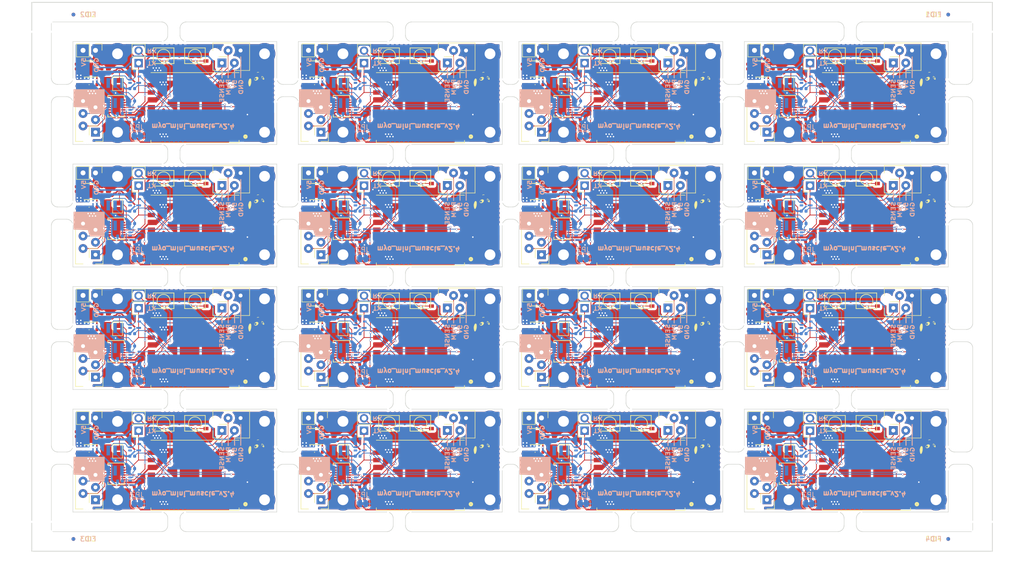
<source format=kicad_pcb>
(kicad_pcb (version 20171130) (host pcbnew 5.1.5-52549c5~84~ubuntu18.04.1)
  (layers (0 F.Cu signal) (31 B.Cu signal) (34 B.Paste user) (35 F.Paste user) (36 B.SilkS user) (37 F.SilkS user) (38 B.Mask user) (39 F.Mask user) (44 Edge.Cuts user))
  (net 0 "")
  (net 1 GND)
  (net 2 TXD)
  (net 3 RXD)
  (net 4 "Net-(C1-Pad2)")
  (net 5 MOTOR_SENSE)
  (net 6 MOTOR)
  (net 7 "Net-(SW2-Pad2)")
  (net 8 "Net-(U2-Pad19)")
  (net 9 +3V3)
  (net 10 +5V)
  (net 11 E1)
  (net 12 E0)
  (net 13 "Net-(U2-Pad16)")
  (net 14 "Net-(D1-Pad1)")
  (net 15 "Net-(SW1-Pad2)")
  (net 16 "Net-(U2-Pad4)")
  (net 17 "Net-(J1-Pad1)")
  (net 18 E0_filtered)
  (net 19 E1_filtered)
  (net 20 "Net-(J2-Pad1)")
  (net 21 SHIELD)
  (net 22 "Net-(J6-Pad5)")
  (net 23 "Net-(J6-Pad4)")
  (net 24 /l_Rx)
  (net 25 /h_Rx)
  (net 26 /l_Tx)
  (net 27 /h_Tx)
  (net 28 /term_te)
  (net 29 "Net-(R1-Pad2)")
  (net 30 "Net-(R4-Pad1)")
  (net 31 DE)
  (net 32 "Net-(U1-Pad7)")
  (net 33 "Net-(U3-Pad4)")
  (net 34 "Net-(JP2-Pad2)")
  (module Jumper:SolderJumper-2_P1.3mm_Bridged_RoundedPad1.0x1.5mm (layer B.Cu) (at 150.54 67.29 180)
    (fp_text reference JP2 (at 0 1.8 180) (layer B.SilkS) (effects (justify mirror)))
    (fp_text value SolderJumper_2_Bridged hide)
    (pad 2 smd custom (at 0.65 0 180) (size 1 0.5) (layers B.Cu B.Mask) (net 34 "Net-(JP2-Pad2)") (options (clearance outline) (anchor rect)) (primitives (gr_circle (center 0 -0.25) (end 0.5 -0.25) (width 0)) (gr_circle (center 0 0.25) (end 0.5 0.25) (width 0)) (gr_poly (pts (xy 0 0.75) (xy -0.5 0.75) (xy -0.5 -0.75) (xy 0 -0.75)) (width 0))))
    (pad 1 smd custom (at -0.65 0 180) (size 1 0.5) (layers B.Cu B.Mask) (net 1 GND) (options (clearance outline) (anchor rect)) (primitives (gr_circle (center 0 -0.25) (end 0.5 -0.25) (width 0)) (gr_circle (center 0 0.25) (end 0.5 0.25) (width 0)) (gr_poly (pts (xy 0 0.75) (xy 0.5 0.75) (xy 0.5 -0.75) (xy 0 -0.75)) (width 0)) (gr_poly (pts (xy 0.9 0.3) (xy 0.4 0.3) (xy 0.4 -0.3) (xy 0.9 -0.3)) (width 0))))
  )
  (module Connector_PinSocket_2.54mm:PinSocket_1x02_P2.54mm_Vertical (layer F.Cu) (at 150.8 52.4 180)
    (fp_text reference J3 hide)
    (fp_text value UART)
    (pad 2 thru_hole oval (at 0 2.54 180) (size 1.7 1.7) (drill 1) (layers *.Cu *.Mask) (net 3 RXD))
    (pad 1 thru_hole rect (at 0 0 180) (size 1.7 1.7) (drill 1) (layers *.Cu *.Mask) (net 2 TXD))
  )
  (module Connector_PinHeader_2.54mm:PinHeader_1x02_P2.54mm_Vertical (layer F.Cu) (at 142 49.8 270)
    (fp_text reference J4 hide)
    (fp_text value power)
    (pad 2 thru_hole oval (at 0 2.54 270) (size 1.7 1.7) (drill 1) (layers *.Cu *.Mask) (net 10 +5V))
    (pad 1 thru_hole rect (at 0 0 270) (size 1.7 1.7) (drill 1) (layers *.Cu *.Mask) (net 1 GND))
  )
  (module Resistor_SMD:R_0402_1005Metric (layer F.Cu) (at 150.4 66.3 180)
    (fp_text reference R9 hide)
    (fp_text value 10k)
    (pad 2 smd roundrect (at 0.485 0 180) (size 0.59 0.64) (layers F.Cu F.Paste F.Mask) (net 9 +3V3))
    (pad 1 smd roundrect (at -0.485 0 180) (size 0.59 0.64) (layers F.Cu F.Paste F.Mask) (net 31 DE))
  )
  (module Package_DFN_QFN:DFN-6-1EP_3x3mm_P0.95mm_EP1.7x2.6mm (layer F.Cu) (at 140.7 53.6 180)
    (fp_text reference U3 hide)
    (fp_text value LD39200)
    (pad 7 smd rect (at 0 0 180) (size 1.7 2.6) (layers F.Cu F.Mask))
    (pad 6 smd rect (at 1.34 -0.95 180) (size 0.63 0.45) (layers F.Cu F.Paste F.Mask) (net 10 +5V))
    (pad 5 smd rect (at 1.34 0 180) (size 0.63 0.45) (layers F.Cu F.Paste F.Mask) (net 10 +5V))
    (pad 4 smd rect (at 1.34 0.95 180) (size 0.63 0.45) (layers F.Cu F.Paste F.Mask) (net 33 "Net-(U3-Pad4)"))
    (pad 3 smd rect (at -1.34 0.95 180) (size 0.63 0.45) (layers F.Cu F.Paste F.Mask) (net 1 GND))
    (pad 2 smd rect (at -1.34 0 180) (size 0.63 0.45) (layers F.Cu F.Paste F.Mask) (net 9 +3V3))
    (pad 1 smd rect (at -1.34 -0.95 180) (size 0.63 0.45) (layers F.Cu F.Paste F.Mask) (net 9 +3V3))
  )
  (module custom_lib:ltc2855 (layer F.Cu) (at 146.2 61.2 180)
    (fp_text reference U1 hide)
    (fp_text value LTC2855CDEPBF hide)
    (pad 13 smd rect (at 0 0 180) (size 1.8034 3.4036) (layers F.Cu F.Paste F.Mask) (net 1 GND))
    (pad 12 smd rect (at 1.4478 -1.25 180) (size 0.8128 0.3048) (layers F.Cu F.Paste F.Mask) (net 9 +3V3))
    (pad 11 smd rect (at 1.4478 -0.75 180) (size 0.8128 0.3048) (layers F.Cu F.Paste F.Mask) (net 25 /h_Rx))
    (pad 10 smd rect (at 1.4478 -0.25 180) (size 0.8128 0.3048) (layers F.Cu F.Paste F.Mask) (net 24 /l_Rx))
    (pad 9 smd rect (at 1.4478 0.25 180) (size 0.8128 0.3048) (layers F.Cu F.Paste F.Mask) (net 27 /h_Tx))
    (pad 8 smd rect (at 1.4478 0.75 180) (size 0.8128 0.3048) (layers F.Cu F.Paste F.Mask) (net 26 /l_Tx))
    (pad 7 smd rect (at 1.4478 1.25 180) (size 0.8128 0.3048) (layers F.Cu F.Paste F.Mask) (net 32 "Net-(U1-Pad7)"))
    (pad 6 smd rect (at -1.4478 1.25 180) (size 0.8128 0.3048) (layers F.Cu F.Paste F.Mask) (net 1 GND))
    (pad 5 smd rect (at -1.4478 0.75 180) (size 0.8128 0.3048) (layers F.Cu F.Paste F.Mask) (net 28 /term_te))
    (pad 4 smd rect (at -1.4478 0.25 180) (size 0.8128 0.3048) (layers F.Cu F.Paste F.Mask) (net 2 TXD))
    (pad 3 smd rect (at -1.4478 -0.25 180) (size 0.8128 0.3048) (layers F.Cu F.Paste F.Mask) (net 31 DE))
    (pad 2 smd rect (at -1.4478 -0.75 180) (size 0.8128 0.3048) (layers F.Cu F.Paste F.Mask) (net 34 "Net-(JP2-Pad2)"))
    (pad 1 smd rect (at -1.4478 -1.25 180) (size 0.8128 0.3048) (layers F.Cu F.Paste F.Mask) (net 3 RXD))
  )
  (module Resistor_SMD:R_0402_1005Metric (layer F.Cu) (at 139.5 56.8)
    (fp_text reference R8 hide)
    (fp_text value 10k)
    (pad 1 smd roundrect (at -0.485 0) (size 0.59 0.64) (layers F.Cu F.Paste F.Mask) (net 1 GND))
    (pad 2 smd roundrect (at 0.485 0) (size 0.59 0.64) (layers F.Cu F.Paste F.Mask) (net 14 "Net-(D1-Pad1)"))
  )
  (module Resistor_SMD:R_0402_1005Metric (layer B.Cu) (at 147 62.7)
    (fp_text reference R7 hide)
    (fp_text value 47 hide)
    (pad 2 smd roundrect (at 0.485 0) (size 0.59 0.64) (layers B.Cu B.Paste B.Mask) (net 23 "Net-(J6-Pad4)"))
    (pad 1 smd roundrect (at -0.485 0) (size 0.59 0.64) (layers B.Cu B.Paste B.Mask) (net 9 +3V3))
  )
  (module Jumper:SolderJumper-2_P1.3mm_Open_Pad1.0x1.5mm (layer F.Cu) (at 146.5 56.6 270)
    (fp_text reference JP1 hide)
    (fp_text value SolderJumper_2_Open)
    (pad 1 smd rect (at -0.65 0 270) (size 1 1.5) (layers F.Cu F.Mask) (net 28 /term_te))
    (pad 2 smd rect (at 0.65 0 270) (size 1 1.5) (layers F.Cu F.Mask) (net 1 GND))
  )
  (module custom_lib:TE-Connectivity_Micro-Match_connector_02x03_Pitch_1.27mm (layer F.Cu) (at 142 66.5 180)
    (fp_text reference J7 hide)
    (fp_text value ICEBUS)
    (pad "" np_thru_hole circle (at 1.8 -1.4 180) (size 1.5001 1.5001) (drill 1.5001) (layers *.Cu *.Mask))
    (pad 4 thru_hole circle (at 2.54 3.81 180) (size 1.8 1.8) (drill 0.8001) (layers *.Cu *.Mask) (net 27 /h_Tx))
    (pad 3 thru_hole circle (at 0 2.54 180) (size 1.8 1.8) (drill 0.8001) (layers *.Cu *.Mask) (net 26 /l_Tx))
    (pad 2 thru_hole circle (at 2.54 1.27 180) (size 1.8 1.8) (drill 0.8001) (layers *.Cu *.Mask) (net 25 /h_Rx))
    (pad 1 thru_hole rect (at 0 0 180) (size 1.8 1.8) (drill 0.8001) (layers *.Cu *.Mask) (net 24 /l_Rx))
    (pad 5 thru_hole circle (at 0 5.08 180) (size 1.8 1.8) (drill 0.8001) (layers *.Cu *.Mask) (net 21 SHIELD))
    (pad 6 thru_hole circle (at 2.54 6.35 180) (size 1.8 1.8) (drill 0.8001) (layers *.Cu *.Mask) (net 21 SHIELD))
  )
  (module custom_lib:tcut1350x01 (layer B.Cu) (at 146 58.5 270)
    (fp_text reference J6 hide)
    (fp_text value tcut1350 hide)
    (pad 1 smd rect (at -1.55 1.4 270) (size 2 0.7) (drill (offset -0.5 0)) (layers B.Cu B.Paste B.Mask) (net 12 E0))
    (pad 2 smd rect (at -1.55 0 270) (size 2 0.7) (drill (offset -0.5 0)) (layers B.Cu B.Paste B.Mask) (net 11 E1))
    (pad 3 smd rect (at -1.55 -1.4 270) (size 2 0.7) (drill (offset -0.5 0)) (layers B.Cu B.Paste B.Mask) (net 9 +3V3))
    (pad 4 smd rect (at 1.55 -1.4 270) (size 2 0.7) (drill (offset 0.5 0)) (layers B.Cu B.Paste B.Mask) (net 23 "Net-(J6-Pad4)"))
    (pad 6 smd rect (at 1.55 1.4 270) (size 2 0.7) (drill (offset 0.5 0)) (layers B.Cu B.Paste B.Mask) (net 1 GND))
    (pad 5 smd rect (at 1.55 0 270) (size 2 0.7) (drill (offset 0.5 0)) (layers B.Cu B.Paste B.Mask) (net 22 "Net-(J6-Pad5)"))
  )
  (module custom_lib:TE-Connectivity_Micro-Match_connector_02x02_Pitch_1.27mm (layer F.Cu) (at 169.7 51.1 90)
    (fp_text reference J5 hide)
    (fp_text value Conn_01x04_Male)
    (pad "" np_thru_hole circle (at 0.53 -3.305 90) (size 1.5001 1.5001) (drill 1.5001) (layers *.Cu *.Mask))
    (pad 4 thru_hole circle (at 1.27 1.905 90) (size 1.8 1.8) (drill 0.8001) (layers *.Cu *.Mask) (net 1 GND))
    (pad 3 thru_hole circle (at -1.27 0.635 90) (size 1.8 1.8) (drill 0.8001) (layers *.Cu *.Mask) (net 10 +5V))
    (pad 2 thru_hole circle (at 1.27 -0.635 90) (size 1.8 1.8) (drill 0.8001) (layers *.Cu *.Mask) (net 6 MOTOR))
    (pad 1 thru_hole rect (at -1.27 -1.905 90) (size 1.8 1.8) (drill 0.8001) (layers *.Cu *.Mask) (net 5 MOTOR_SENSE))
  )
  (module custom_lib:SC70-5 (layer B.Cu) (at 150.00586 61.936753 90)
    (fp_text reference J2)
    (fp_text value SCHMITT_TRIGGER hide)
    (pad 1 smd rect (at -0.65 -0.95 90) (size 0.4 0.7) (layers B.Cu B.Paste B.Mask) (net 20 "Net-(J2-Pad1)"))
    (pad 2 smd rect (at 0 -0.95 90) (size 0.4 0.7) (layers B.Cu B.Paste B.Mask) (net 11 E1))
    (pad 3 smd rect (at 0.65 -0.95 90) (size 0.4 0.7) (layers B.Cu B.Paste B.Mask) (net 1 GND))
    (pad 4 smd rect (at 0.65 0.95 90) (size 0.4 0.7) (layers B.Cu B.Paste B.Mask) (net 19 E1_filtered))
    (pad 5 smd rect (at -0.65 0.95 90) (size 0.4 0.7) (layers B.Cu B.Paste B.Mask) (net 9 +3V3))
  )
  (module custom_lib:SC70-5 (layer B.Cu) (at 150 55.78073 90)
    (fp_text reference J1)
    (fp_text value SCHMITT_TRIGGER hide)
    (pad 5 smd rect (at -0.65 0.95 90) (size 0.4 0.7) (layers B.Cu B.Paste B.Mask) (net 9 +3V3))
    (pad 4 smd rect (at 0.65 0.95 90) (size 0.4 0.7) (layers B.Cu B.Paste B.Mask) (net 18 E0_filtered))
    (pad 3 smd rect (at 0.65 -0.95 90) (size 0.4 0.7) (layers B.Cu B.Paste B.Mask) (net 1 GND))
    (pad 2 smd rect (at 0 -0.95 90) (size 0.4 0.7) (layers B.Cu B.Paste B.Mask) (net 12 E0))
    (pad 1 smd rect (at -0.65 -0.95 90) (size 0.4 0.7) (layers B.Cu B.Paste B.Mask) (net 17 "Net-(J1-Pad1)"))
  )
  (module Capacitor_SMD:C_0402_1005Metric (layer F.Cu) (at 138.1 53.1 270)
    (fp_text reference C7 hide)
    (fp_text value 10uF)
    (pad 2 smd roundrect (at 0.485 0 270) (size 0.59 0.64) (layers F.Cu F.Paste F.Mask) (net 10 +5V))
    (pad 1 smd roundrect (at -0.485 0 270) (size 0.59 0.64) (layers F.Cu F.Paste F.Mask) (net 1 GND))
  )
  (module Capacitor_SMD:C_0402_1005Metric (layer F.Cu) (at 143.3 53.1 270)
    (fp_text reference C6 hide)
    (fp_text value 10uF)
    (pad 1 smd roundrect (at -0.485 0 270) (size 0.59 0.64) (layers F.Cu F.Paste F.Mask) (net 1 GND))
    (pad 2 smd roundrect (at 0.485 0 270) (size 0.59 0.64) (layers F.Cu F.Paste F.Mask) (net 9 +3V3))
  )
  (module custom_lib:PTS815-SJK (layer F.Cu) (at 155.9 50.9)
    (fp_text reference SW1 hide)
    (fp_text value RESET)
    (pad 2 smd rect (at -2.25 1.075) (size 1 0.7) (layers F.Cu F.Paste F.Mask) (net 15 "Net-(SW1-Pad2)"))
    (pad 2 smd rect (at 2.25 1.075) (size 1 0.7) (layers F.Cu F.Paste F.Mask) (net 15 "Net-(SW1-Pad2)"))
    (pad 1 smd rect (at 2.25 -1.075) (size 1 0.7) (layers F.Cu F.Paste F.Mask) (net 1 GND))
    (pad 1 smd rect (at -2.25 -1.075) (size 1 0.7) (layers F.Cu F.Paste F.Mask) (net 1 GND))
  )
  (module Resistor_SMD:R_0402_1005Metric (layer B.Cu) (at 149.50586 60.136753)
    (fp_text reference R6 hide)
    (fp_text value 2k hide)
    (pad 1 smd roundrect (at -0.485 0) (size 0.59 0.64) (layers B.Cu B.Paste B.Mask) (net 1 GND))
    (pad 2 smd roundrect (at 0.485 0) (size 0.59 0.64) (layers B.Cu B.Paste B.Mask) (net 11 E1))
  )
  (module Resistor_SMD:R_0402_1005Metric (layer B.Cu) (at 149.477675 53.98073 180)
    (fp_text reference R5 hide)
    (fp_text value 2k hide)
    (pad 2 smd roundrect (at 0.485 0 180) (size 0.59 0.64) (layers B.Cu B.Paste B.Mask) (net 1 GND))
    (pad 1 smd roundrect (at -0.485 0 180) (size 0.59 0.64) (layers B.Cu B.Paste B.Mask) (net 12 E0))
  )
  (module Resistor_SMD:R_0402_1005Metric (layer F.Cu) (at 173.5 61.7 270)
    (fp_text reference R4 hide)
    (fp_text value 10k)
    (pad 2 smd roundrect (at 0.485 0 270) (size 0.59 0.64) (layers F.Cu F.Paste F.Mask) (net 1 GND))
    (pad 1 smd roundrect (at -0.485 0 270) (size 0.59 0.64) (layers F.Cu F.Paste F.Mask) (net 30 "Net-(R4-Pad1)"))
  )
  (module LED_SMD:LED_0402_1005Metric (layer F.Cu) (at 141.8 56.8)
    (fp_text reference D1 hide)
    (fp_text value LED)
    (pad 2 smd roundrect (at 0.485 0) (size 0.59 0.64) (layers F.Cu F.Paste F.Mask) (net 9 +3V3))
    (pad 1 smd roundrect (at -0.485 0) (size 0.59 0.64) (layers F.Cu F.Paste F.Mask) (net 14 "Net-(D1-Pad1)"))
  )
  (module MountingHole:MountingHole_2.2mm_M2_Pad (layer F.Cu) (at 176.5 66.5)
    (fp_text reference H7 hide)
    (fp_text value MountingHole)
    (pad 1 thru_hole circle (at 0 0) (size 4.4 4.4) (drill 2.2) (layers *.Cu *.Mask) (net 1 GND))
  )
  (module MountingHole:MountingHole_2.2mm_M2_Pad (layer F.Cu) (at 146.5 66.5)
    (fp_text reference H6 hide)
    (fp_text value MountingHole)
    (pad 1 thru_hole circle (at 0 0) (size 4.4 4.4) (drill 2.2) (layers *.Cu *.Mask) (net 1 GND))
  )
  (module custom_lib:R1_face_mask_5.5mm (layer F.Cu) (at 175.591601 56.366824 180)
    (fp_text reference H5 hide)
    (fp_text value LABEL hide)
  )
  (module custom_lib:R1_eyes_mask_5.5mm (layer F.Cu) (at 175.591601 56.366824 180)
    (fp_text reference H4 hide)
    (fp_text value LABEL hide)
  )
  (module custom_lib:R1_ear_silk_5.5mm (layer F.Cu) (at 175.591601 56.366824 180)
    (fp_text reference H3 hide)
    (fp_text value LABEL hide)
  )
  (module MountingHole:MountingHole_2.2mm_M2_Pad (layer F.Cu) (at 146.5 50.5)
    (fp_text reference H2 hide)
    (fp_text value MountingHole)
    (pad 1 thru_hole circle (at 0 0) (size 4.4 4.4) (drill 2.2) (layers *.Cu *.Mask) (net 1 GND))
  )
  (module MountingHole:MountingHole_2.2mm_M2_Pad (layer F.Cu) (at 176.5 50.5)
    (fp_text reference H1 hide)
    (fp_text value MountingHole)
    (pad 1 thru_hole circle (at 0 0) (size 4.4 4.4) (drill 2.2) (layers *.Cu *.Mask) (net 1 GND))
  )
  (module Resistor_SMD:R_0402_1005Metric (layer B.Cu) (at 149.5 57.6 180)
    (fp_text reference R3 hide)
    (fp_text value 10k hide)
    (pad 2 smd roundrect (at 0.485 0 180) (size 0.59 0.64) (layers B.Cu B.Paste B.Mask) (net 9 +3V3))
    (pad 1 smd roundrect (at -0.485 0 180) (size 0.59 0.64) (layers B.Cu B.Paste B.Mask) (net 4 "Net-(C1-Pad2)"))
  )
  (module Resistor_SMD:R_0402_1005Metric (layer F.Cu) (at 146.4 54.1 180)
    (fp_text reference R2 hide)
    (fp_text value 10k hide)
    (pad 2 smd roundrect (at 0.485 0 180) (size 0.59 0.64) (layers F.Cu F.Paste F.Mask) (net 9 +3V3))
    (pad 1 smd roundrect (at -0.485 0 180) (size 0.59 0.64) (layers F.Cu F.Paste F.Mask) (net 28 /term_te))
  )
  (module Resistor_SMD:R_0402_1005Metric (layer F.Cu) (at 174 59.9 180)
    (fp_text reference R1 hide)
    (fp_text value 10k hide)
    (pad 1 smd roundrect (at -0.485 0 180) (size 0.59 0.64) (layers F.Cu F.Paste F.Mask) (net 9 +3V3))
    (pad 2 smd roundrect (at 0.485 0 180) (size 0.59 0.64) (layers F.Cu F.Paste F.Mask) (net 29 "Net-(R1-Pad2)"))
  )
  (module custom_lib:PTS815-SJK (layer F.Cu) (at 162.3 50.9)
    (fp_text reference SW2 hide)
    (fp_text value BOOT)
    (pad 1 smd rect (at -2.25 -1.075) (size 1 0.7) (layers F.Cu F.Paste F.Mask) (net 1 GND))
    (pad 1 smd rect (at 2.25 -1.075) (size 1 0.7) (layers F.Cu F.Paste F.Mask) (net 1 GND))
    (pad 2 smd rect (at 2.25 1.075) (size 1 0.7) (layers F.Cu F.Paste F.Mask) (net 7 "Net-(SW2-Pad2)"))
    (pad 2 smd rect (at -2.25 1.075) (size 1 0.7) (layers F.Cu F.Paste F.Mask) (net 7 "Net-(SW2-Pad2)"))
  )
  (module Capacitor_SMD:C_0402_1005Metric (layer F.Cu) (at 150.4 65.1)
    (fp_text reference C5 hide)
    (fp_text value 0.1uF)
    (pad 1 smd roundrect (at -0.485 0) (size 0.59 0.64) (layers F.Cu F.Paste F.Mask) (net 9 +3V3))
    (pad 2 smd roundrect (at 0.485 0) (size 0.59 0.64) (layers F.Cu F.Paste F.Mask) (net 1 GND))
  )
  (module Capacitor_SMD:C_0402_1005Metric (layer F.Cu) (at 177.4 61.7 270)
    (fp_text reference C4 hide)
    (fp_text value 10uF)
    (pad 2 smd roundrect (at 0.485 0 270) (size 0.59 0.64) (layers F.Cu F.Paste F.Mask) (net 9 +3V3))
    (pad 1 smd roundrect (at -0.485 0 270) (size 0.59 0.64) (layers F.Cu F.Paste F.Mask) (net 1 GND))
  )
  (module Capacitor_SMD:C_0402_1005Metric (layer F.Cu) (at 176.1 61.7 90)
    (fp_text reference C3 hide)
    (fp_text value 0.1uF)
    (pad 2 smd roundrect (at 0.485 0 90) (size 0.59 0.64) (layers F.Cu F.Paste F.Mask) (net 1 GND))
    (pad 1 smd roundrect (at -0.485 0 90) (size 0.59 0.64) (layers F.Cu F.Paste F.Mask) (net 9 +3V3))
  )
  (module Capacitor_SMD:C_0402_1005Metric (layer F.Cu) (at 150.4 63.9)
    (fp_text reference C2 hide)
    (fp_text value 0.1uF)
    (pad 2 smd roundrect (at 0.485 0) (size 0.59 0.64) (layers F.Cu F.Paste F.Mask) (net 1 GND))
    (pad 1 smd roundrect (at -0.485 0) (size 0.59 0.64) (layers F.Cu F.Paste F.Mask) (net 9 +3V3))
  )
  (module Capacitor_SMD:C_0402_1005Metric (layer F.Cu) (at 174.8 61.7 270)
    (fp_text reference C1 hide)
    (fp_text value 0.1uF)
    (pad 1 smd roundrect (at -0.485 0 270) (size 0.59 0.64) (layers F.Cu F.Paste F.Mask) (net 1 GND))
    (pad 2 smd roundrect (at 0.485 0 270) (size 0.59 0.64) (layers F.Cu F.Paste F.Mask) (net 4 "Net-(C1-Pad2)"))
  )
  (module ESP-WROOM-02U:MODULE_ESP-WROOM-02U (layer F.Cu) (at 162.3 61.5 180)
    (fp_text reference U2 hide)
    (fp_text value ESP-WROOM-02U hide)
    (pad 19 smd rect (at 1.1 0.7 180) (size 4 4) (layers F.Cu F.Paste F.Mask) (net 8 "Net-(U2-Pad19)"))
    (pad 18 smd rect (at 8.8925 -5.9 180) (size 1.485 0.9) (layers F.Cu F.Paste F.Mask) (net 1 GND))
    (pad 17 smd rect (at 8.8925 -4.4 180) (size 1.485 0.9) (layers F.Cu F.Paste F.Mask) (net 31 DE))
    (pad 16 smd rect (at 8.8925 -2.9 180) (size 1.485 0.9) (layers F.Cu F.Paste F.Mask) (net 13 "Net-(U2-Pad16)"))
    (pad 15 smd rect (at 8.8925 -1.4 180) (size 1.485 0.9) (layers F.Cu F.Paste F.Mask) (net 15 "Net-(SW1-Pad2)"))
    (pad 14 smd rect (at 8.8925 0.1 180) (size 1.485 0.9) (layers F.Cu F.Paste F.Mask) (net 6 MOTOR))
    (pad 13 smd rect (at 8.8925 1.6 180) (size 1.485 0.9) (layers F.Cu F.Paste F.Mask) (net 1 GND))
    (pad 12 smd rect (at 8.8925 3.1 180) (size 1.485 0.9) (layers F.Cu F.Paste F.Mask) (net 2 TXD))
    (pad 11 smd rect (at 8.8925 4.6 180) (size 1.485 0.9) (layers F.Cu F.Paste F.Mask) (net 3 RXD))
    (pad 10 smd rect (at 8.8925 6.1 180) (size 1.485 0.9) (layers F.Cu F.Paste F.Mask) (net 5 MOTOR_SENSE))
    (pad 9 smd rect (at -8.8925 6.1 180) (size 1.485 0.9) (layers F.Cu F.Paste F.Mask) (net 1 GND))
    (pad 8 smd rect (at -8.8925 4.6 180) (size 1.485 0.9) (layers F.Cu F.Paste F.Mask) (net 7 "Net-(SW2-Pad2)"))
    (pad 7 smd rect (at -8.8925 3.1 180) (size 1.485 0.9) (layers F.Cu F.Paste F.Mask) (net 29 "Net-(R1-Pad2)"))
    (pad 6 smd rect (at -8.8925 1.6 180) (size 1.485 0.9) (layers F.Cu F.Paste F.Mask) (net 30 "Net-(R4-Pad1)"))
    (pad 5 smd rect (at -8.8925 0.1 180) (size 1.485 0.9) (layers F.Cu F.Paste F.Mask) (net 19 E1_filtered))
    (pad 4 smd rect (at -8.8925 -1.4 180) (size 1.485 0.9) (layers F.Cu F.Paste F.Mask) (net 16 "Net-(U2-Pad4)"))
    (pad 3 smd rect (at -8.8925 -2.9 180) (size 1.485 0.9) (layers F.Cu F.Paste F.Mask) (net 18 E0_filtered))
    (pad 2 smd rect (at -8.8925 -4.4 180) (size 1.485 0.9) (layers F.Cu F.Paste F.Mask) (net 4 "Net-(C1-Pad2)"))
    (pad 1 smd rect (at -8.8925 -5.9 180) (size 1.485 0.9) (layers F.Cu F.Paste F.Mask) (net 9 +3V3))
  )
  (module custom_lib:tcut1350x01 (layer B.Cu) (at 192 58.5 270)
    (fp_text reference J6 hide)
    (fp_text value tcut1350 hide)
    (pad 5 smd rect (at 1.55 0 270) (size 2 0.7) (drill (offset 0.5 0)) (layers B.Cu B.Paste B.Mask) (net 22 "Net-(J6-Pad5)"))
    (pad 6 smd rect (at 1.55 1.4 270) (size 2 0.7) (drill (offset 0.5 0)) (layers B.Cu B.Paste B.Mask) (net 1 GND))
    (pad 4 smd rect (at 1.55 -1.4 270) (size 2 0.7) (drill (offset 0.5 0)) (layers B.Cu B.Paste B.Mask) (net 23 "Net-(J6-Pad4)"))
    (pad 3 smd rect (at -1.55 -1.4 270) (size 2 0.7) (drill (offset -0.5 0)) (layers B.Cu B.Paste B.Mask) (net 9 +3V3))
    (pad 2 smd rect (at -1.55 0 270) (size 2 0.7) (drill (offset -0.5 0)) (layers B.Cu B.Paste B.Mask) (net 11 E1))
    (pad 1 smd rect (at -1.55 1.4 270) (size 2 0.7) (drill (offset -0.5 0)) (layers B.Cu B.Paste B.Mask) (net 12 E0))
  )
  (module custom_lib:tcut1350x01 (layer B.Cu) (at 146 83.5 270)
    (fp_text reference J6 hide)
    (fp_text value tcut1350 hide)
    (pad 5 smd rect (at 1.55 0 270) (size 2 0.7) (drill (offset 0.5 0)) (layers B.Cu B.Paste B.Mask) (net 22 "Net-(J6-Pad5)"))
    (pad 6 smd rect (at 1.55 1.4 270) (size 2 0.7) (drill (offset 0.5 0)) (layers B.Cu B.Paste B.Mask) (net 1 GND))
    (pad 4 smd rect (at 1.55 -1.4 270) (size 2 0.7) (drill (offset 0.5 0)) (layers B.Cu B.Paste B.Mask) (net 23 "Net-(J6-Pad4)"))
    (pad 3 smd rect (at -1.55 -1.4 270) (size 2 0.7) (drill (offset -0.5 0)) (layers B.Cu B.Paste B.Mask) (net 9 +3V3))
    (pad 2 smd rect (at -1.55 0 270) (size 2 0.7) (drill (offset -0.5 0)) (layers B.Cu B.Paste B.Mask) (net 11 E1))
    (pad 1 smd rect (at -1.55 1.4 270) (size 2 0.7) (drill (offset -0.5 0)) (layers B.Cu B.Paste B.Mask) (net 12 E0))
  )
  (module custom_lib:tcut1350x01 (layer B.Cu) (at 192 83.5 270)
    (fp_text reference J6 hide)
    (fp_text value tcut1350 hide)
    (pad 5 smd rect (at 1.55 0 270) (size 2 0.7) (drill (offset 0.5 0)) (layers B.Cu B.Paste B.Mask) (net 22 "Net-(J6-Pad5)"))
    (pad 6 smd rect (at 1.55 1.4 270) (size 2 0.7) (drill (offset 0.5 0)) (layers B.Cu B.Paste B.Mask) (net 1 GND))
    (pad 4 smd rect (at 1.55 -1.4 270) (size 2 0.7) (drill (offset 0.5 0)) (layers B.Cu B.Paste B.Mask) (net 23 "Net-(J6-Pad4)"))
    (pad 3 smd rect (at -1.55 -1.4 270) (size 2 0.7) (drill (offset -0.5 0)) (layers B.Cu B.Paste B.Mask) (net 9 +3V3))
    (pad 2 smd rect (at -1.55 0 270) (size 2 0.7) (drill (offset -0.5 0)) (layers B.Cu B.Paste B.Mask) (net 11 E1))
    (pad 1 smd rect (at -1.55 1.4 270) (size 2 0.7) (drill (offset -0.5 0)) (layers B.Cu B.Paste B.Mask) (net 12 E0))
  )
  (module custom_lib:tcut1350x01 (layer B.Cu) (at 146 108.5 270)
    (fp_text reference J6 hide)
    (fp_text value tcut1350 hide)
    (pad 5 smd rect (at 1.55 0 270) (size 2 0.7) (drill (offset 0.5 0)) (layers B.Cu B.Paste B.Mask) (net 22 "Net-(J6-Pad5)"))
    (pad 6 smd rect (at 1.55 1.4 270) (size 2 0.7) (drill (offset 0.5 0)) (layers B.Cu B.Paste B.Mask) (net 1 GND))
    (pad 4 smd rect (at 1.55 -1.4 270) (size 2 0.7) (drill (offset 0.5 0)) (layers B.Cu B.Paste B.Mask) (net 23 "Net-(J6-Pad4)"))
    (pad 3 smd rect (at -1.55 -1.4 270) (size 2 0.7) (drill (offset -0.5 0)) (layers B.Cu B.Paste B.Mask) (net 9 +3V3))
    (pad 2 smd rect (at -1.55 0 270) (size 2 0.7) (drill (offset -0.5 0)) (layers B.Cu B.Paste B.Mask) (net 11 E1))
    (pad 1 smd rect (at -1.55 1.4 270) (size 2 0.7) (drill (offset -0.5 0)) (layers B.Cu B.Paste B.Mask) (net 12 E0))
  )
  (module custom_lib:tcut1350x01 (layer B.Cu) (at 192 108.5 270)
    (fp_text reference J6 hide)
    (fp_text value tcut1350 hide)
    (pad 5 smd rect (at 1.55 0 270) (size 2 0.7) (drill (offset 0.5 0)) (layers B.Cu B.Paste B.Mask) (net 22 "Net-(J6-Pad5)"))
    (pad 6 smd rect (at 1.55 1.4 270) (size 2 0.7) (drill (offset 0.5 0)) (layers B.Cu B.Paste B.Mask) (net 1 GND))
    (pad 4 smd rect (at 1.55 -1.4 270) (size 2 0.7) (drill (offset 0.5 0)) (layers B.Cu B.Paste B.Mask) (net 23 "Net-(J6-Pad4)"))
    (pad 3 smd rect (at -1.55 -1.4 270) (size 2 0.7) (drill (offset -0.5 0)) (layers B.Cu B.Paste B.Mask) (net 9 +3V3))
    (pad 2 smd rect (at -1.55 0 270) (size 2 0.7) (drill (offset -0.5 0)) (layers B.Cu B.Paste B.Mask) (net 11 E1))
    (pad 1 smd rect (at -1.55 1.4 270) (size 2 0.7) (drill (offset -0.5 0)) (layers B.Cu B.Paste B.Mask) (net 12 E0))
  )
  (module custom_lib:tcut1350x01 (layer B.Cu) (at 146 133.5 270)
    (fp_text reference J6 hide)
    (fp_text value tcut1350 hide)
    (pad 5 smd rect (at 1.55 0 270) (size 2 0.7) (drill (offset 0.5 0)) (layers B.Cu B.Paste B.Mask) (net 22 "Net-(J6-Pad5)"))
    (pad 6 smd rect (at 1.55 1.4 270) (size 2 0.7) (drill (offset 0.5 0)) (layers B.Cu B.Paste B.Mask) (net 1 GND))
    (pad 4 smd rect (at 1.55 -1.4 270) (size 2 0.7) (drill (offset 0.5 0)) (layers B.Cu B.Paste B.Mask) (net 23 "Net-(J6-Pad4)"))
    (pad 3 smd rect (at -1.55 -1.4 270) (size 2 0.7) (drill (offset -0.5 0)) (layers B.Cu B.Paste B.Mask) (net 9 +3V3))
    (pad 2 smd rect (at -1.55 0 270) (size 2 0.7) (drill (offset -0.5 0)) (layers B.Cu B.Paste B.Mask) (net 11 E1))
    (pad 1 smd rect (at -1.55 1.4 270) (size 2 0.7) (drill (offset -0.5 0)) (layers B.Cu B.Paste B.Mask) (net 12 E0))
  )
  (module custom_lib:tcut1350x01 (layer B.Cu) (at 192 133.5 270)
    (fp_text reference J6 hide)
    (fp_text value tcut1350 hide)
    (pad 5 smd rect (at 1.55 0 270) (size 2 0.7) (drill (offset 0.5 0)) (layers B.Cu B.Paste B.Mask) (net 22 "Net-(J6-Pad5)"))
    (pad 6 smd rect (at 1.55 1.4 270) (size 2 0.7) (drill (offset 0.5 0)) (layers B.Cu B.Paste B.Mask) (net 1 GND))
    (pad 4 smd rect (at 1.55 -1.4 270) (size 2 0.7) (drill (offset 0.5 0)) (layers B.Cu B.Paste B.Mask) (net 23 "Net-(J6-Pad4)"))
    (pad 3 smd rect (at -1.55 -1.4 270) (size 2 0.7) (drill (offset -0.5 0)) (layers B.Cu B.Paste B.Mask) (net 9 +3V3))
    (pad 2 smd rect (at -1.55 0 270) (size 2 0.7) (drill (offset -0.5 0)) (layers B.Cu B.Paste B.Mask) (net 11 E1))
    (pad 1 smd rect (at -1.55 1.4 270) (size 2 0.7) (drill (offset -0.5 0)) (layers B.Cu B.Paste B.Mask) (net 12 E0))
  )
  (module MountingHole:MountingHole_2.2mm_M2_Pad (layer F.Cu) (at 222.5 50.5)
    (fp_text reference H1 hide)
    (fp_text value MountingHole)
    (pad 1 thru_hole circle (at 0 0) (size 4.4 4.4) (drill 2.2) (layers *.Cu *.Mask) (net 1 GND))
  )
  (module MountingHole:MountingHole_2.2mm_M2_Pad (layer F.Cu) (at 176.5 75.5)
    (fp_text reference H1 hide)
    (fp_text value MountingHole)
    (pad 1 thru_hole circle (at 0 0) (size 4.4 4.4) (drill 2.2) (layers *.Cu *.Mask) (net 1 GND))
  )
  (module MountingHole:MountingHole_2.2mm_M2_Pad (layer F.Cu) (at 222.5 75.5)
    (fp_text reference H1 hide)
    (fp_text value MountingHole)
    (pad 1 thru_hole circle (at 0 0) (size 4.4 4.4) (drill 2.2) (layers *.Cu *.Mask) (net 1 GND))
  )
  (module MountingHole:MountingHole_2.2mm_M2_Pad (layer F.Cu) (at 176.5 100.5)
    (fp_text reference H1 hide)
    (fp_text value MountingHole)
    (pad 1 thru_hole circle (at 0 0) (size 4.4 4.4) (drill 2.2) (layers *.Cu *.Mask) (net 1 GND))
  )
  (module MountingHole:MountingHole_2.2mm_M2_Pad (layer F.Cu) (at 222.5 100.5)
    (fp_text reference H1 hide)
    (fp_text value MountingHole)
    (pad 1 thru_hole circle (at 0 0) (size 4.4 4.4) (drill 2.2) (layers *.Cu *.Mask) (net 1 GND))
  )
  (module MountingHole:MountingHole_2.2mm_M2_Pad (layer F.Cu) (at 176.5 125.5)
    (fp_text reference H1 hide)
    (fp_text value MountingHole)
    (pad 1 thru_hole circle (at 0 0) (size 4.4 4.4) (drill 2.2) (layers *.Cu *.Mask) (net 1 GND))
  )
  (module MountingHole:MountingHole_2.2mm_M2_Pad (layer F.Cu) (at 222.5 125.5)
    (fp_text reference H1 hide)
    (fp_text value MountingHole)
    (pad 1 thru_hole circle (at 0 0) (size 4.4 4.4) (drill 2.2) (layers *.Cu *.Mask) (net 1 GND))
  )
  (module Connector_PinHeader_2.54mm:PinHeader_1x02_P2.54mm_Vertical (layer F.Cu) (at 188 49.8 270)
    (fp_text reference J4 hide)
    (fp_text value power)
    (pad 1 thru_hole rect (at 0 0 270) (size 1.7 1.7) (drill 1) (layers *.Cu *.Mask) (net 1 GND))
    (pad 2 thru_hole oval (at 0 2.54 270) (size 1.7 1.7) (drill 1) (layers *.Cu *.Mask) (net 10 +5V))
  )
  (module Connector_PinHeader_2.54mm:PinHeader_1x02_P2.54mm_Vertical (layer F.Cu) (at 142 74.8 270)
    (fp_text reference J4 hide)
    (fp_text value power)
    (pad 1 thru_hole rect (at 0 0 270) (size 1.7 1.7) (drill 1) (layers *.Cu *.Mask) (net 1 GND))
    (pad 2 thru_hole oval (at 0 2.54 270) (size 1.7 1.7) (drill 1) (layers *.Cu *.Mask) (net 10 +5V))
  )
  (module Connector_PinHeader_2.54mm:PinHeader_1x02_P2.54mm_Vertical (layer F.Cu) (at 188 74.8 270)
    (fp_text reference J4 hide)
    (fp_text value power)
    (pad 1 thru_hole rect (at 0 0 270) (size 1.7 1.7) (drill 1) (layers *.Cu *.Mask) (net 1 GND))
    (pad 2 thru_hole oval (at 0 2.54 270) (size 1.7 1.7) (drill 1) (layers *.Cu *.Mask) (net 10 +5V))
  )
  (module Connector_PinHeader_2.54mm:PinHeader_1x02_P2.54mm_Vertical (layer F.Cu) (at 142 99.8 270)
    (fp_text reference J4 hide)
    (fp_text value power)
    (pad 1 thru_hole rect (at 0 0 270) (size 1.7 1.7) (drill 1) (layers *.Cu *.Mask) (net 1 GND))
    (pad 2 thru_hole oval (at 0 2.54 270) (size 1.7 1.7) (drill 1) (layers *.Cu *.Mask) (net 10 +5V))
  )
  (module Connector_PinHeader_2.54mm:PinHeader_1x02_P2.54mm_Vertical (layer F.Cu) (at 188 99.8 270)
    (fp_text reference J4 hide)
    (fp_text value power)
    (pad 1 thru_hole rect (at 0 0 270) (size 1.7 1.7) (drill 1) (layers *.Cu *.Mask) (net 1 GND))
    (pad 2 thru_hole oval (at 0 2.54 270) (size 1.7 1.7) (drill 1) (layers *.Cu *.Mask) (net 10 +5V))
  )
  (module Connector_PinHeader_2.54mm:PinHeader_1x02_P2.54mm_Vertical (layer F.Cu) (at 142 124.8 270)
    (fp_text reference J4 hide)
    (fp_text value power)
    (pad 1 thru_hole rect (at 0 0 270) (size 1.7 1.7) (drill 1) (layers *.Cu *.Mask) (net 1 GND))
    (pad 2 thru_hole oval (at 0 2.54 270) (size 1.7 1.7) (drill 1) (layers *.Cu *.Mask) (net 10 +5V))
  )
  (module Connector_PinHeader_2.54mm:PinHeader_1x02_P2.54mm_Vertical (layer F.Cu) (at 188 124.8 270)
    (fp_text reference J4 hide)
    (fp_text value power)
    (pad 1 thru_hole rect (at 0 0 270) (size 1.7 1.7) (drill 1) (layers *.Cu *.Mask) (net 1 GND))
    (pad 2 thru_hole oval (at 0 2.54 270) (size 1.7 1.7) (drill 1) (layers *.Cu *.Mask) (net 10 +5V))
  )
  (module Capacitor_SMD:C_0402_1005Metric (layer F.Cu) (at 220.8 61.7 270)
    (fp_text reference C1 hide)
    (fp_text value 0.1uF)
    (pad 2 smd roundrect (at 0.485 0 270) (size 0.59 0.64) (layers F.Cu F.Paste F.Mask) (net 4 "Net-(C1-Pad2)"))
    (pad 1 smd roundrect (at -0.485 0 270) (size 0.59 0.64) (layers F.Cu F.Paste F.Mask) (net 1 GND))
  )
  (module Capacitor_SMD:C_0402_1005Metric (layer F.Cu) (at 174.8 86.7 270)
    (fp_text reference C1 hide)
    (fp_text value 0.1uF)
    (pad 2 smd roundrect (at 0.485 0 270) (size 0.59 0.64) (layers F.Cu F.Paste F.Mask) (net 4 "Net-(C1-Pad2)"))
    (pad 1 smd roundrect (at -0.485 0 270) (size 0.59 0.64) (layers F.Cu F.Paste F.Mask) (net 1 GND))
  )
  (module Capacitor_SMD:C_0402_1005Metric (layer F.Cu) (at 220.8 86.7 270)
    (fp_text reference C1 hide)
    (fp_text value 0.1uF)
    (pad 2 smd roundrect (at 0.485 0 270) (size 0.59 0.64) (layers F.Cu F.Paste F.Mask) (net 4 "Net-(C1-Pad2)"))
    (pad 1 smd roundrect (at -0.485 0 270) (size 0.59 0.64) (layers F.Cu F.Paste F.Mask) (net 1 GND))
  )
  (module Capacitor_SMD:C_0402_1005Metric (layer F.Cu) (at 174.8 111.7 270)
    (fp_text reference C1 hide)
    (fp_text value 0.1uF)
    (pad 2 smd roundrect (at 0.485 0 270) (size 0.59 0.64) (layers F.Cu F.Paste F.Mask) (net 4 "Net-(C1-Pad2)"))
    (pad 1 smd roundrect (at -0.485 0 270) (size 0.59 0.64) (layers F.Cu F.Paste F.Mask) (net 1 GND))
  )
  (module Capacitor_SMD:C_0402_1005Metric (layer F.Cu) (at 220.8 111.7 270)
    (fp_text reference C1 hide)
    (fp_text value 0.1uF)
    (pad 2 smd roundrect (at 0.485 0 270) (size 0.59 0.64) (layers F.Cu F.Paste F.Mask) (net 4 "Net-(C1-Pad2)"))
    (pad 1 smd roundrect (at -0.485 0 270) (size 0.59 0.64) (layers F.Cu F.Paste F.Mask) (net 1 GND))
  )
  (module Capacitor_SMD:C_0402_1005Metric (layer F.Cu) (at 174.8 136.7 270)
    (fp_text reference C1 hide)
    (fp_text value 0.1uF)
    (pad 2 smd roundrect (at 0.485 0 270) (size 0.59 0.64) (layers F.Cu F.Paste F.Mask) (net 4 "Net-(C1-Pad2)"))
    (pad 1 smd roundrect (at -0.485 0 270) (size 0.59 0.64) (layers F.Cu F.Paste F.Mask) (net 1 GND))
  )
  (module Capacitor_SMD:C_0402_1005Metric (layer F.Cu) (at 220.8 136.7 270)
    (fp_text reference C1 hide)
    (fp_text value 0.1uF)
    (pad 2 smd roundrect (at 0.485 0 270) (size 0.59 0.64) (layers F.Cu F.Paste F.Mask) (net 4 "Net-(C1-Pad2)"))
    (pad 1 smd roundrect (at -0.485 0 270) (size 0.59 0.64) (layers F.Cu F.Paste F.Mask) (net 1 GND))
  )
  (module Resistor_SMD:R_0402_1005Metric (layer B.Cu) (at 195.477675 53.98073 180)
    (fp_text reference R5 hide)
    (fp_text value 2k hide)
    (pad 1 smd roundrect (at -0.485 0 180) (size 0.59 0.64) (layers B.Cu B.Paste B.Mask) (net 12 E0))
    (pad 2 smd roundrect (at 0.485 0 180) (size 0.59 0.64) (layers B.Cu B.Paste B.Mask) (net 1 GND))
  )
  (module Resistor_SMD:R_0402_1005Metric (layer B.Cu) (at 149.477675 78.98073 180)
    (fp_text reference R5 hide)
    (fp_text value 2k hide)
    (pad 1 smd roundrect (at -0.485 0 180) (size 0.59 0.64) (layers B.Cu B.Paste B.Mask) (net 12 E0))
    (pad 2 smd roundrect (at 0.485 0 180) (size 0.59 0.64) (layers B.Cu B.Paste B.Mask) (net 1 GND))
  )
  (module Resistor_SMD:R_0402_1005Metric (layer B.Cu) (at 195.477675 78.98073 180)
    (fp_text reference R5 hide)
    (fp_text value 2k hide)
    (pad 1 smd roundrect (at -0.485 0 180) (size 0.59 0.64) (layers B.Cu B.Paste B.Mask) (net 12 E0))
    (pad 2 smd roundrect (at 0.485 0 180) (size 0.59 0.64) (layers B.Cu B.Paste B.Mask) (net 1 GND))
  )
  (module Resistor_SMD:R_0402_1005Metric (layer B.Cu) (at 149.477675 103.98073 180)
    (fp_text reference R5 hide)
    (fp_text value 2k hide)
    (pad 1 smd roundrect (at -0.485 0 180) (size 0.59 0.64) (layers B.Cu B.Paste B.Mask) (net 12 E0))
    (pad 2 smd roundrect (at 0.485 0 180) (size 0.59 0.64) (layers B.Cu B.Paste B.Mask) (net 1 GND))
  )
  (module Resistor_SMD:R_0402_1005Metric (layer B.Cu) (at 195.477675 103.98073 180)
    (fp_text reference R5 hide)
    (fp_text value 2k hide)
    (pad 1 smd roundrect (at -0.485 0 180) (size 0.59 0.64) (layers B.Cu B.Paste B.Mask) (net 12 E0))
    (pad 2 smd roundrect (at 0.485 0 180) (size 0.59 0.64) (layers B.Cu B.Paste B.Mask) (net 1 GND))
  )
  (module Resistor_SMD:R_0402_1005Metric (layer B.Cu) (at 149.477675 128.98073 180)
    (fp_text reference R5 hide)
    (fp_text value 2k hide)
    (pad 1 smd roundrect (at -0.485 0 180) (size 0.59 0.64) (layers B.Cu B.Paste B.Mask) (net 12 E0))
    (pad 2 smd roundrect (at 0.485 0 180) (size 0.59 0.64) (layers B.Cu B.Paste B.Mask) (net 1 GND))
  )
  (module Resistor_SMD:R_0402_1005Metric (layer B.Cu) (at 195.477675 128.98073 180)
    (fp_text reference R5 hide)
    (fp_text value 2k hide)
    (pad 1 smd roundrect (at -0.485 0 180) (size 0.59 0.64) (layers B.Cu B.Paste B.Mask) (net 12 E0))
    (pad 2 smd roundrect (at 0.485 0 180) (size 0.59 0.64) (layers B.Cu B.Paste B.Mask) (net 1 GND))
  )
  (module Capacitor_SMD:C_0402_1005Metric (layer F.Cu) (at 222.1 61.7 90)
    (fp_text reference C3 hide)
    (fp_text value 0.1uF)
    (pad 1 smd roundrect (at -0.485 0 90) (size 0.59 0.64) (layers F.Cu F.Paste F.Mask) (net 9 +3V3))
    (pad 2 smd roundrect (at 0.485 0 90) (size 0.59 0.64) (layers F.Cu F.Paste F.Mask) (net 1 GND))
  )
  (module Capacitor_SMD:C_0402_1005Metric (layer F.Cu) (at 176.1 86.7 90)
    (fp_text reference C3 hide)
    (fp_text value 0.1uF)
    (pad 1 smd roundrect (at -0.485 0 90) (size 0.59 0.64) (layers F.Cu F.Paste F.Mask) (net 9 +3V3))
    (pad 2 smd roundrect (at 0.485 0 90) (size 0.59 0.64) (layers F.Cu F.Paste F.Mask) (net 1 GND))
  )
  (module Capacitor_SMD:C_0402_1005Metric (layer F.Cu) (at 222.1 86.7 90)
    (fp_text reference C3 hide)
    (fp_text value 0.1uF)
    (pad 1 smd roundrect (at -0.485 0 90) (size 0.59 0.64) (layers F.Cu F.Paste F.Mask) (net 9 +3V3))
    (pad 2 smd roundrect (at 0.485 0 90) (size 0.59 0.64) (layers F.Cu F.Paste F.Mask) (net 1 GND))
  )
  (module Capacitor_SMD:C_0402_1005Metric (layer F.Cu) (at 176.1 111.7 90)
    (fp_text reference C3 hide)
    (fp_text value 0.1uF)
    (pad 1 smd roundrect (at -0.485 0 90) (size 0.59 0.64) (layers F.Cu F.Paste F.Mask) (net 9 +3V3))
    (pad 2 smd roundrect (at 0.485 0 90) (size 0.59 0.64) (layers F.Cu F.Paste F.Mask) (net 1 GND))
  )
  (module Capacitor_SMD:C_0402_1005Metric (layer F.Cu) (at 222.1 111.7 90)
    (fp_text reference C3 hide)
    (fp_text value 0.1uF)
    (pad 1 smd roundrect (at -0.485 0 90) (size 0.59 0.64) (layers F.Cu F.Paste F.Mask) (net 9 +3V3))
    (pad 2 smd roundrect (at 0.485 0 90) (size 0.59 0.64) (layers F.Cu F.Paste F.Mask) (net 1 GND))
  )
  (module Capacitor_SMD:C_0402_1005Metric (layer F.Cu) (at 176.1 136.7 90)
    (fp_text reference C3 hide)
    (fp_text value 0.1uF)
    (pad 1 smd roundrect (at -0.485 0 90) (size 0.59 0.64) (layers F.Cu F.Paste F.Mask) (net 9 +3V3))
    (pad 2 smd roundrect (at 0.485 0 90) (size 0.59 0.64) (layers F.Cu F.Paste F.Mask) (net 1 GND))
  )
  (module Capacitor_SMD:C_0402_1005Metric (layer F.Cu) (at 222.1 136.7 90)
    (fp_text reference C3 hide)
    (fp_text value 0.1uF)
    (pad 1 smd roundrect (at -0.485 0 90) (size 0.59 0.64) (layers F.Cu F.Paste F.Mask) (net 9 +3V3))
    (pad 2 smd roundrect (at 0.485 0 90) (size 0.59 0.64) (layers F.Cu F.Paste F.Mask) (net 1 GND))
  )
  (module Capacitor_SMD:C_0402_1005Metric (layer F.Cu) (at 196.4 63.9)
    (fp_text reference C2 hide)
    (fp_text value 0.1uF)
    (pad 1 smd roundrect (at -0.485 0) (size 0.59 0.64) (layers F.Cu F.Paste F.Mask) (net 9 +3V3))
    (pad 2 smd roundrect (at 0.485 0) (size 0.59 0.64) (layers F.Cu F.Paste F.Mask) (net 1 GND))
  )
  (module Capacitor_SMD:C_0402_1005Metric (layer F.Cu) (at 150.4 88.9)
    (fp_text reference C2 hide)
    (fp_text value 0.1uF)
    (pad 1 smd roundrect (at -0.485 0) (size 0.59 0.64) (layers F.Cu F.Paste F.Mask) (net 9 +3V3))
    (pad 2 smd roundrect (at 0.485 0) (size 0.59 0.64) (layers F.Cu F.Paste F.Mask) (net 1 GND))
  )
  (module Capacitor_SMD:C_0402_1005Metric (layer F.Cu) (at 196.4 88.9)
    (fp_text reference C2 hide)
    (fp_text value 0.1uF)
    (pad 1 smd roundrect (at -0.485 0) (size 0.59 0.64) (layers F.Cu F.Paste F.Mask) (net 9 +3V3))
    (pad 2 smd roundrect (at 0.485 0) (size 0.59 0.64) (layers F.Cu F.Paste F.Mask) (net 1 GND))
  )
  (module Capacitor_SMD:C_0402_1005Metric (layer F.Cu) (at 150.4 113.9)
    (fp_text reference C2 hide)
    (fp_text value 0.1uF)
    (pad 1 smd roundrect (at -0.485 0) (size 0.59 0.64) (layers F.Cu F.Paste F.Mask) (net 9 +3V3))
    (pad 2 smd roundrect (at 0.485 0) (size 0.59 0.64) (layers F.Cu F.Paste F.Mask) (net 1 GND))
  )
  (module Capacitor_SMD:C_0402_1005Metric (layer F.Cu) (at 196.4 113.9)
    (fp_text reference C2 hide)
    (fp_text value 0.1uF)
    (pad 1 smd roundrect (at -0.485 0) (size 0.59 0.64) (layers F.Cu F.Paste F.Mask) (net 9 +3V3))
    (pad 2 smd roundrect (at 0.485 0) (size 0.59 0.64) (layers F.Cu F.Paste F.Mask) (net 1 GND))
  )
  (module Capacitor_SMD:C_0402_1005Metric (layer F.Cu) (at 150.4 138.9)
    (fp_text reference C2 hide)
    (fp_text value 0.1uF)
    (pad 1 smd roundrect (at -0.485 0) (size 0.59 0.64) (layers F.Cu F.Paste F.Mask) (net 9 +3V3))
    (pad 2 smd roundrect (at 0.485 0) (size 0.59 0.64) (layers F.Cu F.Paste F.Mask) (net 1 GND))
  )
  (module Capacitor_SMD:C_0402_1005Metric (layer F.Cu) (at 196.4 138.9)
    (fp_text reference C2 hide)
    (fp_text value 0.1uF)
    (pad 1 smd roundrect (at -0.485 0) (size 0.59 0.64) (layers F.Cu F.Paste F.Mask) (net 9 +3V3))
    (pad 2 smd roundrect (at 0.485 0) (size 0.59 0.64) (layers F.Cu F.Paste F.Mask) (net 1 GND))
  )
  (module Resistor_SMD:R_0402_1005Metric (layer B.Cu) (at 195.5 57.6 180)
    (fp_text reference R3 hide)
    (fp_text value 10k hide)
    (pad 1 smd roundrect (at -0.485 0 180) (size 0.59 0.64) (layers B.Cu B.Paste B.Mask) (net 4 "Net-(C1-Pad2)"))
    (pad 2 smd roundrect (at 0.485 0 180) (size 0.59 0.64) (layers B.Cu B.Paste B.Mask) (net 9 +3V3))
  )
  (module Resistor_SMD:R_0402_1005Metric (layer B.Cu) (at 149.5 82.6 180)
    (fp_text reference R3 hide)
    (fp_text value 10k hide)
    (pad 1 smd roundrect (at -0.485 0 180) (size 0.59 0.64) (layers B.Cu B.Paste B.Mask) (net 4 "Net-(C1-Pad2)"))
    (pad 2 smd roundrect (at 0.485 0 180) (size 0.59 0.64) (layers B.Cu B.Paste B.Mask) (net 9 +3V3))
  )
  (module Resistor_SMD:R_0402_1005Metric (layer B.Cu) (at 195.5 82.6 180)
    (fp_text reference R3 hide)
    (fp_text value 10k hide)
    (pad 1 smd roundrect (at -0.485 0 180) (size 0.59 0.64) (layers B.Cu B.Paste B.Mask) (net 4 "Net-(C1-Pad2)"))
    (pad 2 smd roundrect (at 0.485 0 180) (size 0.59 0.64) (layers B.Cu B.Paste B.Mask) (net 9 +3V3))
  )
  (module Resistor_SMD:R_0402_1005Metric (layer B.Cu) (at 149.5 107.6 180)
    (fp_text reference R3 hide)
    (fp_text value 10k hide)
    (pad 1 smd roundrect (at -0.485 0 180) (size 0.59 0.64) (layers B.Cu B.Paste B.Mask) (net 4 "Net-(C1-Pad2)"))
    (pad 2 smd roundrect (at 0.485 0 180) (size 0.59 0.64) (layers B.Cu B.Paste B.Mask) (net 9 +3V3))
  )
  (module Resistor_SMD:R_0402_1005Metric (layer B.Cu) (at 195.5 107.6 180)
    (fp_text reference R3 hide)
    (fp_text value 10k hide)
    (pad 1 smd roundrect (at -0.485 0 180) (size 0.59 0.64) (layers B.Cu B.Paste B.Mask) (net 4 "Net-(C1-Pad2)"))
    (pad 2 smd roundrect (at 0.485 0 180) (size 0.59 0.64) (layers B.Cu B.Paste B.Mask) (net 9 +3V3))
  )
  (module Resistor_SMD:R_0402_1005Metric (layer B.Cu) (at 149.5 132.6 180)
    (fp_text reference R3 hide)
    (fp_text value 10k hide)
    (pad 1 smd roundrect (at -0.485 0 180) (size 0.59 0.64) (layers B.Cu B.Paste B.Mask) (net 4 "Net-(C1-Pad2)"))
    (pad 2 smd roundrect (at 0.485 0 180) (size 0.59 0.64) (layers B.Cu B.Paste B.Mask) (net 9 +3V3))
  )
  (module Resistor_SMD:R_0402_1005Metric (layer B.Cu) (at 195.5 132.6 180)
    (fp_text reference R3 hide)
    (fp_text value 10k hide)
    (pad 1 smd roundrect (at -0.485 0 180) (size 0.59 0.64) (layers B.Cu B.Paste B.Mask) (net 4 "Net-(C1-Pad2)"))
    (pad 2 smd roundrect (at 0.485 0 180) (size 0.59 0.64) (layers B.Cu B.Paste B.Mask) (net 9 +3V3))
  )
  (module Resistor_SMD:R_0402_1005Metric (layer F.Cu) (at 192.4 54.1 180)
    (fp_text reference R2 hide)
    (fp_text value 10k hide)
    (pad 1 smd roundrect (at -0.485 0 180) (size 0.59 0.64) (layers F.Cu F.Paste F.Mask) (net 28 /term_te))
    (pad 2 smd roundrect (at 0.485 0 180) (size 0.59 0.64) (layers F.Cu F.Paste F.Mask) (net 9 +3V3))
  )
  (module Resistor_SMD:R_0402_1005Metric (layer F.Cu) (at 146.4 79.1 180)
    (fp_text reference R2 hide)
    (fp_text value 10k hide)
    (pad 1 smd roundrect (at -0.485 0 180) (size 0.59 0.64) (layers F.Cu F.Paste F.Mask) (net 28 /term_te))
    (pad 2 smd roundrect (at 0.485 0 180) (size 0.59 0.64) (layers F.Cu F.Paste F.Mask) (net 9 +3V3))
  )
  (module Resistor_SMD:R_0402_1005Metric (layer F.Cu) (at 192.4 79.1 180)
    (fp_text reference R2 hide)
    (fp_text value 10k hide)
    (pad 1 smd roundrect (at -0.485 0 180) (size 0.59 0.64) (layers F.Cu F.Paste F.Mask) (net 28 /term_te))
    (pad 2 smd roundrect (at 0.485 0 180) (size 0.59 0.64) (layers F.Cu F.Paste F.Mask) (net 9 +3V3))
  )
  (module Resistor_SMD:R_0402_1005Metric (layer F.Cu) (at 146.4 104.1 180)
    (fp_text reference R2 hide)
    (fp_text value 10k hide)
    (pad 1 smd roundrect (at -0.485 0 180) (size 0.59 0.64) (layers F.Cu F.Paste F.Mask) (net 28 /term_te))
    (pad 2 smd roundrect (at 0.485 0 180) (size 0.59 0.64) (layers F.Cu F.Paste F.Mask) (net 9 +3V3))
  )
  (module Resistor_SMD:R_0402_1005Metric (layer F.Cu) (at 192.4 104.1 180)
    (fp_text reference R2 hide)
    (fp_text value 10k hide)
    (pad 1 smd roundrect (at -0.485 0 180) (size 0.59 0.64) (layers F.Cu F.Paste F.Mask) (net 28 /term_te))
    (pad 2 smd roundrect (at 0.485 0 180) (size 0.59 0.64) (layers F.Cu F.Paste F.Mask) (net 9 +3V3))
  )
  (module Resistor_SMD:R_0402_1005Metric (layer F.Cu) (at 146.4 129.1 180)
    (fp_text reference R2 hide)
    (fp_text value 10k hide)
    (pad 1 smd roundrect (at -0.485 0 180) (size 0.59 0.64) (layers F.Cu F.Paste F.Mask) (net 28 /term_te))
    (pad 2 smd roundrect (at 0.485 0 180) (size 0.59 0.64) (layers F.Cu F.Paste F.Mask) (net 9 +3V3))
  )
  (module Resistor_SMD:R_0402_1005Metric (layer F.Cu) (at 192.4 129.1 180)
    (fp_text reference R2 hide)
    (fp_text value 10k hide)
    (pad 1 smd roundrect (at -0.485 0 180) (size 0.59 0.64) (layers F.Cu F.Paste F.Mask) (net 28 /term_te))
    (pad 2 smd roundrect (at 0.485 0 180) (size 0.59 0.64) (layers F.Cu F.Paste F.Mask) (net 9 +3V3))
  )
  (module Jumper:SolderJumper-2_P1.3mm_Open_Pad1.0x1.5mm (layer F.Cu) (at 192.5 56.6 270)
    (fp_text reference JP1 hide)
    (fp_text value SolderJumper_2_Open)
    (pad 2 smd rect (at 0.65 0 270) (size 1 1.5) (layers F.Cu F.Mask) (net 1 GND))
    (pad 1 smd rect (at -0.65 0 270) (size 1 1.5) (layers F.Cu F.Mask) (net 28 /term_te))
  )
  (module Jumper:SolderJumper-2_P1.3mm_Open_Pad1.0x1.5mm (layer F.Cu) (at 146.5 81.6 270)
    (fp_text reference JP1 hide)
    (fp_text value SolderJumper_2_Open)
    (pad 2 smd rect (at 0.65 0 270) (size 1 1.5) (layers F.Cu F.Mask) (net 1 GND))
    (pad 1 smd rect (at -0.65 0 270) (size 1 1.5) (layers F.Cu F.Mask) (net 28 /term_te))
  )
  (module Jumper:SolderJumper-2_P1.3mm_Open_Pad1.0x1.5mm (layer F.Cu) (at 192.5 81.6 270)
    (fp_text reference JP1 hide)
    (fp_text value SolderJumper_2_Open)
    (pad 2 smd rect (at 0.65 0 270) (size 1 1.5) (layers F.Cu F.Mask) (net 1 GND))
    (pad 1 smd rect (at -0.65 0 270) (size 1 1.5) (layers F.Cu F.Mask) (net 28 /term_te))
  )
  (module Jumper:SolderJumper-2_P1.3mm_Open_Pad1.0x1.5mm (layer F.Cu) (at 146.5 106.6 270)
    (fp_text reference JP1 hide)
    (fp_text value SolderJumper_2_Open)
    (pad 2 smd rect (at 0.65 0 270) (size 1 1.5) (layers F.Cu F.Mask) (net 1 GND))
    (pad 1 smd rect (at -0.65 0 270) (size 1 1.5) (layers F.Cu F.Mask) (net 28 /term_te))
  )
  (module Jumper:SolderJumper-2_P1.3mm_Open_Pad1.0x1.5mm (layer F.Cu) (at 192.5 106.6 270)
    (fp_text reference JP1 hide)
    (fp_text value SolderJumper_2_Open)
    (pad 2 smd rect (at 0.65 0 270) (size 1 1.5) (layers F.Cu F.Mask) (net 1 GND))
    (pad 1 smd rect (at -0.65 0 270) (size 1 1.5) (layers F.Cu F.Mask) (net 28 /term_te))
  )
  (module Jumper:SolderJumper-2_P1.3mm_Open_Pad1.0x1.5mm (layer F.Cu) (at 146.5 131.6 270)
    (fp_text reference JP1 hide)
    (fp_text value SolderJumper_2_Open)
    (pad 2 smd rect (at 0.65 0 270) (size 1 1.5) (layers F.Cu F.Mask) (net 1 GND))
    (pad 1 smd rect (at -0.65 0 270) (size 1 1.5) (layers F.Cu F.Mask) (net 28 /term_te))
  )
  (module Jumper:SolderJumper-2_P1.3mm_Open_Pad1.0x1.5mm (layer F.Cu) (at 192.5 131.6 270)
    (fp_text reference JP1 hide)
    (fp_text value SolderJumper_2_Open)
    (pad 2 smd rect (at 0.65 0 270) (size 1 1.5) (layers F.Cu F.Mask) (net 1 GND))
    (pad 1 smd rect (at -0.65 0 270) (size 1 1.5) (layers F.Cu F.Mask) (net 28 /term_te))
  )
  (module Resistor_SMD:R_0402_1005Metric (layer F.Cu) (at 220 59.9 180)
    (fp_text reference R1 hide)
    (fp_text value 10k hide)
    (pad 2 smd roundrect (at 0.485 0 180) (size 0.59 0.64) (layers F.Cu F.Paste F.Mask) (net 29 "Net-(R1-Pad2)"))
    (pad 1 smd roundrect (at -0.485 0 180) (size 0.59 0.64) (layers F.Cu F.Paste F.Mask) (net 9 +3V3))
  )
  (module Resistor_SMD:R_0402_1005Metric (layer F.Cu) (at 174 84.9 180)
    (fp_text reference R1 hide)
    (fp_text value 10k hide)
    (pad 2 smd roundrect (at 0.485 0 180) (size 0.59 0.64) (layers F.Cu F.Paste F.Mask) (net 29 "Net-(R1-Pad2)"))
    (pad 1 smd roundrect (at -0.485 0 180) (size 0.59 0.64) (layers F.Cu F.Paste F.Mask) (net 9 +3V3))
  )
  (module Resistor_SMD:R_0402_1005Metric (layer F.Cu) (at 220 84.9 180)
    (fp_text reference R1 hide)
    (fp_text value 10k hide)
    (pad 2 smd roundrect (at 0.485 0 180) (size 0.59 0.64) (layers F.Cu F.Paste F.Mask) (net 29 "Net-(R1-Pad2)"))
    (pad 1 smd roundrect (at -0.485 0 180) (size 0.59 0.64) (layers F.Cu F.Paste F.Mask) (net 9 +3V3))
  )
  (module Resistor_SMD:R_0402_1005Metric (layer F.Cu) (at 174 109.9 180)
    (fp_text reference R1 hide)
    (fp_text value 10k hide)
    (pad 2 smd roundrect (at 0.485 0 180) (size 0.59 0.64) (layers F.Cu F.Paste F.Mask) (net 29 "Net-(R1-Pad2)"))
    (pad 1 smd roundrect (at -0.485 0 180) (size 0.59 0.64) (layers F.Cu F.Paste F.Mask) (net 9 +3V3))
  )
  (module Resistor_SMD:R_0402_1005Metric (layer F.Cu) (at 220 109.9 180)
    (fp_text reference R1 hide)
    (fp_text value 10k hide)
    (pad 2 smd roundrect (at 0.485 0 180) (size 0.59 0.64) (layers F.Cu F.Paste F.Mask) (net 29 "Net-(R1-Pad2)"))
    (pad 1 smd roundrect (at -0.485 0 180) (size 0.59 0.64) (layers F.Cu F.Paste F.Mask) (net 9 +3V3))
  )
  (module Resistor_SMD:R_0402_1005Metric (layer F.Cu) (at 174 134.9 180)
    (fp_text reference R1 hide)
    (fp_text value 10k hide)
    (pad 2 smd roundrect (at 0.485 0 180) (size 0.59 0.64) (layers F.Cu F.Paste F.Mask) (net 29 "Net-(R1-Pad2)"))
    (pad 1 smd roundrect (at -0.485 0 180) (size 0.59 0.64) (layers F.Cu F.Paste F.Mask) (net 9 +3V3))
  )
  (module Resistor_SMD:R_0402_1005Metric (layer F.Cu) (at 220 134.9 180)
    (fp_text reference R1 hide)
    (fp_text value 10k hide)
    (pad 2 smd roundrect (at 0.485 0 180) (size 0.59 0.64) (layers F.Cu F.Paste F.Mask) (net 29 "Net-(R1-Pad2)"))
    (pad 1 smd roundrect (at -0.485 0 180) (size 0.59 0.64) (layers F.Cu F.Paste F.Mask) (net 9 +3V3))
  )
  (module custom_lib:SC70-5 (layer B.Cu) (at 196 55.78073 90)
    (fp_text reference J1)
    (fp_text value SCHMITT_TRIGGER hide)
    (pad 1 smd rect (at -0.65 -0.95 90) (size 0.4 0.7) (layers B.Cu B.Paste B.Mask) (net 17 "Net-(J1-Pad1)"))
    (pad 2 smd rect (at 0 -0.95 90) (size 0.4 0.7) (layers B.Cu B.Paste B.Mask) (net 12 E0))
    (pad 3 smd rect (at 0.65 -0.95 90) (size 0.4 0.7) (layers B.Cu B.Paste B.Mask) (net 1 GND))
    (pad 4 smd rect (at 0.65 0.95 90) (size 0.4 0.7) (layers B.Cu B.Paste B.Mask) (net 18 E0_filtered))
    (pad 5 smd rect (at -0.65 0.95 90) (size 0.4 0.7) (layers B.Cu B.Paste B.Mask) (net 9 +3V3))
  )
  (module custom_lib:SC70-5 (layer B.Cu) (at 150 80.78073 90)
    (fp_text reference J1)
    (fp_text value SCHMITT_TRIGGER hide)
    (pad 1 smd rect (at -0.65 -0.95 90) (size 0.4 0.7) (layers B.Cu B.Paste B.Mask) (net 17 "Net-(J1-Pad1)"))
    (pad 2 smd rect (at 0 -0.95 90) (size 0.4 0.7) (layers B.Cu B.Paste B.Mask) (net 12 E0))
    (pad 3 smd rect (at 0.65 -0.95 90) (size 0.4 0.7) (layers B.Cu B.Paste B.Mask) (net 1 GND))
    (pad 4 smd rect (at 0.65 0.95 90) (size 0.4 0.7) (layers B.Cu B.Paste B.Mask) (net 18 E0_filtered))
    (pad 5 smd rect (at -0.65 0.95 90) (size 0.4 0.7) (layers B.Cu B.Paste B.Mask) (net 9 +3V3))
  )
  (module custom_lib:SC70-5 (layer B.Cu) (at 196 80.78073 90)
    (fp_text reference J1)
    (fp_text value SCHMITT_TRIGGER hide)
    (pad 1 smd rect (at -0.65 -0.95 90) (size 0.4 0.7) (layers B.Cu B.Paste B.Mask) (net 17 "Net-(J1-Pad1)"))
    (pad 2 smd rect (at 0 -0.95 90) (size 0.4 0.7) (layers B.Cu B.Paste B.Mask) (net 12 E0))
    (pad 3 smd rect (at 0.65 -0.95 90) (size 0.4 0.7) (layers B.Cu B.Paste B.Mask) (net 1 GND))
    (pad 4 smd rect (at 0.65 0.95 90) (size 0.4 0.7) (layers B.Cu B.Paste B.Mask) (net 18 E0_filtered))
    (pad 5 smd rect (at -0.65 0.95 90) (size 0.4 0.7) (layers B.Cu B.Paste B.Mask) (net 9 +3V3))
  )
  (module custom_lib:SC70-5 (layer B.Cu) (at 150 105.78073 90)
    (fp_text reference J1)
    (fp_text value SCHMITT_TRIGGER hide)
    (pad 1 smd rect (at -0.65 -0.95 90) (size 0.4 0.7) (layers B.Cu B.Paste B.Mask) (net 17 "Net-(J1-Pad1)"))
    (pad 2 smd rect (at 0 -0.95 90) (size 0.4 0.7) (layers B.Cu B.Paste B.Mask) (net 12 E0))
    (pad 3 smd rect (at 0.65 -0.95 90) (size 0.4 0.7) (layers B.Cu B.Paste B.Mask) (net 1 GND))
    (pad 4 smd rect (at 0.65 0.95 90) (size 0.4 0.7) (layers B.Cu B.Paste B.Mask) (net 18 E0_filtered))
    (pad 5 smd rect (at -0.65 0.95 90) (size 0.4 0.7) (layers B.Cu B.Paste B.Mask) (net 9 +3V3))
  )
  (module custom_lib:SC70-5 (layer B.Cu) (at 196 105.78073 90)
    (fp_text reference J1)
    (fp_text value SCHMITT_TRIGGER hide)
    (pad 1 smd rect (at -0.65 -0.95 90) (size 0.4 0.7) (layers B.Cu B.Paste B.Mask) (net 17 "Net-(J1-Pad1)"))
    (pad 2 smd rect (at 0 -0.95 90) (size 0.4 0.7) (layers B.Cu B.Paste B.Mask) (net 12 E0))
    (pad 3 smd rect (at 0.65 -0.95 90) (size 0.4 0.7) (layers B.Cu B.Paste B.Mask) (net 1 GND))
    (pad 4 smd rect (at 0.65 0.95 90) (size 0.4 0.7) (layers B.Cu B.Paste B.Mask) (net 18 E0_filtered))
    (pad 5 smd rect (at -0.65 0.95 90) (size 0.4 0.7) (layers B.Cu B.Paste B.Mask) (net 9 +3V3))
  )
  (module custom_lib:SC70-5 (layer B.Cu) (at 150 130.78073 90)
    (fp_text reference J1)
    (fp_text value SCHMITT_TRIGGER hide)
    (pad 1 smd rect (at -0.65 -0.95 90) (size 0.4 0.7) (layers B.Cu B.Paste B.Mask) (net 17 "Net-(J1-Pad1)"))
    (pad 2 smd rect (at 0 -0.95 90) (size 0.4 0.7) (layers B.Cu B.Paste B.Mask) (net 12 E0))
    (pad 3 smd rect (at 0.65 -0.95 90) (size 0.4 0.7) (layers B.Cu B.Paste B.Mask) (net 1 GND))
    (pad 4 smd rect (at 0.65 0.95 90) (size 0.4 0.7) (layers B.Cu B.Paste B.Mask) (net 18 E0_filtered))
    (pad 5 smd rect (at -0.65 0.95 90) (size 0.4 0.7) (layers B.Cu B.Paste B.Mask) (net 9 +3V3))
  )
  (module custom_lib:SC70-5 (layer B.Cu) (at 196 130.78073 90)
    (fp_text reference J1)
    (fp_text value SCHMITT_TRIGGER hide)
    (pad 1 smd rect (at -0.65 -0.95 90) (size 0.4 0.7) (layers B.Cu B.Paste B.Mask) (net 17 "Net-(J1-Pad1)"))
    (pad 2 smd rect (at 0 -0.95 90) (size 0.4 0.7) (layers B.Cu B.Paste B.Mask) (net 12 E0))
    (pad 3 smd rect (at 0.65 -0.95 90) (size 0.4 0.7) (layers B.Cu B.Paste B.Mask) (net 1 GND))
    (pad 4 smd rect (at 0.65 0.95 90) (size 0.4 0.7) (layers B.Cu B.Paste B.Mask) (net 18 E0_filtered))
    (pad 5 smd rect (at -0.65 0.95 90) (size 0.4 0.7) (layers B.Cu B.Paste B.Mask) (net 9 +3V3))
  )
  (module MountingHole:MountingHole_2.2mm_M2_Pad (layer F.Cu) (at 222.5 66.5)
    (fp_text reference H7 hide)
    (fp_text value MountingHole)
    (pad 1 thru_hole circle (at 0 0) (size 4.4 4.4) (drill 2.2) (layers *.Cu *.Mask) (net 1 GND))
  )
  (module MountingHole:MountingHole_2.2mm_M2_Pad (layer F.Cu) (at 176.5 91.5)
    (fp_text reference H7 hide)
    (fp_text value MountingHole)
    (pad 1 thru_hole circle (at 0 0) (size 4.4 4.4) (drill 2.2) (layers *.Cu *.Mask) (net 1 GND))
  )
  (module MountingHole:MountingHole_2.2mm_M2_Pad (layer F.Cu) (at 222.5 91.5)
    (fp_text reference H7 hide)
    (fp_text value MountingHole)
    (pad 1 thru_hole circle (at 0 0) (size 4.4 4.4) (drill 2.2) (layers *.Cu *.Mask) (net 1 GND))
  )
  (module MountingHole:MountingHole_2.2mm_M2_Pad (layer F.Cu) (at 176.5 116.5)
    (fp_text reference H7 hide)
    (fp_text value MountingHole)
    (pad 1 thru_hole circle (at 0 0) (size 4.4 4.4) (drill 2.2) (layers *.Cu *.Mask) (net 1 GND))
  )
  (module MountingHole:MountingHole_2.2mm_M2_Pad (layer F.Cu) (at 222.5 116.5)
    (fp_text reference H7 hide)
    (fp_text value MountingHole)
    (pad 1 thru_hole circle (at 0 0) (size 4.4 4.4) (drill 2.2) (layers *.Cu *.Mask) (net 1 GND))
  )
  (module MountingHole:MountingHole_2.2mm_M2_Pad (layer F.Cu) (at 176.5 141.5)
    (fp_text reference H7 hide)
    (fp_text value MountingHole)
    (pad 1 thru_hole circle (at 0 0) (size 4.4 4.4) (drill 2.2) (layers *.Cu *.Mask) (net 1 GND))
  )
  (module MountingHole:MountingHole_2.2mm_M2_Pad (layer F.Cu) (at 222.5 141.5)
    (fp_text reference H7 hide)
    (fp_text value MountingHole)
    (pad 1 thru_hole circle (at 0 0) (size 4.4 4.4) (drill 2.2) (layers *.Cu *.Mask) (net 1 GND))
  )
  (module custom_lib:R1_ear_silk_5.5mm (layer F.Cu) (at 221.591601 56.366824 180)
    (fp_text reference H3 hide)
    (fp_text value LABEL hide)
  )
  (module custom_lib:R1_ear_silk_5.5mm (layer F.Cu) (at 175.591601 81.366824 180)
    (fp_text reference H3 hide)
    (fp_text value LABEL hide)
  )
  (module custom_lib:R1_ear_silk_5.5mm (layer F.Cu) (at 221.591601 81.366824 180)
    (fp_text reference H3 hide)
    (fp_text value LABEL hide)
  )
  (module custom_lib:R1_ear_silk_5.5mm (layer F.Cu) (at 175.591601 106.366824 180)
    (fp_text reference H3 hide)
    (fp_text value LABEL hide)
  )
  (module custom_lib:R1_ear_silk_5.5mm (layer F.Cu) (at 221.591601 106.366824 180)
    (fp_text reference H3 hide)
    (fp_text value LABEL hide)
  )
  (module custom_lib:R1_ear_silk_5.5mm (layer F.Cu) (at 175.591601 131.366824 180)
    (fp_text reference H3 hide)
    (fp_text value LABEL hide)
  )
  (module custom_lib:R1_ear_silk_5.5mm (layer F.Cu) (at 221.591601 131.366824 180)
    (fp_text reference H3 hide)
    (fp_text value LABEL hide)
  )
  (module Connector_PinSocket_2.54mm:PinSocket_1x02_P2.54mm_Vertical (layer F.Cu) (at 196.8 52.4 180)
    (fp_text reference J3 hide)
    (fp_text value UART)
    (pad 1 thru_hole rect (at 0 0 180) (size 1.7 1.7) (drill 1) (layers *.Cu *.Mask) (net 2 TXD))
    (pad 2 thru_hole oval (at 0 2.54 180) (size 1.7 1.7) (drill 1) (layers *.Cu *.Mask) (net 3 RXD))
  )
  (module Connector_PinSocket_2.54mm:PinSocket_1x02_P2.54mm_Vertical (layer F.Cu) (at 150.8 77.4 180)
    (fp_text reference J3 hide)
    (fp_text value UART)
    (pad 1 thru_hole rect (at 0 0 180) (size 1.7 1.7) (drill 1) (layers *.Cu *.Mask) (net 2 TXD))
    (pad 2 thru_hole oval (at 0 2.54 180) (size 1.7 1.7) (drill 1) (layers *.Cu *.Mask) (net 3 RXD))
  )
  (module Connector_PinSocket_2.54mm:PinSocket_1x02_P2.54mm_Vertical (layer F.Cu) (at 196.8 77.4 180)
    (fp_text reference J3 hide)
    (fp_text value UART)
    (pad 1 thru_hole rect (at 0 0 180) (size 1.7 1.7) (drill 1) (layers *.Cu *.Mask) (net 2 TXD))
    (pad 2 thru_hole oval (at 0 2.54 180) (size 1.7 1.7) (drill 1) (layers *.Cu *.Mask) (net 3 RXD))
  )
  (module Connector_PinSocket_2.54mm:PinSocket_1x02_P2.54mm_Vertical (layer F.Cu) (at 150.8 102.4 180)
    (fp_text reference J3 hide)
    (fp_text value UART)
    (pad 1 thru_hole rect (at 0 0 180) (size 1.7 1.7) (drill 1) (layers *.Cu *.Mask) (net 2 TXD))
    (pad 2 thru_hole oval (at 0 2.54 180) (size 1.7 1.7) (drill 1) (layers *.Cu *.Mask) (net 3 RXD))
  )
  (module Connector_PinSocket_2.54mm:PinSocket_1x02_P2.54mm_Vertical (layer F.Cu) (at 196.8 102.4 180)
    (fp_text reference J3 hide)
    (fp_text value UART)
    (pad 1 thru_hole rect (at 0 0 180) (size 1.7 1.7) (drill 1) (layers *.Cu *.Mask) (net 2 TXD))
    (pad 2 thru_hole oval (at 0 2.54 180) (size 1.7 1.7) (drill 1) (layers *.Cu *.Mask) (net 3 RXD))
  )
  (module Connector_PinSocket_2.54mm:PinSocket_1x02_P2.54mm_Vertical (layer F.Cu) (at 150.8 127.4 180)
    (fp_text reference J3 hide)
    (fp_text value UART)
    (pad 1 thru_hole rect (at 0 0 180) (size 1.7 1.7) (drill 1) (layers *.Cu *.Mask) (net 2 TXD))
    (pad 2 thru_hole oval (at 0 2.54 180) (size 1.7 1.7) (drill 1) (layers *.Cu *.Mask) (net 3 RXD))
  )
  (module Connector_PinSocket_2.54mm:PinSocket_1x02_P2.54mm_Vertical (layer F.Cu) (at 196.8 127.4 180)
    (fp_text reference J3 hide)
    (fp_text value UART)
    (pad 1 thru_hole rect (at 0 0 180) (size 1.7 1.7) (drill 1) (layers *.Cu *.Mask) (net 2 TXD))
    (pad 2 thru_hole oval (at 0 2.54 180) (size 1.7 1.7) (drill 1) (layers *.Cu *.Mask) (net 3 RXD))
  )
  (module Resistor_SMD:R_0402_1005Metric (layer F.Cu) (at 196.4 66.3 180)
    (fp_text reference R9 hide)
    (fp_text value 10k)
    (pad 1 smd roundrect (at -0.485 0 180) (size 0.59 0.64) (layers F.Cu F.Paste F.Mask) (net 31 DE))
    (pad 2 smd roundrect (at 0.485 0 180) (size 0.59 0.64) (layers F.Cu F.Paste F.Mask) (net 9 +3V3))
  )
  (module Resistor_SMD:R_0402_1005Metric (layer F.Cu) (at 150.4 91.3 180)
    (fp_text reference R9 hide)
    (fp_text value 10k)
    (pad 1 smd roundrect (at -0.485 0 180) (size 0.59 0.64) (layers F.Cu F.Paste F.Mask) (net 31 DE))
    (pad 2 smd roundrect (at 0.485 0 180) (size 0.59 0.64) (layers F.Cu F.Paste F.Mask) (net 9 +3V3))
  )
  (module Resistor_SMD:R_0402_1005Metric (layer F.Cu) (at 196.4 91.3 180)
    (fp_text reference R9 hide)
    (fp_text value 10k)
    (pad 1 smd roundrect (at -0.485 0 180) (size 0.59 0.64) (layers F.Cu F.Paste F.Mask) (net 31 DE))
    (pad 2 smd roundrect (at 0.485 0 180) (size 0.59 0.64) (layers F.Cu F.Paste F.Mask) (net 9 +3V3))
  )
  (module Resistor_SMD:R_0402_1005Metric (layer F.Cu) (at 150.4 116.3 180)
    (fp_text reference R9 hide)
    (fp_text value 10k)
    (pad 1 smd roundrect (at -0.485 0 180) (size 0.59 0.64) (layers F.Cu F.Paste F.Mask) (net 31 DE))
    (pad 2 smd roundrect (at 0.485 0 180) (size 0.59 0.64) (layers F.Cu F.Paste F.Mask) (net 9 +3V3))
  )
  (module Resistor_SMD:R_0402_1005Metric (layer F.Cu) (at 196.4 116.3 180)
    (fp_text reference R9 hide)
    (fp_text value 10k)
    (pad 1 smd roundrect (at -0.485 0 180) (size 0.59 0.64) (layers F.Cu F.Paste F.Mask) (net 31 DE))
    (pad 2 smd roundrect (at 0.485 0 180) (size 0.59 0.64) (layers F.Cu F.Paste F.Mask) (net 9 +3V3))
  )
  (module Resistor_SMD:R_0402_1005Metric (layer F.Cu) (at 150.4 141.3 180)
    (fp_text reference R9 hide)
    (fp_text value 10k)
    (pad 1 smd roundrect (at -0.485 0 180) (size 0.59 0.64) (layers F.Cu F.Paste F.Mask) (net 31 DE))
    (pad 2 smd roundrect (at 0.485 0 180) (size 0.59 0.64) (layers F.Cu F.Paste F.Mask) (net 9 +3V3))
  )
  (module Resistor_SMD:R_0402_1005Metric (layer F.Cu) (at 196.4 141.3 180)
    (fp_text reference R9 hide)
    (fp_text value 10k)
    (pad 1 smd roundrect (at -0.485 0 180) (size 0.59 0.64) (layers F.Cu F.Paste F.Mask) (net 31 DE))
    (pad 2 smd roundrect (at 0.485 0 180) (size 0.59 0.64) (layers F.Cu F.Paste F.Mask) (net 9 +3V3))
  )
  (module custom_lib:ltc2855 (layer F.Cu) (at 192.2 61.2 180)
    (fp_text reference U1 hide)
    (fp_text value LTC2855CDEPBF hide)
    (pad 1 smd rect (at -1.4478 -1.25 180) (size 0.8128 0.3048) (layers F.Cu F.Paste F.Mask) (net 3 RXD))
    (pad 2 smd rect (at -1.4478 -0.75 180) (size 0.8128 0.3048) (layers F.Cu F.Paste F.Mask) (net 34 "Net-(JP2-Pad2)"))
    (pad 3 smd rect (at -1.4478 -0.25 180) (size 0.8128 0.3048) (layers F.Cu F.Paste F.Mask) (net 31 DE))
    (pad 4 smd rect (at -1.4478 0.25 180) (size 0.8128 0.3048) (layers F.Cu F.Paste F.Mask) (net 2 TXD))
    (pad 5 smd rect (at -1.4478 0.75 180) (size 0.8128 0.3048) (layers F.Cu F.Paste F.Mask) (net 28 /term_te))
    (pad 6 smd rect (at -1.4478 1.25 180) (size 0.8128 0.3048) (layers F.Cu F.Paste F.Mask) (net 1 GND))
    (pad 7 smd rect (at 1.4478 1.25 180) (size 0.8128 0.3048) (layers F.Cu F.Paste F.Mask) (net 32 "Net-(U1-Pad7)"))
    (pad 8 smd rect (at 1.4478 0.75 180) (size 0.8128 0.3048) (layers F.Cu F.Paste F.Mask) (net 26 /l_Tx))
    (pad 9 smd rect (at 1.4478 0.25 180) (size 0.8128 0.3048) (layers F.Cu F.Paste F.Mask) (net 27 /h_Tx))
    (pad 10 smd rect (at 1.4478 -0.25 180) (size 0.8128 0.3048) (layers F.Cu F.Paste F.Mask) (net 24 /l_Rx))
    (pad 11 smd rect (at 1.4478 -0.75 180) (size 0.8128 0.3048) (layers F.Cu F.Paste F.Mask) (net 25 /h_Rx))
    (pad 12 smd rect (at 1.4478 -1.25 180) (size 0.8128 0.3048) (layers F.Cu F.Paste F.Mask) (net 9 +3V3))
    (pad 13 smd rect (at 0 0 180) (size 1.8034 3.4036) (layers F.Cu F.Paste F.Mask) (net 1 GND))
  )
  (module custom_lib:ltc2855 (layer F.Cu) (at 146.2 86.2 180)
    (fp_text reference U1 hide)
    (fp_text value LTC2855CDEPBF hide)
    (pad 1 smd rect (at -1.4478 -1.25 180) (size 0.8128 0.3048) (layers F.Cu F.Paste F.Mask) (net 3 RXD))
    (pad 2 smd rect (at -1.4478 -0.75 180) (size 0.8128 0.3048) (layers F.Cu F.Paste F.Mask) (net 34 "Net-(JP2-Pad2)"))
    (pad 3 smd rect (at -1.4478 -0.25 180) (size 0.8128 0.3048) (layers F.Cu F.Paste F.Mask) (net 31 DE))
    (pad 4 smd rect (at -1.4478 0.25 180) (size 0.8128 0.3048) (layers F.Cu F.Paste F.Mask) (net 2 TXD))
    (pad 5 smd rect (at -1.4478 0.75 180) (size 0.8128 0.3048) (layers F.Cu F.Paste F.Mask) (net 28 /term_te))
    (pad 6 smd rect (at -1.4478 1.25 180) (size 0.8128 0.3048) (layers F.Cu F.Paste F.Mask) (net 1 GND))
    (pad 7 smd rect (at 1.4478 1.25 180) (size 0.8128 0.3048) (layers F.Cu F.Paste F.Mask) (net 32 "Net-(U1-Pad7)"))
    (pad 8 smd rect (at 1.4478 0.75 180) (size 0.8128 0.3048) (layers F.Cu F.Paste F.Mask) (net 26 /l_Tx))
    (pad 9 smd rect (at 1.4478 0.25 180) (size 0.8128 0.3048) (layers F.Cu F.Paste F.Mask) (net 27 /h_Tx))
    (pad 10 smd rect (at 1.4478 -0.25 180) (size 0.8128 0.3048) (layers F.Cu F.Paste F.Mask) (net 24 /l_Rx))
    (pad 11 smd rect (at 1.4478 -0.75 180) (size 0.8128 0.3048) (layers F.Cu F.Paste F.Mask) (net 25 /h_Rx))
    (pad 12 smd rect (at 1.4478 -1.25 180) (size 0.8128 0.3048) (layers F.Cu F.Paste F.Mask) (net 9 +3V3))
    (pad 13 smd rect (at 0 0 180) (size 1.8034 3.4036) (layers F.Cu F.Paste F.Mask) (net 1 GND))
  )
  (module custom_lib:ltc2855 (layer F.Cu) (at 192.2 86.2 180)
    (fp_text reference U1 hide)
    (fp_text value LTC2855CDEPBF hide)
    (pad 1 smd rect (at -1.4478 -1.25 180) (size 0.8128 0.3048) (layers F.Cu F.Paste F.Mask) (net 3 RXD))
    (pad 2 smd rect (at -1.4478 -0.75 180) (size 0.8128 0.3048) (layers F.Cu F.Paste F.Mask) (net 34 "Net-(JP2-Pad2)"))
    (pad 3 smd rect (at -1.4478 -0.25 180) (size 0.8128 0.3048) (layers F.Cu F.Paste F.Mask) (net 31 DE))
    (pad 4 smd rect (at -1.4478 0.25 180) (size 0.8128 0.3048) (layers F.Cu F.Paste F.Mask) (net 2 TXD))
    (pad 5 smd rect (at -1.4478 0.75 180) (size 0.8128 0.3048) (layers F.Cu F.Paste F.Mask) (net 28 /term_te))
    (pad 6 smd rect (at -1.4478 1.25 180) (size 0.8128 0.3048) (layers F.Cu F.Paste F.Mask) (net 1 GND))
    (pad 7 smd rect (at 1.4478 1.25 180) (size 0.8128 0.3048) (layers F.Cu F.Paste F.Mask) (net 32 "Net-(U1-Pad7)"))
    (pad 8 smd rect (at 1.4478 0.75 180) (size 0.8128 0.3048) (layers F.Cu F.Paste F.Mask) (net 26 /l_Tx))
    (pad 9 smd rect (at 1.4478 0.25 180) (size 0.8128 0.3048) (layers F.Cu F.Paste F.Mask) (net 27 /h_Tx))
    (pad 10 smd rect (at 1.4478 -0.25 180) (size 0.8128 0.3048) (layers F.Cu F.Paste F.Mask) (net 24 /l_Rx))
    (pad 11 smd rect (at 1.4478 -0.75 180) (size 0.8128 0.3048) (layers F.Cu F.Paste F.Mask) (net 25 /h_Rx))
    (pad 12 smd rect (at 1.4478 -1.25 180) (size 0.8128 0.3048) (layers F.Cu F.Paste F.Mask) (net 9 +3V3))
    (pad 13 smd rect (at 0 0 180) (size 1.8034 3.4036) (layers F.Cu F.Paste F.Mask) (net 1 GND))
  )
  (module custom_lib:ltc2855 (layer F.Cu) (at 146.2 111.2 180)
    (fp_text reference U1 hide)
    (fp_text value LTC2855CDEPBF hide)
    (pad 1 smd rect (at -1.4478 -1.25 180) (size 0.8128 0.3048) (layers F.Cu F.Paste F.Mask) (net 3 RXD))
    (pad 2 smd rect (at -1.4478 -0.75 180) (size 0.8128 0.3048) (layers F.Cu F.Paste F.Mask) (net 34 "Net-(JP2-Pad2)"))
    (pad 3 smd rect (at -1.4478 -0.25 180) (size 0.8128 0.3048) (layers F.Cu F.Paste F.Mask) (net 31 DE))
    (pad 4 smd rect (at -1.4478 0.25 180) (size 0.8128 0.3048) (layers F.Cu F.Paste F.Mask) (net 2 TXD))
    (pad 5 smd rect (at -1.4478 0.75 180) (size 0.8128 0.3048) (layers F.Cu F.Paste F.Mask) (net 28 /term_te))
    (pad 6 smd rect (at -1.4478 1.25 180) (size 0.8128 0.3048) (layers F.Cu F.Paste F.Mask) (net 1 GND))
    (pad 7 smd rect (at 1.4478 1.25 180) (size 0.8128 0.3048) (layers F.Cu F.Paste F.Mask) (net 32 "Net-(U1-Pad7)"))
    (pad 8 smd rect (at 1.4478 0.75 180) (size 0.8128 0.3048) (layers F.Cu F.Paste F.Mask) (net 26 /l_Tx))
    (pad 9 smd rect (at 1.4478 0.25 180) (size 0.8128 0.3048) (layers F.Cu F.Paste F.Mask) (net 27 /h_Tx))
    (pad 10 smd rect (at 1.4478 -0.25 180) (size 0.8128 0.3048) (layers F.Cu F.Paste F.Mask) (net 24 /l_Rx))
    (pad 11 smd rect (at 1.4478 -0.75 180) (size 0.8128 0.3048) (layers F.Cu F.Paste F.Mask) (net 25 /h_Rx))
    (pad 12 smd rect (at 1.4478 -1.25 180) (size 0.8128 0.3048) (layers F.Cu F.Paste F.Mask) (net 9 +3V3))
    (pad 13 smd rect (at 0 0 180) (size 1.8034 3.4036) (layers F.Cu F.Paste F.Mask) (net 1 GND))
  )
  (module custom_lib:ltc2855 (layer F.Cu) (at 192.2 111.2 180)
    (fp_text reference U1 hide)
    (fp_text value LTC2855CDEPBF hide)
    (pad 1 smd rect (at -1.4478 -1.25 180) (size 0.8128 0.3048) (layers F.Cu F.Paste F.Mask) (net 3 RXD))
    (pad 2 smd rect (at -1.4478 -0.75 180) (size 0.8128 0.3048) (layers F.Cu F.Paste F.Mask) (net 34 "Net-(JP2-Pad2)"))
    (pad 3 smd rect (at -1.4478 -0.25 180) (size 0.8128 0.3048) (layers F.Cu F.Paste F.Mask) (net 31 DE))
    (pad 4 smd rect (at -1.4478 0.25 180) (size 0.8128 0.3048) (layers F.Cu F.Paste F.Mask) (net 2 TXD))
    (pad 5 smd rect (at -1.4478 0.75 180) (size 0.8128 0.3048) (layers F.Cu F.Paste F.Mask) (net 28 /term_te))
    (pad 6 smd rect (at -1.4478 1.25 180) (size 0.8128 0.3048) (layers F.Cu F.Paste F.Mask) (net 1 GND))
    (pad 7 smd rect (at 1.4478 1.25 180) (size 0.8128 0.3048) (layers F.Cu F.Paste F.Mask) (net 32 "Net-(U1-Pad7)"))
    (pad 8 smd rect (at 1.4478 0.75 180) (size 0.8128 0.3048) (layers F.Cu F.Paste F.Mask) (net 26 /l_Tx))
    (pad 9 smd rect (at 1.4478 0.25 180) (size 0.8128 0.3048) (layers F.Cu F.Paste F.Mask) (net 27 /h_Tx))
    (pad 10 smd rect (at 1.4478 -0.25 180) (size 0.8128 0.3048) (layers F.Cu F.Paste F.Mask) (net 24 /l_Rx))
    (pad 11 smd rect (at 1.4478 -0.75 180) (size 0.8128 0.3048) (layers F.Cu F.Paste F.Mask) (net 25 /h_Rx))
    (pad 12 smd rect (at 1.4478 -1.25 180) (size 0.8128 0.3048) (layers F.Cu F.Paste F.Mask) (net 9 +3V3))
    (pad 13 smd rect (at 0 0 180) (size 1.8034 3.4036) (layers F.Cu F.Paste F.Mask) (net 1 GND))
  )
  (module custom_lib:ltc2855 (layer F.Cu) (at 146.2 136.2 180)
    (fp_text reference U1 hide)
    (fp_text value LTC2855CDEPBF hide)
    (pad 1 smd rect (at -1.4478 -1.25 180) (size 0.8128 0.3048) (layers F.Cu F.Paste F.Mask) (net 3 RXD))
    (pad 2 smd rect (at -1.4478 -0.75 180) (size 0.8128 0.3048) (layers F.Cu F.Paste F.Mask) (net 34 "Net-(JP2-Pad2)"))
    (pad 3 smd rect (at -1.4478 -0.25 180) (size 0.8128 0.3048) (layers F.Cu F.Paste F.Mask) (net 31 DE))
    (pad 4 smd rect (at -1.4478 0.25 180) (size 0.8128 0.3048) (layers F.Cu F.Paste F.Mask) (net 2 TXD))
    (pad 5 smd rect (at -1.4478 0.75 180) (size 0.8128 0.3048) (layers F.Cu F.Paste F.Mask) (net 28 /term_te))
    (pad 6 smd rect (at -1.4478 1.25 180) (size 0.8128 0.3048) (layers F.Cu F.Paste F.Mask) (net 1 GND))
    (pad 7 smd rect (at 1.4478 1.25 180) (size 0.8128 0.3048) (layers F.Cu F.Paste F.Mask) (net 32 "Net-(U1-Pad7)"))
    (pad 8 smd rect (at 1.4478 0.75 180) (size 0.8128 0.3048) (layers F.Cu F.Paste F.Mask) (net 26 /l_Tx))
    (pad 9 smd rect (at 1.4478 0.25 180) (size 0.8128 0.3048) (layers F.Cu F.Paste F.Mask) (net 27 /h_Tx))
    (pad 10 smd rect (at 1.4478 -0.25 180) (size 0.8128 0.3048) (layers F.Cu F.Paste F.Mask) (net 24 /l_Rx))
    (pad 11 smd rect (at 1.4478 -0.75 180) (size 0.8128 0.3048) (layers F.Cu F.Paste F.Mask) (net 25 /h_Rx))
    (pad 12 smd rect (at 1.4478 -1.25 180) (size 0.8128 0.3048) (layers F.Cu F.Paste F.Mask) (net 9 +3V3))
    (pad 13 smd rect (at 0 0 180) (size 1.8034 3.4036) (layers F.Cu F.Paste F.Mask) (net 1 GND))
  )
  (module custom_lib:ltc2855 (layer F.Cu) (at 192.2 136.2 180)
    (fp_text reference U1 hide)
    (fp_text value LTC2855CDEPBF hide)
    (pad 1 smd rect (at -1.4478 -1.25 180) (size 0.8128 0.3048) (layers F.Cu F.Paste F.Mask) (net 3 RXD))
    (pad 2 smd rect (at -1.4478 -0.75 180) (size 0.8128 0.3048) (layers F.Cu F.Paste F.Mask) (net 34 "Net-(JP2-Pad2)"))
    (pad 3 smd rect (at -1.4478 -0.25 180) (size 0.8128 0.3048) (layers F.Cu F.Paste F.Mask) (net 31 DE))
    (pad 4 smd rect (at -1.4478 0.25 180) (size 0.8128 0.3048) (layers F.Cu F.Paste F.Mask) (net 2 TXD))
    (pad 5 smd rect (at -1.4478 0.75 180) (size 0.8128 0.3048) (layers F.Cu F.Paste F.Mask) (net 28 /term_te))
    (pad 6 smd rect (at -1.4478 1.25 180) (size 0.8128 0.3048) (layers F.Cu F.Paste F.Mask) (net 1 GND))
    (pad 7 smd rect (at 1.4478 1.25 180) (size 0.8128 0.3048) (layers F.Cu F.Paste F.Mask) (net 32 "Net-(U1-Pad7)"))
    (pad 8 smd rect (at 1.4478 0.75 180) (size 0.8128 0.3048) (layers F.Cu F.Paste F.Mask) (net 26 /l_Tx))
    (pad 9 smd rect (at 1.4478 0.25 180) (size 0.8128 0.3048) (layers F.Cu F.Paste F.Mask) (net 27 /h_Tx))
    (pad 10 smd rect (at 1.4478 -0.25 180) (size 0.8128 0.3048) (layers F.Cu F.Paste F.Mask) (net 24 /l_Rx))
    (pad 11 smd rect (at 1.4478 -0.75 180) (size 0.8128 0.3048) (layers F.Cu F.Paste F.Mask) (net 25 /h_Rx))
    (pad 12 smd rect (at 1.4478 -1.25 180) (size 0.8128 0.3048) (layers F.Cu F.Paste F.Mask) (net 9 +3V3))
    (pad 13 smd rect (at 0 0 180) (size 1.8034 3.4036) (layers F.Cu F.Paste F.Mask) (net 1 GND))
  )
  (module custom_lib:R1_eyes_mask_5.5mm (layer F.Cu) (at 221.591601 56.366824 180)
    (fp_text reference H4 hide)
    (fp_text value LABEL hide)
  )
  (module custom_lib:R1_eyes_mask_5.5mm (layer F.Cu) (at 175.591601 81.366824 180)
    (fp_text reference H4 hide)
    (fp_text value LABEL hide)
  )
  (module custom_lib:R1_eyes_mask_5.5mm (layer F.Cu) (at 221.591601 81.366824 180)
    (fp_text reference H4 hide)
    (fp_text value LABEL hide)
  )
  (module custom_lib:R1_eyes_mask_5.5mm (layer F.Cu) (at 175.591601 106.366824 180)
    (fp_text reference H4 hide)
    (fp_text value LABEL hide)
  )
  (module custom_lib:R1_eyes_mask_5.5mm (layer F.Cu) (at 221.591601 106.366824 180)
    (fp_text reference H4 hide)
    (fp_text value LABEL hide)
  )
  (module custom_lib:R1_eyes_mask_5.5mm (layer F.Cu) (at 175.591601 131.366824 180)
    (fp_text reference H4 hide)
    (fp_text value LABEL hide)
  )
  (module custom_lib:R1_eyes_mask_5.5mm (layer F.Cu) (at 221.591601 131.366824 180)
    (fp_text reference H4 hide)
    (fp_text value LABEL hide)
  )
  (module custom_lib:R1_face_mask_5.5mm (layer F.Cu) (at 221.591601 81.366824 180)
    (fp_text reference H5 hide)
    (fp_text value LABEL hide)
  )
  (module custom_lib:R1_face_mask_5.5mm (layer F.Cu) (at 175.591601 106.366824 180)
    (fp_text reference H5 hide)
    (fp_text value LABEL hide)
  )
  (module custom_lib:R1_face_mask_5.5mm (layer F.Cu) (at 221.591601 106.366824 180)
    (fp_text reference H5 hide)
    (fp_text value LABEL hide)
  )
  (module custom_lib:R1_face_mask_5.5mm (layer F.Cu) (at 221.591601 56.366824 180)
    (fp_text reference H5 hide)
    (fp_text value LABEL hide)
  )
  (module custom_lib:R1_face_mask_5.5mm (layer F.Cu) (at 175.591601 81.366824 180)
    (fp_text reference H5 hide)
    (fp_text value LABEL hide)
  )
  (module custom_lib:R1_face_mask_5.5mm (layer F.Cu) (at 175.591601 131.366824 180)
    (fp_text reference H5 hide)
    (fp_text value LABEL hide)
  )
  (module custom_lib:R1_face_mask_5.5mm (layer F.Cu) (at 221.591601 131.366824 180)
    (fp_text reference H5 hide)
    (fp_text value LABEL hide)
  )
  (module Resistor_SMD:R_0402_1005Metric (layer F.Cu) (at 185.5 56.8)
    (fp_text reference R8 hide)
    (fp_text value 10k)
    (pad 2 smd roundrect (at 0.485 0) (size 0.59 0.64) (layers F.Cu F.Paste F.Mask) (net 14 "Net-(D1-Pad1)"))
    (pad 1 smd roundrect (at -0.485 0) (size 0.59 0.64) (layers F.Cu F.Paste F.Mask) (net 1 GND))
  )
  (module Resistor_SMD:R_0402_1005Metric (layer F.Cu) (at 139.5 81.8)
    (fp_text reference R8 hide)
    (fp_text value 10k)
    (pad 2 smd roundrect (at 0.485 0) (size 0.59 0.64) (layers F.Cu F.Paste F.Mask) (net 14 "Net-(D1-Pad1)"))
    (pad 1 smd roundrect (at -0.485 0) (size 0.59 0.64) (layers F.Cu F.Paste F.Mask) (net 1 GND))
  )
  (module Resistor_SMD:R_0402_1005Metric (layer F.Cu) (at 185.5 81.8)
    (fp_text reference R8 hide)
    (fp_text value 10k)
    (pad 2 smd roundrect (at 0.485 0) (size 0.59 0.64) (layers F.Cu F.Paste F.Mask) (net 14 "Net-(D1-Pad1)"))
    (pad 1 smd roundrect (at -0.485 0) (size 0.59 0.64) (layers F.Cu F.Paste F.Mask) (net 1 GND))
  )
  (module Resistor_SMD:R_0402_1005Metric (layer F.Cu) (at 139.5 106.8)
    (fp_text reference R8 hide)
    (fp_text value 10k)
    (pad 2 smd roundrect (at 0.485 0) (size 0.59 0.64) (layers F.Cu F.Paste F.Mask) (net 14 "Net-(D1-Pad1)"))
    (pad 1 smd roundrect (at -0.485 0) (size 0.59 0.64) (layers F.Cu F.Paste F.Mask) (net 1 GND))
  )
  (module Resistor_SMD:R_0402_1005Metric (layer F.Cu) (at 185.5 106.8)
    (fp_text reference R8 hide)
    (fp_text value 10k)
    (pad 2 smd roundrect (at 0.485 0) (size 0.59 0.64) (layers F.Cu F.Paste F.Mask) (net 14 "Net-(D1-Pad1)"))
    (pad 1 smd roundrect (at -0.485 0) (size 0.59 0.64) (layers F.Cu F.Paste F.Mask) (net 1 GND))
  )
  (module Resistor_SMD:R_0402_1005Metric (layer F.Cu) (at 139.5 131.8)
    (fp_text reference R8 hide)
    (fp_text value 10k)
    (pad 2 smd roundrect (at 0.485 0) (size 0.59 0.64) (layers F.Cu F.Paste F.Mask) (net 14 "Net-(D1-Pad1)"))
    (pad 1 smd roundrect (at -0.485 0) (size 0.59 0.64) (layers F.Cu F.Paste F.Mask) (net 1 GND))
  )
  (module Resistor_SMD:R_0402_1005Metric (layer F.Cu) (at 185.5 131.8)
    (fp_text reference R8 hide)
    (fp_text value 10k)
    (pad 2 smd roundrect (at 0.485 0) (size 0.59 0.64) (layers F.Cu F.Paste F.Mask) (net 14 "Net-(D1-Pad1)"))
    (pad 1 smd roundrect (at -0.485 0) (size 0.59 0.64) (layers F.Cu F.Paste F.Mask) (net 1 GND))
  )
  (module custom_lib:PTS815-SJK (layer F.Cu) (at 208.3 50.9)
    (fp_text reference SW2 hide)
    (fp_text value BOOT)
    (pad 2 smd rect (at -2.25 1.075) (size 1 0.7) (layers F.Cu F.Paste F.Mask) (net 7 "Net-(SW2-Pad2)"))
    (pad 2 smd rect (at 2.25 1.075) (size 1 0.7) (layers F.Cu F.Paste F.Mask) (net 7 "Net-(SW2-Pad2)"))
    (pad 1 smd rect (at 2.25 -1.075) (size 1 0.7) (layers F.Cu F.Paste F.Mask) (net 1 GND))
    (pad 1 smd rect (at -2.25 -1.075) (size 1 0.7) (layers F.Cu F.Paste F.Mask) (net 1 GND))
  )
  (module custom_lib:PTS815-SJK (layer F.Cu) (at 162.3 75.9)
    (fp_text reference SW2 hide)
    (fp_text value BOOT)
    (pad 2 smd rect (at -2.25 1.075) (size 1 0.7) (layers F.Cu F.Paste F.Mask) (net 7 "Net-(SW2-Pad2)"))
    (pad 2 smd rect (at 2.25 1.075) (size 1 0.7) (layers F.Cu F.Paste F.Mask) (net 7 "Net-(SW2-Pad2)"))
    (pad 1 smd rect (at 2.25 -1.075) (size 1 0.7) (layers F.Cu F.Paste F.Mask) (net 1 GND))
    (pad 1 smd rect (at -2.25 -1.075) (size 1 0.7) (layers F.Cu F.Paste F.Mask) (net 1 GND))
  )
  (module custom_lib:PTS815-SJK (layer F.Cu) (at 208.3 75.9)
    (fp_text reference SW2 hide)
    (fp_text value BOOT)
    (pad 2 smd rect (at -2.25 1.075) (size 1 0.7) (layers F.Cu F.Paste F.Mask) (net 7 "Net-(SW2-Pad2)"))
    (pad 2 smd rect (at 2.25 1.075) (size 1 0.7) (layers F.Cu F.Paste F.Mask) (net 7 "Net-(SW2-Pad2)"))
    (pad 1 smd rect (at 2.25 -1.075) (size 1 0.7) (layers F.Cu F.Paste F.Mask) (net 1 GND))
    (pad 1 smd rect (at -2.25 -1.075) (size 1 0.7) (layers F.Cu F.Paste F.Mask) (net 1 GND))
  )
  (module custom_lib:PTS815-SJK (layer F.Cu) (at 162.3 100.9)
    (fp_text reference SW2 hide)
    (fp_text value BOOT)
    (pad 2 smd rect (at -2.25 1.075) (size 1 0.7) (layers F.Cu F.Paste F.Mask) (net 7 "Net-(SW2-Pad2)"))
    (pad 2 smd rect (at 2.25 1.075) (size 1 0.7) (layers F.Cu F.Paste F.Mask) (net 7 "Net-(SW2-Pad2)"))
    (pad 1 smd rect (at 2.25 -1.075) (size 1 0.7) (layers F.Cu F.Paste F.Mask) (net 1 GND))
    (pad 1 smd rect (at -2.25 -1.075) (size 1 0.7) (layers F.Cu F.Paste F.Mask) (net 1 GND))
  )
  (module custom_lib:PTS815-SJK (layer F.Cu) (at 208.3 100.9)
    (fp_text reference SW2 hide)
    (fp_text value BOOT)
    (pad 2 smd rect (at -2.25 1.075) (size 1 0.7) (layers F.Cu F.Paste F.Mask) (net 7 "Net-(SW2-Pad2)"))
    (pad 2 smd rect (at 2.25 1.075) (size 1 0.7) (layers F.Cu F.Paste F.Mask) (net 7 "Net-(SW2-Pad2)"))
    (pad 1 smd rect (at 2.25 -1.075) (size 1 0.7) (layers F.Cu F.Paste F.Mask) (net 1 GND))
    (pad 1 smd rect (at -2.25 -1.075) (size 1 0.7) (layers F.Cu F.Paste F.Mask) (net 1 GND))
  )
  (module custom_lib:PTS815-SJK (layer F.Cu) (at 162.3 125.9)
    (fp_text reference SW2 hide)
    (fp_text value BOOT)
    (pad 2 smd rect (at -2.25 1.075) (size 1 0.7) (layers F.Cu F.Paste F.Mask) (net 7 "Net-(SW2-Pad2)"))
    (pad 2 smd rect (at 2.25 1.075) (size 1 0.7) (layers F.Cu F.Paste F.Mask) (net 7 "Net-(SW2-Pad2)"))
    (pad 1 smd rect (at 2.25 -1.075) (size 1 0.7) (layers F.Cu F.Paste F.Mask) (net 1 GND))
    (pad 1 smd rect (at -2.25 -1.075) (size 1 0.7) (layers F.Cu F.Paste F.Mask) (net 1 GND))
  )
  (module custom_lib:PTS815-SJK (layer F.Cu) (at 208.3 125.9)
    (fp_text reference SW2 hide)
    (fp_text value BOOT)
    (pad 2 smd rect (at -2.25 1.075) (size 1 0.7) (layers F.Cu F.Paste F.Mask) (net 7 "Net-(SW2-Pad2)"))
    (pad 2 smd rect (at 2.25 1.075) (size 1 0.7) (layers F.Cu F.Paste F.Mask) (net 7 "Net-(SW2-Pad2)"))
    (pad 1 smd rect (at 2.25 -1.075) (size 1 0.7) (layers F.Cu F.Paste F.Mask) (net 1 GND))
    (pad 1 smd rect (at -2.25 -1.075) (size 1 0.7) (layers F.Cu F.Paste F.Mask) (net 1 GND))
  )
  (module MountingHole:MountingHole_2.2mm_M2_Pad (layer F.Cu) (at 192.5 50.5)
    (fp_text reference H2 hide)
    (fp_text value MountingHole)
    (pad 1 thru_hole circle (at 0 0) (size 4.4 4.4) (drill 2.2) (layers *.Cu *.Mask) (net 1 GND))
  )
  (module MountingHole:MountingHole_2.2mm_M2_Pad (layer F.Cu) (at 146.5 75.5)
    (fp_text reference H2 hide)
    (fp_text value MountingHole)
    (pad 1 thru_hole circle (at 0 0) (size 4.4 4.4) (drill 2.2) (layers *.Cu *.Mask) (net 1 GND))
  )
  (module MountingHole:MountingHole_2.2mm_M2_Pad (layer F.Cu) (at 192.5 75.5)
    (fp_text reference H2 hide)
    (fp_text value MountingHole)
    (pad 1 thru_hole circle (at 0 0) (size 4.4 4.4) (drill 2.2) (layers *.Cu *.Mask) (net 1 GND))
  )
  (module MountingHole:MountingHole_2.2mm_M2_Pad (layer F.Cu) (at 146.5 100.5)
    (fp_text reference H2 hide)
    (fp_text value MountingHole)
    (pad 1 thru_hole circle (at 0 0) (size 4.4 4.4) (drill 2.2) (layers *.Cu *.Mask) (net 1 GND))
  )
  (module MountingHole:MountingHole_2.2mm_M2_Pad (layer F.Cu) (at 192.5 100.5)
    (fp_text reference H2 hide)
    (fp_text value MountingHole)
    (pad 1 thru_hole circle (at 0 0) (size 4.4 4.4) (drill 2.2) (layers *.Cu *.Mask) (net 1 GND))
  )
  (module MountingHole:MountingHole_2.2mm_M2_Pad (layer F.Cu) (at 146.5 125.5)
    (fp_text reference H2 hide)
    (fp_text value MountingHole)
    (pad 1 thru_hole circle (at 0 0) (size 4.4 4.4) (drill 2.2) (layers *.Cu *.Mask) (net 1 GND))
  )
  (module MountingHole:MountingHole_2.2mm_M2_Pad (layer F.Cu) (at 192.5 125.5)
    (fp_text reference H2 hide)
    (fp_text value MountingHole)
    (pad 1 thru_hole circle (at 0 0) (size 4.4 4.4) (drill 2.2) (layers *.Cu *.Mask) (net 1 GND))
  )
  (module LED_SMD:LED_0402_1005Metric (layer F.Cu) (at 187.8 56.8)
    (fp_text reference D1 hide)
    (fp_text value LED)
    (pad 1 smd roundrect (at -0.485 0) (size 0.59 0.64) (layers F.Cu F.Paste F.Mask) (net 14 "Net-(D1-Pad1)"))
    (pad 2 smd roundrect (at 0.485 0) (size 0.59 0.64) (layers F.Cu F.Paste F.Mask) (net 9 +3V3))
  )
  (module LED_SMD:LED_0402_1005Metric (layer F.Cu) (at 141.8 81.8)
    (fp_text reference D1 hide)
    (fp_text value LED)
    (pad 1 smd roundrect (at -0.485 0) (size 0.59 0.64) (layers F.Cu F.Paste F.Mask) (net 14 "Net-(D1-Pad1)"))
    (pad 2 smd roundrect (at 0.485 0) (size 0.59 0.64) (layers F.Cu F.Paste F.Mask) (net 9 +3V3))
  )
  (module LED_SMD:LED_0402_1005Metric (layer F.Cu) (at 187.8 81.8)
    (fp_text reference D1 hide)
    (fp_text value LED)
    (pad 1 smd roundrect (at -0.485 0) (size 0.59 0.64) (layers F.Cu F.Paste F.Mask) (net 14 "Net-(D1-Pad1)"))
    (pad 2 smd roundrect (at 0.485 0) (size 0.59 0.64) (layers F.Cu F.Paste F.Mask) (net 9 +3V3))
  )
  (module LED_SMD:LED_0402_1005Metric (layer F.Cu) (at 141.8 106.8)
    (fp_text reference D1 hide)
    (fp_text value LED)
    (pad 1 smd roundrect (at -0.485 0) (size 0.59 0.64) (layers F.Cu F.Paste F.Mask) (net 14 "Net-(D1-Pad1)"))
    (pad 2 smd roundrect (at 0.485 0) (size 0.59 0.64) (layers F.Cu F.Paste F.Mask) (net 9 +3V3))
  )
  (module LED_SMD:LED_0402_1005Metric (layer F.Cu) (at 187.8 106.8)
    (fp_text reference D1 hide)
    (fp_text value LED)
    (pad 1 smd roundrect (at -0.485 0) (size 0.59 0.64) (layers F.Cu F.Paste F.Mask) (net 14 "Net-(D1-Pad1)"))
    (pad 2 smd roundrect (at 0.485 0) (size 0.59 0.64) (layers F.Cu F.Paste F.Mask) (net 9 +3V3))
  )
  (module LED_SMD:LED_0402_1005Metric (layer F.Cu) (at 141.8 131.8)
    (fp_text reference D1 hide)
    (fp_text value LED)
    (pad 1 smd roundrect (at -0.485 0) (size 0.59 0.64) (layers F.Cu F.Paste F.Mask) (net 14 "Net-(D1-Pad1)"))
    (pad 2 smd roundrect (at 0.485 0) (size 0.59 0.64) (layers F.Cu F.Paste F.Mask) (net 9 +3V3))
  )
  (module LED_SMD:LED_0402_1005Metric (layer F.Cu) (at 187.8 131.8)
    (fp_text reference D1 hide)
    (fp_text value LED)
    (pad 1 smd roundrect (at -0.485 0) (size 0.59 0.64) (layers F.Cu F.Paste F.Mask) (net 14 "Net-(D1-Pad1)"))
    (pad 2 smd roundrect (at 0.485 0) (size 0.59 0.64) (layers F.Cu F.Paste F.Mask) (net 9 +3V3))
  )
  (module Capacitor_SMD:C_0402_1005Metric (layer F.Cu) (at 196.4 65.1)
    (fp_text reference C5 hide)
    (fp_text value 0.1uF)
    (pad 2 smd roundrect (at 0.485 0) (size 0.59 0.64) (layers F.Cu F.Paste F.Mask) (net 1 GND))
    (pad 1 smd roundrect (at -0.485 0) (size 0.59 0.64) (layers F.Cu F.Paste F.Mask) (net 9 +3V3))
  )
  (module Capacitor_SMD:C_0402_1005Metric (layer F.Cu) (at 150.4 90.1)
    (fp_text reference C5 hide)
    (fp_text value 0.1uF)
    (pad 2 smd roundrect (at 0.485 0) (size 0.59 0.64) (layers F.Cu F.Paste F.Mask) (net 1 GND))
    (pad 1 smd roundrect (at -0.485 0) (size 0.59 0.64) (layers F.Cu F.Paste F.Mask) (net 9 +3V3))
  )
  (module Capacitor_SMD:C_0402_1005Metric (layer F.Cu) (at 196.4 90.1)
    (fp_text reference C5 hide)
    (fp_text value 0.1uF)
    (pad 2 smd roundrect (at 0.485 0) (size 0.59 0.64) (layers F.Cu F.Paste F.Mask) (net 1 GND))
    (pad 1 smd roundrect (at -0.485 0) (size 0.59 0.64) (layers F.Cu F.Paste F.Mask) (net 9 +3V3))
  )
  (module Capacitor_SMD:C_0402_1005Metric (layer F.Cu) (at 150.4 115.1)
    (fp_text reference C5 hide)
    (fp_text value 0.1uF)
    (pad 2 smd roundrect (at 0.485 0) (size 0.59 0.64) (layers F.Cu F.Paste F.Mask) (net 1 GND))
    (pad 1 smd roundrect (at -0.485 0) (size 0.59 0.64) (layers F.Cu F.Paste F.Mask) (net 9 +3V3))
  )
  (module Capacitor_SMD:C_0402_1005Metric (layer F.Cu) (at 196.4 115.1)
    (fp_text reference C5 hide)
    (fp_text value 0.1uF)
    (pad 2 smd roundrect (at 0.485 0) (size 0.59 0.64) (layers F.Cu F.Paste F.Mask) (net 1 GND))
    (pad 1 smd roundrect (at -0.485 0) (size 0.59 0.64) (layers F.Cu F.Paste F.Mask) (net 9 +3V3))
  )
  (module Capacitor_SMD:C_0402_1005Metric (layer F.Cu) (at 150.4 140.1)
    (fp_text reference C5 hide)
    (fp_text value 0.1uF)
    (pad 2 smd roundrect (at 0.485 0) (size 0.59 0.64) (layers F.Cu F.Paste F.Mask) (net 1 GND))
    (pad 1 smd roundrect (at -0.485 0) (size 0.59 0.64) (layers F.Cu F.Paste F.Mask) (net 9 +3V3))
  )
  (module Package_DFN_QFN:DFN-6-1EP_3x3mm_P0.95mm_EP1.7x2.6mm (layer F.Cu) (at 186.7 53.6 180)
    (fp_text reference U3 hide)
    (fp_text value LD39200)
    (pad 1 smd rect (at -1.34 -0.95 180) (size 0.63 0.45) (layers F.Cu F.Paste F.Mask) (net 9 +3V3))
    (pad 2 smd rect (at -1.34 0 180) (size 0.63 0.45) (layers F.Cu F.Paste F.Mask) (net 9 +3V3))
    (pad 3 smd rect (at -1.34 0.95 180) (size 0.63 0.45) (layers F.Cu F.Paste F.Mask) (net 1 GND))
    (pad 4 smd rect (at 1.34 0.95 180) (size 0.63 0.45) (layers F.Cu F.Paste F.Mask) (net 33 "Net-(U3-Pad4)"))
    (pad 5 smd rect (at 1.34 0 180) (size 0.63 0.45) (layers F.Cu F.Paste F.Mask) (net 10 +5V))
    (pad 6 smd rect (at 1.34 -0.95 180) (size 0.63 0.45) (layers F.Cu F.Paste F.Mask) (net 10 +5V))
    (pad 7 smd rect (at 0 0 180) (size 1.7 2.6) (layers F.Cu F.Mask))
  )
  (module Package_DFN_QFN:DFN-6-1EP_3x3mm_P0.95mm_EP1.7x2.6mm (layer F.Cu) (at 140.7 78.6 180)
    (fp_text reference U3 hide)
    (fp_text value LD39200)
    (pad 1 smd rect (at -1.34 -0.95 180) (size 0.63 0.45) (layers F.Cu F.Paste F.Mask) (net 9 +3V3))
    (pad 2 smd rect (at -1.34 0 180) (size 0.63 0.45) (layers F.Cu F.Paste F.Mask) (net 9 +3V3))
    (pad 3 smd rect (at -1.34 0.95 180) (size 0.63 0.45) (layers F.Cu F.Paste F.Mask) (net 1 GND))
    (pad 4 smd rect (at 1.34 0.95 180) (size 0.63 0.45) (layers F.Cu F.Paste F.Mask) (net 33 "Net-(U3-Pad4)"))
    (pad 5 smd rect (at 1.34 0 180) (size 0.63 0.45) (layers F.Cu F.Paste F.Mask) (net 10 +5V))
    (pad 6 smd rect (at 1.34 -0.95 180) (size 0.63 0.45) (layers F.Cu F.Paste F.Mask) (net 10 +5V))
    (pad 7 smd rect (at 0 0 180) (size 1.7 2.6) (layers F.Cu F.Mask))
  )
  (module Package_DFN_QFN:DFN-6-1EP_3x3mm_P0.95mm_EP1.7x2.6mm (layer F.Cu) (at 186.7 78.6 180)
    (fp_text reference U3 hide)
    (fp_text value LD39200)
    (pad 1 smd rect (at -1.34 -0.95 180) (size 0.63 0.45) (layers F.Cu F.Paste F.Mask) (net 9 +3V3))
    (pad 2 smd rect (at -1.34 0 180) (size 0.63 0.45) (layers F.Cu F.Paste F.Mask) (net 9 +3V3))
    (pad 3 smd rect (at -1.34 0.95 180) (size 0.63 0.45) (layers F.Cu F.Paste F.Mask) (net 1 GND))
    (pad 4 smd rect (at 1.34 0.95 180) (size 0.63 0.45) (layers F.Cu F.Paste F.Mask) (net 33 "Net-(U3-Pad4)"))
    (pad 5 smd rect (at 1.34 0 180) (size 0.63 0.45) (layers F.Cu F.Paste F.Mask) (net 10 +5V))
    (pad 6 smd rect (at 1.34 -0.95 180) (size 0.63 0.45) (layers F.Cu F.Paste F.Mask) (net 10 +5V))
    (pad 7 smd rect (at 0 0 180) (size 1.7 2.6) (layers F.Cu F.Mask))
  )
  (module Package_DFN_QFN:DFN-6-1EP_3x3mm_P0.95mm_EP1.7x2.6mm (layer F.Cu) (at 140.7 103.6 180)
    (fp_text reference U3 hide)
    (fp_text value LD39200)
    (pad 1 smd rect (at -1.34 -0.95 180) (size 0.63 0.45) (layers F.Cu F.Paste F.Mask) (net 9 +3V3))
    (pad 2 smd rect (at -1.34 0 180) (size 0.63 0.45) (layers F.Cu F.Paste F.Mask) (net 9 +3V3))
    (pad 3 smd rect (at -1.34 0.95 180) (size 0.63 0.45) (layers F.Cu F.Paste F.Mask) (net 1 GND))
    (pad 4 smd rect (at 1.34 0.95 180) (size 0.63 0.45) (layers F.Cu F.Paste F.Mask) (net 33 "Net-(U3-Pad4)"))
    (pad 5 smd rect (at 1.34 0 180) (size 0.63 0.45) (layers F.Cu F.Paste F.Mask) (net 10 +5V))
    (pad 6 smd rect (at 1.34 -0.95 180) (size 0.63 0.45) (layers F.Cu F.Paste F.Mask) (net 10 +5V))
    (pad 7 smd rect (at 0 0 180) (size 1.7 2.6) (layers F.Cu F.Mask))
  )
  (module Package_DFN_QFN:DFN-6-1EP_3x3mm_P0.95mm_EP1.7x2.6mm (layer F.Cu) (at 186.7 103.6 180)
    (fp_text reference U3 hide)
    (fp_text value LD39200)
    (pad 1 smd rect (at -1.34 -0.95 180) (size 0.63 0.45) (layers F.Cu F.Paste F.Mask) (net 9 +3V3))
    (pad 2 smd rect (at -1.34 0 180) (size 0.63 0.45) (layers F.Cu F.Paste F.Mask) (net 9 +3V3))
    (pad 3 smd rect (at -1.34 0.95 180) (size 0.63 0.45) (layers F.Cu F.Paste F.Mask) (net 1 GND))
    (pad 4 smd rect (at 1.34 0.95 180) (size 0.63 0.45) (layers F.Cu F.Paste F.Mask) (net 33 "Net-(U3-Pad4)"))
    (pad 5 smd rect (at 1.34 0 180) (size 0.63 0.45) (layers F.Cu F.Paste F.Mask) (net 10 +5V))
    (pad 6 smd rect (at 1.34 -0.95 180) (size 0.63 0.45) (layers F.Cu F.Paste F.Mask) (net 10 +5V))
    (pad 7 smd rect (at 0 0 180) (size 1.7 2.6) (layers F.Cu F.Mask))
  )
  (module Package_DFN_QFN:DFN-6-1EP_3x3mm_P0.95mm_EP1.7x2.6mm (layer F.Cu) (at 140.7 128.6 180)
    (fp_text reference U3 hide)
    (fp_text value LD39200)
    (pad 1 smd rect (at -1.34 -0.95 180) (size 0.63 0.45) (layers F.Cu F.Paste F.Mask) (net 9 +3V3))
    (pad 2 smd rect (at -1.34 0 180) (size 0.63 0.45) (layers F.Cu F.Paste F.Mask) (net 9 +3V3))
    (pad 3 smd rect (at -1.34 0.95 180) (size 0.63 0.45) (layers F.Cu F.Paste F.Mask) (net 1 GND))
    (pad 4 smd rect (at 1.34 0.95 180) (size 0.63 0.45) (layers F.Cu F.Paste F.Mask) (net 33 "Net-(U3-Pad4)"))
    (pad 5 smd rect (at 1.34 0 180) (size 0.63 0.45) (layers F.Cu F.Paste F.Mask) (net 10 +5V))
    (pad 6 smd rect (at 1.34 -0.95 180) (size 0.63 0.45) (layers F.Cu F.Paste F.Mask) (net 10 +5V))
    (pad 7 smd rect (at 0 0 180) (size 1.7 2.6) (layers F.Cu F.Mask))
  )
  (module Package_DFN_QFN:DFN-6-1EP_3x3mm_P0.95mm_EP1.7x2.6mm (layer F.Cu) (at 186.7 128.6 180)
    (fp_text reference U3 hide)
    (fp_text value LD39200)
    (pad 1 smd rect (at -1.34 -0.95 180) (size 0.63 0.45) (layers F.Cu F.Paste F.Mask) (net 9 +3V3))
    (pad 2 smd rect (at -1.34 0 180) (size 0.63 0.45) (layers F.Cu F.Paste F.Mask) (net 9 +3V3))
    (pad 3 smd rect (at -1.34 0.95 180) (size 0.63 0.45) (layers F.Cu F.Paste F.Mask) (net 1 GND))
    (pad 4 smd rect (at 1.34 0.95 180) (size 0.63 0.45) (layers F.Cu F.Paste F.Mask) (net 33 "Net-(U3-Pad4)"))
    (pad 5 smd rect (at 1.34 0 180) (size 0.63 0.45) (layers F.Cu F.Paste F.Mask) (net 10 +5V))
    (pad 6 smd rect (at 1.34 -0.95 180) (size 0.63 0.45) (layers F.Cu F.Paste F.Mask) (net 10 +5V))
    (pad 7 smd rect (at 0 0 180) (size 1.7 2.6) (layers F.Cu F.Mask))
  )
  (module MountingHole:MountingHole_2.2mm_M2_Pad (layer F.Cu) (at 192.5 66.5)
    (fp_text reference H6 hide)
    (fp_text value MountingHole)
    (pad 1 thru_hole circle (at 0 0) (size 4.4 4.4) (drill 2.2) (layers *.Cu *.Mask) (net 1 GND))
  )
  (module MountingHole:MountingHole_2.2mm_M2_Pad (layer F.Cu) (at 146.5 91.5)
    (fp_text reference H6 hide)
    (fp_text value MountingHole)
    (pad 1 thru_hole circle (at 0 0) (size 4.4 4.4) (drill 2.2) (layers *.Cu *.Mask) (net 1 GND))
  )
  (module MountingHole:MountingHole_2.2mm_M2_Pad (layer F.Cu) (at 192.5 91.5)
    (fp_text reference H6 hide)
    (fp_text value MountingHole)
    (pad 1 thru_hole circle (at 0 0) (size 4.4 4.4) (drill 2.2) (layers *.Cu *.Mask) (net 1 GND))
  )
  (module MountingHole:MountingHole_2.2mm_M2_Pad (layer F.Cu) (at 146.5 116.5)
    (fp_text reference H6 hide)
    (fp_text value MountingHole)
    (pad 1 thru_hole circle (at 0 0) (size 4.4 4.4) (drill 2.2) (layers *.Cu *.Mask) (net 1 GND))
  )
  (module MountingHole:MountingHole_2.2mm_M2_Pad (layer F.Cu) (at 192.5 116.5)
    (fp_text reference H6 hide)
    (fp_text value MountingHole)
    (pad 1 thru_hole circle (at 0 0) (size 4.4 4.4) (drill 2.2) (layers *.Cu *.Mask) (net 1 GND))
  )
  (module MountingHole:MountingHole_2.2mm_M2_Pad (layer F.Cu) (at 146.5 141.5)
    (fp_text reference H6 hide)
    (fp_text value MountingHole)
    (pad 1 thru_hole circle (at 0 0) (size 4.4 4.4) (drill 2.2) (layers *.Cu *.Mask) (net 1 GND))
  )
  (module MountingHole:MountingHole_2.2mm_M2_Pad (layer F.Cu) (at 192.5 141.5)
    (fp_text reference H6 hide)
    (fp_text value MountingHole)
    (pad 1 thru_hole circle (at 0 0) (size 4.4 4.4) (drill 2.2) (layers *.Cu *.Mask) (net 1 GND))
  )
  (module Capacitor_SMD:C_0402_1005Metric (layer F.Cu) (at 189.3 53.1 270)
    (fp_text reference C6 hide)
    (fp_text value 10uF)
    (pad 2 smd roundrect (at 0.485 0 270) (size 0.59 0.64) (layers F.Cu F.Paste F.Mask) (net 9 +3V3))
    (pad 1 smd roundrect (at -0.485 0 270) (size 0.59 0.64) (layers F.Cu F.Paste F.Mask) (net 1 GND))
  )
  (module Capacitor_SMD:C_0402_1005Metric (layer F.Cu) (at 143.3 78.1 270)
    (fp_text reference C6 hide)
    (fp_text value 10uF)
    (pad 2 smd roundrect (at 0.485 0 270) (size 0.59 0.64) (layers F.Cu F.Paste F.Mask) (net 9 +3V3))
    (pad 1 smd roundrect (at -0.485 0 270) (size 0.59 0.64) (layers F.Cu F.Paste F.Mask) (net 1 GND))
  )
  (module Capacitor_SMD:C_0402_1005Metric (layer F.Cu) (at 189.3 78.1 270)
    (fp_text reference C6 hide)
    (fp_text value 10uF)
    (pad 2 smd roundrect (at 0.485 0 270) (size 0.59 0.64) (layers F.Cu F.Paste F.Mask) (net 9 +3V3))
    (pad 1 smd roundrect (at -0.485 0 270) (size 0.59 0.64) (layers F.Cu F.Paste F.Mask) (net 1 GND))
  )
  (module Capacitor_SMD:C_0402_1005Metric (layer F.Cu) (at 143.3 103.1 270)
    (fp_text reference C6 hide)
    (fp_text value 10uF)
    (pad 2 smd roundrect (at 0.485 0 270) (size 0.59 0.64) (layers F.Cu F.Paste F.Mask) (net 9 +3V3))
    (pad 1 smd roundrect (at -0.485 0 270) (size 0.59 0.64) (layers F.Cu F.Paste F.Mask) (net 1 GND))
  )
  (module Capacitor_SMD:C_0402_1005Metric (layer F.Cu) (at 189.3 103.1 270)
    (fp_text reference C6 hide)
    (fp_text value 10uF)
    (pad 2 smd roundrect (at 0.485 0 270) (size 0.59 0.64) (layers F.Cu F.Paste F.Mask) (net 9 +3V3))
    (pad 1 smd roundrect (at -0.485 0 270) (size 0.59 0.64) (layers F.Cu F.Paste F.Mask) (net 1 GND))
  )
  (module Capacitor_SMD:C_0402_1005Metric (layer F.Cu) (at 143.3 128.1 270)
    (fp_text reference C6 hide)
    (fp_text value 10uF)
    (pad 2 smd roundrect (at 0.485 0 270) (size 0.59 0.64) (layers F.Cu F.Paste F.Mask) (net 9 +3V3))
    (pad 1 smd roundrect (at -0.485 0 270) (size 0.59 0.64) (layers F.Cu F.Paste F.Mask) (net 1 GND))
  )
  (module Capacitor_SMD:C_0402_1005Metric (layer F.Cu) (at 189.3 128.1 270)
    (fp_text reference C6 hide)
    (fp_text value 10uF)
    (pad 2 smd roundrect (at 0.485 0 270) (size 0.59 0.64) (layers F.Cu F.Paste F.Mask) (net 9 +3V3))
    (pad 1 smd roundrect (at -0.485 0 270) (size 0.59 0.64) (layers F.Cu F.Paste F.Mask) (net 1 GND))
  )
  (module Resistor_SMD:R_0402_1005Metric (layer F.Cu) (at 219.5 61.7 270)
    (fp_text reference R4 hide)
    (fp_text value 10k)
    (pad 1 smd roundrect (at -0.485 0 270) (size 0.59 0.64) (layers F.Cu F.Paste F.Mask) (net 30 "Net-(R4-Pad1)"))
    (pad 2 smd roundrect (at 0.485 0 270) (size 0.59 0.64) (layers F.Cu F.Paste F.Mask) (net 1 GND))
  )
  (module Resistor_SMD:R_0402_1005Metric (layer F.Cu) (at 173.5 86.7 270)
    (fp_text reference R4 hide)
    (fp_text value 10k)
    (pad 1 smd roundrect (at -0.485 0 270) (size 0.59 0.64) (layers F.Cu F.Paste F.Mask) (net 30 "Net-(R4-Pad1)"))
    (pad 2 smd roundrect (at 0.485 0 270) (size 0.59 0.64) (layers F.Cu F.Paste F.Mask) (net 1 GND))
  )
  (module Resistor_SMD:R_0402_1005Metric (layer F.Cu) (at 219.5 86.7 270)
    (fp_text reference R4 hide)
    (fp_text value 10k)
    (pad 1 smd roundrect (at -0.485 0 270) (size 0.59 0.64) (layers F.Cu F.Paste F.Mask) (net 30 "Net-(R4-Pad1)"))
    (pad 2 smd roundrect (at 0.485 0 270) (size 0.59 0.64) (layers F.Cu F.Paste F.Mask) (net 1 GND))
  )
  (module Resistor_SMD:R_0402_1005Metric (layer F.Cu) (at 173.5 111.7 270)
    (fp_text reference R4 hide)
    (fp_text value 10k)
    (pad 1 smd roundrect (at -0.485 0 270) (size 0.59 0.64) (layers F.Cu F.Paste F.Mask) (net 30 "Net-(R4-Pad1)"))
    (pad 2 smd roundrect (at 0.485 0 270) (size 0.59 0.64) (layers F.Cu F.Paste F.Mask) (net 1 GND))
  )
  (module Resistor_SMD:R_0402_1005Metric (layer F.Cu) (at 219.5 111.7 270)
    (fp_text reference R4 hide)
    (fp_text value 10k)
    (pad 1 smd roundrect (at -0.485 0 270) (size 0.59 0.64) (layers F.Cu F.Paste F.Mask) (net 30 "Net-(R4-Pad1)"))
    (pad 2 smd roundrect (at 0.485 0 270) (size 0.59 0.64) (layers F.Cu F.Paste F.Mask) (net 1 GND))
  )
  (module Resistor_SMD:R_0402_1005Metric (layer F.Cu) (at 173.5 136.7 270)
    (fp_text reference R4 hide)
    (fp_text value 10k)
    (pad 1 smd roundrect (at -0.485 0 270) (size 0.59 0.64) (layers F.Cu F.Paste F.Mask) (net 30 "Net-(R4-Pad1)"))
    (pad 2 smd roundrect (at 0.485 0 270) (size 0.59 0.64) (layers F.Cu F.Paste F.Mask) (net 1 GND))
  )
  (module Resistor_SMD:R_0402_1005Metric (layer F.Cu) (at 219.5 136.7 270)
    (fp_text reference R4 hide)
    (fp_text value 10k)
    (pad 1 smd roundrect (at -0.485 0 270) (size 0.59 0.64) (layers F.Cu F.Paste F.Mask) (net 30 "Net-(R4-Pad1)"))
    (pad 2 smd roundrect (at 0.485 0 270) (size 0.59 0.64) (layers F.Cu F.Paste F.Mask) (net 1 GND))
  )
  (module ESP-WROOM-02U:MODULE_ESP-WROOM-02U (layer F.Cu) (at 208.3 61.5 180)
    (fp_text reference U2 hide)
    (fp_text value ESP-WROOM-02U hide)
    (pad 1 smd rect (at -8.8925 -5.9 180) (size 1.485 0.9) (layers F.Cu F.Paste F.Mask) (net 9 +3V3))
    (pad 2 smd rect (at -8.8925 -4.4 180) (size 1.485 0.9) (layers F.Cu F.Paste F.Mask) (net 4 "Net-(C1-Pad2)"))
    (pad 3 smd rect (at -8.8925 -2.9 180) (size 1.485 0.9) (layers F.Cu F.Paste F.Mask) (net 18 E0_filtered))
    (pad 4 smd rect (at -8.8925 -1.4 180) (size 1.485 0.9) (layers F.Cu F.Paste F.Mask) (net 16 "Net-(U2-Pad4)"))
    (pad 5 smd rect (at -8.8925 0.1 180) (size 1.485 0.9) (layers F.Cu F.Paste F.Mask) (net 19 E1_filtered))
    (pad 6 smd rect (at -8.8925 1.6 180) (size 1.485 0.9) (layers F.Cu F.Paste F.Mask) (net 30 "Net-(R4-Pad1)"))
    (pad 7 smd rect (at -8.8925 3.1 180) (size 1.485 0.9) (layers F.Cu F.Paste F.Mask) (net 29 "Net-(R1-Pad2)"))
    (pad 8 smd rect (at -8.8925 4.6 180) (size 1.485 0.9) (layers F.Cu F.Paste F.Mask) (net 7 "Net-(SW2-Pad2)"))
    (pad 9 smd rect (at -8.8925 6.1 180) (size 1.485 0.9) (layers F.Cu F.Paste F.Mask) (net 1 GND))
    (pad 10 smd rect (at 8.8925 6.1 180) (size 1.485 0.9) (layers F.Cu F.Paste F.Mask) (net 5 MOTOR_SENSE))
    (pad 11 smd rect (at 8.8925 4.6 180) (size 1.485 0.9) (layers F.Cu F.Paste F.Mask) (net 3 RXD))
    (pad 12 smd rect (at 8.8925 3.1 180) (size 1.485 0.9) (layers F.Cu F.Paste F.Mask) (net 2 TXD))
    (pad 13 smd rect (at 8.8925 1.6 180) (size 1.485 0.9) (layers F.Cu F.Paste F.Mask) (net 1 GND))
    (pad 14 smd rect (at 8.8925 0.1 180) (size 1.485 0.9) (layers F.Cu F.Paste F.Mask) (net 6 MOTOR))
    (pad 15 smd rect (at 8.8925 -1.4 180) (size 1.485 0.9) (layers F.Cu F.Paste F.Mask) (net 15 "Net-(SW1-Pad2)"))
    (pad 16 smd rect (at 8.8925 -2.9 180) (size 1.485 0.9) (layers F.Cu F.Paste F.Mask) (net 13 "Net-(U2-Pad16)"))
    (pad 17 smd rect (at 8.8925 -4.4 180) (size 1.485 0.9) (layers F.Cu F.Paste F.Mask) (net 31 DE))
    (pad 18 smd rect (at 8.8925 -5.9 180) (size 1.485 0.9) (layers F.Cu F.Paste F.Mask) (net 1 GND))
    (pad 19 smd rect (at 1.1 0.7 180) (size 4 4) (layers F.Cu F.Paste F.Mask) (net 8 "Net-(U2-Pad19)"))
  )
  (module ESP-WROOM-02U:MODULE_ESP-WROOM-02U (layer F.Cu) (at 162.3 86.5 180)
    (fp_text reference U2 hide)
    (fp_text value ESP-WROOM-02U hide)
    (pad 1 smd rect (at -8.8925 -5.9 180) (size 1.485 0.9) (layers F.Cu F.Paste F.Mask) (net 9 +3V3))
    (pad 2 smd rect (at -8.8925 -4.4 180) (size 1.485 0.9) (layers F.Cu F.Paste F.Mask) (net 4 "Net-(C1-Pad2)"))
    (pad 3 smd rect (at -8.8925 -2.9 180) (size 1.485 0.9) (layers F.Cu F.Paste F.Mask) (net 18 E0_filtered))
    (pad 4 smd rect (at -8.8925 -1.4 180) (size 1.485 0.9) (layers F.Cu F.Paste F.Mask) (net 16 "Net-(U2-Pad4)"))
    (pad 5 smd rect (at -8.8925 0.1 180) (size 1.485 0.9) (layers F.Cu F.Paste F.Mask) (net 19 E1_filtered))
    (pad 6 smd rect (at -8.8925 1.6 180) (size 1.485 0.9) (layers F.Cu F.Paste F.Mask) (net 30 "Net-(R4-Pad1)"))
    (pad 7 smd rect (at -8.8925 3.1 180) (size 1.485 0.9) (layers F.Cu F.Paste F.Mask) (net 29 "Net-(R1-Pad2)"))
    (pad 8 smd rect (at -8.8925 4.6 180) (size 1.485 0.9) (layers F.Cu F.Paste F.Mask) (net 7 "Net-(SW2-Pad2)"))
    (pad 9 smd rect (at -8.8925 6.1 180) (size 1.485 0.9) (layers F.Cu F.Paste F.Mask) (net 1 GND))
    (pad 10 smd rect (at 8.8925 6.1 180) (size 1.485 0.9) (layers F.Cu F.Paste F.Mask) (net 5 MOTOR_SENSE))
    (pad 11 smd rect (at 8.8925 4.6 180) (size 1.485 0.9) (layers F.Cu F.Paste F.Mask) (net 3 RXD))
    (pad 12 smd rect (at 8.8925 3.1 180) (size 1.485 0.9) (layers F.Cu F.Paste F.Mask) (net 2 TXD))
    (pad 13 smd rect (at 8.8925 1.6 180) (size 1.485 0.9) (layers F.Cu F.Paste F.Mask) (net 1 GND))
    (pad 14 smd rect (at 8.8925 0.1 180) (size 1.485 0.9) (layers F.Cu F.Paste F.Mask) (net 6 MOTOR))
    (pad 15 smd rect (at 8.8925 -1.4 180) (size 1.485 0.9) (layers F.Cu F.Paste F.Mask) (net 15 "Net-(SW1-Pad2)"))
    (pad 16 smd rect (at 8.8925 -2.9 180) (size 1.485 0.9) (layers F.Cu F.Paste F.Mask) (net 13 "Net-(U2-Pad16)"))
    (pad 17 smd rect (at 8.8925 -4.4 180) (size 1.485 0.9) (layers F.Cu F.Paste F.Mask) (net 31 DE))
    (pad 18 smd rect (at 8.8925 -5.9 180) (size 1.485 0.9) (layers F.Cu F.Paste F.Mask) (net 1 GND))
    (pad 19 smd rect (at 1.1 0.7 180) (size 4 4) (layers F.Cu F.Paste F.Mask) (net 8 "Net-(U2-Pad19)"))
  )
  (module ESP-WROOM-02U:MODULE_ESP-WROOM-02U (layer F.Cu) (at 208.3 86.5 180)
    (fp_text reference U2 hide)
    (fp_text value ESP-WROOM-02U hide)
    (pad 1 smd rect (at -8.8925 -5.9 180) (size 1.485 0.9) (layers F.Cu F.Paste F.Mask) (net 9 +3V3))
    (pad 2 smd rect (at -8.8925 -4.4 180) (size 1.485 0.9) (layers F.Cu F.Paste F.Mask) (net 4 "Net-(C1-Pad2)"))
    (pad 3 smd rect (at -8.8925 -2.9 180) (size 1.485 0.9) (layers F.Cu F.Paste F.Mask) (net 18 E0_filtered))
    (pad 4 smd rect (at -8.8925 -1.4 180) (size 1.485 0.9) (layers F.Cu F.Paste F.Mask) (net 16 "Net-(U2-Pad4)"))
    (pad 5 smd rect (at -8.8925 0.1 180) (size 1.485 0.9) (layers F.Cu F.Paste F.Mask) (net 19 E1_filtered))
    (pad 6 smd rect (at -8.8925 1.6 180) (size 1.485 0.9) (layers F.Cu F.Paste F.Mask) (net 30 "Net-(R4-Pad1)"))
    (pad 7 smd rect (at -8.8925 3.1 180) (size 1.485 0.9) (layers F.Cu F.Paste F.Mask) (net 29 "Net-(R1-Pad2)"))
    (pad 8 smd rect (at -8.8925 4.6 180) (size 1.485 0.9) (layers F.Cu F.Paste F.Mask) (net 7 "Net-(SW2-Pad2)"))
    (pad 9 smd rect (at -8.8925 6.1 180) (size 1.485 0.9) (layers F.Cu F.Paste F.Mask) (net 1 GND))
    (pad 10 smd rect (at 8.8925 6.1 180) (size 1.485 0.9) (layers F.Cu F.Paste F.Mask) (net 5 MOTOR_SENSE))
    (pad 11 smd rect (at 8.8925 4.6 180) (size 1.485 0.9) (layers F.Cu F.Paste F.Mask) (net 3 RXD))
    (pad 12 smd rect (at 8.8925 3.1 180) (size 1.485 0.9) (layers F.Cu F.Paste F.Mask) (net 2 TXD))
    (pad 13 smd rect (at 8.8925 1.6 180) (size 1.485 0.9) (layers F.Cu F.Paste F.Mask) (net 1 GND))
    (pad 14 smd rect (at 8.8925 0.1 180) (size 1.485 0.9) (layers F.Cu F.Paste F.Mask) (net 6 MOTOR))
    (pad 15 smd rect (at 8.8925 -1.4 180) (size 1.485 0.9) (layers F.Cu F.Paste F.Mask) (net 15 "Net-(SW1-Pad2)"))
    (pad 16 smd rect (at 8.8925 -2.9 180) (size 1.485 0.9) (layers F.Cu F.Paste F.Mask) (net 13 "Net-(U2-Pad16)"))
    (pad 17 smd rect (at 8.8925 -4.4 180) (size 1.485 0.9) (layers F.Cu F.Paste F.Mask) (net 31 DE))
    (pad 18 smd rect (at 8.8925 -5.9 180) (size 1.485 0.9) (layers F.Cu F.Paste F.Mask) (net 1 GND))
    (pad 19 smd rect (at 1.1 0.7 180) (size 4 4) (layers F.Cu F.Paste F.Mask) (net 8 "Net-(U2-Pad19)"))
  )
  (module ESP-WROOM-02U:MODULE_ESP-WROOM-02U (layer F.Cu) (at 162.3 111.5 180)
    (fp_text reference U2 hide)
    (fp_text value ESP-WROOM-02U hide)
    (pad 1 smd rect (at -8.8925 -5.9 180) (size 1.485 0.9) (layers F.Cu F.Paste F.Mask) (net 9 +3V3))
    (pad 2 smd rect (at -8.8925 -4.4 180) (size 1.485 0.9) (layers F.Cu F.Paste F.Mask) (net 4 "Net-(C1-Pad2)"))
    (pad 3 smd rect (at -8.8925 -2.9 180) (size 1.485 0.9) (layers F.Cu F.Paste F.Mask) (net 18 E0_filtered))
    (pad 4 smd rect (at -8.8925 -1.4 180) (size 1.485 0.9) (layers F.Cu F.Paste F.Mask) (net 16 "Net-(U2-Pad4)"))
    (pad 5 smd rect (at -8.8925 0.1 180) (size 1.485 0.9) (layers F.Cu F.Paste F.Mask) (net 19 E1_filtered))
    (pad 6 smd rect (at -8.8925 1.6 180) (size 1.485 0.9) (layers F.Cu F.Paste F.Mask) (net 30 "Net-(R4-Pad1)"))
    (pad 7 smd rect (at -8.8925 3.1 180) (size 1.485 0.9) (layers F.Cu F.Paste F.Mask) (net 29 "Net-(R1-Pad2)"))
    (pad 8 smd rect (at -8.8925 4.6 180) (size 1.485 0.9) (layers F.Cu F.Paste F.Mask) (net 7 "Net-(SW2-Pad2)"))
    (pad 9 smd rect (at -8.8925 6.1 180) (size 1.485 0.9) (layers F.Cu F.Paste F.Mask) (net 1 GND))
    (pad 10 smd rect (at 8.8925 6.1 180) (size 1.485 0.9) (layers F.Cu F.Paste F.Mask) (net 5 MOTOR_SENSE))
    (pad 11 smd rect (at 8.8925 4.6 180) (size 1.485 0.9) (layers F.Cu F.Paste F.Mask) (net 3 RXD))
    (pad 12 smd rect (at 8.8925 3.1 180) (size 1.485 0.9) (layers F.Cu F.Paste F.Mask) (net 2 TXD))
    (pad 13 smd rect (at 8.8925 1.6 180) (size 1.485 0.9) (layers F.Cu F.Paste F.Mask) (net 1 GND))
    (pad 14 smd rect (at 8.8925 0.1 180) (size 1.485 0.9) (layers F.Cu F.Paste F.Mask) (net 6 MOTOR))
    (pad 15 smd rect (at 8.8925 -1.4 180) (size 1.485 0.9) (layers F.Cu F.Paste F.Mask) (net 15 "Net-(SW1-Pad2)"))
    (pad 16 smd rect (at 8.8925 -2.9 180) (size 1.485 0.9) (layers F.Cu F.Paste F.Mask) (net 13 "Net-(U2-Pad16)"))
    (pad 17 smd rect (at 8.8925 -4.4 180) (size 1.485 0.9) (layers F.Cu F.Paste F.Mask) (net 31 DE))
    (pad 18 smd rect (at 8.8925 -5.9 180) (size 1.485 0.9) (layers F.Cu F.Paste F.Mask) (net 1 GND))
    (pad 19 smd rect (at 1.1 0.7 180) (size 4 4) (layers F.Cu F.Paste F.Mask) (net 8 "Net-(U2-Pad19)"))
  )
  (module ESP-WROOM-02U:MODULE_ESP-WROOM-02U (layer F.Cu) (at 208.3 111.5 180)
    (fp_text reference U2 hide)
    (fp_text value ESP-WROOM-02U hide)
    (pad 1 smd rect (at -8.8925 -5.9 180) (size 1.485 0.9) (layers F.Cu F.Paste F.Mask) (net 9 +3V3))
    (pad 2 smd rect (at -8.8925 -4.4 180) (size 1.485 0.9) (layers F.Cu F.Paste F.Mask) (net 4 "Net-(C1-Pad2)"))
    (pad 3 smd rect (at -8.8925 -2.9 180) (size 1.485 0.9) (layers F.Cu F.Paste F.Mask) (net 18 E0_filtered))
    (pad 4 smd rect (at -8.8925 -1.4 180) (size 1.485 0.9) (layers F.Cu F.Paste F.Mask) (net 16 "Net-(U2-Pad4)"))
    (pad 5 smd rect (at -8.8925 0.1 180) (size 1.485 0.9) (layers F.Cu F.Paste F.Mask) (net 19 E1_filtered))
    (pad 6 smd rect (at -8.8925 1.6 180) (size 1.485 0.9) (layers F.Cu F.Paste F.Mask) (net 30 "Net-(R4-Pad1)"))
    (pad 7 smd rect (at -8.8925 3.1 180) (size 1.485 0.9) (layers F.Cu F.Paste F.Mask) (net 29 "Net-(R1-Pad2)"))
    (pad 8 smd rect (at -8.8925 4.6 180) (size 1.485 0.9) (layers F.Cu F.Paste F.Mask) (net 7 "Net-(SW2-Pad2)"))
    (pad 9 smd rect (at -8.8925 6.1 180) (size 1.485 0.9) (layers F.Cu F.Paste F.Mask) (net 1 GND))
    (pad 10 smd rect (at 8.8925 6.1 180) (size 1.485 0.9) (layers F.Cu F.Paste F.Mask) (net 5 MOTOR_SENSE))
    (pad 11 smd rect (at 8.8925 4.6 180) (size 1.485 0.9) (layers F.Cu F.Paste F.Mask) (net 3 RXD))
    (pad 12 smd rect (at 8.8925 3.1 180) (size 1.485 0.9) (layers F.Cu F.Paste F.Mask) (net 2 TXD))
    (pad 13 smd rect (at 8.8925 1.6 180) (size 1.485 0.9) (layers F.Cu F.Paste F.Mask) (net 1 GND))
    (pad 14 smd rect (at 8.8925 0.1 180) (size 1.485 0.9) (layers F.Cu F.Paste F.Mask) (net 6 MOTOR))
    (pad 15 smd rect (at 8.8925 -1.4 180) (size 1.485 0.9) (layers F.Cu F.Paste F.Mask) (net 15 "Net-(SW1-Pad2)"))
    (pad 16 smd rect (at 8.8925 -2.9 180) (size 1.485 0.9) (layers F.Cu F.Paste F.Mask) (net 13 "Net-(U2-Pad16)"))
    (pad 17 smd rect (at 8.8925 -4.4 180) (size 1.485 0.9) (layers F.Cu F.Paste F.Mask) (net 31 DE))
    (pad 18 smd rect (at 8.8925 -5.9 180) (size 1.485 0.9) (layers F.Cu F.Paste F.Mask) (net 1 GND))
    (pad 19 smd rect (at 1.1 0.7 180) (size 4 4) (layers F.Cu F.Paste F.Mask) (net 8 "Net-(U2-Pad19)"))
  )
  (module ESP-WROOM-02U:MODULE_ESP-WROOM-02U (layer F.Cu) (at 162.3 136.5 180)
    (fp_text reference U2 hide)
    (fp_text value ESP-WROOM-02U hide)
    (pad 1 smd rect (at -8.8925 -5.9 180) (size 1.485 0.9) (layers F.Cu F.Paste F.Mask) (net 9 +3V3))
    (pad 2 smd rect (at -8.8925 -4.4 180) (size 1.485 0.9) (layers F.Cu F.Paste F.Mask) (net 4 "Net-(C1-Pad2)"))
    (pad 3 smd rect (at -8.8925 -2.9 180) (size 1.485 0.9) (layers F.Cu F.Paste F.Mask) (net 18 E0_filtered))
    (pad 4 smd rect (at -8.8925 -1.4 180) (size 1.485 0.9) (layers F.Cu F.Paste F.Mask) (net 16 "Net-(U2-Pad4)"))
    (pad 5 smd rect (at -8.8925 0.1 180) (size 1.485 0.9) (layers F.Cu F.Paste F.Mask) (net 19 E1_filtered))
    (pad 6 smd rect (at -8.8925 1.6 180) (size 1.485 0.9) (layers F.Cu F.Paste F.Mask) (net 30 "Net-(R4-Pad1)"))
    (pad 7 smd rect (at -8.8925 3.1 180) (size 1.485 0.9) (layers F.Cu F.Paste F.Mask) (net 29 "Net-(R1-Pad2)"))
    (pad 8 smd rect (at -8.8925 4.6 180) (size 1.485 0.9) (layers F.Cu F.Paste F.Mask) (net 7 "Net-(SW2-Pad2)"))
    (pad 9 smd rect (at -8.8925 6.1 180) (size 1.485 0.9) (layers F.Cu F.Paste F.Mask) (net 1 GND))
    (pad 10 smd rect (at 8.8925 6.1 180) (size 1.485 0.9) (layers F.Cu F.Paste F.Mask) (net 5 MOTOR_SENSE))
    (pad 11 smd rect (at 8.8925 4.6 180) (size 1.485 0.9) (layers F.Cu F.Paste F.Mask) (net 3 RXD))
    (pad 12 smd rect (at 8.8925 3.1 180) (size 1.485 0.9) (layers F.Cu F.Paste F.Mask) (net 2 TXD))
    (pad 13 smd rect (at 8.8925 1.6 180) (size 1.485 0.9) (layers F.Cu F.Paste F.Mask) (net 1 GND))
    (pad 14 smd rect (at 8.8925 0.1 180) (size 1.485 0.9) (layers F.Cu F.Paste F.Mask) (net 6 MOTOR))
    (pad 15 smd rect (at 8.8925 -1.4 180) (size 1.485 0.9) (layers F.Cu F.Paste F.Mask) (net 15 "Net-(SW1-Pad2)"))
    (pad 16 smd rect (at 8.8925 -2.9 180) (size 1.485 0.9) (layers F.Cu F.Paste F.Mask) (net 13 "Net-(U2-Pad16)"))
    (pad 17 smd rect (at 8.8925 -4.4 180) (size 1.485 0.9) (layers F.Cu F.Paste F.Mask) (net 31 DE))
    (pad 18 smd rect (at 8.8925 -5.9 180) (size 1.485 0.9) (layers F.Cu F.Paste F.Mask) (net 1 GND))
    (pad 19 smd rect (at 1.1 0.7 180) (size 4 4) (layers F.Cu F.Paste F.Mask) (net 8 "Net-(U2-Pad19)"))
  )
  (module ESP-WROOM-02U:MODULE_ESP-WROOM-02U (layer F.Cu) (at 208.3 136.5 180)
    (fp_text reference U2 hide)
    (fp_text value ESP-WROOM-02U hide)
    (pad 1 smd rect (at -8.8925 -5.9 180) (size 1.485 0.9) (layers F.Cu F.Paste F.Mask) (net 9 +3V3))
    (pad 2 smd rect (at -8.8925 -4.4 180) (size 1.485 0.9) (layers F.Cu F.Paste F.Mask) (net 4 "Net-(C1-Pad2)"))
    (pad 3 smd rect (at -8.8925 -2.9 180) (size 1.485 0.9) (layers F.Cu F.Paste F.Mask) (net 18 E0_filtered))
    (pad 4 smd rect (at -8.8925 -1.4 180) (size 1.485 0.9) (layers F.Cu F.Paste F.Mask) (net 16 "Net-(U2-Pad4)"))
    (pad 5 smd rect (at -8.8925 0.1 180) (size 1.485 0.9) (layers F.Cu F.Paste F.Mask) (net 19 E1_filtered))
    (pad 6 smd rect (at -8.8925 1.6 180) (size 1.485 0.9) (layers F.Cu F.Paste F.Mask) (net 30 "Net-(R4-Pad1)"))
    (pad 7 smd rect (at -8.8925 3.1 180) (size 1.485 0.9) (layers F.Cu F.Paste F.Mask) (net 29 "Net-(R1-Pad2)"))
    (pad 8 smd rect (at -8.8925 4.6 180) (size 1.485 0.9) (layers F.Cu F.Paste F.Mask) (net 7 "Net-(SW2-Pad2)"))
    (pad 9 smd rect (at -8.8925 6.1 180) (size 1.485 0.9) (layers F.Cu F.Paste F.Mask) (net 1 GND))
    (pad 10 smd rect (at 8.8925 6.1 180) (size 1.485 0.9) (layers F.Cu F.Paste F.Mask) (net 5 MOTOR_SENSE))
    (pad 11 smd rect (at 8.8925 4.6 180) (size 1.485 0.9) (layers F.Cu F.Paste F.Mask) (net 3 RXD))
    (pad 12 smd rect (at 8.8925 3.1 180) (size 1.485 0.9) (layers F.Cu F.Paste F.Mask) (net 2 TXD))
    (pad 13 smd rect (at 8.8925 1.6 180) (size 1.485 0.9) (layers F.Cu F.Paste F.Mask) (net 1 GND))
    (pad 14 smd rect (at 8.8925 0.1 180) (size 1.485 0.9) (layers F.Cu F.Paste F.Mask) (net 6 MOTOR))
    (pad 15 smd rect (at 8.8925 -1.4 180) (size 1.485 0.9) (layers F.Cu F.Paste F.Mask) (net 15 "Net-(SW1-Pad2)"))
    (pad 16 smd rect (at 8.8925 -2.9 180) (size 1.485 0.9) (layers F.Cu F.Paste F.Mask) (net 13 "Net-(U2-Pad16)"))
    (pad 17 smd rect (at 8.8925 -4.4 180) (size 1.485 0.9) (layers F.Cu F.Paste F.Mask) (net 31 DE))
    (pad 18 smd rect (at 8.8925 -5.9 180) (size 1.485 0.9) (layers F.Cu F.Paste F.Mask) (net 1 GND))
    (pad 19 smd rect (at 1.1 0.7 180) (size 4 4) (layers F.Cu F.Paste F.Mask) (net 8 "Net-(U2-Pad19)"))
  )
  (module Capacitor_SMD:C_0402_1005Metric (layer F.Cu) (at 223.4 61.7 270)
    (fp_text reference C4 hide)
    (fp_text value 10uF)
    (pad 1 smd roundrect (at -0.485 0 270) (size 0.59 0.64) (layers F.Cu F.Paste F.Mask) (net 1 GND))
    (pad 2 smd roundrect (at 0.485 0 270) (size 0.59 0.64) (layers F.Cu F.Paste F.Mask) (net 9 +3V3))
  )
  (module Capacitor_SMD:C_0402_1005Metric (layer F.Cu) (at 177.4 86.7 270)
    (fp_text reference C4 hide)
    (fp_text value 10uF)
    (pad 1 smd roundrect (at -0.485 0 270) (size 0.59 0.64) (layers F.Cu F.Paste F.Mask) (net 1 GND))
    (pad 2 smd roundrect (at 0.485 0 270) (size 0.59 0.64) (layers F.Cu F.Paste F.Mask) (net 9 +3V3))
  )
  (module Capacitor_SMD:C_0402_1005Metric (layer F.Cu) (at 223.4 86.7 270)
    (fp_text reference C4 hide)
    (fp_text value 10uF)
    (pad 1 smd roundrect (at -0.485 0 270) (size 0.59 0.64) (layers F.Cu F.Paste F.Mask) (net 1 GND))
    (pad 2 smd roundrect (at 0.485 0 270) (size 0.59 0.64) (layers F.Cu F.Paste F.Mask) (net 9 +3V3))
  )
  (module Capacitor_SMD:C_0402_1005Metric (layer F.Cu) (at 177.4 111.7 270)
    (fp_text reference C4 hide)
    (fp_text value 10uF)
    (pad 1 smd roundrect (at -0.485 0 270) (size 0.59 0.64) (layers F.Cu F.Paste F.Mask) (net 1 GND))
    (pad 2 smd roundrect (at 0.485 0 270) (size 0.59 0.64) (layers F.Cu F.Paste F.Mask) (net 9 +3V3))
  )
  (module Capacitor_SMD:C_0402_1005Metric (layer F.Cu) (at 223.4 111.7 270)
    (fp_text reference C4 hide)
    (fp_text value 10uF)
    (pad 1 smd roundrect (at -0.485 0 270) (size 0.59 0.64) (layers F.Cu F.Paste F.Mask) (net 1 GND))
    (pad 2 smd roundrect (at 0.485 0 270) (size 0.59 0.64) (layers F.Cu F.Paste F.Mask) (net 9 +3V3))
  )
  (module Capacitor_SMD:C_0402_1005Metric (layer F.Cu) (at 177.4 136.7 270)
    (fp_text reference C4 hide)
    (fp_text value 10uF)
    (pad 1 smd roundrect (at -0.485 0 270) (size 0.59 0.64) (layers F.Cu F.Paste F.Mask) (net 1 GND))
    (pad 2 smd roundrect (at 0.485 0 270) (size 0.59 0.64) (layers F.Cu F.Paste F.Mask) (net 9 +3V3))
  )
  (module Capacitor_SMD:C_0402_1005Metric (layer F.Cu) (at 223.4 136.7 270)
    (fp_text reference C4 hide)
    (fp_text value 10uF)
    (pad 1 smd roundrect (at -0.485 0 270) (size 0.59 0.64) (layers F.Cu F.Paste F.Mask) (net 1 GND))
    (pad 2 smd roundrect (at 0.485 0 270) (size 0.59 0.64) (layers F.Cu F.Paste F.Mask) (net 9 +3V3))
  )
  (module Resistor_SMD:R_0402_1005Metric (layer B.Cu) (at 195.50586 60.136753)
    (fp_text reference R6 hide)
    (fp_text value 2k hide)
    (pad 2 smd roundrect (at 0.485 0) (size 0.59 0.64) (layers B.Cu B.Paste B.Mask) (net 11 E1))
    (pad 1 smd roundrect (at -0.485 0) (size 0.59 0.64) (layers B.Cu B.Paste B.Mask) (net 1 GND))
  )
  (module Resistor_SMD:R_0402_1005Metric (layer B.Cu) (at 149.50586 85.136753)
    (fp_text reference R6 hide)
    (fp_text value 2k hide)
    (pad 2 smd roundrect (at 0.485 0) (size 0.59 0.64) (layers B.Cu B.Paste B.Mask) (net 11 E1))
    (pad 1 smd roundrect (at -0.485 0) (size 0.59 0.64) (layers B.Cu B.Paste B.Mask) (net 1 GND))
  )
  (module Resistor_SMD:R_0402_1005Metric (layer B.Cu) (at 195.50586 85.136753)
    (fp_text reference R6 hide)
    (fp_text value 2k hide)
    (pad 2 smd roundrect (at 0.485 0) (size 0.59 0.64) (layers B.Cu B.Paste B.Mask) (net 11 E1))
    (pad 1 smd roundrect (at -0.485 0) (size 0.59 0.64) (layers B.Cu B.Paste B.Mask) (net 1 GND))
  )
  (module Resistor_SMD:R_0402_1005Metric (layer B.Cu) (at 149.50586 110.136753)
    (fp_text reference R6 hide)
    (fp_text value 2k hide)
    (pad 2 smd roundrect (at 0.485 0) (size 0.59 0.64) (layers B.Cu B.Paste B.Mask) (net 11 E1))
    (pad 1 smd roundrect (at -0.485 0) (size 0.59 0.64) (layers B.Cu B.Paste B.Mask) (net 1 GND))
  )
  (module Resistor_SMD:R_0402_1005Metric (layer B.Cu) (at 195.50586 110.136753)
    (fp_text reference R6 hide)
    (fp_text value 2k hide)
    (pad 2 smd roundrect (at 0.485 0) (size 0.59 0.64) (layers B.Cu B.Paste B.Mask) (net 11 E1))
    (pad 1 smd roundrect (at -0.485 0) (size 0.59 0.64) (layers B.Cu B.Paste B.Mask) (net 1 GND))
  )
  (module Resistor_SMD:R_0402_1005Metric (layer B.Cu) (at 149.50586 135.136753)
    (fp_text reference R6 hide)
    (fp_text value 2k hide)
    (pad 2 smd roundrect (at 0.485 0) (size 0.59 0.64) (layers B.Cu B.Paste B.Mask) (net 11 E1))
    (pad 1 smd roundrect (at -0.485 0) (size 0.59 0.64) (layers B.Cu B.Paste B.Mask) (net 1 GND))
  )
  (module Resistor_SMD:R_0402_1005Metric (layer B.Cu) (at 195.50586 135.136753)
    (fp_text reference R6 hide)
    (fp_text value 2k hide)
    (pad 2 smd roundrect (at 0.485 0) (size 0.59 0.64) (layers B.Cu B.Paste B.Mask) (net 11 E1))
    (pad 1 smd roundrect (at -0.485 0) (size 0.59 0.64) (layers B.Cu B.Paste B.Mask) (net 1 GND))
  )
  (module Jumper:SolderJumper-2_P1.3mm_Bridged_RoundedPad1.0x1.5mm (layer B.Cu) (at 196.54 67.29 180)
    (fp_text reference JP2 (at 0 1.8 180) (layer B.SilkS) (effects (justify mirror)))
    (fp_text value SolderJumper_2_Bridged hide)
    (pad 1 smd custom (at -0.65 0 180) (size 1 0.5) (layers B.Cu B.Mask) (net 1 GND) (options (clearance outline) (anchor rect)) (primitives (gr_circle (center 0 -0.25) (end 0.5 -0.25) (width 0)) (gr_circle (center 0 0.25) (end 0.5 0.25) (width 0)) (gr_poly (pts (xy 0 0.75) (xy 0.5 0.75) (xy 0.5 -0.75) (xy 0 -0.75)) (width 0)) (gr_poly (pts (xy 0.9 0.3) (xy 0.4 0.3) (xy 0.4 -0.3) (xy 0.9 -0.3)) (width 0))))
    (pad 2 smd custom (at 0.65 0 180) (size 1 0.5) (layers B.Cu B.Mask) (net 34 "Net-(JP2-Pad2)") (options (clearance outline) (anchor rect)) (primitives (gr_circle (center 0 -0.25) (end 0.5 -0.25) (width 0)) (gr_circle (center 0 0.25) (end 0.5 0.25) (width 0)) (gr_poly (pts (xy 0 0.75) (xy -0.5 0.75) (xy -0.5 -0.75) (xy 0 -0.75)) (width 0))))
  )
  (module Jumper:SolderJumper-2_P1.3mm_Bridged_RoundedPad1.0x1.5mm (layer B.Cu) (at 150.54 92.29 180)
    (fp_text reference JP2 (at 0 1.8 180) (layer B.SilkS) (effects (justify mirror)))
    (fp_text value SolderJumper_2_Bridged hide)
    (pad 1 smd custom (at -0.65 0 180) (size 1 0.5) (layers B.Cu B.Mask) (net 1 GND) (options (clearance outline) (anchor rect)) (primitives (gr_circle (center 0 -0.25) (end 0.5 -0.25) (width 0)) (gr_circle (center 0 0.25) (end 0.5 0.25) (width 0)) (gr_poly (pts (xy 0 0.75) (xy 0.5 0.75) (xy 0.5 -0.75) (xy 0 -0.75)) (width 0)) (gr_poly (pts (xy 0.9 0.3) (xy 0.4 0.3) (xy 0.4 -0.3) (xy 0.9 -0.3)) (width 0))))
    (pad 2 smd custom (at 0.65 0 180) (size 1 0.5) (layers B.Cu B.Mask) (net 34 "Net-(JP2-Pad2)") (options (clearance outline) (anchor rect)) (primitives (gr_circle (center 0 -0.25) (end 0.5 -0.25) (width 0)) (gr_circle (center 0 0.25) (end 0.5 0.25) (width 0)) (gr_poly (pts (xy 0 0.75) (xy -0.5 0.75) (xy -0.5 -0.75) (xy 0 -0.75)) (width 0))))
  )
  (module Jumper:SolderJumper-2_P1.3mm_Bridged_RoundedPad1.0x1.5mm (layer B.Cu) (at 196.54 92.29 180)
    (fp_text reference JP2 (at 0 1.8 180) (layer B.SilkS) (effects (justify mirror)))
    (fp_text value SolderJumper_2_Bridged hide)
    (pad 1 smd custom (at -0.65 0 180) (size 1 0.5) (layers B.Cu B.Mask) (net 1 GND) (options (clearance outline) (anchor rect)) (primitives (gr_circle (center 0 -0.25) (end 0.5 -0.25) (width 0)) (gr_circle (center 0 0.25) (end 0.5 0.25) (width 0)) (gr_poly (pts (xy 0 0.75) (xy 0.5 0.75) (xy 0.5 -0.75) (xy 0 -0.75)) (width 0)) (gr_poly (pts (xy 0.9 0.3) (xy 0.4 0.3) (xy 0.4 -0.3) (xy 0.9 -0.3)) (width 0))))
    (pad 2 smd custom (at 0.65 0 180) (size 1 0.5) (layers B.Cu B.Mask) (net 34 "Net-(JP2-Pad2)") (options (clearance outline) (anchor rect)) (primitives (gr_circle (center 0 -0.25) (end 0.5 -0.25) (width 0)) (gr_circle (center 0 0.25) (end 0.5 0.25) (width 0)) (gr_poly (pts (xy 0 0.75) (xy -0.5 0.75) (xy -0.5 -0.75) (xy 0 -0.75)) (width 0))))
  )
  (module Jumper:SolderJumper-2_P1.3mm_Bridged_RoundedPad1.0x1.5mm (layer B.Cu) (at 150.54 117.29 180)
    (fp_text reference JP2 (at 0 1.8 180) (layer B.SilkS) (effects (justify mirror)))
    (fp_text value SolderJumper_2_Bridged hide)
    (pad 1 smd custom (at -0.65 0 180) (size 1 0.5) (layers B.Cu B.Mask) (net 1 GND) (options (clearance outline) (anchor rect)) (primitives (gr_circle (center 0 -0.25) (end 0.5 -0.25) (width 0)) (gr_circle (center 0 0.25) (end 0.5 0.25) (width 0)) (gr_poly (pts (xy 0 0.75) (xy 0.5 0.75) (xy 0.5 -0.75) (xy 0 -0.75)) (width 0)) (gr_poly (pts (xy 0.9 0.3) (xy 0.4 0.3) (xy 0.4 -0.3) (xy 0.9 -0.3)) (width 0))))
    (pad 2 smd custom (at 0.65 0 180) (size 1 0.5) (layers B.Cu B.Mask) (net 34 "Net-(JP2-Pad2)") (options (clearance outline) (anchor rect)) (primitives (gr_circle (center 0 -0.25) (end 0.5 -0.25) (width 0)) (gr_circle (center 0 0.25) (end 0.5 0.25) (width 0)) (gr_poly (pts (xy 0 0.75) (xy -0.5 0.75) (xy -0.5 -0.75) (xy 0 -0.75)) (width 0))))
  )
  (module Jumper:SolderJumper-2_P1.3mm_Bridged_RoundedPad1.0x1.5mm (layer B.Cu) (at 196.54 117.29 180)
    (fp_text reference JP2 (at 0 1.8 180) (layer B.SilkS) (effects (justify mirror)))
    (fp_text value SolderJumper_2_Bridged hide)
    (pad 1 smd custom (at -0.65 0 180) (size 1 0.5) (layers B.Cu B.Mask) (net 1 GND) (options (clearance outline) (anchor rect)) (primitives (gr_circle (center 0 -0.25) (end 0.5 -0.25) (width 0)) (gr_circle (center 0 0.25) (end 0.5 0.25) (width 0)) (gr_poly (pts (xy 0 0.75) (xy 0.5 0.75) (xy 0.5 -0.75) (xy 0 -0.75)) (width 0)) (gr_poly (pts (xy 0.9 0.3) (xy 0.4 0.3) (xy 0.4 -0.3) (xy 0.9 -0.3)) (width 0))))
    (pad 2 smd custom (at 0.65 0 180) (size 1 0.5) (layers B.Cu B.Mask) (net 34 "Net-(JP2-Pad2)") (options (clearance outline) (anchor rect)) (primitives (gr_circle (center 0 -0.25) (end 0.5 -0.25) (width 0)) (gr_circle (center 0 0.25) (end 0.5 0.25) (width 0)) (gr_poly (pts (xy 0 0.75) (xy -0.5 0.75) (xy -0.5 -0.75) (xy 0 -0.75)) (width 0))))
  )
  (module Jumper:SolderJumper-2_P1.3mm_Bridged_RoundedPad1.0x1.5mm (layer B.Cu) (at 150.54 142.29 180)
    (fp_text reference JP2 (at 0 1.8 180) (layer B.SilkS) (effects (justify mirror)))
    (fp_text value SolderJumper_2_Bridged hide)
    (pad 1 smd custom (at -0.65 0 180) (size 1 0.5) (layers B.Cu B.Mask) (net 1 GND) (options (clearance outline) (anchor rect)) (primitives (gr_circle (center 0 -0.25) (end 0.5 -0.25) (width 0)) (gr_circle (center 0 0.25) (end 0.5 0.25) (width 0)) (gr_poly (pts (xy 0 0.75) (xy 0.5 0.75) (xy 0.5 -0.75) (xy 0 -0.75)) (width 0)) (gr_poly (pts (xy 0.9 0.3) (xy 0.4 0.3) (xy 0.4 -0.3) (xy 0.9 -0.3)) (width 0))))
    (pad 2 smd custom (at 0.65 0 180) (size 1 0.5) (layers B.Cu B.Mask) (net 34 "Net-(JP2-Pad2)") (options (clearance outline) (anchor rect)) (primitives (gr_circle (center 0 -0.25) (end 0.5 -0.25) (width 0)) (gr_circle (center 0 0.25) (end 0.5 0.25) (width 0)) (gr_poly (pts (xy 0 0.75) (xy -0.5 0.75) (xy -0.5 -0.75) (xy 0 -0.75)) (width 0))))
  )
  (module Jumper:SolderJumper-2_P1.3mm_Bridged_RoundedPad1.0x1.5mm (layer B.Cu) (at 196.54 142.29 180)
    (fp_text reference JP2 (at 0 1.8 180) (layer B.SilkS) (effects (justify mirror)))
    (fp_text value SolderJumper_2_Bridged hide)
    (pad 1 smd custom (at -0.65 0 180) (size 1 0.5) (layers B.Cu B.Mask) (net 1 GND) (options (clearance outline) (anchor rect)) (primitives (gr_circle (center 0 -0.25) (end 0.5 -0.25) (width 0)) (gr_circle (center 0 0.25) (end 0.5 0.25) (width 0)) (gr_poly (pts (xy 0 0.75) (xy 0.5 0.75) (xy 0.5 -0.75) (xy 0 -0.75)) (width 0)) (gr_poly (pts (xy 0.9 0.3) (xy 0.4 0.3) (xy 0.4 -0.3) (xy 0.9 -0.3)) (width 0))))
    (pad 2 smd custom (at 0.65 0 180) (size 1 0.5) (layers B.Cu B.Mask) (net 34 "Net-(JP2-Pad2)") (options (clearance outline) (anchor rect)) (primitives (gr_circle (center 0 -0.25) (end 0.5 -0.25) (width 0)) (gr_circle (center 0 0.25) (end 0.5 0.25) (width 0)) (gr_poly (pts (xy 0 0.75) (xy -0.5 0.75) (xy -0.5 -0.75) (xy 0 -0.75)) (width 0))))
  )
  (module Resistor_SMD:R_0402_1005Metric (layer B.Cu) (at 193 62.7)
    (fp_text reference R7 hide)
    (fp_text value 47 hide)
    (pad 1 smd roundrect (at -0.485 0) (size 0.59 0.64) (layers B.Cu B.Paste B.Mask) (net 9 +3V3))
    (pad 2 smd roundrect (at 0.485 0) (size 0.59 0.64) (layers B.Cu B.Paste B.Mask) (net 23 "Net-(J6-Pad4)"))
  )
  (module Resistor_SMD:R_0402_1005Metric (layer B.Cu) (at 147 87.7)
    (fp_text reference R7 hide)
    (fp_text value 47 hide)
    (pad 1 smd roundrect (at -0.485 0) (size 0.59 0.64) (layers B.Cu B.Paste B.Mask) (net 9 +3V3))
    (pad 2 smd roundrect (at 0.485 0) (size 0.59 0.64) (layers B.Cu B.Paste B.Mask) (net 23 "Net-(J6-Pad4)"))
  )
  (module Resistor_SMD:R_0402_1005Metric (layer B.Cu) (at 193 87.7)
    (fp_text reference R7 hide)
    (fp_text value 47 hide)
    (pad 1 smd roundrect (at -0.485 0) (size 0.59 0.64) (layers B.Cu B.Paste B.Mask) (net 9 +3V3))
    (pad 2 smd roundrect (at 0.485 0) (size 0.59 0.64) (layers B.Cu B.Paste B.Mask) (net 23 "Net-(J6-Pad4)"))
  )
  (module Resistor_SMD:R_0402_1005Metric (layer B.Cu) (at 147 112.7)
    (fp_text reference R7 hide)
    (fp_text value 47 hide)
    (pad 1 smd roundrect (at -0.485 0) (size 0.59 0.64) (layers B.Cu B.Paste B.Mask) (net 9 +3V3))
    (pad 2 smd roundrect (at 0.485 0) (size 0.59 0.64) (layers B.Cu B.Paste B.Mask) (net 23 "Net-(J6-Pad4)"))
  )
  (module Resistor_SMD:R_0402_1005Metric (layer B.Cu) (at 193 112.7)
    (fp_text reference R7 hide)
    (fp_text value 47 hide)
    (pad 1 smd roundrect (at -0.485 0) (size 0.59 0.64) (layers B.Cu B.Paste B.Mask) (net 9 +3V3))
    (pad 2 smd roundrect (at 0.485 0) (size 0.59 0.64) (layers B.Cu B.Paste B.Mask) (net 23 "Net-(J6-Pad4)"))
  )
  (module Resistor_SMD:R_0402_1005Metric (layer B.Cu) (at 147 137.7)
    (fp_text reference R7 hide)
    (fp_text value 47 hide)
    (pad 1 smd roundrect (at -0.485 0) (size 0.59 0.64) (layers B.Cu B.Paste B.Mask) (net 9 +3V3))
    (pad 2 smd roundrect (at 0.485 0) (size 0.59 0.64) (layers B.Cu B.Paste B.Mask) (net 23 "Net-(J6-Pad4)"))
  )
  (module Resistor_SMD:R_0402_1005Metric (layer B.Cu) (at 193 137.7)
    (fp_text reference R7 hide)
    (fp_text value 47 hide)
    (pad 1 smd roundrect (at -0.485 0) (size 0.59 0.64) (layers B.Cu B.Paste B.Mask) (net 9 +3V3))
    (pad 2 smd roundrect (at 0.485 0) (size 0.59 0.64) (layers B.Cu B.Paste B.Mask) (net 23 "Net-(J6-Pad4)"))
  )
  (module Capacitor_SMD:C_0402_1005Metric (layer F.Cu) (at 184.1 53.1 270)
    (fp_text reference C7 hide)
    (fp_text value 10uF)
    (pad 1 smd roundrect (at -0.485 0 270) (size 0.59 0.64) (layers F.Cu F.Paste F.Mask) (net 1 GND))
    (pad 2 smd roundrect (at 0.485 0 270) (size 0.59 0.64) (layers F.Cu F.Paste F.Mask) (net 10 +5V))
  )
  (module Capacitor_SMD:C_0402_1005Metric (layer F.Cu) (at 138.1 78.1 270)
    (fp_text reference C7 hide)
    (fp_text value 10uF)
    (pad 1 smd roundrect (at -0.485 0 270) (size 0.59 0.64) (layers F.Cu F.Paste F.Mask) (net 1 GND))
    (pad 2 smd roundrect (at 0.485 0 270) (size 0.59 0.64) (layers F.Cu F.Paste F.Mask) (net 10 +5V))
  )
  (module Capacitor_SMD:C_0402_1005Metric (layer F.Cu) (at 184.1 78.1 270)
    (fp_text reference C7 hide)
    (fp_text value 10uF)
    (pad 1 smd roundrect (at -0.485 0 270) (size 0.59 0.64) (layers F.Cu F.Paste F.Mask) (net 1 GND))
    (pad 2 smd roundrect (at 0.485 0 270) (size 0.59 0.64) (layers F.Cu F.Paste F.Mask) (net 10 +5V))
  )
  (module Capacitor_SMD:C_0402_1005Metric (layer F.Cu) (at 138.1 103.1 270)
    (fp_text reference C7 hide)
    (fp_text value 10uF)
    (pad 1 smd roundrect (at -0.485 0 270) (size 0.59 0.64) (layers F.Cu F.Paste F.Mask) (net 1 GND))
    (pad 2 smd roundrect (at 0.485 0 270) (size 0.59 0.64) (layers F.Cu F.Paste F.Mask) (net 10 +5V))
  )
  (module Capacitor_SMD:C_0402_1005Metric (layer F.Cu) (at 184.1 103.1 270)
    (fp_text reference C7 hide)
    (fp_text value 10uF)
    (pad 1 smd roundrect (at -0.485 0 270) (size 0.59 0.64) (layers F.Cu F.Paste F.Mask) (net 1 GND))
    (pad 2 smd roundrect (at 0.485 0 270) (size 0.59 0.64) (layers F.Cu F.Paste F.Mask) (net 10 +5V))
  )
  (module Capacitor_SMD:C_0402_1005Metric (layer F.Cu) (at 138.1 128.1 270)
    (fp_text reference C7 hide)
    (fp_text value 10uF)
    (pad 1 smd roundrect (at -0.485 0 270) (size 0.59 0.64) (layers F.Cu F.Paste F.Mask) (net 1 GND))
    (pad 2 smd roundrect (at 0.485 0 270) (size 0.59 0.64) (layers F.Cu F.Paste F.Mask) (net 10 +5V))
  )
  (module Capacitor_SMD:C_0402_1005Metric (layer F.Cu) (at 184.1 128.1 270)
    (fp_text reference C7 hide)
    (fp_text value 10uF)
    (pad 1 smd roundrect (at -0.485 0 270) (size 0.59 0.64) (layers F.Cu F.Paste F.Mask) (net 1 GND))
    (pad 2 smd roundrect (at 0.485 0 270) (size 0.59 0.64) (layers F.Cu F.Paste F.Mask) (net 10 +5V))
  )
  (module custom_lib:TE-Connectivity_Micro-Match_connector_02x03_Pitch_1.27mm (layer F.Cu) (at 188 66.5 180)
    (fp_text reference J7 hide)
    (fp_text value ICEBUS)
    (pad 6 thru_hole circle (at 2.54 6.35 180) (size 1.8 1.8) (drill 0.8001) (layers *.Cu *.Mask) (net 21 SHIELD))
    (pad 5 thru_hole circle (at 0 5.08 180) (size 1.8 1.8) (drill 0.8001) (layers *.Cu *.Mask) (net 21 SHIELD))
    (pad 1 thru_hole rect (at 0 0 180) (size 1.8 1.8) (drill 0.8001) (layers *.Cu *.Mask) (net 24 /l_Rx))
    (pad 2 thru_hole circle (at 2.54 1.27 180) (size 1.8 1.8) (drill 0.8001) (layers *.Cu *.Mask) (net 25 /h_Rx))
    (pad 3 thru_hole circle (at 0 2.54 180) (size 1.8 1.8) (drill 0.8001) (layers *.Cu *.Mask) (net 26 /l_Tx))
    (pad 4 thru_hole circle (at 2.54 3.81 180) (size 1.8 1.8) (drill 0.8001) (layers *.Cu *.Mask) (net 27 /h_Tx))
    (pad "" np_thru_hole circle (at 1.8 -1.4 180) (size 1.5001 1.5001) (drill 1.5001) (layers *.Cu *.Mask))
  )
  (module custom_lib:TE-Connectivity_Micro-Match_connector_02x03_Pitch_1.27mm (layer F.Cu) (at 142 91.5 180)
    (fp_text reference J7 hide)
    (fp_text value ICEBUS)
    (pad 6 thru_hole circle (at 2.54 6.35 180) (size 1.8 1.8) (drill 0.8001) (layers *.Cu *.Mask) (net 21 SHIELD))
    (pad 5 thru_hole circle (at 0 5.08 180) (size 1.8 1.8) (drill 0.8001) (layers *.Cu *.Mask) (net 21 SHIELD))
    (pad 1 thru_hole rect (at 0 0 180) (size 1.8 1.8) (drill 0.8001) (layers *.Cu *.Mask) (net 24 /l_Rx))
    (pad 2 thru_hole circle (at 2.54 1.27 180) (size 1.8 1.8) (drill 0.8001) (layers *.Cu *.Mask) (net 25 /h_Rx))
    (pad 3 thru_hole circle (at 0 2.54 180) (size 1.8 1.8) (drill 0.8001) (layers *.Cu *.Mask) (net 26 /l_Tx))
    (pad 4 thru_hole circle (at 2.54 3.81 180) (size 1.8 1.8) (drill 0.8001) (layers *.Cu *.Mask) (net 27 /h_Tx))
    (pad "" np_thru_hole circle (at 1.8 -1.4 180) (size 1.5001 1.5001) (drill 1.5001) (layers *.Cu *.Mask))
  )
  (module custom_lib:TE-Connectivity_Micro-Match_connector_02x03_Pitch_1.27mm (layer F.Cu) (at 188 91.5 180)
    (fp_text reference J7 hide)
    (fp_text value ICEBUS)
    (pad 6 thru_hole circle (at 2.54 6.35 180) (size 1.8 1.8) (drill 0.8001) (layers *.Cu *.Mask) (net 21 SHIELD))
    (pad 5 thru_hole circle (at 0 5.08 180) (size 1.8 1.8) (drill 0.8001) (layers *.Cu *.Mask) (net 21 SHIELD))
    (pad 1 thru_hole rect (at 0 0 180) (size 1.8 1.8) (drill 0.8001) (layers *.Cu *.Mask) (net 24 /l_Rx))
    (pad 2 thru_hole circle (at 2.54 1.27 180) (size 1.8 1.8) (drill 0.8001) (layers *.Cu *.Mask) (net 25 /h_Rx))
    (pad 3 thru_hole circle (at 0 2.54 180) (size 1.8 1.8) (drill 0.8001) (layers *.Cu *.Mask) (net 26 /l_Tx))
    (pad 4 thru_hole circle (at 2.54 3.81 180) (size 1.8 1.8) (drill 0.8001) (layers *.Cu *.Mask) (net 27 /h_Tx))
    (pad "" np_thru_hole circle (at 1.8 -1.4 180) (size 1.5001 1.5001) (drill 1.5001) (layers *.Cu *.Mask))
  )
  (module custom_lib:TE-Connectivity_Micro-Match_connector_02x03_Pitch_1.27mm (layer F.Cu) (at 142 116.5 180)
    (fp_text reference J7 hide)
    (fp_text value ICEBUS)
    (pad 6 thru_hole circle (at 2.54 6.35 180) (size 1.8 1.8) (drill 0.8001) (layers *.Cu *.Mask) (net 21 SHIELD))
    (pad 5 thru_hole circle (at 0 5.08 180) (size 1.8 1.8) (drill 0.8001) (layers *.Cu *.Mask) (net 21 SHIELD))
    (pad 1 thru_hole rect (at 0 0 180) (size 1.8 1.8) (drill 0.8001) (layers *.Cu *.Mask) (net 24 /l_Rx))
    (pad 2 thru_hole circle (at 2.54 1.27 180) (size 1.8 1.8) (drill 0.8001) (layers *.Cu *.Mask) (net 25 /h_Rx))
    (pad 3 thru_hole circle (at 0 2.54 180) (size 1.8 1.8) (drill 0.8001) (layers *.Cu *.Mask) (net 26 /l_Tx))
    (pad 4 thru_hole circle (at 2.54 3.81 180) (size 1.8 1.8) (drill 0.8001) (layers *.Cu *.Mask) (net 27 /h_Tx))
    (pad "" np_thru_hole circle (at 1.8 -1.4 180) (size 1.5001 1.5001) (drill 1.5001) (layers *.Cu *.Mask))
  )
  (module custom_lib:TE-Connectivity_Micro-Match_connector_02x03_Pitch_1.27mm (layer F.Cu) (at 188 116.5 180)
    (fp_text reference J7 hide)
    (fp_text value ICEBUS)
    (pad 6 thru_hole circle (at 2.54 6.35 180) (size 1.8 1.8) (drill 0.8001) (layers *.Cu *.Mask) (net 21 SHIELD))
    (pad 5 thru_hole circle (at 0 5.08 180) (size 1.8 1.8) (drill 0.8001) (layers *.Cu *.Mask) (net 21 SHIELD))
    (pad 1 thru_hole rect (at 0 0 180) (size 1.8 1.8) (drill 0.8001) (layers *.Cu *.Mask) (net 24 /l_Rx))
    (pad 2 thru_hole circle (at 2.54 1.27 180) (size 1.8 1.8) (drill 0.8001) (layers *.Cu *.Mask) (net 25 /h_Rx))
    (pad 3 thru_hole circle (at 0 2.54 180) (size 1.8 1.8) (drill 0.8001) (layers *.Cu *.Mask) (net 26 /l_Tx))
    (pad 4 thru_hole circle (at 2.54 3.81 180) (size 1.8 1.8) (drill 0.8001) (layers *.Cu *.Mask) (net 27 /h_Tx))
    (pad "" np_thru_hole circle (at 1.8 -1.4 180) (size 1.5001 1.5001) (drill 1.5001) (layers *.Cu *.Mask))
  )
  (module custom_lib:TE-Connectivity_Micro-Match_connector_02x03_Pitch_1.27mm (layer F.Cu) (at 142 141.5 180)
    (fp_text reference J7 hide)
    (fp_text value ICEBUS)
    (pad 6 thru_hole circle (at 2.54 6.35 180) (size 1.8 1.8) (drill 0.8001) (layers *.Cu *.Mask) (net 21 SHIELD))
    (pad 5 thru_hole circle (at 0 5.08 180) (size 1.8 1.8) (drill 0.8001) (layers *.Cu *.Mask) (net 21 SHIELD))
    (pad 1 thru_hole rect (at 0 0 180) (size 1.8 1.8) (drill 0.8001) (layers *.Cu *.Mask) (net 24 /l_Rx))
    (pad 2 thru_hole circle (at 2.54 1.27 180) (size 1.8 1.8) (drill 0.8001) (layers *.Cu *.Mask) (net 25 /h_Rx))
    (pad 3 thru_hole circle (at 0 2.54 180) (size 1.8 1.8) (drill 0.8001) (layers *.Cu *.Mask) (net 26 /l_Tx))
    (pad 4 thru_hole circle (at 2.54 3.81 180) (size 1.8 1.8) (drill 0.8001) (layers *.Cu *.Mask) (net 27 /h_Tx))
    (pad "" np_thru_hole circle (at 1.8 -1.4 180) (size 1.5001 1.5001) (drill 1.5001) (layers *.Cu *.Mask))
  )
  (module custom_lib:TE-Connectivity_Micro-Match_connector_02x03_Pitch_1.27mm (layer F.Cu) (at 188 141.5 180)
    (fp_text reference J7 hide)
    (fp_text value ICEBUS)
    (pad 6 thru_hole circle (at 2.54 6.35 180) (size 1.8 1.8) (drill 0.8001) (layers *.Cu *.Mask) (net 21 SHIELD))
    (pad 5 thru_hole circle (at 0 5.08 180) (size 1.8 1.8) (drill 0.8001) (layers *.Cu *.Mask) (net 21 SHIELD))
    (pad 1 thru_hole rect (at 0 0 180) (size 1.8 1.8) (drill 0.8001) (layers *.Cu *.Mask) (net 24 /l_Rx))
    (pad 2 thru_hole circle (at 2.54 1.27 180) (size 1.8 1.8) (drill 0.8001) (layers *.Cu *.Mask) (net 25 /h_Rx))
    (pad 3 thru_hole circle (at 0 2.54 180) (size 1.8 1.8) (drill 0.8001) (layers *.Cu *.Mask) (net 26 /l_Tx))
    (pad 4 thru_hole circle (at 2.54 3.81 180) (size 1.8 1.8) (drill 0.8001) (layers *.Cu *.Mask) (net 27 /h_Tx))
    (pad "" np_thru_hole circle (at 1.8 -1.4 180) (size 1.5001 1.5001) (drill 1.5001) (layers *.Cu *.Mask))
  )
  (module custom_lib:PTS815-SJK (layer F.Cu) (at 201.9 50.9)
    (fp_text reference SW1 hide)
    (fp_text value RESET)
    (pad 1 smd rect (at -2.25 -1.075) (size 1 0.7) (layers F.Cu F.Paste F.Mask) (net 1 GND))
    (pad 1 smd rect (at 2.25 -1.075) (size 1 0.7) (layers F.Cu F.Paste F.Mask) (net 1 GND))
    (pad 2 smd rect (at 2.25 1.075) (size 1 0.7) (layers F.Cu F.Paste F.Mask) (net 15 "Net-(SW1-Pad2)"))
    (pad 2 smd rect (at -2.25 1.075) (size 1 0.7) (layers F.Cu F.Paste F.Mask) (net 15 "Net-(SW1-Pad2)"))
  )
  (module custom_lib:PTS815-SJK (layer F.Cu) (at 155.9 75.9)
    (fp_text reference SW1 hide)
    (fp_text value RESET)
    (pad 1 smd rect (at -2.25 -1.075) (size 1 0.7) (layers F.Cu F.Paste F.Mask) (net 1 GND))
    (pad 1 smd rect (at 2.25 -1.075) (size 1 0.7) (layers F.Cu F.Paste F.Mask) (net 1 GND))
    (pad 2 smd rect (at 2.25 1.075) (size 1 0.7) (layers F.Cu F.Paste F.Mask) (net 15 "Net-(SW1-Pad2)"))
    (pad 2 smd rect (at -2.25 1.075) (size 1 0.7) (layers F.Cu F.Paste F.Mask) (net 15 "Net-(SW1-Pad2)"))
  )
  (module custom_lib:PTS815-SJK (layer F.Cu) (at 201.9 75.9)
    (fp_text reference SW1 hide)
    (fp_text value RESET)
    (pad 1 smd rect (at -2.25 -1.075) (size 1 0.7) (layers F.Cu F.Paste F.Mask) (net 1 GND))
    (pad 1 smd rect (at 2.25 -1.075) (size 1 0.7) (layers F.Cu F.Paste F.Mask) (net 1 GND))
    (pad 2 smd rect (at 2.25 1.075) (size 1 0.7) (layers F.Cu F.Paste F.Mask) (net 15 "Net-(SW1-Pad2)"))
    (pad 2 smd rect (at -2.25 1.075) (size 1 0.7) (layers F.Cu F.Paste F.Mask) (net 15 "Net-(SW1-Pad2)"))
  )
  (module custom_lib:PTS815-SJK (layer F.Cu) (at 155.9 100.9)
    (fp_text reference SW1 hide)
    (fp_text value RESET)
    (pad 1 smd rect (at -2.25 -1.075) (size 1 0.7) (layers F.Cu F.Paste F.Mask) (net 1 GND))
    (pad 1 smd rect (at 2.25 -1.075) (size 1 0.7) (layers F.Cu F.Paste F.Mask) (net 1 GND))
    (pad 2 smd rect (at 2.25 1.075) (size 1 0.7) (layers F.Cu F.Paste F.Mask) (net 15 "Net-(SW1-Pad2)"))
    (pad 2 smd rect (at -2.25 1.075) (size 1 0.7) (layers F.Cu F.Paste F.Mask) (net 15 "Net-(SW1-Pad2)"))
  )
  (module custom_lib:PTS815-SJK (layer F.Cu) (at 201.9 100.9)
    (fp_text reference SW1 hide)
    (fp_text value RESET)
    (pad 1 smd rect (at -2.25 -1.075) (size 1 0.7) (layers F.Cu F.Paste F.Mask) (net 1 GND))
    (pad 1 smd rect (at 2.25 -1.075) (size 1 0.7) (layers F.Cu F.Paste F.Mask) (net 1 GND))
    (pad 2 smd rect (at 2.25 1.075) (size 1 0.7) (layers F.Cu F.Paste F.Mask) (net 15 "Net-(SW1-Pad2)"))
    (pad 2 smd rect (at -2.25 1.075) (size 1 0.7) (layers F.Cu F.Paste F.Mask) (net 15 "Net-(SW1-Pad2)"))
  )
  (module custom_lib:PTS815-SJK (layer F.Cu) (at 155.9 125.9)
    (fp_text reference SW1 hide)
    (fp_text value RESET)
    (pad 1 smd rect (at -2.25 -1.075) (size 1 0.7) (layers F.Cu F.Paste F.Mask) (net 1 GND))
    (pad 1 smd rect (at 2.25 -1.075) (size 1 0.7) (layers F.Cu F.Paste F.Mask) (net 1 GND))
    (pad 2 smd rect (at 2.25 1.075) (size 1 0.7) (layers F.Cu F.Paste F.Mask) (net 15 "Net-(SW1-Pad2)"))
    (pad 2 smd rect (at -2.25 1.075) (size 1 0.7) (layers F.Cu F.Paste F.Mask) (net 15 "Net-(SW1-Pad2)"))
  )
  (module custom_lib:PTS815-SJK (layer F.Cu) (at 201.9 125.9)
    (fp_text reference SW1 hide)
    (fp_text value RESET)
    (pad 1 smd rect (at -2.25 -1.075) (size 1 0.7) (layers F.Cu F.Paste F.Mask) (net 1 GND))
    (pad 1 smd rect (at 2.25 -1.075) (size 1 0.7) (layers F.Cu F.Paste F.Mask) (net 1 GND))
    (pad 2 smd rect (at 2.25 1.075) (size 1 0.7) (layers F.Cu F.Paste F.Mask) (net 15 "Net-(SW1-Pad2)"))
    (pad 2 smd rect (at -2.25 1.075) (size 1 0.7) (layers F.Cu F.Paste F.Mask) (net 15 "Net-(SW1-Pad2)"))
  )
  (module custom_lib:TE-Connectivity_Micro-Match_connector_02x02_Pitch_1.27mm (layer F.Cu) (at 215.7 51.1 90)
    (fp_text reference J5 hide)
    (fp_text value Conn_01x04_Male)
    (pad 1 thru_hole rect (at -1.27 -1.905 90) (size 1.8 1.8) (drill 0.8001) (layers *.Cu *.Mask) (net 5 MOTOR_SENSE))
    (pad 2 thru_hole circle (at 1.27 -0.635 90) (size 1.8 1.8) (drill 0.8001) (layers *.Cu *.Mask) (net 6 MOTOR))
    (pad 3 thru_hole circle (at -1.27 0.635 90) (size 1.8 1.8) (drill 0.8001) (layers *.Cu *.Mask) (net 10 +5V))
    (pad 4 thru_hole circle (at 1.27 1.905 90) (size 1.8 1.8) (drill 0.8001) (layers *.Cu *.Mask) (net 1 GND))
    (pad "" np_thru_hole circle (at 0.53 -3.305 90) (size 1.5001 1.5001) (drill 1.5001) (layers *.Cu *.Mask))
  )
  (module custom_lib:TE-Connectivity_Micro-Match_connector_02x02_Pitch_1.27mm (layer F.Cu) (at 169.7 76.1 90)
    (fp_text reference J5 hide)
    (fp_text value Conn_01x04_Male)
    (pad 1 thru_hole rect (at -1.27 -1.905 90) (size 1.8 1.8) (drill 0.8001) (layers *.Cu *.Mask) (net 5 MOTOR_SENSE))
    (pad 2 thru_hole circle (at 1.27 -0.635 90) (size 1.8 1.8) (drill 0.8001) (layers *.Cu *.Mask) (net 6 MOTOR))
    (pad 3 thru_hole circle (at -1.27 0.635 90) (size 1.8 1.8) (drill 0.8001) (layers *.Cu *.Mask) (net 10 +5V))
    (pad 4 thru_hole circle (at 1.27 1.905 90) (size 1.8 1.8) (drill 0.8001) (layers *.Cu *.Mask) (net 1 GND))
    (pad "" np_thru_hole circle (at 0.53 -3.305 90) (size 1.5001 1.5001) (drill 1.5001) (layers *.Cu *.Mask))
  )
  (module custom_lib:TE-Connectivity_Micro-Match_connector_02x02_Pitch_1.27mm (layer F.Cu) (at 215.7 76.1 90)
    (fp_text reference J5 hide)
    (fp_text value Conn_01x04_Male)
    (pad 1 thru_hole rect (at -1.27 -1.905 90) (size 1.8 1.8) (drill 0.8001) (layers *.Cu *.Mask) (net 5 MOTOR_SENSE))
    (pad 2 thru_hole circle (at 1.27 -0.635 90) (size 1.8 1.8) (drill 0.8001) (layers *.Cu *.Mask) (net 6 MOTOR))
    (pad 3 thru_hole circle (at -1.27 0.635 90) (size 1.8 1.8) (drill 0.8001) (layers *.Cu *.Mask) (net 10 +5V))
    (pad 4 thru_hole circle (at 1.27 1.905 90) (size 1.8 1.8) (drill 0.8001) (layers *.Cu *.Mask) (net 1 GND))
    (pad "" np_thru_hole circle (at 0.53 -3.305 90) (size 1.5001 1.5001) (drill 1.5001) (layers *.Cu *.Mask))
  )
  (module custom_lib:TE-Connectivity_Micro-Match_connector_02x02_Pitch_1.27mm (layer F.Cu) (at 169.7 101.1 90)
    (fp_text reference J5 hide)
    (fp_text value Conn_01x04_Male)
    (pad 1 thru_hole rect (at -1.27 -1.905 90) (size 1.8 1.8) (drill 0.8001) (layers *.Cu *.Mask) (net 5 MOTOR_SENSE))
    (pad 2 thru_hole circle (at 1.27 -0.635 90) (size 1.8 1.8) (drill 0.8001) (layers *.Cu *.Mask) (net 6 MOTOR))
    (pad 3 thru_hole circle (at -1.27 0.635 90) (size 1.8 1.8) (drill 0.8001) (layers *.Cu *.Mask) (net 10 +5V))
    (pad 4 thru_hole circle (at 1.27 1.905 90) (size 1.8 1.8) (drill 0.8001) (layers *.Cu *.Mask) (net 1 GND))
    (pad "" np_thru_hole circle (at 0.53 -3.305 90) (size 1.5001 1.5001) (drill 1.5001) (layers *.Cu *.Mask))
  )
  (module custom_lib:TE-Connectivity_Micro-Match_connector_02x02_Pitch_1.27mm (layer F.Cu) (at 215.7 101.1 90)
    (fp_text reference J5 hide)
    (fp_text value Conn_01x04_Male)
    (pad 1 thru_hole rect (at -1.27 -1.905 90) (size 1.8 1.8) (drill 0.8001) (layers *.Cu *.Mask) (net 5 MOTOR_SENSE))
    (pad 2 thru_hole circle (at 1.27 -0.635 90) (size 1.8 1.8) (drill 0.8001) (layers *.Cu *.Mask) (net 6 MOTOR))
    (pad 3 thru_hole circle (at -1.27 0.635 90) (size 1.8 1.8) (drill 0.8001) (layers *.Cu *.Mask) (net 10 +5V))
    (pad 4 thru_hole circle (at 1.27 1.905 90) (size 1.8 1.8) (drill 0.8001) (layers *.Cu *.Mask) (net 1 GND))
    (pad "" np_thru_hole circle (at 0.53 -3.305 90) (size 1.5001 1.5001) (drill 1.5001) (layers *.Cu *.Mask))
  )
  (module custom_lib:TE-Connectivity_Micro-Match_connector_02x02_Pitch_1.27mm (layer F.Cu) (at 169.7 126.1 90)
    (fp_text reference J5 hide)
    (fp_text value Conn_01x04_Male)
    (pad 1 thru_hole rect (at -1.27 -1.905 90) (size 1.8 1.8) (drill 0.8001) (layers *.Cu *.Mask) (net 5 MOTOR_SENSE))
    (pad 2 thru_hole circle (at 1.27 -0.635 90) (size 1.8 1.8) (drill 0.8001) (layers *.Cu *.Mask) (net 6 MOTOR))
    (pad 3 thru_hole circle (at -1.27 0.635 90) (size 1.8 1.8) (drill 0.8001) (layers *.Cu *.Mask) (net 10 +5V))
    (pad 4 thru_hole circle (at 1.27 1.905 90) (size 1.8 1.8) (drill 0.8001) (layers *.Cu *.Mask) (net 1 GND))
    (pad "" np_thru_hole circle (at 0.53 -3.305 90) (size 1.5001 1.5001) (drill 1.5001) (layers *.Cu *.Mask))
  )
  (module custom_lib:TE-Connectivity_Micro-Match_connector_02x02_Pitch_1.27mm (layer F.Cu) (at 215.7 126.1 90)
    (fp_text reference J5 hide)
    (fp_text value Conn_01x04_Male)
    (pad 1 thru_hole rect (at -1.27 -1.905 90) (size 1.8 1.8) (drill 0.8001) (layers *.Cu *.Mask) (net 5 MOTOR_SENSE))
    (pad 2 thru_hole circle (at 1.27 -0.635 90) (size 1.8 1.8) (drill 0.8001) (layers *.Cu *.Mask) (net 6 MOTOR))
    (pad 3 thru_hole circle (at -1.27 0.635 90) (size 1.8 1.8) (drill 0.8001) (layers *.Cu *.Mask) (net 10 +5V))
    (pad 4 thru_hole circle (at 1.27 1.905 90) (size 1.8 1.8) (drill 0.8001) (layers *.Cu *.Mask) (net 1 GND))
    (pad "" np_thru_hole circle (at 0.53 -3.305 90) (size 1.5001 1.5001) (drill 1.5001) (layers *.Cu *.Mask))
  )
  (module custom_lib:SC70-5 (layer B.Cu) (at 196.00586 61.936753 90)
    (fp_text reference J2)
    (fp_text value SCHMITT_TRIGGER hide)
    (pad 5 smd rect (at -0.65 0.95 90) (size 0.4 0.7) (layers B.Cu B.Paste B.Mask) (net 9 +3V3))
    (pad 4 smd rect (at 0.65 0.95 90) (size 0.4 0.7) (layers B.Cu B.Paste B.Mask) (net 19 E1_filtered))
    (pad 3 smd rect (at 0.65 -0.95 90) (size 0.4 0.7) (layers B.Cu B.Paste B.Mask) (net 1 GND))
    (pad 2 smd rect (at 0 -0.95 90) (size 0.4 0.7) (layers B.Cu B.Paste B.Mask) (net 11 E1))
    (pad 1 smd rect (at -0.65 -0.95 90) (size 0.4 0.7) (layers B.Cu B.Paste B.Mask) (net 20 "Net-(J2-Pad1)"))
  )
  (module custom_lib:SC70-5 (layer B.Cu) (at 150.00586 86.936753 90)
    (fp_text reference J2)
    (fp_text value SCHMITT_TRIGGER hide)
    (pad 5 smd rect (at -0.65 0.95 90) (size 0.4 0.7) (layers B.Cu B.Paste B.Mask) (net 9 +3V3))
    (pad 4 smd rect (at 0.65 0.95 90) (size 0.4 0.7) (layers B.Cu B.Paste B.Mask) (net 19 E1_filtered))
    (pad 3 smd rect (at 0.65 -0.95 90) (size 0.4 0.7) (layers B.Cu B.Paste B.Mask) (net 1 GND))
    (pad 2 smd rect (at 0 -0.95 90) (size 0.4 0.7) (layers B.Cu B.Paste B.Mask) (net 11 E1))
    (pad 1 smd rect (at -0.65 -0.95 90) (size 0.4 0.7) (layers B.Cu B.Paste B.Mask) (net 20 "Net-(J2-Pad1)"))
  )
  (module custom_lib:SC70-5 (layer B.Cu) (at 196.00586 86.936753 90)
    (fp_text reference J2)
    (fp_text value SCHMITT_TRIGGER hide)
    (pad 5 smd rect (at -0.65 0.95 90) (size 0.4 0.7) (layers B.Cu B.Paste B.Mask) (net 9 +3V3))
    (pad 4 smd rect (at 0.65 0.95 90) (size 0.4 0.7) (layers B.Cu B.Paste B.Mask) (net 19 E1_filtered))
    (pad 3 smd rect (at 0.65 -0.95 90) (size 0.4 0.7) (layers B.Cu B.Paste B.Mask) (net 1 GND))
    (pad 2 smd rect (at 0 -0.95 90) (size 0.4 0.7) (layers B.Cu B.Paste B.Mask) (net 11 E1))
    (pad 1 smd rect (at -0.65 -0.95 90) (size 0.4 0.7) (layers B.Cu B.Paste B.Mask) (net 20 "Net-(J2-Pad1)"))
  )
  (module custom_lib:SC70-5 (layer B.Cu) (at 150.00586 111.936753 90)
    (fp_text reference J2)
    (fp_text value SCHMITT_TRIGGER hide)
    (pad 5 smd rect (at -0.65 0.95 90) (size 0.4 0.7) (layers B.Cu B.Paste B.Mask) (net 9 +3V3))
    (pad 4 smd rect (at 0.65 0.95 90) (size 0.4 0.7) (layers B.Cu B.Paste B.Mask) (net 19 E1_filtered))
    (pad 3 smd rect (at 0.65 -0.95 90) (size 0.4 0.7) (layers B.Cu B.Paste B.Mask) (net 1 GND))
    (pad 2 smd rect (at 0 -0.95 90) (size 0.4 0.7) (layers B.Cu B.Paste B.Mask) (net 11 E1))
    (pad 1 smd rect (at -0.65 -0.95 90) (size 0.4 0.7) (layers B.Cu B.Paste B.Mask) (net 20 "Net-(J2-Pad1)"))
  )
  (module custom_lib:SC70-5 (layer B.Cu) (at 196.00586 111.936753 90)
    (fp_text reference J2)
    (fp_text value SCHMITT_TRIGGER hide)
    (pad 5 smd rect (at -0.65 0.95 90) (size 0.4 0.7) (layers B.Cu B.Paste B.Mask) (net 9 +3V3))
    (pad 4 smd rect (at 0.65 0.95 90) (size 0.4 0.7) (layers B.Cu B.Paste B.Mask) (net 19 E1_filtered))
    (pad 3 smd rect (at 0.65 -0.95 90) (size 0.4 0.7) (layers B.Cu B.Paste B.Mask) (net 1 GND))
    (pad 2 smd rect (at 0 -0.95 90) (size 0.4 0.7) (layers B.Cu B.Paste B.Mask) (net 11 E1))
    (pad 1 smd rect (at -0.65 -0.95 90) (size 0.4 0.7) (layers B.Cu B.Paste B.Mask) (net 20 "Net-(J2-Pad1)"))
  )
  (module custom_lib:SC70-5 (layer B.Cu) (at 196.00586 136.936753 90)
    (fp_text reference J2)
    (fp_text value SCHMITT_TRIGGER hide)
    (pad 5 smd rect (at -0.65 0.95 90) (size 0.4 0.7) (layers B.Cu B.Paste B.Mask) (net 9 +3V3))
    (pad 4 smd rect (at 0.65 0.95 90) (size 0.4 0.7) (layers B.Cu B.Paste B.Mask) (net 19 E1_filtered))
    (pad 3 smd rect (at 0.65 -0.95 90) (size 0.4 0.7) (layers B.Cu B.Paste B.Mask) (net 1 GND))
    (pad 2 smd rect (at 0 -0.95 90) (size 0.4 0.7) (layers B.Cu B.Paste B.Mask) (net 11 E1))
    (pad 1 smd rect (at -0.65 -0.95 90) (size 0.4 0.7) (layers B.Cu B.Paste B.Mask) (net 20 "Net-(J2-Pad1)"))
  )
  (module Capacitor_SMD:C_0402_1005Metric (layer F.Cu) (at 196.4 140.1)
    (fp_text reference C5 hide)
    (fp_text value 0.1uF)
    (pad 2 smd roundrect (at 0.485 0) (size 0.59 0.64) (layers F.Cu F.Paste F.Mask) (net 1 GND))
    (pad 1 smd roundrect (at -0.485 0) (size 0.59 0.64) (layers F.Cu F.Paste F.Mask) (net 9 +3V3))
  )
  (module custom_lib:SC70-5 (layer B.Cu) (at 150.00586 136.936753 90)
    (fp_text reference J2)
    (fp_text value SCHMITT_TRIGGER hide)
    (pad 5 smd rect (at -0.65 0.95 90) (size 0.4 0.7) (layers B.Cu B.Paste B.Mask) (net 9 +3V3))
    (pad 4 smd rect (at 0.65 0.95 90) (size 0.4 0.7) (layers B.Cu B.Paste B.Mask) (net 19 E1_filtered))
    (pad 3 smd rect (at 0.65 -0.95 90) (size 0.4 0.7) (layers B.Cu B.Paste B.Mask) (net 1 GND))
    (pad 2 smd rect (at 0 -0.95 90) (size 0.4 0.7) (layers B.Cu B.Paste B.Mask) (net 11 E1))
    (pad 1 smd rect (at -0.65 -0.95 90) (size 0.4 0.7) (layers B.Cu B.Paste B.Mask) (net 20 "Net-(J2-Pad1)"))
  )
  (module Fiducial:Fiducial_0.75mm_Dia_1.5mm_Outer (layer B.Cu) (at 46.5 42.5 180)
    (fp_text reference FID2 (at -3 0 180) (layer B.SilkS) (effects (justify mirror)))
    (fp_text value Fiducial_0.75mm_Dia_1.5mm_Outer hide)
    (pad "" smd circle (at 0 0 180) (size 0.75 0.75) (layers B.Cu B.Mask) (clearance 0.375))
  )
  (module Fiducial:Fiducial_0.75mm_Dia_1.5mm_Outer (layer B.Cu) (at 225 42.5)
    (fp_text reference FID1 (at -3 0) (layer B.SilkS) (effects (justify mirror)))
    (fp_text value Fiducial_0.75mm_Dia_1.5mm_Outer hide)
    (pad "" smd circle (at 0 0) (size 0.75 0.75) (layers B.Cu B.Mask) (clearance 0.375))
  )
  (module Fiducial:Fiducial_0.75mm_Dia_1.5mm_Outer (layer B.Cu) (at 46.5 149.5 180)
    (fp_text reference FID3 (at -3 0 180) (layer B.SilkS) (effects (justify mirror)))
    (fp_text value Fiducial_0.75mm_Dia_1.5mm_Outer hide)
    (pad "" smd circle (at 0 0 180) (size 0.75 0.75) (layers B.Cu B.Mask) (clearance 0.375))
  )
  (module Fiducial:Fiducial_0.75mm_Dia_1.5mm_Outer (layer B.Cu) (at 225 149.5)
    (fp_text reference FID4 (at -3 0) (layer B.SilkS) (effects (justify mirror)))
    (fp_text value Fiducial_0.75mm_Dia_1.5mm_Outer hide)
    (pad "" smd circle (at 0 0) (size 0.75 0.75) (layers B.Cu B.Mask) (clearance 0.375))
  )
  (module MountingHole:MountingHole_3.2mm_M3 (layer F.Cu) (at 41 149)
    (fp_text reference REF** hide)
    (fp_text value MountingHole_3.2mm_M3)
    (pad 1 np_thru_hole circle (at 0 0) (size 3.2 3.2) (drill 3.2) (layers *.Cu *.Mask))
  )
  (module MountingHole:MountingHole_3.2mm_M3 (layer F.Cu) (at 231 149)
    (fp_text reference REF** hide)
    (fp_text value MountingHole_3.2mm_M3)
    (pad 1 np_thru_hole circle (at 0 0) (size 3.2 3.2) (drill 3.2) (layers *.Cu *.Mask))
  )
  (module MountingHole:MountingHole_3.2mm_M3 (layer F.Cu) (at 231 43)
    (fp_text reference REF** hide)
    (fp_text value MountingHole_3.2mm_M3)
    (pad 1 np_thru_hole circle (at 0 0) (size 3.2 3.2) (drill 3.2) (layers *.Cu *.Mask))
  )
  (module Fiducial:Fiducial_0.75mm_Dia_1.5mm_Outer (layer F.Cu) (at 225 149.5)
    (fp_text reference FID4 (at -3 0) (layer F.SilkS))
    (fp_text value Fiducial_0.75mm_Dia_1.5mm_Outer)
    (pad "" smd circle (at 0 0) (size 0.75 0.75) (layers F.Cu F.Mask) (clearance 0.375))
  )
  (module custom_lib:SC70-5 (layer B.Cu) (at 105.00586 136.936753 90)
    (fp_text reference J2)
    (fp_text value SCHMITT_TRIGGER hide)
    (pad 1 smd rect (at -0.65 -0.95 90) (size 0.4 0.7) (layers B.Cu B.Paste B.Mask) (net 20 "Net-(J2-Pad1)"))
    (pad 2 smd rect (at 0 -0.95 90) (size 0.4 0.7) (layers B.Cu B.Paste B.Mask) (net 11 E1))
    (pad 3 smd rect (at 0.65 -0.95 90) (size 0.4 0.7) (layers B.Cu B.Paste B.Mask) (net 1 GND))
    (pad 4 smd rect (at 0.65 0.95 90) (size 0.4 0.7) (layers B.Cu B.Paste B.Mask) (net 19 E1_filtered))
    (pad 5 smd rect (at -0.65 0.95 90) (size 0.4 0.7) (layers B.Cu B.Paste B.Mask) (net 9 +3V3))
  )
  (module custom_lib:SC70-5 (layer B.Cu) (at 59.00586 136.936753 90)
    (fp_text reference J2)
    (fp_text value SCHMITT_TRIGGER hide)
    (pad 1 smd rect (at -0.65 -0.95 90) (size 0.4 0.7) (layers B.Cu B.Paste B.Mask) (net 20 "Net-(J2-Pad1)"))
    (pad 2 smd rect (at 0 -0.95 90) (size 0.4 0.7) (layers B.Cu B.Paste B.Mask) (net 11 E1))
    (pad 3 smd rect (at 0.65 -0.95 90) (size 0.4 0.7) (layers B.Cu B.Paste B.Mask) (net 1 GND))
    (pad 4 smd rect (at 0.65 0.95 90) (size 0.4 0.7) (layers B.Cu B.Paste B.Mask) (net 19 E1_filtered))
    (pad 5 smd rect (at -0.65 0.95 90) (size 0.4 0.7) (layers B.Cu B.Paste B.Mask) (net 9 +3V3))
  )
  (module custom_lib:SC70-5 (layer B.Cu) (at 105.00586 111.936753 90)
    (fp_text reference J2)
    (fp_text value SCHMITT_TRIGGER hide)
    (pad 1 smd rect (at -0.65 -0.95 90) (size 0.4 0.7) (layers B.Cu B.Paste B.Mask) (net 20 "Net-(J2-Pad1)"))
    (pad 2 smd rect (at 0 -0.95 90) (size 0.4 0.7) (layers B.Cu B.Paste B.Mask) (net 11 E1))
    (pad 3 smd rect (at 0.65 -0.95 90) (size 0.4 0.7) (layers B.Cu B.Paste B.Mask) (net 1 GND))
    (pad 4 smd rect (at 0.65 0.95 90) (size 0.4 0.7) (layers B.Cu B.Paste B.Mask) (net 19 E1_filtered))
    (pad 5 smd rect (at -0.65 0.95 90) (size 0.4 0.7) (layers B.Cu B.Paste B.Mask) (net 9 +3V3))
  )
  (module custom_lib:SC70-5 (layer B.Cu) (at 59.00586 111.936753 90)
    (fp_text reference J2)
    (fp_text value SCHMITT_TRIGGER hide)
    (pad 1 smd rect (at -0.65 -0.95 90) (size 0.4 0.7) (layers B.Cu B.Paste B.Mask) (net 20 "Net-(J2-Pad1)"))
    (pad 2 smd rect (at 0 -0.95 90) (size 0.4 0.7) (layers B.Cu B.Paste B.Mask) (net 11 E1))
    (pad 3 smd rect (at 0.65 -0.95 90) (size 0.4 0.7) (layers B.Cu B.Paste B.Mask) (net 1 GND))
    (pad 4 smd rect (at 0.65 0.95 90) (size 0.4 0.7) (layers B.Cu B.Paste B.Mask) (net 19 E1_filtered))
    (pad 5 smd rect (at -0.65 0.95 90) (size 0.4 0.7) (layers B.Cu B.Paste B.Mask) (net 9 +3V3))
  )
  (module custom_lib:SC70-5 (layer B.Cu) (at 105.00586 86.936753 90)
    (fp_text reference J2)
    (fp_text value SCHMITT_TRIGGER hide)
    (pad 1 smd rect (at -0.65 -0.95 90) (size 0.4 0.7) (layers B.Cu B.Paste B.Mask) (net 20 "Net-(J2-Pad1)"))
    (pad 2 smd rect (at 0 -0.95 90) (size 0.4 0.7) (layers B.Cu B.Paste B.Mask) (net 11 E1))
    (pad 3 smd rect (at 0.65 -0.95 90) (size 0.4 0.7) (layers B.Cu B.Paste B.Mask) (net 1 GND))
    (pad 4 smd rect (at 0.65 0.95 90) (size 0.4 0.7) (layers B.Cu B.Paste B.Mask) (net 19 E1_filtered))
    (pad 5 smd rect (at -0.65 0.95 90) (size 0.4 0.7) (layers B.Cu B.Paste B.Mask) (net 9 +3V3))
  )
  (module custom_lib:SC70-5 (layer B.Cu) (at 59.00586 86.936753 90)
    (fp_text reference J2)
    (fp_text value SCHMITT_TRIGGER hide)
    (pad 1 smd rect (at -0.65 -0.95 90) (size 0.4 0.7) (layers B.Cu B.Paste B.Mask) (net 20 "Net-(J2-Pad1)"))
    (pad 2 smd rect (at 0 -0.95 90) (size 0.4 0.7) (layers B.Cu B.Paste B.Mask) (net 11 E1))
    (pad 3 smd rect (at 0.65 -0.95 90) (size 0.4 0.7) (layers B.Cu B.Paste B.Mask) (net 1 GND))
    (pad 4 smd rect (at 0.65 0.95 90) (size 0.4 0.7) (layers B.Cu B.Paste B.Mask) (net 19 E1_filtered))
    (pad 5 smd rect (at -0.65 0.95 90) (size 0.4 0.7) (layers B.Cu B.Paste B.Mask) (net 9 +3V3))
  )
  (module custom_lib:SC70-5 (layer B.Cu) (at 105.00586 61.936753 90)
    (fp_text reference J2)
    (fp_text value SCHMITT_TRIGGER hide)
    (pad 1 smd rect (at -0.65 -0.95 90) (size 0.4 0.7) (layers B.Cu B.Paste B.Mask) (net 20 "Net-(J2-Pad1)"))
    (pad 2 smd rect (at 0 -0.95 90) (size 0.4 0.7) (layers B.Cu B.Paste B.Mask) (net 11 E1))
    (pad 3 smd rect (at 0.65 -0.95 90) (size 0.4 0.7) (layers B.Cu B.Paste B.Mask) (net 1 GND))
    (pad 4 smd rect (at 0.65 0.95 90) (size 0.4 0.7) (layers B.Cu B.Paste B.Mask) (net 19 E1_filtered))
    (pad 5 smd rect (at -0.65 0.95 90) (size 0.4 0.7) (layers B.Cu B.Paste B.Mask) (net 9 +3V3))
  )
  (module custom_lib:TE-Connectivity_Micro-Match_connector_02x02_Pitch_1.27mm (layer F.Cu) (at 124.7 126.1 90)
    (fp_text reference J5 hide)
    (fp_text value Conn_01x04_Male)
    (pad "" np_thru_hole circle (at 0.53 -3.305 90) (size 1.5001 1.5001) (drill 1.5001) (layers *.Cu *.Mask))
    (pad 4 thru_hole circle (at 1.27 1.905 90) (size 1.8 1.8) (drill 0.8001) (layers *.Cu *.Mask) (net 1 GND))
    (pad 3 thru_hole circle (at -1.27 0.635 90) (size 1.8 1.8) (drill 0.8001) (layers *.Cu *.Mask) (net 10 +5V))
    (pad 2 thru_hole circle (at 1.27 -0.635 90) (size 1.8 1.8) (drill 0.8001) (layers *.Cu *.Mask) (net 6 MOTOR))
    (pad 1 thru_hole rect (at -1.27 -1.905 90) (size 1.8 1.8) (drill 0.8001) (layers *.Cu *.Mask) (net 5 MOTOR_SENSE))
  )
  (module custom_lib:TE-Connectivity_Micro-Match_connector_02x02_Pitch_1.27mm (layer F.Cu) (at 78.7 126.1 90)
    (fp_text reference J5 hide)
    (fp_text value Conn_01x04_Male)
    (pad "" np_thru_hole circle (at 0.53 -3.305 90) (size 1.5001 1.5001) (drill 1.5001) (layers *.Cu *.Mask))
    (pad 4 thru_hole circle (at 1.27 1.905 90) (size 1.8 1.8) (drill 0.8001) (layers *.Cu *.Mask) (net 1 GND))
    (pad 3 thru_hole circle (at -1.27 0.635 90) (size 1.8 1.8) (drill 0.8001) (layers *.Cu *.Mask) (net 10 +5V))
    (pad 2 thru_hole circle (at 1.27 -0.635 90) (size 1.8 1.8) (drill 0.8001) (layers *.Cu *.Mask) (net 6 MOTOR))
    (pad 1 thru_hole rect (at -1.27 -1.905 90) (size 1.8 1.8) (drill 0.8001) (layers *.Cu *.Mask) (net 5 MOTOR_SENSE))
  )
  (module custom_lib:TE-Connectivity_Micro-Match_connector_02x02_Pitch_1.27mm (layer F.Cu) (at 124.7 101.1 90)
    (fp_text reference J5 hide)
    (fp_text value Conn_01x04_Male)
    (pad "" np_thru_hole circle (at 0.53 -3.305 90) (size 1.5001 1.5001) (drill 1.5001) (layers *.Cu *.Mask))
    (pad 4 thru_hole circle (at 1.27 1.905 90) (size 1.8 1.8) (drill 0.8001) (layers *.Cu *.Mask) (net 1 GND))
    (pad 3 thru_hole circle (at -1.27 0.635 90) (size 1.8 1.8) (drill 0.8001) (layers *.Cu *.Mask) (net 10 +5V))
    (pad 2 thru_hole circle (at 1.27 -0.635 90) (size 1.8 1.8) (drill 0.8001) (layers *.Cu *.Mask) (net 6 MOTOR))
    (pad 1 thru_hole rect (at -1.27 -1.905 90) (size 1.8 1.8) (drill 0.8001) (layers *.Cu *.Mask) (net 5 MOTOR_SENSE))
  )
  (module custom_lib:TE-Connectivity_Micro-Match_connector_02x02_Pitch_1.27mm (layer F.Cu) (at 78.7 101.1 90)
    (fp_text reference J5 hide)
    (fp_text value Conn_01x04_Male)
    (pad "" np_thru_hole circle (at 0.53 -3.305 90) (size 1.5001 1.5001) (drill 1.5001) (layers *.Cu *.Mask))
    (pad 4 thru_hole circle (at 1.27 1.905 90) (size 1.8 1.8) (drill 0.8001) (layers *.Cu *.Mask) (net 1 GND))
    (pad 3 thru_hole circle (at -1.27 0.635 90) (size 1.8 1.8) (drill 0.8001) (layers *.Cu *.Mask) (net 10 +5V))
    (pad 2 thru_hole circle (at 1.27 -0.635 90) (size 1.8 1.8) (drill 0.8001) (layers *.Cu *.Mask) (net 6 MOTOR))
    (pad 1 thru_hole rect (at -1.27 -1.905 90) (size 1.8 1.8) (drill 0.8001) (layers *.Cu *.Mask) (net 5 MOTOR_SENSE))
  )
  (module custom_lib:TE-Connectivity_Micro-Match_connector_02x02_Pitch_1.27mm (layer F.Cu) (at 124.7 76.1 90)
    (fp_text reference J5 hide)
    (fp_text value Conn_01x04_Male)
    (pad "" np_thru_hole circle (at 0.53 -3.305 90) (size 1.5001 1.5001) (drill 1.5001) (layers *.Cu *.Mask))
    (pad 4 thru_hole circle (at 1.27 1.905 90) (size 1.8 1.8) (drill 0.8001) (layers *.Cu *.Mask) (net 1 GND))
    (pad 3 thru_hole circle (at -1.27 0.635 90) (size 1.8 1.8) (drill 0.8001) (layers *.Cu *.Mask) (net 10 +5V))
    (pad 2 thru_hole circle (at 1.27 -0.635 90) (size 1.8 1.8) (drill 0.8001) (layers *.Cu *.Mask) (net 6 MOTOR))
    (pad 1 thru_hole rect (at -1.27 -1.905 90) (size 1.8 1.8) (drill 0.8001) (layers *.Cu *.Mask) (net 5 MOTOR_SENSE))
  )
  (module custom_lib:TE-Connectivity_Micro-Match_connector_02x02_Pitch_1.27mm (layer F.Cu) (at 78.7 76.1 90)
    (fp_text reference J5 hide)
    (fp_text value Conn_01x04_Male)
    (pad "" np_thru_hole circle (at 0.53 -3.305 90) (size 1.5001 1.5001) (drill 1.5001) (layers *.Cu *.Mask))
    (pad 4 thru_hole circle (at 1.27 1.905 90) (size 1.8 1.8) (drill 0.8001) (layers *.Cu *.Mask) (net 1 GND))
    (pad 3 thru_hole circle (at -1.27 0.635 90) (size 1.8 1.8) (drill 0.8001) (layers *.Cu *.Mask) (net 10 +5V))
    (pad 2 thru_hole circle (at 1.27 -0.635 90) (size 1.8 1.8) (drill 0.8001) (layers *.Cu *.Mask) (net 6 MOTOR))
    (pad 1 thru_hole rect (at -1.27 -1.905 90) (size 1.8 1.8) (drill 0.8001) (layers *.Cu *.Mask) (net 5 MOTOR_SENSE))
  )
  (module custom_lib:TE-Connectivity_Micro-Match_connector_02x02_Pitch_1.27mm (layer F.Cu) (at 124.7 51.1 90)
    (fp_text reference J5 hide)
    (fp_text value Conn_01x04_Male)
    (pad "" np_thru_hole circle (at 0.53 -3.305 90) (size 1.5001 1.5001) (drill 1.5001) (layers *.Cu *.Mask))
    (pad 4 thru_hole circle (at 1.27 1.905 90) (size 1.8 1.8) (drill 0.8001) (layers *.Cu *.Mask) (net 1 GND))
    (pad 3 thru_hole circle (at -1.27 0.635 90) (size 1.8 1.8) (drill 0.8001) (layers *.Cu *.Mask) (net 10 +5V))
    (pad 2 thru_hole circle (at 1.27 -0.635 90) (size 1.8 1.8) (drill 0.8001) (layers *.Cu *.Mask) (net 6 MOTOR))
    (pad 1 thru_hole rect (at -1.27 -1.905 90) (size 1.8 1.8) (drill 0.8001) (layers *.Cu *.Mask) (net 5 MOTOR_SENSE))
  )
  (module custom_lib:PTS815-SJK (layer F.Cu) (at 110.9 125.9)
    (fp_text reference SW1 hide)
    (fp_text value RESET)
    (pad 2 smd rect (at -2.25 1.075) (size 1 0.7) (layers F.Cu F.Paste F.Mask) (net 15 "Net-(SW1-Pad2)"))
    (pad 2 smd rect (at 2.25 1.075) (size 1 0.7) (layers F.Cu F.Paste F.Mask) (net 15 "Net-(SW1-Pad2)"))
    (pad 1 smd rect (at 2.25 -1.075) (size 1 0.7) (layers F.Cu F.Paste F.Mask) (net 1 GND))
    (pad 1 smd rect (at -2.25 -1.075) (size 1 0.7) (layers F.Cu F.Paste F.Mask) (net 1 GND))
  )
  (module custom_lib:PTS815-SJK (layer F.Cu) (at 64.9 125.9)
    (fp_text reference SW1 hide)
    (fp_text value RESET)
    (pad 2 smd rect (at -2.25 1.075) (size 1 0.7) (layers F.Cu F.Paste F.Mask) (net 15 "Net-(SW1-Pad2)"))
    (pad 2 smd rect (at 2.25 1.075) (size 1 0.7) (layers F.Cu F.Paste F.Mask) (net 15 "Net-(SW1-Pad2)"))
    (pad 1 smd rect (at 2.25 -1.075) (size 1 0.7) (layers F.Cu F.Paste F.Mask) (net 1 GND))
    (pad 1 smd rect (at -2.25 -1.075) (size 1 0.7) (layers F.Cu F.Paste F.Mask) (net 1 GND))
  )
  (module custom_lib:PTS815-SJK (layer F.Cu) (at 110.9 100.9)
    (fp_text reference SW1 hide)
    (fp_text value RESET)
    (pad 2 smd rect (at -2.25 1.075) (size 1 0.7) (layers F.Cu F.Paste F.Mask) (net 15 "Net-(SW1-Pad2)"))
    (pad 2 smd rect (at 2.25 1.075) (size 1 0.7) (layers F.Cu F.Paste F.Mask) (net 15 "Net-(SW1-Pad2)"))
    (pad 1 smd rect (at 2.25 -1.075) (size 1 0.7) (layers F.Cu F.Paste F.Mask) (net 1 GND))
    (pad 1 smd rect (at -2.25 -1.075) (size 1 0.7) (layers F.Cu F.Paste F.Mask) (net 1 GND))
  )
  (module custom_lib:PTS815-SJK (layer F.Cu) (at 64.9 100.9)
    (fp_text reference SW1 hide)
    (fp_text value RESET)
    (pad 2 smd rect (at -2.25 1.075) (size 1 0.7) (layers F.Cu F.Paste F.Mask) (net 15 "Net-(SW1-Pad2)"))
    (pad 2 smd rect (at 2.25 1.075) (size 1 0.7) (layers F.Cu F.Paste F.Mask) (net 15 "Net-(SW1-Pad2)"))
    (pad 1 smd rect (at 2.25 -1.075) (size 1 0.7) (layers F.Cu F.Paste F.Mask) (net 1 GND))
    (pad 1 smd rect (at -2.25 -1.075) (size 1 0.7) (layers F.Cu F.Paste F.Mask) (net 1 GND))
  )
  (module custom_lib:PTS815-SJK (layer F.Cu) (at 110.9 75.9)
    (fp_text reference SW1 hide)
    (fp_text value RESET)
    (pad 2 smd rect (at -2.25 1.075) (size 1 0.7) (layers F.Cu F.Paste F.Mask) (net 15 "Net-(SW1-Pad2)"))
    (pad 2 smd rect (at 2.25 1.075) (size 1 0.7) (layers F.Cu F.Paste F.Mask) (net 15 "Net-(SW1-Pad2)"))
    (pad 1 smd rect (at 2.25 -1.075) (size 1 0.7) (layers F.Cu F.Paste F.Mask) (net 1 GND))
    (pad 1 smd rect (at -2.25 -1.075) (size 1 0.7) (layers F.Cu F.Paste F.Mask) (net 1 GND))
  )
  (module custom_lib:PTS815-SJK (layer F.Cu) (at 64.9 75.9)
    (fp_text reference SW1 hide)
    (fp_text value RESET)
    (pad 2 smd rect (at -2.25 1.075) (size 1 0.7) (layers F.Cu F.Paste F.Mask) (net 15 "Net-(SW1-Pad2)"))
    (pad 2 smd rect (at 2.25 1.075) (size 1 0.7) (layers F.Cu F.Paste F.Mask) (net 15 "Net-(SW1-Pad2)"))
    (pad 1 smd rect (at 2.25 -1.075) (size 1 0.7) (layers F.Cu F.Paste F.Mask) (net 1 GND))
    (pad 1 smd rect (at -2.25 -1.075) (size 1 0.7) (layers F.Cu F.Paste F.Mask) (net 1 GND))
  )
  (module custom_lib:PTS815-SJK (layer F.Cu) (at 110.9 50.9)
    (fp_text reference SW1 hide)
    (fp_text value RESET)
    (pad 2 smd rect (at -2.25 1.075) (size 1 0.7) (layers F.Cu F.Paste F.Mask) (net 15 "Net-(SW1-Pad2)"))
    (pad 2 smd rect (at 2.25 1.075) (size 1 0.7) (layers F.Cu F.Paste F.Mask) (net 15 "Net-(SW1-Pad2)"))
    (pad 1 smd rect (at 2.25 -1.075) (size 1 0.7) (layers F.Cu F.Paste F.Mask) (net 1 GND))
    (pad 1 smd rect (at -2.25 -1.075) (size 1 0.7) (layers F.Cu F.Paste F.Mask) (net 1 GND))
  )
  (module custom_lib:TE-Connectivity_Micro-Match_connector_02x03_Pitch_1.27mm (layer F.Cu) (at 97 141.5 180)
    (fp_text reference J7 hide)
    (fp_text value ICEBUS)
    (pad "" np_thru_hole circle (at 1.8 -1.4 180) (size 1.5001 1.5001) (drill 1.5001) (layers *.Cu *.Mask))
    (pad 4 thru_hole circle (at 2.54 3.81 180) (size 1.8 1.8) (drill 0.8001) (layers *.Cu *.Mask) (net 27 /h_Tx))
    (pad 3 thru_hole circle (at 0 2.54 180) (size 1.8 1.8) (drill 0.8001) (layers *.Cu *.Mask) (net 26 /l_Tx))
    (pad 2 thru_hole circle (at 2.54 1.27 180) (size 1.8 1.8) (drill 0.8001) (layers *.Cu *.Mask) (net 25 /h_Rx))
    (pad 1 thru_hole rect (at 0 0 180) (size 1.8 1.8) (drill 0.8001) (layers *.Cu *.Mask) (net 24 /l_Rx))
    (pad 5 thru_hole circle (at 0 5.08 180) (size 1.8 1.8) (drill 0.8001) (layers *.Cu *.Mask) (net 21 SHIELD))
    (pad 6 thru_hole circle (at 2.54 6.35 180) (size 1.8 1.8) (drill 0.8001) (layers *.Cu *.Mask) (net 21 SHIELD))
  )
  (module custom_lib:TE-Connectivity_Micro-Match_connector_02x03_Pitch_1.27mm (layer F.Cu) (at 51 141.5 180)
    (fp_text reference J7 hide)
    (fp_text value ICEBUS)
    (pad "" np_thru_hole circle (at 1.8 -1.4 180) (size 1.5001 1.5001) (drill 1.5001) (layers *.Cu *.Mask))
    (pad 4 thru_hole circle (at 2.54 3.81 180) (size 1.8 1.8) (drill 0.8001) (layers *.Cu *.Mask) (net 27 /h_Tx))
    (pad 3 thru_hole circle (at 0 2.54 180) (size 1.8 1.8) (drill 0.8001) (layers *.Cu *.Mask) (net 26 /l_Tx))
    (pad 2 thru_hole circle (at 2.54 1.27 180) (size 1.8 1.8) (drill 0.8001) (layers *.Cu *.Mask) (net 25 /h_Rx))
    (pad 1 thru_hole rect (at 0 0 180) (size 1.8 1.8) (drill 0.8001) (layers *.Cu *.Mask) (net 24 /l_Rx))
    (pad 5 thru_hole circle (at 0 5.08 180) (size 1.8 1.8) (drill 0.8001) (layers *.Cu *.Mask) (net 21 SHIELD))
    (pad 6 thru_hole circle (at 2.54 6.35 180) (size 1.8 1.8) (drill 0.8001) (layers *.Cu *.Mask) (net 21 SHIELD))
  )
  (module custom_lib:TE-Connectivity_Micro-Match_connector_02x03_Pitch_1.27mm (layer F.Cu) (at 97 116.5 180)
    (fp_text reference J7 hide)
    (fp_text value ICEBUS)
    (pad "" np_thru_hole circle (at 1.8 -1.4 180) (size 1.5001 1.5001) (drill 1.5001) (layers *.Cu *.Mask))
    (pad 4 thru_hole circle (at 2.54 3.81 180) (size 1.8 1.8) (drill 0.8001) (layers *.Cu *.Mask) (net 27 /h_Tx))
    (pad 3 thru_hole circle (at 0 2.54 180) (size 1.8 1.8) (drill 0.8001) (layers *.Cu *.Mask) (net 26 /l_Tx))
    (pad 2 thru_hole circle (at 2.54 1.27 180) (size 1.8 1.8) (drill 0.8001) (layers *.Cu *.Mask) (net 25 /h_Rx))
    (pad 1 thru_hole rect (at 0 0 180) (size 1.8 1.8) (drill 0.8001) (layers *.Cu *.Mask) (net 24 /l_Rx))
    (pad 5 thru_hole circle (at 0 5.08 180) (size 1.8 1.8) (drill 0.8001) (layers *.Cu *.Mask) (net 21 SHIELD))
    (pad 6 thru_hole circle (at 2.54 6.35 180) (size 1.8 1.8) (drill 0.8001) (layers *.Cu *.Mask) (net 21 SHIELD))
  )
  (module custom_lib:TE-Connectivity_Micro-Match_connector_02x03_Pitch_1.27mm (layer F.Cu) (at 51 116.5 180)
    (fp_text reference J7 hide)
    (fp_text value ICEBUS)
    (pad "" np_thru_hole circle (at 1.8 -1.4 180) (size 1.5001 1.5001) (drill 1.5001) (layers *.Cu *.Mask))
    (pad 4 thru_hole circle (at 2.54 3.81 180) (size 1.8 1.8) (drill 0.8001) (layers *.Cu *.Mask) (net 27 /h_Tx))
    (pad 3 thru_hole circle (at 0 2.54 180) (size 1.8 1.8) (drill 0.8001) (layers *.Cu *.Mask) (net 26 /l_Tx))
    (pad 2 thru_hole circle (at 2.54 1.27 180) (size 1.8 1.8) (drill 0.8001) (layers *.Cu *.Mask) (net 25 /h_Rx))
    (pad 1 thru_hole rect (at 0 0 180) (size 1.8 1.8) (drill 0.8001) (layers *.Cu *.Mask) (net 24 /l_Rx))
    (pad 5 thru_hole circle (at 0 5.08 180) (size 1.8 1.8) (drill 0.8001) (layers *.Cu *.Mask) (net 21 SHIELD))
    (pad 6 thru_hole circle (at 2.54 6.35 180) (size 1.8 1.8) (drill 0.8001) (layers *.Cu *.Mask) (net 21 SHIELD))
  )
  (module custom_lib:TE-Connectivity_Micro-Match_connector_02x03_Pitch_1.27mm (layer F.Cu) (at 97 91.5 180)
    (fp_text reference J7 hide)
    (fp_text value ICEBUS)
    (pad "" np_thru_hole circle (at 1.8 -1.4 180) (size 1.5001 1.5001) (drill 1.5001) (layers *.Cu *.Mask))
    (pad 4 thru_hole circle (at 2.54 3.81 180) (size 1.8 1.8) (drill 0.8001) (layers *.Cu *.Mask) (net 27 /h_Tx))
    (pad 3 thru_hole circle (at 0 2.54 180) (size 1.8 1.8) (drill 0.8001) (layers *.Cu *.Mask) (net 26 /l_Tx))
    (pad 2 thru_hole circle (at 2.54 1.27 180) (size 1.8 1.8) (drill 0.8001) (layers *.Cu *.Mask) (net 25 /h_Rx))
    (pad 1 thru_hole rect (at 0 0 180) (size 1.8 1.8) (drill 0.8001) (layers *.Cu *.Mask) (net 24 /l_Rx))
    (pad 5 thru_hole circle (at 0 5.08 180) (size 1.8 1.8) (drill 0.8001) (layers *.Cu *.Mask) (net 21 SHIELD))
    (pad 6 thru_hole circle (at 2.54 6.35 180) (size 1.8 1.8) (drill 0.8001) (layers *.Cu *.Mask) (net 21 SHIELD))
  )
  (module custom_lib:TE-Connectivity_Micro-Match_connector_02x03_Pitch_1.27mm (layer F.Cu) (at 51 91.5 180)
    (fp_text reference J7 hide)
    (fp_text value ICEBUS)
    (pad "" np_thru_hole circle (at 1.8 -1.4 180) (size 1.5001 1.5001) (drill 1.5001) (layers *.Cu *.Mask))
    (pad 4 thru_hole circle (at 2.54 3.81 180) (size 1.8 1.8) (drill 0.8001) (layers *.Cu *.Mask) (net 27 /h_Tx))
    (pad 3 thru_hole circle (at 0 2.54 180) (size 1.8 1.8) (drill 0.8001) (layers *.Cu *.Mask) (net 26 /l_Tx))
    (pad 2 thru_hole circle (at 2.54 1.27 180) (size 1.8 1.8) (drill 0.8001) (layers *.Cu *.Mask) (net 25 /h_Rx))
    (pad 1 thru_hole rect (at 0 0 180) (size 1.8 1.8) (drill 0.8001) (layers *.Cu *.Mask) (net 24 /l_Rx))
    (pad 5 thru_hole circle (at 0 5.08 180) (size 1.8 1.8) (drill 0.8001) (layers *.Cu *.Mask) (net 21 SHIELD))
    (pad 6 thru_hole circle (at 2.54 6.35 180) (size 1.8 1.8) (drill 0.8001) (layers *.Cu *.Mask) (net 21 SHIELD))
  )
  (module custom_lib:TE-Connectivity_Micro-Match_connector_02x03_Pitch_1.27mm (layer F.Cu) (at 97 66.5 180)
    (fp_text reference J7 hide)
    (fp_text value ICEBUS)
    (pad "" np_thru_hole circle (at 1.8 -1.4 180) (size 1.5001 1.5001) (drill 1.5001) (layers *.Cu *.Mask))
    (pad 4 thru_hole circle (at 2.54 3.81 180) (size 1.8 1.8) (drill 0.8001) (layers *.Cu *.Mask) (net 27 /h_Tx))
    (pad 3 thru_hole circle (at 0 2.54 180) (size 1.8 1.8) (drill 0.8001) (layers *.Cu *.Mask) (net 26 /l_Tx))
    (pad 2 thru_hole circle (at 2.54 1.27 180) (size 1.8 1.8) (drill 0.8001) (layers *.Cu *.Mask) (net 25 /h_Rx))
    (pad 1 thru_hole rect (at 0 0 180) (size 1.8 1.8) (drill 0.8001) (layers *.Cu *.Mask) (net 24 /l_Rx))
    (pad 5 thru_hole circle (at 0 5.08 180) (size 1.8 1.8) (drill 0.8001) (layers *.Cu *.Mask) (net 21 SHIELD))
    (pad 6 thru_hole circle (at 2.54 6.35 180) (size 1.8 1.8) (drill 0.8001) (layers *.Cu *.Mask) (net 21 SHIELD))
  )
  (module Capacitor_SMD:C_0402_1005Metric (layer F.Cu) (at 93.1 128.1 270)
    (fp_text reference C7 hide)
    (fp_text value 10uF)
    (pad 2 smd roundrect (at 0.485 0 270) (size 0.59 0.64) (layers F.Cu F.Paste F.Mask) (net 10 +5V))
    (pad 1 smd roundrect (at -0.485 0 270) (size 0.59 0.64) (layers F.Cu F.Paste F.Mask) (net 1 GND))
  )
  (module Capacitor_SMD:C_0402_1005Metric (layer F.Cu) (at 47.1 128.1 270)
    (fp_text reference C7 hide)
    (fp_text value 10uF)
    (pad 2 smd roundrect (at 0.485 0 270) (size 0.59 0.64) (layers F.Cu F.Paste F.Mask) (net 10 +5V))
    (pad 1 smd roundrect (at -0.485 0 270) (size 0.59 0.64) (layers F.Cu F.Paste F.Mask) (net 1 GND))
  )
  (module Capacitor_SMD:C_0402_1005Metric (layer F.Cu) (at 93.1 103.1 270)
    (fp_text reference C7 hide)
    (fp_text value 10uF)
    (pad 2 smd roundrect (at 0.485 0 270) (size 0.59 0.64) (layers F.Cu F.Paste F.Mask) (net 10 +5V))
    (pad 1 smd roundrect (at -0.485 0 270) (size 0.59 0.64) (layers F.Cu F.Paste F.Mask) (net 1 GND))
  )
  (module Capacitor_SMD:C_0402_1005Metric (layer F.Cu) (at 47.1 103.1 270)
    (fp_text reference C7 hide)
    (fp_text value 10uF)
    (pad 2 smd roundrect (at 0.485 0 270) (size 0.59 0.64) (layers F.Cu F.Paste F.Mask) (net 10 +5V))
    (pad 1 smd roundrect (at -0.485 0 270) (size 0.59 0.64) (layers F.Cu F.Paste F.Mask) (net 1 GND))
  )
  (module Capacitor_SMD:C_0402_1005Metric (layer F.Cu) (at 93.1 78.1 270)
    (fp_text reference C7 hide)
    (fp_text value 10uF)
    (pad 2 smd roundrect (at 0.485 0 270) (size 0.59 0.64) (layers F.Cu F.Paste F.Mask) (net 10 +5V))
    (pad 1 smd roundrect (at -0.485 0 270) (size 0.59 0.64) (layers F.Cu F.Paste F.Mask) (net 1 GND))
  )
  (module Capacitor_SMD:C_0402_1005Metric (layer F.Cu) (at 47.1 78.1 270)
    (fp_text reference C7 hide)
    (fp_text value 10uF)
    (pad 2 smd roundrect (at 0.485 0 270) (size 0.59 0.64) (layers F.Cu F.Paste F.Mask) (net 10 +5V))
    (pad 1 smd roundrect (at -0.485 0 270) (size 0.59 0.64) (layers F.Cu F.Paste F.Mask) (net 1 GND))
  )
  (module Capacitor_SMD:C_0402_1005Metric (layer F.Cu) (at 93.1 53.1 270)
    (fp_text reference C7 hide)
    (fp_text value 10uF)
    (pad 2 smd roundrect (at 0.485 0 270) (size 0.59 0.64) (layers F.Cu F.Paste F.Mask) (net 10 +5V))
    (pad 1 smd roundrect (at -0.485 0 270) (size 0.59 0.64) (layers F.Cu F.Paste F.Mask) (net 1 GND))
  )
  (module Resistor_SMD:R_0402_1005Metric (layer B.Cu) (at 102 137.7)
    (fp_text reference R7 hide)
    (fp_text value 47 hide)
    (pad 2 smd roundrect (at 0.485 0) (size 0.59 0.64) (layers B.Cu B.Paste B.Mask) (net 23 "Net-(J6-Pad4)"))
    (pad 1 smd roundrect (at -0.485 0) (size 0.59 0.64) (layers B.Cu B.Paste B.Mask) (net 9 +3V3))
  )
  (module Resistor_SMD:R_0402_1005Metric (layer B.Cu) (at 56 137.7)
    (fp_text reference R7 hide)
    (fp_text value 47 hide)
    (pad 2 smd roundrect (at 0.485 0) (size 0.59 0.64) (layers B.Cu B.Paste B.Mask) (net 23 "Net-(J6-Pad4)"))
    (pad 1 smd roundrect (at -0.485 0) (size 0.59 0.64) (layers B.Cu B.Paste B.Mask) (net 9 +3V3))
  )
  (module Resistor_SMD:R_0402_1005Metric (layer B.Cu) (at 102 112.7)
    (fp_text reference R7 hide)
    (fp_text value 47 hide)
    (pad 2 smd roundrect (at 0.485 0) (size 0.59 0.64) (layers B.Cu B.Paste B.Mask) (net 23 "Net-(J6-Pad4)"))
    (pad 1 smd roundrect (at -0.485 0) (size 0.59 0.64) (layers B.Cu B.Paste B.Mask) (net 9 +3V3))
  )
  (module Resistor_SMD:R_0402_1005Metric (layer B.Cu) (at 56 112.7)
    (fp_text reference R7 hide)
    (fp_text value 47 hide)
    (pad 2 smd roundrect (at 0.485 0) (size 0.59 0.64) (layers B.Cu B.Paste B.Mask) (net 23 "Net-(J6-Pad4)"))
    (pad 1 smd roundrect (at -0.485 0) (size 0.59 0.64) (layers B.Cu B.Paste B.Mask) (net 9 +3V3))
  )
  (module Resistor_SMD:R_0402_1005Metric (layer B.Cu) (at 102 87.7)
    (fp_text reference R7 hide)
    (fp_text value 47 hide)
    (pad 2 smd roundrect (at 0.485 0) (size 0.59 0.64) (layers B.Cu B.Paste B.Mask) (net 23 "Net-(J6-Pad4)"))
    (pad 1 smd roundrect (at -0.485 0) (size 0.59 0.64) (layers B.Cu B.Paste B.Mask) (net 9 +3V3))
  )
  (module Resistor_SMD:R_0402_1005Metric (layer B.Cu) (at 56 87.7)
    (fp_text reference R7 hide)
    (fp_text value 47 hide)
    (pad 2 smd roundrect (at 0.485 0) (size 0.59 0.64) (layers B.Cu B.Paste B.Mask) (net 23 "Net-(J6-Pad4)"))
    (pad 1 smd roundrect (at -0.485 0) (size 0.59 0.64) (layers B.Cu B.Paste B.Mask) (net 9 +3V3))
  )
  (module Resistor_SMD:R_0402_1005Metric (layer B.Cu) (at 102 62.7)
    (fp_text reference R7 hide)
    (fp_text value 47 hide)
    (pad 2 smd roundrect (at 0.485 0) (size 0.59 0.64) (layers B.Cu B.Paste B.Mask) (net 23 "Net-(J6-Pad4)"))
    (pad 1 smd roundrect (at -0.485 0) (size 0.59 0.64) (layers B.Cu B.Paste B.Mask) (net 9 +3V3))
  )
  (module Jumper:SolderJumper-2_P1.3mm_Bridged_RoundedPad1.0x1.5mm (layer B.Cu) (at 105.54 142.29 180)
    (fp_text reference JP2 (at 0 1.8 180) (layer B.SilkS) (effects (justify mirror)))
    (fp_text value SolderJumper_2_Bridged hide)
    (pad 2 smd custom (at 0.65 0 180) (size 1 0.5) (layers B.Cu B.Mask) (net 34 "Net-(JP2-Pad2)") (options (clearance outline) (anchor rect)) (primitives (gr_circle (center 0 -0.25) (end 0.5 -0.25) (width 0)) (gr_circle (center 0 0.25) (end 0.5 0.25) (width 0)) (gr_poly (pts (xy 0 0.75) (xy -0.5 0.75) (xy -0.5 -0.75) (xy 0 -0.75)) (width 0))))
    (pad 1 smd custom (at -0.65 0 180) (size 1 0.5) (layers B.Cu B.Mask) (net 1 GND) (options (clearance outline) (anchor rect)) (primitives (gr_circle (center 0 -0.25) (end 0.5 -0.25) (width 0)) (gr_circle (center 0 0.25) (end 0.5 0.25) (width 0)) (gr_poly (pts (xy 0 0.75) (xy 0.5 0.75) (xy 0.5 -0.75) (xy 0 -0.75)) (width 0)) (gr_poly (pts (xy 0.9 0.3) (xy 0.4 0.3) (xy 0.4 -0.3) (xy 0.9 -0.3)) (width 0))))
  )
  (module Jumper:SolderJumper-2_P1.3mm_Bridged_RoundedPad1.0x1.5mm (layer B.Cu) (at 59.54 142.29 180)
    (fp_text reference JP2 (at 0 1.8 180) (layer B.SilkS) (effects (justify mirror)))
    (fp_text value SolderJumper_2_Bridged hide)
    (pad 2 smd custom (at 0.65 0 180) (size 1 0.5) (layers B.Cu B.Mask) (net 34 "Net-(JP2-Pad2)") (options (clearance outline) (anchor rect)) (primitives (gr_circle (center 0 -0.25) (end 0.5 -0.25) (width 0)) (gr_circle (center 0 0.25) (end 0.5 0.25) (width 0)) (gr_poly (pts (xy 0 0.75) (xy -0.5 0.75) (xy -0.5 -0.75) (xy 0 -0.75)) (width 0))))
    (pad 1 smd custom (at -0.65 0 180) (size 1 0.5) (layers B.Cu B.Mask) (net 1 GND) (options (clearance outline) (anchor rect)) (primitives (gr_circle (center 0 -0.25) (end 0.5 -0.25) (width 0)) (gr_circle (center 0 0.25) (end 0.5 0.25) (width 0)) (gr_poly (pts (xy 0 0.75) (xy 0.5 0.75) (xy 0.5 -0.75) (xy 0 -0.75)) (width 0)) (gr_poly (pts (xy 0.9 0.3) (xy 0.4 0.3) (xy 0.4 -0.3) (xy 0.9 -0.3)) (width 0))))
  )
  (module Jumper:SolderJumper-2_P1.3mm_Bridged_RoundedPad1.0x1.5mm (layer B.Cu) (at 105.54 117.29 180)
    (fp_text reference JP2 (at 0 1.8 180) (layer B.SilkS) (effects (justify mirror)))
    (fp_text value SolderJumper_2_Bridged hide)
    (pad 2 smd custom (at 0.65 0 180) (size 1 0.5) (layers B.Cu B.Mask) (net 34 "Net-(JP2-Pad2)") (options (clearance outline) (anchor rect)) (primitives (gr_circle (center 0 -0.25) (end 0.5 -0.25) (width 0)) (gr_circle (center 0 0.25) (end 0.5 0.25) (width 0)) (gr_poly (pts (xy 0 0.75) (xy -0.5 0.75) (xy -0.5 -0.75) (xy 0 -0.75)) (width 0))))
    (pad 1 smd custom (at -0.65 0 180) (size 1 0.5) (layers B.Cu B.Mask) (net 1 GND) (options (clearance outline) (anchor rect)) (primitives (gr_circle (center 0 -0.25) (end 0.5 -0.25) (width 0)) (gr_circle (center 0 0.25) (end 0.5 0.25) (width 0)) (gr_poly (pts (xy 0 0.75) (xy 0.5 0.75) (xy 0.5 -0.75) (xy 0 -0.75)) (width 0)) (gr_poly (pts (xy 0.9 0.3) (xy 0.4 0.3) (xy 0.4 -0.3) (xy 0.9 -0.3)) (width 0))))
  )
  (module Jumper:SolderJumper-2_P1.3mm_Bridged_RoundedPad1.0x1.5mm (layer B.Cu) (at 59.54 117.29 180)
    (fp_text reference JP2 (at 0 1.8 180) (layer B.SilkS) (effects (justify mirror)))
    (fp_text value SolderJumper_2_Bridged hide)
    (pad 2 smd custom (at 0.65 0 180) (size 1 0.5) (layers B.Cu B.Mask) (net 34 "Net-(JP2-Pad2)") (options (clearance outline) (anchor rect)) (primitives (gr_circle (center 0 -0.25) (end 0.5 -0.25) (width 0)) (gr_circle (center 0 0.25) (end 0.5 0.25) (width 0)) (gr_poly (pts (xy 0 0.75) (xy -0.5 0.75) (xy -0.5 -0.75) (xy 0 -0.75)) (width 0))))
    (pad 1 smd custom (at -0.65 0 180) (size 1 0.5) (layers B.Cu B.Mask) (net 1 GND) (options (clearance outline) (anchor rect)) (primitives (gr_circle (center 0 -0.25) (end 0.5 -0.25) (width 0)) (gr_circle (center 0 0.25) (end 0.5 0.25) (width 0)) (gr_poly (pts (xy 0 0.75) (xy 0.5 0.75) (xy 0.5 -0.75) (xy 0 -0.75)) (width 0)) (gr_poly (pts (xy 0.9 0.3) (xy 0.4 0.3) (xy 0.4 -0.3) (xy 0.9 -0.3)) (width 0))))
  )
  (module Jumper:SolderJumper-2_P1.3mm_Bridged_RoundedPad1.0x1.5mm (layer B.Cu) (at 105.54 92.29 180)
    (fp_text reference JP2 (at 0 1.8 180) (layer B.SilkS) (effects (justify mirror)))
    (fp_text value SolderJumper_2_Bridged hide)
    (pad 2 smd custom (at 0.65 0 180) (size 1 0.5) (layers B.Cu B.Mask) (net 34 "Net-(JP2-Pad2)") (options (clearance outline) (anchor rect)) (primitives (gr_circle (center 0 -0.25) (end 0.5 -0.25) (width 0)) (gr_circle (center 0 0.25) (end 0.5 0.25) (width 0)) (gr_poly (pts (xy 0 0.75) (xy -0.5 0.75) (xy -0.5 -0.75) (xy 0 -0.75)) (width 0))))
    (pad 1 smd custom (at -0.65 0 180) (size 1 0.5) (layers B.Cu B.Mask) (net 1 GND) (options (clearance outline) (anchor rect)) (primitives (gr_circle (center 0 -0.25) (end 0.5 -0.25) (width 0)) (gr_circle (center 0 0.25) (end 0.5 0.25) (width 0)) (gr_poly (pts (xy 0 0.75) (xy 0.5 0.75) (xy 0.5 -0.75) (xy 0 -0.75)) (width 0)) (gr_poly (pts (xy 0.9 0.3) (xy 0.4 0.3) (xy 0.4 -0.3) (xy 0.9 -0.3)) (width 0))))
  )
  (module Jumper:SolderJumper-2_P1.3mm_Bridged_RoundedPad1.0x1.5mm (layer B.Cu) (at 59.54 92.29 180)
    (fp_text reference JP2 (at 0 1.8 180) (layer B.SilkS) (effects (justify mirror)))
    (fp_text value SolderJumper_2_Bridged hide)
    (pad 2 smd custom (at 0.65 0 180) (size 1 0.5) (layers B.Cu B.Mask) (net 34 "Net-(JP2-Pad2)") (options (clearance outline) (anchor rect)) (primitives (gr_circle (center 0 -0.25) (end 0.5 -0.25) (width 0)) (gr_circle (center 0 0.25) (end 0.5 0.25) (width 0)) (gr_poly (pts (xy 0 0.75) (xy -0.5 0.75) (xy -0.5 -0.75) (xy 0 -0.75)) (width 0))))
    (pad 1 smd custom (at -0.65 0 180) (size 1 0.5) (layers B.Cu B.Mask) (net 1 GND) (options (clearance outline) (anchor rect)) (primitives (gr_circle (center 0 -0.25) (end 0.5 -0.25) (width 0)) (gr_circle (center 0 0.25) (end 0.5 0.25) (width 0)) (gr_poly (pts (xy 0 0.75) (xy 0.5 0.75) (xy 0.5 -0.75) (xy 0 -0.75)) (width 0)) (gr_poly (pts (xy 0.9 0.3) (xy 0.4 0.3) (xy 0.4 -0.3) (xy 0.9 -0.3)) (width 0))))
  )
  (module Jumper:SolderJumper-2_P1.3mm_Bridged_RoundedPad1.0x1.5mm (layer B.Cu) (at 105.54 67.29 180)
    (fp_text reference JP2 (at 0 1.8 180) (layer B.SilkS) (effects (justify mirror)))
    (fp_text value SolderJumper_2_Bridged hide)
    (pad 2 smd custom (at 0.65 0 180) (size 1 0.5) (layers B.Cu B.Mask) (net 34 "Net-(JP2-Pad2)") (options (clearance outline) (anchor rect)) (primitives (gr_circle (center 0 -0.25) (end 0.5 -0.25) (width 0)) (gr_circle (center 0 0.25) (end 0.5 0.25) (width 0)) (gr_poly (pts (xy 0 0.75) (xy -0.5 0.75) (xy -0.5 -0.75) (xy 0 -0.75)) (width 0))))
    (pad 1 smd custom (at -0.65 0 180) (size 1 0.5) (layers B.Cu B.Mask) (net 1 GND) (options (clearance outline) (anchor rect)) (primitives (gr_circle (center 0 -0.25) (end 0.5 -0.25) (width 0)) (gr_circle (center 0 0.25) (end 0.5 0.25) (width 0)) (gr_poly (pts (xy 0 0.75) (xy 0.5 0.75) (xy 0.5 -0.75) (xy 0 -0.75)) (width 0)) (gr_poly (pts (xy 0.9 0.3) (xy 0.4 0.3) (xy 0.4 -0.3) (xy 0.9 -0.3)) (width 0))))
  )
  (module Resistor_SMD:R_0402_1005Metric (layer B.Cu) (at 104.50586 135.136753)
    (fp_text reference R6 hide)
    (fp_text value 2k hide)
    (pad 1 smd roundrect (at -0.485 0) (size 0.59 0.64) (layers B.Cu B.Paste B.Mask) (net 1 GND))
    (pad 2 smd roundrect (at 0.485 0) (size 0.59 0.64) (layers B.Cu B.Paste B.Mask) (net 11 E1))
  )
  (module Resistor_SMD:R_0402_1005Metric (layer B.Cu) (at 58.50586 135.136753)
    (fp_text reference R6 hide)
    (fp_text value 2k hide)
    (pad 1 smd roundrect (at -0.485 0) (size 0.59 0.64) (layers B.Cu B.Paste B.Mask) (net 1 GND))
    (pad 2 smd roundrect (at 0.485 0) (size 0.59 0.64) (layers B.Cu B.Paste B.Mask) (net 11 E1))
  )
  (module Resistor_SMD:R_0402_1005Metric (layer B.Cu) (at 104.50586 110.136753)
    (fp_text reference R6 hide)
    (fp_text value 2k hide)
    (pad 1 smd roundrect (at -0.485 0) (size 0.59 0.64) (layers B.Cu B.Paste B.Mask) (net 1 GND))
    (pad 2 smd roundrect (at 0.485 0) (size 0.59 0.64) (layers B.Cu B.Paste B.Mask) (net 11 E1))
  )
  (module Resistor_SMD:R_0402_1005Metric (layer B.Cu) (at 58.50586 110.136753)
    (fp_text reference R6 hide)
    (fp_text value 2k hide)
    (pad 1 smd roundrect (at -0.485 0) (size 0.59 0.64) (layers B.Cu B.Paste B.Mask) (net 1 GND))
    (pad 2 smd roundrect (at 0.485 0) (size 0.59 0.64) (layers B.Cu B.Paste B.Mask) (net 11 E1))
  )
  (module Resistor_SMD:R_0402_1005Metric (layer B.Cu) (at 104.50586 85.136753)
    (fp_text reference R6 hide)
    (fp_text value 2k hide)
    (pad 1 smd roundrect (at -0.485 0) (size 0.59 0.64) (layers B.Cu B.Paste B.Mask) (net 1 GND))
    (pad 2 smd roundrect (at 0.485 0) (size 0.59 0.64) (layers B.Cu B.Paste B.Mask) (net 11 E1))
  )
  (module Resistor_SMD:R_0402_1005Metric (layer B.Cu) (at 58.50586 85.136753)
    (fp_text reference R6 hide)
    (fp_text value 2k hide)
    (pad 1 smd roundrect (at -0.485 0) (size 0.59 0.64) (layers B.Cu B.Paste B.Mask) (net 1 GND))
    (pad 2 smd roundrect (at 0.485 0) (size 0.59 0.64) (layers B.Cu B.Paste B.Mask) (net 11 E1))
  )
  (module Resistor_SMD:R_0402_1005Metric (layer B.Cu) (at 104.50586 60.136753)
    (fp_text reference R6 hide)
    (fp_text value 2k hide)
    (pad 1 smd roundrect (at -0.485 0) (size 0.59 0.64) (layers B.Cu B.Paste B.Mask) (net 1 GND))
    (pad 2 smd roundrect (at 0.485 0) (size 0.59 0.64) (layers B.Cu B.Paste B.Mask) (net 11 E1))
  )
  (module Capacitor_SMD:C_0402_1005Metric (layer F.Cu) (at 132.4 136.7 270)
    (fp_text reference C4 hide)
    (fp_text value 10uF)
    (pad 2 smd roundrect (at 0.485 0 270) (size 0.59 0.64) (layers F.Cu F.Paste F.Mask) (net 9 +3V3))
    (pad 1 smd roundrect (at -0.485 0 270) (size 0.59 0.64) (layers F.Cu F.Paste F.Mask) (net 1 GND))
  )
  (module Capacitor_SMD:C_0402_1005Metric (layer F.Cu) (at 86.4 136.7 270)
    (fp_text reference C4 hide)
    (fp_text value 10uF)
    (pad 2 smd roundrect (at 0.485 0 270) (size 0.59 0.64) (layers F.Cu F.Paste F.Mask) (net 9 +3V3))
    (pad 1 smd roundrect (at -0.485 0 270) (size 0.59 0.64) (layers F.Cu F.Paste F.Mask) (net 1 GND))
  )
  (module Capacitor_SMD:C_0402_1005Metric (layer F.Cu) (at 132.4 111.7 270)
    (fp_text reference C4 hide)
    (fp_text value 10uF)
    (pad 2 smd roundrect (at 0.485 0 270) (size 0.59 0.64) (layers F.Cu F.Paste F.Mask) (net 9 +3V3))
    (pad 1 smd roundrect (at -0.485 0 270) (size 0.59 0.64) (layers F.Cu F.Paste F.Mask) (net 1 GND))
  )
  (module Capacitor_SMD:C_0402_1005Metric (layer F.Cu) (at 86.4 111.7 270)
    (fp_text reference C4 hide)
    (fp_text value 10uF)
    (pad 2 smd roundrect (at 0.485 0 270) (size 0.59 0.64) (layers F.Cu F.Paste F.Mask) (net 9 +3V3))
    (pad 1 smd roundrect (at -0.485 0 270) (size 0.59 0.64) (layers F.Cu F.Paste F.Mask) (net 1 GND))
  )
  (module Capacitor_SMD:C_0402_1005Metric (layer F.Cu) (at 132.4 86.7 270)
    (fp_text reference C4 hide)
    (fp_text value 10uF)
    (pad 2 smd roundrect (at 0.485 0 270) (size 0.59 0.64) (layers F.Cu F.Paste F.Mask) (net 9 +3V3))
    (pad 1 smd roundrect (at -0.485 0 270) (size 0.59 0.64) (layers F.Cu F.Paste F.Mask) (net 1 GND))
  )
  (module Capacitor_SMD:C_0402_1005Metric (layer F.Cu) (at 86.4 86.7 270)
    (fp_text reference C4 hide)
    (fp_text value 10uF)
    (pad 2 smd roundrect (at 0.485 0 270) (size 0.59 0.64) (layers F.Cu F.Paste F.Mask) (net 9 +3V3))
    (pad 1 smd roundrect (at -0.485 0 270) (size 0.59 0.64) (layers F.Cu F.Paste F.Mask) (net 1 GND))
  )
  (module Capacitor_SMD:C_0402_1005Metric (layer F.Cu) (at 132.4 61.7 270)
    (fp_text reference C4 hide)
    (fp_text value 10uF)
    (pad 2 smd roundrect (at 0.485 0 270) (size 0.59 0.64) (layers F.Cu F.Paste F.Mask) (net 9 +3V3))
    (pad 1 smd roundrect (at -0.485 0 270) (size 0.59 0.64) (layers F.Cu F.Paste F.Mask) (net 1 GND))
  )
  (module ESP-WROOM-02U:MODULE_ESP-WROOM-02U (layer F.Cu) (at 117.3 136.5 180)
    (fp_text reference U2 hide)
    (fp_text value ESP-WROOM-02U hide)
    (pad 19 smd rect (at 1.1 0.7 180) (size 4 4) (layers F.Cu F.Paste F.Mask) (net 8 "Net-(U2-Pad19)"))
    (pad 18 smd rect (at 8.8925 -5.9 180) (size 1.485 0.9) (layers F.Cu F.Paste F.Mask) (net 1 GND))
    (pad 17 smd rect (at 8.8925 -4.4 180) (size 1.485 0.9) (layers F.Cu F.Paste F.Mask) (net 31 DE))
    (pad 16 smd rect (at 8.8925 -2.9 180) (size 1.485 0.9) (layers F.Cu F.Paste F.Mask) (net 13 "Net-(U2-Pad16)"))
    (pad 15 smd rect (at 8.8925 -1.4 180) (size 1.485 0.9) (layers F.Cu F.Paste F.Mask) (net 15 "Net-(SW1-Pad2)"))
    (pad 14 smd rect (at 8.8925 0.1 180) (size 1.485 0.9) (layers F.Cu F.Paste F.Mask) (net 6 MOTOR))
    (pad 13 smd rect (at 8.8925 1.6 180) (size 1.485 0.9) (layers F.Cu F.Paste F.Mask) (net 1 GND))
    (pad 12 smd rect (at 8.8925 3.1 180) (size 1.485 0.9) (layers F.Cu F.Paste F.Mask) (net 2 TXD))
    (pad 11 smd rect (at 8.8925 4.6 180) (size 1.485 0.9) (layers F.Cu F.Paste F.Mask) (net 3 RXD))
    (pad 10 smd rect (at 8.8925 6.1 180) (size 1.485 0.9) (layers F.Cu F.Paste F.Mask) (net 5 MOTOR_SENSE))
    (pad 9 smd rect (at -8.8925 6.1 180) (size 1.485 0.9) (layers F.Cu F.Paste F.Mask) (net 1 GND))
    (pad 8 smd rect (at -8.8925 4.6 180) (size 1.485 0.9) (layers F.Cu F.Paste F.Mask) (net 7 "Net-(SW2-Pad2)"))
    (pad 7 smd rect (at -8.8925 3.1 180) (size 1.485 0.9) (layers F.Cu F.Paste F.Mask) (net 29 "Net-(R1-Pad2)"))
    (pad 6 smd rect (at -8.8925 1.6 180) (size 1.485 0.9) (layers F.Cu F.Paste F.Mask) (net 30 "Net-(R4-Pad1)"))
    (pad 5 smd rect (at -8.8925 0.1 180) (size 1.485 0.9) (layers F.Cu F.Paste F.Mask) (net 19 E1_filtered))
    (pad 4 smd rect (at -8.8925 -1.4 180) (size 1.485 0.9) (layers F.Cu F.Paste F.Mask) (net 16 "Net-(U2-Pad4)"))
    (pad 3 smd rect (at -8.8925 -2.9 180) (size 1.485 0.9) (layers F.Cu F.Paste F.Mask) (net 18 E0_filtered))
    (pad 2 smd rect (at -8.8925 -4.4 180) (size 1.485 0.9) (layers F.Cu F.Paste F.Mask) (net 4 "Net-(C1-Pad2)"))
    (pad 1 smd rect (at -8.8925 -5.9 180) (size 1.485 0.9) (layers F.Cu F.Paste F.Mask) (net 9 +3V3))
  )
  (module ESP-WROOM-02U:MODULE_ESP-WROOM-02U (layer F.Cu) (at 71.3 136.5 180)
    (fp_text reference U2 hide)
    (fp_text value ESP-WROOM-02U hide)
    (pad 19 smd rect (at 1.1 0.7 180) (size 4 4) (layers F.Cu F.Paste F.Mask) (net 8 "Net-(U2-Pad19)"))
    (pad 18 smd rect (at 8.8925 -5.9 180) (size 1.485 0.9) (layers F.Cu F.Paste F.Mask) (net 1 GND))
    (pad 17 smd rect (at 8.8925 -4.4 180) (size 1.485 0.9) (layers F.Cu F.Paste F.Mask) (net 31 DE))
    (pad 16 smd rect (at 8.8925 -2.9 180) (size 1.485 0.9) (layers F.Cu F.Paste F.Mask) (net 13 "Net-(U2-Pad16)"))
    (pad 15 smd rect (at 8.8925 -1.4 180) (size 1.485 0.9) (layers F.Cu F.Paste F.Mask) (net 15 "Net-(SW1-Pad2)"))
    (pad 14 smd rect (at 8.8925 0.1 180) (size 1.485 0.9) (layers F.Cu F.Paste F.Mask) (net 6 MOTOR))
    (pad 13 smd rect (at 8.8925 1.6 180) (size 1.485 0.9) (layers F.Cu F.Paste F.Mask) (net 1 GND))
    (pad 12 smd rect (at 8.8925 3.1 180) (size 1.485 0.9) (layers F.Cu F.Paste F.Mask) (net 2 TXD))
    (pad 11 smd rect (at 8.8925 4.6 180) (size 1.485 0.9) (layers F.Cu F.Paste F.Mask) (net 3 RXD))
    (pad 10 smd rect (at 8.8925 6.1 180) (size 1.485 0.9) (layers F.Cu F.Paste F.Mask) (net 5 MOTOR_SENSE))
    (pad 9 smd rect (at -8.8925 6.1 180) (size 1.485 0.9) (layers F.Cu F.Paste F.Mask) (net 1 GND))
    (pad 8 smd rect (at -8.8925 4.6 180) (size 1.485 0.9) (layers F.Cu F.Paste F.Mask) (net 7 "Net-(SW2-Pad2)"))
    (pad 7 smd rect (at -8.8925 3.1 180) (size 1.485 0.9) (layers F.Cu F.Paste F.Mask) (net 29 "Net-(R1-Pad2)"))
    (pad 6 smd rect (at -8.8925 1.6 180) (size 1.485 0.9) (layers F.Cu F.Paste F.Mask) (net 30 "Net-(R4-Pad1)"))
    (pad 5 smd rect (at -8.8925 0.1 180) (size 1.485 0.9) (layers F.Cu F.Paste F.Mask) (net 19 E1_filtered))
    (pad 4 smd rect (at -8.8925 -1.4 180) (size 1.485 0.9) (layers F.Cu F.Paste F.Mask) (net 16 "Net-(U2-Pad4)"))
    (pad 3 smd rect (at -8.8925 -2.9 180) (size 1.485 0.9) (layers F.Cu F.Paste F.Mask) (net 18 E0_filtered))
    (pad 2 smd rect (at -8.8925 -4.4 180) (size 1.485 0.9) (layers F.Cu F.Paste F.Mask) (net 4 "Net-(C1-Pad2)"))
    (pad 1 smd rect (at -8.8925 -5.9 180) (size 1.485 0.9) (layers F.Cu F.Paste F.Mask) (net 9 +3V3))
  )
  (module ESP-WROOM-02U:MODULE_ESP-WROOM-02U (layer F.Cu) (at 117.3 111.5 180)
    (fp_text reference U2 hide)
    (fp_text value ESP-WROOM-02U hide)
    (pad 19 smd rect (at 1.1 0.7 180) (size 4 4) (layers F.Cu F.Paste F.Mask) (net 8 "Net-(U2-Pad19)"))
    (pad 18 smd rect (at 8.8925 -5.9 180) (size 1.485 0.9) (layers F.Cu F.Paste F.Mask) (net 1 GND))
    (pad 17 smd rect (at 8.8925 -4.4 180) (size 1.485 0.9) (layers F.Cu F.Paste F.Mask) (net 31 DE))
    (pad 16 smd rect (at 8.8925 -2.9 180) (size 1.485 0.9) (layers F.Cu F.Paste F.Mask) (net 13 "Net-(U2-Pad16)"))
    (pad 15 smd rect (at 8.8925 -1.4 180) (size 1.485 0.9) (layers F.Cu F.Paste F.Mask) (net 15 "Net-(SW1-Pad2)"))
    (pad 14 smd rect (at 8.8925 0.1 180) (size 1.485 0.9) (layers F.Cu F.Paste F.Mask) (net 6 MOTOR))
    (pad 13 smd rect (at 8.8925 1.6 180) (size 1.485 0.9) (layers F.Cu F.Paste F.Mask) (net 1 GND))
    (pad 12 smd rect (at 8.8925 3.1 180) (size 1.485 0.9) (layers F.Cu F.Paste F.Mask) (net 2 TXD))
    (pad 11 smd rect (at 8.8925 4.6 180) (size 1.485 0.9) (layers F.Cu F.Paste F.Mask) (net 3 RXD))
    (pad 10 smd rect (at 8.8925 6.1 180) (size 1.485 0.9) (layers F.Cu F.Paste F.Mask) (net 5 MOTOR_SENSE))
    (pad 9 smd rect (at -8.8925 6.1 180) (size 1.485 0.9) (layers F.Cu F.Paste F.Mask) (net 1 GND))
    (pad 8 smd rect (at -8.8925 4.6 180) (size 1.485 0.9) (layers F.Cu F.Paste F.Mask) (net 7 "Net-(SW2-Pad2)"))
    (pad 7 smd rect (at -8.8925 3.1 180) (size 1.485 0.9) (layers F.Cu F.Paste F.Mask) (net 29 "Net-(R1-Pad2)"))
    (pad 6 smd rect (at -8.8925 1.6 180) (size 1.485 0.9) (layers F.Cu F.Paste F.Mask) (net 30 "Net-(R4-Pad1)"))
    (pad 5 smd rect (at -8.8925 0.1 180) (size 1.485 0.9) (layers F.Cu F.Paste F.Mask) (net 19 E1_filtered))
    (pad 4 smd rect (at -8.8925 -1.4 180) (size 1.485 0.9) (layers F.Cu F.Paste F.Mask) (net 16 "Net-(U2-Pad4)"))
    (pad 3 smd rect (at -8.8925 -2.9 180) (size 1.485 0.9) (layers F.Cu F.Paste F.Mask) (net 18 E0_filtered))
    (pad 2 smd rect (at -8.8925 -4.4 180) (size 1.485 0.9) (layers F.Cu F.Paste F.Mask) (net 4 "Net-(C1-Pad2)"))
    (pad 1 smd rect (at -8.8925 -5.9 180) (size 1.485 0.9) (layers F.Cu F.Paste F.Mask) (net 9 +3V3))
  )
  (module ESP-WROOM-02U:MODULE_ESP-WROOM-02U (layer F.Cu) (at 71.3 111.5 180)
    (fp_text reference U2 hide)
    (fp_text value ESP-WROOM-02U hide)
    (pad 19 smd rect (at 1.1 0.7 180) (size 4 4) (layers F.Cu F.Paste F.Mask) (net 8 "Net-(U2-Pad19)"))
    (pad 18 smd rect (at 8.8925 -5.9 180) (size 1.485 0.9) (layers F.Cu F.Paste F.Mask) (net 1 GND))
    (pad 17 smd rect (at 8.8925 -4.4 180) (size 1.485 0.9) (layers F.Cu F.Paste F.Mask) (net 31 DE))
    (pad 16 smd rect (at 8.8925 -2.9 180) (size 1.485 0.9) (layers F.Cu F.Paste F.Mask) (net 13 "Net-(U2-Pad16)"))
    (pad 15 smd rect (at 8.8925 -1.4 180) (size 1.485 0.9) (layers F.Cu F.Paste F.Mask) (net 15 "Net-(SW1-Pad2)"))
    (pad 14 smd rect (at 8.8925 0.1 180) (size 1.485 0.9) (layers F.Cu F.Paste F.Mask) (net 6 MOTOR))
    (pad 13 smd rect (at 8.8925 1.6 180) (size 1.485 0.9) (layers F.Cu F.Paste F.Mask) (net 1 GND))
    (pad 12 smd rect (at 8.8925 3.1 180) (size 1.485 0.9) (layers F.Cu F.Paste F.Mask) (net 2 TXD))
    (pad 11 smd rect (at 8.8925 4.6 180) (size 1.485 0.9) (layers F.Cu F.Paste F.Mask) (net 3 RXD))
    (pad 10 smd rect (at 8.8925 6.1 180) (size 1.485 0.9) (layers F.Cu F.Paste F.Mask) (net 5 MOTOR_SENSE))
    (pad 9 smd rect (at -8.8925 6.1 180) (size 1.485 0.9) (layers F.Cu F.Paste F.Mask) (net 1 GND))
    (pad 8 smd rect (at -8.8925 4.6 180) (size 1.485 0.9) (layers F.Cu F.Paste F.Mask) (net 7 "Net-(SW2-Pad2)"))
    (pad 7 smd rect (at -8.8925 3.1 180) (size 1.485 0.9) (layers F.Cu F.Paste F.Mask) (net 29 "Net-(R1-Pad2)"))
    (pad 6 smd rect (at -8.8925 1.6 180) (size 1.485 0.9) (layers F.Cu F.Paste F.Mask) (net 30 "Net-(R4-Pad1)"))
    (pad 5 smd rect (at -8.8925 0.1 180) (size 1.485 0.9) (layers F.Cu F.Paste F.Mask) (net 19 E1_filtered))
    (pad 4 smd rect (at -8.8925 -1.4 180) (size 1.485 0.9) (layers F.Cu F.Paste F.Mask) (net 16 "Net-(U2-Pad4)"))
    (pad 3 smd rect (at -8.8925 -2.9 180) (size 1.485 0.9) (layers F.Cu F.Paste F.Mask) (net 18 E0_filtered))
    (pad 2 smd rect (at -8.8925 -4.4 180) (size 1.485 0.9) (layers F.Cu F.Paste F.Mask) (net 4 "Net-(C1-Pad2)"))
    (pad 1 smd rect (at -8.8925 -5.9 180) (size 1.485 0.9) (layers F.Cu F.Paste F.Mask) (net 9 +3V3))
  )
  (module ESP-WROOM-02U:MODULE_ESP-WROOM-02U (layer F.Cu) (at 117.3 86.5 180)
    (fp_text reference U2 hide)
    (fp_text value ESP-WROOM-02U hide)
    (pad 19 smd rect (at 1.1 0.7 180) (size 4 4) (layers F.Cu F.Paste F.Mask) (net 8 "Net-(U2-Pad19)"))
    (pad 18 smd rect (at 8.8925 -5.9 180) (size 1.485 0.9) (layers F.Cu F.Paste F.Mask) (net 1 GND))
    (pad 17 smd rect (at 8.8925 -4.4 180) (size 1.485 0.9) (layers F.Cu F.Paste F.Mask) (net 31 DE))
    (pad 16 smd rect (at 8.8925 -2.9 180) (size 1.485 0.9) (layers F.Cu F.Paste F.Mask) (net 13 "Net-(U2-Pad16)"))
    (pad 15 smd rect (at 8.8925 -1.4 180) (size 1.485 0.9) (layers F.Cu F.Paste F.Mask) (net 15 "Net-(SW1-Pad2)"))
    (pad 14 smd rect (at 8.8925 0.1 180) (size 1.485 0.9) (layers F.Cu F.Paste F.Mask) (net 6 MOTOR))
    (pad 13 smd rect (at 8.8925 1.6 180) (size 1.485 0.9) (layers F.Cu F.Paste F.Mask) (net 1 GND))
    (pad 12 smd rect (at 8.8925 3.1 180) (size 1.485 0.9) (layers F.Cu F.Paste F.Mask) (net 2 TXD))
    (pad 11 smd rect (at 8.8925 4.6 180) (size 1.485 0.9) (layers F.Cu F.Paste F.Mask) (net 3 RXD))
    (pad 10 smd rect (at 8.8925 6.1 180) (size 1.485 0.9) (layers F.Cu F.Paste F.Mask) (net 5 MOTOR_SENSE))
    (pad 9 smd rect (at -8.8925 6.1 180) (size 1.485 0.9) (layers F.Cu F.Paste F.Mask) (net 1 GND))
    (pad 8 smd rect (at -8.8925 4.6 180) (size 1.485 0.9) (layers F.Cu F.Paste F.Mask) (net 7 "Net-(SW2-Pad2)"))
    (pad 7 smd rect (at -8.8925 3.1 180) (size 1.485 0.9) (layers F.Cu F.Paste F.Mask) (net 29 "Net-(R1-Pad2)"))
    (pad 6 smd rect (at -8.8925 1.6 180) (size 1.485 0.9) (layers F.Cu F.Paste F.Mask) (net 30 "Net-(R4-Pad1)"))
    (pad 5 smd rect (at -8.8925 0.1 180) (size 1.485 0.9) (layers F.Cu F.Paste F.Mask) (net 19 E1_filtered))
    (pad 4 smd rect (at -8.8925 -1.4 180) (size 1.485 0.9) (layers F.Cu F.Paste F.Mask) (net 16 "Net-(U2-Pad4)"))
    (pad 3 smd rect (at -8.8925 -2.9 180) (size 1.485 0.9) (layers F.Cu F.Paste F.Mask) (net 18 E0_filtered))
    (pad 2 smd rect (at -8.8925 -4.4 180) (size 1.485 0.9) (layers F.Cu F.Paste F.Mask) (net 4 "Net-(C1-Pad2)"))
    (pad 1 smd rect (at -8.8925 -5.9 180) (size 1.485 0.9) (layers F.Cu F.Paste F.Mask) (net 9 +3V3))
  )
  (module ESP-WROOM-02U:MODULE_ESP-WROOM-02U (layer F.Cu) (at 71.3 86.5 180)
    (fp_text reference U2 hide)
    (fp_text value ESP-WROOM-02U hide)
    (pad 19 smd rect (at 1.1 0.7 180) (size 4 4) (layers F.Cu F.Paste F.Mask) (net 8 "Net-(U2-Pad19)"))
    (pad 18 smd rect (at 8.8925 -5.9 180) (size 1.485 0.9) (layers F.Cu F.Paste F.Mask) (net 1 GND))
    (pad 17 smd rect (at 8.8925 -4.4 180) (size 1.485 0.9) (layers F.Cu F.Paste F.Mask) (net 31 DE))
    (pad 16 smd rect (at 8.8925 -2.9 180) (size 1.485 0.9) (layers F.Cu F.Paste F.Mask) (net 13 "Net-(U2-Pad16)"))
    (pad 15 smd rect (at 8.8925 -1.4 180) (size 1.485 0.9) (layers F.Cu F.Paste F.Mask) (net 15 "Net-(SW1-Pad2)"))
    (pad 14 smd rect (at 8.8925 0.1 180) (size 1.485 0.9) (layers F.Cu F.Paste F.Mask) (net 6 MOTOR))
    (pad 13 smd rect (at 8.8925 1.6 180) (size 1.485 0.9) (layers F.Cu F.Paste F.Mask) (net 1 GND))
    (pad 12 smd rect (at 8.8925 3.1 180) (size 1.485 0.9) (layers F.Cu F.Paste F.Mask) (net 2 TXD))
    (pad 11 smd rect (at 8.8925 4.6 180) (size 1.485 0.9) (layers F.Cu F.Paste F.Mask) (net 3 RXD))
    (pad 10 smd rect (at 8.8925 6.1 180) (size 1.485 0.9) (layers F.Cu F.Paste F.Mask) (net 5 MOTOR_SENSE))
    (pad 9 smd rect (at -8.8925 6.1 180) (size 1.485 0.9) (layers F.Cu F.Paste F.Mask) (net 1 GND))
    (pad 8 smd rect (at -8.8925 4.6 180) (size 1.485 0.9) (layers F.Cu F.Paste F.Mask) (net 7 "Net-(SW2-Pad2)"))
    (pad 7 smd rect (at -8.8925 3.1 180) (size 1.485 0.9) (layers F.Cu F.Paste F.Mask) (net 29 "Net-(R1-Pad2)"))
    (pad 6 smd rect (at -8.8925 1.6 180) (size 1.485 0.9) (layers F.Cu F.Paste F.Mask) (net 30 "Net-(R4-Pad1)"))
    (pad 5 smd rect (at -8.8925 0.1 180) (size 1.485 0.9) (layers F.Cu F.Paste F.Mask) (net 19 E1_filtered))
    (pad 4 smd rect (at -8.8925 -1.4 180) (size 1.485 0.9) (layers F.Cu F.Paste F.Mask) (net 16 "Net-(U2-Pad4)"))
    (pad 3 smd rect (at -8.8925 -2.9 180) (size 1.485 0.9) (layers F.Cu F.Paste F.Mask) (net 18 E0_filtered))
    (pad 2 smd rect (at -8.8925 -4.4 180) (size 1.485 0.9) (layers F.Cu F.Paste F.Mask) (net 4 "Net-(C1-Pad2)"))
    (pad 1 smd rect (at -8.8925 -5.9 180) (size 1.485 0.9) (layers F.Cu F.Paste F.Mask) (net 9 +3V3))
  )
  (module ESP-WROOM-02U:MODULE_ESP-WROOM-02U (layer F.Cu) (at 117.3 61.5 180)
    (fp_text reference U2 hide)
    (fp_text value ESP-WROOM-02U hide)
    (pad 19 smd rect (at 1.1 0.7 180) (size 4 4) (layers F.Cu F.Paste F.Mask) (net 8 "Net-(U2-Pad19)"))
    (pad 18 smd rect (at 8.8925 -5.9 180) (size 1.485 0.9) (layers F.Cu F.Paste F.Mask) (net 1 GND))
    (pad 17 smd rect (at 8.8925 -4.4 180) (size 1.485 0.9) (layers F.Cu F.Paste F.Mask) (net 31 DE))
    (pad 16 smd rect (at 8.8925 -2.9 180) (size 1.485 0.9) (layers F.Cu F.Paste F.Mask) (net 13 "Net-(U2-Pad16)"))
    (pad 15 smd rect (at 8.8925 -1.4 180) (size 1.485 0.9) (layers F.Cu F.Paste F.Mask) (net 15 "Net-(SW1-Pad2)"))
    (pad 14 smd rect (at 8.8925 0.1 180) (size 1.485 0.9) (layers F.Cu F.Paste F.Mask) (net 6 MOTOR))
    (pad 13 smd rect (at 8.8925 1.6 180) (size 1.485 0.9) (layers F.Cu F.Paste F.Mask) (net 1 GND))
    (pad 12 smd rect (at 8.8925 3.1 180) (size 1.485 0.9) (layers F.Cu F.Paste F.Mask) (net 2 TXD))
    (pad 11 smd rect (at 8.8925 4.6 180) (size 1.485 0.9) (layers F.Cu F.Paste F.Mask) (net 3 RXD))
    (pad 10 smd rect (at 8.8925 6.1 180) (size 1.485 0.9) (layers F.Cu F.Paste F.Mask) (net 5 MOTOR_SENSE))
    (pad 9 smd rect (at -8.8925 6.1 180) (size 1.485 0.9) (layers F.Cu F.Paste F.Mask) (net 1 GND))
    (pad 8 smd rect (at -8.8925 4.6 180) (size 1.485 0.9) (layers F.Cu F.Paste F.Mask) (net 7 "Net-(SW2-Pad2)"))
    (pad 7 smd rect (at -8.8925 3.1 180) (size 1.485 0.9) (layers F.Cu F.Paste F.Mask) (net 29 "Net-(R1-Pad2)"))
    (pad 6 smd rect (at -8.8925 1.6 180) (size 1.485 0.9) (layers F.Cu F.Paste F.Mask) (net 30 "Net-(R4-Pad1)"))
    (pad 5 smd rect (at -8.8925 0.1 180) (size 1.485 0.9) (layers F.Cu F.Paste F.Mask) (net 19 E1_filtered))
    (pad 4 smd rect (at -8.8925 -1.4 180) (size 1.485 0.9) (layers F.Cu F.Paste F.Mask) (net 16 "Net-(U2-Pad4)"))
    (pad 3 smd rect (at -8.8925 -2.9 180) (size 1.485 0.9) (layers F.Cu F.Paste F.Mask) (net 18 E0_filtered))
    (pad 2 smd rect (at -8.8925 -4.4 180) (size 1.485 0.9) (layers F.Cu F.Paste F.Mask) (net 4 "Net-(C1-Pad2)"))
    (pad 1 smd rect (at -8.8925 -5.9 180) (size 1.485 0.9) (layers F.Cu F.Paste F.Mask) (net 9 +3V3))
  )
  (module Resistor_SMD:R_0402_1005Metric (layer F.Cu) (at 128.5 136.7 270)
    (fp_text reference R4 hide)
    (fp_text value 10k)
    (pad 2 smd roundrect (at 0.485 0 270) (size 0.59 0.64) (layers F.Cu F.Paste F.Mask) (net 1 GND))
    (pad 1 smd roundrect (at -0.485 0 270) (size 0.59 0.64) (layers F.Cu F.Paste F.Mask) (net 30 "Net-(R4-Pad1)"))
  )
  (module Resistor_SMD:R_0402_1005Metric (layer F.Cu) (at 82.5 136.7 270)
    (fp_text reference R4 hide)
    (fp_text value 10k)
    (pad 2 smd roundrect (at 0.485 0 270) (size 0.59 0.64) (layers F.Cu F.Paste F.Mask) (net 1 GND))
    (pad 1 smd roundrect (at -0.485 0 270) (size 0.59 0.64) (layers F.Cu F.Paste F.Mask) (net 30 "Net-(R4-Pad1)"))
  )
  (module Resistor_SMD:R_0402_1005Metric (layer F.Cu) (at 128.5 111.7 270)
    (fp_text reference R4 hide)
    (fp_text value 10k)
    (pad 2 smd roundrect (at 0.485 0 270) (size 0.59 0.64) (layers F.Cu F.Paste F.Mask) (net 1 GND))
    (pad 1 smd roundrect (at -0.485 0 270) (size 0.59 0.64) (layers F.Cu F.Paste F.Mask) (net 30 "Net-(R4-Pad1)"))
  )
  (module Resistor_SMD:R_0402_1005Metric (layer F.Cu) (at 82.5 111.7 270)
    (fp_text reference R4 hide)
    (fp_text value 10k)
    (pad 2 smd roundrect (at 0.485 0 270) (size 0.59 0.64) (layers F.Cu F.Paste F.Mask) (net 1 GND))
    (pad 1 smd roundrect (at -0.485 0 270) (size 0.59 0.64) (layers F.Cu F.Paste F.Mask) (net 30 "Net-(R4-Pad1)"))
  )
  (module Resistor_SMD:R_0402_1005Metric (layer F.Cu) (at 128.5 86.7 270)
    (fp_text reference R4 hide)
    (fp_text value 10k)
    (pad 2 smd roundrect (at 0.485 0 270) (size 0.59 0.64) (layers F.Cu F.Paste F.Mask) (net 1 GND))
    (pad 1 smd roundrect (at -0.485 0 270) (size 0.59 0.64) (layers F.Cu F.Paste F.Mask) (net 30 "Net-(R4-Pad1)"))
  )
  (module Resistor_SMD:R_0402_1005Metric (layer F.Cu) (at 82.5 86.7 270)
    (fp_text reference R4 hide)
    (fp_text value 10k)
    (pad 2 smd roundrect (at 0.485 0 270) (size 0.59 0.64) (layers F.Cu F.Paste F.Mask) (net 1 GND))
    (pad 1 smd roundrect (at -0.485 0 270) (size 0.59 0.64) (layers F.Cu F.Paste F.Mask) (net 30 "Net-(R4-Pad1)"))
  )
  (module Resistor_SMD:R_0402_1005Metric (layer F.Cu) (at 128.5 61.7 270)
    (fp_text reference R4 hide)
    (fp_text value 10k)
    (pad 2 smd roundrect (at 0.485 0 270) (size 0.59 0.64) (layers F.Cu F.Paste F.Mask) (net 1 GND))
    (pad 1 smd roundrect (at -0.485 0 270) (size 0.59 0.64) (layers F.Cu F.Paste F.Mask) (net 30 "Net-(R4-Pad1)"))
  )
  (module Capacitor_SMD:C_0402_1005Metric (layer F.Cu) (at 98.3 128.1 270)
    (fp_text reference C6 hide)
    (fp_text value 10uF)
    (pad 1 smd roundrect (at -0.485 0 270) (size 0.59 0.64) (layers F.Cu F.Paste F.Mask) (net 1 GND))
    (pad 2 smd roundrect (at 0.485 0 270) (size 0.59 0.64) (layers F.Cu F.Paste F.Mask) (net 9 +3V3))
  )
  (module Capacitor_SMD:C_0402_1005Metric (layer F.Cu) (at 52.3 128.1 270)
    (fp_text reference C6 hide)
    (fp_text value 10uF)
    (pad 1 smd roundrect (at -0.485 0 270) (size 0.59 0.64) (layers F.Cu F.Paste F.Mask) (net 1 GND))
    (pad 2 smd roundrect (at 0.485 0 270) (size 0.59 0.64) (layers F.Cu F.Paste F.Mask) (net 9 +3V3))
  )
  (module Capacitor_SMD:C_0402_1005Metric (layer F.Cu) (at 98.3 103.1 270)
    (fp_text reference C6 hide)
    (fp_text value 10uF)
    (pad 1 smd roundrect (at -0.485 0 270) (size 0.59 0.64) (layers F.Cu F.Paste F.Mask) (net 1 GND))
    (pad 2 smd roundrect (at 0.485 0 270) (size 0.59 0.64) (layers F.Cu F.Paste F.Mask) (net 9 +3V3))
  )
  (module Capacitor_SMD:C_0402_1005Metric (layer F.Cu) (at 52.3 103.1 270)
    (fp_text reference C6 hide)
    (fp_text value 10uF)
    (pad 1 smd roundrect (at -0.485 0 270) (size 0.59 0.64) (layers F.Cu F.Paste F.Mask) (net 1 GND))
    (pad 2 smd roundrect (at 0.485 0 270) (size 0.59 0.64) (layers F.Cu F.Paste F.Mask) (net 9 +3V3))
  )
  (module Capacitor_SMD:C_0402_1005Metric (layer F.Cu) (at 98.3 78.1 270)
    (fp_text reference C6 hide)
    (fp_text value 10uF)
    (pad 1 smd roundrect (at -0.485 0 270) (size 0.59 0.64) (layers F.Cu F.Paste F.Mask) (net 1 GND))
    (pad 2 smd roundrect (at 0.485 0 270) (size 0.59 0.64) (layers F.Cu F.Paste F.Mask) (net 9 +3V3))
  )
  (module Capacitor_SMD:C_0402_1005Metric (layer F.Cu) (at 52.3 78.1 270)
    (fp_text reference C6 hide)
    (fp_text value 10uF)
    (pad 1 smd roundrect (at -0.485 0 270) (size 0.59 0.64) (layers F.Cu F.Paste F.Mask) (net 1 GND))
    (pad 2 smd roundrect (at 0.485 0 270) (size 0.59 0.64) (layers F.Cu F.Paste F.Mask) (net 9 +3V3))
  )
  (module Capacitor_SMD:C_0402_1005Metric (layer F.Cu) (at 98.3 53.1 270)
    (fp_text reference C6 hide)
    (fp_text value 10uF)
    (pad 1 smd roundrect (at -0.485 0 270) (size 0.59 0.64) (layers F.Cu F.Paste F.Mask) (net 1 GND))
    (pad 2 smd roundrect (at 0.485 0 270) (size 0.59 0.64) (layers F.Cu F.Paste F.Mask) (net 9 +3V3))
  )
  (module MountingHole:MountingHole_2.2mm_M2_Pad (layer F.Cu) (at 101.5 141.5)
    (fp_text reference H6 hide)
    (fp_text value MountingHole)
    (pad 1 thru_hole circle (at 0 0) (size 4.4 4.4) (drill 2.2) (layers *.Cu *.Mask) (net 1 GND))
  )
  (module MountingHole:MountingHole_2.2mm_M2_Pad (layer F.Cu) (at 55.5 141.5)
    (fp_text reference H6 hide)
    (fp_text value MountingHole)
    (pad 1 thru_hole circle (at 0 0) (size 4.4 4.4) (drill 2.2) (layers *.Cu *.Mask) (net 1 GND))
  )
  (module MountingHole:MountingHole_2.2mm_M2_Pad (layer F.Cu) (at 101.5 116.5)
    (fp_text reference H6 hide)
    (fp_text value MountingHole)
    (pad 1 thru_hole circle (at 0 0) (size 4.4 4.4) (drill 2.2) (layers *.Cu *.Mask) (net 1 GND))
  )
  (module MountingHole:MountingHole_2.2mm_M2_Pad (layer F.Cu) (at 55.5 116.5)
    (fp_text reference H6 hide)
    (fp_text value MountingHole)
    (pad 1 thru_hole circle (at 0 0) (size 4.4 4.4) (drill 2.2) (layers *.Cu *.Mask) (net 1 GND))
  )
  (module MountingHole:MountingHole_2.2mm_M2_Pad (layer F.Cu) (at 101.5 91.5)
    (fp_text reference H6 hide)
    (fp_text value MountingHole)
    (pad 1 thru_hole circle (at 0 0) (size 4.4 4.4) (drill 2.2) (layers *.Cu *.Mask) (net 1 GND))
  )
  (module MountingHole:MountingHole_2.2mm_M2_Pad (layer F.Cu) (at 55.5 91.5)
    (fp_text reference H6 hide)
    (fp_text value MountingHole)
    (pad 1 thru_hole circle (at 0 0) (size 4.4 4.4) (drill 2.2) (layers *.Cu *.Mask) (net 1 GND))
  )
  (module MountingHole:MountingHole_2.2mm_M2_Pad (layer F.Cu) (at 101.5 66.5)
    (fp_text reference H6 hide)
    (fp_text value MountingHole)
    (pad 1 thru_hole circle (at 0 0) (size 4.4 4.4) (drill 2.2) (layers *.Cu *.Mask) (net 1 GND))
  )
  (module Package_DFN_QFN:DFN-6-1EP_3x3mm_P0.95mm_EP1.7x2.6mm (layer F.Cu) (at 95.7 128.6 180)
    (fp_text reference U3 hide)
    (fp_text value LD39200)
    (pad 7 smd rect (at 0 0 180) (size 1.7 2.6) (layers F.Cu F.Mask))
    (pad 6 smd rect (at 1.34 -0.95 180) (size 0.63 0.45) (layers F.Cu F.Paste F.Mask) (net 10 +5V))
    (pad 5 smd rect (at 1.34 0 180) (size 0.63 0.45) (layers F.Cu F.Paste F.Mask) (net 10 +5V))
    (pad 4 smd rect (at 1.34 0.95 180) (size 0.63 0.45) (layers F.Cu F.Paste F.Mask) (net 33 "Net-(U3-Pad4)"))
    (pad 3 smd rect (at -1.34 0.95 180) (size 0.63 0.45) (layers F.Cu F.Paste F.Mask) (net 1 GND))
    (pad 2 smd rect (at -1.34 0 180) (size 0.63 0.45) (layers F.Cu F.Paste F.Mask) (net 9 +3V3))
    (pad 1 smd rect (at -1.34 -0.95 180) (size 0.63 0.45) (layers F.Cu F.Paste F.Mask) (net 9 +3V3))
  )
  (module Package_DFN_QFN:DFN-6-1EP_3x3mm_P0.95mm_EP1.7x2.6mm (layer F.Cu) (at 49.7 128.6 180)
    (fp_text reference U3 hide)
    (fp_text value LD39200)
    (pad 7 smd rect (at 0 0 180) (size 1.7 2.6) (layers F.Cu F.Mask))
    (pad 6 smd rect (at 1.34 -0.95 180) (size 0.63 0.45) (layers F.Cu F.Paste F.Mask) (net 10 +5V))
    (pad 5 smd rect (at 1.34 0 180) (size 0.63 0.45) (layers F.Cu F.Paste F.Mask) (net 10 +5V))
    (pad 4 smd rect (at 1.34 0.95 180) (size 0.63 0.45) (layers F.Cu F.Paste F.Mask) (net 33 "Net-(U3-Pad4)"))
    (pad 3 smd rect (at -1.34 0.95 180) (size 0.63 0.45) (layers F.Cu F.Paste F.Mask) (net 1 GND))
    (pad 2 smd rect (at -1.34 0 180) (size 0.63 0.45) (layers F.Cu F.Paste F.Mask) (net 9 +3V3))
    (pad 1 smd rect (at -1.34 -0.95 180) (size 0.63 0.45) (layers F.Cu F.Paste F.Mask) (net 9 +3V3))
  )
  (module Package_DFN_QFN:DFN-6-1EP_3x3mm_P0.95mm_EP1.7x2.6mm (layer F.Cu) (at 95.7 103.6 180)
    (fp_text reference U3 hide)
    (fp_text value LD39200)
    (pad 7 smd rect (at 0 0 180) (size 1.7 2.6) (layers F.Cu F.Mask))
    (pad 6 smd rect (at 1.34 -0.95 180) (size 0.63 0.45) (layers F.Cu F.Paste F.Mask) (net 10 +5V))
    (pad 5 smd rect (at 1.34 0 180) (size 0.63 0.45) (layers F.Cu F.Paste F.Mask) (net 10 +5V))
    (pad 4 smd rect (at 1.34 0.95 180) (size 0.63 0.45) (layers F.Cu F.Paste F.Mask) (net 33 "Net-(U3-Pad4)"))
    (pad 3 smd rect (at -1.34 0.95 180) (size 0.63 0.45) (layers F.Cu F.Paste F.Mask) (net 1 GND))
    (pad 2 smd rect (at -1.34 0 180) (size 0.63 0.45) (layers F.Cu F.Paste F.Mask) (net 9 +3V3))
    (pad 1 smd rect (at -1.34 -0.95 180) (size 0.63 0.45) (layers F.Cu F.Paste F.Mask) (net 9 +3V3))
  )
  (module Package_DFN_QFN:DFN-6-1EP_3x3mm_P0.95mm_EP1.7x2.6mm (layer F.Cu) (at 49.7 103.6 180)
    (fp_text reference U3 hide)
    (fp_text value LD39200)
    (pad 7 smd rect (at 0 0 180) (size 1.7 2.6) (layers F.Cu F.Mask))
    (pad 6 smd rect (at 1.34 -0.95 180) (size 0.63 0.45) (layers F.Cu F.Paste F.Mask) (net 10 +5V))
    (pad 5 smd rect (at 1.34 0 180) (size 0.63 0.45) (layers F.Cu F.Paste F.Mask) (net 10 +5V))
    (pad 4 smd rect (at 1.34 0.95 180) (size 0.63 0.45) (layers F.Cu F.Paste F.Mask) (net 33 "Net-(U3-Pad4)"))
    (pad 3 smd rect (at -1.34 0.95 180) (size 0.63 0.45) (layers F.Cu F.Paste F.Mask) (net 1 GND))
    (pad 2 smd rect (at -1.34 0 180) (size 0.63 0.45) (layers F.Cu F.Paste F.Mask) (net 9 +3V3))
    (pad 1 smd rect (at -1.34 -0.95 180) (size 0.63 0.45) (layers F.Cu F.Paste F.Mask) (net 9 +3V3))
  )
  (module Package_DFN_QFN:DFN-6-1EP_3x3mm_P0.95mm_EP1.7x2.6mm (layer F.Cu) (at 95.7 78.6 180)
    (fp_text reference U3 hide)
    (fp_text value LD39200)
    (pad 7 smd rect (at 0 0 180) (size 1.7 2.6) (layers F.Cu F.Mask))
    (pad 6 smd rect (at 1.34 -0.95 180) (size 0.63 0.45) (layers F.Cu F.Paste F.Mask) (net 10 +5V))
    (pad 5 smd rect (at 1.34 0 180) (size 0.63 0.45) (layers F.Cu F.Paste F.Mask) (net 10 +5V))
    (pad 4 smd rect (at 1.34 0.95 180) (size 0.63 0.45) (layers F.Cu F.Paste F.Mask) (net 33 "Net-(U3-Pad4)"))
    (pad 3 smd rect (at -1.34 0.95 180) (size 0.63 0.45) (layers F.Cu F.Paste F.Mask) (net 1 GND))
    (pad 2 smd rect (at -1.34 0 180) (size 0.63 0.45) (layers F.Cu F.Paste F.Mask) (net 9 +3V3))
    (pad 1 smd rect (at -1.34 -0.95 180) (size 0.63 0.45) (layers F.Cu F.Paste F.Mask) (net 9 +3V3))
  )
  (module Package_DFN_QFN:DFN-6-1EP_3x3mm_P0.95mm_EP1.7x2.6mm (layer F.Cu) (at 49.7 78.6 180)
    (fp_text reference U3 hide)
    (fp_text value LD39200)
    (pad 7 smd rect (at 0 0 180) (size 1.7 2.6) (layers F.Cu F.Mask))
    (pad 6 smd rect (at 1.34 -0.95 180) (size 0.63 0.45) (layers F.Cu F.Paste F.Mask) (net 10 +5V))
    (pad 5 smd rect (at 1.34 0 180) (size 0.63 0.45) (layers F.Cu F.Paste F.Mask) (net 10 +5V))
    (pad 4 smd rect (at 1.34 0.95 180) (size 0.63 0.45) (layers F.Cu F.Paste F.Mask) (net 33 "Net-(U3-Pad4)"))
    (pad 3 smd rect (at -1.34 0.95 180) (size 0.63 0.45) (layers F.Cu F.Paste F.Mask) (net 1 GND))
    (pad 2 smd rect (at -1.34 0 180) (size 0.63 0.45) (layers F.Cu F.Paste F.Mask) (net 9 +3V3))
    (pad 1 smd rect (at -1.34 -0.95 180) (size 0.63 0.45) (layers F.Cu F.Paste F.Mask) (net 9 +3V3))
  )
  (module Package_DFN_QFN:DFN-6-1EP_3x3mm_P0.95mm_EP1.7x2.6mm (layer F.Cu) (at 95.7 53.6 180)
    (fp_text reference U3 hide)
    (fp_text value LD39200)
    (pad 7 smd rect (at 0 0 180) (size 1.7 2.6) (layers F.Cu F.Mask))
    (pad 6 smd rect (at 1.34 -0.95 180) (size 0.63 0.45) (layers F.Cu F.Paste F.Mask) (net 10 +5V))
    (pad 5 smd rect (at 1.34 0 180) (size 0.63 0.45) (layers F.Cu F.Paste F.Mask) (net 10 +5V))
    (pad 4 smd rect (at 1.34 0.95 180) (size 0.63 0.45) (layers F.Cu F.Paste F.Mask) (net 33 "Net-(U3-Pad4)"))
    (pad 3 smd rect (at -1.34 0.95 180) (size 0.63 0.45) (layers F.Cu F.Paste F.Mask) (net 1 GND))
    (pad 2 smd rect (at -1.34 0 180) (size 0.63 0.45) (layers F.Cu F.Paste F.Mask) (net 9 +3V3))
    (pad 1 smd rect (at -1.34 -0.95 180) (size 0.63 0.45) (layers F.Cu F.Paste F.Mask) (net 9 +3V3))
  )
  (module Capacitor_SMD:C_0402_1005Metric (layer F.Cu) (at 105.4 140.1)
    (fp_text reference C5 hide)
    (fp_text value 0.1uF)
    (pad 1 smd roundrect (at -0.485 0) (size 0.59 0.64) (layers F.Cu F.Paste F.Mask) (net 9 +3V3))
    (pad 2 smd roundrect (at 0.485 0) (size 0.59 0.64) (layers F.Cu F.Paste F.Mask) (net 1 GND))
  )
  (module Capacitor_SMD:C_0402_1005Metric (layer F.Cu) (at 59.4 140.1)
    (fp_text reference C5 hide)
    (fp_text value 0.1uF)
    (pad 1 smd roundrect (at -0.485 0) (size 0.59 0.64) (layers F.Cu F.Paste F.Mask) (net 9 +3V3))
    (pad 2 smd roundrect (at 0.485 0) (size 0.59 0.64) (layers F.Cu F.Paste F.Mask) (net 1 GND))
  )
  (module Capacitor_SMD:C_0402_1005Metric (layer F.Cu) (at 105.4 115.1)
    (fp_text reference C5 hide)
    (fp_text value 0.1uF)
    (pad 1 smd roundrect (at -0.485 0) (size 0.59 0.64) (layers F.Cu F.Paste F.Mask) (net 9 +3V3))
    (pad 2 smd roundrect (at 0.485 0) (size 0.59 0.64) (layers F.Cu F.Paste F.Mask) (net 1 GND))
  )
  (module Capacitor_SMD:C_0402_1005Metric (layer F.Cu) (at 59.4 115.1)
    (fp_text reference C5 hide)
    (fp_text value 0.1uF)
    (pad 1 smd roundrect (at -0.485 0) (size 0.59 0.64) (layers F.Cu F.Paste F.Mask) (net 9 +3V3))
    (pad 2 smd roundrect (at 0.485 0) (size 0.59 0.64) (layers F.Cu F.Paste F.Mask) (net 1 GND))
  )
  (module Capacitor_SMD:C_0402_1005Metric (layer F.Cu) (at 105.4 90.1)
    (fp_text reference C5 hide)
    (fp_text value 0.1uF)
    (pad 1 smd roundrect (at -0.485 0) (size 0.59 0.64) (layers F.Cu F.Paste F.Mask) (net 9 +3V3))
    (pad 2 smd roundrect (at 0.485 0) (size 0.59 0.64) (layers F.Cu F.Paste F.Mask) (net 1 GND))
  )
  (module Capacitor_SMD:C_0402_1005Metric (layer F.Cu) (at 59.4 90.1)
    (fp_text reference C5 hide)
    (fp_text value 0.1uF)
    (pad 1 smd roundrect (at -0.485 0) (size 0.59 0.64) (layers F.Cu F.Paste F.Mask) (net 9 +3V3))
    (pad 2 smd roundrect (at 0.485 0) (size 0.59 0.64) (layers F.Cu F.Paste F.Mask) (net 1 GND))
  )
  (module Capacitor_SMD:C_0402_1005Metric (layer F.Cu) (at 105.4 65.1)
    (fp_text reference C5 hide)
    (fp_text value 0.1uF)
    (pad 1 smd roundrect (at -0.485 0) (size 0.59 0.64) (layers F.Cu F.Paste F.Mask) (net 9 +3V3))
    (pad 2 smd roundrect (at 0.485 0) (size 0.59 0.64) (layers F.Cu F.Paste F.Mask) (net 1 GND))
  )
  (module LED_SMD:LED_0402_1005Metric (layer F.Cu) (at 96.8 131.8)
    (fp_text reference D1 hide)
    (fp_text value LED)
    (pad 2 smd roundrect (at 0.485 0) (size 0.59 0.64) (layers F.Cu F.Paste F.Mask) (net 9 +3V3))
    (pad 1 smd roundrect (at -0.485 0) (size 0.59 0.64) (layers F.Cu F.Paste F.Mask) (net 14 "Net-(D1-Pad1)"))
  )
  (module LED_SMD:LED_0402_1005Metric (layer F.Cu) (at 50.8 131.8)
    (fp_text reference D1 hide)
    (fp_text value LED)
    (pad 2 smd roundrect (at 0.485 0) (size 0.59 0.64) (layers F.Cu F.Paste F.Mask) (net 9 +3V3))
    (pad 1 smd roundrect (at -0.485 0) (size 0.59 0.64) (layers F.Cu F.Paste F.Mask) (net 14 "Net-(D1-Pad1)"))
  )
  (module LED_SMD:LED_0402_1005Metric (layer F.Cu) (at 96.8 106.8)
    (fp_text reference D1 hide)
    (fp_text value LED)
    (pad 2 smd roundrect (at 0.485 0) (size 0.59 0.64) (layers F.Cu F.Paste F.Mask) (net 9 +3V3))
    (pad 1 smd roundrect (at -0.485 0) (size 0.59 0.64) (layers F.Cu F.Paste F.Mask) (net 14 "Net-(D1-Pad1)"))
  )
  (module LED_SMD:LED_0402_1005Metric (layer F.Cu) (at 50.8 106.8)
    (fp_text reference D1 hide)
    (fp_text value LED)
    (pad 2 smd roundrect (at 0.485 0) (size 0.59 0.64) (layers F.Cu F.Paste F.Mask) (net 9 +3V3))
    (pad 1 smd roundrect (at -0.485 0) (size 0.59 0.64) (layers F.Cu F.Paste F.Mask) (net 14 "Net-(D1-Pad1)"))
  )
  (module LED_SMD:LED_0402_1005Metric (layer F.Cu) (at 96.8 81.8)
    (fp_text reference D1 hide)
    (fp_text value LED)
    (pad 2 smd roundrect (at 0.485 0) (size 0.59 0.64) (layers F.Cu F.Paste F.Mask) (net 9 +3V3))
    (pad 1 smd roundrect (at -0.485 0) (size 0.59 0.64) (layers F.Cu F.Paste F.Mask) (net 14 "Net-(D1-Pad1)"))
  )
  (module LED_SMD:LED_0402_1005Metric (layer F.Cu) (at 50.8 81.8)
    (fp_text reference D1 hide)
    (fp_text value LED)
    (pad 2 smd roundrect (at 0.485 0) (size 0.59 0.64) (layers F.Cu F.Paste F.Mask) (net 9 +3V3))
    (pad 1 smd roundrect (at -0.485 0) (size 0.59 0.64) (layers F.Cu F.Paste F.Mask) (net 14 "Net-(D1-Pad1)"))
  )
  (module LED_SMD:LED_0402_1005Metric (layer F.Cu) (at 96.8 56.8)
    (fp_text reference D1 hide)
    (fp_text value LED)
    (pad 2 smd roundrect (at 0.485 0) (size 0.59 0.64) (layers F.Cu F.Paste F.Mask) (net 9 +3V3))
    (pad 1 smd roundrect (at -0.485 0) (size 0.59 0.64) (layers F.Cu F.Paste F.Mask) (net 14 "Net-(D1-Pad1)"))
  )
  (module MountingHole:MountingHole_2.2mm_M2_Pad (layer F.Cu) (at 101.5 125.5)
    (fp_text reference H2 hide)
    (fp_text value MountingHole)
    (pad 1 thru_hole circle (at 0 0) (size 4.4 4.4) (drill 2.2) (layers *.Cu *.Mask) (net 1 GND))
  )
  (module MountingHole:MountingHole_2.2mm_M2_Pad (layer F.Cu) (at 55.5 125.5)
    (fp_text reference H2 hide)
    (fp_text value MountingHole)
    (pad 1 thru_hole circle (at 0 0) (size 4.4 4.4) (drill 2.2) (layers *.Cu *.Mask) (net 1 GND))
  )
  (module MountingHole:MountingHole_2.2mm_M2_Pad (layer F.Cu) (at 101.5 100.5)
    (fp_text reference H2 hide)
    (fp_text value MountingHole)
    (pad 1 thru_hole circle (at 0 0) (size 4.4 4.4) (drill 2.2) (layers *.Cu *.Mask) (net 1 GND))
  )
  (module MountingHole:MountingHole_2.2mm_M2_Pad (layer F.Cu) (at 55.5 100.5)
    (fp_text reference H2 hide)
    (fp_text value MountingHole)
    (pad 1 thru_hole circle (at 0 0) (size 4.4 4.4) (drill 2.2) (layers *.Cu *.Mask) (net 1 GND))
  )
  (module MountingHole:MountingHole_2.2mm_M2_Pad (layer F.Cu) (at 101.5 75.5)
    (fp_text reference H2 hide)
    (fp_text value MountingHole)
    (pad 1 thru_hole circle (at 0 0) (size 4.4 4.4) (drill 2.2) (layers *.Cu *.Mask) (net 1 GND))
  )
  (module MountingHole:MountingHole_2.2mm_M2_Pad (layer F.Cu) (at 55.5 75.5)
    (fp_text reference H2 hide)
    (fp_text value MountingHole)
    (pad 1 thru_hole circle (at 0 0) (size 4.4 4.4) (drill 2.2) (layers *.Cu *.Mask) (net 1 GND))
  )
  (module MountingHole:MountingHole_2.2mm_M2_Pad (layer F.Cu) (at 101.5 50.5)
    (fp_text reference H2 hide)
    (fp_text value MountingHole)
    (pad 1 thru_hole circle (at 0 0) (size 4.4 4.4) (drill 2.2) (layers *.Cu *.Mask) (net 1 GND))
  )
  (module custom_lib:PTS815-SJK (layer F.Cu) (at 117.3 125.9)
    (fp_text reference SW2 hide)
    (fp_text value BOOT)
    (pad 1 smd rect (at -2.25 -1.075) (size 1 0.7) (layers F.Cu F.Paste F.Mask) (net 1 GND))
    (pad 1 smd rect (at 2.25 -1.075) (size 1 0.7) (layers F.Cu F.Paste F.Mask) (net 1 GND))
    (pad 2 smd rect (at 2.25 1.075) (size 1 0.7) (layers F.Cu F.Paste F.Mask) (net 7 "Net-(SW2-Pad2)"))
    (pad 2 smd rect (at -2.25 1.075) (size 1 0.7) (layers F.Cu F.Paste F.Mask) (net 7 "Net-(SW2-Pad2)"))
  )
  (module custom_lib:PTS815-SJK (layer F.Cu) (at 71.3 125.9)
    (fp_text reference SW2 hide)
    (fp_text value BOOT)
    (pad 1 smd rect (at -2.25 -1.075) (size 1 0.7) (layers F.Cu F.Paste F.Mask) (net 1 GND))
    (pad 1 smd rect (at 2.25 -1.075) (size 1 0.7) (layers F.Cu F.Paste F.Mask) (net 1 GND))
    (pad 2 smd rect (at 2.25 1.075) (size 1 0.7) (layers F.Cu F.Paste F.Mask) (net 7 "Net-(SW2-Pad2)"))
    (pad 2 smd rect (at -2.25 1.075) (size 1 0.7) (layers F.Cu F.Paste F.Mask) (net 7 "Net-(SW2-Pad2)"))
  )
  (module custom_lib:PTS815-SJK (layer F.Cu) (at 117.3 100.9)
    (fp_text reference SW2 hide)
    (fp_text value BOOT)
    (pad 1 smd rect (at -2.25 -1.075) (size 1 0.7) (layers F.Cu F.Paste F.Mask) (net 1 GND))
    (pad 1 smd rect (at 2.25 -1.075) (size 1 0.7) (layers F.Cu F.Paste F.Mask) (net 1 GND))
    (pad 2 smd rect (at 2.25 1.075) (size 1 0.7) (layers F.Cu F.Paste F.Mask) (net 7 "Net-(SW2-Pad2)"))
    (pad 2 smd rect (at -2.25 1.075) (size 1 0.7) (layers F.Cu F.Paste F.Mask) (net 7 "Net-(SW2-Pad2)"))
  )
  (module custom_lib:PTS815-SJK (layer F.Cu) (at 71.3 100.9)
    (fp_text reference SW2 hide)
    (fp_text value BOOT)
    (pad 1 smd rect (at -2.25 -1.075) (size 1 0.7) (layers F.Cu F.Paste F.Mask) (net 1 GND))
    (pad 1 smd rect (at 2.25 -1.075) (size 1 0.7) (layers F.Cu F.Paste F.Mask) (net 1 GND))
    (pad 2 smd rect (at 2.25 1.075) (size 1 0.7) (layers F.Cu F.Paste F.Mask) (net 7 "Net-(SW2-Pad2)"))
    (pad 2 smd rect (at -2.25 1.075) (size 1 0.7) (layers F.Cu F.Paste F.Mask) (net 7 "Net-(SW2-Pad2)"))
  )
  (module custom_lib:PTS815-SJK (layer F.Cu) (at 117.3 75.9)
    (fp_text reference SW2 hide)
    (fp_text value BOOT)
    (pad 1 smd rect (at -2.25 -1.075) (size 1 0.7) (layers F.Cu F.Paste F.Mask) (net 1 GND))
    (pad 1 smd rect (at 2.25 -1.075) (size 1 0.7) (layers F.Cu F.Paste F.Mask) (net 1 GND))
    (pad 2 smd rect (at 2.25 1.075) (size 1 0.7) (layers F.Cu F.Paste F.Mask) (net 7 "Net-(SW2-Pad2)"))
    (pad 2 smd rect (at -2.25 1.075) (size 1 0.7) (layers F.Cu F.Paste F.Mask) (net 7 "Net-(SW2-Pad2)"))
  )
  (module custom_lib:PTS815-SJK (layer F.Cu) (at 71.3 75.9)
    (fp_text reference SW2 hide)
    (fp_text value BOOT)
    (pad 1 smd rect (at -2.25 -1.075) (size 1 0.7) (layers F.Cu F.Paste F.Mask) (net 1 GND))
    (pad 1 smd rect (at 2.25 -1.075) (size 1 0.7) (layers F.Cu F.Paste F.Mask) (net 1 GND))
    (pad 2 smd rect (at 2.25 1.075) (size 1 0.7) (layers F.Cu F.Paste F.Mask) (net 7 "Net-(SW2-Pad2)"))
    (pad 2 smd rect (at -2.25 1.075) (size 1 0.7) (layers F.Cu F.Paste F.Mask) (net 7 "Net-(SW2-Pad2)"))
  )
  (module custom_lib:PTS815-SJK (layer F.Cu) (at 117.3 50.9)
    (fp_text reference SW2 hide)
    (fp_text value BOOT)
    (pad 1 smd rect (at -2.25 -1.075) (size 1 0.7) (layers F.Cu F.Paste F.Mask) (net 1 GND))
    (pad 1 smd rect (at 2.25 -1.075) (size 1 0.7) (layers F.Cu F.Paste F.Mask) (net 1 GND))
    (pad 2 smd rect (at 2.25 1.075) (size 1 0.7) (layers F.Cu F.Paste F.Mask) (net 7 "Net-(SW2-Pad2)"))
    (pad 2 smd rect (at -2.25 1.075) (size 1 0.7) (layers F.Cu F.Paste F.Mask) (net 7 "Net-(SW2-Pad2)"))
  )
  (module Resistor_SMD:R_0402_1005Metric (layer F.Cu) (at 94.5 131.8)
    (fp_text reference R8 hide)
    (fp_text value 10k)
    (pad 1 smd roundrect (at -0.485 0) (size 0.59 0.64) (layers F.Cu F.Paste F.Mask) (net 1 GND))
    (pad 2 smd roundrect (at 0.485 0) (size 0.59 0.64) (layers F.Cu F.Paste F.Mask) (net 14 "Net-(D1-Pad1)"))
  )
  (module Resistor_SMD:R_0402_1005Metric (layer F.Cu) (at 48.5 131.8)
    (fp_text reference R8 hide)
    (fp_text value 10k)
    (pad 1 smd roundrect (at -0.485 0) (size 0.59 0.64) (layers F.Cu F.Paste F.Mask) (net 1 GND))
    (pad 2 smd roundrect (at 0.485 0) (size 0.59 0.64) (layers F.Cu F.Paste F.Mask) (net 14 "Net-(D1-Pad1)"))
  )
  (module Resistor_SMD:R_0402_1005Metric (layer F.Cu) (at 94.5 106.8)
    (fp_text reference R8 hide)
    (fp_text value 10k)
    (pad 1 smd roundrect (at -0.485 0) (size 0.59 0.64) (layers F.Cu F.Paste F.Mask) (net 1 GND))
    (pad 2 smd roundrect (at 0.485 0) (size 0.59 0.64) (layers F.Cu F.Paste F.Mask) (net 14 "Net-(D1-Pad1)"))
  )
  (module Resistor_SMD:R_0402_1005Metric (layer F.Cu) (at 48.5 106.8)
    (fp_text reference R8 hide)
    (fp_text value 10k)
    (pad 1 smd roundrect (at -0.485 0) (size 0.59 0.64) (layers F.Cu F.Paste F.Mask) (net 1 GND))
    (pad 2 smd roundrect (at 0.485 0) (size 0.59 0.64) (layers F.Cu F.Paste F.Mask) (net 14 "Net-(D1-Pad1)"))
  )
  (module Resistor_SMD:R_0402_1005Metric (layer F.Cu) (at 94.5 81.8)
    (fp_text reference R8 hide)
    (fp_text value 10k)
    (pad 1 smd roundrect (at -0.485 0) (size 0.59 0.64) (layers F.Cu F.Paste F.Mask) (net 1 GND))
    (pad 2 smd roundrect (at 0.485 0) (size 0.59 0.64) (layers F.Cu F.Paste F.Mask) (net 14 "Net-(D1-Pad1)"))
  )
  (module Resistor_SMD:R_0402_1005Metric (layer F.Cu) (at 48.5 81.8)
    (fp_text reference R8 hide)
    (fp_text value 10k)
    (pad 1 smd roundrect (at -0.485 0) (size 0.59 0.64) (layers F.Cu F.Paste F.Mask) (net 1 GND))
    (pad 2 smd roundrect (at 0.485 0) (size 0.59 0.64) (layers F.Cu F.Paste F.Mask) (net 14 "Net-(D1-Pad1)"))
  )
  (module Resistor_SMD:R_0402_1005Metric (layer F.Cu) (at 94.5 56.8)
    (fp_text reference R8 hide)
    (fp_text value 10k)
    (pad 1 smd roundrect (at -0.485 0) (size 0.59 0.64) (layers F.Cu F.Paste F.Mask) (net 1 GND))
    (pad 2 smd roundrect (at 0.485 0) (size 0.59 0.64) (layers F.Cu F.Paste F.Mask) (net 14 "Net-(D1-Pad1)"))
  )
  (module custom_lib:R1_face_mask_5.5mm (layer F.Cu) (at 130.591601 131.366824 180)
    (fp_text reference H5 hide)
    (fp_text value LABEL hide)
  )
  (module custom_lib:R1_face_mask_5.5mm (layer F.Cu) (at 84.591601 131.366824 180)
    (fp_text reference H5 hide)
    (fp_text value LABEL hide)
  )
  (module custom_lib:R1_face_mask_5.5mm (layer F.Cu) (at 130.591601 106.366824 180)
    (fp_text reference H5 hide)
    (fp_text value LABEL hide)
  )
  (module custom_lib:R1_face_mask_5.5mm (layer F.Cu) (at 84.591601 106.366824 180)
    (fp_text reference H5 hide)
    (fp_text value LABEL hide)
  )
  (module custom_lib:R1_face_mask_5.5mm (layer F.Cu) (at 130.591601 81.366824 180)
    (fp_text reference H5 hide)
    (fp_text value LABEL hide)
  )
  (module custom_lib:R1_face_mask_5.5mm (layer F.Cu) (at 84.591601 81.366824 180)
    (fp_text reference H5 hide)
    (fp_text value LABEL hide)
  )
  (module custom_lib:R1_face_mask_5.5mm (layer F.Cu) (at 130.591601 56.366824 180)
    (fp_text reference H5 hide)
    (fp_text value LABEL hide)
  )
  (module custom_lib:R1_eyes_mask_5.5mm (layer F.Cu) (at 130.591601 131.366824 180)
    (fp_text reference H4 hide)
    (fp_text value LABEL hide)
  )
  (module custom_lib:R1_eyes_mask_5.5mm (layer F.Cu) (at 84.591601 131.366824 180)
    (fp_text reference H4 hide)
    (fp_text value LABEL hide)
  )
  (module custom_lib:R1_eyes_mask_5.5mm (layer F.Cu) (at 130.591601 106.366824 180)
    (fp_text reference H4 hide)
    (fp_text value LABEL hide)
  )
  (module custom_lib:R1_eyes_mask_5.5mm (layer F.Cu) (at 84.591601 106.366824 180)
    (fp_text reference H4 hide)
    (fp_text value LABEL hide)
  )
  (module custom_lib:R1_eyes_mask_5.5mm (layer F.Cu) (at 130.591601 81.366824 180)
    (fp_text reference H4 hide)
    (fp_text value LABEL hide)
  )
  (module custom_lib:R1_eyes_mask_5.5mm (layer F.Cu) (at 84.591601 81.366824 180)
    (fp_text reference H4 hide)
    (fp_text value LABEL hide)
  )
  (module custom_lib:R1_eyes_mask_5.5mm (layer F.Cu) (at 130.591601 56.366824 180)
    (fp_text reference H4 hide)
    (fp_text value LABEL hide)
  )
  (module custom_lib:ltc2855 (layer F.Cu) (at 101.2 136.2 180)
    (fp_text reference U1 hide)
    (fp_text value LTC2855CDEPBF hide)
    (pad 13 smd rect (at 0 0 180) (size 1.8034 3.4036) (layers F.Cu F.Paste F.Mask) (net 1 GND))
    (pad 12 smd rect (at 1.4478 -1.25 180) (size 0.8128 0.3048) (layers F.Cu F.Paste F.Mask) (net 9 +3V3))
    (pad 11 smd rect (at 1.4478 -0.75 180) (size 0.8128 0.3048) (layers F.Cu F.Paste F.Mask) (net 25 /h_Rx))
    (pad 10 smd rect (at 1.4478 -0.25 180) (size 0.8128 0.3048) (layers F.Cu F.Paste F.Mask) (net 24 /l_Rx))
    (pad 9 smd rect (at 1.4478 0.25 180) (size 0.8128 0.3048) (layers F.Cu F.Paste F.Mask) (net 27 /h_Tx))
    (pad 8 smd rect (at 1.4478 0.75 180) (size 0.8128 0.3048) (layers F.Cu F.Paste F.Mask) (net 26 /l_Tx))
    (pad 7 smd rect (at 1.4478 1.25 180) (size 0.8128 0.3048) (layers F.Cu F.Paste F.Mask) (net 32 "Net-(U1-Pad7)"))
    (pad 6 smd rect (at -1.4478 1.25 180) (size 0.8128 0.3048) (layers F.Cu F.Paste F.Mask) (net 1 GND))
    (pad 5 smd rect (at -1.4478 0.75 180) (size 0.8128 0.3048) (layers F.Cu F.Paste F.Mask) (net 28 /term_te))
    (pad 4 smd rect (at -1.4478 0.25 180) (size 0.8128 0.3048) (layers F.Cu F.Paste F.Mask) (net 2 TXD))
    (pad 3 smd rect (at -1.4478 -0.25 180) (size 0.8128 0.3048) (layers F.Cu F.Paste F.Mask) (net 31 DE))
    (pad 2 smd rect (at -1.4478 -0.75 180) (size 0.8128 0.3048) (layers F.Cu F.Paste F.Mask) (net 34 "Net-(JP2-Pad2)"))
    (pad 1 smd rect (at -1.4478 -1.25 180) (size 0.8128 0.3048) (layers F.Cu F.Paste F.Mask) (net 3 RXD))
  )
  (module custom_lib:ltc2855 (layer F.Cu) (at 55.2 136.2 180)
    (fp_text reference U1 hide)
    (fp_text value LTC2855CDEPBF hide)
    (pad 13 smd rect (at 0 0 180) (size 1.8034 3.4036) (layers F.Cu F.Paste F.Mask) (net 1 GND))
    (pad 12 smd rect (at 1.4478 -1.25 180) (size 0.8128 0.3048) (layers F.Cu F.Paste F.Mask) (net 9 +3V3))
    (pad 11 smd rect (at 1.4478 -0.75 180) (size 0.8128 0.3048) (layers F.Cu F.Paste F.Mask) (net 25 /h_Rx))
    (pad 10 smd rect (at 1.4478 -0.25 180) (size 0.8128 0.3048) (layers F.Cu F.Paste F.Mask) (net 24 /l_Rx))
    (pad 9 smd rect (at 1.4478 0.25 180) (size 0.8128 0.3048) (layers F.Cu F.Paste F.Mask) (net 27 /h_Tx))
    (pad 8 smd rect (at 1.4478 0.75 180) (size 0.8128 0.3048) (layers F.Cu F.Paste F.Mask) (net 26 /l_Tx))
    (pad 7 smd rect (at 1.4478 1.25 180) (size 0.8128 0.3048) (layers F.Cu F.Paste F.Mask) (net 32 "Net-(U1-Pad7)"))
    (pad 6 smd rect (at -1.4478 1.25 180) (size 0.8128 0.3048) (layers F.Cu F.Paste F.Mask) (net 1 GND))
    (pad 5 smd rect (at -1.4478 0.75 180) (size 0.8128 0.3048) (layers F.Cu F.Paste F.Mask) (net 28 /term_te))
    (pad 4 smd rect (at -1.4478 0.25 180) (size 0.8128 0.3048) (layers F.Cu F.Paste F.Mask) (net 2 TXD))
    (pad 3 smd rect (at -1.4478 -0.25 180) (size 0.8128 0.3048) (layers F.Cu F.Paste F.Mask) (net 31 DE))
    (pad 2 smd rect (at -1.4478 -0.75 180) (size 0.8128 0.3048) (layers F.Cu F.Paste F.Mask) (net 34 "Net-(JP2-Pad2)"))
    (pad 1 smd rect (at -1.4478 -1.25 180) (size 0.8128 0.3048) (layers F.Cu F.Paste F.Mask) (net 3 RXD))
  )
  (module custom_lib:ltc2855 (layer F.Cu) (at 101.2 111.2 180)
    (fp_text reference U1 hide)
    (fp_text value LTC2855CDEPBF hide)
    (pad 13 smd rect (at 0 0 180) (size 1.8034 3.4036) (layers F.Cu F.Paste F.Mask) (net 1 GND))
    (pad 12 smd rect (at 1.4478 -1.25 180) (size 0.8128 0.3048) (layers F.Cu F.Paste F.Mask) (net 9 +3V3))
    (pad 11 smd rect (at 1.4478 -0.75 180) (size 0.8128 0.3048) (layers F.Cu F.Paste F.Mask) (net 25 /h_Rx))
    (pad 10 smd rect (at 1.4478 -0.25 180) (size 0.8128 0.3048) (layers F.Cu F.Paste F.Mask) (net 24 /l_Rx))
    (pad 9 smd rect (at 1.4478 0.25 180) (size 0.8128 0.3048) (layers F.Cu F.Paste F.Mask) (net 27 /h_Tx))
    (pad 8 smd rect (at 1.4478 0.75 180) (size 0.8128 0.3048) (layers F.Cu F.Paste F.Mask) (net 26 /l_Tx))
    (pad 7 smd rect (at 1.4478 1.25 180) (size 0.8128 0.3048) (layers F.Cu F.Paste F.Mask) (net 32 "Net-(U1-Pad7)"))
    (pad 6 smd rect (at -1.4478 1.25 180) (size 0.8128 0.3048) (layers F.Cu F.Paste F.Mask) (net 1 GND))
    (pad 5 smd rect (at -1.4478 0.75 180) (size 0.8128 0.3048) (layers F.Cu F.Paste F.Mask) (net 28 /term_te))
    (pad 4 smd rect (at -1.4478 0.25 180) (size 0.8128 0.3048) (layers F.Cu F.Paste F.Mask) (net 2 TXD))
    (pad 3 smd rect (at -1.4478 -0.25 180) (size 0.8128 0.3048) (layers F.Cu F.Paste F.Mask) (net 31 DE))
    (pad 2 smd rect (at -1.4478 -0.75 180) (size 0.8128 0.3048) (layers F.Cu F.Paste F.Mask) (net 34 "Net-(JP2-Pad2)"))
    (pad 1 smd rect (at -1.4478 -1.25 180) (size 0.8128 0.3048) (layers F.Cu F.Paste F.Mask) (net 3 RXD))
  )
  (module custom_lib:ltc2855 (layer F.Cu) (at 55.2 111.2 180)
    (fp_text reference U1 hide)
    (fp_text value LTC2855CDEPBF hide)
    (pad 13 smd rect (at 0 0 180) (size 1.8034 3.4036) (layers F.Cu F.Paste F.Mask) (net 1 GND))
    (pad 12 smd rect (at 1.4478 -1.25 180) (size 0.8128 0.3048) (layers F.Cu F.Paste F.Mask) (net 9 +3V3))
    (pad 11 smd rect (at 1.4478 -0.75 180) (size 0.8128 0.3048) (layers F.Cu F.Paste F.Mask) (net 25 /h_Rx))
    (pad 10 smd rect (at 1.4478 -0.25 180) (size 0.8128 0.3048) (layers F.Cu F.Paste F.Mask) (net 24 /l_Rx))
    (pad 9 smd rect (at 1.4478 0.25 180) (size 0.8128 0.3048) (layers F.Cu F.Paste F.Mask) (net 27 /h_Tx))
    (pad 8 smd rect (at 1.4478 0.75 180) (size 0.8128 0.3048) (layers F.Cu F.Paste F.Mask) (net 26 /l_Tx))
    (pad 7 smd rect (at 1.4478 1.25 180) (size 0.8128 0.3048) (layers F.Cu F.Paste F.Mask) (net 32 "Net-(U1-Pad7)"))
    (pad 6 smd rect (at -1.4478 1.25 180) (size 0.8128 0.3048) (layers F.Cu F.Paste F.Mask) (net 1 GND))
    (pad 5 smd rect (at -1.4478 0.75 180) (size 0.8128 0.3048) (layers F.Cu F.Paste F.Mask) (net 28 /term_te))
    (pad 4 smd rect (at -1.4478 0.25 180) (size 0.8128 0.3048) (layers F.Cu F.Paste F.Mask) (net 2 TXD))
    (pad 3 smd rect (at -1.4478 -0.25 180) (size 0.8128 0.3048) (layers F.Cu F.Paste F.Mask) (net 31 DE))
    (pad 2 smd rect (at -1.4478 -0.75 180) (size 0.8128 0.3048) (layers F.Cu F.Paste F.Mask) (net 34 "Net-(JP2-Pad2)"))
    (pad 1 smd rect (at -1.4478 -1.25 180) (size 0.8128 0.3048) (layers F.Cu F.Paste F.Mask) (net 3 RXD))
  )
  (module custom_lib:ltc2855 (layer F.Cu) (at 101.2 86.2 180)
    (fp_text reference U1 hide)
    (fp_text value LTC2855CDEPBF hide)
    (pad 13 smd rect (at 0 0 180) (size 1.8034 3.4036) (layers F.Cu F.Paste F.Mask) (net 1 GND))
    (pad 12 smd rect (at 1.4478 -1.25 180) (size 0.8128 0.3048) (layers F.Cu F.Paste F.Mask) (net 9 +3V3))
    (pad 11 smd rect (at 1.4478 -0.75 180) (size 0.8128 0.3048) (layers F.Cu F.Paste F.Mask) (net 25 /h_Rx))
    (pad 10 smd rect (at 1.4478 -0.25 180) (size 0.8128 0.3048) (layers F.Cu F.Paste F.Mask) (net 24 /l_Rx))
    (pad 9 smd rect (at 1.4478 0.25 180) (size 0.8128 0.3048) (layers F.Cu F.Paste F.Mask) (net 27 /h_Tx))
    (pad 8 smd rect (at 1.4478 0.75 180) (size 0.8128 0.3048) (layers F.Cu F.Paste F.Mask) (net 26 /l_Tx))
    (pad 7 smd rect (at 1.4478 1.25 180) (size 0.8128 0.3048) (layers F.Cu F.Paste F.Mask) (net 32 "Net-(U1-Pad7)"))
    (pad 6 smd rect (at -1.4478 1.25 180) (size 0.8128 0.3048) (layers F.Cu F.Paste F.Mask) (net 1 GND))
    (pad 5 smd rect (at -1.4478 0.75 180) (size 0.8128 0.3048) (layers F.Cu F.Paste F.Mask) (net 28 /term_te))
    (pad 4 smd rect (at -1.4478 0.25 180) (size 0.8128 0.3048) (layers F.Cu F.Paste F.Mask) (net 2 TXD))
    (pad 3 smd rect (at -1.4478 -0.25 180) (size 0.8128 0.3048) (layers F.Cu F.Paste F.Mask) (net 31 DE))
    (pad 2 smd rect (at -1.4478 -0.75 180) (size 0.8128 0.3048) (layers F.Cu F.Paste F.Mask) (net 34 "Net-(JP2-Pad2)"))
    (pad 1 smd rect (at -1.4478 -1.25 180) (size 0.8128 0.3048) (layers F.Cu F.Paste F.Mask) (net 3 RXD))
  )
  (module custom_lib:ltc2855 (layer F.Cu) (at 55.2 86.2 180)
    (fp_text reference U1 hide)
    (fp_text value LTC2855CDEPBF hide)
    (pad 13 smd rect (at 0 0 180) (size 1.8034 3.4036) (layers F.Cu F.Paste F.Mask) (net 1 GND))
    (pad 12 smd rect (at 1.4478 -1.25 180) (size 0.8128 0.3048) (layers F.Cu F.Paste F.Mask) (net 9 +3V3))
    (pad 11 smd rect (at 1.4478 -0.75 180) (size 0.8128 0.3048) (layers F.Cu F.Paste F.Mask) (net 25 /h_Rx))
    (pad 10 smd rect (at 1.4478 -0.25 180) (size 0.8128 0.3048) (layers F.Cu F.Paste F.Mask) (net 24 /l_Rx))
    (pad 9 smd rect (at 1.4478 0.25 180) (size 0.8128 0.3048) (layers F.Cu F.Paste F.Mask) (net 27 /h_Tx))
    (pad 8 smd rect (at 1.4478 0.75 180) (size 0.8128 0.3048) (layers F.Cu F.Paste F.Mask) (net 26 /l_Tx))
    (pad 7 smd rect (at 1.4478 1.25 180) (size 0.8128 0.3048) (layers F.Cu F.Paste F.Mask) (net 32 "Net-(U1-Pad7)"))
    (pad 6 smd rect (at -1.4478 1.25 180) (size 0.8128 0.3048) (layers F.Cu F.Paste F.Mask) (net 1 GND))
    (pad 5 smd rect (at -1.4478 0.75 180) (size 0.8128 0.3048) (layers F.Cu F.Paste F.Mask) (net 28 /term_te))
    (pad 4 smd rect (at -1.4478 0.25 180) (size 0.8128 0.3048) (layers F.Cu F.Paste F.Mask) (net 2 TXD))
    (pad 3 smd rect (at -1.4478 -0.25 180) (size 0.8128 0.3048) (layers F.Cu F.Paste F.Mask) (net 31 DE))
    (pad 2 smd rect (at -1.4478 -0.75 180) (size 0.8128 0.3048) (layers F.Cu F.Paste F.Mask) (net 34 "Net-(JP2-Pad2)"))
    (pad 1 smd rect (at -1.4478 -1.25 180) (size 0.8128 0.3048) (layers F.Cu F.Paste F.Mask) (net 3 RXD))
  )
  (module custom_lib:ltc2855 (layer F.Cu) (at 101.2 61.2 180)
    (fp_text reference U1 hide)
    (fp_text value LTC2855CDEPBF hide)
    (pad 13 smd rect (at 0 0 180) (size 1.8034 3.4036) (layers F.Cu F.Paste F.Mask) (net 1 GND))
    (pad 12 smd rect (at 1.4478 -1.25 180) (size 0.8128 0.3048) (layers F.Cu F.Paste F.Mask) (net 9 +3V3))
    (pad 11 smd rect (at 1.4478 -0.75 180) (size 0.8128 0.3048) (layers F.Cu F.Paste F.Mask) (net 25 /h_Rx))
    (pad 10 smd rect (at 1.4478 -0.25 180) (size 0.8128 0.3048) (layers F.Cu F.Paste F.Mask) (net 24 /l_Rx))
    (pad 9 smd rect (at 1.4478 0.25 180) (size 0.8128 0.3048) (layers F.Cu F.Paste F.Mask) (net 27 /h_Tx))
    (pad 8 smd rect (at 1.4478 0.75 180) (size 0.8128 0.3048) (layers F.Cu F.Paste F.Mask) (net 26 /l_Tx))
    (pad 7 smd rect (at 1.4478 1.25 180) (size 0.8128 0.3048) (layers F.Cu F.Paste F.Mask) (net 32 "Net-(U1-Pad7)"))
    (pad 6 smd rect (at -1.4478 1.25 180) (size 0.8128 0.3048) (layers F.Cu F.Paste F.Mask) (net 1 GND))
    (pad 5 smd rect (at -1.4478 0.75 180) (size 0.8128 0.3048) (layers F.Cu F.Paste F.Mask) (net 28 /term_te))
    (pad 4 smd rect (at -1.4478 0.25 180) (size 0.8128 0.3048) (layers F.Cu F.Paste F.Mask) (net 2 TXD))
    (pad 3 smd rect (at -1.4478 -0.25 180) (size 0.8128 0.3048) (layers F.Cu F.Paste F.Mask) (net 31 DE))
    (pad 2 smd rect (at -1.4478 -0.75 180) (size 0.8128 0.3048) (layers F.Cu F.Paste F.Mask) (net 34 "Net-(JP2-Pad2)"))
    (pad 1 smd rect (at -1.4478 -1.25 180) (size 0.8128 0.3048) (layers F.Cu F.Paste F.Mask) (net 3 RXD))
  )
  (module Resistor_SMD:R_0402_1005Metric (layer F.Cu) (at 105.4 141.3 180)
    (fp_text reference R9 hide)
    (fp_text value 10k)
    (pad 2 smd roundrect (at 0.485 0 180) (size 0.59 0.64) (layers F.Cu F.Paste F.Mask) (net 9 +3V3))
    (pad 1 smd roundrect (at -0.485 0 180) (size 0.59 0.64) (layers F.Cu F.Paste F.Mask) (net 31 DE))
  )
  (module Resistor_SMD:R_0402_1005Metric (layer F.Cu) (at 59.4 141.3 180)
    (fp_text reference R9 hide)
    (fp_text value 10k)
    (pad 2 smd roundrect (at 0.485 0 180) (size 0.59 0.64) (layers F.Cu F.Paste F.Mask) (net 9 +3V3))
    (pad 1 smd roundrect (at -0.485 0 180) (size 0.59 0.64) (layers F.Cu F.Paste F.Mask) (net 31 DE))
  )
  (module Resistor_SMD:R_0402_1005Metric (layer F.Cu) (at 105.4 116.3 180)
    (fp_text reference R9 hide)
    (fp_text value 10k)
    (pad 2 smd roundrect (at 0.485 0 180) (size 0.59 0.64) (layers F.Cu F.Paste F.Mask) (net 9 +3V3))
    (pad 1 smd roundrect (at -0.485 0 180) (size 0.59 0.64) (layers F.Cu F.Paste F.Mask) (net 31 DE))
  )
  (module Resistor_SMD:R_0402_1005Metric (layer F.Cu) (at 59.4 116.3 180)
    (fp_text reference R9 hide)
    (fp_text value 10k)
    (pad 2 smd roundrect (at 0.485 0 180) (size 0.59 0.64) (layers F.Cu F.Paste F.Mask) (net 9 +3V3))
    (pad 1 smd roundrect (at -0.485 0 180) (size 0.59 0.64) (layers F.Cu F.Paste F.Mask) (net 31 DE))
  )
  (module Resistor_SMD:R_0402_1005Metric (layer F.Cu) (at 105.4 91.3 180)
    (fp_text reference R9 hide)
    (fp_text value 10k)
    (pad 2 smd roundrect (at 0.485 0 180) (size 0.59 0.64) (layers F.Cu F.Paste F.Mask) (net 9 +3V3))
    (pad 1 smd roundrect (at -0.485 0 180) (size 0.59 0.64) (layers F.Cu F.Paste F.Mask) (net 31 DE))
  )
  (module Resistor_SMD:R_0402_1005Metric (layer F.Cu) (at 59.4 91.3 180)
    (fp_text reference R9 hide)
    (fp_text value 10k)
    (pad 2 smd roundrect (at 0.485 0 180) (size 0.59 0.64) (layers F.Cu F.Paste F.Mask) (net 9 +3V3))
    (pad 1 smd roundrect (at -0.485 0 180) (size 0.59 0.64) (layers F.Cu F.Paste F.Mask) (net 31 DE))
  )
  (module Resistor_SMD:R_0402_1005Metric (layer F.Cu) (at 105.4 66.3 180)
    (fp_text reference R9 hide)
    (fp_text value 10k)
    (pad 2 smd roundrect (at 0.485 0 180) (size 0.59 0.64) (layers F.Cu F.Paste F.Mask) (net 9 +3V3))
    (pad 1 smd roundrect (at -0.485 0 180) (size 0.59 0.64) (layers F.Cu F.Paste F.Mask) (net 31 DE))
  )
  (module Connector_PinSocket_2.54mm:PinSocket_1x02_P2.54mm_Vertical (layer F.Cu) (at 105.8 127.4 180)
    (fp_text reference J3 hide)
    (fp_text value UART)
    (pad 2 thru_hole oval (at 0 2.54 180) (size 1.7 1.7) (drill 1) (layers *.Cu *.Mask) (net 3 RXD))
    (pad 1 thru_hole rect (at 0 0 180) (size 1.7 1.7) (drill 1) (layers *.Cu *.Mask) (net 2 TXD))
  )
  (module Connector_PinSocket_2.54mm:PinSocket_1x02_P2.54mm_Vertical (layer F.Cu) (at 59.8 127.4 180)
    (fp_text reference J3 hide)
    (fp_text value UART)
    (pad 2 thru_hole oval (at 0 2.54 180) (size 1.7 1.7) (drill 1) (layers *.Cu *.Mask) (net 3 RXD))
    (pad 1 thru_hole rect (at 0 0 180) (size 1.7 1.7) (drill 1) (layers *.Cu *.Mask) (net 2 TXD))
  )
  (module Connector_PinSocket_2.54mm:PinSocket_1x02_P2.54mm_Vertical (layer F.Cu) (at 105.8 102.4 180)
    (fp_text reference J3 hide)
    (fp_text value UART)
    (pad 2 thru_hole oval (at 0 2.54 180) (size 1.7 1.7) (drill 1) (layers *.Cu *.Mask) (net 3 RXD))
    (pad 1 thru_hole rect (at 0 0 180) (size 1.7 1.7) (drill 1) (layers *.Cu *.Mask) (net 2 TXD))
  )
  (module Connector_PinSocket_2.54mm:PinSocket_1x02_P2.54mm_Vertical (layer F.Cu) (at 59.8 102.4 180)
    (fp_text reference J3 hide)
    (fp_text value UART)
    (pad 2 thru_hole oval (at 0 2.54 180) (size 1.7 1.7) (drill 1) (layers *.Cu *.Mask) (net 3 RXD))
    (pad 1 thru_hole rect (at 0 0 180) (size 1.7 1.7) (drill 1) (layers *.Cu *.Mask) (net 2 TXD))
  )
  (module Connector_PinSocket_2.54mm:PinSocket_1x02_P2.54mm_Vertical (layer F.Cu) (at 105.8 77.4 180)
    (fp_text reference J3 hide)
    (fp_text value UART)
    (pad 2 thru_hole oval (at 0 2.54 180) (size 1.7 1.7) (drill 1) (layers *.Cu *.Mask) (net 3 RXD))
    (pad 1 thru_hole rect (at 0 0 180) (size 1.7 1.7) (drill 1) (layers *.Cu *.Mask) (net 2 TXD))
  )
  (module Connector_PinSocket_2.54mm:PinSocket_1x02_P2.54mm_Vertical (layer F.Cu) (at 59.8 77.4 180)
    (fp_text reference J3 hide)
    (fp_text value UART)
    (pad 2 thru_hole oval (at 0 2.54 180) (size 1.7 1.7) (drill 1) (layers *.Cu *.Mask) (net 3 RXD))
    (pad 1 thru_hole rect (at 0 0 180) (size 1.7 1.7) (drill 1) (layers *.Cu *.Mask) (net 2 TXD))
  )
  (module Connector_PinSocket_2.54mm:PinSocket_1x02_P2.54mm_Vertical (layer F.Cu) (at 105.8 52.4 180)
    (fp_text reference J3 hide)
    (fp_text value UART)
    (pad 2 thru_hole oval (at 0 2.54 180) (size 1.7 1.7) (drill 1) (layers *.Cu *.Mask) (net 3 RXD))
    (pad 1 thru_hole rect (at 0 0 180) (size 1.7 1.7) (drill 1) (layers *.Cu *.Mask) (net 2 TXD))
  )
  (module custom_lib:R1_ear_silk_5.5mm (layer F.Cu) (at 130.591601 131.366824 180)
    (fp_text reference H3 hide)
    (fp_text value LABEL hide)
  )
  (module custom_lib:R1_ear_silk_5.5mm (layer F.Cu) (at 84.591601 131.366824 180)
    (fp_text reference H3 hide)
    (fp_text value LABEL hide)
  )
  (module custom_lib:R1_ear_silk_5.5mm (layer F.Cu) (at 130.591601 106.366824 180)
    (fp_text reference H3 hide)
    (fp_text value LABEL hide)
  )
  (module custom_lib:R1_ear_silk_5.5mm (layer F.Cu) (at 84.591601 106.366824 180)
    (fp_text reference H3 hide)
    (fp_text value LABEL hide)
  )
  (module custom_lib:R1_ear_silk_5.5mm (layer F.Cu) (at 130.591601 81.366824 180)
    (fp_text reference H3 hide)
    (fp_text value LABEL hide)
  )
  (module custom_lib:R1_ear_silk_5.5mm (layer F.Cu) (at 84.591601 81.366824 180)
    (fp_text reference H3 hide)
    (fp_text value LABEL hide)
  )
  (module custom_lib:R1_ear_silk_5.5mm (layer F.Cu) (at 130.591601 56.366824 180)
    (fp_text reference H3 hide)
    (fp_text value LABEL hide)
  )
  (module MountingHole:MountingHole_2.2mm_M2_Pad (layer F.Cu) (at 131.5 141.5)
    (fp_text reference H7 hide)
    (fp_text value MountingHole)
    (pad 1 thru_hole circle (at 0 0) (size 4.4 4.4) (drill 2.2) (layers *.Cu *.Mask) (net 1 GND))
  )
  (module MountingHole:MountingHole_2.2mm_M2_Pad (layer F.Cu) (at 85.5 141.5)
    (fp_text reference H7 hide)
    (fp_text value MountingHole)
    (pad 1 thru_hole circle (at 0 0) (size 4.4 4.4) (drill 2.2) (layers *.Cu *.Mask) (net 1 GND))
  )
  (module MountingHole:MountingHole_2.2mm_M2_Pad (layer F.Cu) (at 131.5 116.5)
    (fp_text reference H7 hide)
    (fp_text value MountingHole)
    (pad 1 thru_hole circle (at 0 0) (size 4.4 4.4) (drill 2.2) (layers *.Cu *.Mask) (net 1 GND))
  )
  (module MountingHole:MountingHole_2.2mm_M2_Pad (layer F.Cu) (at 85.5 116.5)
    (fp_text reference H7 hide)
    (fp_text value MountingHole)
    (pad 1 thru_hole circle (at 0 0) (size 4.4 4.4) (drill 2.2) (layers *.Cu *.Mask) (net 1 GND))
  )
  (module MountingHole:MountingHole_2.2mm_M2_Pad (layer F.Cu) (at 131.5 91.5)
    (fp_text reference H7 hide)
    (fp_text value MountingHole)
    (pad 1 thru_hole circle (at 0 0) (size 4.4 4.4) (drill 2.2) (layers *.Cu *.Mask) (net 1 GND))
  )
  (module MountingHole:MountingHole_2.2mm_M2_Pad (layer F.Cu) (at 85.5 91.5)
    (fp_text reference H7 hide)
    (fp_text value MountingHole)
    (pad 1 thru_hole circle (at 0 0) (size 4.4 4.4) (drill 2.2) (layers *.Cu *.Mask) (net 1 GND))
  )
  (module MountingHole:MountingHole_2.2mm_M2_Pad (layer F.Cu) (at 131.5 66.5)
    (fp_text reference H7 hide)
    (fp_text value MountingHole)
    (pad 1 thru_hole circle (at 0 0) (size 4.4 4.4) (drill 2.2) (layers *.Cu *.Mask) (net 1 GND))
  )
  (module custom_lib:SC70-5 (layer B.Cu) (at 105 130.78073 90)
    (fp_text reference J1)
    (fp_text value SCHMITT_TRIGGER hide)
    (pad 5 smd rect (at -0.65 0.95 90) (size 0.4 0.7) (layers B.Cu B.Paste B.Mask) (net 9 +3V3))
    (pad 4 smd rect (at 0.65 0.95 90) (size 0.4 0.7) (layers B.Cu B.Paste B.Mask) (net 18 E0_filtered))
    (pad 3 smd rect (at 0.65 -0.95 90) (size 0.4 0.7) (layers B.Cu B.Paste B.Mask) (net 1 GND))
    (pad 2 smd rect (at 0 -0.95 90) (size 0.4 0.7) (layers B.Cu B.Paste B.Mask) (net 12 E0))
    (pad 1 smd rect (at -0.65 -0.95 90) (size 0.4 0.7) (layers B.Cu B.Paste B.Mask) (net 17 "Net-(J1-Pad1)"))
  )
  (module custom_lib:SC70-5 (layer B.Cu) (at 59 130.78073 90)
    (fp_text reference J1)
    (fp_text value SCHMITT_TRIGGER hide)
    (pad 5 smd rect (at -0.65 0.95 90) (size 0.4 0.7) (layers B.Cu B.Paste B.Mask) (net 9 +3V3))
    (pad 4 smd rect (at 0.65 0.95 90) (size 0.4 0.7) (layers B.Cu B.Paste B.Mask) (net 18 E0_filtered))
    (pad 3 smd rect (at 0.65 -0.95 90) (size 0.4 0.7) (layers B.Cu B.Paste B.Mask) (net 1 GND))
    (pad 2 smd rect (at 0 -0.95 90) (size 0.4 0.7) (layers B.Cu B.Paste B.Mask) (net 12 E0))
    (pad 1 smd rect (at -0.65 -0.95 90) (size 0.4 0.7) (layers B.Cu B.Paste B.Mask) (net 17 "Net-(J1-Pad1)"))
  )
  (module custom_lib:SC70-5 (layer B.Cu) (at 105 105.78073 90)
    (fp_text reference J1)
    (fp_text value SCHMITT_TRIGGER hide)
    (pad 5 smd rect (at -0.65 0.95 90) (size 0.4 0.7) (layers B.Cu B.Paste B.Mask) (net 9 +3V3))
    (pad 4 smd rect (at 0.65 0.95 90) (size 0.4 0.7) (layers B.Cu B.Paste B.Mask) (net 18 E0_filtered))
    (pad 3 smd rect (at 0.65 -0.95 90) (size 0.4 0.7) (layers B.Cu B.Paste B.Mask) (net 1 GND))
    (pad 2 smd rect (at 0 -0.95 90) (size 0.4 0.7) (layers B.Cu B.Paste B.Mask) (net 12 E0))
    (pad 1 smd rect (at -0.65 -0.95 90) (size 0.4 0.7) (layers B.Cu B.Paste B.Mask) (net 17 "Net-(J1-Pad1)"))
  )
  (module custom_lib:SC70-5 (layer B.Cu) (at 59 105.78073 90)
    (fp_text reference J1)
    (fp_text value SCHMITT_TRIGGER hide)
    (pad 5 smd rect (at -0.65 0.95 90) (size 0.4 0.7) (layers B.Cu B.Paste B.Mask) (net 9 +3V3))
    (pad 4 smd rect (at 0.65 0.95 90) (size 0.4 0.7) (layers B.Cu B.Paste B.Mask) (net 18 E0_filtered))
    (pad 3 smd rect (at 0.65 -0.95 90) (size 0.4 0.7) (layers B.Cu B.Paste B.Mask) (net 1 GND))
    (pad 2 smd rect (at 0 -0.95 90) (size 0.4 0.7) (layers B.Cu B.Paste B.Mask) (net 12 E0))
    (pad 1 smd rect (at -0.65 -0.95 90) (size 0.4 0.7) (layers B.Cu B.Paste B.Mask) (net 17 "Net-(J1-Pad1)"))
  )
  (module custom_lib:SC70-5 (layer B.Cu) (at 105 80.78073 90)
    (fp_text reference J1)
    (fp_text value SCHMITT_TRIGGER hide)
    (pad 5 smd rect (at -0.65 0.95 90) (size 0.4 0.7) (layers B.Cu B.Paste B.Mask) (net 9 +3V3))
    (pad 4 smd rect (at 0.65 0.95 90) (size 0.4 0.7) (layers B.Cu B.Paste B.Mask) (net 18 E0_filtered))
    (pad 3 smd rect (at 0.65 -0.95 90) (size 0.4 0.7) (layers B.Cu B.Paste B.Mask) (net 1 GND))
    (pad 2 smd rect (at 0 -0.95 90) (size 0.4 0.7) (layers B.Cu B.Paste B.Mask) (net 12 E0))
    (pad 1 smd rect (at -0.65 -0.95 90) (size 0.4 0.7) (layers B.Cu B.Paste B.Mask) (net 17 "Net-(J1-Pad1)"))
  )
  (module custom_lib:SC70-5 (layer B.Cu) (at 59 80.78073 90)
    (fp_text reference J1)
    (fp_text value SCHMITT_TRIGGER hide)
    (pad 5 smd rect (at -0.65 0.95 90) (size 0.4 0.7) (layers B.Cu B.Paste B.Mask) (net 9 +3V3))
    (pad 4 smd rect (at 0.65 0.95 90) (size 0.4 0.7) (layers B.Cu B.Paste B.Mask) (net 18 E0_filtered))
    (pad 3 smd rect (at 0.65 -0.95 90) (size 0.4 0.7) (layers B.Cu B.Paste B.Mask) (net 1 GND))
    (pad 2 smd rect (at 0 -0.95 90) (size 0.4 0.7) (layers B.Cu B.Paste B.Mask) (net 12 E0))
    (pad 1 smd rect (at -0.65 -0.95 90) (size 0.4 0.7) (layers B.Cu B.Paste B.Mask) (net 17 "Net-(J1-Pad1)"))
  )
  (module custom_lib:SC70-5 (layer B.Cu) (at 105 55.78073 90)
    (fp_text reference J1)
    (fp_text value SCHMITT_TRIGGER hide)
    (pad 5 smd rect (at -0.65 0.95 90) (size 0.4 0.7) (layers B.Cu B.Paste B.Mask) (net 9 +3V3))
    (pad 4 smd rect (at 0.65 0.95 90) (size 0.4 0.7) (layers B.Cu B.Paste B.Mask) (net 18 E0_filtered))
    (pad 3 smd rect (at 0.65 -0.95 90) (size 0.4 0.7) (layers B.Cu B.Paste B.Mask) (net 1 GND))
    (pad 2 smd rect (at 0 -0.95 90) (size 0.4 0.7) (layers B.Cu B.Paste B.Mask) (net 12 E0))
    (pad 1 smd rect (at -0.65 -0.95 90) (size 0.4 0.7) (layers B.Cu B.Paste B.Mask) (net 17 "Net-(J1-Pad1)"))
  )
  (module Resistor_SMD:R_0402_1005Metric (layer F.Cu) (at 129 134.9 180)
    (fp_text reference R1 hide)
    (fp_text value 10k hide)
    (pad 1 smd roundrect (at -0.485 0 180) (size 0.59 0.64) (layers F.Cu F.Paste F.Mask) (net 9 +3V3))
    (pad 2 smd roundrect (at 0.485 0 180) (size 0.59 0.64) (layers F.Cu F.Paste F.Mask) (net 29 "Net-(R1-Pad2)"))
  )
  (module Resistor_SMD:R_0402_1005Metric (layer F.Cu) (at 83 134.9 180)
    (fp_text reference R1 hide)
    (fp_text value 10k hide)
    (pad 1 smd roundrect (at -0.485 0 180) (size 0.59 0.64) (layers F.Cu F.Paste F.Mask) (net 9 +3V3))
    (pad 2 smd roundrect (at 0.485 0 180) (size 0.59 0.64) (layers F.Cu F.Paste F.Mask) (net 29 "Net-(R1-Pad2)"))
  )
  (module Resistor_SMD:R_0402_1005Metric (layer F.Cu) (at 129 109.9 180)
    (fp_text reference R1 hide)
    (fp_text value 10k hide)
    (pad 1 smd roundrect (at -0.485 0 180) (size 0.59 0.64) (layers F.Cu F.Paste F.Mask) (net 9 +3V3))
    (pad 2 smd roundrect (at 0.485 0 180) (size 0.59 0.64) (layers F.Cu F.Paste F.Mask) (net 29 "Net-(R1-Pad2)"))
  )
  (module Resistor_SMD:R_0402_1005Metric (layer F.Cu) (at 83 109.9 180)
    (fp_text reference R1 hide)
    (fp_text value 10k hide)
    (pad 1 smd roundrect (at -0.485 0 180) (size 0.59 0.64) (layers F.Cu F.Paste F.Mask) (net 9 +3V3))
    (pad 2 smd roundrect (at 0.485 0 180) (size 0.59 0.64) (layers F.Cu F.Paste F.Mask) (net 29 "Net-(R1-Pad2)"))
  )
  (module Resistor_SMD:R_0402_1005Metric (layer F.Cu) (at 129 84.9 180)
    (fp_text reference R1 hide)
    (fp_text value 10k hide)
    (pad 1 smd roundrect (at -0.485 0 180) (size 0.59 0.64) (layers F.Cu F.Paste F.Mask) (net 9 +3V3))
    (pad 2 smd roundrect (at 0.485 0 180) (size 0.59 0.64) (layers F.Cu F.Paste F.Mask) (net 29 "Net-(R1-Pad2)"))
  )
  (module Resistor_SMD:R_0402_1005Metric (layer F.Cu) (at 83 84.9 180)
    (fp_text reference R1 hide)
    (fp_text value 10k hide)
    (pad 1 smd roundrect (at -0.485 0 180) (size 0.59 0.64) (layers F.Cu F.Paste F.Mask) (net 9 +3V3))
    (pad 2 smd roundrect (at 0.485 0 180) (size 0.59 0.64) (layers F.Cu F.Paste F.Mask) (net 29 "Net-(R1-Pad2)"))
  )
  (module Resistor_SMD:R_0402_1005Metric (layer F.Cu) (at 129 59.9 180)
    (fp_text reference R1 hide)
    (fp_text value 10k hide)
    (pad 1 smd roundrect (at -0.485 0 180) (size 0.59 0.64) (layers F.Cu F.Paste F.Mask) (net 9 +3V3))
    (pad 2 smd roundrect (at 0.485 0 180) (size 0.59 0.64) (layers F.Cu F.Paste F.Mask) (net 29 "Net-(R1-Pad2)"))
  )
  (module Jumper:SolderJumper-2_P1.3mm_Open_Pad1.0x1.5mm (layer F.Cu) (at 101.5 131.6 270)
    (fp_text reference JP1 hide)
    (fp_text value SolderJumper_2_Open)
    (pad 1 smd rect (at -0.65 0 270) (size 1 1.5) (layers F.Cu F.Mask) (net 28 /term_te))
    (pad 2 smd rect (at 0.65 0 270) (size 1 1.5) (layers F.Cu F.Mask) (net 1 GND))
  )
  (module Jumper:SolderJumper-2_P1.3mm_Open_Pad1.0x1.5mm (layer F.Cu) (at 55.5 131.6 270)
    (fp_text reference JP1 hide)
    (fp_text value SolderJumper_2_Open)
    (pad 1 smd rect (at -0.65 0 270) (size 1 1.5) (layers F.Cu F.Mask) (net 28 /term_te))
    (pad 2 smd rect (at 0.65 0 270) (size 1 1.5) (layers F.Cu F.Mask) (net 1 GND))
  )
  (module Jumper:SolderJumper-2_P1.3mm_Open_Pad1.0x1.5mm (layer F.Cu) (at 101.5 106.6 270)
    (fp_text reference JP1 hide)
    (fp_text value SolderJumper_2_Open)
    (pad 1 smd rect (at -0.65 0 270) (size 1 1.5) (layers F.Cu F.Mask) (net 28 /term_te))
    (pad 2 smd rect (at 0.65 0 270) (size 1 1.5) (layers F.Cu F.Mask) (net 1 GND))
  )
  (module Jumper:SolderJumper-2_P1.3mm_Open_Pad1.0x1.5mm (layer F.Cu) (at 55.5 106.6 270)
    (fp_text reference JP1 hide)
    (fp_text value SolderJumper_2_Open)
    (pad 1 smd rect (at -0.65 0 270) (size 1 1.5) (layers F.Cu F.Mask) (net 28 /term_te))
    (pad 2 smd rect (at 0.65 0 270) (size 1 1.5) (layers F.Cu F.Mask) (net 1 GND))
  )
  (module Jumper:SolderJumper-2_P1.3mm_Open_Pad1.0x1.5mm (layer F.Cu) (at 101.5 81.6 270)
    (fp_text reference JP1 hide)
    (fp_text value SolderJumper_2_Open)
    (pad 1 smd rect (at -0.65 0 270) (size 1 1.5) (layers F.Cu F.Mask) (net 28 /term_te))
    (pad 2 smd rect (at 0.65 0 270) (size 1 1.5) (layers F.Cu F.Mask) (net 1 GND))
  )
  (module Jumper:SolderJumper-2_P1.3mm_Open_Pad1.0x1.5mm (layer F.Cu) (at 55.5 81.6 270)
    (fp_text reference JP1 hide)
    (fp_text value SolderJumper_2_Open)
    (pad 1 smd rect (at -0.65 0 270) (size 1 1.5) (layers F.Cu F.Mask) (net 28 /term_te))
    (pad 2 smd rect (at 0.65 0 270) (size 1 1.5) (layers F.Cu F.Mask) (net 1 GND))
  )
  (module Jumper:SolderJumper-2_P1.3mm_Open_Pad1.0x1.5mm (layer F.Cu) (at 101.5 56.6 270)
    (fp_text reference JP1 hide)
    (fp_text value SolderJumper_2_Open)
    (pad 1 smd rect (at -0.65 0 270) (size 1 1.5) (layers F.Cu F.Mask) (net 28 /term_te))
    (pad 2 smd rect (at 0.65 0 270) (size 1 1.5) (layers F.Cu F.Mask) (net 1 GND))
  )
  (module Resistor_SMD:R_0402_1005Metric (layer F.Cu) (at 101.4 129.1 180)
    (fp_text reference R2 hide)
    (fp_text value 10k hide)
    (pad 2 smd roundrect (at 0.485 0 180) (size 0.59 0.64) (layers F.Cu F.Paste F.Mask) (net 9 +3V3))
    (pad 1 smd roundrect (at -0.485 0 180) (size 0.59 0.64) (layers F.Cu F.Paste F.Mask) (net 28 /term_te))
  )
  (module Resistor_SMD:R_0402_1005Metric (layer F.Cu) (at 55.4 129.1 180)
    (fp_text reference R2 hide)
    (fp_text value 10k hide)
    (pad 2 smd roundrect (at 0.485 0 180) (size 0.59 0.64) (layers F.Cu F.Paste F.Mask) (net 9 +3V3))
    (pad 1 smd roundrect (at -0.485 0 180) (size 0.59 0.64) (layers F.Cu F.Paste F.Mask) (net 28 /term_te))
  )
  (module Resistor_SMD:R_0402_1005Metric (layer F.Cu) (at 101.4 104.1 180)
    (fp_text reference R2 hide)
    (fp_text value 10k hide)
    (pad 2 smd roundrect (at 0.485 0 180) (size 0.59 0.64) (layers F.Cu F.Paste F.Mask) (net 9 +3V3))
    (pad 1 smd roundrect (at -0.485 0 180) (size 0.59 0.64) (layers F.Cu F.Paste F.Mask) (net 28 /term_te))
  )
  (module Resistor_SMD:R_0402_1005Metric (layer F.Cu) (at 55.4 104.1 180)
    (fp_text reference R2 hide)
    (fp_text value 10k hide)
    (pad 2 smd roundrect (at 0.485 0 180) (size 0.59 0.64) (layers F.Cu F.Paste F.Mask) (net 9 +3V3))
    (pad 1 smd roundrect (at -0.485 0 180) (size 0.59 0.64) (layers F.Cu F.Paste F.Mask) (net 28 /term_te))
  )
  (module Resistor_SMD:R_0402_1005Metric (layer F.Cu) (at 101.4 79.1 180)
    (fp_text reference R2 hide)
    (fp_text value 10k hide)
    (pad 2 smd roundrect (at 0.485 0 180) (size 0.59 0.64) (layers F.Cu F.Paste F.Mask) (net 9 +3V3))
    (pad 1 smd roundrect (at -0.485 0 180) (size 0.59 0.64) (layers F.Cu F.Paste F.Mask) (net 28 /term_te))
  )
  (module Resistor_SMD:R_0402_1005Metric (layer F.Cu) (at 55.4 79.1 180)
    (fp_text reference R2 hide)
    (fp_text value 10k hide)
    (pad 2 smd roundrect (at 0.485 0 180) (size 0.59 0.64) (layers F.Cu F.Paste F.Mask) (net 9 +3V3))
    (pad 1 smd roundrect (at -0.485 0 180) (size 0.59 0.64) (layers F.Cu F.Paste F.Mask) (net 28 /term_te))
  )
  (module Resistor_SMD:R_0402_1005Metric (layer F.Cu) (at 101.4 54.1 180)
    (fp_text reference R2 hide)
    (fp_text value 10k hide)
    (pad 2 smd roundrect (at 0.485 0 180) (size 0.59 0.64) (layers F.Cu F.Paste F.Mask) (net 9 +3V3))
    (pad 1 smd roundrect (at -0.485 0 180) (size 0.59 0.64) (layers F.Cu F.Paste F.Mask) (net 28 /term_te))
  )
  (module Resistor_SMD:R_0402_1005Metric (layer B.Cu) (at 104.5 132.6 180)
    (fp_text reference R3 hide)
    (fp_text value 10k hide)
    (pad 2 smd roundrect (at 0.485 0 180) (size 0.59 0.64) (layers B.Cu B.Paste B.Mask) (net 9 +3V3))
    (pad 1 smd roundrect (at -0.485 0 180) (size 0.59 0.64) (layers B.Cu B.Paste B.Mask) (net 4 "Net-(C1-Pad2)"))
  )
  (module Resistor_SMD:R_0402_1005Metric (layer B.Cu) (at 58.5 132.6 180)
    (fp_text reference R3 hide)
    (fp_text value 10k hide)
    (pad 2 smd roundrect (at 0.485 0 180) (size 0.59 0.64) (layers B.Cu B.Paste B.Mask) (net 9 +3V3))
    (pad 1 smd roundrect (at -0.485 0 180) (size 0.59 0.64) (layers B.Cu B.Paste B.Mask) (net 4 "Net-(C1-Pad2)"))
  )
  (module Resistor_SMD:R_0402_1005Metric (layer B.Cu) (at 104.5 107.6 180)
    (fp_text reference R3 hide)
    (fp_text value 10k hide)
    (pad 2 smd roundrect (at 0.485 0 180) (size 0.59 0.64) (layers B.Cu B.Paste B.Mask) (net 9 +3V3))
    (pad 1 smd roundrect (at -0.485 0 180) (size 0.59 0.64) (layers B.Cu B.Paste B.Mask) (net 4 "Net-(C1-Pad2)"))
  )
  (module Resistor_SMD:R_0402_1005Metric (layer B.Cu) (at 58.5 107.6 180)
    (fp_text reference R3 hide)
    (fp_text value 10k hide)
    (pad 2 smd roundrect (at 0.485 0 180) (size 0.59 0.64) (layers B.Cu B.Paste B.Mask) (net 9 +3V3))
    (pad 1 smd roundrect (at -0.485 0 180) (size 0.59 0.64) (layers B.Cu B.Paste B.Mask) (net 4 "Net-(C1-Pad2)"))
  )
  (module Resistor_SMD:R_0402_1005Metric (layer B.Cu) (at 104.5 82.6 180)
    (fp_text reference R3 hide)
    (fp_text value 10k hide)
    (pad 2 smd roundrect (at 0.485 0 180) (size 0.59 0.64) (layers B.Cu B.Paste B.Mask) (net 9 +3V3))
    (pad 1 smd roundrect (at -0.485 0 180) (size 0.59 0.64) (layers B.Cu B.Paste B.Mask) (net 4 "Net-(C1-Pad2)"))
  )
  (module Resistor_SMD:R_0402_1005Metric (layer B.Cu) (at 58.5 82.6 180)
    (fp_text reference R3 hide)
    (fp_text value 10k hide)
    (pad 2 smd roundrect (at 0.485 0 180) (size 0.59 0.64) (layers B.Cu B.Paste B.Mask) (net 9 +3V3))
    (pad 1 smd roundrect (at -0.485 0 180) (size 0.59 0.64) (layers B.Cu B.Paste B.Mask) (net 4 "Net-(C1-Pad2)"))
  )
  (module Resistor_SMD:R_0402_1005Metric (layer B.Cu) (at 104.5 57.6 180)
    (fp_text reference R3 hide)
    (fp_text value 10k hide)
    (pad 2 smd roundrect (at 0.485 0 180) (size 0.59 0.64) (layers B.Cu B.Paste B.Mask) (net 9 +3V3))
    (pad 1 smd roundrect (at -0.485 0 180) (size 0.59 0.64) (layers B.Cu B.Paste B.Mask) (net 4 "Net-(C1-Pad2)"))
  )
  (module Capacitor_SMD:C_0402_1005Metric (layer F.Cu) (at 105.4 138.9)
    (fp_text reference C2 hide)
    (fp_text value 0.1uF)
    (pad 2 smd roundrect (at 0.485 0) (size 0.59 0.64) (layers F.Cu F.Paste F.Mask) (net 1 GND))
    (pad 1 smd roundrect (at -0.485 0) (size 0.59 0.64) (layers F.Cu F.Paste F.Mask) (net 9 +3V3))
  )
  (module Capacitor_SMD:C_0402_1005Metric (layer F.Cu) (at 59.4 138.9)
    (fp_text reference C2 hide)
    (fp_text value 0.1uF)
    (pad 2 smd roundrect (at 0.485 0) (size 0.59 0.64) (layers F.Cu F.Paste F.Mask) (net 1 GND))
    (pad 1 smd roundrect (at -0.485 0) (size 0.59 0.64) (layers F.Cu F.Paste F.Mask) (net 9 +3V3))
  )
  (module Capacitor_SMD:C_0402_1005Metric (layer F.Cu) (at 105.4 113.9)
    (fp_text reference C2 hide)
    (fp_text value 0.1uF)
    (pad 2 smd roundrect (at 0.485 0) (size 0.59 0.64) (layers F.Cu F.Paste F.Mask) (net 1 GND))
    (pad 1 smd roundrect (at -0.485 0) (size 0.59 0.64) (layers F.Cu F.Paste F.Mask) (net 9 +3V3))
  )
  (module Capacitor_SMD:C_0402_1005Metric (layer F.Cu) (at 59.4 113.9)
    (fp_text reference C2 hide)
    (fp_text value 0.1uF)
    (pad 2 smd roundrect (at 0.485 0) (size 0.59 0.64) (layers F.Cu F.Paste F.Mask) (net 1 GND))
    (pad 1 smd roundrect (at -0.485 0) (size 0.59 0.64) (layers F.Cu F.Paste F.Mask) (net 9 +3V3))
  )
  (module Capacitor_SMD:C_0402_1005Metric (layer F.Cu) (at 105.4 88.9)
    (fp_text reference C2 hide)
    (fp_text value 0.1uF)
    (pad 2 smd roundrect (at 0.485 0) (size 0.59 0.64) (layers F.Cu F.Paste F.Mask) (net 1 GND))
    (pad 1 smd roundrect (at -0.485 0) (size 0.59 0.64) (layers F.Cu F.Paste F.Mask) (net 9 +3V3))
  )
  (module Capacitor_SMD:C_0402_1005Metric (layer F.Cu) (at 59.4 88.9)
    (fp_text reference C2 hide)
    (fp_text value 0.1uF)
    (pad 2 smd roundrect (at 0.485 0) (size 0.59 0.64) (layers F.Cu F.Paste F.Mask) (net 1 GND))
    (pad 1 smd roundrect (at -0.485 0) (size 0.59 0.64) (layers F.Cu F.Paste F.Mask) (net 9 +3V3))
  )
  (module Capacitor_SMD:C_0402_1005Metric (layer F.Cu) (at 105.4 63.9)
    (fp_text reference C2 hide)
    (fp_text value 0.1uF)
    (pad 2 smd roundrect (at 0.485 0) (size 0.59 0.64) (layers F.Cu F.Paste F.Mask) (net 1 GND))
    (pad 1 smd roundrect (at -0.485 0) (size 0.59 0.64) (layers F.Cu F.Paste F.Mask) (net 9 +3V3))
  )
  (module Capacitor_SMD:C_0402_1005Metric (layer F.Cu) (at 131.1 136.7 90)
    (fp_text reference C3 hide)
    (fp_text value 0.1uF)
    (pad 2 smd roundrect (at 0.485 0 90) (size 0.59 0.64) (layers F.Cu F.Paste F.Mask) (net 1 GND))
    (pad 1 smd roundrect (at -0.485 0 90) (size 0.59 0.64) (layers F.Cu F.Paste F.Mask) (net 9 +3V3))
  )
  (module Capacitor_SMD:C_0402_1005Metric (layer F.Cu) (at 85.1 136.7 90)
    (fp_text reference C3 hide)
    (fp_text value 0.1uF)
    (pad 2 smd roundrect (at 0.485 0 90) (size 0.59 0.64) (layers F.Cu F.Paste F.Mask) (net 1 GND))
    (pad 1 smd roundrect (at -0.485 0 90) (size 0.59 0.64) (layers F.Cu F.Paste F.Mask) (net 9 +3V3))
  )
  (module Capacitor_SMD:C_0402_1005Metric (layer F.Cu) (at 131.1 111.7 90)
    (fp_text reference C3 hide)
    (fp_text value 0.1uF)
    (pad 2 smd roundrect (at 0.485 0 90) (size 0.59 0.64) (layers F.Cu F.Paste F.Mask) (net 1 GND))
    (pad 1 smd roundrect (at -0.485 0 90) (size 0.59 0.64) (layers F.Cu F.Paste F.Mask) (net 9 +3V3))
  )
  (module Capacitor_SMD:C_0402_1005Metric (layer F.Cu) (at 85.1 111.7 90)
    (fp_text reference C3 hide)
    (fp_text value 0.1uF)
    (pad 2 smd roundrect (at 0.485 0 90) (size 0.59 0.64) (layers F.Cu F.Paste F.Mask) (net 1 GND))
    (pad 1 smd roundrect (at -0.485 0 90) (size 0.59 0.64) (layers F.Cu F.Paste F.Mask) (net 9 +3V3))
  )
  (module Capacitor_SMD:C_0402_1005Metric (layer F.Cu) (at 131.1 86.7 90)
    (fp_text reference C3 hide)
    (fp_text value 0.1uF)
    (pad 2 smd roundrect (at 0.485 0 90) (size 0.59 0.64) (layers F.Cu F.Paste F.Mask) (net 1 GND))
    (pad 1 smd roundrect (at -0.485 0 90) (size 0.59 0.64) (layers F.Cu F.Paste F.Mask) (net 9 +3V3))
  )
  (module Capacitor_SMD:C_0402_1005Metric (layer F.Cu) (at 85.1 86.7 90)
    (fp_text reference C3 hide)
    (fp_text value 0.1uF)
    (pad 2 smd roundrect (at 0.485 0 90) (size 0.59 0.64) (layers F.Cu F.Paste F.Mask) (net 1 GND))
    (pad 1 smd roundrect (at -0.485 0 90) (size 0.59 0.64) (layers F.Cu F.Paste F.Mask) (net 9 +3V3))
  )
  (module Capacitor_SMD:C_0402_1005Metric (layer F.Cu) (at 131.1 61.7 90)
    (fp_text reference C3 hide)
    (fp_text value 0.1uF)
    (pad 2 smd roundrect (at 0.485 0 90) (size 0.59 0.64) (layers F.Cu F.Paste F.Mask) (net 1 GND))
    (pad 1 smd roundrect (at -0.485 0 90) (size 0.59 0.64) (layers F.Cu F.Paste F.Mask) (net 9 +3V3))
  )
  (module Resistor_SMD:R_0402_1005Metric (layer B.Cu) (at 104.477675 128.98073 180)
    (fp_text reference R5 hide)
    (fp_text value 2k hide)
    (pad 2 smd roundrect (at 0.485 0 180) (size 0.59 0.64) (layers B.Cu B.Paste B.Mask) (net 1 GND))
    (pad 1 smd roundrect (at -0.485 0 180) (size 0.59 0.64) (layers B.Cu B.Paste B.Mask) (net 12 E0))
  )
  (module Resistor_SMD:R_0402_1005Metric (layer B.Cu) (at 58.477675 128.98073 180)
    (fp_text reference R5 hide)
    (fp_text value 2k hide)
    (pad 2 smd roundrect (at 0.485 0 180) (size 0.59 0.64) (layers B.Cu B.Paste B.Mask) (net 1 GND))
    (pad 1 smd roundrect (at -0.485 0 180) (size 0.59 0.64) (layers B.Cu B.Paste B.Mask) (net 12 E0))
  )
  (module Resistor_SMD:R_0402_1005Metric (layer B.Cu) (at 104.477675 103.98073 180)
    (fp_text reference R5 hide)
    (fp_text value 2k hide)
    (pad 2 smd roundrect (at 0.485 0 180) (size 0.59 0.64) (layers B.Cu B.Paste B.Mask) (net 1 GND))
    (pad 1 smd roundrect (at -0.485 0 180) (size 0.59 0.64) (layers B.Cu B.Paste B.Mask) (net 12 E0))
  )
  (module Resistor_SMD:R_0402_1005Metric (layer B.Cu) (at 58.477675 103.98073 180)
    (fp_text reference R5 hide)
    (fp_text value 2k hide)
    (pad 2 smd roundrect (at 0.485 0 180) (size 0.59 0.64) (layers B.Cu B.Paste B.Mask) (net 1 GND))
    (pad 1 smd roundrect (at -0.485 0 180) (size 0.59 0.64) (layers B.Cu B.Paste B.Mask) (net 12 E0))
  )
  (module Resistor_SMD:R_0402_1005Metric (layer B.Cu) (at 104.477675 78.98073 180)
    (fp_text reference R5 hide)
    (fp_text value 2k hide)
    (pad 2 smd roundrect (at 0.485 0 180) (size 0.59 0.64) (layers B.Cu B.Paste B.Mask) (net 1 GND))
    (pad 1 smd roundrect (at -0.485 0 180) (size 0.59 0.64) (layers B.Cu B.Paste B.Mask) (net 12 E0))
  )
  (module Resistor_SMD:R_0402_1005Metric (layer B.Cu) (at 58.477675 78.98073 180)
    (fp_text reference R5 hide)
    (fp_text value 2k hide)
    (pad 2 smd roundrect (at 0.485 0 180) (size 0.59 0.64) (layers B.Cu B.Paste B.Mask) (net 1 GND))
    (pad 1 smd roundrect (at -0.485 0 180) (size 0.59 0.64) (layers B.Cu B.Paste B.Mask) (net 12 E0))
  )
  (module Resistor_SMD:R_0402_1005Metric (layer B.Cu) (at 104.477675 53.98073 180)
    (fp_text reference R5 hide)
    (fp_text value 2k hide)
    (pad 2 smd roundrect (at 0.485 0 180) (size 0.59 0.64) (layers B.Cu B.Paste B.Mask) (net 1 GND))
    (pad 1 smd roundrect (at -0.485 0 180) (size 0.59 0.64) (layers B.Cu B.Paste B.Mask) (net 12 E0))
  )
  (module Capacitor_SMD:C_0402_1005Metric (layer F.Cu) (at 129.8 136.7 270)
    (fp_text reference C1 hide)
    (fp_text value 0.1uF)
    (pad 1 smd roundrect (at -0.485 0 270) (size 0.59 0.64) (layers F.Cu F.Paste F.Mask) (net 1 GND))
    (pad 2 smd roundrect (at 0.485 0 270) (size 0.59 0.64) (layers F.Cu F.Paste F.Mask) (net 4 "Net-(C1-Pad2)"))
  )
  (module Capacitor_SMD:C_0402_1005Metric (layer F.Cu) (at 83.8 136.7 270)
    (fp_text reference C1 hide)
    (fp_text value 0.1uF)
    (pad 1 smd roundrect (at -0.485 0 270) (size 0.59 0.64) (layers F.Cu F.Paste F.Mask) (net 1 GND))
    (pad 2 smd roundrect (at 0.485 0 270) (size 0.59 0.64) (layers F.Cu F.Paste F.Mask) (net 4 "Net-(C1-Pad2)"))
  )
  (module Capacitor_SMD:C_0402_1005Metric (layer F.Cu) (at 129.8 111.7 270)
    (fp_text reference C1 hide)
    (fp_text value 0.1uF)
    (pad 1 smd roundrect (at -0.485 0 270) (size 0.59 0.64) (layers F.Cu F.Paste F.Mask) (net 1 GND))
    (pad 2 smd roundrect (at 0.485 0 270) (size 0.59 0.64) (layers F.Cu F.Paste F.Mask) (net 4 "Net-(C1-Pad2)"))
  )
  (module Capacitor_SMD:C_0402_1005Metric (layer F.Cu) (at 83.8 111.7 270)
    (fp_text reference C1 hide)
    (fp_text value 0.1uF)
    (pad 1 smd roundrect (at -0.485 0 270) (size 0.59 0.64) (layers F.Cu F.Paste F.Mask) (net 1 GND))
    (pad 2 smd roundrect (at 0.485 0 270) (size 0.59 0.64) (layers F.Cu F.Paste F.Mask) (net 4 "Net-(C1-Pad2)"))
  )
  (module Capacitor_SMD:C_0402_1005Metric (layer F.Cu) (at 129.8 86.7 270)
    (fp_text reference C1 hide)
    (fp_text value 0.1uF)
    (pad 1 smd roundrect (at -0.485 0 270) (size 0.59 0.64) (layers F.Cu F.Paste F.Mask) (net 1 GND))
    (pad 2 smd roundrect (at 0.485 0 270) (size 0.59 0.64) (layers F.Cu F.Paste F.Mask) (net 4 "Net-(C1-Pad2)"))
  )
  (module Capacitor_SMD:C_0402_1005Metric (layer F.Cu) (at 83.8 86.7 270)
    (fp_text reference C1 hide)
    (fp_text value 0.1uF)
    (pad 1 smd roundrect (at -0.485 0 270) (size 0.59 0.64) (layers F.Cu F.Paste F.Mask) (net 1 GND))
    (pad 2 smd roundrect (at 0.485 0 270) (size 0.59 0.64) (layers F.Cu F.Paste F.Mask) (net 4 "Net-(C1-Pad2)"))
  )
  (module Capacitor_SMD:C_0402_1005Metric (layer F.Cu) (at 129.8 61.7 270)
    (fp_text reference C1 hide)
    (fp_text value 0.1uF)
    (pad 1 smd roundrect (at -0.485 0 270) (size 0.59 0.64) (layers F.Cu F.Paste F.Mask) (net 1 GND))
    (pad 2 smd roundrect (at 0.485 0 270) (size 0.59 0.64) (layers F.Cu F.Paste F.Mask) (net 4 "Net-(C1-Pad2)"))
  )
  (module Connector_PinHeader_2.54mm:PinHeader_1x02_P2.54mm_Vertical (layer F.Cu) (at 97 124.8 270)
    (fp_text reference J4 hide)
    (fp_text value power)
    (pad 2 thru_hole oval (at 0 2.54 270) (size 1.7 1.7) (drill 1) (layers *.Cu *.Mask) (net 10 +5V))
    (pad 1 thru_hole rect (at 0 0 270) (size 1.7 1.7) (drill 1) (layers *.Cu *.Mask) (net 1 GND))
  )
  (module Connector_PinHeader_2.54mm:PinHeader_1x02_P2.54mm_Vertical (layer F.Cu) (at 51 124.8 270)
    (fp_text reference J4 hide)
    (fp_text value power)
    (pad 2 thru_hole oval (at 0 2.54 270) (size 1.7 1.7) (drill 1) (layers *.Cu *.Mask) (net 10 +5V))
    (pad 1 thru_hole rect (at 0 0 270) (size 1.7 1.7) (drill 1) (layers *.Cu *.Mask) (net 1 GND))
  )
  (module Connector_PinHeader_2.54mm:PinHeader_1x02_P2.54mm_Vertical (layer F.Cu) (at 97 99.8 270)
    (fp_text reference J4 hide)
    (fp_text value power)
    (pad 2 thru_hole oval (at 0 2.54 270) (size 1.7 1.7) (drill 1) (layers *.Cu *.Mask) (net 10 +5V))
    (pad 1 thru_hole rect (at 0 0 270) (size 1.7 1.7) (drill 1) (layers *.Cu *.Mask) (net 1 GND))
  )
  (module Connector_PinHeader_2.54mm:PinHeader_1x02_P2.54mm_Vertical (layer F.Cu) (at 51 99.8 270)
    (fp_text reference J4 hide)
    (fp_text value power)
    (pad 2 thru_hole oval (at 0 2.54 270) (size 1.7 1.7) (drill 1) (layers *.Cu *.Mask) (net 10 +5V))
    (pad 1 thru_hole rect (at 0 0 270) (size 1.7 1.7) (drill 1) (layers *.Cu *.Mask) (net 1 GND))
  )
  (module Connector_PinHeader_2.54mm:PinHeader_1x02_P2.54mm_Vertical (layer F.Cu) (at 97 74.8 270)
    (fp_text reference J4 hide)
    (fp_text value power)
    (pad 2 thru_hole oval (at 0 2.54 270) (size 1.7 1.7) (drill 1) (layers *.Cu *.Mask) (net 10 +5V))
    (pad 1 thru_hole rect (at 0 0 270) (size 1.7 1.7) (drill 1) (layers *.Cu *.Mask) (net 1 GND))
  )
  (module Connector_PinHeader_2.54mm:PinHeader_1x02_P2.54mm_Vertical (layer F.Cu) (at 51 74.8 270)
    (fp_text reference J4 hide)
    (fp_text value power)
    (pad 2 thru_hole oval (at 0 2.54 270) (size 1.7 1.7) (drill 1) (layers *.Cu *.Mask) (net 10 +5V))
    (pad 1 thru_hole rect (at 0 0 270) (size 1.7 1.7) (drill 1) (layers *.Cu *.Mask) (net 1 GND))
  )
  (module Connector_PinHeader_2.54mm:PinHeader_1x02_P2.54mm_Vertical (layer F.Cu) (at 97 49.8 270)
    (fp_text reference J4 hide)
    (fp_text value power)
    (pad 2 thru_hole oval (at 0 2.54 270) (size 1.7 1.7) (drill 1) (layers *.Cu *.Mask) (net 10 +5V))
    (pad 1 thru_hole rect (at 0 0 270) (size 1.7 1.7) (drill 1) (layers *.Cu *.Mask) (net 1 GND))
  )
  (module MountingHole:MountingHole_2.2mm_M2_Pad (layer F.Cu) (at 131.5 125.5)
    (fp_text reference H1 hide)
    (fp_text value MountingHole)
    (pad 1 thru_hole circle (at 0 0) (size 4.4 4.4) (drill 2.2) (layers *.Cu *.Mask) (net 1 GND))
  )
  (module MountingHole:MountingHole_2.2mm_M2_Pad (layer F.Cu) (at 85.5 125.5)
    (fp_text reference H1 hide)
    (fp_text value MountingHole)
    (pad 1 thru_hole circle (at 0 0) (size 4.4 4.4) (drill 2.2) (layers *.Cu *.Mask) (net 1 GND))
  )
  (module MountingHole:MountingHole_2.2mm_M2_Pad (layer F.Cu) (at 131.5 100.5)
    (fp_text reference H1 hide)
    (fp_text value MountingHole)
    (pad 1 thru_hole circle (at 0 0) (size 4.4 4.4) (drill 2.2) (layers *.Cu *.Mask) (net 1 GND))
  )
  (module MountingHole:MountingHole_2.2mm_M2_Pad (layer F.Cu) (at 85.5 100.5)
    (fp_text reference H1 hide)
    (fp_text value MountingHole)
    (pad 1 thru_hole circle (at 0 0) (size 4.4 4.4) (drill 2.2) (layers *.Cu *.Mask) (net 1 GND))
  )
  (module MountingHole:MountingHole_2.2mm_M2_Pad (layer F.Cu) (at 131.5 75.5)
    (fp_text reference H1 hide)
    (fp_text value MountingHole)
    (pad 1 thru_hole circle (at 0 0) (size 4.4 4.4) (drill 2.2) (layers *.Cu *.Mask) (net 1 GND))
  )
  (module MountingHole:MountingHole_2.2mm_M2_Pad (layer F.Cu) (at 85.5 75.5)
    (fp_text reference H1 hide)
    (fp_text value MountingHole)
    (pad 1 thru_hole circle (at 0 0) (size 4.4 4.4) (drill 2.2) (layers *.Cu *.Mask) (net 1 GND))
  )
  (module MountingHole:MountingHole_2.2mm_M2_Pad (layer F.Cu) (at 131.5 50.5)
    (fp_text reference H1 hide)
    (fp_text value MountingHole)
    (pad 1 thru_hole circle (at 0 0) (size 4.4 4.4) (drill 2.2) (layers *.Cu *.Mask) (net 1 GND))
  )
  (module custom_lib:tcut1350x01 (layer B.Cu) (at 101 133.5 270)
    (fp_text reference J6 hide)
    (fp_text value tcut1350 hide)
    (pad 1 smd rect (at -1.55 1.4 270) (size 2 0.7) (drill (offset -0.5 0)) (layers B.Cu B.Paste B.Mask) (net 12 E0))
    (pad 2 smd rect (at -1.55 0 270) (size 2 0.7) (drill (offset -0.5 0)) (layers B.Cu B.Paste B.Mask) (net 11 E1))
    (pad 3 smd rect (at -1.55 -1.4 270) (size 2 0.7) (drill (offset -0.5 0)) (layers B.Cu B.Paste B.Mask) (net 9 +3V3))
    (pad 4 smd rect (at 1.55 -1.4 270) (size 2 0.7) (drill (offset 0.5 0)) (layers B.Cu B.Paste B.Mask) (net 23 "Net-(J6-Pad4)"))
    (pad 6 smd rect (at 1.55 1.4 270) (size 2 0.7) (drill (offset 0.5 0)) (layers B.Cu B.Paste B.Mask) (net 1 GND))
    (pad 5 smd rect (at 1.55 0 270) (size 2 0.7) (drill (offset 0.5 0)) (layers B.Cu B.Paste B.Mask) (net 22 "Net-(J6-Pad5)"))
  )
  (module custom_lib:tcut1350x01 (layer B.Cu) (at 55 133.5 270)
    (fp_text reference J6 hide)
    (fp_text value tcut1350 hide)
    (pad 1 smd rect (at -1.55 1.4 270) (size 2 0.7) (drill (offset -0.5 0)) (layers B.Cu B.Paste B.Mask) (net 12 E0))
    (pad 2 smd rect (at -1.55 0 270) (size 2 0.7) (drill (offset -0.5 0)) (layers B.Cu B.Paste B.Mask) (net 11 E1))
    (pad 3 smd rect (at -1.55 -1.4 270) (size 2 0.7) (drill (offset -0.5 0)) (layers B.Cu B.Paste B.Mask) (net 9 +3V3))
    (pad 4 smd rect (at 1.55 -1.4 270) (size 2 0.7) (drill (offset 0.5 0)) (layers B.Cu B.Paste B.Mask) (net 23 "Net-(J6-Pad4)"))
    (pad 6 smd rect (at 1.55 1.4 270) (size 2 0.7) (drill (offset 0.5 0)) (layers B.Cu B.Paste B.Mask) (net 1 GND))
    (pad 5 smd rect (at 1.55 0 270) (size 2 0.7) (drill (offset 0.5 0)) (layers B.Cu B.Paste B.Mask) (net 22 "Net-(J6-Pad5)"))
  )
  (module custom_lib:tcut1350x01 (layer B.Cu) (at 101 108.5 270)
    (fp_text reference J6 hide)
    (fp_text value tcut1350 hide)
    (pad 1 smd rect (at -1.55 1.4 270) (size 2 0.7) (drill (offset -0.5 0)) (layers B.Cu B.Paste B.Mask) (net 12 E0))
    (pad 2 smd rect (at -1.55 0 270) (size 2 0.7) (drill (offset -0.5 0)) (layers B.Cu B.Paste B.Mask) (net 11 E1))
    (pad 3 smd rect (at -1.55 -1.4 270) (size 2 0.7) (drill (offset -0.5 0)) (layers B.Cu B.Paste B.Mask) (net 9 +3V3))
    (pad 4 smd rect (at 1.55 -1.4 270) (size 2 0.7) (drill (offset 0.5 0)) (layers B.Cu B.Paste B.Mask) (net 23 "Net-(J6-Pad4)"))
    (pad 6 smd rect (at 1.55 1.4 270) (size 2 0.7) (drill (offset 0.5 0)) (layers B.Cu B.Paste B.Mask) (net 1 GND))
    (pad 5 smd rect (at 1.55 0 270) (size 2 0.7) (drill (offset 0.5 0)) (layers B.Cu B.Paste B.Mask) (net 22 "Net-(J6-Pad5)"))
  )
  (module custom_lib:tcut1350x01 (layer B.Cu) (at 55 108.5 270)
    (fp_text reference J6 hide)
    (fp_text value tcut1350 hide)
    (pad 1 smd rect (at -1.55 1.4 270) (size 2 0.7) (drill (offset -0.5 0)) (layers B.Cu B.Paste B.Mask) (net 12 E0))
    (pad 2 smd rect (at -1.55 0 270) (size 2 0.7) (drill (offset -0.5 0)) (layers B.Cu B.Paste B.Mask) (net 11 E1))
    (pad 3 smd rect (at -1.55 -1.4 270) (size 2 0.7) (drill (offset -0.5 0)) (layers B.Cu B.Paste B.Mask) (net 9 +3V3))
    (pad 4 smd rect (at 1.55 -1.4 270) (size 2 0.7) (drill (offset 0.5 0)) (layers B.Cu B.Paste B.Mask) (net 23 "Net-(J6-Pad4)"))
    (pad 6 smd rect (at 1.55 1.4 270) (size 2 0.7) (drill (offset 0.5 0)) (layers B.Cu B.Paste B.Mask) (net 1 GND))
    (pad 5 smd rect (at 1.55 0 270) (size 2 0.7) (drill (offset 0.5 0)) (layers B.Cu B.Paste B.Mask) (net 22 "Net-(J6-Pad5)"))
  )
  (module custom_lib:tcut1350x01 (layer B.Cu) (at 101 83.5 270)
    (fp_text reference J6 hide)
    (fp_text value tcut1350 hide)
    (pad 1 smd rect (at -1.55 1.4 270) (size 2 0.7) (drill (offset -0.5 0)) (layers B.Cu B.Paste B.Mask) (net 12 E0))
    (pad 2 smd rect (at -1.55 0 270) (size 2 0.7) (drill (offset -0.5 0)) (layers B.Cu B.Paste B.Mask) (net 11 E1))
    (pad 3 smd rect (at -1.55 -1.4 270) (size 2 0.7) (drill (offset -0.5 0)) (layers B.Cu B.Paste B.Mask) (net 9 +3V3))
    (pad 4 smd rect (at 1.55 -1.4 270) (size 2 0.7) (drill (offset 0.5 0)) (layers B.Cu B.Paste B.Mask) (net 23 "Net-(J6-Pad4)"))
    (pad 6 smd rect (at 1.55 1.4 270) (size 2 0.7) (drill (offset 0.5 0)) (layers B.Cu B.Paste B.Mask) (net 1 GND))
    (pad 5 smd rect (at 1.55 0 270) (size 2 0.7) (drill (offset 0.5 0)) (layers B.Cu B.Paste B.Mask) (net 22 "Net-(J6-Pad5)"))
  )
  (module custom_lib:tcut1350x01 (layer B.Cu) (at 55 83.5 270)
    (fp_text reference J6 hide)
    (fp_text value tcut1350 hide)
    (pad 1 smd rect (at -1.55 1.4 270) (size 2 0.7) (drill (offset -0.5 0)) (layers B.Cu B.Paste B.Mask) (net 12 E0))
    (pad 2 smd rect (at -1.55 0 270) (size 2 0.7) (drill (offset -0.5 0)) (layers B.Cu B.Paste B.Mask) (net 11 E1))
    (pad 3 smd rect (at -1.55 -1.4 270) (size 2 0.7) (drill (offset -0.5 0)) (layers B.Cu B.Paste B.Mask) (net 9 +3V3))
    (pad 4 smd rect (at 1.55 -1.4 270) (size 2 0.7) (drill (offset 0.5 0)) (layers B.Cu B.Paste B.Mask) (net 23 "Net-(J6-Pad4)"))
    (pad 6 smd rect (at 1.55 1.4 270) (size 2 0.7) (drill (offset 0.5 0)) (layers B.Cu B.Paste B.Mask) (net 1 GND))
    (pad 5 smd rect (at 1.55 0 270) (size 2 0.7) (drill (offset 0.5 0)) (layers B.Cu B.Paste B.Mask) (net 22 "Net-(J6-Pad5)"))
  )
  (module custom_lib:tcut1350x01 (layer B.Cu) (at 101 58.5 270)
    (fp_text reference J6 hide)
    (fp_text value tcut1350 hide)
    (pad 1 smd rect (at -1.55 1.4 270) (size 2 0.7) (drill (offset -0.5 0)) (layers B.Cu B.Paste B.Mask) (net 12 E0))
    (pad 2 smd rect (at -1.55 0 270) (size 2 0.7) (drill (offset -0.5 0)) (layers B.Cu B.Paste B.Mask) (net 11 E1))
    (pad 3 smd rect (at -1.55 -1.4 270) (size 2 0.7) (drill (offset -0.5 0)) (layers B.Cu B.Paste B.Mask) (net 9 +3V3))
    (pad 4 smd rect (at 1.55 -1.4 270) (size 2 0.7) (drill (offset 0.5 0)) (layers B.Cu B.Paste B.Mask) (net 23 "Net-(J6-Pad4)"))
    (pad 6 smd rect (at 1.55 1.4 270) (size 2 0.7) (drill (offset 0.5 0)) (layers B.Cu B.Paste B.Mask) (net 1 GND))
    (pad 5 smd rect (at 1.55 0 270) (size 2 0.7) (drill (offset 0.5 0)) (layers B.Cu B.Paste B.Mask) (net 22 "Net-(J6-Pad5)"))
  )
  (module Fiducial:Fiducial_0.75mm_Dia_1.5mm_Outer (layer F.Cu) (at 46.5 149.5 180)
    (fp_text reference FID3 (at -3 0 180) (layer F.SilkS))
    (fp_text value Fiducial_0.75mm_Dia_1.5mm_Outer)
    (pad "" smd circle (at 0 0 180) (size 0.75 0.75) (layers F.Cu F.Mask) (clearance 0.375))
  )
  (module Fiducial:Fiducial_0.75mm_Dia_1.5mm_Outer (layer F.Cu) (at 46.5 42.5 180)
    (fp_text reference FID2 (at -3 0 180) (layer F.SilkS))
    (fp_text value Fiducial_0.75mm_Dia_1.5mm_Outer)
    (pad "" smd circle (at 0 0 180) (size 0.75 0.75) (layers F.Cu F.Mask) (clearance 0.375))
  )
  (module Fiducial:Fiducial_0.75mm_Dia_1.5mm_Outer (layer F.Cu) (at 225 42.5)
    (fp_text reference FID1 (at -3 0) (layer F.SilkS))
    (fp_text value Fiducial_0.75mm_Dia_1.5mm_Outer)
    (pad "" smd circle (at 0 0) (size 0.75 0.75) (layers F.Cu F.Mask) (clearance 0.375))
  )
  (module ESP-WROOM-02U:MODULE_ESP-WROOM-02U (layer F.Cu) (at 71.3 61.5 180)
    (fp_text reference U2 hide)
    (fp_text value ESP-WROOM-02U hide)
    (pad 1 smd rect (at -8.8925 -5.9 180) (size 1.485 0.9) (layers F.Cu F.Paste F.Mask) (net 9 +3V3))
    (pad 2 smd rect (at -8.8925 -4.4 180) (size 1.485 0.9) (layers F.Cu F.Paste F.Mask) (net 4 "Net-(C1-Pad2)"))
    (pad 3 smd rect (at -8.8925 -2.9 180) (size 1.485 0.9) (layers F.Cu F.Paste F.Mask) (net 18 E0_filtered))
    (pad 4 smd rect (at -8.8925 -1.4 180) (size 1.485 0.9) (layers F.Cu F.Paste F.Mask) (net 16 "Net-(U2-Pad4)"))
    (pad 5 smd rect (at -8.8925 0.1 180) (size 1.485 0.9) (layers F.Cu F.Paste F.Mask) (net 19 E1_filtered))
    (pad 6 smd rect (at -8.8925 1.6 180) (size 1.485 0.9) (layers F.Cu F.Paste F.Mask) (net 30 "Net-(R4-Pad1)"))
    (pad 7 smd rect (at -8.8925 3.1 180) (size 1.485 0.9) (layers F.Cu F.Paste F.Mask) (net 29 "Net-(R1-Pad2)"))
    (pad 8 smd rect (at -8.8925 4.6 180) (size 1.485 0.9) (layers F.Cu F.Paste F.Mask) (net 7 "Net-(SW2-Pad2)"))
    (pad 9 smd rect (at -8.8925 6.1 180) (size 1.485 0.9) (layers F.Cu F.Paste F.Mask) (net 1 GND))
    (pad 10 smd rect (at 8.8925 6.1 180) (size 1.485 0.9) (layers F.Cu F.Paste F.Mask) (net 5 MOTOR_SENSE))
    (pad 11 smd rect (at 8.8925 4.6 180) (size 1.485 0.9) (layers F.Cu F.Paste F.Mask) (net 3 RXD))
    (pad 12 smd rect (at 8.8925 3.1 180) (size 1.485 0.9) (layers F.Cu F.Paste F.Mask) (net 2 TXD))
    (pad 13 smd rect (at 8.8925 1.6 180) (size 1.485 0.9) (layers F.Cu F.Paste F.Mask) (net 1 GND))
    (pad 14 smd rect (at 8.8925 0.1 180) (size 1.485 0.9) (layers F.Cu F.Paste F.Mask) (net 6 MOTOR))
    (pad 15 smd rect (at 8.8925 -1.4 180) (size 1.485 0.9) (layers F.Cu F.Paste F.Mask) (net 15 "Net-(SW1-Pad2)"))
    (pad 16 smd rect (at 8.8925 -2.9 180) (size 1.485 0.9) (layers F.Cu F.Paste F.Mask) (net 13 "Net-(U2-Pad16)"))
    (pad 17 smd rect (at 8.8925 -4.4 180) (size 1.485 0.9) (layers F.Cu F.Paste F.Mask) (net 31 DE))
    (pad 18 smd rect (at 8.8925 -5.9 180) (size 1.485 0.9) (layers F.Cu F.Paste F.Mask) (net 1 GND))
    (pad 19 smd rect (at 1.1 0.7 180) (size 4 4) (layers F.Cu F.Paste F.Mask) (net 8 "Net-(U2-Pad19)"))
  )
  (module Capacitor_SMD:C_0402_1005Metric (layer F.Cu) (at 83.8 61.7 270)
    (fp_text reference C1 hide)
    (fp_text value 0.1uF)
    (pad 2 smd roundrect (at 0.485 0 270) (size 0.59 0.64) (layers F.Cu F.Paste F.Mask) (net 4 "Net-(C1-Pad2)"))
    (pad 1 smd roundrect (at -0.485 0 270) (size 0.59 0.64) (layers F.Cu F.Paste F.Mask) (net 1 GND))
  )
  (module Capacitor_SMD:C_0402_1005Metric (layer F.Cu) (at 59.4 63.9)
    (fp_text reference C2 hide)
    (fp_text value 0.1uF)
    (pad 1 smd roundrect (at -0.485 0) (size 0.59 0.64) (layers F.Cu F.Paste F.Mask) (net 9 +3V3))
    (pad 2 smd roundrect (at 0.485 0) (size 0.59 0.64) (layers F.Cu F.Paste F.Mask) (net 1 GND))
  )
  (module Capacitor_SMD:C_0402_1005Metric (layer F.Cu) (at 85.1 61.7 90)
    (fp_text reference C3 hide)
    (fp_text value 0.1uF)
    (pad 1 smd roundrect (at -0.485 0 90) (size 0.59 0.64) (layers F.Cu F.Paste F.Mask) (net 9 +3V3))
    (pad 2 smd roundrect (at 0.485 0 90) (size 0.59 0.64) (layers F.Cu F.Paste F.Mask) (net 1 GND))
  )
  (module Capacitor_SMD:C_0402_1005Metric (layer F.Cu) (at 86.4 61.7 270)
    (fp_text reference C4 hide)
    (fp_text value 10uF)
    (pad 1 smd roundrect (at -0.485 0 270) (size 0.59 0.64) (layers F.Cu F.Paste F.Mask) (net 1 GND))
    (pad 2 smd roundrect (at 0.485 0 270) (size 0.59 0.64) (layers F.Cu F.Paste F.Mask) (net 9 +3V3))
  )
  (module Capacitor_SMD:C_0402_1005Metric (layer F.Cu) (at 59.4 65.1)
    (fp_text reference C5 hide)
    (fp_text value 0.1uF)
    (pad 2 smd roundrect (at 0.485 0) (size 0.59 0.64) (layers F.Cu F.Paste F.Mask) (net 1 GND))
    (pad 1 smd roundrect (at -0.485 0) (size 0.59 0.64) (layers F.Cu F.Paste F.Mask) (net 9 +3V3))
  )
  (module custom_lib:PTS815-SJK (layer F.Cu) (at 71.3 50.9)
    (fp_text reference SW2 hide)
    (fp_text value BOOT)
    (pad 2 smd rect (at -2.25 1.075) (size 1 0.7) (layers F.Cu F.Paste F.Mask) (net 7 "Net-(SW2-Pad2)"))
    (pad 2 smd rect (at 2.25 1.075) (size 1 0.7) (layers F.Cu F.Paste F.Mask) (net 7 "Net-(SW2-Pad2)"))
    (pad 1 smd rect (at 2.25 -1.075) (size 1 0.7) (layers F.Cu F.Paste F.Mask) (net 1 GND))
    (pad 1 smd rect (at -2.25 -1.075) (size 1 0.7) (layers F.Cu F.Paste F.Mask) (net 1 GND))
  )
  (module Resistor_SMD:R_0402_1005Metric (layer F.Cu) (at 83 59.9 180)
    (fp_text reference R1 hide)
    (fp_text value 10k hide)
    (pad 2 smd roundrect (at 0.485 0 180) (size 0.59 0.64) (layers F.Cu F.Paste F.Mask) (net 29 "Net-(R1-Pad2)"))
    (pad 1 smd roundrect (at -0.485 0 180) (size 0.59 0.64) (layers F.Cu F.Paste F.Mask) (net 9 +3V3))
  )
  (module Resistor_SMD:R_0402_1005Metric (layer F.Cu) (at 55.4 54.1 180)
    (fp_text reference R2 hide)
    (fp_text value 10k hide)
    (pad 1 smd roundrect (at -0.485 0 180) (size 0.59 0.64) (layers F.Cu F.Paste F.Mask) (net 28 /term_te))
    (pad 2 smd roundrect (at 0.485 0 180) (size 0.59 0.64) (layers F.Cu F.Paste F.Mask) (net 9 +3V3))
  )
  (module Resistor_SMD:R_0402_1005Metric (layer B.Cu) (at 58.5 57.6 180)
    (fp_text reference R3 hide)
    (fp_text value 10k hide)
    (pad 1 smd roundrect (at -0.485 0 180) (size 0.59 0.64) (layers B.Cu B.Paste B.Mask) (net 4 "Net-(C1-Pad2)"))
    (pad 2 smd roundrect (at 0.485 0 180) (size 0.59 0.64) (layers B.Cu B.Paste B.Mask) (net 9 +3V3))
  )
  (module MountingHole:MountingHole_2.2mm_M2_Pad (layer F.Cu) (at 85.5 50.5)
    (fp_text reference H1 hide)
    (fp_text value MountingHole)
    (pad 1 thru_hole circle (at 0 0) (size 4.4 4.4) (drill 2.2) (layers *.Cu *.Mask) (net 1 GND))
  )
  (module MountingHole:MountingHole_2.2mm_M2_Pad (layer F.Cu) (at 55.5 50.5)
    (fp_text reference H2 hide)
    (fp_text value MountingHole)
    (pad 1 thru_hole circle (at 0 0) (size 4.4 4.4) (drill 2.2) (layers *.Cu *.Mask) (net 1 GND))
  )
  (module custom_lib:R1_ear_silk_5.5mm (layer F.Cu) (at 84.591601 56.366824 180)
    (fp_text reference H3 hide)
    (fp_text value LABEL hide)
  )
  (module custom_lib:R1_eyes_mask_5.5mm (layer F.Cu) (at 84.591601 56.366824 180)
    (fp_text reference H4 hide)
    (fp_text value LABEL hide)
  )
  (module custom_lib:R1_face_mask_5.5mm (layer F.Cu) (at 84.591601 56.366824 180)
    (fp_text reference H5 hide)
    (fp_text value LABEL hide)
  )
  (module MountingHole:MountingHole_2.2mm_M2_Pad (layer F.Cu) (at 55.5 66.5)
    (fp_text reference H6 hide)
    (fp_text value MountingHole)
    (pad 1 thru_hole circle (at 0 0) (size 4.4 4.4) (drill 2.2) (layers *.Cu *.Mask) (net 1 GND))
  )
  (module MountingHole:MountingHole_2.2mm_M2_Pad (layer F.Cu) (at 85.5 66.5)
    (fp_text reference H7 hide)
    (fp_text value MountingHole)
    (pad 1 thru_hole circle (at 0 0) (size 4.4 4.4) (drill 2.2) (layers *.Cu *.Mask) (net 1 GND))
  )
  (module LED_SMD:LED_0402_1005Metric (layer F.Cu) (at 50.8 56.8)
    (fp_text reference D1 hide)
    (fp_text value LED)
    (pad 1 smd roundrect (at -0.485 0) (size 0.59 0.64) (layers F.Cu F.Paste F.Mask) (net 14 "Net-(D1-Pad1)"))
    (pad 2 smd roundrect (at 0.485 0) (size 0.59 0.64) (layers F.Cu F.Paste F.Mask) (net 9 +3V3))
  )
  (module Resistor_SMD:R_0402_1005Metric (layer F.Cu) (at 82.5 61.7 270)
    (fp_text reference R4 hide)
    (fp_text value 10k)
    (pad 1 smd roundrect (at -0.485 0 270) (size 0.59 0.64) (layers F.Cu F.Paste F.Mask) (net 30 "Net-(R4-Pad1)"))
    (pad 2 smd roundrect (at 0.485 0 270) (size 0.59 0.64) (layers F.Cu F.Paste F.Mask) (net 1 GND))
  )
  (module Resistor_SMD:R_0402_1005Metric (layer B.Cu) (at 58.477675 53.98073 180)
    (fp_text reference R5 hide)
    (fp_text value 2k hide)
    (pad 1 smd roundrect (at -0.485 0 180) (size 0.59 0.64) (layers B.Cu B.Paste B.Mask) (net 12 E0))
    (pad 2 smd roundrect (at 0.485 0 180) (size 0.59 0.64) (layers B.Cu B.Paste B.Mask) (net 1 GND))
  )
  (module Resistor_SMD:R_0402_1005Metric (layer B.Cu) (at 58.50586 60.136753)
    (fp_text reference R6 hide)
    (fp_text value 2k hide)
    (pad 2 smd roundrect (at 0.485 0) (size 0.59 0.64) (layers B.Cu B.Paste B.Mask) (net 11 E1))
    (pad 1 smd roundrect (at -0.485 0) (size 0.59 0.64) (layers B.Cu B.Paste B.Mask) (net 1 GND))
  )
  (module custom_lib:PTS815-SJK (layer F.Cu) (at 64.9 50.9)
    (fp_text reference SW1 hide)
    (fp_text value RESET)
    (pad 1 smd rect (at -2.25 -1.075) (size 1 0.7) (layers F.Cu F.Paste F.Mask) (net 1 GND))
    (pad 1 smd rect (at 2.25 -1.075) (size 1 0.7) (layers F.Cu F.Paste F.Mask) (net 1 GND))
    (pad 2 smd rect (at 2.25 1.075) (size 1 0.7) (layers F.Cu F.Paste F.Mask) (net 15 "Net-(SW1-Pad2)"))
    (pad 2 smd rect (at -2.25 1.075) (size 1 0.7) (layers F.Cu F.Paste F.Mask) (net 15 "Net-(SW1-Pad2)"))
  )
  (module Capacitor_SMD:C_0402_1005Metric (layer F.Cu) (at 52.3 53.1 270)
    (fp_text reference C6 hide)
    (fp_text value 10uF)
    (pad 2 smd roundrect (at 0.485 0 270) (size 0.59 0.64) (layers F.Cu F.Paste F.Mask) (net 9 +3V3))
    (pad 1 smd roundrect (at -0.485 0 270) (size 0.59 0.64) (layers F.Cu F.Paste F.Mask) (net 1 GND))
  )
  (module Capacitor_SMD:C_0402_1005Metric (layer F.Cu) (at 47.1 53.1 270)
    (fp_text reference C7 hide)
    (fp_text value 10uF)
    (pad 1 smd roundrect (at -0.485 0 270) (size 0.59 0.64) (layers F.Cu F.Paste F.Mask) (net 1 GND))
    (pad 2 smd roundrect (at 0.485 0 270) (size 0.59 0.64) (layers F.Cu F.Paste F.Mask) (net 10 +5V))
  )
  (module custom_lib:SC70-5 (layer B.Cu) (at 59 55.78073 90)
    (fp_text reference J1)
    (fp_text value SCHMITT_TRIGGER hide)
    (pad 1 smd rect (at -0.65 -0.95 90) (size 0.4 0.7) (layers B.Cu B.Paste B.Mask) (net 17 "Net-(J1-Pad1)"))
    (pad 2 smd rect (at 0 -0.95 90) (size 0.4 0.7) (layers B.Cu B.Paste B.Mask) (net 12 E0))
    (pad 3 smd rect (at 0.65 -0.95 90) (size 0.4 0.7) (layers B.Cu B.Paste B.Mask) (net 1 GND))
    (pad 4 smd rect (at 0.65 0.95 90) (size 0.4 0.7) (layers B.Cu B.Paste B.Mask) (net 18 E0_filtered))
    (pad 5 smd rect (at -0.65 0.95 90) (size 0.4 0.7) (layers B.Cu B.Paste B.Mask) (net 9 +3V3))
  )
  (module custom_lib:SC70-5 (layer B.Cu) (at 59.00586 61.936753 90)
    (fp_text reference J2)
    (fp_text value SCHMITT_TRIGGER hide)
    (pad 5 smd rect (at -0.65 0.95 90) (size 0.4 0.7) (layers B.Cu B.Paste B.Mask) (net 9 +3V3))
    (pad 4 smd rect (at 0.65 0.95 90) (size 0.4 0.7) (layers B.Cu B.Paste B.Mask) (net 19 E1_filtered))
    (pad 3 smd rect (at 0.65 -0.95 90) (size 0.4 0.7) (layers B.Cu B.Paste B.Mask) (net 1 GND))
    (pad 2 smd rect (at 0 -0.95 90) (size 0.4 0.7) (layers B.Cu B.Paste B.Mask) (net 11 E1))
    (pad 1 smd rect (at -0.65 -0.95 90) (size 0.4 0.7) (layers B.Cu B.Paste B.Mask) (net 20 "Net-(J2-Pad1)"))
  )
  (module custom_lib:TE-Connectivity_Micro-Match_connector_02x02_Pitch_1.27mm (layer F.Cu) (at 78.7 51.1 90)
    (fp_text reference J5 hide)
    (fp_text value Conn_01x04_Male)
    (pad 1 thru_hole rect (at -1.27 -1.905 90) (size 1.8 1.8) (drill 0.8001) (layers *.Cu *.Mask) (net 5 MOTOR_SENSE))
    (pad 2 thru_hole circle (at 1.27 -0.635 90) (size 1.8 1.8) (drill 0.8001) (layers *.Cu *.Mask) (net 6 MOTOR))
    (pad 3 thru_hole circle (at -1.27 0.635 90) (size 1.8 1.8) (drill 0.8001) (layers *.Cu *.Mask) (net 10 +5V))
    (pad 4 thru_hole circle (at 1.27 1.905 90) (size 1.8 1.8) (drill 0.8001) (layers *.Cu *.Mask) (net 1 GND))
    (pad "" np_thru_hole circle (at 0.53 -3.305 90) (size 1.5001 1.5001) (drill 1.5001) (layers *.Cu *.Mask))
  )
  (module custom_lib:tcut1350x01 (layer B.Cu) (at 55 58.5 270)
    (fp_text reference J6 hide)
    (fp_text value tcut1350 hide)
    (pad 5 smd rect (at 1.55 0 270) (size 2 0.7) (drill (offset 0.5 0)) (layers B.Cu B.Paste B.Mask) (net 22 "Net-(J6-Pad5)"))
    (pad 6 smd rect (at 1.55 1.4 270) (size 2 0.7) (drill (offset 0.5 0)) (layers B.Cu B.Paste B.Mask) (net 1 GND))
    (pad 4 smd rect (at 1.55 -1.4 270) (size 2 0.7) (drill (offset 0.5 0)) (layers B.Cu B.Paste B.Mask) (net 23 "Net-(J6-Pad4)"))
    (pad 3 smd rect (at -1.55 -1.4 270) (size 2 0.7) (drill (offset -0.5 0)) (layers B.Cu B.Paste B.Mask) (net 9 +3V3))
    (pad 2 smd rect (at -1.55 0 270) (size 2 0.7) (drill (offset -0.5 0)) (layers B.Cu B.Paste B.Mask) (net 11 E1))
    (pad 1 smd rect (at -1.55 1.4 270) (size 2 0.7) (drill (offset -0.5 0)) (layers B.Cu B.Paste B.Mask) (net 12 E0))
  )
  (module custom_lib:TE-Connectivity_Micro-Match_connector_02x03_Pitch_1.27mm (layer F.Cu) (at 51 66.5 180)
    (fp_text reference J7 hide)
    (fp_text value ICEBUS)
    (pad 6 thru_hole circle (at 2.54 6.35 180) (size 1.8 1.8) (drill 0.8001) (layers *.Cu *.Mask) (net 21 SHIELD))
    (pad 5 thru_hole circle (at 0 5.08 180) (size 1.8 1.8) (drill 0.8001) (layers *.Cu *.Mask) (net 21 SHIELD))
    (pad 1 thru_hole rect (at 0 0 180) (size 1.8 1.8) (drill 0.8001) (layers *.Cu *.Mask) (net 24 /l_Rx))
    (pad 2 thru_hole circle (at 2.54 1.27 180) (size 1.8 1.8) (drill 0.8001) (layers *.Cu *.Mask) (net 25 /h_Rx))
    (pad 3 thru_hole circle (at 0 2.54 180) (size 1.8 1.8) (drill 0.8001) (layers *.Cu *.Mask) (net 26 /l_Tx))
    (pad 4 thru_hole circle (at 2.54 3.81 180) (size 1.8 1.8) (drill 0.8001) (layers *.Cu *.Mask) (net 27 /h_Tx))
    (pad "" np_thru_hole circle (at 1.8 -1.4 180) (size 1.5001 1.5001) (drill 1.5001) (layers *.Cu *.Mask))
  )
  (module Jumper:SolderJumper-2_P1.3mm_Open_Pad1.0x1.5mm (layer F.Cu) (at 55.5 56.6 270)
    (fp_text reference JP1 hide)
    (fp_text value SolderJumper_2_Open)
    (pad 2 smd rect (at 0.65 0 270) (size 1 1.5) (layers F.Cu F.Mask) (net 1 GND))
    (pad 1 smd rect (at -0.65 0 270) (size 1 1.5) (layers F.Cu F.Mask) (net 28 /term_te))
  )
  (module Resistor_SMD:R_0402_1005Metric (layer B.Cu) (at 56 62.7)
    (fp_text reference R7 hide)
    (fp_text value 47 hide)
    (pad 1 smd roundrect (at -0.485 0) (size 0.59 0.64) (layers B.Cu B.Paste B.Mask) (net 9 +3V3))
    (pad 2 smd roundrect (at 0.485 0) (size 0.59 0.64) (layers B.Cu B.Paste B.Mask) (net 23 "Net-(J6-Pad4)"))
  )
  (module Resistor_SMD:R_0402_1005Metric (layer F.Cu) (at 48.5 56.8)
    (fp_text reference R8 hide)
    (fp_text value 10k)
    (pad 2 smd roundrect (at 0.485 0) (size 0.59 0.64) (layers F.Cu F.Paste F.Mask) (net 14 "Net-(D1-Pad1)"))
    (pad 1 smd roundrect (at -0.485 0) (size 0.59 0.64) (layers F.Cu F.Paste F.Mask) (net 1 GND))
  )
  (module custom_lib:ltc2855 (layer F.Cu) (at 55.2 61.2 180)
    (fp_text reference U1 hide)
    (fp_text value LTC2855CDEPBF hide)
    (pad 1 smd rect (at -1.4478 -1.25 180) (size 0.8128 0.3048) (layers F.Cu F.Paste F.Mask) (net 3 RXD))
    (pad 2 smd rect (at -1.4478 -0.75 180) (size 0.8128 0.3048) (layers F.Cu F.Paste F.Mask) (net 34 "Net-(JP2-Pad2)"))
    (pad 3 smd rect (at -1.4478 -0.25 180) (size 0.8128 0.3048) (layers F.Cu F.Paste F.Mask) (net 31 DE))
    (pad 4 smd rect (at -1.4478 0.25 180) (size 0.8128 0.3048) (layers F.Cu F.Paste F.Mask) (net 2 TXD))
    (pad 5 smd rect (at -1.4478 0.75 180) (size 0.8128 0.3048) (layers F.Cu F.Paste F.Mask) (net 28 /term_te))
    (pad 6 smd rect (at -1.4478 1.25 180) (size 0.8128 0.3048) (layers F.Cu F.Paste F.Mask) (net 1 GND))
    (pad 7 smd rect (at 1.4478 1.25 180) (size 0.8128 0.3048) (layers F.Cu F.Paste F.Mask) (net 32 "Net-(U1-Pad7)"))
    (pad 8 smd rect (at 1.4478 0.75 180) (size 0.8128 0.3048) (layers F.Cu F.Paste F.Mask) (net 26 /l_Tx))
    (pad 9 smd rect (at 1.4478 0.25 180) (size 0.8128 0.3048) (layers F.Cu F.Paste F.Mask) (net 27 /h_Tx))
    (pad 10 smd rect (at 1.4478 -0.25 180) (size 0.8128 0.3048) (layers F.Cu F.Paste F.Mask) (net 24 /l_Rx))
    (pad 11 smd rect (at 1.4478 -0.75 180) (size 0.8128 0.3048) (layers F.Cu F.Paste F.Mask) (net 25 /h_Rx))
    (pad 12 smd rect (at 1.4478 -1.25 180) (size 0.8128 0.3048) (layers F.Cu F.Paste F.Mask) (net 9 +3V3))
    (pad 13 smd rect (at 0 0 180) (size 1.8034 3.4036) (layers F.Cu F.Paste F.Mask) (net 1 GND))
  )
  (module Package_DFN_QFN:DFN-6-1EP_3x3mm_P0.95mm_EP1.7x2.6mm (layer F.Cu) (at 49.7 53.6 180)
    (fp_text reference U3 hide)
    (fp_text value LD39200)
    (pad 1 smd rect (at -1.34 -0.95 180) (size 0.63 0.45) (layers F.Cu F.Paste F.Mask) (net 9 +3V3))
    (pad 2 smd rect (at -1.34 0 180) (size 0.63 0.45) (layers F.Cu F.Paste F.Mask) (net 9 +3V3))
    (pad 3 smd rect (at -1.34 0.95 180) (size 0.63 0.45) (layers F.Cu F.Paste F.Mask) (net 1 GND))
    (pad 4 smd rect (at 1.34 0.95 180) (size 0.63 0.45) (layers F.Cu F.Paste F.Mask) (net 33 "Net-(U3-Pad4)"))
    (pad 5 smd rect (at 1.34 0 180) (size 0.63 0.45) (layers F.Cu F.Paste F.Mask) (net 10 +5V))
    (pad 6 smd rect (at 1.34 -0.95 180) (size 0.63 0.45) (layers F.Cu F.Paste F.Mask) (net 10 +5V))
    (pad 7 smd rect (at 0 0 180) (size 1.7 2.6) (layers F.Cu F.Mask))
  )
  (module Resistor_SMD:R_0402_1005Metric (layer F.Cu) (at 59.4 66.3 180)
    (fp_text reference R9 hide)
    (fp_text value 10k)
    (pad 1 smd roundrect (at -0.485 0 180) (size 0.59 0.64) (layers F.Cu F.Paste F.Mask) (net 31 DE))
    (pad 2 smd roundrect (at 0.485 0 180) (size 0.59 0.64) (layers F.Cu F.Paste F.Mask) (net 9 +3V3))
  )
  (module Connector_PinHeader_2.54mm:PinHeader_1x02_P2.54mm_Vertical (layer F.Cu) (at 51 49.8 270)
    (fp_text reference J4 hide)
    (fp_text value power)
    (pad 1 thru_hole rect (at 0 0 270) (size 1.7 1.7) (drill 1) (layers *.Cu *.Mask) (net 1 GND))
    (pad 2 thru_hole oval (at 0 2.54 270) (size 1.7 1.7) (drill 1) (layers *.Cu *.Mask) (net 10 +5V))
  )
  (module Connector_PinSocket_2.54mm:PinSocket_1x02_P2.54mm_Vertical (layer F.Cu) (at 59.8 52.4 180)
    (fp_text reference J3 hide)
    (fp_text value UART)
    (pad 1 thru_hole rect (at 0 0 180) (size 1.7 1.7) (drill 1) (layers *.Cu *.Mask) (net 2 TXD))
    (pad 2 thru_hole oval (at 0 2.54 180) (size 1.7 1.7) (drill 1) (layers *.Cu *.Mask) (net 3 RXD))
  )
  (module Jumper:SolderJumper-2_P1.3mm_Bridged_RoundedPad1.0x1.5mm (layer B.Cu) (at 59.54 67.29 180)
    (fp_text reference JP2 (at 0 1.8 180) (layer B.SilkS) (effects (justify mirror)))
    (fp_text value SolderJumper_2_Bridged hide)
    (pad 1 smd custom (at -0.65 0 180) (size 1 0.5) (layers B.Cu B.Mask) (net 1 GND) (options (clearance outline) (anchor rect)) (primitives (gr_circle (center 0 -0.25) (end 0.5 -0.25) (width 0)) (gr_circle (center 0 0.25) (end 0.5 0.25) (width 0)) (gr_poly (pts (xy 0 0.75) (xy 0.5 0.75) (xy 0.5 -0.75) (xy 0 -0.75)) (width 0)) (gr_poly (pts (xy 0.9 0.3) (xy 0.4 0.3) (xy 0.4 -0.3) (xy 0.9 -0.3)) (width 0))))
    (pad 2 smd custom (at 0.65 0 180) (size 1 0.5) (layers B.Cu B.Mask) (net 34 "Net-(JP2-Pad2)") (options (clearance outline) (anchor rect)) (primitives (gr_circle (center 0 -0.25) (end 0.5 -0.25) (width 0)) (gr_circle (center 0 0.25) (end 0.5 0.25) (width 0)) (gr_poly (pts (xy 0 0.75) (xy -0.5 0.75) (xy -0.5 -0.75) (xy 0 -0.75)) (width 0))))
  )
  (module MountingHole:MountingHole_3.2mm_M3 (layer F.Cu) (at 41 43)
    (fp_text reference REF** hide)
    (fp_text value MountingHole_3.2mm_M3)
    (pad 1 np_thru_hole circle (at 0 0) (size 3.2 3.2) (drill 3.2) (layers *.Cu *.Mask))
  )
  (module holes (layer F.Cu) (at 225.1 60.298442)
    (fp_text reference "" (at 0 0) (layer F.SilkS) (effects (font (size 1.27 1.27))))
    (fp_text value "" (at 0 0) (layer F.SilkS) (effects (font (size 1.27 1.27))))
    (pad h0 np_thru_hole circle (at 0 0) (size 0.45 0.45) (drill 0.45) (layers *.Cu *.Mask))
    (pad h1 np_thru_hole circle (at 0 -0.919379) (size 0.45 0.45) (drill 0.45) (layers *.Cu *.Mask))
    (pad h2 np_thru_hole circle (at 0 -1.838758) (size 0.45 0.45) (drill 0.45) (layers *.Cu *.Mask))
    (pad h3 np_thru_hole circle (at 0 -2.758137) (size 0.45 0.45) (drill 0.45) (layers *.Cu *.Mask))
    (pad h4 np_thru_hole circle (at 0 -3.677516) (size 0.45 0.45) (drill 0.45) (layers *.Cu *.Mask))
    (pad h5 np_thru_hole circle (at 0 -4.596895) (size 0.45 0.45) (drill 0.45) (layers *.Cu *.Mask))
  )
  (module holes (layer F.Cu) (at 179.1 60.298442)
    (fp_text reference "" (at 0 0) (layer F.SilkS) (effects (font (size 1.27 1.27))))
    (fp_text value "" (at 0 0) (layer F.SilkS) (effects (font (size 1.27 1.27))))
    (pad h0 np_thru_hole circle (at 0 0) (size 0.45 0.45) (drill 0.45) (layers *.Cu *.Mask))
    (pad h1 np_thru_hole circle (at 0 -0.919379) (size 0.45 0.45) (drill 0.45) (layers *.Cu *.Mask))
    (pad h2 np_thru_hole circle (at 0 -1.838758) (size 0.45 0.45) (drill 0.45) (layers *.Cu *.Mask))
    (pad h3 np_thru_hole circle (at 0 -2.758137) (size 0.45 0.45) (drill 0.45) (layers *.Cu *.Mask))
    (pad h4 np_thru_hole circle (at 0 -3.677516) (size 0.45 0.45) (drill 0.45) (layers *.Cu *.Mask))
    (pad h5 np_thru_hole circle (at 0 -4.596895) (size 0.45 0.45) (drill 0.45) (layers *.Cu *.Mask))
  )
  (module holes (layer F.Cu) (at 183.3 55.701556)
    (fp_text reference "" (at 0 0) (layer F.SilkS) (effects (font (size 1.27 1.27))))
    (fp_text value "" (at 0 0) (layer F.SilkS) (effects (font (size 1.27 1.27))))
    (pad h0 np_thru_hole circle (at 0 0) (size 0.45 0.45) (drill 0.45) (layers *.Cu *.Mask))
    (pad h1 np_thru_hole circle (at 0 0.919379) (size 0.45 0.45) (drill 0.45) (layers *.Cu *.Mask))
    (pad h2 np_thru_hole circle (at 0 1.838758) (size 0.45 0.45) (drill 0.45) (layers *.Cu *.Mask))
    (pad h3 np_thru_hole circle (at 0 2.758137) (size 0.45 0.45) (drill 0.45) (layers *.Cu *.Mask))
    (pad h4 np_thru_hole circle (at 0 3.677516) (size 0.45 0.45) (drill 0.45) (layers *.Cu *.Mask))
    (pad h5 np_thru_hole circle (at 0 4.596895) (size 0.45 0.45) (drill 0.45) (layers *.Cu *.Mask))
  )
  (module holes (layer F.Cu) (at 179.1 85.298442)
    (fp_text reference "" (at 0 0) (layer F.SilkS) (effects (font (size 1.27 1.27))))
    (fp_text value "" (at 0 0) (layer F.SilkS) (effects (font (size 1.27 1.27))))
    (pad h0 np_thru_hole circle (at 0 0) (size 0.45 0.45) (drill 0.45) (layers *.Cu *.Mask))
    (pad h1 np_thru_hole circle (at 0 -0.919379) (size 0.45 0.45) (drill 0.45) (layers *.Cu *.Mask))
    (pad h2 np_thru_hole circle (at 0 -1.838758) (size 0.45 0.45) (drill 0.45) (layers *.Cu *.Mask))
    (pad h3 np_thru_hole circle (at 0 -2.758137) (size 0.45 0.45) (drill 0.45) (layers *.Cu *.Mask))
    (pad h4 np_thru_hole circle (at 0 -3.677516) (size 0.45 0.45) (drill 0.45) (layers *.Cu *.Mask))
    (pad h5 np_thru_hole circle (at 0 -4.596895) (size 0.45 0.45) (drill 0.45) (layers *.Cu *.Mask))
  )
  (module holes (layer F.Cu) (at 183.3 80.701556)
    (fp_text reference "" (at 0 0) (layer F.SilkS) (effects (font (size 1.27 1.27))))
    (fp_text value "" (at 0 0) (layer F.SilkS) (effects (font (size 1.27 1.27))))
    (pad h0 np_thru_hole circle (at 0 0) (size 0.45 0.45) (drill 0.45) (layers *.Cu *.Mask))
    (pad h1 np_thru_hole circle (at 0 0.919379) (size 0.45 0.45) (drill 0.45) (layers *.Cu *.Mask))
    (pad h2 np_thru_hole circle (at 0 1.838758) (size 0.45 0.45) (drill 0.45) (layers *.Cu *.Mask))
    (pad h3 np_thru_hole circle (at 0 2.758137) (size 0.45 0.45) (drill 0.45) (layers *.Cu *.Mask))
    (pad h4 np_thru_hole circle (at 0 3.677516) (size 0.45 0.45) (drill 0.45) (layers *.Cu *.Mask))
    (pad h5 np_thru_hole circle (at 0 4.596895) (size 0.45 0.45) (drill 0.45) (layers *.Cu *.Mask))
  )
  (module holes (layer F.Cu) (at 179.1 110.298442)
    (fp_text reference "" (at 0 0) (layer F.SilkS) (effects (font (size 1.27 1.27))))
    (fp_text value "" (at 0 0) (layer F.SilkS) (effects (font (size 1.27 1.27))))
    (pad h0 np_thru_hole circle (at 0 0) (size 0.45 0.45) (drill 0.45) (layers *.Cu *.Mask))
    (pad h1 np_thru_hole circle (at 0 -0.919379) (size 0.45 0.45) (drill 0.45) (layers *.Cu *.Mask))
    (pad h2 np_thru_hole circle (at 0 -1.838758) (size 0.45 0.45) (drill 0.45) (layers *.Cu *.Mask))
    (pad h3 np_thru_hole circle (at 0 -2.758137) (size 0.45 0.45) (drill 0.45) (layers *.Cu *.Mask))
    (pad h4 np_thru_hole circle (at 0 -3.677516) (size 0.45 0.45) (drill 0.45) (layers *.Cu *.Mask))
    (pad h5 np_thru_hole circle (at 0 -4.596895) (size 0.45 0.45) (drill 0.45) (layers *.Cu *.Mask))
  )
  (module holes (layer F.Cu) (at 183.3 105.701556)
    (fp_text reference "" (at 0 0) (layer F.SilkS) (effects (font (size 1.27 1.27))))
    (fp_text value "" (at 0 0) (layer F.SilkS) (effects (font (size 1.27 1.27))))
    (pad h0 np_thru_hole circle (at 0 0) (size 0.45 0.45) (drill 0.45) (layers *.Cu *.Mask))
    (pad h1 np_thru_hole circle (at 0 0.919379) (size 0.45 0.45) (drill 0.45) (layers *.Cu *.Mask))
    (pad h2 np_thru_hole circle (at 0 1.838758) (size 0.45 0.45) (drill 0.45) (layers *.Cu *.Mask))
    (pad h3 np_thru_hole circle (at 0 2.758137) (size 0.45 0.45) (drill 0.45) (layers *.Cu *.Mask))
    (pad h4 np_thru_hole circle (at 0 3.677516) (size 0.45 0.45) (drill 0.45) (layers *.Cu *.Mask))
    (pad h5 np_thru_hole circle (at 0 4.596895) (size 0.45 0.45) (drill 0.45) (layers *.Cu *.Mask))
  )
  (module holes (layer F.Cu) (at 179.1 135.298442)
    (fp_text reference "" (at 0 0) (layer F.SilkS) (effects (font (size 1.27 1.27))))
    (fp_text value "" (at 0 0) (layer F.SilkS) (effects (font (size 1.27 1.27))))
    (pad h0 np_thru_hole circle (at 0 0) (size 0.45 0.45) (drill 0.45) (layers *.Cu *.Mask))
    (pad h1 np_thru_hole circle (at 0 -0.919379) (size 0.45 0.45) (drill 0.45) (layers *.Cu *.Mask))
    (pad h2 np_thru_hole circle (at 0 -1.838758) (size 0.45 0.45) (drill 0.45) (layers *.Cu *.Mask))
    (pad h3 np_thru_hole circle (at 0 -2.758137) (size 0.45 0.45) (drill 0.45) (layers *.Cu *.Mask))
    (pad h4 np_thru_hole circle (at 0 -3.677516) (size 0.45 0.45) (drill 0.45) (layers *.Cu *.Mask))
    (pad h5 np_thru_hole circle (at 0 -4.596895) (size 0.45 0.45) (drill 0.45) (layers *.Cu *.Mask))
  )
  (module holes (layer F.Cu) (at 183.3 130.701556)
    (fp_text reference "" (at 0 0) (layer F.SilkS) (effects (font (size 1.27 1.27))))
    (fp_text value "" (at 0 0) (layer F.SilkS) (effects (font (size 1.27 1.27))))
    (pad h0 np_thru_hole circle (at 0 0) (size 0.45 0.45) (drill 0.45) (layers *.Cu *.Mask))
    (pad h1 np_thru_hole circle (at 0 0.919379) (size 0.45 0.45) (drill 0.45) (layers *.Cu *.Mask))
    (pad h2 np_thru_hole circle (at 0 1.838758) (size 0.45 0.45) (drill 0.45) (layers *.Cu *.Mask))
    (pad h3 np_thru_hole circle (at 0 2.758137) (size 0.45 0.45) (drill 0.45) (layers *.Cu *.Mask))
    (pad h4 np_thru_hole circle (at 0 3.677516) (size 0.45 0.45) (drill 0.45) (layers *.Cu *.Mask))
    (pad h5 np_thru_hole circle (at 0 4.596895) (size 0.45 0.45) (drill 0.45) (layers *.Cu *.Mask))
  )
  (module holes (layer F.Cu) (at 160.298442 72.9)
    (fp_text reference "" (at 0 0) (layer F.SilkS) (effects (font (size 1.27 1.27))))
    (fp_text value "" (at 0 0) (layer F.SilkS) (effects (font (size 1.27 1.27))))
    (pad h0 np_thru_hole circle (at 0 0) (size 0.45 0.45) (drill 0.45) (layers *.Cu *.Mask))
    (pad h1 np_thru_hole circle (at -0.919381 0) (size 0.45 0.45) (drill 0.45) (layers *.Cu *.Mask))
    (pad h2 np_thru_hole circle (at -1.838762 0) (size 0.45 0.45) (drill 0.45) (layers *.Cu *.Mask))
    (pad h3 np_thru_hole circle (at -2.758143 0) (size 0.45 0.45) (drill 0.45) (layers *.Cu *.Mask))
    (pad h4 np_thru_hole circle (at -3.677524 0) (size 0.45 0.45) (drill 0.45) (layers *.Cu *.Mask))
    (pad h5 np_thru_hole circle (at -4.596905 0) (size 0.45 0.45) (drill 0.45) (layers *.Cu *.Mask))
  )
  (module holes (layer F.Cu) (at 155.701541 69.1)
    (fp_text reference "" (at 0 0) (layer F.SilkS) (effects (font (size 1.27 1.27))))
    (fp_text value "" (at 0 0) (layer F.SilkS) (effects (font (size 1.27 1.27))))
    (pad h0 np_thru_hole circle (at 0 0) (size 0.45 0.45) (drill 0.45) (layers *.Cu *.Mask))
    (pad h1 np_thru_hole circle (at 0.919381 0) (size 0.45 0.45) (drill 0.45) (layers *.Cu *.Mask))
    (pad h2 np_thru_hole circle (at 1.838762 0) (size 0.45 0.45) (drill 0.45) (layers *.Cu *.Mask))
    (pad h3 np_thru_hole circle (at 2.758143 0) (size 0.45 0.45) (drill 0.45) (layers *.Cu *.Mask))
    (pad h4 np_thru_hole circle (at 3.677524 0) (size 0.45 0.45) (drill 0.45) (layers *.Cu *.Mask))
    (pad h5 np_thru_hole circle (at 4.596905 0) (size 0.45 0.45) (drill 0.45) (layers *.Cu *.Mask))
  )
  (module holes (layer F.Cu) (at 206.298442 72.9)
    (fp_text reference "" (at 0 0) (layer F.SilkS) (effects (font (size 1.27 1.27))))
    (fp_text value "" (at 0 0) (layer F.SilkS) (effects (font (size 1.27 1.27))))
    (pad h0 np_thru_hole circle (at 0 0) (size 0.45 0.45) (drill 0.45) (layers *.Cu *.Mask))
    (pad h1 np_thru_hole circle (at -0.919381 0) (size 0.45 0.45) (drill 0.45) (layers *.Cu *.Mask))
    (pad h2 np_thru_hole circle (at -1.838762 0) (size 0.45 0.45) (drill 0.45) (layers *.Cu *.Mask))
    (pad h3 np_thru_hole circle (at -2.758143 0) (size 0.45 0.45) (drill 0.45) (layers *.Cu *.Mask))
    (pad h4 np_thru_hole circle (at -3.677524 0) (size 0.45 0.45) (drill 0.45) (layers *.Cu *.Mask))
    (pad h5 np_thru_hole circle (at -4.596905 0) (size 0.45 0.45) (drill 0.45) (layers *.Cu *.Mask))
  )
  (module holes (layer F.Cu) (at 201.701541 69.1)
    (fp_text reference "" (at 0 0) (layer F.SilkS) (effects (font (size 1.27 1.27))))
    (fp_text value "" (at 0 0) (layer F.SilkS) (effects (font (size 1.27 1.27))))
    (pad h0 np_thru_hole circle (at 0 0) (size 0.45 0.45) (drill 0.45) (layers *.Cu *.Mask))
    (pad h1 np_thru_hole circle (at 0.919381 0) (size 0.45 0.45) (drill 0.45) (layers *.Cu *.Mask))
    (pad h2 np_thru_hole circle (at 1.838762 0) (size 0.45 0.45) (drill 0.45) (layers *.Cu *.Mask))
    (pad h3 np_thru_hole circle (at 2.758143 0) (size 0.45 0.45) (drill 0.45) (layers *.Cu *.Mask))
    (pad h4 np_thru_hole circle (at 3.677524 0) (size 0.45 0.45) (drill 0.45) (layers *.Cu *.Mask))
    (pad h5 np_thru_hole circle (at 4.596905 0) (size 0.45 0.45) (drill 0.45) (layers *.Cu *.Mask))
  )
  (module holes (layer F.Cu) (at 160.298442 97.9)
    (fp_text reference "" (at 0 0) (layer F.SilkS) (effects (font (size 1.27 1.27))))
    (fp_text value "" (at 0 0) (layer F.SilkS) (effects (font (size 1.27 1.27))))
    (pad h0 np_thru_hole circle (at 0 0) (size 0.45 0.45) (drill 0.45) (layers *.Cu *.Mask))
    (pad h1 np_thru_hole circle (at -0.919381 0) (size 0.45 0.45) (drill 0.45) (layers *.Cu *.Mask))
    (pad h2 np_thru_hole circle (at -1.838762 0) (size 0.45 0.45) (drill 0.45) (layers *.Cu *.Mask))
    (pad h3 np_thru_hole circle (at -2.758143 0) (size 0.45 0.45) (drill 0.45) (layers *.Cu *.Mask))
    (pad h4 np_thru_hole circle (at -3.677524 0) (size 0.45 0.45) (drill 0.45) (layers *.Cu *.Mask))
    (pad h5 np_thru_hole circle (at -4.596905 0) (size 0.45 0.45) (drill 0.45) (layers *.Cu *.Mask))
  )
  (module holes (layer F.Cu) (at 155.701541 94.1)
    (fp_text reference "" (at 0 0) (layer F.SilkS) (effects (font (size 1.27 1.27))))
    (fp_text value "" (at 0 0) (layer F.SilkS) (effects (font (size 1.27 1.27))))
    (pad h0 np_thru_hole circle (at 0 0) (size 0.45 0.45) (drill 0.45) (layers *.Cu *.Mask))
    (pad h1 np_thru_hole circle (at 0.919381 0) (size 0.45 0.45) (drill 0.45) (layers *.Cu *.Mask))
    (pad h2 np_thru_hole circle (at 1.838762 0) (size 0.45 0.45) (drill 0.45) (layers *.Cu *.Mask))
    (pad h3 np_thru_hole circle (at 2.758143 0) (size 0.45 0.45) (drill 0.45) (layers *.Cu *.Mask))
    (pad h4 np_thru_hole circle (at 3.677524 0) (size 0.45 0.45) (drill 0.45) (layers *.Cu *.Mask))
    (pad h5 np_thru_hole circle (at 4.596905 0) (size 0.45 0.45) (drill 0.45) (layers *.Cu *.Mask))
  )
  (module holes (layer F.Cu) (at 206.298442 97.9)
    (fp_text reference "" (at 0 0) (layer F.SilkS) (effects (font (size 1.27 1.27))))
    (fp_text value "" (at 0 0) (layer F.SilkS) (effects (font (size 1.27 1.27))))
    (pad h0 np_thru_hole circle (at 0 0) (size 0.45 0.45) (drill 0.45) (layers *.Cu *.Mask))
    (pad h1 np_thru_hole circle (at -0.919381 0) (size 0.45 0.45) (drill 0.45) (layers *.Cu *.Mask))
    (pad h2 np_thru_hole circle (at -1.838762 0) (size 0.45 0.45) (drill 0.45) (layers *.Cu *.Mask))
    (pad h3 np_thru_hole circle (at -2.758143 0) (size 0.45 0.45) (drill 0.45) (layers *.Cu *.Mask))
    (pad h4 np_thru_hole circle (at -3.677524 0) (size 0.45 0.45) (drill 0.45) (layers *.Cu *.Mask))
    (pad h5 np_thru_hole circle (at -4.596905 0) (size 0.45 0.45) (drill 0.45) (layers *.Cu *.Mask))
  )
  (module holes (layer F.Cu) (at 201.701541 94.1)
    (fp_text reference "" (at 0 0) (layer F.SilkS) (effects (font (size 1.27 1.27))))
    (fp_text value "" (at 0 0) (layer F.SilkS) (effects (font (size 1.27 1.27))))
    (pad h0 np_thru_hole circle (at 0 0) (size 0.45 0.45) (drill 0.45) (layers *.Cu *.Mask))
    (pad h1 np_thru_hole circle (at 0.919381 0) (size 0.45 0.45) (drill 0.45) (layers *.Cu *.Mask))
    (pad h2 np_thru_hole circle (at 1.838762 0) (size 0.45 0.45) (drill 0.45) (layers *.Cu *.Mask))
    (pad h3 np_thru_hole circle (at 2.758143 0) (size 0.45 0.45) (drill 0.45) (layers *.Cu *.Mask))
    (pad h4 np_thru_hole circle (at 3.677524 0) (size 0.45 0.45) (drill 0.45) (layers *.Cu *.Mask))
    (pad h5 np_thru_hole circle (at 4.596905 0) (size 0.45 0.45) (drill 0.45) (layers *.Cu *.Mask))
  )
  (module holes (layer F.Cu) (at 160.298442 122.9)
    (fp_text reference "" (at 0 0) (layer F.SilkS) (effects (font (size 1.27 1.27))))
    (fp_text value "" (at 0 0) (layer F.SilkS) (effects (font (size 1.27 1.27))))
    (pad h0 np_thru_hole circle (at 0 0) (size 0.45 0.45) (drill 0.45) (layers *.Cu *.Mask))
    (pad h1 np_thru_hole circle (at -0.919381 0) (size 0.45 0.45) (drill 0.45) (layers *.Cu *.Mask))
    (pad h2 np_thru_hole circle (at -1.838762 0) (size 0.45 0.45) (drill 0.45) (layers *.Cu *.Mask))
    (pad h3 np_thru_hole circle (at -2.758143 0) (size 0.45 0.45) (drill 0.45) (layers *.Cu *.Mask))
    (pad h4 np_thru_hole circle (at -3.677524 0) (size 0.45 0.45) (drill 0.45) (layers *.Cu *.Mask))
    (pad h5 np_thru_hole circle (at -4.596905 0) (size 0.45 0.45) (drill 0.45) (layers *.Cu *.Mask))
  )
  (module holes (layer F.Cu) (at 155.701541 119.1)
    (fp_text reference "" (at 0 0) (layer F.SilkS) (effects (font (size 1.27 1.27))))
    (fp_text value "" (at 0 0) (layer F.SilkS) (effects (font (size 1.27 1.27))))
    (pad h0 np_thru_hole circle (at 0 0) (size 0.45 0.45) (drill 0.45) (layers *.Cu *.Mask))
    (pad h1 np_thru_hole circle (at 0.919381 0) (size 0.45 0.45) (drill 0.45) (layers *.Cu *.Mask))
    (pad h2 np_thru_hole circle (at 1.838762 0) (size 0.45 0.45) (drill 0.45) (layers *.Cu *.Mask))
    (pad h3 np_thru_hole circle (at 2.758143 0) (size 0.45 0.45) (drill 0.45) (layers *.Cu *.Mask))
    (pad h4 np_thru_hole circle (at 3.677524 0) (size 0.45 0.45) (drill 0.45) (layers *.Cu *.Mask))
    (pad h5 np_thru_hole circle (at 4.596905 0) (size 0.45 0.45) (drill 0.45) (layers *.Cu *.Mask))
  )
  (module holes (layer F.Cu) (at 206.298442 122.9)
    (fp_text reference "" (at 0 0) (layer F.SilkS) (effects (font (size 1.27 1.27))))
    (fp_text value "" (at 0 0) (layer F.SilkS) (effects (font (size 1.27 1.27))))
    (pad h0 np_thru_hole circle (at 0 0) (size 0.45 0.45) (drill 0.45) (layers *.Cu *.Mask))
    (pad h1 np_thru_hole circle (at -0.919381 0) (size 0.45 0.45) (drill 0.45) (layers *.Cu *.Mask))
    (pad h2 np_thru_hole circle (at -1.838762 0) (size 0.45 0.45) (drill 0.45) (layers *.Cu *.Mask))
    (pad h3 np_thru_hole circle (at -2.758143 0) (size 0.45 0.45) (drill 0.45) (layers *.Cu *.Mask))
    (pad h4 np_thru_hole circle (at -3.677524 0) (size 0.45 0.45) (drill 0.45) (layers *.Cu *.Mask))
    (pad h5 np_thru_hole circle (at -4.596905 0) (size 0.45 0.45) (drill 0.45) (layers *.Cu *.Mask))
  )
  (module holes (layer F.Cu) (at 201.701541 119.1)
    (fp_text reference "" (at 0 0) (layer F.SilkS) (effects (font (size 1.27 1.27))))
    (fp_text value "" (at 0 0) (layer F.SilkS) (effects (font (size 1.27 1.27))))
    (pad h0 np_thru_hole circle (at 0 0) (size 0.45 0.45) (drill 0.45) (layers *.Cu *.Mask))
    (pad h1 np_thru_hole circle (at 0.919381 0) (size 0.45 0.45) (drill 0.45) (layers *.Cu *.Mask))
    (pad h2 np_thru_hole circle (at 1.838762 0) (size 0.45 0.45) (drill 0.45) (layers *.Cu *.Mask))
    (pad h3 np_thru_hole circle (at 2.758143 0) (size 0.45 0.45) (drill 0.45) (layers *.Cu *.Mask))
    (pad h4 np_thru_hole circle (at 3.677524 0) (size 0.45 0.45) (drill 0.45) (layers *.Cu *.Mask))
    (pad h5 np_thru_hole circle (at 4.596905 0) (size 0.45 0.45) (drill 0.45) (layers *.Cu *.Mask))
  )
  (module holes (layer F.Cu) (at 161.298444 47.9)
    (fp_text reference "" (at 0 0) (layer F.SilkS) (effects (font (size 1.27 1.27))))
    (fp_text value "" (at 0 0) (layer F.SilkS) (effects (font (size 1.27 1.27))))
    (pad h0 np_thru_hole circle (at 0 0) (size 0.45 0.45) (drill 0.45) (layers *.Cu *.Mask))
    (pad h1 np_thru_hole circle (at -0.919374 0) (size 0.45 0.45) (drill 0.45) (layers *.Cu *.Mask))
    (pad h2 np_thru_hole circle (at -1.838748 0) (size 0.45 0.45) (drill 0.45) (layers *.Cu *.Mask))
    (pad h3 np_thru_hole circle (at -2.758122 0) (size 0.45 0.45) (drill 0.45) (layers *.Cu *.Mask))
    (pad h4 np_thru_hole circle (at -3.677496 0) (size 0.45 0.45) (drill 0.45) (layers *.Cu *.Mask))
    (pad h5 np_thru_hole circle (at -4.59687 0) (size 0.45 0.45) (drill 0.45) (layers *.Cu *.Mask))
  )
  (module holes (layer F.Cu) (at 207.298444 47.9)
    (fp_text reference "" (at 0 0) (layer F.SilkS) (effects (font (size 1.27 1.27))))
    (fp_text value "" (at 0 0) (layer F.SilkS) (effects (font (size 1.27 1.27))))
    (pad h0 np_thru_hole circle (at 0 0) (size 0.45 0.45) (drill 0.45) (layers *.Cu *.Mask))
    (pad h1 np_thru_hole circle (at -0.919374 0) (size 0.45 0.45) (drill 0.45) (layers *.Cu *.Mask))
    (pad h2 np_thru_hole circle (at -1.838748 0) (size 0.45 0.45) (drill 0.45) (layers *.Cu *.Mask))
    (pad h3 np_thru_hole circle (at -2.758122 0) (size 0.45 0.45) (drill 0.45) (layers *.Cu *.Mask))
    (pad h4 np_thru_hole circle (at -3.677496 0) (size 0.45 0.45) (drill 0.45) (layers *.Cu *.Mask))
    (pad h5 np_thru_hole circle (at -4.59687 0) (size 0.45 0.45) (drill 0.45) (layers *.Cu *.Mask))
  )
  (module holes (layer F.Cu) (at 225.1 85.298442)
    (fp_text reference "" (at 0 0) (layer F.SilkS) (effects (font (size 1.27 1.27))))
    (fp_text value "" (at 0 0) (layer F.SilkS) (effects (font (size 1.27 1.27))))
    (pad h0 np_thru_hole circle (at 0 0) (size 0.45 0.45) (drill 0.45) (layers *.Cu *.Mask))
    (pad h1 np_thru_hole circle (at 0 -0.919379) (size 0.45 0.45) (drill 0.45) (layers *.Cu *.Mask))
    (pad h2 np_thru_hole circle (at 0 -1.838758) (size 0.45 0.45) (drill 0.45) (layers *.Cu *.Mask))
    (pad h3 np_thru_hole circle (at 0 -2.758137) (size 0.45 0.45) (drill 0.45) (layers *.Cu *.Mask))
    (pad h4 np_thru_hole circle (at 0 -3.677516) (size 0.45 0.45) (drill 0.45) (layers *.Cu *.Mask))
    (pad h5 np_thru_hole circle (at 0 -4.596895) (size 0.45 0.45) (drill 0.45) (layers *.Cu *.Mask))
  )
  (module holes (layer F.Cu) (at 225.1 110.298442)
    (fp_text reference "" (at 0 0) (layer F.SilkS) (effects (font (size 1.27 1.27))))
    (fp_text value "" (at 0 0) (layer F.SilkS) (effects (font (size 1.27 1.27))))
    (pad h0 np_thru_hole circle (at 0 0) (size 0.45 0.45) (drill 0.45) (layers *.Cu *.Mask))
    (pad h1 np_thru_hole circle (at 0 -0.919379) (size 0.45 0.45) (drill 0.45) (layers *.Cu *.Mask))
    (pad h2 np_thru_hole circle (at 0 -1.838758) (size 0.45 0.45) (drill 0.45) (layers *.Cu *.Mask))
    (pad h3 np_thru_hole circle (at 0 -2.758137) (size 0.45 0.45) (drill 0.45) (layers *.Cu *.Mask))
    (pad h4 np_thru_hole circle (at 0 -3.677516) (size 0.45 0.45) (drill 0.45) (layers *.Cu *.Mask))
    (pad h5 np_thru_hole circle (at 0 -4.596895) (size 0.45 0.45) (drill 0.45) (layers *.Cu *.Mask))
  )
  (module holes (layer F.Cu) (at 225.1 135.298442)
    (fp_text reference "" (at 0 0) (layer F.SilkS) (effects (font (size 1.27 1.27))))
    (fp_text value "" (at 0 0) (layer F.SilkS) (effects (font (size 1.27 1.27))))
    (pad h0 np_thru_hole circle (at 0 0) (size 0.45 0.45) (drill 0.45) (layers *.Cu *.Mask))
    (pad h1 np_thru_hole circle (at 0 -0.919379) (size 0.45 0.45) (drill 0.45) (layers *.Cu *.Mask))
    (pad h2 np_thru_hole circle (at 0 -1.838758) (size 0.45 0.45) (drill 0.45) (layers *.Cu *.Mask))
    (pad h3 np_thru_hole circle (at 0 -2.758137) (size 0.45 0.45) (drill 0.45) (layers *.Cu *.Mask))
    (pad h4 np_thru_hole circle (at 0 -3.677516) (size 0.45 0.45) (drill 0.45) (layers *.Cu *.Mask))
    (pad h5 np_thru_hole circle (at 0 -4.596895) (size 0.45 0.45) (drill 0.45) (layers *.Cu *.Mask))
  )
  (module holes (layer F.Cu) (at 202.701571 144.1)
    (fp_text reference "" (at 0 0) (layer F.SilkS) (effects (font (size 1.27 1.27))))
    (fp_text value "" (at 0 0) (layer F.SilkS) (effects (font (size 1.27 1.27))))
    (pad h0 np_thru_hole circle (at 0 0) (size 0.45 0.45) (drill 0.45) (layers *.Cu *.Mask))
    (pad h1 np_thru_hole circle (at 0.919374 0) (size 0.45 0.45) (drill 0.45) (layers *.Cu *.Mask))
    (pad h2 np_thru_hole circle (at 1.838748 0) (size 0.45 0.45) (drill 0.45) (layers *.Cu *.Mask))
    (pad h3 np_thru_hole circle (at 2.758122 0) (size 0.45 0.45) (drill 0.45) (layers *.Cu *.Mask))
    (pad h4 np_thru_hole circle (at 3.677496 0) (size 0.45 0.45) (drill 0.45) (layers *.Cu *.Mask))
    (pad h5 np_thru_hole circle (at 4.59687 0) (size 0.45 0.45) (drill 0.45) (layers *.Cu *.Mask))
  )
  (module holes (layer F.Cu) (at 156.701571 144.1)
    (fp_text reference "" (at 0 0) (layer F.SilkS) (effects (font (size 1.27 1.27))))
    (fp_text value "" (at 0 0) (layer F.SilkS) (effects (font (size 1.27 1.27))))
    (pad h0 np_thru_hole circle (at 0 0) (size 0.45 0.45) (drill 0.45) (layers *.Cu *.Mask))
    (pad h1 np_thru_hole circle (at 0.919374 0) (size 0.45 0.45) (drill 0.45) (layers *.Cu *.Mask))
    (pad h2 np_thru_hole circle (at 1.838748 0) (size 0.45 0.45) (drill 0.45) (layers *.Cu *.Mask))
    (pad h3 np_thru_hole circle (at 2.758122 0) (size 0.45 0.45) (drill 0.45) (layers *.Cu *.Mask))
    (pad h4 np_thru_hole circle (at 3.677496 0) (size 0.45 0.45) (drill 0.45) (layers *.Cu *.Mask))
    (pad h5 np_thru_hole circle (at 4.59687 0) (size 0.45 0.45) (drill 0.45) (layers *.Cu *.Mask))
  )
  (module holes (layer F.Cu) (at 64.701541 144.1)
    (fp_text reference "" (at 0 0) (layer F.SilkS) (effects (font (size 1.27 1.27))))
    (fp_text value "" (at 0 0) (layer F.SilkS) (effects (font (size 1.27 1.27))))
    (pad h0 np_thru_hole circle (at 0 0) (size 0.45 0.45) (drill 0.45) (layers *.Cu *.Mask))
    (pad h1 np_thru_hole circle (at 0.919381 0) (size 0.45 0.45) (drill 0.45) (layers *.Cu *.Mask))
    (pad h2 np_thru_hole circle (at 1.838762 0) (size 0.45 0.45) (drill 0.45) (layers *.Cu *.Mask))
    (pad h3 np_thru_hole circle (at 2.758143 0) (size 0.45 0.45) (drill 0.45) (layers *.Cu *.Mask))
    (pad h4 np_thru_hole circle (at 3.677524 0) (size 0.45 0.45) (drill 0.45) (layers *.Cu *.Mask))
    (pad h5 np_thru_hole circle (at 4.596905 0) (size 0.45 0.45) (drill 0.45) (layers *.Cu *.Mask))
  )
  (module holes (layer F.Cu) (at 110.701541 144.1)
    (fp_text reference "" (at 0 0) (layer F.SilkS) (effects (font (size 1.27 1.27))))
    (fp_text value "" (at 0 0) (layer F.SilkS) (effects (font (size 1.27 1.27))))
    (pad h0 np_thru_hole circle (at 0 0) (size 0.45 0.45) (drill 0.45) (layers *.Cu *.Mask))
    (pad h1 np_thru_hole circle (at 0.919381 0) (size 0.45 0.45) (drill 0.45) (layers *.Cu *.Mask))
    (pad h2 np_thru_hole circle (at 1.838762 0) (size 0.45 0.45) (drill 0.45) (layers *.Cu *.Mask))
    (pad h3 np_thru_hole circle (at 2.758143 0) (size 0.45 0.45) (drill 0.45) (layers *.Cu *.Mask))
    (pad h4 np_thru_hole circle (at 3.677524 0) (size 0.45 0.45) (drill 0.45) (layers *.Cu *.Mask))
    (pad h5 np_thru_hole circle (at 4.596905 0) (size 0.45 0.45) (drill 0.45) (layers *.Cu *.Mask))
  )
  (module holes (layer F.Cu) (at 134.1 135.298442)
    (fp_text reference "" (at 0 0) (layer F.SilkS) (effects (font (size 1.27 1.27))))
    (fp_text value "" (at 0 0) (layer F.SilkS) (effects (font (size 1.27 1.27))))
    (pad h0 np_thru_hole circle (at 0 0) (size 0.45 0.45) (drill 0.45) (layers *.Cu *.Mask))
    (pad h1 np_thru_hole circle (at 0 -0.919379) (size 0.45 0.45) (drill 0.45) (layers *.Cu *.Mask))
    (pad h2 np_thru_hole circle (at 0 -1.838758) (size 0.45 0.45) (drill 0.45) (layers *.Cu *.Mask))
    (pad h3 np_thru_hole circle (at 0 -2.758137) (size 0.45 0.45) (drill 0.45) (layers *.Cu *.Mask))
    (pad h4 np_thru_hole circle (at 0 -3.677516) (size 0.45 0.45) (drill 0.45) (layers *.Cu *.Mask))
    (pad h5 np_thru_hole circle (at 0 -4.596895) (size 0.45 0.45) (drill 0.45) (layers *.Cu *.Mask))
  )
  (module holes (layer F.Cu) (at 137.3 130.701556)
    (fp_text reference "" (at 0 0) (layer F.SilkS) (effects (font (size 1.27 1.27))))
    (fp_text value "" (at 0 0) (layer F.SilkS) (effects (font (size 1.27 1.27))))
    (pad h0 np_thru_hole circle (at 0 0) (size 0.45 0.45) (drill 0.45) (layers *.Cu *.Mask))
    (pad h1 np_thru_hole circle (at 0 0.919379) (size 0.45 0.45) (drill 0.45) (layers *.Cu *.Mask))
    (pad h2 np_thru_hole circle (at 0 1.838758) (size 0.45 0.45) (drill 0.45) (layers *.Cu *.Mask))
    (pad h3 np_thru_hole circle (at 0 2.758137) (size 0.45 0.45) (drill 0.45) (layers *.Cu *.Mask))
    (pad h4 np_thru_hole circle (at 0 3.677516) (size 0.45 0.45) (drill 0.45) (layers *.Cu *.Mask))
    (pad h5 np_thru_hole circle (at 0 4.596895) (size 0.45 0.45) (drill 0.45) (layers *.Cu *.Mask))
  )
  (module holes (layer F.Cu) (at 134.1 110.298442)
    (fp_text reference "" (at 0 0) (layer F.SilkS) (effects (font (size 1.27 1.27))))
    (fp_text value "" (at 0 0) (layer F.SilkS) (effects (font (size 1.27 1.27))))
    (pad h0 np_thru_hole circle (at 0 0) (size 0.45 0.45) (drill 0.45) (layers *.Cu *.Mask))
    (pad h1 np_thru_hole circle (at 0 -0.919379) (size 0.45 0.45) (drill 0.45) (layers *.Cu *.Mask))
    (pad h2 np_thru_hole circle (at 0 -1.838758) (size 0.45 0.45) (drill 0.45) (layers *.Cu *.Mask))
    (pad h3 np_thru_hole circle (at 0 -2.758137) (size 0.45 0.45) (drill 0.45) (layers *.Cu *.Mask))
    (pad h4 np_thru_hole circle (at 0 -3.677516) (size 0.45 0.45) (drill 0.45) (layers *.Cu *.Mask))
    (pad h5 np_thru_hole circle (at 0 -4.596895) (size 0.45 0.45) (drill 0.45) (layers *.Cu *.Mask))
  )
  (module holes (layer F.Cu) (at 137.3 105.701556)
    (fp_text reference "" (at 0 0) (layer F.SilkS) (effects (font (size 1.27 1.27))))
    (fp_text value "" (at 0 0) (layer F.SilkS) (effects (font (size 1.27 1.27))))
    (pad h0 np_thru_hole circle (at 0 0) (size 0.45 0.45) (drill 0.45) (layers *.Cu *.Mask))
    (pad h1 np_thru_hole circle (at 0 0.919379) (size 0.45 0.45) (drill 0.45) (layers *.Cu *.Mask))
    (pad h2 np_thru_hole circle (at 0 1.838758) (size 0.45 0.45) (drill 0.45) (layers *.Cu *.Mask))
    (pad h3 np_thru_hole circle (at 0 2.758137) (size 0.45 0.45) (drill 0.45) (layers *.Cu *.Mask))
    (pad h4 np_thru_hole circle (at 0 3.677516) (size 0.45 0.45) (drill 0.45) (layers *.Cu *.Mask))
    (pad h5 np_thru_hole circle (at 0 4.596895) (size 0.45 0.45) (drill 0.45) (layers *.Cu *.Mask))
  )
  (module holes (layer F.Cu) (at 134.1 85.298442)
    (fp_text reference "" (at 0 0) (layer F.SilkS) (effects (font (size 1.27 1.27))))
    (fp_text value "" (at 0 0) (layer F.SilkS) (effects (font (size 1.27 1.27))))
    (pad h0 np_thru_hole circle (at 0 0) (size 0.45 0.45) (drill 0.45) (layers *.Cu *.Mask))
    (pad h1 np_thru_hole circle (at 0 -0.919379) (size 0.45 0.45) (drill 0.45) (layers *.Cu *.Mask))
    (pad h2 np_thru_hole circle (at 0 -1.838758) (size 0.45 0.45) (drill 0.45) (layers *.Cu *.Mask))
    (pad h3 np_thru_hole circle (at 0 -2.758137) (size 0.45 0.45) (drill 0.45) (layers *.Cu *.Mask))
    (pad h4 np_thru_hole circle (at 0 -3.677516) (size 0.45 0.45) (drill 0.45) (layers *.Cu *.Mask))
    (pad h5 np_thru_hole circle (at 0 -4.596895) (size 0.45 0.45) (drill 0.45) (layers *.Cu *.Mask))
  )
  (module holes (layer F.Cu) (at 137.3 80.701556)
    (fp_text reference "" (at 0 0) (layer F.SilkS) (effects (font (size 1.27 1.27))))
    (fp_text value "" (at 0 0) (layer F.SilkS) (effects (font (size 1.27 1.27))))
    (pad h0 np_thru_hole circle (at 0 0) (size 0.45 0.45) (drill 0.45) (layers *.Cu *.Mask))
    (pad h1 np_thru_hole circle (at 0 0.919379) (size 0.45 0.45) (drill 0.45) (layers *.Cu *.Mask))
    (pad h2 np_thru_hole circle (at 0 1.838758) (size 0.45 0.45) (drill 0.45) (layers *.Cu *.Mask))
    (pad h3 np_thru_hole circle (at 0 2.758137) (size 0.45 0.45) (drill 0.45) (layers *.Cu *.Mask))
    (pad h4 np_thru_hole circle (at 0 3.677516) (size 0.45 0.45) (drill 0.45) (layers *.Cu *.Mask))
    (pad h5 np_thru_hole circle (at 0 4.596895) (size 0.45 0.45) (drill 0.45) (layers *.Cu *.Mask))
  )
  (module holes (layer F.Cu) (at 134.1 60.298442)
    (fp_text reference "" (at 0 0) (layer F.SilkS) (effects (font (size 1.27 1.27))))
    (fp_text value "" (at 0 0) (layer F.SilkS) (effects (font (size 1.27 1.27))))
    (pad h0 np_thru_hole circle (at 0 0) (size 0.45 0.45) (drill 0.45) (layers *.Cu *.Mask))
    (pad h1 np_thru_hole circle (at 0 -0.919379) (size 0.45 0.45) (drill 0.45) (layers *.Cu *.Mask))
    (pad h2 np_thru_hole circle (at 0 -1.838758) (size 0.45 0.45) (drill 0.45) (layers *.Cu *.Mask))
    (pad h3 np_thru_hole circle (at 0 -2.758137) (size 0.45 0.45) (drill 0.45) (layers *.Cu *.Mask))
    (pad h4 np_thru_hole circle (at 0 -3.677516) (size 0.45 0.45) (drill 0.45) (layers *.Cu *.Mask))
    (pad h5 np_thru_hole circle (at 0 -4.596895) (size 0.45 0.45) (drill 0.45) (layers *.Cu *.Mask))
  )
  (module holes (layer F.Cu) (at 137.3 55.701556)
    (fp_text reference "" (at 0 0) (layer F.SilkS) (effects (font (size 1.27 1.27))))
    (fp_text value "" (at 0 0) (layer F.SilkS) (effects (font (size 1.27 1.27))))
    (pad h0 np_thru_hole circle (at 0 0) (size 0.45 0.45) (drill 0.45) (layers *.Cu *.Mask))
    (pad h1 np_thru_hole circle (at 0 0.919379) (size 0.45 0.45) (drill 0.45) (layers *.Cu *.Mask))
    (pad h2 np_thru_hole circle (at 0 1.838758) (size 0.45 0.45) (drill 0.45) (layers *.Cu *.Mask))
    (pad h3 np_thru_hole circle (at 0 2.758137) (size 0.45 0.45) (drill 0.45) (layers *.Cu *.Mask))
    (pad h4 np_thru_hole circle (at 0 3.677516) (size 0.45 0.45) (drill 0.45) (layers *.Cu *.Mask))
    (pad h5 np_thru_hole circle (at 0 4.596895) (size 0.45 0.45) (drill 0.45) (layers *.Cu *.Mask))
  )
  (module holes (layer F.Cu) (at 115.298442 122.9)
    (fp_text reference "" (at 0 0) (layer F.SilkS) (effects (font (size 1.27 1.27))))
    (fp_text value "" (at 0 0) (layer F.SilkS) (effects (font (size 1.27 1.27))))
    (pad h0 np_thru_hole circle (at 0 0) (size 0.45 0.45) (drill 0.45) (layers *.Cu *.Mask))
    (pad h1 np_thru_hole circle (at -0.919381 0) (size 0.45 0.45) (drill 0.45) (layers *.Cu *.Mask))
    (pad h2 np_thru_hole circle (at -1.838762 0) (size 0.45 0.45) (drill 0.45) (layers *.Cu *.Mask))
    (pad h3 np_thru_hole circle (at -2.758143 0) (size 0.45 0.45) (drill 0.45) (layers *.Cu *.Mask))
    (pad h4 np_thru_hole circle (at -3.677524 0) (size 0.45 0.45) (drill 0.45) (layers *.Cu *.Mask))
    (pad h5 np_thru_hole circle (at -4.596905 0) (size 0.45 0.45) (drill 0.45) (layers *.Cu *.Mask))
  )
  (module holes (layer F.Cu) (at 110.701541 119.1)
    (fp_text reference "" (at 0 0) (layer F.SilkS) (effects (font (size 1.27 1.27))))
    (fp_text value "" (at 0 0) (layer F.SilkS) (effects (font (size 1.27 1.27))))
    (pad h0 np_thru_hole circle (at 0 0) (size 0.45 0.45) (drill 0.45) (layers *.Cu *.Mask))
    (pad h1 np_thru_hole circle (at 0.919381 0) (size 0.45 0.45) (drill 0.45) (layers *.Cu *.Mask))
    (pad h2 np_thru_hole circle (at 1.838762 0) (size 0.45 0.45) (drill 0.45) (layers *.Cu *.Mask))
    (pad h3 np_thru_hole circle (at 2.758143 0) (size 0.45 0.45) (drill 0.45) (layers *.Cu *.Mask))
    (pad h4 np_thru_hole circle (at 3.677524 0) (size 0.45 0.45) (drill 0.45) (layers *.Cu *.Mask))
    (pad h5 np_thru_hole circle (at 4.596905 0) (size 0.45 0.45) (drill 0.45) (layers *.Cu *.Mask))
  )
  (module holes (layer F.Cu) (at 69.298442 122.9)
    (fp_text reference "" (at 0 0) (layer F.SilkS) (effects (font (size 1.27 1.27))))
    (fp_text value "" (at 0 0) (layer F.SilkS) (effects (font (size 1.27 1.27))))
    (pad h0 np_thru_hole circle (at 0 0) (size 0.45 0.45) (drill 0.45) (layers *.Cu *.Mask))
    (pad h1 np_thru_hole circle (at -0.919381 0) (size 0.45 0.45) (drill 0.45) (layers *.Cu *.Mask))
    (pad h2 np_thru_hole circle (at -1.838762 0) (size 0.45 0.45) (drill 0.45) (layers *.Cu *.Mask))
    (pad h3 np_thru_hole circle (at -2.758143 0) (size 0.45 0.45) (drill 0.45) (layers *.Cu *.Mask))
    (pad h4 np_thru_hole circle (at -3.677524 0) (size 0.45 0.45) (drill 0.45) (layers *.Cu *.Mask))
    (pad h5 np_thru_hole circle (at -4.596905 0) (size 0.45 0.45) (drill 0.45) (layers *.Cu *.Mask))
  )
  (module holes (layer F.Cu) (at 64.701541 119.1)
    (fp_text reference "" (at 0 0) (layer F.SilkS) (effects (font (size 1.27 1.27))))
    (fp_text value "" (at 0 0) (layer F.SilkS) (effects (font (size 1.27 1.27))))
    (pad h0 np_thru_hole circle (at 0 0) (size 0.45 0.45) (drill 0.45) (layers *.Cu *.Mask))
    (pad h1 np_thru_hole circle (at 0.919381 0) (size 0.45 0.45) (drill 0.45) (layers *.Cu *.Mask))
    (pad h2 np_thru_hole circle (at 1.838762 0) (size 0.45 0.45) (drill 0.45) (layers *.Cu *.Mask))
    (pad h3 np_thru_hole circle (at 2.758143 0) (size 0.45 0.45) (drill 0.45) (layers *.Cu *.Mask))
    (pad h4 np_thru_hole circle (at 3.677524 0) (size 0.45 0.45) (drill 0.45) (layers *.Cu *.Mask))
    (pad h5 np_thru_hole circle (at 4.596905 0) (size 0.45 0.45) (drill 0.45) (layers *.Cu *.Mask))
  )
  (module holes (layer F.Cu) (at 115.298442 97.9)
    (fp_text reference "" (at 0 0) (layer F.SilkS) (effects (font (size 1.27 1.27))))
    (fp_text value "" (at 0 0) (layer F.SilkS) (effects (font (size 1.27 1.27))))
    (pad h0 np_thru_hole circle (at 0 0) (size 0.45 0.45) (drill 0.45) (layers *.Cu *.Mask))
    (pad h1 np_thru_hole circle (at -0.919381 0) (size 0.45 0.45) (drill 0.45) (layers *.Cu *.Mask))
    (pad h2 np_thru_hole circle (at -1.838762 0) (size 0.45 0.45) (drill 0.45) (layers *.Cu *.Mask))
    (pad h3 np_thru_hole circle (at -2.758143 0) (size 0.45 0.45) (drill 0.45) (layers *.Cu *.Mask))
    (pad h4 np_thru_hole circle (at -3.677524 0) (size 0.45 0.45) (drill 0.45) (layers *.Cu *.Mask))
    (pad h5 np_thru_hole circle (at -4.596905 0) (size 0.45 0.45) (drill 0.45) (layers *.Cu *.Mask))
  )
  (module holes (layer F.Cu) (at 110.701541 94.1)
    (fp_text reference "" (at 0 0) (layer F.SilkS) (effects (font (size 1.27 1.27))))
    (fp_text value "" (at 0 0) (layer F.SilkS) (effects (font (size 1.27 1.27))))
    (pad h0 np_thru_hole circle (at 0 0) (size 0.45 0.45) (drill 0.45) (layers *.Cu *.Mask))
    (pad h1 np_thru_hole circle (at 0.919381 0) (size 0.45 0.45) (drill 0.45) (layers *.Cu *.Mask))
    (pad h2 np_thru_hole circle (at 1.838762 0) (size 0.45 0.45) (drill 0.45) (layers *.Cu *.Mask))
    (pad h3 np_thru_hole circle (at 2.758143 0) (size 0.45 0.45) (drill 0.45) (layers *.Cu *.Mask))
    (pad h4 np_thru_hole circle (at 3.677524 0) (size 0.45 0.45) (drill 0.45) (layers *.Cu *.Mask))
    (pad h5 np_thru_hole circle (at 4.596905 0) (size 0.45 0.45) (drill 0.45) (layers *.Cu *.Mask))
  )
  (module holes (layer F.Cu) (at 69.298442 97.9)
    (fp_text reference "" (at 0 0) (layer F.SilkS) (effects (font (size 1.27 1.27))))
    (fp_text value "" (at 0 0) (layer F.SilkS) (effects (font (size 1.27 1.27))))
    (pad h0 np_thru_hole circle (at 0 0) (size 0.45 0.45) (drill 0.45) (layers *.Cu *.Mask))
    (pad h1 np_thru_hole circle (at -0.919381 0) (size 0.45 0.45) (drill 0.45) (layers *.Cu *.Mask))
    (pad h2 np_thru_hole circle (at -1.838762 0) (size 0.45 0.45) (drill 0.45) (layers *.Cu *.Mask))
    (pad h3 np_thru_hole circle (at -2.758143 0) (size 0.45 0.45) (drill 0.45) (layers *.Cu *.Mask))
    (pad h4 np_thru_hole circle (at -3.677524 0) (size 0.45 0.45) (drill 0.45) (layers *.Cu *.Mask))
    (pad h5 np_thru_hole circle (at -4.596905 0) (size 0.45 0.45) (drill 0.45) (layers *.Cu *.Mask))
  )
  (module holes (layer F.Cu) (at 64.701541 94.1)
    (fp_text reference "" (at 0 0) (layer F.SilkS) (effects (font (size 1.27 1.27))))
    (fp_text value "" (at 0 0) (layer F.SilkS) (effects (font (size 1.27 1.27))))
    (pad h0 np_thru_hole circle (at 0 0) (size 0.45 0.45) (drill 0.45) (layers *.Cu *.Mask))
    (pad h1 np_thru_hole circle (at 0.919381 0) (size 0.45 0.45) (drill 0.45) (layers *.Cu *.Mask))
    (pad h2 np_thru_hole circle (at 1.838762 0) (size 0.45 0.45) (drill 0.45) (layers *.Cu *.Mask))
    (pad h3 np_thru_hole circle (at 2.758143 0) (size 0.45 0.45) (drill 0.45) (layers *.Cu *.Mask))
    (pad h4 np_thru_hole circle (at 3.677524 0) (size 0.45 0.45) (drill 0.45) (layers *.Cu *.Mask))
    (pad h5 np_thru_hole circle (at 4.596905 0) (size 0.45 0.45) (drill 0.45) (layers *.Cu *.Mask))
  )
  (module holes (layer F.Cu) (at 115.298442 72.9)
    (fp_text reference "" (at 0 0) (layer F.SilkS) (effects (font (size 1.27 1.27))))
    (fp_text value "" (at 0 0) (layer F.SilkS) (effects (font (size 1.27 1.27))))
    (pad h0 np_thru_hole circle (at 0 0) (size 0.45 0.45) (drill 0.45) (layers *.Cu *.Mask))
    (pad h1 np_thru_hole circle (at -0.919381 0) (size 0.45 0.45) (drill 0.45) (layers *.Cu *.Mask))
    (pad h2 np_thru_hole circle (at -1.838762 0) (size 0.45 0.45) (drill 0.45) (layers *.Cu *.Mask))
    (pad h3 np_thru_hole circle (at -2.758143 0) (size 0.45 0.45) (drill 0.45) (layers *.Cu *.Mask))
    (pad h4 np_thru_hole circle (at -3.677524 0) (size 0.45 0.45) (drill 0.45) (layers *.Cu *.Mask))
    (pad h5 np_thru_hole circle (at -4.596905 0) (size 0.45 0.45) (drill 0.45) (layers *.Cu *.Mask))
  )
  (module holes (layer F.Cu) (at 110.701541 69.1)
    (fp_text reference "" (at 0 0) (layer F.SilkS) (effects (font (size 1.27 1.27))))
    (fp_text value "" (at 0 0) (layer F.SilkS) (effects (font (size 1.27 1.27))))
    (pad h0 np_thru_hole circle (at 0 0) (size 0.45 0.45) (drill 0.45) (layers *.Cu *.Mask))
    (pad h1 np_thru_hole circle (at 0.919381 0) (size 0.45 0.45) (drill 0.45) (layers *.Cu *.Mask))
    (pad h2 np_thru_hole circle (at 1.838762 0) (size 0.45 0.45) (drill 0.45) (layers *.Cu *.Mask))
    (pad h3 np_thru_hole circle (at 2.758143 0) (size 0.45 0.45) (drill 0.45) (layers *.Cu *.Mask))
    (pad h4 np_thru_hole circle (at 3.677524 0) (size 0.45 0.45) (drill 0.45) (layers *.Cu *.Mask))
    (pad h5 np_thru_hole circle (at 4.596905 0) (size 0.45 0.45) (drill 0.45) (layers *.Cu *.Mask))
  )
  (module holes (layer F.Cu) (at 69.298442 72.9)
    (fp_text reference "" (at 0 0) (layer F.SilkS) (effects (font (size 1.27 1.27))))
    (fp_text value "" (at 0 0) (layer F.SilkS) (effects (font (size 1.27 1.27))))
    (pad h0 np_thru_hole circle (at 0 0) (size 0.45 0.45) (drill 0.45) (layers *.Cu *.Mask))
    (pad h1 np_thru_hole circle (at -0.919381 0) (size 0.45 0.45) (drill 0.45) (layers *.Cu *.Mask))
    (pad h2 np_thru_hole circle (at -1.838762 0) (size 0.45 0.45) (drill 0.45) (layers *.Cu *.Mask))
    (pad h3 np_thru_hole circle (at -2.758143 0) (size 0.45 0.45) (drill 0.45) (layers *.Cu *.Mask))
    (pad h4 np_thru_hole circle (at -3.677524 0) (size 0.45 0.45) (drill 0.45) (layers *.Cu *.Mask))
    (pad h5 np_thru_hole circle (at -4.596905 0) (size 0.45 0.45) (drill 0.45) (layers *.Cu *.Mask))
  )
  (module holes (layer F.Cu) (at 64.701541 69.1)
    (fp_text reference "" (at 0 0) (layer F.SilkS) (effects (font (size 1.27 1.27))))
    (fp_text value "" (at 0 0) (layer F.SilkS) (effects (font (size 1.27 1.27))))
    (pad h0 np_thru_hole circle (at 0 0) (size 0.45 0.45) (drill 0.45) (layers *.Cu *.Mask))
    (pad h1 np_thru_hole circle (at 0.919381 0) (size 0.45 0.45) (drill 0.45) (layers *.Cu *.Mask))
    (pad h2 np_thru_hole circle (at 1.838762 0) (size 0.45 0.45) (drill 0.45) (layers *.Cu *.Mask))
    (pad h3 np_thru_hole circle (at 2.758143 0) (size 0.45 0.45) (drill 0.45) (layers *.Cu *.Mask))
    (pad h4 np_thru_hole circle (at 3.677524 0) (size 0.45 0.45) (drill 0.45) (layers *.Cu *.Mask))
    (pad h5 np_thru_hole circle (at 4.596905 0) (size 0.45 0.45) (drill 0.45) (layers *.Cu *.Mask))
  )
  (module holes (layer F.Cu) (at 115.298442 47.9)
    (fp_text reference "" (at 0 0) (layer F.SilkS) (effects (font (size 1.27 1.27))))
    (fp_text value "" (at 0 0) (layer F.SilkS) (effects (font (size 1.27 1.27))))
    (pad h0 np_thru_hole circle (at 0 0) (size 0.45 0.45) (drill 0.45) (layers *.Cu *.Mask))
    (pad h1 np_thru_hole circle (at -0.919381 0) (size 0.45 0.45) (drill 0.45) (layers *.Cu *.Mask))
    (pad h2 np_thru_hole circle (at -1.838762 0) (size 0.45 0.45) (drill 0.45) (layers *.Cu *.Mask))
    (pad h3 np_thru_hole circle (at -2.758143 0) (size 0.45 0.45) (drill 0.45) (layers *.Cu *.Mask))
    (pad h4 np_thru_hole circle (at -3.677524 0) (size 0.45 0.45) (drill 0.45) (layers *.Cu *.Mask))
    (pad h5 np_thru_hole circle (at -4.596905 0) (size 0.45 0.45) (drill 0.45) (layers *.Cu *.Mask))
  )
  (module holes (layer F.Cu) (at 88.1 135.298442)
    (fp_text reference "" (at 0 0) (layer F.SilkS) (effects (font (size 1.27 1.27))))
    (fp_text value "" (at 0 0) (layer F.SilkS) (effects (font (size 1.27 1.27))))
    (pad h0 np_thru_hole circle (at 0 0) (size 0.45 0.45) (drill 0.45) (layers *.Cu *.Mask))
    (pad h1 np_thru_hole circle (at 0 -0.919379) (size 0.45 0.45) (drill 0.45) (layers *.Cu *.Mask))
    (pad h2 np_thru_hole circle (at 0 -1.838758) (size 0.45 0.45) (drill 0.45) (layers *.Cu *.Mask))
    (pad h3 np_thru_hole circle (at 0 -2.758137) (size 0.45 0.45) (drill 0.45) (layers *.Cu *.Mask))
    (pad h4 np_thru_hole circle (at 0 -3.677516) (size 0.45 0.45) (drill 0.45) (layers *.Cu *.Mask))
    (pad h5 np_thru_hole circle (at 0 -4.596895) (size 0.45 0.45) (drill 0.45) (layers *.Cu *.Mask))
  )
  (module holes (layer F.Cu) (at 92.3 130.701556)
    (fp_text reference "" (at 0 0) (layer F.SilkS) (effects (font (size 1.27 1.27))))
    (fp_text value "" (at 0 0) (layer F.SilkS) (effects (font (size 1.27 1.27))))
    (pad h0 np_thru_hole circle (at 0 0) (size 0.45 0.45) (drill 0.45) (layers *.Cu *.Mask))
    (pad h1 np_thru_hole circle (at 0 0.919379) (size 0.45 0.45) (drill 0.45) (layers *.Cu *.Mask))
    (pad h2 np_thru_hole circle (at 0 1.838758) (size 0.45 0.45) (drill 0.45) (layers *.Cu *.Mask))
    (pad h3 np_thru_hole circle (at 0 2.758137) (size 0.45 0.45) (drill 0.45) (layers *.Cu *.Mask))
    (pad h4 np_thru_hole circle (at 0 3.677516) (size 0.45 0.45) (drill 0.45) (layers *.Cu *.Mask))
    (pad h5 np_thru_hole circle (at 0 4.596895) (size 0.45 0.45) (drill 0.45) (layers *.Cu *.Mask))
  )
  (module holes (layer F.Cu) (at 46.3 130.701556)
    (fp_text reference "" (at 0 0) (layer F.SilkS) (effects (font (size 1.27 1.27))))
    (fp_text value "" (at 0 0) (layer F.SilkS) (effects (font (size 1.27 1.27))))
    (pad h0 np_thru_hole circle (at 0 0) (size 0.45 0.45) (drill 0.45) (layers *.Cu *.Mask))
    (pad h1 np_thru_hole circle (at 0 0.919379) (size 0.45 0.45) (drill 0.45) (layers *.Cu *.Mask))
    (pad h2 np_thru_hole circle (at 0 1.838758) (size 0.45 0.45) (drill 0.45) (layers *.Cu *.Mask))
    (pad h3 np_thru_hole circle (at 0 2.758137) (size 0.45 0.45) (drill 0.45) (layers *.Cu *.Mask))
    (pad h4 np_thru_hole circle (at 0 3.677516) (size 0.45 0.45) (drill 0.45) (layers *.Cu *.Mask))
    (pad h5 np_thru_hole circle (at 0 4.596895) (size 0.45 0.45) (drill 0.45) (layers *.Cu *.Mask))
  )
  (module holes (layer F.Cu) (at 88.1 110.298442)
    (fp_text reference "" (at 0 0) (layer F.SilkS) (effects (font (size 1.27 1.27))))
    (fp_text value "" (at 0 0) (layer F.SilkS) (effects (font (size 1.27 1.27))))
    (pad h0 np_thru_hole circle (at 0 0) (size 0.45 0.45) (drill 0.45) (layers *.Cu *.Mask))
    (pad h1 np_thru_hole circle (at 0 -0.919379) (size 0.45 0.45) (drill 0.45) (layers *.Cu *.Mask))
    (pad h2 np_thru_hole circle (at 0 -1.838758) (size 0.45 0.45) (drill 0.45) (layers *.Cu *.Mask))
    (pad h3 np_thru_hole circle (at 0 -2.758137) (size 0.45 0.45) (drill 0.45) (layers *.Cu *.Mask))
    (pad h4 np_thru_hole circle (at 0 -3.677516) (size 0.45 0.45) (drill 0.45) (layers *.Cu *.Mask))
    (pad h5 np_thru_hole circle (at 0 -4.596895) (size 0.45 0.45) (drill 0.45) (layers *.Cu *.Mask))
  )
  (module holes (layer F.Cu) (at 92.3 105.701556)
    (fp_text reference "" (at 0 0) (layer F.SilkS) (effects (font (size 1.27 1.27))))
    (fp_text value "" (at 0 0) (layer F.SilkS) (effects (font (size 1.27 1.27))))
    (pad h0 np_thru_hole circle (at 0 0) (size 0.45 0.45) (drill 0.45) (layers *.Cu *.Mask))
    (pad h1 np_thru_hole circle (at 0 0.919379) (size 0.45 0.45) (drill 0.45) (layers *.Cu *.Mask))
    (pad h2 np_thru_hole circle (at 0 1.838758) (size 0.45 0.45) (drill 0.45) (layers *.Cu *.Mask))
    (pad h3 np_thru_hole circle (at 0 2.758137) (size 0.45 0.45) (drill 0.45) (layers *.Cu *.Mask))
    (pad h4 np_thru_hole circle (at 0 3.677516) (size 0.45 0.45) (drill 0.45) (layers *.Cu *.Mask))
    (pad h5 np_thru_hole circle (at 0 4.596895) (size 0.45 0.45) (drill 0.45) (layers *.Cu *.Mask))
  )
  (module holes (layer F.Cu) (at 46.3 105.701556)
    (fp_text reference "" (at 0 0) (layer F.SilkS) (effects (font (size 1.27 1.27))))
    (fp_text value "" (at 0 0) (layer F.SilkS) (effects (font (size 1.27 1.27))))
    (pad h0 np_thru_hole circle (at 0 0) (size 0.45 0.45) (drill 0.45) (layers *.Cu *.Mask))
    (pad h1 np_thru_hole circle (at 0 0.919379) (size 0.45 0.45) (drill 0.45) (layers *.Cu *.Mask))
    (pad h2 np_thru_hole circle (at 0 1.838758) (size 0.45 0.45) (drill 0.45) (layers *.Cu *.Mask))
    (pad h3 np_thru_hole circle (at 0 2.758137) (size 0.45 0.45) (drill 0.45) (layers *.Cu *.Mask))
    (pad h4 np_thru_hole circle (at 0 3.677516) (size 0.45 0.45) (drill 0.45) (layers *.Cu *.Mask))
    (pad h5 np_thru_hole circle (at 0 4.596895) (size 0.45 0.45) (drill 0.45) (layers *.Cu *.Mask))
  )
  (module holes (layer F.Cu) (at 88.1 85.298442)
    (fp_text reference "" (at 0 0) (layer F.SilkS) (effects (font (size 1.27 1.27))))
    (fp_text value "" (at 0 0) (layer F.SilkS) (effects (font (size 1.27 1.27))))
    (pad h0 np_thru_hole circle (at 0 0) (size 0.45 0.45) (drill 0.45) (layers *.Cu *.Mask))
    (pad h1 np_thru_hole circle (at 0 -0.919379) (size 0.45 0.45) (drill 0.45) (layers *.Cu *.Mask))
    (pad h2 np_thru_hole circle (at 0 -1.838758) (size 0.45 0.45) (drill 0.45) (layers *.Cu *.Mask))
    (pad h3 np_thru_hole circle (at 0 -2.758137) (size 0.45 0.45) (drill 0.45) (layers *.Cu *.Mask))
    (pad h4 np_thru_hole circle (at 0 -3.677516) (size 0.45 0.45) (drill 0.45) (layers *.Cu *.Mask))
    (pad h5 np_thru_hole circle (at 0 -4.596895) (size 0.45 0.45) (drill 0.45) (layers *.Cu *.Mask))
  )
  (module holes (layer F.Cu) (at 92.3 80.701556)
    (fp_text reference "" (at 0 0) (layer F.SilkS) (effects (font (size 1.27 1.27))))
    (fp_text value "" (at 0 0) (layer F.SilkS) (effects (font (size 1.27 1.27))))
    (pad h0 np_thru_hole circle (at 0 0) (size 0.45 0.45) (drill 0.45) (layers *.Cu *.Mask))
    (pad h1 np_thru_hole circle (at 0 0.919379) (size 0.45 0.45) (drill 0.45) (layers *.Cu *.Mask))
    (pad h2 np_thru_hole circle (at 0 1.838758) (size 0.45 0.45) (drill 0.45) (layers *.Cu *.Mask))
    (pad h3 np_thru_hole circle (at 0 2.758137) (size 0.45 0.45) (drill 0.45) (layers *.Cu *.Mask))
    (pad h4 np_thru_hole circle (at 0 3.677516) (size 0.45 0.45) (drill 0.45) (layers *.Cu *.Mask))
    (pad h5 np_thru_hole circle (at 0 4.596895) (size 0.45 0.45) (drill 0.45) (layers *.Cu *.Mask))
  )
  (module holes (layer F.Cu) (at 46.3 80.701556)
    (fp_text reference "" (at 0 0) (layer F.SilkS) (effects (font (size 1.27 1.27))))
    (fp_text value "" (at 0 0) (layer F.SilkS) (effects (font (size 1.27 1.27))))
    (pad h0 np_thru_hole circle (at 0 0) (size 0.45 0.45) (drill 0.45) (layers *.Cu *.Mask))
    (pad h1 np_thru_hole circle (at 0 0.919379) (size 0.45 0.45) (drill 0.45) (layers *.Cu *.Mask))
    (pad h2 np_thru_hole circle (at 0 1.838758) (size 0.45 0.45) (drill 0.45) (layers *.Cu *.Mask))
    (pad h3 np_thru_hole circle (at 0 2.758137) (size 0.45 0.45) (drill 0.45) (layers *.Cu *.Mask))
    (pad h4 np_thru_hole circle (at 0 3.677516) (size 0.45 0.45) (drill 0.45) (layers *.Cu *.Mask))
    (pad h5 np_thru_hole circle (at 0 4.596895) (size 0.45 0.45) (drill 0.45) (layers *.Cu *.Mask))
  )
  (module holes (layer F.Cu) (at 88.1 60.298442)
    (fp_text reference "" (at 0 0) (layer F.SilkS) (effects (font (size 1.27 1.27))))
    (fp_text value "" (at 0 0) (layer F.SilkS) (effects (font (size 1.27 1.27))))
    (pad h0 np_thru_hole circle (at 0 0) (size 0.45 0.45) (drill 0.45) (layers *.Cu *.Mask))
    (pad h1 np_thru_hole circle (at 0 -0.919379) (size 0.45 0.45) (drill 0.45) (layers *.Cu *.Mask))
    (pad h2 np_thru_hole circle (at 0 -1.838758) (size 0.45 0.45) (drill 0.45) (layers *.Cu *.Mask))
    (pad h3 np_thru_hole circle (at 0 -2.758137) (size 0.45 0.45) (drill 0.45) (layers *.Cu *.Mask))
    (pad h4 np_thru_hole circle (at 0 -3.677516) (size 0.45 0.45) (drill 0.45) (layers *.Cu *.Mask))
    (pad h5 np_thru_hole circle (at 0 -4.596895) (size 0.45 0.45) (drill 0.45) (layers *.Cu *.Mask))
  )
  (module holes (layer F.Cu) (at 92.3 55.701556)
    (fp_text reference "" (at 0 0) (layer F.SilkS) (effects (font (size 1.27 1.27))))
    (fp_text value "" (at 0 0) (layer F.SilkS) (effects (font (size 1.27 1.27))))
    (pad h0 np_thru_hole circle (at 0 0) (size 0.45 0.45) (drill 0.45) (layers *.Cu *.Mask))
    (pad h1 np_thru_hole circle (at 0 0.919379) (size 0.45 0.45) (drill 0.45) (layers *.Cu *.Mask))
    (pad h2 np_thru_hole circle (at 0 1.838758) (size 0.45 0.45) (drill 0.45) (layers *.Cu *.Mask))
    (pad h3 np_thru_hole circle (at 0 2.758137) (size 0.45 0.45) (drill 0.45) (layers *.Cu *.Mask))
    (pad h4 np_thru_hole circle (at 0 3.677516) (size 0.45 0.45) (drill 0.45) (layers *.Cu *.Mask))
    (pad h5 np_thru_hole circle (at 0 4.596895) (size 0.45 0.45) (drill 0.45) (layers *.Cu *.Mask))
  )
  (module holes (layer F.Cu) (at 46.3 55.701556)
    (fp_text reference "" (at 0 0) (layer F.SilkS) (effects (font (size 1.27 1.27))))
    (fp_text value "" (at 0 0) (layer F.SilkS) (effects (font (size 1.27 1.27))))
    (pad h0 np_thru_hole circle (at 0 0) (size 0.45 0.45) (drill 0.45) (layers *.Cu *.Mask))
    (pad h1 np_thru_hole circle (at 0 0.919379) (size 0.45 0.45) (drill 0.45) (layers *.Cu *.Mask))
    (pad h2 np_thru_hole circle (at 0 1.838758) (size 0.45 0.45) (drill 0.45) (layers *.Cu *.Mask))
    (pad h3 np_thru_hole circle (at 0 2.758137) (size 0.45 0.45) (drill 0.45) (layers *.Cu *.Mask))
    (pad h4 np_thru_hole circle (at 0 3.677516) (size 0.45 0.45) (drill 0.45) (layers *.Cu *.Mask))
    (pad h5 np_thru_hole circle (at 0 4.596895) (size 0.45 0.45) (drill 0.45) (layers *.Cu *.Mask))
  )
  (module holes (layer F.Cu) (at 69.298442 47.9)
    (fp_text reference "" (at 0 0) (layer F.SilkS) (effects (font (size 1.27 1.27))))
    (fp_text value "" (at 0 0) (layer F.SilkS) (effects (font (size 1.27 1.27))))
    (pad h0 np_thru_hole circle (at 0 0) (size 0.45 0.45) (drill 0.45) (layers *.Cu *.Mask))
    (pad h1 np_thru_hole circle (at -0.919381 0) (size 0.45 0.45) (drill 0.45) (layers *.Cu *.Mask))
    (pad h2 np_thru_hole circle (at -1.838762 0) (size 0.45 0.45) (drill 0.45) (layers *.Cu *.Mask))
    (pad h3 np_thru_hole circle (at -2.758143 0) (size 0.45 0.45) (drill 0.45) (layers *.Cu *.Mask))
    (pad h4 np_thru_hole circle (at -3.677524 0) (size 0.45 0.45) (drill 0.45) (layers *.Cu *.Mask))
    (pad h5 np_thru_hole circle (at -4.596905 0) (size 0.45 0.45) (drill 0.45) (layers *.Cu *.Mask))
  )
  (module holes (layer F.Cu) (at 230 146)
    (fp_text reference "" (at 0 0) (layer F.SilkS) (effects (font (size 1.27 1.27))))
    (fp_text value "" (at 0 0) (layer F.SilkS) (effects (font (size 1.27 1.27))))
    (pad h0 np_thru_hole circle (at 0 0) (size 0.45 0.45) (drill 0.45) (layers *.Cu *.Mask))
    (pad h1 np_thru_hole circle (at 0.8 0) (size 0.45 0.45) (drill 0.45) (layers *.Cu *.Mask))
    (pad h2 np_thru_hole circle (at 1.6 0) (size 0.45 0.45) (drill 0.45) (layers *.Cu *.Mask))
    (pad h3 np_thru_hole circle (at 2.4 0) (size 0.45 0.45) (drill 0.45) (layers *.Cu *.Mask))
    (pad h4 np_thru_hole circle (at 3.2 0) (size 0.45 0.45) (drill 0.45) (layers *.Cu *.Mask))
    (pad h5 np_thru_hole circle (at 4 0) (size 0.45 0.45) (drill 0.45) (layers *.Cu *.Mask))
  )
  (module holes (layer F.Cu) (at 38 146)
    (fp_text reference "" (at 0 0) (layer F.SilkS) (effects (font (size 1.27 1.27))))
    (fp_text value "" (at 0 0) (layer F.SilkS) (effects (font (size 1.27 1.27))))
    (pad h0 np_thru_hole circle (at 0 0) (size 0.45 0.45) (drill 0.45) (layers *.Cu *.Mask))
    (pad h1 np_thru_hole circle (at 0.8 0) (size 0.45 0.45) (drill 0.45) (layers *.Cu *.Mask))
    (pad h2 np_thru_hole circle (at 1.6 0) (size 0.45 0.45) (drill 0.45) (layers *.Cu *.Mask))
    (pad h3 np_thru_hole circle (at 2.4 0) (size 0.45 0.45) (drill 0.45) (layers *.Cu *.Mask))
    (pad h4 np_thru_hole circle (at 3.2 0) (size 0.45 0.45) (drill 0.45) (layers *.Cu *.Mask))
    (pad h5 np_thru_hole circle (at 4 0) (size 0.45 0.45) (drill 0.45) (layers *.Cu *.Mask))
  )
  (module holes (layer F.Cu) (at 38 46)
    (fp_text reference "" (at 0 0) (layer F.SilkS) (effects (font (size 1.27 1.27))))
    (fp_text value "" (at 0 0) (layer F.SilkS) (effects (font (size 1.27 1.27))))
    (pad h0 np_thru_hole circle (at 0 0) (size 0.45 0.45) (drill 0.45) (layers *.Cu *.Mask))
    (pad h1 np_thru_hole circle (at 0.8 0) (size 0.45 0.45) (drill 0.45) (layers *.Cu *.Mask))
    (pad h2 np_thru_hole circle (at 1.6 0) (size 0.45 0.45) (drill 0.45) (layers *.Cu *.Mask))
    (pad h3 np_thru_hole circle (at 2.4 0) (size 0.45 0.45) (drill 0.45) (layers *.Cu *.Mask))
    (pad h4 np_thru_hole circle (at 3.2 0) (size 0.45 0.45) (drill 0.45) (layers *.Cu *.Mask))
    (pad h5 np_thru_hole circle (at 4 0) (size 0.45 0.45) (drill 0.45) (layers *.Cu *.Mask))
  )
  (module holes (layer F.Cu) (at 230 46)
    (fp_text reference "" (at 0 0) (layer F.SilkS) (effects (font (size 1.27 1.27))))
    (fp_text value "" (at 0 0) (layer F.SilkS) (effects (font (size 1.27 1.27))))
    (pad h0 np_thru_hole circle (at 0 0) (size 0.45 0.45) (drill 0.45) (layers *.Cu *.Mask))
    (pad h1 np_thru_hole circle (at 0.8 0) (size 0.45 0.45) (drill 0.45) (layers *.Cu *.Mask))
    (pad h2 np_thru_hole circle (at 1.6 0) (size 0.45 0.45) (drill 0.45) (layers *.Cu *.Mask))
    (pad h3 np_thru_hole circle (at 2.4 0) (size 0.45 0.45) (drill 0.45) (layers *.Cu *.Mask))
    (pad h4 np_thru_hole circle (at 3.2 0) (size 0.45 0.45) (drill 0.45) (layers *.Cu *.Mask))
    (pad h5 np_thru_hole circle (at 4 0) (size 0.45 0.45) (drill 0.45) (layers *.Cu *.Mask))
  )
  (gr_text 5V (at 139.6 52.2 90) (layer B.SilkS) (effects (font (size 0.8 1) (thickness 0.2)) (justify mirror)))
  (gr_text GND (at 142.2 52.8 90) (layer B.SilkS) (effects (font (size 0.8 1) (thickness 0.2)) (justify mirror)))
  (gr_text myo_mini_muscle_v2.4 (at 161.9 65.3 180) (layer B.SilkS) (effects (font (size 1 1) (thickness 0.25)) (justify mirror)))
  (gr_line (start 170.36 53.81) (end 170.39 55.39) (layer B.SilkS) (width 0.2))
  (gr_line (start 171.64 51.14) (end 171.64 55.39) (layer B.SilkS) (width 0.2))
  (gr_text GND (at 171.69 57.28 90) (layer B.SilkS) (effects (font (size 0.8 1) (thickness 0.2)) (justify mirror)))
  (gr_text 5V (at 170.39 56.7 90) (layer B.SilkS) (effects (font (size 0.8 1) (thickness 0.2)) (justify mirror)))
  (gr_line (start 169.08 51.17) (end 169.08 55.42) (layer B.SilkS) (width 0.2))
  (gr_text SENSE (at 167.8 58.06 90) (layer B.SilkS) (effects (font (size 0.8 1) (thickness 0.2)) (justify mirror)))
  (gr_text PWM (at 169.13 57.31 90) (layer B.SilkS) (effects (font (size 0.8 1) (thickness 0.2)) (justify mirror)))
  (gr_line (start 167.8 53.84) (end 167.83 55.42) (layer B.SilkS) (width 0.2))
  (gr_poly (pts (xy 137.6 57.8) (xy 143.8 57.8) (xy 143.8 62.7) (xy 140.9 62.7) (xy 140.5 61.4) (xy 137.6 61.3)) (layer B.SilkS) (width 0.15))
  (gr_text TX (at 153.5 52.4 180) (layer B.SilkS) (effects (font (size 0.8 1) (thickness 0.2)) (justify mirror)))
  (gr_text RX (at 153.5 49.9 180) (layer B.SilkS) (effects (font (size 0.8 1) (thickness 0.2)) (justify mirror)))
  (gr_poly (pts (xy 183.6 57.8) (xy 189.8 57.8) (xy 189.8 62.7) (xy 186.9 62.7) (xy 186.5 61.4) (xy 183.6 61.3)) (layer B.SilkS) (width 0.15))
  (gr_poly (pts (xy 137.6 82.8) (xy 143.8 82.8) (xy 143.8 87.7) (xy 140.9 87.7) (xy 140.5 86.4) (xy 137.6 86.3)) (layer B.SilkS) (width 0.15))
  (gr_poly (pts (xy 183.6 82.8) (xy 189.8 82.8) (xy 189.8 87.7) (xy 186.9 87.7) (xy 186.5 86.4) (xy 183.6 86.3)) (layer B.SilkS) (width 0.15))
  (gr_poly (pts (xy 137.6 107.8) (xy 143.8 107.8) (xy 143.8 112.7) (xy 140.9 112.7) (xy 140.5 111.4) (xy 137.6 111.3)) (layer B.SilkS) (width 0.15))
  (gr_poly (pts (xy 183.6 107.8) (xy 189.8 107.8) (xy 189.8 112.7) (xy 186.9 112.7) (xy 186.5 111.4) (xy 183.6 111.3)) (layer B.SilkS) (width 0.15))
  (gr_poly (pts (xy 137.6 132.8) (xy 143.8 132.8) (xy 143.8 137.7) (xy 140.9 137.7) (xy 140.5 136.4) (xy 137.6 136.3)) (layer B.SilkS) (width 0.15))
  (gr_poly (pts (xy 183.6 132.8) (xy 189.8 132.8) (xy 189.8 137.7) (xy 186.9 137.7) (xy 186.5 136.4) (xy 183.6 136.3)) (layer B.SilkS) (width 0.15))
  (gr_text RX (at 199.5 49.9 180) (layer B.SilkS) (effects (font (size 0.8 1) (thickness 0.2)) (justify mirror)))
  (gr_text RX (at 153.5 74.9 180) (layer B.SilkS) (effects (font (size 0.8 1) (thickness 0.2)) (justify mirror)))
  (gr_text RX (at 199.5 74.9 180) (layer B.SilkS) (effects (font (size 0.8 1) (thickness 0.2)) (justify mirror)))
  (gr_text RX (at 153.5 99.9 180) (layer B.SilkS) (effects (font (size 0.8 1) (thickness 0.2)) (justify mirror)))
  (gr_text RX (at 199.5 99.9 180) (layer B.SilkS) (effects (font (size 0.8 1) (thickness 0.2)) (justify mirror)))
  (gr_text RX (at 153.5 124.9 180) (layer B.SilkS) (effects (font (size 0.8 1) (thickness 0.2)) (justify mirror)))
  (gr_text RX (at 199.5 124.9 180) (layer B.SilkS) (effects (font (size 0.8 1) (thickness 0.2)) (justify mirror)))
  (gr_text TX (at 199.5 52.4 180) (layer B.SilkS) (effects (font (size 0.8 1) (thickness 0.2)) (justify mirror)))
  (gr_text TX (at 153.5 77.4 180) (layer B.SilkS) (effects (font (size 0.8 1) (thickness 0.2)) (justify mirror)))
  (gr_text TX (at 199.5 77.4 180) (layer B.SilkS) (effects (font (size 0.8 1) (thickness 0.2)) (justify mirror)))
  (gr_text TX (at 153.5 102.4 180) (layer B.SilkS) (effects (font (size 0.8 1) (thickness 0.2)) (justify mirror)))
  (gr_text TX (at 199.5 102.4 180) (layer B.SilkS) (effects (font (size 0.8 1) (thickness 0.2)) (justify mirror)))
  (gr_text TX (at 153.5 127.4 180) (layer B.SilkS) (effects (font (size 0.8 1) (thickness 0.2)) (justify mirror)))
  (gr_text TX (at 199.5 127.4 180) (layer B.SilkS) (effects (font (size 0.8 1) (thickness 0.2)) (justify mirror)))
  (gr_text PWM (at 215.13 57.31 90) (layer B.SilkS) (effects (font (size 0.8 1) (thickness 0.2)) (justify mirror)))
  (gr_text PWM (at 169.13 82.31 90) (layer B.SilkS) (effects (font (size 0.8 1) (thickness 0.2)) (justify mirror)))
  (gr_text PWM (at 215.13 82.31 90) (layer B.SilkS) (effects (font (size 0.8 1) (thickness 0.2)) (justify mirror)))
  (gr_text PWM (at 169.13 107.31 90) (layer B.SilkS) (effects (font (size 0.8 1) (thickness 0.2)) (justify mirror)))
  (gr_text PWM (at 215.13 107.31 90) (layer B.SilkS) (effects (font (size 0.8 1) (thickness 0.2)) (justify mirror)))
  (gr_text PWM (at 169.13 132.31 90) (layer B.SilkS) (effects (font (size 0.8 1) (thickness 0.2)) (justify mirror)))
  (gr_text PWM (at 215.13 132.31 90) (layer B.SilkS) (effects (font (size 0.8 1) (thickness 0.2)) (justify mirror)))
  (gr_line (start 213.8 53.84) (end 213.83 55.42) (layer B.SilkS) (width 0.2))
  (gr_line (start 167.8 78.84) (end 167.83 80.42) (layer B.SilkS) (width 0.2))
  (gr_line (start 213.8 78.84) (end 213.83 80.42) (layer B.SilkS) (width 0.2))
  (gr_line (start 167.8 103.84) (end 167.83 105.42) (layer B.SilkS) (width 0.2))
  (gr_line (start 213.8 103.84) (end 213.83 105.42) (layer B.SilkS) (width 0.2))
  (gr_line (start 167.8 128.84) (end 167.83 130.42) (layer B.SilkS) (width 0.2))
  (gr_line (start 213.8 128.84) (end 213.83 130.42) (layer B.SilkS) (width 0.2))
  (gr_text 5V (at 216.39 56.7 90) (layer B.SilkS) (effects (font (size 0.8 1) (thickness 0.2)) (justify mirror)))
  (gr_text 5V (at 170.39 81.7 90) (layer B.SilkS) (effects (font (size 0.8 1) (thickness 0.2)) (justify mirror)))
  (gr_text 5V (at 216.39 81.7 90) (layer B.SilkS) (effects (font (size 0.8 1) (thickness 0.2)) (justify mirror)))
  (gr_text 5V (at 170.39 106.7 90) (layer B.SilkS) (effects (font (size 0.8 1) (thickness 0.2)) (justify mirror)))
  (gr_text 5V (at 216.39 106.7 90) (layer B.SilkS) (effects (font (size 0.8 1) (thickness 0.2)) (justify mirror)))
  (gr_text 5V (at 170.39 131.7 90) (layer B.SilkS) (effects (font (size 0.8 1) (thickness 0.2)) (justify mirror)))
  (gr_text 5V (at 216.39 131.7 90) (layer B.SilkS) (effects (font (size 0.8 1) (thickness 0.2)) (justify mirror)))
  (gr_text 5V (at 185.6 52.2 90) (layer B.SilkS) (effects (font (size 0.8 1) (thickness 0.2)) (justify mirror)))
  (gr_text 5V (at 139.6 77.2 90) (layer B.SilkS) (effects (font (size 0.8 1) (thickness 0.2)) (justify mirror)))
  (gr_text 5V (at 185.6 77.2 90) (layer B.SilkS) (effects (font (size 0.8 1) (thickness 0.2)) (justify mirror)))
  (gr_text 5V (at 139.6 102.2 90) (layer B.SilkS) (effects (font (size 0.8 1) (thickness 0.2)) (justify mirror)))
  (gr_text 5V (at 185.6 102.2 90) (layer B.SilkS) (effects (font (size 0.8 1) (thickness 0.2)) (justify mirror)))
  (gr_text 5V (at 139.6 127.2 90) (layer B.SilkS) (effects (font (size 0.8 1) (thickness 0.2)) (justify mirror)))
  (gr_text 5V (at 185.6 127.2 90) (layer B.SilkS) (effects (font (size 0.8 1) (thickness 0.2)) (justify mirror)))
  (gr_line (start 215.08 51.17) (end 215.08 55.42) (layer B.SilkS) (width 0.2))
  (gr_line (start 169.08 76.17) (end 169.08 80.42) (layer B.SilkS) (width 0.2))
  (gr_line (start 215.08 76.17) (end 215.08 80.42) (layer B.SilkS) (width 0.2))
  (gr_line (start 169.08 101.17) (end 169.08 105.42) (layer B.SilkS) (width 0.2))
  (gr_line (start 215.08 101.17) (end 215.08 105.42) (layer B.SilkS) (width 0.2))
  (gr_line (start 169.08 126.17) (end 169.08 130.42) (layer B.SilkS) (width 0.2))
  (gr_line (start 215.08 126.17) (end 215.08 130.42) (layer B.SilkS) (width 0.2))
  (gr_text myo_mini_muscle_v2.4 (at 207.9 65.3 180) (layer B.SilkS) (effects (font (size 1 1) (thickness 0.25)) (justify mirror)))
  (gr_text myo_mini_muscle_v2.4 (at 161.9 90.3 180) (layer B.SilkS) (effects (font (size 1 1) (thickness 0.25)) (justify mirror)))
  (gr_text myo_mini_muscle_v2.4 (at 207.9 90.3 180) (layer B.SilkS) (effects (font (size 1 1) (thickness 0.25)) (justify mirror)))
  (gr_text myo_mini_muscle_v2.4 (at 161.9 115.3 180) (layer B.SilkS) (effects (font (size 1 1) (thickness 0.25)) (justify mirror)))
  (gr_text myo_mini_muscle_v2.4 (at 207.9 115.3 180) (layer B.SilkS) (effects (font (size 1 1) (thickness 0.25)) (justify mirror)))
  (gr_text myo_mini_muscle_v2.4 (at 161.9 140.3 180) (layer B.SilkS) (effects (font (size 1 1) (thickness 0.25)) (justify mirror)))
  (gr_text myo_mini_muscle_v2.4 (at 207.9 140.3 180) (layer B.SilkS) (effects (font (size 1 1) (thickness 0.25)) (justify mirror)))
  (gr_text GND (at 217.69 57.28 90) (layer B.SilkS) (effects (font (size 0.8 1) (thickness 0.2)) (justify mirror)))
  (gr_text GND (at 171.69 82.28 90) (layer B.SilkS) (effects (font (size 0.8 1) (thickness 0.2)) (justify mirror)))
  (gr_text GND (at 217.69 82.28 90) (layer B.SilkS) (effects (font (size 0.8 1) (thickness 0.2)) (justify mirror)))
  (gr_text GND (at 171.69 107.28 90) (layer B.SilkS) (effects (font (size 0.8 1) (thickness 0.2)) (justify mirror)))
  (gr_text GND (at 217.69 107.28 90) (layer B.SilkS) (effects (font (size 0.8 1) (thickness 0.2)) (justify mirror)))
  (gr_text GND (at 171.69 132.28 90) (layer B.SilkS) (effects (font (size 0.8 1) (thickness 0.2)) (justify mirror)))
  (gr_text GND (at 217.69 132.28 90) (layer B.SilkS) (effects (font (size 0.8 1) (thickness 0.2)) (justify mirror)))
  (gr_text GND (at 188.2 52.8 90) (layer B.SilkS) (effects (font (size 0.8 1) (thickness 0.2)) (justify mirror)))
  (gr_text GND (at 142.2 77.8 90) (layer B.SilkS) (effects (font (size 0.8 1) (thickness 0.2)) (justify mirror)))
  (gr_text GND (at 188.2 77.8 90) (layer B.SilkS) (effects (font (size 0.8 1) (thickness 0.2)) (justify mirror)))
  (gr_text GND (at 142.2 102.8 90) (layer B.SilkS) (effects (font (size 0.8 1) (thickness 0.2)) (justify mirror)))
  (gr_text GND (at 188.2 102.8 90) (layer B.SilkS) (effects (font (size 0.8 1) (thickness 0.2)) (justify mirror)))
  (gr_text GND (at 142.2 127.8 90) (layer B.SilkS) (effects (font (size 0.8 1) (thickness 0.2)) (justify mirror)))
  (gr_text GND (at 188.2 127.8 90) (layer B.SilkS) (effects (font (size 0.8 1) (thickness 0.2)) (justify mirror)))
  (gr_text SENSE (at 213.8 58.06 90) (layer B.SilkS) (effects (font (size 0.8 1) (thickness 0.2)) (justify mirror)))
  (gr_text SENSE (at 167.8 83.06 90) (layer B.SilkS) (effects (font (size 0.8 1) (thickness 0.2)) (justify mirror)))
  (gr_text SENSE (at 213.8 83.06 90) (layer B.SilkS) (effects (font (size 0.8 1) (thickness 0.2)) (justify mirror)))
  (gr_text SENSE (at 167.8 108.06 90) (layer B.SilkS) (effects (font (size 0.8 1) (thickness 0.2)) (justify mirror)))
  (gr_text SENSE (at 213.8 108.06 90) (layer B.SilkS) (effects (font (size 0.8 1) (thickness 0.2)) (justify mirror)))
  (gr_text SENSE (at 167.8 133.06 90) (layer B.SilkS) (effects (font (size 0.8 1) (thickness 0.2)) (justify mirror)))
  (gr_text SENSE (at 213.8 133.06 90) (layer B.SilkS) (effects (font (size 0.8 1) (thickness 0.2)) (justify mirror)))
  (gr_line (start 216.36 53.81) (end 216.39 55.39) (layer B.SilkS) (width 0.2))
  (gr_line (start 170.36 78.81) (end 170.39 80.39) (layer B.SilkS) (width 0.2))
  (gr_line (start 216.36 78.81) (end 216.39 80.39) (layer B.SilkS) (width 0.2))
  (gr_line (start 170.36 103.81) (end 170.39 105.39) (layer B.SilkS) (width 0.2))
  (gr_line (start 216.36 103.81) (end 216.39 105.39) (layer B.SilkS) (width 0.2))
  (gr_line (start 170.36 128.81) (end 170.39 130.39) (layer B.SilkS) (width 0.2))
  (gr_line (start 216.36 128.81) (end 216.39 130.39) (layer B.SilkS) (width 0.2))
  (gr_line (start 217.64 51.14) (end 217.64 55.39) (layer B.SilkS) (width 0.2))
  (gr_line (start 171.64 76.14) (end 171.64 80.39) (layer B.SilkS) (width 0.2))
  (gr_line (start 217.64 76.14) (end 217.64 80.39) (layer B.SilkS) (width 0.2))
  (gr_line (start 171.64 101.14) (end 171.64 105.39) (layer B.SilkS) (width 0.2))
  (gr_line (start 217.64 101.14) (end 217.64 105.39) (layer B.SilkS) (width 0.2))
  (gr_line (start 171.64 126.14) (end 171.64 130.39) (layer B.SilkS) (width 0.2))
  (gr_line (start 217.64 126.14) (end 217.64 130.39) (layer B.SilkS) (width 0.2))
  (gr_line (start 126.64 126.14) (end 126.64 130.39) (layer B.SilkS) (width 0.2))
  (gr_line (start 80.64 126.14) (end 80.64 130.39) (layer B.SilkS) (width 0.2))
  (gr_line (start 126.64 101.14) (end 126.64 105.39) (layer B.SilkS) (width 0.2))
  (gr_line (start 80.64 101.14) (end 80.64 105.39) (layer B.SilkS) (width 0.2))
  (gr_line (start 126.64 76.14) (end 126.64 80.39) (layer B.SilkS) (width 0.2))
  (gr_line (start 80.64 76.14) (end 80.64 80.39) (layer B.SilkS) (width 0.2))
  (gr_line (start 126.64 51.14) (end 126.64 55.39) (layer B.SilkS) (width 0.2))
  (gr_line (start 125.36 128.81) (end 125.39 130.39) (layer B.SilkS) (width 0.2))
  (gr_line (start 79.36 128.81) (end 79.39 130.39) (layer B.SilkS) (width 0.2))
  (gr_line (start 125.36 103.81) (end 125.39 105.39) (layer B.SilkS) (width 0.2))
  (gr_line (start 79.36 103.81) (end 79.39 105.39) (layer B.SilkS) (width 0.2))
  (gr_line (start 125.36 78.81) (end 125.39 80.39) (layer B.SilkS) (width 0.2))
  (gr_line (start 79.36 78.81) (end 79.39 80.39) (layer B.SilkS) (width 0.2))
  (gr_line (start 125.36 53.81) (end 125.39 55.39) (layer B.SilkS) (width 0.2))
  (gr_text SENSE (at 122.8 133.06 90) (layer B.SilkS) (effects (font (size 0.8 1) (thickness 0.2)) (justify mirror)))
  (gr_text SENSE (at 76.8 133.06 90) (layer B.SilkS) (effects (font (size 0.8 1) (thickness 0.2)) (justify mirror)))
  (gr_text SENSE (at 122.8 108.06 90) (layer B.SilkS) (effects (font (size 0.8 1) (thickness 0.2)) (justify mirror)))
  (gr_text SENSE (at 76.8 108.06 90) (layer B.SilkS) (effects (font (size 0.8 1) (thickness 0.2)) (justify mirror)))
  (gr_text SENSE (at 122.8 83.06 90) (layer B.SilkS) (effects (font (size 0.8 1) (thickness 0.2)) (justify mirror)))
  (gr_text SENSE (at 76.8 83.06 90) (layer B.SilkS) (effects (font (size 0.8 1) (thickness 0.2)) (justify mirror)))
  (gr_text SENSE (at 122.8 58.06 90) (layer B.SilkS) (effects (font (size 0.8 1) (thickness 0.2)) (justify mirror)))
  (gr_text GND (at 97.2 127.8 90) (layer B.SilkS) (effects (font (size 0.8 1) (thickness 0.2)) (justify mirror)))
  (gr_text GND (at 51.2 127.8 90) (layer B.SilkS) (effects (font (size 0.8 1) (thickness 0.2)) (justify mirror)))
  (gr_text GND (at 97.2 102.8 90) (layer B.SilkS) (effects (font (size 0.8 1) (thickness 0.2)) (justify mirror)))
  (gr_text GND (at 51.2 102.8 90) (layer B.SilkS) (effects (font (size 0.8 1) (thickness 0.2)) (justify mirror)))
  (gr_text GND (at 97.2 77.8 90) (layer B.SilkS) (effects (font (size 0.8 1) (thickness 0.2)) (justify mirror)))
  (gr_text GND (at 51.2 77.8 90) (layer B.SilkS) (effects (font (size 0.8 1) (thickness 0.2)) (justify mirror)))
  (gr_text GND (at 97.2 52.8 90) (layer B.SilkS) (effects (font (size 0.8 1) (thickness 0.2)) (justify mirror)))
  (gr_text GND (at 126.69 132.28 90) (layer B.SilkS) (effects (font (size 0.8 1) (thickness 0.2)) (justify mirror)))
  (gr_text GND (at 80.69 132.28 90) (layer B.SilkS) (effects (font (size 0.8 1) (thickness 0.2)) (justify mirror)))
  (gr_text GND (at 126.69 107.28 90) (layer B.SilkS) (effects (font (size 0.8 1) (thickness 0.2)) (justify mirror)))
  (gr_text GND (at 80.69 107.28 90) (layer B.SilkS) (effects (font (size 0.8 1) (thickness 0.2)) (justify mirror)))
  (gr_text GND (at 126.69 82.28 90) (layer B.SilkS) (effects (font (size 0.8 1) (thickness 0.2)) (justify mirror)))
  (gr_text GND (at 80.69 82.28 90) (layer B.SilkS) (effects (font (size 0.8 1) (thickness 0.2)) (justify mirror)))
  (gr_text GND (at 126.69 57.28 90) (layer B.SilkS) (effects (font (size 0.8 1) (thickness 0.2)) (justify mirror)))
  (gr_text myo_mini_muscle_v2.4 (at 116.9 140.3 180) (layer B.SilkS) (effects (font (size 1 1) (thickness 0.25)) (justify mirror)))
  (gr_text myo_mini_muscle_v2.4 (at 70.9 140.3 180) (layer B.SilkS) (effects (font (size 1 1) (thickness 0.25)) (justify mirror)))
  (gr_text myo_mini_muscle_v2.4 (at 116.9 115.3 180) (layer B.SilkS) (effects (font (size 1 1) (thickness 0.25)) (justify mirror)))
  (gr_text myo_mini_muscle_v2.4 (at 70.9 115.3 180) (layer B.SilkS) (effects (font (size 1 1) (thickness 0.25)) (justify mirror)))
  (gr_text myo_mini_muscle_v2.4 (at 116.9 90.3 180) (layer B.SilkS) (effects (font (size 1 1) (thickness 0.25)) (justify mirror)))
  (gr_text myo_mini_muscle_v2.4 (at 70.9 90.3 180) (layer B.SilkS) (effects (font (size 1 1) (thickness 0.25)) (justify mirror)))
  (gr_text myo_mini_muscle_v2.4 (at 116.9 65.3 180) (layer B.SilkS) (effects (font (size 1 1) (thickness 0.25)) (justify mirror)))
  (gr_line (start 124.08 126.17) (end 124.08 130.42) (layer B.SilkS) (width 0.2))
  (gr_line (start 78.08 126.17) (end 78.08 130.42) (layer B.SilkS) (width 0.2))
  (gr_line (start 124.08 101.17) (end 124.08 105.42) (layer B.SilkS) (width 0.2))
  (gr_line (start 78.08 101.17) (end 78.08 105.42) (layer B.SilkS) (width 0.2))
  (gr_line (start 124.08 76.17) (end 124.08 80.42) (layer B.SilkS) (width 0.2))
  (gr_line (start 78.08 76.17) (end 78.08 80.42) (layer B.SilkS) (width 0.2))
  (gr_line (start 124.08 51.17) (end 124.08 55.42) (layer B.SilkS) (width 0.2))
  (gr_text 5V (at 94.6 127.2 90) (layer B.SilkS) (effects (font (size 0.8 1) (thickness 0.2)) (justify mirror)))
  (gr_text 5V (at 48.6 127.2 90) (layer B.SilkS) (effects (font (size 0.8 1) (thickness 0.2)) (justify mirror)))
  (gr_text 5V (at 94.6 102.2 90) (layer B.SilkS) (effects (font (size 0.8 1) (thickness 0.2)) (justify mirror)))
  (gr_text 5V (at 48.6 102.2 90) (layer B.SilkS) (effects (font (size 0.8 1) (thickness 0.2)) (justify mirror)))
  (gr_text 5V (at 94.6 77.2 90) (layer B.SilkS) (effects (font (size 0.8 1) (thickness 0.2)) (justify mirror)))
  (gr_text 5V (at 48.6 77.2 90) (layer B.SilkS) (effects (font (size 0.8 1) (thickness 0.2)) (justify mirror)))
  (gr_text 5V (at 94.6 52.2 90) (layer B.SilkS) (effects (font (size 0.8 1) (thickness 0.2)) (justify mirror)))
  (gr_text 5V (at 125.39 131.7 90) (layer B.SilkS) (effects (font (size 0.8 1) (thickness 0.2)) (justify mirror)))
  (gr_text 5V (at 79.39 131.7 90) (layer B.SilkS) (effects (font (size 0.8 1) (thickness 0.2)) (justify mirror)))
  (gr_text 5V (at 125.39 106.7 90) (layer B.SilkS) (effects (font (size 0.8 1) (thickness 0.2)) (justify mirror)))
  (gr_text 5V (at 79.39 106.7 90) (layer B.SilkS) (effects (font (size 0.8 1) (thickness 0.2)) (justify mirror)))
  (gr_text 5V (at 125.39 81.7 90) (layer B.SilkS) (effects (font (size 0.8 1) (thickness 0.2)) (justify mirror)))
  (gr_text 5V (at 79.39 81.7 90) (layer B.SilkS) (effects (font (size 0.8 1) (thickness 0.2)) (justify mirror)))
  (gr_text 5V (at 125.39 56.7 90) (layer B.SilkS) (effects (font (size 0.8 1) (thickness 0.2)) (justify mirror)))
  (gr_line (start 122.8 128.84) (end 122.83 130.42) (layer B.SilkS) (width 0.2))
  (gr_line (start 76.8 128.84) (end 76.83 130.42) (layer B.SilkS) (width 0.2))
  (gr_line (start 122.8 103.84) (end 122.83 105.42) (layer B.SilkS) (width 0.2))
  (gr_line (start 76.8 103.84) (end 76.83 105.42) (layer B.SilkS) (width 0.2))
  (gr_line (start 122.8 78.84) (end 122.83 80.42) (layer B.SilkS) (width 0.2))
  (gr_line (start 76.8 78.84) (end 76.83 80.42) (layer B.SilkS) (width 0.2))
  (gr_line (start 122.8 53.84) (end 122.83 55.42) (layer B.SilkS) (width 0.2))
  (gr_text PWM (at 124.13 132.31 90) (layer B.SilkS) (effects (font (size 0.8 1) (thickness 0.2)) (justify mirror)))
  (gr_text PWM (at 78.13 132.31 90) (layer B.SilkS) (effects (font (size 0.8 1) (thickness 0.2)) (justify mirror)))
  (gr_text PWM (at 124.13 107.31 90) (layer B.SilkS) (effects (font (size 0.8 1) (thickness 0.2)) (justify mirror)))
  (gr_text PWM (at 78.13 107.31 90) (layer B.SilkS) (effects (font (size 0.8 1) (thickness 0.2)) (justify mirror)))
  (gr_text PWM (at 124.13 82.31 90) (layer B.SilkS) (effects (font (size 0.8 1) (thickness 0.2)) (justify mirror)))
  (gr_text PWM (at 78.13 82.31 90) (layer B.SilkS) (effects (font (size 0.8 1) (thickness 0.2)) (justify mirror)))
  (gr_text PWM (at 124.13 57.31 90) (layer B.SilkS) (effects (font (size 0.8 1) (thickness 0.2)) (justify mirror)))
  (gr_text TX (at 108.5 127.4 180) (layer B.SilkS) (effects (font (size 0.8 1) (thickness 0.2)) (justify mirror)))
  (gr_text TX (at 62.5 127.4 180) (layer B.SilkS) (effects (font (size 0.8 1) (thickness 0.2)) (justify mirror)))
  (gr_text TX (at 108.5 102.4 180) (layer B.SilkS) (effects (font (size 0.8 1) (thickness 0.2)) (justify mirror)))
  (gr_text TX (at 62.5 102.4 180) (layer B.SilkS) (effects (font (size 0.8 1) (thickness 0.2)) (justify mirror)))
  (gr_text TX (at 108.5 77.4 180) (layer B.SilkS) (effects (font (size 0.8 1) (thickness 0.2)) (justify mirror)))
  (gr_text TX (at 62.5 77.4 180) (layer B.SilkS) (effects (font (size 0.8 1) (thickness 0.2)) (justify mirror)))
  (gr_text TX (at 108.5 52.4 180) (layer B.SilkS) (effects (font (size 0.8 1) (thickness 0.2)) (justify mirror)))
  (gr_text RX (at 108.5 124.9 180) (layer B.SilkS) (effects (font (size 0.8 1) (thickness 0.2)) (justify mirror)))
  (gr_text RX (at 62.5 124.9 180) (layer B.SilkS) (effects (font (size 0.8 1) (thickness 0.2)) (justify mirror)))
  (gr_text RX (at 108.5 99.9 180) (layer B.SilkS) (effects (font (size 0.8 1) (thickness 0.2)) (justify mirror)))
  (gr_text RX (at 62.5 99.9 180) (layer B.SilkS) (effects (font (size 0.8 1) (thickness 0.2)) (justify mirror)))
  (gr_text RX (at 108.5 74.9 180) (layer B.SilkS) (effects (font (size 0.8 1) (thickness 0.2)) (justify mirror)))
  (gr_text RX (at 62.5 74.9 180) (layer B.SilkS) (effects (font (size 0.8 1) (thickness 0.2)) (justify mirror)))
  (gr_text RX (at 108.5 49.9 180) (layer B.SilkS) (effects (font (size 0.8 1) (thickness 0.2)) (justify mirror)))
  (gr_poly (pts (xy 92.6 132.8) (xy 98.8 132.8) (xy 98.8 137.7) (xy 95.9 137.7) (xy 95.5 136.4) (xy 92.6 136.3)) (layer B.SilkS) (width 0.15))
  (gr_poly (pts (xy 46.6 132.8) (xy 52.8 132.8) (xy 52.8 137.7) (xy 49.9 137.7) (xy 49.5 136.4) (xy 46.6 136.3)) (layer B.SilkS) (width 0.15))
  (gr_poly (pts (xy 92.6 107.8) (xy 98.8 107.8) (xy 98.8 112.7) (xy 95.9 112.7) (xy 95.5 111.4) (xy 92.6 111.3)) (layer B.SilkS) (width 0.15))
  (gr_poly (pts (xy 46.6 107.8) (xy 52.8 107.8) (xy 52.8 112.7) (xy 49.9 112.7) (xy 49.5 111.4) (xy 46.6 111.3)) (layer B.SilkS) (width 0.15))
  (gr_poly (pts (xy 92.6 82.8) (xy 98.8 82.8) (xy 98.8 87.7) (xy 95.9 87.7) (xy 95.5 86.4) (xy 92.6 86.3)) (layer B.SilkS) (width 0.15))
  (gr_poly (pts (xy 46.6 82.8) (xy 52.8 82.8) (xy 52.8 87.7) (xy 49.9 87.7) (xy 49.5 86.4) (xy 46.6 86.3)) (layer B.SilkS) (width 0.15))
  (gr_poly (pts (xy 92.6 57.8) (xy 98.8 57.8) (xy 98.8 62.7) (xy 95.9 62.7) (xy 95.5 61.4) (xy 92.6 61.3)) (layer B.SilkS) (width 0.15))
  (gr_line (start 38 152) (end 38 40) (layer Edge.Cuts) (width 0.15))
  (gr_line (start 234 152) (end 38 152) (layer Edge.Cuts) (width 0.15))
  (gr_line (start 234 40) (end 234 152) (layer Edge.Cuts) (width 0.15))
  (gr_line (start 38 40) (end 234 40) (layer Edge.Cuts) (width 0.15))
  (gr_text RX (at 62.5 49.9 180) (layer B.SilkS) (effects (font (size 0.8 1) (thickness 0.2)) (justify mirror)))
  (gr_text TX (at 62.5 52.4 180) (layer B.SilkS) (effects (font (size 0.8 1) (thickness 0.2)) (justify mirror)))
  (gr_poly (pts (xy 46.6 57.8) (xy 52.8 57.8) (xy 52.8 62.7) (xy 49.9 62.7) (xy 49.5 61.4) (xy 46.6 61.3)) (layer B.SilkS) (width 0.15))
  (gr_line (start 76.8 53.84) (end 76.83 55.42) (layer B.SilkS) (width 0.2))
  (gr_text PWM (at 78.13 57.31 90) (layer B.SilkS) (effects (font (size 0.8 1) (thickness 0.2)) (justify mirror)))
  (gr_text SENSE (at 76.8 58.06 90) (layer B.SilkS) (effects (font (size 0.8 1) (thickness 0.2)) (justify mirror)))
  (gr_line (start 78.08 51.17) (end 78.08 55.42) (layer B.SilkS) (width 0.2))
  (gr_text 5V (at 79.39 56.7 90) (layer B.SilkS) (effects (font (size 0.8 1) (thickness 0.2)) (justify mirror)))
  (gr_text GND (at 80.69 57.28 90) (layer B.SilkS) (effects (font (size 0.8 1) (thickness 0.2)) (justify mirror)))
  (gr_line (start 80.64 51.14) (end 80.64 55.39) (layer B.SilkS) (width 0.2))
  (gr_line (start 79.36 53.81) (end 79.39 55.39) (layer B.SilkS) (width 0.2))
  (gr_text myo_mini_muscle_v2.4 (at 70.9 65.3 180) (layer B.SilkS) (effects (font (size 1 1) (thickness 0.25)) (justify mirror)))
  (gr_text GND (at 51.2 52.8 90) (layer B.SilkS) (effects (font (size 0.8 1) (thickness 0.2)) (justify mirror)))
  (gr_text 5V (at 48.6 52.2 90) (layer B.SilkS) (effects (font (size 0.8 1) (thickness 0.2)) (justify mirror)))
  (gr_line (start 225 60.499998) (end 225 69) (layer Edge.Cuts) (width 0.1))
  (gr_line (start 225 55.5) (end 225 48) (layer Edge.Cuts) (width 0.1))
  (gr_line (start 230 55.499985) (end 230 44) (layer Edge.Cuts) (width 0.1))
  (gr_line (start 230 60.499975) (end 229.992313 60.400271) (layer Edge.Cuts) (width 0.1))
  (gr_line (start 225 60.499998) (end 225.007687 60.400294) (layer Edge.Cuts) (width 0.1))
  (gr_line (start 229.992313 60.400271) (end 229.976985 60.301453) (layer Edge.Cuts) (width 0.1))
  (gr_line (start 225.007687 60.400294) (end 225.023015 60.301476) (layer Edge.Cuts) (width 0.1))
  (gr_line (start 229.976985 60.301453) (end 229.954107 60.204106) (layer Edge.Cuts) (width 0.1))
  (gr_line (start 225.023015 60.301476) (end 225.045893 60.204129) (layer Edge.Cuts) (width 0.1))
  (gr_line (start 229.954107 60.204106) (end 229.923814 60.108806) (layer Edge.Cuts) (width 0.1))
  (gr_line (start 225.045893 60.204129) (end 225.076186 60.108829) (layer Edge.Cuts) (width 0.1))
  (gr_line (start 229.923814 60.108806) (end 229.886285 60.016116) (layer Edge.Cuts) (width 0.1))
  (gr_line (start 225.076186 60.108829) (end 225.113715 60.016139) (layer Edge.Cuts) (width 0.1))
  (gr_line (start 229.886285 60.016116) (end 229.841742 59.926585) (layer Edge.Cuts) (width 0.1))
  (gr_line (start 225.113715 60.016139) (end 225.158258 59.926608) (layer Edge.Cuts) (width 0.1))
  (gr_line (start 229.841742 59.926585) (end 229.790449 59.840743) (layer Edge.Cuts) (width 0.1))
  (gr_line (start 225.158258 59.926608) (end 225.209551 59.840766) (layer Edge.Cuts) (width 0.1))
  (gr_line (start 229.790449 59.840743) (end 229.732709 59.759098) (layer Edge.Cuts) (width 0.1))
  (gr_line (start 225.209551 59.840766) (end 225.267291 59.759121) (layer Edge.Cuts) (width 0.1))
  (gr_line (start 229.732709 59.759098) (end 229.668864 59.682133) (layer Edge.Cuts) (width 0.1))
  (gr_line (start 225.267291 59.759121) (end 225.331136 59.682156) (layer Edge.Cuts) (width 0.1))
  (gr_line (start 229.668864 59.682133) (end 229.599292 59.610303) (layer Edge.Cuts) (width 0.1))
  (gr_line (start 225.331136 59.682156) (end 225.400708 59.610326) (layer Edge.Cuts) (width 0.1))
  (gr_line (start 229.599292 59.610303) (end 229.524405 59.544033) (layer Edge.Cuts) (width 0.1))
  (gr_line (start 225.400708 59.610326) (end 225.475595 59.544056) (layer Edge.Cuts) (width 0.1))
  (gr_line (start 229.524405 59.544033) (end 229.444646 59.483715) (layer Edge.Cuts) (width 0.1))
  (gr_line (start 225.475595 59.544056) (end 225.555354 59.483738) (layer Edge.Cuts) (width 0.1))
  (gr_line (start 229.444646 59.483715) (end 229.360487 59.429706) (layer Edge.Cuts) (width 0.1))
  (gr_line (start 225.555354 59.483738) (end 225.639513 59.429729) (layer Edge.Cuts) (width 0.1))
  (gr_line (start 229.360487 59.429706) (end 229.272426 59.382326) (layer Edge.Cuts) (width 0.1))
  (gr_line (start 225.639513 59.429729) (end 225.727574 59.382349) (layer Edge.Cuts) (width 0.1))
  (gr_line (start 229.272426 59.382326) (end 229.180984 59.341855) (layer Edge.Cuts) (width 0.1))
  (gr_line (start 225.727574 59.382349) (end 225.819016 59.341878) (layer Edge.Cuts) (width 0.1))
  (gr_line (start 229.180984 59.341855) (end 229.086702 59.308533) (layer Edge.Cuts) (width 0.1))
  (gr_line (start 225.819016 59.341878) (end 225.913298 59.308556) (layer Edge.Cuts) (width 0.1))
  (gr_line (start 229.086702 59.308533) (end 228.990138 59.282557) (layer Edge.Cuts) (width 0.1))
  (gr_line (start 225.913298 59.308556) (end 226.009862 59.28258) (layer Edge.Cuts) (width 0.1))
  (gr_line (start 228.990138 59.282557) (end 228.891863 59.26408) (layer Edge.Cuts) (width 0.1))
  (gr_line (start 226.009862 59.28258) (end 226.108137 59.264103) (layer Edge.Cuts) (width 0.1))
  (gr_line (start 228.891863 59.26408) (end 228.792458 59.253212) (layer Edge.Cuts) (width 0.1))
  (gr_line (start 226.108137 59.264103) (end 226.207542 59.253235) (layer Edge.Cuts) (width 0.1))
  (gr_line (start 228.792458 59.253212) (end 228.692512 59.250017) (layer Edge.Cuts) (width 0.1))
  (gr_line (start 226.207542 59.253235) (end 226.307488 59.25004) (layer Edge.Cuts) (width 0.1))
  (gr_line (start 226.307488 59.25004) (end 228.692512 59.250017) (layer Edge.Cuts) (width 0.1))
  (gr_line (start 225 55.5) (end 225.007687 55.599704) (layer Edge.Cuts) (width 0.1))
  (gr_line (start 230 55.499985) (end 229.992313 55.599689) (layer Edge.Cuts) (width 0.1))
  (gr_line (start 225.007687 55.599704) (end 225.023015 55.698522) (layer Edge.Cuts) (width 0.1))
  (gr_line (start 229.992313 55.599689) (end 229.976985 55.698507) (layer Edge.Cuts) (width 0.1))
  (gr_line (start 225.023015 55.698522) (end 225.045893 55.795869) (layer Edge.Cuts) (width 0.1))
  (gr_line (start 229.976985 55.698507) (end 229.954107 55.795854) (layer Edge.Cuts) (width 0.1))
  (gr_line (start 225.045893 55.795869) (end 225.076186 55.891169) (layer Edge.Cuts) (width 0.1))
  (gr_line (start 229.954107 55.795854) (end 229.923814 55.891154) (layer Edge.Cuts) (width 0.1))
  (gr_line (start 225.076186 55.891169) (end 225.113715 55.983859) (layer Edge.Cuts) (width 0.1))
  (gr_line (start 229.923814 55.891154) (end 229.886285 55.983844) (layer Edge.Cuts) (width 0.1))
  (gr_line (start 225.113715 55.983859) (end 225.158258 56.07339) (layer Edge.Cuts) (width 0.1))
  (gr_line (start 229.886285 55.983844) (end 229.841742 56.073375) (layer Edge.Cuts) (width 0.1))
  (gr_line (start 225.158258 56.07339) (end 225.209551 56.159232) (layer Edge.Cuts) (width 0.1))
  (gr_line (start 229.841742 56.073375) (end 229.790449 56.159217) (layer Edge.Cuts) (width 0.1))
  (gr_line (start 225.209551 56.159232) (end 225.267291 56.240877) (layer Edge.Cuts) (width 0.1))
  (gr_line (start 229.790449 56.159217) (end 229.732709 56.240862) (layer Edge.Cuts) (width 0.1))
  (gr_line (start 225.267291 56.240877) (end 225.331136 56.317842) (layer Edge.Cuts) (width 0.1))
  (gr_line (start 229.732709 56.240862) (end 229.668864 56.317827) (layer Edge.Cuts) (width 0.1))
  (gr_line (start 225.331136 56.317842) (end 225.400708 56.389672) (layer Edge.Cuts) (width 0.1))
  (gr_line (start 229.668864 56.317827) (end 229.599292 56.389657) (layer Edge.Cuts) (width 0.1))
  (gr_line (start 225.400708 56.389672) (end 225.475595 56.455942) (layer Edge.Cuts) (width 0.1))
  (gr_line (start 229.599292 56.389657) (end 229.524405 56.455927) (layer Edge.Cuts) (width 0.1))
  (gr_line (start 225.475595 56.455942) (end 225.555354 56.51626) (layer Edge.Cuts) (width 0.1))
  (gr_line (start 229.524405 56.455927) (end 229.444646 56.516245) (layer Edge.Cuts) (width 0.1))
  (gr_line (start 225.555354 56.51626) (end 225.639513 56.570269) (layer Edge.Cuts) (width 0.1))
  (gr_line (start 229.444646 56.516245) (end 229.360487 56.570254) (layer Edge.Cuts) (width 0.1))
  (gr_line (start 225.639513 56.570269) (end 225.727574 56.617649) (layer Edge.Cuts) (width 0.1))
  (gr_line (start 229.360487 56.570254) (end 229.272426 56.617634) (layer Edge.Cuts) (width 0.1))
  (gr_line (start 225.727574 56.617649) (end 225.819016 56.65812) (layer Edge.Cuts) (width 0.1))
  (gr_line (start 229.272426 56.617634) (end 229.180984 56.658105) (layer Edge.Cuts) (width 0.1))
  (gr_line (start 225.819016 56.65812) (end 225.913298 56.691442) (layer Edge.Cuts) (width 0.1))
  (gr_line (start 229.180984 56.658105) (end 229.086702 56.691427) (layer Edge.Cuts) (width 0.1))
  (gr_line (start 225.913298 56.691442) (end 226.009862 56.717418) (layer Edge.Cuts) (width 0.1))
  (gr_line (start 229.086702 56.691427) (end 228.990138 56.717403) (layer Edge.Cuts) (width 0.1))
  (gr_line (start 226.009862 56.717418) (end 226.108137 56.735895) (layer Edge.Cuts) (width 0.1))
  (gr_line (start 228.990138 56.717403) (end 228.891863 56.73588) (layer Edge.Cuts) (width 0.1))
  (gr_line (start 226.108137 56.735895) (end 226.207542 56.746763) (layer Edge.Cuts) (width 0.1))
  (gr_line (start 228.891863 56.73588) (end 228.792458 56.746748) (layer Edge.Cuts) (width 0.1))
  (gr_line (start 226.207542 56.746763) (end 226.307488 56.749958) (layer Edge.Cuts) (width 0.1))
  (gr_line (start 228.792458 56.746748) (end 228.692512 56.749943) (layer Edge.Cuts) (width 0.1))
  (gr_line (start 226.307488 56.749958) (end 228.692512 56.749943) (layer Edge.Cuts) (width 0.1))
  (gr_line (start 179 60.499998) (end 179 69) (layer Edge.Cuts) (width 0.1))
  (gr_line (start 179 55.5) (end 179 48) (layer Edge.Cuts) (width 0.1))
  (gr_line (start 183.4 55.5) (end 183.4 48) (layer Edge.Cuts) (width 0.1))
  (gr_line (start 183.4 60.499998) (end 183.4 69) (layer Edge.Cuts) (width 0.1))
  (gr_line (start 183.4 60.499998) (end 183.392313 60.400294) (layer Edge.Cuts) (width 0.1))
  (gr_line (start 179 60.499998) (end 179.007687 60.400294) (layer Edge.Cuts) (width 0.1))
  (gr_line (start 183.392313 60.400294) (end 183.376985 60.301476) (layer Edge.Cuts) (width 0.1))
  (gr_line (start 179.007687 60.400294) (end 179.023015 60.301476) (layer Edge.Cuts) (width 0.1))
  (gr_line (start 183.376985 60.301476) (end 183.354107 60.204129) (layer Edge.Cuts) (width 0.1))
  (gr_line (start 179.023015 60.301476) (end 179.045893 60.204129) (layer Edge.Cuts) (width 0.1))
  (gr_line (start 183.354107 60.204129) (end 183.323814 60.108829) (layer Edge.Cuts) (width 0.1))
  (gr_line (start 179.045893 60.204129) (end 179.076186 60.108829) (layer Edge.Cuts) (width 0.1))
  (gr_line (start 183.323814 60.108829) (end 183.286285 60.016139) (layer Edge.Cuts) (width 0.1))
  (gr_line (start 179.076186 60.108829) (end 179.113715 60.016139) (layer Edge.Cuts) (width 0.1))
  (gr_line (start 183.286285 60.016139) (end 183.241742 59.926608) (layer Edge.Cuts) (width 0.1))
  (gr_line (start 179.113715 60.016139) (end 179.158258 59.926608) (layer Edge.Cuts) (width 0.1))
  (gr_line (start 183.241742 59.926608) (end 183.190449 59.840766) (layer Edge.Cuts) (width 0.1))
  (gr_line (start 179.158258 59.926608) (end 179.209551 59.840766) (layer Edge.Cuts) (width 0.1))
  (gr_line (start 183.190449 59.840766) (end 183.132709 59.759121) (layer Edge.Cuts) (width 0.1))
  (gr_line (start 179.209551 59.840766) (end 179.267291 59.759121) (layer Edge.Cuts) (width 0.1))
  (gr_line (start 183.132709 59.759121) (end 183.068864 59.682156) (layer Edge.Cuts) (width 0.1))
  (gr_line (start 179.267291 59.759121) (end 179.331136 59.682156) (layer Edge.Cuts) (width 0.1))
  (gr_line (start 183.068864 59.682156) (end 182.999292 59.610326) (layer Edge.Cuts) (width 0.1))
  (gr_line (start 179.331136 59.682156) (end 179.400708 59.610326) (layer Edge.Cuts) (width 0.1))
  (gr_line (start 182.999292 59.610326) (end 182.924405 59.544056) (layer Edge.Cuts) (width 0.1))
  (gr_line (start 179.400708 59.610326) (end 179.475595 59.544056) (layer Edge.Cuts) (width 0.1))
  (gr_line (start 182.924405 59.544056) (end 182.844646 59.483738) (layer Edge.Cuts) (width 0.1))
  (gr_line (start 179.475595 59.544056) (end 179.555354 59.483738) (layer Edge.Cuts) (width 0.1))
  (gr_line (start 182.844646 59.483738) (end 182.760487 59.429729) (layer Edge.Cuts) (width 0.1))
  (gr_line (start 179.555354 59.483738) (end 179.639513 59.429729) (layer Edge.Cuts) (width 0.1))
  (gr_line (start 182.760487 59.429729) (end 182.672426 59.382349) (layer Edge.Cuts) (width 0.1))
  (gr_line (start 179.639513 59.429729) (end 179.727574 59.382349) (layer Edge.Cuts) (width 0.1))
  (gr_line (start 182.672426 59.382349) (end 182.580984 59.341878) (layer Edge.Cuts) (width 0.1))
  (gr_line (start 179.727574 59.382349) (end 179.819016 59.341878) (layer Edge.Cuts) (width 0.1))
  (gr_line (start 182.580984 59.341878) (end 182.486702 59.308556) (layer Edge.Cuts) (width 0.1))
  (gr_line (start 179.819016 59.341878) (end 179.913298 59.308556) (layer Edge.Cuts) (width 0.1))
  (gr_line (start 182.486702 59.308556) (end 182.390138 59.28258) (layer Edge.Cuts) (width 0.1))
  (gr_line (start 179.913298 59.308556) (end 180.009862 59.28258) (layer Edge.Cuts) (width 0.1))
  (gr_line (start 182.390138 59.28258) (end 182.291863 59.264103) (layer Edge.Cuts) (width 0.1))
  (gr_line (start 180.009862 59.28258) (end 180.108137 59.264103) (layer Edge.Cuts) (width 0.1))
  (gr_line (start 182.291863 59.264103) (end 182.192458 59.253235) (layer Edge.Cuts) (width 0.1))
  (gr_line (start 180.108137 59.264103) (end 180.207542 59.253235) (layer Edge.Cuts) (width 0.1))
  (gr_line (start 182.192458 59.253235) (end 182.092512 59.25004) (layer Edge.Cuts) (width 0.1))
  (gr_line (start 180.207542 59.253235) (end 180.307488 59.25004) (layer Edge.Cuts) (width 0.1))
  (gr_line (start 180.307488 59.25004) (end 182.092512 59.25004) (layer Edge.Cuts) (width 0.1))
  (gr_line (start 183.4 55.5) (end 183.392313 55.599704) (layer Edge.Cuts) (width 0.1))
  (gr_line (start 179 55.5) (end 179.007687 55.599704) (layer Edge.Cuts) (width 0.1))
  (gr_line (start 183.392313 55.599704) (end 183.376985 55.698522) (layer Edge.Cuts) (width 0.1))
  (gr_line (start 179.007687 55.599704) (end 179.023015 55.698522) (layer Edge.Cuts) (width 0.1))
  (gr_line (start 183.376985 55.698522) (end 183.354107 55.795869) (layer Edge.Cuts) (width 0.1))
  (gr_line (start 179.023015 55.698522) (end 179.045893 55.795869) (layer Edge.Cuts) (width 0.1))
  (gr_line (start 183.354107 55.795869) (end 183.323814 55.891169) (layer Edge.Cuts) (width 0.1))
  (gr_line (start 179.045893 55.795869) (end 179.076186 55.891169) (layer Edge.Cuts) (width 0.1))
  (gr_line (start 183.323814 55.891169) (end 183.286285 55.983859) (layer Edge.Cuts) (width 0.1))
  (gr_line (start 179.076186 55.891169) (end 179.113715 55.983859) (layer Edge.Cuts) (width 0.1))
  (gr_line (start 183.286285 55.983859) (end 183.241742 56.07339) (layer Edge.Cuts) (width 0.1))
  (gr_line (start 179.113715 55.983859) (end 179.158258 56.07339) (layer Edge.Cuts) (width 0.1))
  (gr_line (start 183.241742 56.07339) (end 183.190449 56.159232) (layer Edge.Cuts) (width 0.1))
  (gr_line (start 179.158258 56.07339) (end 179.209551 56.159232) (layer Edge.Cuts) (width 0.1))
  (gr_line (start 183.190449 56.159232) (end 183.132709 56.240877) (layer Edge.Cuts) (width 0.1))
  (gr_line (start 179.209551 56.159232) (end 179.267291 56.240877) (layer Edge.Cuts) (width 0.1))
  (gr_line (start 183.132709 56.240877) (end 183.068864 56.317842) (layer Edge.Cuts) (width 0.1))
  (gr_line (start 179.267291 56.240877) (end 179.331136 56.317842) (layer Edge.Cuts) (width 0.1))
  (gr_line (start 183.068864 56.317842) (end 182.999292 56.389672) (layer Edge.Cuts) (width 0.1))
  (gr_line (start 179.331136 56.317842) (end 179.400708 56.389672) (layer Edge.Cuts) (width 0.1))
  (gr_line (start 182.999292 56.389672) (end 182.924405 56.455942) (layer Edge.Cuts) (width 0.1))
  (gr_line (start 179.400708 56.389672) (end 179.475595 56.455942) (layer Edge.Cuts) (width 0.1))
  (gr_line (start 182.924405 56.455942) (end 182.844646 56.51626) (layer Edge.Cuts) (width 0.1))
  (gr_line (start 179.475595 56.455942) (end 179.555354 56.51626) (layer Edge.Cuts) (width 0.1))
  (gr_line (start 182.844646 56.51626) (end 182.760487 56.570269) (layer Edge.Cuts) (width 0.1))
  (gr_line (start 179.555354 56.51626) (end 179.639513 56.570269) (layer Edge.Cuts) (width 0.1))
  (gr_line (start 182.760487 56.570269) (end 182.672426 56.617649) (layer Edge.Cuts) (width 0.1))
  (gr_line (start 179.639513 56.570269) (end 179.727574 56.617649) (layer Edge.Cuts) (width 0.1))
  (gr_line (start 182.672426 56.617649) (end 182.580984 56.65812) (layer Edge.Cuts) (width 0.1))
  (gr_line (start 179.727574 56.617649) (end 179.819016 56.65812) (layer Edge.Cuts) (width 0.1))
  (gr_line (start 182.580984 56.65812) (end 182.486702 56.691442) (layer Edge.Cuts) (width 0.1))
  (gr_line (start 179.819016 56.65812) (end 179.913298 56.691442) (layer Edge.Cuts) (width 0.1))
  (gr_line (start 182.486702 56.691442) (end 182.390138 56.717418) (layer Edge.Cuts) (width 0.1))
  (gr_line (start 179.913298 56.691442) (end 180.009862 56.717418) (layer Edge.Cuts) (width 0.1))
  (gr_line (start 182.390138 56.717418) (end 182.291863 56.735895) (layer Edge.Cuts) (width 0.1))
  (gr_line (start 180.009862 56.717418) (end 180.108137 56.735895) (layer Edge.Cuts) (width 0.1))
  (gr_line (start 182.291863 56.735895) (end 182.192458 56.746763) (layer Edge.Cuts) (width 0.1))
  (gr_line (start 180.108137 56.735895) (end 180.207542 56.746763) (layer Edge.Cuts) (width 0.1))
  (gr_line (start 182.192458 56.746763) (end 182.092512 56.749958) (layer Edge.Cuts) (width 0.1))
  (gr_line (start 180.207542 56.746763) (end 180.307488 56.749958) (layer Edge.Cuts) (width 0.1))
  (gr_line (start 180.307488 56.749958) (end 182.092512 56.749958) (layer Edge.Cuts) (width 0.1))
  (gr_line (start 179 85.499998) (end 179 94) (layer Edge.Cuts) (width 0.1))
  (gr_line (start 179 80.5) (end 179 73) (layer Edge.Cuts) (width 0.1))
  (gr_line (start 183.4 80.5) (end 183.4 73) (layer Edge.Cuts) (width 0.1))
  (gr_line (start 183.4 85.499998) (end 183.4 94) (layer Edge.Cuts) (width 0.1))
  (gr_line (start 183.4 85.499998) (end 183.392313 85.400294) (layer Edge.Cuts) (width 0.1))
  (gr_line (start 179 85.499998) (end 179.007687 85.400294) (layer Edge.Cuts) (width 0.1))
  (gr_line (start 183.392313 85.400294) (end 183.376985 85.301476) (layer Edge.Cuts) (width 0.1))
  (gr_line (start 179.007687 85.400294) (end 179.023015 85.301476) (layer Edge.Cuts) (width 0.1))
  (gr_line (start 183.376985 85.301476) (end 183.354107 85.204129) (layer Edge.Cuts) (width 0.1))
  (gr_line (start 179.023015 85.301476) (end 179.045893 85.204129) (layer Edge.Cuts) (width 0.1))
  (gr_line (start 183.354107 85.204129) (end 183.323814 85.108829) (layer Edge.Cuts) (width 0.1))
  (gr_line (start 179.045893 85.204129) (end 179.076186 85.108829) (layer Edge.Cuts) (width 0.1))
  (gr_line (start 183.323814 85.108829) (end 183.286285 85.016139) (layer Edge.Cuts) (width 0.1))
  (gr_line (start 179.076186 85.108829) (end 179.113715 85.016139) (layer Edge.Cuts) (width 0.1))
  (gr_line (start 183.286285 85.016139) (end 183.241742 84.926608) (layer Edge.Cuts) (width 0.1))
  (gr_line (start 179.113715 85.016139) (end 179.158258 84.926608) (layer Edge.Cuts) (width 0.1))
  (gr_line (start 183.241742 84.926608) (end 183.190449 84.840766) (layer Edge.Cuts) (width 0.1))
  (gr_line (start 179.158258 84.926608) (end 179.209551 84.840766) (layer Edge.Cuts) (width 0.1))
  (gr_line (start 183.190449 84.840766) (end 183.132709 84.759121) (layer Edge.Cuts) (width 0.1))
  (gr_line (start 179.209551 84.840766) (end 179.267291 84.759121) (layer Edge.Cuts) (width 0.1))
  (gr_line (start 183.132709 84.759121) (end 183.068864 84.682156) (layer Edge.Cuts) (width 0.1))
  (gr_line (start 179.267291 84.759121) (end 179.331136 84.682156) (layer Edge.Cuts) (width 0.1))
  (gr_line (start 183.068864 84.682156) (end 182.999292 84.610326) (layer Edge.Cuts) (width 0.1))
  (gr_line (start 179.331136 84.682156) (end 179.400708 84.610326) (layer Edge.Cuts) (width 0.1))
  (gr_line (start 182.999292 84.610326) (end 182.924405 84.544056) (layer Edge.Cuts) (width 0.1))
  (gr_line (start 179.400708 84.610326) (end 179.475595 84.544056) (layer Edge.Cuts) (width 0.1))
  (gr_line (start 182.924405 84.544056) (end 182.844646 84.483738) (layer Edge.Cuts) (width 0.1))
  (gr_line (start 179.475595 84.544056) (end 179.555354 84.483738) (layer Edge.Cuts) (width 0.1))
  (gr_line (start 182.844646 84.483738) (end 182.760487 84.429729) (layer Edge.Cuts) (width 0.1))
  (gr_line (start 179.555354 84.483738) (end 179.639513 84.429729) (layer Edge.Cuts) (width 0.1))
  (gr_line (start 182.760487 84.429729) (end 182.672426 84.382349) (layer Edge.Cuts) (width 0.1))
  (gr_line (start 179.639513 84.429729) (end 179.727574 84.382349) (layer Edge.Cuts) (width 0.1))
  (gr_line (start 182.672426 84.382349) (end 182.580984 84.341878) (layer Edge.Cuts) (width 0.1))
  (gr_line (start 179.727574 84.382349) (end 179.819016 84.341878) (layer Edge.Cuts) (width 0.1))
  (gr_line (start 182.580984 84.341878) (end 182.486702 84.308556) (layer Edge.Cuts) (width 0.1))
  (gr_line (start 179.819016 84.341878) (end 179.913298 84.308556) (layer Edge.Cuts) (width 0.1))
  (gr_line (start 182.486702 84.308556) (end 182.390138 84.28258) (layer Edge.Cuts) (width 0.1))
  (gr_line (start 179.913298 84.308556) (end 180.009862 84.28258) (layer Edge.Cuts) (width 0.1))
  (gr_line (start 182.390138 84.28258) (end 182.291863 84.264103) (layer Edge.Cuts) (width 0.1))
  (gr_line (start 180.009862 84.28258) (end 180.108137 84.264103) (layer Edge.Cuts) (width 0.1))
  (gr_line (start 182.291863 84.264103) (end 182.192458 84.253235) (layer Edge.Cuts) (width 0.1))
  (gr_line (start 180.108137 84.264103) (end 180.207542 84.253235) (layer Edge.Cuts) (width 0.1))
  (gr_line (start 182.192458 84.253235) (end 182.092512 84.25004) (layer Edge.Cuts) (width 0.1))
  (gr_line (start 180.207542 84.253235) (end 180.307488 84.25004) (layer Edge.Cuts) (width 0.1))
  (gr_line (start 180.307488 84.25004) (end 182.092512 84.25004) (layer Edge.Cuts) (width 0.1))
  (gr_line (start 183.4 80.5) (end 183.392313 80.599704) (layer Edge.Cuts) (width 0.1))
  (gr_line (start 179 80.5) (end 179.007687 80.599704) (layer Edge.Cuts) (width 0.1))
  (gr_line (start 183.392313 80.599704) (end 183.376985 80.698522) (layer Edge.Cuts) (width 0.1))
  (gr_line (start 179.007687 80.599704) (end 179.023015 80.698522) (layer Edge.Cuts) (width 0.1))
  (gr_line (start 183.376985 80.698522) (end 183.354107 80.795869) (layer Edge.Cuts) (width 0.1))
  (gr_line (start 179.023015 80.698522) (end 179.045893 80.795869) (layer Edge.Cuts) (width 0.1))
  (gr_line (start 183.354107 80.795869) (end 183.323814 80.891169) (layer Edge.Cuts) (width 0.1))
  (gr_line (start 179.045893 80.795869) (end 179.076186 80.891169) (layer Edge.Cuts) (width 0.1))
  (gr_line (start 183.323814 80.891169) (end 183.286285 80.983859) (layer Edge.Cuts) (width 0.1))
  (gr_line (start 179.076186 80.891169) (end 179.113715 80.983859) (layer Edge.Cuts) (width 0.1))
  (gr_line (start 183.286285 80.983859) (end 183.241742 81.07339) (layer Edge.Cuts) (width 0.1))
  (gr_line (start 179.113715 80.983859) (end 179.158258 81.07339) (layer Edge.Cuts) (width 0.1))
  (gr_line (start 183.241742 81.07339) (end 183.190449 81.159232) (layer Edge.Cuts) (width 0.1))
  (gr_line (start 179.158258 81.07339) (end 179.209551 81.159232) (layer Edge.Cuts) (width 0.1))
  (gr_line (start 183.190449 81.159232) (end 183.132709 81.240877) (layer Edge.Cuts) (width 0.1))
  (gr_line (start 179.209551 81.159232) (end 179.267291 81.240877) (layer Edge.Cuts) (width 0.1))
  (gr_line (start 183.132709 81.240877) (end 183.068864 81.317842) (layer Edge.Cuts) (width 0.1))
  (gr_line (start 179.267291 81.240877) (end 179.331136 81.317842) (layer Edge.Cuts) (width 0.1))
  (gr_line (start 183.068864 81.317842) (end 182.999292 81.389672) (layer Edge.Cuts) (width 0.1))
  (gr_line (start 179.331136 81.317842) (end 179.400708 81.389672) (layer Edge.Cuts) (width 0.1))
  (gr_line (start 182.999292 81.389672) (end 182.924405 81.455942) (layer Edge.Cuts) (width 0.1))
  (gr_line (start 179.400708 81.389672) (end 179.475595 81.455942) (layer Edge.Cuts) (width 0.1))
  (gr_line (start 182.924405 81.455942) (end 182.844646 81.51626) (layer Edge.Cuts) (width 0.1))
  (gr_line (start 179.475595 81.455942) (end 179.555354 81.51626) (layer Edge.Cuts) (width 0.1))
  (gr_line (start 182.844646 81.51626) (end 182.760487 81.570269) (layer Edge.Cuts) (width 0.1))
  (gr_line (start 179.555354 81.51626) (end 179.639513 81.570269) (layer Edge.Cuts) (width 0.1))
  (gr_line (start 182.760487 81.570269) (end 182.672426 81.617649) (layer Edge.Cuts) (width 0.1))
  (gr_line (start 179.639513 81.570269) (end 179.727574 81.617649) (layer Edge.Cuts) (width 0.1))
  (gr_line (start 182.672426 81.617649) (end 182.580984 81.65812) (layer Edge.Cuts) (width 0.1))
  (gr_line (start 179.727574 81.617649) (end 179.819016 81.65812) (layer Edge.Cuts) (width 0.1))
  (gr_line (start 182.580984 81.65812) (end 182.486702 81.691442) (layer Edge.Cuts) (width 0.1))
  (gr_line (start 179.819016 81.65812) (end 179.913298 81.691442) (layer Edge.Cuts) (width 0.1))
  (gr_line (start 182.486702 81.691442) (end 182.390138 81.717418) (layer Edge.Cuts) (width 0.1))
  (gr_line (start 179.913298 81.691442) (end 180.009862 81.717418) (layer Edge.Cuts) (width 0.1))
  (gr_line (start 182.390138 81.717418) (end 182.291863 81.735895) (layer Edge.Cuts) (width 0.1))
  (gr_line (start 180.009862 81.717418) (end 180.108137 81.735895) (layer Edge.Cuts) (width 0.1))
  (gr_line (start 182.291863 81.735895) (end 182.192458 81.746763) (layer Edge.Cuts) (width 0.1))
  (gr_line (start 180.108137 81.735895) (end 180.207542 81.746763) (layer Edge.Cuts) (width 0.1))
  (gr_line (start 182.192458 81.746763) (end 182.092512 81.749958) (layer Edge.Cuts) (width 0.1))
  (gr_line (start 180.207542 81.746763) (end 180.307488 81.749958) (layer Edge.Cuts) (width 0.1))
  (gr_line (start 180.307488 81.749958) (end 182.092512 81.749958) (layer Edge.Cuts) (width 0.1))
  (gr_line (start 179 110.499998) (end 179 119) (layer Edge.Cuts) (width 0.1))
  (gr_line (start 179 105.5) (end 179 98) (layer Edge.Cuts) (width 0.1))
  (gr_line (start 183.4 105.5) (end 183.4 98) (layer Edge.Cuts) (width 0.1))
  (gr_line (start 183.4 110.499998) (end 183.4 119) (layer Edge.Cuts) (width 0.1))
  (gr_line (start 183.4 110.499998) (end 183.392313 110.400294) (layer Edge.Cuts) (width 0.1))
  (gr_line (start 179 110.499998) (end 179.007687 110.400294) (layer Edge.Cuts) (width 0.1))
  (gr_line (start 183.392313 110.400294) (end 183.376985 110.301476) (layer Edge.Cuts) (width 0.1))
  (gr_line (start 179.007687 110.400294) (end 179.023015 110.301476) (layer Edge.Cuts) (width 0.1))
  (gr_line (start 183.376985 110.301476) (end 183.354107 110.204129) (layer Edge.Cuts) (width 0.1))
  (gr_line (start 179.023015 110.301476) (end 179.045893 110.204129) (layer Edge.Cuts) (width 0.1))
  (gr_line (start 183.354107 110.204129) (end 183.323814 110.108829) (layer Edge.Cuts) (width 0.1))
  (gr_line (start 179.045893 110.204129) (end 179.076186 110.108829) (layer Edge.Cuts) (width 0.1))
  (gr_line (start 183.323814 110.108829) (end 183.286285 110.016139) (layer Edge.Cuts) (width 0.1))
  (gr_line (start 179.076186 110.108829) (end 179.113715 110.016139) (layer Edge.Cuts) (width 0.1))
  (gr_line (start 183.286285 110.016139) (end 183.241742 109.926608) (layer Edge.Cuts) (width 0.1))
  (gr_line (start 179.113715 110.016139) (end 179.158258 109.926608) (layer Edge.Cuts) (width 0.1))
  (gr_line (start 183.241742 109.926608) (end 183.190449 109.840766) (layer Edge.Cuts) (width 0.1))
  (gr_line (start 179.158258 109.926608) (end 179.209551 109.840766) (layer Edge.Cuts) (width 0.1))
  (gr_line (start 183.190449 109.840766) (end 183.132709 109.759121) (layer Edge.Cuts) (width 0.1))
  (gr_line (start 179.209551 109.840766) (end 179.267291 109.759121) (layer Edge.Cuts) (width 0.1))
  (gr_line (start 183.132709 109.759121) (end 183.068864 109.682156) (layer Edge.Cuts) (width 0.1))
  (gr_line (start 179.267291 109.759121) (end 179.331136 109.682156) (layer Edge.Cuts) (width 0.1))
  (gr_line (start 183.068864 109.682156) (end 182.999292 109.610326) (layer Edge.Cuts) (width 0.1))
  (gr_line (start 179.331136 109.682156) (end 179.400708 109.610326) (layer Edge.Cuts) (width 0.1))
  (gr_line (start 182.999292 109.610326) (end 182.924405 109.544056) (layer Edge.Cuts) (width 0.1))
  (gr_line (start 179.400708 109.610326) (end 179.475595 109.544056) (layer Edge.Cuts) (width 0.1))
  (gr_line (start 182.924405 109.544056) (end 182.844646 109.483738) (layer Edge.Cuts) (width 0.1))
  (gr_line (start 179.475595 109.544056) (end 179.555354 109.483738) (layer Edge.Cuts) (width 0.1))
  (gr_line (start 182.844646 109.483738) (end 182.760487 109.429729) (layer Edge.Cuts) (width 0.1))
  (gr_line (start 179.555354 109.483738) (end 179.639513 109.429729) (layer Edge.Cuts) (width 0.1))
  (gr_line (start 182.760487 109.429729) (end 182.672426 109.382349) (layer Edge.Cuts) (width 0.1))
  (gr_line (start 179.639513 109.429729) (end 179.727574 109.382349) (layer Edge.Cuts) (width 0.1))
  (gr_line (start 182.672426 109.382349) (end 182.580984 109.341878) (layer Edge.Cuts) (width 0.1))
  (gr_line (start 179.727574 109.382349) (end 179.819016 109.341878) (layer Edge.Cuts) (width 0.1))
  (gr_line (start 182.580984 109.341878) (end 182.486702 109.308556) (layer Edge.Cuts) (width 0.1))
  (gr_line (start 179.819016 109.341878) (end 179.913298 109.308556) (layer Edge.Cuts) (width 0.1))
  (gr_line (start 182.486702 109.308556) (end 182.390138 109.28258) (layer Edge.Cuts) (width 0.1))
  (gr_line (start 179.913298 109.308556) (end 180.009862 109.28258) (layer Edge.Cuts) (width 0.1))
  (gr_line (start 182.390138 109.28258) (end 182.291863 109.264103) (layer Edge.Cuts) (width 0.1))
  (gr_line (start 180.009862 109.28258) (end 180.108137 109.264103) (layer Edge.Cuts) (width 0.1))
  (gr_line (start 182.291863 109.264103) (end 182.192458 109.253235) (layer Edge.Cuts) (width 0.1))
  (gr_line (start 180.108137 109.264103) (end 180.207542 109.253235) (layer Edge.Cuts) (width 0.1))
  (gr_line (start 182.192458 109.253235) (end 182.092512 109.25004) (layer Edge.Cuts) (width 0.1))
  (gr_line (start 180.207542 109.253235) (end 180.307488 109.25004) (layer Edge.Cuts) (width 0.1))
  (gr_line (start 180.307488 109.25004) (end 182.092512 109.25004) (layer Edge.Cuts) (width 0.1))
  (gr_line (start 183.4 105.5) (end 183.392313 105.599704) (layer Edge.Cuts) (width 0.1))
  (gr_line (start 179 105.5) (end 179.007687 105.599704) (layer Edge.Cuts) (width 0.1))
  (gr_line (start 183.392313 105.599704) (end 183.376985 105.698522) (layer Edge.Cuts) (width 0.1))
  (gr_line (start 179.007687 105.599704) (end 179.023015 105.698522) (layer Edge.Cuts) (width 0.1))
  (gr_line (start 183.376985 105.698522) (end 183.354107 105.795869) (layer Edge.Cuts) (width 0.1))
  (gr_line (start 179.023015 105.698522) (end 179.045893 105.795869) (layer Edge.Cuts) (width 0.1))
  (gr_line (start 183.354107 105.795869) (end 183.323814 105.891169) (layer Edge.Cuts) (width 0.1))
  (gr_line (start 179.045893 105.795869) (end 179.076186 105.891169) (layer Edge.Cuts) (width 0.1))
  (gr_line (start 183.323814 105.891169) (end 183.286285 105.983859) (layer Edge.Cuts) (width 0.1))
  (gr_line (start 179.076186 105.891169) (end 179.113715 105.983859) (layer Edge.Cuts) (width 0.1))
  (gr_line (start 183.286285 105.983859) (end 183.241742 106.07339) (layer Edge.Cuts) (width 0.1))
  (gr_line (start 179.113715 105.983859) (end 179.158258 106.07339) (layer Edge.Cuts) (width 0.1))
  (gr_line (start 183.241742 106.07339) (end 183.190449 106.159232) (layer Edge.Cuts) (width 0.1))
  (gr_line (start 179.158258 106.07339) (end 179.209551 106.159232) (layer Edge.Cuts) (width 0.1))
  (gr_line (start 183.190449 106.159232) (end 183.132709 106.240877) (layer Edge.Cuts) (width 0.1))
  (gr_line (start 179.209551 106.159232) (end 179.267291 106.240877) (layer Edge.Cuts) (width 0.1))
  (gr_line (start 183.132709 106.240877) (end 183.068864 106.317842) (layer Edge.Cuts) (width 0.1))
  (gr_line (start 179.267291 106.240877) (end 179.331136 106.317842) (layer Edge.Cuts) (width 0.1))
  (gr_line (start 183.068864 106.317842) (end 182.999292 106.389672) (layer Edge.Cuts) (width 0.1))
  (gr_line (start 179.331136 106.317842) (end 179.400708 106.389672) (layer Edge.Cuts) (width 0.1))
  (gr_line (start 182.999292 106.389672) (end 182.924405 106.455942) (layer Edge.Cuts) (width 0.1))
  (gr_line (start 179.400708 106.389672) (end 179.475595 106.455942) (layer Edge.Cuts) (width 0.1))
  (gr_line (start 182.924405 106.455942) (end 182.844646 106.51626) (layer Edge.Cuts) (width 0.1))
  (gr_line (start 179.475595 106.455942) (end 179.555354 106.51626) (layer Edge.Cuts) (width 0.1))
  (gr_line (start 182.844646 106.51626) (end 182.760487 106.570269) (layer Edge.Cuts) (width 0.1))
  (gr_line (start 179.555354 106.51626) (end 179.639513 106.570269) (layer Edge.Cuts) (width 0.1))
  (gr_line (start 182.760487 106.570269) (end 182.672426 106.617649) (layer Edge.Cuts) (width 0.1))
  (gr_line (start 179.639513 106.570269) (end 179.727574 106.617649) (layer Edge.Cuts) (width 0.1))
  (gr_line (start 182.672426 106.617649) (end 182.580984 106.65812) (layer Edge.Cuts) (width 0.1))
  (gr_line (start 179.727574 106.617649) (end 179.819016 106.65812) (layer Edge.Cuts) (width 0.1))
  (gr_line (start 182.580984 106.65812) (end 182.486702 106.691442) (layer Edge.Cuts) (width 0.1))
  (gr_line (start 179.819016 106.65812) (end 179.913298 106.691442) (layer Edge.Cuts) (width 0.1))
  (gr_line (start 182.486702 106.691442) (end 182.390138 106.717418) (layer Edge.Cuts) (width 0.1))
  (gr_line (start 179.913298 106.691442) (end 180.009862 106.717418) (layer Edge.Cuts) (width 0.1))
  (gr_line (start 182.390138 106.717418) (end 182.291863 106.735895) (layer Edge.Cuts) (width 0.1))
  (gr_line (start 180.009862 106.717418) (end 180.108137 106.735895) (layer Edge.Cuts) (width 0.1))
  (gr_line (start 182.291863 106.735895) (end 182.192458 106.746763) (layer Edge.Cuts) (width 0.1))
  (gr_line (start 180.108137 106.735895) (end 180.207542 106.746763) (layer Edge.Cuts) (width 0.1))
  (gr_line (start 182.192458 106.746763) (end 182.092512 106.749958) (layer Edge.Cuts) (width 0.1))
  (gr_line (start 180.207542 106.746763) (end 180.307488 106.749958) (layer Edge.Cuts) (width 0.1))
  (gr_line (start 180.307488 106.749958) (end 182.092512 106.749958) (layer Edge.Cuts) (width 0.1))
  (gr_line (start 179 135.499998) (end 179 144) (layer Edge.Cuts) (width 0.1))
  (gr_line (start 179 130.5) (end 179 123) (layer Edge.Cuts) (width 0.1))
  (gr_line (start 183.4 130.5) (end 183.4 123) (layer Edge.Cuts) (width 0.1))
  (gr_line (start 183.4 135.499998) (end 183.4 144) (layer Edge.Cuts) (width 0.1))
  (gr_line (start 183.4 135.499998) (end 183.392313 135.400294) (layer Edge.Cuts) (width 0.1))
  (gr_line (start 179 135.499998) (end 179.007687 135.400294) (layer Edge.Cuts) (width 0.1))
  (gr_line (start 183.392313 135.400294) (end 183.376985 135.301476) (layer Edge.Cuts) (width 0.1))
  (gr_line (start 179.007687 135.400294) (end 179.023015 135.301476) (layer Edge.Cuts) (width 0.1))
  (gr_line (start 183.376985 135.301476) (end 183.354107 135.204129) (layer Edge.Cuts) (width 0.1))
  (gr_line (start 179.023015 135.301476) (end 179.045893 135.204129) (layer Edge.Cuts) (width 0.1))
  (gr_line (start 183.354107 135.204129) (end 183.323814 135.108829) (layer Edge.Cuts) (width 0.1))
  (gr_line (start 179.045893 135.204129) (end 179.076186 135.108829) (layer Edge.Cuts) (width 0.1))
  (gr_line (start 183.323814 135.108829) (end 183.286285 135.016139) (layer Edge.Cuts) (width 0.1))
  (gr_line (start 179.076186 135.108829) (end 179.113715 135.016139) (layer Edge.Cuts) (width 0.1))
  (gr_line (start 183.286285 135.016139) (end 183.241742 134.926608) (layer Edge.Cuts) (width 0.1))
  (gr_line (start 179.113715 135.016139) (end 179.158258 134.926608) (layer Edge.Cuts) (width 0.1))
  (gr_line (start 183.241742 134.926608) (end 183.190449 134.840766) (layer Edge.Cuts) (width 0.1))
  (gr_line (start 179.158258 134.926608) (end 179.209551 134.840766) (layer Edge.Cuts) (width 0.1))
  (gr_line (start 183.190449 134.840766) (end 183.132709 134.759121) (layer Edge.Cuts) (width 0.1))
  (gr_line (start 179.209551 134.840766) (end 179.267291 134.759121) (layer Edge.Cuts) (width 0.1))
  (gr_line (start 183.132709 134.759121) (end 183.068864 134.682156) (layer Edge.Cuts) (width 0.1))
  (gr_line (start 179.267291 134.759121) (end 179.331136 134.682156) (layer Edge.Cuts) (width 0.1))
  (gr_line (start 183.068864 134.682156) (end 182.999292 134.610326) (layer Edge.Cuts) (width 0.1))
  (gr_line (start 179.331136 134.682156) (end 179.400708 134.610326) (layer Edge.Cuts) (width 0.1))
  (gr_line (start 182.999292 134.610326) (end 182.924405 134.544056) (layer Edge.Cuts) (width 0.1))
  (gr_line (start 179.400708 134.610326) (end 179.475595 134.544056) (layer Edge.Cuts) (width 0.1))
  (gr_line (start 182.924405 134.544056) (end 182.844646 134.483738) (layer Edge.Cuts) (width 0.1))
  (gr_line (start 179.475595 134.544056) (end 179.555354 134.483738) (layer Edge.Cuts) (width 0.1))
  (gr_line (start 182.844646 134.483738) (end 182.760487 134.429729) (layer Edge.Cuts) (width 0.1))
  (gr_line (start 179.555354 134.483738) (end 179.639513 134.429729) (layer Edge.Cuts) (width 0.1))
  (gr_line (start 182.760487 134.429729) (end 182.672426 134.382349) (layer Edge.Cuts) (width 0.1))
  (gr_line (start 179.639513 134.429729) (end 179.727574 134.382349) (layer Edge.Cuts) (width 0.1))
  (gr_line (start 182.672426 134.382349) (end 182.580984 134.341878) (layer Edge.Cuts) (width 0.1))
  (gr_line (start 179.727574 134.382349) (end 179.819016 134.341878) (layer Edge.Cuts) (width 0.1))
  (gr_line (start 182.580984 134.341878) (end 182.486702 134.308556) (layer Edge.Cuts) (width 0.1))
  (gr_line (start 179.819016 134.341878) (end 179.913298 134.308556) (layer Edge.Cuts) (width 0.1))
  (gr_line (start 182.486702 134.308556) (end 182.390138 134.28258) (layer Edge.Cuts) (width 0.1))
  (gr_line (start 179.913298 134.308556) (end 180.009862 134.28258) (layer Edge.Cuts) (width 0.1))
  (gr_line (start 182.390138 134.28258) (end 182.291863 134.264103) (layer Edge.Cuts) (width 0.1))
  (gr_line (start 180.009862 134.28258) (end 180.108137 134.264103) (layer Edge.Cuts) (width 0.1))
  (gr_line (start 182.291863 134.264103) (end 182.192458 134.253235) (layer Edge.Cuts) (width 0.1))
  (gr_line (start 180.108137 134.264103) (end 180.207542 134.253235) (layer Edge.Cuts) (width 0.1))
  (gr_line (start 182.192458 134.253235) (end 182.092512 134.25004) (layer Edge.Cuts) (width 0.1))
  (gr_line (start 180.207542 134.253235) (end 180.307488 134.25004) (layer Edge.Cuts) (width 0.1))
  (gr_line (start 180.307488 134.25004) (end 182.092512 134.25004) (layer Edge.Cuts) (width 0.1))
  (gr_line (start 183.4 130.5) (end 183.392313 130.599704) (layer Edge.Cuts) (width 0.1))
  (gr_line (start 179 130.5) (end 179.007687 130.599704) (layer Edge.Cuts) (width 0.1))
  (gr_line (start 183.392313 130.599704) (end 183.376985 130.698522) (layer Edge.Cuts) (width 0.1))
  (gr_line (start 179.007687 130.599704) (end 179.023015 130.698522) (layer Edge.Cuts) (width 0.1))
  (gr_line (start 183.376985 130.698522) (end 183.354107 130.795869) (layer Edge.Cuts) (width 0.1))
  (gr_line (start 179.023015 130.698522) (end 179.045893 130.795869) (layer Edge.Cuts) (width 0.1))
  (gr_line (start 183.354107 130.795869) (end 183.323814 130.891169) (layer Edge.Cuts) (width 0.1))
  (gr_line (start 179.045893 130.795869) (end 179.076186 130.891169) (layer Edge.Cuts) (width 0.1))
  (gr_line (start 183.323814 130.891169) (end 183.286285 130.983859) (layer Edge.Cuts) (width 0.1))
  (gr_line (start 179.076186 130.891169) (end 179.113715 130.983859) (layer Edge.Cuts) (width 0.1))
  (gr_line (start 183.286285 130.983859) (end 183.241742 131.07339) (layer Edge.Cuts) (width 0.1))
  (gr_line (start 179.113715 130.983859) (end 179.158258 131.07339) (layer Edge.Cuts) (width 0.1))
  (gr_line (start 183.241742 131.07339) (end 183.190449 131.159232) (layer Edge.Cuts) (width 0.1))
  (gr_line (start 179.158258 131.07339) (end 179.209551 131.159232) (layer Edge.Cuts) (width 0.1))
  (gr_line (start 183.190449 131.159232) (end 183.132709 131.240877) (layer Edge.Cuts) (width 0.1))
  (gr_line (start 179.209551 131.159232) (end 179.267291 131.240877) (layer Edge.Cuts) (width 0.1))
  (gr_line (start 183.132709 131.240877) (end 183.068864 131.317842) (layer Edge.Cuts) (width 0.1))
  (gr_line (start 179.267291 131.240877) (end 179.331136 131.317842) (layer Edge.Cuts) (width 0.1))
  (gr_line (start 183.068864 131.317842) (end 182.999292 131.389672) (layer Edge.Cuts) (width 0.1))
  (gr_line (start 179.331136 131.317842) (end 179.400708 131.389672) (layer Edge.Cuts) (width 0.1))
  (gr_line (start 182.999292 131.389672) (end 182.924405 131.455942) (layer Edge.Cuts) (width 0.1))
  (gr_line (start 179.400708 131.389672) (end 179.475595 131.455942) (layer Edge.Cuts) (width 0.1))
  (gr_line (start 182.924405 131.455942) (end 182.844646 131.51626) (layer Edge.Cuts) (width 0.1))
  (gr_line (start 179.475595 131.455942) (end 179.555354 131.51626) (layer Edge.Cuts) (width 0.1))
  (gr_line (start 182.844646 131.51626) (end 182.760487 131.570269) (layer Edge.Cuts) (width 0.1))
  (gr_line (start 179.555354 131.51626) (end 179.639513 131.570269) (layer Edge.Cuts) (width 0.1))
  (gr_line (start 182.760487 131.570269) (end 182.672426 131.617649) (layer Edge.Cuts) (width 0.1))
  (gr_line (start 179.639513 131.570269) (end 179.727574 131.617649) (layer Edge.Cuts) (width 0.1))
  (gr_line (start 182.672426 131.617649) (end 182.580984 131.65812) (layer Edge.Cuts) (width 0.1))
  (gr_line (start 179.727574 131.617649) (end 179.819016 131.65812) (layer Edge.Cuts) (width 0.1))
  (gr_line (start 182.580984 131.65812) (end 182.486702 131.691442) (layer Edge.Cuts) (width 0.1))
  (gr_line (start 179.819016 131.65812) (end 179.913298 131.691442) (layer Edge.Cuts) (width 0.1))
  (gr_line (start 182.486702 131.691442) (end 182.390138 131.717418) (layer Edge.Cuts) (width 0.1))
  (gr_line (start 179.913298 131.691442) (end 180.009862 131.717418) (layer Edge.Cuts) (width 0.1))
  (gr_line (start 182.390138 131.717418) (end 182.291863 131.735895) (layer Edge.Cuts) (width 0.1))
  (gr_line (start 180.009862 131.717418) (end 180.108137 131.735895) (layer Edge.Cuts) (width 0.1))
  (gr_line (start 182.291863 131.735895) (end 182.192458 131.746763) (layer Edge.Cuts) (width 0.1))
  (gr_line (start 180.108137 131.735895) (end 180.207542 131.746763) (layer Edge.Cuts) (width 0.1))
  (gr_line (start 182.192458 131.746763) (end 182.092512 131.749958) (layer Edge.Cuts) (width 0.1))
  (gr_line (start 180.207542 131.746763) (end 180.307488 131.749958) (layer Edge.Cuts) (width 0.1))
  (gr_line (start 180.307488 131.749958) (end 182.092512 131.749958) (layer Edge.Cuts) (width 0.1))
  (gr_line (start 160.499998 73) (end 179 73) (layer Edge.Cuts) (width 0.1))
  (gr_line (start 155.499985 73) (end 137.4 73) (layer Edge.Cuts) (width 0.1))
  (gr_line (start 155.499985 69) (end 137.4 69) (layer Edge.Cuts) (width 0.1))
  (gr_line (start 160.499998 69) (end 179 69) (layer Edge.Cuts) (width 0.1))
  (gr_line (start 160.499998 69) (end 160.400294 69.007687) (layer Edge.Cuts) (width 0.1))
  (gr_line (start 160.499998 73) (end 160.400294 72.992313) (layer Edge.Cuts) (width 0.1))
  (gr_line (start 160.400294 69.007687) (end 160.301476 69.023015) (layer Edge.Cuts) (width 0.1))
  (gr_line (start 160.400294 72.992313) (end 160.301476 72.976985) (layer Edge.Cuts) (width 0.1))
  (gr_line (start 160.301476 69.023015) (end 160.204129 69.045893) (layer Edge.Cuts) (width 0.1))
  (gr_line (start 160.301476 72.976985) (end 160.204129 72.954107) (layer Edge.Cuts) (width 0.1))
  (gr_line (start 160.204129 69.045893) (end 160.108829 69.076186) (layer Edge.Cuts) (width 0.1))
  (gr_line (start 160.204129 72.954107) (end 160.108829 72.923814) (layer Edge.Cuts) (width 0.1))
  (gr_line (start 160.108829 69.076186) (end 160.016139 69.113715) (layer Edge.Cuts) (width 0.1))
  (gr_line (start 160.108829 72.923814) (end 160.016139 72.886285) (layer Edge.Cuts) (width 0.1))
  (gr_line (start 160.016139 69.113715) (end 159.926608 69.158258) (layer Edge.Cuts) (width 0.1))
  (gr_line (start 160.016139 72.886285) (end 159.926608 72.841742) (layer Edge.Cuts) (width 0.1))
  (gr_line (start 159.926608 69.158258) (end 159.840766 69.209551) (layer Edge.Cuts) (width 0.1))
  (gr_line (start 159.926608 72.841742) (end 159.840766 72.790449) (layer Edge.Cuts) (width 0.1))
  (gr_line (start 159.840766 69.209551) (end 159.759121 69.267291) (layer Edge.Cuts) (width 0.1))
  (gr_line (start 159.840766 72.790449) (end 159.759121 72.732709) (layer Edge.Cuts) (width 0.1))
  (gr_line (start 159.759121 69.267291) (end 159.682156 69.331136) (layer Edge.Cuts) (width 0.1))
  (gr_line (start 159.759121 72.732709) (end 159.682156 72.668864) (layer Edge.Cuts) (width 0.1))
  (gr_line (start 159.682156 69.331136) (end 159.610326 69.400708) (layer Edge.Cuts) (width 0.1))
  (gr_line (start 159.682156 72.668864) (end 159.610326 72.599292) (layer Edge.Cuts) (width 0.1))
  (gr_line (start 159.610326 69.400708) (end 159.544056 69.475595) (layer Edge.Cuts) (width 0.1))
  (gr_line (start 159.610326 72.599292) (end 159.544056 72.524405) (layer Edge.Cuts) (width 0.1))
  (gr_line (start 159.544056 69.475595) (end 159.483738 69.555354) (layer Edge.Cuts) (width 0.1))
  (gr_line (start 159.544056 72.524405) (end 159.483738 72.444646) (layer Edge.Cuts) (width 0.1))
  (gr_line (start 159.483738 69.555354) (end 159.429729 69.639513) (layer Edge.Cuts) (width 0.1))
  (gr_line (start 159.483738 72.444646) (end 159.429729 72.360487) (layer Edge.Cuts) (width 0.1))
  (gr_line (start 159.429729 69.639513) (end 159.382349 69.727574) (layer Edge.Cuts) (width 0.1))
  (gr_line (start 159.429729 72.360487) (end 159.382349 72.272426) (layer Edge.Cuts) (width 0.1))
  (gr_line (start 159.382349 69.727574) (end 159.341878 69.819016) (layer Edge.Cuts) (width 0.1))
  (gr_line (start 159.382349 72.272426) (end 159.341878 72.180984) (layer Edge.Cuts) (width 0.1))
  (gr_line (start 159.341878 69.819016) (end 159.308556 69.913298) (layer Edge.Cuts) (width 0.1))
  (gr_line (start 159.341878 72.180984) (end 159.308556 72.086702) (layer Edge.Cuts) (width 0.1))
  (gr_line (start 159.308556 69.913298) (end 159.28258 70.009862) (layer Edge.Cuts) (width 0.1))
  (gr_line (start 159.308556 72.086702) (end 159.28258 71.990138) (layer Edge.Cuts) (width 0.1))
  (gr_line (start 159.28258 70.009862) (end 159.264103 70.108137) (layer Edge.Cuts) (width 0.1))
  (gr_line (start 159.28258 71.990138) (end 159.264103 71.891863) (layer Edge.Cuts) (width 0.1))
  (gr_line (start 159.264103 70.108137) (end 159.253235 70.207542) (layer Edge.Cuts) (width 0.1))
  (gr_line (start 159.264103 71.891863) (end 159.253235 71.792458) (layer Edge.Cuts) (width 0.1))
  (gr_line (start 159.253235 70.207542) (end 159.25004 70.307488) (layer Edge.Cuts) (width 0.1))
  (gr_line (start 159.253235 71.792458) (end 159.25004 71.692512) (layer Edge.Cuts) (width 0.1))
  (gr_line (start 159.25004 71.692512) (end 159.25004 70.307488) (layer Edge.Cuts) (width 0.1))
  (gr_line (start 155.499985 69) (end 155.599689 69.007687) (layer Edge.Cuts) (width 0.1))
  (gr_line (start 155.499985 73) (end 155.599689 72.992313) (layer Edge.Cuts) (width 0.1))
  (gr_line (start 155.599689 69.007687) (end 155.698507 69.023015) (layer Edge.Cuts) (width 0.1))
  (gr_line (start 155.599689 72.992313) (end 155.698507 72.976985) (layer Edge.Cuts) (width 0.1))
  (gr_line (start 155.698507 69.023015) (end 155.795854 69.045893) (layer Edge.Cuts) (width 0.1))
  (gr_line (start 155.698507 72.976985) (end 155.795854 72.954107) (layer Edge.Cuts) (width 0.1))
  (gr_line (start 155.795854 69.045893) (end 155.891154 69.076186) (layer Edge.Cuts) (width 0.1))
  (gr_line (start 155.795854 72.954107) (end 155.891154 72.923814) (layer Edge.Cuts) (width 0.1))
  (gr_line (start 155.891154 69.076186) (end 155.983844 69.113715) (layer Edge.Cuts) (width 0.1))
  (gr_line (start 155.891154 72.923814) (end 155.983844 72.886285) (layer Edge.Cuts) (width 0.1))
  (gr_line (start 155.983844 69.113715) (end 156.073375 69.158258) (layer Edge.Cuts) (width 0.1))
  (gr_line (start 155.983844 72.886285) (end 156.073375 72.841742) (layer Edge.Cuts) (width 0.1))
  (gr_line (start 156.073375 69.158258) (end 156.159217 69.209551) (layer Edge.Cuts) (width 0.1))
  (gr_line (start 156.073375 72.841742) (end 156.159217 72.790449) (layer Edge.Cuts) (width 0.1))
  (gr_line (start 156.159217 69.209551) (end 156.240862 69.267291) (layer Edge.Cuts) (width 0.1))
  (gr_line (start 156.159217 72.790449) (end 156.240862 72.732709) (layer Edge.Cuts) (width 0.1))
  (gr_line (start 156.240862 69.267291) (end 156.317827 69.331136) (layer Edge.Cuts) (width 0.1))
  (gr_line (start 156.240862 72.732709) (end 156.317827 72.668864) (layer Edge.Cuts) (width 0.1))
  (gr_line (start 156.317827 69.331136) (end 156.389657 69.400708) (layer Edge.Cuts) (width 0.1))
  (gr_line (start 156.317827 72.668864) (end 156.389657 72.599292) (layer Edge.Cuts) (width 0.1))
  (gr_line (start 156.389657 69.400708) (end 156.455927 69.475595) (layer Edge.Cuts) (width 0.1))
  (gr_line (start 156.389657 72.599292) (end 156.455927 72.524405) (layer Edge.Cuts) (width 0.1))
  (gr_line (start 156.455927 69.475595) (end 156.516245 69.555354) (layer Edge.Cuts) (width 0.1))
  (gr_line (start 156.455927 72.524405) (end 156.516245 72.444646) (layer Edge.Cuts) (width 0.1))
  (gr_line (start 156.516245 69.555354) (end 156.570254 69.639513) (layer Edge.Cuts) (width 0.1))
  (gr_line (start 156.516245 72.444646) (end 156.570254 72.360487) (layer Edge.Cuts) (width 0.1))
  (gr_line (start 156.570254 69.639513) (end 156.617634 69.727574) (layer Edge.Cuts) (width 0.1))
  (gr_line (start 156.570254 72.360487) (end 156.617634 72.272426) (layer Edge.Cuts) (width 0.1))
  (gr_line (start 156.617634 69.727574) (end 156.658105 69.819016) (layer Edge.Cuts) (width 0.1))
  (gr_line (start 156.617634 72.272426) (end 156.658105 72.180984) (layer Edge.Cuts) (width 0.1))
  (gr_line (start 156.658105 69.819016) (end 156.691427 69.913298) (layer Edge.Cuts) (width 0.1))
  (gr_line (start 156.658105 72.180984) (end 156.691427 72.086702) (layer Edge.Cuts) (width 0.1))
  (gr_line (start 156.691427 69.913298) (end 156.717403 70.009862) (layer Edge.Cuts) (width 0.1))
  (gr_line (start 156.691427 72.086702) (end 156.717403 71.990138) (layer Edge.Cuts) (width 0.1))
  (gr_line (start 156.717403 70.009862) (end 156.73588 70.108137) (layer Edge.Cuts) (width 0.1))
  (gr_line (start 156.717403 71.990138) (end 156.73588 71.891863) (layer Edge.Cuts) (width 0.1))
  (gr_line (start 156.73588 70.108137) (end 156.746748 70.207542) (layer Edge.Cuts) (width 0.1))
  (gr_line (start 156.73588 71.891863) (end 156.746748 71.792458) (layer Edge.Cuts) (width 0.1))
  (gr_line (start 156.746748 70.207542) (end 156.749943 70.307488) (layer Edge.Cuts) (width 0.1))
  (gr_line (start 156.746748 71.792458) (end 156.749943 71.692512) (layer Edge.Cuts) (width 0.1))
  (gr_line (start 156.749943 71.692512) (end 156.749943 70.307488) (layer Edge.Cuts) (width 0.1))
  (gr_line (start 206.499998 73) (end 225 73) (layer Edge.Cuts) (width 0.1))
  (gr_line (start 201.499985 73) (end 183.4 73) (layer Edge.Cuts) (width 0.1))
  (gr_line (start 201.499985 69) (end 183.4 69) (layer Edge.Cuts) (width 0.1))
  (gr_line (start 206.499998 69) (end 225 69) (layer Edge.Cuts) (width 0.1))
  (gr_line (start 206.499998 69) (end 206.400294 69.007687) (layer Edge.Cuts) (width 0.1))
  (gr_line (start 206.499998 73) (end 206.400294 72.992313) (layer Edge.Cuts) (width 0.1))
  (gr_line (start 206.400294 69.007687) (end 206.301476 69.023015) (layer Edge.Cuts) (width 0.1))
  (gr_line (start 206.400294 72.992313) (end 206.301476 72.976985) (layer Edge.Cuts) (width 0.1))
  (gr_line (start 206.301476 69.023015) (end 206.204129 69.045893) (layer Edge.Cuts) (width 0.1))
  (gr_line (start 206.301476 72.976985) (end 206.204129 72.954107) (layer Edge.Cuts) (width 0.1))
  (gr_line (start 206.204129 69.045893) (end 206.108829 69.076186) (layer Edge.Cuts) (width 0.1))
  (gr_line (start 206.204129 72.954107) (end 206.108829 72.923814) (layer Edge.Cuts) (width 0.1))
  (gr_line (start 206.108829 69.076186) (end 206.016139 69.113715) (layer Edge.Cuts) (width 0.1))
  (gr_line (start 206.108829 72.923814) (end 206.016139 72.886285) (layer Edge.Cuts) (width 0.1))
  (gr_line (start 206.016139 69.113715) (end 205.926608 69.158258) (layer Edge.Cuts) (width 0.1))
  (gr_line (start 206.016139 72.886285) (end 205.926608 72.841742) (layer Edge.Cuts) (width 0.1))
  (gr_line (start 205.926608 69.158258) (end 205.840766 69.209551) (layer Edge.Cuts) (width 0.1))
  (gr_line (start 205.926608 72.841742) (end 205.840766 72.790449) (layer Edge.Cuts) (width 0.1))
  (gr_line (start 205.840766 69.209551) (end 205.759121 69.267291) (layer Edge.Cuts) (width 0.1))
  (gr_line (start 205.840766 72.790449) (end 205.759121 72.732709) (layer Edge.Cuts) (width 0.1))
  (gr_line (start 205.759121 69.267291) (end 205.682156 69.331136) (layer Edge.Cuts) (width 0.1))
  (gr_line (start 205.759121 72.732709) (end 205.682156 72.668864) (layer Edge.Cuts) (width 0.1))
  (gr_line (start 205.682156 69.331136) (end 205.610326 69.400708) (layer Edge.Cuts) (width 0.1))
  (gr_line (start 205.682156 72.668864) (end 205.610326 72.599292) (layer Edge.Cuts) (width 0.1))
  (gr_line (start 205.610326 69.400708) (end 205.544056 69.475595) (layer Edge.Cuts) (width 0.1))
  (gr_line (start 205.610326 72.599292) (end 205.544056 72.524405) (layer Edge.Cuts) (width 0.1))
  (gr_line (start 205.544056 69.475595) (end 205.483738 69.555354) (layer Edge.Cuts) (width 0.1))
  (gr_line (start 205.544056 72.524405) (end 205.483738 72.444646) (layer Edge.Cuts) (width 0.1))
  (gr_line (start 205.483738 69.555354) (end 205.429729 69.639513) (layer Edge.Cuts) (width 0.1))
  (gr_line (start 205.483738 72.444646) (end 205.429729 72.360487) (layer Edge.Cuts) (width 0.1))
  (gr_line (start 205.429729 69.639513) (end 205.382349 69.727574) (layer Edge.Cuts) (width 0.1))
  (gr_line (start 205.429729 72.360487) (end 205.382349 72.272426) (layer Edge.Cuts) (width 0.1))
  (gr_line (start 205.382349 69.727574) (end 205.341878 69.819016) (layer Edge.Cuts) (width 0.1))
  (gr_line (start 205.382349 72.272426) (end 205.341878 72.180984) (layer Edge.Cuts) (width 0.1))
  (gr_line (start 205.341878 69.819016) (end 205.308556 69.913298) (layer Edge.Cuts) (width 0.1))
  (gr_line (start 205.341878 72.180984) (end 205.308556 72.086702) (layer Edge.Cuts) (width 0.1))
  (gr_line (start 205.308556 69.913298) (end 205.28258 70.009862) (layer Edge.Cuts) (width 0.1))
  (gr_line (start 205.308556 72.086702) (end 205.28258 71.990138) (layer Edge.Cuts) (width 0.1))
  (gr_line (start 205.28258 70.009862) (end 205.264103 70.108137) (layer Edge.Cuts) (width 0.1))
  (gr_line (start 205.28258 71.990138) (end 205.264103 71.891863) (layer Edge.Cuts) (width 0.1))
  (gr_line (start 205.264103 70.108137) (end 205.253235 70.207542) (layer Edge.Cuts) (width 0.1))
  (gr_line (start 205.264103 71.891863) (end 205.253235 71.792458) (layer Edge.Cuts) (width 0.1))
  (gr_line (start 205.253235 70.207542) (end 205.25004 70.307488) (layer Edge.Cuts) (width 0.1))
  (gr_line (start 205.253235 71.792458) (end 205.25004 71.692512) (layer Edge.Cuts) (width 0.1))
  (gr_line (start 205.25004 71.692512) (end 205.25004 70.307488) (layer Edge.Cuts) (width 0.1))
  (gr_line (start 201.499985 69) (end 201.599689 69.007687) (layer Edge.Cuts) (width 0.1))
  (gr_line (start 201.499985 73) (end 201.599689 72.992313) (layer Edge.Cuts) (width 0.1))
  (gr_line (start 201.599689 69.007687) (end 201.698507 69.023015) (layer Edge.Cuts) (width 0.1))
  (gr_line (start 201.599689 72.992313) (end 201.698507 72.976985) (layer Edge.Cuts) (width 0.1))
  (gr_line (start 201.698507 69.023015) (end 201.795854 69.045893) (layer Edge.Cuts) (width 0.1))
  (gr_line (start 201.698507 72.976985) (end 201.795854 72.954107) (layer Edge.Cuts) (width 0.1))
  (gr_line (start 201.795854 69.045893) (end 201.891154 69.076186) (layer Edge.Cuts) (width 0.1))
  (gr_line (start 201.795854 72.954107) (end 201.891154 72.923814) (layer Edge.Cuts) (width 0.1))
  (gr_line (start 201.891154 69.076186) (end 201.983844 69.113715) (layer Edge.Cuts) (width 0.1))
  (gr_line (start 201.891154 72.923814) (end 201.983844 72.886285) (layer Edge.Cuts) (width 0.1))
  (gr_line (start 201.983844 69.113715) (end 202.073375 69.158258) (layer Edge.Cuts) (width 0.1))
  (gr_line (start 201.983844 72.886285) (end 202.073375 72.841742) (layer Edge.Cuts) (width 0.1))
  (gr_line (start 202.073375 69.158258) (end 202.159217 69.209551) (layer Edge.Cuts) (width 0.1))
  (gr_line (start 202.073375 72.841742) (end 202.159217 72.790449) (layer Edge.Cuts) (width 0.1))
  (gr_line (start 202.159217 69.209551) (end 202.240862 69.267291) (layer Edge.Cuts) (width 0.1))
  (gr_line (start 202.159217 72.790449) (end 202.240862 72.732709) (layer Edge.Cuts) (width 0.1))
  (gr_line (start 202.240862 69.267291) (end 202.317827 69.331136) (layer Edge.Cuts) (width 0.1))
  (gr_line (start 202.240862 72.732709) (end 202.317827 72.668864) (layer Edge.Cuts) (width 0.1))
  (gr_line (start 202.317827 69.331136) (end 202.389657 69.400708) (layer Edge.Cuts) (width 0.1))
  (gr_line (start 202.317827 72.668864) (end 202.389657 72.599292) (layer Edge.Cuts) (width 0.1))
  (gr_line (start 202.389657 69.400708) (end 202.455927 69.475595) (layer Edge.Cuts) (width 0.1))
  (gr_line (start 202.389657 72.599292) (end 202.455927 72.524405) (layer Edge.Cuts) (width 0.1))
  (gr_line (start 202.455927 69.475595) (end 202.516245 69.555354) (layer Edge.Cuts) (width 0.1))
  (gr_line (start 202.455927 72.524405) (end 202.516245 72.444646) (layer Edge.Cuts) (width 0.1))
  (gr_line (start 202.516245 69.555354) (end 202.570254 69.639513) (layer Edge.Cuts) (width 0.1))
  (gr_line (start 202.516245 72.444646) (end 202.570254 72.360487) (layer Edge.Cuts) (width 0.1))
  (gr_line (start 202.570254 69.639513) (end 202.617634 69.727574) (layer Edge.Cuts) (width 0.1))
  (gr_line (start 202.570254 72.360487) (end 202.617634 72.272426) (layer Edge.Cuts) (width 0.1))
  (gr_line (start 202.617634 69.727574) (end 202.658105 69.819016) (layer Edge.Cuts) (width 0.1))
  (gr_line (start 202.617634 72.272426) (end 202.658105 72.180984) (layer Edge.Cuts) (width 0.1))
  (gr_line (start 202.658105 69.819016) (end 202.691427 69.913298) (layer Edge.Cuts) (width 0.1))
  (gr_line (start 202.658105 72.180984) (end 202.691427 72.086702) (layer Edge.Cuts) (width 0.1))
  (gr_line (start 202.691427 69.913298) (end 202.717403 70.009862) (layer Edge.Cuts) (width 0.1))
  (gr_line (start 202.691427 72.086702) (end 202.717403 71.990138) (layer Edge.Cuts) (width 0.1))
  (gr_line (start 202.717403 70.009862) (end 202.73588 70.108137) (layer Edge.Cuts) (width 0.1))
  (gr_line (start 202.717403 71.990138) (end 202.73588 71.891863) (layer Edge.Cuts) (width 0.1))
  (gr_line (start 202.73588 70.108137) (end 202.746748 70.207542) (layer Edge.Cuts) (width 0.1))
  (gr_line (start 202.73588 71.891863) (end 202.746748 71.792458) (layer Edge.Cuts) (width 0.1))
  (gr_line (start 202.746748 70.207542) (end 202.749943 70.307488) (layer Edge.Cuts) (width 0.1))
  (gr_line (start 202.746748 71.792458) (end 202.749943 71.692512) (layer Edge.Cuts) (width 0.1))
  (gr_line (start 202.749943 71.692512) (end 202.749943 70.307488) (layer Edge.Cuts) (width 0.1))
  (gr_line (start 160.499998 98) (end 179 98) (layer Edge.Cuts) (width 0.1))
  (gr_line (start 155.499985 98) (end 137.4 98) (layer Edge.Cuts) (width 0.1))
  (gr_line (start 155.499985 94) (end 137.4 94) (layer Edge.Cuts) (width 0.1))
  (gr_line (start 160.499998 94) (end 179 94) (layer Edge.Cuts) (width 0.1))
  (gr_line (start 160.499998 94) (end 160.400294 94.007687) (layer Edge.Cuts) (width 0.1))
  (gr_line (start 160.499998 98) (end 160.400294 97.992313) (layer Edge.Cuts) (width 0.1))
  (gr_line (start 160.400294 94.007687) (end 160.301476 94.023015) (layer Edge.Cuts) (width 0.1))
  (gr_line (start 160.400294 97.992313) (end 160.301476 97.976985) (layer Edge.Cuts) (width 0.1))
  (gr_line (start 160.301476 94.023015) (end 160.204129 94.045893) (layer Edge.Cuts) (width 0.1))
  (gr_line (start 160.301476 97.976985) (end 160.204129 97.954107) (layer Edge.Cuts) (width 0.1))
  (gr_line (start 160.204129 94.045893) (end 160.108829 94.076186) (layer Edge.Cuts) (width 0.1))
  (gr_line (start 160.204129 97.954107) (end 160.108829 97.923814) (layer Edge.Cuts) (width 0.1))
  (gr_line (start 160.108829 94.076186) (end 160.016139 94.113715) (layer Edge.Cuts) (width 0.1))
  (gr_line (start 160.108829 97.923814) (end 160.016139 97.886285) (layer Edge.Cuts) (width 0.1))
  (gr_line (start 160.016139 94.113715) (end 159.926608 94.158258) (layer Edge.Cuts) (width 0.1))
  (gr_line (start 160.016139 97.886285) (end 159.926608 97.841742) (layer Edge.Cuts) (width 0.1))
  (gr_line (start 159.926608 94.158258) (end 159.840766 94.209551) (layer Edge.Cuts) (width 0.1))
  (gr_line (start 159.926608 97.841742) (end 159.840766 97.790449) (layer Edge.Cuts) (width 0.1))
  (gr_line (start 159.840766 94.209551) (end 159.759121 94.267291) (layer Edge.Cuts) (width 0.1))
  (gr_line (start 159.840766 97.790449) (end 159.759121 97.732709) (layer Edge.Cuts) (width 0.1))
  (gr_line (start 159.759121 94.267291) (end 159.682156 94.331136) (layer Edge.Cuts) (width 0.1))
  (gr_line (start 159.759121 97.732709) (end 159.682156 97.668864) (layer Edge.Cuts) (width 0.1))
  (gr_line (start 159.682156 94.331136) (end 159.610326 94.400708) (layer Edge.Cuts) (width 0.1))
  (gr_line (start 159.682156 97.668864) (end 159.610326 97.599292) (layer Edge.Cuts) (width 0.1))
  (gr_line (start 159.610326 94.400708) (end 159.544056 94.475595) (layer Edge.Cuts) (width 0.1))
  (gr_line (start 159.610326 97.599292) (end 159.544056 97.524405) (layer Edge.Cuts) (width 0.1))
  (gr_line (start 159.544056 94.475595) (end 159.483738 94.555354) (layer Edge.Cuts) (width 0.1))
  (gr_line (start 159.544056 97.524405) (end 159.483738 97.444646) (layer Edge.Cuts) (width 0.1))
  (gr_line (start 159.483738 94.555354) (end 159.429729 94.639513) (layer Edge.Cuts) (width 0.1))
  (gr_line (start 159.483738 97.444646) (end 159.429729 97.360487) (layer Edge.Cuts) (width 0.1))
  (gr_line (start 159.429729 94.639513) (end 159.382349 94.727574) (layer Edge.Cuts) (width 0.1))
  (gr_line (start 159.429729 97.360487) (end 159.382349 97.272426) (layer Edge.Cuts) (width 0.1))
  (gr_line (start 159.382349 94.727574) (end 159.341878 94.819016) (layer Edge.Cuts) (width 0.1))
  (gr_line (start 159.382349 97.272426) (end 159.341878 97.180984) (layer Edge.Cuts) (width 0.1))
  (gr_line (start 159.341878 94.819016) (end 159.308556 94.913298) (layer Edge.Cuts) (width 0.1))
  (gr_line (start 159.341878 97.180984) (end 159.308556 97.086702) (layer Edge.Cuts) (width 0.1))
  (gr_line (start 159.308556 94.913298) (end 159.28258 95.009862) (layer Edge.Cuts) (width 0.1))
  (gr_line (start 159.308556 97.086702) (end 159.28258 96.990138) (layer Edge.Cuts) (width 0.1))
  (gr_line (start 159.28258 95.009862) (end 159.264103 95.108137) (layer Edge.Cuts) (width 0.1))
  (gr_line (start 159.28258 96.990138) (end 159.264103 96.891863) (layer Edge.Cuts) (width 0.1))
  (gr_line (start 159.264103 95.108137) (end 159.253235 95.207542) (layer Edge.Cuts) (width 0.1))
  (gr_line (start 159.264103 96.891863) (end 159.253235 96.792458) (layer Edge.Cuts) (width 0.1))
  (gr_line (start 159.253235 95.207542) (end 159.25004 95.307488) (layer Edge.Cuts) (width 0.1))
  (gr_line (start 159.253235 96.792458) (end 159.25004 96.692512) (layer Edge.Cuts) (width 0.1))
  (gr_line (start 159.25004 96.692512) (end 159.25004 95.307488) (layer Edge.Cuts) (width 0.1))
  (gr_line (start 155.499985 94) (end 155.599689 94.007687) (layer Edge.Cuts) (width 0.1))
  (gr_line (start 155.499985 98) (end 155.599689 97.992313) (layer Edge.Cuts) (width 0.1))
  (gr_line (start 155.599689 94.007687) (end 155.698507 94.023015) (layer Edge.Cuts) (width 0.1))
  (gr_line (start 155.599689 97.992313) (end 155.698507 97.976985) (layer Edge.Cuts) (width 0.1))
  (gr_line (start 155.698507 94.023015) (end 155.795854 94.045893) (layer Edge.Cuts) (width 0.1))
  (gr_line (start 155.698507 97.976985) (end 155.795854 97.954107) (layer Edge.Cuts) (width 0.1))
  (gr_line (start 155.795854 94.045893) (end 155.891154 94.076186) (layer Edge.Cuts) (width 0.1))
  (gr_line (start 155.795854 97.954107) (end 155.891154 97.923814) (layer Edge.Cuts) (width 0.1))
  (gr_line (start 155.891154 94.076186) (end 155.983844 94.113715) (layer Edge.Cuts) (width 0.1))
  (gr_line (start 155.891154 97.923814) (end 155.983844 97.886285) (layer Edge.Cuts) (width 0.1))
  (gr_line (start 155.983844 94.113715) (end 156.073375 94.158258) (layer Edge.Cuts) (width 0.1))
  (gr_line (start 155.983844 97.886285) (end 156.073375 97.841742) (layer Edge.Cuts) (width 0.1))
  (gr_line (start 156.073375 94.158258) (end 156.159217 94.209551) (layer Edge.Cuts) (width 0.1))
  (gr_line (start 156.073375 97.841742) (end 156.159217 97.790449) (layer Edge.Cuts) (width 0.1))
  (gr_line (start 156.159217 94.209551) (end 156.240862 94.267291) (layer Edge.Cuts) (width 0.1))
  (gr_line (start 156.159217 97.790449) (end 156.240862 97.732709) (layer Edge.Cuts) (width 0.1))
  (gr_line (start 156.240862 94.267291) (end 156.317827 94.331136) (layer Edge.Cuts) (width 0.1))
  (gr_line (start 156.240862 97.732709) (end 156.317827 97.668864) (layer Edge.Cuts) (width 0.1))
  (gr_line (start 156.317827 94.331136) (end 156.389657 94.400708) (layer Edge.Cuts) (width 0.1))
  (gr_line (start 156.317827 97.668864) (end 156.389657 97.599292) (layer Edge.Cuts) (width 0.1))
  (gr_line (start 156.389657 94.400708) (end 156.455927 94.475595) (layer Edge.Cuts) (width 0.1))
  (gr_line (start 156.389657 97.599292) (end 156.455927 97.524405) (layer Edge.Cuts) (width 0.1))
  (gr_line (start 156.455927 94.475595) (end 156.516245 94.555354) (layer Edge.Cuts) (width 0.1))
  (gr_line (start 156.455927 97.524405) (end 156.516245 97.444646) (layer Edge.Cuts) (width 0.1))
  (gr_line (start 156.516245 94.555354) (end 156.570254 94.639513) (layer Edge.Cuts) (width 0.1))
  (gr_line (start 156.516245 97.444646) (end 156.570254 97.360487) (layer Edge.Cuts) (width 0.1))
  (gr_line (start 156.570254 94.639513) (end 156.617634 94.727574) (layer Edge.Cuts) (width 0.1))
  (gr_line (start 156.570254 97.360487) (end 156.617634 97.272426) (layer Edge.Cuts) (width 0.1))
  (gr_line (start 156.617634 94.727574) (end 156.658105 94.819016) (layer Edge.Cuts) (width 0.1))
  (gr_line (start 156.617634 97.272426) (end 156.658105 97.180984) (layer Edge.Cuts) (width 0.1))
  (gr_line (start 156.658105 94.819016) (end 156.691427 94.913298) (layer Edge.Cuts) (width 0.1))
  (gr_line (start 156.658105 97.180984) (end 156.691427 97.086702) (layer Edge.Cuts) (width 0.1))
  (gr_line (start 156.691427 94.913298) (end 156.717403 95.009862) (layer Edge.Cuts) (width 0.1))
  (gr_line (start 156.691427 97.086702) (end 156.717403 96.990138) (layer Edge.Cuts) (width 0.1))
  (gr_line (start 156.717403 95.009862) (end 156.73588 95.108137) (layer Edge.Cuts) (width 0.1))
  (gr_line (start 156.717403 96.990138) (end 156.73588 96.891863) (layer Edge.Cuts) (width 0.1))
  (gr_line (start 156.73588 95.108137) (end 156.746748 95.207542) (layer Edge.Cuts) (width 0.1))
  (gr_line (start 156.73588 96.891863) (end 156.746748 96.792458) (layer Edge.Cuts) (width 0.1))
  (gr_line (start 156.746748 95.207542) (end 156.749943 95.307488) (layer Edge.Cuts) (width 0.1))
  (gr_line (start 156.746748 96.792458) (end 156.749943 96.692512) (layer Edge.Cuts) (width 0.1))
  (gr_line (start 156.749943 96.692512) (end 156.749943 95.307488) (layer Edge.Cuts) (width 0.1))
  (gr_line (start 206.499998 98) (end 225 98) (layer Edge.Cuts) (width 0.1))
  (gr_line (start 201.499985 98) (end 183.4 98) (layer Edge.Cuts) (width 0.1))
  (gr_line (start 201.499985 94) (end 183.4 94) (layer Edge.Cuts) (width 0.1))
  (gr_line (start 206.499998 94) (end 225 94) (layer Edge.Cuts) (width 0.1))
  (gr_line (start 206.499998 94) (end 206.400294 94.007687) (layer Edge.Cuts) (width 0.1))
  (gr_line (start 206.499998 98) (end 206.400294 97.992313) (layer Edge.Cuts) (width 0.1))
  (gr_line (start 206.400294 94.007687) (end 206.301476 94.023015) (layer Edge.Cuts) (width 0.1))
  (gr_line (start 206.400294 97.992313) (end 206.301476 97.976985) (layer Edge.Cuts) (width 0.1))
  (gr_line (start 206.301476 94.023015) (end 206.204129 94.045893) (layer Edge.Cuts) (width 0.1))
  (gr_line (start 206.301476 97.976985) (end 206.204129 97.954107) (layer Edge.Cuts) (width 0.1))
  (gr_line (start 206.204129 94.045893) (end 206.108829 94.076186) (layer Edge.Cuts) (width 0.1))
  (gr_line (start 206.204129 97.954107) (end 206.108829 97.923814) (layer Edge.Cuts) (width 0.1))
  (gr_line (start 206.108829 94.076186) (end 206.016139 94.113715) (layer Edge.Cuts) (width 0.1))
  (gr_line (start 206.108829 97.923814) (end 206.016139 97.886285) (layer Edge.Cuts) (width 0.1))
  (gr_line (start 206.016139 94.113715) (end 205.926608 94.158258) (layer Edge.Cuts) (width 0.1))
  (gr_line (start 206.016139 97.886285) (end 205.926608 97.841742) (layer Edge.Cuts) (width 0.1))
  (gr_line (start 205.926608 94.158258) (end 205.840766 94.209551) (layer Edge.Cuts) (width 0.1))
  (gr_line (start 205.926608 97.841742) (end 205.840766 97.790449) (layer Edge.Cuts) (width 0.1))
  (gr_line (start 205.840766 94.209551) (end 205.759121 94.267291) (layer Edge.Cuts) (width 0.1))
  (gr_line (start 205.840766 97.790449) (end 205.759121 97.732709) (layer Edge.Cuts) (width 0.1))
  (gr_line (start 205.759121 94.267291) (end 205.682156 94.331136) (layer Edge.Cuts) (width 0.1))
  (gr_line (start 205.759121 97.732709) (end 205.682156 97.668864) (layer Edge.Cuts) (width 0.1))
  (gr_line (start 205.682156 94.331136) (end 205.610326 94.400708) (layer Edge.Cuts) (width 0.1))
  (gr_line (start 205.682156 97.668864) (end 205.610326 97.599292) (layer Edge.Cuts) (width 0.1))
  (gr_line (start 205.610326 94.400708) (end 205.544056 94.475595) (layer Edge.Cuts) (width 0.1))
  (gr_line (start 205.610326 97.599292) (end 205.544056 97.524405) (layer Edge.Cuts) (width 0.1))
  (gr_line (start 205.544056 94.475595) (end 205.483738 94.555354) (layer Edge.Cuts) (width 0.1))
  (gr_line (start 205.544056 97.524405) (end 205.483738 97.444646) (layer Edge.Cuts) (width 0.1))
  (gr_line (start 205.483738 94.555354) (end 205.429729 94.639513) (layer Edge.Cuts) (width 0.1))
  (gr_line (start 205.483738 97.444646) (end 205.429729 97.360487) (layer Edge.Cuts) (width 0.1))
  (gr_line (start 205.429729 94.639513) (end 205.382349 94.727574) (layer Edge.Cuts) (width 0.1))
  (gr_line (start 205.429729 97.360487) (end 205.382349 97.272426) (layer Edge.Cuts) (width 0.1))
  (gr_line (start 205.382349 94.727574) (end 205.341878 94.819016) (layer Edge.Cuts) (width 0.1))
  (gr_line (start 205.382349 97.272426) (end 205.341878 97.180984) (layer Edge.Cuts) (width 0.1))
  (gr_line (start 205.341878 94.819016) (end 205.308556 94.913298) (layer Edge.Cuts) (width 0.1))
  (gr_line (start 205.341878 97.180984) (end 205.308556 97.086702) (layer Edge.Cuts) (width 0.1))
  (gr_line (start 205.308556 94.913298) (end 205.28258 95.009862) (layer Edge.Cuts) (width 0.1))
  (gr_line (start 205.308556 97.086702) (end 205.28258 96.990138) (layer Edge.Cuts) (width 0.1))
  (gr_line (start 205.28258 95.009862) (end 205.264103 95.108137) (layer Edge.Cuts) (width 0.1))
  (gr_line (start 205.28258 96.990138) (end 205.264103 96.891863) (layer Edge.Cuts) (width 0.1))
  (gr_line (start 205.264103 95.108137) (end 205.253235 95.207542) (layer Edge.Cuts) (width 0.1))
  (gr_line (start 205.264103 96.891863) (end 205.253235 96.792458) (layer Edge.Cuts) (width 0.1))
  (gr_line (start 205.253235 95.207542) (end 205.25004 95.307488) (layer Edge.Cuts) (width 0.1))
  (gr_line (start 205.253235 96.792458) (end 205.25004 96.692512) (layer Edge.Cuts) (width 0.1))
  (gr_line (start 205.25004 96.692512) (end 205.25004 95.307488) (layer Edge.Cuts) (width 0.1))
  (gr_line (start 201.499985 94) (end 201.599689 94.007687) (layer Edge.Cuts) (width 0.1))
  (gr_line (start 201.499985 98) (end 201.599689 97.992313) (layer Edge.Cuts) (width 0.1))
  (gr_line (start 201.599689 94.007687) (end 201.698507 94.023015) (layer Edge.Cuts) (width 0.1))
  (gr_line (start 201.599689 97.992313) (end 201.698507 97.976985) (layer Edge.Cuts) (width 0.1))
  (gr_line (start 201.698507 94.023015) (end 201.795854 94.045893) (layer Edge.Cuts) (width 0.1))
  (gr_line (start 201.698507 97.976985) (end 201.795854 97.954107) (layer Edge.Cuts) (width 0.1))
  (gr_line (start 201.795854 94.045893) (end 201.891154 94.076186) (layer Edge.Cuts) (width 0.1))
  (gr_line (start 201.795854 97.954107) (end 201.891154 97.923814) (layer Edge.Cuts) (width 0.1))
  (gr_line (start 201.891154 94.076186) (end 201.983844 94.113715) (layer Edge.Cuts) (width 0.1))
  (gr_line (start 201.891154 97.923814) (end 201.983844 97.886285) (layer Edge.Cuts) (width 0.1))
  (gr_line (start 201.983844 94.113715) (end 202.073375 94.158258) (layer Edge.Cuts) (width 0.1))
  (gr_line (start 201.983844 97.886285) (end 202.073375 97.841742) (layer Edge.Cuts) (width 0.1))
  (gr_line (start 202.073375 94.158258) (end 202.159217 94.209551) (layer Edge.Cuts) (width 0.1))
  (gr_line (start 202.073375 97.841742) (end 202.159217 97.790449) (layer Edge.Cuts) (width 0.1))
  (gr_line (start 202.159217 94.209551) (end 202.240862 94.267291) (layer Edge.Cuts) (width 0.1))
  (gr_line (start 202.159217 97.790449) (end 202.240862 97.732709) (layer Edge.Cuts) (width 0.1))
  (gr_line (start 202.240862 94.267291) (end 202.317827 94.331136) (layer Edge.Cuts) (width 0.1))
  (gr_line (start 202.240862 97.732709) (end 202.317827 97.668864) (layer Edge.Cuts) (width 0.1))
  (gr_line (start 202.317827 94.331136) (end 202.389657 94.400708) (layer Edge.Cuts) (width 0.1))
  (gr_line (start 202.317827 97.668864) (end 202.389657 97.599292) (layer Edge.Cuts) (width 0.1))
  (gr_line (start 202.389657 94.400708) (end 202.455927 94.475595) (layer Edge.Cuts) (width 0.1))
  (gr_line (start 202.389657 97.599292) (end 202.455927 97.524405) (layer Edge.Cuts) (width 0.1))
  (gr_line (start 202.455927 94.475595) (end 202.516245 94.555354) (layer Edge.Cuts) (width 0.1))
  (gr_line (start 202.455927 97.524405) (end 202.516245 97.444646) (layer Edge.Cuts) (width 0.1))
  (gr_line (start 202.516245 94.555354) (end 202.570254 94.639513) (layer Edge.Cuts) (width 0.1))
  (gr_line (start 202.516245 97.444646) (end 202.570254 97.360487) (layer Edge.Cuts) (width 0.1))
  (gr_line (start 202.570254 94.639513) (end 202.617634 94.727574) (layer Edge.Cuts) (width 0.1))
  (gr_line (start 202.570254 97.360487) (end 202.617634 97.272426) (layer Edge.Cuts) (width 0.1))
  (gr_line (start 202.617634 94.727574) (end 202.658105 94.819016) (layer Edge.Cuts) (width 0.1))
  (gr_line (start 202.617634 97.272426) (end 202.658105 97.180984) (layer Edge.Cuts) (width 0.1))
  (gr_line (start 202.658105 94.819016) (end 202.691427 94.913298) (layer Edge.Cuts) (width 0.1))
  (gr_line (start 202.658105 97.180984) (end 202.691427 97.086702) (layer Edge.Cuts) (width 0.1))
  (gr_line (start 202.691427 94.913298) (end 202.717403 95.009862) (layer Edge.Cuts) (width 0.1))
  (gr_line (start 202.691427 97.086702) (end 202.717403 96.990138) (layer Edge.Cuts) (width 0.1))
  (gr_line (start 202.717403 95.009862) (end 202.73588 95.108137) (layer Edge.Cuts) (width 0.1))
  (gr_line (start 202.717403 96.990138) (end 202.73588 96.891863) (layer Edge.Cuts) (width 0.1))
  (gr_line (start 202.73588 95.108137) (end 202.746748 95.207542) (layer Edge.Cuts) (width 0.1))
  (gr_line (start 202.73588 96.891863) (end 202.746748 96.792458) (layer Edge.Cuts) (width 0.1))
  (gr_line (start 202.746748 95.207542) (end 202.749943 95.307488) (layer Edge.Cuts) (width 0.1))
  (gr_line (start 202.746748 96.792458) (end 202.749943 96.692512) (layer Edge.Cuts) (width 0.1))
  (gr_line (start 202.749943 96.692512) (end 202.749943 95.307488) (layer Edge.Cuts) (width 0.1))
  (gr_line (start 160.499998 123) (end 179 123) (layer Edge.Cuts) (width 0.1))
  (gr_line (start 155.499985 123) (end 137.4 123) (layer Edge.Cuts) (width 0.1))
  (gr_line (start 155.499985 119) (end 137.4 119) (layer Edge.Cuts) (width 0.1))
  (gr_line (start 160.499998 119) (end 179 119) (layer Edge.Cuts) (width 0.1))
  (gr_line (start 160.499998 119) (end 160.400294 119.007687) (layer Edge.Cuts) (width 0.1))
  (gr_line (start 160.499998 123) (end 160.400294 122.992313) (layer Edge.Cuts) (width 0.1))
  (gr_line (start 160.400294 119.007687) (end 160.301476 119.023015) (layer Edge.Cuts) (width 0.1))
  (gr_line (start 160.400294 122.992313) (end 160.301476 122.976985) (layer Edge.Cuts) (width 0.1))
  (gr_line (start 160.301476 119.023015) (end 160.204129 119.045893) (layer Edge.Cuts) (width 0.1))
  (gr_line (start 160.301476 122.976985) (end 160.204129 122.954107) (layer Edge.Cuts) (width 0.1))
  (gr_line (start 160.204129 119.045893) (end 160.108829 119.076186) (layer Edge.Cuts) (width 0.1))
  (gr_line (start 160.204129 122.954107) (end 160.108829 122.923814) (layer Edge.Cuts) (width 0.1))
  (gr_line (start 160.108829 119.076186) (end 160.016139 119.113715) (layer Edge.Cuts) (width 0.1))
  (gr_line (start 160.108829 122.923814) (end 160.016139 122.886285) (layer Edge.Cuts) (width 0.1))
  (gr_line (start 160.016139 119.113715) (end 159.926608 119.158258) (layer Edge.Cuts) (width 0.1))
  (gr_line (start 160.016139 122.886285) (end 159.926608 122.841742) (layer Edge.Cuts) (width 0.1))
  (gr_line (start 159.926608 119.158258) (end 159.840766 119.209551) (layer Edge.Cuts) (width 0.1))
  (gr_line (start 159.926608 122.841742) (end 159.840766 122.790449) (layer Edge.Cuts) (width 0.1))
  (gr_line (start 159.840766 119.209551) (end 159.759121 119.267291) (layer Edge.Cuts) (width 0.1))
  (gr_line (start 159.840766 122.790449) (end 159.759121 122.732709) (layer Edge.Cuts) (width 0.1))
  (gr_line (start 159.759121 119.267291) (end 159.682156 119.331136) (layer Edge.Cuts) (width 0.1))
  (gr_line (start 159.759121 122.732709) (end 159.682156 122.668864) (layer Edge.Cuts) (width 0.1))
  (gr_line (start 159.682156 119.331136) (end 159.610326 119.400708) (layer Edge.Cuts) (width 0.1))
  (gr_line (start 159.682156 122.668864) (end 159.610326 122.599292) (layer Edge.Cuts) (width 0.1))
  (gr_line (start 159.610326 119.400708) (end 159.544056 119.475595) (layer Edge.Cuts) (width 0.1))
  (gr_line (start 159.610326 122.599292) (end 159.544056 122.524405) (layer Edge.Cuts) (width 0.1))
  (gr_line (start 159.544056 119.475595) (end 159.483738 119.555354) (layer Edge.Cuts) (width 0.1))
  (gr_line (start 159.544056 122.524405) (end 159.483738 122.444646) (layer Edge.Cuts) (width 0.1))
  (gr_line (start 159.483738 119.555354) (end 159.429729 119.639513) (layer Edge.Cuts) (width 0.1))
  (gr_line (start 159.483738 122.444646) (end 159.429729 122.360487) (layer Edge.Cuts) (width 0.1))
  (gr_line (start 159.429729 119.639513) (end 159.382349 119.727574) (layer Edge.Cuts) (width 0.1))
  (gr_line (start 159.429729 122.360487) (end 159.382349 122.272426) (layer Edge.Cuts) (width 0.1))
  (gr_line (start 159.382349 119.727574) (end 159.341878 119.819016) (layer Edge.Cuts) (width 0.1))
  (gr_line (start 159.382349 122.272426) (end 159.341878 122.180984) (layer Edge.Cuts) (width 0.1))
  (gr_line (start 159.341878 119.819016) (end 159.308556 119.913298) (layer Edge.Cuts) (width 0.1))
  (gr_line (start 159.341878 122.180984) (end 159.308556 122.086702) (layer Edge.Cuts) (width 0.1))
  (gr_line (start 159.308556 119.913298) (end 159.28258 120.009862) (layer Edge.Cuts) (width 0.1))
  (gr_line (start 159.308556 122.086702) (end 159.28258 121.990138) (layer Edge.Cuts) (width 0.1))
  (gr_line (start 159.28258 120.009862) (end 159.264103 120.108137) (layer Edge.Cuts) (width 0.1))
  (gr_line (start 159.28258 121.990138) (end 159.264103 121.891863) (layer Edge.Cuts) (width 0.1))
  (gr_line (start 159.264103 120.108137) (end 159.253235 120.207542) (layer Edge.Cuts) (width 0.1))
  (gr_line (start 159.264103 121.891863) (end 159.253235 121.792458) (layer Edge.Cuts) (width 0.1))
  (gr_line (start 159.253235 120.207542) (end 159.25004 120.307488) (layer Edge.Cuts) (width 0.1))
  (gr_line (start 159.253235 121.792458) (end 159.25004 121.692512) (layer Edge.Cuts) (width 0.1))
  (gr_line (start 159.25004 121.692512) (end 159.25004 120.307488) (layer Edge.Cuts) (width 0.1))
  (gr_line (start 155.499985 119) (end 155.599689 119.007687) (layer Edge.Cuts) (width 0.1))
  (gr_line (start 155.499985 123) (end 155.599689 122.992313) (layer Edge.Cuts) (width 0.1))
  (gr_line (start 155.599689 119.007687) (end 155.698507 119.023015) (layer Edge.Cuts) (width 0.1))
  (gr_line (start 155.599689 122.992313) (end 155.698507 122.976985) (layer Edge.Cuts) (width 0.1))
  (gr_line (start 155.698507 119.023015) (end 155.795854 119.045893) (layer Edge.Cuts) (width 0.1))
  (gr_line (start 155.698507 122.976985) (end 155.795854 122.954107) (layer Edge.Cuts) (width 0.1))
  (gr_line (start 155.795854 119.045893) (end 155.891154 119.076186) (layer Edge.Cuts) (width 0.1))
  (gr_line (start 155.795854 122.954107) (end 155.891154 122.923814) (layer Edge.Cuts) (width 0.1))
  (gr_line (start 155.891154 119.076186) (end 155.983844 119.113715) (layer Edge.Cuts) (width 0.1))
  (gr_line (start 155.891154 122.923814) (end 155.983844 122.886285) (layer Edge.Cuts) (width 0.1))
  (gr_line (start 155.983844 119.113715) (end 156.073375 119.158258) (layer Edge.Cuts) (width 0.1))
  (gr_line (start 155.983844 122.886285) (end 156.073375 122.841742) (layer Edge.Cuts) (width 0.1))
  (gr_line (start 156.073375 119.158258) (end 156.159217 119.209551) (layer Edge.Cuts) (width 0.1))
  (gr_line (start 156.073375 122.841742) (end 156.159217 122.790449) (layer Edge.Cuts) (width 0.1))
  (gr_line (start 156.159217 119.209551) (end 156.240862 119.267291) (layer Edge.Cuts) (width 0.1))
  (gr_line (start 156.159217 122.790449) (end 156.240862 122.732709) (layer Edge.Cuts) (width 0.1))
  (gr_line (start 156.240862 119.267291) (end 156.317827 119.331136) (layer Edge.Cuts) (width 0.1))
  (gr_line (start 156.240862 122.732709) (end 156.317827 122.668864) (layer Edge.Cuts) (width 0.1))
  (gr_line (start 156.317827 119.331136) (end 156.389657 119.400708) (layer Edge.Cuts) (width 0.1))
  (gr_line (start 156.317827 122.668864) (end 156.389657 122.599292) (layer Edge.Cuts) (width 0.1))
  (gr_line (start 156.389657 119.400708) (end 156.455927 119.475595) (layer Edge.Cuts) (width 0.1))
  (gr_line (start 156.389657 122.599292) (end 156.455927 122.524405) (layer Edge.Cuts) (width 0.1))
  (gr_line (start 156.455927 119.475595) (end 156.516245 119.555354) (layer Edge.Cuts) (width 0.1))
  (gr_line (start 156.455927 122.524405) (end 156.516245 122.444646) (layer Edge.Cuts) (width 0.1))
  (gr_line (start 156.516245 119.555354) (end 156.570254 119.639513) (layer Edge.Cuts) (width 0.1))
  (gr_line (start 156.516245 122.444646) (end 156.570254 122.360487) (layer Edge.Cuts) (width 0.1))
  (gr_line (start 156.570254 119.639513) (end 156.617634 119.727574) (layer Edge.Cuts) (width 0.1))
  (gr_line (start 156.570254 122.360487) (end 156.617634 122.272426) (layer Edge.Cuts) (width 0.1))
  (gr_line (start 156.617634 119.727574) (end 156.658105 119.819016) (layer Edge.Cuts) (width 0.1))
  (gr_line (start 156.617634 122.272426) (end 156.658105 122.180984) (layer Edge.Cuts) (width 0.1))
  (gr_line (start 156.658105 119.819016) (end 156.691427 119.913298) (layer Edge.Cuts) (width 0.1))
  (gr_line (start 156.658105 122.180984) (end 156.691427 122.086702) (layer Edge.Cuts) (width 0.1))
  (gr_line (start 156.691427 119.913298) (end 156.717403 120.009862) (layer Edge.Cuts) (width 0.1))
  (gr_line (start 156.691427 122.086702) (end 156.717403 121.990138) (layer Edge.Cuts) (width 0.1))
  (gr_line (start 156.717403 120.009862) (end 156.73588 120.108137) (layer Edge.Cuts) (width 0.1))
  (gr_line (start 156.717403 121.990138) (end 156.73588 121.891863) (layer Edge.Cuts) (width 0.1))
  (gr_line (start 156.73588 120.108137) (end 156.746748 120.207542) (layer Edge.Cuts) (width 0.1))
  (gr_line (start 156.73588 121.891863) (end 156.746748 121.792458) (layer Edge.Cuts) (width 0.1))
  (gr_line (start 156.746748 120.207542) (end 156.749943 120.307488) (layer Edge.Cuts) (width 0.1))
  (gr_line (start 156.746748 121.792458) (end 156.749943 121.692512) (layer Edge.Cuts) (width 0.1))
  (gr_line (start 156.749943 121.692512) (end 156.749943 120.307488) (layer Edge.Cuts) (width 0.1))
  (gr_line (start 206.499998 123) (end 225 123) (layer Edge.Cuts) (width 0.1))
  (gr_line (start 201.499985 123) (end 183.4 123) (layer Edge.Cuts) (width 0.1))
  (gr_line (start 201.499985 119) (end 183.4 119) (layer Edge.Cuts) (width 0.1))
  (gr_line (start 206.499998 119) (end 225 119) (layer Edge.Cuts) (width 0.1))
  (gr_line (start 206.499998 119) (end 206.400294 119.007687) (layer Edge.Cuts) (width 0.1))
  (gr_line (start 206.499998 123) (end 206.400294 122.992313) (layer Edge.Cuts) (width 0.1))
  (gr_line (start 206.400294 119.007687) (end 206.301476 119.023015) (layer Edge.Cuts) (width 0.1))
  (gr_line (start 206.400294 122.992313) (end 206.301476 122.976985) (layer Edge.Cuts) (width 0.1))
  (gr_line (start 206.301476 119.023015) (end 206.204129 119.045893) (layer Edge.Cuts) (width 0.1))
  (gr_line (start 206.301476 122.976985) (end 206.204129 122.954107) (layer Edge.Cuts) (width 0.1))
  (gr_line (start 206.204129 119.045893) (end 206.108829 119.076186) (layer Edge.Cuts) (width 0.1))
  (gr_line (start 206.204129 122.954107) (end 206.108829 122.923814) (layer Edge.Cuts) (width 0.1))
  (gr_line (start 206.108829 119.076186) (end 206.016139 119.113715) (layer Edge.Cuts) (width 0.1))
  (gr_line (start 206.108829 122.923814) (end 206.016139 122.886285) (layer Edge.Cuts) (width 0.1))
  (gr_line (start 206.016139 119.113715) (end 205.926608 119.158258) (layer Edge.Cuts) (width 0.1))
  (gr_line (start 206.016139 122.886285) (end 205.926608 122.841742) (layer Edge.Cuts) (width 0.1))
  (gr_line (start 205.926608 119.158258) (end 205.840766 119.209551) (layer Edge.Cuts) (width 0.1))
  (gr_line (start 205.926608 122.841742) (end 205.840766 122.790449) (layer Edge.Cuts) (width 0.1))
  (gr_line (start 205.840766 119.209551) (end 205.759121 119.267291) (layer Edge.Cuts) (width 0.1))
  (gr_line (start 205.840766 122.790449) (end 205.759121 122.732709) (layer Edge.Cuts) (width 0.1))
  (gr_line (start 205.759121 119.267291) (end 205.682156 119.331136) (layer Edge.Cuts) (width 0.1))
  (gr_line (start 205.759121 122.732709) (end 205.682156 122.668864) (layer Edge.Cuts) (width 0.1))
  (gr_line (start 205.682156 119.331136) (end 205.610326 119.400708) (layer Edge.Cuts) (width 0.1))
  (gr_line (start 205.682156 122.668864) (end 205.610326 122.599292) (layer Edge.Cuts) (width 0.1))
  (gr_line (start 205.610326 119.400708) (end 205.544056 119.475595) (layer Edge.Cuts) (width 0.1))
  (gr_line (start 205.610326 122.599292) (end 205.544056 122.524405) (layer Edge.Cuts) (width 0.1))
  (gr_line (start 205.544056 119.475595) (end 205.483738 119.555354) (layer Edge.Cuts) (width 0.1))
  (gr_line (start 205.544056 122.524405) (end 205.483738 122.444646) (layer Edge.Cuts) (width 0.1))
  (gr_line (start 205.483738 119.555354) (end 205.429729 119.639513) (layer Edge.Cuts) (width 0.1))
  (gr_line (start 205.483738 122.444646) (end 205.429729 122.360487) (layer Edge.Cuts) (width 0.1))
  (gr_line (start 205.429729 119.639513) (end 205.382349 119.727574) (layer Edge.Cuts) (width 0.1))
  (gr_line (start 205.429729 122.360487) (end 205.382349 122.272426) (layer Edge.Cuts) (width 0.1))
  (gr_line (start 205.382349 119.727574) (end 205.341878 119.819016) (layer Edge.Cuts) (width 0.1))
  (gr_line (start 205.382349 122.272426) (end 205.341878 122.180984) (layer Edge.Cuts) (width 0.1))
  (gr_line (start 205.341878 119.819016) (end 205.308556 119.913298) (layer Edge.Cuts) (width 0.1))
  (gr_line (start 205.341878 122.180984) (end 205.308556 122.086702) (layer Edge.Cuts) (width 0.1))
  (gr_line (start 205.308556 119.913298) (end 205.28258 120.009862) (layer Edge.Cuts) (width 0.1))
  (gr_line (start 205.308556 122.086702) (end 205.28258 121.990138) (layer Edge.Cuts) (width 0.1))
  (gr_line (start 205.28258 120.009862) (end 205.264103 120.108137) (layer Edge.Cuts) (width 0.1))
  (gr_line (start 205.28258 121.990138) (end 205.264103 121.891863) (layer Edge.Cuts) (width 0.1))
  (gr_line (start 205.264103 120.108137) (end 205.253235 120.207542) (layer Edge.Cuts) (width 0.1))
  (gr_line (start 205.264103 121.891863) (end 205.253235 121.792458) (layer Edge.Cuts) (width 0.1))
  (gr_line (start 205.253235 120.207542) (end 205.25004 120.307488) (layer Edge.Cuts) (width 0.1))
  (gr_line (start 205.253235 121.792458) (end 205.25004 121.692512) (layer Edge.Cuts) (width 0.1))
  (gr_line (start 205.25004 121.692512) (end 205.25004 120.307488) (layer Edge.Cuts) (width 0.1))
  (gr_line (start 201.499985 119) (end 201.599689 119.007687) (layer Edge.Cuts) (width 0.1))
  (gr_line (start 201.499985 123) (end 201.599689 122.992313) (layer Edge.Cuts) (width 0.1))
  (gr_line (start 201.599689 119.007687) (end 201.698507 119.023015) (layer Edge.Cuts) (width 0.1))
  (gr_line (start 201.599689 122.992313) (end 201.698507 122.976985) (layer Edge.Cuts) (width 0.1))
  (gr_line (start 201.698507 119.023015) (end 201.795854 119.045893) (layer Edge.Cuts) (width 0.1))
  (gr_line (start 201.698507 122.976985) (end 201.795854 122.954107) (layer Edge.Cuts) (width 0.1))
  (gr_line (start 201.795854 119.045893) (end 201.891154 119.076186) (layer Edge.Cuts) (width 0.1))
  (gr_line (start 201.795854 122.954107) (end 201.891154 122.923814) (layer Edge.Cuts) (width 0.1))
  (gr_line (start 201.891154 119.076186) (end 201.983844 119.113715) (layer Edge.Cuts) (width 0.1))
  (gr_line (start 201.891154 122.923814) (end 201.983844 122.886285) (layer Edge.Cuts) (width 0.1))
  (gr_line (start 201.983844 119.113715) (end 202.073375 119.158258) (layer Edge.Cuts) (width 0.1))
  (gr_line (start 201.983844 122.886285) (end 202.073375 122.841742) (layer Edge.Cuts) (width 0.1))
  (gr_line (start 202.073375 119.158258) (end 202.159217 119.209551) (layer Edge.Cuts) (width 0.1))
  (gr_line (start 202.073375 122.841742) (end 202.159217 122.790449) (layer Edge.Cuts) (width 0.1))
  (gr_line (start 202.159217 119.209551) (end 202.240862 119.267291) (layer Edge.Cuts) (width 0.1))
  (gr_line (start 202.159217 122.790449) (end 202.240862 122.732709) (layer Edge.Cuts) (width 0.1))
  (gr_line (start 202.240862 119.267291) (end 202.317827 119.331136) (layer Edge.Cuts) (width 0.1))
  (gr_line (start 202.240862 122.732709) (end 202.317827 122.668864) (layer Edge.Cuts) (width 0.1))
  (gr_line (start 202.317827 119.331136) (end 202.389657 119.400708) (layer Edge.Cuts) (width 0.1))
  (gr_line (start 202.317827 122.668864) (end 202.389657 122.599292) (layer Edge.Cuts) (width 0.1))
  (gr_line (start 202.389657 119.400708) (end 202.455927 119.475595) (layer Edge.Cuts) (width 0.1))
  (gr_line (start 202.389657 122.599292) (end 202.455927 122.524405) (layer Edge.Cuts) (width 0.1))
  (gr_line (start 202.455927 119.475595) (end 202.516245 119.555354) (layer Edge.Cuts) (width 0.1))
  (gr_line (start 202.455927 122.524405) (end 202.516245 122.444646) (layer Edge.Cuts) (width 0.1))
  (gr_line (start 202.516245 119.555354) (end 202.570254 119.639513) (layer Edge.Cuts) (width 0.1))
  (gr_line (start 202.516245 122.444646) (end 202.570254 122.360487) (layer Edge.Cuts) (width 0.1))
  (gr_line (start 202.570254 119.639513) (end 202.617634 119.727574) (layer Edge.Cuts) (width 0.1))
  (gr_line (start 202.570254 122.360487) (end 202.617634 122.272426) (layer Edge.Cuts) (width 0.1))
  (gr_line (start 202.617634 119.727574) (end 202.658105 119.819016) (layer Edge.Cuts) (width 0.1))
  (gr_line (start 202.617634 122.272426) (end 202.658105 122.180984) (layer Edge.Cuts) (width 0.1))
  (gr_line (start 202.658105 119.819016) (end 202.691427 119.913298) (layer Edge.Cuts) (width 0.1))
  (gr_line (start 202.658105 122.180984) (end 202.691427 122.086702) (layer Edge.Cuts) (width 0.1))
  (gr_line (start 202.691427 119.913298) (end 202.717403 120.009862) (layer Edge.Cuts) (width 0.1))
  (gr_line (start 202.691427 122.086702) (end 202.717403 121.990138) (layer Edge.Cuts) (width 0.1))
  (gr_line (start 202.717403 120.009862) (end 202.73588 120.108137) (layer Edge.Cuts) (width 0.1))
  (gr_line (start 202.717403 121.990138) (end 202.73588 121.891863) (layer Edge.Cuts) (width 0.1))
  (gr_line (start 202.73588 120.108137) (end 202.746748 120.207542) (layer Edge.Cuts) (width 0.1))
  (gr_line (start 202.73588 121.891863) (end 202.746748 121.792458) (layer Edge.Cuts) (width 0.1))
  (gr_line (start 202.746748 120.207542) (end 202.749943 120.307488) (layer Edge.Cuts) (width 0.1))
  (gr_line (start 202.746748 121.792458) (end 202.749943 121.692512) (layer Edge.Cuts) (width 0.1))
  (gr_line (start 202.749943 121.692512) (end 202.749943 120.307488) (layer Edge.Cuts) (width 0.1))
  (gr_line (start 161.5 48) (end 179 48) (layer Edge.Cuts) (width 0.1))
  (gr_line (start 156.500015 48) (end 137.4 48) (layer Edge.Cuts) (width 0.1))
  (gr_line (start 161.5 48) (end 161.400296 47.992313) (layer Edge.Cuts) (width 0.1))
  (gr_line (start 161.500088 44) (end 161.400384 44.007687) (layer Edge.Cuts) (width 0.1))
  (gr_line (start 161.400296 47.992313) (end 161.301478 47.976985) (layer Edge.Cuts) (width 0.1))
  (gr_line (start 161.400384 44.007687) (end 161.301566 44.023015) (layer Edge.Cuts) (width 0.1))
  (gr_line (start 161.301478 47.976985) (end 161.204131 47.954107) (layer Edge.Cuts) (width 0.1))
  (gr_line (start 161.301566 44.023015) (end 161.204219 44.045893) (layer Edge.Cuts) (width 0.1))
  (gr_line (start 161.204131 47.954107) (end 161.108831 47.923814) (layer Edge.Cuts) (width 0.1))
  (gr_line (start 161.204219 44.045893) (end 161.108919 44.076186) (layer Edge.Cuts) (width 0.1))
  (gr_line (start 161.108831 47.923814) (end 161.016141 47.886285) (layer Edge.Cuts) (width 0.1))
  (gr_line (start 161.108919 44.076186) (end 161.016229 44.113715) (layer Edge.Cuts) (width 0.1))
  (gr_line (start 161.016141 47.886285) (end 160.92661 47.841742) (layer Edge.Cuts) (width 0.1))
  (gr_line (start 161.016229 44.113715) (end 160.926698 44.158258) (layer Edge.Cuts) (width 0.1))
  (gr_line (start 160.92661 47.841742) (end 160.840768 47.790449) (layer Edge.Cuts) (width 0.1))
  (gr_line (start 160.926698 44.158258) (end 160.840856 44.209551) (layer Edge.Cuts) (width 0.1))
  (gr_line (start 160.840768 47.790449) (end 160.759123 47.732709) (layer Edge.Cuts) (width 0.1))
  (gr_line (start 160.840856 44.209551) (end 160.759211 44.267291) (layer Edge.Cuts) (width 0.1))
  (gr_line (start 160.759123 47.732709) (end 160.682158 47.668864) (layer Edge.Cuts) (width 0.1))
  (gr_line (start 160.759211 44.267291) (end 160.682246 44.331136) (layer Edge.Cuts) (width 0.1))
  (gr_line (start 160.682158 47.668864) (end 160.610328 47.599292) (layer Edge.Cuts) (width 0.1))
  (gr_line (start 160.682246 44.331136) (end 160.610416 44.400708) (layer Edge.Cuts) (width 0.1))
  (gr_line (start 160.610328 47.599292) (end 160.544058 47.524405) (layer Edge.Cuts) (width 0.1))
  (gr_line (start 160.610416 44.400708) (end 160.544146 44.475595) (layer Edge.Cuts) (width 0.1))
  (gr_line (start 160.544058 47.524405) (end 160.48374 47.444646) (layer Edge.Cuts) (width 0.1))
  (gr_line (start 160.544146 44.475595) (end 160.483828 44.555354) (layer Edge.Cuts) (width 0.1))
  (gr_line (start 160.48374 47.444646) (end 160.429731 47.360487) (layer Edge.Cuts) (width 0.1))
  (gr_line (start 160.483828 44.555354) (end 160.429819 44.639513) (layer Edge.Cuts) (width 0.1))
  (gr_line (start 160.429731 47.360487) (end 160.382351 47.272426) (layer Edge.Cuts) (width 0.1))
  (gr_line (start 160.429819 44.639513) (end 160.382439 44.727574) (layer Edge.Cuts) (width 0.1))
  (gr_line (start 160.382351 47.272426) (end 160.34188 47.180984) (layer Edge.Cuts) (width 0.1))
  (gr_line (start 160.382439 44.727574) (end 160.341968 44.819016) (layer Edge.Cuts) (width 0.1))
  (gr_line (start 160.34188 47.180984) (end 160.308558 47.086702) (layer Edge.Cuts) (width 0.1))
  (gr_line (start 160.341968 44.819016) (end 160.308646 44.913298) (layer Edge.Cuts) (width 0.1))
  (gr_line (start 160.308558 47.086702) (end 160.282582 46.990138) (layer Edge.Cuts) (width 0.1))
  (gr_line (start 160.308646 44.913298) (end 160.28267 45.009862) (layer Edge.Cuts) (width 0.1))
  (gr_line (start 160.282582 46.990138) (end 160.264105 46.891863) (layer Edge.Cuts) (width 0.1))
  (gr_line (start 160.28267 45.009862) (end 160.264193 45.108137) (layer Edge.Cuts) (width 0.1))
  (gr_line (start 160.264105 46.891863) (end 160.253237 46.792458) (layer Edge.Cuts) (width 0.1))
  (gr_line (start 160.264193 45.108137) (end 160.253325 45.207542) (layer Edge.Cuts) (width 0.1))
  (gr_line (start 160.253237 46.792458) (end 160.250042 46.692512) (layer Edge.Cuts) (width 0.1))
  (gr_line (start 160.253325 45.207542) (end 160.25013 45.307488) (layer Edge.Cuts) (width 0.1))
  (gr_line (start 160.250042 46.692512) (end 160.25013 45.307488) (layer Edge.Cuts) (width 0.1))
  (gr_line (start 156.500015 48) (end 156.599719 47.992313) (layer Edge.Cuts) (width 0.1))
  (gr_line (start 156.500002 44) (end 156.599706 44.007687) (layer Edge.Cuts) (width 0.1))
  (gr_line (start 156.599719 47.992313) (end 156.698537 47.976985) (layer Edge.Cuts) (width 0.1))
  (gr_line (start 156.599706 44.007687) (end 156.698524 44.023015) (layer Edge.Cuts) (width 0.1))
  (gr_line (start 156.698537 47.976985) (end 156.795884 47.954107) (layer Edge.Cuts) (width 0.1))
  (gr_line (start 156.698524 44.023015) (end 156.795871 44.045893) (layer Edge.Cuts) (width 0.1))
  (gr_line (start 156.795884 47.954107) (end 156.891184 47.923814) (layer Edge.Cuts) (width 0.1))
  (gr_line (start 156.795871 44.045893) (end 156.891171 44.076186) (layer Edge.Cuts) (width 0.1))
  (gr_line (start 156.891184 47.923814) (end 156.983874 47.886285) (layer Edge.Cuts) (width 0.1))
  (gr_line (start 156.891171 44.076186) (end 156.983861 44.113715) (layer Edge.Cuts) (width 0.1))
  (gr_line (start 156.983874 47.886285) (end 157.073405 47.841742) (layer Edge.Cuts) (width 0.1))
  (gr_line (start 156.983861 44.113715) (end 157.073392 44.158258) (layer Edge.Cuts) (width 0.1))
  (gr_line (start 157.073405 47.841742) (end 157.159247 47.790449) (layer Edge.Cuts) (width 0.1))
  (gr_line (start 157.073392 44.158258) (end 157.159234 44.209551) (layer Edge.Cuts) (width 0.1))
  (gr_line (start 157.159247 47.790449) (end 157.240892 47.732709) (layer Edge.Cuts) (width 0.1))
  (gr_line (start 157.159234 44.209551) (end 157.240879 44.267291) (layer Edge.Cuts) (width 0.1))
  (gr_line (start 157.240892 47.732709) (end 157.317857 47.668864) (layer Edge.Cuts) (width 0.1))
  (gr_line (start 157.240879 44.267291) (end 157.317844 44.331136) (layer Edge.Cuts) (width 0.1))
  (gr_line (start 157.317857 47.668864) (end 157.389687 47.599292) (layer Edge.Cuts) (width 0.1))
  (gr_line (start 157.317844 44.331136) (end 157.389674 44.400708) (layer Edge.Cuts) (width 0.1))
  (gr_line (start 157.389687 47.599292) (end 157.455957 47.524405) (layer Edge.Cuts) (width 0.1))
  (gr_line (start 157.389674 44.400708) (end 157.455944 44.475595) (layer Edge.Cuts) (width 0.1))
  (gr_line (start 157.455957 47.524405) (end 157.516275 47.444646) (layer Edge.Cuts) (width 0.1))
  (gr_line (start 157.455944 44.475595) (end 157.516262 44.555354) (layer Edge.Cuts) (width 0.1))
  (gr_line (start 157.516275 47.444646) (end 157.570284 47.360487) (layer Edge.Cuts) (width 0.1))
  (gr_line (start 157.516262 44.555354) (end 157.570271 44.639513) (layer Edge.Cuts) (width 0.1))
  (gr_line (start 157.570284 47.360487) (end 157.617664 47.272426) (layer Edge.Cuts) (width 0.1))
  (gr_line (start 157.570271 44.639513) (end 157.617651 44.727574) (layer Edge.Cuts) (width 0.1))
  (gr_line (start 157.617664 47.272426) (end 157.658135 47.180984) (layer Edge.Cuts) (width 0.1))
  (gr_line (start 157.617651 44.727574) (end 157.658122 44.819016) (layer Edge.Cuts) (width 0.1))
  (gr_line (start 157.658135 47.180984) (end 157.691457 47.086702) (layer Edge.Cuts) (width 0.1))
  (gr_line (start 157.658122 44.819016) (end 157.691444 44.913298) (layer Edge.Cuts) (width 0.1))
  (gr_line (start 157.691457 47.086702) (end 157.717433 46.990138) (layer Edge.Cuts) (width 0.1))
  (gr_line (start 157.691444 44.913298) (end 157.71742 45.009862) (layer Edge.Cuts) (width 0.1))
  (gr_line (start 157.717433 46.990138) (end 157.73591 46.891863) (layer Edge.Cuts) (width 0.1))
  (gr_line (start 157.71742 45.009862) (end 157.735897 45.108137) (layer Edge.Cuts) (width 0.1))
  (gr_line (start 157.73591 46.891863) (end 157.746778 46.792458) (layer Edge.Cuts) (width 0.1))
  (gr_line (start 157.735897 45.108137) (end 157.746765 45.207542) (layer Edge.Cuts) (width 0.1))
  (gr_line (start 157.746778 46.792458) (end 157.749973 46.692512) (layer Edge.Cuts) (width 0.1))
  (gr_line (start 157.746765 45.207542) (end 157.74996 45.307488) (layer Edge.Cuts) (width 0.1))
  (gr_line (start 157.749973 46.692512) (end 157.74996 45.307488) (layer Edge.Cuts) (width 0.1))
  (gr_line (start 207.5 48) (end 225 48) (layer Edge.Cuts) (width 0.1))
  (gr_line (start 202.500015 48) (end 183.4 48) (layer Edge.Cuts) (width 0.1))
  (gr_line (start 202.499952 44) (end 161.500088 44) (layer Edge.Cuts) (width 0.1))
  (gr_line (start 207.5 44) (end 230 44) (layer Edge.Cuts) (width 0.1))
  (gr_line (start 207.5 44) (end 207.400296 44.007687) (layer Edge.Cuts) (width 0.1))
  (gr_line (start 207.5 48) (end 207.400296 47.992313) (layer Edge.Cuts) (width 0.1))
  (gr_line (start 207.400296 44.007687) (end 207.301478 44.023015) (layer Edge.Cuts) (width 0.1))
  (gr_line (start 207.400296 47.992313) (end 207.301478 47.976985) (layer Edge.Cuts) (width 0.1))
  (gr_line (start 207.301478 44.023015) (end 207.204131 44.045893) (layer Edge.Cuts) (width 0.1))
  (gr_line (start 207.301478 47.976985) (end 207.204131 47.954107) (layer Edge.Cuts) (width 0.1))
  (gr_line (start 207.204131 44.045893) (end 207.108831 44.076186) (layer Edge.Cuts) (width 0.1))
  (gr_line (start 207.204131 47.954107) (end 207.108831 47.923814) (layer Edge.Cuts) (width 0.1))
  (gr_line (start 207.108831 44.076186) (end 207.016141 44.113715) (layer Edge.Cuts) (width 0.1))
  (gr_line (start 207.108831 47.923814) (end 207.016141 47.886285) (layer Edge.Cuts) (width 0.1))
  (gr_line (start 207.016141 44.113715) (end 206.92661 44.158258) (layer Edge.Cuts) (width 0.1))
  (gr_line (start 207.016141 47.886285) (end 206.92661 47.841742) (layer Edge.Cuts) (width 0.1))
  (gr_line (start 206.92661 44.158258) (end 206.840768 44.209551) (layer Edge.Cuts) (width 0.1))
  (gr_line (start 206.92661 47.841742) (end 206.840768 47.790449) (layer Edge.Cuts) (width 0.1))
  (gr_line (start 206.840768 44.209551) (end 206.759123 44.267291) (layer Edge.Cuts) (width 0.1))
  (gr_line (start 206.840768 47.790449) (end 206.759123 47.732709) (layer Edge.Cuts) (width 0.1))
  (gr_line (start 206.759123 44.267291) (end 206.682158 44.331136) (layer Edge.Cuts) (width 0.1))
  (gr_line (start 206.759123 47.732709) (end 206.682158 47.668864) (layer Edge.Cuts) (width 0.1))
  (gr_line (start 206.682158 44.331136) (end 206.610328 44.400708) (layer Edge.Cuts) (width 0.1))
  (gr_line (start 206.682158 47.668864) (end 206.610328 47.599292) (layer Edge.Cuts) (width 0.1))
  (gr_line (start 206.610328 44.400708) (end 206.544058 44.475595) (layer Edge.Cuts) (width 0.1))
  (gr_line (start 206.610328 47.599292) (end 206.544058 47.524405) (layer Edge.Cuts) (width 0.1))
  (gr_line (start 206.544058 44.475595) (end 206.48374 44.555354) (layer Edge.Cuts) (width 0.1))
  (gr_line (start 206.544058 47.524405) (end 206.48374 47.444646) (layer Edge.Cuts) (width 0.1))
  (gr_line (start 206.48374 44.555354) (end 206.429731 44.639513) (layer Edge.Cuts) (width 0.1))
  (gr_line (start 206.48374 47.444646) (end 206.429731 47.360487) (layer Edge.Cuts) (width 0.1))
  (gr_line (start 206.429731 44.639513) (end 206.382351 44.727574) (layer Edge.Cuts) (width 0.1))
  (gr_line (start 206.429731 47.360487) (end 206.382351 47.272426) (layer Edge.Cuts) (width 0.1))
  (gr_line (start 206.382351 44.727574) (end 206.34188 44.819016) (layer Edge.Cuts) (width 0.1))
  (gr_line (start 206.382351 47.272426) (end 206.34188 47.180984) (layer Edge.Cuts) (width 0.1))
  (gr_line (start 206.34188 44.819016) (end 206.308558 44.913298) (layer Edge.Cuts) (width 0.1))
  (gr_line (start 206.34188 47.180984) (end 206.308558 47.086702) (layer Edge.Cuts) (width 0.1))
  (gr_line (start 206.308558 44.913298) (end 206.282582 45.009862) (layer Edge.Cuts) (width 0.1))
  (gr_line (start 206.308558 47.086702) (end 206.282582 46.990138) (layer Edge.Cuts) (width 0.1))
  (gr_line (start 206.282582 45.009862) (end 206.264105 45.108137) (layer Edge.Cuts) (width 0.1))
  (gr_line (start 206.282582 46.990138) (end 206.264105 46.891863) (layer Edge.Cuts) (width 0.1))
  (gr_line (start 206.264105 45.108137) (end 206.253237 45.207542) (layer Edge.Cuts) (width 0.1))
  (gr_line (start 206.264105 46.891863) (end 206.253237 46.792458) (layer Edge.Cuts) (width 0.1))
  (gr_line (start 206.253237 45.207542) (end 206.250042 45.307488) (layer Edge.Cuts) (width 0.1))
  (gr_line (start 206.253237 46.792458) (end 206.250042 46.692512) (layer Edge.Cuts) (width 0.1))
  (gr_line (start 206.250042 46.692512) (end 206.250042 45.307488) (layer Edge.Cuts) (width 0.1))
  (gr_line (start 202.500015 48) (end 202.599719 47.992313) (layer Edge.Cuts) (width 0.1))
  (gr_line (start 202.499952 44) (end 202.599656 44.007687) (layer Edge.Cuts) (width 0.1))
  (gr_line (start 202.599719 47.992313) (end 202.698537 47.976985) (layer Edge.Cuts) (width 0.1))
  (gr_line (start 202.599656 44.007687) (end 202.698474 44.023015) (layer Edge.Cuts) (width 0.1))
  (gr_line (start 202.698537 47.976985) (end 202.795884 47.954107) (layer Edge.Cuts) (width 0.1))
  (gr_line (start 202.698474 44.023015) (end 202.795821 44.045893) (layer Edge.Cuts) (width 0.1))
  (gr_line (start 202.795884 47.954107) (end 202.891184 47.923814) (layer Edge.Cuts) (width 0.1))
  (gr_line (start 202.795821 44.045893) (end 202.891121 44.076186) (layer Edge.Cuts) (width 0.1))
  (gr_line (start 202.891184 47.923814) (end 202.983874 47.886285) (layer Edge.Cuts) (width 0.1))
  (gr_line (start 202.891121 44.076186) (end 202.983811 44.113715) (layer Edge.Cuts) (width 0.1))
  (gr_line (start 202.983874 47.886285) (end 203.073405 47.841742) (layer Edge.Cuts) (width 0.1))
  (gr_line (start 202.983811 44.113715) (end 203.073342 44.158258) (layer Edge.Cuts) (width 0.1))
  (gr_line (start 203.073405 47.841742) (end 203.159247 47.790449) (layer Edge.Cuts) (width 0.1))
  (gr_line (start 203.073342 44.158258) (end 203.159184 44.209551) (layer Edge.Cuts) (width 0.1))
  (gr_line (start 203.159247 47.790449) (end 203.240892 47.732709) (layer Edge.Cuts) (width 0.1))
  (gr_line (start 203.159184 44.209551) (end 203.240829 44.267291) (layer Edge.Cuts) (width 0.1))
  (gr_line (start 203.240892 47.732709) (end 203.317857 47.668864) (layer Edge.Cuts) (width 0.1))
  (gr_line (start 203.240829 44.267291) (end 203.317794 44.331136) (layer Edge.Cuts) (width 0.1))
  (gr_line (start 203.317857 47.668864) (end 203.389687 47.599292) (layer Edge.Cuts) (width 0.1))
  (gr_line (start 203.317794 44.331136) (end 203.389624 44.400708) (layer Edge.Cuts) (width 0.1))
  (gr_line (start 203.389687 47.599292) (end 203.455957 47.524405) (layer Edge.Cuts) (width 0.1))
  (gr_line (start 203.389624 44.400708) (end 203.455894 44.475595) (layer Edge.Cuts) (width 0.1))
  (gr_line (start 203.455957 47.524405) (end 203.516275 47.444646) (layer Edge.Cuts) (width 0.1))
  (gr_line (start 203.455894 44.475595) (end 203.516212 44.555354) (layer Edge.Cuts) (width 0.1))
  (gr_line (start 203.516275 47.444646) (end 203.570284 47.360487) (layer Edge.Cuts) (width 0.1))
  (gr_line (start 203.516212 44.555354) (end 203.570221 44.639513) (layer Edge.Cuts) (width 0.1))
  (gr_line (start 203.570284 47.360487) (end 203.617664 47.272426) (layer Edge.Cuts) (width 0.1))
  (gr_line (start 203.570221 44.639513) (end 203.617601 44.727574) (layer Edge.Cuts) (width 0.1))
  (gr_line (start 203.617664 47.272426) (end 203.658135 47.180984) (layer Edge.Cuts) (width 0.1))
  (gr_line (start 203.617601 44.727574) (end 203.658072 44.819016) (layer Edge.Cuts) (width 0.1))
  (gr_line (start 203.658135 47.180984) (end 203.691457 47.086702) (layer Edge.Cuts) (width 0.1))
  (gr_line (start 203.658072 44.819016) (end 203.691394 44.913298) (layer Edge.Cuts) (width 0.1))
  (gr_line (start 203.691457 47.086702) (end 203.717433 46.990138) (layer Edge.Cuts) (width 0.1))
  (gr_line (start 203.691394 44.913298) (end 203.71737 45.009862) (layer Edge.Cuts) (width 0.1))
  (gr_line (start 203.717433 46.990138) (end 203.73591 46.891863) (layer Edge.Cuts) (width 0.1))
  (gr_line (start 203.71737 45.009862) (end 203.735847 45.108137) (layer Edge.Cuts) (width 0.1))
  (gr_line (start 203.73591 46.891863) (end 203.746778 46.792458) (layer Edge.Cuts) (width 0.1))
  (gr_line (start 203.735847 45.108137) (end 203.746715 45.207542) (layer Edge.Cuts) (width 0.1))
  (gr_line (start 203.746778 46.792458) (end 203.749973 46.692512) (layer Edge.Cuts) (width 0.1))
  (gr_line (start 203.746715 45.207542) (end 203.74991 45.307488) (layer Edge.Cuts) (width 0.1))
  (gr_line (start 203.749973 46.692512) (end 203.74991 45.307488) (layer Edge.Cuts) (width 0.1))
  (gr_line (start 225 85.499998) (end 225 94) (layer Edge.Cuts) (width 0.1))
  (gr_line (start 225 80.5) (end 225 73) (layer Edge.Cuts) (width 0.1))
  (gr_line (start 230 80.500022) (end 230 60.499975) (layer Edge.Cuts) (width 0.1))
  (gr_line (start 225 85.499998) (end 225.007687 85.400294) (layer Edge.Cuts) (width 0.1))
  (gr_line (start 230 85.500063) (end 229.992313 85.400359) (layer Edge.Cuts) (width 0.1))
  (gr_line (start 225.007687 85.400294) (end 225.023015 85.301476) (layer Edge.Cuts) (width 0.1))
  (gr_line (start 229.992313 85.400359) (end 229.976985 85.301541) (layer Edge.Cuts) (width 0.1))
  (gr_line (start 225.023015 85.301476) (end 225.045893 85.204129) (layer Edge.Cuts) (width 0.1))
  (gr_line (start 229.976985 85.301541) (end 229.954107 85.204194) (layer Edge.Cuts) (width 0.1))
  (gr_line (start 225.045893 85.204129) (end 225.076186 85.108829) (layer Edge.Cuts) (width 0.1))
  (gr_line (start 229.954107 85.204194) (end 229.923814 85.108894) (layer Edge.Cuts) (width 0.1))
  (gr_line (start 225.076186 85.108829) (end 225.113715 85.016139) (layer Edge.Cuts) (width 0.1))
  (gr_line (start 229.923814 85.108894) (end 229.886285 85.016204) (layer Edge.Cuts) (width 0.1))
  (gr_line (start 225.113715 85.016139) (end 225.158258 84.926608) (layer Edge.Cuts) (width 0.1))
  (gr_line (start 229.886285 85.016204) (end 229.841742 84.926673) (layer Edge.Cuts) (width 0.1))
  (gr_line (start 225.158258 84.926608) (end 225.209551 84.840766) (layer Edge.Cuts) (width 0.1))
  (gr_line (start 229.841742 84.926673) (end 229.790449 84.840831) (layer Edge.Cuts) (width 0.1))
  (gr_line (start 225.209551 84.840766) (end 225.267291 84.759121) (layer Edge.Cuts) (width 0.1))
  (gr_line (start 229.790449 84.840831) (end 229.732709 84.759186) (layer Edge.Cuts) (width 0.1))
  (gr_line (start 225.267291 84.759121) (end 225.331136 84.682156) (layer Edge.Cuts) (width 0.1))
  (gr_line (start 229.732709 84.759186) (end 229.668864 84.682221) (layer Edge.Cuts) (width 0.1))
  (gr_line (start 225.331136 84.682156) (end 225.400708 84.610326) (layer Edge.Cuts) (width 0.1))
  (gr_line (start 229.668864 84.682221) (end 229.599292 84.610391) (layer Edge.Cuts) (width 0.1))
  (gr_line (start 225.400708 84.610326) (end 225.475595 84.544056) (layer Edge.Cuts) (width 0.1))
  (gr_line (start 229.599292 84.610391) (end 229.524405 84.544121) (layer Edge.Cuts) (width 0.1))
  (gr_line (start 225.475595 84.544056) (end 225.555354 84.483738) (layer Edge.Cuts) (width 0.1))
  (gr_line (start 229.524405 84.544121) (end 229.444646 84.483803) (layer Edge.Cuts) (width 0.1))
  (gr_line (start 225.555354 84.483738) (end 225.639513 84.429729) (layer Edge.Cuts) (width 0.1))
  (gr_line (start 229.444646 84.483803) (end 229.360487 84.429794) (layer Edge.Cuts) (width 0.1))
  (gr_line (start 225.639513 84.429729) (end 225.727574 84.382349) (layer Edge.Cuts) (width 0.1))
  (gr_line (start 229.360487 84.429794) (end 229.272426 84.382414) (layer Edge.Cuts) (width 0.1))
  (gr_line (start 225.727574 84.382349) (end 225.819016 84.341878) (layer Edge.Cuts) (width 0.1))
  (gr_line (start 229.272426 84.382414) (end 229.180984 84.341943) (layer Edge.Cuts) (width 0.1))
  (gr_line (start 225.819016 84.341878) (end 225.913298 84.308556) (layer Edge.Cuts) (width 0.1))
  (gr_line (start 229.180984 84.341943) (end 229.086702 84.308621) (layer Edge.Cuts) (width 0.1))
  (gr_line (start 225.913298 84.308556) (end 226.009862 84.28258) (layer Edge.Cuts) (width 0.1))
  (gr_line (start 229.086702 84.308621) (end 228.990138 84.282645) (layer Edge.Cuts) (width 0.1))
  (gr_line (start 226.009862 84.28258) (end 226.108137 84.264103) (layer Edge.Cuts) (width 0.1))
  (gr_line (start 228.990138 84.282645) (end 228.891863 84.264168) (layer Edge.Cuts) (width 0.1))
  (gr_line (start 226.108137 84.264103) (end 226.207542 84.253235) (layer Edge.Cuts) (width 0.1))
  (gr_line (start 228.891863 84.264168) (end 228.792458 84.2533) (layer Edge.Cuts) (width 0.1))
  (gr_line (start 226.207542 84.253235) (end 226.307488 84.25004) (layer Edge.Cuts) (width 0.1))
  (gr_line (start 228.792458 84.2533) (end 228.692512 84.250105) (layer Edge.Cuts) (width 0.1))
  (gr_line (start 226.307488 84.25004) (end 228.692512 84.250105) (layer Edge.Cuts) (width 0.1))
  (gr_line (start 230 80.500022) (end 229.992313 80.599726) (layer Edge.Cuts) (width 0.1))
  (gr_line (start 225 80.5) (end 225.007687 80.599704) (layer Edge.Cuts) (width 0.1))
  (gr_line (start 229.992313 80.599726) (end 229.976985 80.698544) (layer Edge.Cuts) (width 0.1))
  (gr_line (start 225.007687 80.599704) (end 225.023015 80.698522) (layer Edge.Cuts) (width 0.1))
  (gr_line (start 229.976985 80.698544) (end 229.954107 80.795891) (layer Edge.Cuts) (width 0.1))
  (gr_line (start 225.023015 80.698522) (end 225.045893 80.795869) (layer Edge.Cuts) (width 0.1))
  (gr_line (start 229.954107 80.795891) (end 229.923814 80.891191) (layer Edge.Cuts) (width 0.1))
  (gr_line (start 225.045893 80.795869) (end 225.076186 80.891169) (layer Edge.Cuts) (width 0.1))
  (gr_line (start 229.923814 80.891191) (end 229.886285 80.983881) (layer Edge.Cuts) (width 0.1))
  (gr_line (start 225.076186 80.891169) (end 225.113715 80.983859) (layer Edge.Cuts) (width 0.1))
  (gr_line (start 229.886285 80.983881) (end 229.841742 81.073412) (layer Edge.Cuts) (width 0.1))
  (gr_line (start 225.113715 80.983859) (end 225.158258 81.07339) (layer Edge.Cuts) (width 0.1))
  (gr_line (start 229.841742 81.073412) (end 229.790449 81.159254) (layer Edge.Cuts) (width 0.1))
  (gr_line (start 225.158258 81.07339) (end 225.209551 81.159232) (layer Edge.Cuts) (width 0.1))
  (gr_line (start 229.790449 81.159254) (end 229.732709 81.240899) (layer Edge.Cuts) (width 0.1))
  (gr_line (start 225.209551 81.159232) (end 225.267291 81.240877) (layer Edge.Cuts) (width 0.1))
  (gr_line (start 229.732709 81.240899) (end 229.668864 81.317864) (layer Edge.Cuts) (width 0.1))
  (gr_line (start 225.267291 81.240877) (end 225.331136 81.317842) (layer Edge.Cuts) (width 0.1))
  (gr_line (start 229.668864 81.317864) (end 229.599292 81.389694) (layer Edge.Cuts) (width 0.1))
  (gr_line (start 225.331136 81.317842) (end 225.400708 81.389672) (layer Edge.Cuts) (width 0.1))
  (gr_line (start 229.599292 81.389694) (end 229.524405 81.455964) (layer Edge.Cuts) (width 0.1))
  (gr_line (start 225.400708 81.389672) (end 225.475595 81.455942) (layer Edge.Cuts) (width 0.1))
  (gr_line (start 229.524405 81.455964) (end 229.444646 81.516282) (layer Edge.Cuts) (width 0.1))
  (gr_line (start 225.475595 81.455942) (end 225.555354 81.51626) (layer Edge.Cuts) (width 0.1))
  (gr_line (start 229.444646 81.516282) (end 229.360487 81.570291) (layer Edge.Cuts) (width 0.1))
  (gr_line (start 225.555354 81.51626) (end 225.639513 81.570269) (layer Edge.Cuts) (width 0.1))
  (gr_line (start 229.360487 81.570291) (end 229.272426 81.617671) (layer Edge.Cuts) (width 0.1))
  (gr_line (start 225.639513 81.570269) (end 225.727574 81.617649) (layer Edge.Cuts) (width 0.1))
  (gr_line (start 229.272426 81.617671) (end 229.180984 81.658142) (layer Edge.Cuts) (width 0.1))
  (gr_line (start 225.727574 81.617649) (end 225.819016 81.65812) (layer Edge.Cuts) (width 0.1))
  (gr_line (start 229.180984 81.658142) (end 229.086702 81.691464) (layer Edge.Cuts) (width 0.1))
  (gr_line (start 225.819016 81.65812) (end 225.913298 81.691442) (layer Edge.Cuts) (width 0.1))
  (gr_line (start 229.086702 81.691464) (end 228.990138 81.71744) (layer Edge.Cuts) (width 0.1))
  (gr_line (start 225.913298 81.691442) (end 226.009862 81.717418) (layer Edge.Cuts) (width 0.1))
  (gr_line (start 228.990138 81.71744) (end 228.891863 81.735917) (layer Edge.Cuts) (width 0.1))
  (gr_line (start 226.009862 81.717418) (end 226.108137 81.735895) (layer Edge.Cuts) (width 0.1))
  (gr_line (start 228.891863 81.735917) (end 228.792458 81.746785) (layer Edge.Cuts) (width 0.1))
  (gr_line (start 226.108137 81.735895) (end 226.207542 81.746763) (layer Edge.Cuts) (width 0.1))
  (gr_line (start 228.792458 81.746785) (end 228.692512 81.74998) (layer Edge.Cuts) (width 0.1))
  (gr_line (start 226.207542 81.746763) (end 226.307488 81.749958) (layer Edge.Cuts) (width 0.1))
  (gr_line (start 226.307488 81.749958) (end 228.692512 81.74998) (layer Edge.Cuts) (width 0.1))
  (gr_line (start 225 110.499998) (end 225 119) (layer Edge.Cuts) (width 0.1))
  (gr_line (start 225 105.5) (end 225 98) (layer Edge.Cuts) (width 0.1))
  (gr_line (start 230 105.499975) (end 230 85.500063) (layer Edge.Cuts) (width 0.1))
  (gr_line (start 230 110.5) (end 229.992313 110.400296) (layer Edge.Cuts) (width 0.1))
  (gr_line (start 225 110.499998) (end 225.007687 110.400294) (layer Edge.Cuts) (width 0.1))
  (gr_line (start 229.992313 110.400296) (end 229.976985 110.301478) (layer Edge.Cuts) (width 0.1))
  (gr_line (start 225.007687 110.400294) (end 225.023015 110.301476) (layer Edge.Cuts) (width 0.1))
  (gr_line (start 229.976985 110.301478) (end 229.954107 110.204131) (layer Edge.Cuts) (width 0.1))
  (gr_line (start 225.023015 110.301476) (end 225.045893 110.204129) (layer Edge.Cuts) (width 0.1))
  (gr_line (start 229.954107 110.204131) (end 229.923814 110.108831) (layer Edge.Cuts) (width 0.1))
  (gr_line (start 225.045893 110.204129) (end 225.076186 110.108829) (layer Edge.Cuts) (width 0.1))
  (gr_line (start 229.923814 110.108831) (end 229.886285 110.016141) (layer Edge.Cuts) (width 0.1))
  (gr_line (start 225.076186 110.108829) (end 225.113715 110.016139) (layer Edge.Cuts) (width 0.1))
  (gr_line (start 229.886285 110.016141) (end 229.841742 109.92661) (layer Edge.Cuts) (width 0.1))
  (gr_line (start 225.113715 110.016139) (end 225.158258 109.926608) (layer Edge.Cuts) (width 0.1))
  (gr_line (start 229.841742 109.92661) (end 229.790449 109.840768) (layer Edge.Cuts) (width 0.1))
  (gr_line (start 225.158258 109.926608) (end 225.209551 109.840766) (layer Edge.Cuts) (width 0.1))
  (gr_line (start 229.790449 109.840768) (end 229.732709 109.759123) (layer Edge.Cuts) (width 0.1))
  (gr_line (start 225.209551 109.840766) (end 225.267291 109.759121) (layer Edge.Cuts) (width 0.1))
  (gr_line (start 229.732709 109.759123) (end 229.668864 109.682158) (layer Edge.Cuts) (width 0.1))
  (gr_line (start 225.267291 109.759121) (end 225.331136 109.682156) (layer Edge.Cuts) (width 0.1))
  (gr_line (start 229.668864 109.682158) (end 229.599292 109.610328) (layer Edge.Cuts) (width 0.1))
  (gr_line (start 225.331136 109.682156) (end 225.400708 109.610326) (layer Edge.Cuts) (width 0.1))
  (gr_line (start 229.599292 109.610328) (end 229.524405 109.544058) (layer Edge.Cuts) (width 0.1))
  (gr_line (start 225.400708 109.610326) (end 225.475595 109.544056) (layer Edge.Cuts) (width 0.1))
  (gr_line (start 229.524405 109.544058) (end 229.444646 109.48374) (layer Edge.Cuts) (width 0.1))
  (gr_line (start 225.475595 109.544056) (end 225.555354 109.483738) (layer Edge.Cuts) (width 0.1))
  (gr_line (start 225.555354 109.483738) (end 225.639513 109.429729) (layer Edge.Cuts) (width 0.1))
  (gr_line (start 229.444646 109.48374) (end 229.360487 109.429731) (layer Edge.Cuts) (width 0.1))
  (gr_line (start 225.639513 109.429729) (end 225.727574 109.382349) (layer Edge.Cuts) (width 0.1))
  (gr_line (start 229.360487 109.429731) (end 229.272426 109.382351) (layer Edge.Cuts) (width 0.1))
  (gr_line (start 225.727574 109.382349) (end 225.819016 109.341878) (layer Edge.Cuts) (width 0.1))
  (gr_line (start 229.272426 109.382351) (end 229.180984 109.34188) (layer Edge.Cuts) (width 0.1))
  (gr_line (start 225.819016 109.341878) (end 225.913298 109.308556) (layer Edge.Cuts) (width 0.1))
  (gr_line (start 229.180984 109.34188) (end 229.086702 109.308558) (layer Edge.Cuts) (width 0.1))
  (gr_line (start 225.913298 109.308556) (end 226.009862 109.28258) (layer Edge.Cuts) (width 0.1))
  (gr_line (start 229.086702 109.308558) (end 228.990138 109.282582) (layer Edge.Cuts) (width 0.1))
  (gr_line (start 226.009862 109.28258) (end 226.108137 109.264103) (layer Edge.Cuts) (width 0.1))
  (gr_line (start 228.990138 109.282582) (end 228.891863 109.264105) (layer Edge.Cuts) (width 0.1))
  (gr_line (start 226.108137 109.264103) (end 226.207542 109.253235) (layer Edge.Cuts) (width 0.1))
  (gr_line (start 228.891863 109.264105) (end 228.792458 109.253237) (layer Edge.Cuts) (width 0.1))
  (gr_line (start 226.207542 109.253235) (end 226.307488 109.25004) (layer Edge.Cuts) (width 0.1))
  (gr_line (start 228.792458 109.253237) (end 228.692512 109.250042) (layer Edge.Cuts) (width 0.1))
  (gr_line (start 226.307488 109.25004) (end 228.692512 109.250042) (layer Edge.Cuts) (width 0.1))
  (gr_line (start 225 105.5) (end 225.007687 105.599704) (layer Edge.Cuts) (width 0.1))
  (gr_line (start 230 105.499975) (end 229.992313 105.599679) (layer Edge.Cuts) (width 0.1))
  (gr_line (start 225.007687 105.599704) (end 225.023015 105.698522) (layer Edge.Cuts) (width 0.1))
  (gr_line (start 229.992313 105.599679) (end 229.976985 105.698497) (layer Edge.Cuts) (width 0.1))
  (gr_line (start 225.023015 105.698522) (end 225.045893 105.795869) (layer Edge.Cuts) (width 0.1))
  (gr_line (start 229.976985 105.698497) (end 229.954107 105.795844) (layer Edge.Cuts) (width 0.1))
  (gr_line (start 225.045893 105.795869) (end 225.076186 105.891169) (layer Edge.Cuts) (width 0.1))
  (gr_line (start 229.954107 105.795844) (end 229.923814 105.891144) (layer Edge.Cuts) (width 0.1))
  (gr_line (start 225.076186 105.891169) (end 225.113715 105.983859) (layer Edge.Cuts) (width 0.1))
  (gr_line (start 229.923814 105.891144) (end 229.886285 105.983834) (layer Edge.Cuts) (width 0.1))
  (gr_line (start 225.113715 105.983859) (end 225.158258 106.07339) (layer Edge.Cuts) (width 0.1))
  (gr_line (start 229.886285 105.983834) (end 229.841742 106.073365) (layer Edge.Cuts) (width 0.1))
  (gr_line (start 225.158258 106.07339) (end 225.209551 106.159232) (layer Edge.Cuts) (width 0.1))
  (gr_line (start 229.841742 106.073365) (end 229.790449 106.159207) (layer Edge.Cuts) (width 0.1))
  (gr_line (start 225.209551 106.159232) (end 225.267291 106.240877) (layer Edge.Cuts) (width 0.1))
  (gr_line (start 229.790449 106.159207) (end 229.732709 106.240852) (layer Edge.Cuts) (width 0.1))
  (gr_line (start 225.267291 106.240877) (end 225.331136 106.317842) (layer Edge.Cuts) (width 0.1))
  (gr_line (start 229.732709 106.240852) (end 229.668864 106.317817) (layer Edge.Cuts) (width 0.1))
  (gr_line (start 225.331136 106.317842) (end 225.400708 106.389672) (layer Edge.Cuts) (width 0.1))
  (gr_line (start 229.668864 106.317817) (end 229.599292 106.389647) (layer Edge.Cuts) (width 0.1))
  (gr_line (start 225.400708 106.389672) (end 225.475595 106.455942) (layer Edge.Cuts) (width 0.1))
  (gr_line (start 229.599292 106.389647) (end 229.524405 106.455917) (layer Edge.Cuts) (width 0.1))
  (gr_line (start 225.475595 106.455942) (end 225.555354 106.51626) (layer Edge.Cuts) (width 0.1))
  (gr_line (start 229.524405 106.455917) (end 229.444646 106.516235) (layer Edge.Cuts) (width 0.1))
  (gr_line (start 225.555354 106.51626) (end 225.639513 106.570269) (layer Edge.Cuts) (width 0.1))
  (gr_line (start 229.444646 106.516235) (end 229.360487 106.570244) (layer Edge.Cuts) (width 0.1))
  (gr_line (start 225.639513 106.570269) (end 225.727574 106.617649) (layer Edge.Cuts) (width 0.1))
  (gr_line (start 229.360487 106.570244) (end 229.272426 106.617624) (layer Edge.Cuts) (width 0.1))
  (gr_line (start 225.727574 106.617649) (end 225.819016 106.65812) (layer Edge.Cuts) (width 0.1))
  (gr_line (start 229.272426 106.617624) (end 229.180984 106.658095) (layer Edge.Cuts) (width 0.1))
  (gr_line (start 225.819016 106.65812) (end 225.913298 106.691442) (layer Edge.Cuts) (width 0.1))
  (gr_line (start 229.180984 106.658095) (end 229.086702 106.691417) (layer Edge.Cuts) (width 0.1))
  (gr_line (start 225.913298 106.691442) (end 226.009862 106.717418) (layer Edge.Cuts) (width 0.1))
  (gr_line (start 229.086702 106.691417) (end 228.990138 106.717393) (layer Edge.Cuts) (width 0.1))
  (gr_line (start 226.009862 106.717418) (end 226.108137 106.735895) (layer Edge.Cuts) (width 0.1))
  (gr_line (start 228.990138 106.717393) (end 228.891863 106.73587) (layer Edge.Cuts) (width 0.1))
  (gr_line (start 226.108137 106.735895) (end 226.207542 106.746763) (layer Edge.Cuts) (width 0.1))
  (gr_line (start 228.891863 106.73587) (end 228.792458 106.746738) (layer Edge.Cuts) (width 0.1))
  (gr_line (start 226.207542 106.746763) (end 226.307488 106.749958) (layer Edge.Cuts) (width 0.1))
  (gr_line (start 228.792458 106.746738) (end 228.692512 106.749933) (layer Edge.Cuts) (width 0.1))
  (gr_line (start 226.307488 106.749958) (end 228.692512 106.749933) (layer Edge.Cuts) (width 0.1))
  (gr_line (start 225 135.499998) (end 225 144) (layer Edge.Cuts) (width 0.1))
  (gr_line (start 225 130.5) (end 225 123) (layer Edge.Cuts) (width 0.1))
  (gr_line (start 230 130.500025) (end 230 110.5) (layer Edge.Cuts) (width 0.1))
  (gr_line (start 230 135.500013) (end 230 148) (layer Edge.Cuts) (width 0.1))
  (gr_line (start 225 135.499998) (end 225.007687 135.400294) (layer Edge.Cuts) (width 0.1))
  (gr_line (start 230 135.500013) (end 229.992313 135.400309) (layer Edge.Cuts) (width 0.1))
  (gr_line (start 225.007687 135.400294) (end 225.023015 135.301476) (layer Edge.Cuts) (width 0.1))
  (gr_line (start 229.992313 135.400309) (end 229.976985 135.301491) (layer Edge.Cuts) (width 0.1))
  (gr_line (start 225.023015 135.301476) (end 225.045893 135.204129) (layer Edge.Cuts) (width 0.1))
  (gr_line (start 229.976985 135.301491) (end 229.954107 135.204144) (layer Edge.Cuts) (width 0.1))
  (gr_line (start 225.045893 135.204129) (end 225.076186 135.108829) (layer Edge.Cuts) (width 0.1))
  (gr_line (start 229.954107 135.204144) (end 229.923814 135.108844) (layer Edge.Cuts) (width 0.1))
  (gr_line (start 225.076186 135.108829) (end 225.113715 135.016139) (layer Edge.Cuts) (width 0.1))
  (gr_line (start 229.923814 135.108844) (end 229.886285 135.016154) (layer Edge.Cuts) (width 0.1))
  (gr_line (start 225.113715 135.016139) (end 225.158258 134.926608) (layer Edge.Cuts) (width 0.1))
  (gr_line (start 229.886285 135.016154) (end 229.841742 134.926623) (layer Edge.Cuts) (width 0.1))
  (gr_line (start 225.158258 134.926608) (end 225.209551 134.840766) (layer Edge.Cuts) (width 0.1))
  (gr_line (start 229.841742 134.926623) (end 229.790449 134.840781) (layer Edge.Cuts) (width 0.1))
  (gr_line (start 225.209551 134.840766) (end 225.267291 134.759121) (layer Edge.Cuts) (width 0.1))
  (gr_line (start 229.790449 134.840781) (end 229.732709 134.759136) (layer Edge.Cuts) (width 0.1))
  (gr_line (start 225.267291 134.759121) (end 225.331136 134.682156) (layer Edge.Cuts) (width 0.1))
  (gr_line (start 229.732709 134.759136) (end 229.668864 134.682171) (layer Edge.Cuts) (width 0.1))
  (gr_line (start 225.331136 134.682156) (end 225.400708 134.610326) (layer Edge.Cuts) (width 0.1))
  (gr_line (start 229.668864 134.682171) (end 229.599292 134.610341) (layer Edge.Cuts) (width 0.1))
  (gr_line (start 225.400708 134.610326) (end 225.475595 134.544056) (layer Edge.Cuts) (width 0.1))
  (gr_line (start 229.599292 134.610341) (end 229.524405 134.544071) (layer Edge.Cuts) (width 0.1))
  (gr_line (start 225.475595 134.544056) (end 225.555354 134.483738) (layer Edge.Cuts) (width 0.1))
  (gr_line (start 229.524405 134.544071) (end 229.444646 134.483753) (layer Edge.Cuts) (width 0.1))
  (gr_line (start 225.555354 134.483738) (end 225.639513 134.429729) (layer Edge.Cuts) (width 0.1))
  (gr_line (start 229.444646 134.483753) (end 229.360487 134.429744) (layer Edge.Cuts) (width 0.1))
  (gr_line (start 225.639513 134.429729) (end 225.727574 134.382349) (layer Edge.Cuts) (width 0.1))
  (gr_line (start 229.360487 134.429744) (end 229.272426 134.382364) (layer Edge.Cuts) (width 0.1))
  (gr_line (start 225.727574 134.382349) (end 225.819016 134.341878) (layer Edge.Cuts) (width 0.1))
  (gr_line (start 229.272426 134.382364) (end 229.180984 134.341893) (layer Edge.Cuts) (width 0.1))
  (gr_line (start 225.819016 134.341878) (end 225.913298 134.308556) (layer Edge.Cuts) (width 0.1))
  (gr_line (start 229.180984 134.341893) (end 229.086702 134.308571) (layer Edge.Cuts) (width 0.1))
  (gr_line (start 225.913298 134.308556) (end 226.009862 134.28258) (layer Edge.Cuts) (width 0.1))
  (gr_line (start 229.086702 134.308571) (end 228.990138 134.282595) (layer Edge.Cuts) (width 0.1))
  (gr_line (start 226.009862 134.28258) (end 226.108137 134.264103) (layer Edge.Cuts) (width 0.1))
  (gr_line (start 228.990138 134.282595) (end 228.891863 134.264118) (layer Edge.Cuts) (width 0.1))
  (gr_line (start 226.108137 134.264103) (end 226.207542 134.253235) (layer Edge.Cuts) (width 0.1))
  (gr_line (start 228.891863 134.264118) (end 228.792458 134.25325) (layer Edge.Cuts) (width 0.1))
  (gr_line (start 226.207542 134.253235) (end 226.307488 134.25004) (layer Edge.Cuts) (width 0.1))
  (gr_line (start 228.792458 134.25325) (end 228.692512 134.250055) (layer Edge.Cuts) (width 0.1))
  (gr_line (start 226.307488 134.25004) (end 228.692512 134.250055) (layer Edge.Cuts) (width 0.1))
  (gr_line (start 230 130.500025) (end 229.992313 130.599729) (layer Edge.Cuts) (width 0.1))
  (gr_line (start 225 130.5) (end 225.007687 130.599704) (layer Edge.Cuts) (width 0.1))
  (gr_line (start 229.992313 130.599729) (end 229.976985 130.698547) (layer Edge.Cuts) (width 0.1))
  (gr_line (start 225.007687 130.599704) (end 225.023015 130.698522) (layer Edge.Cuts) (width 0.1))
  (gr_line (start 229.976985 130.698547) (end 229.954107 130.795894) (layer Edge.Cuts) (width 0.1))
  (gr_line (start 225.023015 130.698522) (end 225.045893 130.795869) (layer Edge.Cuts) (width 0.1))
  (gr_line (start 229.954107 130.795894) (end 229.923814 130.891194) (layer Edge.Cuts) (width 0.1))
  (gr_line (start 225.045893 130.795869) (end 225.076186 130.891169) (layer Edge.Cuts) (width 0.1))
  (gr_line (start 229.923814 130.891194) (end 229.886285 130.983884) (layer Edge.Cuts) (width 0.1))
  (gr_line (start 225.076186 130.891169) (end 225.113715 130.983859) (layer Edge.Cuts) (width 0.1))
  (gr_line (start 229.886285 130.983884) (end 229.841742 131.073415) (layer Edge.Cuts) (width 0.1))
  (gr_line (start 225.113715 130.983859) (end 225.158258 131.07339) (layer Edge.Cuts) (width 0.1))
  (gr_line (start 229.841742 131.073415) (end 229.790449 131.159257) (layer Edge.Cuts) (width 0.1))
  (gr_line (start 225.158258 131.07339) (end 225.209551 131.159232) (layer Edge.Cuts) (width 0.1))
  (gr_line (start 229.790449 131.159257) (end 229.732709 131.240902) (layer Edge.Cuts) (width 0.1))
  (gr_line (start 225.209551 131.159232) (end 225.267291 131.240877) (layer Edge.Cuts) (width 0.1))
  (gr_line (start 229.732709 131.240902) (end 229.668864 131.317867) (layer Edge.Cuts) (width 0.1))
  (gr_line (start 225.267291 131.240877) (end 225.331136 131.317842) (layer Edge.Cuts) (width 0.1))
  (gr_line (start 229.668864 131.317867) (end 229.599292 131.389697) (layer Edge.Cuts) (width 0.1))
  (gr_line (start 225.331136 131.317842) (end 225.400708 131.389672) (layer Edge.Cuts) (width 0.1))
  (gr_line (start 229.599292 131.389697) (end 229.524405 131.455967) (layer Edge.Cuts) (width 0.1))
  (gr_line (start 225.400708 131.389672) (end 225.475595 131.455942) (layer Edge.Cuts) (width 0.1))
  (gr_line (start 229.524405 131.455967) (end 229.444646 131.516285) (layer Edge.Cuts) (width 0.1))
  (gr_line (start 225.475595 131.455942) (end 225.555354 131.51626) (layer Edge.Cuts) (width 0.1))
  (gr_line (start 229.444646 131.516285) (end 229.360487 131.570294) (layer Edge.Cuts) (width 0.1))
  (gr_line (start 225.555354 131.51626) (end 225.639513 131.570269) (layer Edge.Cuts) (width 0.1))
  (gr_line (start 229.360487 131.570294) (end 229.272426 131.617674) (layer Edge.Cuts) (width 0.1))
  (gr_line (start 225.639513 131.570269) (end 225.727574 131.617649) (layer Edge.Cuts) (width 0.1))
  (gr_line (start 229.272426 131.617674) (end 229.180984 131.658145) (layer Edge.Cuts) (width 0.1))
  (gr_line (start 225.727574 131.617649) (end 225.819016 131.65812) (layer Edge.Cuts) (width 0.1))
  (gr_line (start 229.180984 131.658145) (end 229.086702 131.691467) (layer Edge.Cuts) (width 0.1))
  (gr_line (start 225.819016 131.65812) (end 225.913298 131.691442) (layer Edge.Cuts) (width 0.1))
  (gr_line (start 229.086702 131.691467) (end 228.990138 131.717443) (layer Edge.Cuts) (width 0.1))
  (gr_line (start 225.913298 131.691442) (end 226.009862 131.717418) (layer Edge.Cuts) (width 0.1))
  (gr_line (start 228.990138 131.717443) (end 228.891863 131.73592) (layer Edge.Cuts) (width 0.1))
  (gr_line (start 226.009862 131.717418) (end 226.108137 131.735895) (layer Edge.Cuts) (width 0.1))
  (gr_line (start 228.891863 131.73592) (end 228.792458 131.746788) (layer Edge.Cuts) (width 0.1))
  (gr_line (start 226.108137 131.735895) (end 226.207542 131.746763) (layer Edge.Cuts) (width 0.1))
  (gr_line (start 228.792458 131.746788) (end 228.692512 131.749983) (layer Edge.Cuts) (width 0.1))
  (gr_line (start 226.207542 131.746763) (end 226.307488 131.749958) (layer Edge.Cuts) (width 0.1))
  (gr_line (start 226.307488 131.749958) (end 228.692512 131.749983) (layer Edge.Cuts) (width 0.1))
  (gr_line (start 202.500015 144) (end 183.4 144) (layer Edge.Cuts) (width 0.1))
  (gr_line (start 207.5 144) (end 225 144) (layer Edge.Cuts) (width 0.1))
  (gr_line (start 207.5 148) (end 230 148) (layer Edge.Cuts) (width 0.1))
  (gr_line (start 202.500015 144) (end 202.599719 144.007687) (layer Edge.Cuts) (width 0.1))
  (gr_line (start 202.499987 148) (end 202.599691 147.992313) (layer Edge.Cuts) (width 0.1))
  (gr_line (start 202.599719 144.007687) (end 202.698537 144.023015) (layer Edge.Cuts) (width 0.1))
  (gr_line (start 202.599691 147.992313) (end 202.698509 147.976985) (layer Edge.Cuts) (width 0.1))
  (gr_line (start 202.698537 144.023015) (end 202.795884 144.045893) (layer Edge.Cuts) (width 0.1))
  (gr_line (start 202.698509 147.976985) (end 202.795856 147.954107) (layer Edge.Cuts) (width 0.1))
  (gr_line (start 202.795884 144.045893) (end 202.891184 144.076186) (layer Edge.Cuts) (width 0.1))
  (gr_line (start 202.795856 147.954107) (end 202.891156 147.923814) (layer Edge.Cuts) (width 0.1))
  (gr_line (start 202.891184 144.076186) (end 202.983874 144.113715) (layer Edge.Cuts) (width 0.1))
  (gr_line (start 202.891156 147.923814) (end 202.983846 147.886285) (layer Edge.Cuts) (width 0.1))
  (gr_line (start 202.983874 144.113715) (end 203.073405 144.158258) (layer Edge.Cuts) (width 0.1))
  (gr_line (start 202.983846 147.886285) (end 203.073377 147.841742) (layer Edge.Cuts) (width 0.1))
  (gr_line (start 203.073405 144.158258) (end 203.159247 144.209551) (layer Edge.Cuts) (width 0.1))
  (gr_line (start 203.073377 147.841742) (end 203.159219 147.790449) (layer Edge.Cuts) (width 0.1))
  (gr_line (start 203.159247 144.209551) (end 203.240892 144.267291) (layer Edge.Cuts) (width 0.1))
  (gr_line (start 203.159219 147.790449) (end 203.240864 147.732709) (layer Edge.Cuts) (width 0.1))
  (gr_line (start 203.240892 144.267291) (end 203.317857 144.331136) (layer Edge.Cuts) (width 0.1))
  (gr_line (start 203.240864 147.732709) (end 203.317829 147.668864) (layer Edge.Cuts) (width 0.1))
  (gr_line (start 203.317857 144.331136) (end 203.389687 144.400708) (layer Edge.Cuts) (width 0.1))
  (gr_line (start 203.317829 147.668864) (end 203.389659 147.599292) (layer Edge.Cuts) (width 0.1))
  (gr_line (start 203.389687 144.400708) (end 203.455957 144.475595) (layer Edge.Cuts) (width 0.1))
  (gr_line (start 203.389659 147.599292) (end 203.455929 147.524405) (layer Edge.Cuts) (width 0.1))
  (gr_line (start 203.455957 144.475595) (end 203.516275 144.555354) (layer Edge.Cuts) (width 0.1))
  (gr_line (start 203.455929 147.524405) (end 203.516247 147.444646) (layer Edge.Cuts) (width 0.1))
  (gr_line (start 203.516275 144.555354) (end 203.570284 144.639513) (layer Edge.Cuts) (width 0.1))
  (gr_line (start 203.516247 147.444646) (end 203.570256 147.360487) (layer Edge.Cuts) (width 0.1))
  (gr_line (start 203.570284 144.639513) (end 203.617664 144.727574) (layer Edge.Cuts) (width 0.1))
  (gr_line (start 203.570256 147.360487) (end 203.617636 147.272426) (layer Edge.Cuts) (width 0.1))
  (gr_line (start 203.617664 144.727574) (end 203.658135 144.819016) (layer Edge.Cuts) (width 0.1))
  (gr_line (start 203.617636 147.272426) (end 203.658107 147.180984) (layer Edge.Cuts) (width 0.1))
  (gr_line (start 203.658135 144.819016) (end 203.691457 144.913298) (layer Edge.Cuts) (width 0.1))
  (gr_line (start 203.658107 147.180984) (end 203.691429 147.086702) (layer Edge.Cuts) (width 0.1))
  (gr_line (start 203.691457 144.913298) (end 203.717433 145.009862) (layer Edge.Cuts) (width 0.1))
  (gr_line (start 203.691429 147.086702) (end 203.717405 146.990138) (layer Edge.Cuts) (width 0.1))
  (gr_line (start 203.717433 145.009862) (end 203.73591 145.108137) (layer Edge.Cuts) (width 0.1))
  (gr_line (start 203.717405 146.990138) (end 203.735882 146.891863) (layer Edge.Cuts) (width 0.1))
  (gr_line (start 203.73591 145.108137) (end 203.746778 145.207542) (layer Edge.Cuts) (width 0.1))
  (gr_line (start 203.735882 146.891863) (end 203.74675 146.792458) (layer Edge.Cuts) (width 0.1))
  (gr_line (start 203.746778 145.207542) (end 203.749973 145.307488) (layer Edge.Cuts) (width 0.1))
  (gr_line (start 203.74675 146.792458) (end 203.749945 146.692512) (layer Edge.Cuts) (width 0.1))
  (gr_line (start 203.749973 145.307488) (end 203.749945 146.692512) (layer Edge.Cuts) (width 0.1))
  (gr_line (start 207.5 148) (end 207.400296 147.992313) (layer Edge.Cuts) (width 0.1))
  (gr_line (start 207.5 144) (end 207.400296 144.007687) (layer Edge.Cuts) (width 0.1))
  (gr_line (start 207.400296 147.992313) (end 207.301478 147.976985) (layer Edge.Cuts) (width 0.1))
  (gr_line (start 207.400296 144.007687) (end 207.301478 144.023015) (layer Edge.Cuts) (width 0.1))
  (gr_line (start 207.301478 147.976985) (end 207.204131 147.954107) (layer Edge.Cuts) (width 0.1))
  (gr_line (start 207.301478 144.023015) (end 207.204131 144.045893) (layer Edge.Cuts) (width 0.1))
  (gr_line (start 207.204131 147.954107) (end 207.108831 147.923814) (layer Edge.Cuts) (width 0.1))
  (gr_line (start 207.204131 144.045893) (end 207.108831 144.076186) (layer Edge.Cuts) (width 0.1))
  (gr_line (start 207.108831 147.923814) (end 207.016141 147.886285) (layer Edge.Cuts) (width 0.1))
  (gr_line (start 207.108831 144.076186) (end 207.016141 144.113715) (layer Edge.Cuts) (width 0.1))
  (gr_line (start 207.016141 147.886285) (end 206.92661 147.841742) (layer Edge.Cuts) (width 0.1))
  (gr_line (start 207.016141 144.113715) (end 206.92661 144.158258) (layer Edge.Cuts) (width 0.1))
  (gr_line (start 206.92661 147.841742) (end 206.840768 147.790449) (layer Edge.Cuts) (width 0.1))
  (gr_line (start 206.92661 144.158258) (end 206.840768 144.209551) (layer Edge.Cuts) (width 0.1))
  (gr_line (start 206.840768 147.790449) (end 206.759123 147.732709) (layer Edge.Cuts) (width 0.1))
  (gr_line (start 206.840768 144.209551) (end 206.759123 144.267291) (layer Edge.Cuts) (width 0.1))
  (gr_line (start 206.759123 147.732709) (end 206.682158 147.668864) (layer Edge.Cuts) (width 0.1))
  (gr_line (start 206.759123 144.267291) (end 206.682158 144.331136) (layer Edge.Cuts) (width 0.1))
  (gr_line (start 206.682158 147.668864) (end 206.610328 147.599292) (layer Edge.Cuts) (width 0.1))
  (gr_line (start 206.682158 144.331136) (end 206.610328 144.400708) (layer Edge.Cuts) (width 0.1))
  (gr_line (start 206.610328 147.599292) (end 206.544058 147.524405) (layer Edge.Cuts) (width 0.1))
  (gr_line (start 206.610328 144.400708) (end 206.544058 144.475595) (layer Edge.Cuts) (width 0.1))
  (gr_line (start 206.544058 147.524405) (end 206.48374 147.444646) (layer Edge.Cuts) (width 0.1))
  (gr_line (start 206.544058 144.475595) (end 206.48374 144.555354) (layer Edge.Cuts) (width 0.1))
  (gr_line (start 206.48374 147.444646) (end 206.429731 147.360487) (layer Edge.Cuts) (width 0.1))
  (gr_line (start 206.48374 144.555354) (end 206.429731 144.639513) (layer Edge.Cuts) (width 0.1))
  (gr_line (start 206.429731 147.360487) (end 206.382351 147.272426) (layer Edge.Cuts) (width 0.1))
  (gr_line (start 206.429731 144.639513) (end 206.382351 144.727574) (layer Edge.Cuts) (width 0.1))
  (gr_line (start 206.382351 147.272426) (end 206.34188 147.180984) (layer Edge.Cuts) (width 0.1))
  (gr_line (start 206.382351 144.727574) (end 206.34188 144.819016) (layer Edge.Cuts) (width 0.1))
  (gr_line (start 206.34188 147.180984) (end 206.308558 147.086702) (layer Edge.Cuts) (width 0.1))
  (gr_line (start 206.34188 144.819016) (end 206.308558 144.913298) (layer Edge.Cuts) (width 0.1))
  (gr_line (start 206.308558 147.086702) (end 206.282582 146.990138) (layer Edge.Cuts) (width 0.1))
  (gr_line (start 206.308558 144.913298) (end 206.282582 145.009862) (layer Edge.Cuts) (width 0.1))
  (gr_line (start 206.282582 146.990138) (end 206.264105 146.891863) (layer Edge.Cuts) (width 0.1))
  (gr_line (start 206.282582 145.009862) (end 206.264105 145.108137) (layer Edge.Cuts) (width 0.1))
  (gr_line (start 206.264105 146.891863) (end 206.253237 146.792458) (layer Edge.Cuts) (width 0.1))
  (gr_line (start 206.264105 145.108137) (end 206.253237 145.207542) (layer Edge.Cuts) (width 0.1))
  (gr_line (start 206.253237 146.792458) (end 206.250042 146.692512) (layer Edge.Cuts) (width 0.1))
  (gr_line (start 206.253237 145.207542) (end 206.250042 145.307488) (layer Edge.Cuts) (width 0.1))
  (gr_line (start 206.250042 145.307488) (end 206.250042 146.692512) (layer Edge.Cuts) (width 0.1))
  (gr_line (start 156.500015 144) (end 137.4 144) (layer Edge.Cuts) (width 0.1))
  (gr_line (start 161.5 144) (end 179 144) (layer Edge.Cuts) (width 0.1))
  (gr_line (start 161.500053 148) (end 202.499987 148) (layer Edge.Cuts) (width 0.1))
  (gr_line (start 156.500015 144) (end 156.599719 144.007687) (layer Edge.Cuts) (width 0.1))
  (gr_line (start 156.500002 148) (end 156.599706 147.992313) (layer Edge.Cuts) (width 0.1))
  (gr_line (start 156.599719 144.007687) (end 156.698537 144.023015) (layer Edge.Cuts) (width 0.1))
  (gr_line (start 156.599706 147.992313) (end 156.698524 147.976985) (layer Edge.Cuts) (width 0.1))
  (gr_line (start 156.698537 144.023015) (end 156.795884 144.045893) (layer Edge.Cuts) (width 0.1))
  (gr_line (start 156.698524 147.976985) (end 156.795871 147.954107) (layer Edge.Cuts) (width 0.1))
  (gr_line (start 156.795884 144.045893) (end 156.891184 144.076186) (layer Edge.Cuts) (width 0.1))
  (gr_line (start 156.795871 147.954107) (end 156.891171 147.923814) (layer Edge.Cuts) (width 0.1))
  (gr_line (start 156.891184 144.076186) (end 156.983874 144.113715) (layer Edge.Cuts) (width 0.1))
  (gr_line (start 156.891171 147.923814) (end 156.983861 147.886285) (layer Edge.Cuts) (width 0.1))
  (gr_line (start 156.983874 144.113715) (end 157.073405 144.158258) (layer Edge.Cuts) (width 0.1))
  (gr_line (start 156.983861 147.886285) (end 157.073392 147.841742) (layer Edge.Cuts) (width 0.1))
  (gr_line (start 157.073405 144.158258) (end 157.159247 144.209551) (layer Edge.Cuts) (width 0.1))
  (gr_line (start 157.073392 147.841742) (end 157.159234 147.790449) (layer Edge.Cuts) (width 0.1))
  (gr_line (start 157.159247 144.209551) (end 157.240892 144.267291) (layer Edge.Cuts) (width 0.1))
  (gr_line (start 157.159234 147.790449) (end 157.240879 147.732709) (layer Edge.Cuts) (width 0.1))
  (gr_line (start 157.240892 144.267291) (end 157.317857 144.331136) (layer Edge.Cuts) (width 0.1))
  (gr_line (start 157.240879 147.732709) (end 157.317844 147.668864) (layer Edge.Cuts) (width 0.1))
  (gr_line (start 157.317857 144.331136) (end 157.389687 144.400708) (layer Edge.Cuts) (width 0.1))
  (gr_line (start 157.317844 147.668864) (end 157.389674 147.599292) (layer Edge.Cuts) (width 0.1))
  (gr_line (start 157.389687 144.400708) (end 157.455957 144.475595) (layer Edge.Cuts) (width 0.1))
  (gr_line (start 157.389674 147.599292) (end 157.455944 147.524405) (layer Edge.Cuts) (width 0.1))
  (gr_line (start 157.455957 144.475595) (end 157.516275 144.555354) (layer Edge.Cuts) (width 0.1))
  (gr_line (start 157.455944 147.524405) (end 157.516262 147.444646) (layer Edge.Cuts) (width 0.1))
  (gr_line (start 157.516275 144.555354) (end 157.570284 144.639513) (layer Edge.Cuts) (width 0.1))
  (gr_line (start 157.516262 147.444646) (end 157.570271 147.360487) (layer Edge.Cuts) (width 0.1))
  (gr_line (start 157.570284 144.639513) (end 157.617664 144.727574) (layer Edge.Cuts) (width 0.1))
  (gr_line (start 157.570271 147.360487) (end 157.617651 147.272426) (layer Edge.Cuts) (width 0.1))
  (gr_line (start 157.617664 144.727574) (end 157.658135 144.819016) (layer Edge.Cuts) (width 0.1))
  (gr_line (start 157.617651 147.272426) (end 157.658122 147.180984) (layer Edge.Cuts) (width 0.1))
  (gr_line (start 157.658135 144.819016) (end 157.691457 144.913298) (layer Edge.Cuts) (width 0.1))
  (gr_line (start 157.658122 147.180984) (end 157.691444 147.086702) (layer Edge.Cuts) (width 0.1))
  (gr_line (start 157.691457 144.913298) (end 157.717433 145.009862) (layer Edge.Cuts) (width 0.1))
  (gr_line (start 157.691444 147.086702) (end 157.71742 146.990138) (layer Edge.Cuts) (width 0.1))
  (gr_line (start 157.717433 145.009862) (end 157.73591 145.108137) (layer Edge.Cuts) (width 0.1))
  (gr_line (start 157.71742 146.990138) (end 157.735897 146.891863) (layer Edge.Cuts) (width 0.1))
  (gr_line (start 157.73591 145.108137) (end 157.746778 145.207542) (layer Edge.Cuts) (width 0.1))
  (gr_line (start 157.735897 146.891863) (end 157.746765 146.792458) (layer Edge.Cuts) (width 0.1))
  (gr_line (start 157.746778 145.207542) (end 157.749973 145.307488) (layer Edge.Cuts) (width 0.1))
  (gr_line (start 157.746765 146.792458) (end 157.74996 146.692512) (layer Edge.Cuts) (width 0.1))
  (gr_line (start 157.749973 145.307488) (end 157.74996 146.692512) (layer Edge.Cuts) (width 0.1))
  (gr_line (start 161.5 144) (end 161.400296 144.007687) (layer Edge.Cuts) (width 0.1))
  (gr_line (start 161.500053 148) (end 161.400349 147.992313) (layer Edge.Cuts) (width 0.1))
  (gr_line (start 161.400296 144.007687) (end 161.301478 144.023015) (layer Edge.Cuts) (width 0.1))
  (gr_line (start 161.400349 147.992313) (end 161.301531 147.976985) (layer Edge.Cuts) (width 0.1))
  (gr_line (start 161.301478 144.023015) (end 161.204131 144.045893) (layer Edge.Cuts) (width 0.1))
  (gr_line (start 161.301531 147.976985) (end 161.204184 147.954107) (layer Edge.Cuts) (width 0.1))
  (gr_line (start 161.204131 144.045893) (end 161.108831 144.076186) (layer Edge.Cuts) (width 0.1))
  (gr_line (start 161.204184 147.954107) (end 161.108884 147.923814) (layer Edge.Cuts) (width 0.1))
  (gr_line (start 161.108831 144.076186) (end 161.016141 144.113715) (layer Edge.Cuts) (width 0.1))
  (gr_line (start 161.108884 147.923814) (end 161.016194 147.886285) (layer Edge.Cuts) (width 0.1))
  (gr_line (start 161.016141 144.113715) (end 160.92661 144.158258) (layer Edge.Cuts) (width 0.1))
  (gr_line (start 161.016194 147.886285) (end 160.926663 147.841742) (layer Edge.Cuts) (width 0.1))
  (gr_line (start 160.92661 144.158258) (end 160.840768 144.209551) (layer Edge.Cuts) (width 0.1))
  (gr_line (start 160.926663 147.841742) (end 160.840821 147.790449) (layer Edge.Cuts) (width 0.1))
  (gr_line (start 160.840768 144.209551) (end 160.759123 144.267291) (layer Edge.Cuts) (width 0.1))
  (gr_line (start 160.840821 147.790449) (end 160.759176 147.732709) (layer Edge.Cuts) (width 0.1))
  (gr_line (start 160.759123 144.267291) (end 160.682158 144.331136) (layer Edge.Cuts) (width 0.1))
  (gr_line (start 160.759176 147.732709) (end 160.682211 147.668864) (layer Edge.Cuts) (width 0.1))
  (gr_line (start 160.682158 144.331136) (end 160.610328 144.400708) (layer Edge.Cuts) (width 0.1))
  (gr_line (start 160.682211 147.668864) (end 160.610381 147.599292) (layer Edge.Cuts) (width 0.1))
  (gr_line (start 160.610328 144.400708) (end 160.544058 144.475595) (layer Edge.Cuts) (width 0.1))
  (gr_line (start 160.610381 147.599292) (end 160.544111 147.524405) (layer Edge.Cuts) (width 0.1))
  (gr_line (start 160.544058 144.475595) (end 160.48374 144.555354) (layer Edge.Cuts) (width 0.1))
  (gr_line (start 160.544111 147.524405) (end 160.483793 147.444646) (layer Edge.Cuts) (width 0.1))
  (gr_line (start 160.48374 144.555354) (end 160.429731 144.639513) (layer Edge.Cuts) (width 0.1))
  (gr_line (start 160.483793 147.444646) (end 160.429784 147.360487) (layer Edge.Cuts) (width 0.1))
  (gr_line (start 160.429731 144.639513) (end 160.382351 144.727574) (layer Edge.Cuts) (width 0.1))
  (gr_line (start 160.429784 147.360487) (end 160.382404 147.272426) (layer Edge.Cuts) (width 0.1))
  (gr_line (start 160.382351 144.727574) (end 160.34188 144.819016) (layer Edge.Cuts) (width 0.1))
  (gr_line (start 160.382404 147.272426) (end 160.341933 147.180984) (layer Edge.Cuts) (width 0.1))
  (gr_line (start 160.34188 144.819016) (end 160.308558 144.913298) (layer Edge.Cuts) (width 0.1))
  (gr_line (start 160.341933 147.180984) (end 160.308611 147.086702) (layer Edge.Cuts) (width 0.1))
  (gr_line (start 160.308558 144.913298) (end 160.282582 145.009862) (layer Edge.Cuts) (width 0.1))
  (gr_line (start 160.308611 147.086702) (end 160.282635 146.990138) (layer Edge.Cuts) (width 0.1))
  (gr_line (start 160.282582 145.009862) (end 160.264105 145.108137) (layer Edge.Cuts) (width 0.1))
  (gr_line (start 160.282635 146.990138) (end 160.264158 146.891863) (layer Edge.Cuts) (width 0.1))
  (gr_line (start 160.264105 145.108137) (end 160.253237 145.207542) (layer Edge.Cuts) (width 0.1))
  (gr_line (start 160.264158 146.891863) (end 160.25329 146.792458) (layer Edge.Cuts) (width 0.1))
  (gr_line (start 160.253237 145.207542) (end 160.250042 145.307488) (layer Edge.Cuts) (width 0.1))
  (gr_line (start 160.25329 146.792458) (end 160.250095 146.692512) (layer Edge.Cuts) (width 0.1))
  (gr_line (start 160.250042 145.307488) (end 160.250095 146.692512) (layer Edge.Cuts) (width 0.1))
  (gr_line (start 64.499985 144) (end 46.4 144) (layer Edge.Cuts) (width 0.1))
  (gr_line (start 69.499998 144) (end 88 144) (layer Edge.Cuts) (width 0.1))
  (gr_line (start 64.5 148) (end 42 148) (layer Edge.Cuts) (width 0.1))
  (gr_line (start 64.5 148) (end 64.599704 147.992313) (layer Edge.Cuts) (width 0.1))
  (gr_line (start 64.499985 144) (end 64.599689 144.007687) (layer Edge.Cuts) (width 0.1))
  (gr_line (start 64.599704 147.992313) (end 64.698522 147.976985) (layer Edge.Cuts) (width 0.1))
  (gr_line (start 64.599689 144.007687) (end 64.698507 144.023015) (layer Edge.Cuts) (width 0.1))
  (gr_line (start 64.698522 147.976985) (end 64.795869 147.954107) (layer Edge.Cuts) (width 0.1))
  (gr_line (start 64.698507 144.023015) (end 64.795854 144.045893) (layer Edge.Cuts) (width 0.1))
  (gr_line (start 64.795869 147.954107) (end 64.891169 147.923814) (layer Edge.Cuts) (width 0.1))
  (gr_line (start 64.795854 144.045893) (end 64.891154 144.076186) (layer Edge.Cuts) (width 0.1))
  (gr_line (start 64.891169 147.923814) (end 64.983859 147.886285) (layer Edge.Cuts) (width 0.1))
  (gr_line (start 64.891154 144.076186) (end 64.983844 144.113715) (layer Edge.Cuts) (width 0.1))
  (gr_line (start 64.983859 147.886285) (end 65.07339 147.841742) (layer Edge.Cuts) (width 0.1))
  (gr_line (start 64.983844 144.113715) (end 65.073375 144.158258) (layer Edge.Cuts) (width 0.1))
  (gr_line (start 65.07339 147.841742) (end 65.159232 147.790449) (layer Edge.Cuts) (width 0.1))
  (gr_line (start 65.073375 144.158258) (end 65.159217 144.209551) (layer Edge.Cuts) (width 0.1))
  (gr_line (start 65.159232 147.790449) (end 65.240877 147.732709) (layer Edge.Cuts) (width 0.1))
  (gr_line (start 65.159217 144.209551) (end 65.240862 144.267291) (layer Edge.Cuts) (width 0.1))
  (gr_line (start 65.240877 147.732709) (end 65.317842 147.668864) (layer Edge.Cuts) (width 0.1))
  (gr_line (start 65.240862 144.267291) (end 65.317827 144.331136) (layer Edge.Cuts) (width 0.1))
  (gr_line (start 65.317842 147.668864) (end 65.389672 147.599292) (layer Edge.Cuts) (width 0.1))
  (gr_line (start 65.317827 144.331136) (end 65.389657 144.400708) (layer Edge.Cuts) (width 0.1))
  (gr_line (start 65.389672 147.599292) (end 65.455942 147.524405) (layer Edge.Cuts) (width 0.1))
  (gr_line (start 65.389657 144.400708) (end 65.455927 144.475595) (layer Edge.Cuts) (width 0.1))
  (gr_line (start 65.455942 147.524405) (end 65.51626 147.444646) (layer Edge.Cuts) (width 0.1))
  (gr_line (start 65.455927 144.475595) (end 65.516245 144.555354) (layer Edge.Cuts) (width 0.1))
  (gr_line (start 65.51626 147.444646) (end 65.570269 147.360487) (layer Edge.Cuts) (width 0.1))
  (gr_line (start 65.516245 144.555354) (end 65.570254 144.639513) (layer Edge.Cuts) (width 0.1))
  (gr_line (start 65.570269 147.360487) (end 65.617649 147.272426) (layer Edge.Cuts) (width 0.1))
  (gr_line (start 65.570254 144.639513) (end 65.617634 144.727574) (layer Edge.Cuts) (width 0.1))
  (gr_line (start 65.617649 147.272426) (end 65.65812 147.180984) (layer Edge.Cuts) (width 0.1))
  (gr_line (start 65.617634 144.727574) (end 65.658105 144.819016) (layer Edge.Cuts) (width 0.1))
  (gr_line (start 65.65812 147.180984) (end 65.691442 147.086702) (layer Edge.Cuts) (width 0.1))
  (gr_line (start 65.658105 144.819016) (end 65.691427 144.913298) (layer Edge.Cuts) (width 0.1))
  (gr_line (start 65.691442 147.086702) (end 65.717418 146.990138) (layer Edge.Cuts) (width 0.1))
  (gr_line (start 65.691427 144.913298) (end 65.717403 145.009862) (layer Edge.Cuts) (width 0.1))
  (gr_line (start 65.717418 146.990138) (end 65.735895 146.891863) (layer Edge.Cuts) (width 0.1))
  (gr_line (start 65.717403 145.009862) (end 65.73588 145.108137) (layer Edge.Cuts) (width 0.1))
  (gr_line (start 65.735895 146.891863) (end 65.746763 146.792458) (layer Edge.Cuts) (width 0.1))
  (gr_line (start 65.73588 145.108137) (end 65.746748 145.207542) (layer Edge.Cuts) (width 0.1))
  (gr_line (start 65.746763 146.792458) (end 65.749958 146.692512) (layer Edge.Cuts) (width 0.1))
  (gr_line (start 65.746748 145.207542) (end 65.749943 145.307488) (layer Edge.Cuts) (width 0.1))
  (gr_line (start 65.749943 145.307488) (end 65.749958 146.692512) (layer Edge.Cuts) (width 0.1))
  (gr_line (start 69.49996 148) (end 69.400256 147.992313) (layer Edge.Cuts) (width 0.1))
  (gr_line (start 69.499998 144) (end 69.400294 144.007687) (layer Edge.Cuts) (width 0.1))
  (gr_line (start 69.400256 147.992313) (end 69.301438 147.976985) (layer Edge.Cuts) (width 0.1))
  (gr_line (start 69.400294 144.007687) (end 69.301476 144.023015) (layer Edge.Cuts) (width 0.1))
  (gr_line (start 69.301438 147.976985) (end 69.204091 147.954107) (layer Edge.Cuts) (width 0.1))
  (gr_line (start 69.301476 144.023015) (end 69.204129 144.045893) (layer Edge.Cuts) (width 0.1))
  (gr_line (start 69.204091 147.954107) (end 69.108791 147.923814) (layer Edge.Cuts) (width 0.1))
  (gr_line (start 69.204129 144.045893) (end 69.108829 144.076186) (layer Edge.Cuts) (width 0.1))
  (gr_line (start 69.108791 147.923814) (end 69.016101 147.886285) (layer Edge.Cuts) (width 0.1))
  (gr_line (start 69.108829 144.076186) (end 69.016139 144.113715) (layer Edge.Cuts) (width 0.1))
  (gr_line (start 69.016101 147.886285) (end 68.92657 147.841742) (layer Edge.Cuts) (width 0.1))
  (gr_line (start 69.016139 144.113715) (end 68.926608 144.158258) (layer Edge.Cuts) (width 0.1))
  (gr_line (start 68.92657 147.841742) (end 68.840728 147.790449) (layer Edge.Cuts) (width 0.1))
  (gr_line (start 68.926608 144.158258) (end 68.840766 144.209551) (layer Edge.Cuts) (width 0.1))
  (gr_line (start 68.840728 147.790449) (end 68.759083 147.732709) (layer Edge.Cuts) (width 0.1))
  (gr_line (start 68.840766 144.209551) (end 68.759121 144.267291) (layer Edge.Cuts) (width 0.1))
  (gr_line (start 68.759083 147.732709) (end 68.682118 147.668864) (layer Edge.Cuts) (width 0.1))
  (gr_line (start 68.759121 144.267291) (end 68.682156 144.331136) (layer Edge.Cuts) (width 0.1))
  (gr_line (start 68.682118 147.668864) (end 68.610288 147.599292) (layer Edge.Cuts) (width 0.1))
  (gr_line (start 68.682156 144.331136) (end 68.610326 144.400708) (layer Edge.Cuts) (width 0.1))
  (gr_line (start 68.610288 147.599292) (end 68.544018 147.524405) (layer Edge.Cuts) (width 0.1))
  (gr_line (start 68.610326 144.400708) (end 68.544056 144.475595) (layer Edge.Cuts) (width 0.1))
  (gr_line (start 68.544018 147.524405) (end 68.4837 147.444646) (layer Edge.Cuts) (width 0.1))
  (gr_line (start 68.544056 144.475595) (end 68.483738 144.555354) (layer Edge.Cuts) (width 0.1))
  (gr_line (start 68.4837 147.444646) (end 68.429691 147.360487) (layer Edge.Cuts) (width 0.1))
  (gr_line (start 68.483738 144.555354) (end 68.429729 144.639513) (layer Edge.Cuts) (width 0.1))
  (gr_line (start 68.429691 147.360487) (end 68.382311 147.272426) (layer Edge.Cuts) (width 0.1))
  (gr_line (start 68.429729 144.639513) (end 68.382349 144.727574) (layer Edge.Cuts) (width 0.1))
  (gr_line (start 68.382311 147.272426) (end 68.34184 147.180984) (layer Edge.Cuts) (width 0.1))
  (gr_line (start 68.382349 144.727574) (end 68.341878 144.819016) (layer Edge.Cuts) (width 0.1))
  (gr_line (start 68.34184 147.180984) (end 68.308518 147.086702) (layer Edge.Cuts) (width 0.1))
  (gr_line (start 68.341878 144.819016) (end 68.308556 144.913298) (layer Edge.Cuts) (width 0.1))
  (gr_line (start 68.308518 147.086702) (end 68.282542 146.990138) (layer Edge.Cuts) (width 0.1))
  (gr_line (start 68.308556 144.913298) (end 68.28258 145.009862) (layer Edge.Cuts) (width 0.1))
  (gr_line (start 68.282542 146.990138) (end 68.264065 146.891863) (layer Edge.Cuts) (width 0.1))
  (gr_line (start 68.28258 145.009862) (end 68.264103 145.108137) (layer Edge.Cuts) (width 0.1))
  (gr_line (start 68.264065 146.891863) (end 68.253197 146.792458) (layer Edge.Cuts) (width 0.1))
  (gr_line (start 68.264103 145.108137) (end 68.253235 145.207542) (layer Edge.Cuts) (width 0.1))
  (gr_line (start 68.253197 146.792458) (end 68.250002 146.692512) (layer Edge.Cuts) (width 0.1))
  (gr_line (start 68.253235 145.207542) (end 68.25004 145.307488) (layer Edge.Cuts) (width 0.1))
  (gr_line (start 68.25004 145.307488) (end 68.250002 146.692512) (layer Edge.Cuts) (width 0.1))
  (gr_line (start 110.499985 144) (end 92.4 144) (layer Edge.Cuts) (width 0.1))
  (gr_line (start 115.499998 144) (end 134 144) (layer Edge.Cuts) (width 0.1))
  (gr_line (start 110.500052 148) (end 69.49996 148) (layer Edge.Cuts) (width 0.1))
  (gr_line (start 115.500055 148) (end 156.500002 148) (layer Edge.Cuts) (width 0.1))
  (gr_line (start 110.500052 148) (end 110.599756 147.992313) (layer Edge.Cuts) (width 0.1))
  (gr_line (start 110.499985 144) (end 110.599689 144.007687) (layer Edge.Cuts) (width 0.1))
  (gr_line (start 110.599756 147.992313) (end 110.698574 147.976985) (layer Edge.Cuts) (width 0.1))
  (gr_line (start 110.599689 144.007687) (end 110.698507 144.023015) (layer Edge.Cuts) (width 0.1))
  (gr_line (start 110.698574 147.976985) (end 110.795921 147.954107) (layer Edge.Cuts) (width 0.1))
  (gr_line (start 110.698507 144.023015) (end 110.795854 144.045893) (layer Edge.Cuts) (width 0.1))
  (gr_line (start 110.795921 147.954107) (end 110.891221 147.923814) (layer Edge.Cuts) (width 0.1))
  (gr_line (start 110.795854 144.045893) (end 110.891154 144.076186) (layer Edge.Cuts) (width 0.1))
  (gr_line (start 110.891221 147.923814) (end 110.983911 147.886285) (layer Edge.Cuts) (width 0.1))
  (gr_line (start 110.891154 144.076186) (end 110.983844 144.113715) (layer Edge.Cuts) (width 0.1))
  (gr_line (start 110.983911 147.886285) (end 111.073442 147.841742) (layer Edge.Cuts) (width 0.1))
  (gr_line (start 110.983844 144.113715) (end 111.073375 144.158258) (layer Edge.Cuts) (width 0.1))
  (gr_line (start 111.073442 147.841742) (end 111.159284 147.790449) (layer Edge.Cuts) (width 0.1))
  (gr_line (start 111.073375 144.158258) (end 111.159217 144.209551) (layer Edge.Cuts) (width 0.1))
  (gr_line (start 111.159284 147.790449) (end 111.240929 147.732709) (layer Edge.Cuts) (width 0.1))
  (gr_line (start 111.159217 144.209551) (end 111.240862 144.267291) (layer Edge.Cuts) (width 0.1))
  (gr_line (start 111.240929 147.732709) (end 111.317894 147.668864) (layer Edge.Cuts) (width 0.1))
  (gr_line (start 111.240862 144.267291) (end 111.317827 144.331136) (layer Edge.Cuts) (width 0.1))
  (gr_line (start 111.317894 147.668864) (end 111.389724 147.599292) (layer Edge.Cuts) (width 0.1))
  (gr_line (start 111.317827 144.331136) (end 111.389657 144.400708) (layer Edge.Cuts) (width 0.1))
  (gr_line (start 111.389724 147.599292) (end 111.455994 147.524405) (layer Edge.Cuts) (width 0.1))
  (gr_line (start 111.389657 144.400708) (end 111.455927 144.475595) (layer Edge.Cuts) (width 0.1))
  (gr_line (start 111.455994 147.524405) (end 111.516312 147.444646) (layer Edge.Cuts) (width 0.1))
  (gr_line (start 111.455927 144.475595) (end 111.516245 144.555354) (layer Edge.Cuts) (width 0.1))
  (gr_line (start 111.516312 147.444646) (end 111.570321 147.360487) (layer Edge.Cuts) (width 0.1))
  (gr_line (start 111.516245 144.555354) (end 111.570254 144.639513) (layer Edge.Cuts) (width 0.1))
  (gr_line (start 111.570321 147.360487) (end 111.617701 147.272426) (layer Edge.Cuts) (width 0.1))
  (gr_line (start 111.570254 144.639513) (end 111.617634 144.727574) (layer Edge.Cuts) (width 0.1))
  (gr_line (start 111.617701 147.272426) (end 111.658172 147.180984) (layer Edge.Cuts) (width 0.1))
  (gr_line (start 111.617634 144.727574) (end 111.658105 144.819016) (layer Edge.Cuts) (width 0.1))
  (gr_line (start 111.658172 147.180984) (end 111.691494 147.086702) (layer Edge.Cuts) (width 0.1))
  (gr_line (start 111.658105 144.819016) (end 111.691427 144.913298) (layer Edge.Cuts) (width 0.1))
  (gr_line (start 111.691494 147.086702) (end 111.71747 146.990138) (layer Edge.Cuts) (width 0.1))
  (gr_line (start 111.691427 144.913298) (end 111.717403 145.009862) (layer Edge.Cuts) (width 0.1))
  (gr_line (start 111.71747 146.990138) (end 111.735947 146.891863) (layer Edge.Cuts) (width 0.1))
  (gr_line (start 111.717403 145.009862) (end 111.73588 145.108137) (layer Edge.Cuts) (width 0.1))
  (gr_line (start 111.735947 146.891863) (end 111.746815 146.792458) (layer Edge.Cuts) (width 0.1))
  (gr_line (start 111.73588 145.108137) (end 111.746748 145.207542) (layer Edge.Cuts) (width 0.1))
  (gr_line (start 111.746815 146.792458) (end 111.75001 146.692512) (layer Edge.Cuts) (width 0.1))
  (gr_line (start 111.746748 145.207542) (end 111.749943 145.307488) (layer Edge.Cuts) (width 0.1))
  (gr_line (start 111.749943 145.307488) (end 111.75001 146.692512) (layer Edge.Cuts) (width 0.1))
  (gr_line (start 115.499998 144) (end 115.400294 144.007687) (layer Edge.Cuts) (width 0.1))
  (gr_line (start 115.500055 148) (end 115.400351 147.992313) (layer Edge.Cuts) (width 0.1))
  (gr_line (start 115.400294 144.007687) (end 115.301476 144.023015) (layer Edge.Cuts) (width 0.1))
  (gr_line (start 115.400351 147.992313) (end 115.301533 147.976985) (layer Edge.Cuts) (width 0.1))
  (gr_line (start 115.301476 144.023015) (end 115.204129 144.045893) (layer Edge.Cuts) (width 0.1))
  (gr_line (start 115.301533 147.976985) (end 115.204186 147.954107) (layer Edge.Cuts) (width 0.1))
  (gr_line (start 115.204129 144.045893) (end 115.108829 144.076186) (layer Edge.Cuts) (width 0.1))
  (gr_line (start 115.204186 147.954107) (end 115.108886 147.923814) (layer Edge.Cuts) (width 0.1))
  (gr_line (start 115.108829 144.076186) (end 115.016139 144.113715) (layer Edge.Cuts) (width 0.1))
  (gr_line (start 115.108886 147.923814) (end 115.016196 147.886285) (layer Edge.Cuts) (width 0.1))
  (gr_line (start 115.016139 144.113715) (end 114.926608 144.158258) (layer Edge.Cuts) (width 0.1))
  (gr_line (start 115.016196 147.886285) (end 114.926665 147.841742) (layer Edge.Cuts) (width 0.1))
  (gr_line (start 114.926608 144.158258) (end 114.840766 144.209551) (layer Edge.Cuts) (width 0.1))
  (gr_line (start 114.926665 147.841742) (end 114.840823 147.790449) (layer Edge.Cuts) (width 0.1))
  (gr_line (start 114.840766 144.209551) (end 114.759121 144.267291) (layer Edge.Cuts) (width 0.1))
  (gr_line (start 114.840823 147.790449) (end 114.759178 147.732709) (layer Edge.Cuts) (width 0.1))
  (gr_line (start 114.759121 144.267291) (end 114.682156 144.331136) (layer Edge.Cuts) (width 0.1))
  (gr_line (start 114.759178 147.732709) (end 114.682213 147.668864) (layer Edge.Cuts) (width 0.1))
  (gr_line (start 114.682156 144.331136) (end 114.610326 144.400708) (layer Edge.Cuts) (width 0.1))
  (gr_line (start 114.682213 147.668864) (end 114.610383 147.599292) (layer Edge.Cuts) (width 0.1))
  (gr_line (start 114.610326 144.400708) (end 114.544056 144.475595) (layer Edge.Cuts) (width 0.1))
  (gr_line (start 114.610383 147.599292) (end 114.544113 147.524405) (layer Edge.Cuts) (width 0.1))
  (gr_line (start 114.544056 144.475595) (end 114.483738 144.555354) (layer Edge.Cuts) (width 0.1))
  (gr_line (start 114.544113 147.524405) (end 114.483795 147.444646) (layer Edge.Cuts) (width 0.1))
  (gr_line (start 114.483738 144.555354) (end 114.429729 144.639513) (layer Edge.Cuts) (width 0.1))
  (gr_line (start 114.483795 147.444646) (end 114.429786 147.360487) (layer Edge.Cuts) (width 0.1))
  (gr_line (start 114.429729 144.639513) (end 114.382349 144.727574) (layer Edge.Cuts) (width 0.1))
  (gr_line (start 114.429786 147.360487) (end 114.382406 147.272426) (layer Edge.Cuts) (width 0.1))
  (gr_line (start 114.382349 144.727574) (end 114.341878 144.819016) (layer Edge.Cuts) (width 0.1))
  (gr_line (start 114.382406 147.272426) (end 114.341935 147.180984) (layer Edge.Cuts) (width 0.1))
  (gr_line (start 114.341878 144.819016) (end 114.308556 144.913298) (layer Edge.Cuts) (width 0.1))
  (gr_line (start 114.341935 147.180984) (end 114.308613 147.086702) (layer Edge.Cuts) (width 0.1))
  (gr_line (start 114.308556 144.913298) (end 114.28258 145.009862) (layer Edge.Cuts) (width 0.1))
  (gr_line (start 114.308613 147.086702) (end 114.282637 146.990138) (layer Edge.Cuts) (width 0.1))
  (gr_line (start 114.28258 145.009862) (end 114.264103 145.108137) (layer Edge.Cuts) (width 0.1))
  (gr_line (start 114.282637 146.990138) (end 114.26416 146.891863) (layer Edge.Cuts) (width 0.1))
  (gr_line (start 114.264103 145.108137) (end 114.253235 145.207542) (layer Edge.Cuts) (width 0.1))
  (gr_line (start 114.26416 146.891863) (end 114.253292 146.792458) (layer Edge.Cuts) (width 0.1))
  (gr_line (start 114.253235 145.207542) (end 114.25004 145.307488) (layer Edge.Cuts) (width 0.1))
  (gr_line (start 114.253292 146.792458) (end 114.250097 146.692512) (layer Edge.Cuts) (width 0.1))
  (gr_line (start 114.25004 145.307488) (end 114.250097 146.692512) (layer Edge.Cuts) (width 0.1))
  (gr_line (start 134 135.499998) (end 134 144) (layer Edge.Cuts) (width 0.1))
  (gr_line (start 134 130.5) (end 134 123) (layer Edge.Cuts) (width 0.1))
  (gr_line (start 137.4 130.5) (end 137.4 123) (layer Edge.Cuts) (width 0.1))
  (gr_line (start 137.4 135.499998) (end 137.4 144) (layer Edge.Cuts) (width 0.1))
  (gr_line (start 137.4 135.499998) (end 137.392313 135.400294) (layer Edge.Cuts) (width 0.1))
  (gr_line (start 134 135.499998) (end 134.007687 135.400294) (layer Edge.Cuts) (width 0.1))
  (gr_line (start 137.392313 135.400294) (end 137.376985 135.301476) (layer Edge.Cuts) (width 0.1))
  (gr_line (start 134.007687 135.400294) (end 134.023015 135.301476) (layer Edge.Cuts) (width 0.1))
  (gr_line (start 137.376985 135.301476) (end 137.354107 135.204129) (layer Edge.Cuts) (width 0.1))
  (gr_line (start 134.023015 135.301476) (end 134.045893 135.204129) (layer Edge.Cuts) (width 0.1))
  (gr_line (start 137.354107 135.204129) (end 137.323814 135.108829) (layer Edge.Cuts) (width 0.1))
  (gr_line (start 134.045893 135.204129) (end 134.076186 135.108829) (layer Edge.Cuts) (width 0.1))
  (gr_line (start 137.323814 135.108829) (end 137.286285 135.016139) (layer Edge.Cuts) (width 0.1))
  (gr_line (start 134.076186 135.108829) (end 134.113715 135.016139) (layer Edge.Cuts) (width 0.1))
  (gr_line (start 137.286285 135.016139) (end 137.241742 134.926608) (layer Edge.Cuts) (width 0.1))
  (gr_line (start 134.113715 135.016139) (end 134.158258 134.926608) (layer Edge.Cuts) (width 0.1))
  (gr_line (start 137.241742 134.926608) (end 137.190449 134.840766) (layer Edge.Cuts) (width 0.1))
  (gr_line (start 134.158258 134.926608) (end 134.209551 134.840766) (layer Edge.Cuts) (width 0.1))
  (gr_line (start 137.190449 134.840766) (end 137.132709 134.759121) (layer Edge.Cuts) (width 0.1))
  (gr_line (start 134.209551 134.840766) (end 134.267291 134.759121) (layer Edge.Cuts) (width 0.1))
  (gr_line (start 137.132709 134.759121) (end 137.068864 134.682156) (layer Edge.Cuts) (width 0.1))
  (gr_line (start 134.267291 134.759121) (end 134.331136 134.682156) (layer Edge.Cuts) (width 0.1))
  (gr_line (start 137.068864 134.682156) (end 136.999292 134.610326) (layer Edge.Cuts) (width 0.1))
  (gr_line (start 134.331136 134.682156) (end 134.400708 134.610326) (layer Edge.Cuts) (width 0.1))
  (gr_line (start 136.999292 134.610326) (end 136.924405 134.544056) (layer Edge.Cuts) (width 0.1))
  (gr_line (start 134.400708 134.610326) (end 134.475595 134.544056) (layer Edge.Cuts) (width 0.1))
  (gr_line (start 136.924405 134.544056) (end 136.844646 134.483738) (layer Edge.Cuts) (width 0.1))
  (gr_line (start 134.475595 134.544056) (end 134.555354 134.483738) (layer Edge.Cuts) (width 0.1))
  (gr_line (start 136.844646 134.483738) (end 136.760487 134.429729) (layer Edge.Cuts) (width 0.1))
  (gr_line (start 134.555354 134.483738) (end 134.639513 134.429729) (layer Edge.Cuts) (width 0.1))
  (gr_line (start 136.760487 134.429729) (end 136.672426 134.382349) (layer Edge.Cuts) (width 0.1))
  (gr_line (start 134.639513 134.429729) (end 134.727574 134.382349) (layer Edge.Cuts) (width 0.1))
  (gr_line (start 136.672426 134.382349) (end 136.580984 134.341878) (layer Edge.Cuts) (width 0.1))
  (gr_line (start 134.727574 134.382349) (end 134.819016 134.341878) (layer Edge.Cuts) (width 0.1))
  (gr_line (start 136.580984 134.341878) (end 136.486702 134.308556) (layer Edge.Cuts) (width 0.1))
  (gr_line (start 134.819016 134.341878) (end 134.913298 134.308556) (layer Edge.Cuts) (width 0.1))
  (gr_line (start 136.486702 134.308556) (end 136.390138 134.28258) (layer Edge.Cuts) (width 0.1))
  (gr_line (start 134.913298 134.308556) (end 135.009862 134.28258) (layer Edge.Cuts) (width 0.1))
  (gr_line (start 136.390138 134.28258) (end 136.291863 134.264103) (layer Edge.Cuts) (width 0.1))
  (gr_line (start 135.009862 134.28258) (end 135.108137 134.264103) (layer Edge.Cuts) (width 0.1))
  (gr_line (start 136.291863 134.264103) (end 136.192458 134.253235) (layer Edge.Cuts) (width 0.1))
  (gr_line (start 135.108137 134.264103) (end 135.207542 134.253235) (layer Edge.Cuts) (width 0.1))
  (gr_line (start 136.192458 134.253235) (end 136.092512 134.25004) (layer Edge.Cuts) (width 0.1))
  (gr_line (start 135.207542 134.253235) (end 135.307488 134.25004) (layer Edge.Cuts) (width 0.1))
  (gr_line (start 135.307488 134.25004) (end 136.092512 134.25004) (layer Edge.Cuts) (width 0.1))
  (gr_line (start 137.4 130.5) (end 137.392313 130.599704) (layer Edge.Cuts) (width 0.1))
  (gr_line (start 134 130.5) (end 134.007687 130.599704) (layer Edge.Cuts) (width 0.1))
  (gr_line (start 137.392313 130.599704) (end 137.376985 130.698522) (layer Edge.Cuts) (width 0.1))
  (gr_line (start 134.007687 130.599704) (end 134.023015 130.698522) (layer Edge.Cuts) (width 0.1))
  (gr_line (start 137.376985 130.698522) (end 137.354107 130.795869) (layer Edge.Cuts) (width 0.1))
  (gr_line (start 134.023015 130.698522) (end 134.045893 130.795869) (layer Edge.Cuts) (width 0.1))
  (gr_line (start 137.354107 130.795869) (end 137.323814 130.891169) (layer Edge.Cuts) (width 0.1))
  (gr_line (start 134.045893 130.795869) (end 134.076186 130.891169) (layer Edge.Cuts) (width 0.1))
  (gr_line (start 137.323814 130.891169) (end 137.286285 130.983859) (layer Edge.Cuts) (width 0.1))
  (gr_line (start 134.076186 130.891169) (end 134.113715 130.983859) (layer Edge.Cuts) (width 0.1))
  (gr_line (start 137.286285 130.983859) (end 137.241742 131.07339) (layer Edge.Cuts) (width 0.1))
  (gr_line (start 134.113715 130.983859) (end 134.158258 131.07339) (layer Edge.Cuts) (width 0.1))
  (gr_line (start 137.241742 131.07339) (end 137.190449 131.159232) (layer Edge.Cuts) (width 0.1))
  (gr_line (start 134.158258 131.07339) (end 134.209551 131.159232) (layer Edge.Cuts) (width 0.1))
  (gr_line (start 137.190449 131.159232) (end 137.132709 131.240877) (layer Edge.Cuts) (width 0.1))
  (gr_line (start 134.209551 131.159232) (end 134.267291 131.240877) (layer Edge.Cuts) (width 0.1))
  (gr_line (start 137.132709 131.240877) (end 137.068864 131.317842) (layer Edge.Cuts) (width 0.1))
  (gr_line (start 134.267291 131.240877) (end 134.331136 131.317842) (layer Edge.Cuts) (width 0.1))
  (gr_line (start 137.068864 131.317842) (end 136.999292 131.389672) (layer Edge.Cuts) (width 0.1))
  (gr_line (start 134.331136 131.317842) (end 134.400708 131.389672) (layer Edge.Cuts) (width 0.1))
  (gr_line (start 136.999292 131.389672) (end 136.924405 131.455942) (layer Edge.Cuts) (width 0.1))
  (gr_line (start 134.400708 131.389672) (end 134.475595 131.455942) (layer Edge.Cuts) (width 0.1))
  (gr_line (start 136.924405 131.455942) (end 136.844646 131.51626) (layer Edge.Cuts) (width 0.1))
  (gr_line (start 134.475595 131.455942) (end 134.555354 131.51626) (layer Edge.Cuts) (width 0.1))
  (gr_line (start 136.844646 131.51626) (end 136.760487 131.570269) (layer Edge.Cuts) (width 0.1))
  (gr_line (start 134.555354 131.51626) (end 134.639513 131.570269) (layer Edge.Cuts) (width 0.1))
  (gr_line (start 136.760487 131.570269) (end 136.672426 131.617649) (layer Edge.Cuts) (width 0.1))
  (gr_line (start 134.639513 131.570269) (end 134.727574 131.617649) (layer Edge.Cuts) (width 0.1))
  (gr_line (start 136.672426 131.617649) (end 136.580984 131.65812) (layer Edge.Cuts) (width 0.1))
  (gr_line (start 134.727574 131.617649) (end 134.819016 131.65812) (layer Edge.Cuts) (width 0.1))
  (gr_line (start 136.580984 131.65812) (end 136.486702 131.691442) (layer Edge.Cuts) (width 0.1))
  (gr_line (start 134.819016 131.65812) (end 134.913298 131.691442) (layer Edge.Cuts) (width 0.1))
  (gr_line (start 136.486702 131.691442) (end 136.390138 131.717418) (layer Edge.Cuts) (width 0.1))
  (gr_line (start 134.913298 131.691442) (end 135.009862 131.717418) (layer Edge.Cuts) (width 0.1))
  (gr_line (start 136.390138 131.717418) (end 136.291863 131.735895) (layer Edge.Cuts) (width 0.1))
  (gr_line (start 135.009862 131.717418) (end 135.108137 131.735895) (layer Edge.Cuts) (width 0.1))
  (gr_line (start 136.291863 131.735895) (end 136.192458 131.746763) (layer Edge.Cuts) (width 0.1))
  (gr_line (start 135.108137 131.735895) (end 135.207542 131.746763) (layer Edge.Cuts) (width 0.1))
  (gr_line (start 136.192458 131.746763) (end 136.092512 131.749958) (layer Edge.Cuts) (width 0.1))
  (gr_line (start 135.207542 131.746763) (end 135.307488 131.749958) (layer Edge.Cuts) (width 0.1))
  (gr_line (start 135.307488 131.749958) (end 136.092512 131.749958) (layer Edge.Cuts) (width 0.1))
  (gr_line (start 134 110.499998) (end 134 119) (layer Edge.Cuts) (width 0.1))
  (gr_line (start 134 105.5) (end 134 98) (layer Edge.Cuts) (width 0.1))
  (gr_line (start 137.4 105.5) (end 137.4 98) (layer Edge.Cuts) (width 0.1))
  (gr_line (start 137.4 110.499998) (end 137.4 119) (layer Edge.Cuts) (width 0.1))
  (gr_line (start 137.4 110.499998) (end 137.392313 110.400294) (layer Edge.Cuts) (width 0.1))
  (gr_line (start 134 110.499998) (end 134.007687 110.400294) (layer Edge.Cuts) (width 0.1))
  (gr_line (start 137.392313 110.400294) (end 137.376985 110.301476) (layer Edge.Cuts) (width 0.1))
  (gr_line (start 134.007687 110.400294) (end 134.023015 110.301476) (layer Edge.Cuts) (width 0.1))
  (gr_line (start 137.376985 110.301476) (end 137.354107 110.204129) (layer Edge.Cuts) (width 0.1))
  (gr_line (start 134.023015 110.301476) (end 134.045893 110.204129) (layer Edge.Cuts) (width 0.1))
  (gr_line (start 137.354107 110.204129) (end 137.323814 110.108829) (layer Edge.Cuts) (width 0.1))
  (gr_line (start 134.045893 110.204129) (end 134.076186 110.108829) (layer Edge.Cuts) (width 0.1))
  (gr_line (start 137.323814 110.108829) (end 137.286285 110.016139) (layer Edge.Cuts) (width 0.1))
  (gr_line (start 134.076186 110.108829) (end 134.113715 110.016139) (layer Edge.Cuts) (width 0.1))
  (gr_line (start 137.286285 110.016139) (end 137.241742 109.926608) (layer Edge.Cuts) (width 0.1))
  (gr_line (start 134.113715 110.016139) (end 134.158258 109.926608) (layer Edge.Cuts) (width 0.1))
  (gr_line (start 137.241742 109.926608) (end 137.190449 109.840766) (layer Edge.Cuts) (width 0.1))
  (gr_line (start 134.158258 109.926608) (end 134.209551 109.840766) (layer Edge.Cuts) (width 0.1))
  (gr_line (start 137.190449 109.840766) (end 137.132709 109.759121) (layer Edge.Cuts) (width 0.1))
  (gr_line (start 134.209551 109.840766) (end 134.267291 109.759121) (layer Edge.Cuts) (width 0.1))
  (gr_line (start 137.132709 109.759121) (end 137.068864 109.682156) (layer Edge.Cuts) (width 0.1))
  (gr_line (start 134.267291 109.759121) (end 134.331136 109.682156) (layer Edge.Cuts) (width 0.1))
  (gr_line (start 137.068864 109.682156) (end 136.999292 109.610326) (layer Edge.Cuts) (width 0.1))
  (gr_line (start 134.331136 109.682156) (end 134.400708 109.610326) (layer Edge.Cuts) (width 0.1))
  (gr_line (start 136.999292 109.610326) (end 136.924405 109.544056) (layer Edge.Cuts) (width 0.1))
  (gr_line (start 134.400708 109.610326) (end 134.475595 109.544056) (layer Edge.Cuts) (width 0.1))
  (gr_line (start 136.924405 109.544056) (end 136.844646 109.483738) (layer Edge.Cuts) (width 0.1))
  (gr_line (start 134.475595 109.544056) (end 134.555354 109.483738) (layer Edge.Cuts) (width 0.1))
  (gr_line (start 136.844646 109.483738) (end 136.760487 109.429729) (layer Edge.Cuts) (width 0.1))
  (gr_line (start 134.555354 109.483738) (end 134.639513 109.429729) (layer Edge.Cuts) (width 0.1))
  (gr_line (start 136.760487 109.429729) (end 136.672426 109.382349) (layer Edge.Cuts) (width 0.1))
  (gr_line (start 134.639513 109.429729) (end 134.727574 109.382349) (layer Edge.Cuts) (width 0.1))
  (gr_line (start 136.672426 109.382349) (end 136.580984 109.341878) (layer Edge.Cuts) (width 0.1))
  (gr_line (start 134.727574 109.382349) (end 134.819016 109.341878) (layer Edge.Cuts) (width 0.1))
  (gr_line (start 136.580984 109.341878) (end 136.486702 109.308556) (layer Edge.Cuts) (width 0.1))
  (gr_line (start 134.819016 109.341878) (end 134.913298 109.308556) (layer Edge.Cuts) (width 0.1))
  (gr_line (start 136.486702 109.308556) (end 136.390138 109.28258) (layer Edge.Cuts) (width 0.1))
  (gr_line (start 134.913298 109.308556) (end 135.009862 109.28258) (layer Edge.Cuts) (width 0.1))
  (gr_line (start 136.390138 109.28258) (end 136.291863 109.264103) (layer Edge.Cuts) (width 0.1))
  (gr_line (start 135.009862 109.28258) (end 135.108137 109.264103) (layer Edge.Cuts) (width 0.1))
  (gr_line (start 136.291863 109.264103) (end 136.192458 109.253235) (layer Edge.Cuts) (width 0.1))
  (gr_line (start 135.108137 109.264103) (end 135.207542 109.253235) (layer Edge.Cuts) (width 0.1))
  (gr_line (start 136.192458 109.253235) (end 136.092512 109.25004) (layer Edge.Cuts) (width 0.1))
  (gr_line (start 135.207542 109.253235) (end 135.307488 109.25004) (layer Edge.Cuts) (width 0.1))
  (gr_line (start 135.307488 109.25004) (end 136.092512 109.25004) (layer Edge.Cuts) (width 0.1))
  (gr_line (start 137.4 105.5) (end 137.392313 105.599704) (layer Edge.Cuts) (width 0.1))
  (gr_line (start 134 105.5) (end 134.007687 105.599704) (layer Edge.Cuts) (width 0.1))
  (gr_line (start 137.392313 105.599704) (end 137.376985 105.698522) (layer Edge.Cuts) (width 0.1))
  (gr_line (start 134.007687 105.599704) (end 134.023015 105.698522) (layer Edge.Cuts) (width 0.1))
  (gr_line (start 137.376985 105.698522) (end 137.354107 105.795869) (layer Edge.Cuts) (width 0.1))
  (gr_line (start 134.023015 105.698522) (end 134.045893 105.795869) (layer Edge.Cuts) (width 0.1))
  (gr_line (start 137.354107 105.795869) (end 137.323814 105.891169) (layer Edge.Cuts) (width 0.1))
  (gr_line (start 134.045893 105.795869) (end 134.076186 105.891169) (layer Edge.Cuts) (width 0.1))
  (gr_line (start 137.323814 105.891169) (end 137.286285 105.983859) (layer Edge.Cuts) (width 0.1))
  (gr_line (start 134.076186 105.891169) (end 134.113715 105.983859) (layer Edge.Cuts) (width 0.1))
  (gr_line (start 137.286285 105.983859) (end 137.241742 106.07339) (layer Edge.Cuts) (width 0.1))
  (gr_line (start 134.113715 105.983859) (end 134.158258 106.07339) (layer Edge.Cuts) (width 0.1))
  (gr_line (start 137.241742 106.07339) (end 137.190449 106.159232) (layer Edge.Cuts) (width 0.1))
  (gr_line (start 134.158258 106.07339) (end 134.209551 106.159232) (layer Edge.Cuts) (width 0.1))
  (gr_line (start 137.190449 106.159232) (end 137.132709 106.240877) (layer Edge.Cuts) (width 0.1))
  (gr_line (start 134.209551 106.159232) (end 134.267291 106.240877) (layer Edge.Cuts) (width 0.1))
  (gr_line (start 137.132709 106.240877) (end 137.068864 106.317842) (layer Edge.Cuts) (width 0.1))
  (gr_line (start 134.267291 106.240877) (end 134.331136 106.317842) (layer Edge.Cuts) (width 0.1))
  (gr_line (start 137.068864 106.317842) (end 136.999292 106.389672) (layer Edge.Cuts) (width 0.1))
  (gr_line (start 134.331136 106.317842) (end 134.400708 106.389672) (layer Edge.Cuts) (width 0.1))
  (gr_line (start 136.999292 106.389672) (end 136.924405 106.455942) (layer Edge.Cuts) (width 0.1))
  (gr_line (start 134.400708 106.389672) (end 134.475595 106.455942) (layer Edge.Cuts) (width 0.1))
  (gr_line (start 136.924405 106.455942) (end 136.844646 106.51626) (layer Edge.Cuts) (width 0.1))
  (gr_line (start 134.475595 106.455942) (end 134.555354 106.51626) (layer Edge.Cuts) (width 0.1))
  (gr_line (start 136.844646 106.51626) (end 136.760487 106.570269) (layer Edge.Cuts) (width 0.1))
  (gr_line (start 134.555354 106.51626) (end 134.639513 106.570269) (layer Edge.Cuts) (width 0.1))
  (gr_line (start 136.760487 106.570269) (end 136.672426 106.617649) (layer Edge.Cuts) (width 0.1))
  (gr_line (start 134.639513 106.570269) (end 134.727574 106.617649) (layer Edge.Cuts) (width 0.1))
  (gr_line (start 136.672426 106.617649) (end 136.580984 106.65812) (layer Edge.Cuts) (width 0.1))
  (gr_line (start 134.727574 106.617649) (end 134.819016 106.65812) (layer Edge.Cuts) (width 0.1))
  (gr_line (start 136.580984 106.65812) (end 136.486702 106.691442) (layer Edge.Cuts) (width 0.1))
  (gr_line (start 134.819016 106.65812) (end 134.913298 106.691442) (layer Edge.Cuts) (width 0.1))
  (gr_line (start 136.486702 106.691442) (end 136.390138 106.717418) (layer Edge.Cuts) (width 0.1))
  (gr_line (start 134.913298 106.691442) (end 135.009862 106.717418) (layer Edge.Cuts) (width 0.1))
  (gr_line (start 136.390138 106.717418) (end 136.291863 106.735895) (layer Edge.Cuts) (width 0.1))
  (gr_line (start 135.009862 106.717418) (end 135.108137 106.735895) (layer Edge.Cuts) (width 0.1))
  (gr_line (start 136.291863 106.735895) (end 136.192458 106.746763) (layer Edge.Cuts) (width 0.1))
  (gr_line (start 135.108137 106.735895) (end 135.207542 106.746763) (layer Edge.Cuts) (width 0.1))
  (gr_line (start 136.192458 106.746763) (end 136.092512 106.749958) (layer Edge.Cuts) (width 0.1))
  (gr_line (start 135.207542 106.746763) (end 135.307488 106.749958) (layer Edge.Cuts) (width 0.1))
  (gr_line (start 135.307488 106.749958) (end 136.092512 106.749958) (layer Edge.Cuts) (width 0.1))
  (gr_line (start 134 85.499998) (end 134 94) (layer Edge.Cuts) (width 0.1))
  (gr_line (start 134 80.5) (end 134 73) (layer Edge.Cuts) (width 0.1))
  (gr_line (start 137.4 80.5) (end 137.4 73) (layer Edge.Cuts) (width 0.1))
  (gr_line (start 137.4 85.499998) (end 137.4 94) (layer Edge.Cuts) (width 0.1))
  (gr_line (start 137.4 85.499998) (end 137.392313 85.400294) (layer Edge.Cuts) (width 0.1))
  (gr_line (start 134 85.499998) (end 134.007687 85.400294) (layer Edge.Cuts) (width 0.1))
  (gr_line (start 137.392313 85.400294) (end 137.376985 85.301476) (layer Edge.Cuts) (width 0.1))
  (gr_line (start 134.007687 85.400294) (end 134.023015 85.301476) (layer Edge.Cuts) (width 0.1))
  (gr_line (start 137.376985 85.301476) (end 137.354107 85.204129) (layer Edge.Cuts) (width 0.1))
  (gr_line (start 134.023015 85.301476) (end 134.045893 85.204129) (layer Edge.Cuts) (width 0.1))
  (gr_line (start 137.354107 85.204129) (end 137.323814 85.108829) (layer Edge.Cuts) (width 0.1))
  (gr_line (start 134.045893 85.204129) (end 134.076186 85.108829) (layer Edge.Cuts) (width 0.1))
  (gr_line (start 137.323814 85.108829) (end 137.286285 85.016139) (layer Edge.Cuts) (width 0.1))
  (gr_line (start 134.076186 85.108829) (end 134.113715 85.016139) (layer Edge.Cuts) (width 0.1))
  (gr_line (start 137.286285 85.016139) (end 137.241742 84.926608) (layer Edge.Cuts) (width 0.1))
  (gr_line (start 134.113715 85.016139) (end 134.158258 84.926608) (layer Edge.Cuts) (width 0.1))
  (gr_line (start 137.241742 84.926608) (end 137.190449 84.840766) (layer Edge.Cuts) (width 0.1))
  (gr_line (start 134.158258 84.926608) (end 134.209551 84.840766) (layer Edge.Cuts) (width 0.1))
  (gr_line (start 137.190449 84.840766) (end 137.132709 84.759121) (layer Edge.Cuts) (width 0.1))
  (gr_line (start 134.209551 84.840766) (end 134.267291 84.759121) (layer Edge.Cuts) (width 0.1))
  (gr_line (start 137.132709 84.759121) (end 137.068864 84.682156) (layer Edge.Cuts) (width 0.1))
  (gr_line (start 134.267291 84.759121) (end 134.331136 84.682156) (layer Edge.Cuts) (width 0.1))
  (gr_line (start 137.068864 84.682156) (end 136.999292 84.610326) (layer Edge.Cuts) (width 0.1))
  (gr_line (start 134.331136 84.682156) (end 134.400708 84.610326) (layer Edge.Cuts) (width 0.1))
  (gr_line (start 136.999292 84.610326) (end 136.924405 84.544056) (layer Edge.Cuts) (width 0.1))
  (gr_line (start 134.400708 84.610326) (end 134.475595 84.544056) (layer Edge.Cuts) (width 0.1))
  (gr_line (start 136.924405 84.544056) (end 136.844646 84.483738) (layer Edge.Cuts) (width 0.1))
  (gr_line (start 134.475595 84.544056) (end 134.555354 84.483738) (layer Edge.Cuts) (width 0.1))
  (gr_line (start 136.844646 84.483738) (end 136.760487 84.429729) (layer Edge.Cuts) (width 0.1))
  (gr_line (start 134.555354 84.483738) (end 134.639513 84.429729) (layer Edge.Cuts) (width 0.1))
  (gr_line (start 136.760487 84.429729) (end 136.672426 84.382349) (layer Edge.Cuts) (width 0.1))
  (gr_line (start 134.639513 84.429729) (end 134.727574 84.382349) (layer Edge.Cuts) (width 0.1))
  (gr_line (start 136.672426 84.382349) (end 136.580984 84.341878) (layer Edge.Cuts) (width 0.1))
  (gr_line (start 134.727574 84.382349) (end 134.819016 84.341878) (layer Edge.Cuts) (width 0.1))
  (gr_line (start 136.580984 84.341878) (end 136.486702 84.308556) (layer Edge.Cuts) (width 0.1))
  (gr_line (start 134.819016 84.341878) (end 134.913298 84.308556) (layer Edge.Cuts) (width 0.1))
  (gr_line (start 136.486702 84.308556) (end 136.390138 84.28258) (layer Edge.Cuts) (width 0.1))
  (gr_line (start 134.913298 84.308556) (end 135.009862 84.28258) (layer Edge.Cuts) (width 0.1))
  (gr_line (start 136.390138 84.28258) (end 136.291863 84.264103) (layer Edge.Cuts) (width 0.1))
  (gr_line (start 135.009862 84.28258) (end 135.108137 84.264103) (layer Edge.Cuts) (width 0.1))
  (gr_line (start 136.291863 84.264103) (end 136.192458 84.253235) (layer Edge.Cuts) (width 0.1))
  (gr_line (start 135.108137 84.264103) (end 135.207542 84.253235) (layer Edge.Cuts) (width 0.1))
  (gr_line (start 136.192458 84.253235) (end 136.092512 84.25004) (layer Edge.Cuts) (width 0.1))
  (gr_line (start 135.207542 84.253235) (end 135.307488 84.25004) (layer Edge.Cuts) (width 0.1))
  (gr_line (start 135.307488 84.25004) (end 136.092512 84.25004) (layer Edge.Cuts) (width 0.1))
  (gr_line (start 137.4 80.5) (end 137.392313 80.599704) (layer Edge.Cuts) (width 0.1))
  (gr_line (start 134 80.5) (end 134.007687 80.599704) (layer Edge.Cuts) (width 0.1))
  (gr_line (start 137.392313 80.599704) (end 137.376985 80.698522) (layer Edge.Cuts) (width 0.1))
  (gr_line (start 134.007687 80.599704) (end 134.023015 80.698522) (layer Edge.Cuts) (width 0.1))
  (gr_line (start 137.376985 80.698522) (end 137.354107 80.795869) (layer Edge.Cuts) (width 0.1))
  (gr_line (start 134.023015 80.698522) (end 134.045893 80.795869) (layer Edge.Cuts) (width 0.1))
  (gr_line (start 137.354107 80.795869) (end 137.323814 80.891169) (layer Edge.Cuts) (width 0.1))
  (gr_line (start 134.045893 80.795869) (end 134.076186 80.891169) (layer Edge.Cuts) (width 0.1))
  (gr_line (start 137.323814 80.891169) (end 137.286285 80.983859) (layer Edge.Cuts) (width 0.1))
  (gr_line (start 134.076186 80.891169) (end 134.113715 80.983859) (layer Edge.Cuts) (width 0.1))
  (gr_line (start 137.286285 80.983859) (end 137.241742 81.07339) (layer Edge.Cuts) (width 0.1))
  (gr_line (start 134.113715 80.983859) (end 134.158258 81.07339) (layer Edge.Cuts) (width 0.1))
  (gr_line (start 137.241742 81.07339) (end 137.190449 81.159232) (layer Edge.Cuts) (width 0.1))
  (gr_line (start 134.158258 81.07339) (end 134.209551 81.159232) (layer Edge.Cuts) (width 0.1))
  (gr_line (start 137.190449 81.159232) (end 137.132709 81.240877) (layer Edge.Cuts) (width 0.1))
  (gr_line (start 134.209551 81.159232) (end 134.267291 81.240877) (layer Edge.Cuts) (width 0.1))
  (gr_line (start 137.132709 81.240877) (end 137.068864 81.317842) (layer Edge.Cuts) (width 0.1))
  (gr_line (start 134.267291 81.240877) (end 134.331136 81.317842) (layer Edge.Cuts) (width 0.1))
  (gr_line (start 137.068864 81.317842) (end 136.999292 81.389672) (layer Edge.Cuts) (width 0.1))
  (gr_line (start 134.331136 81.317842) (end 134.400708 81.389672) (layer Edge.Cuts) (width 0.1))
  (gr_line (start 136.999292 81.389672) (end 136.924405 81.455942) (layer Edge.Cuts) (width 0.1))
  (gr_line (start 134.400708 81.389672) (end 134.475595 81.455942) (layer Edge.Cuts) (width 0.1))
  (gr_line (start 136.924405 81.455942) (end 136.844646 81.51626) (layer Edge.Cuts) (width 0.1))
  (gr_line (start 134.475595 81.455942) (end 134.555354 81.51626) (layer Edge.Cuts) (width 0.1))
  (gr_line (start 136.844646 81.51626) (end 136.760487 81.570269) (layer Edge.Cuts) (width 0.1))
  (gr_line (start 134.555354 81.51626) (end 134.639513 81.570269) (layer Edge.Cuts) (width 0.1))
  (gr_line (start 136.760487 81.570269) (end 136.672426 81.617649) (layer Edge.Cuts) (width 0.1))
  (gr_line (start 134.639513 81.570269) (end 134.727574 81.617649) (layer Edge.Cuts) (width 0.1))
  (gr_line (start 136.672426 81.617649) (end 136.580984 81.65812) (layer Edge.Cuts) (width 0.1))
  (gr_line (start 134.727574 81.617649) (end 134.819016 81.65812) (layer Edge.Cuts) (width 0.1))
  (gr_line (start 136.580984 81.65812) (end 136.486702 81.691442) (layer Edge.Cuts) (width 0.1))
  (gr_line (start 134.819016 81.65812) (end 134.913298 81.691442) (layer Edge.Cuts) (width 0.1))
  (gr_line (start 136.486702 81.691442) (end 136.390138 81.717418) (layer Edge.Cuts) (width 0.1))
  (gr_line (start 134.913298 81.691442) (end 135.009862 81.717418) (layer Edge.Cuts) (width 0.1))
  (gr_line (start 136.390138 81.717418) (end 136.291863 81.735895) (layer Edge.Cuts) (width 0.1))
  (gr_line (start 135.009862 81.717418) (end 135.108137 81.735895) (layer Edge.Cuts) (width 0.1))
  (gr_line (start 136.291863 81.735895) (end 136.192458 81.746763) (layer Edge.Cuts) (width 0.1))
  (gr_line (start 135.108137 81.735895) (end 135.207542 81.746763) (layer Edge.Cuts) (width 0.1))
  (gr_line (start 136.192458 81.746763) (end 136.092512 81.749958) (layer Edge.Cuts) (width 0.1))
  (gr_line (start 135.207542 81.746763) (end 135.307488 81.749958) (layer Edge.Cuts) (width 0.1))
  (gr_line (start 135.307488 81.749958) (end 136.092512 81.749958) (layer Edge.Cuts) (width 0.1))
  (gr_line (start 134 60.499998) (end 134 69) (layer Edge.Cuts) (width 0.1))
  (gr_line (start 134 55.5) (end 134 48) (layer Edge.Cuts) (width 0.1))
  (gr_line (start 137.4 55.5) (end 137.4 48) (layer Edge.Cuts) (width 0.1))
  (gr_line (start 137.4 60.499998) (end 137.4 69) (layer Edge.Cuts) (width 0.1))
  (gr_line (start 137.4 60.499998) (end 137.392313 60.400294) (layer Edge.Cuts) (width 0.1))
  (gr_line (start 134 60.499998) (end 134.007687 60.400294) (layer Edge.Cuts) (width 0.1))
  (gr_line (start 137.392313 60.400294) (end 137.376985 60.301476) (layer Edge.Cuts) (width 0.1))
  (gr_line (start 134.007687 60.400294) (end 134.023015 60.301476) (layer Edge.Cuts) (width 0.1))
  (gr_line (start 137.376985 60.301476) (end 137.354107 60.204129) (layer Edge.Cuts) (width 0.1))
  (gr_line (start 134.023015 60.301476) (end 134.045893 60.204129) (layer Edge.Cuts) (width 0.1))
  (gr_line (start 137.354107 60.204129) (end 137.323814 60.108829) (layer Edge.Cuts) (width 0.1))
  (gr_line (start 134.045893 60.204129) (end 134.076186 60.108829) (layer Edge.Cuts) (width 0.1))
  (gr_line (start 137.323814 60.108829) (end 137.286285 60.016139) (layer Edge.Cuts) (width 0.1))
  (gr_line (start 134.076186 60.108829) (end 134.113715 60.016139) (layer Edge.Cuts) (width 0.1))
  (gr_line (start 137.286285 60.016139) (end 137.241742 59.926608) (layer Edge.Cuts) (width 0.1))
  (gr_line (start 134.113715 60.016139) (end 134.158258 59.926608) (layer Edge.Cuts) (width 0.1))
  (gr_line (start 137.241742 59.926608) (end 137.190449 59.840766) (layer Edge.Cuts) (width 0.1))
  (gr_line (start 134.158258 59.926608) (end 134.209551 59.840766) (layer Edge.Cuts) (width 0.1))
  (gr_line (start 137.190449 59.840766) (end 137.132709 59.759121) (layer Edge.Cuts) (width 0.1))
  (gr_line (start 134.209551 59.840766) (end 134.267291 59.759121) (layer Edge.Cuts) (width 0.1))
  (gr_line (start 137.132709 59.759121) (end 137.068864 59.682156) (layer Edge.Cuts) (width 0.1))
  (gr_line (start 134.267291 59.759121) (end 134.331136 59.682156) (layer Edge.Cuts) (width 0.1))
  (gr_line (start 137.068864 59.682156) (end 136.999292 59.610326) (layer Edge.Cuts) (width 0.1))
  (gr_line (start 134.331136 59.682156) (end 134.400708 59.610326) (layer Edge.Cuts) (width 0.1))
  (gr_line (start 136.999292 59.610326) (end 136.924405 59.544056) (layer Edge.Cuts) (width 0.1))
  (gr_line (start 134.400708 59.610326) (end 134.475595 59.544056) (layer Edge.Cuts) (width 0.1))
  (gr_line (start 136.924405 59.544056) (end 136.844646 59.483738) (layer Edge.Cuts) (width 0.1))
  (gr_line (start 134.475595 59.544056) (end 134.555354 59.483738) (layer Edge.Cuts) (width 0.1))
  (gr_line (start 136.844646 59.483738) (end 136.760487 59.429729) (layer Edge.Cuts) (width 0.1))
  (gr_line (start 134.555354 59.483738) (end 134.639513 59.429729) (layer Edge.Cuts) (width 0.1))
  (gr_line (start 136.760487 59.429729) (end 136.672426 59.382349) (layer Edge.Cuts) (width 0.1))
  (gr_line (start 134.639513 59.429729) (end 134.727574 59.382349) (layer Edge.Cuts) (width 0.1))
  (gr_line (start 136.672426 59.382349) (end 136.580984 59.341878) (layer Edge.Cuts) (width 0.1))
  (gr_line (start 134.727574 59.382349) (end 134.819016 59.341878) (layer Edge.Cuts) (width 0.1))
  (gr_line (start 136.580984 59.341878) (end 136.486702 59.308556) (layer Edge.Cuts) (width 0.1))
  (gr_line (start 134.819016 59.341878) (end 134.913298 59.308556) (layer Edge.Cuts) (width 0.1))
  (gr_line (start 136.486702 59.308556) (end 136.390138 59.28258) (layer Edge.Cuts) (width 0.1))
  (gr_line (start 134.913298 59.308556) (end 135.009862 59.28258) (layer Edge.Cuts) (width 0.1))
  (gr_line (start 136.390138 59.28258) (end 136.291863 59.264103) (layer Edge.Cuts) (width 0.1))
  (gr_line (start 135.009862 59.28258) (end 135.108137 59.264103) (layer Edge.Cuts) (width 0.1))
  (gr_line (start 136.291863 59.264103) (end 136.192458 59.253235) (layer Edge.Cuts) (width 0.1))
  (gr_line (start 135.108137 59.264103) (end 135.207542 59.253235) (layer Edge.Cuts) (width 0.1))
  (gr_line (start 136.192458 59.253235) (end 136.092512 59.25004) (layer Edge.Cuts) (width 0.1))
  (gr_line (start 135.207542 59.253235) (end 135.307488 59.25004) (layer Edge.Cuts) (width 0.1))
  (gr_line (start 135.307488 59.25004) (end 136.092512 59.25004) (layer Edge.Cuts) (width 0.1))
  (gr_line (start 137.4 55.5) (end 137.392313 55.599704) (layer Edge.Cuts) (width 0.1))
  (gr_line (start 134 55.5) (end 134.007687 55.599704) (layer Edge.Cuts) (width 0.1))
  (gr_line (start 137.392313 55.599704) (end 137.376985 55.698522) (layer Edge.Cuts) (width 0.1))
  (gr_line (start 134.007687 55.599704) (end 134.023015 55.698522) (layer Edge.Cuts) (width 0.1))
  (gr_line (start 137.376985 55.698522) (end 137.354107 55.795869) (layer Edge.Cuts) (width 0.1))
  (gr_line (start 134.023015 55.698522) (end 134.045893 55.795869) (layer Edge.Cuts) (width 0.1))
  (gr_line (start 137.354107 55.795869) (end 137.323814 55.891169) (layer Edge.Cuts) (width 0.1))
  (gr_line (start 134.045893 55.795869) (end 134.076186 55.891169) (layer Edge.Cuts) (width 0.1))
  (gr_line (start 137.323814 55.891169) (end 137.286285 55.983859) (layer Edge.Cuts) (width 0.1))
  (gr_line (start 134.076186 55.891169) (end 134.113715 55.983859) (layer Edge.Cuts) (width 0.1))
  (gr_line (start 137.286285 55.983859) (end 137.241742 56.07339) (layer Edge.Cuts) (width 0.1))
  (gr_line (start 134.113715 55.983859) (end 134.158258 56.07339) (layer Edge.Cuts) (width 0.1))
  (gr_line (start 137.241742 56.07339) (end 137.190449 56.159232) (layer Edge.Cuts) (width 0.1))
  (gr_line (start 134.158258 56.07339) (end 134.209551 56.159232) (layer Edge.Cuts) (width 0.1))
  (gr_line (start 137.190449 56.159232) (end 137.132709 56.240877) (layer Edge.Cuts) (width 0.1))
  (gr_line (start 134.209551 56.159232) (end 134.267291 56.240877) (layer Edge.Cuts) (width 0.1))
  (gr_line (start 137.132709 56.240877) (end 137.068864 56.317842) (layer Edge.Cuts) (width 0.1))
  (gr_line (start 134.267291 56.240877) (end 134.331136 56.317842) (layer Edge.Cuts) (width 0.1))
  (gr_line (start 137.068864 56.317842) (end 136.999292 56.389672) (layer Edge.Cuts) (width 0.1))
  (gr_line (start 134.331136 56.317842) (end 134.400708 56.389672) (layer Edge.Cuts) (width 0.1))
  (gr_line (start 136.999292 56.389672) (end 136.924405 56.455942) (layer Edge.Cuts) (width 0.1))
  (gr_line (start 134.400708 56.389672) (end 134.475595 56.455942) (layer Edge.Cuts) (width 0.1))
  (gr_line (start 136.924405 56.455942) (end 136.844646 56.51626) (layer Edge.Cuts) (width 0.1))
  (gr_line (start 134.475595 56.455942) (end 134.555354 56.51626) (layer Edge.Cuts) (width 0.1))
  (gr_line (start 136.844646 56.51626) (end 136.760487 56.570269) (layer Edge.Cuts) (width 0.1))
  (gr_line (start 134.555354 56.51626) (end 134.639513 56.570269) (layer Edge.Cuts) (width 0.1))
  (gr_line (start 136.760487 56.570269) (end 136.672426 56.617649) (layer Edge.Cuts) (width 0.1))
  (gr_line (start 134.639513 56.570269) (end 134.727574 56.617649) (layer Edge.Cuts) (width 0.1))
  (gr_line (start 136.672426 56.617649) (end 136.580984 56.65812) (layer Edge.Cuts) (width 0.1))
  (gr_line (start 134.727574 56.617649) (end 134.819016 56.65812) (layer Edge.Cuts) (width 0.1))
  (gr_line (start 136.580984 56.65812) (end 136.486702 56.691442) (layer Edge.Cuts) (width 0.1))
  (gr_line (start 134.819016 56.65812) (end 134.913298 56.691442) (layer Edge.Cuts) (width 0.1))
  (gr_line (start 136.486702 56.691442) (end 136.390138 56.717418) (layer Edge.Cuts) (width 0.1))
  (gr_line (start 134.913298 56.691442) (end 135.009862 56.717418) (layer Edge.Cuts) (width 0.1))
  (gr_line (start 136.390138 56.717418) (end 136.291863 56.735895) (layer Edge.Cuts) (width 0.1))
  (gr_line (start 135.009862 56.717418) (end 135.108137 56.735895) (layer Edge.Cuts) (width 0.1))
  (gr_line (start 136.291863 56.735895) (end 136.192458 56.746763) (layer Edge.Cuts) (width 0.1))
  (gr_line (start 135.108137 56.735895) (end 135.207542 56.746763) (layer Edge.Cuts) (width 0.1))
  (gr_line (start 136.192458 56.746763) (end 136.092512 56.749958) (layer Edge.Cuts) (width 0.1))
  (gr_line (start 135.207542 56.746763) (end 135.307488 56.749958) (layer Edge.Cuts) (width 0.1))
  (gr_line (start 135.307488 56.749958) (end 136.092512 56.749958) (layer Edge.Cuts) (width 0.1))
  (gr_line (start 115.499998 123) (end 134 123) (layer Edge.Cuts) (width 0.1))
  (gr_line (start 110.499985 123) (end 92.4 123) (layer Edge.Cuts) (width 0.1))
  (gr_line (start 110.499985 119) (end 92.4 119) (layer Edge.Cuts) (width 0.1))
  (gr_line (start 115.499998 119) (end 134 119) (layer Edge.Cuts) (width 0.1))
  (gr_line (start 115.499998 119) (end 115.400294 119.007687) (layer Edge.Cuts) (width 0.1))
  (gr_line (start 115.499998 123) (end 115.400294 122.992313) (layer Edge.Cuts) (width 0.1))
  (gr_line (start 115.400294 119.007687) (end 115.301476 119.023015) (layer Edge.Cuts) (width 0.1))
  (gr_line (start 115.400294 122.992313) (end 115.301476 122.976985) (layer Edge.Cuts) (width 0.1))
  (gr_line (start 115.301476 119.023015) (end 115.204129 119.045893) (layer Edge.Cuts) (width 0.1))
  (gr_line (start 115.301476 122.976985) (end 115.204129 122.954107) (layer Edge.Cuts) (width 0.1))
  (gr_line (start 115.204129 119.045893) (end 115.108829 119.076186) (layer Edge.Cuts) (width 0.1))
  (gr_line (start 115.204129 122.954107) (end 115.108829 122.923814) (layer Edge.Cuts) (width 0.1))
  (gr_line (start 115.108829 119.076186) (end 115.016139 119.113715) (layer Edge.Cuts) (width 0.1))
  (gr_line (start 115.108829 122.923814) (end 115.016139 122.886285) (layer Edge.Cuts) (width 0.1))
  (gr_line (start 115.016139 119.113715) (end 114.926608 119.158258) (layer Edge.Cuts) (width 0.1))
  (gr_line (start 115.016139 122.886285) (end 114.926608 122.841742) (layer Edge.Cuts) (width 0.1))
  (gr_line (start 114.926608 119.158258) (end 114.840766 119.209551) (layer Edge.Cuts) (width 0.1))
  (gr_line (start 114.926608 122.841742) (end 114.840766 122.790449) (layer Edge.Cuts) (width 0.1))
  (gr_line (start 114.840766 119.209551) (end 114.759121 119.267291) (layer Edge.Cuts) (width 0.1))
  (gr_line (start 114.840766 122.790449) (end 114.759121 122.732709) (layer Edge.Cuts) (width 0.1))
  (gr_line (start 114.759121 119.267291) (end 114.682156 119.331136) (layer Edge.Cuts) (width 0.1))
  (gr_line (start 114.759121 122.732709) (end 114.682156 122.668864) (layer Edge.Cuts) (width 0.1))
  (gr_line (start 114.682156 119.331136) (end 114.610326 119.400708) (layer Edge.Cuts) (width 0.1))
  (gr_line (start 114.682156 122.668864) (end 114.610326 122.599292) (layer Edge.Cuts) (width 0.1))
  (gr_line (start 114.610326 119.400708) (end 114.544056 119.475595) (layer Edge.Cuts) (width 0.1))
  (gr_line (start 114.610326 122.599292) (end 114.544056 122.524405) (layer Edge.Cuts) (width 0.1))
  (gr_line (start 114.544056 119.475595) (end 114.483738 119.555354) (layer Edge.Cuts) (width 0.1))
  (gr_line (start 114.544056 122.524405) (end 114.483738 122.444646) (layer Edge.Cuts) (width 0.1))
  (gr_line (start 114.483738 119.555354) (end 114.429729 119.639513) (layer Edge.Cuts) (width 0.1))
  (gr_line (start 114.483738 122.444646) (end 114.429729 122.360487) (layer Edge.Cuts) (width 0.1))
  (gr_line (start 114.429729 119.639513) (end 114.382349 119.727574) (layer Edge.Cuts) (width 0.1))
  (gr_line (start 114.429729 122.360487) (end 114.382349 122.272426) (layer Edge.Cuts) (width 0.1))
  (gr_line (start 114.382349 119.727574) (end 114.341878 119.819016) (layer Edge.Cuts) (width 0.1))
  (gr_line (start 114.382349 122.272426) (end 114.341878 122.180984) (layer Edge.Cuts) (width 0.1))
  (gr_line (start 114.341878 119.819016) (end 114.308556 119.913298) (layer Edge.Cuts) (width 0.1))
  (gr_line (start 114.341878 122.180984) (end 114.308556 122.086702) (layer Edge.Cuts) (width 0.1))
  (gr_line (start 114.308556 119.913298) (end 114.28258 120.009862) (layer Edge.Cuts) (width 0.1))
  (gr_line (start 114.308556 122.086702) (end 114.28258 121.990138) (layer Edge.Cuts) (width 0.1))
  (gr_line (start 114.28258 120.009862) (end 114.264103 120.108137) (layer Edge.Cuts) (width 0.1))
  (gr_line (start 114.28258 121.990138) (end 114.264103 121.891863) (layer Edge.Cuts) (width 0.1))
  (gr_line (start 114.264103 120.108137) (end 114.253235 120.207542) (layer Edge.Cuts) (width 0.1))
  (gr_line (start 114.264103 121.891863) (end 114.253235 121.792458) (layer Edge.Cuts) (width 0.1))
  (gr_line (start 114.253235 120.207542) (end 114.25004 120.307488) (layer Edge.Cuts) (width 0.1))
  (gr_line (start 114.253235 121.792458) (end 114.25004 121.692512) (layer Edge.Cuts) (width 0.1))
  (gr_line (start 114.25004 121.692512) (end 114.25004 120.307488) (layer Edge.Cuts) (width 0.1))
  (gr_line (start 110.499985 119) (end 110.599689 119.007687) (layer Edge.Cuts) (width 0.1))
  (gr_line (start 110.499985 123) (end 110.599689 122.992313) (layer Edge.Cuts) (width 0.1))
  (gr_line (start 110.599689 119.007687) (end 110.698507 119.023015) (layer Edge.Cuts) (width 0.1))
  (gr_line (start 110.599689 122.992313) (end 110.698507 122.976985) (layer Edge.Cuts) (width 0.1))
  (gr_line (start 110.698507 119.023015) (end 110.795854 119.045893) (layer Edge.Cuts) (width 0.1))
  (gr_line (start 110.698507 122.976985) (end 110.795854 122.954107) (layer Edge.Cuts) (width 0.1))
  (gr_line (start 110.795854 119.045893) (end 110.891154 119.076186) (layer Edge.Cuts) (width 0.1))
  (gr_line (start 110.795854 122.954107) (end 110.891154 122.923814) (layer Edge.Cuts) (width 0.1))
  (gr_line (start 110.891154 119.076186) (end 110.983844 119.113715) (layer Edge.Cuts) (width 0.1))
  (gr_line (start 110.891154 122.923814) (end 110.983844 122.886285) (layer Edge.Cuts) (width 0.1))
  (gr_line (start 110.983844 119.113715) (end 111.073375 119.158258) (layer Edge.Cuts) (width 0.1))
  (gr_line (start 110.983844 122.886285) (end 111.073375 122.841742) (layer Edge.Cuts) (width 0.1))
  (gr_line (start 111.073375 119.158258) (end 111.159217 119.209551) (layer Edge.Cuts) (width 0.1))
  (gr_line (start 111.073375 122.841742) (end 111.159217 122.790449) (layer Edge.Cuts) (width 0.1))
  (gr_line (start 111.159217 119.209551) (end 111.240862 119.267291) (layer Edge.Cuts) (width 0.1))
  (gr_line (start 111.159217 122.790449) (end 111.240862 122.732709) (layer Edge.Cuts) (width 0.1))
  (gr_line (start 111.240862 119.267291) (end 111.317827 119.331136) (layer Edge.Cuts) (width 0.1))
  (gr_line (start 111.240862 122.732709) (end 111.317827 122.668864) (layer Edge.Cuts) (width 0.1))
  (gr_line (start 111.317827 119.331136) (end 111.389657 119.400708) (layer Edge.Cuts) (width 0.1))
  (gr_line (start 111.317827 122.668864) (end 111.389657 122.599292) (layer Edge.Cuts) (width 0.1))
  (gr_line (start 111.389657 119.400708) (end 111.455927 119.475595) (layer Edge.Cuts) (width 0.1))
  (gr_line (start 111.389657 122.599292) (end 111.455927 122.524405) (layer Edge.Cuts) (width 0.1))
  (gr_line (start 111.455927 119.475595) (end 111.516245 119.555354) (layer Edge.Cuts) (width 0.1))
  (gr_line (start 111.455927 122.524405) (end 111.516245 122.444646) (layer Edge.Cuts) (width 0.1))
  (gr_line (start 111.516245 119.555354) (end 111.570254 119.639513) (layer Edge.Cuts) (width 0.1))
  (gr_line (start 111.516245 122.444646) (end 111.570254 122.360487) (layer Edge.Cuts) (width 0.1))
  (gr_line (start 111.570254 119.639513) (end 111.617634 119.727574) (layer Edge.Cuts) (width 0.1))
  (gr_line (start 111.570254 122.360487) (end 111.617634 122.272426) (layer Edge.Cuts) (width 0.1))
  (gr_line (start 111.617634 119.727574) (end 111.658105 119.819016) (layer Edge.Cuts) (width 0.1))
  (gr_line (start 111.617634 122.272426) (end 111.658105 122.180984) (layer Edge.Cuts) (width 0.1))
  (gr_line (start 111.658105 119.819016) (end 111.691427 119.913298) (layer Edge.Cuts) (width 0.1))
  (gr_line (start 111.658105 122.180984) (end 111.691427 122.086702) (layer Edge.Cuts) (width 0.1))
  (gr_line (start 111.691427 119.913298) (end 111.717403 120.009862) (layer Edge.Cuts) (width 0.1))
  (gr_line (start 111.691427 122.086702) (end 111.717403 121.990138) (layer Edge.Cuts) (width 0.1))
  (gr_line (start 111.717403 120.009862) (end 111.73588 120.108137) (layer Edge.Cuts) (width 0.1))
  (gr_line (start 111.717403 121.990138) (end 111.73588 121.891863) (layer Edge.Cuts) (width 0.1))
  (gr_line (start 111.73588 120.108137) (end 111.746748 120.207542) (layer Edge.Cuts) (width 0.1))
  (gr_line (start 111.73588 121.891863) (end 111.746748 121.792458) (layer Edge.Cuts) (width 0.1))
  (gr_line (start 111.746748 120.207542) (end 111.749943 120.307488) (layer Edge.Cuts) (width 0.1))
  (gr_line (start 111.746748 121.792458) (end 111.749943 121.692512) (layer Edge.Cuts) (width 0.1))
  (gr_line (start 111.749943 121.692512) (end 111.749943 120.307488) (layer Edge.Cuts) (width 0.1))
  (gr_line (start 69.499998 123) (end 88 123) (layer Edge.Cuts) (width 0.1))
  (gr_line (start 64.499985 123) (end 46.4 123) (layer Edge.Cuts) (width 0.1))
  (gr_line (start 64.499985 119) (end 46.4 119) (layer Edge.Cuts) (width 0.1))
  (gr_line (start 69.499998 119) (end 88 119) (layer Edge.Cuts) (width 0.1))
  (gr_line (start 69.499998 119) (end 69.400294 119.007687) (layer Edge.Cuts) (width 0.1))
  (gr_line (start 69.499998 123) (end 69.400294 122.992313) (layer Edge.Cuts) (width 0.1))
  (gr_line (start 69.400294 119.007687) (end 69.301476 119.023015) (layer Edge.Cuts) (width 0.1))
  (gr_line (start 69.400294 122.992313) (end 69.301476 122.976985) (layer Edge.Cuts) (width 0.1))
  (gr_line (start 69.301476 119.023015) (end 69.204129 119.045893) (layer Edge.Cuts) (width 0.1))
  (gr_line (start 69.301476 122.976985) (end 69.204129 122.954107) (layer Edge.Cuts) (width 0.1))
  (gr_line (start 69.204129 119.045893) (end 69.108829 119.076186) (layer Edge.Cuts) (width 0.1))
  (gr_line (start 69.204129 122.954107) (end 69.108829 122.923814) (layer Edge.Cuts) (width 0.1))
  (gr_line (start 69.108829 119.076186) (end 69.016139 119.113715) (layer Edge.Cuts) (width 0.1))
  (gr_line (start 69.108829 122.923814) (end 69.016139 122.886285) (layer Edge.Cuts) (width 0.1))
  (gr_line (start 69.016139 119.113715) (end 68.926608 119.158258) (layer Edge.Cuts) (width 0.1))
  (gr_line (start 69.016139 122.886285) (end 68.926608 122.841742) (layer Edge.Cuts) (width 0.1))
  (gr_line (start 68.926608 119.158258) (end 68.840766 119.209551) (layer Edge.Cuts) (width 0.1))
  (gr_line (start 68.926608 122.841742) (end 68.840766 122.790449) (layer Edge.Cuts) (width 0.1))
  (gr_line (start 68.840766 119.209551) (end 68.759121 119.267291) (layer Edge.Cuts) (width 0.1))
  (gr_line (start 68.840766 122.790449) (end 68.759121 122.732709) (layer Edge.Cuts) (width 0.1))
  (gr_line (start 68.759121 119.267291) (end 68.682156 119.331136) (layer Edge.Cuts) (width 0.1))
  (gr_line (start 68.759121 122.732709) (end 68.682156 122.668864) (layer Edge.Cuts) (width 0.1))
  (gr_line (start 68.682156 119.331136) (end 68.610326 119.400708) (layer Edge.Cuts) (width 0.1))
  (gr_line (start 68.682156 122.668864) (end 68.610326 122.599292) (layer Edge.Cuts) (width 0.1))
  (gr_line (start 68.610326 119.400708) (end 68.544056 119.475595) (layer Edge.Cuts) (width 0.1))
  (gr_line (start 68.610326 122.599292) (end 68.544056 122.524405) (layer Edge.Cuts) (width 0.1))
  (gr_line (start 68.544056 119.475595) (end 68.483738 119.555354) (layer Edge.Cuts) (width 0.1))
  (gr_line (start 68.544056 122.524405) (end 68.483738 122.444646) (layer Edge.Cuts) (width 0.1))
  (gr_line (start 68.483738 119.555354) (end 68.429729 119.639513) (layer Edge.Cuts) (width 0.1))
  (gr_line (start 68.483738 122.444646) (end 68.429729 122.360487) (layer Edge.Cuts) (width 0.1))
  (gr_line (start 68.429729 119.639513) (end 68.382349 119.727574) (layer Edge.Cuts) (width 0.1))
  (gr_line (start 68.429729 122.360487) (end 68.382349 122.272426) (layer Edge.Cuts) (width 0.1))
  (gr_line (start 68.382349 119.727574) (end 68.341878 119.819016) (layer Edge.Cuts) (width 0.1))
  (gr_line (start 68.382349 122.272426) (end 68.341878 122.180984) (layer Edge.Cuts) (width 0.1))
  (gr_line (start 68.341878 119.819016) (end 68.308556 119.913298) (layer Edge.Cuts) (width 0.1))
  (gr_line (start 68.341878 122.180984) (end 68.308556 122.086702) (layer Edge.Cuts) (width 0.1))
  (gr_line (start 68.308556 119.913298) (end 68.28258 120.009862) (layer Edge.Cuts) (width 0.1))
  (gr_line (start 68.308556 122.086702) (end 68.28258 121.990138) (layer Edge.Cuts) (width 0.1))
  (gr_line (start 68.28258 120.009862) (end 68.264103 120.108137) (layer Edge.Cuts) (width 0.1))
  (gr_line (start 68.28258 121.990138) (end 68.264103 121.891863) (layer Edge.Cuts) (width 0.1))
  (gr_line (start 68.264103 120.108137) (end 68.253235 120.207542) (layer Edge.Cuts) (width 0.1))
  (gr_line (start 68.264103 121.891863) (end 68.253235 121.792458) (layer Edge.Cuts) (width 0.1))
  (gr_line (start 68.253235 120.207542) (end 68.25004 120.307488) (layer Edge.Cuts) (width 0.1))
  (gr_line (start 68.253235 121.792458) (end 68.25004 121.692512) (layer Edge.Cuts) (width 0.1))
  (gr_line (start 68.25004 121.692512) (end 68.25004 120.307488) (layer Edge.Cuts) (width 0.1))
  (gr_line (start 64.499985 119) (end 64.599689 119.007687) (layer Edge.Cuts) (width 0.1))
  (gr_line (start 64.499985 123) (end 64.599689 122.992313) (layer Edge.Cuts) (width 0.1))
  (gr_line (start 64.599689 119.007687) (end 64.698507 119.023015) (layer Edge.Cuts) (width 0.1))
  (gr_line (start 64.599689 122.992313) (end 64.698507 122.976985) (layer Edge.Cuts) (width 0.1))
  (gr_line (start 64.698507 119.023015) (end 64.795854 119.045893) (layer Edge.Cuts) (width 0.1))
  (gr_line (start 64.698507 122.976985) (end 64.795854 122.954107) (layer Edge.Cuts) (width 0.1))
  (gr_line (start 64.795854 119.045893) (end 64.891154 119.076186) (layer Edge.Cuts) (width 0.1))
  (gr_line (start 64.795854 122.954107) (end 64.891154 122.923814) (layer Edge.Cuts) (width 0.1))
  (gr_line (start 64.891154 119.076186) (end 64.983844 119.113715) (layer Edge.Cuts) (width 0.1))
  (gr_line (start 64.891154 122.923814) (end 64.983844 122.886285) (layer Edge.Cuts) (width 0.1))
  (gr_line (start 64.983844 119.113715) (end 65.073375 119.158258) (layer Edge.Cuts) (width 0.1))
  (gr_line (start 64.983844 122.886285) (end 65.073375 122.841742) (layer Edge.Cuts) (width 0.1))
  (gr_line (start 65.073375 119.158258) (end 65.159217 119.209551) (layer Edge.Cuts) (width 0.1))
  (gr_line (start 65.073375 122.841742) (end 65.159217 122.790449) (layer Edge.Cuts) (width 0.1))
  (gr_line (start 65.159217 119.209551) (end 65.240862 119.267291) (layer Edge.Cuts) (width 0.1))
  (gr_line (start 65.159217 122.790449) (end 65.240862 122.732709) (layer Edge.Cuts) (width 0.1))
  (gr_line (start 65.240862 119.267291) (end 65.317827 119.331136) (layer Edge.Cuts) (width 0.1))
  (gr_line (start 65.240862 122.732709) (end 65.317827 122.668864) (layer Edge.Cuts) (width 0.1))
  (gr_line (start 65.317827 119.331136) (end 65.389657 119.400708) (layer Edge.Cuts) (width 0.1))
  (gr_line (start 65.317827 122.668864) (end 65.389657 122.599292) (layer Edge.Cuts) (width 0.1))
  (gr_line (start 65.389657 119.400708) (end 65.455927 119.475595) (layer Edge.Cuts) (width 0.1))
  (gr_line (start 65.389657 122.599292) (end 65.455927 122.524405) (layer Edge.Cuts) (width 0.1))
  (gr_line (start 65.455927 119.475595) (end 65.516245 119.555354) (layer Edge.Cuts) (width 0.1))
  (gr_line (start 65.455927 122.524405) (end 65.516245 122.444646) (layer Edge.Cuts) (width 0.1))
  (gr_line (start 65.516245 119.555354) (end 65.570254 119.639513) (layer Edge.Cuts) (width 0.1))
  (gr_line (start 65.516245 122.444646) (end 65.570254 122.360487) (layer Edge.Cuts) (width 0.1))
  (gr_line (start 65.570254 119.639513) (end 65.617634 119.727574) (layer Edge.Cuts) (width 0.1))
  (gr_line (start 65.570254 122.360487) (end 65.617634 122.272426) (layer Edge.Cuts) (width 0.1))
  (gr_line (start 65.617634 119.727574) (end 65.658105 119.819016) (layer Edge.Cuts) (width 0.1))
  (gr_line (start 65.617634 122.272426) (end 65.658105 122.180984) (layer Edge.Cuts) (width 0.1))
  (gr_line (start 65.658105 119.819016) (end 65.691427 119.913298) (layer Edge.Cuts) (width 0.1))
  (gr_line (start 65.658105 122.180984) (end 65.691427 122.086702) (layer Edge.Cuts) (width 0.1))
  (gr_line (start 65.691427 119.913298) (end 65.717403 120.009862) (layer Edge.Cuts) (width 0.1))
  (gr_line (start 65.691427 122.086702) (end 65.717403 121.990138) (layer Edge.Cuts) (width 0.1))
  (gr_line (start 65.717403 120.009862) (end 65.73588 120.108137) (layer Edge.Cuts) (width 0.1))
  (gr_line (start 65.717403 121.990138) (end 65.73588 121.891863) (layer Edge.Cuts) (width 0.1))
  (gr_line (start 65.73588 120.108137) (end 65.746748 120.207542) (layer Edge.Cuts) (width 0.1))
  (gr_line (start 65.73588 121.891863) (end 65.746748 121.792458) (layer Edge.Cuts) (width 0.1))
  (gr_line (start 65.746748 120.207542) (end 65.749943 120.307488) (layer Edge.Cuts) (width 0.1))
  (gr_line (start 65.746748 121.792458) (end 65.749943 121.692512) (layer Edge.Cuts) (width 0.1))
  (gr_line (start 65.749943 121.692512) (end 65.749943 120.307488) (layer Edge.Cuts) (width 0.1))
  (gr_line (start 115.499998 98) (end 134 98) (layer Edge.Cuts) (width 0.1))
  (gr_line (start 110.499985 98) (end 92.4 98) (layer Edge.Cuts) (width 0.1))
  (gr_line (start 110.499985 94) (end 92.4 94) (layer Edge.Cuts) (width 0.1))
  (gr_line (start 115.499998 94) (end 134 94) (layer Edge.Cuts) (width 0.1))
  (gr_line (start 115.499998 94) (end 115.400294 94.007687) (layer Edge.Cuts) (width 0.1))
  (gr_line (start 115.499998 98) (end 115.400294 97.992313) (layer Edge.Cuts) (width 0.1))
  (gr_line (start 115.400294 94.007687) (end 115.301476 94.023015) (layer Edge.Cuts) (width 0.1))
  (gr_line (start 115.400294 97.992313) (end 115.301476 97.976985) (layer Edge.Cuts) (width 0.1))
  (gr_line (start 115.301476 94.023015) (end 115.204129 94.045893) (layer Edge.Cuts) (width 0.1))
  (gr_line (start 115.301476 97.976985) (end 115.204129 97.954107) (layer Edge.Cuts) (width 0.1))
  (gr_line (start 115.204129 94.045893) (end 115.108829 94.076186) (layer Edge.Cuts) (width 0.1))
  (gr_line (start 115.204129 97.954107) (end 115.108829 97.923814) (layer Edge.Cuts) (width 0.1))
  (gr_line (start 115.108829 94.076186) (end 115.016139 94.113715) (layer Edge.Cuts) (width 0.1))
  (gr_line (start 115.108829 97.923814) (end 115.016139 97.886285) (layer Edge.Cuts) (width 0.1))
  (gr_line (start 115.016139 94.113715) (end 114.926608 94.158258) (layer Edge.Cuts) (width 0.1))
  (gr_line (start 115.016139 97.886285) (end 114.926608 97.841742) (layer Edge.Cuts) (width 0.1))
  (gr_line (start 114.926608 94.158258) (end 114.840766 94.209551) (layer Edge.Cuts) (width 0.1))
  (gr_line (start 114.926608 97.841742) (end 114.840766 97.790449) (layer Edge.Cuts) (width 0.1))
  (gr_line (start 114.840766 94.209551) (end 114.759121 94.267291) (layer Edge.Cuts) (width 0.1))
  (gr_line (start 114.840766 97.790449) (end 114.759121 97.732709) (layer Edge.Cuts) (width 0.1))
  (gr_line (start 114.759121 94.267291) (end 114.682156 94.331136) (layer Edge.Cuts) (width 0.1))
  (gr_line (start 114.759121 97.732709) (end 114.682156 97.668864) (layer Edge.Cuts) (width 0.1))
  (gr_line (start 114.682156 94.331136) (end 114.610326 94.400708) (layer Edge.Cuts) (width 0.1))
  (gr_line (start 114.682156 97.668864) (end 114.610326 97.599292) (layer Edge.Cuts) (width 0.1))
  (gr_line (start 114.610326 94.400708) (end 114.544056 94.475595) (layer Edge.Cuts) (width 0.1))
  (gr_line (start 114.610326 97.599292) (end 114.544056 97.524405) (layer Edge.Cuts) (width 0.1))
  (gr_line (start 114.544056 94.475595) (end 114.483738 94.555354) (layer Edge.Cuts) (width 0.1))
  (gr_line (start 114.544056 97.524405) (end 114.483738 97.444646) (layer Edge.Cuts) (width 0.1))
  (gr_line (start 114.483738 94.555354) (end 114.429729 94.639513) (layer Edge.Cuts) (width 0.1))
  (gr_line (start 114.483738 97.444646) (end 114.429729 97.360487) (layer Edge.Cuts) (width 0.1))
  (gr_line (start 114.429729 94.639513) (end 114.382349 94.727574) (layer Edge.Cuts) (width 0.1))
  (gr_line (start 114.429729 97.360487) (end 114.382349 97.272426) (layer Edge.Cuts) (width 0.1))
  (gr_line (start 114.382349 94.727574) (end 114.341878 94.819016) (layer Edge.Cuts) (width 0.1))
  (gr_line (start 114.382349 97.272426) (end 114.341878 97.180984) (layer Edge.Cuts) (width 0.1))
  (gr_line (start 114.341878 94.819016) (end 114.308556 94.913298) (layer Edge.Cuts) (width 0.1))
  (gr_line (start 114.341878 97.180984) (end 114.308556 97.086702) (layer Edge.Cuts) (width 0.1))
  (gr_line (start 114.308556 94.913298) (end 114.28258 95.009862) (layer Edge.Cuts) (width 0.1))
  (gr_line (start 114.308556 97.086702) (end 114.28258 96.990138) (layer Edge.Cuts) (width 0.1))
  (gr_line (start 114.28258 95.009862) (end 114.264103 95.108137) (layer Edge.Cuts) (width 0.1))
  (gr_line (start 114.28258 96.990138) (end 114.264103 96.891863) (layer Edge.Cuts) (width 0.1))
  (gr_line (start 114.264103 95.108137) (end 114.253235 95.207542) (layer Edge.Cuts) (width 0.1))
  (gr_line (start 114.264103 96.891863) (end 114.253235 96.792458) (layer Edge.Cuts) (width 0.1))
  (gr_line (start 114.253235 95.207542) (end 114.25004 95.307488) (layer Edge.Cuts) (width 0.1))
  (gr_line (start 114.253235 96.792458) (end 114.25004 96.692512) (layer Edge.Cuts) (width 0.1))
  (gr_line (start 114.25004 96.692512) (end 114.25004 95.307488) (layer Edge.Cuts) (width 0.1))
  (gr_line (start 110.499985 94) (end 110.599689 94.007687) (layer Edge.Cuts) (width 0.1))
  (gr_line (start 110.499985 98) (end 110.599689 97.992313) (layer Edge.Cuts) (width 0.1))
  (gr_line (start 110.599689 94.007687) (end 110.698507 94.023015) (layer Edge.Cuts) (width 0.1))
  (gr_line (start 110.599689 97.992313) (end 110.698507 97.976985) (layer Edge.Cuts) (width 0.1))
  (gr_line (start 110.698507 94.023015) (end 110.795854 94.045893) (layer Edge.Cuts) (width 0.1))
  (gr_line (start 110.698507 97.976985) (end 110.795854 97.954107) (layer Edge.Cuts) (width 0.1))
  (gr_line (start 110.795854 94.045893) (end 110.891154 94.076186) (layer Edge.Cuts) (width 0.1))
  (gr_line (start 110.795854 97.954107) (end 110.891154 97.923814) (layer Edge.Cuts) (width 0.1))
  (gr_line (start 110.891154 94.076186) (end 110.983844 94.113715) (layer Edge.Cuts) (width 0.1))
  (gr_line (start 110.891154 97.923814) (end 110.983844 97.886285) (layer Edge.Cuts) (width 0.1))
  (gr_line (start 110.983844 94.113715) (end 111.073375 94.158258) (layer Edge.Cuts) (width 0.1))
  (gr_line (start 110.983844 97.886285) (end 111.073375 97.841742) (layer Edge.Cuts) (width 0.1))
  (gr_line (start 111.073375 94.158258) (end 111.159217 94.209551) (layer Edge.Cuts) (width 0.1))
  (gr_line (start 111.073375 97.841742) (end 111.159217 97.790449) (layer Edge.Cuts) (width 0.1))
  (gr_line (start 111.159217 94.209551) (end 111.240862 94.267291) (layer Edge.Cuts) (width 0.1))
  (gr_line (start 111.159217 97.790449) (end 111.240862 97.732709) (layer Edge.Cuts) (width 0.1))
  (gr_line (start 111.240862 94.267291) (end 111.317827 94.331136) (layer Edge.Cuts) (width 0.1))
  (gr_line (start 111.240862 97.732709) (end 111.317827 97.668864) (layer Edge.Cuts) (width 0.1))
  (gr_line (start 111.317827 94.331136) (end 111.389657 94.400708) (layer Edge.Cuts) (width 0.1))
  (gr_line (start 111.317827 97.668864) (end 111.389657 97.599292) (layer Edge.Cuts) (width 0.1))
  (gr_line (start 111.389657 94.400708) (end 111.455927 94.475595) (layer Edge.Cuts) (width 0.1))
  (gr_line (start 111.389657 97.599292) (end 111.455927 97.524405) (layer Edge.Cuts) (width 0.1))
  (gr_line (start 111.455927 94.475595) (end 111.516245 94.555354) (layer Edge.Cuts) (width 0.1))
  (gr_line (start 111.455927 97.524405) (end 111.516245 97.444646) (layer Edge.Cuts) (width 0.1))
  (gr_line (start 111.516245 94.555354) (end 111.570254 94.639513) (layer Edge.Cuts) (width 0.1))
  (gr_line (start 111.516245 97.444646) (end 111.570254 97.360487) (layer Edge.Cuts) (width 0.1))
  (gr_line (start 111.570254 94.639513) (end 111.617634 94.727574) (layer Edge.Cuts) (width 0.1))
  (gr_line (start 111.570254 97.360487) (end 111.617634 97.272426) (layer Edge.Cuts) (width 0.1))
  (gr_line (start 111.617634 94.727574) (end 111.658105 94.819016) (layer Edge.Cuts) (width 0.1))
  (gr_line (start 111.617634 97.272426) (end 111.658105 97.180984) (layer Edge.Cuts) (width 0.1))
  (gr_line (start 111.658105 94.819016) (end 111.691427 94.913298) (layer Edge.Cuts) (width 0.1))
  (gr_line (start 111.658105 97.180984) (end 111.691427 97.086702) (layer Edge.Cuts) (width 0.1))
  (gr_line (start 111.691427 94.913298) (end 111.717403 95.009862) (layer Edge.Cuts) (width 0.1))
  (gr_line (start 111.691427 97.086702) (end 111.717403 96.990138) (layer Edge.Cuts) (width 0.1))
  (gr_line (start 111.717403 95.009862) (end 111.73588 95.108137) (layer Edge.Cuts) (width 0.1))
  (gr_line (start 111.717403 96.990138) (end 111.73588 96.891863) (layer Edge.Cuts) (width 0.1))
  (gr_line (start 111.73588 95.108137) (end 111.746748 95.207542) (layer Edge.Cuts) (width 0.1))
  (gr_line (start 111.73588 96.891863) (end 111.746748 96.792458) (layer Edge.Cuts) (width 0.1))
  (gr_line (start 111.746748 95.207542) (end 111.749943 95.307488) (layer Edge.Cuts) (width 0.1))
  (gr_line (start 111.746748 96.792458) (end 111.749943 96.692512) (layer Edge.Cuts) (width 0.1))
  (gr_line (start 111.749943 96.692512) (end 111.749943 95.307488) (layer Edge.Cuts) (width 0.1))
  (gr_line (start 69.499998 98) (end 88 98) (layer Edge.Cuts) (width 0.1))
  (gr_line (start 64.499985 98) (end 46.4 98) (layer Edge.Cuts) (width 0.1))
  (gr_line (start 64.499985 94) (end 46.4 94) (layer Edge.Cuts) (width 0.1))
  (gr_line (start 69.499998 94) (end 88 94) (layer Edge.Cuts) (width 0.1))
  (gr_line (start 69.499998 94) (end 69.400294 94.007687) (layer Edge.Cuts) (width 0.1))
  (gr_line (start 69.499998 98) (end 69.400294 97.992313) (layer Edge.Cuts) (width 0.1))
  (gr_line (start 69.400294 94.007687) (end 69.301476 94.023015) (layer Edge.Cuts) (width 0.1))
  (gr_line (start 69.400294 97.992313) (end 69.301476 97.976985) (layer Edge.Cuts) (width 0.1))
  (gr_line (start 69.301476 94.023015) (end 69.204129 94.045893) (layer Edge.Cuts) (width 0.1))
  (gr_line (start 69.301476 97.976985) (end 69.204129 97.954107) (layer Edge.Cuts) (width 0.1))
  (gr_line (start 69.204129 94.045893) (end 69.108829 94.076186) (layer Edge.Cuts) (width 0.1))
  (gr_line (start 69.204129 97.954107) (end 69.108829 97.923814) (layer Edge.Cuts) (width 0.1))
  (gr_line (start 69.108829 94.076186) (end 69.016139 94.113715) (layer Edge.Cuts) (width 0.1))
  (gr_line (start 69.108829 97.923814) (end 69.016139 97.886285) (layer Edge.Cuts) (width 0.1))
  (gr_line (start 69.016139 94.113715) (end 68.926608 94.158258) (layer Edge.Cuts) (width 0.1))
  (gr_line (start 69.016139 97.886285) (end 68.926608 97.841742) (layer Edge.Cuts) (width 0.1))
  (gr_line (start 68.926608 94.158258) (end 68.840766 94.209551) (layer Edge.Cuts) (width 0.1))
  (gr_line (start 68.926608 97.841742) (end 68.840766 97.790449) (layer Edge.Cuts) (width 0.1))
  (gr_line (start 68.840766 94.209551) (end 68.759121 94.267291) (layer Edge.Cuts) (width 0.1))
  (gr_line (start 68.840766 97.790449) (end 68.759121 97.732709) (layer Edge.Cuts) (width 0.1))
  (gr_line (start 68.759121 94.267291) (end 68.682156 94.331136) (layer Edge.Cuts) (width 0.1))
  (gr_line (start 68.759121 97.732709) (end 68.682156 97.668864) (layer Edge.Cuts) (width 0.1))
  (gr_line (start 68.682156 94.331136) (end 68.610326 94.400708) (layer Edge.Cuts) (width 0.1))
  (gr_line (start 68.682156 97.668864) (end 68.610326 97.599292) (layer Edge.Cuts) (width 0.1))
  (gr_line (start 68.610326 94.400708) (end 68.544056 94.475595) (layer Edge.Cuts) (width 0.1))
  (gr_line (start 68.610326 97.599292) (end 68.544056 97.524405) (layer Edge.Cuts) (width 0.1))
  (gr_line (start 68.544056 94.475595) (end 68.483738 94.555354) (layer Edge.Cuts) (width 0.1))
  (gr_line (start 68.544056 97.524405) (end 68.483738 97.444646) (layer Edge.Cuts) (width 0.1))
  (gr_line (start 68.483738 94.555354) (end 68.429729 94.639513) (layer Edge.Cuts) (width 0.1))
  (gr_line (start 68.483738 97.444646) (end 68.429729 97.360487) (layer Edge.Cuts) (width 0.1))
  (gr_line (start 68.429729 94.639513) (end 68.382349 94.727574) (layer Edge.Cuts) (width 0.1))
  (gr_line (start 68.429729 97.360487) (end 68.382349 97.272426) (layer Edge.Cuts) (width 0.1))
  (gr_line (start 68.382349 94.727574) (end 68.341878 94.819016) (layer Edge.Cuts) (width 0.1))
  (gr_line (start 68.382349 97.272426) (end 68.341878 97.180984) (layer Edge.Cuts) (width 0.1))
  (gr_line (start 68.341878 94.819016) (end 68.308556 94.913298) (layer Edge.Cuts) (width 0.1))
  (gr_line (start 68.341878 97.180984) (end 68.308556 97.086702) (layer Edge.Cuts) (width 0.1))
  (gr_line (start 68.308556 94.913298) (end 68.28258 95.009862) (layer Edge.Cuts) (width 0.1))
  (gr_line (start 68.308556 97.086702) (end 68.28258 96.990138) (layer Edge.Cuts) (width 0.1))
  (gr_line (start 68.28258 95.009862) (end 68.264103 95.108137) (layer Edge.Cuts) (width 0.1))
  (gr_line (start 68.28258 96.990138) (end 68.264103 96.891863) (layer Edge.Cuts) (width 0.1))
  (gr_line (start 68.264103 95.108137) (end 68.253235 95.207542) (layer Edge.Cuts) (width 0.1))
  (gr_line (start 68.264103 96.891863) (end 68.253235 96.792458) (layer Edge.Cuts) (width 0.1))
  (gr_line (start 68.253235 95.207542) (end 68.25004 95.307488) (layer Edge.Cuts) (width 0.1))
  (gr_line (start 68.253235 96.792458) (end 68.25004 96.692512) (layer Edge.Cuts) (width 0.1))
  (gr_line (start 68.25004 96.692512) (end 68.25004 95.307488) (layer Edge.Cuts) (width 0.1))
  (gr_line (start 64.499985 94) (end 64.599689 94.007687) (layer Edge.Cuts) (width 0.1))
  (gr_line (start 64.499985 98) (end 64.599689 97.992313) (layer Edge.Cuts) (width 0.1))
  (gr_line (start 64.599689 94.007687) (end 64.698507 94.023015) (layer Edge.Cuts) (width 0.1))
  (gr_line (start 64.599689 97.992313) (end 64.698507 97.976985) (layer Edge.Cuts) (width 0.1))
  (gr_line (start 64.698507 94.023015) (end 64.795854 94.045893) (layer Edge.Cuts) (width 0.1))
  (gr_line (start 64.698507 97.976985) (end 64.795854 97.954107) (layer Edge.Cuts) (width 0.1))
  (gr_line (start 64.795854 94.045893) (end 64.891154 94.076186) (layer Edge.Cuts) (width 0.1))
  (gr_line (start 64.795854 97.954107) (end 64.891154 97.923814) (layer Edge.Cuts) (width 0.1))
  (gr_line (start 64.891154 94.076186) (end 64.983844 94.113715) (layer Edge.Cuts) (width 0.1))
  (gr_line (start 64.891154 97.923814) (end 64.983844 97.886285) (layer Edge.Cuts) (width 0.1))
  (gr_line (start 64.983844 94.113715) (end 65.073375 94.158258) (layer Edge.Cuts) (width 0.1))
  (gr_line (start 64.983844 97.886285) (end 65.073375 97.841742) (layer Edge.Cuts) (width 0.1))
  (gr_line (start 65.073375 94.158258) (end 65.159217 94.209551) (layer Edge.Cuts) (width 0.1))
  (gr_line (start 65.073375 97.841742) (end 65.159217 97.790449) (layer Edge.Cuts) (width 0.1))
  (gr_line (start 65.159217 94.209551) (end 65.240862 94.267291) (layer Edge.Cuts) (width 0.1))
  (gr_line (start 65.159217 97.790449) (end 65.240862 97.732709) (layer Edge.Cuts) (width 0.1))
  (gr_line (start 65.240862 94.267291) (end 65.317827 94.331136) (layer Edge.Cuts) (width 0.1))
  (gr_line (start 65.240862 97.732709) (end 65.317827 97.668864) (layer Edge.Cuts) (width 0.1))
  (gr_line (start 65.317827 94.331136) (end 65.389657 94.400708) (layer Edge.Cuts) (width 0.1))
  (gr_line (start 65.317827 97.668864) (end 65.389657 97.599292) (layer Edge.Cuts) (width 0.1))
  (gr_line (start 65.389657 94.400708) (end 65.455927 94.475595) (layer Edge.Cuts) (width 0.1))
  (gr_line (start 65.389657 97.599292) (end 65.455927 97.524405) (layer Edge.Cuts) (width 0.1))
  (gr_line (start 65.455927 94.475595) (end 65.516245 94.555354) (layer Edge.Cuts) (width 0.1))
  (gr_line (start 65.455927 97.524405) (end 65.516245 97.444646) (layer Edge.Cuts) (width 0.1))
  (gr_line (start 65.516245 94.555354) (end 65.570254 94.639513) (layer Edge.Cuts) (width 0.1))
  (gr_line (start 65.516245 97.444646) (end 65.570254 97.360487) (layer Edge.Cuts) (width 0.1))
  (gr_line (start 65.570254 94.639513) (end 65.617634 94.727574) (layer Edge.Cuts) (width 0.1))
  (gr_line (start 65.570254 97.360487) (end 65.617634 97.272426) (layer Edge.Cuts) (width 0.1))
  (gr_line (start 65.617634 94.727574) (end 65.658105 94.819016) (layer Edge.Cuts) (width 0.1))
  (gr_line (start 65.617634 97.272426) (end 65.658105 97.180984) (layer Edge.Cuts) (width 0.1))
  (gr_line (start 65.658105 94.819016) (end 65.691427 94.913298) (layer Edge.Cuts) (width 0.1))
  (gr_line (start 65.658105 97.180984) (end 65.691427 97.086702) (layer Edge.Cuts) (width 0.1))
  (gr_line (start 65.691427 94.913298) (end 65.717403 95.009862) (layer Edge.Cuts) (width 0.1))
  (gr_line (start 65.691427 97.086702) (end 65.717403 96.990138) (layer Edge.Cuts) (width 0.1))
  (gr_line (start 65.717403 95.009862) (end 65.73588 95.108137) (layer Edge.Cuts) (width 0.1))
  (gr_line (start 65.717403 96.990138) (end 65.73588 96.891863) (layer Edge.Cuts) (width 0.1))
  (gr_line (start 65.73588 95.108137) (end 65.746748 95.207542) (layer Edge.Cuts) (width 0.1))
  (gr_line (start 65.73588 96.891863) (end 65.746748 96.792458) (layer Edge.Cuts) (width 0.1))
  (gr_line (start 65.746748 95.207542) (end 65.749943 95.307488) (layer Edge.Cuts) (width 0.1))
  (gr_line (start 65.746748 96.792458) (end 65.749943 96.692512) (layer Edge.Cuts) (width 0.1))
  (gr_line (start 65.749943 96.692512) (end 65.749943 95.307488) (layer Edge.Cuts) (width 0.1))
  (gr_line (start 115.499998 73) (end 134 73) (layer Edge.Cuts) (width 0.1))
  (gr_line (start 110.499985 73) (end 92.4 73) (layer Edge.Cuts) (width 0.1))
  (gr_line (start 110.499985 69) (end 92.4 69) (layer Edge.Cuts) (width 0.1))
  (gr_line (start 115.499998 69) (end 134 69) (layer Edge.Cuts) (width 0.1))
  (gr_line (start 115.499998 69) (end 115.400294 69.007687) (layer Edge.Cuts) (width 0.1))
  (gr_line (start 115.499998 73) (end 115.400294 72.992313) (layer Edge.Cuts) (width 0.1))
  (gr_line (start 115.400294 69.007687) (end 115.301476 69.023015) (layer Edge.Cuts) (width 0.1))
  (gr_line (start 115.400294 72.992313) (end 115.301476 72.976985) (layer Edge.Cuts) (width 0.1))
  (gr_line (start 115.301476 69.023015) (end 115.204129 69.045893) (layer Edge.Cuts) (width 0.1))
  (gr_line (start 115.301476 72.976985) (end 115.204129 72.954107) (layer Edge.Cuts) (width 0.1))
  (gr_line (start 115.204129 69.045893) (end 115.108829 69.076186) (layer Edge.Cuts) (width 0.1))
  (gr_line (start 115.204129 72.954107) (end 115.108829 72.923814) (layer Edge.Cuts) (width 0.1))
  (gr_line (start 115.108829 69.076186) (end 115.016139 69.113715) (layer Edge.Cuts) (width 0.1))
  (gr_line (start 115.108829 72.923814) (end 115.016139 72.886285) (layer Edge.Cuts) (width 0.1))
  (gr_line (start 115.016139 69.113715) (end 114.926608 69.158258) (layer Edge.Cuts) (width 0.1))
  (gr_line (start 115.016139 72.886285) (end 114.926608 72.841742) (layer Edge.Cuts) (width 0.1))
  (gr_line (start 114.926608 69.158258) (end 114.840766 69.209551) (layer Edge.Cuts) (width 0.1))
  (gr_line (start 114.926608 72.841742) (end 114.840766 72.790449) (layer Edge.Cuts) (width 0.1))
  (gr_line (start 114.840766 69.209551) (end 114.759121 69.267291) (layer Edge.Cuts) (width 0.1))
  (gr_line (start 114.840766 72.790449) (end 114.759121 72.732709) (layer Edge.Cuts) (width 0.1))
  (gr_line (start 114.759121 69.267291) (end 114.682156 69.331136) (layer Edge.Cuts) (width 0.1))
  (gr_line (start 114.759121 72.732709) (end 114.682156 72.668864) (layer Edge.Cuts) (width 0.1))
  (gr_line (start 114.682156 69.331136) (end 114.610326 69.400708) (layer Edge.Cuts) (width 0.1))
  (gr_line (start 114.682156 72.668864) (end 114.610326 72.599292) (layer Edge.Cuts) (width 0.1))
  (gr_line (start 114.610326 69.400708) (end 114.544056 69.475595) (layer Edge.Cuts) (width 0.1))
  (gr_line (start 114.610326 72.599292) (end 114.544056 72.524405) (layer Edge.Cuts) (width 0.1))
  (gr_line (start 114.544056 69.475595) (end 114.483738 69.555354) (layer Edge.Cuts) (width 0.1))
  (gr_line (start 114.544056 72.524405) (end 114.483738 72.444646) (layer Edge.Cuts) (width 0.1))
  (gr_line (start 114.483738 69.555354) (end 114.429729 69.639513) (layer Edge.Cuts) (width 0.1))
  (gr_line (start 114.483738 72.444646) (end 114.429729 72.360487) (layer Edge.Cuts) (width 0.1))
  (gr_line (start 114.429729 69.639513) (end 114.382349 69.727574) (layer Edge.Cuts) (width 0.1))
  (gr_line (start 114.429729 72.360487) (end 114.382349 72.272426) (layer Edge.Cuts) (width 0.1))
  (gr_line (start 114.382349 69.727574) (end 114.341878 69.819016) (layer Edge.Cuts) (width 0.1))
  (gr_line (start 114.382349 72.272426) (end 114.341878 72.180984) (layer Edge.Cuts) (width 0.1))
  (gr_line (start 114.341878 69.819016) (end 114.308556 69.913298) (layer Edge.Cuts) (width 0.1))
  (gr_line (start 114.341878 72.180984) (end 114.308556 72.086702) (layer Edge.Cuts) (width 0.1))
  (gr_line (start 114.308556 69.913298) (end 114.28258 70.009862) (layer Edge.Cuts) (width 0.1))
  (gr_line (start 114.308556 72.086702) (end 114.28258 71.990138) (layer Edge.Cuts) (width 0.1))
  (gr_line (start 114.28258 70.009862) (end 114.264103 70.108137) (layer Edge.Cuts) (width 0.1))
  (gr_line (start 114.28258 71.990138) (end 114.264103 71.891863) (layer Edge.Cuts) (width 0.1))
  (gr_line (start 114.264103 70.108137) (end 114.253235 70.207542) (layer Edge.Cuts) (width 0.1))
  (gr_line (start 114.264103 71.891863) (end 114.253235 71.792458) (layer Edge.Cuts) (width 0.1))
  (gr_line (start 114.253235 70.207542) (end 114.25004 70.307488) (layer Edge.Cuts) (width 0.1))
  (gr_line (start 114.253235 71.792458) (end 114.25004 71.692512) (layer Edge.Cuts) (width 0.1))
  (gr_line (start 114.25004 71.692512) (end 114.25004 70.307488) (layer Edge.Cuts) (width 0.1))
  (gr_line (start 110.499985 69) (end 110.599689 69.007687) (layer Edge.Cuts) (width 0.1))
  (gr_line (start 110.499985 73) (end 110.599689 72.992313) (layer Edge.Cuts) (width 0.1))
  (gr_line (start 110.599689 69.007687) (end 110.698507 69.023015) (layer Edge.Cuts) (width 0.1))
  (gr_line (start 110.599689 72.992313) (end 110.698507 72.976985) (layer Edge.Cuts) (width 0.1))
  (gr_line (start 110.698507 69.023015) (end 110.795854 69.045893) (layer Edge.Cuts) (width 0.1))
  (gr_line (start 110.698507 72.976985) (end 110.795854 72.954107) (layer Edge.Cuts) (width 0.1))
  (gr_line (start 110.795854 69.045893) (end 110.891154 69.076186) (layer Edge.Cuts) (width 0.1))
  (gr_line (start 110.795854 72.954107) (end 110.891154 72.923814) (layer Edge.Cuts) (width 0.1))
  (gr_line (start 110.891154 69.076186) (end 110.983844 69.113715) (layer Edge.Cuts) (width 0.1))
  (gr_line (start 110.891154 72.923814) (end 110.983844 72.886285) (layer Edge.Cuts) (width 0.1))
  (gr_line (start 110.983844 69.113715) (end 111.073375 69.158258) (layer Edge.Cuts) (width 0.1))
  (gr_line (start 110.983844 72.886285) (end 111.073375 72.841742) (layer Edge.Cuts) (width 0.1))
  (gr_line (start 111.073375 69.158258) (end 111.159217 69.209551) (layer Edge.Cuts) (width 0.1))
  (gr_line (start 111.073375 72.841742) (end 111.159217 72.790449) (layer Edge.Cuts) (width 0.1))
  (gr_line (start 111.159217 69.209551) (end 111.240862 69.267291) (layer Edge.Cuts) (width 0.1))
  (gr_line (start 111.159217 72.790449) (end 111.240862 72.732709) (layer Edge.Cuts) (width 0.1))
  (gr_line (start 111.240862 69.267291) (end 111.317827 69.331136) (layer Edge.Cuts) (width 0.1))
  (gr_line (start 111.240862 72.732709) (end 111.317827 72.668864) (layer Edge.Cuts) (width 0.1))
  (gr_line (start 111.317827 69.331136) (end 111.389657 69.400708) (layer Edge.Cuts) (width 0.1))
  (gr_line (start 111.317827 72.668864) (end 111.389657 72.599292) (layer Edge.Cuts) (width 0.1))
  (gr_line (start 111.389657 69.400708) (end 111.455927 69.475595) (layer Edge.Cuts) (width 0.1))
  (gr_line (start 111.389657 72.599292) (end 111.455927 72.524405) (layer Edge.Cuts) (width 0.1))
  (gr_line (start 111.455927 69.475595) (end 111.516245 69.555354) (layer Edge.Cuts) (width 0.1))
  (gr_line (start 111.455927 72.524405) (end 111.516245 72.444646) (layer Edge.Cuts) (width 0.1))
  (gr_line (start 111.516245 69.555354) (end 111.570254 69.639513) (layer Edge.Cuts) (width 0.1))
  (gr_line (start 111.516245 72.444646) (end 111.570254 72.360487) (layer Edge.Cuts) (width 0.1))
  (gr_line (start 111.570254 69.639513) (end 111.617634 69.727574) (layer Edge.Cuts) (width 0.1))
  (gr_line (start 111.570254 72.360487) (end 111.617634 72.272426) (layer Edge.Cuts) (width 0.1))
  (gr_line (start 111.617634 69.727574) (end 111.658105 69.819016) (layer Edge.Cuts) (width 0.1))
  (gr_line (start 111.617634 72.272426) (end 111.658105 72.180984) (layer Edge.Cuts) (width 0.1))
  (gr_line (start 111.658105 69.819016) (end 111.691427 69.913298) (layer Edge.Cuts) (width 0.1))
  (gr_line (start 111.658105 72.180984) (end 111.691427 72.086702) (layer Edge.Cuts) (width 0.1))
  (gr_line (start 111.691427 69.913298) (end 111.717403 70.009862) (layer Edge.Cuts) (width 0.1))
  (gr_line (start 111.691427 72.086702) (end 111.717403 71.990138) (layer Edge.Cuts) (width 0.1))
  (gr_line (start 111.717403 70.009862) (end 111.73588 70.108137) (layer Edge.Cuts) (width 0.1))
  (gr_line (start 111.717403 71.990138) (end 111.73588 71.891863) (layer Edge.Cuts) (width 0.1))
  (gr_line (start 111.73588 70.108137) (end 111.746748 70.207542) (layer Edge.Cuts) (width 0.1))
  (gr_line (start 111.73588 71.891863) (end 111.746748 71.792458) (layer Edge.Cuts) (width 0.1))
  (gr_line (start 111.746748 70.207542) (end 111.749943 70.307488) (layer Edge.Cuts) (width 0.1))
  (gr_line (start 111.746748 71.792458) (end 111.749943 71.692512) (layer Edge.Cuts) (width 0.1))
  (gr_line (start 111.749943 71.692512) (end 111.749943 70.307488) (layer Edge.Cuts) (width 0.1))
  (gr_line (start 69.499998 73) (end 88 73) (layer Edge.Cuts) (width 0.1))
  (gr_line (start 64.499985 73) (end 46.4 73) (layer Edge.Cuts) (width 0.1))
  (gr_line (start 64.499985 69) (end 46.4 69) (layer Edge.Cuts) (width 0.1))
  (gr_line (start 69.499998 69) (end 88 69) (layer Edge.Cuts) (width 0.1))
  (gr_line (start 69.499998 69) (end 69.400294 69.007687) (layer Edge.Cuts) (width 0.1))
  (gr_line (start 69.499998 73) (end 69.400294 72.992313) (layer Edge.Cuts) (width 0.1))
  (gr_line (start 69.400294 69.007687) (end 69.301476 69.023015) (layer Edge.Cuts) (width 0.1))
  (gr_line (start 69.400294 72.992313) (end 69.301476 72.976985) (layer Edge.Cuts) (width 0.1))
  (gr_line (start 69.301476 69.023015) (end 69.204129 69.045893) (layer Edge.Cuts) (width 0.1))
  (gr_line (start 69.301476 72.976985) (end 69.204129 72.954107) (layer Edge.Cuts) (width 0.1))
  (gr_line (start 69.204129 69.045893) (end 69.108829 69.076186) (layer Edge.Cuts) (width 0.1))
  (gr_line (start 69.204129 72.954107) (end 69.108829 72.923814) (layer Edge.Cuts) (width 0.1))
  (gr_line (start 69.108829 69.076186) (end 69.016139 69.113715) (layer Edge.Cuts) (width 0.1))
  (gr_line (start 69.108829 72.923814) (end 69.016139 72.886285) (layer Edge.Cuts) (width 0.1))
  (gr_line (start 69.016139 69.113715) (end 68.926608 69.158258) (layer Edge.Cuts) (width 0.1))
  (gr_line (start 69.016139 72.886285) (end 68.926608 72.841742) (layer Edge.Cuts) (width 0.1))
  (gr_line (start 68.926608 69.158258) (end 68.840766 69.209551) (layer Edge.Cuts) (width 0.1))
  (gr_line (start 68.926608 72.841742) (end 68.840766 72.790449) (layer Edge.Cuts) (width 0.1))
  (gr_line (start 68.840766 69.209551) (end 68.759121 69.267291) (layer Edge.Cuts) (width 0.1))
  (gr_line (start 68.840766 72.790449) (end 68.759121 72.732709) (layer Edge.Cuts) (width 0.1))
  (gr_line (start 68.759121 69.267291) (end 68.682156 69.331136) (layer Edge.Cuts) (width 0.1))
  (gr_line (start 68.759121 72.732709) (end 68.682156 72.668864) (layer Edge.Cuts) (width 0.1))
  (gr_line (start 68.682156 69.331136) (end 68.610326 69.400708) (layer Edge.Cuts) (width 0.1))
  (gr_line (start 68.682156 72.668864) (end 68.610326 72.599292) (layer Edge.Cuts) (width 0.1))
  (gr_line (start 68.610326 69.400708) (end 68.544056 69.475595) (layer Edge.Cuts) (width 0.1))
  (gr_line (start 68.610326 72.599292) (end 68.544056 72.524405) (layer Edge.Cuts) (width 0.1))
  (gr_line (start 68.544056 69.475595) (end 68.483738 69.555354) (layer Edge.Cuts) (width 0.1))
  (gr_line (start 68.544056 72.524405) (end 68.483738 72.444646) (layer Edge.Cuts) (width 0.1))
  (gr_line (start 68.483738 69.555354) (end 68.429729 69.639513) (layer Edge.Cuts) (width 0.1))
  (gr_line (start 68.483738 72.444646) (end 68.429729 72.360487) (layer Edge.Cuts) (width 0.1))
  (gr_line (start 68.429729 69.639513) (end 68.382349 69.727574) (layer Edge.Cuts) (width 0.1))
  (gr_line (start 68.429729 72.360487) (end 68.382349 72.272426) (layer Edge.Cuts) (width 0.1))
  (gr_line (start 68.382349 69.727574) (end 68.341878 69.819016) (layer Edge.Cuts) (width 0.1))
  (gr_line (start 68.382349 72.272426) (end 68.341878 72.180984) (layer Edge.Cuts) (width 0.1))
  (gr_line (start 68.341878 69.819016) (end 68.308556 69.913298) (layer Edge.Cuts) (width 0.1))
  (gr_line (start 68.341878 72.180984) (end 68.308556 72.086702) (layer Edge.Cuts) (width 0.1))
  (gr_line (start 68.308556 69.913298) (end 68.28258 70.009862) (layer Edge.Cuts) (width 0.1))
  (gr_line (start 68.308556 72.086702) (end 68.28258 71.990138) (layer Edge.Cuts) (width 0.1))
  (gr_line (start 68.28258 70.009862) (end 68.264103 70.108137) (layer Edge.Cuts) (width 0.1))
  (gr_line (start 68.28258 71.990138) (end 68.264103 71.891863) (layer Edge.Cuts) (width 0.1))
  (gr_line (start 68.264103 70.108137) (end 68.253235 70.207542) (layer Edge.Cuts) (width 0.1))
  (gr_line (start 68.264103 71.891863) (end 68.253235 71.792458) (layer Edge.Cuts) (width 0.1))
  (gr_line (start 68.253235 70.207542) (end 68.25004 70.307488) (layer Edge.Cuts) (width 0.1))
  (gr_line (start 68.253235 71.792458) (end 68.25004 71.692512) (layer Edge.Cuts) (width 0.1))
  (gr_line (start 68.25004 71.692512) (end 68.25004 70.307488) (layer Edge.Cuts) (width 0.1))
  (gr_line (start 64.499985 69) (end 64.599689 69.007687) (layer Edge.Cuts) (width 0.1))
  (gr_line (start 64.499985 73) (end 64.599689 72.992313) (layer Edge.Cuts) (width 0.1))
  (gr_line (start 64.599689 69.007687) (end 64.698507 69.023015) (layer Edge.Cuts) (width 0.1))
  (gr_line (start 64.599689 72.992313) (end 64.698507 72.976985) (layer Edge.Cuts) (width 0.1))
  (gr_line (start 64.698507 69.023015) (end 64.795854 69.045893) (layer Edge.Cuts) (width 0.1))
  (gr_line (start 64.698507 72.976985) (end 64.795854 72.954107) (layer Edge.Cuts) (width 0.1))
  (gr_line (start 64.795854 69.045893) (end 64.891154 69.076186) (layer Edge.Cuts) (width 0.1))
  (gr_line (start 64.795854 72.954107) (end 64.891154 72.923814) (layer Edge.Cuts) (width 0.1))
  (gr_line (start 64.891154 69.076186) (end 64.983844 69.113715) (layer Edge.Cuts) (width 0.1))
  (gr_line (start 64.891154 72.923814) (end 64.983844 72.886285) (layer Edge.Cuts) (width 0.1))
  (gr_line (start 64.983844 69.113715) (end 65.073375 69.158258) (layer Edge.Cuts) (width 0.1))
  (gr_line (start 64.983844 72.886285) (end 65.073375 72.841742) (layer Edge.Cuts) (width 0.1))
  (gr_line (start 65.073375 69.158258) (end 65.159217 69.209551) (layer Edge.Cuts) (width 0.1))
  (gr_line (start 65.073375 72.841742) (end 65.159217 72.790449) (layer Edge.Cuts) (width 0.1))
  (gr_line (start 65.159217 69.209551) (end 65.240862 69.267291) (layer Edge.Cuts) (width 0.1))
  (gr_line (start 65.159217 72.790449) (end 65.240862 72.732709) (layer Edge.Cuts) (width 0.1))
  (gr_line (start 65.240862 69.267291) (end 65.317827 69.331136) (layer Edge.Cuts) (width 0.1))
  (gr_line (start 65.240862 72.732709) (end 65.317827 72.668864) (layer Edge.Cuts) (width 0.1))
  (gr_line (start 65.317827 69.331136) (end 65.389657 69.400708) (layer Edge.Cuts) (width 0.1))
  (gr_line (start 65.317827 72.668864) (end 65.389657 72.599292) (layer Edge.Cuts) (width 0.1))
  (gr_line (start 65.389657 69.400708) (end 65.455927 69.475595) (layer Edge.Cuts) (width 0.1))
  (gr_line (start 65.389657 72.599292) (end 65.455927 72.524405) (layer Edge.Cuts) (width 0.1))
  (gr_line (start 65.455927 69.475595) (end 65.516245 69.555354) (layer Edge.Cuts) (width 0.1))
  (gr_line (start 65.455927 72.524405) (end 65.516245 72.444646) (layer Edge.Cuts) (width 0.1))
  (gr_line (start 65.516245 69.555354) (end 65.570254 69.639513) (layer Edge.Cuts) (width 0.1))
  (gr_line (start 65.516245 72.444646) (end 65.570254 72.360487) (layer Edge.Cuts) (width 0.1))
  (gr_line (start 65.570254 69.639513) (end 65.617634 69.727574) (layer Edge.Cuts) (width 0.1))
  (gr_line (start 65.570254 72.360487) (end 65.617634 72.272426) (layer Edge.Cuts) (width 0.1))
  (gr_line (start 65.617634 69.727574) (end 65.658105 69.819016) (layer Edge.Cuts) (width 0.1))
  (gr_line (start 65.617634 72.272426) (end 65.658105 72.180984) (layer Edge.Cuts) (width 0.1))
  (gr_line (start 65.658105 69.819016) (end 65.691427 69.913298) (layer Edge.Cuts) (width 0.1))
  (gr_line (start 65.658105 72.180984) (end 65.691427 72.086702) (layer Edge.Cuts) (width 0.1))
  (gr_line (start 65.691427 69.913298) (end 65.717403 70.009862) (layer Edge.Cuts) (width 0.1))
  (gr_line (start 65.691427 72.086702) (end 65.717403 71.990138) (layer Edge.Cuts) (width 0.1))
  (gr_line (start 65.717403 70.009862) (end 65.73588 70.108137) (layer Edge.Cuts) (width 0.1))
  (gr_line (start 65.717403 71.990138) (end 65.73588 71.891863) (layer Edge.Cuts) (width 0.1))
  (gr_line (start 65.73588 70.108137) (end 65.746748 70.207542) (layer Edge.Cuts) (width 0.1))
  (gr_line (start 65.73588 71.891863) (end 65.746748 71.792458) (layer Edge.Cuts) (width 0.1))
  (gr_line (start 65.746748 70.207542) (end 65.749943 70.307488) (layer Edge.Cuts) (width 0.1))
  (gr_line (start 65.746748 71.792458) (end 65.749943 71.692512) (layer Edge.Cuts) (width 0.1))
  (gr_line (start 65.749943 71.692512) (end 65.749943 70.307488) (layer Edge.Cuts) (width 0.1))
  (gr_line (start 115.499998 48) (end 134 48) (layer Edge.Cuts) (width 0.1))
  (gr_line (start 110.499985 48) (end 92.4 48) (layer Edge.Cuts) (width 0.1))
  (gr_line (start 115.500055 44) (end 156.500002 44) (layer Edge.Cuts) (width 0.1))
  (gr_line (start 115.499998 48) (end 115.400294 47.992313) (layer Edge.Cuts) (width 0.1))
  (gr_line (start 115.500055 44) (end 115.400351 44.007687) (layer Edge.Cuts) (width 0.1))
  (gr_line (start 115.400294 47.992313) (end 115.301476 47.976985) (layer Edge.Cuts) (width 0.1))
  (gr_line (start 115.400351 44.007687) (end 115.301533 44.023015) (layer Edge.Cuts) (width 0.1))
  (gr_line (start 115.301476 47.976985) (end 115.204129 47.954107) (layer Edge.Cuts) (width 0.1))
  (gr_line (start 115.301533 44.023015) (end 115.204186 44.045893) (layer Edge.Cuts) (width 0.1))
  (gr_line (start 115.204129 47.954107) (end 115.108829 47.923814) (layer Edge.Cuts) (width 0.1))
  (gr_line (start 115.204186 44.045893) (end 115.108886 44.076186) (layer Edge.Cuts) (width 0.1))
  (gr_line (start 115.108829 47.923814) (end 115.016139 47.886285) (layer Edge.Cuts) (width 0.1))
  (gr_line (start 115.108886 44.076186) (end 115.016196 44.113715) (layer Edge.Cuts) (width 0.1))
  (gr_line (start 115.016139 47.886285) (end 114.926608 47.841742) (layer Edge.Cuts) (width 0.1))
  (gr_line (start 115.016196 44.113715) (end 114.926665 44.158258) (layer Edge.Cuts) (width 0.1))
  (gr_line (start 114.926608 47.841742) (end 114.840766 47.790449) (layer Edge.Cuts) (width 0.1))
  (gr_line (start 114.926665 44.158258) (end 114.840823 44.209551) (layer Edge.Cuts) (width 0.1))
  (gr_line (start 114.840766 47.790449) (end 114.759121 47.732709) (layer Edge.Cuts) (width 0.1))
  (gr_line (start 114.840823 44.209551) (end 114.759178 44.267291) (layer Edge.Cuts) (width 0.1))
  (gr_line (start 114.759121 47.732709) (end 114.682156 47.668864) (layer Edge.Cuts) (width 0.1))
  (gr_line (start 114.759178 44.267291) (end 114.682213 44.331136) (layer Edge.Cuts) (width 0.1))
  (gr_line (start 114.682156 47.668864) (end 114.610326 47.599292) (layer Edge.Cuts) (width 0.1))
  (gr_line (start 114.682213 44.331136) (end 114.610383 44.400708) (layer Edge.Cuts) (width 0.1))
  (gr_line (start 114.610326 47.599292) (end 114.544056 47.524405) (layer Edge.Cuts) (width 0.1))
  (gr_line (start 114.610383 44.400708) (end 114.544113 44.475595) (layer Edge.Cuts) (width 0.1))
  (gr_line (start 114.544056 47.524405) (end 114.483738 47.444646) (layer Edge.Cuts) (width 0.1))
  (gr_line (start 114.544113 44.475595) (end 114.483795 44.555354) (layer Edge.Cuts) (width 0.1))
  (gr_line (start 114.483738 47.444646) (end 114.429729 47.360487) (layer Edge.Cuts) (width 0.1))
  (gr_line (start 114.483795 44.555354) (end 114.429786 44.639513) (layer Edge.Cuts) (width 0.1))
  (gr_line (start 114.429729 47.360487) (end 114.382349 47.272426) (layer Edge.Cuts) (width 0.1))
  (gr_line (start 114.429786 44.639513) (end 114.382406 44.727574) (layer Edge.Cuts) (width 0.1))
  (gr_line (start 114.382349 47.272426) (end 114.341878 47.180984) (layer Edge.Cuts) (width 0.1))
  (gr_line (start 114.382406 44.727574) (end 114.341935 44.819016) (layer Edge.Cuts) (width 0.1))
  (gr_line (start 114.341878 47.180984) (end 114.308556 47.086702) (layer Edge.Cuts) (width 0.1))
  (gr_line (start 114.341935 44.819016) (end 114.308613 44.913298) (layer Edge.Cuts) (width 0.1))
  (gr_line (start 114.308556 47.086702) (end 114.28258 46.990138) (layer Edge.Cuts) (width 0.1))
  (gr_line (start 114.308613 44.913298) (end 114.282637 45.009862) (layer Edge.Cuts) (width 0.1))
  (gr_line (start 114.28258 46.990138) (end 114.264103 46.891863) (layer Edge.Cuts) (width 0.1))
  (gr_line (start 114.282637 45.009862) (end 114.26416 45.108137) (layer Edge.Cuts) (width 0.1))
  (gr_line (start 114.264103 46.891863) (end 114.253235 46.792458) (layer Edge.Cuts) (width 0.1))
  (gr_line (start 114.26416 45.108137) (end 114.253292 45.207542) (layer Edge.Cuts) (width 0.1))
  (gr_line (start 114.253235 46.792458) (end 114.25004 46.692512) (layer Edge.Cuts) (width 0.1))
  (gr_line (start 114.253292 45.207542) (end 114.250097 45.307488) (layer Edge.Cuts) (width 0.1))
  (gr_line (start 114.25004 46.692512) (end 114.250097 45.307488) (layer Edge.Cuts) (width 0.1))
  (gr_line (start 110.499985 48) (end 110.599689 47.992313) (layer Edge.Cuts) (width 0.1))
  (gr_line (start 110.499912 44) (end 110.599616 44.007687) (layer Edge.Cuts) (width 0.1))
  (gr_line (start 110.599689 47.992313) (end 110.698507 47.976985) (layer Edge.Cuts) (width 0.1))
  (gr_line (start 110.599616 44.007687) (end 110.698434 44.023015) (layer Edge.Cuts) (width 0.1))
  (gr_line (start 110.698507 47.976985) (end 110.795854 47.954107) (layer Edge.Cuts) (width 0.1))
  (gr_line (start 110.698434 44.023015) (end 110.795781 44.045893) (layer Edge.Cuts) (width 0.1))
  (gr_line (start 110.795854 47.954107) (end 110.891154 47.923814) (layer Edge.Cuts) (width 0.1))
  (gr_line (start 110.795781 44.045893) (end 110.891081 44.076186) (layer Edge.Cuts) (width 0.1))
  (gr_line (start 110.891154 47.923814) (end 110.983844 47.886285) (layer Edge.Cuts) (width 0.1))
  (gr_line (start 110.891081 44.076186) (end 110.983771 44.113715) (layer Edge.Cuts) (width 0.1))
  (gr_line (start 110.983844 47.886285) (end 111.073375 47.841742) (layer Edge.Cuts) (width 0.1))
  (gr_line (start 110.983771 44.113715) (end 111.073302 44.158258) (layer Edge.Cuts) (width 0.1))
  (gr_line (start 111.073375 47.841742) (end 111.159217 47.790449) (layer Edge.Cuts) (width 0.1))
  (gr_line (start 111.073302 44.158258) (end 111.159144 44.209551) (layer Edge.Cuts) (width 0.1))
  (gr_line (start 111.159217 47.790449) (end 111.240862 47.732709) (layer Edge.Cuts) (width 0.1))
  (gr_line (start 111.159144 44.209551) (end 111.240789 44.267291) (layer Edge.Cuts) (width 0.1))
  (gr_line (start 111.240862 47.732709) (end 111.317827 47.668864) (layer Edge.Cuts) (width 0.1))
  (gr_line (start 111.240789 44.267291) (end 111.317754 44.331136) (layer Edge.Cuts) (width 0.1))
  (gr_line (start 111.317827 47.668864) (end 111.389657 47.599292) (layer Edge.Cuts) (width 0.1))
  (gr_line (start 111.317754 44.331136) (end 111.389584 44.400708) (layer Edge.Cuts) (width 0.1))
  (gr_line (start 111.389657 47.599292) (end 111.455927 47.524405) (layer Edge.Cuts) (width 0.1))
  (gr_line (start 111.389584 44.400708) (end 111.455854 44.475595) (layer Edge.Cuts) (width 0.1))
  (gr_line (start 111.455927 47.524405) (end 111.516245 47.444646) (layer Edge.Cuts) (width 0.1))
  (gr_line (start 111.455854 44.475595) (end 111.516172 44.555354) (layer Edge.Cuts) (width 0.1))
  (gr_line (start 111.516245 47.444646) (end 111.570254 47.360487) (layer Edge.Cuts) (width 0.1))
  (gr_line (start 111.516172 44.555354) (end 111.570181 44.639513) (layer Edge.Cuts) (width 0.1))
  (gr_line (start 111.570254 47.360487) (end 111.617634 47.272426) (layer Edge.Cuts) (width 0.1))
  (gr_line (start 111.570181 44.639513) (end 111.617561 44.727574) (layer Edge.Cuts) (width 0.1))
  (gr_line (start 111.617634 47.272426) (end 111.658105 47.180984) (layer Edge.Cuts) (width 0.1))
  (gr_line (start 111.617561 44.727574) (end 111.658032 44.819016) (layer Edge.Cuts) (width 0.1))
  (gr_line (start 111.658105 47.180984) (end 111.691427 47.086702) (layer Edge.Cuts) (width 0.1))
  (gr_line (start 111.658032 44.819016) (end 111.691354 44.913298) (layer Edge.Cuts) (width 0.1))
  (gr_line (start 111.691427 47.086702) (end 111.717403 46.990138) (layer Edge.Cuts) (width 0.1))
  (gr_line (start 111.691354 44.913298) (end 111.71733 45.009862) (layer Edge.Cuts) (width 0.1))
  (gr_line (start 111.717403 46.990138) (end 111.73588 46.891863) (layer Edge.Cuts) (width 0.1))
  (gr_line (start 111.71733 45.009862) (end 111.735807 45.108137) (layer Edge.Cuts) (width 0.1))
  (gr_line (start 111.73588 46.891863) (end 111.746748 46.792458) (layer Edge.Cuts) (width 0.1))
  (gr_line (start 111.735807 45.108137) (end 111.746675 45.207542) (layer Edge.Cuts) (width 0.1))
  (gr_line (start 111.746748 46.792458) (end 111.749943 46.692512) (layer Edge.Cuts) (width 0.1))
  (gr_line (start 111.746675 45.207542) (end 111.74987 45.307488) (layer Edge.Cuts) (width 0.1))
  (gr_line (start 111.749943 46.692512) (end 111.74987 45.307488) (layer Edge.Cuts) (width 0.1))
  (gr_line (start 88 135.499998) (end 88 144) (layer Edge.Cuts) (width 0.1))
  (gr_line (start 88 130.5) (end 88 123) (layer Edge.Cuts) (width 0.1))
  (gr_line (start 92.4 130.5) (end 92.4 123) (layer Edge.Cuts) (width 0.1))
  (gr_line (start 92.4 135.499998) (end 92.4 144) (layer Edge.Cuts) (width 0.1))
  (gr_line (start 92.4 135.499998) (end 92.392313 135.400294) (layer Edge.Cuts) (width 0.1))
  (gr_line (start 88 135.499998) (end 88.007687 135.400294) (layer Edge.Cuts) (width 0.1))
  (gr_line (start 92.392313 135.400294) (end 92.376985 135.301476) (layer Edge.Cuts) (width 0.1))
  (gr_line (start 88.007687 135.400294) (end 88.023015 135.301476) (layer Edge.Cuts) (width 0.1))
  (gr_line (start 92.376985 135.301476) (end 92.354107 135.204129) (layer Edge.Cuts) (width 0.1))
  (gr_line (start 88.023015 135.301476) (end 88.045893 135.204129) (layer Edge.Cuts) (width 0.1))
  (gr_line (start 92.354107 135.204129) (end 92.323814 135.108829) (layer Edge.Cuts) (width 0.1))
  (gr_line (start 88.045893 135.204129) (end 88.076186 135.108829) (layer Edge.Cuts) (width 0.1))
  (gr_line (start 92.323814 135.108829) (end 92.286285 135.016139) (layer Edge.Cuts) (width 0.1))
  (gr_line (start 88.076186 135.108829) (end 88.113715 135.016139) (layer Edge.Cuts) (width 0.1))
  (gr_line (start 92.286285 135.016139) (end 92.241742 134.926608) (layer Edge.Cuts) (width 0.1))
  (gr_line (start 88.113715 135.016139) (end 88.158258 134.926608) (layer Edge.Cuts) (width 0.1))
  (gr_line (start 92.241742 134.926608) (end 92.190449 134.840766) (layer Edge.Cuts) (width 0.1))
  (gr_line (start 88.158258 134.926608) (end 88.209551 134.840766) (layer Edge.Cuts) (width 0.1))
  (gr_line (start 92.190449 134.840766) (end 92.132709 134.759121) (layer Edge.Cuts) (width 0.1))
  (gr_line (start 88.209551 134.840766) (end 88.267291 134.759121) (layer Edge.Cuts) (width 0.1))
  (gr_line (start 92.132709 134.759121) (end 92.068864 134.682156) (layer Edge.Cuts) (width 0.1))
  (gr_line (start 88.267291 134.759121) (end 88.331136 134.682156) (layer Edge.Cuts) (width 0.1))
  (gr_line (start 92.068864 134.682156) (end 91.999292 134.610326) (layer Edge.Cuts) (width 0.1))
  (gr_line (start 88.331136 134.682156) (end 88.400708 134.610326) (layer Edge.Cuts) (width 0.1))
  (gr_line (start 91.999292 134.610326) (end 91.924405 134.544056) (layer Edge.Cuts) (width 0.1))
  (gr_line (start 88.400708 134.610326) (end 88.475595 134.544056) (layer Edge.Cuts) (width 0.1))
  (gr_line (start 91.924405 134.544056) (end 91.844646 134.483738) (layer Edge.Cuts) (width 0.1))
  (gr_line (start 88.475595 134.544056) (end 88.555354 134.483738) (layer Edge.Cuts) (width 0.1))
  (gr_line (start 91.844646 134.483738) (end 91.760487 134.429729) (layer Edge.Cuts) (width 0.1))
  (gr_line (start 88.555354 134.483738) (end 88.639513 134.429729) (layer Edge.Cuts) (width 0.1))
  (gr_line (start 91.760487 134.429729) (end 91.672426 134.382349) (layer Edge.Cuts) (width 0.1))
  (gr_line (start 88.639513 134.429729) (end 88.727574 134.382349) (layer Edge.Cuts) (width 0.1))
  (gr_line (start 91.672426 134.382349) (end 91.580984 134.341878) (layer Edge.Cuts) (width 0.1))
  (gr_line (start 88.727574 134.382349) (end 88.819016 134.341878) (layer Edge.Cuts) (width 0.1))
  (gr_line (start 91.580984 134.341878) (end 91.486702 134.308556) (layer Edge.Cuts) (width 0.1))
  (gr_line (start 88.819016 134.341878) (end 88.913298 134.308556) (layer Edge.Cuts) (width 0.1))
  (gr_line (start 91.486702 134.308556) (end 91.390138 134.28258) (layer Edge.Cuts) (width 0.1))
  (gr_line (start 88.913298 134.308556) (end 89.009862 134.28258) (layer Edge.Cuts) (width 0.1))
  (gr_line (start 91.390138 134.28258) (end 91.291863 134.264103) (layer Edge.Cuts) (width 0.1))
  (gr_line (start 89.009862 134.28258) (end 89.108137 134.264103) (layer Edge.Cuts) (width 0.1))
  (gr_line (start 91.291863 134.264103) (end 91.192458 134.253235) (layer Edge.Cuts) (width 0.1))
  (gr_line (start 89.108137 134.264103) (end 89.207542 134.253235) (layer Edge.Cuts) (width 0.1))
  (gr_line (start 91.192458 134.253235) (end 91.092512 134.25004) (layer Edge.Cuts) (width 0.1))
  (gr_line (start 89.207542 134.253235) (end 89.307488 134.25004) (layer Edge.Cuts) (width 0.1))
  (gr_line (start 89.307488 134.25004) (end 91.092512 134.25004) (layer Edge.Cuts) (width 0.1))
  (gr_line (start 92.4 130.5) (end 92.392313 130.599704) (layer Edge.Cuts) (width 0.1))
  (gr_line (start 88 130.5) (end 88.007687 130.599704) (layer Edge.Cuts) (width 0.1))
  (gr_line (start 92.392313 130.599704) (end 92.376985 130.698522) (layer Edge.Cuts) (width 0.1))
  (gr_line (start 88.007687 130.599704) (end 88.023015 130.698522) (layer Edge.Cuts) (width 0.1))
  (gr_line (start 92.376985 130.698522) (end 92.354107 130.795869) (layer Edge.Cuts) (width 0.1))
  (gr_line (start 88.023015 130.698522) (end 88.045893 130.795869) (layer Edge.Cuts) (width 0.1))
  (gr_line (start 92.354107 130.795869) (end 92.323814 130.891169) (layer Edge.Cuts) (width 0.1))
  (gr_line (start 88.045893 130.795869) (end 88.076186 130.891169) (layer Edge.Cuts) (width 0.1))
  (gr_line (start 92.323814 130.891169) (end 92.286285 130.983859) (layer Edge.Cuts) (width 0.1))
  (gr_line (start 88.076186 130.891169) (end 88.113715 130.983859) (layer Edge.Cuts) (width 0.1))
  (gr_line (start 92.286285 130.983859) (end 92.241742 131.07339) (layer Edge.Cuts) (width 0.1))
  (gr_line (start 88.113715 130.983859) (end 88.158258 131.07339) (layer Edge.Cuts) (width 0.1))
  (gr_line (start 92.241742 131.07339) (end 92.190449 131.159232) (layer Edge.Cuts) (width 0.1))
  (gr_line (start 88.158258 131.07339) (end 88.209551 131.159232) (layer Edge.Cuts) (width 0.1))
  (gr_line (start 92.190449 131.159232) (end 92.132709 131.240877) (layer Edge.Cuts) (width 0.1))
  (gr_line (start 88.209551 131.159232) (end 88.267291 131.240877) (layer Edge.Cuts) (width 0.1))
  (gr_line (start 92.132709 131.240877) (end 92.068864 131.317842) (layer Edge.Cuts) (width 0.1))
  (gr_line (start 88.267291 131.240877) (end 88.331136 131.317842) (layer Edge.Cuts) (width 0.1))
  (gr_line (start 92.068864 131.317842) (end 91.999292 131.389672) (layer Edge.Cuts) (width 0.1))
  (gr_line (start 88.331136 131.317842) (end 88.400708 131.389672) (layer Edge.Cuts) (width 0.1))
  (gr_line (start 91.999292 131.389672) (end 91.924405 131.455942) (layer Edge.Cuts) (width 0.1))
  (gr_line (start 88.400708 131.389672) (end 88.475595 131.455942) (layer Edge.Cuts) (width 0.1))
  (gr_line (start 91.924405 131.455942) (end 91.844646 131.51626) (layer Edge.Cuts) (width 0.1))
  (gr_line (start 88.475595 131.455942) (end 88.555354 131.51626) (layer Edge.Cuts) (width 0.1))
  (gr_line (start 91.844646 131.51626) (end 91.760487 131.570269) (layer Edge.Cuts) (width 0.1))
  (gr_line (start 88.555354 131.51626) (end 88.639513 131.570269) (layer Edge.Cuts) (width 0.1))
  (gr_line (start 91.760487 131.570269) (end 91.672426 131.617649) (layer Edge.Cuts) (width 0.1))
  (gr_line (start 88.639513 131.570269) (end 88.727574 131.617649) (layer Edge.Cuts) (width 0.1))
  (gr_line (start 91.672426 131.617649) (end 91.580984 131.65812) (layer Edge.Cuts) (width 0.1))
  (gr_line (start 88.727574 131.617649) (end 88.819016 131.65812) (layer Edge.Cuts) (width 0.1))
  (gr_line (start 91.580984 131.65812) (end 91.486702 131.691442) (layer Edge.Cuts) (width 0.1))
  (gr_line (start 88.819016 131.65812) (end 88.913298 131.691442) (layer Edge.Cuts) (width 0.1))
  (gr_line (start 91.486702 131.691442) (end 91.390138 131.717418) (layer Edge.Cuts) (width 0.1))
  (gr_line (start 88.913298 131.691442) (end 89.009862 131.717418) (layer Edge.Cuts) (width 0.1))
  (gr_line (start 91.390138 131.717418) (end 91.291863 131.735895) (layer Edge.Cuts) (width 0.1))
  (gr_line (start 89.009862 131.717418) (end 89.108137 131.735895) (layer Edge.Cuts) (width 0.1))
  (gr_line (start 91.291863 131.735895) (end 91.192458 131.746763) (layer Edge.Cuts) (width 0.1))
  (gr_line (start 89.108137 131.735895) (end 89.207542 131.746763) (layer Edge.Cuts) (width 0.1))
  (gr_line (start 91.192458 131.746763) (end 91.092512 131.749958) (layer Edge.Cuts) (width 0.1))
  (gr_line (start 89.207542 131.746763) (end 89.307488 131.749958) (layer Edge.Cuts) (width 0.1))
  (gr_line (start 89.307488 131.749958) (end 91.092512 131.749958) (layer Edge.Cuts) (width 0.1))
  (gr_line (start 42 135.500013) (end 42 148) (layer Edge.Cuts) (width 0.1))
  (gr_line (start 46.4 130.5) (end 46.4 123) (layer Edge.Cuts) (width 0.1))
  (gr_line (start 46.4 135.499998) (end 46.4 144) (layer Edge.Cuts) (width 0.1))
  (gr_line (start 46.4 135.499998) (end 46.392313 135.400294) (layer Edge.Cuts) (width 0.1))
  (gr_line (start 42 135.500013) (end 42.007687 135.400309) (layer Edge.Cuts) (width 0.1))
  (gr_line (start 46.392313 135.400294) (end 46.376985 135.301476) (layer Edge.Cuts) (width 0.1))
  (gr_line (start 42.007687 135.400309) (end 42.023015 135.301491) (layer Edge.Cuts) (width 0.1))
  (gr_line (start 46.376985 135.301476) (end 46.354107 135.204129) (layer Edge.Cuts) (width 0.1))
  (gr_line (start 42.023015 135.301491) (end 42.045893 135.204144) (layer Edge.Cuts) (width 0.1))
  (gr_line (start 46.354107 135.204129) (end 46.323814 135.108829) (layer Edge.Cuts) (width 0.1))
  (gr_line (start 42.045893 135.204144) (end 42.076186 135.108844) (layer Edge.Cuts) (width 0.1))
  (gr_line (start 46.323814 135.108829) (end 46.286285 135.016139) (layer Edge.Cuts) (width 0.1))
  (gr_line (start 42.076186 135.108844) (end 42.113715 135.016154) (layer Edge.Cuts) (width 0.1))
  (gr_line (start 46.286285 135.016139) (end 46.241742 134.926608) (layer Edge.Cuts) (width 0.1))
  (gr_line (start 42.113715 135.016154) (end 42.158258 134.926623) (layer Edge.Cuts) (width 0.1))
  (gr_line (start 46.241742 134.926608) (end 46.190449 134.840766) (layer Edge.Cuts) (width 0.1))
  (gr_line (start 42.158258 134.926623) (end 42.209551 134.840781) (layer Edge.Cuts) (width 0.1))
  (gr_line (start 46.190449 134.840766) (end 46.132709 134.759121) (layer Edge.Cuts) (width 0.1))
  (gr_line (start 42.209551 134.840781) (end 42.267291 134.759136) (layer Edge.Cuts) (width 0.1))
  (gr_line (start 46.132709 134.759121) (end 46.068864 134.682156) (layer Edge.Cuts) (width 0.1))
  (gr_line (start 42.267291 134.759136) (end 42.331136 134.682171) (layer Edge.Cuts) (width 0.1))
  (gr_line (start 46.068864 134.682156) (end 45.999292 134.610326) (layer Edge.Cuts) (width 0.1))
  (gr_line (start 42.331136 134.682171) (end 42.400708 134.610341) (layer Edge.Cuts) (width 0.1))
  (gr_line (start 45.999292 134.610326) (end 45.924405 134.544056) (layer Edge.Cuts) (width 0.1))
  (gr_line (start 42.400708 134.610341) (end 42.475595 134.544071) (layer Edge.Cuts) (width 0.1))
  (gr_line (start 45.924405 134.544056) (end 45.844646 134.483738) (layer Edge.Cuts) (width 0.1))
  (gr_line (start 42.475595 134.544071) (end 42.555354 134.483753) (layer Edge.Cuts) (width 0.1))
  (gr_line (start 45.844646 134.483738) (end 45.760487 134.429729) (layer Edge.Cuts) (width 0.1))
  (gr_line (start 42.555354 134.483753) (end 42.639513 134.429744) (layer Edge.Cuts) (width 0.1))
  (gr_line (start 45.760487 134.429729) (end 45.672426 134.382349) (layer Edge.Cuts) (width 0.1))
  (gr_line (start 42.639513 134.429744) (end 42.727574 134.382364) (layer Edge.Cuts) (width 0.1))
  (gr_line (start 45.672426 134.382349) (end 45.580984 134.341878) (layer Edge.Cuts) (width 0.1))
  (gr_line (start 42.727574 134.382364) (end 42.819016 134.341893) (layer Edge.Cuts) (width 0.1))
  (gr_line (start 45.580984 134.341878) (end 45.486702 134.308556) (layer Edge.Cuts) (width 0.1))
  (gr_line (start 42.819016 134.341893) (end 42.913298 134.308571) (layer Edge.Cuts) (width 0.1))
  (gr_line (start 45.486702 134.308556) (end 45.390138 134.28258) (layer Edge.Cuts) (width 0.1))
  (gr_line (start 42.913298 134.308571) (end 43.009862 134.282595) (layer Edge.Cuts) (width 0.1))
  (gr_line (start 45.390138 134.28258) (end 45.291863 134.264103) (layer Edge.Cuts) (width 0.1))
  (gr_line (start 43.009862 134.282595) (end 43.108137 134.264118) (layer Edge.Cuts) (width 0.1))
  (gr_line (start 45.291863 134.264103) (end 45.192458 134.253235) (layer Edge.Cuts) (width 0.1))
  (gr_line (start 43.108137 134.264118) (end 43.207542 134.25325) (layer Edge.Cuts) (width 0.1))
  (gr_line (start 45.192458 134.253235) (end 45.092512 134.25004) (layer Edge.Cuts) (width 0.1))
  (gr_line (start 43.207542 134.25325) (end 43.307488 134.250055) (layer Edge.Cuts) (width 0.1))
  (gr_line (start 43.307488 134.250055) (end 45.092512 134.25004) (layer Edge.Cuts) (width 0.1))
  (gr_line (start 46.4 130.5) (end 46.392313 130.599704) (layer Edge.Cuts) (width 0.1))
  (gr_line (start 42 130.49999) (end 42.007687 130.599694) (layer Edge.Cuts) (width 0.1))
  (gr_line (start 46.392313 130.599704) (end 46.376985 130.698522) (layer Edge.Cuts) (width 0.1))
  (gr_line (start 42.007687 130.599694) (end 42.023015 130.698512) (layer Edge.Cuts) (width 0.1))
  (gr_line (start 46.376985 130.698522) (end 46.354107 130.795869) (layer Edge.Cuts) (width 0.1))
  (gr_line (start 42.023015 130.698512) (end 42.045893 130.795859) (layer Edge.Cuts) (width 0.1))
  (gr_line (start 46.354107 130.795869) (end 46.323814 130.891169) (layer Edge.Cuts) (width 0.1))
  (gr_line (start 42.045893 130.795859) (end 42.076186 130.891159) (layer Edge.Cuts) (width 0.1))
  (gr_line (start 46.323814 130.891169) (end 46.286285 130.983859) (layer Edge.Cuts) (width 0.1))
  (gr_line (start 42.076186 130.891159) (end 42.113715 130.983849) (layer Edge.Cuts) (width 0.1))
  (gr_line (start 46.286285 130.983859) (end 46.241742 131.07339) (layer Edge.Cuts) (width 0.1))
  (gr_line (start 42.113715 130.983849) (end 42.158258 131.07338) (layer Edge.Cuts) (width 0.1))
  (gr_line (start 46.241742 131.07339) (end 46.190449 131.159232) (layer Edge.Cuts) (width 0.1))
  (gr_line (start 42.158258 131.07338) (end 42.209551 131.159222) (layer Edge.Cuts) (width 0.1))
  (gr_line (start 46.190449 131.159232) (end 46.132709 131.240877) (layer Edge.Cuts) (width 0.1))
  (gr_line (start 42.209551 131.159222) (end 42.267291 131.240867) (layer Edge.Cuts) (width 0.1))
  (gr_line (start 46.132709 131.240877) (end 46.068864 131.317842) (layer Edge.Cuts) (width 0.1))
  (gr_line (start 42.267291 131.240867) (end 42.331136 131.317832) (layer Edge.Cuts) (width 0.1))
  (gr_line (start 46.068864 131.317842) (end 45.999292 131.389672) (layer Edge.Cuts) (width 0.1))
  (gr_line (start 42.331136 131.317832) (end 42.400708 131.389662) (layer Edge.Cuts) (width 0.1))
  (gr_line (start 45.999292 131.389672) (end 45.924405 131.455942) (layer Edge.Cuts) (width 0.1))
  (gr_line (start 42.400708 131.389662) (end 42.475595 131.455932) (layer Edge.Cuts) (width 0.1))
  (gr_line (start 45.924405 131.455942) (end 45.844646 131.51626) (layer Edge.Cuts) (width 0.1))
  (gr_line (start 42.475595 131.455932) (end 42.555354 131.51625) (layer Edge.Cuts) (width 0.1))
  (gr_line (start 45.844646 131.51626) (end 45.760487 131.570269) (layer Edge.Cuts) (width 0.1))
  (gr_line (start 42.555354 131.51625) (end 42.639513 131.570259) (layer Edge.Cuts) (width 0.1))
  (gr_line (start 45.760487 131.570269) (end 45.672426 131.617649) (layer Edge.Cuts) (width 0.1))
  (gr_line (start 42.639513 131.570259) (end 42.727574 131.617639) (layer Edge.Cuts) (width 0.1))
  (gr_line (start 45.672426 131.617649) (end 45.580984 131.65812) (layer Edge.Cuts) (width 0.1))
  (gr_line (start 42.727574 131.617639) (end 42.819016 131.65811) (layer Edge.Cuts) (width 0.1))
  (gr_line (start 45.580984 131.65812) (end 45.486702 131.691442) (layer Edge.Cuts) (width 0.1))
  (gr_line (start 42.819016 131.65811) (end 42.913298 131.691432) (layer Edge.Cuts) (width 0.1))
  (gr_line (start 45.486702 131.691442) (end 45.390138 131.717418) (layer Edge.Cuts) (width 0.1))
  (gr_line (start 42.913298 131.691432) (end 43.009862 131.717408) (layer Edge.Cuts) (width 0.1))
  (gr_line (start 45.390138 131.717418) (end 45.291863 131.735895) (layer Edge.Cuts) (width 0.1))
  (gr_line (start 43.009862 131.717408) (end 43.108137 131.735885) (layer Edge.Cuts) (width 0.1))
  (gr_line (start 45.291863 131.735895) (end 45.192458 131.746763) (layer Edge.Cuts) (width 0.1))
  (gr_line (start 43.108137 131.735885) (end 43.207542 131.746753) (layer Edge.Cuts) (width 0.1))
  (gr_line (start 45.192458 131.746763) (end 45.092512 131.749958) (layer Edge.Cuts) (width 0.1))
  (gr_line (start 43.207542 131.746753) (end 43.307488 131.749948) (layer Edge.Cuts) (width 0.1))
  (gr_line (start 43.307488 131.749948) (end 45.092512 131.749958) (layer Edge.Cuts) (width 0.1))
  (gr_line (start 88 110.499998) (end 88 119) (layer Edge.Cuts) (width 0.1))
  (gr_line (start 88 105.5) (end 88 98) (layer Edge.Cuts) (width 0.1))
  (gr_line (start 92.4 105.5) (end 92.4 98) (layer Edge.Cuts) (width 0.1))
  (gr_line (start 92.4 110.499998) (end 92.4 119) (layer Edge.Cuts) (width 0.1))
  (gr_line (start 92.4 110.499998) (end 92.392313 110.400294) (layer Edge.Cuts) (width 0.1))
  (gr_line (start 88 110.499998) (end 88.007687 110.400294) (layer Edge.Cuts) (width 0.1))
  (gr_line (start 92.392313 110.400294) (end 92.376985 110.301476) (layer Edge.Cuts) (width 0.1))
  (gr_line (start 88.007687 110.400294) (end 88.023015 110.301476) (layer Edge.Cuts) (width 0.1))
  (gr_line (start 92.376985 110.301476) (end 92.354107 110.204129) (layer Edge.Cuts) (width 0.1))
  (gr_line (start 88.023015 110.301476) (end 88.045893 110.204129) (layer Edge.Cuts) (width 0.1))
  (gr_line (start 92.354107 110.204129) (end 92.323814 110.108829) (layer Edge.Cuts) (width 0.1))
  (gr_line (start 88.045893 110.204129) (end 88.076186 110.108829) (layer Edge.Cuts) (width 0.1))
  (gr_line (start 92.323814 110.108829) (end 92.286285 110.016139) (layer Edge.Cuts) (width 0.1))
  (gr_line (start 88.076186 110.108829) (end 88.113715 110.016139) (layer Edge.Cuts) (width 0.1))
  (gr_line (start 92.286285 110.016139) (end 92.241742 109.926608) (layer Edge.Cuts) (width 0.1))
  (gr_line (start 88.113715 110.016139) (end 88.158258 109.926608) (layer Edge.Cuts) (width 0.1))
  (gr_line (start 92.241742 109.926608) (end 92.190449 109.840766) (layer Edge.Cuts) (width 0.1))
  (gr_line (start 88.158258 109.926608) (end 88.209551 109.840766) (layer Edge.Cuts) (width 0.1))
  (gr_line (start 92.190449 109.840766) (end 92.132709 109.759121) (layer Edge.Cuts) (width 0.1))
  (gr_line (start 88.209551 109.840766) (end 88.267291 109.759121) (layer Edge.Cuts) (width 0.1))
  (gr_line (start 92.132709 109.759121) (end 92.068864 109.682156) (layer Edge.Cuts) (width 0.1))
  (gr_line (start 88.267291 109.759121) (end 88.331136 109.682156) (layer Edge.Cuts) (width 0.1))
  (gr_line (start 92.068864 109.682156) (end 91.999292 109.610326) (layer Edge.Cuts) (width 0.1))
  (gr_line (start 88.331136 109.682156) (end 88.400708 109.610326) (layer Edge.Cuts) (width 0.1))
  (gr_line (start 91.999292 109.610326) (end 91.924405 109.544056) (layer Edge.Cuts) (width 0.1))
  (gr_line (start 88.400708 109.610326) (end 88.475595 109.544056) (layer Edge.Cuts) (width 0.1))
  (gr_line (start 91.924405 109.544056) (end 91.844646 109.483738) (layer Edge.Cuts) (width 0.1))
  (gr_line (start 88.475595 109.544056) (end 88.555354 109.483738) (layer Edge.Cuts) (width 0.1))
  (gr_line (start 91.844646 109.483738) (end 91.760487 109.429729) (layer Edge.Cuts) (width 0.1))
  (gr_line (start 88.555354 109.483738) (end 88.639513 109.429729) (layer Edge.Cuts) (width 0.1))
  (gr_line (start 91.760487 109.429729) (end 91.672426 109.382349) (layer Edge.Cuts) (width 0.1))
  (gr_line (start 88.639513 109.429729) (end 88.727574 109.382349) (layer Edge.Cuts) (width 0.1))
  (gr_line (start 91.672426 109.382349) (end 91.580984 109.341878) (layer Edge.Cuts) (width 0.1))
  (gr_line (start 88.727574 109.382349) (end 88.819016 109.341878) (layer Edge.Cuts) (width 0.1))
  (gr_line (start 91.580984 109.341878) (end 91.486702 109.308556) (layer Edge.Cuts) (width 0.1))
  (gr_line (start 88.819016 109.341878) (end 88.913298 109.308556) (layer Edge.Cuts) (width 0.1))
  (gr_line (start 91.486702 109.308556) (end 91.390138 109.28258) (layer Edge.Cuts) (width 0.1))
  (gr_line (start 88.913298 109.308556) (end 89.009862 109.28258) (layer Edge.Cuts) (width 0.1))
  (gr_line (start 91.390138 109.28258) (end 91.291863 109.264103) (layer Edge.Cuts) (width 0.1))
  (gr_line (start 89.009862 109.28258) (end 89.108137 109.264103) (layer Edge.Cuts) (width 0.1))
  (gr_line (start 91.291863 109.264103) (end 91.192458 109.253235) (layer Edge.Cuts) (width 0.1))
  (gr_line (start 89.108137 109.264103) (end 89.207542 109.253235) (layer Edge.Cuts) (width 0.1))
  (gr_line (start 91.192458 109.253235) (end 91.092512 109.25004) (layer Edge.Cuts) (width 0.1))
  (gr_line (start 89.207542 109.253235) (end 89.307488 109.25004) (layer Edge.Cuts) (width 0.1))
  (gr_line (start 89.307488 109.25004) (end 91.092512 109.25004) (layer Edge.Cuts) (width 0.1))
  (gr_line (start 92.4 105.5) (end 92.392313 105.599704) (layer Edge.Cuts) (width 0.1))
  (gr_line (start 88 105.5) (end 88.007687 105.599704) (layer Edge.Cuts) (width 0.1))
  (gr_line (start 92.392313 105.599704) (end 92.376985 105.698522) (layer Edge.Cuts) (width 0.1))
  (gr_line (start 88.007687 105.599704) (end 88.023015 105.698522) (layer Edge.Cuts) (width 0.1))
  (gr_line (start 92.376985 105.698522) (end 92.354107 105.795869) (layer Edge.Cuts) (width 0.1))
  (gr_line (start 88.023015 105.698522) (end 88.045893 105.795869) (layer Edge.Cuts) (width 0.1))
  (gr_line (start 92.354107 105.795869) (end 92.323814 105.891169) (layer Edge.Cuts) (width 0.1))
  (gr_line (start 88.045893 105.795869) (end 88.076186 105.891169) (layer Edge.Cuts) (width 0.1))
  (gr_line (start 92.323814 105.891169) (end 92.286285 105.983859) (layer Edge.Cuts) (width 0.1))
  (gr_line (start 88.076186 105.891169) (end 88.113715 105.983859) (layer Edge.Cuts) (width 0.1))
  (gr_line (start 92.286285 105.983859) (end 92.241742 106.07339) (layer Edge.Cuts) (width 0.1))
  (gr_line (start 88.113715 105.983859) (end 88.158258 106.07339) (layer Edge.Cuts) (width 0.1))
  (gr_line (start 92.241742 106.07339) (end 92.190449 106.159232) (layer Edge.Cuts) (width 0.1))
  (gr_line (start 88.158258 106.07339) (end 88.209551 106.159232) (layer Edge.Cuts) (width 0.1))
  (gr_line (start 92.190449 106.159232) (end 92.132709 106.240877) (layer Edge.Cuts) (width 0.1))
  (gr_line (start 88.209551 106.159232) (end 88.267291 106.240877) (layer Edge.Cuts) (width 0.1))
  (gr_line (start 92.132709 106.240877) (end 92.068864 106.317842) (layer Edge.Cuts) (width 0.1))
  (gr_line (start 88.267291 106.240877) (end 88.331136 106.317842) (layer Edge.Cuts) (width 0.1))
  (gr_line (start 92.068864 106.317842) (end 91.999292 106.389672) (layer Edge.Cuts) (width 0.1))
  (gr_line (start 88.331136 106.317842) (end 88.400708 106.389672) (layer Edge.Cuts) (width 0.1))
  (gr_line (start 91.999292 106.389672) (end 91.924405 106.455942) (layer Edge.Cuts) (width 0.1))
  (gr_line (start 88.400708 106.389672) (end 88.475595 106.455942) (layer Edge.Cuts) (width 0.1))
  (gr_line (start 91.924405 106.455942) (end 91.844646 106.51626) (layer Edge.Cuts) (width 0.1))
  (gr_line (start 88.475595 106.455942) (end 88.555354 106.51626) (layer Edge.Cuts) (width 0.1))
  (gr_line (start 91.844646 106.51626) (end 91.760487 106.570269) (layer Edge.Cuts) (width 0.1))
  (gr_line (start 88.555354 106.51626) (end 88.639513 106.570269) (layer Edge.Cuts) (width 0.1))
  (gr_line (start 91.760487 106.570269) (end 91.672426 106.617649) (layer Edge.Cuts) (width 0.1))
  (gr_line (start 88.639513 106.570269) (end 88.727574 106.617649) (layer Edge.Cuts) (width 0.1))
  (gr_line (start 91.672426 106.617649) (end 91.580984 106.65812) (layer Edge.Cuts) (width 0.1))
  (gr_line (start 88.727574 106.617649) (end 88.819016 106.65812) (layer Edge.Cuts) (width 0.1))
  (gr_line (start 91.580984 106.65812) (end 91.486702 106.691442) (layer Edge.Cuts) (width 0.1))
  (gr_line (start 88.819016 106.65812) (end 88.913298 106.691442) (layer Edge.Cuts) (width 0.1))
  (gr_line (start 91.486702 106.691442) (end 91.390138 106.717418) (layer Edge.Cuts) (width 0.1))
  (gr_line (start 88.913298 106.691442) (end 89.009862 106.717418) (layer Edge.Cuts) (width 0.1))
  (gr_line (start 91.390138 106.717418) (end 91.291863 106.735895) (layer Edge.Cuts) (width 0.1))
  (gr_line (start 89.009862 106.717418) (end 89.108137 106.735895) (layer Edge.Cuts) (width 0.1))
  (gr_line (start 91.291863 106.735895) (end 91.192458 106.746763) (layer Edge.Cuts) (width 0.1))
  (gr_line (start 89.108137 106.735895) (end 89.207542 106.746763) (layer Edge.Cuts) (width 0.1))
  (gr_line (start 91.192458 106.746763) (end 91.092512 106.749958) (layer Edge.Cuts) (width 0.1))
  (gr_line (start 89.207542 106.746763) (end 89.307488 106.749958) (layer Edge.Cuts) (width 0.1))
  (gr_line (start 89.307488 106.749958) (end 91.092512 106.749958) (layer Edge.Cuts) (width 0.1))
  (gr_line (start 42 110.499975) (end 42 130.49999) (layer Edge.Cuts) (width 0.1))
  (gr_line (start 46.4 105.5) (end 46.4 98) (layer Edge.Cuts) (width 0.1))
  (gr_line (start 46.4 110.499998) (end 46.4 119) (layer Edge.Cuts) (width 0.1))
  (gr_line (start 42 110.499975) (end 42.007687 110.400271) (layer Edge.Cuts) (width 0.1))
  (gr_line (start 46.4 110.499998) (end 46.392313 110.400294) (layer Edge.Cuts) (width 0.1))
  (gr_line (start 42.007687 110.400271) (end 42.023015 110.301453) (layer Edge.Cuts) (width 0.1))
  (gr_line (start 46.392313 110.400294) (end 46.376985 110.301476) (layer Edge.Cuts) (width 0.1))
  (gr_line (start 42.023015 110.301453) (end 42.045893 110.204106) (layer Edge.Cuts) (width 0.1))
  (gr_line (start 46.376985 110.301476) (end 46.354107 110.204129) (layer Edge.Cuts) (width 0.1))
  (gr_line (start 42.045893 110.204106) (end 42.076186 110.108806) (layer Edge.Cuts) (width 0.1))
  (gr_line (start 46.354107 110.204129) (end 46.323814 110.108829) (layer Edge.Cuts) (width 0.1))
  (gr_line (start 42.076186 110.108806) (end 42.113715 110.016116) (layer Edge.Cuts) (width 0.1))
  (gr_line (start 46.323814 110.108829) (end 46.286285 110.016139) (layer Edge.Cuts) (width 0.1))
  (gr_line (start 42.113715 110.016116) (end 42.158258 109.926585) (layer Edge.Cuts) (width 0.1))
  (gr_line (start 46.286285 110.016139) (end 46.241742 109.926608) (layer Edge.Cuts) (width 0.1))
  (gr_line (start 42.158258 109.926585) (end 42.209551 109.840743) (layer Edge.Cuts) (width 0.1))
  (gr_line (start 46.241742 109.926608) (end 46.190449 109.840766) (layer Edge.Cuts) (width 0.1))
  (gr_line (start 42.209551 109.840743) (end 42.267291 109.759098) (layer Edge.Cuts) (width 0.1))
  (gr_line (start 46.190449 109.840766) (end 46.132709 109.759121) (layer Edge.Cuts) (width 0.1))
  (gr_line (start 42.267291 109.759098) (end 42.331136 109.682133) (layer Edge.Cuts) (width 0.1))
  (gr_line (start 46.132709 109.759121) (end 46.068864 109.682156) (layer Edge.Cuts) (width 0.1))
  (gr_line (start 42.331136 109.682133) (end 42.400708 109.610303) (layer Edge.Cuts) (width 0.1))
  (gr_line (start 46.068864 109.682156) (end 45.999292 109.610326) (layer Edge.Cuts) (width 0.1))
  (gr_line (start 42.400708 109.610303) (end 42.475595 109.544033) (layer Edge.Cuts) (width 0.1))
  (gr_line (start 45.999292 109.610326) (end 45.924405 109.544056) (layer Edge.Cuts) (width 0.1))
  (gr_line (start 42.475595 109.544033) (end 42.555354 109.483715) (layer Edge.Cuts) (width 0.1))
  (gr_line (start 45.924405 109.544056) (end 45.844646 109.483738) (layer Edge.Cuts) (width 0.1))
  (gr_line (start 42.555354 109.483715) (end 42.639513 109.429706) (layer Edge.Cuts) (width 0.1))
  (gr_line (start 45.844646 109.483738) (end 45.760487 109.429729) (layer Edge.Cuts) (width 0.1))
  (gr_line (start 42.639513 109.429706) (end 42.727574 109.382326) (layer Edge.Cuts) (width 0.1))
  (gr_line (start 45.760487 109.429729) (end 45.672426 109.382349) (layer Edge.Cuts) (width 0.1))
  (gr_line (start 42.727574 109.382326) (end 42.819016 109.341855) (layer Edge.Cuts) (width 0.1))
  (gr_line (start 45.672426 109.382349) (end 45.580984 109.341878) (layer Edge.Cuts) (width 0.1))
  (gr_line (start 42.819016 109.341855) (end 42.913298 109.308533) (layer Edge.Cuts) (width 0.1))
  (gr_line (start 45.580984 109.341878) (end 45.486702 109.308556) (layer Edge.Cuts) (width 0.1))
  (gr_line (start 42.913298 109.308533) (end 43.009862 109.282557) (layer Edge.Cuts) (width 0.1))
  (gr_line (start 45.486702 109.308556) (end 45.390138 109.28258) (layer Edge.Cuts) (width 0.1))
  (gr_line (start 43.009862 109.282557) (end 43.108137 109.26408) (layer Edge.Cuts) (width 0.1))
  (gr_line (start 45.390138 109.28258) (end 45.291863 109.264103) (layer Edge.Cuts) (width 0.1))
  (gr_line (start 43.108137 109.26408) (end 43.207542 109.253212) (layer Edge.Cuts) (width 0.1))
  (gr_line (start 45.291863 109.264103) (end 45.192458 109.253235) (layer Edge.Cuts) (width 0.1))
  (gr_line (start 43.207542 109.253212) (end 43.307488 109.250017) (layer Edge.Cuts) (width 0.1))
  (gr_line (start 45.192458 109.253235) (end 45.092512 109.25004) (layer Edge.Cuts) (width 0.1))
  (gr_line (start 43.307488 109.250017) (end 45.092512 109.25004) (layer Edge.Cuts) (width 0.1))
  (gr_line (start 46.4 105.5) (end 46.392313 105.599704) (layer Edge.Cuts) (width 0.1))
  (gr_line (start 42 105.5) (end 42.007687 105.599704) (layer Edge.Cuts) (width 0.1))
  (gr_line (start 46.392313 105.599704) (end 46.376985 105.698522) (layer Edge.Cuts) (width 0.1))
  (gr_line (start 42.007687 105.599704) (end 42.023015 105.698522) (layer Edge.Cuts) (width 0.1))
  (gr_line (start 46.376985 105.698522) (end 46.354107 105.795869) (layer Edge.Cuts) (width 0.1))
  (gr_line (start 42.023015 105.698522) (end 42.045893 105.795869) (layer Edge.Cuts) (width 0.1))
  (gr_line (start 46.354107 105.795869) (end 46.323814 105.891169) (layer Edge.Cuts) (width 0.1))
  (gr_line (start 42.045893 105.795869) (end 42.076186 105.891169) (layer Edge.Cuts) (width 0.1))
  (gr_line (start 46.323814 105.891169) (end 46.286285 105.983859) (layer Edge.Cuts) (width 0.1))
  (gr_line (start 42.076186 105.891169) (end 42.113715 105.983859) (layer Edge.Cuts) (width 0.1))
  (gr_line (start 46.286285 105.983859) (end 46.241742 106.07339) (layer Edge.Cuts) (width 0.1))
  (gr_line (start 42.113715 105.983859) (end 42.158258 106.07339) (layer Edge.Cuts) (width 0.1))
  (gr_line (start 46.241742 106.07339) (end 46.190449 106.159232) (layer Edge.Cuts) (width 0.1))
  (gr_line (start 42.158258 106.07339) (end 42.209551 106.159232) (layer Edge.Cuts) (width 0.1))
  (gr_line (start 46.190449 106.159232) (end 46.132709 106.240877) (layer Edge.Cuts) (width 0.1))
  (gr_line (start 42.209551 106.159232) (end 42.267291 106.240877) (layer Edge.Cuts) (width 0.1))
  (gr_line (start 46.132709 106.240877) (end 46.068864 106.317842) (layer Edge.Cuts) (width 0.1))
  (gr_line (start 42.267291 106.240877) (end 42.331136 106.317842) (layer Edge.Cuts) (width 0.1))
  (gr_line (start 46.068864 106.317842) (end 45.999292 106.389672) (layer Edge.Cuts) (width 0.1))
  (gr_line (start 42.331136 106.317842) (end 42.400708 106.389672) (layer Edge.Cuts) (width 0.1))
  (gr_line (start 45.999292 106.389672) (end 45.924405 106.455942) (layer Edge.Cuts) (width 0.1))
  (gr_line (start 42.400708 106.389672) (end 42.475595 106.455942) (layer Edge.Cuts) (width 0.1))
  (gr_line (start 45.924405 106.455942) (end 45.844646 106.51626) (layer Edge.Cuts) (width 0.1))
  (gr_line (start 42.475595 106.455942) (end 42.555354 106.51626) (layer Edge.Cuts) (width 0.1))
  (gr_line (start 45.844646 106.51626) (end 45.760487 106.570269) (layer Edge.Cuts) (width 0.1))
  (gr_line (start 42.555354 106.51626) (end 42.639513 106.570269) (layer Edge.Cuts) (width 0.1))
  (gr_line (start 45.760487 106.570269) (end 45.672426 106.617649) (layer Edge.Cuts) (width 0.1))
  (gr_line (start 42.639513 106.570269) (end 42.727574 106.617649) (layer Edge.Cuts) (width 0.1))
  (gr_line (start 45.672426 106.617649) (end 45.580984 106.65812) (layer Edge.Cuts) (width 0.1))
  (gr_line (start 42.727574 106.617649) (end 42.819016 106.65812) (layer Edge.Cuts) (width 0.1))
  (gr_line (start 45.580984 106.65812) (end 45.486702 106.691442) (layer Edge.Cuts) (width 0.1))
  (gr_line (start 42.819016 106.65812) (end 42.913298 106.691442) (layer Edge.Cuts) (width 0.1))
  (gr_line (start 45.486702 106.691442) (end 45.390138 106.717418) (layer Edge.Cuts) (width 0.1))
  (gr_line (start 42.913298 106.691442) (end 43.009862 106.717418) (layer Edge.Cuts) (width 0.1))
  (gr_line (start 45.390138 106.717418) (end 45.291863 106.735895) (layer Edge.Cuts) (width 0.1))
  (gr_line (start 43.009862 106.717418) (end 43.108137 106.735895) (layer Edge.Cuts) (width 0.1))
  (gr_line (start 45.291863 106.735895) (end 45.192458 106.746763) (layer Edge.Cuts) (width 0.1))
  (gr_line (start 43.108137 106.735895) (end 43.207542 106.746763) (layer Edge.Cuts) (width 0.1))
  (gr_line (start 45.192458 106.746763) (end 45.092512 106.749958) (layer Edge.Cuts) (width 0.1))
  (gr_line (start 43.207542 106.746763) (end 43.307488 106.749958) (layer Edge.Cuts) (width 0.1))
  (gr_line (start 43.307488 106.749958) (end 45.092512 106.749958) (layer Edge.Cuts) (width 0.1))
  (gr_line (start 88 85.499998) (end 88 94) (layer Edge.Cuts) (width 0.1))
  (gr_line (start 88 80.5) (end 88 73) (layer Edge.Cuts) (width 0.1))
  (gr_line (start 92.4 80.5) (end 92.4 73) (layer Edge.Cuts) (width 0.1))
  (gr_line (start 92.4 85.499998) (end 92.4 94) (layer Edge.Cuts) (width 0.1))
  (gr_line (start 92.4 85.499998) (end 92.392313 85.400294) (layer Edge.Cuts) (width 0.1))
  (gr_line (start 88 85.499998) (end 88.007687 85.400294) (layer Edge.Cuts) (width 0.1))
  (gr_line (start 92.392313 85.400294) (end 92.376985 85.301476) (layer Edge.Cuts) (width 0.1))
  (gr_line (start 88.007687 85.400294) (end 88.023015 85.301476) (layer Edge.Cuts) (width 0.1))
  (gr_line (start 92.376985 85.301476) (end 92.354107 85.204129) (layer Edge.Cuts) (width 0.1))
  (gr_line (start 88.023015 85.301476) (end 88.045893 85.204129) (layer Edge.Cuts) (width 0.1))
  (gr_line (start 92.354107 85.204129) (end 92.323814 85.108829) (layer Edge.Cuts) (width 0.1))
  (gr_line (start 88.045893 85.204129) (end 88.076186 85.108829) (layer Edge.Cuts) (width 0.1))
  (gr_line (start 92.323814 85.108829) (end 92.286285 85.016139) (layer Edge.Cuts) (width 0.1))
  (gr_line (start 88.076186 85.108829) (end 88.113715 85.016139) (layer Edge.Cuts) (width 0.1))
  (gr_line (start 92.286285 85.016139) (end 92.241742 84.926608) (layer Edge.Cuts) (width 0.1))
  (gr_line (start 88.113715 85.016139) (end 88.158258 84.926608) (layer Edge.Cuts) (width 0.1))
  (gr_line (start 92.241742 84.926608) (end 92.190449 84.840766) (layer Edge.Cuts) (width 0.1))
  (gr_line (start 88.158258 84.926608) (end 88.209551 84.840766) (layer Edge.Cuts) (width 0.1))
  (gr_line (start 92.190449 84.840766) (end 92.132709 84.759121) (layer Edge.Cuts) (width 0.1))
  (gr_line (start 88.209551 84.840766) (end 88.267291 84.759121) (layer Edge.Cuts) (width 0.1))
  (gr_line (start 92.132709 84.759121) (end 92.068864 84.682156) (layer Edge.Cuts) (width 0.1))
  (gr_line (start 88.267291 84.759121) (end 88.331136 84.682156) (layer Edge.Cuts) (width 0.1))
  (gr_line (start 92.068864 84.682156) (end 91.999292 84.610326) (layer Edge.Cuts) (width 0.1))
  (gr_line (start 88.331136 84.682156) (end 88.400708 84.610326) (layer Edge.Cuts) (width 0.1))
  (gr_line (start 91.999292 84.610326) (end 91.924405 84.544056) (layer Edge.Cuts) (width 0.1))
  (gr_line (start 88.400708 84.610326) (end 88.475595 84.544056) (layer Edge.Cuts) (width 0.1))
  (gr_line (start 91.924405 84.544056) (end 91.844646 84.483738) (layer Edge.Cuts) (width 0.1))
  (gr_line (start 88.475595 84.544056) (end 88.555354 84.483738) (layer Edge.Cuts) (width 0.1))
  (gr_line (start 91.844646 84.483738) (end 91.760487 84.429729) (layer Edge.Cuts) (width 0.1))
  (gr_line (start 88.555354 84.483738) (end 88.639513 84.429729) (layer Edge.Cuts) (width 0.1))
  (gr_line (start 91.760487 84.429729) (end 91.672426 84.382349) (layer Edge.Cuts) (width 0.1))
  (gr_line (start 88.639513 84.429729) (end 88.727574 84.382349) (layer Edge.Cuts) (width 0.1))
  (gr_line (start 91.672426 84.382349) (end 91.580984 84.341878) (layer Edge.Cuts) (width 0.1))
  (gr_line (start 88.727574 84.382349) (end 88.819016 84.341878) (layer Edge.Cuts) (width 0.1))
  (gr_line (start 91.580984 84.341878) (end 91.486702 84.308556) (layer Edge.Cuts) (width 0.1))
  (gr_line (start 88.819016 84.341878) (end 88.913298 84.308556) (layer Edge.Cuts) (width 0.1))
  (gr_line (start 91.486702 84.308556) (end 91.390138 84.28258) (layer Edge.Cuts) (width 0.1))
  (gr_line (start 88.913298 84.308556) (end 89.009862 84.28258) (layer Edge.Cuts) (width 0.1))
  (gr_line (start 91.390138 84.28258) (end 91.291863 84.264103) (layer Edge.Cuts) (width 0.1))
  (gr_line (start 89.009862 84.28258) (end 89.108137 84.264103) (layer Edge.Cuts) (width 0.1))
  (gr_line (start 91.291863 84.264103) (end 91.192458 84.253235) (layer Edge.Cuts) (width 0.1))
  (gr_line (start 89.108137 84.264103) (end 89.207542 84.253235) (layer Edge.Cuts) (width 0.1))
  (gr_line (start 91.192458 84.253235) (end 91.092512 84.25004) (layer Edge.Cuts) (width 0.1))
  (gr_line (start 89.207542 84.253235) (end 89.307488 84.25004) (layer Edge.Cuts) (width 0.1))
  (gr_line (start 89.307488 84.25004) (end 91.092512 84.25004) (layer Edge.Cuts) (width 0.1))
  (gr_line (start 92.4 80.5) (end 92.392313 80.599704) (layer Edge.Cuts) (width 0.1))
  (gr_line (start 88 80.5) (end 88.007687 80.599704) (layer Edge.Cuts) (width 0.1))
  (gr_line (start 92.392313 80.599704) (end 92.376985 80.698522) (layer Edge.Cuts) (width 0.1))
  (gr_line (start 88.007687 80.599704) (end 88.023015 80.698522) (layer Edge.Cuts) (width 0.1))
  (gr_line (start 92.376985 80.698522) (end 92.354107 80.795869) (layer Edge.Cuts) (width 0.1))
  (gr_line (start 88.023015 80.698522) (end 88.045893 80.795869) (layer Edge.Cuts) (width 0.1))
  (gr_line (start 92.354107 80.795869) (end 92.323814 80.891169) (layer Edge.Cuts) (width 0.1))
  (gr_line (start 88.045893 80.795869) (end 88.076186 80.891169) (layer Edge.Cuts) (width 0.1))
  (gr_line (start 92.323814 80.891169) (end 92.286285 80.983859) (layer Edge.Cuts) (width 0.1))
  (gr_line (start 88.076186 80.891169) (end 88.113715 80.983859) (layer Edge.Cuts) (width 0.1))
  (gr_line (start 92.286285 80.983859) (end 92.241742 81.07339) (layer Edge.Cuts) (width 0.1))
  (gr_line (start 88.113715 80.983859) (end 88.158258 81.07339) (layer Edge.Cuts) (width 0.1))
  (gr_line (start 92.241742 81.07339) (end 92.190449 81.159232) (layer Edge.Cuts) (width 0.1))
  (gr_line (start 88.158258 81.07339) (end 88.209551 81.159232) (layer Edge.Cuts) (width 0.1))
  (gr_line (start 92.190449 81.159232) (end 92.132709 81.240877) (layer Edge.Cuts) (width 0.1))
  (gr_line (start 88.209551 81.159232) (end 88.267291 81.240877) (layer Edge.Cuts) (width 0.1))
  (gr_line (start 92.132709 81.240877) (end 92.068864 81.317842) (layer Edge.Cuts) (width 0.1))
  (gr_line (start 88.267291 81.240877) (end 88.331136 81.317842) (layer Edge.Cuts) (width 0.1))
  (gr_line (start 92.068864 81.317842) (end 91.999292 81.389672) (layer Edge.Cuts) (width 0.1))
  (gr_line (start 88.331136 81.317842) (end 88.400708 81.389672) (layer Edge.Cuts) (width 0.1))
  (gr_line (start 91.999292 81.389672) (end 91.924405 81.455942) (layer Edge.Cuts) (width 0.1))
  (gr_line (start 88.400708 81.389672) (end 88.475595 81.455942) (layer Edge.Cuts) (width 0.1))
  (gr_line (start 91.924405 81.455942) (end 91.844646 81.51626) (layer Edge.Cuts) (width 0.1))
  (gr_line (start 88.475595 81.455942) (end 88.555354 81.51626) (layer Edge.Cuts) (width 0.1))
  (gr_line (start 91.844646 81.51626) (end 91.760487 81.570269) (layer Edge.Cuts) (width 0.1))
  (gr_line (start 88.555354 81.51626) (end 88.639513 81.570269) (layer Edge.Cuts) (width 0.1))
  (gr_line (start 91.760487 81.570269) (end 91.672426 81.617649) (layer Edge.Cuts) (width 0.1))
  (gr_line (start 88.639513 81.570269) (end 88.727574 81.617649) (layer Edge.Cuts) (width 0.1))
  (gr_line (start 91.672426 81.617649) (end 91.580984 81.65812) (layer Edge.Cuts) (width 0.1))
  (gr_line (start 88.727574 81.617649) (end 88.819016 81.65812) (layer Edge.Cuts) (width 0.1))
  (gr_line (start 91.580984 81.65812) (end 91.486702 81.691442) (layer Edge.Cuts) (width 0.1))
  (gr_line (start 88.819016 81.65812) (end 88.913298 81.691442) (layer Edge.Cuts) (width 0.1))
  (gr_line (start 91.486702 81.691442) (end 91.390138 81.717418) (layer Edge.Cuts) (width 0.1))
  (gr_line (start 88.913298 81.691442) (end 89.009862 81.717418) (layer Edge.Cuts) (width 0.1))
  (gr_line (start 91.390138 81.717418) (end 91.291863 81.735895) (layer Edge.Cuts) (width 0.1))
  (gr_line (start 89.009862 81.717418) (end 89.108137 81.735895) (layer Edge.Cuts) (width 0.1))
  (gr_line (start 91.291863 81.735895) (end 91.192458 81.746763) (layer Edge.Cuts) (width 0.1))
  (gr_line (start 89.108137 81.735895) (end 89.207542 81.746763) (layer Edge.Cuts) (width 0.1))
  (gr_line (start 91.192458 81.746763) (end 91.092512 81.749958) (layer Edge.Cuts) (width 0.1))
  (gr_line (start 89.207542 81.746763) (end 89.307488 81.749958) (layer Edge.Cuts) (width 0.1))
  (gr_line (start 89.307488 81.749958) (end 91.092512 81.749958) (layer Edge.Cuts) (width 0.1))
  (gr_line (start 42 85.499975) (end 42 105.5) (layer Edge.Cuts) (width 0.1))
  (gr_line (start 46.4 80.5) (end 46.4 73) (layer Edge.Cuts) (width 0.1))
  (gr_line (start 46.4 85.499998) (end 46.4 94) (layer Edge.Cuts) (width 0.1))
  (gr_line (start 42 85.499975) (end 42.007687 85.400271) (layer Edge.Cuts) (width 0.1))
  (gr_line (start 46.4 85.499998) (end 46.392313 85.400294) (layer Edge.Cuts) (width 0.1))
  (gr_line (start 42.007687 85.400271) (end 42.023015 85.301453) (layer Edge.Cuts) (width 0.1))
  (gr_line (start 46.392313 85.400294) (end 46.376985 85.301476) (layer Edge.Cuts) (width 0.1))
  (gr_line (start 42.023015 85.301453) (end 42.045893 85.204106) (layer Edge.Cuts) (width 0.1))
  (gr_line (start 46.376985 85.301476) (end 46.354107 85.204129) (layer Edge.Cuts) (width 0.1))
  (gr_line (start 42.045893 85.204106) (end 42.076186 85.108806) (layer Edge.Cuts) (width 0.1))
  (gr_line (start 46.354107 85.204129) (end 46.323814 85.108829) (layer Edge.Cuts) (width 0.1))
  (gr_line (start 42.076186 85.108806) (end 42.113715 85.016116) (layer Edge.Cuts) (width 0.1))
  (gr_line (start 46.323814 85.108829) (end 46.286285 85.016139) (layer Edge.Cuts) (width 0.1))
  (gr_line (start 42.113715 85.016116) (end 42.158258 84.926585) (layer Edge.Cuts) (width 0.1))
  (gr_line (start 46.286285 85.016139) (end 46.241742 84.926608) (layer Edge.Cuts) (width 0.1))
  (gr_line (start 42.158258 84.926585) (end 42.209551 84.840743) (layer Edge.Cuts) (width 0.1))
  (gr_line (start 46.241742 84.926608) (end 46.190449 84.840766) (layer Edge.Cuts) (width 0.1))
  (gr_line (start 42.209551 84.840743) (end 42.267291 84.759098) (layer Edge.Cuts) (width 0.1))
  (gr_line (start 46.190449 84.840766) (end 46.132709 84.759121) (layer Edge.Cuts) (width 0.1))
  (gr_line (start 42.267291 84.759098) (end 42.331136 84.682133) (layer Edge.Cuts) (width 0.1))
  (gr_line (start 46.132709 84.759121) (end 46.068864 84.682156) (layer Edge.Cuts) (width 0.1))
  (gr_line (start 42.331136 84.682133) (end 42.400708 84.610303) (layer Edge.Cuts) (width 0.1))
  (gr_line (start 46.068864 84.682156) (end 45.999292 84.610326) (layer Edge.Cuts) (width 0.1))
  (gr_line (start 42.400708 84.610303) (end 42.475595 84.544033) (layer Edge.Cuts) (width 0.1))
  (gr_line (start 45.999292 84.610326) (end 45.924405 84.544056) (layer Edge.Cuts) (width 0.1))
  (gr_line (start 42.475595 84.544033) (end 42.555354 84.483715) (layer Edge.Cuts) (width 0.1))
  (gr_line (start 45.924405 84.544056) (end 45.844646 84.483738) (layer Edge.Cuts) (width 0.1))
  (gr_line (start 42.555354 84.483715) (end 42.639513 84.429706) (layer Edge.Cuts) (width 0.1))
  (gr_line (start 45.844646 84.483738) (end 45.760487 84.429729) (layer Edge.Cuts) (width 0.1))
  (gr_line (start 42.639513 84.429706) (end 42.727574 84.382326) (layer Edge.Cuts) (width 0.1))
  (gr_line (start 45.760487 84.429729) (end 45.672426 84.382349) (layer Edge.Cuts) (width 0.1))
  (gr_line (start 42.727574 84.382326) (end 42.819016 84.341855) (layer Edge.Cuts) (width 0.1))
  (gr_line (start 45.672426 84.382349) (end 45.580984 84.341878) (layer Edge.Cuts) (width 0.1))
  (gr_line (start 42.819016 84.341855) (end 42.913298 84.308533) (layer Edge.Cuts) (width 0.1))
  (gr_line (start 45.580984 84.341878) (end 45.486702 84.308556) (layer Edge.Cuts) (width 0.1))
  (gr_line (start 42.913298 84.308533) (end 43.009862 84.282557) (layer Edge.Cuts) (width 0.1))
  (gr_line (start 45.486702 84.308556) (end 45.390138 84.28258) (layer Edge.Cuts) (width 0.1))
  (gr_line (start 43.009862 84.282557) (end 43.108137 84.26408) (layer Edge.Cuts) (width 0.1))
  (gr_line (start 45.390138 84.28258) (end 45.291863 84.264103) (layer Edge.Cuts) (width 0.1))
  (gr_line (start 43.108137 84.26408) (end 43.207542 84.253212) (layer Edge.Cuts) (width 0.1))
  (gr_line (start 45.291863 84.264103) (end 45.192458 84.253235) (layer Edge.Cuts) (width 0.1))
  (gr_line (start 43.207542 84.253212) (end 43.307488 84.250017) (layer Edge.Cuts) (width 0.1))
  (gr_line (start 45.192458 84.253235) (end 45.092512 84.25004) (layer Edge.Cuts) (width 0.1))
  (gr_line (start 43.307488 84.250017) (end 45.092512 84.25004) (layer Edge.Cuts) (width 0.1))
  (gr_line (start 46.4 80.5) (end 46.392313 80.599704) (layer Edge.Cuts) (width 0.1))
  (gr_line (start 42 80.500002) (end 42.007687 80.599706) (layer Edge.Cuts) (width 0.1))
  (gr_line (start 46.392313 80.599704) (end 46.376985 80.698522) (layer Edge.Cuts) (width 0.1))
  (gr_line (start 42.007687 80.599706) (end 42.023015 80.698524) (layer Edge.Cuts) (width 0.1))
  (gr_line (start 46.376985 80.698522) (end 46.354107 80.795869) (layer Edge.Cuts) (width 0.1))
  (gr_line (start 42.023015 80.698524) (end 42.045893 80.795871) (layer Edge.Cuts) (width 0.1))
  (gr_line (start 46.354107 80.795869) (end 46.323814 80.891169) (layer Edge.Cuts) (width 0.1))
  (gr_line (start 42.045893 80.795871) (end 42.076186 80.891171) (layer Edge.Cuts) (width 0.1))
  (gr_line (start 46.323814 80.891169) (end 46.286285 80.983859) (layer Edge.Cuts) (width 0.1))
  (gr_line (start 42.076186 80.891171) (end 42.113715 80.983861) (layer Edge.Cuts) (width 0.1))
  (gr_line (start 46.286285 80.983859) (end 46.241742 81.07339) (layer Edge.Cuts) (width 0.1))
  (gr_line (start 42.113715 80.983861) (end 42.158258 81.073392) (layer Edge.Cuts) (width 0.1))
  (gr_line (start 46.241742 81.07339) (end 46.190449 81.159232) (layer Edge.Cuts) (width 0.1))
  (gr_line (start 42.158258 81.073392) (end 42.209551 81.159234) (layer Edge.Cuts) (width 0.1))
  (gr_line (start 42.209551 81.159234) (end 42.267291 81.240879) (layer Edge.Cuts) (width 0.1))
  (gr_line (start 46.190449 81.159232) (end 46.132709 81.240877) (layer Edge.Cuts) (width 0.1))
  (gr_line (start 42.267291 81.240879) (end 42.331136 81.317844) (layer Edge.Cuts) (width 0.1))
  (gr_line (start 46.132709 81.240877) (end 46.068864 81.317842) (layer Edge.Cuts) (width 0.1))
  (gr_line (start 42.331136 81.317844) (end 42.400708 81.389674) (layer Edge.Cuts) (width 0.1))
  (gr_line (start 46.068864 81.317842) (end 45.999292 81.389672) (layer Edge.Cuts) (width 0.1))
  (gr_line (start 42.400708 81.389674) (end 42.475595 81.455944) (layer Edge.Cuts) (width 0.1))
  (gr_line (start 45.999292 81.389672) (end 45.924405 81.455942) (layer Edge.Cuts) (width 0.1))
  (gr_line (start 42.475595 81.455944) (end 42.555354 81.516262) (layer Edge.Cuts) (width 0.1))
  (gr_line (start 45.924405 81.455942) (end 45.844646 81.51626) (layer Edge.Cuts) (width 0.1))
  (gr_line (start 42.555354 81.516262) (end 42.639513 81.570271) (layer Edge.Cuts) (width 0.1))
  (gr_line (start 45.844646 81.51626) (end 45.760487 81.570269) (layer Edge.Cuts) (width 0.1))
  (gr_line (start 42.639513 81.570271) (end 42.727574 81.617651) (layer Edge.Cuts) (width 0.1))
  (gr_line (start 45.760487 81.570269) (end 45.672426 81.617649) (layer Edge.Cuts) (width 0.1))
  (gr_line (start 42.727574 81.617651) (end 42.819016 81.658122) (layer Edge.Cuts) (width 0.1))
  (gr_line (start 45.672426 81.617649) (end 45.580984 81.65812) (layer Edge.Cuts) (width 0.1))
  (gr_line (start 42.819016 81.658122) (end 42.913298 81.691444) (layer Edge.Cuts) (width 0.1))
  (gr_line (start 45.580984 81.65812) (end 45.486702 81.691442) (layer Edge.Cuts) (width 0.1))
  (gr_line (start 42.913298 81.691444) (end 43.009862 81.71742) (layer Edge.Cuts) (width 0.1))
  (gr_line (start 45.486702 81.691442) (end 45.390138 81.717418) (layer Edge.Cuts) (width 0.1))
  (gr_line (start 43.009862 81.71742) (end 43.108137 81.735897) (layer Edge.Cuts) (width 0.1))
  (gr_line (start 45.390138 81.717418) (end 45.291863 81.735895) (layer Edge.Cuts) (width 0.1))
  (gr_line (start 43.108137 81.735897) (end 43.207542 81.746765) (layer Edge.Cuts) (width 0.1))
  (gr_line (start 45.291863 81.735895) (end 45.192458 81.746763) (layer Edge.Cuts) (width 0.1))
  (gr_line (start 43.207542 81.746765) (end 43.307488 81.74996) (layer Edge.Cuts) (width 0.1))
  (gr_line (start 45.192458 81.746763) (end 45.092512 81.749958) (layer Edge.Cuts) (width 0.1))
  (gr_line (start 43.307488 81.74996) (end 45.092512 81.749958) (layer Edge.Cuts) (width 0.1))
  (gr_line (start 88 60.499998) (end 88 69) (layer Edge.Cuts) (width 0.1))
  (gr_line (start 88 55.5) (end 88 48) (layer Edge.Cuts) (width 0.1))
  (gr_line (start 92.4 55.5) (end 92.4 48) (layer Edge.Cuts) (width 0.1))
  (gr_line (start 92.4 60.499998) (end 92.4 69) (layer Edge.Cuts) (width 0.1))
  (gr_line (start 92.4 60.499998) (end 92.392313 60.400294) (layer Edge.Cuts) (width 0.1))
  (gr_line (start 88 60.499998) (end 88.007687 60.400294) (layer Edge.Cuts) (width 0.1))
  (gr_line (start 92.392313 60.400294) (end 92.376985 60.301476) (layer Edge.Cuts) (width 0.1))
  (gr_line (start 88.007687 60.400294) (end 88.023015 60.301476) (layer Edge.Cuts) (width 0.1))
  (gr_line (start 92.376985 60.301476) (end 92.354107 60.204129) (layer Edge.Cuts) (width 0.1))
  (gr_line (start 88.023015 60.301476) (end 88.045893 60.204129) (layer Edge.Cuts) (width 0.1))
  (gr_line (start 92.354107 60.204129) (end 92.323814 60.108829) (layer Edge.Cuts) (width 0.1))
  (gr_line (start 88.045893 60.204129) (end 88.076186 60.108829) (layer Edge.Cuts) (width 0.1))
  (gr_line (start 92.323814 60.108829) (end 92.286285 60.016139) (layer Edge.Cuts) (width 0.1))
  (gr_line (start 88.076186 60.108829) (end 88.113715 60.016139) (layer Edge.Cuts) (width 0.1))
  (gr_line (start 92.286285 60.016139) (end 92.241742 59.926608) (layer Edge.Cuts) (width 0.1))
  (gr_line (start 88.113715 60.016139) (end 88.158258 59.926608) (layer Edge.Cuts) (width 0.1))
  (gr_line (start 92.241742 59.926608) (end 92.190449 59.840766) (layer Edge.Cuts) (width 0.1))
  (gr_line (start 88.158258 59.926608) (end 88.209551 59.840766) (layer Edge.Cuts) (width 0.1))
  (gr_line (start 92.190449 59.840766) (end 92.132709 59.759121) (layer Edge.Cuts) (width 0.1))
  (gr_line (start 88.209551 59.840766) (end 88.267291 59.759121) (layer Edge.Cuts) (width 0.1))
  (gr_line (start 92.132709 59.759121) (end 92.068864 59.682156) (layer Edge.Cuts) (width 0.1))
  (gr_line (start 88.267291 59.759121) (end 88.331136 59.682156) (layer Edge.Cuts) (width 0.1))
  (gr_line (start 92.068864 59.682156) (end 91.999292 59.610326) (layer Edge.Cuts) (width 0.1))
  (gr_line (start 88.331136 59.682156) (end 88.400708 59.610326) (layer Edge.Cuts) (width 0.1))
  (gr_line (start 91.999292 59.610326) (end 91.924405 59.544056) (layer Edge.Cuts) (width 0.1))
  (gr_line (start 88.400708 59.610326) (end 88.475595 59.544056) (layer Edge.Cuts) (width 0.1))
  (gr_line (start 91.924405 59.544056) (end 91.844646 59.483738) (layer Edge.Cuts) (width 0.1))
  (gr_line (start 88.475595 59.544056) (end 88.555354 59.483738) (layer Edge.Cuts) (width 0.1))
  (gr_line (start 91.844646 59.483738) (end 91.760487 59.429729) (layer Edge.Cuts) (width 0.1))
  (gr_line (start 88.555354 59.483738) (end 88.639513 59.429729) (layer Edge.Cuts) (width 0.1))
  (gr_line (start 91.760487 59.429729) (end 91.672426 59.382349) (layer Edge.Cuts) (width 0.1))
  (gr_line (start 88.639513 59.429729) (end 88.727574 59.382349) (layer Edge.Cuts) (width 0.1))
  (gr_line (start 91.672426 59.382349) (end 91.580984 59.341878) (layer Edge.Cuts) (width 0.1))
  (gr_line (start 88.727574 59.382349) (end 88.819016 59.341878) (layer Edge.Cuts) (width 0.1))
  (gr_line (start 91.580984 59.341878) (end 91.486702 59.308556) (layer Edge.Cuts) (width 0.1))
  (gr_line (start 88.819016 59.341878) (end 88.913298 59.308556) (layer Edge.Cuts) (width 0.1))
  (gr_line (start 91.486702 59.308556) (end 91.390138 59.28258) (layer Edge.Cuts) (width 0.1))
  (gr_line (start 88.913298 59.308556) (end 89.009862 59.28258) (layer Edge.Cuts) (width 0.1))
  (gr_line (start 91.390138 59.28258) (end 91.291863 59.264103) (layer Edge.Cuts) (width 0.1))
  (gr_line (start 89.009862 59.28258) (end 89.108137 59.264103) (layer Edge.Cuts) (width 0.1))
  (gr_line (start 91.291863 59.264103) (end 91.192458 59.253235) (layer Edge.Cuts) (width 0.1))
  (gr_line (start 89.108137 59.264103) (end 89.207542 59.253235) (layer Edge.Cuts) (width 0.1))
  (gr_line (start 91.192458 59.253235) (end 91.092512 59.25004) (layer Edge.Cuts) (width 0.1))
  (gr_line (start 89.207542 59.253235) (end 89.307488 59.25004) (layer Edge.Cuts) (width 0.1))
  (gr_line (start 89.307488 59.25004) (end 91.092512 59.25004) (layer Edge.Cuts) (width 0.1))
  (gr_line (start 92.4 55.5) (end 92.392313 55.599704) (layer Edge.Cuts) (width 0.1))
  (gr_line (start 88 55.5) (end 88.007687 55.599704) (layer Edge.Cuts) (width 0.1))
  (gr_line (start 92.392313 55.599704) (end 92.376985 55.698522) (layer Edge.Cuts) (width 0.1))
  (gr_line (start 88.007687 55.599704) (end 88.023015 55.698522) (layer Edge.Cuts) (width 0.1))
  (gr_line (start 92.376985 55.698522) (end 92.354107 55.795869) (layer Edge.Cuts) (width 0.1))
  (gr_line (start 88.023015 55.698522) (end 88.045893 55.795869) (layer Edge.Cuts) (width 0.1))
  (gr_line (start 92.354107 55.795869) (end 92.323814 55.891169) (layer Edge.Cuts) (width 0.1))
  (gr_line (start 88.045893 55.795869) (end 88.076186 55.891169) (layer Edge.Cuts) (width 0.1))
  (gr_line (start 92.323814 55.891169) (end 92.286285 55.983859) (layer Edge.Cuts) (width 0.1))
  (gr_line (start 88.076186 55.891169) (end 88.113715 55.983859) (layer Edge.Cuts) (width 0.1))
  (gr_line (start 92.286285 55.983859) (end 92.241742 56.07339) (layer Edge.Cuts) (width 0.1))
  (gr_line (start 88.113715 55.983859) (end 88.158258 56.07339) (layer Edge.Cuts) (width 0.1))
  (gr_line (start 92.241742 56.07339) (end 92.190449 56.159232) (layer Edge.Cuts) (width 0.1))
  (gr_line (start 88.158258 56.07339) (end 88.209551 56.159232) (layer Edge.Cuts) (width 0.1))
  (gr_line (start 92.190449 56.159232) (end 92.132709 56.240877) (layer Edge.Cuts) (width 0.1))
  (gr_line (start 88.209551 56.159232) (end 88.267291 56.240877) (layer Edge.Cuts) (width 0.1))
  (gr_line (start 92.132709 56.240877) (end 92.068864 56.317842) (layer Edge.Cuts) (width 0.1))
  (gr_line (start 88.267291 56.240877) (end 88.331136 56.317842) (layer Edge.Cuts) (width 0.1))
  (gr_line (start 92.068864 56.317842) (end 91.999292 56.389672) (layer Edge.Cuts) (width 0.1))
  (gr_line (start 88.331136 56.317842) (end 88.400708 56.389672) (layer Edge.Cuts) (width 0.1))
  (gr_line (start 91.999292 56.389672) (end 91.924405 56.455942) (layer Edge.Cuts) (width 0.1))
  (gr_line (start 88.400708 56.389672) (end 88.475595 56.455942) (layer Edge.Cuts) (width 0.1))
  (gr_line (start 91.924405 56.455942) (end 91.844646 56.51626) (layer Edge.Cuts) (width 0.1))
  (gr_line (start 88.475595 56.455942) (end 88.555354 56.51626) (layer Edge.Cuts) (width 0.1))
  (gr_line (start 91.844646 56.51626) (end 91.760487 56.570269) (layer Edge.Cuts) (width 0.1))
  (gr_line (start 88.555354 56.51626) (end 88.639513 56.570269) (layer Edge.Cuts) (width 0.1))
  (gr_line (start 91.760487 56.570269) (end 91.672426 56.617649) (layer Edge.Cuts) (width 0.1))
  (gr_line (start 88.639513 56.570269) (end 88.727574 56.617649) (layer Edge.Cuts) (width 0.1))
  (gr_line (start 91.672426 56.617649) (end 91.580984 56.65812) (layer Edge.Cuts) (width 0.1))
  (gr_line (start 88.727574 56.617649) (end 88.819016 56.65812) (layer Edge.Cuts) (width 0.1))
  (gr_line (start 91.580984 56.65812) (end 91.486702 56.691442) (layer Edge.Cuts) (width 0.1))
  (gr_line (start 88.819016 56.65812) (end 88.913298 56.691442) (layer Edge.Cuts) (width 0.1))
  (gr_line (start 91.486702 56.691442) (end 91.390138 56.717418) (layer Edge.Cuts) (width 0.1))
  (gr_line (start 88.913298 56.691442) (end 89.009862 56.717418) (layer Edge.Cuts) (width 0.1))
  (gr_line (start 91.390138 56.717418) (end 91.291863 56.735895) (layer Edge.Cuts) (width 0.1))
  (gr_line (start 89.009862 56.717418) (end 89.108137 56.735895) (layer Edge.Cuts) (width 0.1))
  (gr_line (start 91.291863 56.735895) (end 91.192458 56.746763) (layer Edge.Cuts) (width 0.1))
  (gr_line (start 89.108137 56.735895) (end 89.207542 56.746763) (layer Edge.Cuts) (width 0.1))
  (gr_line (start 91.192458 56.746763) (end 91.092512 56.749958) (layer Edge.Cuts) (width 0.1))
  (gr_line (start 89.207542 56.746763) (end 89.307488 56.749958) (layer Edge.Cuts) (width 0.1))
  (gr_line (start 89.307488 56.749958) (end 91.092512 56.749958) (layer Edge.Cuts) (width 0.1))
  (gr_line (start 42 60.499975) (end 42 80.500002) (layer Edge.Cuts) (width 0.1))
  (gr_line (start 42 55.499985) (end 42 44) (layer Edge.Cuts) (width 0.1))
  (gr_line (start 46.4 55.5) (end 46.4 48) (layer Edge.Cuts) (width 0.1))
  (gr_line (start 46.4 60.499998) (end 46.4 69) (layer Edge.Cuts) (width 0.1))
  (gr_line (start 42 60.499975) (end 42.007687 60.400271) (layer Edge.Cuts) (width 0.1))
  (gr_line (start 46.4 60.499998) (end 46.392313 60.400294) (layer Edge.Cuts) (width 0.1))
  (gr_line (start 42.007687 60.400271) (end 42.023015 60.301453) (layer Edge.Cuts) (width 0.1))
  (gr_line (start 46.392313 60.400294) (end 46.376985 60.301476) (layer Edge.Cuts) (width 0.1))
  (gr_line (start 42.023015 60.301453) (end 42.045893 60.204106) (layer Edge.Cuts) (width 0.1))
  (gr_line (start 46.376985 60.301476) (end 46.354107 60.204129) (layer Edge.Cuts) (width 0.1))
  (gr_line (start 42.045893 60.204106) (end 42.076186 60.108806) (layer Edge.Cuts) (width 0.1))
  (gr_line (start 46.354107 60.204129) (end 46.323814 60.108829) (layer Edge.Cuts) (width 0.1))
  (gr_line (start 42.076186 60.108806) (end 42.113715 60.016116) (layer Edge.Cuts) (width 0.1))
  (gr_line (start 46.323814 60.108829) (end 46.286285 60.016139) (layer Edge.Cuts) (width 0.1))
  (gr_line (start 42.113715 60.016116) (end 42.158258 59.926585) (layer Edge.Cuts) (width 0.1))
  (gr_line (start 46.286285 60.016139) (end 46.241742 59.926608) (layer Edge.Cuts) (width 0.1))
  (gr_line (start 42.158258 59.926585) (end 42.209551 59.840743) (layer Edge.Cuts) (width 0.1))
  (gr_line (start 46.241742 59.926608) (end 46.190449 59.840766) (layer Edge.Cuts) (width 0.1))
  (gr_line (start 42.209551 59.840743) (end 42.267291 59.759098) (layer Edge.Cuts) (width 0.1))
  (gr_line (start 46.190449 59.840766) (end 46.132709 59.759121) (layer Edge.Cuts) (width 0.1))
  (gr_line (start 42.267291 59.759098) (end 42.331136 59.682133) (layer Edge.Cuts) (width 0.1))
  (gr_line (start 46.132709 59.759121) (end 46.068864 59.682156) (layer Edge.Cuts) (width 0.1))
  (gr_line (start 42.331136 59.682133) (end 42.400708 59.610303) (layer Edge.Cuts) (width 0.1))
  (gr_line (start 46.068864 59.682156) (end 45.999292 59.610326) (layer Edge.Cuts) (width 0.1))
  (gr_line (start 42.400708 59.610303) (end 42.475595 59.544033) (layer Edge.Cuts) (width 0.1))
  (gr_line (start 45.999292 59.610326) (end 45.924405 59.544056) (layer Edge.Cuts) (width 0.1))
  (gr_line (start 42.475595 59.544033) (end 42.555354 59.483715) (layer Edge.Cuts) (width 0.1))
  (gr_line (start 45.924405 59.544056) (end 45.844646 59.483738) (layer Edge.Cuts) (width 0.1))
  (gr_line (start 42.555354 59.483715) (end 42.639513 59.429706) (layer Edge.Cuts) (width 0.1))
  (gr_line (start 45.844646 59.483738) (end 45.760487 59.429729) (layer Edge.Cuts) (width 0.1))
  (gr_line (start 42.639513 59.429706) (end 42.727574 59.382326) (layer Edge.Cuts) (width 0.1))
  (gr_line (start 45.760487 59.429729) (end 45.672426 59.382349) (layer Edge.Cuts) (width 0.1))
  (gr_line (start 42.727574 59.382326) (end 42.819016 59.341855) (layer Edge.Cuts) (width 0.1))
  (gr_line (start 45.672426 59.382349) (end 45.580984 59.341878) (layer Edge.Cuts) (width 0.1))
  (gr_line (start 42.819016 59.341855) (end 42.913298 59.308533) (layer Edge.Cuts) (width 0.1))
  (gr_line (start 45.580984 59.341878) (end 45.486702 59.308556) (layer Edge.Cuts) (width 0.1))
  (gr_line (start 42.913298 59.308533) (end 43.009862 59.282557) (layer Edge.Cuts) (width 0.1))
  (gr_line (start 45.486702 59.308556) (end 45.390138 59.28258) (layer Edge.Cuts) (width 0.1))
  (gr_line (start 43.009862 59.282557) (end 43.108137 59.26408) (layer Edge.Cuts) (width 0.1))
  (gr_line (start 45.390138 59.28258) (end 45.291863 59.264103) (layer Edge.Cuts) (width 0.1))
  (gr_line (start 43.108137 59.26408) (end 43.207542 59.253212) (layer Edge.Cuts) (width 0.1))
  (gr_line (start 45.291863 59.264103) (end 45.192458 59.253235) (layer Edge.Cuts) (width 0.1))
  (gr_line (start 43.207542 59.253212) (end 43.307488 59.250017) (layer Edge.Cuts) (width 0.1))
  (gr_line (start 45.192458 59.253235) (end 45.092512 59.25004) (layer Edge.Cuts) (width 0.1))
  (gr_line (start 43.307488 59.250017) (end 45.092512 59.25004) (layer Edge.Cuts) (width 0.1))
  (gr_line (start 46.4 55.5) (end 46.392313 55.599704) (layer Edge.Cuts) (width 0.1))
  (gr_line (start 42 55.499985) (end 42.007687 55.599689) (layer Edge.Cuts) (width 0.1))
  (gr_line (start 46.392313 55.599704) (end 46.376985 55.698522) (layer Edge.Cuts) (width 0.1))
  (gr_line (start 42.007687 55.599689) (end 42.023015 55.698507) (layer Edge.Cuts) (width 0.1))
  (gr_line (start 46.376985 55.698522) (end 46.354107 55.795869) (layer Edge.Cuts) (width 0.1))
  (gr_line (start 42.023015 55.698507) (end 42.045893 55.795854) (layer Edge.Cuts) (width 0.1))
  (gr_line (start 46.354107 55.795869) (end 46.323814 55.891169) (layer Edge.Cuts) (width 0.1))
  (gr_line (start 42.045893 55.795854) (end 42.076186 55.891154) (layer Edge.Cuts) (width 0.1))
  (gr_line (start 46.323814 55.891169) (end 46.286285 55.983859) (layer Edge.Cuts) (width 0.1))
  (gr_line (start 42.076186 55.891154) (end 42.113715 55.983844) (layer Edge.Cuts) (width 0.1))
  (gr_line (start 46.286285 55.983859) (end 46.241742 56.07339) (layer Edge.Cuts) (width 0.1))
  (gr_line (start 42.113715 55.983844) (end 42.158258 56.073375) (layer Edge.Cuts) (width 0.1))
  (gr_line (start 46.241742 56.07339) (end 46.190449 56.159232) (layer Edge.Cuts) (width 0.1))
  (gr_line (start 42.158258 56.073375) (end 42.209551 56.159217) (layer Edge.Cuts) (width 0.1))
  (gr_line (start 46.190449 56.159232) (end 46.132709 56.240877) (layer Edge.Cuts) (width 0.1))
  (gr_line (start 42.209551 56.159217) (end 42.267291 56.240862) (layer Edge.Cuts) (width 0.1))
  (gr_line (start 46.132709 56.240877) (end 46.068864 56.317842) (layer Edge.Cuts) (width 0.1))
  (gr_line (start 42.267291 56.240862) (end 42.331136 56.317827) (layer Edge.Cuts) (width 0.1))
  (gr_line (start 46.068864 56.317842) (end 45.999292 56.389672) (layer Edge.Cuts) (width 0.1))
  (gr_line (start 42.331136 56.317827) (end 42.400708 56.389657) (layer Edge.Cuts) (width 0.1))
  (gr_line (start 45.999292 56.389672) (end 45.924405 56.455942) (layer Edge.Cuts) (width 0.1))
  (gr_line (start 42.400708 56.389657) (end 42.475595 56.455927) (layer Edge.Cuts) (width 0.1))
  (gr_line (start 45.924405 56.455942) (end 45.844646 56.51626) (layer Edge.Cuts) (width 0.1))
  (gr_line (start 42.475595 56.455927) (end 42.555354 56.516245) (layer Edge.Cuts) (width 0.1))
  (gr_line (start 45.844646 56.51626) (end 45.760487 56.570269) (layer Edge.Cuts) (width 0.1))
  (gr_line (start 42.555354 56.516245) (end 42.639513 56.570254) (layer Edge.Cuts) (width 0.1))
  (gr_line (start 45.760487 56.570269) (end 45.672426 56.617649) (layer Edge.Cuts) (width 0.1))
  (gr_line (start 42.639513 56.570254) (end 42.727574 56.617634) (layer Edge.Cuts) (width 0.1))
  (gr_line (start 45.672426 56.617649) (end 45.580984 56.65812) (layer Edge.Cuts) (width 0.1))
  (gr_line (start 42.727574 56.617634) (end 42.819016 56.658105) (layer Edge.Cuts) (width 0.1))
  (gr_line (start 45.580984 56.65812) (end 45.486702 56.691442) (layer Edge.Cuts) (width 0.1))
  (gr_line (start 42.819016 56.658105) (end 42.913298 56.691427) (layer Edge.Cuts) (width 0.1))
  (gr_line (start 45.486702 56.691442) (end 45.390138 56.717418) (layer Edge.Cuts) (width 0.1))
  (gr_line (start 42.913298 56.691427) (end 43.009862 56.717403) (layer Edge.Cuts) (width 0.1))
  (gr_line (start 45.390138 56.717418) (end 45.291863 56.735895) (layer Edge.Cuts) (width 0.1))
  (gr_line (start 43.009862 56.717403) (end 43.108137 56.73588) (layer Edge.Cuts) (width 0.1))
  (gr_line (start 45.291863 56.735895) (end 45.192458 56.746763) (layer Edge.Cuts) (width 0.1))
  (gr_line (start 43.108137 56.73588) (end 43.207542 56.746748) (layer Edge.Cuts) (width 0.1))
  (gr_line (start 45.192458 56.746763) (end 45.092512 56.749958) (layer Edge.Cuts) (width 0.1))
  (gr_line (start 43.207542 56.746748) (end 43.307488 56.749943) (layer Edge.Cuts) (width 0.1))
  (gr_line (start 43.307488 56.749943) (end 45.092512 56.749958) (layer Edge.Cuts) (width 0.1))
  (gr_line (start 69.499998 48) (end 88 48) (layer Edge.Cuts) (width 0.1))
  (gr_line (start 64.499985 48) (end 46.4 48) (layer Edge.Cuts) (width 0.1))
  (gr_line (start 69.500048 44) (end 110.499912 44) (layer Edge.Cuts) (width 0.1))
  (gr_line (start 64.5 44) (end 42 44) (layer Edge.Cuts) (width 0.1))
  (gr_line (start 69.499998 48) (end 69.400294 47.992313) (layer Edge.Cuts) (width 0.1))
  (gr_line (start 69.500048 44) (end 69.400344 44.007687) (layer Edge.Cuts) (width 0.1))
  (gr_line (start 69.400294 47.992313) (end 69.301476 47.976985) (layer Edge.Cuts) (width 0.1))
  (gr_line (start 69.400344 44.007687) (end 69.301526 44.023015) (layer Edge.Cuts) (width 0.1))
  (gr_line (start 69.301476 47.976985) (end 69.204129 47.954107) (layer Edge.Cuts) (width 0.1))
  (gr_line (start 69.301526 44.023015) (end 69.204179 44.045893) (layer Edge.Cuts) (width 0.1))
  (gr_line (start 69.204129 47.954107) (end 69.108829 47.923814) (layer Edge.Cuts) (width 0.1))
  (gr_line (start 69.204179 44.045893) (end 69.108879 44.076186) (layer Edge.Cuts) (width 0.1))
  (gr_line (start 69.108829 47.923814) (end 69.016139 47.886285) (layer Edge.Cuts) (width 0.1))
  (gr_line (start 69.108879 44.076186) (end 69.016189 44.113715) (layer Edge.Cuts) (width 0.1))
  (gr_line (start 69.016139 47.886285) (end 68.926608 47.841742) (layer Edge.Cuts) (width 0.1))
  (gr_line (start 69.016189 44.113715) (end 68.926658 44.158258) (layer Edge.Cuts) (width 0.1))
  (gr_line (start 68.926608 47.841742) (end 68.840766 47.790449) (layer Edge.Cuts) (width 0.1))
  (gr_line (start 68.926658 44.158258) (end 68.840816 44.209551) (layer Edge.Cuts) (width 0.1))
  (gr_line (start 68.840766 47.790449) (end 68.759121 47.732709) (layer Edge.Cuts) (width 0.1))
  (gr_line (start 68.840816 44.209551) (end 68.759171 44.267291) (layer Edge.Cuts) (width 0.1))
  (gr_line (start 68.759121 47.732709) (end 68.682156 47.668864) (layer Edge.Cuts) (width 0.1))
  (gr_line (start 68.759171 44.267291) (end 68.682206 44.331136) (layer Edge.Cuts) (width 0.1))
  (gr_line (start 68.682156 47.668864) (end 68.610326 47.599292) (layer Edge.Cuts) (width 0.1))
  (gr_line (start 68.682206 44.331136) (end 68.610376 44.400708) (layer Edge.Cuts) (width 0.1))
  (gr_line (start 68.610326 47.599292) (end 68.544056 47.524405) (layer Edge.Cuts) (width 0.1))
  (gr_line (start 68.610376 44.400708) (end 68.544106 44.475595) (layer Edge.Cuts) (width 0.1))
  (gr_line (start 68.544056 47.524405) (end 68.483738 47.444646) (layer Edge.Cuts) (width 0.1))
  (gr_line (start 68.544106 44.475595) (end 68.483788 44.555354) (layer Edge.Cuts) (width 0.1))
  (gr_line (start 68.483738 47.444646) (end 68.429729 47.360487) (layer Edge.Cuts) (width 0.1))
  (gr_line (start 68.483788 44.555354) (end 68.429779 44.639513) (layer Edge.Cuts) (width 0.1))
  (gr_line (start 68.429729 47.360487) (end 68.382349 47.272426) (layer Edge.Cuts) (width 0.1))
  (gr_line (start 68.429779 44.639513) (end 68.382399 44.727574) (layer Edge.Cuts) (width 0.1))
  (gr_line (start 68.382349 47.272426) (end 68.341878 47.180984) (layer Edge.Cuts) (width 0.1))
  (gr_line (start 68.382399 44.727574) (end 68.341928 44.819016) (layer Edge.Cuts) (width 0.1))
  (gr_line (start 68.341878 47.180984) (end 68.308556 47.086702) (layer Edge.Cuts) (width 0.1))
  (gr_line (start 68.341928 44.819016) (end 68.308606 44.913298) (layer Edge.Cuts) (width 0.1))
  (gr_line (start 68.308556 47.086702) (end 68.28258 46.990138) (layer Edge.Cuts) (width 0.1))
  (gr_line (start 68.308606 44.913298) (end 68.28263 45.009862) (layer Edge.Cuts) (width 0.1))
  (gr_line (start 68.28258 46.990138) (end 68.264103 46.891863) (layer Edge.Cuts) (width 0.1))
  (gr_line (start 68.28263 45.009862) (end 68.264153 45.108137) (layer Edge.Cuts) (width 0.1))
  (gr_line (start 68.264103 46.891863) (end 68.253235 46.792458) (layer Edge.Cuts) (width 0.1))
  (gr_line (start 68.264153 45.108137) (end 68.253285 45.207542) (layer Edge.Cuts) (width 0.1))
  (gr_line (start 68.253235 46.792458) (end 68.25004 46.692512) (layer Edge.Cuts) (width 0.1))
  (gr_line (start 68.253285 45.207542) (end 68.25009 45.307488) (layer Edge.Cuts) (width 0.1))
  (gr_line (start 68.25004 46.692512) (end 68.25009 45.307488) (layer Edge.Cuts) (width 0.1))
  (gr_line (start 64.5 44) (end 64.599704 44.007687) (layer Edge.Cuts) (width 0.1))
  (gr_line (start 64.499985 48) (end 64.599689 47.992313) (layer Edge.Cuts) (width 0.1))
  (gr_line (start 64.599704 44.007687) (end 64.698522 44.023015) (layer Edge.Cuts) (width 0.1))
  (gr_line (start 64.599689 47.992313) (end 64.698507 47.976985) (layer Edge.Cuts) (width 0.1))
  (gr_line (start 64.698522 44.023015) (end 64.795869 44.045893) (layer Edge.Cuts) (width 0.1))
  (gr_line (start 64.698507 47.976985) (end 64.795854 47.954107) (layer Edge.Cuts) (width 0.1))
  (gr_line (start 64.795869 44.045893) (end 64.891169 44.076186) (layer Edge.Cuts) (width 0.1))
  (gr_line (start 64.795854 47.954107) (end 64.891154 47.923814) (layer Edge.Cuts) (width 0.1))
  (gr_line (start 64.891169 44.076186) (end 64.983859 44.113715) (layer Edge.Cuts) (width 0.1))
  (gr_line (start 64.891154 47.923814) (end 64.983844 47.886285) (layer Edge.Cuts) (width 0.1))
  (gr_line (start 64.983859 44.113715) (end 65.07339 44.158258) (layer Edge.Cuts) (width 0.1))
  (gr_line (start 64.983844 47.886285) (end 65.073375 47.841742) (layer Edge.Cuts) (width 0.1))
  (gr_line (start 65.07339 44.158258) (end 65.159232 44.209551) (layer Edge.Cuts) (width 0.1))
  (gr_line (start 65.073375 47.841742) (end 65.159217 47.790449) (layer Edge.Cuts) (width 0.1))
  (gr_line (start 65.159232 44.209551) (end 65.240877 44.267291) (layer Edge.Cuts) (width 0.1))
  (gr_line (start 65.159217 47.790449) (end 65.240862 47.732709) (layer Edge.Cuts) (width 0.1))
  (gr_line (start 65.240877 44.267291) (end 65.317842 44.331136) (layer Edge.Cuts) (width 0.1))
  (gr_line (start 65.240862 47.732709) (end 65.317827 47.668864) (layer Edge.Cuts) (width 0.1))
  (gr_line (start 65.317842 44.331136) (end 65.389672 44.400708) (layer Edge.Cuts) (width 0.1))
  (gr_line (start 65.317827 47.668864) (end 65.389657 47.599292) (layer Edge.Cuts) (width 0.1))
  (gr_line (start 65.389672 44.400708) (end 65.455942 44.475595) (layer Edge.Cuts) (width 0.1))
  (gr_line (start 65.389657 47.599292) (end 65.455927 47.524405) (layer Edge.Cuts) (width 0.1))
  (gr_line (start 65.455942 44.475595) (end 65.51626 44.555354) (layer Edge.Cuts) (width 0.1))
  (gr_line (start 65.455927 47.524405) (end 65.516245 47.444646) (layer Edge.Cuts) (width 0.1))
  (gr_line (start 65.51626 44.555354) (end 65.570269 44.639513) (layer Edge.Cuts) (width 0.1))
  (gr_line (start 65.516245 47.444646) (end 65.570254 47.360487) (layer Edge.Cuts) (width 0.1))
  (gr_line (start 65.570269 44.639513) (end 65.617649 44.727574) (layer Edge.Cuts) (width 0.1))
  (gr_line (start 65.570254 47.360487) (end 65.617634 47.272426) (layer Edge.Cuts) (width 0.1))
  (gr_line (start 65.617649 44.727574) (end 65.65812 44.819016) (layer Edge.Cuts) (width 0.1))
  (gr_line (start 65.617634 47.272426) (end 65.658105 47.180984) (layer Edge.Cuts) (width 0.1))
  (gr_line (start 65.65812 44.819016) (end 65.691442 44.913298) (layer Edge.Cuts) (width 0.1))
  (gr_line (start 65.658105 47.180984) (end 65.691427 47.086702) (layer Edge.Cuts) (width 0.1))
  (gr_line (start 65.691442 44.913298) (end 65.717418 45.009862) (layer Edge.Cuts) (width 0.1))
  (gr_line (start 65.691427 47.086702) (end 65.717403 46.990138) (layer Edge.Cuts) (width 0.1))
  (gr_line (start 65.717418 45.009862) (end 65.735895 45.108137) (layer Edge.Cuts) (width 0.1))
  (gr_line (start 65.717403 46.990138) (end 65.73588 46.891863) (layer Edge.Cuts) (width 0.1))
  (gr_line (start 65.735895 45.108137) (end 65.746763 45.207542) (layer Edge.Cuts) (width 0.1))
  (gr_line (start 65.73588 46.891863) (end 65.746748 46.792458) (layer Edge.Cuts) (width 0.1))
  (gr_line (start 65.746763 45.207542) (end 65.749958 45.307488) (layer Edge.Cuts) (width 0.1))
  (gr_line (start 65.746748 46.792458) (end 65.749943 46.692512) (layer Edge.Cuts) (width 0.1))
  (gr_line (start 65.749943 46.692512) (end 65.749958 45.307488) (layer Edge.Cuts) (width 0.1))
  (via (at 63.7 53.9) (size 0.4) (drill 0.3) (layers F.Cu B.Cu) (net 1))
  (via (at 63.1 53.9) (size 0.4) (drill 0.3) (layers F.Cu B.Cu) (net 1))
  (via (at 62.8 53.4) (size 0.4) (drill 0.3) (layers F.Cu B.Cu) (net 1))
  (via (at 64 53.4) (size 0.4) (drill 0.3) (layers F.Cu B.Cu) (net 1))
  (via (at 64.3 53.9) (size 0.4) (drill 0.3) (layers F.Cu B.Cu) (net 1))
  (via (at 63.4 53.4) (size 0.4) (drill 0.3) (layers F.Cu B.Cu) (net 1))
  (via (at 49.5 58.1) (size 0.4) (drill 0.3) (layers F.Cu B.Cu) (net 1))
  (via (at 50.7 58.1) (size 0.4) (drill 0.3) (layers F.Cu B.Cu) (net 1))
  (via (at 49.8 58.6) (size 0.4) (drill 0.3) (layers F.Cu B.Cu) (net 1))
  (via (at 50.1 58.1) (size 0.4) (drill 0.3) (layers F.Cu B.Cu) (net 1))
  (via (at 50.4 58.6) (size 0.4) (drill 0.3) (layers F.Cu B.Cu) (net 1))
  (via (at 51 58.6) (size 0.4) (drill 0.3) (layers F.Cu B.Cu) (net 1))
  (via (at 65.1 67.4) (size 0.4) (drill 0.3) (layers F.Cu B.Cu) (net 1))
  (via (at 64.5 67.4) (size 0.4) (drill 0.3) (layers F.Cu B.Cu) (net 1))
  (via (at 64.2 66.9) (size 0.4) (drill 0.3) (layers F.Cu B.Cu) (net 1))
  (via (at 65.4 66.9) (size 0.4) (drill 0.3) (layers F.Cu B.Cu) (net 1))
  (via (at 65.7 67.4) (size 0.4) (drill 0.3) (layers F.Cu B.Cu) (net 1))
  (via (at 64.8 66.9) (size 0.4) (drill 0.3) (layers F.Cu B.Cu) (net 1))
  (segment (start 86.4 61.215) (end 83.8 61.215) (width 0.3048) (layer F.Cu) (net 1))
  (segment (start 56.6478 59.4928) (end 56.6478 59.95) (width 0.3048) (layer F.Cu) (net 1))
  (segment (start 56.6478 57.343) (end 56.6478 59.4928) (width 0.3048) (layer F.Cu) (net 1))
  (segment (start 56.5548 57.25) (end 56.6478 57.343) (width 0.3048) (layer F.Cu) (net 1))
  (segment (start 55.5 57.25) (end 56.5548 57.25) (width 0.3048) (layer F.Cu) (net 1))
  (segment (start 55.2 60.6866) (end 55.2 61.2) (width 0.3048) (layer F.Cu) (net 1))
  (segment (start 55.9366 59.95) (end 55.2 60.6866) (width 0.3048) (layer F.Cu) (net 1))
  (segment (start 56.6478 59.95) (end 55.9366 59.95) (width 0.3048) (layer F.Cu) (net 1))
  (segment (start 55.95 61.95) (end 55.2 61.2) (width 0.3048) (layer F.Cu) (net 1))
  (segment (start 83.47 61.215) (end 82.5 62.185) (width 0.3048) (layer F.Cu) (net 1))
  (segment (start 83.8 61.215) (end 83.47 61.215) (width 0.3048) (layer F.Cu) (net 1))
  (segment (start 59.885 63.9) (end 59.885 64.5) (width 0.3048) (layer F.Cu) (net 1))
  (segment (start 58.02086 61.251753) (end 58.05586 61.286753) (width 0.3048) (layer B.Cu) (net 1))
  (segment (start 58.02086 60.136753) (end 58.02086 61.251753) (width 0.3048) (layer B.Cu) (net 1))
  (segment (start 52.265 52.65) (end 52.3 52.615) (width 0.3048) (layer F.Cu) (net 1))
  (segment (start 51.04 52.65) (end 52.265 52.65) (width 0.3048) (layer F.Cu) (net 1))
  (segment (start 55.38101 58.78101) (end 55.1 58.5) (width 0.3048) (layer B.Cu) (net 1))
  (via (at 55.1 58.5) (size 0.4) (drill 0.3) (layers F.Cu B.Cu) (net 1))
  (segment (start 58.02086 60.136753) (end 56.665117 58.78101) (width 0.3048) (layer B.Cu) (net 1))
  (segment (start 56.665117 58.78101) (end 55.38101 58.78101) (width 0.3048) (layer B.Cu) (net 1))
  (via (at 64.2 56.3) (size 0.4) (drill 0.3) (layers F.Cu B.Cu) (net 1))
  (via (at 64.8 56.3) (size 0.4) (drill 0.3) (layers F.Cu B.Cu) (net 1))
  (via (at 65.4 56.3) (size 0.4) (drill 0.3) (layers F.Cu B.Cu) (net 1))
  (via (at 64.5 56.8) (size 0.4) (drill 0.3) (layers F.Cu B.Cu) (net 1))
  (via (at 65.1 56.8) (size 0.4) (drill 0.3) (layers F.Cu B.Cu) (net 1))
  (via (at 65.7 56.8) (size 0.4) (drill 0.3) (layers F.Cu B.Cu) (net 1))
  (segment (start 59.885 64.5) (end 59.885 65.1) (width 0.3048) (layer F.Cu) (net 1))
  (via (at 59.885 64.5) (size 0.4) (drill 0.3) (layers F.Cu B.Cu) (net 1))
  (via (at 62.65 49.825) (size 0.4) (drill 0.3) (layers F.Cu B.Cu) (net 1))
  (segment (start 61.530199 48.705199) (end 62.65 49.825) (width 0.3048) (layer B.Cu) (net 1))
  (segment (start 57.294801 48.705199) (end 61.530199 48.705199) (width 0.3048) (layer B.Cu) (net 1))
  (segment (start 55.5 50.5) (end 57.294801 48.705199) (width 0.3048) (layer B.Cu) (net 1))
  (segment (start 57.992675 53.98073) (end 57.992675 53.207325) (width 0.3048) (layer B.Cu) (net 1))
  (via (at 58.1 53.1) (size 0.4) (drill 0.3) (layers F.Cu B.Cu) (net 1))
  (segment (start 57.992675 53.207325) (end 58.1 53.1) (width 0.3048) (layer B.Cu) (net 1))
  (segment (start 51.04 52.1202) (end 50.4198 51.5) (width 0.3048) (layer F.Cu) (net 1))
  (segment (start 51.04 52.65) (end 51.04 52.1202) (width 0.3048) (layer F.Cu) (net 1))
  (segment (start 48.215 51.5) (end 47.1 52.615) (width 0.3048) (layer F.Cu) (net 1))
  (segment (start 50.4198 51.5) (end 48.215 51.5) (width 0.3048) (layer F.Cu) (net 1))
  (segment (start 58.05 54.038055) (end 57.992675 53.98073) (width 0.3048) (layer B.Cu) (net 1))
  (segment (start 58.05 55.13073) (end 58.05 54.038055) (width 0.3048) (layer B.Cu) (net 1))
  (via (at 61.6 53.2) (size 0.4) (drill 0.3) (layers F.Cu B.Cu) (net 1))
  (segment (start 61.6 51.626358) (end 61.6 53.2) (width 0.3048) (layer F.Cu) (net 1))
  (segment (start 61.6 51.5298) (end 61.6 51.626358) (width 0.3048) (layer F.Cu) (net 1))
  (segment (start 62.65 49.825) (end 62.65 50.4798) (width 0.3048) (layer F.Cu) (net 1))
  (segment (start 62.65 50.4798) (end 61.6 51.5298) (width 0.3048) (layer F.Cu) (net 1))
  (via (at 82 62.9) (size 0.4) (drill 0.3) (layers F.Cu B.Cu) (net 1))
  (segment (start 62.115 59.9) (end 59.885 62.13) (width 0.3048) (layer F.Cu) (net 1))
  (segment (start 62.4075 59.9) (end 62.115 59.9) (width 0.3048) (layer F.Cu) (net 1))
  (segment (start 64.39 67.29) (end 64.5 67.4) (width 0.3048) (layer B.Cu) (net 1))
  (segment (start 60.19 67.29) (end 64.39 67.29) (width 0.3048) (layer B.Cu) (net 1))
  (segment (start 59.885 66.985) (end 60.19 67.29) (width 0.3048) (layer B.Cu) (net 1))
  (segment (start 59.885 64.5) (end 59.885 66.985) (width 0.3048) (layer B.Cu) (net 1))
  (segment (start 55.2 62.109642) (end 55.2 61.2) (width 0.3048) (layer F.Cu) (net 1))
  (segment (start 55.997559 62.907201) (end 55.2 62.109642) (width 0.3048) (layer F.Cu) (net 1))
  (segment (start 59.885 63.9) (end 59.885 63.48) (width 0.3048) (layer F.Cu) (net 1))
  (segment (start 56.085557 62.995199) (end 59.135199 62.995199) (width 0.3048) (layer F.Cu) (net 1))
  (segment (start 55.2 62.109642) (end 56.085557 62.995199) (width 0.3048) (layer F.Cu) (net 1))
  (segment (start 59.14 63) (end 59.885 63) (width 0.3048) (layer F.Cu) (net 1))
  (segment (start 59.135199 62.995199) (end 59.14 63) (width 0.3048) (layer F.Cu) (net 1))
  (segment (start 59.885 62.13) (end 59.885 63) (width 0.3048) (layer F.Cu) (net 1))
  (segment (start 59.885 63) (end 59.885 63.48) (width 0.3048) (layer F.Cu) (net 1))
  (segment (start 59.107799 62.907201) (end 59.885 62.13) (width 0.3048) (layer F.Cu) (net 1))
  (segment (start 59.01 62.907201) (end 59.107799 62.907201) (width 0.3048) (layer F.Cu) (net 1))
  (segment (start 59.01 62.907201) (end 55.997559 62.907201) (width 0.3048) (layer F.Cu) (net 1))
  (segment (start 59.312201 62.907201) (end 59.01 62.907201) (width 0.3048) (layer F.Cu) (net 1))
  (segment (start 59.885 63.48) (end 59.312201 62.907201) (width 0.3048) (layer F.Cu) (net 1))
  (segment (start 59.885 65.1) (end 59.885 63.48) (width 0.3048) (layer F.Cu) (net 1))
  (via (at 111.1 56.8) (size 0.4) (drill 0.3) (layers F.Cu B.Cu) (net 1))
  (via (at 65.1 81.8) (size 0.4) (drill 0.3) (layers F.Cu B.Cu) (net 1))
  (via (at 111.1 81.8) (size 0.4) (drill 0.3) (layers F.Cu B.Cu) (net 1))
  (via (at 65.1 106.8) (size 0.4) (drill 0.3) (layers F.Cu B.Cu) (net 1))
  (via (at 111.1 106.8) (size 0.4) (drill 0.3) (layers F.Cu B.Cu) (net 1))
  (via (at 65.1 131.8) (size 0.4) (drill 0.3) (layers F.Cu B.Cu) (net 1))
  (via (at 111.1 131.8) (size 0.4) (drill 0.3) (layers F.Cu B.Cu) (net 1))
  (segment (start 101.5 50.5) (end 103.294801 48.705199) (width 0.3048) (layer B.Cu) (net 1))
  (segment (start 55.5 75.5) (end 57.294801 73.705199) (width 0.3048) (layer B.Cu) (net 1))
  (segment (start 101.5 75.5) (end 103.294801 73.705199) (width 0.3048) (layer B.Cu) (net 1))
  (segment (start 55.5 100.5) (end 57.294801 98.705199) (width 0.3048) (layer B.Cu) (net 1))
  (segment (start 101.5 100.5) (end 103.294801 98.705199) (width 0.3048) (layer B.Cu) (net 1))
  (segment (start 55.5 125.5) (end 57.294801 123.705199) (width 0.3048) (layer B.Cu) (net 1))
  (segment (start 101.5 125.5) (end 103.294801 123.705199) (width 0.3048) (layer B.Cu) (net 1))
  (segment (start 104.02086 61.251753) (end 104.05586 61.286753) (width 0.3048) (layer B.Cu) (net 1))
  (segment (start 58.02086 86.251753) (end 58.05586 86.286753) (width 0.3048) (layer B.Cu) (net 1))
  (segment (start 104.02086 86.251753) (end 104.05586 86.286753) (width 0.3048) (layer B.Cu) (net 1))
  (segment (start 58.02086 111.251753) (end 58.05586 111.286753) (width 0.3048) (layer B.Cu) (net 1))
  (segment (start 104.02086 111.251753) (end 104.05586 111.286753) (width 0.3048) (layer B.Cu) (net 1))
  (segment (start 58.02086 136.251753) (end 58.05586 136.286753) (width 0.3048) (layer B.Cu) (net 1))
  (segment (start 104.02086 136.251753) (end 104.05586 136.286753) (width 0.3048) (layer B.Cu) (net 1))
  (segment (start 103.294801 48.705199) (end 107.530199 48.705199) (width 0.3048) (layer B.Cu) (net 1))
  (segment (start 57.294801 73.705199) (end 61.530199 73.705199) (width 0.3048) (layer B.Cu) (net 1))
  (segment (start 103.294801 73.705199) (end 107.530199 73.705199) (width 0.3048) (layer B.Cu) (net 1))
  (segment (start 57.294801 98.705199) (end 61.530199 98.705199) (width 0.3048) (layer B.Cu) (net 1))
  (segment (start 103.294801 98.705199) (end 107.530199 98.705199) (width 0.3048) (layer B.Cu) (net 1))
  (segment (start 57.294801 123.705199) (end 61.530199 123.705199) (width 0.3048) (layer B.Cu) (net 1))
  (segment (start 103.294801 123.705199) (end 107.530199 123.705199) (width 0.3048) (layer B.Cu) (net 1))
  (via (at 109.4 53.4) (size 0.4) (drill 0.3) (layers F.Cu B.Cu) (net 1))
  (via (at 63.4 78.4) (size 0.4) (drill 0.3) (layers F.Cu B.Cu) (net 1))
  (via (at 109.4 78.4) (size 0.4) (drill 0.3) (layers F.Cu B.Cu) (net 1))
  (via (at 63.4 103.4) (size 0.4) (drill 0.3) (layers F.Cu B.Cu) (net 1))
  (via (at 109.4 103.4) (size 0.4) (drill 0.3) (layers F.Cu B.Cu) (net 1))
  (via (at 63.4 128.4) (size 0.4) (drill 0.3) (layers F.Cu B.Cu) (net 1))
  (via (at 109.4 128.4) (size 0.4) (drill 0.3) (layers F.Cu B.Cu) (net 1))
  (via (at 111.4 56.3) (size 0.4) (drill 0.3) (layers F.Cu B.Cu) (net 1))
  (via (at 65.4 81.3) (size 0.4) (drill 0.3) (layers F.Cu B.Cu) (net 1))
  (via (at 111.4 81.3) (size 0.4) (drill 0.3) (layers F.Cu B.Cu) (net 1))
  (via (at 65.4 106.3) (size 0.4) (drill 0.3) (layers F.Cu B.Cu) (net 1))
  (via (at 111.4 106.3) (size 0.4) (drill 0.3) (layers F.Cu B.Cu) (net 1))
  (via (at 65.4 131.3) (size 0.4) (drill 0.3) (layers F.Cu B.Cu) (net 1))
  (via (at 111.4 131.3) (size 0.4) (drill 0.3) (layers F.Cu B.Cu) (net 1))
  (via (at 108.65 49.825) (size 0.4) (drill 0.3) (layers F.Cu B.Cu) (net 1))
  (via (at 62.65 74.825) (size 0.4) (drill 0.3) (layers F.Cu B.Cu) (net 1))
  (via (at 108.65 74.825) (size 0.4) (drill 0.3) (layers F.Cu B.Cu) (net 1))
  (via (at 62.65 99.825) (size 0.4) (drill 0.3) (layers F.Cu B.Cu) (net 1))
  (via (at 108.65 99.825) (size 0.4) (drill 0.3) (layers F.Cu B.Cu) (net 1))
  (via (at 62.65 124.825) (size 0.4) (drill 0.3) (layers F.Cu B.Cu) (net 1))
  (via (at 108.65 124.825) (size 0.4) (drill 0.3) (layers F.Cu B.Cu) (net 1))
  (segment (start 101.2 62.109642) (end 101.2 61.2) (width 0.3048) (layer F.Cu) (net 1))
  (segment (start 55.2 87.109642) (end 55.2 86.2) (width 0.3048) (layer F.Cu) (net 1))
  (segment (start 101.2 87.109642) (end 101.2 86.2) (width 0.3048) (layer F.Cu) (net 1))
  (segment (start 55.2 112.109642) (end 55.2 111.2) (width 0.3048) (layer F.Cu) (net 1))
  (segment (start 101.2 112.109642) (end 101.2 111.2) (width 0.3048) (layer F.Cu) (net 1))
  (segment (start 55.2 137.109642) (end 55.2 136.2) (width 0.3048) (layer F.Cu) (net 1))
  (segment (start 101.2 137.109642) (end 101.2 136.2) (width 0.3048) (layer F.Cu) (net 1))
  (segment (start 101.5 57.25) (end 102.5548 57.25) (width 0.3048) (layer F.Cu) (net 1))
  (segment (start 55.5 82.25) (end 56.5548 82.25) (width 0.3048) (layer F.Cu) (net 1))
  (segment (start 101.5 82.25) (end 102.5548 82.25) (width 0.3048) (layer F.Cu) (net 1))
  (segment (start 55.5 107.25) (end 56.5548 107.25) (width 0.3048) (layer F.Cu) (net 1))
  (segment (start 101.5 107.25) (end 102.5548 107.25) (width 0.3048) (layer F.Cu) (net 1))
  (segment (start 55.5 132.25) (end 56.5548 132.25) (width 0.3048) (layer F.Cu) (net 1))
  (segment (start 101.5 132.25) (end 102.5548 132.25) (width 0.3048) (layer F.Cu) (net 1))
  (via (at 104.1 53.1) (size 0.4) (drill 0.3) (layers F.Cu B.Cu) (net 1))
  (via (at 58.1 78.1) (size 0.4) (drill 0.3) (layers F.Cu B.Cu) (net 1))
  (via (at 104.1 78.1) (size 0.4) (drill 0.3) (layers F.Cu B.Cu) (net 1))
  (via (at 58.1 103.1) (size 0.4) (drill 0.3) (layers F.Cu B.Cu) (net 1))
  (via (at 104.1 103.1) (size 0.4) (drill 0.3) (layers F.Cu B.Cu) (net 1))
  (via (at 58.1 128.1) (size 0.4) (drill 0.3) (layers F.Cu B.Cu) (net 1))
  (via (at 104.1 128.1) (size 0.4) (drill 0.3) (layers F.Cu B.Cu) (net 1))
  (segment (start 101.9366 59.95) (end 101.2 60.6866) (width 0.3048) (layer F.Cu) (net 1))
  (segment (start 55.9366 84.95) (end 55.2 85.6866) (width 0.3048) (layer F.Cu) (net 1))
  (segment (start 101.9366 84.95) (end 101.2 85.6866) (width 0.3048) (layer F.Cu) (net 1))
  (segment (start 55.9366 109.95) (end 55.2 110.6866) (width 0.3048) (layer F.Cu) (net 1))
  (segment (start 101.9366 109.95) (end 101.2 110.6866) (width 0.3048) (layer F.Cu) (net 1))
  (segment (start 55.9366 134.95) (end 55.2 135.6866) (width 0.3048) (layer F.Cu) (net 1))
  (segment (start 101.9366 134.95) (end 101.2 135.6866) (width 0.3048) (layer F.Cu) (net 1))
  (via (at 96.4 58.6) (size 0.4) (drill 0.3) (layers F.Cu B.Cu) (net 1))
  (via (at 50.4 83.6) (size 0.4) (drill 0.3) (layers F.Cu B.Cu) (net 1))
  (via (at 96.4 83.6) (size 0.4) (drill 0.3) (layers F.Cu B.Cu) (net 1))
  (via (at 50.4 108.6) (size 0.4) (drill 0.3) (layers F.Cu B.Cu) (net 1))
  (via (at 96.4 108.6) (size 0.4) (drill 0.3) (layers F.Cu B.Cu) (net 1))
  (via (at 50.4 133.6) (size 0.4) (drill 0.3) (layers F.Cu B.Cu) (net 1))
  (via (at 96.4 133.6) (size 0.4) (drill 0.3) (layers F.Cu B.Cu) (net 1))
  (segment (start 106.19 67.29) (end 110.39 67.29) (width 0.3048) (layer B.Cu) (net 1))
  (segment (start 60.19 92.29) (end 64.39 92.29) (width 0.3048) (layer B.Cu) (net 1))
  (segment (start 106.19 92.29) (end 110.39 92.29) (width 0.3048) (layer B.Cu) (net 1))
  (segment (start 60.19 117.29) (end 64.39 117.29) (width 0.3048) (layer B.Cu) (net 1))
  (segment (start 106.19 117.29) (end 110.39 117.29) (width 0.3048) (layer B.Cu) (net 1))
  (segment (start 60.19 142.29) (end 64.39 142.29) (width 0.3048) (layer B.Cu) (net 1))
  (segment (start 106.19 142.29) (end 110.39 142.29) (width 0.3048) (layer B.Cu) (net 1))
  (segment (start 102.085557 62.995199) (end 105.135199 62.995199) (width 0.3048) (layer F.Cu) (net 1))
  (segment (start 56.085557 87.995199) (end 59.135199 87.995199) (width 0.3048) (layer F.Cu) (net 1))
  (segment (start 102.085557 87.995199) (end 105.135199 87.995199) (width 0.3048) (layer F.Cu) (net 1))
  (segment (start 56.085557 112.995199) (end 59.135199 112.995199) (width 0.3048) (layer F.Cu) (net 1))
  (segment (start 102.085557 112.995199) (end 105.135199 112.995199) (width 0.3048) (layer F.Cu) (net 1))
  (segment (start 56.085557 137.995199) (end 59.135199 137.995199) (width 0.3048) (layer F.Cu) (net 1))
  (segment (start 102.085557 137.995199) (end 105.135199 137.995199) (width 0.3048) (layer F.Cu) (net 1))
  (via (at 107.6 53.2) (size 0.4) (drill 0.3) (layers F.Cu B.Cu) (net 1))
  (via (at 61.6 78.2) (size 0.4) (drill 0.3) (layers F.Cu B.Cu) (net 1))
  (via (at 107.6 78.2) (size 0.4) (drill 0.3) (layers F.Cu B.Cu) (net 1))
  (via (at 61.6 103.2) (size 0.4) (drill 0.3) (layers F.Cu B.Cu) (net 1))
  (via (at 107.6 103.2) (size 0.4) (drill 0.3) (layers F.Cu B.Cu) (net 1))
  (via (at 61.6 128.2) (size 0.4) (drill 0.3) (layers F.Cu B.Cu) (net 1))
  (via (at 107.6 128.2) (size 0.4) (drill 0.3) (layers F.Cu B.Cu) (net 1))
  (via (at 110 53.4) (size 0.4) (drill 0.3) (layers F.Cu B.Cu) (net 1))
  (via (at 64 78.4) (size 0.4) (drill 0.3) (layers F.Cu B.Cu) (net 1))
  (via (at 110 78.4) (size 0.4) (drill 0.3) (layers F.Cu B.Cu) (net 1))
  (via (at 64 103.4) (size 0.4) (drill 0.3) (layers F.Cu B.Cu) (net 1))
  (via (at 110 103.4) (size 0.4) (drill 0.3) (layers F.Cu B.Cu) (net 1))
  (via (at 64 128.4) (size 0.4) (drill 0.3) (layers F.Cu B.Cu) (net 1))
  (via (at 110 128.4) (size 0.4) (drill 0.3) (layers F.Cu B.Cu) (net 1))
  (via (at 110.8 66.9) (size 0.4) (drill 0.3) (layers F.Cu B.Cu) (net 1))
  (via (at 64.8 91.9) (size 0.4) (drill 0.3) (layers F.Cu B.Cu) (net 1))
  (via (at 110.8 91.9) (size 0.4) (drill 0.3) (layers F.Cu B.Cu) (net 1))
  (via (at 64.8 116.9) (size 0.4) (drill 0.3) (layers F.Cu B.Cu) (net 1))
  (via (at 110.8 116.9) (size 0.4) (drill 0.3) (layers F.Cu B.Cu) (net 1))
  (via (at 64.8 141.9) (size 0.4) (drill 0.3) (layers F.Cu B.Cu) (net 1))
  (via (at 110.8 141.9) (size 0.4) (drill 0.3) (layers F.Cu B.Cu) (net 1))
  (via (at 111.1 67.4) (size 0.4) (drill 0.3) (layers F.Cu B.Cu) (net 1))
  (via (at 65.1 92.4) (size 0.4) (drill 0.3) (layers F.Cu B.Cu) (net 1))
  (via (at 111.1 92.4) (size 0.4) (drill 0.3) (layers F.Cu B.Cu) (net 1))
  (via (at 65.1 117.4) (size 0.4) (drill 0.3) (layers F.Cu B.Cu) (net 1))
  (via (at 111.1 117.4) (size 0.4) (drill 0.3) (layers F.Cu B.Cu) (net 1))
  (via (at 65.1 142.4) (size 0.4) (drill 0.3) (layers F.Cu B.Cu) (net 1))
  (via (at 111.1 142.4) (size 0.4) (drill 0.3) (layers F.Cu B.Cu) (net 1))
  (segment (start 104.02086 60.136753) (end 102.665117 58.78101) (width 0.3048) (layer B.Cu) (net 1))
  (segment (start 58.02086 85.136753) (end 56.665117 83.78101) (width 0.3048) (layer B.Cu) (net 1))
  (segment (start 104.02086 85.136753) (end 102.665117 83.78101) (width 0.3048) (layer B.Cu) (net 1))
  (segment (start 58.02086 110.136753) (end 56.665117 108.78101) (width 0.3048) (layer B.Cu) (net 1))
  (segment (start 104.02086 110.136753) (end 102.665117 108.78101) (width 0.3048) (layer B.Cu) (net 1))
  (segment (start 58.02086 135.136753) (end 56.665117 133.78101) (width 0.3048) (layer B.Cu) (net 1))
  (segment (start 104.02086 135.136753) (end 102.665117 133.78101) (width 0.3048) (layer B.Cu) (net 1))
  (via (at 109.7 53.9) (size 0.4) (drill 0.3) (layers F.Cu B.Cu) (net 1))
  (via (at 63.7 78.9) (size 0.4) (drill 0.3) (layers F.Cu B.Cu) (net 1))
  (via (at 109.7 78.9) (size 0.4) (drill 0.3) (layers F.Cu B.Cu) (net 1))
  (via (at 63.7 103.9) (size 0.4) (drill 0.3) (layers F.Cu B.Cu) (net 1))
  (via (at 109.7 103.9) (size 0.4) (drill 0.3) (layers F.Cu B.Cu) (net 1))
  (via (at 63.7 128.9) (size 0.4) (drill 0.3) (layers F.Cu B.Cu) (net 1))
  (via (at 109.7 128.9) (size 0.4) (drill 0.3) (layers F.Cu B.Cu) (net 1))
  (segment (start 103.992675 53.98073) (end 103.992675 53.207325) (width 0.3048) (layer B.Cu) (net 1))
  (segment (start 57.992675 78.98073) (end 57.992675 78.207325) (width 0.3048) (layer B.Cu) (net 1))
  (segment (start 103.992675 78.98073) (end 103.992675 78.207325) (width 0.3048) (layer B.Cu) (net 1))
  (segment (start 57.992675 103.98073) (end 57.992675 103.207325) (width 0.3048) (layer B.Cu) (net 1))
  (segment (start 103.992675 103.98073) (end 103.992675 103.207325) (width 0.3048) (layer B.Cu) (net 1))
  (segment (start 57.992675 128.98073) (end 57.992675 128.207325) (width 0.3048) (layer B.Cu) (net 1))
  (segment (start 103.992675 128.98073) (end 103.992675 128.207325) (width 0.3048) (layer B.Cu) (net 1))
  (segment (start 105.135199 62.995199) (end 105.14 63) (width 0.3048) (layer F.Cu) (net 1))
  (segment (start 59.135199 87.995199) (end 59.14 88) (width 0.3048) (layer F.Cu) (net 1))
  (segment (start 105.135199 87.995199) (end 105.14 88) (width 0.3048) (layer F.Cu) (net 1))
  (segment (start 59.135199 112.995199) (end 59.14 113) (width 0.3048) (layer F.Cu) (net 1))
  (segment (start 105.135199 112.995199) (end 105.14 113) (width 0.3048) (layer F.Cu) (net 1))
  (segment (start 59.135199 137.995199) (end 59.14 138) (width 0.3048) (layer F.Cu) (net 1))
  (segment (start 105.135199 137.995199) (end 105.14 138) (width 0.3048) (layer F.Cu) (net 1))
  (segment (start 107.530199 48.705199) (end 108.65 49.825) (width 0.3048) (layer B.Cu) (net 1))
  (segment (start 61.530199 73.705199) (end 62.65 74.825) (width 0.3048) (layer B.Cu) (net 1))
  (segment (start 107.530199 73.705199) (end 108.65 74.825) (width 0.3048) (layer B.Cu) (net 1))
  (segment (start 61.530199 98.705199) (end 62.65 99.825) (width 0.3048) (layer B.Cu) (net 1))
  (segment (start 107.530199 98.705199) (end 108.65 99.825) (width 0.3048) (layer B.Cu) (net 1))
  (segment (start 61.530199 123.705199) (end 62.65 124.825) (width 0.3048) (layer B.Cu) (net 1))
  (segment (start 107.530199 123.705199) (end 108.65 124.825) (width 0.3048) (layer B.Cu) (net 1))
  (segment (start 132.4 61.215) (end 129.8 61.215) (width 0.3048) (layer F.Cu) (net 1))
  (segment (start 86.4 86.215) (end 83.8 86.215) (width 0.3048) (layer F.Cu) (net 1))
  (segment (start 132.4 86.215) (end 129.8 86.215) (width 0.3048) (layer F.Cu) (net 1))
  (segment (start 86.4 111.215) (end 83.8 111.215) (width 0.3048) (layer F.Cu) (net 1))
  (segment (start 132.4 111.215) (end 129.8 111.215) (width 0.3048) (layer F.Cu) (net 1))
  (segment (start 86.4 136.215) (end 83.8 136.215) (width 0.3048) (layer F.Cu) (net 1))
  (segment (start 132.4 136.215) (end 129.8 136.215) (width 0.3048) (layer F.Cu) (net 1))
  (via (at 101.1 58.5) (size 0.4) (drill 0.3) (layers F.Cu B.Cu) (net 1))
  (via (at 55.1 83.5) (size 0.4) (drill 0.3) (layers F.Cu B.Cu) (net 1))
  (via (at 101.1 83.5) (size 0.4) (drill 0.3) (layers F.Cu B.Cu) (net 1))
  (via (at 55.1 108.5) (size 0.4) (drill 0.3) (layers F.Cu B.Cu) (net 1))
  (via (at 101.1 108.5) (size 0.4) (drill 0.3) (layers F.Cu B.Cu) (net 1))
  (via (at 55.1 133.5) (size 0.4) (drill 0.3) (layers F.Cu B.Cu) (net 1))
  (via (at 101.1 133.5) (size 0.4) (drill 0.3) (layers F.Cu B.Cu) (net 1))
  (segment (start 104.05 55.13073) (end 104.05 54.038055) (width 0.3048) (layer B.Cu) (net 1))
  (segment (start 58.05 80.13073) (end 58.05 79.038055) (width 0.3048) (layer B.Cu) (net 1))
  (segment (start 104.05 80.13073) (end 104.05 79.038055) (width 0.3048) (layer B.Cu) (net 1))
  (segment (start 58.05 105.13073) (end 58.05 104.038055) (width 0.3048) (layer B.Cu) (net 1))
  (segment (start 104.05 105.13073) (end 104.05 104.038055) (width 0.3048) (layer B.Cu) (net 1))
  (segment (start 58.05 130.13073) (end 58.05 129.038055) (width 0.3048) (layer B.Cu) (net 1))
  (segment (start 104.05 130.13073) (end 104.05 129.038055) (width 0.3048) (layer B.Cu) (net 1))
  (segment (start 97.04 52.65) (end 97.04 52.1202) (width 0.3048) (layer F.Cu) (net 1))
  (segment (start 51.04 77.65) (end 51.04 77.1202) (width 0.3048) (layer F.Cu) (net 1))
  (segment (start 97.04 77.65) (end 97.04 77.1202) (width 0.3048) (layer F.Cu) (net 1))
  (segment (start 51.04 102.65) (end 51.04 102.1202) (width 0.3048) (layer F.Cu) (net 1))
  (segment (start 97.04 102.65) (end 97.04 102.1202) (width 0.3048) (layer F.Cu) (net 1))
  (segment (start 51.04 127.65) (end 51.04 127.1202) (width 0.3048) (layer F.Cu) (net 1))
  (segment (start 97.04 127.65) (end 97.04 127.1202) (width 0.3048) (layer F.Cu) (net 1))
  (segment (start 105.885 65.1) (end 105.885 63.48) (width 0.3048) (layer F.Cu) (net 1))
  (segment (start 59.885 90.1) (end 59.885 88.48) (width 0.3048) (layer F.Cu) (net 1))
  (segment (start 105.885 90.1) (end 105.885 88.48) (width 0.3048) (layer F.Cu) (net 1))
  (segment (start 59.885 115.1) (end 59.885 113.48) (width 0.3048) (layer F.Cu) (net 1))
  (segment (start 105.885 115.1) (end 105.885 113.48) (width 0.3048) (layer F.Cu) (net 1))
  (segment (start 59.885 140.1) (end 59.885 138.48) (width 0.3048) (layer F.Cu) (net 1))
  (segment (start 105.885 140.1) (end 105.885 138.48) (width 0.3048) (layer F.Cu) (net 1))
  (segment (start 105.885 63) (end 105.885 63.48) (width 0.3048) (layer F.Cu) (net 1))
  (segment (start 59.885 88) (end 59.885 88.48) (width 0.3048) (layer F.Cu) (net 1))
  (segment (start 105.885 88) (end 105.885 88.48) (width 0.3048) (layer F.Cu) (net 1))
  (segment (start 59.885 113) (end 59.885 113.48) (width 0.3048) (layer F.Cu) (net 1))
  (segment (start 105.885 113) (end 105.885 113.48) (width 0.3048) (layer F.Cu) (net 1))
  (segment (start 59.885 138) (end 59.885 138.48) (width 0.3048) (layer F.Cu) (net 1))
  (segment (start 105.885 138) (end 105.885 138.48) (width 0.3048) (layer F.Cu) (net 1))
  (via (at 96.1 58.1) (size 0.4) (drill 0.3) (layers F.Cu B.Cu) (net 1))
  (via (at 50.1 83.1) (size 0.4) (drill 0.3) (layers F.Cu B.Cu) (net 1))
  (via (at 96.1 83.1) (size 0.4) (drill 0.3) (layers F.Cu B.Cu) (net 1))
  (via (at 50.1 108.1) (size 0.4) (drill 0.3) (layers F.Cu B.Cu) (net 1))
  (via (at 96.1 108.1) (size 0.4) (drill 0.3) (layers F.Cu B.Cu) (net 1))
  (via (at 50.1 133.1) (size 0.4) (drill 0.3) (layers F.Cu B.Cu) (net 1))
  (via (at 96.1 133.1) (size 0.4) (drill 0.3) (layers F.Cu B.Cu) (net 1))
  (segment (start 105.885 62.13) (end 105.885 63) (width 0.3048) (layer F.Cu) (net 1))
  (segment (start 59.885 87.13) (end 59.885 88) (width 0.3048) (layer F.Cu) (net 1))
  (segment (start 105.885 87.13) (end 105.885 88) (width 0.3048) (layer F.Cu) (net 1))
  (segment (start 59.885 112.13) (end 59.885 113) (width 0.3048) (layer F.Cu) (net 1))
  (segment (start 105.885 112.13) (end 105.885 113) (width 0.3048) (layer F.Cu) (net 1))
  (segment (start 59.885 137.13) (end 59.885 138) (width 0.3048) (layer F.Cu) (net 1))
  (segment (start 105.885 137.13) (end 105.885 138) (width 0.3048) (layer F.Cu) (net 1))
  (via (at 110.5 56.8) (size 0.4) (drill 0.3) (layers F.Cu B.Cu) (net 1))
  (via (at 64.5 81.8) (size 0.4) (drill 0.3) (layers F.Cu B.Cu) (net 1))
  (via (at 110.5 81.8) (size 0.4) (drill 0.3) (layers F.Cu B.Cu) (net 1))
  (via (at 64.5 106.8) (size 0.4) (drill 0.3) (layers F.Cu B.Cu) (net 1))
  (via (at 110.5 106.8) (size 0.4) (drill 0.3) (layers F.Cu B.Cu) (net 1))
  (via (at 64.5 131.8) (size 0.4) (drill 0.3) (layers F.Cu B.Cu) (net 1))
  (via (at 110.5 131.8) (size 0.4) (drill 0.3) (layers F.Cu B.Cu) (net 1))
  (segment (start 105.01 62.907201) (end 101.997559 62.907201) (width 0.3048) (layer F.Cu) (net 1))
  (segment (start 59.01 87.907201) (end 55.997559 87.907201) (width 0.3048) (layer F.Cu) (net 1))
  (segment (start 105.01 87.907201) (end 101.997559 87.907201) (width 0.3048) (layer F.Cu) (net 1))
  (segment (start 59.01 112.907201) (end 55.997559 112.907201) (width 0.3048) (layer F.Cu) (net 1))
  (segment (start 105.01 112.907201) (end 101.997559 112.907201) (width 0.3048) (layer F.Cu) (net 1))
  (segment (start 59.01 137.907201) (end 55.997559 137.907201) (width 0.3048) (layer F.Cu) (net 1))
  (segment (start 105.01 137.907201) (end 101.997559 137.907201) (width 0.3048) (layer F.Cu) (net 1))
  (via (at 96.7 58.1) (size 0.4) (drill 0.3) (layers F.Cu B.Cu) (net 1))
  (via (at 50.7 83.1) (size 0.4) (drill 0.3) (layers F.Cu B.Cu) (net 1))
  (via (at 96.7 83.1) (size 0.4) (drill 0.3) (layers F.Cu B.Cu) (net 1))
  (via (at 50.7 108.1) (size 0.4) (drill 0.3) (layers F.Cu B.Cu) (net 1))
  (via (at 96.7 108.1) (size 0.4) (drill 0.3) (layers F.Cu B.Cu) (net 1))
  (via (at 50.7 133.1) (size 0.4) (drill 0.3) (layers F.Cu B.Cu) (net 1))
  (via (at 96.7 133.1) (size 0.4) (drill 0.3) (layers F.Cu B.Cu) (net 1))
  (segment (start 101.2 62.109642) (end 102.085557 62.995199) (width 0.3048) (layer F.Cu) (net 1))
  (segment (start 55.2 87.109642) (end 56.085557 87.995199) (width 0.3048) (layer F.Cu) (net 1))
  (segment (start 101.2 87.109642) (end 102.085557 87.995199) (width 0.3048) (layer F.Cu) (net 1))
  (segment (start 55.2 112.109642) (end 56.085557 112.995199) (width 0.3048) (layer F.Cu) (net 1))
  (segment (start 101.2 112.109642) (end 102.085557 112.995199) (width 0.3048) (layer F.Cu) (net 1))
  (segment (start 55.2 137.109642) (end 56.085557 137.995199) (width 0.3048) (layer F.Cu) (net 1))
  (segment (start 101.2 137.109642) (end 102.085557 137.995199) (width 0.3048) (layer F.Cu) (net 1))
  (segment (start 110.39 67.29) (end 110.5 67.4) (width 0.3048) (layer B.Cu) (net 1))
  (segment (start 64.39 92.29) (end 64.5 92.4) (width 0.3048) (layer B.Cu) (net 1))
  (segment (start 110.39 92.29) (end 110.5 92.4) (width 0.3048) (layer B.Cu) (net 1))
  (segment (start 64.39 117.29) (end 64.5 117.4) (width 0.3048) (layer B.Cu) (net 1))
  (segment (start 110.39 117.29) (end 110.5 117.4) (width 0.3048) (layer B.Cu) (net 1))
  (segment (start 64.39 142.29) (end 64.5 142.4) (width 0.3048) (layer B.Cu) (net 1))
  (segment (start 110.39 142.29) (end 110.5 142.4) (width 0.3048) (layer B.Cu) (net 1))
  (via (at 95.8 58.6) (size 0.4) (drill 0.3) (layers F.Cu B.Cu) (net 1))
  (via (at 49.8 83.6) (size 0.4) (drill 0.3) (layers F.Cu B.Cu) (net 1))
  (via (at 95.8 83.6) (size 0.4) (drill 0.3) (layers F.Cu B.Cu) (net 1))
  (via (at 49.8 108.6) (size 0.4) (drill 0.3) (layers F.Cu B.Cu) (net 1))
  (via (at 95.8 108.6) (size 0.4) (drill 0.3) (layers F.Cu B.Cu) (net 1))
  (via (at 49.8 133.6) (size 0.4) (drill 0.3) (layers F.Cu B.Cu) (net 1))
  (via (at 95.8 133.6) (size 0.4) (drill 0.3) (layers F.Cu B.Cu) (net 1))
  (segment (start 105.14 63) (end 105.885 63) (width 0.3048) (layer F.Cu) (net 1))
  (segment (start 59.14 88) (end 59.885 88) (width 0.3048) (layer F.Cu) (net 1))
  (segment (start 105.14 88) (end 105.885 88) (width 0.3048) (layer F.Cu) (net 1))
  (segment (start 59.14 113) (end 59.885 113) (width 0.3048) (layer F.Cu) (net 1))
  (segment (start 105.14 113) (end 105.885 113) (width 0.3048) (layer F.Cu) (net 1))
  (segment (start 59.14 138) (end 59.885 138) (width 0.3048) (layer F.Cu) (net 1))
  (segment (start 105.14 138) (end 105.885 138) (width 0.3048) (layer F.Cu) (net 1))
  (segment (start 103.992675 53.207325) (end 104.1 53.1) (width 0.3048) (layer B.Cu) (net 1))
  (segment (start 57.992675 78.207325) (end 58.1 78.1) (width 0.3048) (layer B.Cu) (net 1))
  (segment (start 103.992675 78.207325) (end 104.1 78.1) (width 0.3048) (layer B.Cu) (net 1))
  (segment (start 57.992675 103.207325) (end 58.1 103.1) (width 0.3048) (layer B.Cu) (net 1))
  (segment (start 103.992675 103.207325) (end 104.1 103.1) (width 0.3048) (layer B.Cu) (net 1))
  (segment (start 57.992675 128.207325) (end 58.1 128.1) (width 0.3048) (layer B.Cu) (net 1))
  (segment (start 103.992675 128.207325) (end 104.1 128.1) (width 0.3048) (layer B.Cu) (net 1))
  (via (at 95.5 58.1) (size 0.4) (drill 0.3) (layers F.Cu B.Cu) (net 1))
  (via (at 49.5 83.1) (size 0.4) (drill 0.3) (layers F.Cu B.Cu) (net 1))
  (via (at 95.5 83.1) (size 0.4) (drill 0.3) (layers F.Cu B.Cu) (net 1))
  (via (at 49.5 108.1) (size 0.4) (drill 0.3) (layers F.Cu B.Cu) (net 1))
  (via (at 95.5 108.1) (size 0.4) (drill 0.3) (layers F.Cu B.Cu) (net 1))
  (via (at 49.5 133.1) (size 0.4) (drill 0.3) (layers F.Cu B.Cu) (net 1))
  (via (at 95.5 133.1) (size 0.4) (drill 0.3) (layers F.Cu B.Cu) (net 1))
  (segment (start 105.01 62.907201) (end 105.107799 62.907201) (width 0.3048) (layer F.Cu) (net 1))
  (segment (start 59.01 87.907201) (end 59.107799 87.907201) (width 0.3048) (layer F.Cu) (net 1))
  (segment (start 105.01 87.907201) (end 105.107799 87.907201) (width 0.3048) (layer F.Cu) (net 1))
  (segment (start 59.01 112.907201) (end 59.107799 112.907201) (width 0.3048) (layer F.Cu) (net 1))
  (segment (start 105.01 112.907201) (end 105.107799 112.907201) (width 0.3048) (layer F.Cu) (net 1))
  (segment (start 59.01 137.907201) (end 59.107799 137.907201) (width 0.3048) (layer F.Cu) (net 1))
  (segment (start 105.01 137.907201) (end 105.107799 137.907201) (width 0.3048) (layer F.Cu) (net 1))
  (segment (start 108.65 50.4798) (end 107.6 51.5298) (width 0.3048) (layer F.Cu) (net 1))
  (segment (start 62.65 75.4798) (end 61.6 76.5298) (width 0.3048) (layer F.Cu) (net 1))
  (segment (start 108.65 75.4798) (end 107.6 76.5298) (width 0.3048) (layer F.Cu) (net 1))
  (segment (start 62.65 100.4798) (end 61.6 101.5298) (width 0.3048) (layer F.Cu) (net 1))
  (segment (start 108.65 100.4798) (end 107.6 101.5298) (width 0.3048) (layer F.Cu) (net 1))
  (segment (start 62.65 125.4798) (end 61.6 126.5298) (width 0.3048) (layer F.Cu) (net 1))
  (segment (start 108.65 125.4798) (end 107.6 126.5298) (width 0.3048) (layer F.Cu) (net 1))
  (via (at 111.7 56.8) (size 0.4) (drill 0.3) (layers F.Cu B.Cu) (net 1))
  (via (at 65.7 81.8) (size 0.4) (drill 0.3) (layers F.Cu B.Cu) (net 1))
  (via (at 111.7 81.8) (size 0.4) (drill 0.3) (layers F.Cu B.Cu) (net 1))
  (via (at 65.7 106.8) (size 0.4) (drill 0.3) (layers F.Cu B.Cu) (net 1))
  (via (at 111.7 106.8) (size 0.4) (drill 0.3) (layers F.Cu B.Cu) (net 1))
  (via (at 65.7 131.8) (size 0.4) (drill 0.3) (layers F.Cu B.Cu) (net 1))
  (via (at 111.7 131.8) (size 0.4) (drill 0.3) (layers F.Cu B.Cu) (net 1))
  (segment (start 105.885 64.5) (end 105.885 66.985) (width 0.3048) (layer B.Cu) (net 1))
  (segment (start 59.885 89.5) (end 59.885 91.985) (width 0.3048) (layer B.Cu) (net 1))
  (segment (start 105.885 89.5) (end 105.885 91.985) (width 0.3048) (layer B.Cu) (net 1))
  (segment (start 59.885 114.5) (end 59.885 116.985) (width 0.3048) (layer B.Cu) (net 1))
  (segment (start 105.885 114.5) (end 105.885 116.985) (width 0.3048) (layer B.Cu) (net 1))
  (segment (start 59.885 139.5) (end 59.885 141.985) (width 0.3048) (layer B.Cu) (net 1))
  (segment (start 105.885 139.5) (end 105.885 141.985) (width 0.3048) (layer B.Cu) (net 1))
  (via (at 109.1 53.9) (size 0.4) (drill 0.3) (layers F.Cu B.Cu) (net 1))
  (via (at 63.1 78.9) (size 0.4) (drill 0.3) (layers F.Cu B.Cu) (net 1))
  (via (at 109.1 78.9) (size 0.4) (drill 0.3) (layers F.Cu B.Cu) (net 1))
  (via (at 63.1 103.9) (size 0.4) (drill 0.3) (layers F.Cu B.Cu) (net 1))
  (via (at 109.1 103.9) (size 0.4) (drill 0.3) (layers F.Cu B.Cu) (net 1))
  (via (at 63.1 128.9) (size 0.4) (drill 0.3) (layers F.Cu B.Cu) (net 1))
  (via (at 109.1 128.9) (size 0.4) (drill 0.3) (layers F.Cu B.Cu) (net 1))
  (segment (start 105.312201 62.907201) (end 105.01 62.907201) (width 0.3048) (layer F.Cu) (net 1))
  (segment (start 59.312201 87.907201) (end 59.01 87.907201) (width 0.3048) (layer F.Cu) (net 1))
  (segment (start 105.312201 87.907201) (end 105.01 87.907201) (width 0.3048) (layer F.Cu) (net 1))
  (segment (start 59.312201 112.907201) (end 59.01 112.907201) (width 0.3048) (layer F.Cu) (net 1))
  (segment (start 105.312201 112.907201) (end 105.01 112.907201) (width 0.3048) (layer F.Cu) (net 1))
  (segment (start 59.312201 137.907201) (end 59.01 137.907201) (width 0.3048) (layer F.Cu) (net 1))
  (segment (start 105.312201 137.907201) (end 105.01 137.907201) (width 0.3048) (layer F.Cu) (net 1))
  (via (at 110.5 67.4) (size 0.4) (drill 0.3) (layers F.Cu B.Cu) (net 1))
  (via (at 64.5 92.4) (size 0.4) (drill 0.3) (layers F.Cu B.Cu) (net 1))
  (via (at 110.5 92.4) (size 0.4) (drill 0.3) (layers F.Cu B.Cu) (net 1))
  (via (at 64.5 117.4) (size 0.4) (drill 0.3) (layers F.Cu B.Cu) (net 1))
  (via (at 110.5 117.4) (size 0.4) (drill 0.3) (layers F.Cu B.Cu) (net 1))
  (via (at 64.5 142.4) (size 0.4) (drill 0.3) (layers F.Cu B.Cu) (net 1))
  (via (at 110.5 142.4) (size 0.4) (drill 0.3) (layers F.Cu B.Cu) (net 1))
  (via (at 110.8 56.3) (size 0.4) (drill 0.3) (layers F.Cu B.Cu) (net 1))
  (via (at 64.8 81.3) (size 0.4) (drill 0.3) (layers F.Cu B.Cu) (net 1))
  (via (at 110.8 81.3) (size 0.4) (drill 0.3) (layers F.Cu B.Cu) (net 1))
  (via (at 64.8 106.3) (size 0.4) (drill 0.3) (layers F.Cu B.Cu) (net 1))
  (via (at 110.8 106.3) (size 0.4) (drill 0.3) (layers F.Cu B.Cu) (net 1))
  (via (at 64.8 131.3) (size 0.4) (drill 0.3) (layers F.Cu B.Cu) (net 1))
  (via (at 110.8 131.3) (size 0.4) (drill 0.3) (layers F.Cu B.Cu) (net 1))
  (segment (start 108.115 59.9) (end 105.885 62.13) (width 0.3048) (layer F.Cu) (net 1))
  (segment (start 62.115 84.9) (end 59.885 87.13) (width 0.3048) (layer F.Cu) (net 1))
  (segment (start 108.115 84.9) (end 105.885 87.13) (width 0.3048) (layer F.Cu) (net 1))
  (segment (start 62.115 109.9) (end 59.885 112.13) (width 0.3048) (layer F.Cu) (net 1))
  (segment (start 108.115 109.9) (end 105.885 112.13) (width 0.3048) (layer F.Cu) (net 1))
  (segment (start 62.115 134.9) (end 59.885 137.13) (width 0.3048) (layer F.Cu) (net 1))
  (segment (start 108.115 134.9) (end 105.885 137.13) (width 0.3048) (layer F.Cu) (net 1))
  (segment (start 102.6478 57.343) (end 102.6478 59.4928) (width 0.3048) (layer F.Cu) (net 1))
  (segment (start 56.6478 82.343) (end 56.6478 84.4928) (width 0.3048) (layer F.Cu) (net 1))
  (segment (start 102.6478 82.343) (end 102.6478 84.4928) (width 0.3048) (layer F.Cu) (net 1))
  (segment (start 56.6478 107.343) (end 56.6478 109.4928) (width 0.3048) (layer F.Cu) (net 1))
  (segment (start 102.6478 107.343) (end 102.6478 109.4928) (width 0.3048) (layer F.Cu) (net 1))
  (segment (start 56.6478 132.343) (end 56.6478 134.4928) (width 0.3048) (layer F.Cu) (net 1))
  (segment (start 102.6478 132.343) (end 102.6478 134.4928) (width 0.3048) (layer F.Cu) (net 1))
  (segment (start 129.47 61.215) (end 128.5 62.185) (width 0.3048) (layer F.Cu) (net 1))
  (segment (start 83.47 86.215) (end 82.5 87.185) (width 0.3048) (layer F.Cu) (net 1))
  (segment (start 129.47 86.215) (end 128.5 87.185) (width 0.3048) (layer F.Cu) (net 1))
  (segment (start 83.47 111.215) (end 82.5 112.185) (width 0.3048) (layer F.Cu) (net 1))
  (segment (start 129.47 111.215) (end 128.5 112.185) (width 0.3048) (layer F.Cu) (net 1))
  (segment (start 83.47 136.215) (end 82.5 137.185) (width 0.3048) (layer F.Cu) (net 1))
  (segment (start 129.47 136.215) (end 128.5 137.185) (width 0.3048) (layer F.Cu) (net 1))
  (segment (start 102.6478 59.4928) (end 102.6478 59.95) (width 0.3048) (layer F.Cu) (net 1))
  (segment (start 56.6478 84.4928) (end 56.6478 84.95) (width 0.3048) (layer F.Cu) (net 1))
  (segment (start 102.6478 84.4928) (end 102.6478 84.95) (width 0.3048) (layer F.Cu) (net 1))
  (segment (start 56.6478 109.4928) (end 56.6478 109.95) (width 0.3048) (layer F.Cu) (net 1))
  (segment (start 102.6478 109.4928) (end 102.6478 109.95) (width 0.3048) (layer F.Cu) (net 1))
  (segment (start 56.6478 134.4928) (end 56.6478 134.95) (width 0.3048) (layer F.Cu) (net 1))
  (segment (start 102.6478 134.4928) (end 102.6478 134.95) (width 0.3048) (layer F.Cu) (net 1))
  (segment (start 105.885 63.48) (end 105.312201 62.907201) (width 0.3048) (layer F.Cu) (net 1))
  (segment (start 59.885 88.48) (end 59.312201 87.907201) (width 0.3048) (layer F.Cu) (net 1))
  (segment (start 105.885 88.48) (end 105.312201 87.907201) (width 0.3048) (layer F.Cu) (net 1))
  (segment (start 59.885 113.48) (end 59.312201 112.907201) (width 0.3048) (layer F.Cu) (net 1))
  (segment (start 105.885 113.48) (end 105.312201 112.907201) (width 0.3048) (layer F.Cu) (net 1))
  (segment (start 59.885 138.48) (end 59.312201 137.907201) (width 0.3048) (layer F.Cu) (net 1))
  (segment (start 105.885 138.48) (end 105.312201 137.907201) (width 0.3048) (layer F.Cu) (net 1))
  (segment (start 101.95 61.95) (end 101.2 61.2) (width 0.3048) (layer F.Cu) (net 1))
  (segment (start 55.95 86.95) (end 55.2 86.2) (width 0.3048) (layer F.Cu) (net 1))
  (segment (start 101.95 86.95) (end 101.2 86.2) (width 0.3048) (layer F.Cu) (net 1))
  (segment (start 55.95 111.95) (end 55.2 111.2) (width 0.3048) (layer F.Cu) (net 1))
  (segment (start 101.95 111.95) (end 101.2 111.2) (width 0.3048) (layer F.Cu) (net 1))
  (segment (start 55.95 136.95) (end 55.2 136.2) (width 0.3048) (layer F.Cu) (net 1))
  (segment (start 101.95 136.95) (end 101.2 136.2) (width 0.3048) (layer F.Cu) (net 1))
  (via (at 111.4 66.9) (size 0.4) (drill 0.3) (layers F.Cu B.Cu) (net 1))
  (via (at 65.4 91.9) (size 0.4) (drill 0.3) (layers F.Cu B.Cu) (net 1))
  (via (at 111.4 91.9) (size 0.4) (drill 0.3) (layers F.Cu B.Cu) (net 1))
  (via (at 65.4 116.9) (size 0.4) (drill 0.3) (layers F.Cu B.Cu) (net 1))
  (via (at 111.4 116.9) (size 0.4) (drill 0.3) (layers F.Cu B.Cu) (net 1))
  (via (at 65.4 141.9) (size 0.4) (drill 0.3) (layers F.Cu B.Cu) (net 1))
  (via (at 111.4 141.9) (size 0.4) (drill 0.3) (layers F.Cu B.Cu) (net 1))
  (segment (start 102.665117 58.78101) (end 101.38101 58.78101) (width 0.3048) (layer B.Cu) (net 1))
  (segment (start 56.665117 83.78101) (end 55.38101 83.78101) (width 0.3048) (layer B.Cu) (net 1))
  (segment (start 102.665117 83.78101) (end 101.38101 83.78101) (width 0.3048) (layer B.Cu) (net 1))
  (segment (start 56.665117 108.78101) (end 55.38101 108.78101) (width 0.3048) (layer B.Cu) (net 1))
  (segment (start 102.665117 108.78101) (end 101.38101 108.78101) (width 0.3048) (layer B.Cu) (net 1))
  (segment (start 56.665117 133.78101) (end 55.38101 133.78101) (width 0.3048) (layer B.Cu) (net 1))
  (segment (start 102.665117 133.78101) (end 101.38101 133.78101) (width 0.3048) (layer B.Cu) (net 1))
  (segment (start 97.04 52.65) (end 98.265 52.65) (width 0.3048) (layer F.Cu) (net 1))
  (segment (start 51.04 77.65) (end 52.265 77.65) (width 0.3048) (layer F.Cu) (net 1))
  (segment (start 97.04 77.65) (end 98.265 77.65) (width 0.3048) (layer F.Cu) (net 1))
  (segment (start 51.04 102.65) (end 52.265 102.65) (width 0.3048) (layer F.Cu) (net 1))
  (segment (start 97.04 102.65) (end 98.265 102.65) (width 0.3048) (layer F.Cu) (net 1))
  (segment (start 51.04 127.65) (end 52.265 127.65) (width 0.3048) (layer F.Cu) (net 1))
  (segment (start 97.04 127.65) (end 98.265 127.65) (width 0.3048) (layer F.Cu) (net 1))
  (segment (start 105.107799 62.907201) (end 105.885 62.13) (width 0.3048) (layer F.Cu) (net 1))
  (segment (start 59.107799 87.907201) (end 59.885 87.13) (width 0.3048) (layer F.Cu) (net 1))
  (segment (start 105.107799 87.907201) (end 105.885 87.13) (width 0.3048) (layer F.Cu) (net 1))
  (segment (start 59.107799 112.907201) (end 59.885 112.13) (width 0.3048) (layer F.Cu) (net 1))
  (segment (start 105.107799 112.907201) (end 105.885 112.13) (width 0.3048) (layer F.Cu) (net 1))
  (segment (start 59.107799 137.907201) (end 59.885 137.13) (width 0.3048) (layer F.Cu) (net 1))
  (segment (start 105.107799 137.907201) (end 105.885 137.13) (width 0.3048) (layer F.Cu) (net 1))
  (via (at 105.885 64.5) (size 0.4) (drill 0.3) (layers F.Cu B.Cu) (net 1))
  (via (at 59.885 89.5) (size 0.4) (drill 0.3) (layers F.Cu B.Cu) (net 1))
  (via (at 105.885 89.5) (size 0.4) (drill 0.3) (layers F.Cu B.Cu) (net 1))
  (via (at 59.885 114.5) (size 0.4) (drill 0.3) (layers F.Cu B.Cu) (net 1))
  (via (at 105.885 114.5) (size 0.4) (drill 0.3) (layers F.Cu B.Cu) (net 1))
  (via (at 59.885 139.5) (size 0.4) (drill 0.3) (layers F.Cu B.Cu) (net 1))
  (via (at 105.885 139.5) (size 0.4) (drill 0.3) (layers F.Cu B.Cu) (net 1))
  (via (at 111.7 67.4) (size 0.4) (drill 0.3) (layers F.Cu B.Cu) (net 1))
  (via (at 65.7 92.4) (size 0.4) (drill 0.3) (layers F.Cu B.Cu) (net 1))
  (via (at 111.7 92.4) (size 0.4) (drill 0.3) (layers F.Cu B.Cu) (net 1))
  (via (at 65.7 117.4) (size 0.4) (drill 0.3) (layers F.Cu B.Cu) (net 1))
  (via (at 111.7 117.4) (size 0.4) (drill 0.3) (layers F.Cu B.Cu) (net 1))
  (via (at 65.7 142.4) (size 0.4) (drill 0.3) (layers F.Cu B.Cu) (net 1))
  (via (at 111.7 142.4) (size 0.4) (drill 0.3) (layers F.Cu B.Cu) (net 1))
  (segment (start 102.6478 59.95) (end 101.9366 59.95) (width 0.3048) (layer F.Cu) (net 1))
  (segment (start 56.6478 84.95) (end 55.9366 84.95) (width 0.3048) (layer F.Cu) (net 1))
  (segment (start 102.6478 84.95) (end 101.9366 84.95) (width 0.3048) (layer F.Cu) (net 1))
  (segment (start 56.6478 109.95) (end 55.9366 109.95) (width 0.3048) (layer F.Cu) (net 1))
  (segment (start 102.6478 109.95) (end 101.9366 109.95) (width 0.3048) (layer F.Cu) (net 1))
  (segment (start 56.6478 134.95) (end 55.9366 134.95) (width 0.3048) (layer F.Cu) (net 1))
  (segment (start 102.6478 134.95) (end 101.9366 134.95) (width 0.3048) (layer F.Cu) (net 1))
  (segment (start 108.4075 59.9) (end 108.115 59.9) (width 0.3048) (layer F.Cu) (net 1))
  (segment (start 62.4075 84.9) (end 62.115 84.9) (width 0.3048) (layer F.Cu) (net 1))
  (segment (start 108.4075 84.9) (end 108.115 84.9) (width 0.3048) (layer F.Cu) (net 1))
  (segment (start 62.4075 109.9) (end 62.115 109.9) (width 0.3048) (layer F.Cu) (net 1))
  (segment (start 108.4075 109.9) (end 108.115 109.9) (width 0.3048) (layer F.Cu) (net 1))
  (segment (start 62.4075 134.9) (end 62.115 134.9) (width 0.3048) (layer F.Cu) (net 1))
  (segment (start 108.4075 134.9) (end 108.115 134.9) (width 0.3048) (layer F.Cu) (net 1))
  (segment (start 101.38101 58.78101) (end 101.1 58.5) (width 0.3048) (layer B.Cu) (net 1))
  (segment (start 55.38101 83.78101) (end 55.1 83.5) (width 0.3048) (layer B.Cu) (net 1))
  (segment (start 101.38101 83.78101) (end 101.1 83.5) (width 0.3048) (layer B.Cu) (net 1))
  (segment (start 55.38101 108.78101) (end 55.1 108.5) (width 0.3048) (layer B.Cu) (net 1))
  (segment (start 101.38101 108.78101) (end 101.1 108.5) (width 0.3048) (layer B.Cu) (net 1))
  (segment (start 55.38101 133.78101) (end 55.1 133.5) (width 0.3048) (layer B.Cu) (net 1))
  (segment (start 101.38101 133.78101) (end 101.1 133.5) (width 0.3048) (layer B.Cu) (net 1))
  (segment (start 107.6 51.626358) (end 107.6 53.2) (width 0.3048) (layer F.Cu) (net 1))
  (segment (start 61.6 76.626358) (end 61.6 78.2) (width 0.3048) (layer F.Cu) (net 1))
  (segment (start 107.6 76.626358) (end 107.6 78.2) (width 0.3048) (layer F.Cu) (net 1))
  (segment (start 61.6 101.626358) (end 61.6 103.2) (width 0.3048) (layer F.Cu) (net 1))
  (segment (start 107.6 101.626358) (end 107.6 103.2) (width 0.3048) (layer F.Cu) (net 1))
  (segment (start 61.6 126.626358) (end 61.6 128.2) (width 0.3048) (layer F.Cu) (net 1))
  (segment (start 107.6 126.626358) (end 107.6 128.2) (width 0.3048) (layer F.Cu) (net 1))
  (segment (start 105.885 63.9) (end 105.885 64.5) (width 0.3048) (layer F.Cu) (net 1))
  (segment (start 59.885 88.9) (end 59.885 89.5) (width 0.3048) (layer F.Cu) (net 1))
  (segment (start 105.885 88.9) (end 105.885 89.5) (width 0.3048) (layer F.Cu) (net 1))
  (segment (start 59.885 113.9) (end 59.885 114.5) (width 0.3048) (layer F.Cu) (net 1))
  (segment (start 105.885 113.9) (end 105.885 114.5) (width 0.3048) (layer F.Cu) (net 1))
  (segment (start 59.885 138.9) (end 59.885 139.5) (width 0.3048) (layer F.Cu) (net 1))
  (segment (start 105.885 138.9) (end 105.885 139.5) (width 0.3048) (layer F.Cu) (net 1))
  (via (at 97 58.6) (size 0.4) (drill 0.3) (layers F.Cu B.Cu) (net 1))
  (via (at 51 83.6) (size 0.4) (drill 0.3) (layers F.Cu B.Cu) (net 1))
  (via (at 97 83.6) (size 0.4) (drill 0.3) (layers F.Cu B.Cu) (net 1))
  (via (at 51 108.6) (size 0.4) (drill 0.3) (layers F.Cu B.Cu) (net 1))
  (via (at 97 108.6) (size 0.4) (drill 0.3) (layers F.Cu B.Cu) (net 1))
  (via (at 51 133.6) (size 0.4) (drill 0.3) (layers F.Cu B.Cu) (net 1))
  (via (at 97 133.6) (size 0.4) (drill 0.3) (layers F.Cu B.Cu) (net 1))
  (via (at 110.3 53.9) (size 0.4) (drill 0.3) (layers F.Cu B.Cu) (net 1))
  (via (at 64.3 78.9) (size 0.4) (drill 0.3) (layers F.Cu B.Cu) (net 1))
  (via (at 110.3 78.9) (size 0.4) (drill 0.3) (layers F.Cu B.Cu) (net 1))
  (via (at 64.3 103.9) (size 0.4) (drill 0.3) (layers F.Cu B.Cu) (net 1))
  (via (at 110.3 103.9) (size 0.4) (drill 0.3) (layers F.Cu B.Cu) (net 1))
  (via (at 64.3 128.9) (size 0.4) (drill 0.3) (layers F.Cu B.Cu) (net 1))
  (via (at 110.3 128.9) (size 0.4) (drill 0.3) (layers F.Cu B.Cu) (net 1))
  (segment (start 102.5548 57.25) (end 102.6478 57.343) (width 0.3048) (layer F.Cu) (net 1))
  (segment (start 56.5548 82.25) (end 56.6478 82.343) (width 0.3048) (layer F.Cu) (net 1))
  (segment (start 102.5548 82.25) (end 102.6478 82.343) (width 0.3048) (layer F.Cu) (net 1))
  (segment (start 56.5548 107.25) (end 56.6478 107.343) (width 0.3048) (layer F.Cu) (net 1))
  (segment (start 102.5548 107.25) (end 102.6478 107.343) (width 0.3048) (layer F.Cu) (net 1))
  (segment (start 56.5548 132.25) (end 56.6478 132.343) (width 0.3048) (layer F.Cu) (net 1))
  (segment (start 102.5548 132.25) (end 102.6478 132.343) (width 0.3048) (layer F.Cu) (net 1))
  (segment (start 105.885 66.985) (end 106.19 67.29) (width 0.3048) (layer B.Cu) (net 1))
  (segment (start 59.885 91.985) (end 60.19 92.29) (width 0.3048) (layer B.Cu) (net 1))
  (segment (start 105.885 91.985) (end 106.19 92.29) (width 0.3048) (layer B.Cu) (net 1))
  (segment (start 59.885 116.985) (end 60.19 117.29) (width 0.3048) (layer B.Cu) (net 1))
  (segment (start 105.885 116.985) (end 106.19 117.29) (width 0.3048) (layer B.Cu) (net 1))
  (segment (start 59.885 141.985) (end 60.19 142.29) (width 0.3048) (layer B.Cu) (net 1))
  (segment (start 105.885 141.985) (end 106.19 142.29) (width 0.3048) (layer B.Cu) (net 1))
  (via (at 110.2 56.3) (size 0.4) (drill 0.3) (layers F.Cu B.Cu) (net 1))
  (via (at 64.2 81.3) (size 0.4) (drill 0.3) (layers F.Cu B.Cu) (net 1))
  (via (at 110.2 81.3) (size 0.4) (drill 0.3) (layers F.Cu B.Cu) (net 1))
  (via (at 64.2 106.3) (size 0.4) (drill 0.3) (layers F.Cu B.Cu) (net 1))
  (via (at 110.2 106.3) (size 0.4) (drill 0.3) (layers F.Cu B.Cu) (net 1))
  (via (at 64.2 131.3) (size 0.4) (drill 0.3) (layers F.Cu B.Cu) (net 1))
  (via (at 110.2 131.3) (size 0.4) (drill 0.3) (layers F.Cu B.Cu) (net 1))
  (segment (start 105.885 63.9) (end 105.885 63.48) (width 0.3048) (layer F.Cu) (net 1))
  (segment (start 59.885 88.9) (end 59.885 88.48) (width 0.3048) (layer F.Cu) (net 1))
  (segment (start 105.885 88.9) (end 105.885 88.48) (width 0.3048) (layer F.Cu) (net 1))
  (segment (start 59.885 113.9) (end 59.885 113.48) (width 0.3048) (layer F.Cu) (net 1))
  (segment (start 105.885 113.9) (end 105.885 113.48) (width 0.3048) (layer F.Cu) (net 1))
  (segment (start 59.885 138.9) (end 59.885 138.48) (width 0.3048) (layer F.Cu) (net 1))
  (segment (start 105.885 138.9) (end 105.885 138.48) (width 0.3048) (layer F.Cu) (net 1))
  (via (at 110.2 66.9) (size 0.4) (drill 0.3) (layers F.Cu B.Cu) (net 1))
  (via (at 64.2 91.9) (size 0.4) (drill 0.3) (layers F.Cu B.Cu) (net 1))
  (via (at 110.2 91.9) (size 0.4) (drill 0.3) (layers F.Cu B.Cu) (net 1))
  (via (at 64.2 116.9) (size 0.4) (drill 0.3) (layers F.Cu B.Cu) (net 1))
  (via (at 110.2 116.9) (size 0.4) (drill 0.3) (layers F.Cu B.Cu) (net 1))
  (via (at 64.2 141.9) (size 0.4) (drill 0.3) (layers F.Cu B.Cu) (net 1))
  (via (at 110.2 141.9) (size 0.4) (drill 0.3) (layers F.Cu B.Cu) (net 1))
  (via (at 128 62.9) (size 0.4) (drill 0.3) (layers F.Cu B.Cu) (net 1))
  (via (at 82 87.9) (size 0.4) (drill 0.3) (layers F.Cu B.Cu) (net 1))
  (via (at 128 87.9) (size 0.4) (drill 0.3) (layers F.Cu B.Cu) (net 1))
  (via (at 82 112.9) (size 0.4) (drill 0.3) (layers F.Cu B.Cu) (net 1))
  (via (at 128 112.9) (size 0.4) (drill 0.3) (layers F.Cu B.Cu) (net 1))
  (via (at 82 137.9) (size 0.4) (drill 0.3) (layers F.Cu B.Cu) (net 1))
  (via (at 128 137.9) (size 0.4) (drill 0.3) (layers F.Cu B.Cu) (net 1))
  (segment (start 94.215 51.5) (end 93.1 52.615) (width 0.3048) (layer F.Cu) (net 1))
  (segment (start 48.215 76.5) (end 47.1 77.615) (width 0.3048) (layer F.Cu) (net 1))
  (segment (start 94.215 76.5) (end 93.1 77.615) (width 0.3048) (layer F.Cu) (net 1))
  (segment (start 48.215 101.5) (end 47.1 102.615) (width 0.3048) (layer F.Cu) (net 1))
  (segment (start 94.215 101.5) (end 93.1 102.615) (width 0.3048) (layer F.Cu) (net 1))
  (segment (start 48.215 126.5) (end 47.1 127.615) (width 0.3048) (layer F.Cu) (net 1))
  (segment (start 94.215 126.5) (end 93.1 127.615) (width 0.3048) (layer F.Cu) (net 1))
  (segment (start 108.65 49.825) (end 108.65 50.4798) (width 0.3048) (layer F.Cu) (net 1))
  (segment (start 62.65 74.825) (end 62.65 75.4798) (width 0.3048) (layer F.Cu) (net 1))
  (segment (start 108.65 74.825) (end 108.65 75.4798) (width 0.3048) (layer F.Cu) (net 1))
  (segment (start 62.65 99.825) (end 62.65 100.4798) (width 0.3048) (layer F.Cu) (net 1))
  (segment (start 108.65 99.825) (end 108.65 100.4798) (width 0.3048) (layer F.Cu) (net 1))
  (segment (start 62.65 124.825) (end 62.65 125.4798) (width 0.3048) (layer F.Cu) (net 1))
  (segment (start 108.65 124.825) (end 108.65 125.4798) (width 0.3048) (layer F.Cu) (net 1))
  (segment (start 107.6 51.5298) (end 107.6 51.626358) (width 0.3048) (layer F.Cu) (net 1))
  (segment (start 61.6 76.5298) (end 61.6 76.626358) (width 0.3048) (layer F.Cu) (net 1))
  (segment (start 107.6 76.5298) (end 107.6 76.626358) (width 0.3048) (layer F.Cu) (net 1))
  (segment (start 61.6 101.5298) (end 61.6 101.626358) (width 0.3048) (layer F.Cu) (net 1))
  (segment (start 107.6 101.5298) (end 107.6 101.626358) (width 0.3048) (layer F.Cu) (net 1))
  (segment (start 61.6 126.5298) (end 61.6 126.626358) (width 0.3048) (layer F.Cu) (net 1))
  (segment (start 107.6 126.5298) (end 107.6 126.626358) (width 0.3048) (layer F.Cu) (net 1))
  (segment (start 104.02086 60.136753) (end 104.02086 61.251753) (width 0.3048) (layer B.Cu) (net 1))
  (segment (start 58.02086 85.136753) (end 58.02086 86.251753) (width 0.3048) (layer B.Cu) (net 1))
  (segment (start 104.02086 85.136753) (end 104.02086 86.251753) (width 0.3048) (layer B.Cu) (net 1))
  (segment (start 58.02086 110.136753) (end 58.02086 111.251753) (width 0.3048) (layer B.Cu) (net 1))
  (segment (start 104.02086 110.136753) (end 104.02086 111.251753) (width 0.3048) (layer B.Cu) (net 1))
  (segment (start 58.02086 135.136753) (end 58.02086 136.251753) (width 0.3048) (layer B.Cu) (net 1))
  (segment (start 104.02086 135.136753) (end 104.02086 136.251753) (width 0.3048) (layer B.Cu) (net 1))
  (segment (start 96.4198 51.5) (end 94.215 51.5) (width 0.3048) (layer F.Cu) (net 1))
  (segment (start 50.4198 76.5) (end 48.215 76.5) (width 0.3048) (layer F.Cu) (net 1))
  (segment (start 96.4198 76.5) (end 94.215 76.5) (width 0.3048) (layer F.Cu) (net 1))
  (segment (start 50.4198 101.5) (end 48.215 101.5) (width 0.3048) (layer F.Cu) (net 1))
  (segment (start 96.4198 101.5) (end 94.215 101.5) (width 0.3048) (layer F.Cu) (net 1))
  (segment (start 50.4198 126.5) (end 48.215 126.5) (width 0.3048) (layer F.Cu) (net 1))
  (segment (start 96.4198 126.5) (end 94.215 126.5) (width 0.3048) (layer F.Cu) (net 1))
  (segment (start 101.997559 62.907201) (end 101.2 62.109642) (width 0.3048) (layer F.Cu) (net 1))
  (segment (start 55.997559 87.907201) (end 55.2 87.109642) (width 0.3048) (layer F.Cu) (net 1))
  (segment (start 101.997559 87.907201) (end 101.2 87.109642) (width 0.3048) (layer F.Cu) (net 1))
  (segment (start 55.997559 112.907201) (end 55.2 112.109642) (width 0.3048) (layer F.Cu) (net 1))
  (segment (start 101.997559 112.907201) (end 101.2 112.109642) (width 0.3048) (layer F.Cu) (net 1))
  (segment (start 55.997559 137.907201) (end 55.2 137.109642) (width 0.3048) (layer F.Cu) (net 1))
  (segment (start 101.997559 137.907201) (end 101.2 137.109642) (width 0.3048) (layer F.Cu) (net 1))
  (via (at 108.8 53.4) (size 0.4) (drill 0.3) (layers F.Cu B.Cu) (net 1))
  (via (at 62.8 78.4) (size 0.4) (drill 0.3) (layers F.Cu B.Cu) (net 1))
  (via (at 108.8 78.4) (size 0.4) (drill 0.3) (layers F.Cu B.Cu) (net 1))
  (via (at 62.8 103.4) (size 0.4) (drill 0.3) (layers F.Cu B.Cu) (net 1))
  (via (at 108.8 103.4) (size 0.4) (drill 0.3) (layers F.Cu B.Cu) (net 1))
  (via (at 62.8 128.4) (size 0.4) (drill 0.3) (layers F.Cu B.Cu) (net 1))
  (via (at 108.8 128.4) (size 0.4) (drill 0.3) (layers F.Cu B.Cu) (net 1))
  (segment (start 97.04 52.1202) (end 96.4198 51.5) (width 0.3048) (layer F.Cu) (net 1))
  (segment (start 51.04 77.1202) (end 50.4198 76.5) (width 0.3048) (layer F.Cu) (net 1))
  (segment (start 97.04 77.1202) (end 96.4198 76.5) (width 0.3048) (layer F.Cu) (net 1))
  (segment (start 51.04 102.1202) (end 50.4198 101.5) (width 0.3048) (layer F.Cu) (net 1))
  (segment (start 97.04 102.1202) (end 96.4198 101.5) (width 0.3048) (layer F.Cu) (net 1))
  (segment (start 51.04 127.1202) (end 50.4198 126.5) (width 0.3048) (layer F.Cu) (net 1))
  (segment (start 97.04 127.1202) (end 96.4198 126.5) (width 0.3048) (layer F.Cu) (net 1))
  (segment (start 105.885 64.5) (end 105.885 65.1) (width 0.3048) (layer F.Cu) (net 1))
  (segment (start 59.885 89.5) (end 59.885 90.1) (width 0.3048) (layer F.Cu) (net 1))
  (segment (start 105.885 89.5) (end 105.885 90.1) (width 0.3048) (layer F.Cu) (net 1))
  (segment (start 59.885 114.5) (end 59.885 115.1) (width 0.3048) (layer F.Cu) (net 1))
  (segment (start 105.885 114.5) (end 105.885 115.1) (width 0.3048) (layer F.Cu) (net 1))
  (segment (start 59.885 139.5) (end 59.885 140.1) (width 0.3048) (layer F.Cu) (net 1))
  (segment (start 105.885 139.5) (end 105.885 140.1) (width 0.3048) (layer F.Cu) (net 1))
  (segment (start 98.265 52.65) (end 98.3 52.615) (width 0.3048) (layer F.Cu) (net 1))
  (segment (start 52.265 77.65) (end 52.3 77.615) (width 0.3048) (layer F.Cu) (net 1))
  (segment (start 98.265 77.65) (end 98.3 77.615) (width 0.3048) (layer F.Cu) (net 1))
  (segment (start 52.265 102.65) (end 52.3 102.615) (width 0.3048) (layer F.Cu) (net 1))
  (segment (start 98.265 102.65) (end 98.3 102.615) (width 0.3048) (layer F.Cu) (net 1))
  (segment (start 52.265 127.65) (end 52.3 127.615) (width 0.3048) (layer F.Cu) (net 1))
  (segment (start 98.265 127.65) (end 98.3 127.615) (width 0.3048) (layer F.Cu) (net 1))
  (segment (start 104.05 54.038055) (end 103.992675 53.98073) (width 0.3048) (layer B.Cu) (net 1))
  (segment (start 58.05 79.038055) (end 57.992675 78.98073) (width 0.3048) (layer B.Cu) (net 1))
  (segment (start 104.05 79.038055) (end 103.992675 78.98073) (width 0.3048) (layer B.Cu) (net 1))
  (segment (start 58.05 104.038055) (end 57.992675 103.98073) (width 0.3048) (layer B.Cu) (net 1))
  (segment (start 104.05 104.038055) (end 103.992675 103.98073) (width 0.3048) (layer B.Cu) (net 1))
  (segment (start 58.05 129.038055) (end 57.992675 128.98073) (width 0.3048) (layer B.Cu) (net 1))
  (segment (start 104.05 129.038055) (end 103.992675 128.98073) (width 0.3048) (layer B.Cu) (net 1))
  (segment (start 129.8 61.215) (end 129.47 61.215) (width 0.3048) (layer F.Cu) (net 1))
  (segment (start 83.8 86.215) (end 83.47 86.215) (width 0.3048) (layer F.Cu) (net 1))
  (segment (start 129.8 86.215) (end 129.47 86.215) (width 0.3048) (layer F.Cu) (net 1))
  (segment (start 83.8 111.215) (end 83.47 111.215) (width 0.3048) (layer F.Cu) (net 1))
  (segment (start 129.8 111.215) (end 129.47 111.215) (width 0.3048) (layer F.Cu) (net 1))
  (segment (start 83.8 136.215) (end 83.47 136.215) (width 0.3048) (layer F.Cu) (net 1))
  (segment (start 129.8 136.215) (end 129.47 136.215) (width 0.3048) (layer F.Cu) (net 1))
  (segment (start 101.2 60.6866) (end 101.2 61.2) (width 0.3048) (layer F.Cu) (net 1))
  (segment (start 55.2 85.6866) (end 55.2 86.2) (width 0.3048) (layer F.Cu) (net 1))
  (segment (start 101.2 85.6866) (end 101.2 86.2) (width 0.3048) (layer F.Cu) (net 1))
  (segment (start 55.2 110.6866) (end 55.2 111.2) (width 0.3048) (layer F.Cu) (net 1))
  (segment (start 101.2 110.6866) (end 101.2 111.2) (width 0.3048) (layer F.Cu) (net 1))
  (segment (start 55.2 135.6866) (end 55.2 136.2) (width 0.3048) (layer F.Cu) (net 1))
  (segment (start 101.2 135.6866) (end 101.2 136.2) (width 0.3048) (layer F.Cu) (net 1))
  (via (at 154.7 53.9) (size 0.4) (drill 0.3) (layers F.Cu B.Cu) (net 1))
  (via (at 154.1 53.9) (size 0.4) (drill 0.3) (layers F.Cu B.Cu) (net 1))
  (via (at 153.8 53.4) (size 0.4) (drill 0.3) (layers F.Cu B.Cu) (net 1))
  (via (at 155 53.4) (size 0.4) (drill 0.3) (layers F.Cu B.Cu) (net 1))
  (via (at 155.3 53.9) (size 0.4) (drill 0.3) (layers F.Cu B.Cu) (net 1))
  (via (at 154.4 53.4) (size 0.4) (drill 0.3) (layers F.Cu B.Cu) (net 1))
  (via (at 140.5 58.1) (size 0.4) (drill 0.3) (layers F.Cu B.Cu) (net 1))
  (via (at 141.7 58.1) (size 0.4) (drill 0.3) (layers F.Cu B.Cu) (net 1))
  (via (at 140.8 58.6) (size 0.4) (drill 0.3) (layers F.Cu B.Cu) (net 1))
  (via (at 141.1 58.1) (size 0.4) (drill 0.3) (layers F.Cu B.Cu) (net 1))
  (via (at 141.4 58.6) (size 0.4) (drill 0.3) (layers F.Cu B.Cu) (net 1))
  (via (at 142 58.6) (size 0.4) (drill 0.3) (layers F.Cu B.Cu) (net 1))
  (via (at 156.1 67.4) (size 0.4) (drill 0.3) (layers F.Cu B.Cu) (net 1))
  (via (at 155.5 67.4) (size 0.4) (drill 0.3) (layers F.Cu B.Cu) (net 1))
  (via (at 155.2 66.9) (size 0.4) (drill 0.3) (layers F.Cu B.Cu) (net 1))
  (via (at 156.4 66.9) (size 0.4) (drill 0.3) (layers F.Cu B.Cu) (net 1))
  (via (at 156.7 67.4) (size 0.4) (drill 0.3) (layers F.Cu B.Cu) (net 1))
  (via (at 155.8 66.9) (size 0.4) (drill 0.3) (layers F.Cu B.Cu) (net 1))
  (segment (start 177.4 61.215) (end 174.8 61.215) (width 0.3048) (layer F.Cu) (net 1))
  (segment (start 147.6478 59.4928) (end 147.6478 59.95) (width 0.3048) (layer F.Cu) (net 1))
  (segment (start 147.6478 57.343) (end 147.6478 59.4928) (width 0.3048) (layer F.Cu) (net 1))
  (segment (start 147.5548 57.25) (end 147.6478 57.343) (width 0.3048) (layer F.Cu) (net 1))
  (segment (start 146.5 57.25) (end 147.5548 57.25) (width 0.3048) (layer F.Cu) (net 1))
  (segment (start 146.2 60.6866) (end 146.2 61.2) (width 0.3048) (layer F.Cu) (net 1))
  (segment (start 146.9366 59.95) (end 146.2 60.6866) (width 0.3048) (layer F.Cu) (net 1))
  (segment (start 147.6478 59.95) (end 146.9366 59.95) (width 0.3048) (layer F.Cu) (net 1))
  (segment (start 146.95 61.95) (end 146.2 61.2) (width 0.3048) (layer F.Cu) (net 1))
  (segment (start 174.47 61.215) (end 173.5 62.185) (width 0.3048) (layer F.Cu) (net 1))
  (segment (start 174.8 61.215) (end 174.47 61.215) (width 0.3048) (layer F.Cu) (net 1))
  (segment (start 150.885 63.9) (end 150.885 64.5) (width 0.3048) (layer F.Cu) (net 1))
  (segment (start 149.02086 61.251753) (end 149.05586 61.286753) (width 0.3048) (layer B.Cu) (net 1))
  (segment (start 149.02086 60.136753) (end 149.02086 61.251753) (width 0.3048) (layer B.Cu) (net 1))
  (segment (start 143.265 52.65) (end 143.3 52.615) (width 0.3048) (layer F.Cu) (net 1))
  (segment (start 142.04 52.65) (end 143.265 52.65) (width 0.3048) (layer F.Cu) (net 1))
  (segment (start 146.38101 58.78101) (end 146.1 58.5) (width 0.3048) (layer B.Cu) (net 1))
  (via (at 146.1 58.5) (size 0.4) (drill 0.3) (layers F.Cu B.Cu) (net 1))
  (segment (start 149.02086 60.136753) (end 147.665117 58.78101) (width 0.3048) (layer B.Cu) (net 1))
  (segment (start 147.665117 58.78101) (end 146.38101 58.78101) (width 0.3048) (layer B.Cu) (net 1))
  (via (at 155.2 56.3) (size 0.4) (drill 0.3) (layers F.Cu B.Cu) (net 1))
  (via (at 155.8 56.3) (size 0.4) (drill 0.3) (layers F.Cu B.Cu) (net 1))
  (via (at 156.4 56.3) (size 0.4) (drill 0.3) (layers F.Cu B.Cu) (net 1))
  (via (at 155.5 56.8) (size 0.4) (drill 0.3) (layers F.Cu B.Cu) (net 1))
  (via (at 156.1 56.8) (size 0.4) (drill 0.3) (layers F.Cu B.Cu) (net 1))
  (via (at 156.7 56.8) (size 0.4) (drill 0.3) (layers F.Cu B.Cu) (net 1))
  (segment (start 150.885 64.5) (end 150.885 65.1) (width 0.3048) (layer F.Cu) (net 1))
  (via (at 150.885 64.5) (size 0.4) (drill 0.3) (layers F.Cu B.Cu) (net 1))
  (via (at 153.65 49.825) (size 0.4) (drill 0.3) (layers F.Cu B.Cu) (net 1))
  (segment (start 152.530199 48.705199) (end 153.65 49.825) (width 0.3048) (layer B.Cu) (net 1))
  (segment (start 148.294801 48.705199) (end 152.530199 48.705199) (width 0.3048) (layer B.Cu) (net 1))
  (segment (start 146.5 50.5) (end 148.294801 48.705199) (width 0.3048) (layer B.Cu) (net 1))
  (segment (start 148.992675 53.98073) (end 148.992675 53.207325) (width 0.3048) (layer B.Cu) (net 1))
  (via (at 149.1 53.1) (size 0.4) (drill 0.3) (layers F.Cu B.Cu) (net 1))
  (segment (start 148.992675 53.207325) (end 149.1 53.1) (width 0.3048) (layer B.Cu) (net 1))
  (segment (start 142.04 52.1202) (end 141.4198 51.5) (width 0.3048) (layer F.Cu) (net 1))
  (segment (start 142.04 52.65) (end 142.04 52.1202) (width 0.3048) (layer F.Cu) (net 1))
  (segment (start 139.215 51.5) (end 138.1 52.615) (width 0.3048) (layer F.Cu) (net 1))
  (segment (start 141.4198 51.5) (end 139.215 51.5) (width 0.3048) (layer F.Cu) (net 1))
  (segment (start 149.05 54.038055) (end 148.992675 53.98073) (width 0.3048) (layer B.Cu) (net 1))
  (segment (start 149.05 55.13073) (end 149.05 54.038055) (width 0.3048) (layer B.Cu) (net 1))
  (via (at 152.6 53.2) (size 0.4) (drill 0.3) (layers F.Cu B.Cu) (net 1))
  (segment (start 152.6 51.626358) (end 152.6 53.2) (width 0.3048) (layer F.Cu) (net 1))
  (segment (start 152.6 51.5298) (end 152.6 51.626358) (width 0.3048) (layer F.Cu) (net 1))
  (segment (start 153.65 49.825) (end 153.65 50.4798) (width 0.3048) (layer F.Cu) (net 1))
  (segment (start 153.65 50.4798) (end 152.6 51.5298) (width 0.3048) (layer F.Cu) (net 1))
  (via (at 173 62.9) (size 0.4) (drill 0.3) (layers F.Cu B.Cu) (net 1))
  (segment (start 153.115 59.9) (end 150.885 62.13) (width 0.3048) (layer F.Cu) (net 1))
  (segment (start 153.4075 59.9) (end 153.115 59.9) (width 0.3048) (layer F.Cu) (net 1))
  (segment (start 155.39 67.29) (end 155.5 67.4) (width 0.3048) (layer B.Cu) (net 1))
  (segment (start 151.19 67.29) (end 155.39 67.29) (width 0.3048) (layer B.Cu) (net 1))
  (segment (start 150.885 66.985) (end 151.19 67.29) (width 0.3048) (layer B.Cu) (net 1))
  (segment (start 150.885 64.5) (end 150.885 66.985) (width 0.3048) (layer B.Cu) (net 1))
  (segment (start 146.2 62.109642) (end 146.2 61.2) (width 0.3048) (layer F.Cu) (net 1))
  (segment (start 146.997559 62.907201) (end 146.2 62.109642) (width 0.3048) (layer F.Cu) (net 1))
  (segment (start 150.885 63.9) (end 150.885 63.48) (width 0.3048) (layer F.Cu) (net 1))
  (segment (start 147.085557 62.995199) (end 150.135199 62.995199) (width 0.3048) (layer F.Cu) (net 1))
  (segment (start 146.2 62.109642) (end 147.085557 62.995199) (width 0.3048) (layer F.Cu) (net 1))
  (segment (start 150.14 63) (end 150.885 63) (width 0.3048) (layer F.Cu) (net 1))
  (segment (start 150.135199 62.995199) (end 150.14 63) (width 0.3048) (layer F.Cu) (net 1))
  (segment (start 150.885 62.13) (end 150.885 63) (width 0.3048) (layer F.Cu) (net 1))
  (segment (start 150.885 63) (end 150.885 63.48) (width 0.3048) (layer F.Cu) (net 1))
  (segment (start 150.107799 62.907201) (end 150.885 62.13) (width 0.3048) (layer F.Cu) (net 1))
  (segment (start 150.01 62.907201) (end 150.107799 62.907201) (width 0.3048) (layer F.Cu) (net 1))
  (segment (start 150.01 62.907201) (end 146.997559 62.907201) (width 0.3048) (layer F.Cu) (net 1))
  (segment (start 150.312201 62.907201) (end 150.01 62.907201) (width 0.3048) (layer F.Cu) (net 1))
  (segment (start 150.885 63.48) (end 150.312201 62.907201) (width 0.3048) (layer F.Cu) (net 1))
  (segment (start 150.885 65.1) (end 150.885 63.48) (width 0.3048) (layer F.Cu) (net 1))
  (via (at 202.1 56.8) (size 0.4) (drill 0.3) (layers F.Cu B.Cu) (net 1))
  (via (at 156.1 81.8) (size 0.4) (drill 0.3) (layers F.Cu B.Cu) (net 1))
  (via (at 202.1 81.8) (size 0.4) (drill 0.3) (layers F.Cu B.Cu) (net 1))
  (via (at 156.1 106.8) (size 0.4) (drill 0.3) (layers F.Cu B.Cu) (net 1))
  (via (at 202.1 106.8) (size 0.4) (drill 0.3) (layers F.Cu B.Cu) (net 1))
  (via (at 156.1 131.8) (size 0.4) (drill 0.3) (layers F.Cu B.Cu) (net 1))
  (via (at 202.1 131.8) (size 0.4) (drill 0.3) (layers F.Cu B.Cu) (net 1))
  (segment (start 192.5 50.5) (end 194.294801 48.705199) (width 0.3048) (layer B.Cu) (net 1))
  (segment (start 146.5 75.5) (end 148.294801 73.705199) (width 0.3048) (layer B.Cu) (net 1))
  (segment (start 192.5 75.5) (end 194.294801 73.705199) (width 0.3048) (layer B.Cu) (net 1))
  (segment (start 146.5 100.5) (end 148.294801 98.705199) (width 0.3048) (layer B.Cu) (net 1))
  (segment (start 192.5 100.5) (end 194.294801 98.705199) (width 0.3048) (layer B.Cu) (net 1))
  (segment (start 146.5 125.5) (end 148.294801 123.705199) (width 0.3048) (layer B.Cu) (net 1))
  (segment (start 192.5 125.5) (end 194.294801 123.705199) (width 0.3048) (layer B.Cu) (net 1))
  (segment (start 195.02086 61.251753) (end 195.05586 61.286753) (width 0.3048) (layer B.Cu) (net 1))
  (segment (start 149.02086 86.251753) (end 149.05586 86.286753) (width 0.3048) (layer B.Cu) (net 1))
  (segment (start 195.02086 86.251753) (end 195.05586 86.286753) (width 0.3048) (layer B.Cu) (net 1))
  (segment (start 149.02086 111.251753) (end 149.05586 111.286753) (width 0.3048) (layer B.Cu) (net 1))
  (segment (start 195.02086 111.251753) (end 195.05586 111.286753) (width 0.3048) (layer B.Cu) (net 1))
  (segment (start 149.02086 136.251753) (end 149.05586 136.286753) (width 0.3048) (layer B.Cu) (net 1))
  (segment (start 195.02086 136.251753) (end 195.05586 136.286753) (width 0.3048) (layer B.Cu) (net 1))
  (segment (start 194.294801 48.705199) (end 198.530199 48.705199) (width 0.3048) (layer B.Cu) (net 1))
  (segment (start 148.294801 73.705199) (end 152.530199 73.705199) (width 0.3048) (layer B.Cu) (net 1))
  (segment (start 194.294801 73.705199) (end 198.530199 73.705199) (width 0.3048) (layer B.Cu) (net 1))
  (segment (start 148.294801 98.705199) (end 152.530199 98.705199) (width 0.3048) (layer B.Cu) (net 1))
  (segment (start 194.294801 98.705199) (end 198.530199 98.705199) (width 0.3048) (layer B.Cu) (net 1))
  (segment (start 148.294801 123.705199) (end 152.530199 123.705199) (width 0.3048) (layer B.Cu) (net 1))
  (segment (start 194.294801 123.705199) (end 198.530199 123.705199) (width 0.3048) (layer B.Cu) (net 1))
  (via (at 200.4 53.4) (size 0.4) (drill 0.3) (layers F.Cu B.Cu) (net 1))
  (via (at 154.4 78.4) (size 0.4) (drill 0.3) (layers F.Cu B.Cu) (net 1))
  (via (at 200.4 78.4) (size 0.4) (drill 0.3) (layers F.Cu B.Cu) (net 1))
  (via (at 154.4 103.4) (size 0.4) (drill 0.3) (layers F.Cu B.Cu) (net 1))
  (via (at 200.4 103.4) (size 0.4) (drill 0.3) (layers F.Cu B.Cu) (net 1))
  (via (at 154.4 128.4) (size 0.4) (drill 0.3) (layers F.Cu B.Cu) (net 1))
  (via (at 200.4 128.4) (size 0.4) (drill 0.3) (layers F.Cu B.Cu) (net 1))
  (via (at 202.4 56.3) (size 0.4) (drill 0.3) (layers F.Cu B.Cu) (net 1))
  (via (at 156.4 81.3) (size 0.4) (drill 0.3) (layers F.Cu B.Cu) (net 1))
  (via (at 202.4 81.3) (size 0.4) (drill 0.3) (layers F.Cu B.Cu) (net 1))
  (via (at 156.4 106.3) (size 0.4) (drill 0.3) (layers F.Cu B.Cu) (net 1))
  (via (at 202.4 106.3) (size 0.4) (drill 0.3) (layers F.Cu B.Cu) (net 1))
  (via (at 156.4 131.3) (size 0.4) (drill 0.3) (layers F.Cu B.Cu) (net 1))
  (via (at 202.4 131.3) (size 0.4) (drill 0.3) (layers F.Cu B.Cu) (net 1))
  (via (at 199.65 49.825) (size 0.4) (drill 0.3) (layers F.Cu B.Cu) (net 1))
  (via (at 153.65 74.825) (size 0.4) (drill 0.3) (layers F.Cu B.Cu) (net 1))
  (via (at 199.65 74.825) (size 0.4) (drill 0.3) (layers F.Cu B.Cu) (net 1))
  (via (at 153.65 99.825) (size 0.4) (drill 0.3) (layers F.Cu B.Cu) (net 1))
  (via (at 199.65 99.825) (size 0.4) (drill 0.3) (layers F.Cu B.Cu) (net 1))
  (via (at 153.65 124.825) (size 0.4) (drill 0.3) (layers F.Cu B.Cu) (net 1))
  (via (at 199.65 124.825) (size 0.4) (drill 0.3) (layers F.Cu B.Cu) (net 1))
  (segment (start 192.2 62.109642) (end 192.2 61.2) (width 0.3048) (layer F.Cu) (net 1))
  (segment (start 146.2 87.109642) (end 146.2 86.2) (width 0.3048) (layer F.Cu) (net 1))
  (segment (start 192.2 87.109642) (end 192.2 86.2) (width 0.3048) (layer F.Cu) (net 1))
  (segment (start 146.2 112.109642) (end 146.2 111.2) (width 0.3048) (layer F.Cu) (net 1))
  (segment (start 192.2 112.109642) (end 192.2 111.2) (width 0.3048) (layer F.Cu) (net 1))
  (segment (start 146.2 137.109642) (end 146.2 136.2) (width 0.3048) (layer F.Cu) (net 1))
  (segment (start 192.2 137.109642) (end 192.2 136.2) (width 0.3048) (layer F.Cu) (net 1))
  (segment (start 192.5 57.25) (end 193.5548 57.25) (width 0.3048) (layer F.Cu) (net 1))
  (segment (start 146.5 82.25) (end 147.5548 82.25) (width 0.3048) (layer F.Cu) (net 1))
  (segment (start 192.5 82.25) (end 193.5548 82.25) (width 0.3048) (layer F.Cu) (net 1))
  (segment (start 146.5 107.25) (end 147.5548 107.25) (width 0.3048) (layer F.Cu) (net 1))
  (segment (start 192.5 107.25) (end 193.5548 107.25) (width 0.3048) (layer F.Cu) (net 1))
  (segment (start 146.5 132.25) (end 147.5548 132.25) (width 0.3048) (layer F.Cu) (net 1))
  (segment (start 192.5 132.25) (end 193.5548 132.25) (width 0.3048) (layer F.Cu) (net 1))
  (via (at 195.1 53.1) (size 0.4) (drill 0.3) (layers F.Cu B.Cu) (net 1))
  (via (at 149.1 78.1) (size 0.4) (drill 0.3) (layers F.Cu B.Cu) (net 1))
  (via (at 195.1 78.1) (size 0.4) (drill 0.3) (layers F.Cu B.Cu) (net 1))
  (via (at 149.1 103.1) (size 0.4) (drill 0.3) (layers F.Cu B.Cu) (net 1))
  (via (at 195.1 103.1) (size 0.4) (drill 0.3) (layers F.Cu B.Cu) (net 1))
  (via (at 149.1 128.1) (size 0.4) (drill 0.3) (layers F.Cu B.Cu) (net 1))
  (via (at 195.1 128.1) (size 0.4) (drill 0.3) (layers F.Cu B.Cu) (net 1))
  (segment (start 192.9366 59.95) (end 192.2 60.6866) (width 0.3048) (layer F.Cu) (net 1))
  (segment (start 146.9366 84.95) (end 146.2 85.6866) (width 0.3048) (layer F.Cu) (net 1))
  (segment (start 192.9366 84.95) (end 192.2 85.6866) (width 0.3048) (layer F.Cu) (net 1))
  (segment (start 146.9366 109.95) (end 146.2 110.6866) (width 0.3048) (layer F.Cu) (net 1))
  (segment (start 192.9366 109.95) (end 192.2 110.6866) (width 0.3048) (layer F.Cu) (net 1))
  (segment (start 146.9366 134.95) (end 146.2 135.6866) (width 0.3048) (layer F.Cu) (net 1))
  (segment (start 192.9366 134.95) (end 192.2 135.6866) (width 0.3048) (layer F.Cu) (net 1))
  (via (at 187.4 58.6) (size 0.4) (drill 0.3) (layers F.Cu B.Cu) (net 1))
  (via (at 141.4 83.6) (size 0.4) (drill 0.3) (layers F.Cu B.Cu) (net 1))
  (via (at 187.4 83.6) (size 0.4) (drill 0.3) (layers F.Cu B.Cu) (net 1))
  (via (at 141.4 108.6) (size 0.4) (drill 0.3) (layers F.Cu B.Cu) (net 1))
  (via (at 187.4 108.6) (size 0.4) (drill 0.3) (layers F.Cu B.Cu) (net 1))
  (via (at 141.4 133.6) (size 0.4) (drill 0.3) (layers F.Cu B.Cu) (net 1))
  (via (at 187.4 133.6) (size 0.4) (drill 0.3) (layers F.Cu B.Cu) (net 1))
  (segment (start 197.19 67.29) (end 201.39 67.29) (width 0.3048) (layer B.Cu) (net 1))
  (segment (start 151.19 92.29) (end 155.39 92.29) (width 0.3048) (layer B.Cu) (net 1))
  (segment (start 197.19 92.29) (end 201.39 92.29) (width 0.3048) (layer B.Cu) (net 1))
  (segment (start 151.19 117.29) (end 155.39 117.29) (width 0.3048) (layer B.Cu) (net 1))
  (segment (start 197.19 117.29) (end 201.39 117.29) (width 0.3048) (layer B.Cu) (net 1))
  (segment (start 151.19 142.29) (end 155.39 142.29) (width 0.3048) (layer B.Cu) (net 1))
  (segment (start 197.19 142.29) (end 201.39 142.29) (width 0.3048) (layer B.Cu) (net 1))
  (segment (start 193.085557 62.995199) (end 196.135199 62.995199) (width 0.3048) (layer F.Cu) (net 1))
  (segment (start 147.085557 87.995199) (end 150.135199 87.995199) (width 0.3048) (layer F.Cu) (net 1))
  (segment (start 193.085557 87.995199) (end 196.135199 87.995199) (width 0.3048) (layer F.Cu) (net 1))
  (segment (start 147.085557 112.995199) (end 150.135199 112.995199) (width 0.3048) (layer F.Cu) (net 1))
  (segment (start 193.085557 112.995199) (end 196.135199 112.995199) (width 0.3048) (layer F.Cu) (net 1))
  (segment (start 147.085557 137.995199) (end 150.135199 137.995199) (width 0.3048) (layer F.Cu) (net 1))
  (segment (start 193.085557 137.995199) (end 196.135199 137.995199) (width 0.3048) (layer F.Cu) (net 1))
  (via (at 198.6 53.2) (size 0.4) (drill 0.3) (layers F.Cu B.Cu) (net 1))
  (via (at 152.6 78.2) (size 0.4) (drill 0.3) (layers F.Cu B.Cu) (net 1))
  (via (at 198.6 78.2) (size 0.4) (drill 0.3) (layers F.Cu B.Cu) (net 1))
  (via (at 152.6 103.2) (size 0.4) (drill 0.3) (layers F.Cu B.Cu) (net 1))
  (via (at 198.6 103.2) (size 0.4) (drill 0.3) (layers F.Cu B.Cu) (net 1))
  (via (at 152.6 128.2) (size 0.4) (drill 0.3) (layers F.Cu B.Cu) (net 1))
  (via (at 198.6 128.2) (size 0.4) (drill 0.3) (layers F.Cu B.Cu) (net 1))
  (via (at 201 53.4) (size 0.4) (drill 0.3) (layers F.Cu B.Cu) (net 1))
  (via (at 155 78.4) (size 0.4) (drill 0.3) (layers F.Cu B.Cu) (net 1))
  (via (at 201 78.4) (size 0.4) (drill 0.3) (layers F.Cu B.Cu) (net 1))
  (via (at 155 103.4) (size 0.4) (drill 0.3) (layers F.Cu B.Cu) (net 1))
  (via (at 201 103.4) (size 0.4) (drill 0.3) (layers F.Cu B.Cu) (net 1))
  (via (at 155 128.4) (size 0.4) (drill 0.3) (layers F.Cu B.Cu) (net 1))
  (via (at 201 128.4) (size 0.4) (drill 0.3) (layers F.Cu B.Cu) (net 1))
  (via (at 201.8 66.9) (size 0.4) (drill 0.3) (layers F.Cu B.Cu) (net 1))
  (via (at 155.8 91.9) (size 0.4) (drill 0.3) (layers F.Cu B.Cu) (net 1))
  (via (at 201.8 91.9) (size 0.4) (drill 0.3) (layers F.Cu B.Cu) (net 1))
  (via (at 155.8 116.9) (size 0.4) (drill 0.3) (layers F.Cu B.Cu) (net 1))
  (via (at 201.8 116.9) (size 0.4) (drill 0.3) (layers F.Cu B.Cu) (net 1))
  (via (at 155.8 141.9) (size 0.4) (drill 0.3) (layers F.Cu B.Cu) (net 1))
  (via (at 201.8 141.9) (size 0.4) (drill 0.3) (layers F.Cu B.Cu) (net 1))
  (via (at 202.1 67.4) (size 0.4) (drill 0.3) (layers F.Cu B.Cu) (net 1))
  (via (at 156.1 92.4) (size 0.4) (drill 0.3) (layers F.Cu B.Cu) (net 1))
  (via (at 202.1 92.4) (size 0.4) (drill 0.3) (layers F.Cu B.Cu) (net 1))
  (via (at 156.1 117.4) (size 0.4) (drill 0.3) (layers F.Cu B.Cu) (net 1))
  (via (at 202.1 117.4) (size 0.4) (drill 0.3) (layers F.Cu B.Cu) (net 1))
  (via (at 156.1 142.4) (size 0.4) (drill 0.3) (layers F.Cu B.Cu) (net 1))
  (via (at 202.1 142.4) (size 0.4) (drill 0.3) (layers F.Cu B.Cu) (net 1))
  (segment (start 195.02086 60.136753) (end 193.665117 58.78101) (width 0.3048) (layer B.Cu) (net 1))
  (segment (start 149.02086 85.136753) (end 147.665117 83.78101) (width 0.3048) (layer B.Cu) (net 1))
  (segment (start 195.02086 85.136753) (end 193.665117 83.78101) (width 0.3048) (layer B.Cu) (net 1))
  (segment (start 149.02086 110.136753) (end 147.665117 108.78101) (width 0.3048) (layer B.Cu) (net 1))
  (segment (start 195.02086 110.136753) (end 193.665117 108.78101) (width 0.3048) (layer B.Cu) (net 1))
  (segment (start 149.02086 135.136753) (end 147.665117 133.78101) (width 0.3048) (layer B.Cu) (net 1))
  (segment (start 195.02086 135.136753) (end 193.665117 133.78101) (width 0.3048) (layer B.Cu) (net 1))
  (via (at 200.7 53.9) (size 0.4) (drill 0.3) (layers F.Cu B.Cu) (net 1))
  (via (at 154.7 78.9) (size 0.4) (drill 0.3) (layers F.Cu B.Cu) (net 1))
  (via (at 200.7 78.9) (size 0.4) (drill 0.3) (layers F.Cu B.Cu) (net 1))
  (via (at 154.7 103.9) (size 0.4) (drill 0.3) (layers F.Cu B.Cu) (net 1))
  (via (at 200.7 103.9) (size 0.4) (drill 0.3) (layers F.Cu B.Cu) (net 1))
  (via (at 154.7 128.9) (size 0.4) (drill 0.3) (layers F.Cu B.Cu) (net 1))
  (via (at 200.7 128.9) (size 0.4) (drill 0.3) (layers F.Cu B.Cu) (net 1))
  (segment (start 194.992675 53.98073) (end 194.992675 53.207325) (width 0.3048) (layer B.Cu) (net 1))
  (segment (start 148.992675 78.98073) (end 148.992675 78.207325) (width 0.3048) (layer B.Cu) (net 1))
  (segment (start 194.992675 78.98073) (end 194.992675 78.207325) (width 0.3048) (layer B.Cu) (net 1))
  (segment (start 148.992675 103.98073) (end 148.992675 103.207325) (width 0.3048) (layer B.Cu) (net 1))
  (segment (start 194.992675 103.98073) (end 194.992675 103.207325) (width 0.3048) (layer B.Cu) (net 1))
  (segment (start 148.992675 128.98073) (end 148.992675 128.207325) (width 0.3048) (layer B.Cu) (net 1))
  (segment (start 194.992675 128.98073) (end 194.992675 128.207325) (width 0.3048) (layer B.Cu) (net 1))
  (segment (start 196.135199 62.995199) (end 196.14 63) (width 0.3048) (layer F.Cu) (net 1))
  (segment (start 150.135199 87.995199) (end 150.14 88) (width 0.3048) (layer F.Cu) (net 1))
  (segment (start 196.135199 87.995199) (end 196.14 88) (width 0.3048) (layer F.Cu) (net 1))
  (segment (start 150.135199 112.995199) (end 150.14 113) (width 0.3048) (layer F.Cu) (net 1))
  (segment (start 196.135199 112.995199) (end 196.14 113) (width 0.3048) (layer F.Cu) (net 1))
  (segment (start 150.135199 137.995199) (end 150.14 138) (width 0.3048) (layer F.Cu) (net 1))
  (segment (start 196.135199 137.995199) (end 196.14 138) (width 0.3048) (layer F.Cu) (net 1))
  (segment (start 198.530199 48.705199) (end 199.65 49.825) (width 0.3048) (layer B.Cu) (net 1))
  (segment (start 152.530199 73.705199) (end 153.65 74.825) (width 0.3048) (layer B.Cu) (net 1))
  (segment (start 198.530199 73.705199) (end 199.65 74.825) (width 0.3048) (layer B.Cu) (net 1))
  (segment (start 152.530199 98.705199) (end 153.65 99.825) (width 0.3048) (layer B.Cu) (net 1))
  (segment (start 198.530199 98.705199) (end 199.65 99.825) (width 0.3048) (layer B.Cu) (net 1))
  (segment (start 152.530199 123.705199) (end 153.65 124.825) (width 0.3048) (layer B.Cu) (net 1))
  (segment (start 198.530199 123.705199) (end 199.65 124.825) (width 0.3048) (layer B.Cu) (net 1))
  (segment (start 223.4 61.215) (end 220.8 61.215) (width 0.3048) (layer F.Cu) (net 1))
  (segment (start 177.4 86.215) (end 174.8 86.215) (width 0.3048) (layer F.Cu) (net 1))
  (segment (start 223.4 86.215) (end 220.8 86.215) (width 0.3048) (layer F.Cu) (net 1))
  (segment (start 177.4 111.215) (end 174.8 111.215) (width 0.3048) (layer F.Cu) (net 1))
  (segment (start 223.4 111.215) (end 220.8 111.215) (width 0.3048) (layer F.Cu) (net 1))
  (segment (start 177.4 136.215) (end 174.8 136.215) (width 0.3048) (layer F.Cu) (net 1))
  (segment (start 223.4 136.215) (end 220.8 136.215) (width 0.3048) (layer F.Cu) (net 1))
  (via (at 192.1 58.5) (size 0.4) (drill 0.3) (layers F.Cu B.Cu) (net 1))
  (via (at 146.1 83.5) (size 0.4) (drill 0.3) (layers F.Cu B.Cu) (net 1))
  (via (at 192.1 83.5) (size 0.4) (drill 0.3) (layers F.Cu B.Cu) (net 1))
  (via (at 146.1 108.5) (size 0.4) (drill 0.3) (layers F.Cu B.Cu) (net 1))
  (via (at 192.1 108.5) (size 0.4) (drill 0.3) (layers F.Cu B.Cu) (net 1))
  (via (at 146.1 133.5) (size 0.4) (drill 0.3) (layers F.Cu B.Cu) (net 1))
  (via (at 192.1 133.5) (size 0.4) (drill 0.3) (layers F.Cu B.Cu) (net 1))
  (segment (start 195.05 55.13073) (end 195.05 54.038055) (width 0.3048) (layer B.Cu) (net 1))
  (segment (start 149.05 80.13073) (end 149.05 79.038055) (width 0.3048) (layer B.Cu) (net 1))
  (segment (start 195.05 80.13073) (end 195.05 79.038055) (width 0.3048) (layer B.Cu) (net 1))
  (segment (start 149.05 105.13073) (end 149.05 104.038055) (width 0.3048) (layer B.Cu) (net 1))
  (segment (start 195.05 105.13073) (end 195.05 104.038055) (width 0.3048) (layer B.Cu) (net 1))
  (segment (start 149.05 130.13073) (end 149.05 129.038055) (width 0.3048) (layer B.Cu) (net 1))
  (segment (start 195.05 130.13073) (end 195.05 129.038055) (width 0.3048) (layer B.Cu) (net 1))
  (segment (start 188.04 52.65) (end 188.04 52.1202) (width 0.3048) (layer F.Cu) (net 1))
  (segment (start 142.04 77.65) (end 142.04 77.1202) (width 0.3048) (layer F.Cu) (net 1))
  (segment (start 188.04 77.65) (end 188.04 77.1202) (width 0.3048) (layer F.Cu) (net 1))
  (segment (start 142.04 102.65) (end 142.04 102.1202) (width 0.3048) (layer F.Cu) (net 1))
  (segment (start 188.04 102.65) (end 188.04 102.1202) (width 0.3048) (layer F.Cu) (net 1))
  (segment (start 142.04 127.65) (end 142.04 127.1202) (width 0.3048) (layer F.Cu) (net 1))
  (segment (start 188.04 127.65) (end 188.04 127.1202) (width 0.3048) (layer F.Cu) (net 1))
  (segment (start 196.885 65.1) (end 196.885 63.48) (width 0.3048) (layer F.Cu) (net 1))
  (segment (start 150.885 90.1) (end 150.885 88.48) (width 0.3048) (layer F.Cu) (net 1))
  (segment (start 196.885 90.1) (end 196.885 88.48) (width 0.3048) (layer F.Cu) (net 1))
  (segment (start 150.885 115.1) (end 150.885 113.48) (width 0.3048) (layer F.Cu) (net 1))
  (segment (start 196.885 115.1) (end 196.885 113.48) (width 0.3048) (layer F.Cu) (net 1))
  (segment (start 150.885 140.1) (end 150.885 138.48) (width 0.3048) (layer F.Cu) (net 1))
  (segment (start 196.885 140.1) (end 196.885 138.48) (width 0.3048) (layer F.Cu) (net 1))
  (segment (start 196.885 63) (end 196.885 63.48) (width 0.3048) (layer F.Cu) (net 1))
  (segment (start 150.885 88) (end 150.885 88.48) (width 0.3048) (layer F.Cu) (net 1))
  (segment (start 196.885 88) (end 196.885 88.48) (width 0.3048) (layer F.Cu) (net 1))
  (segment (start 150.885 113) (end 150.885 113.48) (width 0.3048) (layer F.Cu) (net 1))
  (segment (start 196.885 113) (end 196.885 113.48) (width 0.3048) (layer F.Cu) (net 1))
  (segment (start 150.885 138) (end 150.885 138.48) (width 0.3048) (layer F.Cu) (net 1))
  (segment (start 196.885 138) (end 196.885 138.48) (width 0.3048) (layer F.Cu) (net 1))
  (via (at 187.1 58.1) (size 0.4) (drill 0.3) (layers F.Cu B.Cu) (net 1))
  (via (at 141.1 83.1) (size 0.4) (drill 0.3) (layers F.Cu B.Cu) (net 1))
  (via (at 187.1 83.1) (size 0.4) (drill 0.3) (layers F.Cu B.Cu) (net 1))
  (via (at 141.1 108.1) (size 0.4) (drill 0.3) (layers F.Cu B.Cu) (net 1))
  (via (at 187.1 108.1) (size 0.4) (drill 0.3) (layers F.Cu B.Cu) (net 1))
  (via (at 141.1 133.1) (size 0.4) (drill 0.3) (layers F.Cu B.Cu) (net 1))
  (via (at 187.1 133.1) (size 0.4) (drill 0.3) (layers F.Cu B.Cu) (net 1))
  (segment (start 196.885 62.13) (end 196.885 63) (width 0.3048) (layer F.Cu) (net 1))
  (segment (start 150.885 87.13) (end 150.885 88) (width 0.3048) (layer F.Cu) (net 1))
  (segment (start 196.885 87.13) (end 196.885 88) (width 0.3048) (layer F.Cu) (net 1))
  (segment (start 150.885 112.13) (end 150.885 113) (width 0.3048) (layer F.Cu) (net 1))
  (segment (start 196.885 112.13) (end 196.885 113) (width 0.3048) (layer F.Cu) (net 1))
  (segment (start 150.885 137.13) (end 150.885 138) (width 0.3048) (layer F.Cu) (net 1))
  (segment (start 196.885 137.13) (end 196.885 138) (width 0.3048) (layer F.Cu) (net 1))
  (via (at 201.5 56.8) (size 0.4) (drill 0.3) (layers F.Cu B.Cu) (net 1))
  (via (at 155.5 81.8) (size 0.4) (drill 0.3) (layers F.Cu B.Cu) (net 1))
  (via (at 201.5 81.8) (size 0.4) (drill 0.3) (layers F.Cu B.Cu) (net 1))
  (via (at 155.5 106.8) (size 0.4) (drill 0.3) (layers F.Cu B.Cu) (net 1))
  (via (at 201.5 106.8) (size 0.4) (drill 0.3) (layers F.Cu B.Cu) (net 1))
  (via (at 155.5 131.8) (size 0.4) (drill 0.3) (layers F.Cu B.Cu) (net 1))
  (via (at 201.5 131.8) (size 0.4) (drill 0.3) (layers F.Cu B.Cu) (net 1))
  (segment (start 196.01 62.907201) (end 192.997559 62.907201) (width 0.3048) (layer F.Cu) (net 1))
  (segment (start 150.01 87.907201) (end 146.997559 87.907201) (width 0.3048) (layer F.Cu) (net 1))
  (segment (start 196.01 87.907201) (end 192.997559 87.907201) (width 0.3048) (layer F.Cu) (net 1))
  (segment (start 150.01 112.907201) (end 146.997559 112.907201) (width 0.3048) (layer F.Cu) (net 1))
  (segment (start 196.01 112.907201) (end 192.997559 112.907201) (width 0.3048) (layer F.Cu) (net 1))
  (segment (start 150.01 137.907201) (end 146.997559 137.907201) (width 0.3048) (layer F.Cu) (net 1))
  (segment (start 196.01 137.907201) (end 192.997559 137.907201) (width 0.3048) (layer F.Cu) (net 1))
  (via (at 187.7 58.1) (size 0.4) (drill 0.3) (layers F.Cu B.Cu) (net 1))
  (via (at 141.7 83.1) (size 0.4) (drill 0.3) (layers F.Cu B.Cu) (net 1))
  (via (at 187.7 83.1) (size 0.4) (drill 0.3) (layers F.Cu B.Cu) (net 1))
  (via (at 141.7 108.1) (size 0.4) (drill 0.3) (layers F.Cu B.Cu) (net 1))
  (via (at 187.7 108.1) (size 0.4) (drill 0.3) (layers F.Cu B.Cu) (net 1))
  (via (at 141.7 133.1) (size 0.4) (drill 0.3) (layers F.Cu B.Cu) (net 1))
  (via (at 187.7 133.1) (size 0.4) (drill 0.3) (layers F.Cu B.Cu) (net 1))
  (segment (start 192.2 62.109642) (end 193.085557 62.995199) (width 0.3048) (layer F.Cu) (net 1))
  (segment (start 146.2 87.109642) (end 147.085557 87.995199) (width 0.3048) (layer F.Cu) (net 1))
  (segment (start 192.2 87.109642) (end 193.085557 87.995199) (width 0.3048) (layer F.Cu) (net 1))
  (segment (start 146.2 112.109642) (end 147.085557 112.995199) (width 0.3048) (layer F.Cu) (net 1))
  (segment (start 192.2 112.109642) (end 193.085557 112.995199) (width 0.3048) (layer F.Cu) (net 1))
  (segment (start 146.2 137.109642) (end 147.085557 137.995199) (width 0.3048) (layer F.Cu) (net 1))
  (segment (start 192.2 137.109642) (end 193.085557 137.995199) (width 0.3048) (layer F.Cu) (net 1))
  (segment (start 201.39 67.29) (end 201.5 67.4) (width 0.3048) (layer B.Cu) (net 1))
  (segment (start 155.39 92.29) (end 155.5 92.4) (width 0.3048) (layer B.Cu) (net 1))
  (segment (start 201.39 92.29) (end 201.5 92.4) (width 0.3048) (layer B.Cu) (net 1))
  (segment (start 155.39 117.29) (end 155.5 117.4) (width 0.3048) (layer B.Cu) (net 1))
  (segment (start 201.39 117.29) (end 201.5 117.4) (width 0.3048) (layer B.Cu) (net 1))
  (segment (start 155.39 142.29) (end 155.5 142.4) (width 0.3048) (layer B.Cu) (net 1))
  (segment (start 201.39 142.29) (end 201.5 142.4) (width 0.3048) (layer B.Cu) (net 1))
  (via (at 186.8 58.6) (size 0.4) (drill 0.3) (layers F.Cu B.Cu) (net 1))
  (via (at 140.8 83.6) (size 0.4) (drill 0.3) (layers F.Cu B.Cu) (net 1))
  (via (at 186.8 83.6) (size 0.4) (drill 0.3) (layers F.Cu B.Cu) (net 1))
  (via (at 140.8 108.6) (size 0.4) (drill 0.3) (layers F.Cu B.Cu) (net 1))
  (via (at 186.8 108.6) (size 0.4) (drill 0.3) (layers F.Cu B.Cu) (net 1))
  (via (at 140.8 133.6) (size 0.4) (drill 0.3) (layers F.Cu B.Cu) (net 1))
  (via (at 186.8 133.6) (size 0.4) (drill 0.3) (layers F.Cu B.Cu) (net 1))
  (segment (start 196.14 63) (end 196.885 63) (width 0.3048) (layer F.Cu) (net 1))
  (segment (start 150.14 88) (end 150.885 88) (width 0.3048) (layer F.Cu) (net 1))
  (segment (start 196.14 88) (end 196.885 88) (width 0.3048) (layer F.Cu) (net 1))
  (segment (start 150.14 113) (end 150.885 113) (width 0.3048) (layer F.Cu) (net 1))
  (segment (start 196.14 113) (end 196.885 113) (width 0.3048) (layer F.Cu) (net 1))
  (segment (start 150.14 138) (end 150.885 138) (width 0.3048) (layer F.Cu) (net 1))
  (segment (start 196.14 138) (end 196.885 138) (width 0.3048) (layer F.Cu) (net 1))
  (segment (start 194.992675 53.207325) (end 195.1 53.1) (width 0.3048) (layer B.Cu) (net 1))
  (segment (start 148.992675 78.207325) (end 149.1 78.1) (width 0.3048) (layer B.Cu) (net 1))
  (segment (start 194.992675 78.207325) (end 195.1 78.1) (width 0.3048) (layer B.Cu) (net 1))
  (segment (start 148.992675 103.207325) (end 149.1 103.1) (width 0.3048) (layer B.Cu) (net 1))
  (segment (start 194.992675 103.207325) (end 195.1 103.1) (width 0.3048) (layer B.Cu) (net 1))
  (segment (start 148.992675 128.207325) (end 149.1 128.1) (width 0.3048) (layer B.Cu) (net 1))
  (segment (start 194.992675 128.207325) (end 195.1 128.1) (width 0.3048) (layer B.Cu) (net 1))
  (via (at 186.5 58.1) (size 0.4) (drill 0.3) (layers F.Cu B.Cu) (net 1))
  (via (at 140.5 83.1) (size 0.4) (drill 0.3) (layers F.Cu B.Cu) (net 1))
  (via (at 186.5 83.1) (size 0.4) (drill 0.3) (layers F.Cu B.Cu) (net 1))
  (via (at 140.5 108.1) (size 0.4) (drill 0.3) (layers F.Cu B.Cu) (net 1))
  (via (at 186.5 108.1) (size 0.4) (drill 0.3) (layers F.Cu B.Cu) (net 1))
  (via (at 140.5 133.1) (size 0.4) (drill 0.3) (layers F.Cu B.Cu) (net 1))
  (via (at 186.5 133.1) (size 0.4) (drill 0.3) (layers F.Cu B.Cu) (net 1))
  (segment (start 196.01 62.907201) (end 196.107799 62.907201) (width 0.3048) (layer F.Cu) (net 1))
  (segment (start 150.01 87.907201) (end 150.107799 87.907201) (width 0.3048) (layer F.Cu) (net 1))
  (segment (start 196.01 87.907201) (end 196.107799 87.907201) (width 0.3048) (layer F.Cu) (net 1))
  (segment (start 150.01 112.907201) (end 150.107799 112.907201) (width 0.3048) (layer F.Cu) (net 1))
  (segment (start 196.01 112.907201) (end 196.107799 112.907201) (width 0.3048) (layer F.Cu) (net 1))
  (segment (start 150.01 137.907201) (end 150.107799 137.907201) (width 0.3048) (layer F.Cu) (net 1))
  (segment (start 196.01 137.907201) (end 196.107799 137.907201) (width 0.3048) (layer F.Cu) (net 1))
  (segment (start 199.65 50.4798) (end 198.6 51.5298) (width 0.3048) (layer F.Cu) (net 1))
  (segment (start 153.65 75.4798) (end 152.6 76.5298) (width 0.3048) (layer F.Cu) (net 1))
  (segment (start 199.65 75.4798) (end 198.6 76.5298) (width 0.3048) (layer F.Cu) (net 1))
  (segment (start 153.65 100.4798) (end 152.6 101.5298) (width 0.3048) (layer F.Cu) (net 1))
  (segment (start 199.65 100.4798) (end 198.6 101.5298) (width 0.3048) (layer F.Cu) (net 1))
  (segment (start 153.65 125.4798) (end 152.6 126.5298) (width 0.3048) (layer F.Cu) (net 1))
  (segment (start 199.65 125.4798) (end 198.6 126.5298) (width 0.3048) (layer F.Cu) (net 1))
  (via (at 202.7 56.8) (size 0.4) (drill 0.3) (layers F.Cu B.Cu) (net 1))
  (via (at 156.7 81.8) (size 0.4) (drill 0.3) (layers F.Cu B.Cu) (net 1))
  (via (at 202.7 81.8) (size 0.4) (drill 0.3) (layers F.Cu B.Cu) (net 1))
  (via (at 156.7 106.8) (size 0.4) (drill 0.3) (layers F.Cu B.Cu) (net 1))
  (via (at 202.7 106.8) (size 0.4) (drill 0.3) (layers F.Cu B.Cu) (net 1))
  (via (at 156.7 131.8) (size 0.4) (drill 0.3) (layers F.Cu B.Cu) (net 1))
  (via (at 202.7 131.8) (size 0.4) (drill 0.3) (layers F.Cu B.Cu) (net 1))
  (segment (start 196.885 64.5) (end 196.885 66.985) (width 0.3048) (layer B.Cu) (net 1))
  (segment (start 150.885 89.5) (end 150.885 91.985) (width 0.3048) (layer B.Cu) (net 1))
  (segment (start 196.885 89.5) (end 196.885 91.985) (width 0.3048) (layer B.Cu) (net 1))
  (segment (start 150.885 114.5) (end 150.885 116.985) (width 0.3048) (layer B.Cu) (net 1))
  (segment (start 196.885 114.5) (end 196.885 116.985) (width 0.3048) (layer B.Cu) (net 1))
  (segment (start 150.885 139.5) (end 150.885 141.985) (width 0.3048) (layer B.Cu) (net 1))
  (segment (start 196.885 139.5) (end 196.885 141.985) (width 0.3048) (layer B.Cu) (net 1))
  (via (at 200.1 53.9) (size 0.4) (drill 0.3) (layers F.Cu B.Cu) (net 1))
  (via (at 154.1 78.9) (size 0.4) (drill 0.3) (layers F.Cu B.Cu) (net 1))
  (via (at 200.1 78.9) (size 0.4) (drill 0.3) (layers F.Cu B.Cu) (net 1))
  (via (at 154.1 103.9) (size 0.4) (drill 0.3) (layers F.Cu B.Cu) (net 1))
  (via (at 200.1 103.9) (size 0.4) (drill 0.3) (layers F.Cu B.Cu) (net 1))
  (via (at 154.1 128.9) (size 0.4) (drill 0.3) (layers F.Cu B.Cu) (net 1))
  (via (at 200.1 128.9) (size 0.4) (drill 0.3) (layers F.Cu B.Cu) (net 1))
  (segment (start 196.312201 62.907201) (end 196.01 62.907201) (width 0.3048) (layer F.Cu) (net 1))
  (segment (start 150.312201 87.907201) (end 150.01 87.907201) (width 0.3048) (layer F.Cu) (net 1))
  (segment (start 196.312201 87.907201) (end 196.01 87.907201) (width 0.3048) (layer F.Cu) (net 1))
  (segment (start 150.312201 112.907201) (end 150.01 112.907201) (width 0.3048) (layer F.Cu) (net 1))
  (segment (start 196.312201 112.907201) (end 196.01 112.907201) (width 0.3048) (layer F.Cu) (net 1))
  (segment (start 150.312201 137.907201) (end 150.01 137.907201) (width 0.3048) (layer F.Cu) (net 1))
  (segment (start 196.312201 137.907201) (end 196.01 137.907201) (width 0.3048) (layer F.Cu) (net 1))
  (via (at 201.5 67.4) (size 0.4) (drill 0.3) (layers F.Cu B.Cu) (net 1))
  (via (at 155.5 92.4) (size 0.4) (drill 0.3) (layers F.Cu B.Cu) (net 1))
  (via (at 201.5 92.4) (size 0.4) (drill 0.3) (layers F.Cu B.Cu) (net 1))
  (via (at 155.5 117.4) (size 0.4) (drill 0.3) (layers F.Cu B.Cu) (net 1))
  (via (at 201.5 117.4) (size 0.4) (drill 0.3) (layers F.Cu B.Cu) (net 1))
  (via (at 155.5 142.4) (size 0.4) (drill 0.3) (layers F.Cu B.Cu) (net 1))
  (via (at 201.5 142.4) (size 0.4) (drill 0.3) (layers F.Cu B.Cu) (net 1))
  (via (at 201.8 56.3) (size 0.4) (drill 0.3) (layers F.Cu B.Cu) (net 1))
  (via (at 155.8 81.3) (size 0.4) (drill 0.3) (layers F.Cu B.Cu) (net 1))
  (via (at 201.8 81.3) (size 0.4) (drill 0.3) (layers F.Cu B.Cu) (net 1))
  (via (at 155.8 106.3) (size 0.4) (drill 0.3) (layers F.Cu B.Cu) (net 1))
  (via (at 201.8 106.3) (size 0.4) (drill 0.3) (layers F.Cu B.Cu) (net 1))
  (via (at 155.8 131.3) (size 0.4) (drill 0.3) (layers F.Cu B.Cu) (net 1))
  (via (at 201.8 131.3) (size 0.4) (drill 0.3) (layers F.Cu B.Cu) (net 1))
  (segment (start 199.115 59.9) (end 196.885 62.13) (width 0.3048) (layer F.Cu) (net 1))
  (segment (start 153.115 84.9) (end 150.885 87.13) (width 0.3048) (layer F.Cu) (net 1))
  (segment (start 199.115 84.9) (end 196.885 87.13) (width 0.3048) (layer F.Cu) (net 1))
  (segment (start 153.115 109.9) (end 150.885 112.13) (width 0.3048) (layer F.Cu) (net 1))
  (segment (start 199.115 109.9) (end 196.885 112.13) (width 0.3048) (layer F.Cu) (net 1))
  (segment (start 153.115 134.9) (end 150.885 137.13) (width 0.3048) (layer F.Cu) (net 1))
  (segment (start 199.115 134.9) (end 196.885 137.13) (width 0.3048) (layer F.Cu) (net 1))
  (segment (start 193.6478 57.343) (end 193.6478 59.4928) (width 0.3048) (layer F.Cu) (net 1))
  (segment (start 147.6478 82.343) (end 147.6478 84.4928) (width 0.3048) (layer F.Cu) (net 1))
  (segment (start 193.6478 82.343) (end 193.6478 84.4928) (width 0.3048) (layer F.Cu) (net 1))
  (segment (start 147.6478 107.343) (end 147.6478 109.4928) (width 0.3048) (layer F.Cu) (net 1))
  (segment (start 193.6478 107.343) (end 193.6478 109.4928) (width 0.3048) (layer F.Cu) (net 1))
  (segment (start 147.6478 132.343) (end 147.6478 134.4928) (width 0.3048) (layer F.Cu) (net 1))
  (segment (start 193.6478 132.343) (end 193.6478 134.4928) (width 0.3048) (layer F.Cu) (net 1))
  (segment (start 220.47 61.215) (end 219.5 62.185) (width 0.3048) (layer F.Cu) (net 1))
  (segment (start 174.47 86.215) (end 173.5 87.185) (width 0.3048) (layer F.Cu) (net 1))
  (segment (start 220.47 86.215) (end 219.5 87.185) (width 0.3048) (layer F.Cu) (net 1))
  (segment (start 174.47 111.215) (end 173.5 112.185) (width 0.3048) (layer F.Cu) (net 1))
  (segment (start 220.47 111.215) (end 219.5 112.185) (width 0.3048) (layer F.Cu) (net 1))
  (segment (start 174.47 136.215) (end 173.5 137.185) (width 0.3048) (layer F.Cu) (net 1))
  (segment (start 220.47 136.215) (end 219.5 137.185) (width 0.3048) (layer F.Cu) (net 1))
  (segment (start 193.6478 59.4928) (end 193.6478 59.95) (width 0.3048) (layer F.Cu) (net 1))
  (segment (start 147.6478 84.4928) (end 147.6478 84.95) (width 0.3048) (layer F.Cu) (net 1))
  (segment (start 193.6478 84.4928) (end 193.6478 84.95) (width 0.3048) (layer F.Cu) (net 1))
  (segment (start 147.6478 109.4928) (end 147.6478 109.95) (width 0.3048) (layer F.Cu) (net 1))
  (segment (start 193.6478 109.4928) (end 193.6478 109.95) (width 0.3048) (layer F.Cu) (net 1))
  (segment (start 147.6478 134.4928) (end 147.6478 134.95) (width 0.3048) (layer F.Cu) (net 1))
  (segment (start 193.6478 134.4928) (end 193.6478 134.95) (width 0.3048) (layer F.Cu) (net 1))
  (segment (start 196.885 63.48) (end 196.312201 62.907201) (width 0.3048) (layer F.Cu) (net 1))
  (segment (start 150.885 88.48) (end 150.312201 87.907201) (width 0.3048) (layer F.Cu) (net 1))
  (segment (start 196.885 88.48) (end 196.312201 87.907201) (width 0.3048) (layer F.Cu) (net 1))
  (segment (start 150.885 113.48) (end 150.312201 112.907201) (width 0.3048) (layer F.Cu) (net 1))
  (segment (start 196.885 113.48) (end 196.312201 112.907201) (width 0.3048) (layer F.Cu) (net 1))
  (segment (start 150.885 138.48) (end 150.312201 137.907201) (width 0.3048) (layer F.Cu) (net 1))
  (segment (start 196.885 138.48) (end 196.312201 137.907201) (width 0.3048) (layer F.Cu) (net 1))
  (segment (start 192.95 61.95) (end 192.2 61.2) (width 0.3048) (layer F.Cu) (net 1))
  (segment (start 146.95 86.95) (end 146.2 86.2) (width 0.3048) (layer F.Cu) (net 1))
  (segment (start 192.95 86.95) (end 192.2 86.2) (width 0.3048) (layer F.Cu) (net 1))
  (segment (start 146.95 111.95) (end 146.2 111.2) (width 0.3048) (layer F.Cu) (net 1))
  (segment (start 192.95 111.95) (end 192.2 111.2) (width 0.3048) (layer F.Cu) (net 1))
  (segment (start 146.95 136.95) (end 146.2 136.2) (width 0.3048) (layer F.Cu) (net 1))
  (segment (start 192.95 136.95) (end 192.2 136.2) (width 0.3048) (layer F.Cu) (net 1))
  (via (at 202.4 66.9) (size 0.4) (drill 0.3) (layers F.Cu B.Cu) (net 1))
  (via (at 156.4 91.9) (size 0.4) (drill 0.3) (layers F.Cu B.Cu) (net 1))
  (via (at 202.4 91.9) (size 0.4) (drill 0.3) (layers F.Cu B.Cu) (net 1))
  (via (at 156.4 116.9) (size 0.4) (drill 0.3) (layers F.Cu B.Cu) (net 1))
  (via (at 202.4 116.9) (size 0.4) (drill 0.3) (layers F.Cu B.Cu) (net 1))
  (via (at 156.4 141.9) (size 0.4) (drill 0.3) (layers F.Cu B.Cu) (net 1))
  (via (at 202.4 141.9) (size 0.4) (drill 0.3) (layers F.Cu B.Cu) (net 1))
  (segment (start 193.665117 58.78101) (end 192.38101 58.78101) (width 0.3048) (layer B.Cu) (net 1))
  (segment (start 147.665117 83.78101) (end 146.38101 83.78101) (width 0.3048) (layer B.Cu) (net 1))
  (segment (start 193.665117 83.78101) (end 192.38101 83.78101) (width 0.3048) (layer B.Cu) (net 1))
  (segment (start 147.665117 108.78101) (end 146.38101 108.78101) (width 0.3048) (layer B.Cu) (net 1))
  (segment (start 193.665117 108.78101) (end 192.38101 108.78101) (width 0.3048) (layer B.Cu) (net 1))
  (segment (start 147.665117 133.78101) (end 146.38101 133.78101) (width 0.3048) (layer B.Cu) (net 1))
  (segment (start 193.665117 133.78101) (end 192.38101 133.78101) (width 0.3048) (layer B.Cu) (net 1))
  (segment (start 188.04 52.65) (end 189.265 52.65) (width 0.3048) (layer F.Cu) (net 1))
  (segment (start 142.04 77.65) (end 143.265 77.65) (width 0.3048) (layer F.Cu) (net 1))
  (segment (start 188.04 77.65) (end 189.265 77.65) (width 0.3048) (layer F.Cu) (net 1))
  (segment (start 142.04 102.65) (end 143.265 102.65) (width 0.3048) (layer F.Cu) (net 1))
  (segment (start 188.04 102.65) (end 189.265 102.65) (width 0.3048) (layer F.Cu) (net 1))
  (segment (start 142.04 127.65) (end 143.265 127.65) (width 0.3048) (layer F.Cu) (net 1))
  (segment (start 188.04 127.65) (end 189.265 127.65) (width 0.3048) (layer F.Cu) (net 1))
  (segment (start 196.107799 62.907201) (end 196.885 62.13) (width 0.3048) (layer F.Cu) (net 1))
  (segment (start 150.107799 87.907201) (end 150.885 87.13) (width 0.3048) (layer F.Cu) (net 1))
  (segment (start 196.107799 87.907201) (end 196.885 87.13) (width 0.3048) (layer F.Cu) (net 1))
  (segment (start 150.107799 112.907201) (end 150.885 112.13) (width 0.3048) (layer F.Cu) (net 1))
  (segment (start 196.107799 112.907201) (end 196.885 112.13) (width 0.3048) (layer F.Cu) (net 1))
  (segment (start 150.107799 137.907201) (end 150.885 137.13) (width 0.3048) (layer F.Cu) (net 1))
  (segment (start 196.107799 137.907201) (end 196.885 137.13) (width 0.3048) (layer F.Cu) (net 1))
  (via (at 196.885 64.5) (size 0.4) (drill 0.3) (layers F.Cu B.Cu) (net 1))
  (via (at 150.885 89.5) (size 0.4) (drill 0.3) (layers F.Cu B.Cu) (net 1))
  (via (at 196.885 89.5) (size 0.4) (drill 0.3) (layers F.Cu B.Cu) (net 1))
  (via (at 150.885 114.5) (size 0.4) (drill 0.3) (layers F.Cu B.Cu) (net 1))
  (via (at 196.885 114.5) (size 0.4) (drill 0.3) (layers F.Cu B.Cu) (net 1))
  (via (at 150.885 139.5) (size 0.4) (drill 0.3) (layers F.Cu B.Cu) (net 1))
  (via (at 196.885 139.5) (size 0.4) (drill 0.3) (layers F.Cu B.Cu) (net 1))
  (via (at 202.7 67.4) (size 0.4) (drill 0.3) (layers F.Cu B.Cu) (net 1))
  (via (at 156.7 92.4) (size 0.4) (drill 0.3) (layers F.Cu B.Cu) (net 1))
  (via (at 202.7 92.4) (size 0.4) (drill 0.3) (layers F.Cu B.Cu) (net 1))
  (via (at 156.7 117.4) (size 0.4) (drill 0.3) (layers F.Cu B.Cu) (net 1))
  (via (at 202.7 117.4) (size 0.4) (drill 0.3) (layers F.Cu B.Cu) (net 1))
  (via (at 156.7 142.4) (size 0.4) (drill 0.3) (layers F.Cu B.Cu) (net 1))
  (via (at 202.7 142.4) (size 0.4) (drill 0.3) (layers F.Cu B.Cu) (net 1))
  (segment (start 193.6478 59.95) (end 192.9366 59.95) (width 0.3048) (layer F.Cu) (net 1))
  (segment (start 147.6478 84.95) (end 146.9366 84.95) (width 0.3048) (layer F.Cu) (net 1))
  (segment (start 193.6478 84.95) (end 192.9366 84.95) (width 0.3048) (layer F.Cu) (net 1))
  (segment (start 147.6478 109.95) (end 146.9366 109.95) (width 0.3048) (layer F.Cu) (net 1))
  (segment (start 193.6478 109.95) (end 192.9366 109.95) (width 0.3048) (layer F.Cu) (net 1))
  (segment (start 147.6478 134.95) (end 146.9366 134.95) (width 0.3048) (layer F.Cu) (net 1))
  (segment (start 193.6478 134.95) (end 192.9366 134.95) (width 0.3048) (layer F.Cu) (net 1))
  (segment (start 199.4075 59.9) (end 199.115 59.9) (width 0.3048) (layer F.Cu) (net 1))
  (segment (start 153.4075 84.9) (end 153.115 84.9) (width 0.3048) (layer F.Cu) (net 1))
  (segment (start 199.4075 84.9) (end 199.115 84.9) (width 0.3048) (layer F.Cu) (net 1))
  (segment (start 153.4075 109.9) (end 153.115 109.9) (width 0.3048) (layer F.Cu) (net 1))
  (segment (start 199.4075 109.9) (end 199.115 109.9) (width 0.3048) (layer F.Cu) (net 1))
  (segment (start 153.4075 134.9) (end 153.115 134.9) (width 0.3048) (layer F.Cu) (net 1))
  (segment (start 199.4075 134.9) (end 199.115 134.9) (width 0.3048) (layer F.Cu) (net 1))
  (segment (start 192.38101 58.78101) (end 192.1 58.5) (width 0.3048) (layer B.Cu) (net 1))
  (segment (start 146.38101 83.78101) (end 146.1 83.5) (width 0.3048) (layer B.Cu) (net 1))
  (segment (start 192.38101 83.78101) (end 192.1 83.5) (width 0.3048) (layer B.Cu) (net 1))
  (segment (start 146.38101 108.78101) (end 146.1 108.5) (width 0.3048) (layer B.Cu) (net 1))
  (segment (start 192.38101 108.78101) (end 192.1 108.5) (width 0.3048) (layer B.Cu) (net 1))
  (segment (start 146.38101 133.78101) (end 146.1 133.5) (width 0.3048) (layer B.Cu) (net 1))
  (segment (start 192.38101 133.78101) (end 192.1 133.5) (width 0.3048) (layer B.Cu) (net 1))
  (segment (start 198.6 51.626358) (end 198.6 53.2) (width 0.3048) (layer F.Cu) (net 1))
  (segment (start 152.6 76.626358) (end 152.6 78.2) (width 0.3048) (layer F.Cu) (net 1))
  (segment (start 198.6 76.626358) (end 198.6 78.2) (width 0.3048) (layer F.Cu) (net 1))
  (segment (start 152.6 101.626358) (end 152.6 103.2) (width 0.3048) (layer F.Cu) (net 1))
  (segment (start 198.6 101.626358) (end 198.6 103.2) (width 0.3048) (layer F.Cu) (net 1))
  (segment (start 152.6 126.626358) (end 152.6 128.2) (width 0.3048) (layer F.Cu) (net 1))
  (segment (start 198.6 126.626358) (end 198.6 128.2) (width 0.3048) (layer F.Cu) (net 1))
  (segment (start 196.885 63.9) (end 196.885 64.5) (width 0.3048) (layer F.Cu) (net 1))
  (segment (start 150.885 88.9) (end 150.885 89.5) (width 0.3048) (layer F.Cu) (net 1))
  (segment (start 196.885 88.9) (end 196.885 89.5) (width 0.3048) (layer F.Cu) (net 1))
  (segment (start 150.885 113.9) (end 150.885 114.5) (width 0.3048) (layer F.Cu) (net 1))
  (segment (start 196.885 113.9) (end 196.885 114.5) (width 0.3048) (layer F.Cu) (net 1))
  (segment (start 150.885 138.9) (end 150.885 139.5) (width 0.3048) (layer F.Cu) (net 1))
  (segment (start 196.885 138.9) (end 196.885 139.5) (width 0.3048) (layer F.Cu) (net 1))
  (via (at 188 58.6) (size 0.4) (drill 0.3) (layers F.Cu B.Cu) (net 1))
  (via (at 142 83.6) (size 0.4) (drill 0.3) (layers F.Cu B.Cu) (net 1))
  (via (at 188 83.6) (size 0.4) (drill 0.3) (layers F.Cu B.Cu) (net 1))
  (via (at 142 108.6) (size 0.4) (drill 0.3) (layers F.Cu B.Cu) (net 1))
  (via (at 188 108.6) (size 0.4) (drill 0.3) (layers F.Cu B.Cu) (net 1))
  (via (at 142 133.6) (size 0.4) (drill 0.3) (layers F.Cu B.Cu) (net 1))
  (via (at 188 133.6) (size 0.4) (drill 0.3) (layers F.Cu B.Cu) (net 1))
  (via (at 201.3 53.9) (size 0.4) (drill 0.3) (layers F.Cu B.Cu) (net 1))
  (via (at 155.3 78.9) (size 0.4) (drill 0.3) (layers F.Cu B.Cu) (net 1))
  (via (at 201.3 78.9) (size 0.4) (drill 0.3) (layers F.Cu B.Cu) (net 1))
  (via (at 155.3 103.9) (size 0.4) (drill 0.3) (layers F.Cu B.Cu) (net 1))
  (via (at 201.3 103.9) (size 0.4) (drill 0.3) (layers F.Cu B.Cu) (net 1))
  (via (at 155.3 128.9) (size 0.4) (drill 0.3) (layers F.Cu B.Cu) (net 1))
  (via (at 201.3 128.9) (size 0.4) (drill 0.3) (layers F.Cu B.Cu) (net 1))
  (segment (start 193.5548 57.25) (end 193.6478 57.343) (width 0.3048) (layer F.Cu) (net 1))
  (segment (start 147.5548 82.25) (end 147.6478 82.343) (width 0.3048) (layer F.Cu) (net 1))
  (segment (start 193.5548 82.25) (end 193.6478 82.343) (width 0.3048) (layer F.Cu) (net 1))
  (segment (start 147.5548 107.25) (end 147.6478 107.343) (width 0.3048) (layer F.Cu) (net 1))
  (segment (start 193.5548 107.25) (end 193.6478 107.343) (width 0.3048) (layer F.Cu) (net 1))
  (segment (start 147.5548 132.25) (end 147.6478 132.343) (width 0.3048) (layer F.Cu) (net 1))
  (segment (start 193.5548 132.25) (end 193.6478 132.343) (width 0.3048) (layer F.Cu) (net 1))
  (segment (start 196.885 66.985) (end 197.19 67.29) (width 0.3048) (layer B.Cu) (net 1))
  (segment (start 150.885 91.985) (end 151.19 92.29) (width 0.3048) (layer B.Cu) (net 1))
  (segment (start 196.885 91.985) (end 197.19 92.29) (width 0.3048) (layer B.Cu) (net 1))
  (segment (start 150.885 116.985) (end 151.19 117.29) (width 0.3048) (layer B.Cu) (net 1))
  (segment (start 196.885 116.985) (end 197.19 117.29) (width 0.3048) (layer B.Cu) (net 1))
  (segment (start 150.885 141.985) (end 151.19 142.29) (width 0.3048) (layer B.Cu) (net 1))
  (segment (start 196.885 141.985) (end 197.19 142.29) (width 0.3048) (layer B.Cu) (net 1))
  (via (at 201.2 56.3) (size 0.4) (drill 0.3) (layers F.Cu B.Cu) (net 1))
  (via (at 155.2 81.3) (size 0.4) (drill 0.3) (layers F.Cu B.Cu) (net 1))
  (via (at 201.2 81.3) (size 0.4) (drill 0.3) (layers F.Cu B.Cu) (net 1))
  (via (at 155.2 106.3) (size 0.4) (drill 0.3) (layers F.Cu B.Cu) (net 1))
  (via (at 201.2 106.3) (size 0.4) (drill 0.3) (layers F.Cu B.Cu) (net 1))
  (via (at 155.2 131.3) (size 0.4) (drill 0.3) (layers F.Cu B.Cu) (net 1))
  (via (at 201.2 131.3) (size 0.4) (drill 0.3) (layers F.Cu B.Cu) (net 1))
  (segment (start 196.885 63.9) (end 196.885 63.48) (width 0.3048) (layer F.Cu) (net 1))
  (segment (start 150.885 88.9) (end 150.885 88.48) (width 0.3048) (layer F.Cu) (net 1))
  (segment (start 196.885 88.9) (end 196.885 88.48) (width 0.3048) (layer F.Cu) (net 1))
  (segment (start 150.885 113.9) (end 150.885 113.48) (width 0.3048) (layer F.Cu) (net 1))
  (segment (start 196.885 113.9) (end 196.885 113.48) (width 0.3048) (layer F.Cu) (net 1))
  (segment (start 150.885 138.9) (end 150.885 138.48) (width 0.3048) (layer F.Cu) (net 1))
  (segment (start 196.885 138.9) (end 196.885 138.48) (width 0.3048) (layer F.Cu) (net 1))
  (via (at 201.2 66.9) (size 0.4) (drill 0.3) (layers F.Cu B.Cu) (net 1))
  (via (at 155.2 91.9) (size 0.4) (drill 0.3) (layers F.Cu B.Cu) (net 1))
  (via (at 201.2 91.9) (size 0.4) (drill 0.3) (layers F.Cu B.Cu) (net 1))
  (via (at 155.2 116.9) (size 0.4) (drill 0.3) (layers F.Cu B.Cu) (net 1))
  (via (at 201.2 116.9) (size 0.4) (drill 0.3) (layers F.Cu B.Cu) (net 1))
  (via (at 155.2 141.9) (size 0.4) (drill 0.3) (layers F.Cu B.Cu) (net 1))
  (via (at 201.2 141.9) (size 0.4) (drill 0.3) (layers F.Cu B.Cu) (net 1))
  (via (at 219 62.9) (size 0.4) (drill 0.3) (layers F.Cu B.Cu) (net 1))
  (via (at 173 87.9) (size 0.4) (drill 0.3) (layers F.Cu B.Cu) (net 1))
  (via (at 219 87.9) (size 0.4) (drill 0.3) (layers F.Cu B.Cu) (net 1))
  (via (at 173 112.9) (size 0.4) (drill 0.3) (layers F.Cu B.Cu) (net 1))
  (via (at 219 112.9) (size 0.4) (drill 0.3) (layers F.Cu B.Cu) (net 1))
  (via (at 173 137.9) (size 0.4) (drill 0.3) (layers F.Cu B.Cu) (net 1))
  (via (at 219 137.9) (size 0.4) (drill 0.3) (layers F.Cu B.Cu) (net 1))
  (segment (start 185.215 51.5) (end 184.1 52.615) (width 0.3048) (layer F.Cu) (net 1))
  (segment (start 139.215 76.5) (end 138.1 77.615) (width 0.3048) (layer F.Cu) (net 1))
  (segment (start 185.215 76.5) (end 184.1 77.615) (width 0.3048) (layer F.Cu) (net 1))
  (segment (start 139.215 101.5) (end 138.1 102.615) (width 0.3048) (layer F.Cu) (net 1))
  (segment (start 185.215 101.5) (end 184.1 102.615) (width 0.3048) (layer F.Cu) (net 1))
  (segment (start 139.215 126.5) (end 138.1 127.615) (width 0.3048) (layer F.Cu) (net 1))
  (segment (start 185.215 126.5) (end 184.1 127.615) (width 0.3048) (layer F.Cu) (net 1))
  (segment (start 199.65 49.825) (end 199.65 50.4798) (width 0.3048) (layer F.Cu) (net 1))
  (segment (start 153.65 74.825) (end 153.65 75.4798) (width 0.3048) (layer F.Cu) (net 1))
  (segment (start 199.65 74.825) (end 199.65 75.4798) (width 0.3048) (layer F.Cu) (net 1))
  (segment (start 153.65 99.825) (end 153.65 100.4798) (width 0.3048) (layer F.Cu) (net 1))
  (segment (start 199.65 99.825) (end 199.65 100.4798) (width 0.3048) (layer F.Cu) (net 1))
  (segment (start 153.65 124.825) (end 153.65 125.4798) (width 0.3048) (layer F.Cu) (net 1))
  (segment (start 199.65 124.825) (end 199.65 125.4798) (width 0.3048) (layer F.Cu) (net 1))
  (segment (start 198.6 51.5298) (end 198.6 51.626358) (width 0.3048) (layer F.Cu) (net 1))
  (segment (start 152.6 76.5298) (end 152.6 76.626358) (width 0.3048) (layer F.Cu) (net 1))
  (segment (start 198.6 76.5298) (end 198.6 76.626358) (width 0.3048) (layer F.Cu) (net 1))
  (segment (start 152.6 101.5298) (end 152.6 101.626358) (width 0.3048) (layer F.Cu) (net 1))
  (segment (start 198.6 101.5298) (end 198.6 101.626358) (width 0.3048) (layer F.Cu) (net 1))
  (segment (start 152.6 126.5298) (end 152.6 126.626358) (width 0.3048) (layer F.Cu) (net 1))
  (segment (start 198.6 126.5298) (end 198.6 126.626358) (width 0.3048) (layer F.Cu) (net 1))
  (segment (start 195.02086 60.136753) (end 195.02086 61.251753) (width 0.3048) (layer B.Cu) (net 1))
  (segment (start 149.02086 85.136753) (end 149.02086 86.251753) (width 0.3048) (layer B.Cu) (net 1))
  (segment (start 195.02086 85.136753) (end 195.02086 86.251753) (width 0.3048) (layer B.Cu) (net 1))
  (segment (start 149.02086 110.136753) (end 149.02086 111.251753) (width 0.3048) (layer B.Cu) (net 1))
  (segment (start 195.02086 110.136753) (end 195.02086 111.251753) (width 0.3048) (layer B.Cu) (net 1))
  (segment (start 149.02086 135.136753) (end 149.02086 136.251753) (width 0.3048) (layer B.Cu) (net 1))
  (segment (start 195.02086 135.136753) (end 195.02086 136.251753) (width 0.3048) (layer B.Cu) (net 1))
  (segment (start 187.4198 51.5) (end 185.215 51.5) (width 0.3048) (layer F.Cu) (net 1))
  (segment (start 141.4198 76.5) (end 139.215 76.5) (width 0.3048) (layer F.Cu) (net 1))
  (segment (start 187.4198 76.5) (end 185.215 76.5) (width 0.3048) (layer F.Cu) (net 1))
  (segment (start 141.4198 101.5) (end 139.215 101.5) (width 0.3048) (layer F.Cu) (net 1))
  (segment (start 187.4198 101.5) (end 185.215 101.5) (width 0.3048) (layer F.Cu) (net 1))
  (segment (start 141.4198 126.5) (end 139.215 126.5) (width 0.3048) (layer F.Cu) (net 1))
  (segment (start 187.4198 126.5) (end 185.215 126.5) (width 0.3048) (layer F.Cu) (net 1))
  (segment (start 192.997559 62.907201) (end 192.2 62.109642) (width 0.3048) (layer F.Cu) (net 1))
  (segment (start 146.997559 87.907201) (end 146.2 87.109642) (width 0.3048) (layer F.Cu) (net 1))
  (segment (start 192.997559 87.907201) (end 192.2 87.109642) (width 0.3048) (layer F.Cu) (net 1))
  (segment (start 146.997559 112.907201) (end 146.2 112.109642) (width 0.3048) (layer F.Cu) (net 1))
  (segment (start 192.997559 112.907201) (end 192.2 112.109642) (width 0.3048) (layer F.Cu) (net 1))
  (segment (start 146.997559 137.907201) (end 146.2 137.109642) (width 0.3048) (layer F.Cu) (net 1))
  (segment (start 192.997559 137.907201) (end 192.2 137.109642) (width 0.3048) (layer F.Cu) (net 1))
  (via (at 199.8 53.4) (size 0.4) (drill 0.3) (layers F.Cu B.Cu) (net 1))
  (via (at 153.8 78.4) (size 0.4) (drill 0.3) (layers F.Cu B.Cu) (net 1))
  (via (at 199.8 78.4) (size 0.4) (drill 0.3) (layers F.Cu B.Cu) (net 1))
  (via (at 153.8 103.4) (size 0.4) (drill 0.3) (layers F.Cu B.Cu) (net 1))
  (via (at 199.8 103.4) (size 0.4) (drill 0.3) (layers F.Cu B.Cu) (net 1))
  (via (at 153.8 128.4) (size 0.4) (drill 0.3) (layers F.Cu B.Cu) (net 1))
  (via (at 199.8 128.4) (size 0.4) (drill 0.3) (layers F.Cu B.Cu) (net 1))
  (segment (start 188.04 52.1202) (end 187.4198 51.5) (width 0.3048) (layer F.Cu) (net 1))
  (segment (start 142.04 77.1202) (end 141.4198 76.5) (width 0.3048) (layer F.Cu) (net 1))
  (segment (start 188.04 77.1202) (end 187.4198 76.5) (width 0.3048) (layer F.Cu) (net 1))
  (segment (start 142.04 102.1202) (end 141.4198 101.5) (width 0.3048) (layer F.Cu) (net 1))
  (segment (start 188.04 102.1202) (end 187.4198 101.5) (width 0.3048) (layer F.Cu) (net 1))
  (segment (start 142.04 127.1202) (end 141.4198 126.5) (width 0.3048) (layer F.Cu) (net 1))
  (segment (start 188.04 127.1202) (end 187.4198 126.5) (width 0.3048) (layer F.Cu) (net 1))
  (segment (start 196.885 64.5) (end 196.885 65.1) (width 0.3048) (layer F.Cu) (net 1))
  (segment (start 150.885 89.5) (end 150.885 90.1) (width 0.3048) (layer F.Cu) (net 1))
  (segment (start 196.885 89.5) (end 196.885 90.1) (width 0.3048) (layer F.Cu) (net 1))
  (segment (start 150.885 114.5) (end 150.885 115.1) (width 0.3048) (layer F.Cu) (net 1))
  (segment (start 196.885 114.5) (end 196.885 115.1) (width 0.3048) (layer F.Cu) (net 1))
  (segment (start 150.885 139.5) (end 150.885 140.1) (width 0.3048) (layer F.Cu) (net 1))
  (segment (start 196.885 139.5) (end 196.885 140.1) (width 0.3048) (layer F.Cu) (net 1))
  (segment (start 189.265 52.65) (end 189.3 52.615) (width 0.3048) (layer F.Cu) (net 1))
  (segment (start 143.265 77.65) (end 143.3 77.615) (width 0.3048) (layer F.Cu) (net 1))
  (segment (start 189.265 77.65) (end 189.3 77.615) (width 0.3048) (layer F.Cu) (net 1))
  (segment (start 143.265 102.65) (end 143.3 102.615) (width 0.3048) (layer F.Cu) (net 1))
  (segment (start 189.265 102.65) (end 189.3 102.615) (width 0.3048) (layer F.Cu) (net 1))
  (segment (start 143.265 127.65) (end 143.3 127.615) (width 0.3048) (layer F.Cu) (net 1))
  (segment (start 189.265 127.65) (end 189.3 127.615) (width 0.3048) (layer F.Cu) (net 1))
  (segment (start 195.05 54.038055) (end 194.992675 53.98073) (width 0.3048) (layer B.Cu) (net 1))
  (segment (start 149.05 79.038055) (end 148.992675 78.98073) (width 0.3048) (layer B.Cu) (net 1))
  (segment (start 195.05 79.038055) (end 194.992675 78.98073) (width 0.3048) (layer B.Cu) (net 1))
  (segment (start 149.05 104.038055) (end 148.992675 103.98073) (width 0.3048) (layer B.Cu) (net 1))
  (segment (start 195.05 104.038055) (end 194.992675 103.98073) (width 0.3048) (layer B.Cu) (net 1))
  (segment (start 149.05 129.038055) (end 148.992675 128.98073) (width 0.3048) (layer B.Cu) (net 1))
  (segment (start 195.05 129.038055) (end 194.992675 128.98073) (width 0.3048) (layer B.Cu) (net 1))
  (segment (start 220.8 61.215) (end 220.47 61.215) (width 0.3048) (layer F.Cu) (net 1))
  (segment (start 174.8 86.215) (end 174.47 86.215) (width 0.3048) (layer F.Cu) (net 1))
  (segment (start 220.8 86.215) (end 220.47 86.215) (width 0.3048) (layer F.Cu) (net 1))
  (segment (start 174.8 111.215) (end 174.47 111.215) (width 0.3048) (layer F.Cu) (net 1))
  (segment (start 220.8 111.215) (end 220.47 111.215) (width 0.3048) (layer F.Cu) (net 1))
  (segment (start 174.8 136.215) (end 174.47 136.215) (width 0.3048) (layer F.Cu) (net 1))
  (segment (start 220.8 136.215) (end 220.47 136.215) (width 0.3048) (layer F.Cu) (net 1))
  (segment (start 192.2 60.6866) (end 192.2 61.2) (width 0.3048) (layer F.Cu) (net 1))
  (segment (start 146.2 85.6866) (end 146.2 86.2) (width 0.3048) (layer F.Cu) (net 1))
  (segment (start 192.2 85.6866) (end 192.2 86.2) (width 0.3048) (layer F.Cu) (net 1))
  (segment (start 146.2 110.6866) (end 146.2 111.2) (width 0.3048) (layer F.Cu) (net 1))
  (segment (start 192.2 110.6866) (end 192.2 111.2) (width 0.3048) (layer F.Cu) (net 1))
  (segment (start 146.2 135.6866) (end 146.2 136.2) (width 0.3048) (layer F.Cu) (net 1))
  (segment (start 192.2 135.6866) (end 192.2 136.2) (width 0.3048) (layer F.Cu) (net 1))
  (segment (start 57.2066 60.95) (end 59.7566 58.4) (width 0.1524) (layer F.Cu) (net 2))
  (segment (start 56.6478 60.95) (end 57.2066 60.95) (width 0.1524) (layer F.Cu) (net 2))
  (segment (start 59.8 53.4024) (end 59.8 58.4) (width 0.1524) (layer F.Cu) (net 2))
  (segment (start 59.8 52.4) (end 59.8 53.4024) (width 0.1524) (layer F.Cu) (net 2))
  (segment (start 59.7566 58.4) (end 59.8 58.4) (width 0.1524) (layer F.Cu) (net 2))
  (segment (start 59.8 58.4) (end 62.4075 58.4) (width 0.1524) (layer F.Cu) (net 2))
  (segment (start 105.8 53.4024) (end 105.8 58.4) (width 0.1524) (layer F.Cu) (net 2))
  (segment (start 59.8 78.4024) (end 59.8 83.4) (width 0.1524) (layer F.Cu) (net 2))
  (segment (start 105.8 78.4024) (end 105.8 83.4) (width 0.1524) (layer F.Cu) (net 2))
  (segment (start 59.8 103.4024) (end 59.8 108.4) (width 0.1524) (layer F.Cu) (net 2))
  (segment (start 105.8 103.4024) (end 105.8 108.4) (width 0.1524) (layer F.Cu) (net 2))
  (segment (start 59.8 128.4024) (end 59.8 133.4) (width 0.1524) (layer F.Cu) (net 2))
  (segment (start 105.8 128.4024) (end 105.8 133.4) (width 0.1524) (layer F.Cu) (net 2))
  (segment (start 103.2066 60.95) (end 105.7566 58.4) (width 0.1524) (layer F.Cu) (net 2))
  (segment (start 57.2066 85.95) (end 59.7566 83.4) (width 0.1524) (layer F.Cu) (net 2))
  (segment (start 103.2066 85.95) (end 105.7566 83.4) (width 0.1524) (layer F.Cu) (net 2))
  (segment (start 57.2066 110.95) (end 59.7566 108.4) (width 0.1524) (layer F.Cu) (net 2))
  (segment (start 103.2066 110.95) (end 105.7566 108.4) (width 0.1524) (layer F.Cu) (net 2))
  (segment (start 57.2066 135.95) (end 59.7566 133.4) (width 0.1524) (layer F.Cu) (net 2))
  (segment (start 103.2066 135.95) (end 105.7566 133.4) (width 0.1524) (layer F.Cu) (net 2))
  (segment (start 105.8 52.4) (end 105.8 53.4024) (width 0.1524) (layer F.Cu) (net 2))
  (segment (start 59.8 77.4) (end 59.8 78.4024) (width 0.1524) (layer F.Cu) (net 2))
  (segment (start 105.8 77.4) (end 105.8 78.4024) (width 0.1524) (layer F.Cu) (net 2))
  (segment (start 59.8 102.4) (end 59.8 103.4024) (width 0.1524) (layer F.Cu) (net 2))
  (segment (start 105.8 102.4) (end 105.8 103.4024) (width 0.1524) (layer F.Cu) (net 2))
  (segment (start 59.8 127.4) (end 59.8 128.4024) (width 0.1524) (layer F.Cu) (net 2))
  (segment (start 105.8 127.4) (end 105.8 128.4024) (width 0.1524) (layer F.Cu) (net 2))
  (segment (start 105.7566 58.4) (end 105.8 58.4) (width 0.1524) (layer F.Cu) (net 2))
  (segment (start 59.7566 83.4) (end 59.8 83.4) (width 0.1524) (layer F.Cu) (net 2))
  (segment (start 105.7566 83.4) (end 105.8 83.4) (width 0.1524) (layer F.Cu) (net 2))
  (segment (start 59.7566 108.4) (end 59.8 108.4) (width 0.1524) (layer F.Cu) (net 2))
  (segment (start 105.7566 108.4) (end 105.8 108.4) (width 0.1524) (layer F.Cu) (net 2))
  (segment (start 59.7566 133.4) (end 59.8 133.4) (width 0.1524) (layer F.Cu) (net 2))
  (segment (start 105.7566 133.4) (end 105.8 133.4) (width 0.1524) (layer F.Cu) (net 2))
  (segment (start 105.8 58.4) (end 108.4075 58.4) (width 0.1524) (layer F.Cu) (net 2))
  (segment (start 59.8 83.4) (end 62.4075 83.4) (width 0.1524) (layer F.Cu) (net 2))
  (segment (start 105.8 83.4) (end 108.4075 83.4) (width 0.1524) (layer F.Cu) (net 2))
  (segment (start 59.8 108.4) (end 62.4075 108.4) (width 0.1524) (layer F.Cu) (net 2))
  (segment (start 105.8 108.4) (end 108.4075 108.4) (width 0.1524) (layer F.Cu) (net 2))
  (segment (start 59.8 133.4) (end 62.4075 133.4) (width 0.1524) (layer F.Cu) (net 2))
  (segment (start 105.8 133.4) (end 108.4075 133.4) (width 0.1524) (layer F.Cu) (net 2))
  (segment (start 102.6478 60.95) (end 103.2066 60.95) (width 0.1524) (layer F.Cu) (net 2))
  (segment (start 56.6478 85.95) (end 57.2066 85.95) (width 0.1524) (layer F.Cu) (net 2))
  (segment (start 102.6478 85.95) (end 103.2066 85.95) (width 0.1524) (layer F.Cu) (net 2))
  (segment (start 56.6478 110.95) (end 57.2066 110.95) (width 0.1524) (layer F.Cu) (net 2))
  (segment (start 102.6478 110.95) (end 103.2066 110.95) (width 0.1524) (layer F.Cu) (net 2))
  (segment (start 56.6478 135.95) (end 57.2066 135.95) (width 0.1524) (layer F.Cu) (net 2))
  (segment (start 102.6478 135.95) (end 103.2066 135.95) (width 0.1524) (layer F.Cu) (net 2))
  (segment (start 148.2066 60.95) (end 150.7566 58.4) (width 0.1524) (layer F.Cu) (net 2))
  (segment (start 147.6478 60.95) (end 148.2066 60.95) (width 0.1524) (layer F.Cu) (net 2))
  (segment (start 150.8 53.4024) (end 150.8 58.4) (width 0.1524) (layer F.Cu) (net 2))
  (segment (start 150.8 52.4) (end 150.8 53.4024) (width 0.1524) (layer F.Cu) (net 2))
  (segment (start 150.7566 58.4) (end 150.8 58.4) (width 0.1524) (layer F.Cu) (net 2))
  (segment (start 150.8 58.4) (end 153.4075 58.4) (width 0.1524) (layer F.Cu) (net 2))
  (segment (start 196.8 53.4024) (end 196.8 58.4) (width 0.1524) (layer F.Cu) (net 2))
  (segment (start 150.8 78.4024) (end 150.8 83.4) (width 0.1524) (layer F.Cu) (net 2))
  (segment (start 196.8 78.4024) (end 196.8 83.4) (width 0.1524) (layer F.Cu) (net 2))
  (segment (start 150.8 103.4024) (end 150.8 108.4) (width 0.1524) (layer F.Cu) (net 2))
  (segment (start 196.8 103.4024) (end 196.8 108.4) (width 0.1524) (layer F.Cu) (net 2))
  (segment (start 150.8 128.4024) (end 150.8 133.4) (width 0.1524) (layer F.Cu) (net 2))
  (segment (start 196.8 128.4024) (end 196.8 133.4) (width 0.1524) (layer F.Cu) (net 2))
  (segment (start 194.2066 60.95) (end 196.7566 58.4) (width 0.1524) (layer F.Cu) (net 2))
  (segment (start 148.2066 85.95) (end 150.7566 83.4) (width 0.1524) (layer F.Cu) (net 2))
  (segment (start 194.2066 85.95) (end 196.7566 83.4) (width 0.1524) (layer F.Cu) (net 2))
  (segment (start 148.2066 110.95) (end 150.7566 108.4) (width 0.1524) (layer F.Cu) (net 2))
  (segment (start 194.2066 110.95) (end 196.7566 108.4) (width 0.1524) (layer F.Cu) (net 2))
  (segment (start 148.2066 135.95) (end 150.7566 133.4) (width 0.1524) (layer F.Cu) (net 2))
  (segment (start 194.2066 135.95) (end 196.7566 133.4) (width 0.1524) (layer F.Cu) (net 2))
  (segment (start 196.8 52.4) (end 196.8 53.4024) (width 0.1524) (layer F.Cu) (net 2))
  (segment (start 150.8 77.4) (end 150.8 78.4024) (width 0.1524) (layer F.Cu) (net 2))
  (segment (start 196.8 77.4) (end 196.8 78.4024) (width 0.1524) (layer F.Cu) (net 2))
  (segment (start 150.8 102.4) (end 150.8 103.4024) (width 0.1524) (layer F.Cu) (net 2))
  (segment (start 196.8 102.4) (end 196.8 103.4024) (width 0.1524) (layer F.Cu) (net 2))
  (segment (start 150.8 127.4) (end 150.8 128.4024) (width 0.1524) (layer F.Cu) (net 2))
  (segment (start 196.8 127.4) (end 196.8 128.4024) (width 0.1524) (layer F.Cu) (net 2))
  (segment (start 196.7566 58.4) (end 196.8 58.4) (width 0.1524) (layer F.Cu) (net 2))
  (segment (start 150.7566 83.4) (end 150.8 83.4) (width 0.1524) (layer F.Cu) (net 2))
  (segment (start 196.7566 83.4) (end 196.8 83.4) (width 0.1524) (layer F.Cu) (net 2))
  (segment (start 150.7566 108.4) (end 150.8 108.4) (width 0.1524) (layer F.Cu) (net 2))
  (segment (start 196.7566 108.4) (end 196.8 108.4) (width 0.1524) (layer F.Cu) (net 2))
  (segment (start 150.7566 133.4) (end 150.8 133.4) (width 0.1524) (layer F.Cu) (net 2))
  (segment (start 196.7566 133.4) (end 196.8 133.4) (width 0.1524) (layer F.Cu) (net 2))
  (segment (start 196.8 58.4) (end 199.4075 58.4) (width 0.1524) (layer F.Cu) (net 2))
  (segment (start 150.8 83.4) (end 153.4075 83.4) (width 0.1524) (layer F.Cu) (net 2))
  (segment (start 196.8 83.4) (end 199.4075 83.4) (width 0.1524) (layer F.Cu) (net 2))
  (segment (start 150.8 108.4) (end 153.4075 108.4) (width 0.1524) (layer F.Cu) (net 2))
  (segment (start 196.8 108.4) (end 199.4075 108.4) (width 0.1524) (layer F.Cu) (net 2))
  (segment (start 150.8 133.4) (end 153.4075 133.4) (width 0.1524) (layer F.Cu) (net 2))
  (segment (start 196.8 133.4) (end 199.4075 133.4) (width 0.1524) (layer F.Cu) (net 2))
  (segment (start 193.6478 60.95) (end 194.2066 60.95) (width 0.1524) (layer F.Cu) (net 2))
  (segment (start 147.6478 85.95) (end 148.2066 85.95) (width 0.1524) (layer F.Cu) (net 2))
  (segment (start 193.6478 85.95) (end 194.2066 85.95) (width 0.1524) (layer F.Cu) (net 2))
  (segment (start 147.6478 110.95) (end 148.2066 110.95) (width 0.1524) (layer F.Cu) (net 2))
  (segment (start 193.6478 110.95) (end 194.2066 110.95) (width 0.1524) (layer F.Cu) (net 2))
  (segment (start 147.6478 135.95) (end 148.2066 135.95) (width 0.1524) (layer F.Cu) (net 2))
  (segment (start 193.6478 135.95) (end 194.2066 135.95) (width 0.1524) (layer F.Cu) (net 2))
  (via (at 61.1 57.4) (size 0.4) (drill 0.3) (layers F.Cu B.Cu) (net 3))
  (segment (start 61.1 57.3126) (end 61.1 57.4) (width 0.1524) (layer F.Cu) (net 3))
  (segment (start 62.4075 56.9) (end 61.5126 56.9) (width 0.1524) (layer F.Cu) (net 3))
  (segment (start 61.5126 56.9) (end 61.1 57.3126) (width 0.1524) (layer F.Cu) (net 3))
  (segment (start 61.1 57.682842) (end 61.1 57.4) (width 0.1524) (layer B.Cu) (net 3))
  (segment (start 61.1 51.16) (end 61.1 57.4) (width 0.1524) (layer F.Cu) (net 3))
  (segment (start 59.8 49.86) (end 61.1 51.16) (width 0.1524) (layer F.Cu) (net 3))
  (via (at 61.1 59) (size 0.4) (drill 0.3) (layers F.Cu B.Cu) (net 3))
  (segment (start 61.1 57.682842) (end 61.1 59) (width 0.1524) (layer B.Cu) (net 3))
  (segment (start 61.1 60.23433) (end 61.1 59) (width 0.1524) (layer F.Cu) (net 3))
  (segment (start 56.6478 62.45) (end 58.88433 62.45) (width 0.1524) (layer F.Cu) (net 3))
  (segment (start 58.88433 62.45) (end 61.1 60.23433) (width 0.1524) (layer F.Cu) (net 3))
  (segment (start 107.1 51.16) (end 107.1 57.4) (width 0.1524) (layer F.Cu) (net 3))
  (segment (start 61.1 76.16) (end 61.1 82.4) (width 0.1524) (layer F.Cu) (net 3))
  (segment (start 107.1 76.16) (end 107.1 82.4) (width 0.1524) (layer F.Cu) (net 3))
  (segment (start 61.1 101.16) (end 61.1 107.4) (width 0.1524) (layer F.Cu) (net 3))
  (segment (start 107.1 101.16) (end 107.1 107.4) (width 0.1524) (layer F.Cu) (net 3))
  (segment (start 61.1 126.16) (end 61.1 132.4) (width 0.1524) (layer F.Cu) (net 3))
  (segment (start 107.1 126.16) (end 107.1 132.4) (width 0.1524) (layer F.Cu) (net 3))
  (segment (start 104.88433 62.45) (end 107.1 60.23433) (width 0.1524) (layer F.Cu) (net 3))
  (segment (start 58.88433 87.45) (end 61.1 85.23433) (width 0.1524) (layer F.Cu) (net 3))
  (segment (start 104.88433 87.45) (end 107.1 85.23433) (width 0.1524) (layer F.Cu) (net 3))
  (segment (start 58.88433 112.45) (end 61.1 110.23433) (width 0.1524) (layer F.Cu) (net 3))
  (segment (start 104.88433 112.45) (end 107.1 110.23433) (width 0.1524) (layer F.Cu) (net 3))
  (segment (start 58.88433 137.45) (end 61.1 135.23433) (width 0.1524) (layer F.Cu) (net 3))
  (segment (start 104.88433 137.45) (end 107.1 135.23433) (width 0.1524) (layer F.Cu) (net 3))
  (segment (start 108.4075 56.9) (end 107.5126 56.9) (width 0.1524) (layer F.Cu) (net 3))
  (segment (start 62.4075 81.9) (end 61.5126 81.9) (width 0.1524) (layer F.Cu) (net 3))
  (segment (start 108.4075 81.9) (end 107.5126 81.9) (width 0.1524) (layer F.Cu) (net 3))
  (segment (start 62.4075 106.9) (end 61.5126 106.9) (width 0.1524) (layer F.Cu) (net 3))
  (segment (start 108.4075 106.9) (end 107.5126 106.9) (width 0.1524) (layer F.Cu) (net 3))
  (segment (start 62.4075 131.9) (end 61.5126 131.9) (width 0.1524) (layer F.Cu) (net 3))
  (segment (start 108.4075 131.9) (end 107.5126 131.9) (width 0.1524) (layer F.Cu) (net 3))
  (segment (start 105.8 49.86) (end 107.1 51.16) (width 0.1524) (layer F.Cu) (net 3))
  (segment (start 59.8 74.86) (end 61.1 76.16) (width 0.1524) (layer F.Cu) (net 3))
  (segment (start 105.8 74.86) (end 107.1 76.16) (width 0.1524) (layer F.Cu) (net 3))
  (segment (start 59.8 99.86) (end 61.1 101.16) (width 0.1524) (layer F.Cu) (net 3))
  (segment (start 105.8 99.86) (end 107.1 101.16) (width 0.1524) (layer F.Cu) (net 3))
  (segment (start 59.8 124.86) (end 61.1 126.16) (width 0.1524) (layer F.Cu) (net 3))
  (segment (start 105.8 124.86) (end 107.1 126.16) (width 0.1524) (layer F.Cu) (net 3))
  (segment (start 107.1 60.23433) (end 107.1 59) (width 0.1524) (layer F.Cu) (net 3))
  (segment (start 61.1 85.23433) (end 61.1 84) (width 0.1524) (layer F.Cu) (net 3))
  (segment (start 107.1 85.23433) (end 107.1 84) (width 0.1524) (layer F.Cu) (net 3))
  (segment (start 61.1 110.23433) (end 61.1 109) (width 0.1524) (layer F.Cu) (net 3))
  (segment (start 107.1 110.23433) (end 107.1 109) (width 0.1524) (layer F.Cu) (net 3))
  (segment (start 61.1 135.23433) (end 61.1 134) (width 0.1524) (layer F.Cu) (net 3))
  (segment (start 107.1 135.23433) (end 107.1 134) (width 0.1524) (layer F.Cu) (net 3))
  (segment (start 107.1 57.682842) (end 107.1 57.4) (width 0.1524) (layer B.Cu) (net 3))
  (segment (start 61.1 82.682842) (end 61.1 82.4) (width 0.1524) (layer B.Cu) (net 3))
  (segment (start 107.1 82.682842) (end 107.1 82.4) (width 0.1524) (layer B.Cu) (net 3))
  (segment (start 61.1 107.682842) (end 61.1 107.4) (width 0.1524) (layer B.Cu) (net 3))
  (segment (start 107.1 107.682842) (end 107.1 107.4) (width 0.1524) (layer B.Cu) (net 3))
  (segment (start 61.1 132.682842) (end 61.1 132.4) (width 0.1524) (layer B.Cu) (net 3))
  (segment (start 107.1 132.682842) (end 107.1 132.4) (width 0.1524) (layer B.Cu) (net 3))
  (via (at 107.1 57.4) (size 0.4) (drill 0.3) (layers F.Cu B.Cu) (net 3))
  (via (at 61.1 82.4) (size 0.4) (drill 0.3) (layers F.Cu B.Cu) (net 3))
  (via (at 107.1 82.4) (size 0.4) (drill 0.3) (layers F.Cu B.Cu) (net 3))
  (via (at 61.1 107.4) (size 0.4) (drill 0.3) (layers F.Cu B.Cu) (net 3))
  (via (at 107.1 107.4) (size 0.4) (drill 0.3) (layers F.Cu B.Cu) (net 3))
  (via (at 61.1 132.4) (size 0.4) (drill 0.3) (layers F.Cu B.Cu) (net 3))
  (via (at 107.1 132.4) (size 0.4) (drill 0.3) (layers F.Cu B.Cu) (net 3))
  (segment (start 102.6478 62.45) (end 104.88433 62.45) (width 0.1524) (layer F.Cu) (net 3))
  (segment (start 56.6478 87.45) (end 58.88433 87.45) (width 0.1524) (layer F.Cu) (net 3))
  (segment (start 102.6478 87.45) (end 104.88433 87.45) (width 0.1524) (layer F.Cu) (net 3))
  (segment (start 56.6478 112.45) (end 58.88433 112.45) (width 0.1524) (layer F.Cu) (net 3))
  (segment (start 102.6478 112.45) (end 104.88433 112.45) (width 0.1524) (layer F.Cu) (net 3))
  (segment (start 56.6478 137.45) (end 58.88433 137.45) (width 0.1524) (layer F.Cu) (net 3))
  (segment (start 102.6478 137.45) (end 104.88433 137.45) (width 0.1524) (layer F.Cu) (net 3))
  (segment (start 107.5126 56.9) (end 107.1 57.3126) (width 0.1524) (layer F.Cu) (net 3))
  (segment (start 61.5126 81.9) (end 61.1 82.3126) (width 0.1524) (layer F.Cu) (net 3))
  (segment (start 107.5126 81.9) (end 107.1 82.3126) (width 0.1524) (layer F.Cu) (net 3))
  (segment (start 61.5126 106.9) (end 61.1 107.3126) (width 0.1524) (layer F.Cu) (net 3))
  (segment (start 107.5126 106.9) (end 107.1 107.3126) (width 0.1524) (layer F.Cu) (net 3))
  (segment (start 61.5126 131.9) (end 61.1 132.3126) (width 0.1524) (layer F.Cu) (net 3))
  (segment (start 107.5126 131.9) (end 107.1 132.3126) (width 0.1524) (layer F.Cu) (net 3))
  (segment (start 107.1 57.682842) (end 107.1 59) (width 0.1524) (layer B.Cu) (net 3))
  (segment (start 61.1 82.682842) (end 61.1 84) (width 0.1524) (layer B.Cu) (net 3))
  (segment (start 107.1 82.682842) (end 107.1 84) (width 0.1524) (layer B.Cu) (net 3))
  (segment (start 61.1 107.682842) (end 61.1 109) (width 0.1524) (layer B.Cu) (net 3))
  (segment (start 107.1 107.682842) (end 107.1 109) (width 0.1524) (layer B.Cu) (net 3))
  (segment (start 61.1 132.682842) (end 61.1 134) (width 0.1524) (layer B.Cu) (net 3))
  (segment (start 107.1 132.682842) (end 107.1 134) (width 0.1524) (layer B.Cu) (net 3))
  (via (at 107.1 59) (size 0.4) (drill 0.3) (layers F.Cu B.Cu) (net 3))
  (via (at 61.1 84) (size 0.4) (drill 0.3) (layers F.Cu B.Cu) (net 3))
  (via (at 107.1 84) (size 0.4) (drill 0.3) (layers F.Cu B.Cu) (net 3))
  (via (at 61.1 109) (size 0.4) (drill 0.3) (layers F.Cu B.Cu) (net 3))
  (via (at 107.1 109) (size 0.4) (drill 0.3) (layers F.Cu B.Cu) (net 3))
  (via (at 61.1 134) (size 0.4) (drill 0.3) (layers F.Cu B.Cu) (net 3))
  (via (at 107.1 134) (size 0.4) (drill 0.3) (layers F.Cu B.Cu) (net 3))
  (segment (start 107.1 57.3126) (end 107.1 57.4) (width 0.1524) (layer F.Cu) (net 3))
  (segment (start 61.1 82.3126) (end 61.1 82.4) (width 0.1524) (layer F.Cu) (net 3))
  (segment (start 107.1 82.3126) (end 107.1 82.4) (width 0.1524) (layer F.Cu) (net 3))
  (segment (start 61.1 107.3126) (end 61.1 107.4) (width 0.1524) (layer F.Cu) (net 3))
  (segment (start 107.1 107.3126) (end 107.1 107.4) (width 0.1524) (layer F.Cu) (net 3))
  (segment (start 61.1 132.3126) (end 61.1 132.4) (width 0.1524) (layer F.Cu) (net 3))
  (segment (start 107.1 132.3126) (end 107.1 132.4) (width 0.1524) (layer F.Cu) (net 3))
  (via (at 152.1 57.4) (size 0.4) (drill 0.3) (layers F.Cu B.Cu) (net 3))
  (segment (start 152.1 57.3126) (end 152.1 57.4) (width 0.1524) (layer F.Cu) (net 3))
  (segment (start 153.4075 56.9) (end 152.5126 56.9) (width 0.1524) (layer F.Cu) (net 3))
  (segment (start 152.5126 56.9) (end 152.1 57.3126) (width 0.1524) (layer F.Cu) (net 3))
  (segment (start 152.1 57.682842) (end 152.1 57.4) (width 0.1524) (layer B.Cu) (net 3))
  (segment (start 152.1 51.16) (end 152.1 57.4) (width 0.1524) (layer F.Cu) (net 3))
  (segment (start 150.8 49.86) (end 152.1 51.16) (width 0.1524) (layer F.Cu) (net 3))
  (via (at 152.1 59) (size 0.4) (drill 0.3) (layers F.Cu B.Cu) (net 3))
  (segment (start 152.1 57.682842) (end 152.1 59) (width 0.1524) (layer B.Cu) (net 3))
  (segment (start 152.1 60.23433) (end 152.1 59) (width 0.1524) (layer F.Cu) (net 3))
  (segment (start 147.6478 62.45) (end 149.88433 62.45) (width 0.1524) (layer F.Cu) (net 3))
  (segment (start 149.88433 62.45) (end 152.1 60.23433) (width 0.1524) (layer F.Cu) (net 3))
  (segment (start 198.1 51.16) (end 198.1 57.4) (width 0.1524) (layer F.Cu) (net 3))
  (segment (start 152.1 76.16) (end 152.1 82.4) (width 0.1524) (layer F.Cu) (net 3))
  (segment (start 198.1 76.16) (end 198.1 82.4) (width 0.1524) (layer F.Cu) (net 3))
  (segment (start 152.1 101.16) (end 152.1 107.4) (width 0.1524) (layer F.Cu) (net 3))
  (segment (start 198.1 101.16) (end 198.1 107.4) (width 0.1524) (layer F.Cu) (net 3))
  (segment (start 152.1 126.16) (end 152.1 132.4) (width 0.1524) (layer F.Cu) (net 3))
  (segment (start 198.1 126.16) (end 198.1 132.4) (width 0.1524) (layer F.Cu) (net 3))
  (segment (start 195.88433 62.45) (end 198.1 60.23433) (width 0.1524) (layer F.Cu) (net 3))
  (segment (start 149.88433 87.45) (end 152.1 85.23433) (width 0.1524) (layer F.Cu) (net 3))
  (segment (start 195.88433 87.45) (end 198.1 85.23433) (width 0.1524) (layer F.Cu) (net 3))
  (segment (start 149.88433 112.45) (end 152.1 110.23433) (width 0.1524) (layer F.Cu) (net 3))
  (segment (start 195.88433 112.45) (end 198.1 110.23433) (width 0.1524) (layer F.Cu) (net 3))
  (segment (start 149.88433 137.45) (end 152.1 135.23433) (width 0.1524) (layer F.Cu) (net 3))
  (segment (start 195.88433 137.45) (end 198.1 135.23433) (width 0.1524) (layer F.Cu) (net 3))
  (segment (start 199.4075 56.9) (end 198.5126 56.9) (width 0.1524) (layer F.Cu) (net 3))
  (segment (start 153.4075 81.9) (end 152.5126 81.9) (width 0.1524) (layer F.Cu) (net 3))
  (segment (start 199.4075 81.9) (end 198.5126 81.9) (width 0.1524) (layer F.Cu) (net 3))
  (segment (start 153.4075 106.9) (end 152.5126 106.9) (width 0.1524) (layer F.Cu) (net 3))
  (segment (start 199.4075 106.9) (end 198.5126 106.9) (width 0.1524) (layer F.Cu) (net 3))
  (segment (start 153.4075 131.9) (end 152.5126 131.9) (width 0.1524) (layer F.Cu) (net 3))
  (segment (start 199.4075 131.9) (end 198.5126 131.9) (width 0.1524) (layer F.Cu) (net 3))
  (segment (start 196.8 49.86) (end 198.1 51.16) (width 0.1524) (layer F.Cu) (net 3))
  (segment (start 150.8 74.86) (end 152.1 76.16) (width 0.1524) (layer F.Cu) (net 3))
  (segment (start 196.8 74.86) (end 198.1 76.16) (width 0.1524) (layer F.Cu) (net 3))
  (segment (start 150.8 99.86) (end 152.1 101.16) (width 0.1524) (layer F.Cu) (net 3))
  (segment (start 196.8 99.86) (end 198.1 101.16) (width 0.1524) (layer F.Cu) (net 3))
  (segment (start 150.8 124.86) (end 152.1 126.16) (width 0.1524) (layer F.Cu) (net 3))
  (segment (start 196.8 124.86) (end 198.1 126.16) (width 0.1524) (layer F.Cu) (net 3))
  (segment (start 198.1 60.23433) (end 198.1 59) (width 0.1524) (layer F.Cu) (net 3))
  (segment (start 152.1 85.23433) (end 152.1 84) (width 0.1524) (layer F.Cu) (net 3))
  (segment (start 198.1 85.23433) (end 198.1 84) (width 0.1524) (layer F.Cu) (net 3))
  (segment (start 152.1 110.23433) (end 152.1 109) (width 0.1524) (layer F.Cu) (net 3))
  (segment (start 198.1 110.23433) (end 198.1 109) (width 0.1524) (layer F.Cu) (net 3))
  (segment (start 152.1 135.23433) (end 152.1 134) (width 0.1524) (layer F.Cu) (net 3))
  (segment (start 198.1 135.23433) (end 198.1 134) (width 0.1524) (layer F.Cu) (net 3))
  (segment (start 198.1 57.682842) (end 198.1 57.4) (width 0.1524) (layer B.Cu) (net 3))
  (segment (start 152.1 82.682842) (end 152.1 82.4) (width 0.1524) (layer B.Cu) (net 3))
  (segment (start 198.1 82.682842) (end 198.1 82.4) (width 0.1524) (layer B.Cu) (net 3))
  (segment (start 152.1 107.682842) (end 152.1 107.4) (width 0.1524) (layer B.Cu) (net 3))
  (segment (start 198.1 107.682842) (end 198.1 107.4) (width 0.1524) (layer B.Cu) (net 3))
  (segment (start 152.1 132.682842) (end 152.1 132.4) (width 0.1524) (layer B.Cu) (net 3))
  (segment (start 198.1 132.682842) (end 198.1 132.4) (width 0.1524) (layer B.Cu) (net 3))
  (via (at 198.1 57.4) (size 0.4) (drill 0.3) (layers F.Cu B.Cu) (net 3))
  (via (at 152.1 82.4) (size 0.4) (drill 0.3) (layers F.Cu B.Cu) (net 3))
  (via (at 198.1 82.4) (size 0.4) (drill 0.3) (layers F.Cu B.Cu) (net 3))
  (via (at 152.1 107.4) (size 0.4) (drill 0.3) (layers F.Cu B.Cu) (net 3))
  (via (at 198.1 107.4) (size 0.4) (drill 0.3) (layers F.Cu B.Cu) (net 3))
  (via (at 152.1 132.4) (size 0.4) (drill 0.3) (layers F.Cu B.Cu) (net 3))
  (via (at 198.1 132.4) (size 0.4) (drill 0.3) (layers F.Cu B.Cu) (net 3))
  (segment (start 193.6478 62.45) (end 195.88433 62.45) (width 0.1524) (layer F.Cu) (net 3))
  (segment (start 147.6478 87.45) (end 149.88433 87.45) (width 0.1524) (layer F.Cu) (net 3))
  (segment (start 193.6478 87.45) (end 195.88433 87.45) (width 0.1524) (layer F.Cu) (net 3))
  (segment (start 147.6478 112.45) (end 149.88433 112.45) (width 0.1524) (layer F.Cu) (net 3))
  (segment (start 193.6478 112.45) (end 195.88433 112.45) (width 0.1524) (layer F.Cu) (net 3))
  (segment (start 147.6478 137.45) (end 149.88433 137.45) (width 0.1524) (layer F.Cu) (net 3))
  (segment (start 193.6478 137.45) (end 195.88433 137.45) (width 0.1524) (layer F.Cu) (net 3))
  (segment (start 198.5126 56.9) (end 198.1 57.3126) (width 0.1524) (layer F.Cu) (net 3))
  (segment (start 152.5126 81.9) (end 152.1 82.3126) (width 0.1524) (layer F.Cu) (net 3))
  (segment (start 198.5126 81.9) (end 198.1 82.3126) (width 0.1524) (layer F.Cu) (net 3))
  (segment (start 152.5126 106.9) (end 152.1 107.3126) (width 0.1524) (layer F.Cu) (net 3))
  (segment (start 198.5126 106.9) (end 198.1 107.3126) (width 0.1524) (layer F.Cu) (net 3))
  (segment (start 152.5126 131.9) (end 152.1 132.3126) (width 0.1524) (layer F.Cu) (net 3))
  (segment (start 198.5126 131.9) (end 198.1 132.3126) (width 0.1524) (layer F.Cu) (net 3))
  (segment (start 198.1 57.682842) (end 198.1 59) (width 0.1524) (layer B.Cu) (net 3))
  (segment (start 152.1 82.682842) (end 152.1 84) (width 0.1524) (layer B.Cu) (net 3))
  (segment (start 198.1 82.682842) (end 198.1 84) (width 0.1524) (layer B.Cu) (net 3))
  (segment (start 152.1 107.682842) (end 152.1 109) (width 0.1524) (layer B.Cu) (net 3))
  (segment (start 198.1 107.682842) (end 198.1 109) (width 0.1524) (layer B.Cu) (net 3))
  (segment (start 152.1 132.682842) (end 152.1 134) (width 0.1524) (layer B.Cu) (net 3))
  (segment (start 198.1 132.682842) (end 198.1 134) (width 0.1524) (layer B.Cu) (net 3))
  (via (at 198.1 59) (size 0.4) (drill 0.3) (layers F.Cu B.Cu) (net 3))
  (via (at 152.1 84) (size 0.4) (drill 0.3) (layers F.Cu B.Cu) (net 3))
  (via (at 198.1 84) (size 0.4) (drill 0.3) (layers F.Cu B.Cu) (net 3))
  (via (at 152.1 109) (size 0.4) (drill 0.3) (layers F.Cu B.Cu) (net 3))
  (via (at 198.1 109) (size 0.4) (drill 0.3) (layers F.Cu B.Cu) (net 3))
  (via (at 152.1 134) (size 0.4) (drill 0.3) (layers F.Cu B.Cu) (net 3))
  (via (at 198.1 134) (size 0.4) (drill 0.3) (layers F.Cu B.Cu) (net 3))
  (segment (start 198.1 57.3126) (end 198.1 57.4) (width 0.1524) (layer F.Cu) (net 3))
  (segment (start 152.1 82.3126) (end 152.1 82.4) (width 0.1524) (layer F.Cu) (net 3))
  (segment (start 198.1 82.3126) (end 198.1 82.4) (width 0.1524) (layer F.Cu) (net 3))
  (segment (start 152.1 107.3126) (end 152.1 107.4) (width 0.1524) (layer F.Cu) (net 3))
  (segment (start 198.1 107.3126) (end 198.1 107.4) (width 0.1524) (layer F.Cu) (net 3))
  (segment (start 152.1 132.3126) (end 152.1 132.4) (width 0.1524) (layer F.Cu) (net 3))
  (segment (start 198.1 132.3126) (end 198.1 132.4) (width 0.1524) (layer F.Cu) (net 3))
  (segment (start 83.8 62.585) (end 83.8 62.58) (width 0.1524) (layer F.Cu) (net 4))
  (segment (start 83.8 62.58) (end 83.8 62.185) (width 0.1524) (layer F.Cu) (net 4))
  (segment (start 80.485 65.9) (end 83.8 62.585) (width 0.1524) (layer F.Cu) (net 4))
  (segment (start 80.1925 65.9) (end 80.485 65.9) (width 0.1524) (layer F.Cu) (net 4))
  (via (at 65 60.8) (size 0.4) (drill 0.3) (layers F.Cu B.Cu) (net 4))
  (segment (start 65 60.66567) (end 65 60.8) (width 0.1524) (layer B.Cu) (net 4))
  (segment (start 61.305729 56.971399) (end 65 60.66567) (width 0.1524) (layer B.Cu) (net 4))
  (segment (start 58.985 57.6) (end 59.613601 56.971399) (width 0.1524) (layer B.Cu) (net 4))
  (segment (start 59.613601 56.971399) (end 61.305729 56.971399) (width 0.1524) (layer B.Cu) (net 4))
  (segment (start 70.1 65.9) (end 80.1925 65.9) (width 0.1524) (layer F.Cu) (net 4))
  (segment (start 65 60.8) (end 70.1 65.9) (width 0.1524) (layer F.Cu) (net 4))
  (segment (start 129.8 62.58) (end 129.8 62.185) (width 0.1524) (layer F.Cu) (net 4))
  (segment (start 83.8 87.58) (end 83.8 87.185) (width 0.1524) (layer F.Cu) (net 4))
  (segment (start 129.8 87.58) (end 129.8 87.185) (width 0.1524) (layer F.Cu) (net 4))
  (segment (start 83.8 112.58) (end 83.8 112.185) (width 0.1524) (layer F.Cu) (net 4))
  (segment (start 129.8 112.58) (end 129.8 112.185) (width 0.1524) (layer F.Cu) (net 4))
  (segment (start 83.8 137.58) (end 83.8 137.185) (width 0.1524) (layer F.Cu) (net 4))
  (segment (start 129.8 137.58) (end 129.8 137.185) (width 0.1524) (layer F.Cu) (net 4))
  (segment (start 104.985 57.6) (end 105.613601 56.971399) (width 0.1524) (layer B.Cu) (net 4))
  (segment (start 58.985 82.6) (end 59.613601 81.971399) (width 0.1524) (layer B.Cu) (net 4))
  (segment (start 104.985 82.6) (end 105.613601 81.971399) (width 0.1524) (layer B.Cu) (net 4))
  (segment (start 58.985 107.6) (end 59.613601 106.971399) (width 0.1524) (layer B.Cu) (net 4))
  (segment (start 104.985 107.6) (end 105.613601 106.971399) (width 0.1524) (layer B.Cu) (net 4))
  (segment (start 58.985 132.6) (end 59.613601 131.971399) (width 0.1524) (layer B.Cu) (net 4))
  (segment (start 104.985 132.6) (end 105.613601 131.971399) (width 0.1524) (layer B.Cu) (net 4))
  (segment (start 126.485 65.9) (end 129.8 62.585) (width 0.1524) (layer F.Cu) (net 4))
  (segment (start 80.485 90.9) (end 83.8 87.585) (width 0.1524) (layer F.Cu) (net 4))
  (segment (start 126.485 90.9) (end 129.8 87.585) (width 0.1524) (layer F.Cu) (net 4))
  (segment (start 80.485 115.9) (end 83.8 112.585) (width 0.1524) (layer F.Cu) (net 4))
  (segment (start 126.485 115.9) (end 129.8 112.585) (width 0.1524) (layer F.Cu) (net 4))
  (segment (start 80.485 140.9) (end 83.8 137.585) (width 0.1524) (layer F.Cu) (net 4))
  (segment (start 126.485 140.9) (end 129.8 137.585) (width 0.1524) (layer F.Cu) (net 4))
  (segment (start 129.8 62.585) (end 129.8 62.58) (width 0.1524) (layer F.Cu) (net 4))
  (segment (start 83.8 87.585) (end 83.8 87.58) (width 0.1524) (layer F.Cu) (net 4))
  (segment (start 129.8 87.585) (end 129.8 87.58) (width 0.1524) (layer F.Cu) (net 4))
  (segment (start 83.8 112.585) (end 83.8 112.58) (width 0.1524) (layer F.Cu) (net 4))
  (segment (start 129.8 112.585) (end 129.8 112.58) (width 0.1524) (layer F.Cu) (net 4))
  (segment (start 83.8 137.585) (end 83.8 137.58) (width 0.1524) (layer F.Cu) (net 4))
  (segment (start 129.8 137.585) (end 129.8 137.58) (width 0.1524) (layer F.Cu) (net 4))
  (segment (start 107.305729 56.971399) (end 111 60.66567) (width 0.1524) (layer B.Cu) (net 4))
  (segment (start 61.305729 81.971399) (end 65 85.66567) (width 0.1524) (layer B.Cu) (net 4))
  (segment (start 107.305729 81.971399) (end 111 85.66567) (width 0.1524) (layer B.Cu) (net 4))
  (segment (start 61.305729 106.971399) (end 65 110.66567) (width 0.1524) (layer B.Cu) (net 4))
  (segment (start 107.305729 106.971399) (end 111 110.66567) (width 0.1524) (layer B.Cu) (net 4))
  (segment (start 61.305729 131.971399) (end 65 135.66567) (width 0.1524) (layer B.Cu) (net 4))
  (segment (start 107.305729 131.971399) (end 111 135.66567) (width 0.1524) (layer B.Cu) (net 4))
  (via (at 111 60.8) (size 0.4) (drill 0.3) (layers F.Cu B.Cu) (net 4))
  (via (at 65 85.8) (size 0.4) (drill 0.3) (layers F.Cu B.Cu) (net 4))
  (via (at 111 85.8) (size 0.4) (drill 0.3) (layers F.Cu B.Cu) (net 4))
  (via (at 65 110.8) (size 0.4) (drill 0.3) (layers F.Cu B.Cu) (net 4))
  (via (at 111 110.8) (size 0.4) (drill 0.3) (layers F.Cu B.Cu) (net 4))
  (via (at 65 135.8) (size 0.4) (drill 0.3) (layers F.Cu B.Cu) (net 4))
  (via (at 111 135.8) (size 0.4) (drill 0.3) (layers F.Cu B.Cu) (net 4))
  (segment (start 116.1 65.9) (end 126.1925 65.9) (width 0.1524) (layer F.Cu) (net 4))
  (segment (start 70.1 90.9) (end 80.1925 90.9) (width 0.1524) (layer F.Cu) (net 4))
  (segment (start 116.1 90.9) (end 126.1925 90.9) (width 0.1524) (layer F.Cu) (net 4))
  (segment (start 70.1 115.9) (end 80.1925 115.9) (width 0.1524) (layer F.Cu) (net 4))
  (segment (start 116.1 115.9) (end 126.1925 115.9) (width 0.1524) (layer F.Cu) (net 4))
  (segment (start 70.1 140.9) (end 80.1925 140.9) (width 0.1524) (layer F.Cu) (net 4))
  (segment (start 116.1 140.9) (end 126.1925 140.9) (width 0.1524) (layer F.Cu) (net 4))
  (segment (start 111 60.8) (end 116.1 65.9) (width 0.1524) (layer F.Cu) (net 4))
  (segment (start 65 85.8) (end 70.1 90.9) (width 0.1524) (layer F.Cu) (net 4))
  (segment (start 111 85.8) (end 116.1 90.9) (width 0.1524) (layer F.Cu) (net 4))
  (segment (start 65 110.8) (end 70.1 115.9) (width 0.1524) (layer F.Cu) (net 4))
  (segment (start 111 110.8) (end 116.1 115.9) (width 0.1524) (layer F.Cu) (net 4))
  (segment (start 65 135.8) (end 70.1 140.9) (width 0.1524) (layer F.Cu) (net 4))
  (segment (start 111 135.8) (end 116.1 140.9) (width 0.1524) (layer F.Cu) (net 4))
  (segment (start 111 60.66567) (end 111 60.8) (width 0.1524) (layer B.Cu) (net 4))
  (segment (start 65 85.66567) (end 65 85.8) (width 0.1524) (layer B.Cu) (net 4))
  (segment (start 111 85.66567) (end 111 85.8) (width 0.1524) (layer B.Cu) (net 4))
  (segment (start 65 110.66567) (end 65 110.8) (width 0.1524) (layer B.Cu) (net 4))
  (segment (start 111 110.66567) (end 111 110.8) (width 0.1524) (layer B.Cu) (net 4))
  (segment (start 65 135.66567) (end 65 135.8) (width 0.1524) (layer B.Cu) (net 4))
  (segment (start 111 135.66567) (end 111 135.8) (width 0.1524) (layer B.Cu) (net 4))
  (segment (start 105.613601 56.971399) (end 107.305729 56.971399) (width 0.1524) (layer B.Cu) (net 4))
  (segment (start 59.613601 81.971399) (end 61.305729 81.971399) (width 0.1524) (layer B.Cu) (net 4))
  (segment (start 105.613601 81.971399) (end 107.305729 81.971399) (width 0.1524) (layer B.Cu) (net 4))
  (segment (start 59.613601 106.971399) (end 61.305729 106.971399) (width 0.1524) (layer B.Cu) (net 4))
  (segment (start 105.613601 106.971399) (end 107.305729 106.971399) (width 0.1524) (layer B.Cu) (net 4))
  (segment (start 59.613601 131.971399) (end 61.305729 131.971399) (width 0.1524) (layer B.Cu) (net 4))
  (segment (start 105.613601 131.971399) (end 107.305729 131.971399) (width 0.1524) (layer B.Cu) (net 4))
  (segment (start 126.1925 65.9) (end 126.485 65.9) (width 0.1524) (layer F.Cu) (net 4))
  (segment (start 80.1925 90.9) (end 80.485 90.9) (width 0.1524) (layer F.Cu) (net 4))
  (segment (start 126.1925 90.9) (end 126.485 90.9) (width 0.1524) (layer F.Cu) (net 4))
  (segment (start 80.1925 115.9) (end 80.485 115.9) (width 0.1524) (layer F.Cu) (net 4))
  (segment (start 126.1925 115.9) (end 126.485 115.9) (width 0.1524) (layer F.Cu) (net 4))
  (segment (start 80.1925 140.9) (end 80.485 140.9) (width 0.1524) (layer F.Cu) (net 4))
  (segment (start 126.1925 140.9) (end 126.485 140.9) (width 0.1524) (layer F.Cu) (net 4))
  (segment (start 174.8 62.585) (end 174.8 62.58) (width 0.1524) (layer F.Cu) (net 4))
  (segment (start 174.8 62.58) (end 174.8 62.185) (width 0.1524) (layer F.Cu) (net 4))
  (segment (start 171.485 65.9) (end 174.8 62.585) (width 0.1524) (layer F.Cu) (net 4))
  (segment (start 171.1925 65.9) (end 171.485 65.9) (width 0.1524) (layer F.Cu) (net 4))
  (via (at 156 60.8) (size 0.4) (drill 0.3) (layers F.Cu B.Cu) (net 4))
  (segment (start 156 60.66567) (end 156 60.8) (width 0.1524) (layer B.Cu) (net 4))
  (segment (start 152.305729 56.971399) (end 156 60.66567) (width 0.1524) (layer B.Cu) (net 4))
  (segment (start 149.985 57.6) (end 150.613601 56.971399) (width 0.1524) (layer B.Cu) (net 4))
  (segment (start 150.613601 56.971399) (end 152.305729 56.971399) (width 0.1524) (layer B.Cu) (net 4))
  (segment (start 161.1 65.9) (end 171.1925 65.9) (width 0.1524) (layer F.Cu) (net 4))
  (segment (start 156 60.8) (end 161.1 65.9) (width 0.1524) (layer F.Cu) (net 4))
  (segment (start 220.8 62.58) (end 220.8 62.185) (width 0.1524) (layer F.Cu) (net 4))
  (segment (start 174.8 87.58) (end 174.8 87.185) (width 0.1524) (layer F.Cu) (net 4))
  (segment (start 220.8 87.58) (end 220.8 87.185) (width 0.1524) (layer F.Cu) (net 4))
  (segment (start 174.8 112.58) (end 174.8 112.185) (width 0.1524) (layer F.Cu) (net 4))
  (segment (start 220.8 112.58) (end 220.8 112.185) (width 0.1524) (layer F.Cu) (net 4))
  (segment (start 174.8 137.58) (end 174.8 137.185) (width 0.1524) (layer F.Cu) (net 4))
  (segment (start 220.8 137.58) (end 220.8 137.185) (width 0.1524) (layer F.Cu) (net 4))
  (segment (start 195.985 57.6) (end 196.613601 56.971399) (width 0.1524) (layer B.Cu) (net 4))
  (segment (start 149.985 82.6) (end 150.613601 81.971399) (width 0.1524) (layer B.Cu) (net 4))
  (segment (start 195.985 82.6) (end 196.613601 81.971399) (width 0.1524) (layer B.Cu) (net 4))
  (segment (start 149.985 107.6) (end 150.613601 106.971399) (width 0.1524) (layer B.Cu) (net 4))
  (segment (start 195.985 107.6) (end 196.613601 106.971399) (width 0.1524) (layer B.Cu) (net 4))
  (segment (start 149.985 132.6) (end 150.613601 131.971399) (width 0.1524) (layer B.Cu) (net 4))
  (segment (start 195.985 132.6) (end 196.613601 131.971399) (width 0.1524) (layer B.Cu) (net 4))
  (segment (start 217.485 65.9) (end 220.8 62.585) (width 0.1524) (layer F.Cu) (net 4))
  (segment (start 171.485 90.9) (end 174.8 87.585) (width 0.1524) (layer F.Cu) (net 4))
  (segment (start 217.485 90.9) (end 220.8 87.585) (width 0.1524) (layer F.Cu) (net 4))
  (segment (start 171.485 115.9) (end 174.8 112.585) (width 0.1524) (layer F.Cu) (net 4))
  (segment (start 217.485 115.9) (end 220.8 112.585) (width 0.1524) (layer F.Cu) (net 4))
  (segment (start 171.485 140.9) (end 174.8 137.585) (width 0.1524) (layer F.Cu) (net 4))
  (segment (start 217.485 140.9) (end 220.8 137.585) (width 0.1524) (layer F.Cu) (net 4))
  (segment (start 220.8 62.585) (end 220.8 62.58) (width 0.1524) (layer F.Cu) (net 4))
  (segment (start 174.8 87.585) (end 174.8 87.58) (width 0.1524) (layer F.Cu) (net 4))
  (segment (start 220.8 87.585) (end 220.8 87.58) (width 0.1524) (layer F.Cu) (net 4))
  (segment (start 174.8 112.585) (end 174.8 112.58) (width 0.1524) (layer F.Cu) (net 4))
  (segment (start 220.8 112.585) (end 220.8 112.58) (width 0.1524) (layer F.Cu) (net 4))
  (segment (start 174.8 137.585) (end 174.8 137.58) (width 0.1524) (layer F.Cu) (net 4))
  (segment (start 220.8 137.585) (end 220.8 137.58) (width 0.1524) (layer F.Cu) (net 4))
  (segment (start 198.305729 56.971399) (end 202 60.66567) (width 0.1524) (layer B.Cu) (net 4))
  (segment (start 152.305729 81.971399) (end 156 85.66567) (width 0.1524) (layer B.Cu) (net 4))
  (segment (start 198.305729 81.971399) (end 202 85.66567) (width 0.1524) (layer B.Cu) (net 4))
  (segment (start 152.305729 106.971399) (end 156 110.66567) (width 0.1524) (layer B.Cu) (net 4))
  (segment (start 198.305729 106.971399) (end 202 110.66567) (width 0.1524) (layer B.Cu) (net 4))
  (segment (start 152.305729 131.971399) (end 156 135.66567) (width 0.1524) (layer B.Cu) (net 4))
  (segment (start 198.305729 131.971399) (end 202 135.66567) (width 0.1524) (layer B.Cu) (net 4))
  (via (at 202 60.8) (size 0.4) (drill 0.3) (layers F.Cu B.Cu) (net 4))
  (via (at 156 85.8) (size 0.4) (drill 0.3) (layers F.Cu B.Cu) (net 4))
  (via (at 202 85.8) (size 0.4) (drill 0.3) (layers F.Cu B.Cu) (net 4))
  (via (at 156 110.8) (size 0.4) (drill 0.3) (layers F.Cu B.Cu) (net 4))
  (via (at 202 110.8) (size 0.4) (drill 0.3) (layers F.Cu B.Cu) (net 4))
  (via (at 156 135.8) (size 0.4) (drill 0.3) (layers F.Cu B.Cu) (net 4))
  (via (at 202 135.8) (size 0.4) (drill 0.3) (layers F.Cu B.Cu) (net 4))
  (segment (start 207.1 65.9) (end 217.1925 65.9) (width 0.1524) (layer F.Cu) (net 4))
  (segment (start 161.1 90.9) (end 171.1925 90.9) (width 0.1524) (layer F.Cu) (net 4))
  (segment (start 207.1 90.9) (end 217.1925 90.9) (width 0.1524) (layer F.Cu) (net 4))
  (segment (start 161.1 115.9) (end 171.1925 115.9) (width 0.1524) (layer F.Cu) (net 4))
  (segment (start 207.1 115.9) (end 217.1925 115.9) (width 0.1524) (layer F.Cu) (net 4))
  (segment (start 161.1 140.9) (end 171.1925 140.9) (width 0.1524) (layer F.Cu) (net 4))
  (segment (start 207.1 140.9) (end 217.1925 140.9) (width 0.1524) (layer F.Cu) (net 4))
  (segment (start 202 60.8) (end 207.1 65.9) (width 0.1524) (layer F.Cu) (net 4))
  (segment (start 156 85.8) (end 161.1 90.9) (width 0.1524) (layer F.Cu) (net 4))
  (segment (start 202 85.8) (end 207.1 90.9) (width 0.1524) (layer F.Cu) (net 4))
  (segment (start 156 110.8) (end 161.1 115.9) (width 0.1524) (layer F.Cu) (net 4))
  (segment (start 202 110.8) (end 207.1 115.9) (width 0.1524) (layer F.Cu) (net 4))
  (segment (start 156 135.8) (end 161.1 140.9) (width 0.1524) (layer F.Cu) (net 4))
  (segment (start 202 135.8) (end 207.1 140.9) (width 0.1524) (layer F.Cu) (net 4))
  (segment (start 202 60.66567) (end 202 60.8) (width 0.1524) (layer B.Cu) (net 4))
  (segment (start 156 85.66567) (end 156 85.8) (width 0.1524) (layer B.Cu) (net 4))
  (segment (start 202 85.66567) (end 202 85.8) (width 0.1524) (layer B.Cu) (net 4))
  (segment (start 156 110.66567) (end 156 110.8) (width 0.1524) (layer B.Cu) (net 4))
  (segment (start 202 110.66567) (end 202 110.8) (width 0.1524) (layer B.Cu) (net 4))
  (segment (start 156 135.66567) (end 156 135.8) (width 0.1524) (layer B.Cu) (net 4))
  (segment (start 202 135.66567) (end 202 135.8) (width 0.1524) (layer B.Cu) (net 4))
  (segment (start 196.613601 56.971399) (end 198.305729 56.971399) (width 0.1524) (layer B.Cu) (net 4))
  (segment (start 150.613601 81.971399) (end 152.305729 81.971399) (width 0.1524) (layer B.Cu) (net 4))
  (segment (start 196.613601 81.971399) (end 198.305729 81.971399) (width 0.1524) (layer B.Cu) (net 4))
  (segment (start 150.613601 106.971399) (end 152.305729 106.971399) (width 0.1524) (layer B.Cu) (net 4))
  (segment (start 196.613601 106.971399) (end 198.305729 106.971399) (width 0.1524) (layer B.Cu) (net 4))
  (segment (start 150.613601 131.971399) (end 152.305729 131.971399) (width 0.1524) (layer B.Cu) (net 4))
  (segment (start 196.613601 131.971399) (end 198.305729 131.971399) (width 0.1524) (layer B.Cu) (net 4))
  (segment (start 217.1925 65.9) (end 217.485 65.9) (width 0.1524) (layer F.Cu) (net 4))
  (segment (start 171.1925 90.9) (end 171.485 90.9) (width 0.1524) (layer F.Cu) (net 4))
  (segment (start 217.1925 90.9) (end 217.485 90.9) (width 0.1524) (layer F.Cu) (net 4))
  (segment (start 171.1925 115.9) (end 171.485 115.9) (width 0.1524) (layer F.Cu) (net 4))
  (segment (start 217.1925 115.9) (end 217.485 115.9) (width 0.1524) (layer F.Cu) (net 4))
  (segment (start 171.1925 140.9) (end 171.485 140.9) (width 0.1524) (layer F.Cu) (net 4))
  (segment (start 217.1925 140.9) (end 217.485 140.9) (width 0.1524) (layer F.Cu) (net 4))
  (segment (start 63.3024 55.4) (end 62.4075 55.4) (width 0.1524) (layer F.Cu) (net 5))
  (segment (start 74.8174 55.4) (end 63.3024 55.4) (width 0.1524) (layer F.Cu) (net 5))
  (segment (start 76.795 53.4224) (end 74.8174 55.4) (width 0.1524) (layer F.Cu) (net 5))
  (segment (start 76.795 52.37) (end 76.795 53.4224) (width 0.1524) (layer F.Cu) (net 5))
  (segment (start 122.795 52.37) (end 122.795 53.4224) (width 0.1524) (layer F.Cu) (net 5))
  (segment (start 76.795 77.37) (end 76.795 78.4224) (width 0.1524) (layer F.Cu) (net 5))
  (segment (start 122.795 77.37) (end 122.795 78.4224) (width 0.1524) (layer F.Cu) (net 5))
  (segment (start 76.795 102.37) (end 76.795 103.4224) (width 0.1524) (layer F.Cu) (net 5))
  (segment (start 122.795 102.37) (end 122.795 103.4224) (width 0.1524) (layer F.Cu) (net 5))
  (segment (start 76.795 127.37) (end 76.795 128.4224) (width 0.1524) (layer F.Cu) (net 5))
  (segment (start 122.795 127.37) (end 122.795 128.4224) (width 0.1524) (layer F.Cu) (net 5))
  (segment (start 122.795 53.4224) (end 120.8174 55.4) (width 0.1524) (layer F.Cu) (net 5))
  (segment (start 76.795 78.4224) (end 74.8174 80.4) (width 0.1524) (layer F.Cu) (net 5))
  (segment (start 122.795 78.4224) (end 120.8174 80.4) (width 0.1524) (layer F.Cu) (net 5))
  (segment (start 76.795 103.4224) (end 74.8174 105.4) (width 0.1524) (layer F.Cu) (net 5))
  (segment (start 122.795 103.4224) (end 120.8174 105.4) (width 0.1524) (layer F.Cu) (net 5))
  (segment (start 76.795 128.4224) (end 74.8174 130.4) (width 0.1524) (layer F.Cu) (net 5))
  (segment (start 122.795 128.4224) (end 120.8174 130.4) (width 0.1524) (layer F.Cu) (net 5))
  (segment (start 109.3024 55.4) (end 108.4075 55.4) (width 0.1524) (layer F.Cu) (net 5))
  (segment (start 63.3024 80.4) (end 62.4075 80.4) (width 0.1524) (layer F.Cu) (net 5))
  (segment (start 109.3024 80.4) (end 108.4075 80.4) (width 0.1524) (layer F.Cu) (net 5))
  (segment (start 63.3024 105.4) (end 62.4075 105.4) (width 0.1524) (layer F.Cu) (net 5))
  (segment (start 109.3024 105.4) (end 108.4075 105.4) (width 0.1524) (layer F.Cu) (net 5))
  (segment (start 63.3024 130.4) (end 62.4075 130.4) (width 0.1524) (layer F.Cu) (net 5))
  (segment (start 109.3024 130.4) (end 108.4075 130.4) (width 0.1524) (layer F.Cu) (net 5))
  (segment (start 120.8174 55.4) (end 109.3024 55.4) (width 0.1524) (layer F.Cu) (net 5))
  (segment (start 74.8174 80.4) (end 63.3024 80.4) (width 0.1524) (layer F.Cu) (net 5))
  (segment (start 120.8174 80.4) (end 109.3024 80.4) (width 0.1524) (layer F.Cu) (net 5))
  (segment (start 74.8174 105.4) (end 63.3024 105.4) (width 0.1524) (layer F.Cu) (net 5))
  (segment (start 120.8174 105.4) (end 109.3024 105.4) (width 0.1524) (layer F.Cu) (net 5))
  (segment (start 74.8174 130.4) (end 63.3024 130.4) (width 0.1524) (layer F.Cu) (net 5))
  (segment (start 120.8174 130.4) (end 109.3024 130.4) (width 0.1524) (layer F.Cu) (net 5))
  (segment (start 154.3024 55.4) (end 153.4075 55.4) (width 0.1524) (layer F.Cu) (net 5))
  (segment (start 165.8174 55.4) (end 154.3024 55.4) (width 0.1524) (layer F.Cu) (net 5))
  (segment (start 167.795 53.4224) (end 165.8174 55.4) (width 0.1524) (layer F.Cu) (net 5))
  (segment (start 167.795 52.37) (end 167.795 53.4224) (width 0.1524) (layer F.Cu) (net 5))
  (segment (start 213.795 52.37) (end 213.795 53.4224) (width 0.1524) (layer F.Cu) (net 5))
  (segment (start 167.795 77.37) (end 167.795 78.4224) (width 0.1524) (layer F.Cu) (net 5))
  (segment (start 213.795 77.37) (end 213.795 78.4224) (width 0.1524) (layer F.Cu) (net 5))
  (segment (start 167.795 102.37) (end 167.795 103.4224) (width 0.1524) (layer F.Cu) (net 5))
  (segment (start 213.795 102.37) (end 213.795 103.4224) (width 0.1524) (layer F.Cu) (net 5))
  (segment (start 167.795 127.37) (end 167.795 128.4224) (width 0.1524) (layer F.Cu) (net 5))
  (segment (start 213.795 127.37) (end 213.795 128.4224) (width 0.1524) (layer F.Cu) (net 5))
  (segment (start 213.795 53.4224) (end 211.8174 55.4) (width 0.1524) (layer F.Cu) (net 5))
  (segment (start 167.795 78.4224) (end 165.8174 80.4) (width 0.1524) (layer F.Cu) (net 5))
  (segment (start 213.795 78.4224) (end 211.8174 80.4) (width 0.1524) (layer F.Cu) (net 5))
  (segment (start 167.795 103.4224) (end 165.8174 105.4) (width 0.1524) (layer F.Cu) (net 5))
  (segment (start 213.795 103.4224) (end 211.8174 105.4) (width 0.1524) (layer F.Cu) (net 5))
  (segment (start 167.795 128.4224) (end 165.8174 130.4) (width 0.1524) (layer F.Cu) (net 5))
  (segment (start 213.795 128.4224) (end 211.8174 130.4) (width 0.1524) (layer F.Cu) (net 5))
  (segment (start 200.3024 55.4) (end 199.4075 55.4) (width 0.1524) (layer F.Cu) (net 5))
  (segment (start 154.3024 80.4) (end 153.4075 80.4) (width 0.1524) (layer F.Cu) (net 5))
  (segment (start 200.3024 80.4) (end 199.4075 80.4) (width 0.1524) (layer F.Cu) (net 5))
  (segment (start 154.3024 105.4) (end 153.4075 105.4) (width 0.1524) (layer F.Cu) (net 5))
  (segment (start 200.3024 105.4) (end 199.4075 105.4) (width 0.1524) (layer F.Cu) (net 5))
  (segment (start 154.3024 130.4) (end 153.4075 130.4) (width 0.1524) (layer F.Cu) (net 5))
  (segment (start 200.3024 130.4) (end 199.4075 130.4) (width 0.1524) (layer F.Cu) (net 5))
  (segment (start 211.8174 55.4) (end 200.3024 55.4) (width 0.1524) (layer F.Cu) (net 5))
  (segment (start 165.8174 80.4) (end 154.3024 80.4) (width 0.1524) (layer F.Cu) (net 5))
  (segment (start 211.8174 80.4) (end 200.3024 80.4) (width 0.1524) (layer F.Cu) (net 5))
  (segment (start 165.8174 105.4) (end 154.3024 105.4) (width 0.1524) (layer F.Cu) (net 5))
  (segment (start 211.8174 105.4) (end 200.3024 105.4) (width 0.1524) (layer F.Cu) (net 5))
  (segment (start 165.8174 130.4) (end 154.3024 130.4) (width 0.1524) (layer F.Cu) (net 5))
  (segment (start 211.8174 130.4) (end 200.3024 130.4) (width 0.1524) (layer F.Cu) (net 5))
  (segment (start 78.065 51.102792) (end 78.065 49.83) (width 0.1524) (layer F.Cu) (net 6))
  (segment (start 78.065 53.311482) (end 78.065 51.102792) (width 0.1524) (layer F.Cu) (net 6))
  (segment (start 67.8024 56.9) (end 74.476482 56.9) (width 0.1524) (layer F.Cu) (net 6))
  (segment (start 63.3024 61.4) (end 67.8024 56.9) (width 0.1524) (layer F.Cu) (net 6))
  (segment (start 74.476482 56.9) (end 78.065 53.311482) (width 0.1524) (layer F.Cu) (net 6))
  (segment (start 62.4075 61.4) (end 63.3024 61.4) (width 0.1524) (layer F.Cu) (net 6))
  (segment (start 124.065 53.311482) (end 124.065 51.102792) (width 0.1524) (layer F.Cu) (net 6))
  (segment (start 78.065 78.311482) (end 78.065 76.102792) (width 0.1524) (layer F.Cu) (net 6))
  (segment (start 124.065 78.311482) (end 124.065 76.102792) (width 0.1524) (layer F.Cu) (net 6))
  (segment (start 78.065 103.311482) (end 78.065 101.102792) (width 0.1524) (layer F.Cu) (net 6))
  (segment (start 124.065 103.311482) (end 124.065 101.102792) (width 0.1524) (layer F.Cu) (net 6))
  (segment (start 78.065 128.311482) (end 78.065 126.102792) (width 0.1524) (layer F.Cu) (net 6))
  (segment (start 124.065 128.311482) (end 124.065 126.102792) (width 0.1524) (layer F.Cu) (net 6))
  (segment (start 124.065 51.102792) (end 124.065 49.83) (width 0.1524) (layer F.Cu) (net 6))
  (segment (start 78.065 76.102792) (end 78.065 74.83) (width 0.1524) (layer F.Cu) (net 6))
  (segment (start 124.065 76.102792) (end 124.065 74.83) (width 0.1524) (layer F.Cu) (net 6))
  (segment (start 78.065 101.102792) (end 78.065 99.83) (width 0.1524) (layer F.Cu) (net 6))
  (segment (start 124.065 101.102792) (end 124.065 99.83) (width 0.1524) (layer F.Cu) (net 6))
  (segment (start 78.065 126.102792) (end 78.065 124.83) (width 0.1524) (layer F.Cu) (net 6))
  (segment (start 124.065 126.102792) (end 124.065 124.83) (width 0.1524) (layer F.Cu) (net 6))
  (segment (start 109.3024 61.4) (end 113.8024 56.9) (width 0.1524) (layer F.Cu) (net 6))
  (segment (start 63.3024 86.4) (end 67.8024 81.9) (width 0.1524) (layer F.Cu) (net 6))
  (segment (start 109.3024 86.4) (end 113.8024 81.9) (width 0.1524) (layer F.Cu) (net 6))
  (segment (start 63.3024 111.4) (end 67.8024 106.9) (width 0.1524) (layer F.Cu) (net 6))
  (segment (start 109.3024 111.4) (end 113.8024 106.9) (width 0.1524) (layer F.Cu) (net 6))
  (segment (start 63.3024 136.4) (end 67.8024 131.9) (width 0.1524) (layer F.Cu) (net 6))
  (segment (start 109.3024 136.4) (end 113.8024 131.9) (width 0.1524) (layer F.Cu) (net 6))
  (segment (start 120.476482 56.9) (end 124.065 53.311482) (width 0.1524) (layer F.Cu) (net 6))
  (segment (start 74.476482 81.9) (end 78.065 78.311482) (width 0.1524) (layer F.Cu) (net 6))
  (segment (start 120.476482 81.9) (end 124.065 78.311482) (width 0.1524) (layer F.Cu) (net 6))
  (segment (start 74.476482 106.9) (end 78.065 103.311482) (width 0.1524) (layer F.Cu) (net 6))
  (segment (start 120.476482 106.9) (end 124.065 103.311482) (width 0.1524) (layer F.Cu) (net 6))
  (segment (start 74.476482 131.9) (end 78.065 128.311482) (width 0.1524) (layer F.Cu) (net 6))
  (segment (start 120.476482 131.9) (end 124.065 128.311482) (width 0.1524) (layer F.Cu) (net 6))
  (segment (start 108.4075 61.4) (end 109.3024 61.4) (width 0.1524) (layer F.Cu) (net 6))
  (segment (start 62.4075 86.4) (end 63.3024 86.4) (width 0.1524) (layer F.Cu) (net 6))
  (segment (start 108.4075 86.4) (end 109.3024 86.4) (width 0.1524) (layer F.Cu) (net 6))
  (segment (start 62.4075 111.4) (end 63.3024 111.4) (width 0.1524) (layer F.Cu) (net 6))
  (segment (start 108.4075 111.4) (end 109.3024 111.4) (width 0.1524) (layer F.Cu) (net 6))
  (segment (start 62.4075 136.4) (end 63.3024 136.4) (width 0.1524) (layer F.Cu) (net 6))
  (segment (start 108.4075 136.4) (end 109.3024 136.4) (width 0.1524) (layer F.Cu) (net 6))
  (segment (start 113.8024 56.9) (end 120.476482 56.9) (width 0.1524) (layer F.Cu) (net 6))
  (segment (start 67.8024 81.9) (end 74.476482 81.9) (width 0.1524) (layer F.Cu) (net 6))
  (segment (start 113.8024 81.9) (end 120.476482 81.9) (width 0.1524) (layer F.Cu) (net 6))
  (segment (start 67.8024 106.9) (end 74.476482 106.9) (width 0.1524) (layer F.Cu) (net 6))
  (segment (start 113.8024 106.9) (end 120.476482 106.9) (width 0.1524) (layer F.Cu) (net 6))
  (segment (start 67.8024 131.9) (end 74.476482 131.9) (width 0.1524) (layer F.Cu) (net 6))
  (segment (start 113.8024 131.9) (end 120.476482 131.9) (width 0.1524) (layer F.Cu) (net 6))
  (segment (start 169.065 51.102792) (end 169.065 49.83) (width 0.1524) (layer F.Cu) (net 6))
  (segment (start 169.065 53.311482) (end 169.065 51.102792) (width 0.1524) (layer F.Cu) (net 6))
  (segment (start 158.8024 56.9) (end 165.476482 56.9) (width 0.1524) (layer F.Cu) (net 6))
  (segment (start 154.3024 61.4) (end 158.8024 56.9) (width 0.1524) (layer F.Cu) (net 6))
  (segment (start 165.476482 56.9) (end 169.065 53.311482) (width 0.1524) (layer F.Cu) (net 6))
  (segment (start 153.4075 61.4) (end 154.3024 61.4) (width 0.1524) (layer F.Cu) (net 6))
  (segment (start 215.065 53.311482) (end 215.065 51.102792) (width 0.1524) (layer F.Cu) (net 6))
  (segment (start 169.065 78.311482) (end 169.065 76.102792) (width 0.1524) (layer F.Cu) (net 6))
  (segment (start 215.065 78.311482) (end 215.065 76.102792) (width 0.1524) (layer F.Cu) (net 6))
  (segment (start 169.065 103.311482) (end 169.065 101.102792) (width 0.1524) (layer F.Cu) (net 6))
  (segment (start 215.065 103.311482) (end 215.065 101.102792) (width 0.1524) (layer F.Cu) (net 6))
  (segment (start 169.065 128.311482) (end 169.065 126.102792) (width 0.1524) (layer F.Cu) (net 6))
  (segment (start 215.065 128.311482) (end 215.065 126.102792) (width 0.1524) (layer F.Cu) (net 6))
  (segment (start 215.065 51.102792) (end 215.065 49.83) (width 0.1524) (layer F.Cu) (net 6))
  (segment (start 169.065 76.102792) (end 169.065 74.83) (width 0.1524) (layer F.Cu) (net 6))
  (segment (start 215.065 76.102792) (end 215.065 74.83) (width 0.1524) (layer F.Cu) (net 6))
  (segment (start 169.065 101.102792) (end 169.065 99.83) (width 0.1524) (layer F.Cu) (net 6))
  (segment (start 215.065 101.102792) (end 215.065 99.83) (width 0.1524) (layer F.Cu) (net 6))
  (segment (start 169.065 126.102792) (end 169.065 124.83) (width 0.1524) (layer F.Cu) (net 6))
  (segment (start 215.065 126.102792) (end 215.065 124.83) (width 0.1524) (layer F.Cu) (net 6))
  (segment (start 200.3024 61.4) (end 204.8024 56.9) (width 0.1524) (layer F.Cu) (net 6))
  (segment (start 154.3024 86.4) (end 158.8024 81.9) (width 0.1524) (layer F.Cu) (net 6))
  (segment (start 200.3024 86.4) (end 204.8024 81.9) (width 0.1524) (layer F.Cu) (net 6))
  (segment (start 154.3024 111.4) (end 158.8024 106.9) (width 0.1524) (layer F.Cu) (net 6))
  (segment (start 200.3024 111.4) (end 204.8024 106.9) (width 0.1524) (layer F.Cu) (net 6))
  (segment (start 154.3024 136.4) (end 158.8024 131.9) (width 0.1524) (layer F.Cu) (net 6))
  (segment (start 200.3024 136.4) (end 204.8024 131.9) (width 0.1524) (layer F.Cu) (net 6))
  (segment (start 211.476482 56.9) (end 215.065 53.311482) (width 0.1524) (layer F.Cu) (net 6))
  (segment (start 165.476482 81.9) (end 169.065 78.311482) (width 0.1524) (layer F.Cu) (net 6))
  (segment (start 211.476482 81.9) (end 215.065 78.311482) (width 0.1524) (layer F.Cu) (net 6))
  (segment (start 165.476482 106.9) (end 169.065 103.311482) (width 0.1524) (layer F.Cu) (net 6))
  (segment (start 211.476482 106.9) (end 215.065 103.311482) (width 0.1524) (layer F.Cu) (net 6))
  (segment (start 165.476482 131.9) (end 169.065 128.311482) (width 0.1524) (layer F.Cu) (net 6))
  (segment (start 211.476482 131.9) (end 215.065 128.311482) (width 0.1524) (layer F.Cu) (net 6))
  (segment (start 199.4075 61.4) (end 200.3024 61.4) (width 0.1524) (layer F.Cu) (net 6))
  (segment (start 153.4075 86.4) (end 154.3024 86.4) (width 0.1524) (layer F.Cu) (net 6))
  (segment (start 199.4075 86.4) (end 200.3024 86.4) (width 0.1524) (layer F.Cu) (net 6))
  (segment (start 153.4075 111.4) (end 154.3024 111.4) (width 0.1524) (layer F.Cu) (net 6))
  (segment (start 199.4075 111.4) (end 200.3024 111.4) (width 0.1524) (layer F.Cu) (net 6))
  (segment (start 153.4075 136.4) (end 154.3024 136.4) (width 0.1524) (layer F.Cu) (net 6))
  (segment (start 199.4075 136.4) (end 200.3024 136.4) (width 0.1524) (layer F.Cu) (net 6))
  (segment (start 204.8024 56.9) (end 211.476482 56.9) (width 0.1524) (layer F.Cu) (net 6))
  (segment (start 158.8024 81.9) (end 165.476482 81.9) (width 0.1524) (layer F.Cu) (net 6))
  (segment (start 204.8024 81.9) (end 211.476482 81.9) (width 0.1524) (layer F.Cu) (net 6))
  (segment (start 158.8024 106.9) (end 165.476482 106.9) (width 0.1524) (layer F.Cu) (net 6))
  (segment (start 204.8024 106.9) (end 211.476482 106.9) (width 0.1524) (layer F.Cu) (net 6))
  (segment (start 158.8024 131.9) (end 165.476482 131.9) (width 0.1524) (layer F.Cu) (net 6))
  (segment (start 204.8024 131.9) (end 211.476482 131.9) (width 0.1524) (layer F.Cu) (net 6))
  (segment (start 69.05 51.975) (end 69.7024 51.975) (width 0.1524) (layer F.Cu) (net 7))
  (via (at 78.6 56.9) (size 0.4) (drill 0.3) (layers F.Cu B.Cu) (net 7))
  (segment (start 80.1925 56.9) (end 78.6 56.9) (width 0.1524) (layer F.Cu) (net 7))
  (via (at 71.4 51.975) (size 0.4) (drill 0.3) (layers F.Cu B.Cu) (net 7))
  (segment (start 78.6 56.9) (end 76.325 56.9) (width 0.1524) (layer B.Cu) (net 7))
  (segment (start 69.7024 51.975) (end 71.4 51.975) (width 0.1524) (layer F.Cu) (net 7))
  (segment (start 76.325 56.9) (end 71.4 51.975) (width 0.1524) (layer B.Cu) (net 7))
  (segment (start 71.4 51.975) (end 73.55 51.975) (width 0.1524) (layer F.Cu) (net 7))
  (segment (start 115.7024 51.975) (end 117.4 51.975) (width 0.1524) (layer F.Cu) (net 7))
  (segment (start 69.7024 76.975) (end 71.4 76.975) (width 0.1524) (layer F.Cu) (net 7))
  (segment (start 115.7024 76.975) (end 117.4 76.975) (width 0.1524) (layer F.Cu) (net 7))
  (segment (start 69.7024 101.975) (end 71.4 101.975) (width 0.1524) (layer F.Cu) (net 7))
  (segment (start 115.7024 101.975) (end 117.4 101.975) (width 0.1524) (layer F.Cu) (net 7))
  (segment (start 69.7024 126.975) (end 71.4 126.975) (width 0.1524) (layer F.Cu) (net 7))
  (segment (start 115.7024 126.975) (end 117.4 126.975) (width 0.1524) (layer F.Cu) (net 7))
  (via (at 117.4 51.975) (size 0.4) (drill 0.3) (layers F.Cu B.Cu) (net 7))
  (via (at 71.4 76.975) (size 0.4) (drill 0.3) (layers F.Cu B.Cu) (net 7))
  (via (at 117.4 76.975) (size 0.4) (drill 0.3) (layers F.Cu B.Cu) (net 7))
  (via (at 71.4 101.975) (size 0.4) (drill 0.3) (layers F.Cu B.Cu) (net 7))
  (via (at 117.4 101.975) (size 0.4) (drill 0.3) (layers F.Cu B.Cu) (net 7))
  (via (at 71.4 126.975) (size 0.4) (drill 0.3) (layers F.Cu B.Cu) (net 7))
  (via (at 117.4 126.975) (size 0.4) (drill 0.3) (layers F.Cu B.Cu) (net 7))
  (segment (start 126.1925 56.9) (end 124.6 56.9) (width 0.1524) (layer F.Cu) (net 7))
  (segment (start 80.1925 81.9) (end 78.6 81.9) (width 0.1524) (layer F.Cu) (net 7))
  (segment (start 126.1925 81.9) (end 124.6 81.9) (width 0.1524) (layer F.Cu) (net 7))
  (segment (start 80.1925 106.9) (end 78.6 106.9) (width 0.1524) (layer F.Cu) (net 7))
  (segment (start 126.1925 106.9) (end 124.6 106.9) (width 0.1524) (layer F.Cu) (net 7))
  (segment (start 80.1925 131.9) (end 78.6 131.9) (width 0.1524) (layer F.Cu) (net 7))
  (segment (start 126.1925 131.9) (end 124.6 131.9) (width 0.1524) (layer F.Cu) (net 7))
  (segment (start 117.4 51.975) (end 119.55 51.975) (width 0.1524) (layer F.Cu) (net 7))
  (segment (start 71.4 76.975) (end 73.55 76.975) (width 0.1524) (layer F.Cu) (net 7))
  (segment (start 117.4 76.975) (end 119.55 76.975) (width 0.1524) (layer F.Cu) (net 7))
  (segment (start 71.4 101.975) (end 73.55 101.975) (width 0.1524) (layer F.Cu) (net 7))
  (segment (start 117.4 101.975) (end 119.55 101.975) (width 0.1524) (layer F.Cu) (net 7))
  (segment (start 71.4 126.975) (end 73.55 126.975) (width 0.1524) (layer F.Cu) (net 7))
  (segment (start 117.4 126.975) (end 119.55 126.975) (width 0.1524) (layer F.Cu) (net 7))
  (segment (start 122.325 56.9) (end 117.4 51.975) (width 0.1524) (layer B.Cu) (net 7))
  (segment (start 76.325 81.9) (end 71.4 76.975) (width 0.1524) (layer B.Cu) (net 7))
  (segment (start 122.325 81.9) (end 117.4 76.975) (width 0.1524) (layer B.Cu) (net 7))
  (segment (start 76.325 106.9) (end 71.4 101.975) (width 0.1524) (layer B.Cu) (net 7))
  (segment (start 122.325 106.9) (end 117.4 101.975) (width 0.1524) (layer B.Cu) (net 7))
  (segment (start 76.325 131.9) (end 71.4 126.975) (width 0.1524) (layer B.Cu) (net 7))
  (segment (start 122.325 131.9) (end 117.4 126.975) (width 0.1524) (layer B.Cu) (net 7))
  (segment (start 124.6 56.9) (end 122.325 56.9) (width 0.1524) (layer B.Cu) (net 7))
  (segment (start 78.6 81.9) (end 76.325 81.9) (width 0.1524) (layer B.Cu) (net 7))
  (segment (start 124.6 81.9) (end 122.325 81.9) (width 0.1524) (layer B.Cu) (net 7))
  (segment (start 78.6 106.9) (end 76.325 106.9) (width 0.1524) (layer B.Cu) (net 7))
  (segment (start 124.6 106.9) (end 122.325 106.9) (width 0.1524) (layer B.Cu) (net 7))
  (segment (start 78.6 131.9) (end 76.325 131.9) (width 0.1524) (layer B.Cu) (net 7))
  (segment (start 124.6 131.9) (end 122.325 131.9) (width 0.1524) (layer B.Cu) (net 7))
  (via (at 124.6 56.9) (size 0.4) (drill 0.3) (layers F.Cu B.Cu) (net 7))
  (via (at 78.6 81.9) (size 0.4) (drill 0.3) (layers F.Cu B.Cu) (net 7))
  (via (at 124.6 81.9) (size 0.4) (drill 0.3) (layers F.Cu B.Cu) (net 7))
  (via (at 78.6 106.9) (size 0.4) (drill 0.3) (layers F.Cu B.Cu) (net 7))
  (via (at 124.6 106.9) (size 0.4) (drill 0.3) (layers F.Cu B.Cu) (net 7))
  (via (at 78.6 131.9) (size 0.4) (drill 0.3) (layers F.Cu B.Cu) (net 7))
  (via (at 124.6 131.9) (size 0.4) (drill 0.3) (layers F.Cu B.Cu) (net 7))
  (segment (start 115.05 51.975) (end 115.7024 51.975) (width 0.1524) (layer F.Cu) (net 7))
  (segment (start 69.05 76.975) (end 69.7024 76.975) (width 0.1524) (layer F.Cu) (net 7))
  (segment (start 115.05 76.975) (end 115.7024 76.975) (width 0.1524) (layer F.Cu) (net 7))
  (segment (start 69.05 101.975) (end 69.7024 101.975) (width 0.1524) (layer F.Cu) (net 7))
  (segment (start 115.05 101.975) (end 115.7024 101.975) (width 0.1524) (layer F.Cu) (net 7))
  (segment (start 69.05 126.975) (end 69.7024 126.975) (width 0.1524) (layer F.Cu) (net 7))
  (segment (start 115.05 126.975) (end 115.7024 126.975) (width 0.1524) (layer F.Cu) (net 7))
  (segment (start 160.05 51.975) (end 160.7024 51.975) (width 0.1524) (layer F.Cu) (net 7))
  (via (at 169.6 56.9) (size 0.4) (drill 0.3) (layers F.Cu B.Cu) (net 7))
  (segment (start 171.1925 56.9) (end 169.6 56.9) (width 0.1524) (layer F.Cu) (net 7))
  (via (at 162.4 51.975) (size 0.4) (drill 0.3) (layers F.Cu B.Cu) (net 7))
  (segment (start 169.6 56.9) (end 167.325 56.9) (width 0.1524) (layer B.Cu) (net 7))
  (segment (start 160.7024 51.975) (end 162.4 51.975) (width 0.1524) (layer F.Cu) (net 7))
  (segment (start 167.325 56.9) (end 162.4 51.975) (width 0.1524) (layer B.Cu) (net 7))
  (segment (start 162.4 51.975) (end 164.55 51.975) (width 0.1524) (layer F.Cu) (net 7))
  (segment (start 206.7024 51.975) (end 208.4 51.975) (width 0.1524) (layer F.Cu) (net 7))
  (segment (start 160.7024 76.975) (end 162.4 76.975) (width 0.1524) (layer F.Cu) (net 7))
  (segment (start 206.7024 76.975) (end 208.4 76.975) (width 0.1524) (layer F.Cu) (net 7))
  (segment (start 160.7024 101.975) (end 162.4 101.975) (width 0.1524) (layer F.Cu) (net 7))
  (segment (start 206.7024 101.975) (end 208.4 101.975) (width 0.1524) (layer F.Cu) (net 7))
  (segment (start 160.7024 126.975) (end 162.4 126.975) (width 0.1524) (layer F.Cu) (net 7))
  (segment (start 206.7024 126.975) (end 208.4 126.975) (width 0.1524) (layer F.Cu) (net 7))
  (via (at 208.4 51.975) (size 0.4) (drill 0.3) (layers F.Cu B.Cu) (net 7))
  (via (at 162.4 76.975) (size 0.4) (drill 0.3) (layers F.Cu B.Cu) (net 7))
  (via (at 208.4 76.975) (size 0.4) (drill 0.3) (layers F.Cu B.Cu) (net 7))
  (via (at 162.4 101.975) (size 0.4) (drill 0.3) (layers F.Cu B.Cu) (net 7))
  (via (at 208.4 101.975) (size 0.4) (drill 0.3) (layers F.Cu B.Cu) (net 7))
  (via (at 162.4 126.975) (size 0.4) (drill 0.3) (layers F.Cu B.Cu) (net 7))
  (via (at 208.4 126.975) (size 0.4) (drill 0.3) (layers F.Cu B.Cu) (net 7))
  (segment (start 217.1925 56.9) (end 215.6 56.9) (width 0.1524) (layer F.Cu) (net 7))
  (segment (start 171.1925 81.9) (end 169.6 81.9) (width 0.1524) (layer F.Cu) (net 7))
  (segment (start 217.1925 81.9) (end 215.6 81.9) (width 0.1524) (layer F.Cu) (net 7))
  (segment (start 171.1925 106.9) (end 169.6 106.9) (width 0.1524) (layer F.Cu) (net 7))
  (segment (start 217.1925 106.9) (end 215.6 106.9) (width 0.1524) (layer F.Cu) (net 7))
  (segment (start 171.1925 131.9) (end 169.6 131.9) (width 0.1524) (layer F.Cu) (net 7))
  (segment (start 217.1925 131.9) (end 215.6 131.9) (width 0.1524) (layer F.Cu) (net 7))
  (segment (start 208.4 51.975) (end 210.55 51.975) (width 0.1524) (layer F.Cu) (net 7))
  (segment (start 162.4 76.975) (end 164.55 76.975) (width 0.1524) (layer F.Cu) (net 7))
  (segment (start 208.4 76.975) (end 210.55 76.975) (width 0.1524) (layer F.Cu) (net 7))
  (segment (start 162.4 101.975) (end 164.55 101.975) (width 0.1524) (layer F.Cu) (net 7))
  (segment (start 208.4 101.975) (end 210.55 101.975) (width 0.1524) (layer F.Cu) (net 7))
  (segment (start 162.4 126.975) (end 164.55 126.975) (width 0.1524) (layer F.Cu) (net 7))
  (segment (start 208.4 126.975) (end 210.55 126.975) (width 0.1524) (layer F.Cu) (net 7))
  (segment (start 213.325 56.9) (end 208.4 51.975) (width 0.1524) (layer B.Cu) (net 7))
  (segment (start 167.325 81.9) (end 162.4 76.975) (width 0.1524) (layer B.Cu) (net 7))
  (segment (start 213.325 81.9) (end 208.4 76.975) (width 0.1524) (layer B.Cu) (net 7))
  (segment (start 167.325 106.9) (end 162.4 101.975) (width 0.1524) (layer B.Cu) (net 7))
  (segment (start 213.325 106.9) (end 208.4 101.975) (width 0.1524) (layer B.Cu) (net 7))
  (segment (start 167.325 131.9) (end 162.4 126.975) (width 0.1524) (layer B.Cu) (net 7))
  (segment (start 213.325 131.9) (end 208.4 126.975) (width 0.1524) (layer B.Cu) (net 7))
  (segment (start 215.6 56.9) (end 213.325 56.9) (width 0.1524) (layer B.Cu) (net 7))
  (segment (start 169.6 81.9) (end 167.325 81.9) (width 0.1524) (layer B.Cu) (net 7))
  (segment (start 215.6 81.9) (end 213.325 81.9) (width 0.1524) (layer B.Cu) (net 7))
  (segment (start 169.6 106.9) (end 167.325 106.9) (width 0.1524) (layer B.Cu) (net 7))
  (segment (start 215.6 106.9) (end 213.325 106.9) (width 0.1524) (layer B.Cu) (net 7))
  (segment (start 169.6 131.9) (end 167.325 131.9) (width 0.1524) (layer B.Cu) (net 7))
  (segment (start 215.6 131.9) (end 213.325 131.9) (width 0.1524) (layer B.Cu) (net 7))
  (via (at 215.6 56.9) (size 0.4) (drill 0.3) (layers F.Cu B.Cu) (net 7))
  (via (at 169.6 81.9) (size 0.4) (drill 0.3) (layers F.Cu B.Cu) (net 7))
  (via (at 215.6 81.9) (size 0.4) (drill 0.3) (layers F.Cu B.Cu) (net 7))
  (via (at 169.6 106.9) (size 0.4) (drill 0.3) (layers F.Cu B.Cu) (net 7))
  (via (at 215.6 106.9) (size 0.4) (drill 0.3) (layers F.Cu B.Cu) (net 7))
  (via (at 169.6 131.9) (size 0.4) (drill 0.3) (layers F.Cu B.Cu) (net 7))
  (via (at 215.6 131.9) (size 0.4) (drill 0.3) (layers F.Cu B.Cu) (net 7))
  (segment (start 206.05 51.975) (end 206.7024 51.975) (width 0.1524) (layer F.Cu) (net 7))
  (segment (start 160.05 76.975) (end 160.7024 76.975) (width 0.1524) (layer F.Cu) (net 7))
  (segment (start 206.05 76.975) (end 206.7024 76.975) (width 0.1524) (layer F.Cu) (net 7))
  (segment (start 160.05 101.975) (end 160.7024 101.975) (width 0.1524) (layer F.Cu) (net 7))
  (segment (start 206.05 101.975) (end 206.7024 101.975) (width 0.1524) (layer F.Cu) (net 7))
  (segment (start 160.05 126.975) (end 160.7024 126.975) (width 0.1524) (layer F.Cu) (net 7))
  (segment (start 206.05 126.975) (end 206.7024 126.975) (width 0.1524) (layer F.Cu) (net 7))
  (segment (start 86.4 62.185) (end 85.1 62.185) (width 0.3048) (layer F.Cu) (net 9))
  (segment (start 85.1 62.785) (end 80.485 67.4) (width 0.3048) (layer F.Cu) (net 9))
  (segment (start 80.485 67.4) (end 80.1925 67.4) (width 0.3048) (layer F.Cu) (net 9))
  (segment (start 85.1 62.185) (end 85.1 62.785) (width 0.3048) (layer F.Cu) (net 9))
  (segment (start 53.7522 62.9072) (end 54.345 63.5) (width 0.3048) (layer F.Cu) (net 9))
  (segment (start 53.7522 62.45) (end 53.7522 62.9072) (width 0.3048) (layer F.Cu) (net 9))
  (segment (start 58.515 63.5) (end 58.915 63.9) (width 0.3048) (layer F.Cu) (net 9))
  (segment (start 58.915 63.9) (end 58.915 66.3) (width 0.3048) (layer F.Cu) (net 9))
  (via (at 55.3 63.5) (size 0.4) (drill 0.3) (layers F.Cu B.Cu) (net 9))
  (segment (start 55.515 62.7) (end 55.515 63.285) (width 0.3048) (layer B.Cu) (net 9))
  (segment (start 55.515 63.285) (end 55.3 63.5) (width 0.3048) (layer B.Cu) (net 9))
  (segment (start 54.345 63.5) (end 55.3 63.5) (width 0.3048) (layer F.Cu) (net 9))
  (via (at 57.8 63.5) (size 0.4) (drill 0.3) (layers F.Cu B.Cu) (net 9))
  (segment (start 59.042613 63.5) (end 57.8 63.5) (width 0.3048) (layer B.Cu) (net 9))
  (segment (start 59.95586 62.586753) (end 59.042613 63.5) (width 0.3048) (layer B.Cu) (net 9))
  (segment (start 55.3 63.5) (end 57.8 63.5) (width 0.3048) (layer F.Cu) (net 9))
  (segment (start 57.8 63.5) (end 58.515 63.5) (width 0.3048) (layer F.Cu) (net 9))
  (segment (start 59.18427 56.43073) (end 58.015 57.6) (width 0.3048) (layer B.Cu) (net 9))
  (segment (start 59.95 56.43073) (end 59.18427 56.43073) (width 0.3048) (layer B.Cu) (net 9))
  (segment (start 57.05 57.6) (end 56.4 56.95) (width 0.3048) (layer B.Cu) (net 9))
  (segment (start 58.015 57.6) (end 57.05 57.6) (width 0.3048) (layer B.Cu) (net 9))
  (segment (start 51.285 53.845) (end 51.04 53.6) (width 0.3048) (layer F.Cu) (net 9))
  (segment (start 52.285 53.6) (end 52.3 53.585) (width 0.3048) (layer F.Cu) (net 9))
  (segment (start 51.04 53.6) (end 52.285 53.6) (width 0.3048) (layer F.Cu) (net 9))
  (segment (start 51.04 53.6) (end 51.04 54.55) (width 0.3048) (layer F.Cu) (net 9))
  (segment (start 54.465 54.55) (end 54.915 54.1) (width 0.3048) (layer F.Cu) (net 9))
  (segment (start 51.04 54.55) (end 54.465 54.55) (width 0.3048) (layer F.Cu) (net 9))
  (via (at 59.18427 56.43073) (size 0.4) (drill 0.3) (layers F.Cu B.Cu) (net 9))
  (segment (start 56.22873 53.47519) (end 57.7 54.94646) (width 0.3048) (layer F.Cu) (net 9))
  (segment (start 55.53981 53.47519) (end 56.22873 53.47519) (width 0.3048) (layer F.Cu) (net 9))
  (segment (start 54.915 54.1) (end 55.53981 53.47519) (width 0.3048) (layer F.Cu) (net 9))
  (segment (start 59.18427 56.43073) (end 57.7 54.94646) (width 0.3048) (layer F.Cu) (net 9))
  (segment (start 86.734168 61.850832) (end 86.4 62.185) (width 0.3048) (layer F.Cu) (net 9))
  (segment (start 87.02481 61.56019) (end 86.734168 61.850832) (width 0.3048) (layer F.Cu) (net 9))
  (segment (start 87.02481 60.880146) (end 87.02481 61.56019) (width 0.3048) (layer F.Cu) (net 9))
  (segment (start 86.044664 59.9) (end 87.02481 60.880146) (width 0.3048) (layer F.Cu) (net 9))
  (segment (start 83.485 59.9) (end 86.044664 59.9) (width 0.3048) (layer F.Cu) (net 9))
  (segment (start 79.1452 67.4) (end 78.0452 68.5) (width 0.3048) (layer F.Cu) (net 9))
  (segment (start 80.1925 67.4) (end 79.1452 67.4) (width 0.3048) (layer F.Cu) (net 9))
  (segment (start 78.0452 68.5) (end 60.2 68.5) (width 0.3048) (layer F.Cu) (net 9))
  (segment (start 60.2 68.5) (end 58.9 67.2) (width 0.3048) (layer F.Cu) (net 9))
  (segment (start 58.915 67.185) (end 58.915 66.3) (width 0.3048) (layer F.Cu) (net 9))
  (segment (start 58.9 67.2) (end 58.915 67.185) (width 0.3048) (layer F.Cu) (net 9))
  (via (at 51.285 55.8) (size 0.4) (drill 0.3) (layers F.Cu B.Cu) (net 9))
  (segment (start 51.285 55.8) (end 51.285 53.845) (width 0.3048) (layer F.Cu) (net 9))
  (segment (start 51.285 56.8) (end 51.285 55.8) (width 0.3048) (layer F.Cu) (net 9))
  (segment (start 55.100001 63.300001) (end 55.3 63.5) (width 0.3048) (layer B.Cu) (net 9))
  (segment (start 54.345199 62.545199) (end 55.100001 63.300001) (width 0.3048) (layer B.Cu) (net 9))
  (segment (start 54.345199 59.396557) (end 54.345199 62.545199) (width 0.3048) (layer B.Cu) (net 9))
  (segment (start 51.285 56.336358) (end 54.345199 59.396557) (width 0.3048) (layer B.Cu) (net 9))
  (segment (start 51.285 55.8) (end 51.285 56.336358) (width 0.3048) (layer B.Cu) (net 9))
  (segment (start 97.285 55.8) (end 97.285 56.336358) (width 0.3048) (layer B.Cu) (net 9))
  (segment (start 51.285 80.8) (end 51.285 81.336358) (width 0.3048) (layer B.Cu) (net 9))
  (segment (start 97.285 80.8) (end 97.285 81.336358) (width 0.3048) (layer B.Cu) (net 9))
  (segment (start 51.285 105.8) (end 51.285 106.336358) (width 0.3048) (layer B.Cu) (net 9))
  (segment (start 97.285 105.8) (end 97.285 106.336358) (width 0.3048) (layer B.Cu) (net 9))
  (segment (start 51.285 130.8) (end 51.285 131.336358) (width 0.3048) (layer B.Cu) (net 9))
  (segment (start 97.285 130.8) (end 97.285 131.336358) (width 0.3048) (layer B.Cu) (net 9))
  (segment (start 97.285 56.8) (end 97.285 55.8) (width 0.3048) (layer F.Cu) (net 9))
  (segment (start 51.285 81.8) (end 51.285 80.8) (width 0.3048) (layer F.Cu) (net 9))
  (segment (start 97.285 81.8) (end 97.285 80.8) (width 0.3048) (layer F.Cu) (net 9))
  (segment (start 51.285 106.8) (end 51.285 105.8) (width 0.3048) (layer F.Cu) (net 9))
  (segment (start 97.285 106.8) (end 97.285 105.8) (width 0.3048) (layer F.Cu) (net 9))
  (segment (start 51.285 131.8) (end 51.285 130.8) (width 0.3048) (layer F.Cu) (net 9))
  (segment (start 97.285 131.8) (end 97.285 130.8) (width 0.3048) (layer F.Cu) (net 9))
  (segment (start 124.0452 68.5) (end 106.2 68.5) (width 0.3048) (layer F.Cu) (net 9))
  (segment (start 78.0452 93.5) (end 60.2 93.5) (width 0.3048) (layer F.Cu) (net 9))
  (segment (start 124.0452 93.5) (end 106.2 93.5) (width 0.3048) (layer F.Cu) (net 9))
  (segment (start 78.0452 118.5) (end 60.2 118.5) (width 0.3048) (layer F.Cu) (net 9))
  (segment (start 124.0452 118.5) (end 106.2 118.5) (width 0.3048) (layer F.Cu) (net 9))
  (segment (start 78.0452 143.5) (end 60.2 143.5) (width 0.3048) (layer F.Cu) (net 9))
  (segment (start 124.0452 143.5) (end 106.2 143.5) (width 0.3048) (layer F.Cu) (net 9))
  (segment (start 132.044664 59.9) (end 133.02481 60.880146) (width 0.3048) (layer F.Cu) (net 9))
  (segment (start 86.044664 84.9) (end 87.02481 85.880146) (width 0.3048) (layer F.Cu) (net 9))
  (segment (start 132.044664 84.9) (end 133.02481 85.880146) (width 0.3048) (layer F.Cu) (net 9))
  (segment (start 86.044664 109.9) (end 87.02481 110.880146) (width 0.3048) (layer F.Cu) (net 9))
  (segment (start 132.044664 109.9) (end 133.02481 110.880146) (width 0.3048) (layer F.Cu) (net 9))
  (segment (start 86.044664 134.9) (end 87.02481 135.880146) (width 0.3048) (layer F.Cu) (net 9))
  (segment (start 132.044664 134.9) (end 133.02481 135.880146) (width 0.3048) (layer F.Cu) (net 9))
  (segment (start 97.285 56.336358) (end 100.345199 59.396557) (width 0.3048) (layer B.Cu) (net 9))
  (segment (start 51.285 81.336358) (end 54.345199 84.396557) (width 0.3048) (layer B.Cu) (net 9))
  (segment (start 97.285 81.336358) (end 100.345199 84.396557) (width 0.3048) (layer B.Cu) (net 9))
  (segment (start 51.285 106.336358) (end 54.345199 109.396557) (width 0.3048) (layer B.Cu) (net 9))
  (segment (start 97.285 106.336358) (end 100.345199 109.396557) (width 0.3048) (layer B.Cu) (net 9))
  (segment (start 51.285 131.336358) (end 54.345199 134.396557) (width 0.3048) (layer B.Cu) (net 9))
  (segment (start 97.285 131.336358) (end 100.345199 134.396557) (width 0.3048) (layer B.Cu) (net 9))
  (via (at 101.3 63.5) (size 0.4) (drill 0.3) (layers F.Cu B.Cu) (net 9))
  (via (at 55.3 88.5) (size 0.4) (drill 0.3) (layers F.Cu B.Cu) (net 9))
  (via (at 101.3 88.5) (size 0.4) (drill 0.3) (layers F.Cu B.Cu) (net 9))
  (via (at 55.3 113.5) (size 0.4) (drill 0.3) (layers F.Cu B.Cu) (net 9))
  (via (at 101.3 113.5) (size 0.4) (drill 0.3) (layers F.Cu B.Cu) (net 9))
  (via (at 55.3 138.5) (size 0.4) (drill 0.3) (layers F.Cu B.Cu) (net 9))
  (via (at 101.3 138.5) (size 0.4) (drill 0.3) (layers F.Cu B.Cu) (net 9))
  (segment (start 100.345 63.5) (end 101.3 63.5) (width 0.3048) (layer F.Cu) (net 9))
  (segment (start 54.345 88.5) (end 55.3 88.5) (width 0.3048) (layer F.Cu) (net 9))
  (segment (start 100.345 88.5) (end 101.3 88.5) (width 0.3048) (layer F.Cu) (net 9))
  (segment (start 54.345 113.5) (end 55.3 113.5) (width 0.3048) (layer F.Cu) (net 9))
  (segment (start 100.345 113.5) (end 101.3 113.5) (width 0.3048) (layer F.Cu) (net 9))
  (segment (start 54.345 138.5) (end 55.3 138.5) (width 0.3048) (layer F.Cu) (net 9))
  (segment (start 100.345 138.5) (end 101.3 138.5) (width 0.3048) (layer F.Cu) (net 9))
  (segment (start 104.515 63.5) (end 104.915 63.9) (width 0.3048) (layer F.Cu) (net 9))
  (segment (start 58.515 88.5) (end 58.915 88.9) (width 0.3048) (layer F.Cu) (net 9))
  (segment (start 104.515 88.5) (end 104.915 88.9) (width 0.3048) (layer F.Cu) (net 9))
  (segment (start 58.515 113.5) (end 58.915 113.9) (width 0.3048) (layer F.Cu) (net 9))
  (segment (start 104.515 113.5) (end 104.915 113.9) (width 0.3048) (layer F.Cu) (net 9))
  (segment (start 58.515 138.5) (end 58.915 138.9) (width 0.3048) (layer F.Cu) (net 9))
  (segment (start 104.515 138.5) (end 104.915 138.9) (width 0.3048) (layer F.Cu) (net 9))
  (segment (start 97.04 54.55) (end 100.465 54.55) (width 0.3048) (layer F.Cu) (net 9))
  (segment (start 51.04 79.55) (end 54.465 79.55) (width 0.3048) (layer F.Cu) (net 9))
  (segment (start 97.04 79.55) (end 100.465 79.55) (width 0.3048) (layer F.Cu) (net 9))
  (segment (start 51.04 104.55) (end 54.465 104.55) (width 0.3048) (layer F.Cu) (net 9))
  (segment (start 97.04 104.55) (end 100.465 104.55) (width 0.3048) (layer F.Cu) (net 9))
  (segment (start 51.04 129.55) (end 54.465 129.55) (width 0.3048) (layer F.Cu) (net 9))
  (segment (start 97.04 129.55) (end 100.465 129.55) (width 0.3048) (layer F.Cu) (net 9))
  (segment (start 99.7522 62.45) (end 99.7522 62.9072) (width 0.3048) (layer F.Cu) (net 9))
  (segment (start 53.7522 87.45) (end 53.7522 87.9072) (width 0.3048) (layer F.Cu) (net 9))
  (segment (start 99.7522 87.45) (end 99.7522 87.9072) (width 0.3048) (layer F.Cu) (net 9))
  (segment (start 53.7522 112.45) (end 53.7522 112.9072) (width 0.3048) (layer F.Cu) (net 9))
  (segment (start 99.7522 112.45) (end 99.7522 112.9072) (width 0.3048) (layer F.Cu) (net 9))
  (segment (start 53.7522 137.45) (end 53.7522 137.9072) (width 0.3048) (layer F.Cu) (net 9))
  (segment (start 99.7522 137.45) (end 99.7522 137.9072) (width 0.3048) (layer F.Cu) (net 9))
  (segment (start 103.8 63.5) (end 104.515 63.5) (width 0.3048) (layer F.Cu) (net 9))
  (segment (start 57.8 88.5) (end 58.515 88.5) (width 0.3048) (layer F.Cu) (net 9))
  (segment (start 103.8 88.5) (end 104.515 88.5) (width 0.3048) (layer F.Cu) (net 9))
  (segment (start 57.8 113.5) (end 58.515 113.5) (width 0.3048) (layer F.Cu) (net 9))
  (segment (start 103.8 113.5) (end 104.515 113.5) (width 0.3048) (layer F.Cu) (net 9))
  (segment (start 57.8 138.5) (end 58.515 138.5) (width 0.3048) (layer F.Cu) (net 9))
  (segment (start 103.8 138.5) (end 104.515 138.5) (width 0.3048) (layer F.Cu) (net 9))
  (segment (start 100.345199 59.396557) (end 100.345199 62.545199) (width 0.3048) (layer B.Cu) (net 9))
  (segment (start 54.345199 84.396557) (end 54.345199 87.545199) (width 0.3048) (layer B.Cu) (net 9))
  (segment (start 100.345199 84.396557) (end 100.345199 87.545199) (width 0.3048) (layer B.Cu) (net 9))
  (segment (start 54.345199 109.396557) (end 54.345199 112.545199) (width 0.3048) (layer B.Cu) (net 9))
  (segment (start 100.345199 109.396557) (end 100.345199 112.545199) (width 0.3048) (layer B.Cu) (net 9))
  (segment (start 54.345199 134.396557) (end 54.345199 137.545199) (width 0.3048) (layer B.Cu) (net 9))
  (segment (start 100.345199 134.396557) (end 100.345199 137.545199) (width 0.3048) (layer B.Cu) (net 9))
  (via (at 105.18427 56.43073) (size 0.4) (drill 0.3) (layers F.Cu B.Cu) (net 9))
  (via (at 59.18427 81.43073) (size 0.4) (drill 0.3) (layers F.Cu B.Cu) (net 9))
  (via (at 105.18427 81.43073) (size 0.4) (drill 0.3) (layers F.Cu B.Cu) (net 9))
  (via (at 59.18427 106.43073) (size 0.4) (drill 0.3) (layers F.Cu B.Cu) (net 9))
  (via (at 105.18427 106.43073) (size 0.4) (drill 0.3) (layers F.Cu B.Cu) (net 9))
  (via (at 59.18427 131.43073) (size 0.4) (drill 0.3) (layers F.Cu B.Cu) (net 9))
  (via (at 105.18427 131.43073) (size 0.4) (drill 0.3) (layers F.Cu B.Cu) (net 9))
  (segment (start 125.1452 67.4) (end 124.0452 68.5) (width 0.3048) (layer F.Cu) (net 9))
  (segment (start 79.1452 92.4) (end 78.0452 93.5) (width 0.3048) (layer F.Cu) (net 9))
  (segment (start 125.1452 92.4) (end 124.0452 93.5) (width 0.3048) (layer F.Cu) (net 9))
  (segment (start 79.1452 117.4) (end 78.0452 118.5) (width 0.3048) (layer F.Cu) (net 9))
  (segment (start 125.1452 117.4) (end 124.0452 118.5) (width 0.3048) (layer F.Cu) (net 9))
  (segment (start 79.1452 142.4) (end 78.0452 143.5) (width 0.3048) (layer F.Cu) (net 9))
  (segment (start 125.1452 142.4) (end 124.0452 143.5) (width 0.3048) (layer F.Cu) (net 9))
  (via (at 97.285 55.8) (size 0.4) (drill 0.3) (layers F.Cu B.Cu) (net 9))
  (via (at 51.285 80.8) (size 0.4) (drill 0.3) (layers F.Cu B.Cu) (net 9))
  (via (at 97.285 80.8) (size 0.4) (drill 0.3) (layers F.Cu B.Cu) (net 9))
  (via (at 51.285 105.8) (size 0.4) (drill 0.3) (layers F.Cu B.Cu) (net 9))
  (via (at 97.285 105.8) (size 0.4) (drill 0.3) (layers F.Cu B.Cu) (net 9))
  (via (at 51.285 130.8) (size 0.4) (drill 0.3) (layers F.Cu B.Cu) (net 9))
  (via (at 97.285 130.8) (size 0.4) (drill 0.3) (layers F.Cu B.Cu) (net 9))
  (segment (start 100.465 54.55) (end 100.915 54.1) (width 0.3048) (layer F.Cu) (net 9))
  (segment (start 54.465 79.55) (end 54.915 79.1) (width 0.3048) (layer F.Cu) (net 9))
  (segment (start 100.465 79.55) (end 100.915 79.1) (width 0.3048) (layer F.Cu) (net 9))
  (segment (start 54.465 104.55) (end 54.915 104.1) (width 0.3048) (layer F.Cu) (net 9))
  (segment (start 100.465 104.55) (end 100.915 104.1) (width 0.3048) (layer F.Cu) (net 9))
  (segment (start 54.465 129.55) (end 54.915 129.1) (width 0.3048) (layer F.Cu) (net 9))
  (segment (start 100.465 129.55) (end 100.915 129.1) (width 0.3048) (layer F.Cu) (net 9))
  (segment (start 101.100001 63.300001) (end 101.3 63.5) (width 0.3048) (layer B.Cu) (net 9))
  (segment (start 55.100001 88.300001) (end 55.3 88.5) (width 0.3048) (layer B.Cu) (net 9))
  (segment (start 101.100001 88.300001) (end 101.3 88.5) (width 0.3048) (layer B.Cu) (net 9))
  (segment (start 55.100001 113.300001) (end 55.3 113.5) (width 0.3048) (layer B.Cu) (net 9))
  (segment (start 101.100001 113.300001) (end 101.3 113.5) (width 0.3048) (layer B.Cu) (net 9))
  (segment (start 55.100001 138.300001) (end 55.3 138.5) (width 0.3048) (layer B.Cu) (net 9))
  (segment (start 101.100001 138.300001) (end 101.3 138.5) (width 0.3048) (layer B.Cu) (net 9))
  (segment (start 104.915 63.9) (end 104.915 66.3) (width 0.3048) (layer F.Cu) (net 9))
  (segment (start 58.915 88.9) (end 58.915 91.3) (width 0.3048) (layer F.Cu) (net 9))
  (segment (start 104.915 88.9) (end 104.915 91.3) (width 0.3048) (layer F.Cu) (net 9))
  (segment (start 58.915 113.9) (end 58.915 116.3) (width 0.3048) (layer F.Cu) (net 9))
  (segment (start 104.915 113.9) (end 104.915 116.3) (width 0.3048) (layer F.Cu) (net 9))
  (segment (start 58.915 138.9) (end 58.915 141.3) (width 0.3048) (layer F.Cu) (net 9))
  (segment (start 104.915 138.9) (end 104.915 141.3) (width 0.3048) (layer F.Cu) (net 9))
  (segment (start 101.515 62.7) (end 101.515 63.285) (width 0.3048) (layer B.Cu) (net 9))
  (segment (start 55.515 87.7) (end 55.515 88.285) (width 0.3048) (layer B.Cu) (net 9))
  (segment (start 101.515 87.7) (end 101.515 88.285) (width 0.3048) (layer B.Cu) (net 9))
  (segment (start 55.515 112.7) (end 55.515 113.285) (width 0.3048) (layer B.Cu) (net 9))
  (segment (start 101.515 112.7) (end 101.515 113.285) (width 0.3048) (layer B.Cu) (net 9))
  (segment (start 55.515 137.7) (end 55.515 138.285) (width 0.3048) (layer B.Cu) (net 9))
  (segment (start 101.515 137.7) (end 101.515 138.285) (width 0.3048) (layer B.Cu) (net 9))
  (segment (start 101.3 63.5) (end 103.8 63.5) (width 0.3048) (layer F.Cu) (net 9))
  (segment (start 55.3 88.5) (end 57.8 88.5) (width 0.3048) (layer F.Cu) (net 9))
  (segment (start 101.3 88.5) (end 103.8 88.5) (width 0.3048) (layer F.Cu) (net 9))
  (segment (start 55.3 113.5) (end 57.8 113.5) (width 0.3048) (layer F.Cu) (net 9))
  (segment (start 101.3 113.5) (end 103.8 113.5) (width 0.3048) (layer F.Cu) (net 9))
  (segment (start 55.3 138.5) (end 57.8 138.5) (width 0.3048) (layer F.Cu) (net 9))
  (segment (start 101.3 138.5) (end 103.8 138.5) (width 0.3048) (layer F.Cu) (net 9))
  (segment (start 103.05 57.6) (end 102.4 56.95) (width 0.3048) (layer B.Cu) (net 9))
  (segment (start 57.05 82.6) (end 56.4 81.95) (width 0.3048) (layer B.Cu) (net 9))
  (segment (start 103.05 82.6) (end 102.4 81.95) (width 0.3048) (layer B.Cu) (net 9))
  (segment (start 57.05 107.6) (end 56.4 106.95) (width 0.3048) (layer B.Cu) (net 9))
  (segment (start 103.05 107.6) (end 102.4 106.95) (width 0.3048) (layer B.Cu) (net 9))
  (segment (start 57.05 132.6) (end 56.4 131.95) (width 0.3048) (layer B.Cu) (net 9))
  (segment (start 103.05 132.6) (end 102.4 131.95) (width 0.3048) (layer B.Cu) (net 9))
  (segment (start 105.95 56.43073) (end 105.18427 56.43073) (width 0.3048) (layer B.Cu) (net 9))
  (segment (start 59.95 81.43073) (end 59.18427 81.43073) (width 0.3048) (layer B.Cu) (net 9))
  (segment (start 105.95 81.43073) (end 105.18427 81.43073) (width 0.3048) (layer B.Cu) (net 9))
  (segment (start 59.95 106.43073) (end 59.18427 106.43073) (width 0.3048) (layer B.Cu) (net 9))
  (segment (start 105.95 106.43073) (end 105.18427 106.43073) (width 0.3048) (layer B.Cu) (net 9))
  (segment (start 59.95 131.43073) (end 59.18427 131.43073) (width 0.3048) (layer B.Cu) (net 9))
  (segment (start 105.95 131.43073) (end 105.18427 131.43073) (width 0.3048) (layer B.Cu) (net 9))
  (segment (start 99.7522 62.9072) (end 100.345 63.5) (width 0.3048) (layer F.Cu) (net 9))
  (segment (start 53.7522 87.9072) (end 54.345 88.5) (width 0.3048) (layer F.Cu) (net 9))
  (segment (start 99.7522 87.9072) (end 100.345 88.5) (width 0.3048) (layer F.Cu) (net 9))
  (segment (start 53.7522 112.9072) (end 54.345 113.5) (width 0.3048) (layer F.Cu) (net 9))
  (segment (start 99.7522 112.9072) (end 100.345 113.5) (width 0.3048) (layer F.Cu) (net 9))
  (segment (start 53.7522 137.9072) (end 54.345 138.5) (width 0.3048) (layer F.Cu) (net 9))
  (segment (start 99.7522 137.9072) (end 100.345 138.5) (width 0.3048) (layer F.Cu) (net 9))
  (via (at 103.8 63.5) (size 0.4) (drill 0.3) (layers F.Cu B.Cu) (net 9))
  (via (at 57.8 88.5) (size 0.4) (drill 0.3) (layers F.Cu B.Cu) (net 9))
  (via (at 103.8 88.5) (size 0.4) (drill 0.3) (layers F.Cu B.Cu) (net 9))
  (via (at 57.8 113.5) (size 0.4) (drill 0.3) (layers F.Cu B.Cu) (net 9))
  (via (at 103.8 113.5) (size 0.4) (drill 0.3) (layers F.Cu B.Cu) (net 9))
  (via (at 57.8 138.5) (size 0.4) (drill 0.3) (layers F.Cu B.Cu) (net 9))
  (via (at 103.8 138.5) (size 0.4) (drill 0.3) (layers F.Cu B.Cu) (net 9))
  (segment (start 97.04 53.6) (end 97.04 54.55) (width 0.3048) (layer F.Cu) (net 9))
  (segment (start 51.04 78.6) (end 51.04 79.55) (width 0.3048) (layer F.Cu) (net 9))
  (segment (start 97.04 78.6) (end 97.04 79.55) (width 0.3048) (layer F.Cu) (net 9))
  (segment (start 51.04 103.6) (end 51.04 104.55) (width 0.3048) (layer F.Cu) (net 9))
  (segment (start 97.04 103.6) (end 97.04 104.55) (width 0.3048) (layer F.Cu) (net 9))
  (segment (start 51.04 128.6) (end 51.04 129.55) (width 0.3048) (layer F.Cu) (net 9))
  (segment (start 97.04 128.6) (end 97.04 129.55) (width 0.3048) (layer F.Cu) (net 9))
  (segment (start 98.285 53.6) (end 98.3 53.585) (width 0.3048) (layer F.Cu) (net 9))
  (segment (start 52.285 78.6) (end 52.3 78.585) (width 0.3048) (layer F.Cu) (net 9))
  (segment (start 98.285 78.6) (end 98.3 78.585) (width 0.3048) (layer F.Cu) (net 9))
  (segment (start 52.285 103.6) (end 52.3 103.585) (width 0.3048) (layer F.Cu) (net 9))
  (segment (start 98.285 103.6) (end 98.3 103.585) (width 0.3048) (layer F.Cu) (net 9))
  (segment (start 52.285 128.6) (end 52.3 128.585) (width 0.3048) (layer F.Cu) (net 9))
  (segment (start 98.285 128.6) (end 98.3 128.585) (width 0.3048) (layer F.Cu) (net 9))
  (segment (start 101.53981 53.47519) (end 102.22873 53.47519) (width 0.3048) (layer F.Cu) (net 9))
  (segment (start 55.53981 78.47519) (end 56.22873 78.47519) (width 0.3048) (layer F.Cu) (net 9))
  (segment (start 101.53981 78.47519) (end 102.22873 78.47519) (width 0.3048) (layer F.Cu) (net 9))
  (segment (start 55.53981 103.47519) (end 56.22873 103.47519) (width 0.3048) (layer F.Cu) (net 9))
  (segment (start 101.53981 103.47519) (end 102.22873 103.47519) (width 0.3048) (layer F.Cu) (net 9))
  (segment (start 55.53981 128.47519) (end 56.22873 128.47519) (width 0.3048) (layer F.Cu) (net 9))
  (segment (start 101.53981 128.47519) (end 102.22873 128.47519) (width 0.3048) (layer F.Cu) (net 9))
  (segment (start 105.042613 63.5) (end 103.8 63.5) (width 0.3048) (layer B.Cu) (net 9))
  (segment (start 59.042613 88.5) (end 57.8 88.5) (width 0.3048) (layer B.Cu) (net 9))
  (segment (start 105.042613 88.5) (end 103.8 88.5) (width 0.3048) (layer B.Cu) (net 9))
  (segment (start 59.042613 113.5) (end 57.8 113.5) (width 0.3048) (layer B.Cu) (net 9))
  (segment (start 105.042613 113.5) (end 103.8 113.5) (width 0.3048) (layer B.Cu) (net 9))
  (segment (start 59.042613 138.5) (end 57.8 138.5) (width 0.3048) (layer B.Cu) (net 9))
  (segment (start 105.042613 138.5) (end 103.8 138.5) (width 0.3048) (layer B.Cu) (net 9))
  (segment (start 97.285 53.845) (end 97.04 53.6) (width 0.3048) (layer F.Cu) (net 9))
  (segment (start 51.285 78.845) (end 51.04 78.6) (width 0.3048) (layer F.Cu) (net 9))
  (segment (start 97.285 78.845) (end 97.04 78.6) (width 0.3048) (layer F.Cu) (net 9))
  (segment (start 51.285 103.845) (end 51.04 103.6) (width 0.3048) (layer F.Cu) (net 9))
  (segment (start 97.285 103.845) (end 97.04 103.6) (width 0.3048) (layer F.Cu) (net 9))
  (segment (start 51.285 128.845) (end 51.04 128.6) (width 0.3048) (layer F.Cu) (net 9))
  (segment (start 97.285 128.845) (end 97.04 128.6) (width 0.3048) (layer F.Cu) (net 9))
  (segment (start 100.915 54.1) (end 101.53981 53.47519) (width 0.3048) (layer F.Cu) (net 9))
  (segment (start 54.915 79.1) (end 55.53981 78.47519) (width 0.3048) (layer F.Cu) (net 9))
  (segment (start 100.915 79.1) (end 101.53981 78.47519) (width 0.3048) (layer F.Cu) (net 9))
  (segment (start 54.915 104.1) (end 55.53981 103.47519) (width 0.3048) (layer F.Cu) (net 9))
  (segment (start 100.915 104.1) (end 101.53981 103.47519) (width 0.3048) (layer F.Cu) (net 9))
  (segment (start 54.915 129.1) (end 55.53981 128.47519) (width 0.3048) (layer F.Cu) (net 9))
  (segment (start 100.915 129.1) (end 101.53981 128.47519) (width 0.3048) (layer F.Cu) (net 9))
  (segment (start 100.345199 62.545199) (end 101.100001 63.300001) (width 0.3048) (layer B.Cu) (net 9))
  (segment (start 54.345199 87.545199) (end 55.100001 88.300001) (width 0.3048) (layer B.Cu) (net 9))
  (segment (start 100.345199 87.545199) (end 101.100001 88.300001) (width 0.3048) (layer B.Cu) (net 9))
  (segment (start 54.345199 112.545199) (end 55.100001 113.300001) (width 0.3048) (layer B.Cu) (net 9))
  (segment (start 100.345199 112.545199) (end 101.100001 113.300001) (width 0.3048) (layer B.Cu) (net 9))
  (segment (start 54.345199 137.545199) (end 55.100001 138.300001) (width 0.3048) (layer B.Cu) (net 9))
  (segment (start 100.345199 137.545199) (end 101.100001 138.300001) (width 0.3048) (layer B.Cu) (net 9))
  (segment (start 131.1 62.185) (end 131.1 62.785) (width 0.3048) (layer F.Cu) (net 9))
  (segment (start 85.1 87.185) (end 85.1 87.785) (width 0.3048) (layer F.Cu) (net 9))
  (segment (start 131.1 87.185) (end 131.1 87.785) (width 0.3048) (layer F.Cu) (net 9))
  (segment (start 85.1 112.185) (end 85.1 112.785) (width 0.3048) (layer F.Cu) (net 9))
  (segment (start 131.1 112.185) (end 131.1 112.785) (width 0.3048) (layer F.Cu) (net 9))
  (segment (start 85.1 137.185) (end 85.1 137.785) (width 0.3048) (layer F.Cu) (net 9))
  (segment (start 131.1 137.185) (end 131.1 137.785) (width 0.3048) (layer F.Cu) (net 9))
  (segment (start 104.9 67.2) (end 104.915 67.185) (width 0.3048) (layer F.Cu) (net 9))
  (segment (start 58.9 92.2) (end 58.915 92.185) (width 0.3048) (layer F.Cu) (net 9))
  (segment (start 104.9 92.2) (end 104.915 92.185) (width 0.3048) (layer F.Cu) (net 9))
  (segment (start 58.9 117.2) (end 58.915 117.185) (width 0.3048) (layer F.Cu) (net 9))
  (segment (start 104.9 117.2) (end 104.915 117.185) (width 0.3048) (layer F.Cu) (net 9))
  (segment (start 58.9 142.2) (end 58.915 142.185) (width 0.3048) (layer F.Cu) (net 9))
  (segment (start 104.9 142.2) (end 104.915 142.185) (width 0.3048) (layer F.Cu) (net 9))
  (segment (start 126.1925 67.4) (end 125.1452 67.4) (width 0.3048) (layer F.Cu) (net 9))
  (segment (start 80.1925 92.4) (end 79.1452 92.4) (width 0.3048) (layer F.Cu) (net 9))
  (segment (start 126.1925 92.4) (end 125.1452 92.4) (width 0.3048) (layer F.Cu) (net 9))
  (segment (start 80.1925 117.4) (end 79.1452 117.4) (width 0.3048) (layer F.Cu) (net 9))
  (segment (start 126.1925 117.4) (end 125.1452 117.4) (width 0.3048) (layer F.Cu) (net 9))
  (segment (start 80.1925 142.4) (end 79.1452 142.4) (width 0.3048) (layer F.Cu) (net 9))
  (segment (start 126.1925 142.4) (end 125.1452 142.4) (width 0.3048) (layer F.Cu) (net 9))
  (segment (start 126.485 67.4) (end 126.1925 67.4) (width 0.3048) (layer F.Cu) (net 9))
  (segment (start 80.485 92.4) (end 80.1925 92.4) (width 0.3048) (layer F.Cu) (net 9))
  (segment (start 126.485 92.4) (end 126.1925 92.4) (width 0.3048) (layer F.Cu) (net 9))
  (segment (start 80.485 117.4) (end 80.1925 117.4) (width 0.3048) (layer F.Cu) (net 9))
  (segment (start 126.485 117.4) (end 126.1925 117.4) (width 0.3048) (layer F.Cu) (net 9))
  (segment (start 80.485 142.4) (end 80.1925 142.4) (width 0.3048) (layer F.Cu) (net 9))
  (segment (start 126.485 142.4) (end 126.1925 142.4) (width 0.3048) (layer F.Cu) (net 9))
  (segment (start 132.4 62.185) (end 131.1 62.185) (width 0.3048) (layer F.Cu) (net 9))
  (segment (start 86.4 87.185) (end 85.1 87.185) (width 0.3048) (layer F.Cu) (net 9))
  (segment (start 132.4 87.185) (end 131.1 87.185) (width 0.3048) (layer F.Cu) (net 9))
  (segment (start 86.4 112.185) (end 85.1 112.185) (width 0.3048) (layer F.Cu) (net 9))
  (segment (start 132.4 112.185) (end 131.1 112.185) (width 0.3048) (layer F.Cu) (net 9))
  (segment (start 86.4 137.185) (end 85.1 137.185) (width 0.3048) (layer F.Cu) (net 9))
  (segment (start 132.4 137.185) (end 131.1 137.185) (width 0.3048) (layer F.Cu) (net 9))
  (segment (start 106.2 68.5) (end 104.9 67.2) (width 0.3048) (layer F.Cu) (net 9))
  (segment (start 60.2 93.5) (end 58.9 92.2) (width 0.3048) (layer F.Cu) (net 9))
  (segment (start 106.2 93.5) (end 104.9 92.2) (width 0.3048) (layer F.Cu) (net 9))
  (segment (start 60.2 118.5) (end 58.9 117.2) (width 0.3048) (layer F.Cu) (net 9))
  (segment (start 106.2 118.5) (end 104.9 117.2) (width 0.3048) (layer F.Cu) (net 9))
  (segment (start 60.2 143.5) (end 58.9 142.2) (width 0.3048) (layer F.Cu) (net 9))
  (segment (start 106.2 143.5) (end 104.9 142.2) (width 0.3048) (layer F.Cu) (net 9))
  (segment (start 104.915 67.185) (end 104.915 66.3) (width 0.3048) (layer F.Cu) (net 9))
  (segment (start 58.915 92.185) (end 58.915 91.3) (width 0.3048) (layer F.Cu) (net 9))
  (segment (start 104.915 92.185) (end 104.915 91.3) (width 0.3048) (layer F.Cu) (net 9))
  (segment (start 58.915 117.185) (end 58.915 116.3) (width 0.3048) (layer F.Cu) (net 9))
  (segment (start 104.915 117.185) (end 104.915 116.3) (width 0.3048) (layer F.Cu) (net 9))
  (segment (start 58.915 142.185) (end 58.915 141.3) (width 0.3048) (layer F.Cu) (net 9))
  (segment (start 104.915 142.185) (end 104.915 141.3) (width 0.3048) (layer F.Cu) (net 9))
  (segment (start 104.015 57.6) (end 103.05 57.6) (width 0.3048) (layer B.Cu) (net 9))
  (segment (start 58.015 82.6) (end 57.05 82.6) (width 0.3048) (layer B.Cu) (net 9))
  (segment (start 104.015 82.6) (end 103.05 82.6) (width 0.3048) (layer B.Cu) (net 9))
  (segment (start 58.015 107.6) (end 57.05 107.6) (width 0.3048) (layer B.Cu) (net 9))
  (segment (start 104.015 107.6) (end 103.05 107.6) (width 0.3048) (layer B.Cu) (net 9))
  (segment (start 58.015 132.6) (end 57.05 132.6) (width 0.3048) (layer B.Cu) (net 9))
  (segment (start 104.015 132.6) (end 103.05 132.6) (width 0.3048) (layer B.Cu) (net 9))
  (segment (start 97.285 55.8) (end 97.285 53.845) (width 0.3048) (layer F.Cu) (net 9))
  (segment (start 51.285 80.8) (end 51.285 78.845) (width 0.3048) (layer F.Cu) (net 9))
  (segment (start 97.285 80.8) (end 97.285 78.845) (width 0.3048) (layer F.Cu) (net 9))
  (segment (start 51.285 105.8) (end 51.285 103.845) (width 0.3048) (layer F.Cu) (net 9))
  (segment (start 97.285 105.8) (end 97.285 103.845) (width 0.3048) (layer F.Cu) (net 9))
  (segment (start 51.285 130.8) (end 51.285 128.845) (width 0.3048) (layer F.Cu) (net 9))
  (segment (start 97.285 130.8) (end 97.285 128.845) (width 0.3048) (layer F.Cu) (net 9))
  (segment (start 102.22873 53.47519) (end 103.7 54.94646) (width 0.3048) (layer F.Cu) (net 9))
  (segment (start 56.22873 78.47519) (end 57.7 79.94646) (width 0.3048) (layer F.Cu) (net 9))
  (segment (start 102.22873 78.47519) (end 103.7 79.94646) (width 0.3048) (layer F.Cu) (net 9))
  (segment (start 56.22873 103.47519) (end 57.7 104.94646) (width 0.3048) (layer F.Cu) (net 9))
  (segment (start 102.22873 103.47519) (end 103.7 104.94646) (width 0.3048) (layer F.Cu) (net 9))
  (segment (start 56.22873 128.47519) (end 57.7 129.94646) (width 0.3048) (layer F.Cu) (net 9))
  (segment (start 102.22873 128.47519) (end 103.7 129.94646) (width 0.3048) (layer F.Cu) (net 9))
  (segment (start 101.515 63.285) (end 101.3 63.5) (width 0.3048) (layer B.Cu) (net 9))
  (segment (start 55.515 88.285) (end 55.3 88.5) (width 0.3048) (layer B.Cu) (net 9))
  (segment (start 101.515 88.285) (end 101.3 88.5) (width 0.3048) (layer B.Cu) (net 9))
  (segment (start 55.515 113.285) (end 55.3 113.5) (width 0.3048) (layer B.Cu) (net 9))
  (segment (start 101.515 113.285) (end 101.3 113.5) (width 0.3048) (layer B.Cu) (net 9))
  (segment (start 55.515 138.285) (end 55.3 138.5) (width 0.3048) (layer B.Cu) (net 9))
  (segment (start 101.515 138.285) (end 101.3 138.5) (width 0.3048) (layer B.Cu) (net 9))
  (segment (start 105.95586 62.586753) (end 105.042613 63.5) (width 0.3048) (layer B.Cu) (net 9))
  (segment (start 59.95586 87.586753) (end 59.042613 88.5) (width 0.3048) (layer B.Cu) (net 9))
  (segment (start 105.95586 87.586753) (end 105.042613 88.5) (width 0.3048) (layer B.Cu) (net 9))
  (segment (start 59.95586 112.586753) (end 59.042613 113.5) (width 0.3048) (layer B.Cu) (net 9))
  (segment (start 105.95586 112.586753) (end 105.042613 113.5) (width 0.3048) (layer B.Cu) (net 9))
  (segment (start 59.95586 137.586753) (end 59.042613 138.5) (width 0.3048) (layer B.Cu) (net 9))
  (segment (start 105.95586 137.586753) (end 105.042613 138.5) (width 0.3048) (layer B.Cu) (net 9))
  (segment (start 132.734168 61.850832) (end 132.4 62.185) (width 0.3048) (layer F.Cu) (net 9))
  (segment (start 86.734168 86.850832) (end 86.4 87.185) (width 0.3048) (layer F.Cu) (net 9))
  (segment (start 132.734168 86.850832) (end 132.4 87.185) (width 0.3048) (layer F.Cu) (net 9))
  (segment (start 86.734168 111.850832) (end 86.4 112.185) (width 0.3048) (layer F.Cu) (net 9))
  (segment (start 132.734168 111.850832) (end 132.4 112.185) (width 0.3048) (layer F.Cu) (net 9))
  (segment (start 86.734168 136.850832) (end 86.4 137.185) (width 0.3048) (layer F.Cu) (net 9))
  (segment (start 132.734168 136.850832) (end 132.4 137.185) (width 0.3048) (layer F.Cu) (net 9))
  (segment (start 133.02481 61.56019) (end 132.734168 61.850832) (width 0.3048) (layer F.Cu) (net 9))
  (segment (start 87.02481 86.56019) (end 86.734168 86.850832) (width 0.3048) (layer F.Cu) (net 9))
  (segment (start 133.02481 86.56019) (end 132.734168 86.850832) (width 0.3048) (layer F.Cu) (net 9))
  (segment (start 87.02481 111.56019) (end 86.734168 111.850832) (width 0.3048) (layer F.Cu) (net 9))
  (segment (start 133.02481 111.56019) (end 132.734168 111.850832) (width 0.3048) (layer F.Cu) (net 9))
  (segment (start 87.02481 136.56019) (end 86.734168 136.850832) (width 0.3048) (layer F.Cu) (net 9))
  (segment (start 133.02481 136.56019) (end 132.734168 136.850832) (width 0.3048) (layer F.Cu) (net 9))
  (segment (start 97.04 53.6) (end 98.285 53.6) (width 0.3048) (layer F.Cu) (net 9))
  (segment (start 51.04 78.6) (end 52.285 78.6) (width 0.3048) (layer F.Cu) (net 9))
  (segment (start 97.04 78.6) (end 98.285 78.6) (width 0.3048) (layer F.Cu) (net 9))
  (segment (start 51.04 103.6) (end 52.285 103.6) (width 0.3048) (layer F.Cu) (net 9))
  (segment (start 97.04 103.6) (end 98.285 103.6) (width 0.3048) (layer F.Cu) (net 9))
  (segment (start 51.04 128.6) (end 52.285 128.6) (width 0.3048) (layer F.Cu) (net 9))
  (segment (start 97.04 128.6) (end 98.285 128.6) (width 0.3048) (layer F.Cu) (net 9))
  (segment (start 133.02481 60.880146) (end 133.02481 61.56019) (width 0.3048) (layer F.Cu) (net 9))
  (segment (start 87.02481 85.880146) (end 87.02481 86.56019) (width 0.3048) (layer F.Cu) (net 9))
  (segment (start 133.02481 85.880146) (end 133.02481 86.56019) (width 0.3048) (layer F.Cu) (net 9))
  (segment (start 87.02481 110.880146) (end 87.02481 111.56019) (width 0.3048) (layer F.Cu) (net 9))
  (segment (start 133.02481 110.880146) (end 133.02481 111.56019) (width 0.3048) (layer F.Cu) (net 9))
  (segment (start 87.02481 135.880146) (end 87.02481 136.56019) (width 0.3048) (layer F.Cu) (net 9))
  (segment (start 133.02481 135.880146) (end 133.02481 136.56019) (width 0.3048) (layer F.Cu) (net 9))
  (segment (start 105.18427 56.43073) (end 104.015 57.6) (width 0.3048) (layer B.Cu) (net 9))
  (segment (start 59.18427 81.43073) (end 58.015 82.6) (width 0.3048) (layer B.Cu) (net 9))
  (segment (start 105.18427 81.43073) (end 104.015 82.6) (width 0.3048) (layer B.Cu) (net 9))
  (segment (start 59.18427 106.43073) (end 58.015 107.6) (width 0.3048) (layer B.Cu) (net 9))
  (segment (start 105.18427 106.43073) (end 104.015 107.6) (width 0.3048) (layer B.Cu) (net 9))
  (segment (start 59.18427 131.43073) (end 58.015 132.6) (width 0.3048) (layer B.Cu) (net 9))
  (segment (start 105.18427 131.43073) (end 104.015 132.6) (width 0.3048) (layer B.Cu) (net 9))
  (segment (start 129.485 59.9) (end 132.044664 59.9) (width 0.3048) (layer F.Cu) (net 9))
  (segment (start 83.485 84.9) (end 86.044664 84.9) (width 0.3048) (layer F.Cu) (net 9))
  (segment (start 129.485 84.9) (end 132.044664 84.9) (width 0.3048) (layer F.Cu) (net 9))
  (segment (start 83.485 109.9) (end 86.044664 109.9) (width 0.3048) (layer F.Cu) (net 9))
  (segment (start 129.485 109.9) (end 132.044664 109.9) (width 0.3048) (layer F.Cu) (net 9))
  (segment (start 83.485 134.9) (end 86.044664 134.9) (width 0.3048) (layer F.Cu) (net 9))
  (segment (start 129.485 134.9) (end 132.044664 134.9) (width 0.3048) (layer F.Cu) (net 9))
  (segment (start 105.18427 56.43073) (end 103.7 54.94646) (width 0.3048) (layer F.Cu) (net 9))
  (segment (start 59.18427 81.43073) (end 57.7 79.94646) (width 0.3048) (layer F.Cu) (net 9))
  (segment (start 105.18427 81.43073) (end 103.7 79.94646) (width 0.3048) (layer F.Cu) (net 9))
  (segment (start 59.18427 106.43073) (end 57.7 104.94646) (width 0.3048) (layer F.Cu) (net 9))
  (segment (start 105.18427 106.43073) (end 103.7 104.94646) (width 0.3048) (layer F.Cu) (net 9))
  (segment (start 59.18427 131.43073) (end 57.7 129.94646) (width 0.3048) (layer F.Cu) (net 9))
  (segment (start 105.18427 131.43073) (end 103.7 129.94646) (width 0.3048) (layer F.Cu) (net 9))
  (segment (start 131.1 62.785) (end 126.485 67.4) (width 0.3048) (layer F.Cu) (net 9))
  (segment (start 85.1 87.785) (end 80.485 92.4) (width 0.3048) (layer F.Cu) (net 9))
  (segment (start 131.1 87.785) (end 126.485 92.4) (width 0.3048) (layer F.Cu) (net 9))
  (segment (start 85.1 112.785) (end 80.485 117.4) (width 0.3048) (layer F.Cu) (net 9))
  (segment (start 131.1 112.785) (end 126.485 117.4) (width 0.3048) (layer F.Cu) (net 9))
  (segment (start 85.1 137.785) (end 80.485 142.4) (width 0.3048) (layer F.Cu) (net 9))
  (segment (start 131.1 137.785) (end 126.485 142.4) (width 0.3048) (layer F.Cu) (net 9))
  (segment (start 177.4 62.185) (end 176.1 62.185) (width 0.3048) (layer F.Cu) (net 9))
  (segment (start 176.1 62.785) (end 171.485 67.4) (width 0.3048) (layer F.Cu) (net 9))
  (segment (start 171.485 67.4) (end 171.1925 67.4) (width 0.3048) (layer F.Cu) (net 9))
  (segment (start 176.1 62.185) (end 176.1 62.785) (width 0.3048) (layer F.Cu) (net 9))
  (segment (start 144.7522 62.9072) (end 145.345 63.5) (width 0.3048) (layer F.Cu) (net 9))
  (segment (start 144.7522 62.45) (end 144.7522 62.9072) (width 0.3048) (layer F.Cu) (net 9))
  (segment (start 149.515 63.5) (end 149.915 63.9) (width 0.3048) (layer F.Cu) (net 9))
  (segment (start 149.915 63.9) (end 149.915 66.3) (width 0.3048) (layer F.Cu) (net 9))
  (via (at 146.3 63.5) (size 0.4) (drill 0.3) (layers F.Cu B.Cu) (net 9))
  (segment (start 146.515 62.7) (end 146.515 63.285) (width 0.3048) (layer B.Cu) (net 9))
  (segment (start 146.515 63.285) (end 146.3 63.5) (width 0.3048) (layer B.Cu) (net 9))
  (segment (start 145.345 63.5) (end 146.3 63.5) (width 0.3048) (layer F.Cu) (net 9))
  (via (at 148.8 63.5) (size 0.4) (drill 0.3) (layers F.Cu B.Cu) (net 9))
  (segment (start 150.042613 63.5) (end 148.8 63.5) (width 0.3048) (layer B.Cu) (net 9))
  (segment (start 150.95586 62.586753) (end 150.042613 63.5) (width 0.3048) (layer B.Cu) (net 9))
  (segment (start 146.3 63.5) (end 148.8 63.5) (width 0.3048) (layer F.Cu) (net 9))
  (segment (start 148.8 63.5) (end 149.515 63.5) (width 0.3048) (layer F.Cu) (net 9))
  (segment (start 150.18427 56.43073) (end 149.015 57.6) (width 0.3048) (layer B.Cu) (net 9))
  (segment (start 150.95 56.43073) (end 150.18427 56.43073) (width 0.3048) (layer B.Cu) (net 9))
  (segment (start 148.05 57.6) (end 147.4 56.95) (width 0.3048) (layer B.Cu) (net 9))
  (segment (start 149.015 57.6) (end 148.05 57.6) (width 0.3048) (layer B.Cu) (net 9))
  (segment (start 142.285 53.845) (end 142.04 53.6) (width 0.3048) (layer F.Cu) (net 9))
  (segment (start 143.285 53.6) (end 143.3 53.585) (width 0.3048) (layer F.Cu) (net 9))
  (segment (start 142.04 53.6) (end 143.285 53.6) (width 0.3048) (layer F.Cu) (net 9))
  (segment (start 142.04 53.6) (end 142.04 54.55) (width 0.3048) (layer F.Cu) (net 9))
  (segment (start 145.465 54.55) (end 145.915 54.1) (width 0.3048) (layer F.Cu) (net 9))
  (segment (start 142.04 54.55) (end 145.465 54.55) (width 0.3048) (layer F.Cu) (net 9))
  (via (at 150.18427 56.43073) (size 0.4) (drill 0.3) (layers F.Cu B.Cu) (net 9))
  (segment (start 147.22873 53.47519) (end 148.7 54.94646) (width 0.3048) (layer F.Cu) (net 9))
  (segment (start 146.53981 53.47519) (end 147.22873 53.47519) (width 0.3048) (layer F.Cu) (net 9))
  (segment (start 145.915 54.1) (end 146.53981 53.47519) (width 0.3048) (layer F.Cu) (net 9))
  (segment (start 150.18427 56.43073) (end 148.7 54.94646) (width 0.3048) (layer F.Cu) (net 9))
  (segment (start 177.734168 61.850832) (end 177.4 62.185) (width 0.3048) (layer F.Cu) (net 9))
  (segment (start 178.02481 61.56019) (end 177.734168 61.850832) (width 0.3048) (layer F.Cu) (net 9))
  (segment (start 178.02481 60.880146) (end 178.02481 61.56019) (width 0.3048) (layer F.Cu) (net 9))
  (segment (start 177.044664 59.9) (end 178.02481 60.880146) (width 0.3048) (layer F.Cu) (net 9))
  (segment (start 174.485 59.9) (end 177.044664 59.9) (width 0.3048) (layer F.Cu) (net 9))
  (segment (start 170.1452 67.4) (end 169.0452 68.5) (width 0.3048) (layer F.Cu) (net 9))
  (segment (start 171.1925 67.4) (end 170.1452 67.4) (width 0.3048) (layer F.Cu) (net 9))
  (segment (start 169.0452 68.5) (end 151.2 68.5) (width 0.3048) (layer F.Cu) (net 9))
  (segment (start 151.2 68.5) (end 149.9 67.2) (width 0.3048) (layer F.Cu) (net 9))
  (segment (start 149.915 67.185) (end 149.915 66.3) (width 0.3048) (layer F.Cu) (net 9))
  (segment (start 149.9 67.2) (end 149.915 67.185) (width 0.3048) (layer F.Cu) (net 9))
  (via (at 142.285 55.8) (size 0.4) (drill 0.3) (layers F.Cu B.Cu) (net 9))
  (segment (start 142.285 55.8) (end 142.285 53.845) (width 0.3048) (layer F.Cu) (net 9))
  (segment (start 142.285 56.8) (end 142.285 55.8) (width 0.3048) (layer F.Cu) (net 9))
  (segment (start 146.100001 63.300001) (end 146.3 63.5) (width 0.3048) (layer B.Cu) (net 9))
  (segment (start 145.345199 62.545199) (end 146.100001 63.300001) (width 0.3048) (layer B.Cu) (net 9))
  (segment (start 145.345199 59.396557) (end 145.345199 62.545199) (width 0.3048) (layer B.Cu) (net 9))
  (segment (start 142.285 56.336358) (end 145.345199 59.396557) (width 0.3048) (layer B.Cu) (net 9))
  (segment (start 142.285 55.8) (end 142.285 56.336358) (width 0.3048) (layer B.Cu) (net 9))
  (segment (start 188.285 55.8) (end 188.285 56.336358) (width 0.3048) (layer B.Cu) (net 9))
  (segment (start 142.285 80.8) (end 142.285 81.336358) (width 0.3048) (layer B.Cu) (net 9))
  (segment (start 188.285 80.8) (end 188.285 81.336358) (width 0.3048) (layer B.Cu) (net 9))
  (segment (start 142.285 105.8) (end 142.285 106.336358) (width 0.3048) (layer B.Cu) (net 9))
  (segment (start 188.285 105.8) (end 188.285 106.336358) (width 0.3048) (layer B.Cu) (net 9))
  (segment (start 142.285 130.8) (end 142.285 131.336358) (width 0.3048) (layer B.Cu) (net 9))
  (segment (start 188.285 130.8) (end 188.285 131.336358) (width 0.3048) (layer B.Cu) (net 9))
  (segment (start 188.285 56.8) (end 188.285 55.8) (width 0.3048) (layer F.Cu) (net 9))
  (segment (start 142.285 81.8) (end 142.285 80.8) (width 0.3048) (layer F.Cu) (net 9))
  (segment (start 188.285 81.8) (end 188.285 80.8) (width 0.3048) (layer F.Cu) (net 9))
  (segment (start 142.285 106.8) (end 142.285 105.8) (width 0.3048) (layer F.Cu) (net 9))
  (segment (start 188.285 106.8) (end 188.285 105.8) (width 0.3048) (layer F.Cu) (net 9))
  (segment (start 142.285 131.8) (end 142.285 130.8) (width 0.3048) (layer F.Cu) (net 9))
  (segment (start 188.285 131.8) (end 188.285 130.8) (width 0.3048) (layer F.Cu) (net 9))
  (segment (start 215.0452 68.5) (end 197.2 68.5) (width 0.3048) (layer F.Cu) (net 9))
  (segment (start 169.0452 93.5) (end 151.2 93.5) (width 0.3048) (layer F.Cu) (net 9))
  (segment (start 215.0452 93.5) (end 197.2 93.5) (width 0.3048) (layer F.Cu) (net 9))
  (segment (start 169.0452 118.5) (end 151.2 118.5) (width 0.3048) (layer F.Cu) (net 9))
  (segment (start 215.0452 118.5) (end 197.2 118.5) (width 0.3048) (layer F.Cu) (net 9))
  (segment (start 169.0452 143.5) (end 151.2 143.5) (width 0.3048) (layer F.Cu) (net 9))
  (segment (start 215.0452 143.5) (end 197.2 143.5) (width 0.3048) (layer F.Cu) (net 9))
  (segment (start 223.044664 59.9) (end 224.02481 60.880146) (width 0.3048) (layer F.Cu) (net 9))
  (segment (start 177.044664 84.9) (end 178.02481 85.880146) (width 0.3048) (layer F.Cu) (net 9))
  (segment (start 223.044664 84.9) (end 224.02481 85.880146) (width 0.3048) (layer F.Cu) (net 9))
  (segment (start 177.044664 109.9) (end 178.02481 110.880146) (width 0.3048) (layer F.Cu) (net 9))
  (segment (start 223.044664 109.9) (end 224.02481 110.880146) (width 0.3048) (layer F.Cu) (net 9))
  (segment (start 177.044664 134.9) (end 178.02481 135.880146) (width 0.3048) (layer F.Cu) (net 9))
  (segment (start 223.044664 134.9) (end 224.02481 135.880146) (width 0.3048) (layer F.Cu) (net 9))
  (segment (start 188.285 56.336358) (end 191.345199 59.396557) (width 0.3048) (layer B.Cu) (net 9))
  (segment (start 142.285 81.336358) (end 145.345199 84.396557) (width 0.3048) (layer B.Cu) (net 9))
  (segment (start 188.285 81.336358) (end 191.345199 84.396557) (width 0.3048) (layer B.Cu) (net 9))
  (segment (start 142.285 106.336358) (end 145.345199 109.396557) (width 0.3048) (layer B.Cu) (net 9))
  (segment (start 188.285 106.336358) (end 191.345199 109.396557) (width 0.3048) (layer B.Cu) (net 9))
  (segment (start 142.285 131.336358) (end 145.345199 134.396557) (width 0.3048) (layer B.Cu) (net 9))
  (segment (start 188.285 131.336358) (end 191.345199 134.396557) (width 0.3048) (layer B.Cu) (net 9))
  (via (at 192.3 63.5) (size 0.4) (drill 0.3) (layers F.Cu B.Cu) (net 9))
  (via (at 146.3 88.5) (size 0.4) (drill 0.3) (layers F.Cu B.Cu) (net 9))
  (via (at 192.3 88.5) (size 0.4) (drill 0.3) (layers F.Cu B.Cu) (net 9))
  (via (at 146.3 113.5) (size 0.4) (drill 0.3) (layers F.Cu B.Cu) (net 9))
  (via (at 192.3 113.5) (size 0.4) (drill 0.3) (layers F.Cu B.Cu) (net 9))
  (via (at 146.3 138.5) (size 0.4) (drill 0.3) (layers F.Cu B.Cu) (net 9))
  (via (at 192.3 138.5) (size 0.4) (drill 0.3) (layers F.Cu B.Cu) (net 9))
  (segment (start 191.345 63.5) (end 192.3 63.5) (width 0.3048) (layer F.Cu) (net 9))
  (segment (start 145.345 88.5) (end 146.3 88.5) (width 0.3048) (layer F.Cu) (net 9))
  (segment (start 191.345 88.5) (end 192.3 88.5) (width 0.3048) (layer F.Cu) (net 9))
  (segment (start 145.345 113.5) (end 146.3 113.5) (width 0.3048) (layer F.Cu) (net 9))
  (segment (start 191.345 113.5) (end 192.3 113.5) (width 0.3048) (layer F.Cu) (net 9))
  (segment (start 145.345 138.5) (end 146.3 138.5) (width 0.3048) (layer F.Cu) (net 9))
  (segment (start 191.345 138.5) (end 192.3 138.5) (width 0.3048) (layer F.Cu) (net 9))
  (segment (start 195.515 63.5) (end 195.915 63.9) (width 0.3048) (layer F.Cu) (net 9))
  (segment (start 149.515 88.5) (end 149.915 88.9) (width 0.3048) (layer F.Cu) (net 9))
  (segment (start 195.515 88.5) (end 195.915 88.9) (width 0.3048) (layer F.Cu) (net 9))
  (segment (start 149.515 113.5) (end 149.915 113.9) (width 0.3048) (layer F.Cu) (net 9))
  (segment (start 195.515 113.5) (end 195.915 113.9) (width 0.3048) (layer F.Cu) (net 9))
  (segment (start 149.515 138.5) (end 149.915 138.9) (width 0.3048) (layer F.Cu) (net 9))
  (segment (start 195.515 138.5) (end 195.915 138.9) (width 0.3048) (layer F.Cu) (net 9))
  (segment (start 188.04 54.55) (end 191.465 54.55) (width 0.3048) (layer F.Cu) (net 9))
  (segment (start 142.04 79.55) (end 145.465 79.55) (width 0.3048) (layer F.Cu) (net 9))
  (segment (start 188.04 79.55) (end 191.465 79.55) (width 0.3048) (layer F.Cu) (net 9))
  (segment (start 142.04 104.55) (end 145.465 104.55) (width 0.3048) (layer F.Cu) (net 9))
  (segment (start 188.04 104.55) (end 191.465 104.55) (width 0.3048) (layer F.Cu) (net 9))
  (segment (start 142.04 129.55) (end 145.465 129.55) (width 0.3048) (layer F.Cu) (net 9))
  (segment (start 188.04 129.55) (end 191.465 129.55) (width 0.3048) (layer F.Cu) (net 9))
  (segment (start 190.7522 62.45) (end 190.7522 62.9072) (width 0.3048) (layer F.Cu) (net 9))
  (segment (start 144.7522 87.45) (end 144.7522 87.9072) (width 0.3048) (layer F.Cu) (net 9))
  (segment (start 190.7522 87.45) (end 190.7522 87.9072) (width 0.3048) (layer F.Cu) (net 9))
  (segment (start 144.7522 112.45) (end 144.7522 112.9072) (width 0.3048) (layer F.Cu) (net 9))
  (segment (start 190.7522 112.45) (end 190.7522 112.9072) (width 0.3048) (layer F.Cu) (net 9))
  (segment (start 144.7522 137.45) (end 144.7522 137.9072) (width 0.3048) (layer F.Cu) (net 9))
  (segment (start 190.7522 137.45) (end 190.7522 137.9072) (width 0.3048) (layer F.Cu) (net 9))
  (segment (start 194.8 63.5) (end 195.515 63.5) (width 0.3048) (layer F.Cu) (net 9))
  (segment (start 148.8 88.5) (end 149.515 88.5) (width 0.3048) (layer F.Cu) (net 9))
  (segment (start 194.8 88.5) (end 195.515 88.5) (width 0.3048) (layer F.Cu) (net 9))
  (segment (start 148.8 113.5) (end 149.515 113.5) (width 0.3048) (layer F.Cu) (net 9))
  (segment (start 194.8 113.5) (end 195.515 113.5) (width 0.3048) (layer F.Cu) (net 9))
  (segment (start 148.8 138.5) (end 149.515 138.5) (width 0.3048) (layer F.Cu) (net 9))
  (segment (start 194.8 138.5) (end 195.515 138.5) (width 0.3048) (layer F.Cu) (net 9))
  (segment (start 191.345199 59.396557) (end 191.345199 62.545199) (width 0.3048) (layer B.Cu) (net 9))
  (segment (start 145.345199 84.396557) (end 145.345199 87.545199) (width 0.3048) (layer B.Cu) (net 9))
  (segment (start 191.345199 84.396557) (end 191.345199 87.545199) (width 0.3048) (layer B.Cu) (net 9))
  (segment (start 145.345199 109.396557) (end 145.345199 112.545199) (width 0.3048) (layer B.Cu) (net 9))
  (segment (start 191.345199 109.396557) (end 191.345199 112.545199) (width 0.3048) (layer B.Cu) (net 9))
  (segment (start 145.345199 134.396557) (end 145.345199 137.545199) (width 0.3048) (layer B.Cu) (net 9))
  (segment (start 191.345199 134.396557) (end 191.345199 137.545199) (width 0.3048) (layer B.Cu) (net 9))
  (via (at 196.18427 56.43073) (size 0.4) (drill 0.3) (layers F.Cu B.Cu) (net 9))
  (via (at 150.18427 81.43073) (size 0.4) (drill 0.3) (layers F.Cu B.Cu) (net 9))
  (via (at 196.18427 81.43073) (size 0.4) (drill 0.3) (layers F.Cu B.Cu) (net 9))
  (via (at 150.18427 106.43073) (size 0.4) (drill 0.3) (layers F.Cu B.Cu) (net 9))
  (via (at 196.18427 106.43073) (size 0.4) (drill 0.3) (layers F.Cu B.Cu) (net 9))
  (via (at 150.18427 131.43073) (size 0.4) (drill 0.3) (layers F.Cu B.Cu) (net 9))
  (via (at 196.18427 131.43073) (size 0.4) (drill 0.3) (layers F.Cu B.Cu) (net 9))
  (segment (start 216.1452 67.4) (end 215.0452 68.5) (width 0.3048) (layer F.Cu) (net 9))
  (segment (start 170.1452 92.4) (end 169.0452 93.5) (width 0.3048) (layer F.Cu) (net 9))
  (segment (start 216.1452 92.4) (end 215.0452 93.5) (width 0.3048) (layer F.Cu) (net 9))
  (segment (start 170.1452 117.4) (end 169.0452 118.5) (width 0.3048) (layer F.Cu) (net 9))
  (segment (start 216.1452 117.4) (end 215.0452 118.5) (width 0.3048) (layer F.Cu) (net 9))
  (segment (start 170.1452 142.4) (end 169.0452 143.5) (width 0.3048) (layer F.Cu) (net 9))
  (segment (start 216.1452 142.4) (end 215.0452 143.5) (width 0.3048) (layer F.Cu) (net 9))
  (via (at 188.285 55.8) (size 0.4) (drill 0.3) (layers F.Cu B.Cu) (net 9))
  (via (at 142.285 80.8) (size 0.4) (drill 0.3) (layers F.Cu B.Cu) (net 9))
  (via (at 188.285 80.8) (size 0.4) (drill 0.3) (layers F.Cu B.Cu) (net 9))
  (via (at 142.285 105.8) (size 0.4) (drill 0.3) (layers F.Cu B.Cu) (net 9))
  (via (at 188.285 105.8) (size 0.4) (drill 0.3) (layers F.Cu B.Cu) (net 9))
  (via (at 142.285 130.8) (size 0.4) (drill 0.3) (layers F.Cu B.Cu) (net 9))
  (via (at 188.285 130.8) (size 0.4) (drill 0.3) (layers F.Cu B.Cu) (net 9))
  (segment (start 191.465 54.55) (end 191.915 54.1) (width 0.3048) (layer F.Cu) (net 9))
  (segment (start 145.465 79.55) (end 145.915 79.1) (width 0.3048) (layer F.Cu) (net 9))
  (segment (start 191.465 79.55) (end 191.915 79.1) (width 0.3048) (layer F.Cu) (net 9))
  (segment (start 145.465 104.55) (end 145.915 104.1) (width 0.3048) (layer F.Cu) (net 9))
  (segment (start 191.465 104.55) (end 191.915 104.1) (width 0.3048) (layer F.Cu) (net 9))
  (segment (start 145.465 129.55) (end 145.915 129.1) (width 0.3048) (layer F.Cu) (net 9))
  (segment (start 191.465 129.55) (end 191.915 129.1) (width 0.3048) (layer F.Cu) (net 9))
  (segment (start 192.100001 63.300001) (end 192.3 63.5) (width 0.3048) (layer B.Cu) (net 9))
  (segment (start 146.100001 88.300001) (end 146.3 88.5) (width 0.3048) (layer B.Cu) (net 9))
  (segment (start 192.100001 88.300001) (end 192.3 88.5) (width 0.3048) (layer B.Cu) (net 9))
  (segment (start 146.100001 113.300001) (end 146.3 113.5) (width 0.3048) (layer B.Cu) (net 9))
  (segment (start 192.100001 113.300001) (end 192.3 113.5) (width 0.3048) (layer B.Cu) (net 9))
  (segment (start 146.100001 138.300001) (end 146.3 138.5) (width 0.3048) (layer B.Cu) (net 9))
  (segment (start 192.100001 138.300001) (end 192.3 138.5) (width 0.3048) (layer B.Cu) (net 9))
  (segment (start 195.915 63.9) (end 195.915 66.3) (width 0.3048) (layer F.Cu) (net 9))
  (segment (start 149.915 88.9) (end 149.915 91.3) (width 0.3048) (layer F.Cu) (net 9))
  (segment (start 195.915 88.9) (end 195.915 91.3) (width 0.3048) (layer F.Cu) (net 9))
  (segment (start 149.915 113.9) (end 149.915 116.3) (width 0.3048) (layer F.Cu) (net 9))
  (segment (start 195.915 113.9) (end 195.915 116.3) (width 0.3048) (layer F.Cu) (net 9))
  (segment (start 149.915 138.9) (end 149.915 141.3) (width 0.3048) (layer F.Cu) (net 9))
  (segment (start 195.915 138.9) (end 195.915 141.3) (width 0.3048) (layer F.Cu) (net 9))
  (segment (start 192.515 62.7) (end 192.515 63.285) (width 0.3048) (layer B.Cu) (net 9))
  (segment (start 146.515 87.7) (end 146.515 88.285) (width 0.3048) (layer B.Cu) (net 9))
  (segment (start 192.515 87.7) (end 192.515 88.285) (width 0.3048) (layer B.Cu) (net 9))
  (segment (start 146.515 112.7) (end 146.515 113.285) (width 0.3048) (layer B.Cu) (net 9))
  (segment (start 192.515 112.7) (end 192.515 113.285) (width 0.3048) (layer B.Cu) (net 9))
  (segment (start 146.515 137.7) (end 146.515 138.285) (width 0.3048) (layer B.Cu) (net 9))
  (segment (start 192.515 137.7) (end 192.515 138.285) (width 0.3048) (layer B.Cu) (net 9))
  (segment (start 192.3 63.5) (end 194.8 63.5) (width 0.3048) (layer F.Cu) (net 9))
  (segment (start 146.3 88.5) (end 148.8 88.5) (width 0.3048) (layer F.Cu) (net 9))
  (segment (start 192.3 88.5) (end 194.8 88.5) (width 0.3048) (layer F.Cu) (net 9))
  (segment (start 146.3 113.5) (end 148.8 113.5) (width 0.3048) (layer F.Cu) (net 9))
  (segment (start 192.3 113.5) (end 194.8 113.5) (width 0.3048) (layer F.Cu) (net 9))
  (segment (start 146.3 138.5) (end 148.8 138.5) (width 0.3048) (layer F.Cu) (net 9))
  (segment (start 192.3 138.5) (end 194.8 138.5) (width 0.3048) (layer F.Cu) (net 9))
  (segment (start 194.05 57.6) (end 193.4 56.95) (width 0.3048) (layer B.Cu) (net 9))
  (segment (start 148.05 82.6) (end 147.4 81.95) (width 0.3048) (layer B.Cu) (net 9))
  (segment (start 194.05 82.6) (end 193.4 81.95) (width 0.3048) (layer B.Cu) (net 9))
  (segment (start 148.05 107.6) (end 147.4 106.95) (width 0.3048) (layer B.Cu) (net 9))
  (segment (start 194.05 107.6) (end 193.4 106.95) (width 0.3048) (layer B.Cu) (net 9))
  (segment (start 148.05 132.6) (end 147.4 131.95) (width 0.3048) (layer B.Cu) (net 9))
  (segment (start 194.05 132.6) (end 193.4 131.95) (width 0.3048) (layer B.Cu) (net 9))
  (segment (start 196.95 56.43073) (end 196.18427 56.43073) (width 0.3048) (layer B.Cu) (net 9))
  (segment (start 150.95 81.43073) (end 150.18427 81.43073) (width 0.3048) (layer B.Cu) (net 9))
  (segment (start 196.95 81.43073) (end 196.18427 81.43073) (width 0.3048) (layer B.Cu) (net 9))
  (segment (start 150.95 106.43073) (end 150.18427 106.43073) (width 0.3048) (layer B.Cu) (net 9))
  (segment (start 196.95 106.43073) (end 196.18427 106.43073) (width 0.3048) (layer B.Cu) (net 9))
  (segment (start 150.95 131.43073) (end 150.18427 131.43073) (width 0.3048) (layer B.Cu) (net 9))
  (segment (start 196.95 131.43073) (end 196.18427 131.43073) (width 0.3048) (layer B.Cu) (net 9))
  (segment (start 190.7522 62.9072) (end 191.345 63.5) (width 0.3048) (layer F.Cu) (net 9))
  (segment (start 144.7522 87.9072) (end 145.345 88.5) (width 0.3048) (layer F.Cu) (net 9))
  (segment (start 190.7522 87.9072) (end 191.345 88.5) (width 0.3048) (layer F.Cu) (net 9))
  (segment (start 144.7522 112.9072) (end 145.345 113.5) (width 0.3048) (layer F.Cu) (net 9))
  (segment (start 190.7522 112.9072) (end 191.345 113.5) (width 0.3048) (layer F.Cu) (net 9))
  (segment (start 144.7522 137.9072) (end 145.345 138.5) (width 0.3048) (layer F.Cu) (net 9))
  (segment (start 190.7522 137.9072) (end 191.345 138.5) (width 0.3048) (layer F.Cu) (net 9))
  (via (at 194.8 63.5) (size 0.4) (drill 0.3) (layers F.Cu B.Cu) (net 9))
  (via (at 148.8 88.5) (size 0.4) (drill 0.3) (layers F.Cu B.Cu) (net 9))
  (via (at 194.8 88.5) (size 0.4) (drill 0.3) (layers F.Cu B.Cu) (net 9))
  (via (at 148.8 113.5) (size 0.4) (drill 0.3) (layers F.Cu B.Cu) (net 9))
  (via (at 194.8 113.5) (size 0.4) (drill 0.3) (layers F.Cu B.Cu) (net 9))
  (via (at 148.8 138.5) (size 0.4) (drill 0.3) (layers F.Cu B.Cu) (net 9))
  (via (at 194.8 138.5) (size 0.4) (drill 0.3) (layers F.Cu B.Cu) (net 9))
  (segment (start 188.04 53.6) (end 188.04 54.55) (width 0.3048) (layer F.Cu) (net 9))
  (segment (start 142.04 78.6) (end 142.04 79.55) (width 0.3048) (layer F.Cu) (net 9))
  (segment (start 188.04 78.6) (end 188.04 79.55) (width 0.3048) (layer F.Cu) (net 9))
  (segment (start 142.04 103.6) (end 142.04 104.55) (width 0.3048) (layer F.Cu) (net 9))
  (segment (start 188.04 103.6) (end 188.04 104.55) (width 0.3048) (layer F.Cu) (net 9))
  (segment (start 142.04 128.6) (end 142.04 129.55) (width 0.3048) (layer F.Cu) (net 9))
  (segment (start 188.04 128.6) (end 188.04 129.55) (width 0.3048) (layer F.Cu) (net 9))
  (segment (start 189.285 53.6) (end 189.3 53.585) (width 0.3048) (layer F.Cu) (net 9))
  (segment (start 143.285 78.6) (end 143.3 78.585) (width 0.3048) (layer F.Cu) (net 9))
  (segment (start 189.285 78.6) (end 189.3 78.585) (width 0.3048) (layer F.Cu) (net 9))
  (segment (start 143.285 103.6) (end 143.3 103.585) (width 0.3048) (layer F.Cu) (net 9))
  (segment (start 189.285 103.6) (end 189.3 103.585) (width 0.3048) (layer F.Cu) (net 9))
  (segment (start 143.285 128.6) (end 143.3 128.585) (width 0.3048) (layer F.Cu) (net 9))
  (segment (start 189.285 128.6) (end 189.3 128.585) (width 0.3048) (layer F.Cu) (net 9))
  (segment (start 192.53981 53.47519) (end 193.22873 53.47519) (width 0.3048) (layer F.Cu) (net 9))
  (segment (start 146.53981 78.47519) (end 147.22873 78.47519) (width 0.3048) (layer F.Cu) (net 9))
  (segment (start 192.53981 78.47519) (end 193.22873 78.47519) (width 0.3048) (layer F.Cu) (net 9))
  (segment (start 146.53981 103.47519) (end 147.22873 103.47519) (width 0.3048) (layer F.Cu) (net 9))
  (segment (start 192.53981 103.47519) (end 193.22873 103.47519) (width 0.3048) (layer F.Cu) (net 9))
  (segment (start 146.53981 128.47519) (end 147.22873 128.47519) (width 0.3048) (layer F.Cu) (net 9))
  (segment (start 192.53981 128.47519) (end 193.22873 128.47519) (width 0.3048) (layer F.Cu) (net 9))
  (segment (start 196.042613 63.5) (end 194.8 63.5) (width 0.3048) (layer B.Cu) (net 9))
  (segment (start 150.042613 88.5) (end 148.8 88.5) (width 0.3048) (layer B.Cu) (net 9))
  (segment (start 196.042613 88.5) (end 194.8 88.5) (width 0.3048) (layer B.Cu) (net 9))
  (segment (start 150.042613 113.5) (end 148.8 113.5) (width 0.3048) (layer B.Cu) (net 9))
  (segment (start 196.042613 113.5) (end 194.8 113.5) (width 0.3048) (layer B.Cu) (net 9))
  (segment (start 150.042613 138.5) (end 148.8 138.5) (width 0.3048) (layer B.Cu) (net 9))
  (segment (start 196.042613 138.5) (end 194.8 138.5) (width 0.3048) (layer B.Cu) (net 9))
  (segment (start 188.285 53.845) (end 188.04 53.6) (width 0.3048) (layer F.Cu) (net 9))
  (segment (start 142.285 78.845) (end 142.04 78.6) (width 0.3048) (layer F.Cu) (net 9))
  (segment (start 188.285 78.845) (end 188.04 78.6) (width 0.3048) (layer F.Cu) (net 9))
  (segment (start 142.285 103.845) (end 142.04 103.6) (width 0.3048) (layer F.Cu) (net 9))
  (segment (start 188.285 103.845) (end 188.04 103.6) (width 0.3048) (layer F.Cu) (net 9))
  (segment (start 142.285 128.845) (end 142.04 128.6) (width 0.3048) (layer F.Cu) (net 9))
  (segment (start 188.285 128.845) (end 188.04 128.6) (width 0.3048) (layer F.Cu) (net 9))
  (segment (start 191.915 54.1) (end 192.53981 53.47519) (width 0.3048) (layer F.Cu) (net 9))
  (segment (start 145.915 79.1) (end 146.53981 78.47519) (width 0.3048) (layer F.Cu) (net 9))
  (segment (start 191.915 79.1) (end 192.53981 78.47519) (width 0.3048) (layer F.Cu) (net 9))
  (segment (start 145.915 104.1) (end 146.53981 103.47519) (width 0.3048) (layer F.Cu) (net 9))
  (segment (start 191.915 104.1) (end 192.53981 103.47519) (width 0.3048) (layer F.Cu) (net 9))
  (segment (start 145.915 129.1) (end 146.53981 128.47519) (width 0.3048) (layer F.Cu) (net 9))
  (segment (start 191.915 129.1) (end 192.53981 128.47519) (width 0.3048) (layer F.Cu) (net 9))
  (segment (start 191.345199 62.545199) (end 192.100001 63.300001) (width 0.3048) (layer B.Cu) (net 9))
  (segment (start 145.345199 87.545199) (end 146.100001 88.300001) (width 0.3048) (layer B.Cu) (net 9))
  (segment (start 191.345199 87.545199) (end 192.100001 88.300001) (width 0.3048) (layer B.Cu) (net 9))
  (segment (start 145.345199 112.545199) (end 146.100001 113.300001) (width 0.3048) (layer B.Cu) (net 9))
  (segment (start 191.345199 112.545199) (end 192.100001 113.300001) (width 0.3048) (layer B.Cu) (net 9))
  (segment (start 145.345199 137.545199) (end 146.100001 138.300001) (width 0.3048) (layer B.Cu) (net 9))
  (segment (start 191.345199 137.545199) (end 192.100001 138.300001) (width 0.3048) (layer B.Cu) (net 9))
  (segment (start 222.1 62.185) (end 222.1 62.785) (width 0.3048) (layer F.Cu) (net 9))
  (segment (start 176.1 87.185) (end 176.1 87.785) (width 0.3048) (layer F.Cu) (net 9))
  (segment (start 222.1 87.185) (end 222.1 87.785) (width 0.3048) (layer F.Cu) (net 9))
  (segment (start 176.1 112.185) (end 176.1 112.785) (width 0.3048) (layer F.Cu) (net 9))
  (segment (start 222.1 112.185) (end 222.1 112.785) (width 0.3048) (layer F.Cu) (net 9))
  (segment (start 176.1 137.185) (end 176.1 137.785) (width 0.3048) (layer F.Cu) (net 9))
  (segment (start 222.1 137.185) (end 222.1 137.785) (width 0.3048) (layer F.Cu) (net 9))
  (segment (start 195.9 67.2) (end 195.915 67.185) (width 0.3048) (layer F.Cu) (net 9))
  (segment (start 149.9 92.2) (end 149.915 92.185) (width 0.3048) (layer F.Cu) (net 9))
  (segment (start 195.9 92.2) (end 195.915 92.185) (width 0.3048) (layer F.Cu) (net 9))
  (segment (start 149.9 117.2) (end 149.915 117.185) (width 0.3048) (layer F.Cu) (net 9))
  (segment (start 195.9 117.2) (end 195.915 117.185) (width 0.3048) (layer F.Cu) (net 9))
  (segment (start 149.9 142.2) (end 149.915 142.185) (width 0.3048) (layer F.Cu) (net 9))
  (segment (start 195.9 142.2) (end 195.915 142.185) (width 0.3048) (layer F.Cu) (net 9))
  (segment (start 217.1925 67.4) (end 216.1452 67.4) (width 0.3048) (layer F.Cu) (net 9))
  (segment (start 171.1925 92.4) (end 170.1452 92.4) (width 0.3048) (layer F.Cu) (net 9))
  (segment (start 217.1925 92.4) (end 216.1452 92.4) (width 0.3048) (layer F.Cu) (net 9))
  (segment (start 171.1925 117.4) (end 170.1452 117.4) (width 0.3048) (layer F.Cu) (net 9))
  (segment (start 217.1925 117.4) (end 216.1452 117.4) (width 0.3048) (layer F.Cu) (net 9))
  (segment (start 171.1925 142.4) (end 170.1452 142.4) (width 0.3048) (layer F.Cu) (net 9))
  (segment (start 217.1925 142.4) (end 216.1452 142.4) (width 0.3048) (layer F.Cu) (net 9))
  (segment (start 217.485 67.4) (end 217.1925 67.4) (width 0.3048) (layer F.Cu) (net 9))
  (segment (start 171.485 92.4) (end 171.1925 92.4) (width 0.3048) (layer F.Cu) (net 9))
  (segment (start 217.485 92.4) (end 217.1925 92.4) (width 0.3048) (layer F.Cu) (net 9))
  (segment (start 171.485 117.4) (end 171.1925 117.4) (width 0.3048) (layer F.Cu) (net 9))
  (segment (start 217.485 117.4) (end 217.1925 117.4) (width 0.3048) (layer F.Cu) (net 9))
  (segment (start 171.485 142.4) (end 171.1925 142.4) (width 0.3048) (layer F.Cu) (net 9))
  (segment (start 217.485 142.4) (end 217.1925 142.4) (width 0.3048) (layer F.Cu) (net 9))
  (segment (start 223.4 62.185) (end 222.1 62.185) (width 0.3048) (layer F.Cu) (net 9))
  (segment (start 177.4 87.185) (end 176.1 87.185) (width 0.3048) (layer F.Cu) (net 9))
  (segment (start 223.4 87.185) (end 222.1 87.185) (width 0.3048) (layer F.Cu) (net 9))
  (segment (start 177.4 112.185) (end 176.1 112.185) (width 0.3048) (layer F.Cu) (net 9))
  (segment (start 223.4 112.185) (end 222.1 112.185) (width 0.3048) (layer F.Cu) (net 9))
  (segment (start 177.4 137.185) (end 176.1 137.185) (width 0.3048) (layer F.Cu) (net 9))
  (segment (start 223.4 137.185) (end 222.1 137.185) (width 0.3048) (layer F.Cu) (net 9))
  (segment (start 197.2 68.5) (end 195.9 67.2) (width 0.3048) (layer F.Cu) (net 9))
  (segment (start 151.2 93.5) (end 149.9 92.2) (width 0.3048) (layer F.Cu) (net 9))
  (segment (start 197.2 93.5) (end 195.9 92.2) (width 0.3048) (layer F.Cu) (net 9))
  (segment (start 151.2 118.5) (end 149.9 117.2) (width 0.3048) (layer F.Cu) (net 9))
  (segment (start 197.2 118.5) (end 195.9 117.2) (width 0.3048) (layer F.Cu) (net 9))
  (segment (start 151.2 143.5) (end 149.9 142.2) (width 0.3048) (layer F.Cu) (net 9))
  (segment (start 197.2 143.5) (end 195.9 142.2) (width 0.3048) (layer F.Cu) (net 9))
  (segment (start 195.915 67.185) (end 195.915 66.3) (width 0.3048) (layer F.Cu) (net 9))
  (segment (start 149.915 92.185) (end 149.915 91.3) (width 0.3048) (layer F.Cu) (net 9))
  (segment (start 195.915 92.185) (end 195.915 91.3) (width 0.3048) (layer F.Cu) (net 9))
  (segment (start 149.915 117.185) (end 149.915 116.3) (width 0.3048) (layer F.Cu) (net 9))
  (segment (start 195.915 117.185) (end 195.915 116.3) (width 0.3048) (layer F.Cu) (net 9))
  (segment (start 149.915 142.185) (end 149.915 141.3) (width 0.3048) (layer F.Cu) (net 9))
  (segment (start 195.915 142.185) (end 195.915 141.3) (width 0.3048) (layer F.Cu) (net 9))
  (segment (start 195.015 57.6) (end 194.05 57.6) (width 0.3048) (layer B.Cu) (net 9))
  (segment (start 149.015 82.6) (end 148.05 82.6) (width 0.3048) (layer B.Cu) (net 9))
  (segment (start 195.015 82.6) (end 194.05 82.6) (width 0.3048) (layer B.Cu) (net 9))
  (segment (start 149.015 107.6) (end 148.05 107.6) (width 0.3048) (layer B.Cu) (net 9))
  (segment (start 195.015 107.6) (end 194.05 107.6) (width 0.3048) (layer B.Cu) (net 9))
  (segment (start 149.015 132.6) (end 148.05 132.6) (width 0.3048) (layer B.Cu) (net 9))
  (segment (start 195.015 132.6) (end 194.05 132.6) (width 0.3048) (layer B.Cu) (net 9))
  (segment (start 188.285 55.8) (end 188.285 53.845) (width 0.3048) (layer F.Cu) (net 9))
  (segment (start 142.285 80.8) (end 142.285 78.845) (width 0.3048) (layer F.Cu) (net 9))
  (segment (start 188.285 80.8) (end 188.285 78.845) (width 0.3048) (layer F.Cu) (net 9))
  (segment (start 142.285 105.8) (end 142.285 103.845) (width 0.3048) (layer F.Cu) (net 9))
  (segment (start 188.285 105.8) (end 188.285 103.845) (width 0.3048) (layer F.Cu) (net 9))
  (segment (start 142.285 130.8) (end 142.285 128.845) (width 0.3048) (layer F.Cu) (net 9))
  (segment (start 188.285 130.8) (end 188.285 128.845) (width 0.3048) (layer F.Cu) (net 9))
  (segment (start 193.22873 53.47519) (end 194.7 54.94646) (width 0.3048) (layer F.Cu) (net 9))
  (segment (start 147.22873 78.47519) (end 148.7 79.94646) (width 0.3048) (layer F.Cu) (net 9))
  (segment (start 193.22873 78.47519) (end 194.7 79.94646) (width 0.3048) (layer F.Cu) (net 9))
  (segment (start 147.22873 103.47519) (end 148.7 104.94646) (width 0.3048) (layer F.Cu) (net 9))
  (segment (start 193.22873 103.47519) (end 194.7 104.94646) (width 0.3048) (layer F.Cu) (net 9))
  (segment (start 147.22873 128.47519) (end 148.7 129.94646) (width 0.3048) (layer F.Cu) (net 9))
  (segment (start 193.22873 128.47519) (end 194.7 129.94646) (width 0.3048) (layer F.Cu) (net 9))
  (segment (start 192.515 63.285) (end 192.3 63.5) (width 0.3048) (layer B.Cu) (net 9))
  (segment (start 146.515 88.285) (end 146.3 88.5) (width 0.3048) (layer B.Cu) (net 9))
  (segment (start 192.515 88.285) (end 192.3 88.5) (width 0.3048) (layer B.Cu) (net 9))
  (segment (start 146.515 113.285) (end 146.3 113.5) (width 0.3048) (layer B.Cu) (net 9))
  (segment (start 192.515 113.285) (end 192.3 113.5) (width 0.3048) (layer B.Cu) (net 9))
  (segment (start 146.515 138.285) (end 146.3 138.5) (width 0.3048) (layer B.Cu) (net 9))
  (segment (start 192.515 138.285) (end 192.3 138.5) (width 0.3048) (layer B.Cu) (net 9))
  (segment (start 196.95586 62.586753) (end 196.042613 63.5) (width 0.3048) (layer B.Cu) (net 9))
  (segment (start 150.95586 87.586753) (end 150.042613 88.5) (width 0.3048) (layer B.Cu) (net 9))
  (segment (start 196.95586 87.586753) (end 196.042613 88.5) (width 0.3048) (layer B.Cu) (net 9))
  (segment (start 150.95586 112.586753) (end 150.042613 113.5) (width 0.3048) (layer B.Cu) (net 9))
  (segment (start 196.95586 112.586753) (end 196.042613 113.5) (width 0.3048) (layer B.Cu) (net 9))
  (segment (start 150.95586 137.586753) (end 150.042613 138.5) (width 0.3048) (layer B.Cu) (net 9))
  (segment (start 196.95586 137.586753) (end 196.042613 138.5) (width 0.3048) (layer B.Cu) (net 9))
  (segment (start 223.734168 61.850832) (end 223.4 62.185) (width 0.3048) (layer F.Cu) (net 9))
  (segment (start 177.734168 86.850832) (end 177.4 87.185) (width 0.3048) (layer F.Cu) (net 9))
  (segment (start 223.734168 86.850832) (end 223.4 87.185) (width 0.3048) (layer F.Cu) (net 9))
  (segment (start 177.734168 111.850832) (end 177.4 112.185) (width 0.3048) (layer F.Cu) (net 9))
  (segment (start 223.734168 111.850832) (end 223.4 112.185) (width 0.3048) (layer F.Cu) (net 9))
  (segment (start 177.734168 136.850832) (end 177.4 137.185) (width 0.3048) (layer F.Cu) (net 9))
  (segment (start 223.734168 136.850832) (end 223.4 137.185) (width 0.3048) (layer F.Cu) (net 9))
  (segment (start 224.02481 61.56019) (end 223.734168 61.850832) (width 0.3048) (layer F.Cu) (net 9))
  (segment (start 178.02481 86.56019) (end 177.734168 86.850832) (width 0.3048) (layer F.Cu) (net 9))
  (segment (start 224.02481 86.56019) (end 223.734168 86.850832) (width 0.3048) (layer F.Cu) (net 9))
  (segment (start 178.02481 111.56019) (end 177.734168 111.850832) (width 0.3048) (layer F.Cu) (net 9))
  (segment (start 224.02481 111.56019) (end 223.734168 111.850832) (width 0.3048) (layer F.Cu) (net 9))
  (segment (start 178.02481 136.56019) (end 177.734168 136.850832) (width 0.3048) (layer F.Cu) (net 9))
  (segment (start 224.02481 136.56019) (end 223.734168 136.850832) (width 0.3048) (layer F.Cu) (net 9))
  (segment (start 188.04 53.6) (end 189.285 53.6) (width 0.3048) (layer F.Cu) (net 9))
  (segment (start 142.04 78.6) (end 143.285 78.6) (width 0.3048) (layer F.Cu) (net 9))
  (segment (start 188.04 78.6) (end 189.285 78.6) (width 0.3048) (layer F.Cu) (net 9))
  (segment (start 142.04 103.6) (end 143.285 103.6) (width 0.3048) (layer F.Cu) (net 9))
  (segment (start 188.04 103.6) (end 189.285 103.6) (width 0.3048) (layer F.Cu) (net 9))
  (segment (start 142.04 128.6) (end 143.285 128.6) (width 0.3048) (layer F.Cu) (net 9))
  (segment (start 188.04 128.6) (end 189.285 128.6) (width 0.3048) (layer F.Cu) (net 9))
  (segment (start 224.02481 60.880146) (end 224.02481 61.56019) (width 0.3048) (layer F.Cu) (net 9))
  (segment (start 178.02481 85.880146) (end 178.02481 86.56019) (width 0.3048) (layer F.Cu) (net 9))
  (segment (start 224.02481 85.880146) (end 224.02481 86.56019) (width 0.3048) (layer F.Cu) (net 9))
  (segment (start 178.02481 110.880146) (end 178.02481 111.56019) (width 0.3048) (layer F.Cu) (net 9))
  (segment (start 224.02481 110.880146) (end 224.02481 111.56019) (width 0.3048) (layer F.Cu) (net 9))
  (segment (start 178.02481 135.880146) (end 178.02481 136.56019) (width 0.3048) (layer F.Cu) (net 9))
  (segment (start 224.02481 135.880146) (end 224.02481 136.56019) (width 0.3048) (layer F.Cu) (net 9))
  (segment (start 196.18427 56.43073) (end 195.015 57.6) (width 0.3048) (layer B.Cu) (net 9))
  (segment (start 150.18427 81.43073) (end 149.015 82.6) (width 0.3048) (layer B.Cu) (net 9))
  (segment (start 196.18427 81.43073) (end 195.015 82.6) (width 0.3048) (layer B.Cu) (net 9))
  (segment (start 150.18427 106.43073) (end 149.015 107.6) (width 0.3048) (layer B.Cu) (net 9))
  (segment (start 196.18427 106.43073) (end 195.015 107.6) (width 0.3048) (layer B.Cu) (net 9))
  (segment (start 150.18427 131.43073) (end 149.015 132.6) (width 0.3048) (layer B.Cu) (net 9))
  (segment (start 196.18427 131.43073) (end 195.015 132.6) (width 0.3048) (layer B.Cu) (net 9))
  (segment (start 220.485 59.9) (end 223.044664 59.9) (width 0.3048) (layer F.Cu) (net 9))
  (segment (start 174.485 84.9) (end 177.044664 84.9) (width 0.3048) (layer F.Cu) (net 9))
  (segment (start 220.485 84.9) (end 223.044664 84.9) (width 0.3048) (layer F.Cu) (net 9))
  (segment (start 174.485 109.9) (end 177.044664 109.9) (width 0.3048) (layer F.Cu) (net 9))
  (segment (start 220.485 109.9) (end 223.044664 109.9) (width 0.3048) (layer F.Cu) (net 9))
  (segment (start 174.485 134.9) (end 177.044664 134.9) (width 0.3048) (layer F.Cu) (net 9))
  (segment (start 220.485 134.9) (end 223.044664 134.9) (width 0.3048) (layer F.Cu) (net 9))
  (segment (start 196.18427 56.43073) (end 194.7 54.94646) (width 0.3048) (layer F.Cu) (net 9))
  (segment (start 150.18427 81.43073) (end 148.7 79.94646) (width 0.3048) (layer F.Cu) (net 9))
  (segment (start 196.18427 81.43073) (end 194.7 79.94646) (width 0.3048) (layer F.Cu) (net 9))
  (segment (start 150.18427 106.43073) (end 148.7 104.94646) (width 0.3048) (layer F.Cu) (net 9))
  (segment (start 196.18427 106.43073) (end 194.7 104.94646) (width 0.3048) (layer F.Cu) (net 9))
  (segment (start 150.18427 131.43073) (end 148.7 129.94646) (width 0.3048) (layer F.Cu) (net 9))
  (segment (start 196.18427 131.43073) (end 194.7 129.94646) (width 0.3048) (layer F.Cu) (net 9))
  (segment (start 222.1 62.785) (end 217.485 67.4) (width 0.3048) (layer F.Cu) (net 9))
  (segment (start 176.1 87.785) (end 171.485 92.4) (width 0.3048) (layer F.Cu) (net 9))
  (segment (start 222.1 87.785) (end 217.485 92.4) (width 0.3048) (layer F.Cu) (net 9))
  (segment (start 176.1 112.785) (end 171.485 117.4) (width 0.3048) (layer F.Cu) (net 9))
  (segment (start 222.1 112.785) (end 217.485 117.4) (width 0.3048) (layer F.Cu) (net 9))
  (segment (start 176.1 137.785) (end 171.485 142.4) (width 0.3048) (layer F.Cu) (net 9))
  (segment (start 222.1 137.785) (end 217.485 142.4) (width 0.3048) (layer F.Cu) (net 9))
  (via (at 47.3 54.9) (size 0.4) (drill 0.3) (layers F.Cu B.Cu) (net 10))
  (via (at 47.3 55.5) (size 0.4) (drill 0.3) (layers F.Cu B.Cu) (net 10))
  (via (at 48 55.5) (size 0.4) (drill 0.3) (layers F.Cu B.Cu) (net 10))
  (segment (start 48.36 53.6) (end 48.36 54.55) (width 0.3048) (layer F.Cu) (net 10))
  (segment (start 48.36 53.6) (end 48.36 55.44) (width 0.3048) (layer F.Cu) (net 10))
  (segment (start 79.335 53.065) (end 79.335 52.37) (width 0.3048) (layer B.Cu) (net 10))
  (segment (start 78.2 54.2) (end 79.335 53.065) (width 0.3048) (layer B.Cu) (net 10))
  (segment (start 75.6 54.2) (end 78.2 54.2) (width 0.3048) (layer B.Cu) (net 10))
  (segment (start 75 53.6) (end 75.6 54.2) (width 0.3048) (layer B.Cu) (net 10))
  (segment (start 75 52) (end 75 53.6) (width 0.3048) (layer B.Cu) (net 10))
  (segment (start 60.8 51) (end 74 51) (width 0.3048) (layer B.Cu) (net 10))
  (segment (start 60.785199 51.014801) (end 60.8 51) (width 0.3048) (layer B.Cu) (net 10))
  (segment (start 51.96 53.3) (end 57.1 53.3) (width 0.3048) (layer B.Cu) (net 10))
  (segment (start 48.46 49.8) (end 51.96 53.3) (width 0.3048) (layer B.Cu) (net 10))
  (segment (start 58.685199 51.014801) (end 60.785199 51.014801) (width 0.3048) (layer B.Cu) (net 10))
  (segment (start 57.1 53.3) (end 58.2 52.2) (width 0.3048) (layer B.Cu) (net 10))
  (segment (start 58.2 52.2) (end 58.2 51.5) (width 0.3048) (layer B.Cu) (net 10))
  (segment (start 74 51) (end 75 52) (width 0.3048) (layer B.Cu) (net 10))
  (segment (start 58.2 51.5) (end 58.685199 51.014801) (width 0.3048) (layer B.Cu) (net 10))
  (via (at 48.8 55.5) (size 0.4) (drill 0.3) (layers F.Cu B.Cu) (net 10))
  (via (at 49.5 55.5) (size 0.4) (drill 0.3) (layers F.Cu B.Cu) (net 10))
  (via (at 48 54.9) (size 0.4) (drill 0.3) (layers F.Cu B.Cu) (net 10))
  (via (at 94 55.5) (size 0.4) (drill 0.3) (layers F.Cu B.Cu) (net 10))
  (via (at 48 80.5) (size 0.4) (drill 0.3) (layers F.Cu B.Cu) (net 10))
  (via (at 94 80.5) (size 0.4) (drill 0.3) (layers F.Cu B.Cu) (net 10))
  (via (at 48 105.5) (size 0.4) (drill 0.3) (layers F.Cu B.Cu) (net 10))
  (via (at 94 105.5) (size 0.4) (drill 0.3) (layers F.Cu B.Cu) (net 10))
  (via (at 48 130.5) (size 0.4) (drill 0.3) (layers F.Cu B.Cu) (net 10))
  (via (at 94 130.5) (size 0.4) (drill 0.3) (layers F.Cu B.Cu) (net 10))
  (segment (start 121 53.6) (end 121.6 54.2) (width 0.3048) (layer B.Cu) (net 10))
  (segment (start 75 78.6) (end 75.6 79.2) (width 0.3048) (layer B.Cu) (net 10))
  (segment (start 121 78.6) (end 121.6 79.2) (width 0.3048) (layer B.Cu) (net 10))
  (segment (start 75 103.6) (end 75.6 104.2) (width 0.3048) (layer B.Cu) (net 10))
  (segment (start 121 103.6) (end 121.6 104.2) (width 0.3048) (layer B.Cu) (net 10))
  (segment (start 75 128.6) (end 75.6 129.2) (width 0.3048) (layer B.Cu) (net 10))
  (segment (start 121 128.6) (end 121.6 129.2) (width 0.3048) (layer B.Cu) (net 10))
  (segment (start 125.335 53.065) (end 125.335 52.37) (width 0.3048) (layer B.Cu) (net 10))
  (segment (start 79.335 78.065) (end 79.335 77.37) (width 0.3048) (layer B.Cu) (net 10))
  (segment (start 125.335 78.065) (end 125.335 77.37) (width 0.3048) (layer B.Cu) (net 10))
  (segment (start 79.335 103.065) (end 79.335 102.37) (width 0.3048) (layer B.Cu) (net 10))
  (segment (start 125.335 103.065) (end 125.335 102.37) (width 0.3048) (layer B.Cu) (net 10))
  (segment (start 79.335 128.065) (end 79.335 127.37) (width 0.3048) (layer B.Cu) (net 10))
  (segment (start 125.335 128.065) (end 125.335 127.37) (width 0.3048) (layer B.Cu) (net 10))
  (via (at 94 54.9) (size 0.4) (drill 0.3) (layers F.Cu B.Cu) (net 10))
  (via (at 48 79.9) (size 0.4) (drill 0.3) (layers F.Cu B.Cu) (net 10))
  (via (at 94 79.9) (size 0.4) (drill 0.3) (layers F.Cu B.Cu) (net 10))
  (via (at 48 104.9) (size 0.4) (drill 0.3) (layers F.Cu B.Cu) (net 10))
  (via (at 94 104.9) (size 0.4) (drill 0.3) (layers F.Cu B.Cu) (net 10))
  (via (at 48 129.9) (size 0.4) (drill 0.3) (layers F.Cu B.Cu) (net 10))
  (via (at 94 129.9) (size 0.4) (drill 0.3) (layers F.Cu B.Cu) (net 10))
  (via (at 93.3 54.9) (size 0.4) (drill 0.3) (layers F.Cu B.Cu) (net 10))
  (via (at 47.3 79.9) (size 0.4) (drill 0.3) (layers F.Cu B.Cu) (net 10))
  (via (at 93.3 79.9) (size 0.4) (drill 0.3) (layers F.Cu B.Cu) (net 10))
  (via (at 47.3 104.9) (size 0.4) (drill 0.3) (layers F.Cu B.Cu) (net 10))
  (via (at 93.3 104.9) (size 0.4) (drill 0.3) (layers F.Cu B.Cu) (net 10))
  (via (at 47.3 129.9) (size 0.4) (drill 0.3) (layers F.Cu B.Cu) (net 10))
  (via (at 93.3 129.9) (size 0.4) (drill 0.3) (layers F.Cu B.Cu) (net 10))
  (segment (start 104.2 52.2) (end 104.2 51.5) (width 0.3048) (layer B.Cu) (net 10))
  (segment (start 58.2 77.2) (end 58.2 76.5) (width 0.3048) (layer B.Cu) (net 10))
  (segment (start 104.2 77.2) (end 104.2 76.5) (width 0.3048) (layer B.Cu) (net 10))
  (segment (start 58.2 102.2) (end 58.2 101.5) (width 0.3048) (layer B.Cu) (net 10))
  (segment (start 104.2 102.2) (end 104.2 101.5) (width 0.3048) (layer B.Cu) (net 10))
  (segment (start 58.2 127.2) (end 58.2 126.5) (width 0.3048) (layer B.Cu) (net 10))
  (segment (start 104.2 127.2) (end 104.2 126.5) (width 0.3048) (layer B.Cu) (net 10))
  (segment (start 124.2 54.2) (end 125.335 53.065) (width 0.3048) (layer B.Cu) (net 10))
  (segment (start 78.2 79.2) (end 79.335 78.065) (width 0.3048) (layer B.Cu) (net 10))
  (segment (start 124.2 79.2) (end 125.335 78.065) (width 0.3048) (layer B.Cu) (net 10))
  (segment (start 78.2 104.2) (end 79.335 103.065) (width 0.3048) (layer B.Cu) (net 10))
  (segment (start 124.2 104.2) (end 125.335 103.065) (width 0.3048) (layer B.Cu) (net 10))
  (segment (start 78.2 129.2) (end 79.335 128.065) (width 0.3048) (layer B.Cu) (net 10))
  (segment (start 124.2 129.2) (end 125.335 128.065) (width 0.3048) (layer B.Cu) (net 10))
  (segment (start 104.2 51.5) (end 104.685199 51.014801) (width 0.3048) (layer B.Cu) (net 10))
  (segment (start 58.2 76.5) (end 58.685199 76.014801) (width 0.3048) (layer B.Cu) (net 10))
  (segment (start 104.2 76.5) (end 104.685199 76.014801) (width 0.3048) (layer B.Cu) (net 10))
  (segment (start 58.2 101.5) (end 58.685199 101.014801) (width 0.3048) (layer B.Cu) (net 10))
  (segment (start 104.2 101.5) (end 104.685199 101.014801) (width 0.3048) (layer B.Cu) (net 10))
  (segment (start 58.2 126.5) (end 58.685199 126.014801) (width 0.3048) (layer B.Cu) (net 10))
  (segment (start 104.2 126.5) (end 104.685199 126.014801) (width 0.3048) (layer B.Cu) (net 10))
  (segment (start 103.1 53.3) (end 104.2 52.2) (width 0.3048) (layer B.Cu) (net 10))
  (segment (start 57.1 78.3) (end 58.2 77.2) (width 0.3048) (layer B.Cu) (net 10))
  (segment (start 103.1 78.3) (end 104.2 77.2) (width 0.3048) (layer B.Cu) (net 10))
  (segment (start 57.1 103.3) (end 58.2 102.2) (width 0.3048) (layer B.Cu) (net 10))
  (segment (start 103.1 103.3) (end 104.2 102.2) (width 0.3048) (layer B.Cu) (net 10))
  (segment (start 57.1 128.3) (end 58.2 127.2) (width 0.3048) (layer B.Cu) (net 10))
  (segment (start 103.1 128.3) (end 104.2 127.2) (width 0.3048) (layer B.Cu) (net 10))
  (segment (start 106.785199 51.014801) (end 106.8 51) (width 0.3048) (layer B.Cu) (net 10))
  (segment (start 60.785199 76.014801) (end 60.8 76) (width 0.3048) (layer B.Cu) (net 10))
  (segment (start 106.785199 76.014801) (end 106.8 76) (width 0.3048) (layer B.Cu) (net 10))
  (segment (start 60.785199 101.014801) (end 60.8 101) (width 0.3048) (layer B.Cu) (net 10))
  (segment (start 106.785199 101.014801) (end 106.8 101) (width 0.3048) (layer B.Cu) (net 10))
  (segment (start 60.785199 126.014801) (end 60.8 126) (width 0.3048) (layer B.Cu) (net 10))
  (segment (start 106.785199 126.014801) (end 106.8 126) (width 0.3048) (layer B.Cu) (net 10))
  (segment (start 104.685199 51.014801) (end 106.785199 51.014801) (width 0.3048) (layer B.Cu) (net 10))
  (segment (start 58.685199 76.014801) (end 60.785199 76.014801) (width 0.3048) (layer B.Cu) (net 10))
  (segment (start 104.685199 76.014801) (end 106.785199 76.014801) (width 0.3048) (layer B.Cu) (net 10))
  (segment (start 58.685199 101.014801) (end 60.785199 101.014801) (width 0.3048) (layer B.Cu) (net 10))
  (segment (start 104.685199 101.014801) (end 106.785199 101.014801) (width 0.3048) (layer B.Cu) (net 10))
  (segment (start 58.685199 126.014801) (end 60.785199 126.014801) (width 0.3048) (layer B.Cu) (net 10))
  (segment (start 104.685199 126.014801) (end 106.785199 126.014801) (width 0.3048) (layer B.Cu) (net 10))
  (segment (start 97.96 53.3) (end 103.1 53.3) (width 0.3048) (layer B.Cu) (net 10))
  (segment (start 51.96 78.3) (end 57.1 78.3) (width 0.3048) (layer B.Cu) (net 10))
  (segment (start 97.96 78.3) (end 103.1 78.3) (width 0.3048) (layer B.Cu) (net 10))
  (segment (start 51.96 103.3) (end 57.1 103.3) (width 0.3048) (layer B.Cu) (net 10))
  (segment (start 97.96 103.3) (end 103.1 103.3) (width 0.3048) (layer B.Cu) (net 10))
  (segment (start 51.96 128.3) (end 57.1 128.3) (width 0.3048) (layer B.Cu) (net 10))
  (segment (start 97.96 128.3) (end 103.1 128.3) (width 0.3048) (layer B.Cu) (net 10))
  (segment (start 121 52) (end 121 53.6) (width 0.3048) (layer B.Cu) (net 10))
  (segment (start 75 77) (end 75 78.6) (width 0.3048) (layer B.Cu) (net 10))
  (segment (start 121 77) (end 121 78.6) (width 0.3048) (layer B.Cu) (net 10))
  (segment (start 75 102) (end 75 103.6) (width 0.3048) (layer B.Cu) (net 10))
  (segment (start 121 102) (end 121 103.6) (width 0.3048) (layer B.Cu) (net 10))
  (segment (start 75 127) (end 75 128.6) (width 0.3048) (layer B.Cu) (net 10))
  (segment (start 121 127) (end 121 128.6) (width 0.3048) (layer B.Cu) (net 10))
  (segment (start 106.8 51) (end 120 51) (width 0.3048) (layer B.Cu) (net 10))
  (segment (start 60.8 76) (end 74 76) (width 0.3048) (layer B.Cu) (net 10))
  (segment (start 106.8 76) (end 120 76) (width 0.3048) (layer B.Cu) (net 10))
  (segment (start 60.8 101) (end 74 101) (width 0.3048) (layer B.Cu) (net 10))
  (segment (start 106.8 101) (end 120 101) (width 0.3048) (layer B.Cu) (net 10))
  (segment (start 60.8 126) (end 74 126) (width 0.3048) (layer B.Cu) (net 10))
  (segment (start 106.8 126) (end 120 126) (width 0.3048) (layer B.Cu) (net 10))
  (via (at 95.5 55.5) (size 0.4) (drill 0.3) (layers F.Cu B.Cu) (net 10))
  (via (at 49.5 80.5) (size 0.4) (drill 0.3) (layers F.Cu B.Cu) (net 10))
  (via (at 95.5 80.5) (size 0.4) (drill 0.3) (layers F.Cu B.Cu) (net 10))
  (via (at 49.5 105.5) (size 0.4) (drill 0.3) (layers F.Cu B.Cu) (net 10))
  (via (at 95.5 105.5) (size 0.4) (drill 0.3) (layers F.Cu B.Cu) (net 10))
  (via (at 49.5 130.5) (size 0.4) (drill 0.3) (layers F.Cu B.Cu) (net 10))
  (via (at 95.5 130.5) (size 0.4) (drill 0.3) (layers F.Cu B.Cu) (net 10))
  (via (at 93.3 55.5) (size 0.4) (drill 0.3) (layers F.Cu B.Cu) (net 10))
  (via (at 47.3 80.5) (size 0.4) (drill 0.3) (layers F.Cu B.Cu) (net 10))
  (via (at 93.3 80.5) (size 0.4) (drill 0.3) (layers F.Cu B.Cu) (net 10))
  (via (at 47.3 105.5) (size 0.4) (drill 0.3) (layers F.Cu B.Cu) (net 10))
  (via (at 93.3 105.5) (size 0.4) (drill 0.3) (layers F.Cu B.Cu) (net 10))
  (via (at 47.3 130.5) (size 0.4) (drill 0.3) (layers F.Cu B.Cu) (net 10))
  (via (at 93.3 130.5) (size 0.4) (drill 0.3) (layers F.Cu B.Cu) (net 10))
  (segment (start 94.46 49.8) (end 97.96 53.3) (width 0.3048) (layer B.Cu) (net 10))
  (segment (start 48.46 74.8) (end 51.96 78.3) (width 0.3048) (layer B.Cu) (net 10))
  (segment (start 94.46 74.8) (end 97.96 78.3) (width 0.3048) (layer B.Cu) (net 10))
  (segment (start 48.46 99.8) (end 51.96 103.3) (width 0.3048) (layer B.Cu) (net 10))
  (segment (start 94.46 99.8) (end 97.96 103.3) (width 0.3048) (layer B.Cu) (net 10))
  (segment (start 48.46 124.8) (end 51.96 128.3) (width 0.3048) (layer B.Cu) (net 10))
  (segment (start 94.46 124.8) (end 97.96 128.3) (width 0.3048) (layer B.Cu) (net 10))
  (via (at 94.8 55.5) (size 0.4) (drill 0.3) (layers F.Cu B.Cu) (net 10))
  (via (at 48.8 80.5) (size 0.4) (drill 0.3) (layers F.Cu B.Cu) (net 10))
  (via (at 94.8 80.5) (size 0.4) (drill 0.3) (layers F.Cu B.Cu) (net 10))
  (via (at 48.8 105.5) (size 0.4) (drill 0.3) (layers F.Cu B.Cu) (net 10))
  (via (at 94.8 105.5) (size 0.4) (drill 0.3) (layers F.Cu B.Cu) (net 10))
  (via (at 48.8 130.5) (size 0.4) (drill 0.3) (layers F.Cu B.Cu) (net 10))
  (via (at 94.8 130.5) (size 0.4) (drill 0.3) (layers F.Cu B.Cu) (net 10))
  (segment (start 120 51) (end 121 52) (width 0.3048) (layer B.Cu) (net 10))
  (segment (start 74 76) (end 75 77) (width 0.3048) (layer B.Cu) (net 10))
  (segment (start 120 76) (end 121 77) (width 0.3048) (layer B.Cu) (net 10))
  (segment (start 74 101) (end 75 102) (width 0.3048) (layer B.Cu) (net 10))
  (segment (start 120 101) (end 121 102) (width 0.3048) (layer B.Cu) (net 10))
  (segment (start 74 126) (end 75 127) (width 0.3048) (layer B.Cu) (net 10))
  (segment (start 120 126) (end 121 127) (width 0.3048) (layer B.Cu) (net 10))
  (segment (start 94.36 53.6) (end 94.36 55.44) (width 0.3048) (layer F.Cu) (net 10))
  (segment (start 48.36 78.6) (end 48.36 80.44) (width 0.3048) (layer F.Cu) (net 10))
  (segment (start 94.36 78.6) (end 94.36 80.44) (width 0.3048) (layer F.Cu) (net 10))
  (segment (start 48.36 103.6) (end 48.36 105.44) (width 0.3048) (layer F.Cu) (net 10))
  (segment (start 94.36 103.6) (end 94.36 105.44) (width 0.3048) (layer F.Cu) (net 10))
  (segment (start 48.36 128.6) (end 48.36 130.44) (width 0.3048) (layer F.Cu) (net 10))
  (segment (start 94.36 128.6) (end 94.36 130.44) (width 0.3048) (layer F.Cu) (net 10))
  (segment (start 121.6 54.2) (end 124.2 54.2) (width 0.3048) (layer B.Cu) (net 10))
  (segment (start 75.6 79.2) (end 78.2 79.2) (width 0.3048) (layer B.Cu) (net 10))
  (segment (start 121.6 79.2) (end 124.2 79.2) (width 0.3048) (layer B.Cu) (net 10))
  (segment (start 75.6 104.2) (end 78.2 104.2) (width 0.3048) (layer B.Cu) (net 10))
  (segment (start 121.6 104.2) (end 124.2 104.2) (width 0.3048) (layer B.Cu) (net 10))
  (segment (start 75.6 129.2) (end 78.2 129.2) (width 0.3048) (layer B.Cu) (net 10))
  (segment (start 121.6 129.2) (end 124.2 129.2) (width 0.3048) (layer B.Cu) (net 10))
  (segment (start 94.36 53.6) (end 94.36 54.55) (width 0.3048) (layer F.Cu) (net 10))
  (segment (start 48.36 78.6) (end 48.36 79.55) (width 0.3048) (layer F.Cu) (net 10))
  (segment (start 94.36 78.6) (end 94.36 79.55) (width 0.3048) (layer F.Cu) (net 10))
  (segment (start 48.36 103.6) (end 48.36 104.55) (width 0.3048) (layer F.Cu) (net 10))
  (segment (start 94.36 103.6) (end 94.36 104.55) (width 0.3048) (layer F.Cu) (net 10))
  (segment (start 48.36 128.6) (end 48.36 129.55) (width 0.3048) (layer F.Cu) (net 10))
  (segment (start 94.36 128.6) (end 94.36 129.55) (width 0.3048) (layer F.Cu) (net 10))
  (via (at 138.3 54.9) (size 0.4) (drill 0.3) (layers F.Cu B.Cu) (net 10))
  (via (at 138.3 55.5) (size 0.4) (drill 0.3) (layers F.Cu B.Cu) (net 10))
  (via (at 139 55.5) (size 0.4) (drill 0.3) (layers F.Cu B.Cu) (net 10))
  (segment (start 139.36 53.6) (end 139.36 54.55) (width 0.3048) (layer F.Cu) (net 10))
  (segment (start 139.36 53.6) (end 139.36 55.44) (width 0.3048) (layer F.Cu) (net 10))
  (segment (start 170.335 53.065) (end 170.335 52.37) (width 0.3048) (layer B.Cu) (net 10))
  (segment (start 169.2 54.2) (end 170.335 53.065) (width 0.3048) (layer B.Cu) (net 10))
  (segment (start 166.6 54.2) (end 169.2 54.2) (width 0.3048) (layer B.Cu) (net 10))
  (segment (start 166 53.6) (end 166.6 54.2) (width 0.3048) (layer B.Cu) (net 10))
  (segment (start 166 52) (end 166 53.6) (width 0.3048) (layer B.Cu) (net 10))
  (segment (start 151.8 51) (end 165 51) (width 0.3048) (layer B.Cu) (net 10))
  (segment (start 151.785199 51.014801) (end 151.8 51) (width 0.3048) (layer B.Cu) (net 10))
  (segment (start 142.96 53.3) (end 148.1 53.3) (width 0.3048) (layer B.Cu) (net 10))
  (segment (start 139.46 49.8) (end 142.96 53.3) (width 0.3048) (layer B.Cu) (net 10))
  (segment (start 149.685199 51.014801) (end 151.785199 51.014801) (width 0.3048) (layer B.Cu) (net 10))
  (segment (start 148.1 53.3) (end 149.2 52.2) (width 0.3048) (layer B.Cu) (net 10))
  (segment (start 149.2 52.2) (end 149.2 51.5) (width 0.3048) (layer B.Cu) (net 10))
  (segment (start 165 51) (end 166 52) (width 0.3048) (layer B.Cu) (net 10))
  (segment (start 149.2 51.5) (end 149.685199 51.014801) (width 0.3048) (layer B.Cu) (net 10))
  (via (at 139.8 55.5) (size 0.4) (drill 0.3) (layers F.Cu B.Cu) (net 10))
  (via (at 140.5 55.5) (size 0.4) (drill 0.3) (layers F.Cu B.Cu) (net 10))
  (via (at 139 54.9) (size 0.4) (drill 0.3) (layers F.Cu B.Cu) (net 10))
  (via (at 185 55.5) (size 0.4) (drill 0.3) (layers F.Cu B.Cu) (net 10))
  (via (at 139 80.5) (size 0.4) (drill 0.3) (layers F.Cu B.Cu) (net 10))
  (via (at 185 80.5) (size 0.4) (drill 0.3) (layers F.Cu B.Cu) (net 10))
  (via (at 139 105.5) (size 0.4) (drill 0.3) (layers F.Cu B.Cu) (net 10))
  (via (at 185 105.5) (size 0.4) (drill 0.3) (layers F.Cu B.Cu) (net 10))
  (via (at 139 130.5) (size 0.4) (drill 0.3) (layers F.Cu B.Cu) (net 10))
  (via (at 185 130.5) (size 0.4) (drill 0.3) (layers F.Cu B.Cu) (net 10))
  (segment (start 212 53.6) (end 212.6 54.2) (width 0.3048) (layer B.Cu) (net 10))
  (segment (start 166 78.6) (end 166.6 79.2) (width 0.3048) (layer B.Cu) (net 10))
  (segment (start 212 78.6) (end 212.6 79.2) (width 0.3048) (layer B.Cu) (net 10))
  (segment (start 166 103.6) (end 166.6 104.2) (width 0.3048) (layer B.Cu) (net 10))
  (segment (start 212 103.6) (end 212.6 104.2) (width 0.3048) (layer B.Cu) (net 10))
  (segment (start 166 128.6) (end 166.6 129.2) (width 0.3048) (layer B.Cu) (net 10))
  (segment (start 212 128.6) (end 212.6 129.2) (width 0.3048) (layer B.Cu) (net 10))
  (segment (start 216.335 53.065) (end 216.335 52.37) (width 0.3048) (layer B.Cu) (net 10))
  (segment (start 170.335 78.065) (end 170.335 77.37) (width 0.3048) (layer B.Cu) (net 10))
  (segment (start 216.335 78.065) (end 216.335 77.37) (width 0.3048) (layer B.Cu) (net 10))
  (segment (start 170.335 103.065) (end 170.335 102.37) (width 0.3048) (layer B.Cu) (net 10))
  (segment (start 216.335 103.065) (end 216.335 102.37) (width 0.3048) (layer B.Cu) (net 10))
  (segment (start 170.335 128.065) (end 170.335 127.37) (width 0.3048) (layer B.Cu) (net 10))
  (segment (start 216.335 128.065) (end 216.335 127.37) (width 0.3048) (layer B.Cu) (net 10))
  (via (at 185 54.9) (size 0.4) (drill 0.3) (layers F.Cu B.Cu) (net 10))
  (via (at 139 79.9) (size 0.4) (drill 0.3) (layers F.Cu B.Cu) (net 10))
  (via (at 185 79.9) (size 0.4) (drill 0.3) (layers F.Cu B.Cu) (net 10))
  (via (at 139 104.9) (size 0.4) (drill 0.3) (layers F.Cu B.Cu) (net 10))
  (via (at 185 104.9) (size 0.4) (drill 0.3) (layers F.Cu B.Cu) (net 10))
  (via (at 139 129.9) (size 0.4) (drill 0.3) (layers F.Cu B.Cu) (net 10))
  (via (at 185 129.9) (size 0.4) (drill 0.3) (layers F.Cu B.Cu) (net 10))
  (via (at 184.3 54.9) (size 0.4) (drill 0.3) (layers F.Cu B.Cu) (net 10))
  (via (at 138.3 79.9) (size 0.4) (drill 0.3) (layers F.Cu B.Cu) (net 10))
  (via (at 184.3 79.9) (size 0.4) (drill 0.3) (layers F.Cu B.Cu) (net 10))
  (via (at 138.3 104.9) (size 0.4) (drill 0.3) (layers F.Cu B.Cu) (net 10))
  (via (at 184.3 104.9) (size 0.4) (drill 0.3) (layers F.Cu B.Cu) (net 10))
  (via (at 138.3 129.9) (size 0.4) (drill 0.3) (layers F.Cu B.Cu) (net 10))
  (via (at 184.3 129.9) (size 0.4) (drill 0.3) (layers F.Cu B.Cu) (net 10))
  (segment (start 195.2 52.2) (end 195.2 51.5) (width 0.3048) (layer B.Cu) (net 10))
  (segment (start 149.2 77.2) (end 149.2 76.5) (width 0.3048) (layer B.Cu) (net 10))
  (segment (start 195.2 77.2) (end 195.2 76.5) (width 0.3048) (layer B.Cu) (net 10))
  (segment (start 149.2 102.2) (end 149.2 101.5) (width 0.3048) (layer B.Cu) (net 10))
  (segment (start 195.2 102.2) (end 195.2 101.5) (width 0.3048) (layer B.Cu) (net 10))
  (segment (start 149.2 127.2) (end 149.2 126.5) (width 0.3048) (layer B.Cu) (net 10))
  (segment (start 195.2 127.2) (end 195.2 126.5) (width 0.3048) (layer B.Cu) (net 10))
  (segment (start 215.2 54.2) (end 216.335 53.065) (width 0.3048) (layer B.Cu) (net 10))
  (segment (start 169.2 79.2) (end 170.335 78.065) (width 0.3048) (layer B.Cu) (net 10))
  (segment (start 215.2 79.2) (end 216.335 78.065) (width 0.3048) (layer B.Cu) (net 10))
  (segment (start 169.2 104.2) (end 170.335 103.065) (width 0.3048) (layer B.Cu) (net 10))
  (segment (start 215.2 104.2) (end 216.335 103.065) (width 0.3048) (layer B.Cu) (net 10))
  (segment (start 169.2 129.2) (end 170.335 128.065) (width 0.3048) (layer B.Cu) (net 10))
  (segment (start 215.2 129.2) (end 216.335 128.065) (width 0.3048) (layer B.Cu) (net 10))
  (segment (start 195.2 51.5) (end 195.685199 51.014801) (width 0.3048) (layer B.Cu) (net 10))
  (segment (start 149.2 76.5) (end 149.685199 76.014801) (width 0.3048) (layer B.Cu) (net 10))
  (segment (start 195.2 76.5) (end 195.685199 76.014801) (width 0.3048) (layer B.Cu) (net 10))
  (segment (start 149.2 101.5) (end 149.685199 101.014801) (width 0.3048) (layer B.Cu) (net 10))
  (segment (start 195.2 101.5) (end 195.685199 101.014801) (width 0.3048) (layer B.Cu) (net 10))
  (segment (start 149.2 126.5) (end 149.685199 126.014801) (width 0.3048) (layer B.Cu) (net 10))
  (segment (start 195.2 126.5) (end 195.685199 126.014801) (width 0.3048) (layer B.Cu) (net 10))
  (segment (start 194.1 53.3) (end 195.2 52.2) (width 0.3048) (layer B.Cu) (net 10))
  (segment (start 148.1 78.3) (end 149.2 77.2) (width 0.3048) (layer B.Cu) (net 10))
  (segment (start 194.1 78.3) (end 195.2 77.2) (width 0.3048) (layer B.Cu) (net 10))
  (segment (start 148.1 103.3) (end 149.2 102.2) (width 0.3048) (layer B.Cu) (net 10))
  (segment (start 194.1 103.3) (end 195.2 102.2) (width 0.3048) (layer B.Cu) (net 10))
  (segment (start 148.1 128.3) (end 149.2 127.2) (width 0.3048) (layer B.Cu) (net 10))
  (segment (start 194.1 128.3) (end 195.2 127.2) (width 0.3048) (layer B.Cu) (net 10))
  (segment (start 197.785199 51.014801) (end 197.8 51) (width 0.3048) (layer B.Cu) (net 10))
  (segment (start 151.785199 76.014801) (end 151.8 76) (width 0.3048) (layer B.Cu) (net 10))
  (segment (start 197.785199 76.014801) (end 197.8 76) (width 0.3048) (layer B.Cu) (net 10))
  (segment (start 151.785199 101.014801) (end 151.8 101) (width 0.3048) (layer B.Cu) (net 10))
  (segment (start 197.785199 101.014801) (end 197.8 101) (width 0.3048) (layer B.Cu) (net 10))
  (segment (start 151.785199 126.014801) (end 151.8 126) (width 0.3048) (layer B.Cu) (net 10))
  (segment (start 197.785199 126.014801) (end 197.8 126) (width 0.3048) (layer B.Cu) (net 10))
  (segment (start 195.685199 51.014801) (end 197.785199 51.014801) (width 0.3048) (layer B.Cu) (net 10))
  (segment (start 149.685199 76.014801) (end 151.785199 76.014801) (width 0.3048) (layer B.Cu) (net 10))
  (segment (start 195.685199 76.014801) (end 197.785199 76.014801) (width 0.3048) (layer B.Cu) (net 10))
  (segment (start 149.685199 101.014801) (end 151.785199 101.014801) (width 0.3048) (layer B.Cu) (net 10))
  (segment (start 195.685199 101.014801) (end 197.785199 101.014801) (width 0.3048) (layer B.Cu) (net 10))
  (segment (start 149.685199 126.014801) (end 151.785199 126.014801) (width 0.3048) (layer B.Cu) (net 10))
  (segment (start 195.685199 126.014801) (end 197.785199 126.014801) (width 0.3048) (layer B.Cu) (net 10))
  (segment (start 188.96 53.3) (end 194.1 53.3) (width 0.3048) (layer B.Cu) (net 10))
  (segment (start 142.96 78.3) (end 148.1 78.3) (width 0.3048) (layer B.Cu) (net 10))
  (segment (start 188.96 78.3) (end 194.1 78.3) (width 0.3048) (layer B.Cu) (net 10))
  (segment (start 142.96 103.3) (end 148.1 103.3) (width 0.3048) (layer B.Cu) (net 10))
  (segment (start 188.96 103.3) (end 194.1 103.3) (width 0.3048) (layer B.Cu) (net 10))
  (segment (start 142.96 128.3) (end 148.1 128.3) (width 0.3048) (layer B.Cu) (net 10))
  (segment (start 188.96 128.3) (end 194.1 128.3) (width 0.3048) (layer B.Cu) (net 10))
  (segment (start 212 52) (end 212 53.6) (width 0.3048) (layer B.Cu) (net 10))
  (segment (start 166 77) (end 166 78.6) (width 0.3048) (layer B.Cu) (net 10))
  (segment (start 212 77) (end 212 78.6) (width 0.3048) (layer B.Cu) (net 10))
  (segment (start 166 102) (end 166 103.6) (width 0.3048) (layer B.Cu) (net 10))
  (segment (start 212 102) (end 212 103.6) (width 0.3048) (layer B.Cu) (net 10))
  (segment (start 166 127) (end 166 128.6) (width 0.3048) (layer B.Cu) (net 10))
  (segment (start 212 127) (end 212 128.6) (width 0.3048) (layer B.Cu) (net 10))
  (segment (start 197.8 51) (end 211 51) (width 0.3048) (layer B.Cu) (net 10))
  (segment (start 151.8 76) (end 165 76) (width 0.3048) (layer B.Cu) (net 10))
  (segment (start 197.8 76) (end 211 76) (width 0.3048) (layer B.Cu) (net 10))
  (segment (start 151.8 101) (end 165 101) (width 0.3048) (layer B.Cu) (net 10))
  (segment (start 197.8 101) (end 211 101) (width 0.3048) (layer B.Cu) (net 10))
  (segment (start 151.8 126) (end 165 126) (width 0.3048) (layer B.Cu) (net 10))
  (segment (start 197.8 126) (end 211 126) (width 0.3048) (layer B.Cu) (net 10))
  (via (at 186.5 55.5) (size 0.4) (drill 0.3) (layers F.Cu B.Cu) (net 10))
  (via (at 140.5 80.5) (size 0.4) (drill 0.3) (layers F.Cu B.Cu) (net 10))
  (via (at 186.5 80.5) (size 0.4) (drill 0.3) (layers F.Cu B.Cu) (net 10))
  (via (at 140.5 105.5) (size 0.4) (drill 0.3) (layers F.Cu B.Cu) (net 10))
  (via (at 186.5 105.5) (size 0.4) (drill 0.3) (layers F.Cu B.Cu) (net 10))
  (via (at 140.5 130.5) (size 0.4) (drill 0.3) (layers F.Cu B.Cu) (net 10))
  (via (at 186.5 130.5) (size 0.4) (drill 0.3) (layers F.Cu B.Cu) (net 10))
  (via (at 184.3 55.5) (size 0.4) (drill 0.3) (layers F.Cu B.Cu) (net 10))
  (via (at 138.3 80.5) (size 0.4) (drill 0.3) (layers F.Cu B.Cu) (net 10))
  (via (at 184.3 80.5) (size 0.4) (drill 0.3) (layers F.Cu B.Cu) (net 10))
  (via (at 138.3 105.5) (size 0.4) (drill 0.3) (layers F.Cu B.Cu) (net 10))
  (via (at 184.3 105.5) (size 0.4) (drill 0.3) (layers F.Cu B.Cu) (net 10))
  (via (at 138.3 130.5) (size 0.4) (drill 0.3) (layers F.Cu B.Cu) (net 10))
  (via (at 184.3 130.5) (size 0.4) (drill 0.3) (layers F.Cu B.Cu) (net 10))
  (segment (start 185.46 49.8) (end 188.96 53.3) (width 0.3048) (layer B.Cu) (net 10))
  (segment (start 139.46 74.8) (end 142.96 78.3) (width 0.3048) (layer B.Cu) (net 10))
  (segment (start 185.46 74.8) (end 188.96 78.3) (width 0.3048) (layer B.Cu) (net 10))
  (segment (start 139.46 99.8) (end 142.96 103.3) (width 0.3048) (layer B.Cu) (net 10))
  (segment (start 185.46 99.8) (end 188.96 103.3) (width 0.3048) (layer B.Cu) (net 10))
  (segment (start 139.46 124.8) (end 142.96 128.3) (width 0.3048) (layer B.Cu) (net 10))
  (segment (start 185.46 124.8) (end 188.96 128.3) (width 0.3048) (layer B.Cu) (net 10))
  (via (at 185.8 55.5) (size 0.4) (drill 0.3) (layers F.Cu B.Cu) (net 10))
  (via (at 139.8 80.5) (size 0.4) (drill 0.3) (layers F.Cu B.Cu) (net 10))
  (via (at 185.8 80.5) (size 0.4) (drill 0.3) (layers F.Cu B.Cu) (net 10))
  (via (at 139.8 105.5) (size 0.4) (drill 0.3) (layers F.Cu B.Cu) (net 10))
  (via (at 185.8 105.5) (size 0.4) (drill 0.3) (layers F.Cu B.Cu) (net 10))
  (via (at 139.8 130.5) (size 0.4) (drill 0.3) (layers F.Cu B.Cu) (net 10))
  (via (at 185.8 130.5) (size 0.4) (drill 0.3) (layers F.Cu B.Cu) (net 10))
  (segment (start 211 51) (end 212 52) (width 0.3048) (layer B.Cu) (net 10))
  (segment (start 165 76) (end 166 77) (width 0.3048) (layer B.Cu) (net 10))
  (segment (start 211 76) (end 212 77) (width 0.3048) (layer B.Cu) (net 10))
  (segment (start 165 101) (end 166 102) (width 0.3048) (layer B.Cu) (net 10))
  (segment (start 211 101) (end 212 102) (width 0.3048) (layer B.Cu) (net 10))
  (segment (start 165 126) (end 166 127) (width 0.3048) (layer B.Cu) (net 10))
  (segment (start 211 126) (end 212 127) (width 0.3048) (layer B.Cu) (net 10))
  (segment (start 185.36 53.6) (end 185.36 55.44) (width 0.3048) (layer F.Cu) (net 10))
  (segment (start 139.36 78.6) (end 139.36 80.44) (width 0.3048) (layer F.Cu) (net 10))
  (segment (start 185.36 78.6) (end 185.36 80.44) (width 0.3048) (layer F.Cu) (net 10))
  (segment (start 139.36 103.6) (end 139.36 105.44) (width 0.3048) (layer F.Cu) (net 10))
  (segment (start 185.36 103.6) (end 185.36 105.44) (width 0.3048) (layer F.Cu) (net 10))
  (segment (start 139.36 128.6) (end 139.36 130.44) (width 0.3048) (layer F.Cu) (net 10))
  (segment (start 185.36 128.6) (end 185.36 130.44) (width 0.3048) (layer F.Cu) (net 10))
  (segment (start 212.6 54.2) (end 215.2 54.2) (width 0.3048) (layer B.Cu) (net 10))
  (segment (start 166.6 79.2) (end 169.2 79.2) (width 0.3048) (layer B.Cu) (net 10))
  (segment (start 212.6 79.2) (end 215.2 79.2) (width 0.3048) (layer B.Cu) (net 10))
  (segment (start 166.6 104.2) (end 169.2 104.2) (width 0.3048) (layer B.Cu) (net 10))
  (segment (start 212.6 104.2) (end 215.2 104.2) (width 0.3048) (layer B.Cu) (net 10))
  (segment (start 166.6 129.2) (end 169.2 129.2) (width 0.3048) (layer B.Cu) (net 10))
  (segment (start 212.6 129.2) (end 215.2 129.2) (width 0.3048) (layer B.Cu) (net 10))
  (segment (start 185.36 53.6) (end 185.36 54.55) (width 0.3048) (layer F.Cu) (net 10))
  (segment (start 139.36 78.6) (end 139.36 79.55) (width 0.3048) (layer F.Cu) (net 10))
  (segment (start 185.36 78.6) (end 185.36 79.55) (width 0.3048) (layer F.Cu) (net 10))
  (segment (start 139.36 103.6) (end 139.36 104.55) (width 0.3048) (layer F.Cu) (net 10))
  (segment (start 185.36 103.6) (end 185.36 104.55) (width 0.3048) (layer F.Cu) (net 10))
  (segment (start 139.36 128.6) (end 139.36 129.55) (width 0.3048) (layer F.Cu) (net 10))
  (segment (start 185.36 128.6) (end 185.36 129.55) (width 0.3048) (layer F.Cu) (net 10))
  (segment (start 58.55826 61.936753) (end 58.05586 61.936753) (width 0.1524) (layer B.Cu) (net 11))
  (segment (start 58.634461 60.913152) (end 58.634461 61.860552) (width 0.1524) (layer B.Cu) (net 11))
  (segment (start 58.634461 61.860552) (end 58.55826 61.936753) (width 0.1524) (layer B.Cu) (net 11))
  (segment (start 58.99086 60.556753) (end 58.634461 60.913152) (width 0.1524) (layer B.Cu) (net 11))
  (segment (start 58.99086 60.136753) (end 58.99086 60.556753) (width 0.1524) (layer B.Cu) (net 11))
  (segment (start 58.99086 59.69086) (end 58.99086 60.136753) (width 0.1524) (layer B.Cu) (net 11))
  (segment (start 57.7 58.4) (end 58.99086 59.69086) (width 0.1524) (layer B.Cu) (net 11))
  (segment (start 56.4 58.4) (end 57.7 58.4) (width 0.1524) (layer B.Cu) (net 11))
  (segment (start 55 57) (end 56.4 58.4) (width 0.1524) (layer B.Cu) (net 11))
  (segment (start 55 56.95) (end 55 57) (width 0.1524) (layer B.Cu) (net 11))
  (segment (start 104.99086 60.136753) (end 104.99086 60.556753) (width 0.1524) (layer B.Cu) (net 11))
  (segment (start 58.99086 85.136753) (end 58.99086 85.556753) (width 0.1524) (layer B.Cu) (net 11))
  (segment (start 104.99086 85.136753) (end 104.99086 85.556753) (width 0.1524) (layer B.Cu) (net 11))
  (segment (start 58.99086 110.136753) (end 58.99086 110.556753) (width 0.1524) (layer B.Cu) (net 11))
  (segment (start 104.99086 110.136753) (end 104.99086 110.556753) (width 0.1524) (layer B.Cu) (net 11))
  (segment (start 58.99086 135.136753) (end 58.99086 135.556753) (width 0.1524) (layer B.Cu) (net 11))
  (segment (start 104.99086 135.136753) (end 104.99086 135.556753) (width 0.1524) (layer B.Cu) (net 11))
  (segment (start 104.55826 61.936753) (end 104.05586 61.936753) (width 0.1524) (layer B.Cu) (net 11))
  (segment (start 58.55826 86.936753) (end 58.05586 86.936753) (width 0.1524) (layer B.Cu) (net 11))
  (segment (start 104.55826 86.936753) (end 104.05586 86.936753) (width 0.1524) (layer B.Cu) (net 11))
  (segment (start 58.55826 111.936753) (end 58.05586 111.936753) (width 0.1524) (layer B.Cu) (net 11))
  (segment (start 104.55826 111.936753) (end 104.05586 111.936753) (width 0.1524) (layer B.Cu) (net 11))
  (segment (start 58.55826 136.936753) (end 58.05586 136.936753) (width 0.1524) (layer B.Cu) (net 11))
  (segment (start 104.55826 136.936753) (end 104.05586 136.936753) (width 0.1524) (layer B.Cu) (net 11))
  (segment (start 104.634461 60.913152) (end 104.634461 61.860552) (width 0.1524) (layer B.Cu) (net 11))
  (segment (start 58.634461 85.913152) (end 58.634461 86.860552) (width 0.1524) (layer B.Cu) (net 11))
  (segment (start 104.634461 85.913152) (end 104.634461 86.860552) (width 0.1524) (layer B.Cu) (net 11))
  (segment (start 58.634461 110.913152) (end 58.634461 111.860552) (width 0.1524) (layer B.Cu) (net 11))
  (segment (start 104.634461 110.913152) (end 104.634461 111.860552) (width 0.1524) (layer B.Cu) (net 11))
  (segment (start 58.634461 135.913152) (end 58.634461 136.860552) (width 0.1524) (layer B.Cu) (net 11))
  (segment (start 104.634461 135.913152) (end 104.634461 136.860552) (width 0.1524) (layer B.Cu) (net 11))
  (segment (start 102.4 58.4) (end 103.7 58.4) (width 0.1524) (layer B.Cu) (net 11))
  (segment (start 56.4 83.4) (end 57.7 83.4) (width 0.1524) (layer B.Cu) (net 11))
  (segment (start 102.4 83.4) (end 103.7 83.4) (width 0.1524) (layer B.Cu) (net 11))
  (segment (start 56.4 108.4) (end 57.7 108.4) (width 0.1524) (layer B.Cu) (net 11))
  (segment (start 102.4 108.4) (end 103.7 108.4) (width 0.1524) (layer B.Cu) (net 11))
  (segment (start 56.4 133.4) (end 57.7 133.4) (width 0.1524) (layer B.Cu) (net 11))
  (segment (start 102.4 133.4) (end 103.7 133.4) (width 0.1524) (layer B.Cu) (net 11))
  (segment (start 101 56.95) (end 101 57) (width 0.1524) (layer B.Cu) (net 11))
  (segment (start 55 81.95) (end 55 82) (width 0.1524) (layer B.Cu) (net 11))
  (segment (start 101 81.95) (end 101 82) (width 0.1524) (layer B.Cu) (net 11))
  (segment (start 55 106.95) (end 55 107) (width 0.1524) (layer B.Cu) (net 11))
  (segment (start 101 106.95) (end 101 107) (width 0.1524) (layer B.Cu) (net 11))
  (segment (start 55 131.95) (end 55 132) (width 0.1524) (layer B.Cu) (net 11))
  (segment (start 101 131.95) (end 101 132) (width 0.1524) (layer B.Cu) (net 11))
  (segment (start 103.7 58.4) (end 104.99086 59.69086) (width 0.1524) (layer B.Cu) (net 11))
  (segment (start 57.7 83.4) (end 58.99086 84.69086) (width 0.1524) (layer B.Cu) (net 11))
  (segment (start 103.7 83.4) (end 104.99086 84.69086) (width 0.1524) (layer B.Cu) (net 11))
  (segment (start 57.7 108.4) (end 58.99086 109.69086) (width 0.1524) (layer B.Cu) (net 11))
  (segment (start 103.7 108.4) (end 104.99086 109.69086) (width 0.1524) (layer B.Cu) (net 11))
  (segment (start 57.7 133.4) (end 58.99086 134.69086) (width 0.1524) (layer B.Cu) (net 11))
  (segment (start 103.7 133.4) (end 104.99086 134.69086) (width 0.1524) (layer B.Cu) (net 11))
  (segment (start 101 57) (end 102.4 58.4) (width 0.1524) (layer B.Cu) (net 11))
  (segment (start 55 82) (end 56.4 83.4) (width 0.1524) (layer B.Cu) (net 11))
  (segment (start 101 82) (end 102.4 83.4) (width 0.1524) (layer B.Cu) (net 11))
  (segment (start 55 107) (end 56.4 108.4) (width 0.1524) (layer B.Cu) (net 11))
  (segment (start 101 107) (end 102.4 108.4) (width 0.1524) (layer B.Cu) (net 11))
  (segment (start 55 132) (end 56.4 133.4) (width 0.1524) (layer B.Cu) (net 11))
  (segment (start 101 132) (end 102.4 133.4) (width 0.1524) (layer B.Cu) (net 11))
  (segment (start 104.99086 59.69086) (end 104.99086 60.136753) (width 0.1524) (layer B.Cu) (net 11))
  (segment (start 58.99086 84.69086) (end 58.99086 85.136753) (width 0.1524) (layer B.Cu) (net 11))
  (segment (start 104.99086 84.69086) (end 104.99086 85.136753) (width 0.1524) (layer B.Cu) (net 11))
  (segment (start 58.99086 109.69086) (end 58.99086 110.136753) (width 0.1524) (layer B.Cu) (net 11))
  (segment (start 104.99086 109.69086) (end 104.99086 110.136753) (width 0.1524) (layer B.Cu) (net 11))
  (segment (start 58.99086 134.69086) (end 58.99086 135.136753) (width 0.1524) (layer B.Cu) (net 11))
  (segment (start 104.99086 134.69086) (end 104.99086 135.136753) (width 0.1524) (layer B.Cu) (net 11))
  (segment (start 104.634461 61.860552) (end 104.55826 61.936753) (width 0.1524) (layer B.Cu) (net 11))
  (segment (start 58.634461 86.860552) (end 58.55826 86.936753) (width 0.1524) (layer B.Cu) (net 11))
  (segment (start 104.634461 86.860552) (end 104.55826 86.936753) (width 0.1524) (layer B.Cu) (net 11))
  (segment (start 58.634461 111.860552) (end 58.55826 111.936753) (width 0.1524) (layer B.Cu) (net 11))
  (segment (start 104.634461 111.860552) (end 104.55826 111.936753) (width 0.1524) (layer B.Cu) (net 11))
  (segment (start 58.634461 136.860552) (end 58.55826 136.936753) (width 0.1524) (layer B.Cu) (net 11))
  (segment (start 104.634461 136.860552) (end 104.55826 136.936753) (width 0.1524) (layer B.Cu) (net 11))
  (segment (start 104.99086 60.556753) (end 104.634461 60.913152) (width 0.1524) (layer B.Cu) (net 11))
  (segment (start 58.99086 85.556753) (end 58.634461 85.913152) (width 0.1524) (layer B.Cu) (net 11))
  (segment (start 104.99086 85.556753) (end 104.634461 85.913152) (width 0.1524) (layer B.Cu) (net 11))
  (segment (start 58.99086 110.556753) (end 58.634461 110.913152) (width 0.1524) (layer B.Cu) (net 11))
  (segment (start 104.99086 110.556753) (end 104.634461 110.913152) (width 0.1524) (layer B.Cu) (net 11))
  (segment (start 58.99086 135.556753) (end 58.634461 135.913152) (width 0.1524) (layer B.Cu) (net 11))
  (segment (start 104.99086 135.556753) (end 104.634461 135.913152) (width 0.1524) (layer B.Cu) (net 11))
  (segment (start 149.55826 61.936753) (end 149.05586 61.936753) (width 0.1524) (layer B.Cu) (net 11))
  (segment (start 149.634461 60.913152) (end 149.634461 61.860552) (width 0.1524) (layer B.Cu) (net 11))
  (segment (start 149.634461 61.860552) (end 149.55826 61.936753) (width 0.1524) (layer B.Cu) (net 11))
  (segment (start 149.99086 60.556753) (end 149.634461 60.913152) (width 0.1524) (layer B.Cu) (net 11))
  (segment (start 149.99086 60.136753) (end 149.99086 60.556753) (width 0.1524) (layer B.Cu) (net 11))
  (segment (start 149.99086 59.69086) (end 149.99086 60.136753) (width 0.1524) (layer B.Cu) (net 11))
  (segment (start 148.7 58.4) (end 149.99086 59.69086) (width 0.1524) (layer B.Cu) (net 11))
  (segment (start 147.4 58.4) (end 148.7 58.4) (width 0.1524) (layer B.Cu) (net 11))
  (segment (start 146 57) (end 147.4 58.4) (width 0.1524) (layer B.Cu) (net 11))
  (segment (start 146 56.95) (end 146 57) (width 0.1524) (layer B.Cu) (net 11))
  (segment (start 195.99086 60.136753) (end 195.99086 60.556753) (width 0.1524) (layer B.Cu) (net 11))
  (segment (start 149.99086 85.136753) (end 149.99086 85.556753) (width 0.1524) (layer B.Cu) (net 11))
  (segment (start 195.99086 85.136753) (end 195.99086 85.556753) (width 0.1524) (layer B.Cu) (net 11))
  (segment (start 149.99086 110.136753) (end 149.99086 110.556753) (width 0.1524) (layer B.Cu) (net 11))
  (segment (start 195.99086 110.136753) (end 195.99086 110.556753) (width 0.1524) (layer B.Cu) (net 11))
  (segment (start 149.99086 135.136753) (end 149.99086 135.556753) (width 0.1524) (layer B.Cu) (net 11))
  (segment (start 195.99086 135.136753) (end 195.99086 135.556753) (width 0.1524) (layer B.Cu) (net 11))
  (segment (start 195.55826 61.936753) (end 195.05586 61.936753) (width 0.1524) (layer B.Cu) (net 11))
  (segment (start 149.55826 86.936753) (end 149.05586 86.936753) (width 0.1524) (layer B.Cu) (net 11))
  (segment (start 195.55826 86.936753) (end 195.05586 86.936753) (width 0.1524) (layer B.Cu) (net 11))
  (segment (start 149.55826 111.936753) (end 149.05586 111.936753) (width 0.1524) (layer B.Cu) (net 11))
  (segment (start 195.55826 111.936753) (end 195.05586 111.936753) (width 0.1524) (layer B.Cu) (net 11))
  (segment (start 149.55826 136.936753) (end 149.05586 136.936753) (width 0.1524) (layer B.Cu) (net 11))
  (segment (start 195.55826 136.936753) (end 195.05586 136.936753) (width 0.1524) (layer B.Cu) (net 11))
  (segment (start 195.634461 60.913152) (end 195.634461 61.860552) (width 0.1524) (layer B.Cu) (net 11))
  (segment (start 149.634461 85.913152) (end 149.634461 86.860552) (width 0.1524) (layer B.Cu) (net 11))
  (segment (start 195.634461 85.913152) (end 195.634461 86.860552) (width 0.1524) (layer B.Cu) (net 11))
  (segment (start 149.634461 110.913152) (end 149.634461 111.860552) (width 0.1524) (layer B.Cu) (net 11))
  (segment (start 195.634461 110.913152) (end 195.634461 111.860552) (width 0.1524) (layer B.Cu) (net 11))
  (segment (start 149.634461 135.913152) (end 149.634461 136.860552) (width 0.1524) (layer B.Cu) (net 11))
  (segment (start 195.634461 135.913152) (end 195.634461 136.860552) (width 0.1524) (layer B.Cu) (net 11))
  (segment (start 193.4 58.4) (end 194.7 58.4) (width 0.1524) (layer B.Cu) (net 11))
  (segment (start 147.4 83.4) (end 148.7 83.4) (width 0.1524) (layer B.Cu) (net 11))
  (segment (start 193.4 83.4) (end 194.7 83.4) (width 0.1524) (layer B.Cu) (net 11))
  (segment (start 147.4 108.4) (end 148.7 108.4) (width 0.1524) (layer B.Cu) (net 11))
  (segment (start 193.4 108.4) (end 194.7 108.4) (width 0.1524) (layer B.Cu) (net 11))
  (segment (start 147.4 133.4) (end 148.7 133.4) (width 0.1524) (layer B.Cu) (net 11))
  (segment (start 193.4 133.4) (end 194.7 133.4) (width 0.1524) (layer B.Cu) (net 11))
  (segment (start 192 56.95) (end 192 57) (width 0.1524) (layer B.Cu) (net 11))
  (segment (start 146 81.95) (end 146 82) (width 0.1524) (layer B.Cu) (net 11))
  (segment (start 192 81.95) (end 192 82) (width 0.1524) (layer B.Cu) (net 11))
  (segment (start 146 106.95) (end 146 107) (width 0.1524) (layer B.Cu) (net 11))
  (segment (start 192 106.95) (end 192 107) (width 0.1524) (layer B.Cu) (net 11))
  (segment (start 146 131.95) (end 146 132) (width 0.1524) (layer B.Cu) (net 11))
  (segment (start 192 131.95) (end 192 132) (width 0.1524) (layer B.Cu) (net 11))
  (segment (start 194.7 58.4) (end 195.99086 59.69086) (width 0.1524) (layer B.Cu) (net 11))
  (segment (start 148.7 83.4) (end 149.99086 84.69086) (width 0.1524) (layer B.Cu) (net 11))
  (segment (start 194.7 83.4) (end 195.99086 84.69086) (width 0.1524) (layer B.Cu) (net 11))
  (segment (start 148.7 108.4) (end 149.99086 109.69086) (width 0.1524) (layer B.Cu) (net 11))
  (segment (start 194.7 108.4) (end 195.99086 109.69086) (width 0.1524) (layer B.Cu) (net 11))
  (segment (start 148.7 133.4) (end 149.99086 134.69086) (width 0.1524) (layer B.Cu) (net 11))
  (segment (start 194.7 133.4) (end 195.99086 134.69086) (width 0.1524) (layer B.Cu) (net 11))
  (segment (start 192 57) (end 193.4 58.4) (width 0.1524) (layer B.Cu) (net 11))
  (segment (start 146 82) (end 147.4 83.4) (width 0.1524) (layer B.Cu) (net 11))
  (segment (start 192 82) (end 193.4 83.4) (width 0.1524) (layer B.Cu) (net 11))
  (segment (start 146 107) (end 147.4 108.4) (width 0.1524) (layer B.Cu) (net 11))
  (segment (start 192 107) (end 193.4 108.4) (width 0.1524) (layer B.Cu) (net 11))
  (segment (start 146 132) (end 147.4 133.4) (width 0.1524) (layer B.Cu) (net 11))
  (segment (start 192 132) (end 193.4 133.4) (width 0.1524) (layer B.Cu) (net 11))
  (segment (start 195.99086 59.69086) (end 195.99086 60.136753) (width 0.1524) (layer B.Cu) (net 11))
  (segment (start 149.99086 84.69086) (end 149.99086 85.136753) (width 0.1524) (layer B.Cu) (net 11))
  (segment (start 195.99086 84.69086) (end 195.99086 85.136753) (width 0.1524) (layer B.Cu) (net 11))
  (segment (start 149.99086 109.69086) (end 149.99086 110.136753) (width 0.1524) (layer B.Cu) (net 11))
  (segment (start 195.99086 109.69086) (end 195.99086 110.136753) (width 0.1524) (layer B.Cu) (net 11))
  (segment (start 149.99086 134.69086) (end 149.99086 135.136753) (width 0.1524) (layer B.Cu) (net 11))
  (segment (start 195.99086 134.69086) (end 195.99086 135.136753) (width 0.1524) (layer B.Cu) (net 11))
  (segment (start 195.634461 61.860552) (end 195.55826 61.936753) (width 0.1524) (layer B.Cu) (net 11))
  (segment (start 149.634461 86.860552) (end 149.55826 86.936753) (width 0.1524) (layer B.Cu) (net 11))
  (segment (start 195.634461 86.860552) (end 195.55826 86.936753) (width 0.1524) (layer B.Cu) (net 11))
  (segment (start 149.634461 111.860552) (end 149.55826 111.936753) (width 0.1524) (layer B.Cu) (net 11))
  (segment (start 195.634461 111.860552) (end 195.55826 111.936753) (width 0.1524) (layer B.Cu) (net 11))
  (segment (start 149.634461 136.860552) (end 149.55826 136.936753) (width 0.1524) (layer B.Cu) (net 11))
  (segment (start 195.634461 136.860552) (end 195.55826 136.936753) (width 0.1524) (layer B.Cu) (net 11))
  (segment (start 195.99086 60.556753) (end 195.634461 60.913152) (width 0.1524) (layer B.Cu) (net 11))
  (segment (start 149.99086 85.556753) (end 149.634461 85.913152) (width 0.1524) (layer B.Cu) (net 11))
  (segment (start 195.99086 85.556753) (end 195.634461 85.913152) (width 0.1524) (layer B.Cu) (net 11))
  (segment (start 149.99086 110.556753) (end 149.634461 110.913152) (width 0.1524) (layer B.Cu) (net 11))
  (segment (start 195.99086 110.556753) (end 195.634461 110.913152) (width 0.1524) (layer B.Cu) (net 11))
  (segment (start 149.99086 135.556753) (end 149.634461 135.913152) (width 0.1524) (layer B.Cu) (net 11))
  (segment (start 195.99086 135.556753) (end 195.634461 135.913152) (width 0.1524) (layer B.Cu) (net 11))
  (segment (start 57.625275 55.78073) (end 58.127675 55.78073) (width 0.1524) (layer B.Cu) (net 12))
  (segment (start 54.688518 55) (end 57 55) (width 0.1524) (layer B.Cu) (net 12))
  (segment (start 53.6 56.088518) (end 54.688518 55) (width 0.1524) (layer B.Cu) (net 12))
  (segment (start 53.6 56.95) (end 53.6 56.088518) (width 0.1524) (layer B.Cu) (net 12))
  (segment (start 57.625275 55.78073) (end 57.4 55.555455) (width 0.1524) (layer B.Cu) (net 12))
  (segment (start 57.4 55.4) (end 57 55) (width 0.1524) (layer B.Cu) (net 12))
  (segment (start 57.4 55.555455) (end 57.4 55.4) (width 0.1524) (layer B.Cu) (net 12))
  (segment (start 58.5524 55.78073) (end 58.05 55.78073) (width 0.1524) (layer B.Cu) (net 12))
  (segment (start 58.962675 55.370455) (end 58.5524 55.78073) (width 0.1524) (layer B.Cu) (net 12))
  (segment (start 58.962675 53.98073) (end 58.962675 55.370455) (width 0.1524) (layer B.Cu) (net 12))
  (segment (start 99.6 56.95) (end 99.6 56.088518) (width 0.1524) (layer B.Cu) (net 12))
  (segment (start 53.6 81.95) (end 53.6 81.088518) (width 0.1524) (layer B.Cu) (net 12))
  (segment (start 99.6 81.95) (end 99.6 81.088518) (width 0.1524) (layer B.Cu) (net 12))
  (segment (start 53.6 106.95) (end 53.6 106.088518) (width 0.1524) (layer B.Cu) (net 12))
  (segment (start 99.6 106.95) (end 99.6 106.088518) (width 0.1524) (layer B.Cu) (net 12))
  (segment (start 53.6 131.95) (end 53.6 131.088518) (width 0.1524) (layer B.Cu) (net 12))
  (segment (start 99.6 131.95) (end 99.6 131.088518) (width 0.1524) (layer B.Cu) (net 12))
  (segment (start 103.625275 55.78073) (end 103.4 55.555455) (width 0.1524) (layer B.Cu) (net 12))
  (segment (start 57.625275 80.78073) (end 57.4 80.555455) (width 0.1524) (layer B.Cu) (net 12))
  (segment (start 103.625275 80.78073) (end 103.4 80.555455) (width 0.1524) (layer B.Cu) (net 12))
  (segment (start 57.625275 105.78073) (end 57.4 105.555455) (width 0.1524) (layer B.Cu) (net 12))
  (segment (start 103.625275 105.78073) (end 103.4 105.555455) (width 0.1524) (layer B.Cu) (net 12))
  (segment (start 57.625275 130.78073) (end 57.4 130.555455) (width 0.1524) (layer B.Cu) (net 12))
  (segment (start 103.625275 130.78073) (end 103.4 130.555455) (width 0.1524) (layer B.Cu) (net 12))
  (segment (start 103.4 55.4) (end 103 55) (width 0.1524) (layer B.Cu) (net 12))
  (segment (start 57.4 80.4) (end 57 80) (width 0.1524) (layer B.Cu) (net 12))
  (segment (start 103.4 80.4) (end 103 80) (width 0.1524) (layer B.Cu) (net 12))
  (segment (start 57.4 105.4) (end 57 105) (width 0.1524) (layer B.Cu) (net 12))
  (segment (start 103.4 105.4) (end 103 105) (width 0.1524) (layer B.Cu) (net 12))
  (segment (start 57.4 130.4) (end 57 130) (width 0.1524) (layer B.Cu) (net 12))
  (segment (start 103.4 130.4) (end 103 130) (width 0.1524) (layer B.Cu) (net 12))
  (segment (start 104.5524 55.78073) (end 104.05 55.78073) (width 0.1524) (layer B.Cu) (net 12))
  (segment (start 58.5524 80.78073) (end 58.05 80.78073) (width 0.1524) (layer B.Cu) (net 12))
  (segment (start 104.5524 80.78073) (end 104.05 80.78073) (width 0.1524) (layer B.Cu) (net 12))
  (segment (start 58.5524 105.78073) (end 58.05 105.78073) (width 0.1524) (layer B.Cu) (net 12))
  (segment (start 104.5524 105.78073) (end 104.05 105.78073) (width 0.1524) (layer B.Cu) (net 12))
  (segment (start 58.5524 130.78073) (end 58.05 130.78073) (width 0.1524) (layer B.Cu) (net 12))
  (segment (start 104.5524 130.78073) (end 104.05 130.78073) (width 0.1524) (layer B.Cu) (net 12))
  (segment (start 104.962675 55.370455) (end 104.5524 55.78073) (width 0.1524) (layer B.Cu) (net 12))
  (segment (start 58.962675 80.370455) (end 58.5524 80.78073) (width 0.1524) (layer B.Cu) (net 12))
  (segment (start 104.962675 80.370455) (end 104.5524 80.78073) (width 0.1524) (layer B.Cu) (net 12))
  (segment (start 58.962675 105.370455) (end 58.5524 105.78073) (width 0.1524) (layer B.Cu) (net 12))
  (segment (start 104.962675 105.370455) (end 104.5524 105.78073) (width 0.1524) (layer B.Cu) (net 12))
  (segment (start 58.962675 130.370455) (end 58.5524 130.78073) (width 0.1524) (layer B.Cu) (net 12))
  (segment (start 104.962675 130.370455) (end 104.5524 130.78073) (width 0.1524) (layer B.Cu) (net 12))
  (segment (start 103.4 55.555455) (end 103.4 55.4) (width 0.1524) (layer B.Cu) (net 12))
  (segment (start 57.4 80.555455) (end 57.4 80.4) (width 0.1524) (layer B.Cu) (net 12))
  (segment (start 103.4 80.555455) (end 103.4 80.4) (width 0.1524) (layer B.Cu) (net 12))
  (segment (start 57.4 105.555455) (end 57.4 105.4) (width 0.1524) (layer B.Cu) (net 12))
  (segment (start 103.4 105.555455) (end 103.4 105.4) (width 0.1524) (layer B.Cu) (net 12))
  (segment (start 57.4 130.555455) (end 57.4 130.4) (width 0.1524) (layer B.Cu) (net 12))
  (segment (start 103.4 130.555455) (end 103.4 130.4) (width 0.1524) (layer B.Cu) (net 12))
  (segment (start 104.962675 53.98073) (end 104.962675 55.370455) (width 0.1524) (layer B.Cu) (net 12))
  (segment (start 58.962675 78.98073) (end 58.962675 80.370455) (width 0.1524) (layer B.Cu) (net 12))
  (segment (start 104.962675 78.98073) (end 104.962675 80.370455) (width 0.1524) (layer B.Cu) (net 12))
  (segment (start 58.962675 103.98073) (end 58.962675 105.370455) (width 0.1524) (layer B.Cu) (net 12))
  (segment (start 104.962675 103.98073) (end 104.962675 105.370455) (width 0.1524) (layer B.Cu) (net 12))
  (segment (start 58.962675 128.98073) (end 58.962675 130.370455) (width 0.1524) (layer B.Cu) (net 12))
  (segment (start 104.962675 128.98073) (end 104.962675 130.370455) (width 0.1524) (layer B.Cu) (net 12))
  (segment (start 99.6 56.088518) (end 100.688518 55) (width 0.1524) (layer B.Cu) (net 12))
  (segment (start 53.6 81.088518) (end 54.688518 80) (width 0.1524) (layer B.Cu) (net 12))
  (segment (start 99.6 81.088518) (end 100.688518 80) (width 0.1524) (layer B.Cu) (net 12))
  (segment (start 53.6 106.088518) (end 54.688518 105) (width 0.1524) (layer B.Cu) (net 12))
  (segment (start 99.6 106.088518) (end 100.688518 105) (width 0.1524) (layer B.Cu) (net 12))
  (segment (start 53.6 131.088518) (end 54.688518 130) (width 0.1524) (layer B.Cu) (net 12))
  (segment (start 99.6 131.088518) (end 100.688518 130) (width 0.1524) (layer B.Cu) (net 12))
  (segment (start 103.625275 55.78073) (end 104.127675 55.78073) (width 0.1524) (layer B.Cu) (net 12))
  (segment (start 57.625275 80.78073) (end 58.127675 80.78073) (width 0.1524) (layer B.Cu) (net 12))
  (segment (start 103.625275 80.78073) (end 104.127675 80.78073) (width 0.1524) (layer B.Cu) (net 12))
  (segment (start 57.625275 105.78073) (end 58.127675 105.78073) (width 0.1524) (layer B.Cu) (net 12))
  (segment (start 103.625275 105.78073) (end 104.127675 105.78073) (width 0.1524) (layer B.Cu) (net 12))
  (segment (start 57.625275 130.78073) (end 58.127675 130.78073) (width 0.1524) (layer B.Cu) (net 12))
  (segment (start 103.625275 130.78073) (end 104.127675 130.78073) (width 0.1524) (layer B.Cu) (net 12))
  (segment (start 100.688518 55) (end 103 55) (width 0.1524) (layer B.Cu) (net 12))
  (segment (start 54.688518 80) (end 57 80) (width 0.1524) (layer B.Cu) (net 12))
  (segment (start 100.688518 80) (end 103 80) (width 0.1524) (layer B.Cu) (net 12))
  (segment (start 54.688518 105) (end 57 105) (width 0.1524) (layer B.Cu) (net 12))
  (segment (start 100.688518 105) (end 103 105) (width 0.1524) (layer B.Cu) (net 12))
  (segment (start 54.688518 130) (end 57 130) (width 0.1524) (layer B.Cu) (net 12))
  (segment (start 100.688518 130) (end 103 130) (width 0.1524) (layer B.Cu) (net 12))
  (segment (start 148.625275 55.78073) (end 149.127675 55.78073) (width 0.1524) (layer B.Cu) (net 12))
  (segment (start 145.688518 55) (end 148 55) (width 0.1524) (layer B.Cu) (net 12))
  (segment (start 144.6 56.088518) (end 145.688518 55) (width 0.1524) (layer B.Cu) (net 12))
  (segment (start 144.6 56.95) (end 144.6 56.088518) (width 0.1524) (layer B.Cu) (net 12))
  (segment (start 148.625275 55.78073) (end 148.4 55.555455) (width 0.1524) (layer B.Cu) (net 12))
  (segment (start 148.4 55.4) (end 148 55) (width 0.1524) (layer B.Cu) (net 12))
  (segment (start 148.4 55.555455) (end 148.4 55.4) (width 0.1524) (layer B.Cu) (net 12))
  (segment (start 149.5524 55.78073) (end 149.05 55.78073) (width 0.1524) (layer B.Cu) (net 12))
  (segment (start 149.962675 55.370455) (end 149.5524 55.78073) (width 0.1524) (layer B.Cu) (net 12))
  (segment (start 149.962675 53.98073) (end 149.962675 55.370455) (width 0.1524) (layer B.Cu) (net 12))
  (segment (start 190.6 56.95) (end 190.6 56.088518) (width 0.1524) (layer B.Cu) (net 12))
  (segment (start 144.6 81.95) (end 144.6 81.088518) (width 0.1524) (layer B.Cu) (net 12))
  (segment (start 190.6 81.95) (end 190.6 81.088518) (width 0.1524) (layer B.Cu) (net 12))
  (segment (start 144.6 106.95) (end 144.6 106.088518) (width 0.1524) (layer B.Cu) (net 12))
  (segment (start 190.6 106.95) (end 190.6 106.088518) (width 0.1524) (layer B.Cu) (net 12))
  (segment (start 144.6 131.95) (end 144.6 131.088518) (width 0.1524) (layer B.Cu) (net 12))
  (segment (start 190.6 131.95) (end 190.6 131.088518) (width 0.1524) (layer B.Cu) (net 12))
  (segment (start 194.625275 55.78073) (end 194.4 55.555455) (width 0.1524) (layer B.Cu) (net 12))
  (segment (start 148.625275 80.78073) (end 148.4 80.555455) (width 0.1524) (layer B.Cu) (net 12))
  (segment (start 194.625275 80.78073) (end 194.4 80.555455) (width 0.1524) (layer B.Cu) (net 12))
  (segment (start 148.625275 105.78073) (end 148.4 105.555455) (width 0.1524) (layer B.Cu) (net 12))
  (segment (start 194.625275 105.78073) (end 194.4 105.555455) (width 0.1524) (layer B.Cu) (net 12))
  (segment (start 148.625275 130.78073) (end 148.4 130.555455) (width 0.1524) (layer B.Cu) (net 12))
  (segment (start 194.625275 130.78073) (end 194.4 130.555455) (width 0.1524) (layer B.Cu) (net 12))
  (segment (start 194.4 55.4) (end 194 55) (width 0.1524) (layer B.Cu) (net 12))
  (segment (start 148.4 80.4) (end 148 80) (width 0.1524) (layer B.Cu) (net 12))
  (segment (start 194.4 80.4) (end 194 80) (width 0.1524) (layer B.Cu) (net 12))
  (segment (start 148.4 105.4) (end 148 105) (width 0.1524) (layer B.Cu) (net 12))
  (segment (start 194.4 105.4) (end 194 105) (width 0.1524) (layer B.Cu) (net 12))
  (segment (start 148.4 130.4) (end 148 130) (width 0.1524) (layer B.Cu) (net 12))
  (segment (start 194.4 130.4) (end 194 130) (width 0.1524) (layer B.Cu) (net 12))
  (segment (start 195.5524 55.78073) (end 195.05 55.78073) (width 0.1524) (layer B.Cu) (net 12))
  (segment (start 149.5524 80.78073) (end 149.05 80.78073) (width 0.1524) (layer B.Cu) (net 12))
  (segment (start 195.5524 80.78073) (end 195.05 80.78073) (width 0.1524) (layer B.Cu) (net 12))
  (segment (start 149.5524 105.78073) (end 149.05 105.78073) (width 0.1524) (layer B.Cu) (net 12))
  (segment (start 195.5524 105.78073) (end 195.05 105.78073) (width 0.1524) (layer B.Cu) (net 12))
  (segment (start 149.5524 130.78073) (end 149.05 130.78073) (width 0.1524) (layer B.Cu) (net 12))
  (segment (start 195.5524 130.78073) (end 195.05 130.78073) (width 0.1524) (layer B.Cu) (net 12))
  (segment (start 195.962675 55.370455) (end 195.5524 55.78073) (width 0.1524) (layer B.Cu) (net 12))
  (segment (start 149.962675 80.370455) (end 149.5524 80.78073) (width 0.1524) (layer B.Cu) (net 12))
  (segment (start 195.962675 80.370455) (end 195.5524 80.78073) (width 0.1524) (layer B.Cu) (net 12))
  (segment (start 149.962675 105.370455) (end 149.5524 105.78073) (width 0.1524) (layer B.Cu) (net 12))
  (segment (start 195.962675 105.370455) (end 195.5524 105.78073) (width 0.1524) (layer B.Cu) (net 12))
  (segment (start 149.962675 130.370455) (end 149.5524 130.78073) (width 0.1524) (layer B.Cu) (net 12))
  (segment (start 195.962675 130.370455) (end 195.5524 130.78073) (width 0.1524) (layer B.Cu) (net 12))
  (segment (start 194.4 55.555455) (end 194.4 55.4) (width 0.1524) (layer B.Cu) (net 12))
  (segment (start 148.4 80.555455) (end 148.4 80.4) (width 0.1524) (layer B.Cu) (net 12))
  (segment (start 194.4 80.555455) (end 194.4 80.4) (width 0.1524) (layer B.Cu) (net 12))
  (segment (start 148.4 105.555455) (end 148.4 105.4) (width 0.1524) (layer B.Cu) (net 12))
  (segment (start 194.4 105.555455) (end 194.4 105.4) (width 0.1524) (layer B.Cu) (net 12))
  (segment (start 148.4 130.555455) (end 148.4 130.4) (width 0.1524) (layer B.Cu) (net 12))
  (segment (start 194.4 130.555455) (end 194.4 130.4) (width 0.1524) (layer B.Cu) (net 12))
  (segment (start 195.962675 53.98073) (end 195.962675 55.370455) (width 0.1524) (layer B.Cu) (net 12))
  (segment (start 149.962675 78.98073) (end 149.962675 80.370455) (width 0.1524) (layer B.Cu) (net 12))
  (segment (start 195.962675 78.98073) (end 195.962675 80.370455) (width 0.1524) (layer B.Cu) (net 12))
  (segment (start 149.962675 103.98073) (end 149.962675 105.370455) (width 0.1524) (layer B.Cu) (net 12))
  (segment (start 195.962675 103.98073) (end 195.962675 105.370455) (width 0.1524) (layer B.Cu) (net 12))
  (segment (start 149.962675 128.98073) (end 149.962675 130.370455) (width 0.1524) (layer B.Cu) (net 12))
  (segment (start 195.962675 128.98073) (end 195.962675 130.370455) (width 0.1524) (layer B.Cu) (net 12))
  (segment (start 190.6 56.088518) (end 191.688518 55) (width 0.1524) (layer B.Cu) (net 12))
  (segment (start 144.6 81.088518) (end 145.688518 80) (width 0.1524) (layer B.Cu) (net 12))
  (segment (start 190.6 81.088518) (end 191.688518 80) (width 0.1524) (layer B.Cu) (net 12))
  (segment (start 144.6 106.088518) (end 145.688518 105) (width 0.1524) (layer B.Cu) (net 12))
  (segment (start 190.6 106.088518) (end 191.688518 105) (width 0.1524) (layer B.Cu) (net 12))
  (segment (start 144.6 131.088518) (end 145.688518 130) (width 0.1524) (layer B.Cu) (net 12))
  (segment (start 190.6 131.088518) (end 191.688518 130) (width 0.1524) (layer B.Cu) (net 12))
  (segment (start 194.625275 55.78073) (end 195.127675 55.78073) (width 0.1524) (layer B.Cu) (net 12))
  (segment (start 148.625275 80.78073) (end 149.127675 80.78073) (width 0.1524) (layer B.Cu) (net 12))
  (segment (start 194.625275 80.78073) (end 195.127675 80.78073) (width 0.1524) (layer B.Cu) (net 12))
  (segment (start 148.625275 105.78073) (end 149.127675 105.78073) (width 0.1524) (layer B.Cu) (net 12))
  (segment (start 194.625275 105.78073) (end 195.127675 105.78073) (width 0.1524) (layer B.Cu) (net 12))
  (segment (start 148.625275 130.78073) (end 149.127675 130.78073) (width 0.1524) (layer B.Cu) (net 12))
  (segment (start 194.625275 130.78073) (end 195.127675 130.78073) (width 0.1524) (layer B.Cu) (net 12))
  (segment (start 191.688518 55) (end 194 55) (width 0.1524) (layer B.Cu) (net 12))
  (segment (start 145.688518 80) (end 148 80) (width 0.1524) (layer B.Cu) (net 12))
  (segment (start 191.688518 80) (end 194 80) (width 0.1524) (layer B.Cu) (net 12))
  (segment (start 145.688518 105) (end 148 105) (width 0.1524) (layer B.Cu) (net 12))
  (segment (start 191.688518 105) (end 194 105) (width 0.1524) (layer B.Cu) (net 12))
  (segment (start 145.688518 130) (end 148 130) (width 0.1524) (layer B.Cu) (net 12))
  (segment (start 191.688518 130) (end 194 130) (width 0.1524) (layer B.Cu) (net 12))
  (segment (start 48.985 56.8) (end 50.315 56.8) (width 0.1524) (layer F.Cu) (net 14))
  (segment (start 94.985 56.8) (end 96.315 56.8) (width 0.1524) (layer F.Cu) (net 14))
  (segment (start 48.985 81.8) (end 50.315 81.8) (width 0.1524) (layer F.Cu) (net 14))
  (segment (start 94.985 81.8) (end 96.315 81.8) (width 0.1524) (layer F.Cu) (net 14))
  (segment (start 48.985 106.8) (end 50.315 106.8) (width 0.1524) (layer F.Cu) (net 14))
  (segment (start 94.985 106.8) (end 96.315 106.8) (width 0.1524) (layer F.Cu) (net 14))
  (segment (start 48.985 131.8) (end 50.315 131.8) (width 0.1524) (layer F.Cu) (net 14))
  (segment (start 94.985 131.8) (end 96.315 131.8) (width 0.1524) (layer F.Cu) (net 14))
  (segment (start 139.985 56.8) (end 141.315 56.8) (width 0.1524) (layer F.Cu) (net 14))
  (segment (start 185.985 56.8) (end 187.315 56.8) (width 0.1524) (layer F.Cu) (net 14))
  (segment (start 139.985 81.8) (end 141.315 81.8) (width 0.1524) (layer F.Cu) (net 14))
  (segment (start 185.985 81.8) (end 187.315 81.8) (width 0.1524) (layer F.Cu) (net 14))
  (segment (start 139.985 106.8) (end 141.315 106.8) (width 0.1524) (layer F.Cu) (net 14))
  (segment (start 185.985 106.8) (end 187.315 106.8) (width 0.1524) (layer F.Cu) (net 14))
  (segment (start 139.985 131.8) (end 141.315 131.8) (width 0.1524) (layer F.Cu) (net 14))
  (segment (start 185.985 131.8) (end 187.315 131.8) (width 0.1524) (layer F.Cu) (net 14))
  (segment (start 62.65 51.975) (end 63.3024 51.975) (width 0.1524) (layer F.Cu) (net 15))
  (segment (start 63.3024 51.975) (end 65 51.975) (width 0.1524) (layer F.Cu) (net 15))
  (segment (start 65 51.975) (end 67.15 51.975) (width 0.1524) (layer F.Cu) (net 15))
  (segment (start 66.061404 59.104266) (end 66.204266 59.104266) (width 0.1524) (layer F.Cu) (net 15))
  (segment (start 64.571399 60.594271) (end 66.061404 59.104266) (width 0.1524) (layer F.Cu) (net 15))
  (segment (start 64.571399 61.028601) (end 64.571399 60.594271) (width 0.1524) (layer F.Cu) (net 15))
  (via (at 66.204266 59.104266) (size 0.4) (drill 0.3) (layers F.Cu B.Cu) (net 15))
  (segment (start 62.4075 62.9) (end 62.7 62.9) (width 0.1524) (layer F.Cu) (net 15))
  (segment (start 62.7 62.9) (end 64.571399 61.028601) (width 0.1524) (layer F.Cu) (net 15))
  (segment (start 66.204266 59.104266) (end 66.204266 53.204266) (width 0.1524) (layer B.Cu) (net 15))
  (segment (start 66.204266 53.204266) (end 65 52) (width 0.1524) (layer B.Cu) (net 15))
  (via (at 65 51.975) (size 0.4) (drill 0.3) (layers F.Cu B.Cu) (net 15))
  (segment (start 108.65 51.975) (end 109.3024 51.975) (width 0.1524) (layer F.Cu) (net 15))
  (segment (start 62.65 76.975) (end 63.3024 76.975) (width 0.1524) (layer F.Cu) (net 15))
  (segment (start 108.65 76.975) (end 109.3024 76.975) (width 0.1524) (layer F.Cu) (net 15))
  (segment (start 62.65 101.975) (end 63.3024 101.975) (width 0.1524) (layer F.Cu) (net 15))
  (segment (start 108.65 101.975) (end 109.3024 101.975) (width 0.1524) (layer F.Cu) (net 15))
  (segment (start 62.65 126.975) (end 63.3024 126.975) (width 0.1524) (layer F.Cu) (net 15))
  (segment (start 108.65 126.975) (end 109.3024 126.975) (width 0.1524) (layer F.Cu) (net 15))
  (segment (start 108.4075 62.9) (end 108.7 62.9) (width 0.1524) (layer F.Cu) (net 15))
  (segment (start 62.4075 87.9) (end 62.7 87.9) (width 0.1524) (layer F.Cu) (net 15))
  (segment (start 108.4075 87.9) (end 108.7 87.9) (width 0.1524) (layer F.Cu) (net 15))
  (segment (start 62.4075 112.9) (end 62.7 112.9) (width 0.1524) (layer F.Cu) (net 15))
  (segment (start 108.4075 112.9) (end 108.7 112.9) (width 0.1524) (layer F.Cu) (net 15))
  (segment (start 62.4075 137.9) (end 62.7 137.9) (width 0.1524) (layer F.Cu) (net 15))
  (segment (start 108.4075 137.9) (end 108.7 137.9) (width 0.1524) (layer F.Cu) (net 15))
  (via (at 111 51.975) (size 0.4) (drill 0.3) (layers F.Cu B.Cu) (net 15))
  (via (at 65 76.975) (size 0.4) (drill 0.3) (layers F.Cu B.Cu) (net 15))
  (via (at 111 76.975) (size 0.4) (drill 0.3) (layers F.Cu B.Cu) (net 15))
  (via (at 65 101.975) (size 0.4) (drill 0.3) (layers F.Cu B.Cu) (net 15))
  (via (at 111 101.975) (size 0.4) (drill 0.3) (layers F.Cu B.Cu) (net 15))
  (via (at 65 126.975) (size 0.4) (drill 0.3) (layers F.Cu B.Cu) (net 15))
  (via (at 111 126.975) (size 0.4) (drill 0.3) (layers F.Cu B.Cu) (net 15))
  (segment (start 109.3024 51.975) (end 111 51.975) (width 0.1524) (layer F.Cu) (net 15))
  (segment (start 63.3024 76.975) (end 65 76.975) (width 0.1524) (layer F.Cu) (net 15))
  (segment (start 109.3024 76.975) (end 111 76.975) (width 0.1524) (layer F.Cu) (net 15))
  (segment (start 63.3024 101.975) (end 65 101.975) (width 0.1524) (layer F.Cu) (net 15))
  (segment (start 109.3024 101.975) (end 111 101.975) (width 0.1524) (layer F.Cu) (net 15))
  (segment (start 63.3024 126.975) (end 65 126.975) (width 0.1524) (layer F.Cu) (net 15))
  (segment (start 109.3024 126.975) (end 111 126.975) (width 0.1524) (layer F.Cu) (net 15))
  (segment (start 112.204266 59.104266) (end 112.204266 53.204266) (width 0.1524) (layer B.Cu) (net 15))
  (segment (start 66.204266 84.104266) (end 66.204266 78.204266) (width 0.1524) (layer B.Cu) (net 15))
  (segment (start 112.204266 84.104266) (end 112.204266 78.204266) (width 0.1524) (layer B.Cu) (net 15))
  (segment (start 66.204266 109.104266) (end 66.204266 103.204266) (width 0.1524) (layer B.Cu) (net 15))
  (segment (start 112.204266 109.104266) (end 112.204266 103.204266) (width 0.1524) (layer B.Cu) (net 15))
  (segment (start 66.204266 134.104266) (end 66.204266 128.204266) (width 0.1524) (layer B.Cu) (net 15))
  (segment (start 112.204266 134.104266) (end 112.204266 128.204266) (width 0.1524) (layer B.Cu) (net 15))
  (segment (start 112.061404 59.104266) (end 112.204266 59.104266) (width 0.1524) (layer F.Cu) (net 15))
  (segment (start 66.061404 84.104266) (end 66.204266 84.104266) (width 0.1524) (layer F.Cu) (net 15))
  (segment (start 112.061404 84.104266) (end 112.204266 84.104266) (width 0.1524) (layer F.Cu) (net 15))
  (segment (start 66.061404 109.104266) (end 66.204266 109.104266) (width 0.1524) (layer F.Cu) (net 15))
  (segment (start 112.061404 109.104266) (end 112.204266 109.104266) (width 0.1524) (layer F.Cu) (net 15))
  (segment (start 66.061404 134.104266) (end 66.204266 134.104266) (width 0.1524) (layer F.Cu) (net 15))
  (segment (start 112.061404 134.104266) (end 112.204266 134.104266) (width 0.1524) (layer F.Cu) (net 15))
  (segment (start 110.571399 60.594271) (end 112.061404 59.104266) (width 0.1524) (layer F.Cu) (net 15))
  (segment (start 64.571399 85.594271) (end 66.061404 84.104266) (width 0.1524) (layer F.Cu) (net 15))
  (segment (start 110.571399 85.594271) (end 112.061404 84.104266) (width 0.1524) (layer F.Cu) (net 15))
  (segment (start 64.571399 110.594271) (end 66.061404 109.104266) (width 0.1524) (layer F.Cu) (net 15))
  (segment (start 110.571399 110.594271) (end 112.061404 109.104266) (width 0.1524) (layer F.Cu) (net 15))
  (segment (start 64.571399 135.594271) (end 66.061404 134.104266) (width 0.1524) (layer F.Cu) (net 15))
  (segment (start 110.571399 135.594271) (end 112.061404 134.104266) (width 0.1524) (layer F.Cu) (net 15))
  (segment (start 112.204266 53.204266) (end 111 52) (width 0.1524) (layer B.Cu) (net 15))
  (segment (start 66.204266 78.204266) (end 65 77) (width 0.1524) (layer B.Cu) (net 15))
  (segment (start 112.204266 78.204266) (end 111 77) (width 0.1524) (layer B.Cu) (net 15))
  (segment (start 66.204266 103.204266) (end 65 102) (width 0.1524) (layer B.Cu) (net 15))
  (segment (start 112.204266 103.204266) (end 111 102) (width 0.1524) (layer B.Cu) (net 15))
  (segment (start 66.204266 128.204266) (end 65 127) (width 0.1524) (layer B.Cu) (net 15))
  (segment (start 112.204266 128.204266) (end 111 127) (width 0.1524) (layer B.Cu) (net 15))
  (segment (start 111 51.975) (end 113.15 51.975) (width 0.1524) (layer F.Cu) (net 15))
  (segment (start 65 76.975) (end 67.15 76.975) (width 0.1524) (layer F.Cu) (net 15))
  (segment (start 111 76.975) (end 113.15 76.975) (width 0.1524) (layer F.Cu) (net 15))
  (segment (start 65 101.975) (end 67.15 101.975) (width 0.1524) (layer F.Cu) (net 15))
  (segment (start 111 101.975) (end 113.15 101.975) (width 0.1524) (layer F.Cu) (net 15))
  (segment (start 65 126.975) (end 67.15 126.975) (width 0.1524) (layer F.Cu) (net 15))
  (segment (start 111 126.975) (end 113.15 126.975) (width 0.1524) (layer F.Cu) (net 15))
  (segment (start 110.571399 61.028601) (end 110.571399 60.594271) (width 0.1524) (layer F.Cu) (net 15))
  (segment (start 64.571399 86.028601) (end 64.571399 85.594271) (width 0.1524) (layer F.Cu) (net 15))
  (segment (start 110.571399 86.028601) (end 110.571399 85.594271) (width 0.1524) (layer F.Cu) (net 15))
  (segment (start 64.571399 111.028601) (end 64.571399 110.594271) (width 0.1524) (layer F.Cu) (net 15))
  (segment (start 110.571399 111.028601) (end 110.571399 110.594271) (width 0.1524) (layer F.Cu) (net 15))
  (segment (start 64.571399 136.028601) (end 64.571399 135.594271) (width 0.1524) (layer F.Cu) (net 15))
  (segment (start 110.571399 136.028601) (end 110.571399 135.594271) (width 0.1524) (layer F.Cu) (net 15))
  (via (at 112.204266 59.104266) (size 0.4) (drill 0.3) (layers F.Cu B.Cu) (net 15))
  (via (at 66.204266 84.104266) (size 0.4) (drill 0.3) (layers F.Cu B.Cu) (net 15))
  (via (at 112.204266 84.104266) (size 0.4) (drill 0.3) (layers F.Cu B.Cu) (net 15))
  (via (at 66.204266 109.104266) (size 0.4) (drill 0.3) (layers F.Cu B.Cu) (net 15))
  (via (at 112.204266 109.104266) (size 0.4) (drill 0.3) (layers F.Cu B.Cu) (net 15))
  (via (at 66.204266 134.104266) (size 0.4) (drill 0.3) (layers F.Cu B.Cu) (net 15))
  (via (at 112.204266 134.104266) (size 0.4) (drill 0.3) (layers F.Cu B.Cu) (net 15))
  (segment (start 108.7 62.9) (end 110.571399 61.028601) (width 0.1524) (layer F.Cu) (net 15))
  (segment (start 62.7 87.9) (end 64.571399 86.028601) (width 0.1524) (layer F.Cu) (net 15))
  (segment (start 108.7 87.9) (end 110.571399 86.028601) (width 0.1524) (layer F.Cu) (net 15))
  (segment (start 62.7 112.9) (end 64.571399 111.028601) (width 0.1524) (layer F.Cu) (net 15))
  (segment (start 108.7 112.9) (end 110.571399 111.028601) (width 0.1524) (layer F.Cu) (net 15))
  (segment (start 62.7 137.9) (end 64.571399 136.028601) (width 0.1524) (layer F.Cu) (net 15))
  (segment (start 108.7 137.9) (end 110.571399 136.028601) (width 0.1524) (layer F.Cu) (net 15))
  (segment (start 153.65 101.975) (end 154.3024 101.975) (width 0.1524) (layer F.Cu) (net 15))
  (segment (start 199.65 101.975) (end 200.3024 101.975) (width 0.1524) (layer F.Cu) (net 15))
  (segment (start 153.65 126.975) (end 154.3024 126.975) (width 0.1524) (layer F.Cu) (net 15))
  (segment (start 199.65 126.975) (end 200.3024 126.975) (width 0.1524) (layer F.Cu) (net 15))
  (segment (start 199.4075 62.9) (end 199.7 62.9) (width 0.1524) (layer F.Cu) (net 15))
  (segment (start 153.4075 87.9) (end 153.7 87.9) (width 0.1524) (layer F.Cu) (net 15))
  (segment (start 199.4075 87.9) (end 199.7 87.9) (width 0.1524) (layer F.Cu) (net 15))
  (segment (start 153.4075 112.9) (end 153.7 112.9) (width 0.1524) (layer F.Cu) (net 15))
  (segment (start 199.4075 112.9) (end 199.7 112.9) (width 0.1524) (layer F.Cu) (net 15))
  (segment (start 153.4075 137.9) (end 153.7 137.9) (width 0.1524) (layer F.Cu) (net 15))
  (segment (start 199.4075 137.9) (end 199.7 137.9) (width 0.1524) (layer F.Cu) (net 15))
  (via (at 202 51.975) (size 0.4) (drill 0.3) (layers F.Cu B.Cu) (net 15))
  (via (at 156 76.975) (size 0.4) (drill 0.3) (layers F.Cu B.Cu) (net 15))
  (via (at 202 76.975) (size 0.4) (drill 0.3) (layers F.Cu B.Cu) (net 15))
  (via (at 156 101.975) (size 0.4) (drill 0.3) (layers F.Cu B.Cu) (net 15))
  (via (at 202 101.975) (size 0.4) (drill 0.3) (layers F.Cu B.Cu) (net 15))
  (via (at 156 126.975) (size 0.4) (drill 0.3) (layers F.Cu B.Cu) (net 15))
  (via (at 202 126.975) (size 0.4) (drill 0.3) (layers F.Cu B.Cu) (net 15))
  (segment (start 200.3024 51.975) (end 202 51.975) (width 0.1524) (layer F.Cu) (net 15))
  (segment (start 154.3024 76.975) (end 156 76.975) (width 0.1524) (layer F.Cu) (net 15))
  (segment (start 200.3024 76.975) (end 202 76.975) (width 0.1524) (layer F.Cu) (net 15))
  (segment (start 154.3024 101.975) (end 156 101.975) (width 0.1524) (layer F.Cu) (net 15))
  (segment (start 200.3024 101.975) (end 202 101.975) (width 0.1524) (layer F.Cu) (net 15))
  (segment (start 154.3024 126.975) (end 156 126.975) (width 0.1524) (layer F.Cu) (net 15))
  (segment (start 200.3024 126.975) (end 202 126.975) (width 0.1524) (layer F.Cu) (net 15))
  (segment (start 203.204266 59.104266) (end 203.204266 53.204266) (width 0.1524) (layer B.Cu) (net 15))
  (segment (start 157.204266 84.104266) (end 157.204266 78.204266) (width 0.1524) (layer B.Cu) (net 15))
  (segment (start 203.204266 84.104266) (end 203.204266 78.204266) (width 0.1524) (layer B.Cu) (net 15))
  (segment (start 157.204266 109.104266) (end 157.204266 103.204266) (width 0.1524) (layer B.Cu) (net 15))
  (segment (start 203.204266 109.104266) (end 203.204266 103.204266) (width 0.1524) (layer B.Cu) (net 15))
  (segment (start 157.204266 134.104266) (end 157.204266 128.204266) (width 0.1524) (layer B.Cu) (net 15))
  (segment (start 203.204266 134.104266) (end 203.204266 128.204266) (width 0.1524) (layer B.Cu) (net 15))
  (segment (start 203.061404 59.104266) (end 203.204266 59.104266) (width 0.1524) (layer F.Cu) (net 15))
  (segment (start 157.061404 84.104266) (end 157.204266 84.104266) (width 0.1524) (layer F.Cu) (net 15))
  (segment (start 203.061404 84.104266) (end 203.204266 84.104266) (width 0.1524) (layer F.Cu) (net 15))
  (segment (start 157.061404 109.104266) (end 157.204266 109.104266) (width 0.1524) (layer F.Cu) (net 15))
  (segment (start 203.061404 109.104266) (end 203.204266 109.104266) (width 0.1524) (layer F.Cu) (net 15))
  (segment (start 157.061404 134.104266) (end 157.204266 134.104266) (width 0.1524) (layer F.Cu) (net 15))
  (segment (start 203.061404 134.104266) (end 203.204266 134.104266) (width 0.1524) (layer F.Cu) (net 15))
  (segment (start 201.571399 60.594271) (end 203.061404 59.104266) (width 0.1524) (layer F.Cu) (net 15))
  (segment (start 155.571399 85.594271) (end 157.061404 84.104266) (width 0.1524) (layer F.Cu) (net 15))
  (segment (start 201.571399 85.594271) (end 203.061404 84.104266) (width 0.1524) (layer F.Cu) (net 15))
  (segment (start 155.571399 110.594271) (end 157.061404 109.104266) (width 0.1524) (layer F.Cu) (net 15))
  (segment (start 201.571399 110.594271) (end 203.061404 109.104266) (width 0.1524) (layer F.Cu) (net 15))
  (segment (start 155.571399 135.594271) (end 157.061404 134.104266) (width 0.1524) (layer F.Cu) (net 15))
  (segment (start 201.571399 135.594271) (end 203.061404 134.104266) (width 0.1524) (layer F.Cu) (net 15))
  (segment (start 203.204266 53.204266) (end 202 52) (width 0.1524) (layer B.Cu) (net 15))
  (segment (start 157.204266 78.204266) (end 156 77) (width 0.1524) (layer B.Cu) (net 15))
  (segment (start 203.204266 78.204266) (end 202 77) (width 0.1524) (layer B.Cu) (net 15))
  (segment (start 157.204266 103.204266) (end 156 102) (width 0.1524) (layer B.Cu) (net 15))
  (segment (start 203.204266 103.204266) (end 202 102) (width 0.1524) (layer B.Cu) (net 15))
  (segment (start 157.204266 128.204266) (end 156 127) (width 0.1524) (layer B.Cu) (net 15))
  (segment (start 203.204266 128.204266) (end 202 127) (width 0.1524) (layer B.Cu) (net 15))
  (segment (start 202 51.975) (end 204.15 51.975) (width 0.1524) (layer F.Cu) (net 15))
  (segment (start 156 76.975) (end 158.15 76.975) (width 0.1524) (layer F.Cu) (net 15))
  (segment (start 202 76.975) (end 204.15 76.975) (width 0.1524) (layer F.Cu) (net 15))
  (segment (start 156 101.975) (end 158.15 101.975) (width 0.1524) (layer F.Cu) (net 15))
  (segment (start 202 101.975) (end 204.15 101.975) (width 0.1524) (layer F.Cu) (net 15))
  (segment (start 156 126.975) (end 158.15 126.975) (width 0.1524) (layer F.Cu) (net 15))
  (segment (start 202 126.975) (end 204.15 126.975) (width 0.1524) (layer F.Cu) (net 15))
  (segment (start 201.571399 61.028601) (end 201.571399 60.594271) (width 0.1524) (layer F.Cu) (net 15))
  (segment (start 155.571399 86.028601) (end 155.571399 85.594271) (width 0.1524) (layer F.Cu) (net 15))
  (segment (start 201.571399 86.028601) (end 201.571399 85.594271) (width 0.1524) (layer F.Cu) (net 15))
  (segment (start 155.571399 111.028601) (end 155.571399 110.594271) (width 0.1524) (layer F.Cu) (net 15))
  (segment (start 201.571399 111.028601) (end 201.571399 110.594271) (width 0.1524) (layer F.Cu) (net 15))
  (segment (start 155.571399 136.028601) (end 155.571399 135.594271) (width 0.1524) (layer F.Cu) (net 15))
  (segment (start 201.571399 136.028601) (end 201.571399 135.594271) (width 0.1524) (layer F.Cu) (net 15))
  (via (at 203.204266 59.104266) (size 0.4) (drill 0.3) (layers F.Cu B.Cu) (net 15))
  (via (at 157.204266 84.104266) (size 0.4) (drill 0.3) (layers F.Cu B.Cu) (net 15))
  (via (at 203.204266 84.104266) (size 0.4) (drill 0.3) (layers F.Cu B.Cu) (net 15))
  (via (at 157.204266 109.104266) (size 0.4) (drill 0.3) (layers F.Cu B.Cu) (net 15))
  (via (at 203.204266 109.104266) (size 0.4) (drill 0.3) (layers F.Cu B.Cu) (net 15))
  (via (at 157.204266 134.104266) (size 0.4) (drill 0.3) (layers F.Cu B.Cu) (net 15))
  (via (at 203.204266 134.104266) (size 0.4) (drill 0.3) (layers F.Cu B.Cu) (net 15))
  (segment (start 199.7 62.9) (end 201.571399 61.028601) (width 0.1524) (layer F.Cu) (net 15))
  (segment (start 153.65 51.975) (end 154.3024 51.975) (width 0.1524) (layer F.Cu) (net 15))
  (segment (start 154.3024 51.975) (end 156 51.975) (width 0.1524) (layer F.Cu) (net 15))
  (segment (start 156 51.975) (end 158.15 51.975) (width 0.1524) (layer F.Cu) (net 15))
  (segment (start 157.061404 59.104266) (end 157.204266 59.104266) (width 0.1524) (layer F.Cu) (net 15))
  (segment (start 155.571399 60.594271) (end 157.061404 59.104266) (width 0.1524) (layer F.Cu) (net 15))
  (segment (start 155.571399 61.028601) (end 155.571399 60.594271) (width 0.1524) (layer F.Cu) (net 15))
  (via (at 157.204266 59.104266) (size 0.4) (drill 0.3) (layers F.Cu B.Cu) (net 15))
  (segment (start 153.4075 62.9) (end 153.7 62.9) (width 0.1524) (layer F.Cu) (net 15))
  (segment (start 153.7 62.9) (end 155.571399 61.028601) (width 0.1524) (layer F.Cu) (net 15))
  (segment (start 157.204266 59.104266) (end 157.204266 53.204266) (width 0.1524) (layer B.Cu) (net 15))
  (segment (start 157.204266 53.204266) (end 156 52) (width 0.1524) (layer B.Cu) (net 15))
  (via (at 156 51.975) (size 0.4) (drill 0.3) (layers F.Cu B.Cu) (net 15))
  (segment (start 199.65 51.975) (end 200.3024 51.975) (width 0.1524) (layer F.Cu) (net 15))
  (segment (start 153.65 76.975) (end 154.3024 76.975) (width 0.1524) (layer F.Cu) (net 15))
  (segment (start 199.65 76.975) (end 200.3024 76.975) (width 0.1524) (layer F.Cu) (net 15))
  (segment (start 153.7 87.9) (end 155.571399 86.028601) (width 0.1524) (layer F.Cu) (net 15))
  (segment (start 199.7 87.9) (end 201.571399 86.028601) (width 0.1524) (layer F.Cu) (net 15))
  (segment (start 153.7 112.9) (end 155.571399 111.028601) (width 0.1524) (layer F.Cu) (net 15))
  (segment (start 199.7 112.9) (end 201.571399 111.028601) (width 0.1524) (layer F.Cu) (net 15))
  (segment (start 153.7 137.9) (end 155.571399 136.028601) (width 0.1524) (layer F.Cu) (net 15))
  (segment (start 199.7 137.9) (end 201.571399 136.028601) (width 0.1524) (layer F.Cu) (net 15))
  (segment (start 60.1 55.13073) (end 65.86927 60.9) (width 0.1524) (layer B.Cu) (net 18))
  (segment (start 59.95 55.13073) (end 60.1 55.13073) (width 0.1524) (layer B.Cu) (net 18))
  (via (at 77.4 60.858153) (size 0.4) (drill 0.3) (layers F.Cu B.Cu) (net 18))
  (segment (start 65.86927 60.9) (end 77.358153 60.9) (width 0.1524) (layer B.Cu) (net 18))
  (segment (start 77.358153 60.9) (end 77.4 60.858153) (width 0.1524) (layer B.Cu) (net 18))
  (segment (start 79.9 64.4) (end 80.1925 64.4) (width 0.1524) (layer F.Cu) (net 18))
  (segment (start 77.4 61.9) (end 79.9 64.4) (width 0.1524) (layer F.Cu) (net 18))
  (segment (start 77.4 60.858153) (end 77.4 61.9) (width 0.1524) (layer F.Cu) (net 18))
  (via (at 123.4 60.858153) (size 0.4) (drill 0.3) (layers F.Cu B.Cu) (net 18))
  (via (at 77.4 85.858153) (size 0.4) (drill 0.3) (layers F.Cu B.Cu) (net 18))
  (via (at 123.4 85.858153) (size 0.4) (drill 0.3) (layers F.Cu B.Cu) (net 18))
  (via (at 77.4 110.858153) (size 0.4) (drill 0.3) (layers F.Cu B.Cu) (net 18))
  (via (at 123.4 110.858153) (size 0.4) (drill 0.3) (layers F.Cu B.Cu) (net 18))
  (via (at 77.4 135.858153) (size 0.4) (drill 0.3) (layers F.Cu B.Cu) (net 18))
  (via (at 123.4 135.858153) (size 0.4) (drill 0.3) (layers F.Cu B.Cu) (net 18))
  (segment (start 123.4 60.858153) (end 123.4 61.9) (width 0.1524) (layer F.Cu) (net 18))
  (segment (start 77.4 85.858153) (end 77.4 86.9) (width 0.1524) (layer F.Cu) (net 18))
  (segment (start 123.4 85.858153) (end 123.4 86.9) (width 0.1524) (layer F.Cu) (net 18))
  (segment (start 77.4 110.858153) (end 77.4 111.9) (width 0.1524) (layer F.Cu) (net 18))
  (segment (start 123.4 110.858153) (end 123.4 111.9) (width 0.1524) (layer F.Cu) (net 18))
  (segment (start 77.4 135.858153) (end 77.4 136.9) (width 0.1524) (layer F.Cu) (net 18))
  (segment (start 123.4 135.858153) (end 123.4 136.9) (width 0.1524) (layer F.Cu) (net 18))
  (segment (start 106.1 55.13073) (end 111.86927 60.9) (width 0.1524) (layer B.Cu) (net 18))
  (segment (start 60.1 80.13073) (end 65.86927 85.9) (width 0.1524) (layer B.Cu) (net 18))
  (segment (start 106.1 80.13073) (end 111.86927 85.9) (width 0.1524) (layer B.Cu) (net 18))
  (segment (start 60.1 105.13073) (end 65.86927 110.9) (width 0.1524) (layer B.Cu) (net 18))
  (segment (start 106.1 105.13073) (end 111.86927 110.9) (width 0.1524) (layer B.Cu) (net 18))
  (segment (start 60.1 130.13073) (end 65.86927 135.9) (width 0.1524) (layer B.Cu) (net 18))
  (segment (start 106.1 130.13073) (end 111.86927 135.9) (width 0.1524) (layer B.Cu) (net 18))
  (segment (start 123.4 61.9) (end 125.9 64.4) (width 0.1524) (layer F.Cu) (net 18))
  (segment (start 77.4 86.9) (end 79.9 89.4) (width 0.1524) (layer F.Cu) (net 18))
  (segment (start 123.4 86.9) (end 125.9 89.4) (width 0.1524) (layer F.Cu) (net 18))
  (segment (start 77.4 111.9) (end 79.9 114.4) (width 0.1524) (layer F.Cu) (net 18))
  (segment (start 123.4 111.9) (end 125.9 114.4) (width 0.1524) (layer F.Cu) (net 18))
  (segment (start 77.4 136.9) (end 79.9 139.4) (width 0.1524) (layer F.Cu) (net 18))
  (segment (start 123.4 136.9) (end 125.9 139.4) (width 0.1524) (layer F.Cu) (net 18))
  (segment (start 125.9 64.4) (end 126.1925 64.4) (width 0.1524) (layer F.Cu) (net 18))
  (segment (start 79.9 89.4) (end 80.1925 89.4) (width 0.1524) (layer F.Cu) (net 18))
  (segment (start 125.9 89.4) (end 126.1925 89.4) (width 0.1524) (layer F.Cu) (net 18))
  (segment (start 79.9 114.4) (end 80.1925 114.4) (width 0.1524) (layer F.Cu) (net 18))
  (segment (start 125.9 114.4) (end 126.1925 114.4) (width 0.1524) (layer F.Cu) (net 18))
  (segment (start 79.9 139.4) (end 80.1925 139.4) (width 0.1524) (layer F.Cu) (net 18))
  (segment (start 125.9 139.4) (end 126.1925 139.4) (width 0.1524) (layer F.Cu) (net 18))
  (segment (start 111.86927 60.9) (end 123.358153 60.9) (width 0.1524) (layer B.Cu) (net 18))
  (segment (start 65.86927 85.9) (end 77.358153 85.9) (width 0.1524) (layer B.Cu) (net 18))
  (segment (start 111.86927 85.9) (end 123.358153 85.9) (width 0.1524) (layer B.Cu) (net 18))
  (segment (start 65.86927 110.9) (end 77.358153 110.9) (width 0.1524) (layer B.Cu) (net 18))
  (segment (start 111.86927 110.9) (end 123.358153 110.9) (width 0.1524) (layer B.Cu) (net 18))
  (segment (start 65.86927 135.9) (end 77.358153 135.9) (width 0.1524) (layer B.Cu) (net 18))
  (segment (start 111.86927 135.9) (end 123.358153 135.9) (width 0.1524) (layer B.Cu) (net 18))
  (segment (start 105.95 55.13073) (end 106.1 55.13073) (width 0.1524) (layer B.Cu) (net 18))
  (segment (start 59.95 80.13073) (end 60.1 80.13073) (width 0.1524) (layer B.Cu) (net 18))
  (segment (start 105.95 80.13073) (end 106.1 80.13073) (width 0.1524) (layer B.Cu) (net 18))
  (segment (start 59.95 105.13073) (end 60.1 105.13073) (width 0.1524) (layer B.Cu) (net 18))
  (segment (start 105.95 105.13073) (end 106.1 105.13073) (width 0.1524) (layer B.Cu) (net 18))
  (segment (start 59.95 130.13073) (end 60.1 130.13073) (width 0.1524) (layer B.Cu) (net 18))
  (segment (start 105.95 130.13073) (end 106.1 130.13073) (width 0.1524) (layer B.Cu) (net 18))
  (segment (start 123.358153 60.9) (end 123.4 60.858153) (width 0.1524) (layer B.Cu) (net 18))
  (segment (start 77.358153 85.9) (end 77.4 85.858153) (width 0.1524) (layer B.Cu) (net 18))
  (segment (start 123.358153 85.9) (end 123.4 85.858153) (width 0.1524) (layer B.Cu) (net 18))
  (segment (start 77.358153 110.9) (end 77.4 110.858153) (width 0.1524) (layer B.Cu) (net 18))
  (segment (start 123.358153 110.9) (end 123.4 110.858153) (width 0.1524) (layer B.Cu) (net 18))
  (segment (start 77.358153 135.9) (end 77.4 135.858153) (width 0.1524) (layer B.Cu) (net 18))
  (segment (start 123.358153 135.9) (end 123.4 135.858153) (width 0.1524) (layer B.Cu) (net 18))
  (segment (start 151.1 55.13073) (end 156.86927 60.9) (width 0.1524) (layer B.Cu) (net 18))
  (segment (start 150.95 55.13073) (end 151.1 55.13073) (width 0.1524) (layer B.Cu) (net 18))
  (via (at 168.4 60.858153) (size 0.4) (drill 0.3) (layers F.Cu B.Cu) (net 18))
  (segment (start 156.86927 60.9) (end 168.358153 60.9) (width 0.1524) (layer B.Cu) (net 18))
  (segment (start 168.358153 60.9) (end 168.4 60.858153) (width 0.1524) (layer B.Cu) (net 18))
  (segment (start 170.9 64.4) (end 171.1925 64.4) (width 0.1524) (layer F.Cu) (net 18))
  (segment (start 168.4 61.9) (end 170.9 64.4) (width 0.1524) (layer F.Cu) (net 18))
  (segment (start 168.4 60.858153) (end 168.4 61.9) (width 0.1524) (layer F.Cu) (net 18))
  (via (at 214.4 60.858153) (size 0.4) (drill 0.3) (layers F.Cu B.Cu) (net 18))
  (via (at 168.4 85.858153) (size 0.4) (drill 0.3) (layers F.Cu B.Cu) (net 18))
  (via (at 214.4 85.858153) (size 0.4) (drill 0.3) (layers F.Cu B.Cu) (net 18))
  (via (at 168.4 110.858153) (size 0.4) (drill 0.3) (layers F.Cu B.Cu) (net 18))
  (via (at 214.4 110.858153) (size 0.4) (drill 0.3) (layers F.Cu B.Cu) (net 18))
  (via (at 168.4 135.858153) (size 0.4) (drill 0.3) (layers F.Cu B.Cu) (net 18))
  (via (at 214.4 135.858153) (size 0.4) (drill 0.3) (layers F.Cu B.Cu) (net 18))
  (segment (start 214.4 60.858153) (end 214.4 61.9) (width 0.1524) (layer F.Cu) (net 18))
  (segment (start 168.4 85.858153) (end 168.4 86.9) (width 0.1524) (layer F.Cu) (net 18))
  (segment (start 214.4 85.858153) (end 214.4 86.9) (width 0.1524) (layer F.Cu) (net 18))
  (segment (start 168.4 110.858153) (end 168.4 111.9) (width 0.1524) (layer F.Cu) (net 18))
  (segment (start 214.4 110.858153) (end 214.4 111.9) (width 0.1524) (layer F.Cu) (net 18))
  (segment (start 168.4 135.858153) (end 168.4 136.9) (width 0.1524) (layer F.Cu) (net 18))
  (segment (start 214.4 135.858153) (end 214.4 136.9) (width 0.1524) (layer F.Cu) (net 18))
  (segment (start 197.1 55.13073) (end 202.86927 60.9) (width 0.1524) (layer B.Cu) (net 18))
  (segment (start 151.1 80.13073) (end 156.86927 85.9) (width 0.1524) (layer B.Cu) (net 18))
  (segment (start 197.1 80.13073) (end 202.86927 85.9) (width 0.1524) (layer B.Cu) (net 18))
  (segment (start 151.1 105.13073) (end 156.86927 110.9) (width 0.1524) (layer B.Cu) (net 18))
  (segment (start 197.1 105.13073) (end 202.86927 110.9) (width 0.1524) (layer B.Cu) (net 18))
  (segment (start 151.1 130.13073) (end 156.86927 135.9) (width 0.1524) (layer B.Cu) (net 18))
  (segment (start 197.1 130.13073) (end 202.86927 135.9) (width 0.1524) (layer B.Cu) (net 18))
  (segment (start 214.4 61.9) (end 216.9 64.4) (width 0.1524) (layer F.Cu) (net 18))
  (segment (start 168.4 86.9) (end 170.9 89.4) (width 0.1524) (layer F.Cu) (net 18))
  (segment (start 214.4 86.9) (end 216.9 89.4) (width 0.1524) (layer F.Cu) (net 18))
  (segment (start 168.4 111.9) (end 170.9 114.4) (width 0.1524) (layer F.Cu) (net 18))
  (segment (start 214.4 111.9) (end 216.9 114.4) (width 0.1524) (layer F.Cu) (net 18))
  (segment (start 168.4 136.9) (end 170.9 139.4) (width 0.1524) (layer F.Cu) (net 18))
  (segment (start 214.4 136.9) (end 216.9 139.4) (width 0.1524) (layer F.Cu) (net 18))
  (segment (start 216.9 64.4) (end 217.1925 64.4) (width 0.1524) (layer F.Cu) (net 18))
  (segment (start 170.9 89.4) (end 171.1925 89.4) (width 0.1524) (layer F.Cu) (net 18))
  (segment (start 216.9 89.4) (end 217.1925 89.4) (width 0.1524) (layer F.Cu) (net 18))
  (segment (start 170.9 114.4) (end 171.1925 114.4) (width 0.1524) (layer F.Cu) (net 18))
  (segment (start 216.9 114.4) (end 217.1925 114.4) (width 0.1524) (layer F.Cu) (net 18))
  (segment (start 170.9 139.4) (end 171.1925 139.4) (width 0.1524) (layer F.Cu) (net 18))
  (segment (start 216.9 139.4) (end 217.1925 139.4) (width 0.1524) (layer F.Cu) (net 18))
  (segment (start 202.86927 60.9) (end 214.358153 60.9) (width 0.1524) (layer B.Cu) (net 18))
  (segment (start 156.86927 85.9) (end 168.358153 85.9) (width 0.1524) (layer B.Cu) (net 18))
  (segment (start 202.86927 85.9) (end 214.358153 85.9) (width 0.1524) (layer B.Cu) (net 18))
  (segment (start 156.86927 110.9) (end 168.358153 110.9) (width 0.1524) (layer B.Cu) (net 18))
  (segment (start 202.86927 110.9) (end 214.358153 110.9) (width 0.1524) (layer B.Cu) (net 18))
  (segment (start 156.86927 135.9) (end 168.358153 135.9) (width 0.1524) (layer B.Cu) (net 18))
  (segment (start 202.86927 135.9) (end 214.358153 135.9) (width 0.1524) (layer B.Cu) (net 18))
  (segment (start 196.95 55.13073) (end 197.1 55.13073) (width 0.1524) (layer B.Cu) (net 18))
  (segment (start 150.95 80.13073) (end 151.1 80.13073) (width 0.1524) (layer B.Cu) (net 18))
  (segment (start 196.95 80.13073) (end 197.1 80.13073) (width 0.1524) (layer B.Cu) (net 18))
  (segment (start 150.95 105.13073) (end 151.1 105.13073) (width 0.1524) (layer B.Cu) (net 18))
  (segment (start 196.95 105.13073) (end 197.1 105.13073) (width 0.1524) (layer B.Cu) (net 18))
  (segment (start 150.95 130.13073) (end 151.1 130.13073) (width 0.1524) (layer B.Cu) (net 18))
  (segment (start 196.95 130.13073) (end 197.1 130.13073) (width 0.1524) (layer B.Cu) (net 18))
  (segment (start 214.358153 60.9) (end 214.4 60.858153) (width 0.1524) (layer B.Cu) (net 18))
  (segment (start 168.358153 85.9) (end 168.4 85.858153) (width 0.1524) (layer B.Cu) (net 18))
  (segment (start 214.358153 85.9) (end 214.4 85.858153) (width 0.1524) (layer B.Cu) (net 18))
  (segment (start 168.358153 110.9) (end 168.4 110.858153) (width 0.1524) (layer B.Cu) (net 18))
  (segment (start 214.358153 110.9) (end 214.4 110.858153) (width 0.1524) (layer B.Cu) (net 18))
  (segment (start 168.358153 135.9) (end 168.4 135.858153) (width 0.1524) (layer B.Cu) (net 18))
  (segment (start 214.358153 135.9) (end 214.4 135.858153) (width 0.1524) (layer B.Cu) (net 18))
  (via (at 78.7 61.3) (size 0.4) (drill 0.3) (layers F.Cu B.Cu) (net 19))
  (segment (start 59.95586 61.286753) (end 78.686753 61.286753) (width 0.1524) (layer B.Cu) (net 19))
  (segment (start 78.686753 61.286753) (end 78.7 61.3) (width 0.1524) (layer B.Cu) (net 19))
  (segment (start 80.0925 61.3) (end 80.1925 61.4) (width 0.1524) (layer F.Cu) (net 19))
  (segment (start 78.7 61.3) (end 80.0925 61.3) (width 0.1524) (layer F.Cu) (net 19))
  (segment (start 126.0925 61.3) (end 126.1925 61.4) (width 0.1524) (layer F.Cu) (net 19))
  (segment (start 80.0925 86.3) (end 80.1925 86.4) (width 0.1524) (layer F.Cu) (net 19))
  (segment (start 126.0925 86.3) (end 126.1925 86.4) (width 0.1524) (layer F.Cu) (net 19))
  (segment (start 80.0925 111.3) (end 80.1925 111.4) (width 0.1524) (layer F.Cu) (net 19))
  (segment (start 126.0925 111.3) (end 126.1925 111.4) (width 0.1524) (layer F.Cu) (net 19))
  (segment (start 80.0925 136.3) (end 80.1925 136.4) (width 0.1524) (layer F.Cu) (net 19))
  (segment (start 126.0925 136.3) (end 126.1925 136.4) (width 0.1524) (layer F.Cu) (net 19))
  (segment (start 124.7 61.3) (end 126.0925 61.3) (width 0.1524) (layer F.Cu) (net 19))
  (segment (start 78.7 86.3) (end 80.0925 86.3) (width 0.1524) (layer F.Cu) (net 19))
  (segment (start 124.7 86.3) (end 126.0925 86.3) (width 0.1524) (layer F.Cu) (net 19))
  (segment (start 78.7 111.3) (end 80.0925 111.3) (width 0.1524) (layer F.Cu) (net 19))
  (segment (start 124.7 111.3) (end 126.0925 111.3) (width 0.1524) (layer F.Cu) (net 19))
  (segment (start 78.7 136.3) (end 80.0925 136.3) (width 0.1524) (layer F.Cu) (net 19))
  (segment (start 124.7 136.3) (end 126.0925 136.3) (width 0.1524) (layer F.Cu) (net 19))
  (segment (start 124.686753 61.286753) (end 124.7 61.3) (width 0.1524) (layer B.Cu) (net 19))
  (segment (start 78.686753 86.286753) (end 78.7 86.3) (width 0.1524) (layer B.Cu) (net 19))
  (segment (start 124.686753 86.286753) (end 124.7 86.3) (width 0.1524) (layer B.Cu) (net 19))
  (segment (start 78.686753 111.286753) (end 78.7 111.3) (width 0.1524) (layer B.Cu) (net 19))
  (segment (start 124.686753 111.286753) (end 124.7 111.3) (width 0.1524) (layer B.Cu) (net 19))
  (segment (start 78.686753 136.286753) (end 78.7 136.3) (width 0.1524) (layer B.Cu) (net 19))
  (segment (start 124.686753 136.286753) (end 124.7 136.3) (width 0.1524) (layer B.Cu) (net 19))
  (segment (start 105.95586 61.286753) (end 124.686753 61.286753) (width 0.1524) (layer B.Cu) (net 19))
  (segment (start 59.95586 86.286753) (end 78.686753 86.286753) (width 0.1524) (layer B.Cu) (net 19))
  (segment (start 105.95586 86.286753) (end 124.686753 86.286753) (width 0.1524) (layer B.Cu) (net 19))
  (segment (start 59.95586 111.286753) (end 78.686753 111.286753) (width 0.1524) (layer B.Cu) (net 19))
  (segment (start 105.95586 111.286753) (end 124.686753 111.286753) (width 0.1524) (layer B.Cu) (net 19))
  (segment (start 59.95586 136.286753) (end 78.686753 136.286753) (width 0.1524) (layer B.Cu) (net 19))
  (segment (start 105.95586 136.286753) (end 124.686753 136.286753) (width 0.1524) (layer B.Cu) (net 19))
  (via (at 124.7 61.3) (size 0.4) (drill 0.3) (layers F.Cu B.Cu) (net 19))
  (via (at 78.7 86.3) (size 0.4) (drill 0.3) (layers F.Cu B.Cu) (net 19))
  (via (at 124.7 86.3) (size 0.4) (drill 0.3) (layers F.Cu B.Cu) (net 19))
  (via (at 78.7 111.3) (size 0.4) (drill 0.3) (layers F.Cu B.Cu) (net 19))
  (via (at 124.7 111.3) (size 0.4) (drill 0.3) (layers F.Cu B.Cu) (net 19))
  (via (at 78.7 136.3) (size 0.4) (drill 0.3) (layers F.Cu B.Cu) (net 19))
  (via (at 124.7 136.3) (size 0.4) (drill 0.3) (layers F.Cu B.Cu) (net 19))
  (via (at 169.7 61.3) (size 0.4) (drill 0.3) (layers F.Cu B.Cu) (net 19))
  (segment (start 150.95586 61.286753) (end 169.686753 61.286753) (width 0.1524) (layer B.Cu) (net 19))
  (segment (start 169.686753 61.286753) (end 169.7 61.3) (width 0.1524) (layer B.Cu) (net 19))
  (segment (start 171.0925 61.3) (end 171.1925 61.4) (width 0.1524) (layer F.Cu) (net 19))
  (segment (start 169.7 61.3) (end 171.0925 61.3) (width 0.1524) (layer F.Cu) (net 19))
  (segment (start 217.0925 61.3) (end 217.1925 61.4) (width 0.1524) (layer F.Cu) (net 19))
  (segment (start 171.0925 86.3) (end 171.1925 86.4) (width 0.1524) (layer F.Cu) (net 19))
  (segment (start 217.0925 86.3) (end 217.1925 86.4) (width 0.1524) (layer F.Cu) (net 19))
  (segment (start 171.0925 111.3) (end 171.1925 111.4) (width 0.1524) (layer F.Cu) (net 19))
  (segment (start 217.0925 111.3) (end 217.1925 111.4) (width 0.1524) (layer F.Cu) (net 19))
  (segment (start 171.0925 136.3) (end 171.1925 136.4) (width 0.1524) (layer F.Cu) (net 19))
  (segment (start 217.0925 136.3) (end 217.1925 136.4) (width 0.1524) (layer F.Cu) (net 19))
  (segment (start 215.7 61.3) (end 217.0925 61.3) (width 0.1524) (layer F.Cu) (net 19))
  (segment (start 169.7 86.3) (end 171.0925 86.3) (width 0.1524) (layer F.Cu) (net 19))
  (segment (start 215.7 86.3) (end 217.0925 86.3) (width 0.1524) (layer F.Cu) (net 19))
  (segment (start 169.7 111.3) (end 171.0925 111.3) (width 0.1524) (layer F.Cu) (net 19))
  (segment (start 215.7 111.3) (end 217.0925 111.3) (width 0.1524) (layer F.Cu) (net 19))
  (segment (start 169.7 136.3) (end 171.0925 136.3) (width 0.1524) (layer F.Cu) (net 19))
  (segment (start 215.7 136.3) (end 217.0925 136.3) (width 0.1524) (layer F.Cu) (net 19))
  (segment (start 215.686753 61.286753) (end 215.7 61.3) (width 0.1524) (layer B.Cu) (net 19))
  (segment (start 169.686753 86.286753) (end 169.7 86.3) (width 0.1524) (layer B.Cu) (net 19))
  (segment (start 215.686753 86.286753) (end 215.7 86.3) (width 0.1524) (layer B.Cu) (net 19))
  (segment (start 169.686753 111.286753) (end 169.7 111.3) (width 0.1524) (layer B.Cu) (net 19))
  (segment (start 215.686753 111.286753) (end 215.7 111.3) (width 0.1524) (layer B.Cu) (net 19))
  (segment (start 169.686753 136.286753) (end 169.7 136.3) (width 0.1524) (layer B.Cu) (net 19))
  (segment (start 215.686753 136.286753) (end 215.7 136.3) (width 0.1524) (layer B.Cu) (net 19))
  (segment (start 196.95586 61.286753) (end 215.686753 61.286753) (width 0.1524) (layer B.Cu) (net 19))
  (segment (start 150.95586 86.286753) (end 169.686753 86.286753) (width 0.1524) (layer B.Cu) (net 19))
  (segment (start 196.95586 86.286753) (end 215.686753 86.286753) (width 0.1524) (layer B.Cu) (net 19))
  (segment (start 150.95586 111.286753) (end 169.686753 111.286753) (width 0.1524) (layer B.Cu) (net 19))
  (segment (start 196.95586 111.286753) (end 215.686753 111.286753) (width 0.1524) (layer B.Cu) (net 19))
  (segment (start 150.95586 136.286753) (end 169.686753 136.286753) (width 0.1524) (layer B.Cu) (net 19))
  (segment (start 196.95586 136.286753) (end 215.686753 136.286753) (width 0.1524) (layer B.Cu) (net 19))
  (via (at 215.7 61.3) (size 0.4) (drill 0.3) (layers F.Cu B.Cu) (net 19))
  (via (at 169.7 86.3) (size 0.4) (drill 0.3) (layers F.Cu B.Cu) (net 19))
  (via (at 215.7 86.3) (size 0.4) (drill 0.3) (layers F.Cu B.Cu) (net 19))
  (via (at 169.7 111.3) (size 0.4) (drill 0.3) (layers F.Cu B.Cu) (net 19))
  (via (at 215.7 111.3) (size 0.4) (drill 0.3) (layers F.Cu B.Cu) (net 19))
  (via (at 169.7 136.3) (size 0.4) (drill 0.3) (layers F.Cu B.Cu) (net 19))
  (via (at 215.7 136.3) (size 0.4) (drill 0.3) (layers F.Cu B.Cu) (net 19))
  (segment (start 49.73 61.42) (end 51 61.42) (width 0.1524) (layer F.Cu) (net 21))
  (segment (start 48.46 60.15) (end 49.73 61.42) (width 0.1524) (layer F.Cu) (net 21))
  (segment (start 94.46 60.15) (end 95.73 61.42) (width 0.1524) (layer F.Cu) (net 21))
  (segment (start 48.46 85.15) (end 49.73 86.42) (width 0.1524) (layer F.Cu) (net 21))
  (segment (start 94.46 85.15) (end 95.73 86.42) (width 0.1524) (layer F.Cu) (net 21))
  (segment (start 48.46 110.15) (end 49.73 111.42) (width 0.1524) (layer F.Cu) (net 21))
  (segment (start 94.46 110.15) (end 95.73 111.42) (width 0.1524) (layer F.Cu) (net 21))
  (segment (start 48.46 135.15) (end 49.73 136.42) (width 0.1524) (layer F.Cu) (net 21))
  (segment (start 94.46 135.15) (end 95.73 136.42) (width 0.1524) (layer F.Cu) (net 21))
  (segment (start 95.73 61.42) (end 97 61.42) (width 0.1524) (layer F.Cu) (net 21))
  (segment (start 49.73 86.42) (end 51 86.42) (width 0.1524) (layer F.Cu) (net 21))
  (segment (start 95.73 86.42) (end 97 86.42) (width 0.1524) (layer F.Cu) (net 21))
  (segment (start 49.73 111.42) (end 51 111.42) (width 0.1524) (layer F.Cu) (net 21))
  (segment (start 95.73 111.42) (end 97 111.42) (width 0.1524) (layer F.Cu) (net 21))
  (segment (start 49.73 136.42) (end 51 136.42) (width 0.1524) (layer F.Cu) (net 21))
  (segment (start 95.73 136.42) (end 97 136.42) (width 0.1524) (layer F.Cu) (net 21))
  (segment (start 140.73 61.42) (end 142 61.42) (width 0.1524) (layer F.Cu) (net 21))
  (segment (start 139.46 60.15) (end 140.73 61.42) (width 0.1524) (layer F.Cu) (net 21))
  (segment (start 185.46 60.15) (end 186.73 61.42) (width 0.1524) (layer F.Cu) (net 21))
  (segment (start 139.46 85.15) (end 140.73 86.42) (width 0.1524) (layer F.Cu) (net 21))
  (segment (start 185.46 85.15) (end 186.73 86.42) (width 0.1524) (layer F.Cu) (net 21))
  (segment (start 139.46 110.15) (end 140.73 111.42) (width 0.1524) (layer F.Cu) (net 21))
  (segment (start 185.46 110.15) (end 186.73 111.42) (width 0.1524) (layer F.Cu) (net 21))
  (segment (start 139.46 135.15) (end 140.73 136.42) (width 0.1524) (layer F.Cu) (net 21))
  (segment (start 185.46 135.15) (end 186.73 136.42) (width 0.1524) (layer F.Cu) (net 21))
  (segment (start 186.73 61.42) (end 188 61.42) (width 0.1524) (layer F.Cu) (net 21))
  (segment (start 140.73 86.42) (end 142 86.42) (width 0.1524) (layer F.Cu) (net 21))
  (segment (start 186.73 86.42) (end 188 86.42) (width 0.1524) (layer F.Cu) (net 21))
  (segment (start 140.73 111.42) (end 142 111.42) (width 0.1524) (layer F.Cu) (net 21))
  (segment (start 186.73 111.42) (end 188 111.42) (width 0.1524) (layer F.Cu) (net 21))
  (segment (start 140.73 136.42) (end 142 136.42) (width 0.1524) (layer F.Cu) (net 21))
  (segment (start 186.73 136.42) (end 188 136.42) (width 0.1524) (layer F.Cu) (net 21))
  (segment (start 56.485 60.135) (end 56.4 60.05) (width 0.1524) (layer B.Cu) (net 23))
  (segment (start 56.485 62.7) (end 56.485 60.135) (width 0.1524) (layer B.Cu) (net 23))
  (segment (start 102.485 62.7) (end 102.485 60.135) (width 0.1524) (layer B.Cu) (net 23))
  (segment (start 56.485 87.7) (end 56.485 85.135) (width 0.1524) (layer B.Cu) (net 23))
  (segment (start 102.485 87.7) (end 102.485 85.135) (width 0.1524) (layer B.Cu) (net 23))
  (segment (start 56.485 112.7) (end 56.485 110.135) (width 0.1524) (layer B.Cu) (net 23))
  (segment (start 102.485 112.7) (end 102.485 110.135) (width 0.1524) (layer B.Cu) (net 23))
  (segment (start 56.485 137.7) (end 56.485 135.135) (width 0.1524) (layer B.Cu) (net 23))
  (segment (start 102.485 137.7) (end 102.485 135.135) (width 0.1524) (layer B.Cu) (net 23))
  (segment (start 102.485 60.135) (end 102.4 60.05) (width 0.1524) (layer B.Cu) (net 23))
  (segment (start 56.485 85.135) (end 56.4 85.05) (width 0.1524) (layer B.Cu) (net 23))
  (segment (start 102.485 85.135) (end 102.4 85.05) (width 0.1524) (layer B.Cu) (net 23))
  (segment (start 56.485 110.135) (end 56.4 110.05) (width 0.1524) (layer B.Cu) (net 23))
  (segment (start 102.485 110.135) (end 102.4 110.05) (width 0.1524) (layer B.Cu) (net 23))
  (segment (start 56.485 135.135) (end 56.4 135.05) (width 0.1524) (layer B.Cu) (net 23))
  (segment (start 102.485 135.135) (end 102.4 135.05) (width 0.1524) (layer B.Cu) (net 23))
  (segment (start 147.485 60.135) (end 147.4 60.05) (width 0.1524) (layer B.Cu) (net 23))
  (segment (start 147.485 62.7) (end 147.485 60.135) (width 0.1524) (layer B.Cu) (net 23))
  (segment (start 193.485 62.7) (end 193.485 60.135) (width 0.1524) (layer B.Cu) (net 23))
  (segment (start 147.485 87.7) (end 147.485 85.135) (width 0.1524) (layer B.Cu) (net 23))
  (segment (start 193.485 87.7) (end 193.485 85.135) (width 0.1524) (layer B.Cu) (net 23))
  (segment (start 147.485 112.7) (end 147.485 110.135) (width 0.1524) (layer B.Cu) (net 23))
  (segment (start 193.485 112.7) (end 193.485 110.135) (width 0.1524) (layer B.Cu) (net 23))
  (segment (start 147.485 137.7) (end 147.485 135.135) (width 0.1524) (layer B.Cu) (net 23))
  (segment (start 193.485 137.7) (end 193.485 135.135) (width 0.1524) (layer B.Cu) (net 23))
  (segment (start 193.485 60.135) (end 193.4 60.05) (width 0.1524) (layer B.Cu) (net 23))
  (segment (start 147.485 85.135) (end 147.4 85.05) (width 0.1524) (layer B.Cu) (net 23))
  (segment (start 193.485 85.135) (end 193.4 85.05) (width 0.1524) (layer B.Cu) (net 23))
  (segment (start 147.485 110.135) (end 147.4 110.05) (width 0.1524) (layer B.Cu) (net 23))
  (segment (start 193.485 110.135) (end 193.4 110.05) (width 0.1524) (layer B.Cu) (net 23))
  (segment (start 147.485 135.135) (end 147.4 135.05) (width 0.1524) (layer B.Cu) (net 23))
  (segment (start 193.485 135.135) (end 193.4 135.05) (width 0.1524) (layer B.Cu) (net 23))
  (segment (start 52.4714 62.172) (end 52.4714 63.5) (width 0.1524) (layer F.Cu) (net 24))
  (via (at 52.4714 63.5) (size 0.4) (drill 0.3) (layers F.Cu B.Cu) (net 24))
  (segment (start 53.7522 61.45) (end 53.1934 61.45) (width 0.1524) (layer F.Cu) (net 24))
  (segment (start 53.1934 61.45) (end 52.4714 62.172) (width 0.1524) (layer F.Cu) (net 24))
  (segment (start 52.4714 66.081) (end 52.0524 66.5) (width 0.1524) (layer B.Cu) (net 24))
  (segment (start 52.0524 66.5) (end 51 66.5) (width 0.1524) (layer B.Cu) (net 24))
  (segment (start 52.4714 63.5) (end 52.4714 66.081) (width 0.1524) (layer B.Cu) (net 24))
  (segment (start 98.4714 62.172) (end 98.4714 63.5) (width 0.1524) (layer F.Cu) (net 24))
  (segment (start 52.4714 87.172) (end 52.4714 88.5) (width 0.1524) (layer F.Cu) (net 24))
  (segment (start 98.4714 87.172) (end 98.4714 88.5) (width 0.1524) (layer F.Cu) (net 24))
  (segment (start 52.4714 112.172) (end 52.4714 113.5) (width 0.1524) (layer F.Cu) (net 24))
  (segment (start 98.4714 112.172) (end 98.4714 113.5) (width 0.1524) (layer F.Cu) (net 24))
  (segment (start 52.4714 137.172) (end 52.4714 138.5) (width 0.1524) (layer F.Cu) (net 24))
  (segment (start 98.4714 137.172) (end 98.4714 138.5) (width 0.1524) (layer F.Cu) (net 24))
  (segment (start 99.7522 61.45) (end 99.1934 61.45) (width 0.1524) (layer F.Cu) (net 24))
  (segment (start 53.7522 86.45) (end 53.1934 86.45) (width 0.1524) (layer F.Cu) (net 24))
  (segment (start 99.7522 86.45) (end 99.1934 86.45) (width 0.1524) (layer F.Cu) (net 24))
  (segment (start 53.7522 111.45) (end 53.1934 111.45) (width 0.1524) (layer F.Cu) (net 24))
  (segment (start 99.7522 111.45) (end 99.1934 111.45) (width 0.1524) (layer F.Cu) (net 24))
  (segment (start 53.7522 136.45) (end 53.1934 136.45) (width 0.1524) (layer F.Cu) (net 24))
  (segment (start 99.7522 136.45) (end 99.1934 136.45) (width 0.1524) (layer F.Cu) (net 24))
  (segment (start 99.1934 61.45) (end 98.4714 62.172) (width 0.1524) (layer F.Cu) (net 24))
  (segment (start 53.1934 86.45) (end 52.4714 87.172) (width 0.1524) (layer F.Cu) (net 24))
  (segment (start 99.1934 86.45) (end 98.4714 87.172) (width 0.1524) (layer F.Cu) (net 24))
  (segment (start 53.1934 111.45) (end 52.4714 112.172) (width 0.1524) (layer F.Cu) (net 24))
  (segment (start 99.1934 111.45) (end 98.4714 112.172) (width 0.1524) (layer F.Cu) (net 24))
  (segment (start 53.1934 136.45) (end 52.4714 137.172) (width 0.1524) (layer F.Cu) (net 24))
  (segment (start 99.1934 136.45) (end 98.4714 137.172) (width 0.1524) (layer F.Cu) (net 24))
  (segment (start 98.4714 63.5) (end 98.4714 66.081) (width 0.1524) (layer B.Cu) (net 24))
  (segment (start 52.4714 88.5) (end 52.4714 91.081) (width 0.1524) (layer B.Cu) (net 24))
  (segment (start 98.4714 88.5) (end 98.4714 91.081) (width 0.1524) (layer B.Cu) (net 24))
  (segment (start 52.4714 113.5) (end 52.4714 116.081) (width 0.1524) (layer B.Cu) (net 24))
  (segment (start 98.4714 113.5) (end 98.4714 116.081) (width 0.1524) (layer B.Cu) (net 24))
  (segment (start 52.4714 138.5) (end 52.4714 141.081) (width 0.1524) (layer B.Cu) (net 24))
  (segment (start 98.4714 138.5) (end 98.4714 141.081) (width 0.1524) (layer B.Cu) (net 24))
  (segment (start 98.0524 66.5) (end 97 66.5) (width 0.1524) (layer B.Cu) (net 24))
  (segment (start 52.0524 91.5) (end 51 91.5) (width 0.1524) (layer B.Cu) (net 24))
  (segment (start 98.0524 91.5) (end 97 91.5) (width 0.1524) (layer B.Cu) (net 24))
  (segment (start 52.0524 116.5) (end 51 116.5) (width 0.1524) (layer B.Cu) (net 24))
  (segment (start 98.0524 116.5) (end 97 116.5) (width 0.1524) (layer B.Cu) (net 24))
  (segment (start 52.0524 141.5) (end 51 141.5) (width 0.1524) (layer B.Cu) (net 24))
  (segment (start 98.0524 141.5) (end 97 141.5) (width 0.1524) (layer B.Cu) (net 24))
  (segment (start 98.4714 66.081) (end 98.0524 66.5) (width 0.1524) (layer B.Cu) (net 24))
  (segment (start 52.4714 91.081) (end 52.0524 91.5) (width 0.1524) (layer B.Cu) (net 24))
  (segment (start 98.4714 91.081) (end 98.0524 91.5) (width 0.1524) (layer B.Cu) (net 24))
  (segment (start 52.4714 116.081) (end 52.0524 116.5) (width 0.1524) (layer B.Cu) (net 24))
  (segment (start 98.4714 116.081) (end 98.0524 116.5) (width 0.1524) (layer B.Cu) (net 24))
  (segment (start 52.4714 141.081) (end 52.0524 141.5) (width 0.1524) (layer B.Cu) (net 24))
  (segment (start 98.4714 141.081) (end 98.0524 141.5) (width 0.1524) (layer B.Cu) (net 24))
  (via (at 98.4714 63.5) (size 0.4) (drill 0.3) (layers F.Cu B.Cu) (net 24))
  (via (at 52.4714 88.5) (size 0.4) (drill 0.3) (layers F.Cu B.Cu) (net 24))
  (via (at 98.4714 88.5) (size 0.4) (drill 0.3) (layers F.Cu B.Cu) (net 24))
  (via (at 52.4714 113.5) (size 0.4) (drill 0.3) (layers F.Cu B.Cu) (net 24))
  (via (at 98.4714 113.5) (size 0.4) (drill 0.3) (layers F.Cu B.Cu) (net 24))
  (via (at 52.4714 138.5) (size 0.4) (drill 0.3) (layers F.Cu B.Cu) (net 24))
  (via (at 98.4714 138.5) (size 0.4) (drill 0.3) (layers F.Cu B.Cu) (net 24))
  (segment (start 143.4714 62.172) (end 143.4714 63.5) (width 0.1524) (layer F.Cu) (net 24))
  (via (at 143.4714 63.5) (size 0.4) (drill 0.3) (layers F.Cu B.Cu) (net 24))
  (segment (start 144.7522 61.45) (end 144.1934 61.45) (width 0.1524) (layer F.Cu) (net 24))
  (segment (start 144.1934 61.45) (end 143.4714 62.172) (width 0.1524) (layer F.Cu) (net 24))
  (segment (start 143.4714 66.081) (end 143.0524 66.5) (width 0.1524) (layer B.Cu) (net 24))
  (segment (start 143.0524 66.5) (end 142 66.5) (width 0.1524) (layer B.Cu) (net 24))
  (segment (start 143.4714 63.5) (end 143.4714 66.081) (width 0.1524) (layer B.Cu) (net 24))
  (segment (start 189.4714 62.172) (end 189.4714 63.5) (width 0.1524) (layer F.Cu) (net 24))
  (segment (start 143.4714 87.172) (end 143.4714 88.5) (width 0.1524) (layer F.Cu) (net 24))
  (segment (start 189.4714 87.172) (end 189.4714 88.5) (width 0.1524) (layer F.Cu) (net 24))
  (segment (start 143.4714 112.172) (end 143.4714 113.5) (width 0.1524) (layer F.Cu) (net 24))
  (segment (start 189.4714 112.172) (end 189.4714 113.5) (width 0.1524) (layer F.Cu) (net 24))
  (segment (start 143.4714 137.172) (end 143.4714 138.5) (width 0.1524) (layer F.Cu) (net 24))
  (segment (start 189.4714 137.172) (end 189.4714 138.5) (width 0.1524) (layer F.Cu) (net 24))
  (segment (start 190.7522 61.45) (end 190.1934 61.45) (width 0.1524) (layer F.Cu) (net 24))
  (segment (start 144.7522 86.45) (end 144.1934 86.45) (width 0.1524) (layer F.Cu) (net 24))
  (segment (start 190.7522 86.45) (end 190.1934 86.45) (width 0.1524) (layer F.Cu) (net 24))
  (segment (start 144.7522 111.45) (end 144.1934 111.45) (width 0.1524) (layer F.Cu) (net 24))
  (segment (start 190.7522 111.45) (end 190.1934 111.45) (width 0.1524) (layer F.Cu) (net 24))
  (segment (start 144.7522 136.45) (end 144.1934 136.45) (width 0.1524) (layer F.Cu) (net 24))
  (segment (start 190.7522 136.45) (end 190.1934 136.45) (width 0.1524) (layer F.Cu) (net 24))
  (segment (start 190.1934 61.45) (end 189.4714 62.172) (width 0.1524) (layer F.Cu) (net 24))
  (segment (start 144.1934 86.45) (end 143.4714 87.172) (width 0.1524) (layer F.Cu) (net 24))
  (segment (start 190.1934 86.45) (end 189.4714 87.172) (width 0.1524) (layer F.Cu) (net 24))
  (segment (start 144.1934 111.45) (end 143.4714 112.172) (width 0.1524) (layer F.Cu) (net 24))
  (segment (start 190.1934 111.45) (end 189.4714 112.172) (width 0.1524) (layer F.Cu) (net 24))
  (segment (start 144.1934 136.45) (end 143.4714 137.172) (width 0.1524) (layer F.Cu) (net 24))
  (segment (start 190.1934 136.45) (end 189.4714 137.172) (width 0.1524) (layer F.Cu) (net 24))
  (segment (start 189.4714 63.5) (end 189.4714 66.081) (width 0.1524) (layer B.Cu) (net 24))
  (segment (start 143.4714 88.5) (end 143.4714 91.081) (width 0.1524) (layer B.Cu) (net 24))
  (segment (start 189.4714 88.5) (end 189.4714 91.081) (width 0.1524) (layer B.Cu) (net 24))
  (segment (start 143.4714 113.5) (end 143.4714 116.081) (width 0.1524) (layer B.Cu) (net 24))
  (segment (start 189.4714 113.5) (end 189.4714 116.081) (width 0.1524) (layer B.Cu) (net 24))
  (segment (start 143.4714 138.5) (end 143.4714 141.081) (width 0.1524) (layer B.Cu) (net 24))
  (segment (start 189.4714 138.5) (end 189.4714 141.081) (width 0.1524) (layer B.Cu) (net 24))
  (segment (start 189.0524 66.5) (end 188 66.5) (width 0.1524) (layer B.Cu) (net 24))
  (segment (start 143.0524 91.5) (end 142 91.5) (width 0.1524) (layer B.Cu) (net 24))
  (segment (start 189.0524 91.5) (end 188 91.5) (width 0.1524) (layer B.Cu) (net 24))
  (segment (start 143.0524 116.5) (end 142 116.5) (width 0.1524) (layer B.Cu) (net 24))
  (segment (start 189.0524 116.5) (end 188 116.5) (width 0.1524) (layer B.Cu) (net 24))
  (segment (start 143.0524 141.5) (end 142 141.5) (width 0.1524) (layer B.Cu) (net 24))
  (segment (start 189.0524 141.5) (end 188 141.5) (width 0.1524) (layer B.Cu) (net 24))
  (segment (start 189.4714 66.081) (end 189.0524 66.5) (width 0.1524) (layer B.Cu) (net 24))
  (segment (start 143.4714 91.081) (end 143.0524 91.5) (width 0.1524) (layer B.Cu) (net 24))
  (segment (start 189.4714 91.081) (end 189.0524 91.5) (width 0.1524) (layer B.Cu) (net 24))
  (segment (start 143.4714 116.081) (end 143.0524 116.5) (width 0.1524) (layer B.Cu) (net 24))
  (segment (start 189.4714 116.081) (end 189.0524 116.5) (width 0.1524) (layer B.Cu) (net 24))
  (segment (start 143.4714 141.081) (end 143.0524 141.5) (width 0.1524) (layer B.Cu) (net 24))
  (segment (start 189.4714 141.081) (end 189.0524 141.5) (width 0.1524) (layer B.Cu) (net 24))
  (via (at 189.4714 63.5) (size 0.4) (drill 0.3) (layers F.Cu B.Cu) (net 24))
  (via (at 143.4714 88.5) (size 0.4) (drill 0.3) (layers F.Cu B.Cu) (net 24))
  (via (at 189.4714 88.5) (size 0.4) (drill 0.3) (layers F.Cu B.Cu) (net 24))
  (via (at 143.4714 113.5) (size 0.4) (drill 0.3) (layers F.Cu B.Cu) (net 24))
  (via (at 189.4714 113.5) (size 0.4) (drill 0.3) (layers F.Cu B.Cu) (net 24))
  (via (at 143.4714 138.5) (size 0.4) (drill 0.3) (layers F.Cu B.Cu) (net 24))
  (via (at 189.4714 138.5) (size 0.4) (drill 0.3) (layers F.Cu B.Cu) (net 24))
  (segment (start 53.1934 61.95) (end 53.7522 61.95) (width 0.1524) (layer F.Cu) (net 25))
  (segment (start 52.9 62.2434) (end 53.1934 61.95) (width 0.1524) (layer F.Cu) (net 25))
  (segment (start 51.40033 65.23) (end 52.9 63.73033) (width 0.1524) (layer F.Cu) (net 25))
  (segment (start 52.9 63.73033) (end 52.9 62.2434) (width 0.1524) (layer F.Cu) (net 25))
  (segment (start 48.46 65.23) (end 51.40033 65.23) (width 0.1524) (layer F.Cu) (net 25))
  (segment (start 98.9 62.2434) (end 99.1934 61.95) (width 0.1524) (layer F.Cu) (net 25))
  (segment (start 52.9 87.2434) (end 53.1934 86.95) (width 0.1524) (layer F.Cu) (net 25))
  (segment (start 98.9 87.2434) (end 99.1934 86.95) (width 0.1524) (layer F.Cu) (net 25))
  (segment (start 52.9 112.2434) (end 53.1934 111.95) (width 0.1524) (layer F.Cu) (net 25))
  (segment (start 98.9 112.2434) (end 99.1934 111.95) (width 0.1524) (layer F.Cu) (net 25))
  (segment (start 52.9 137.2434) (end 53.1934 136.95) (width 0.1524) (layer F.Cu) (net 25))
  (segment (start 98.9 137.2434) (end 99.1934 136.95) (width 0.1524) (layer F.Cu) (net 25))
  (segment (start 97.40033 65.23) (end 98.9 63.73033) (width 0.1524) (layer F.Cu) (net 25))
  (segment (start 51.40033 90.23) (end 52.9 88.73033) (width 0.1524) (layer F.Cu) (net 25))
  (segment (start 97.40033 90.23) (end 98.9 88.73033) (width 0.1524) (layer F.Cu) (net 25))
  (segment (start 51.40033 115.23) (end 52.9 113.73033) (width 0.1524) (layer F.Cu) (net 25))
  (segment (start 97.40033 115.23) (end 98.9 113.73033) (width 0.1524) (layer F.Cu) (net 25))
  (segment (start 51.40033 140.23) (end 52.9 138.73033) (width 0.1524) (layer F.Cu) (net 25))
  (segment (start 97.40033 140.23) (end 98.9 138.73033) (width 0.1524) (layer F.Cu) (net 25))
  (segment (start 94.46 65.23) (end 97.40033 65.23) (width 0.1524) (layer F.Cu) (net 25))
  (segment (start 48.46 90.23) (end 51.40033 90.23) (width 0.1524) (layer F.Cu) (net 25))
  (segment (start 94.46 90.23) (end 97.40033 90.23) (width 0.1524) (layer F.Cu) (net 25))
  (segment (start 48.46 115.23) (end 51.40033 115.23) (width 0.1524) (layer F.Cu) (net 25))
  (segment (start 94.46 115.23) (end 97.40033 115.23) (width 0.1524) (layer F.Cu) (net 25))
  (segment (start 48.46 140.23) (end 51.40033 140.23) (width 0.1524) (layer F.Cu) (net 25))
  (segment (start 94.46 140.23) (end 97.40033 140.23) (width 0.1524) (layer F.Cu) (net 25))
  (segment (start 99.1934 61.95) (end 99.7522 61.95) (width 0.1524) (layer F.Cu) (net 25))
  (segment (start 53.1934 86.95) (end 53.7522 86.95) (width 0.1524) (layer F.Cu) (net 25))
  (segment (start 99.1934 86.95) (end 99.7522 86.95) (width 0.1524) (layer F.Cu) (net 25))
  (segment (start 53.1934 111.95) (end 53.7522 111.95) (width 0.1524) (layer F.Cu) (net 25))
  (segment (start 99.1934 111.95) (end 99.7522 111.95) (width 0.1524) (layer F.Cu) (net 25))
  (segment (start 53.1934 136.95) (end 53.7522 136.95) (width 0.1524) (layer F.Cu) (net 25))
  (segment (start 99.1934 136.95) (end 99.7522 136.95) (width 0.1524) (layer F.Cu) (net 25))
  (segment (start 98.9 63.73033) (end 98.9 62.2434) (width 0.1524) (layer F.Cu) (net 25))
  (segment (start 52.9 88.73033) (end 52.9 87.2434) (width 0.1524) (layer F.Cu) (net 25))
  (segment (start 98.9 88.73033) (end 98.9 87.2434) (width 0.1524) (layer F.Cu) (net 25))
  (segment (start 52.9 113.73033) (end 52.9 112.2434) (width 0.1524) (layer F.Cu) (net 25))
  (segment (start 98.9 113.73033) (end 98.9 112.2434) (width 0.1524) (layer F.Cu) (net 25))
  (segment (start 52.9 138.73033) (end 52.9 137.2434) (width 0.1524) (layer F.Cu) (net 25))
  (segment (start 98.9 138.73033) (end 98.9 137.2434) (width 0.1524) (layer F.Cu) (net 25))
  (segment (start 144.1934 61.95) (end 144.7522 61.95) (width 0.1524) (layer F.Cu) (net 25))
  (segment (start 143.9 62.2434) (end 144.1934 61.95) (width 0.1524) (layer F.Cu) (net 25))
  (segment (start 142.40033 65.23) (end 143.9 63.73033) (width 0.1524) (layer F.Cu) (net 25))
  (segment (start 143.9 63.73033) (end 143.9 62.2434) (width 0.1524) (layer F.Cu) (net 25))
  (segment (start 139.46 65.23) (end 142.40033 65.23) (width 0.1524) (layer F.Cu) (net 25))
  (segment (start 189.9 62.2434) (end 190.1934 61.95) (width 0.1524) (layer F.Cu) (net 25))
  (segment (start 143.9 87.2434) (end 144.1934 86.95) (width 0.1524) (layer F.Cu) (net 25))
  (segment (start 189.9 87.2434) (end 190.1934 86.95) (width 0.1524) (layer F.Cu) (net 25))
  (segment (start 143.9 112.2434) (end 144.1934 111.95) (width 0.1524) (layer F.Cu) (net 25))
  (segment (start 189.9 112.2434) (end 190.1934 111.95) (width 0.1524) (layer F.Cu) (net 25))
  (segment (start 143.9 137.2434) (end 144.1934 136.95) (width 0.1524) (layer F.Cu) (net 25))
  (segment (start 189.9 137.2434) (end 190.1934 136.95) (width 0.1524) (layer F.Cu) (net 25))
  (segment (start 188.40033 65.23) (end 189.9 63.73033) (width 0.1524) (layer F.Cu) (net 25))
  (segment (start 142.40033 90.23) (end 143.9 88.73033) (width 0.1524) (layer F.Cu) (net 25))
  (segment (start 188.40033 90.23) (end 189.9 88.73033) (width 0.1524) (layer F.Cu) (net 25))
  (segment (start 142.40033 115.23) (end 143.9 113.73033) (width 0.1524) (layer F.Cu) (net 25))
  (segment (start 188.40033 115.23) (end 189.9 113.73033) (width 0.1524) (layer F.Cu) (net 25))
  (segment (start 142.40033 140.23) (end 143.9 138.73033) (width 0.1524) (layer F.Cu) (net 25))
  (segment (start 188.40033 140.23) (end 189.9 138.73033) (width 0.1524) (layer F.Cu) (net 25))
  (segment (start 185.46 65.23) (end 188.40033 65.23) (width 0.1524) (layer F.Cu) (net 25))
  (segment (start 139.46 90.23) (end 142.40033 90.23) (width 0.1524) (layer F.Cu) (net 25))
  (segment (start 185.46 90.23) (end 188.40033 90.23) (width 0.1524) (layer F.Cu) (net 25))
  (segment (start 139.46 115.23) (end 142.40033 115.23) (width 0.1524) (layer F.Cu) (net 25))
  (segment (start 185.46 115.23) (end 188.40033 115.23) (width 0.1524) (layer F.Cu) (net 25))
  (segment (start 139.46 140.23) (end 142.40033 140.23) (width 0.1524) (layer F.Cu) (net 25))
  (segment (start 185.46 140.23) (end 188.40033 140.23) (width 0.1524) (layer F.Cu) (net 25))
  (segment (start 190.1934 61.95) (end 190.7522 61.95) (width 0.1524) (layer F.Cu) (net 25))
  (segment (start 144.1934 86.95) (end 144.7522 86.95) (width 0.1524) (layer F.Cu) (net 25))
  (segment (start 190.1934 86.95) (end 190.7522 86.95) (width 0.1524) (layer F.Cu) (net 25))
  (segment (start 144.1934 111.95) (end 144.7522 111.95) (width 0.1524) (layer F.Cu) (net 25))
  (segment (start 190.1934 111.95) (end 190.7522 111.95) (width 0.1524) (layer F.Cu) (net 25))
  (segment (start 144.1934 136.95) (end 144.7522 136.95) (width 0.1524) (layer F.Cu) (net 25))
  (segment (start 190.1934 136.95) (end 190.7522 136.95) (width 0.1524) (layer F.Cu) (net 25))
  (segment (start 189.9 63.73033) (end 189.9 62.2434) (width 0.1524) (layer F.Cu) (net 25))
  (segment (start 143.9 88.73033) (end 143.9 87.2434) (width 0.1524) (layer F.Cu) (net 25))
  (segment (start 189.9 88.73033) (end 189.9 87.2434) (width 0.1524) (layer F.Cu) (net 25))
  (segment (start 143.9 113.73033) (end 143.9 112.2434) (width 0.1524) (layer F.Cu) (net 25))
  (segment (start 189.9 113.73033) (end 189.9 112.2434) (width 0.1524) (layer F.Cu) (net 25))
  (segment (start 143.9 138.73033) (end 143.9 137.2434) (width 0.1524) (layer F.Cu) (net 25))
  (segment (start 189.9 138.73033) (end 189.9 137.2434) (width 0.1524) (layer F.Cu) (net 25))
  (segment (start 53.7522 60.45) (end 52.35 60.45) (width 0.1524) (layer F.Cu) (net 26))
  (segment (start 51.899999 63.060001) (end 51 63.96) (width 0.1524) (layer F.Cu) (net 26))
  (segment (start 52.128601 60.671399) (end 52.128601 62.831399) (width 0.1524) (layer F.Cu) (net 26))
  (segment (start 52.128601 62.831399) (end 51.899999 63.060001) (width 0.1524) (layer F.Cu) (net 26))
  (segment (start 52.35 60.45) (end 52.128601 60.671399) (width 0.1524) (layer F.Cu) (net 26))
  (segment (start 99.7522 60.45) (end 98.35 60.45) (width 0.1524) (layer F.Cu) (net 26))
  (segment (start 53.7522 85.45) (end 52.35 85.45) (width 0.1524) (layer F.Cu) (net 26))
  (segment (start 99.7522 85.45) (end 98.35 85.45) (width 0.1524) (layer F.Cu) (net 26))
  (segment (start 53.7522 110.45) (end 52.35 110.45) (width 0.1524) (layer F.Cu) (net 26))
  (segment (start 99.7522 110.45) (end 98.35 110.45) (width 0.1524) (layer F.Cu) (net 26))
  (segment (start 53.7522 135.45) (end 52.35 135.45) (width 0.1524) (layer F.Cu) (net 26))
  (segment (start 99.7522 135.45) (end 98.35 135.45) (width 0.1524) (layer F.Cu) (net 26))
  (segment (start 98.35 60.45) (end 98.128601 60.671399) (width 0.1524) (layer F.Cu) (net 26))
  (segment (start 52.35 85.45) (end 52.128601 85.671399) (width 0.1524) (layer F.Cu) (net 26))
  (segment (start 98.35 85.45) (end 98.128601 85.671399) (width 0.1524) (layer F.Cu) (net 26))
  (segment (start 52.35 110.45) (end 52.128601 110.671399) (width 0.1524) (layer F.Cu) (net 26))
  (segment (start 98.35 110.45) (end 98.128601 110.671399) (width 0.1524) (layer F.Cu) (net 26))
  (segment (start 52.35 135.45) (end 52.128601 135.671399) (width 0.1524) (layer F.Cu) (net 26))
  (segment (start 98.35 135.45) (end 98.128601 135.671399) (width 0.1524) (layer F.Cu) (net 26))
  (segment (start 98.128601 62.831399) (end 97.899999 63.060001) (width 0.1524) (layer F.Cu) (net 26))
  (segment (start 52.128601 87.831399) (end 51.899999 88.060001) (width 0.1524) (layer F.Cu) (net 26))
  (segment (start 98.128601 87.831399) (end 97.899999 88.060001) (width 0.1524) (layer F.Cu) (net 26))
  (segment (start 52.128601 112.831399) (end 51.899999 113.060001) (width 0.1524) (layer F.Cu) (net 26))
  (segment (start 98.128601 112.831399) (end 97.899999 113.060001) (width 0.1524) (layer F.Cu) (net 26))
  (segment (start 52.128601 137.831399) (end 51.899999 138.060001) (width 0.1524) (layer F.Cu) (net 26))
  (segment (start 98.128601 137.831399) (end 97.899999 138.060001) (width 0.1524) (layer F.Cu) (net 26))
  (segment (start 98.128601 60.671399) (end 98.128601 62.831399) (width 0.1524) (layer F.Cu) (net 26))
  (segment (start 52.128601 85.671399) (end 52.128601 87.831399) (width 0.1524) (layer F.Cu) (net 26))
  (segment (start 98.128601 85.671399) (end 98.128601 87.831399) (width 0.1524) (layer F.Cu) (net 26))
  (segment (start 52.128601 110.671399) (end 52.128601 112.831399) (width 0.1524) (layer F.Cu) (net 26))
  (segment (start 98.128601 110.671399) (end 98.128601 112.831399) (width 0.1524) (layer F.Cu) (net 26))
  (segment (start 52.128601 135.671399) (end 52.128601 137.831399) (width 0.1524) (layer F.Cu) (net 26))
  (segment (start 98.128601 135.671399) (end 98.128601 137.831399) (width 0.1524) (layer F.Cu) (net 26))
  (segment (start 97.899999 63.060001) (end 97 63.96) (width 0.1524) (layer F.Cu) (net 26))
  (segment (start 51.899999 88.060001) (end 51 88.96) (width 0.1524) (layer F.Cu) (net 26))
  (segment (start 97.899999 88.060001) (end 97 88.96) (width 0.1524) (layer F.Cu) (net 26))
  (segment (start 51.899999 113.060001) (end 51 113.96) (width 0.1524) (layer F.Cu) (net 26))
  (segment (start 97.899999 113.060001) (end 97 113.96) (width 0.1524) (layer F.Cu) (net 26))
  (segment (start 51.899999 138.060001) (end 51 138.96) (width 0.1524) (layer F.Cu) (net 26))
  (segment (start 97.899999 138.060001) (end 97 138.96) (width 0.1524) (layer F.Cu) (net 26))
  (segment (start 144.7522 60.45) (end 143.35 60.45) (width 0.1524) (layer F.Cu) (net 26))
  (segment (start 142.899999 63.060001) (end 142 63.96) (width 0.1524) (layer F.Cu) (net 26))
  (segment (start 143.128601 60.671399) (end 143.128601 62.831399) (width 0.1524) (layer F.Cu) (net 26))
  (segment (start 143.128601 62.831399) (end 142.899999 63.060001) (width 0.1524) (layer F.Cu) (net 26))
  (segment (start 143.35 60.45) (end 143.128601 60.671399) (width 0.1524) (layer F.Cu) (net 26))
  (segment (start 190.7522 60.45) (end 189.35 60.45) (width 0.1524) (layer F.Cu) (net 26))
  (segment (start 144.7522 85.45) (end 143.35 85.45) (width 0.1524) (layer F.Cu) (net 26))
  (segment (start 190.7522 85.45) (end 189.35 85.45) (width 0.1524) (layer F.Cu) (net 26))
  (segment (start 144.7522 110.45) (end 143.35 110.45) (width 0.1524) (layer F.Cu) (net 26))
  (segment (start 190.7522 110.45) (end 189.35 110.45) (width 0.1524) (layer F.Cu) (net 26))
  (segment (start 144.7522 135.45) (end 143.35 135.45) (width 0.1524) (layer F.Cu) (net 26))
  (segment (start 190.7522 135.45) (end 189.35 135.45) (width 0.1524) (layer F.Cu) (net 26))
  (segment (start 189.35 60.45) (end 189.128601 60.671399) (width 0.1524) (layer F.Cu) (net 26))
  (segment (start 143.35 85.45) (end 143.128601 85.671399) (width 0.1524) (layer F.Cu) (net 26))
  (segment (start 189.35 85.45) (end 189.128601 85.671399) (width 0.1524) (layer F.Cu) (net 26))
  (segment (start 143.35 110.45) (end 143.128601 110.671399) (width 0.1524) (layer F.Cu) (net 26))
  (segment (start 189.35 110.45) (end 189.128601 110.671399) (width 0.1524) (layer F.Cu) (net 26))
  (segment (start 143.35 135.45) (end 143.128601 135.671399) (width 0.1524) (layer F.Cu) (net 26))
  (segment (start 189.35 135.45) (end 189.128601 135.671399) (width 0.1524) (layer F.Cu) (net 26))
  (segment (start 189.128601 62.831399) (end 188.899999 63.060001) (width 0.1524) (layer F.Cu) (net 26))
  (segment (start 143.128601 87.831399) (end 142.899999 88.060001) (width 0.1524) (layer F.Cu) (net 26))
  (segment (start 189.128601 87.831399) (end 188.899999 88.060001) (width 0.1524) (layer F.Cu) (net 26))
  (segment (start 143.128601 112.831399) (end 142.899999 113.060001) (width 0.1524) (layer F.Cu) (net 26))
  (segment (start 189.128601 112.831399) (end 188.899999 113.060001) (width 0.1524) (layer F.Cu) (net 26))
  (segment (start 143.128601 137.831399) (end 142.899999 138.060001) (width 0.1524) (layer F.Cu) (net 26))
  (segment (start 189.128601 137.831399) (end 188.899999 138.060001) (width 0.1524) (layer F.Cu) (net 26))
  (segment (start 189.128601 60.671399) (end 189.128601 62.831399) (width 0.1524) (layer F.Cu) (net 26))
  (segment (start 143.128601 85.671399) (end 143.128601 87.831399) (width 0.1524) (layer F.Cu) (net 26))
  (segment (start 189.128601 85.671399) (end 189.128601 87.831399) (width 0.1524) (layer F.Cu) (net 26))
  (segment (start 143.128601 110.671399) (end 143.128601 112.831399) (width 0.1524) (layer F.Cu) (net 26))
  (segment (start 189.128601 110.671399) (end 189.128601 112.831399) (width 0.1524) (layer F.Cu) (net 26))
  (segment (start 143.128601 135.671399) (end 143.128601 137.831399) (width 0.1524) (layer F.Cu) (net 26))
  (segment (start 189.128601 135.671399) (end 189.128601 137.831399) (width 0.1524) (layer F.Cu) (net 26))
  (segment (start 188.899999 63.060001) (end 188 63.96) (width 0.1524) (layer F.Cu) (net 26))
  (segment (start 142.899999 88.060001) (end 142 88.96) (width 0.1524) (layer F.Cu) (net 26))
  (segment (start 188.899999 88.060001) (end 188 88.96) (width 0.1524) (layer F.Cu) (net 26))
  (segment (start 142.899999 113.060001) (end 142 113.96) (width 0.1524) (layer F.Cu) (net 26))
  (segment (start 188.899999 113.060001) (end 188 113.96) (width 0.1524) (layer F.Cu) (net 26))
  (segment (start 142.899999 138.060001) (end 142 138.96) (width 0.1524) (layer F.Cu) (net 26))
  (segment (start 188.899999 138.060001) (end 188 138.96) (width 0.1524) (layer F.Cu) (net 26))
  (segment (start 53.7522 60.95) (end 52.85 60.95) (width 0.1524) (layer F.Cu) (net 27))
  (via (at 52.7 61.1) (size 0.4) (drill 0.3) (layers F.Cu B.Cu) (net 27))
  (segment (start 52.85 60.95) (end 52.7 61.1) (width 0.1524) (layer F.Cu) (net 27))
  (segment (start 51.392842 62.69) (end 49.732792 62.69) (width 0.1524) (layer B.Cu) (net 27))
  (segment (start 52.7 61.382842) (end 51.392842 62.69) (width 0.1524) (layer B.Cu) (net 27))
  (segment (start 49.732792 62.69) (end 48.46 62.69) (width 0.1524) (layer B.Cu) (net 27))
  (segment (start 52.7 61.1) (end 52.7 61.382842) (width 0.1524) (layer B.Cu) (net 27))
  (segment (start 99.7522 60.95) (end 98.85 60.95) (width 0.1524) (layer F.Cu) (net 27))
  (segment (start 53.7522 85.95) (end 52.85 85.95) (width 0.1524) (layer F.Cu) (net 27))
  (segment (start 99.7522 85.95) (end 98.85 85.95) (width 0.1524) (layer F.Cu) (net 27))
  (segment (start 53.7522 110.95) (end 52.85 110.95) (width 0.1524) (layer F.Cu) (net 27))
  (segment (start 99.7522 110.95) (end 98.85 110.95) (width 0.1524) (layer F.Cu) (net 27))
  (segment (start 53.7522 135.95) (end 52.85 135.95) (width 0.1524) (layer F.Cu) (net 27))
  (segment (start 99.7522 135.95) (end 98.85 135.95) (width 0.1524) (layer F.Cu) (net 27))
  (segment (start 98.7 61.1) (end 98.7 61.382842) (width 0.1524) (layer B.Cu) (net 27))
  (segment (start 52.7 86.1) (end 52.7 86.382842) (width 0.1524) (layer B.Cu) (net 27))
  (segment (start 98.7 86.1) (end 98.7 86.382842) (width 0.1524) (layer B.Cu) (net 27))
  (segment (start 52.7 111.1) (end 52.7 111.382842) (width 0.1524) (layer B.Cu) (net 27))
  (segment (start 98.7 111.1) (end 98.7 111.382842) (width 0.1524) (layer B.Cu) (net 27))
  (segment (start 52.7 136.1) (end 52.7 136.382842) (width 0.1524) (layer B.Cu) (net 27))
  (segment (start 98.7 136.1) (end 98.7 136.382842) (width 0.1524) (layer B.Cu) (net 27))
  (segment (start 98.85 60.95) (end 98.7 61.1) (width 0.1524) (layer F.Cu) (net 27))
  (segment (start 52.85 85.95) (end 52.7 86.1) (width 0.1524) (layer F.Cu) (net 27))
  (segment (start 98.85 85.95) (end 98.7 86.1) (width 0.1524) (layer F.Cu) (net 27))
  (segment (start 52.85 110.95) (end 52.7 111.1) (width 0.1524) (layer F.Cu) (net 27))
  (segment (start 98.85 110.95) (end 98.7 111.1) (width 0.1524) (layer F.Cu) (net 27))
  (segment (start 52.85 135.95) (end 52.7 136.1) (width 0.1524) (layer F.Cu) (net 27))
  (segment (start 98.85 135.95) (end 98.7 136.1) (width 0.1524) (layer F.Cu) (net 27))
  (segment (start 95.732792 62.69) (end 94.46 62.69) (width 0.1524) (layer B.Cu) (net 27))
  (segment (start 49.732792 87.69) (end 48.46 87.69) (width 0.1524) (layer B.Cu) (net 27))
  (segment (start 95.732792 87.69) (end 94.46 87.69) (width 0.1524) (layer B.Cu) (net 27))
  (segment (start 49.732792 112.69) (end 48.46 112.69) (width 0.1524) (layer B.Cu) (net 27))
  (segment (start 95.732792 112.69) (end 94.46 112.69) (width 0.1524) (layer B.Cu) (net 27))
  (segment (start 49.732792 137.69) (end 48.46 137.69) (width 0.1524) (layer B.Cu) (net 27))
  (segment (start 95.732792 137.69) (end 94.46 137.69) (width 0.1524) (layer B.Cu) (net 27))
  (segment (start 98.7 61.382842) (end 97.392842 62.69) (width 0.1524) (layer B.Cu) (net 27))
  (segment (start 52.7 86.382842) (end 51.392842 87.69) (width 0.1524) (layer B.Cu) (net 27))
  (segment (start 98.7 86.382842) (end 97.392842 87.69) (width 0.1524) (layer B.Cu) (net 27))
  (segment (start 52.7 111.382842) (end 51.392842 112.69) (width 0.1524) (layer B.Cu) (net 27))
  (segment (start 98.7 111.382842) (end 97.392842 112.69) (width 0.1524) (layer B.Cu) (net 27))
  (segment (start 52.7 136.382842) (end 51.392842 137.69) (width 0.1524) (layer B.Cu) (net 27))
  (segment (start 98.7 136.382842) (end 97.392842 137.69) (width 0.1524) (layer B.Cu) (net 27))
  (via (at 98.7 61.1) (size 0.4) (drill 0.3) (layers F.Cu B.Cu) (net 27))
  (via (at 52.7 86.1) (size 0.4) (drill 0.3) (layers F.Cu B.Cu) (net 27))
  (via (at 98.7 86.1) (size 0.4) (drill 0.3) (layers F.Cu B.Cu) (net 27))
  (via (at 52.7 111.1) (size 0.4) (drill 0.3) (layers F.Cu B.Cu) (net 27))
  (via (at 98.7 111.1) (size 0.4) (drill 0.3) (layers F.Cu B.Cu) (net 27))
  (via (at 52.7 136.1) (size 0.4) (drill 0.3) (layers F.Cu B.Cu) (net 27))
  (via (at 98.7 136.1) (size 0.4) (drill 0.3) (layers F.Cu B.Cu) (net 27))
  (segment (start 97.392842 62.69) (end 95.732792 62.69) (width 0.1524) (layer B.Cu) (net 27))
  (segment (start 51.392842 87.69) (end 49.732792 87.69) (width 0.1524) (layer B.Cu) (net 27))
  (segment (start 97.392842 87.69) (end 95.732792 87.69) (width 0.1524) (layer B.Cu) (net 27))
  (segment (start 51.392842 112.69) (end 49.732792 112.69) (width 0.1524) (layer B.Cu) (net 27))
  (segment (start 97.392842 112.69) (end 95.732792 112.69) (width 0.1524) (layer B.Cu) (net 27))
  (segment (start 51.392842 137.69) (end 49.732792 137.69) (width 0.1524) (layer B.Cu) (net 27))
  (segment (start 97.392842 137.69) (end 95.732792 137.69) (width 0.1524) (layer B.Cu) (net 27))
  (segment (start 144.7522 60.95) (end 143.85 60.95) (width 0.1524) (layer F.Cu) (net 27))
  (via (at 143.7 61.1) (size 0.4) (drill 0.3) (layers F.Cu B.Cu) (net 27))
  (segment (start 143.85 60.95) (end 143.7 61.1) (width 0.1524) (layer F.Cu) (net 27))
  (segment (start 142.392842 62.69) (end 140.732792 62.69) (width 0.1524) (layer B.Cu) (net 27))
  (segment (start 143.7 61.382842) (end 142.392842 62.69) (width 0.1524) (layer B.Cu) (net 27))
  (segment (start 140.732792 62.69) (end 139.46 62.69) (width 0.1524) (layer B.Cu) (net 27))
  (segment (start 143.7 61.1) (end 143.7 61.382842) (width 0.1524) (layer B.Cu) (net 27))
  (segment (start 190.7522 60.95) (end 189.85 60.95) (width 0.1524) (layer F.Cu) (net 27))
  (segment (start 144.7522 85.95) (end 143.85 85.95) (width 0.1524) (layer F.Cu) (net 27))
  (segment (start 190.7522 85.95) (end 189.85 85.95) (width 0.1524) (layer F.Cu) (net 27))
  (segment (start 144.7522 110.95) (end 143.85 110.95) (width 0.1524) (layer F.Cu) (net 27))
  (segment (start 190.7522 110.95) (end 189.85 110.95) (width 0.1524) (layer F.Cu) (net 27))
  (segment (start 144.7522 135.95) (end 143.85 135.95) (width 0.1524) (layer F.Cu) (net 27))
  (segment (start 190.7522 135.95) (end 189.85 135.95) (width 0.1524) (layer F.Cu) (net 27))
  (segment (start 189.7 61.1) (end 189.7 61.382842) (width 0.1524) (layer B.Cu) (net 27))
  (segment (start 143.7 86.1) (end 143.7 86.382842) (width 0.1524) (layer B.Cu) (net 27))
  (segment (start 189.7 86.1) (end 189.7 86.382842) (width 0.1524) (layer B.Cu) (net 27))
  (segment (start 143.7 111.1) (end 143.7 111.382842) (width 0.1524) (layer B.Cu) (net 27))
  (segment (start 189.7 111.1) (end 189.7 111.382842) (width 0.1524) (layer B.Cu) (net 27))
  (segment (start 143.7 136.1) (end 143.7 136.382842) (width 0.1524) (layer B.Cu) (net 27))
  (segment (start 189.7 136.1) (end 189.7 136.382842) (width 0.1524) (layer B.Cu) (net 27))
  (segment (start 189.85 60.95) (end 189.7 61.1) (width 0.1524) (layer F.Cu) (net 27))
  (segment (start 143.85 85.95) (end 143.7 86.1) (width 0.1524) (layer F.Cu) (net 27))
  (segment (start 189.85 85.95) (end 189.7 86.1) (width 0.1524) (layer F.Cu) (net 27))
  (segment (start 143.85 110.95) (end 143.7 111.1) (width 0.1524) (layer F.Cu) (net 27))
  (segment (start 189.85 110.95) (end 189.7 111.1) (width 0.1524) (layer F.Cu) (net 27))
  (segment (start 143.85 135.95) (end 143.7 136.1) (width 0.1524) (layer F.Cu) (net 27))
  (segment (start 189.85 135.95) (end 189.7 136.1) (width 0.1524) (layer F.Cu) (net 27))
  (segment (start 186.732792 62.69) (end 185.46 62.69) (width 0.1524) (layer B.Cu) (net 27))
  (segment (start 140.732792 87.69) (end 139.46 87.69) (width 0.1524) (layer B.Cu) (net 27))
  (segment (start 186.732792 87.69) (end 185.46 87.69) (width 0.1524) (layer B.Cu) (net 27))
  (segment (start 140.732792 112.69) (end 139.46 112.69) (width 0.1524) (layer B.Cu) (net 27))
  (segment (start 186.732792 112.69) (end 185.46 112.69) (width 0.1524) (layer B.Cu) (net 27))
  (segment (start 140.732792 137.69) (end 139.46 137.69) (width 0.1524) (layer B.Cu) (net 27))
  (segment (start 186.732792 137.69) (end 185.46 137.69) (width 0.1524) (layer B.Cu) (net 27))
  (segment (start 189.7 61.382842) (end 188.392842 62.69) (width 0.1524) (layer B.Cu) (net 27))
  (segment (start 143.7 86.382842) (end 142.392842 87.69) (width 0.1524) (layer B.Cu) (net 27))
  (segment (start 189.7 86.382842) (end 188.392842 87.69) (width 0.1524) (layer B.Cu) (net 27))
  (segment (start 143.7 111.382842) (end 142.392842 112.69) (width 0.1524) (layer B.Cu) (net 27))
  (segment (start 189.7 111.382842) (end 188.392842 112.69) (width 0.1524) (layer B.Cu) (net 27))
  (segment (start 143.7 136.382842) (end 142.392842 137.69) (width 0.1524) (layer B.Cu) (net 27))
  (segment (start 189.7 136.382842) (end 188.392842 137.69) (width 0.1524) (layer B.Cu) (net 27))
  (via (at 189.7 61.1) (size 0.4) (drill 0.3) (layers F.Cu B.Cu) (net 27))
  (via (at 143.7 86.1) (size 0.4) (drill 0.3) (layers F.Cu B.Cu) (net 27))
  (via (at 189.7 86.1) (size 0.4) (drill 0.3) (layers F.Cu B.Cu) (net 27))
  (via (at 143.7 111.1) (size 0.4) (drill 0.3) (layers F.Cu B.Cu) (net 27))
  (via (at 189.7 111.1) (size 0.4) (drill 0.3) (layers F.Cu B.Cu) (net 27))
  (via (at 143.7 136.1) (size 0.4) (drill 0.3) (layers F.Cu B.Cu) (net 27))
  (via (at 189.7 136.1) (size 0.4) (drill 0.3) (layers F.Cu B.Cu) (net 27))
  (segment (start 188.392842 62.69) (end 186.732792 62.69) (width 0.1524) (layer B.Cu) (net 27))
  (segment (start 142.392842 87.69) (end 140.732792 87.69) (width 0.1524) (layer B.Cu) (net 27))
  (segment (start 188.392842 87.69) (end 186.732792 87.69) (width 0.1524) (layer B.Cu) (net 27))
  (segment (start 142.392842 112.69) (end 140.732792 112.69) (width 0.1524) (layer B.Cu) (net 27))
  (segment (start 188.392842 112.69) (end 186.732792 112.69) (width 0.1524) (layer B.Cu) (net 27))
  (segment (start 142.392842 137.69) (end 140.732792 137.69) (width 0.1524) (layer B.Cu) (net 27))
  (segment (start 188.392842 137.69) (end 186.732792 137.69) (width 0.1524) (layer B.Cu) (net 27))
  (segment (start 56.4024 55.95) (end 55.5 55.95) (width 0.1524) (layer F.Cu) (net 28))
  (segment (start 57.282801 56.830401) (end 56.4024 55.95) (width 0.1524) (layer F.Cu) (net 28))
  (segment (start 57.282801 60.373799) (end 57.282801 56.830401) (width 0.1524) (layer F.Cu) (net 28))
  (segment (start 57.2066 60.45) (end 57.282801 60.373799) (width 0.1524) (layer F.Cu) (net 28))
  (segment (start 56.6478 60.45) (end 57.2066 60.45) (width 0.1524) (layer F.Cu) (net 28))
  (segment (start 55.885 55.565) (end 55.5 55.95) (width 0.1524) (layer F.Cu) (net 28))
  (segment (start 55.885 54.1) (end 55.885 55.565) (width 0.1524) (layer F.Cu) (net 28))
  (segment (start 102.6478 60.45) (end 103.2066 60.45) (width 0.1524) (layer F.Cu) (net 28))
  (segment (start 56.6478 85.45) (end 57.2066 85.45) (width 0.1524) (layer F.Cu) (net 28))
  (segment (start 102.6478 85.45) (end 103.2066 85.45) (width 0.1524) (layer F.Cu) (net 28))
  (segment (start 56.6478 110.45) (end 57.2066 110.45) (width 0.1524) (layer F.Cu) (net 28))
  (segment (start 102.6478 110.45) (end 103.2066 110.45) (width 0.1524) (layer F.Cu) (net 28))
  (segment (start 56.6478 135.45) (end 57.2066 135.45) (width 0.1524) (layer F.Cu) (net 28))
  (segment (start 102.6478 135.45) (end 103.2066 135.45) (width 0.1524) (layer F.Cu) (net 28))
  (segment (start 101.885 55.565) (end 101.5 55.95) (width 0.1524) (layer F.Cu) (net 28))
  (segment (start 55.885 80.565) (end 55.5 80.95) (width 0.1524) (layer F.Cu) (net 28))
  (segment (start 101.885 80.565) (end 101.5 80.95) (width 0.1524) (layer F.Cu) (net 28))
  (segment (start 55.885 105.565) (end 55.5 105.95) (width 0.1524) (layer F.Cu) (net 28))
  (segment (start 101.885 105.565) (end 101.5 105.95) (width 0.1524) (layer F.Cu) (net 28))
  (segment (start 55.885 130.565) (end 55.5 130.95) (width 0.1524) (layer F.Cu) (net 28))
  (segment (start 101.885 130.565) (end 101.5 130.95) (width 0.1524) (layer F.Cu) (net 28))
  (segment (start 103.282801 56.830401) (end 102.4024 55.95) (width 0.1524) (layer F.Cu) (net 28))
  (segment (start 57.282801 81.830401) (end 56.4024 80.95) (width 0.1524) (layer F.Cu) (net 28))
  (segment (start 103.282801 81.830401) (end 102.4024 80.95) (width 0.1524) (layer F.Cu) (net 28))
  (segment (start 57.282801 106.830401) (end 56.4024 105.95) (width 0.1524) (layer F.Cu) (net 28))
  (segment (start 103.282801 106.830401) (end 102.4024 105.95) (width 0.1524) (layer F.Cu) (net 28))
  (segment (start 57.282801 131.830401) (end 56.4024 130.95) (width 0.1524) (layer F.Cu) (net 28))
  (segment (start 103.282801 131.830401) (end 102.4024 130.95) (width 0.1524) (layer F.Cu) (net 28))
  (segment (start 102.4024 55.95) (end 101.5 55.95) (width 0.1524) (layer F.Cu) (net 28))
  (segment (start 56.4024 80.95) (end 55.5 80.95) (width 0.1524) (layer F.Cu) (net 28))
  (segment (start 102.4024 80.95) (end 101.5 80.95) (width 0.1524) (layer F.Cu) (net 28))
  (segment (start 56.4024 105.95) (end 55.5 105.95) (width 0.1524) (layer F.Cu) (net 28))
  (segment (start 102.4024 105.95) (end 101.5 105.95) (width 0.1524) (layer F.Cu) (net 28))
  (segment (start 56.4024 130.95) (end 55.5 130.95) (width 0.1524) (layer F.Cu) (net 28))
  (segment (start 102.4024 130.95) (end 101.5 130.95) (width 0.1524) (layer F.Cu) (net 28))
  (segment (start 101.885 54.1) (end 101.885 55.565) (width 0.1524) (layer F.Cu) (net 28))
  (segment (start 55.885 79.1) (end 55.885 80.565) (width 0.1524) (layer F.Cu) (net 28))
  (segment (start 101.885 79.1) (end 101.885 80.565) (width 0.1524) (layer F.Cu) (net 28))
  (segment (start 55.885 104.1) (end 55.885 105.565) (width 0.1524) (layer F.Cu) (net 28))
  (segment (start 101.885 104.1) (end 101.885 105.565) (width 0.1524) (layer F.Cu) (net 28))
  (segment (start 55.885 129.1) (end 55.885 130.565) (width 0.1524) (layer F.Cu) (net 28))
  (segment (start 101.885 129.1) (end 101.885 130.565) (width 0.1524) (layer F.Cu) (net 28))
  (segment (start 103.2066 60.45) (end 103.282801 60.373799) (width 0.1524) (layer F.Cu) (net 28))
  (segment (start 57.2066 85.45) (end 57.282801 85.373799) (width 0.1524) (layer F.Cu) (net 28))
  (segment (start 103.2066 85.45) (end 103.282801 85.373799) (width 0.1524) (layer F.Cu) (net 28))
  (segment (start 57.2066 110.45) (end 57.282801 110.373799) (width 0.1524) (layer F.Cu) (net 28))
  (segment (start 103.2066 110.45) (end 103.282801 110.373799) (width 0.1524) (layer F.Cu) (net 28))
  (segment (start 57.2066 135.45) (end 57.282801 135.373799) (width 0.1524) (layer F.Cu) (net 28))
  (segment (start 103.2066 135.45) (end 103.282801 135.373799) (width 0.1524) (layer F.Cu) (net 28))
  (segment (start 103.282801 60.373799) (end 103.282801 56.830401) (width 0.1524) (layer F.Cu) (net 28))
  (segment (start 57.282801 85.373799) (end 57.282801 81.830401) (width 0.1524) (layer F.Cu) (net 28))
  (segment (start 103.282801 85.373799) (end 103.282801 81.830401) (width 0.1524) (layer F.Cu) (net 28))
  (segment (start 57.282801 110.373799) (end 57.282801 106.830401) (width 0.1524) (layer F.Cu) (net 28))
  (segment (start 103.282801 110.373799) (end 103.282801 106.830401) (width 0.1524) (layer F.Cu) (net 28))
  (segment (start 57.282801 135.373799) (end 57.282801 131.830401) (width 0.1524) (layer F.Cu) (net 28))
  (segment (start 103.282801 135.373799) (end 103.282801 131.830401) (width 0.1524) (layer F.Cu) (net 28))
  (segment (start 147.4024 55.95) (end 146.5 55.95) (width 0.1524) (layer F.Cu) (net 28))
  (segment (start 148.282801 56.830401) (end 147.4024 55.95) (width 0.1524) (layer F.Cu) (net 28))
  (segment (start 148.282801 60.373799) (end 148.282801 56.830401) (width 0.1524) (layer F.Cu) (net 28))
  (segment (start 148.2066 60.45) (end 148.282801 60.373799) (width 0.1524) (layer F.Cu) (net 28))
  (segment (start 147.6478 60.45) (end 148.2066 60.45) (width 0.1524) (layer F.Cu) (net 28))
  (segment (start 146.885 55.565) (end 146.5 55.95) (width 0.1524) (layer F.Cu) (net 28))
  (segment (start 146.885 54.1) (end 146.885 55.565) (width 0.1524) (layer F.Cu) (net 28))
  (segment (start 193.6478 60.45) (end 194.2066 60.45) (width 0.1524) (layer F.Cu) (net 28))
  (segment (start 147.6478 85.45) (end 148.2066 85.45) (width 0.1524) (layer F.Cu) (net 28))
  (segment (start 193.6478 85.45) (end 194.2066 85.45) (width 0.1524) (layer F.Cu) (net 28))
  (segment (start 147.6478 110.45) (end 148.2066 110.45) (width 0.1524) (layer F.Cu) (net 28))
  (segment (start 193.6478 110.45) (end 194.2066 110.45) (width 0.1524) (layer F.Cu) (net 28))
  (segment (start 147.6478 135.45) (end 148.2066 135.45) (width 0.1524) (layer F.Cu) (net 28))
  (segment (start 193.6478 135.45) (end 194.2066 135.45) (width 0.1524) (layer F.Cu) (net 28))
  (segment (start 192.885 55.565) (end 192.5 55.95) (width 0.1524) (layer F.Cu) (net 28))
  (segment (start 146.885 80.565) (end 146.5 80.95) (width 0.1524) (layer F.Cu) (net 28))
  (segment (start 192.885 80.565) (end 192.5 80.95) (width 0.1524) (layer F.Cu) (net 28))
  (segment (start 146.885 105.565) (end 146.5 105.95) (width 0.1524) (layer F.Cu) (net 28))
  (segment (start 192.885 105.565) (end 192.5 105.95) (width 0.1524) (layer F.Cu) (net 28))
  (segment (start 146.885 130.565) (end 146.5 130.95) (width 0.1524) (layer F.Cu) (net 28))
  (segment (start 192.885 130.565) (end 192.5 130.95) (width 0.1524) (layer F.Cu) (net 28))
  (segment (start 194.282801 56.830401) (end 193.4024 55.95) (width 0.1524) (layer F.Cu) (net 28))
  (segment (start 148.282801 81.830401) (end 147.4024 80.95) (width 0.1524) (layer F.Cu) (net 28))
  (segment (start 194.282801 81.830401) (end 193.4024 80.95) (width 0.1524) (layer F.Cu) (net 28))
  (segment (start 148.282801 106.830401) (end 147.4024 105.95) (width 0.1524) (layer F.Cu) (net 28))
  (segment (start 194.282801 106.830401) (end 193.4024 105.95) (width 0.1524) (layer F.Cu) (net 28))
  (segment (start 148.282801 131.830401) (end 147.4024 130.95) (width 0.1524) (layer F.Cu) (net 28))
  (segment (start 194.282801 131.830401) (end 193.4024 130.95) (width 0.1524) (layer F.Cu) (net 28))
  (segment (start 193.4024 55.95) (end 192.5 55.95) (width 0.1524) (layer F.Cu) (net 28))
  (segment (start 147.4024 80.95) (end 146.5 80.95) (width 0.1524) (layer F.Cu) (net 28))
  (segment (start 193.4024 80.95) (end 192.5 80.95) (width 0.1524) (layer F.Cu) (net 28))
  (segment (start 147.4024 105.95) (end 146.5 105.95) (width 0.1524) (layer F.Cu) (net 28))
  (segment (start 193.4024 105.95) (end 192.5 105.95) (width 0.1524) (layer F.Cu) (net 28))
  (segment (start 147.4024 130.95) (end 146.5 130.95) (width 0.1524) (layer F.Cu) (net 28))
  (segment (start 193.4024 130.95) (end 192.5 130.95) (width 0.1524) (layer F.Cu) (net 28))
  (segment (start 192.885 54.1) (end 192.885 55.565) (width 0.1524) (layer F.Cu) (net 28))
  (segment (start 146.885 79.1) (end 146.885 80.565) (width 0.1524) (layer F.Cu) (net 28))
  (segment (start 192.885 79.1) (end 192.885 80.565) (width 0.1524) (layer F.Cu) (net 28))
  (segment (start 146.885 104.1) (end 146.885 105.565) (width 0.1524) (layer F.Cu) (net 28))
  (segment (start 192.885 104.1) (end 192.885 105.565) (width 0.1524) (layer F.Cu) (net 28))
  (segment (start 146.885 129.1) (end 146.885 130.565) (width 0.1524) (layer F.Cu) (net 28))
  (segment (start 192.885 129.1) (end 192.885 130.565) (width 0.1524) (layer F.Cu) (net 28))
  (segment (start 194.2066 60.45) (end 194.282801 60.373799) (width 0.1524) (layer F.Cu) (net 28))
  (segment (start 148.2066 85.45) (end 148.282801 85.373799) (width 0.1524) (layer F.Cu) (net 28))
  (segment (start 194.2066 85.45) (end 194.282801 85.373799) (width 0.1524) (layer F.Cu) (net 28))
  (segment (start 148.2066 110.45) (end 148.282801 110.373799) (width 0.1524) (layer F.Cu) (net 28))
  (segment (start 194.2066 110.45) (end 194.282801 110.373799) (width 0.1524) (layer F.Cu) (net 28))
  (segment (start 148.2066 135.45) (end 148.282801 135.373799) (width 0.1524) (layer F.Cu) (net 28))
  (segment (start 194.2066 135.45) (end 194.282801 135.373799) (width 0.1524) (layer F.Cu) (net 28))
  (segment (start 194.282801 60.373799) (end 194.282801 56.830401) (width 0.1524) (layer F.Cu) (net 28))
  (segment (start 148.282801 85.373799) (end 148.282801 81.830401) (width 0.1524) (layer F.Cu) (net 28))
  (segment (start 194.282801 85.373799) (end 194.282801 81.830401) (width 0.1524) (layer F.Cu) (net 28))
  (segment (start 148.282801 110.373799) (end 148.282801 106.830401) (width 0.1524) (layer F.Cu) (net 28))
  (segment (start 194.282801 110.373799) (end 194.282801 106.830401) (width 0.1524) (layer F.Cu) (net 28))
  (segment (start 148.282801 135.373799) (end 148.282801 131.830401) (width 0.1524) (layer F.Cu) (net 28))
  (segment (start 194.282801 135.373799) (end 194.282801 131.830401) (width 0.1524) (layer F.Cu) (net 28))
  (segment (start 81.0874 58.4) (end 80.1925 58.4) (width 0.1524) (layer F.Cu) (net 29))
  (segment (start 82.515 59.48) (end 81.435 58.4) (width 0.1524) (layer F.Cu) (net 29))
  (segment (start 81.435 58.4) (end 81.0874 58.4) (width 0.1524) (layer F.Cu) (net 29))
  (segment (start 82.515 59.9) (end 82.515 59.48) (width 0.1524) (layer F.Cu) (net 29))
  (segment (start 128.515 59.9) (end 128.515 59.48) (width 0.1524) (layer F.Cu) (net 29))
  (segment (start 82.515 84.9) (end 82.515 84.48) (width 0.1524) (layer F.Cu) (net 29))
  (segment (start 128.515 84.9) (end 128.515 84.48) (width 0.1524) (layer F.Cu) (net 29))
  (segment (start 82.515 109.9) (end 82.515 109.48) (width 0.1524) (layer F.Cu) (net 29))
  (segment (start 128.515 109.9) (end 128.515 109.48) (width 0.1524) (layer F.Cu) (net 29))
  (segment (start 82.515 134.9) (end 82.515 134.48) (width 0.1524) (layer F.Cu) (net 29))
  (segment (start 128.515 134.9) (end 128.515 134.48) (width 0.1524) (layer F.Cu) (net 29))
  (segment (start 127.0874 58.4) (end 126.1925 58.4) (width 0.1524) (layer F.Cu) (net 29))
  (segment (start 81.0874 83.4) (end 80.1925 83.4) (width 0.1524) (layer F.Cu) (net 29))
  (segment (start 127.0874 83.4) (end 126.1925 83.4) (width 0.1524) (layer F.Cu) (net 29))
  (segment (start 81.0874 108.4) (end 80.1925 108.4) (width 0.1524) (layer F.Cu) (net 29))
  (segment (start 127.0874 108.4) (end 126.1925 108.4) (width 0.1524) (layer F.Cu) (net 29))
  (segment (start 81.0874 133.4) (end 80.1925 133.4) (width 0.1524) (layer F.Cu) (net 29))
  (segment (start 127.0874 133.4) (end 126.1925 133.4) (width 0.1524) (layer F.Cu) (net 29))
  (segment (start 127.435 58.4) (end 127.0874 58.4) (width 0.1524) (layer F.Cu) (net 29))
  (segment (start 81.435 83.4) (end 81.0874 83.4) (width 0.1524) (layer F.Cu) (net 29))
  (segment (start 127.435 83.4) (end 127.0874 83.4) (width 0.1524) (layer F.Cu) (net 29))
  (segment (start 81.435 108.4) (end 81.0874 108.4) (width 0.1524) (layer F.Cu) (net 29))
  (segment (start 127.435 108.4) (end 127.0874 108.4) (width 0.1524) (layer F.Cu) (net 29))
  (segment (start 81.435 133.4) (end 81.0874 133.4) (width 0.1524) (layer F.Cu) (net 29))
  (segment (start 127.435 133.4) (end 127.0874 133.4) (width 0.1524) (layer F.Cu) (net 29))
  (segment (start 128.515 59.48) (end 127.435 58.4) (width 0.1524) (layer F.Cu) (net 29))
  (segment (start 82.515 84.48) (end 81.435 83.4) (width 0.1524) (layer F.Cu) (net 29))
  (segment (start 128.515 84.48) (end 127.435 83.4) (width 0.1524) (layer F.Cu) (net 29))
  (segment (start 82.515 109.48) (end 81.435 108.4) (width 0.1524) (layer F.Cu) (net 29))
  (segment (start 128.515 109.48) (end 127.435 108.4) (width 0.1524) (layer F.Cu) (net 29))
  (segment (start 82.515 134.48) (end 81.435 133.4) (width 0.1524) (layer F.Cu) (net 29))
  (segment (start 128.515 134.48) (end 127.435 133.4) (width 0.1524) (layer F.Cu) (net 29))
  (segment (start 172.0874 58.4) (end 171.1925 58.4) (width 0.1524) (layer F.Cu) (net 29))
  (segment (start 173.515 59.48) (end 172.435 58.4) (width 0.1524) (layer F.Cu) (net 29))
  (segment (start 172.435 58.4) (end 172.0874 58.4) (width 0.1524) (layer F.Cu) (net 29))
  (segment (start 173.515 59.9) (end 173.515 59.48) (width 0.1524) (layer F.Cu) (net 29))
  (segment (start 219.515 59.9) (end 219.515 59.48) (width 0.1524) (layer F.Cu) (net 29))
  (segment (start 173.515 84.9) (end 173.515 84.48) (width 0.1524) (layer F.Cu) (net 29))
  (segment (start 219.515 84.9) (end 219.515 84.48) (width 0.1524) (layer F.Cu) (net 29))
  (segment (start 173.515 109.9) (end 173.515 109.48) (width 0.1524) (layer F.Cu) (net 29))
  (segment (start 219.515 109.9) (end 219.515 109.48) (width 0.1524) (layer F.Cu) (net 29))
  (segment (start 173.515 134.9) (end 173.515 134.48) (width 0.1524) (layer F.Cu) (net 29))
  (segment (start 219.515 134.9) (end 219.515 134.48) (width 0.1524) (layer F.Cu) (net 29))
  (segment (start 218.0874 58.4) (end 217.1925 58.4) (width 0.1524) (layer F.Cu) (net 29))
  (segment (start 172.0874 83.4) (end 171.1925 83.4) (width 0.1524) (layer F.Cu) (net 29))
  (segment (start 218.0874 83.4) (end 217.1925 83.4) (width 0.1524) (layer F.Cu) (net 29))
  (segment (start 172.0874 108.4) (end 171.1925 108.4) (width 0.1524) (layer F.Cu) (net 29))
  (segment (start 218.0874 108.4) (end 217.1925 108.4) (width 0.1524) (layer F.Cu) (net 29))
  (segment (start 172.0874 133.4) (end 171.1925 133.4) (width 0.1524) (layer F.Cu) (net 29))
  (segment (start 218.0874 133.4) (end 217.1925 133.4) (width 0.1524) (layer F.Cu) (net 29))
  (segment (start 218.435 58.4) (end 218.0874 58.4) (width 0.1524) (layer F.Cu) (net 29))
  (segment (start 172.435 83.4) (end 172.0874 83.4) (width 0.1524) (layer F.Cu) (net 29))
  (segment (start 218.435 83.4) (end 218.0874 83.4) (width 0.1524) (layer F.Cu) (net 29))
  (segment (start 172.435 108.4) (end 172.0874 108.4) (width 0.1524) (layer F.Cu) (net 29))
  (segment (start 218.435 108.4) (end 218.0874 108.4) (width 0.1524) (layer F.Cu) (net 29))
  (segment (start 172.435 133.4) (end 172.0874 133.4) (width 0.1524) (layer F.Cu) (net 29))
  (segment (start 218.435 133.4) (end 218.0874 133.4) (width 0.1524) (layer F.Cu) (net 29))
  (segment (start 219.515 59.48) (end 218.435 58.4) (width 0.1524) (layer F.Cu) (net 29))
  (segment (start 173.515 84.48) (end 172.435 83.4) (width 0.1524) (layer F.Cu) (net 29))
  (segment (start 219.515 84.48) (end 218.435 83.4) (width 0.1524) (layer F.Cu) (net 29))
  (segment (start 173.515 109.48) (end 172.435 108.4) (width 0.1524) (layer F.Cu) (net 29))
  (segment (start 219.515 109.48) (end 218.435 108.4) (width 0.1524) (layer F.Cu) (net 29))
  (segment (start 173.515 134.48) (end 172.435 133.4) (width 0.1524) (layer F.Cu) (net 29))
  (segment (start 219.515 134.48) (end 218.435 133.4) (width 0.1524) (layer F.Cu) (net 29))
  (segment (start 81.185 59.9) (end 82.5 61.215) (width 0.1524) (layer F.Cu) (net 30))
  (segment (start 80.1925 59.9) (end 81.185 59.9) (width 0.1524) (layer F.Cu) (net 30))
  (segment (start 127.185 59.9) (end 128.5 61.215) (width 0.1524) (layer F.Cu) (net 30))
  (segment (start 81.185 84.9) (end 82.5 86.215) (width 0.1524) (layer F.Cu) (net 30))
  (segment (start 127.185 84.9) (end 128.5 86.215) (width 0.1524) (layer F.Cu) (net 30))
  (segment (start 81.185 109.9) (end 82.5 111.215) (width 0.1524) (layer F.Cu) (net 30))
  (segment (start 127.185 109.9) (end 128.5 111.215) (width 0.1524) (layer F.Cu) (net 30))
  (segment (start 81.185 134.9) (end 82.5 136.215) (width 0.1524) (layer F.Cu) (net 30))
  (segment (start 127.185 134.9) (end 128.5 136.215) (width 0.1524) (layer F.Cu) (net 30))
  (segment (start 126.1925 59.9) (end 127.185 59.9) (width 0.1524) (layer F.Cu) (net 30))
  (segment (start 80.1925 84.9) (end 81.185 84.9) (width 0.1524) (layer F.Cu) (net 30))
  (segment (start 126.1925 84.9) (end 127.185 84.9) (width 0.1524) (layer F.Cu) (net 30))
  (segment (start 80.1925 109.9) (end 81.185 109.9) (width 0.1524) (layer F.Cu) (net 30))
  (segment (start 126.1925 109.9) (end 127.185 109.9) (width 0.1524) (layer F.Cu) (net 30))
  (segment (start 80.1925 134.9) (end 81.185 134.9) (width 0.1524) (layer F.Cu) (net 30))
  (segment (start 126.1925 134.9) (end 127.185 134.9) (width 0.1524) (layer F.Cu) (net 30))
  (segment (start 172.185 59.9) (end 173.5 61.215) (width 0.1524) (layer F.Cu) (net 30))
  (segment (start 171.1925 59.9) (end 172.185 59.9) (width 0.1524) (layer F.Cu) (net 30))
  (segment (start 218.185 59.9) (end 219.5 61.215) (width 0.1524) (layer F.Cu) (net 30))
  (segment (start 172.185 84.9) (end 173.5 86.215) (width 0.1524) (layer F.Cu) (net 30))
  (segment (start 218.185 84.9) (end 219.5 86.215) (width 0.1524) (layer F.Cu) (net 30))
  (segment (start 172.185 109.9) (end 173.5 111.215) (width 0.1524) (layer F.Cu) (net 30))
  (segment (start 218.185 109.9) (end 219.5 111.215) (width 0.1524) (layer F.Cu) (net 30))
  (segment (start 172.185 134.9) (end 173.5 136.215) (width 0.1524) (layer F.Cu) (net 30))
  (segment (start 218.185 134.9) (end 219.5 136.215) (width 0.1524) (layer F.Cu) (net 30))
  (segment (start 217.1925 59.9) (end 218.185 59.9) (width 0.1524) (layer F.Cu) (net 30))
  (segment (start 171.1925 84.9) (end 172.185 84.9) (width 0.1524) (layer F.Cu) (net 30))
  (segment (start 217.1925 84.9) (end 218.185 84.9) (width 0.1524) (layer F.Cu) (net 30))
  (segment (start 171.1925 109.9) (end 172.185 109.9) (width 0.1524) (layer F.Cu) (net 30))
  (segment (start 217.1925 109.9) (end 218.185 109.9) (width 0.1524) (layer F.Cu) (net 30))
  (segment (start 171.1925 134.9) (end 172.185 134.9) (width 0.1524) (layer F.Cu) (net 30))
  (segment (start 217.1925 134.9) (end 218.185 134.9) (width 0.1524) (layer F.Cu) (net 30))
  (segment (start 60.285 65.9) (end 59.885 66.3) (width 0.1524) (layer F.Cu) (net 31))
  (segment (start 62.4075 65.9) (end 61 65.9) (width 0.1524) (layer F.Cu) (net 31))
  (segment (start 61 65.9) (end 60.285 65.9) (width 0.1524) (layer F.Cu) (net 31))
  (segment (start 61 64.1631) (end 61 65.9) (width 0.1524) (layer F.Cu) (net 31))
  (segment (start 56.6478 61.45) (end 58.75 61.45) (width 0.1524) (layer F.Cu) (net 31))
  (via (at 59.1 61.6) (size 0.4) (drill 0.3) (layers F.Cu B.Cu) (net 31))
  (segment (start 58.75 61.45) (end 58.95 61.45) (width 0.1524) (layer F.Cu) (net 31))
  (segment (start 58.95 61.45) (end 59.1 61.6) (width 0.1524) (layer F.Cu) (net 31))
  (segment (start 61 63.8) (end 61 64.1631) (width 0.1524) (layer F.Cu) (net 31))
  (segment (start 61 63.7) (end 61 63.8) (width 0.1524) (layer F.Cu) (net 31))
  (via (at 61 63.8) (size 0.4) (drill 0.3) (layers F.Cu B.Cu) (net 31))
  (segment (start 61 62.669411) (end 61 63.8) (width 0.1524) (layer B.Cu) (net 31))
  (segment (start 61 62.4) (end 61 62.3) (width 0.1524) (layer B.Cu) (net 31))
  (segment (start 61 62.669411) (end 61 62.4) (width 0.1524) (layer B.Cu) (net 31))
  (segment (start 60.7 62) (end 59.5 62) (width 0.1524) (layer B.Cu) (net 31))
  (segment (start 61 62.3) (end 60.7 62) (width 0.1524) (layer B.Cu) (net 31))
  (segment (start 59.1 61.6) (end 59.5 62) (width 0.1524) (layer B.Cu) (net 31))
  (via (at 105.1 61.6) (size 0.4) (drill 0.3) (layers F.Cu B.Cu) (net 31))
  (via (at 59.1 86.6) (size 0.4) (drill 0.3) (layers F.Cu B.Cu) (net 31))
  (via (at 105.1 86.6) (size 0.4) (drill 0.3) (layers F.Cu B.Cu) (net 31))
  (via (at 59.1 111.6) (size 0.4) (drill 0.3) (layers F.Cu B.Cu) (net 31))
  (via (at 105.1 111.6) (size 0.4) (drill 0.3) (layers F.Cu B.Cu) (net 31))
  (via (at 59.1 136.6) (size 0.4) (drill 0.3) (layers F.Cu B.Cu) (net 31))
  (via (at 105.1 136.6) (size 0.4) (drill 0.3) (layers F.Cu B.Cu) (net 31))
  (segment (start 107 63.8) (end 107 64.1631) (width 0.1524) (layer F.Cu) (net 31))
  (segment (start 61 88.8) (end 61 89.1631) (width 0.1524) (layer F.Cu) (net 31))
  (segment (start 107 88.8) (end 107 89.1631) (width 0.1524) (layer F.Cu) (net 31))
  (segment (start 61 113.8) (end 61 114.1631) (width 0.1524) (layer F.Cu) (net 31))
  (segment (start 107 113.8) (end 107 114.1631) (width 0.1524) (layer F.Cu) (net 31))
  (segment (start 61 138.8) (end 61 139.1631) (width 0.1524) (layer F.Cu) (net 31))
  (segment (start 107 138.8) (end 107 139.1631) (width 0.1524) (layer F.Cu) (net 31))
  (segment (start 107 62.4) (end 107 62.3) (width 0.1524) (layer B.Cu) (net 31))
  (segment (start 61 87.4) (end 61 87.3) (width 0.1524) (layer B.Cu) (net 31))
  (segment (start 107 87.4) (end 107 87.3) (width 0.1524) (layer B.Cu) (net 31))
  (segment (start 61 112.4) (end 61 112.3) (width 0.1524) (layer B.Cu) (net 31))
  (segment (start 107 112.4) (end 107 112.3) (width 0.1524) (layer B.Cu) (net 31))
  (segment (start 61 137.4) (end 61 137.3) (width 0.1524) (layer B.Cu) (net 31))
  (segment (start 107 137.4) (end 107 137.3) (width 0.1524) (layer B.Cu) (net 31))
  (via (at 107 63.8) (size 0.4) (drill 0.3) (layers F.Cu B.Cu) (net 31))
  (via (at 61 88.8) (size 0.4) (drill 0.3) (layers F.Cu B.Cu) (net 31))
  (via (at 107 88.8) (size 0.4) (drill 0.3) (layers F.Cu B.Cu) (net 31))
  (via (at 61 113.8) (size 0.4) (drill 0.3) (layers F.Cu B.Cu) (net 31))
  (via (at 107 113.8) (size 0.4) (drill 0.3) (layers F.Cu B.Cu) (net 31))
  (via (at 61 138.8) (size 0.4) (drill 0.3) (layers F.Cu B.Cu) (net 31))
  (via (at 107 138.8) (size 0.4) (drill 0.3) (layers F.Cu B.Cu) (net 31))
  (segment (start 107 62.669411) (end 107 63.8) (width 0.1524) (layer B.Cu) (net 31))
  (segment (start 61 87.669411) (end 61 88.8) (width 0.1524) (layer B.Cu) (net 31))
  (segment (start 107 87.669411) (end 107 88.8) (width 0.1524) (layer B.Cu) (net 31))
  (segment (start 61 112.669411) (end 61 113.8) (width 0.1524) (layer B.Cu) (net 31))
  (segment (start 107 112.669411) (end 107 113.8) (width 0.1524) (layer B.Cu) (net 31))
  (segment (start 61 137.669411) (end 61 138.8) (width 0.1524) (layer B.Cu) (net 31))
  (segment (start 107 137.669411) (end 107 138.8) (width 0.1524) (layer B.Cu) (net 31))
  (segment (start 107 63.7) (end 107 63.8) (width 0.1524) (layer F.Cu) (net 31))
  (segment (start 61 88.7) (end 61 88.8) (width 0.1524) (layer F.Cu) (net 31))
  (segment (start 107 88.7) (end 107 88.8) (width 0.1524) (layer F.Cu) (net 31))
  (segment (start 61 113.7) (end 61 113.8) (width 0.1524) (layer F.Cu) (net 31))
  (segment (start 107 113.7) (end 107 113.8) (width 0.1524) (layer F.Cu) (net 31))
  (segment (start 61 138.7) (end 61 138.8) (width 0.1524) (layer F.Cu) (net 31))
  (segment (start 107 138.7) (end 107 138.8) (width 0.1524) (layer F.Cu) (net 31))
  (segment (start 107 64.1631) (end 107 65.9) (width 0.1524) (layer F.Cu) (net 31))
  (segment (start 61 89.1631) (end 61 90.9) (width 0.1524) (layer F.Cu) (net 31))
  (segment (start 107 89.1631) (end 107 90.9) (width 0.1524) (layer F.Cu) (net 31))
  (segment (start 61 114.1631) (end 61 115.9) (width 0.1524) (layer F.Cu) (net 31))
  (segment (start 107 114.1631) (end 107 115.9) (width 0.1524) (layer F.Cu) (net 31))
  (segment (start 61 139.1631) (end 61 140.9) (width 0.1524) (layer F.Cu) (net 31))
  (segment (start 107 139.1631) (end 107 140.9) (width 0.1524) (layer F.Cu) (net 31))
  (segment (start 104.95 61.45) (end 105.1 61.6) (width 0.1524) (layer F.Cu) (net 31))
  (segment (start 58.95 86.45) (end 59.1 86.6) (width 0.1524) (layer F.Cu) (net 31))
  (segment (start 104.95 86.45) (end 105.1 86.6) (width 0.1524) (layer F.Cu) (net 31))
  (segment (start 58.95 111.45) (end 59.1 111.6) (width 0.1524) (layer F.Cu) (net 31))
  (segment (start 104.95 111.45) (end 105.1 111.6) (width 0.1524) (layer F.Cu) (net 31))
  (segment (start 58.95 136.45) (end 59.1 136.6) (width 0.1524) (layer F.Cu) (net 31))
  (segment (start 104.95 136.45) (end 105.1 136.6) (width 0.1524) (layer F.Cu) (net 31))
  (segment (start 107 62.3) (end 106.7 62) (width 0.1524) (layer B.Cu) (net 31))
  (segment (start 61 87.3) (end 60.7 87) (width 0.1524) (layer B.Cu) (net 31))
  (segment (start 107 87.3) (end 106.7 87) (width 0.1524) (layer B.Cu) (net 31))
  (segment (start 61 112.3) (end 60.7 112) (width 0.1524) (layer B.Cu) (net 31))
  (segment (start 107 112.3) (end 106.7 112) (width 0.1524) (layer B.Cu) (net 31))
  (segment (start 61 137.3) (end 60.7 137) (width 0.1524) (layer B.Cu) (net 31))
  (segment (start 107 137.3) (end 106.7 137) (width 0.1524) (layer B.Cu) (net 31))
  (segment (start 106.7 62) (end 105.5 62) (width 0.1524) (layer B.Cu) (net 31))
  (segment (start 60.7 87) (end 59.5 87) (width 0.1524) (layer B.Cu) (net 31))
  (segment (start 106.7 87) (end 105.5 87) (width 0.1524) (layer B.Cu) (net 31))
  (segment (start 60.7 112) (end 59.5 112) (width 0.1524) (layer B.Cu) (net 31))
  (segment (start 106.7 112) (end 105.5 112) (width 0.1524) (layer B.Cu) (net 31))
  (segment (start 60.7 137) (end 59.5 137) (width 0.1524) (layer B.Cu) (net 31))
  (segment (start 106.7 137) (end 105.5 137) (width 0.1524) (layer B.Cu) (net 31))
  (segment (start 105.1 61.6) (end 105.5 62) (width 0.1524) (layer B.Cu) (net 31))
  (segment (start 59.1 86.6) (end 59.5 87) (width 0.1524) (layer B.Cu) (net 31))
  (segment (start 105.1 86.6) (end 105.5 87) (width 0.1524) (layer B.Cu) (net 31))
  (segment (start 59.1 111.6) (end 59.5 112) (width 0.1524) (layer B.Cu) (net 31))
  (segment (start 105.1 111.6) (end 105.5 112) (width 0.1524) (layer B.Cu) (net 31))
  (segment (start 59.1 136.6) (end 59.5 137) (width 0.1524) (layer B.Cu) (net 31))
  (segment (start 105.1 136.6) (end 105.5 137) (width 0.1524) (layer B.Cu) (net 31))
  (segment (start 102.6478 61.45) (end 104.75 61.45) (width 0.1524) (layer F.Cu) (net 31))
  (segment (start 56.6478 86.45) (end 58.75 86.45) (width 0.1524) (layer F.Cu) (net 31))
  (segment (start 102.6478 86.45) (end 104.75 86.45) (width 0.1524) (layer F.Cu) (net 31))
  (segment (start 56.6478 111.45) (end 58.75 111.45) (width 0.1524) (layer F.Cu) (net 31))
  (segment (start 102.6478 111.45) (end 104.75 111.45) (width 0.1524) (layer F.Cu) (net 31))
  (segment (start 56.6478 136.45) (end 58.75 136.45) (width 0.1524) (layer F.Cu) (net 31))
  (segment (start 102.6478 136.45) (end 104.75 136.45) (width 0.1524) (layer F.Cu) (net 31))
  (segment (start 107 62.669411) (end 107 62.4) (width 0.1524) (layer B.Cu) (net 31))
  (segment (start 61 87.669411) (end 61 87.4) (width 0.1524) (layer B.Cu) (net 31))
  (segment (start 107 87.669411) (end 107 87.4) (width 0.1524) (layer B.Cu) (net 31))
  (segment (start 61 112.669411) (end 61 112.4) (width 0.1524) (layer B.Cu) (net 31))
  (segment (start 107 112.669411) (end 107 112.4) (width 0.1524) (layer B.Cu) (net 31))
  (segment (start 61 137.669411) (end 61 137.4) (width 0.1524) (layer B.Cu) (net 31))
  (segment (start 107 137.669411) (end 107 137.4) (width 0.1524) (layer B.Cu) (net 31))
  (segment (start 107 65.9) (end 106.285 65.9) (width 0.1524) (layer F.Cu) (net 31))
  (segment (start 61 90.9) (end 60.285 90.9) (width 0.1524) (layer F.Cu) (net 31))
  (segment (start 107 90.9) (end 106.285 90.9) (width 0.1524) (layer F.Cu) (net 31))
  (segment (start 61 115.9) (end 60.285 115.9) (width 0.1524) (layer F.Cu) (net 31))
  (segment (start 107 115.9) (end 106.285 115.9) (width 0.1524) (layer F.Cu) (net 31))
  (segment (start 61 140.9) (end 60.285 140.9) (width 0.1524) (layer F.Cu) (net 31))
  (segment (start 107 140.9) (end 106.285 140.9) (width 0.1524) (layer F.Cu) (net 31))
  (segment (start 106.285 65.9) (end 105.885 66.3) (width 0.1524) (layer F.Cu) (net 31))
  (segment (start 60.285 90.9) (end 59.885 91.3) (width 0.1524) (layer F.Cu) (net 31))
  (segment (start 106.285 90.9) (end 105.885 91.3) (width 0.1524) (layer F.Cu) (net 31))
  (segment (start 60.285 115.9) (end 59.885 116.3) (width 0.1524) (layer F.Cu) (net 31))
  (segment (start 106.285 115.9) (end 105.885 116.3) (width 0.1524) (layer F.Cu) (net 31))
  (segment (start 60.285 140.9) (end 59.885 141.3) (width 0.1524) (layer F.Cu) (net 31))
  (segment (start 106.285 140.9) (end 105.885 141.3) (width 0.1524) (layer F.Cu) (net 31))
  (segment (start 104.75 61.45) (end 104.95 61.45) (width 0.1524) (layer F.Cu) (net 31))
  (segment (start 58.75 86.45) (end 58.95 86.45) (width 0.1524) (layer F.Cu) (net 31))
  (segment (start 104.75 86.45) (end 104.95 86.45) (width 0.1524) (layer F.Cu) (net 31))
  (segment (start 58.75 111.45) (end 58.95 111.45) (width 0.1524) (layer F.Cu) (net 31))
  (segment (start 104.75 111.45) (end 104.95 111.45) (width 0.1524) (layer F.Cu) (net 31))
  (segment (start 58.75 136.45) (end 58.95 136.45) (width 0.1524) (layer F.Cu) (net 31))
  (segment (start 104.75 136.45) (end 104.95 136.45) (width 0.1524) (layer F.Cu) (net 31))
  (segment (start 108.4075 65.9) (end 107 65.9) (width 0.1524) (layer F.Cu) (net 31))
  (segment (start 62.4075 90.9) (end 61 90.9) (width 0.1524) (layer F.Cu) (net 31))
  (segment (start 108.4075 90.9) (end 107 90.9) (width 0.1524) (layer F.Cu) (net 31))
  (segment (start 62.4075 115.9) (end 61 115.9) (width 0.1524) (layer F.Cu) (net 31))
  (segment (start 108.4075 115.9) (end 107 115.9) (width 0.1524) (layer F.Cu) (net 31))
  (segment (start 62.4075 140.9) (end 61 140.9) (width 0.1524) (layer F.Cu) (net 31))
  (segment (start 108.4075 140.9) (end 107 140.9) (width 0.1524) (layer F.Cu) (net 31))
  (segment (start 151.285 65.9) (end 150.885 66.3) (width 0.1524) (layer F.Cu) (net 31))
  (segment (start 153.4075 65.9) (end 152 65.9) (width 0.1524) (layer F.Cu) (net 31))
  (segment (start 152 65.9) (end 151.285 65.9) (width 0.1524) (layer F.Cu) (net 31))
  (segment (start 152 64.1631) (end 152 65.9) (width 0.1524) (layer F.Cu) (net 31))
  (segment (start 147.6478 61.45) (end 149.75 61.45) (width 0.1524) (layer F.Cu) (net 31))
  (via (at 150.1 61.6) (size 0.4) (drill 0.3) (layers F.Cu B.Cu) (net 31))
  (segment (start 149.75 61.45) (end 149.95 61.45) (width 0.1524) (layer F.Cu) (net 31))
  (segment (start 149.95 61.45) (end 150.1 61.6) (width 0.1524) (layer F.Cu) (net 31))
  (segment (start 152 63.8) (end 152 64.1631) (width 0.1524) (layer F.Cu) (net 31))
  (segment (start 152 63.7) (end 152 63.8) (width 0.1524) (layer F.Cu) (net 31))
  (via (at 152 63.8) (size 0.4) (drill 0.3) (layers F.Cu B.Cu) (net 31))
  (segment (start 152 62.669411) (end 152 63.8) (width 0.1524) (layer B.Cu) (net 31))
  (segment (start 152 62.4) (end 152 62.3) (width 0.1524) (layer B.Cu) (net 31))
  (segment (start 152 62.669411) (end 152 62.4) (width 0.1524) (layer B.Cu) (net 31))
  (segment (start 151.7 62) (end 150.5 62) (width 0.1524) (layer B.Cu) (net 31))
  (segment (start 152 62.3) (end 151.7 62) (width 0.1524) (layer B.Cu) (net 31))
  (segment (start 150.1 61.6) (end 150.5 62) (width 0.1524) (layer B.Cu) (net 31))
  (via (at 196.1 61.6) (size 0.4) (drill 0.3) (layers F.Cu B.Cu) (net 31))
  (via (at 150.1 86.6) (size 0.4) (drill 0.3) (layers F.Cu B.Cu) (net 31))
  (via (at 196.1 86.6) (size 0.4) (drill 0.3) (layers F.Cu B.Cu) (net 31))
  (via (at 150.1 111.6) (size 0.4) (drill 0.3) (layers F.Cu B.Cu) (net 31))
  (via (at 196.1 111.6) (size 0.4) (drill 0.3) (layers F.Cu B.Cu) (net 31))
  (via (at 150.1 136.6) (size 0.4) (drill 0.3) (layers F.Cu B.Cu) (net 31))
  (via (at 196.1 136.6) (size 0.4) (drill 0.3) (layers F.Cu B.Cu) (net 31))
  (segment (start 198 63.8) (end 198 64.1631) (width 0.1524) (layer F.Cu) (net 31))
  (segment (start 152 88.8) (end 152 89.1631) (width 0.1524) (layer F.Cu) (net 31))
  (segment (start 198 88.8) (end 198 89.1631) (width 0.1524) (layer F.Cu) (net 31))
  (segment (start 152 113.8) (end 152 114.1631) (width 0.1524) (layer F.Cu) (net 31))
  (segment (start 198 113.8) (end 198 114.1631) (width 0.1524) (layer F.Cu) (net 31))
  (segment (start 152 138.8) (end 152 139.1631) (width 0.1524) (layer F.Cu) (net 31))
  (segment (start 198 138.8) (end 198 139.1631) (width 0.1524) (layer F.Cu) (net 31))
  (segment (start 198 62.4) (end 198 62.3) (width 0.1524) (layer B.Cu) (net 31))
  (segment (start 152 87.4) (end 152 87.3) (width 0.1524) (layer B.Cu) (net 31))
  (segment (start 198 87.4) (end 198 87.3) (width 0.1524) (layer B.Cu) (net 31))
  (segment (start 152 112.4) (end 152 112.3) (width 0.1524) (layer B.Cu) (net 31))
  (segment (start 198 112.4) (end 198 112.3) (width 0.1524) (layer B.Cu) (net 31))
  (segment (start 152 137.4) (end 152 137.3) (width 0.1524) (layer B.Cu) (net 31))
  (segment (start 198 137.4) (end 198 137.3) (width 0.1524) (layer B.Cu) (net 31))
  (via (at 198 63.8) (size 0.4) (drill 0.3) (layers F.Cu B.Cu) (net 31))
  (via (at 152 88.8) (size 0.4) (drill 0.3) (layers F.Cu B.Cu) (net 31))
  (via (at 198 88.8) (size 0.4) (drill 0.3) (layers F.Cu B.Cu) (net 31))
  (via (at 152 113.8) (size 0.4) (drill 0.3) (layers F.Cu B.Cu) (net 31))
  (via (at 198 113.8) (size 0.4) (drill 0.3) (layers F.Cu B.Cu) (net 31))
  (via (at 152 138.8) (size 0.4) (drill 0.3) (layers F.Cu B.Cu) (net 31))
  (via (at 198 138.8) (size 0.4) (drill 0.3) (layers F.Cu B.Cu) (net 31))
  (segment (start 198 62.669411) (end 198 63.8) (width 0.1524) (layer B.Cu) (net 31))
  (segment (start 152 87.669411) (end 152 88.8) (width 0.1524) (layer B.Cu) (net 31))
  (segment (start 198 87.669411) (end 198 88.8) (width 0.1524) (layer B.Cu) (net 31))
  (segment (start 152 112.669411) (end 152 113.8) (width 0.1524) (layer B.Cu) (net 31))
  (segment (start 198 112.669411) (end 198 113.8) (width 0.1524) (layer B.Cu) (net 31))
  (segment (start 152 137.669411) (end 152 138.8) (width 0.1524) (layer B.Cu) (net 31))
  (segment (start 198 137.669411) (end 198 138.8) (width 0.1524) (layer B.Cu) (net 31))
  (segment (start 198 63.7) (end 198 63.8) (width 0.1524) (layer F.Cu) (net 31))
  (segment (start 152 88.7) (end 152 88.8) (width 0.1524) (layer F.Cu) (net 31))
  (segment (start 198 88.7) (end 198 88.8) (width 0.1524) (layer F.Cu) (net 31))
  (segment (start 152 113.7) (end 152 113.8) (width 0.1524) (layer F.Cu) (net 31))
  (segment (start 198 113.7) (end 198 113.8) (width 0.1524) (layer F.Cu) (net 31))
  (segment (start 152 138.7) (end 152 138.8) (width 0.1524) (layer F.Cu) (net 31))
  (segment (start 198 138.7) (end 198 138.8) (width 0.1524) (layer F.Cu) (net 31))
  (segment (start 198 64.1631) (end 198 65.9) (width 0.1524) (layer F.Cu) (net 31))
  (segment (start 152 89.1631) (end 152 90.9) (width 0.1524) (layer F.Cu) (net 31))
  (segment (start 198 89.1631) (end 198 90.9) (width 0.1524) (layer F.Cu) (net 31))
  (segment (start 152 114.1631) (end 152 115.9) (width 0.1524) (layer F.Cu) (net 31))
  (segment (start 198 114.1631) (end 198 115.9) (width 0.1524) (layer F.Cu) (net 31))
  (segment (start 152 139.1631) (end 152 140.9) (width 0.1524) (layer F.Cu) (net 31))
  (segment (start 198 139.1631) (end 198 140.9) (width 0.1524) (layer F.Cu) (net 31))
  (segment (start 195.95 61.45) (end 196.1 61.6) (width 0.1524) (layer F.Cu) (net 31))
  (segment (start 149.95 86.45) (end 150.1 86.6) (width 0.1524) (layer F.Cu) (net 31))
  (segment (start 195.95 86.45) (end 196.1 86.6) (width 0.1524) (layer F.Cu) (net 31))
  (segment (start 149.95 111.45) (end 150.1 111.6) (width 0.1524) (layer F.Cu) (net 31))
  (segment (start 195.95 111.45) (end 196.1 111.6) (width 0.1524) (layer F.Cu) (net 31))
  (segment (start 149.95 136.45) (end 150.1 136.6) (width 0.1524) (layer F.Cu) (net 31))
  (segment (start 195.95 136.45) (end 196.1 136.6) (width 0.1524) (layer F.Cu) (net 31))
  (segment (start 198 62.3) (end 197.7 62) (width 0.1524) (layer B.Cu) (net 31))
  (segment (start 152 87.3) (end 151.7 87) (width 0.1524) (layer B.Cu) (net 31))
  (segment (start 198 87.3) (end 197.7 87) (width 0.1524) (layer B.Cu) (net 31))
  (segment (start 152 112.3) (end 151.7 112) (width 0.1524) (layer B.Cu) (net 31))
  (segment (start 198 112.3) (end 197.7 112) (width 0.1524) (layer B.Cu) (net 31))
  (segment (start 152 137.3) (end 151.7 137) (width 0.1524) (layer B.Cu) (net 31))
  (segment (start 198 137.3) (end 197.7 137) (width 0.1524) (layer B.Cu) (net 31))
  (segment (start 197.7 62) (end 196.5 62) (width 0.1524) (layer B.Cu) (net 31))
  (segment (start 151.7 87) (end 150.5 87) (width 0.1524) (layer B.Cu) (net 31))
  (segment (start 197.7 87) (end 196.5 87) (width 0.1524) (layer B.Cu) (net 31))
  (segment (start 151.7 112) (end 150.5 112) (width 0.1524) (layer B.Cu) (net 31))
  (segment (start 197.7 112) (end 196.5 112) (width 0.1524) (layer B.Cu) (net 31))
  (segment (start 151.7 137) (end 150.5 137) (width 0.1524) (layer B.Cu) (net 31))
  (segment (start 197.7 137) (end 196.5 137) (width 0.1524) (layer B.Cu) (net 31))
  (segment (start 196.1 61.6) (end 196.5 62) (width 0.1524) (layer B.Cu) (net 31))
  (segment (start 150.1 86.6) (end 150.5 87) (width 0.1524) (layer B.Cu) (net 31))
  (segment (start 196.1 86.6) (end 196.5 87) (width 0.1524) (layer B.Cu) (net 31))
  (segment (start 150.1 111.6) (end 150.5 112) (width 0.1524) (layer B.Cu) (net 31))
  (segment (start 196.1 111.6) (end 196.5 112) (width 0.1524) (layer B.Cu) (net 31))
  (segment (start 150.1 136.6) (end 150.5 137) (width 0.1524) (layer B.Cu) (net 31))
  (segment (start 196.1 136.6) (end 196.5 137) (width 0.1524) (layer B.Cu) (net 31))
  (segment (start 193.6478 61.45) (end 195.75 61.45) (width 0.1524) (layer F.Cu) (net 31))
  (segment (start 147.6478 86.45) (end 149.75 86.45) (width 0.1524) (layer F.Cu) (net 31))
  (segment (start 193.6478 86.45) (end 195.75 86.45) (width 0.1524) (layer F.Cu) (net 31))
  (segment (start 147.6478 111.45) (end 149.75 111.45) (width 0.1524) (layer F.Cu) (net 31))
  (segment (start 193.6478 111.45) (end 195.75 111.45) (width 0.1524) (layer F.Cu) (net 31))
  (segment (start 147.6478 136.45) (end 149.75 136.45) (width 0.1524) (layer F.Cu) (net 31))
  (segment (start 193.6478 136.45) (end 195.75 136.45) (width 0.1524) (layer F.Cu) (net 31))
  (segment (start 198 62.669411) (end 198 62.4) (width 0.1524) (layer B.Cu) (net 31))
  (segment (start 152 87.669411) (end 152 87.4) (width 0.1524) (layer B.Cu) (net 31))
  (segment (start 198 87.669411) (end 198 87.4) (width 0.1524) (layer B.Cu) (net 31))
  (segment (start 152 112.669411) (end 152 112.4) (width 0.1524) (layer B.Cu) (net 31))
  (segment (start 198 112.669411) (end 198 112.4) (width 0.1524) (layer B.Cu) (net 31))
  (segment (start 152 137.669411) (end 152 137.4) (width 0.1524) (layer B.Cu) (net 31))
  (segment (start 198 137.669411) (end 198 137.4) (width 0.1524) (layer B.Cu) (net 31))
  (segment (start 198 65.9) (end 197.285 65.9) (width 0.1524) (layer F.Cu) (net 31))
  (segment (start 152 90.9) (end 151.285 90.9) (width 0.1524) (layer F.Cu) (net 31))
  (segment (start 198 90.9) (end 197.285 90.9) (width 0.1524) (layer F.Cu) (net 31))
  (segment (start 152 115.9) (end 151.285 115.9) (width 0.1524) (layer F.Cu) (net 31))
  (segment (start 198 115.9) (end 197.285 115.9) (width 0.1524) (layer F.Cu) (net 31))
  (segment (start 152 140.9) (end 151.285 140.9) (width 0.1524) (layer F.Cu) (net 31))
  (segment (start 198 140.9) (end 197.285 140.9) (width 0.1524) (layer F.Cu) (net 31))
  (segment (start 197.285 65.9) (end 196.885 66.3) (width 0.1524) (layer F.Cu) (net 31))
  (segment (start 151.285 90.9) (end 150.885 91.3) (width 0.1524) (layer F.Cu) (net 31))
  (segment (start 197.285 90.9) (end 196.885 91.3) (width 0.1524) (layer F.Cu) (net 31))
  (segment (start 151.285 115.9) (end 150.885 116.3) (width 0.1524) (layer F.Cu) (net 31))
  (segment (start 197.285 115.9) (end 196.885 116.3) (width 0.1524) (layer F.Cu) (net 31))
  (segment (start 151.285 140.9) (end 150.885 141.3) (width 0.1524) (layer F.Cu) (net 31))
  (segment (start 197.285 140.9) (end 196.885 141.3) (width 0.1524) (layer F.Cu) (net 31))
  (segment (start 195.75 61.45) (end 195.95 61.45) (width 0.1524) (layer F.Cu) (net 31))
  (segment (start 149.75 86.45) (end 149.95 86.45) (width 0.1524) (layer F.Cu) (net 31))
  (segment (start 195.75 86.45) (end 195.95 86.45) (width 0.1524) (layer F.Cu) (net 31))
  (segment (start 149.75 111.45) (end 149.95 111.45) (width 0.1524) (layer F.Cu) (net 31))
  (segment (start 195.75 111.45) (end 195.95 111.45) (width 0.1524) (layer F.Cu) (net 31))
  (segment (start 149.75 136.45) (end 149.95 136.45) (width 0.1524) (layer F.Cu) (net 31))
  (segment (start 195.75 136.45) (end 195.95 136.45) (width 0.1524) (layer F.Cu) (net 31))
  (segment (start 199.4075 65.9) (end 198 65.9) (width 0.1524) (layer F.Cu) (net 31))
  (segment (start 153.4075 90.9) (end 152 90.9) (width 0.1524) (layer F.Cu) (net 31))
  (segment (start 199.4075 90.9) (end 198 90.9) (width 0.1524) (layer F.Cu) (net 31))
  (segment (start 153.4075 115.9) (end 152 115.9) (width 0.1524) (layer F.Cu) (net 31))
  (segment (start 199.4075 115.9) (end 198 115.9) (width 0.1524) (layer F.Cu) (net 31))
  (segment (start 153.4075 140.9) (end 152 140.9) (width 0.1524) (layer F.Cu) (net 31))
  (segment (start 199.4075 140.9) (end 198 140.9) (width 0.1524) (layer F.Cu) (net 31))
  (via (at 57.28 61.95) (size 0.4) (drill 0.3) (layers F.Cu B.Cu) (net 34))
  (segment (start 56.6478 61.95) (end 57.28 61.95) (width 0.1524) (layer F.Cu) (net 34))
  (segment (start 57.28 61.95) (end 57.28 63.79) (width 0.1524) (layer B.Cu) (net 34))
  (segment (start 57.28 63.79) (end 58.51 65.02) (width 0.1524) (layer B.Cu) (net 34))
  (segment (start 58.51 66.062408) (end 58.51 65.02) (width 0.1524) (layer B.Cu) (net 34))
  (segment (start 58.89 66.442408) (end 58.51 66.062408) (width 0.1524) (layer B.Cu) (net 34))
  (segment (start 58.89 67.29) (end 58.89 66.442408) (width 0.1524) (layer B.Cu) (net 34))
  (segment (start 104.89 66.442408) (end 104.51 66.062408) (width 0.1524) (layer B.Cu) (net 34))
  (segment (start 58.89 91.442408) (end 58.51 91.062408) (width 0.1524) (layer B.Cu) (net 34))
  (segment (start 104.89 91.442408) (end 104.51 91.062408) (width 0.1524) (layer B.Cu) (net 34))
  (segment (start 58.89 116.442408) (end 58.51 116.062408) (width 0.1524) (layer B.Cu) (net 34))
  (segment (start 104.89 116.442408) (end 104.51 116.062408) (width 0.1524) (layer B.Cu) (net 34))
  (segment (start 58.89 141.442408) (end 58.51 141.062408) (width 0.1524) (layer B.Cu) (net 34))
  (segment (start 104.89 141.442408) (end 104.51 141.062408) (width 0.1524) (layer B.Cu) (net 34))
  (segment (start 103.28 63.79) (end 104.51 65.02) (width 0.1524) (layer B.Cu) (net 34))
  (segment (start 57.28 88.79) (end 58.51 90.02) (width 0.1524) (layer B.Cu) (net 34))
  (segment (start 103.28 88.79) (end 104.51 90.02) (width 0.1524) (layer B.Cu) (net 34))
  (segment (start 57.28 113.79) (end 58.51 115.02) (width 0.1524) (layer B.Cu) (net 34))
  (segment (start 103.28 113.79) (end 104.51 115.02) (width 0.1524) (layer B.Cu) (net 34))
  (segment (start 57.28 138.79) (end 58.51 140.02) (width 0.1524) (layer B.Cu) (net 34))
  (segment (start 103.28 138.79) (end 104.51 140.02) (width 0.1524) (layer B.Cu) (net 34))
  (segment (start 102.6478 61.95) (end 103.28 61.95) (width 0.1524) (layer F.Cu) (net 34))
  (segment (start 56.6478 86.95) (end 57.28 86.95) (width 0.1524) (layer F.Cu) (net 34))
  (segment (start 102.6478 86.95) (end 103.28 86.95) (width 0.1524) (layer F.Cu) (net 34))
  (segment (start 56.6478 111.95) (end 57.28 111.95) (width 0.1524) (layer F.Cu) (net 34))
  (segment (start 102.6478 111.95) (end 103.28 111.95) (width 0.1524) (layer F.Cu) (net 34))
  (segment (start 56.6478 136.95) (end 57.28 136.95) (width 0.1524) (layer F.Cu) (net 34))
  (segment (start 102.6478 136.95) (end 103.28 136.95) (width 0.1524) (layer F.Cu) (net 34))
  (segment (start 104.51 66.062408) (end 104.51 65.02) (width 0.1524) (layer B.Cu) (net 34))
  (segment (start 58.51 91.062408) (end 58.51 90.02) (width 0.1524) (layer B.Cu) (net 34))
  (segment (start 104.51 91.062408) (end 104.51 90.02) (width 0.1524) (layer B.Cu) (net 34))
  (segment (start 58.51 116.062408) (end 58.51 115.02) (width 0.1524) (layer B.Cu) (net 34))
  (segment (start 104.51 116.062408) (end 104.51 115.02) (width 0.1524) (layer B.Cu) (net 34))
  (segment (start 58.51 141.062408) (end 58.51 140.02) (width 0.1524) (layer B.Cu) (net 34))
  (segment (start 104.51 141.062408) (end 104.51 140.02) (width 0.1524) (layer B.Cu) (net 34))
  (via (at 103.28 61.95) (size 0.4) (drill 0.3) (layers F.Cu B.Cu) (net 34))
  (via (at 57.28 86.95) (size 0.4) (drill 0.3) (layers F.Cu B.Cu) (net 34))
  (via (at 103.28 86.95) (size 0.4) (drill 0.3) (layers F.Cu B.Cu) (net 34))
  (via (at 57.28 111.95) (size 0.4) (drill 0.3) (layers F.Cu B.Cu) (net 34))
  (via (at 103.28 111.95) (size 0.4) (drill 0.3) (layers F.Cu B.Cu) (net 34))
  (via (at 57.28 136.95) (size 0.4) (drill 0.3) (layers F.Cu B.Cu) (net 34))
  (via (at 103.28 136.95) (size 0.4) (drill 0.3) (layers F.Cu B.Cu) (net 34))
  (segment (start 103.28 61.95) (end 103.28 63.79) (width 0.1524) (layer B.Cu) (net 34))
  (segment (start 57.28 86.95) (end 57.28 88.79) (width 0.1524) (layer B.Cu) (net 34))
  (segment (start 103.28 86.95) (end 103.28 88.79) (width 0.1524) (layer B.Cu) (net 34))
  (segment (start 57.28 111.95) (end 57.28 113.79) (width 0.1524) (layer B.Cu) (net 34))
  (segment (start 103.28 111.95) (end 103.28 113.79) (width 0.1524) (layer B.Cu) (net 34))
  (segment (start 57.28 136.95) (end 57.28 138.79) (width 0.1524) (layer B.Cu) (net 34))
  (segment (start 103.28 136.95) (end 103.28 138.79) (width 0.1524) (layer B.Cu) (net 34))
  (segment (start 104.89 67.29) (end 104.89 66.442408) (width 0.1524) (layer B.Cu) (net 34))
  (segment (start 58.89 92.29) (end 58.89 91.442408) (width 0.1524) (layer B.Cu) (net 34))
  (segment (start 104.89 92.29) (end 104.89 91.442408) (width 0.1524) (layer B.Cu) (net 34))
  (segment (start 58.89 117.29) (end 58.89 116.442408) (width 0.1524) (layer B.Cu) (net 34))
  (segment (start 104.89 117.29) (end 104.89 116.442408) (width 0.1524) (layer B.Cu) (net 34))
  (segment (start 58.89 142.29) (end 58.89 141.442408) (width 0.1524) (layer B.Cu) (net 34))
  (segment (start 104.89 142.29) (end 104.89 141.442408) (width 0.1524) (layer B.Cu) (net 34))
  (via (at 148.28 61.95) (size 0.4) (drill 0.3) (layers F.Cu B.Cu) (net 34))
  (segment (start 147.6478 61.95) (end 148.28 61.95) (width 0.1524) (layer F.Cu) (net 34))
  (segment (start 148.28 61.95) (end 148.28 63.79) (width 0.1524) (layer B.Cu) (net 34))
  (segment (start 148.28 63.79) (end 149.51 65.02) (width 0.1524) (layer B.Cu) (net 34))
  (segment (start 149.51 66.062408) (end 149.51 65.02) (width 0.1524) (layer B.Cu) (net 34))
  (segment (start 149.89 66.442408) (end 149.51 66.062408) (width 0.1524) (layer B.Cu) (net 34))
  (segment (start 149.89 67.29) (end 149.89 66.442408) (width 0.1524) (layer B.Cu) (net 34))
  (segment (start 195.89 66.442408) (end 195.51 66.062408) (width 0.1524) (layer B.Cu) (net 34))
  (segment (start 149.89 91.442408) (end 149.51 91.062408) (width 0.1524) (layer B.Cu) (net 34))
  (segment (start 195.89 91.442408) (end 195.51 91.062408) (width 0.1524) (layer B.Cu) (net 34))
  (segment (start 149.89 116.442408) (end 149.51 116.062408) (width 0.1524) (layer B.Cu) (net 34))
  (segment (start 195.89 116.442408) (end 195.51 116.062408) (width 0.1524) (layer B.Cu) (net 34))
  (segment (start 149.89 141.442408) (end 149.51 141.062408) (width 0.1524) (layer B.Cu) (net 34))
  (segment (start 195.89 141.442408) (end 195.51 141.062408) (width 0.1524) (layer B.Cu) (net 34))
  (segment (start 194.28 63.79) (end 195.51 65.02) (width 0.1524) (layer B.Cu) (net 34))
  (segment (start 148.28 88.79) (end 149.51 90.02) (width 0.1524) (layer B.Cu) (net 34))
  (segment (start 194.28 88.79) (end 195.51 90.02) (width 0.1524) (layer B.Cu) (net 34))
  (segment (start 148.28 113.79) (end 149.51 115.02) (width 0.1524) (layer B.Cu) (net 34))
  (segment (start 194.28 113.79) (end 195.51 115.02) (width 0.1524) (layer B.Cu) (net 34))
  (segment (start 148.28 138.79) (end 149.51 140.02) (width 0.1524) (layer B.Cu) (net 34))
  (segment (start 194.28 138.79) (end 195.51 140.02) (width 0.1524) (layer B.Cu) (net 34))
  (segment (start 193.6478 61.95) (end 194.28 61.95) (width 0.1524) (layer F.Cu) (net 34))
  (segment (start 147.6478 86.95) (end 148.28 86.95) (width 0.1524) (layer F.Cu) (net 34))
  (segment (start 193.6478 86.95) (end 194.28 86.95) (width 0.1524) (layer F.Cu) (net 34))
  (segment (start 147.6478 111.95) (end 148.28 111.95) (width 0.1524) (layer F.Cu) (net 34))
  (segment (start 193.6478 111.95) (end 194.28 111.95) (width 0.1524) (layer F.Cu) (net 34))
  (segment (start 147.6478 136.95) (end 148.28 136.95) (width 0.1524) (layer F.Cu) (net 34))
  (segment (start 193.6478 136.95) (end 194.28 136.95) (width 0.1524) (layer F.Cu) (net 34))
  (segment (start 195.51 66.062408) (end 195.51 65.02) (width 0.1524) (layer B.Cu) (net 34))
  (segment (start 149.51 91.062408) (end 149.51 90.02) (width 0.1524) (layer B.Cu) (net 34))
  (segment (start 195.51 91.062408) (end 195.51 90.02) (width 0.1524) (layer B.Cu) (net 34))
  (segment (start 149.51 116.062408) (end 149.51 115.02) (width 0.1524) (layer B.Cu) (net 34))
  (segment (start 195.51 116.062408) (end 195.51 115.02) (width 0.1524) (layer B.Cu) (net 34))
  (segment (start 149.51 141.062408) (end 149.51 140.02) (width 0.1524) (layer B.Cu) (net 34))
  (segment (start 195.51 141.062408) (end 195.51 140.02) (width 0.1524) (layer B.Cu) (net 34))
  (via (at 194.28 61.95) (size 0.4) (drill 0.3) (layers F.Cu B.Cu) (net 34))
  (via (at 148.28 86.95) (size 0.4) (drill 0.3) (layers F.Cu B.Cu) (net 34))
  (via (at 194.28 86.95) (size 0.4) (drill 0.3) (layers F.Cu B.Cu) (net 34))
  (via (at 148.28 111.95) (size 0.4) (drill 0.3) (layers F.Cu B.Cu) (net 34))
  (via (at 194.28 111.95) (size 0.4) (drill 0.3) (layers F.Cu B.Cu) (net 34))
  (via (at 148.28 136.95) (size 0.4) (drill 0.3) (layers F.Cu B.Cu) (net 34))
  (via (at 194.28 136.95) (size 0.4) (drill 0.3) (layers F.Cu B.Cu) (net 34))
  (segment (start 194.28 61.95) (end 194.28 63.79) (width 0.1524) (layer B.Cu) (net 34))
  (segment (start 148.28 86.95) (end 148.28 88.79) (width 0.1524) (layer B.Cu) (net 34))
  (segment (start 194.28 86.95) (end 194.28 88.79) (width 0.1524) (layer B.Cu) (net 34))
  (segment (start 148.28 111.95) (end 148.28 113.79) (width 0.1524) (layer B.Cu) (net 34))
  (segment (start 194.28 111.95) (end 194.28 113.79) (width 0.1524) (layer B.Cu) (net 34))
  (segment (start 148.28 136.95) (end 148.28 138.79) (width 0.1524) (layer B.Cu) (net 34))
  (segment (start 194.28 136.95) (end 194.28 138.79) (width 0.1524) (layer B.Cu) (net 34))
  (segment (start 195.89 67.29) (end 195.89 66.442408) (width 0.1524) (layer B.Cu) (net 34))
  (segment (start 149.89 92.29) (end 149.89 91.442408) (width 0.1524) (layer B.Cu) (net 34))
  (segment (start 195.89 92.29) (end 195.89 91.442408) (width 0.1524) (layer B.Cu) (net 34))
  (segment (start 149.89 117.29) (end 149.89 116.442408) (width 0.1524) (layer B.Cu) (net 34))
  (segment (start 195.89 117.29) (end 195.89 116.442408) (width 0.1524) (layer B.Cu) (net 34))
  (segment (start 149.89 142.29) (end 149.89 141.442408) (width 0.1524) (layer B.Cu) (net 34))
  (segment (start 195.89 142.29) (end 195.89 141.442408) (width 0.1524) (layer B.Cu) (net 34))
  (zone (net 10) (net_name +5V) (layer B.Cu) (connect_pads yes (clearance 0.508)) (min_thickness 0.254) (fill yes (arc_segments 16) (thermal_gap 0.508) (thermal_bridge_width 0.508))
    (polygon (pts (xy 46.4 48) (xy 49.8 48) (xy 49.8 55.8) (xy 46.45 55.8)))
  )
  (zone (net 10) (net_name +5V) (layer F.Cu) (connect_pads yes (clearance 0.508)) (min_thickness 0.254) (fill yes (arc_segments 16) (thermal_gap 0.508) (thermal_bridge_width 0.508))
    (polygon (pts (xy 48.6 55.8) (xy 48.6 53.4) (xy 47.8 53.4) (xy 46.6 53.4) (xy 46.6 55.8)))
  )
  (zone (net 1) (net_name GND) (layer F.Cu) (connect_pads yes (clearance 0.508)) (min_thickness 0.254) (fill yes (arc_segments 16) (thermal_gap 0.508) (thermal_bridge_width 0.508))
    (polygon (pts (xy 88 48) (xy 88 69) (xy 46.5 69) (xy 46.5 56.5) (xy 50.5 56.5) (xy 50.5 48)))
  )
  (zone (net 1) (net_name GND) (layer B.Cu) (connect_pads yes (clearance 0.508)) (min_thickness 0.254) (fill yes (arc_segments 16) (thermal_gap 0.508) (thermal_bridge_width 0.508))
    (polygon (pts (xy 87.865 47.97) (xy 87.865 68.97) (xy 46.365 68.97) (xy 46.365 56.47) (xy 50.365 56.47) (xy 50.365 47.97)))
  )
  (zone (net 1) (net_name GND) (layer F.Cu) (connect_pads yes (clearance 0.508)) (min_thickness 0.254) (fill yes (arc_segments 16) (thermal_gap 0.508) (thermal_bridge_width 0.508))
    (polygon (pts (xy 134 48) (xy 134 69) (xy 92.5 69) (xy 92.5 56.5) (xy 96.5 56.5) (xy 96.5 48)))
  )
  (zone (net 1) (net_name GND) (layer F.Cu) (connect_pads yes (clearance 0.508)) (min_thickness 0.254) (fill yes (arc_segments 16) (thermal_gap 0.508) (thermal_bridge_width 0.508))
    (polygon (pts (xy 88 73) (xy 88 94) (xy 46.5 94) (xy 46.5 81.5) (xy 50.5 81.5) (xy 50.5 73)))
  )
  (zone (net 1) (net_name GND) (layer F.Cu) (connect_pads yes (clearance 0.508)) (min_thickness 0.254) (fill yes (arc_segments 16) (thermal_gap 0.508) (thermal_bridge_width 0.508))
    (polygon (pts (xy 134 73) (xy 134 94) (xy 92.5 94) (xy 92.5 81.5) (xy 96.5 81.5) (xy 96.5 73)))
  )
  (zone (net 1) (net_name GND) (layer F.Cu) (connect_pads yes (clearance 0.508)) (min_thickness 0.254) (fill yes (arc_segments 16) (thermal_gap 0.508) (thermal_bridge_width 0.508))
    (polygon (pts (xy 88 98) (xy 88 119) (xy 46.5 119) (xy 46.5 106.5) (xy 50.5 106.5) (xy 50.5 98)))
  )
  (zone (net 1) (net_name GND) (layer F.Cu) (connect_pads yes (clearance 0.508)) (min_thickness 0.254) (fill yes (arc_segments 16) (thermal_gap 0.508) (thermal_bridge_width 0.508))
    (polygon (pts (xy 134 98) (xy 134 119) (xy 92.5 119) (xy 92.5 106.5) (xy 96.5 106.5) (xy 96.5 98)))
  )
  (zone (net 1) (net_name GND) (layer F.Cu) (connect_pads yes (clearance 0.508)) (min_thickness 0.254) (fill yes (arc_segments 16) (thermal_gap 0.508) (thermal_bridge_width 0.508))
    (polygon (pts (xy 88 123) (xy 88 144) (xy 46.5 144) (xy 46.5 131.5) (xy 50.5 131.5) (xy 50.5 123)))
  )
  (zone (net 1) (net_name GND) (layer F.Cu) (connect_pads yes (clearance 0.508)) (min_thickness 0.254) (fill yes (arc_segments 16) (thermal_gap 0.508) (thermal_bridge_width 0.508))
    (polygon (pts (xy 134 123) (xy 134 144) (xy 92.5 144) (xy 92.5 131.5) (xy 96.5 131.5) (xy 96.5 123)))
  )
  (zone (net 1) (net_name GND) (layer B.Cu) (connect_pads yes (clearance 0.508)) (min_thickness 0.254) (fill yes (arc_segments 16) (thermal_gap 0.508) (thermal_bridge_width 0.508))
    (polygon (pts (xy 133.865 47.97) (xy 133.865 68.97) (xy 92.365 68.97) (xy 92.365 56.47) (xy 96.365 56.47) (xy 96.365 47.97)))
  )
  (zone (net 1) (net_name GND) (layer B.Cu) (connect_pads yes (clearance 0.508)) (min_thickness 0.254) (fill yes (arc_segments 16) (thermal_gap 0.508) (thermal_bridge_width 0.508))
    (polygon (pts (xy 87.865 72.97) (xy 87.865 93.97) (xy 46.365 93.97) (xy 46.365 81.47) (xy 50.365 81.47) (xy 50.365 72.97)))
  )
  (zone (net 1) (net_name GND) (layer B.Cu) (connect_pads yes (clearance 0.508)) (min_thickness 0.254) (fill yes (arc_segments 16) (thermal_gap 0.508) (thermal_bridge_width 0.508))
    (polygon (pts (xy 133.865 72.97) (xy 133.865 93.97) (xy 92.365 93.97) (xy 92.365 81.47) (xy 96.365 81.47) (xy 96.365 72.97)))
  )
  (zone (net 1) (net_name GND) (layer B.Cu) (connect_pads yes (clearance 0.508)) (min_thickness 0.254) (fill yes (arc_segments 16) (thermal_gap 0.508) (thermal_bridge_width 0.508))
    (polygon (pts (xy 87.865 97.97) (xy 87.865 118.97) (xy 46.365 118.97) (xy 46.365 106.47) (xy 50.365 106.47) (xy 50.365 97.97)))
  )
  (zone (net 1) (net_name GND) (layer B.Cu) (connect_pads yes (clearance 0.508)) (min_thickness 0.254) (fill yes (arc_segments 16) (thermal_gap 0.508) (thermal_bridge_width 0.508))
    (polygon (pts (xy 133.865 97.97) (xy 133.865 118.97) (xy 92.365 118.97) (xy 92.365 106.47) (xy 96.365 106.47) (xy 96.365 97.97)))
  )
  (zone (net 1) (net_name GND) (layer B.Cu) (connect_pads yes (clearance 0.508)) (min_thickness 0.254) (fill yes (arc_segments 16) (thermal_gap 0.508) (thermal_bridge_width 0.508))
    (polygon (pts (xy 87.865 122.97) (xy 87.865 143.97) (xy 46.365 143.97) (xy 46.365 131.47) (xy 50.365 131.47) (xy 50.365 122.97)))
  )
  (zone (net 1) (net_name GND) (layer B.Cu) (connect_pads yes (clearance 0.508)) (min_thickness 0.254) (fill yes (arc_segments 16) (thermal_gap 0.508) (thermal_bridge_width 0.508))
    (polygon (pts (xy 133.865 122.97) (xy 133.865 143.97) (xy 92.365 143.97) (xy 92.365 131.47) (xy 96.365 131.47) (xy 96.365 122.97)))
  )
  (zone (net 10) (net_name +5V) (layer B.Cu) (connect_pads yes (clearance 0.508)) (min_thickness 0.254) (fill yes (arc_segments 16) (thermal_gap 0.508) (thermal_bridge_width 0.508))
    (polygon (pts (xy 92.4 48) (xy 95.8 48) (xy 95.8 55.8) (xy 92.45 55.8)))
  )
  (zone (net 10) (net_name +5V) (layer B.Cu) (connect_pads yes (clearance 0.508)) (min_thickness 0.254) (fill yes (arc_segments 16) (thermal_gap 0.508) (thermal_bridge_width 0.508))
    (polygon (pts (xy 46.4 73) (xy 49.8 73) (xy 49.8 80.8) (xy 46.45 80.8)))
  )
  (zone (net 10) (net_name +5V) (layer B.Cu) (connect_pads yes (clearance 0.508)) (min_thickness 0.254) (fill yes (arc_segments 16) (thermal_gap 0.508) (thermal_bridge_width 0.508))
    (polygon (pts (xy 92.4 73) (xy 95.8 73) (xy 95.8 80.8) (xy 92.45 80.8)))
  )
  (zone (net 10) (net_name +5V) (layer B.Cu) (connect_pads yes (clearance 0.508)) (min_thickness 0.254) (fill yes (arc_segments 16) (thermal_gap 0.508) (thermal_bridge_width 0.508))
    (polygon (pts (xy 46.4 98) (xy 49.8 98) (xy 49.8 105.8) (xy 46.45 105.8)))
  )
  (zone (net 10) (net_name +5V) (layer B.Cu) (connect_pads yes (clearance 0.508)) (min_thickness 0.254) (fill yes (arc_segments 16) (thermal_gap 0.508) (thermal_bridge_width 0.508))
    (polygon (pts (xy 92.4 98) (xy 95.8 98) (xy 95.8 105.8) (xy 92.45 105.8)))
  )
  (zone (net 10) (net_name +5V) (layer B.Cu) (connect_pads yes (clearance 0.508)) (min_thickness 0.254) (fill yes (arc_segments 16) (thermal_gap 0.508) (thermal_bridge_width 0.508))
    (polygon (pts (xy 46.4 123) (xy 49.8 123) (xy 49.8 130.8) (xy 46.45 130.8)))
  )
  (zone (net 10) (net_name +5V) (layer B.Cu) (connect_pads yes (clearance 0.508)) (min_thickness 0.254) (fill yes (arc_segments 16) (thermal_gap 0.508) (thermal_bridge_width 0.508))
    (polygon (pts (xy 92.4 123) (xy 95.8 123) (xy 95.8 130.8) (xy 92.45 130.8)))
  )
  (zone (net 10) (net_name +5V) (layer F.Cu) (connect_pads yes (clearance 0.508)) (min_thickness 0.254) (fill yes (arc_segments 16) (thermal_gap 0.508) (thermal_bridge_width 0.508))
    (polygon (pts (xy 94.6 55.8) (xy 94.6 53.4) (xy 93.8 53.4) (xy 92.6 53.4) (xy 92.6 55.8)))
  )
  (zone (net 10) (net_name +5V) (layer F.Cu) (connect_pads yes (clearance 0.508)) (min_thickness 0.254) (fill yes (arc_segments 16) (thermal_gap 0.508) (thermal_bridge_width 0.508))
    (polygon (pts (xy 48.6 80.8) (xy 48.6 78.4) (xy 47.8 78.4) (xy 46.6 78.4) (xy 46.6 80.8)))
  )
  (zone (net 10) (net_name +5V) (layer F.Cu) (connect_pads yes (clearance 0.508)) (min_thickness 0.254) (fill yes (arc_segments 16) (thermal_gap 0.508) (thermal_bridge_width 0.508))
    (polygon (pts (xy 94.6 80.8) (xy 94.6 78.4) (xy 93.8 78.4) (xy 92.6 78.4) (xy 92.6 80.8)))
  )
  (zone (net 10) (net_name +5V) (layer F.Cu) (connect_pads yes (clearance 0.508)) (min_thickness 0.254) (fill yes (arc_segments 16) (thermal_gap 0.508) (thermal_bridge_width 0.508))
    (polygon (pts (xy 48.6 105.8) (xy 48.6 103.4) (xy 47.8 103.4) (xy 46.6 103.4) (xy 46.6 105.8)))
  )
  (zone (net 10) (net_name +5V) (layer F.Cu) (connect_pads yes (clearance 0.508)) (min_thickness 0.254) (fill yes (arc_segments 16) (thermal_gap 0.508) (thermal_bridge_width 0.508))
    (polygon (pts (xy 94.6 105.8) (xy 94.6 103.4) (xy 93.8 103.4) (xy 92.6 103.4) (xy 92.6 105.8)))
  )
  (zone (net 10) (net_name +5V) (layer F.Cu) (connect_pads yes (clearance 0.508)) (min_thickness 0.254) (fill yes (arc_segments 16) (thermal_gap 0.508) (thermal_bridge_width 0.508))
    (polygon (pts (xy 48.6 130.8) (xy 48.6 128.4) (xy 47.8 128.4) (xy 46.6 128.4) (xy 46.6 130.8)))
  )
  (zone (net 10) (net_name +5V) (layer F.Cu) (connect_pads yes (clearance 0.508)) (min_thickness 0.254) (fill yes (arc_segments 16) (thermal_gap 0.508) (thermal_bridge_width 0.508))
    (polygon (pts (xy 94.6 130.8) (xy 94.6 128.4) (xy 93.8 128.4) (xy 92.6 128.4) (xy 92.6 130.8)))
  )
  (zone (net 1) (net_name GND) (layer F.Cu) (connect_pads yes (clearance 0.508)) (min_thickness 0.254) (fill yes (arc_segments 16) (thermal_gap 0.508) (thermal_bridge_width 0.508))
    (polygon (pts (xy 225 73) (xy 225 94) (xy 183.5 94) (xy 183.5 81.5) (xy 187.5 81.5) (xy 187.5 73)))
  )
  (zone (net 1) (net_name GND) (layer B.Cu) (connect_pads yes (clearance 0.508)) (min_thickness 0.254) (fill yes (arc_segments 16) (thermal_gap 0.508) (thermal_bridge_width 0.508))
    (polygon (pts (xy 178.865 47.97) (xy 178.865 68.97) (xy 137.365 68.97) (xy 137.365 56.47) (xy 141.365 56.47) (xy 141.365 47.97)))
  )
  (zone (net 1) (net_name GND) (layer F.Cu) (connect_pads yes (clearance 0.508)) (min_thickness 0.254) (fill yes (arc_segments 16) (thermal_gap 0.508) (thermal_bridge_width 0.508))
    (polygon (pts (xy 225 48) (xy 225 69) (xy 183.5 69) (xy 183.5 56.5) (xy 187.5 56.5) (xy 187.5 48)))
  )
  (zone (net 1) (net_name GND) (layer F.Cu) (connect_pads yes (clearance 0.508)) (min_thickness 0.254) (fill yes (arc_segments 16) (thermal_gap 0.508) (thermal_bridge_width 0.508))
    (polygon (pts (xy 179 48) (xy 179 69) (xy 137.5 69) (xy 137.5 56.5) (xy 141.5 56.5) (xy 141.5 48)))
  )
  (zone (net 1) (net_name GND) (layer F.Cu) (connect_pads yes (clearance 0.508)) (min_thickness 0.254) (fill yes (arc_segments 16) (thermal_gap 0.508) (thermal_bridge_width 0.508))
    (polygon (pts (xy 179 73) (xy 179 94) (xy 137.5 94) (xy 137.5 81.5) (xy 141.5 81.5) (xy 141.5 73)))
  )
  (zone (net 10) (net_name +5V) (layer F.Cu) (connect_pads yes (clearance 0.508)) (min_thickness 0.254) (fill yes (arc_segments 16) (thermal_gap 0.508) (thermal_bridge_width 0.508))
    (polygon (pts (xy 139.6 55.8) (xy 139.6 53.4) (xy 138.8 53.4) (xy 137.6 53.4) (xy 137.6 55.8)))
  )
  (zone (net 1) (net_name GND) (layer F.Cu) (connect_pads yes (clearance 0.508)) (min_thickness 0.254) (fill yes (arc_segments 16) (thermal_gap 0.508) (thermal_bridge_width 0.508))
    (polygon (pts (xy 179 98) (xy 179 119) (xy 137.5 119) (xy 137.5 106.5) (xy 141.5 106.5) (xy 141.5 98)))
  )
  (zone (net 1) (net_name GND) (layer F.Cu) (connect_pads yes (clearance 0.508)) (min_thickness 0.254) (fill yes (arc_segments 16) (thermal_gap 0.508) (thermal_bridge_width 0.508))
    (polygon (pts (xy 225 98) (xy 225 119) (xy 183.5 119) (xy 183.5 106.5) (xy 187.5 106.5) (xy 187.5 98)))
  )
  (zone (net 1) (net_name GND) (layer F.Cu) (connect_pads yes (clearance 0.508)) (min_thickness 0.254) (fill yes (arc_segments 16) (thermal_gap 0.508) (thermal_bridge_width 0.508))
    (polygon (pts (xy 179 123) (xy 179 144) (xy 137.5 144) (xy 137.5 131.5) (xy 141.5 131.5) (xy 141.5 123)))
  )
  (zone (net 1) (net_name GND) (layer F.Cu) (connect_pads yes (clearance 0.508)) (min_thickness 0.254) (fill yes (arc_segments 16) (thermal_gap 0.508) (thermal_bridge_width 0.508))
    (polygon (pts (xy 225 123) (xy 225 144) (xy 183.5 144) (xy 183.5 131.5) (xy 187.5 131.5) (xy 187.5 123)))
  )
  (zone (net 1) (net_name GND) (layer B.Cu) (connect_pads yes (clearance 0.508)) (min_thickness 0.254) (fill yes (arc_segments 16) (thermal_gap 0.508) (thermal_bridge_width 0.508))
    (polygon (pts (xy 224.865 47.97) (xy 224.865 68.97) (xy 183.365 68.97) (xy 183.365 56.47) (xy 187.365 56.47) (xy 187.365 47.97)))
  )
  (zone (net 1) (net_name GND) (layer B.Cu) (connect_pads yes (clearance 0.508)) (min_thickness 0.254) (fill yes (arc_segments 16) (thermal_gap 0.508) (thermal_bridge_width 0.508))
    (polygon (pts (xy 178.865 72.97) (xy 178.865 93.97) (xy 137.365 93.97) (xy 137.365 81.47) (xy 141.365 81.47) (xy 141.365 72.97)))
  )
  (zone (net 1) (net_name GND) (layer B.Cu) (connect_pads yes (clearance 0.508)) (min_thickness 0.254) (fill yes (arc_segments 16) (thermal_gap 0.508) (thermal_bridge_width 0.508))
    (polygon (pts (xy 224.865 72.97) (xy 224.865 93.97) (xy 183.365 93.97) (xy 183.365 81.47) (xy 187.365 81.47) (xy 187.365 72.97)))
  )
  (zone (net 1) (net_name GND) (layer B.Cu) (connect_pads yes (clearance 0.508)) (min_thickness 0.254) (fill yes (arc_segments 16) (thermal_gap 0.508) (thermal_bridge_width 0.508))
    (polygon (pts (xy 178.865 97.97) (xy 178.865 118.97) (xy 137.365 118.97) (xy 137.365 106.47) (xy 141.365 106.47) (xy 141.365 97.97)))
  )
  (zone (net 1) (net_name GND) (layer B.Cu) (connect_pads yes (clearance 0.508)) (min_thickness 0.254) (fill yes (arc_segments 16) (thermal_gap 0.508) (thermal_bridge_width 0.508))
    (polygon (pts (xy 224.865 97.97) (xy 224.865 118.97) (xy 183.365 118.97) (xy 183.365 106.47) (xy 187.365 106.47) (xy 187.365 97.97)))
  )
  (zone (net 1) (net_name GND) (layer B.Cu) (connect_pads yes (clearance 0.508)) (min_thickness 0.254) (fill yes (arc_segments 16) (thermal_gap 0.508) (thermal_bridge_width 0.508))
    (polygon (pts (xy 178.865 122.97) (xy 178.865 143.97) (xy 137.365 143.97) (xy 137.365 131.47) (xy 141.365 131.47) (xy 141.365 122.97)))
  )
  (zone (net 1) (net_name GND) (layer B.Cu) (connect_pads yes (clearance 0.508)) (min_thickness 0.254) (fill yes (arc_segments 16) (thermal_gap 0.508) (thermal_bridge_width 0.508))
    (polygon (pts (xy 224.865 122.97) (xy 224.865 143.97) (xy 183.365 143.97) (xy 183.365 131.47) (xy 187.365 131.47) (xy 187.365 122.97)))
  )
  (zone (net 10) (net_name +5V) (layer B.Cu) (connect_pads yes (clearance 0.508)) (min_thickness 0.254) (fill yes (arc_segments 16) (thermal_gap 0.508) (thermal_bridge_width 0.508))
    (polygon (pts (xy 183.4 48) (xy 186.8 48) (xy 186.8 55.8) (xy 183.45 55.8)))
  )
  (zone (net 10) (net_name +5V) (layer B.Cu) (connect_pads yes (clearance 0.508)) (min_thickness 0.254) (fill yes (arc_segments 16) (thermal_gap 0.508) (thermal_bridge_width 0.508))
    (polygon (pts (xy 137.4 73) (xy 140.8 73) (xy 140.8 80.8) (xy 137.45 80.8)))
  )
  (zone (net 10) (net_name +5V) (layer B.Cu) (connect_pads yes (clearance 0.508)) (min_thickness 0.254) (fill yes (arc_segments 16) (thermal_gap 0.508) (thermal_bridge_width 0.508))
    (polygon (pts (xy 183.4 73) (xy 186.8 73) (xy 186.8 80.8) (xy 183.45 80.8)))
  )
  (zone (net 10) (net_name +5V) (layer B.Cu) (connect_pads yes (clearance 0.508)) (min_thickness 0.254) (fill yes (arc_segments 16) (thermal_gap 0.508) (thermal_bridge_width 0.508))
    (polygon (pts (xy 137.4 98) (xy 140.8 98) (xy 140.8 105.8) (xy 137.45 105.8)))
  )
  (zone (net 10) (net_name +5V) (layer B.Cu) (connect_pads yes (clearance 0.508)) (min_thickness 0.254) (fill yes (arc_segments 16) (thermal_gap 0.508) (thermal_bridge_width 0.508))
    (polygon (pts (xy 183.4 98) (xy 186.8 98) (xy 186.8 105.8) (xy 183.45 105.8)))
  )
  (zone (net 10) (net_name +5V) (layer B.Cu) (connect_pads yes (clearance 0.508)) (min_thickness 0.254) (fill yes (arc_segments 16) (thermal_gap 0.508) (thermal_bridge_width 0.508))
    (polygon (pts (xy 137.4 123) (xy 140.8 123) (xy 140.8 130.8) (xy 137.45 130.8)))
  )
  (zone (net 10) (net_name +5V) (layer B.Cu) (connect_pads yes (clearance 0.508)) (min_thickness 0.254) (fill yes (arc_segments 16) (thermal_gap 0.508) (thermal_bridge_width 0.508))
    (polygon (pts (xy 183.4 123) (xy 186.8 123) (xy 186.8 130.8) (xy 183.45 130.8)))
  )
  (zone (net 10) (net_name +5V) (layer F.Cu) (connect_pads yes (clearance 0.508)) (min_thickness 0.254) (fill yes (arc_segments 16) (thermal_gap 0.508) (thermal_bridge_width 0.508))
    (polygon (pts (xy 185.6 55.8) (xy 185.6 53.4) (xy 184.8 53.4) (xy 183.6 53.4) (xy 183.6 55.8)))
  )
  (zone (net 10) (net_name +5V) (layer F.Cu) (connect_pads yes (clearance 0.508)) (min_thickness 0.254) (fill yes (arc_segments 16) (thermal_gap 0.508) (thermal_bridge_width 0.508))
    (polygon (pts (xy 139.6 80.8) (xy 139.6 78.4) (xy 138.8 78.4) (xy 137.6 78.4) (xy 137.6 80.8)))
  )
  (zone (net 10) (net_name +5V) (layer F.Cu) (connect_pads yes (clearance 0.508)) (min_thickness 0.254) (fill yes (arc_segments 16) (thermal_gap 0.508) (thermal_bridge_width 0.508))
    (polygon (pts (xy 185.6 80.8) (xy 185.6 78.4) (xy 184.8 78.4) (xy 183.6 78.4) (xy 183.6 80.8)))
  )
  (zone (net 10) (net_name +5V) (layer F.Cu) (connect_pads yes (clearance 0.508)) (min_thickness 0.254) (fill yes (arc_segments 16) (thermal_gap 0.508) (thermal_bridge_width 0.508))
    (polygon (pts (xy 139.6 105.8) (xy 139.6 103.4) (xy 138.8 103.4) (xy 137.6 103.4) (xy 137.6 105.8)))
  )
  (zone (net 10) (net_name +5V) (layer F.Cu) (connect_pads yes (clearance 0.508)) (min_thickness 0.254) (fill yes (arc_segments 16) (thermal_gap 0.508) (thermal_bridge_width 0.508))
    (polygon (pts (xy 185.6 105.8) (xy 185.6 103.4) (xy 184.8 103.4) (xy 183.6 103.4) (xy 183.6 105.8)))
  )
  (zone (net 10) (net_name +5V) (layer F.Cu) (connect_pads yes (clearance 0.508)) (min_thickness 0.254) (fill yes (arc_segments 16) (thermal_gap 0.508) (thermal_bridge_width 0.508))
    (polygon (pts (xy 139.6 130.8) (xy 139.6 128.4) (xy 138.8 128.4) (xy 137.6 128.4) (xy 137.6 130.8)))
  )
  (zone (net 10) (net_name +5V) (layer F.Cu) (connect_pads yes (clearance 0.508)) (min_thickness 0.254) (fill yes (arc_segments 16) (thermal_gap 0.508) (thermal_bridge_width 0.508))
    (polygon (pts (xy 185.6 130.8) (xy 185.6 128.4) (xy 184.8 128.4) (xy 183.6 128.4) (xy 183.6 130.8)))
  )
  (zone (net 10) (net_name +5V) (layer B.Cu) (connect_pads yes (clearance 0.508)) (min_thickness 0.254) (fill yes (arc_segments 16) (thermal_gap 0.508) (thermal_bridge_width 0.508))
    (polygon (pts (xy 137.4 48) (xy 140.8 48) (xy 140.8 55.8) (xy 137.45 55.8)))
  )
)
</source>
